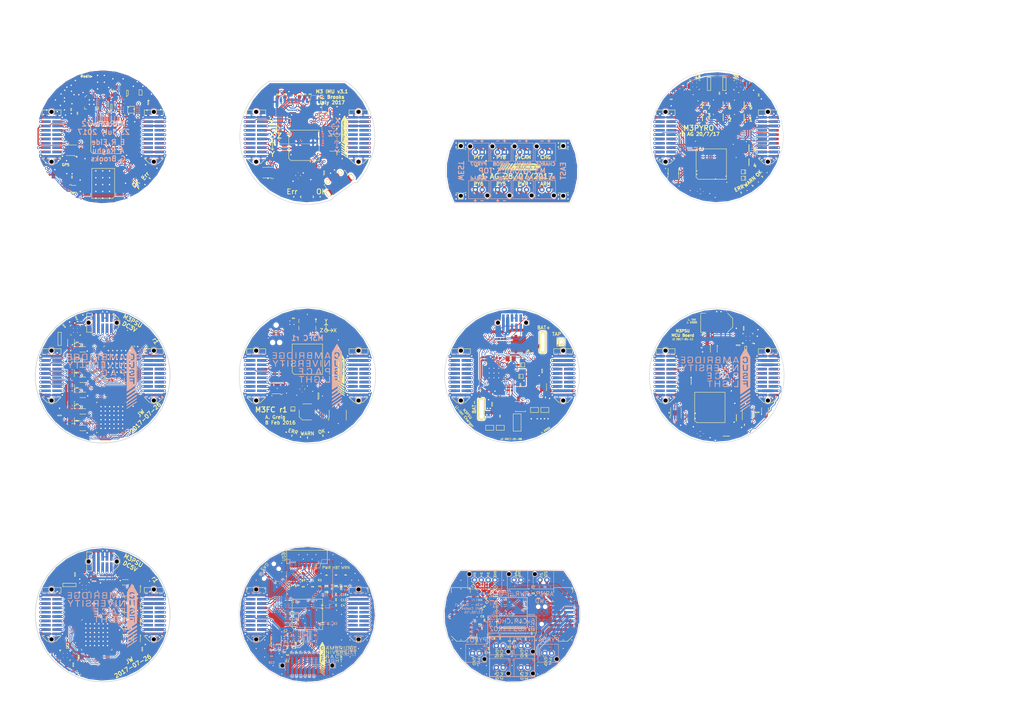
<source format=kicad_pcb>
(kicad_pcb (version 20170123) (host pcbnew no-vcs-found-d3b382c~59~ubuntu16.04.1)
  (title_block (title "M3PSU - MCU Board") (date 2016-06-29) (rev 1) (company "CU Spaceflight") (comment 1 "Drawn by: Levin Tan, Jamie Wood"))
  (layers (0 F.Cu signal) (31 B.Cu signal) (34 B.Paste user) (35 F.Paste user) (36 B.SilkS user) (37 F.SilkS user) (38 B.Mask user) (39 F.Mask user) (44 Edge.Cuts user))
  (net 0 "")
  (net 1 GND)
  (net 2 3v3)
  (net 3 "Net-(C110-Pad1)")
  (net 4 "Net-(C111-Pad1)")
  (net 5 /5v_CAN)
  (net 6 "Net-(D101-Pad2)")
  (net 7 "Net-(D102-Pad2)")
  (net 8 /LED_RED)
  (net 9 /LED_GRN)
  (net 10 /Radio/Radio_nSEL)
  (net 11 /JTMS)
  (net 12 /JTCK)
  (net 13 /JTDI)
  (net 14 /JTDO)
  (net 15 /CAN_RXD)
  (net 16 /CAN_TXD)
  (net 17 /CAN-)
  (net 18 /CAN+)
  (net 19 /3v3_IMU)
  (net 20 /3v3_FC)
  (net 21 /3v3_PYRO)
  (net 22 /JTDR)
  (net 23 /3v3_DL)
  (net 24 /RSVD1)
  (net 25 /3v3_AUX1)
  (net 26 /3v3_AUX2)
  (net 27 /RSVD2)
  (net 28 /PYRO_SO)
  (net 29 /PYRO_SI)
  (net 30 /5v_RADIO)
  (net 31 /PYRO1)
  (net 32 /5v_IMU)
  (net 33 /PYRO2)
  (net 34 /5v_AUX1)
  (net 35 /PYRO3)
  (net 36 /5v_AUX2)
  (net 37 /PYRO4)
  (net 38 /5v_CAM)
  (net 39 /PWR)
  (net 40 /CHARGE)
  (net 41 /Radio/RXp)
  (net 42 /Radio/RXn)
  (net 43 /Radio/TX_pin)
  (net 44 "Net-(C204-Pad2)")
  (net 45 "Net-(C205-Pad2)")
  (net 46 "Net-(C207-Pad1)")
  (net 47 "Net-(C1-Pad2)")
  (net 48 "Net-(C2-Pad1)")
  (net 49 "Net-(C3-Pad2)")
  (net 50 "Net-(C5-Pad1)")
  (net 51 "Net-(C5-Pad2)")
  (net 52 "Net-(D1-Pad1)")
  (net 53 "Net-(IC1-Pad2)")
  (net 54 /GPS_RX)
  (net 55 /GPS_TX)
  (net 56 /GPS_RESET_N)
  (net 57 "Net-(L1-Pad1)")
  (net 58 "Net-(L2-Pad1)")
  (net 59 1v8)
  (net 60 /ANT_~FLAG)
  (net 61 /ANT_~EN)
  (net 62 "Net-(IC2-Pad4)")
  (net 63 "Net-(IC3-Pad3)")
  (net 64 /GPS_TIM1)
  (net 65 /PLL_SCL)
  (net 66 /PLL_SDA)
  (net 67 /STM_HSE)
  (net 68 /GPS_PPS)
  (net 69 /Radio_GATE)
  (net 70 /Radio_nSEL)
  (net 71 /Radio_CLK)
  (net 72 /Radio_SCLK)
  (net 73 /Radio_SDO)
  (net 74 /Radio_SDI)
  (net 75 /Radio_SDN)
  (net 76 /Radio_nIRQ)
  (net 77 /Radio_GPIO1)
  (net 78 "Net-(IC201-Pad17)")
  (net 79 "Net-(Y1-Pad1)")
  (net 80 "Net-(IC2-Pad1)")
  (net 81 "Net-(U1-Pad2)")
  (net 82 "Net-(IC201-Pad5)")
  (net 83 "Net-(IC201-Pad7)")
  (net 84 "Net-(IC201-Pad9)")
  (net 85 "Net-(IC201-Pad16)")
  (net 86 "Net-(IC201-Pad19)")
  (net 87 "Net-(IC201-Pad20)")
  (net 88 "Net-(IC3-Pad4)")
  (net 89 "Net-(IC3-Pad6)")
  (net 90 "Net-(IC5-Pad5)")
  (net 91 "Net-(IC5-Pad13)")
  (net 92 "Net-(IC5-Pad15)")
  (net 93 "Net-(IC5-Pad16)")
  (net 94 "Net-(IC5-Pad17)")
  (net 95 "Net-(IC101-Pad2)")
  (net 96 "Net-(IC101-Pad6)")
  (net 97 "Net-(IC101-Pad7)")
  (net 98 "Net-(IC101-Pad8)")
  (net 99 "Net-(IC101-Pad9)")
  (net 100 "Net-(IC101-Pad10)")
  (net 101 "Net-(IC101-Pad11)")
  (net 102 "Net-(IC101-Pad23)")
  (net 103 "Net-(IC101-Pad24)")
  (net 104 "Net-(IC101-Pad25)")
  (net 105 "Net-(IC101-Pad26)")
  (net 106 "Net-(IC101-Pad27)")
  (net 107 "Net-(IC101-Pad28)")
  (net 108 "Net-(IC101-Pad33)")
  (net 109 "Net-(IC101-Pad38)")
  (net 110 "Net-(IC101-Pad39)")
  (net 111 "Net-(IC101-Pad40)")
  (net 112 "Net-(IC101-Pad42)")
  (net 113 "Net-(IC101-Pad43)")
  (net 114 "Net-(IC101-Pad51)")
  (net 115 "Net-(IC101-Pad52)")
  (net 116 "Net-(IC101-Pad53)")
  (net 117 "Net-(IC101-Pad54)")
  (net 118 "Net-(IC101-Pad56)")
  (net 119 "Net-(IC101-Pad57)")
  (net 120 "Net-(IC101-Pad58)")
  (net 121 "Net-(IC101-Pad59)")
  (net 122 "Net-(IC4-Pad4)")
  (net 123 "Net-(IC4-Pad5)")
  (net 124 "Net-(IC4-Pad10)")
  (net 125 "Net-(C10-Pad1)")
  (net 126 "Net-(C11-Pad1)")
  (net 127 "Net-(C16-Pad1)")
  (net 128 "Net-(D1-Pad2)")
  (net 129 "Net-(D3-Pad2)")
  (net 130 "Net-(IC1-Pad6)")
  (net 131 /BARO_SCLK)
  (net 132 /BARO_SDO)
  (net 133 /BARO_SDI)
  (net 134 /BARO_CS)
  (net 135 /MPU_IRQ)
  (net 136 /~MPU_SS)
  (net 137 /OTG_FS_DP)
  (net 138 /OTG_FS_DM)
  (net 139 /SCLK)
  (net 140 /MISO)
  (net 141 /MOSI)
  (net 142 /USB_DETECT)
  (net 143 "Net-(D2-Pad1)")
  (net 144 "Net-(D2-Pad3)")
  (net 145 /SDIO_D0)
  (net 146 /SDIO_D1)
  (net 147 /SDIO_D2)
  (net 148 /SDIO_D3)
  (net 149 /SDIO_CK)
  (net 150 /SDIO_CMD)
  (net 151 /3v3_RADIO)
  (net 152 5v)
  (net 153 /PYRO8)
  (net 154 /PYRO7)
  (net 155 /PYRO6)
  (net 156 /PYRO5)
  (net 157 "Net-(C6-Pad1)")
  (net 158 /BUS)
  (net 159 "Net-(IC4-Pad1)")
  (net 160 /CONT)
  (net 161 /CONT_EN)
  (net 162 "Net-(IC2-Pad9)")
  (net 163 /3A_EN)
  (net 164 /1A_EN)
  (net 165 "Net-(IC4-Pad9)")
  (net 166 "Net-(IC1-Pad3)")
  (net 167 "Net-(IC1-Pad4)")
  (net 168 "Net-(IC1-Pad8)")
  (net 169 "Net-(IC1-Pad9)")
  (net 170 "Net-(IC1-Pad10)")
  (net 171 "Net-(IC1-Pad11)")
  (net 172 "Net-(IC1-Pad17)")
  (net 173 "Net-(IC1-Pad26)")
  (net 174 "Net-(IC1-Pad27)")
  (net 175 "Net-(IC1-Pad28)")
  (net 176 "Net-(IC1-Pad29)")
  (net 177 "Net-(IC1-Pad51)")
  (net 178 "Net-(IC1-Pad52)")
  (net 179 "Net-(IC1-Pad53)")
  (net 180 "Net-(IC1-Pad54)")
  (net 181 "Net-(IC1-Pad56)")
  (net 182 "Net-(IC1-Pad57)")
  (net 183 "Net-(IC1-Pad58)")
  (net 184 /CH3)
  (net 185 "Net-(Q3-Pad4)")
  (net 186 "Net-(Q8-Pad4)")
  (net 187 /CH8)
  (net 188 /CH1)
  (net 189 "Net-(Q1-Pad4)")
  (net 190 "Net-(Q2-Pad4)")
  (net 191 /CH2)
  (net 192 /CH4)
  (net 193 "Net-(Q4-Pad4)")
  (net 194 "Net-(Q5-Pad4)")
  (net 195 /CH5)
  (net 196 /CH6)
  (net 197 "Net-(Q6-Pad4)")
  (net 198 "Net-(Q7-Pad4)")
  (net 199 /CH7)
  (net 200 "Net-(D2-Pad2)")
  (net 201 /SI_DIV)
  (net 202 /LED_YLW)
  (net 203 /BUS_DIV)
  (net 204 "Net-(IC1-Pad7)")
  (net 205 "Net-(IC1-Pad35)")
  (net 206 "Net-(IC1-Pad30)")
  (net 207 "Net-(C2-Pad2)")
  (net 208 VCC)
  (net 209 "Net-(IC1-Pad32)")
  (net 210 /VBATT)
  (net 211 /SDA)
  (net 212 /SCL)
  (net 213 /~ALERT)
  (net 214 "Net-(IC1-Pad24)")
  (net 215 /ISNS0+)
  (net 216 /VEN_0)
  (net 217 /VEN_1)
  (net 218 /VEN_2)
  (net 219 /VEN_3)
  (net 220 "Net-(IC1-Pad22)")
  (net 221 "Net-(IC1-Pad23)")
  (net 222 "Net-(IC1-Pad25)")
  (net 223 "Net-(IC1-Pad33)")
  (net 224 "Net-(C4-Pad1)")
  (net 225 "Net-(C4-Pad2)")
  (net 226 /ISNS1+)
  (net 227 /ISNS2+)
  (net 228 /ISNS3+)
  (net 229 /V_DIST)
  (net 230 "Net-(Q1-PadD)")
  (net 231 "Net-(Q2-PadD)")
  (net 232 "Net-(Q3-PadD)")
  (net 233 "Net-(Q4-PadD)")
  (net 234 "Net-(C7-Pad1)")
  (net 235 "Net-(IC3-Pad1)")
  (net 236 "Net-(IC1-Pad18)")
  (net 237 /PSU_RSVD)
  (net 238 "Net-(C10-Pad2)")
  (net 239 "Net-(C11-Pad2)")
  (net 240 "Net-(C12-Pad1)")
  (net 241 "Net-(C12-Pad2)")
  (net 242 /ISNS4+)
  (net 243 /VEN_4)
  (net 244 /VEN_5)
  (net 245 /ISNS5+)
  (net 246 /3v3_BASE)
  (net 247 "Net-(IC3-Pad18)")
  (net 248 "Net-(IC3-Pad22)")
  (net 249 "Net-(IC3-Pad23)")
  (net 250 "Net-(IC3-Pad24)")
  (net 251 "Net-(IC3-Pad25)")
  (net 252 "Net-(IC3-Pad26)")
  (net 253 "Net-(IC3-Pad32)")
  (net 254 "Net-(IC3-Pad33)")
  (net 255 /3v3_AUX)
  (net 256 "Net-(Q10-PadG)")
  (net 257 "Net-(Q11-PadD)")
  (net 258 /~RST)
  (net 259 "Net-(Q1-Pad1)")
  (net 260 "Net-(D4-Pad2)")
  (net 261 /ACCEL_CS)
  (net 262 /ACCEL_SCLK)
  (net 263 /ACCEL_SDO)
  (net 264 /ACCEL_SDI)
  (net 265 /ACCEL_INT)
  (net 266 /BEEPER)
  (net 267 /BATT2)
  (net 268 "Net-(C8-Pad1)")
  (net 269 /BATT1)
  (net 270 /V_MAIN)
  (net 271 /VOUT)
  (net 272 PGND)
  (net 273 /VCHARGE)
  (net 274 "Net-(C8-Pad2)")
  (net 275 "Net-(C9-Pad1)")
  (net 276 "Net-(C13-Pad1)")
  (net 277 "Net-(C15-Pad2)")
  (net 278 "Net-(C20-Pad2)")
  (net 279 "Net-(IC1-Pad16)")
  (net 280 /ACFET)
  (net 281 /DSG)
  (net 282 /ACP)
  (net 283 /CHG)
  (net 284 /V_SHORE)
  (net 285 "Net-(Q1-PadD1)")
  (net 286 "Net-(Q1-PadG2)")
  (net 287 "Net-(Q1-PadG1)")
  (net 288 VBATT)
  (net 289 "Net-(IC5-Pad10)")
  (net 290 /EN_PYRO)
  (net 291 "Net-(Q8-PadG)")
  (net 292 /~WAKE)
  (net 293 /EN_POWER)
  (net 294 "Net-(Q1-PadG)")
  (net 295 /STRAIN6)
  (net 296 /PRESSURE1)
  (net 297 /PRESSURE2)
  (net 298 /PRESSURE3)
  (net 299 /STRAIN1)
  (net 300 /STRAIN2)
  (net 301 /STRAIN3)
  (net 302 /STRAIN4)
  (net 303 /STRAIN5)
  (net 304 /SPI1_SCK)
  (net 305 /SPI1_MISO)
  (net 306 /SPI1_MOSI)
  (net 307 /OTG_HS_VBUS)
  (net 308 /OTG_HS_DM)
  (net 309 /OTG_HS_DP)
  (net 310 "Net-(IC1-Pad37)")
  (net 311 /SPI1_CS)
  (net 312 "Net-(IC1-Pad42)")
  (net 313 "Net-(IC1-Pad43)")
  (net 314 /TEMP_INT)
  (net 315 "Net-(P1-Pad6)")
  (net 316 /PRESSURE4)
  (net 317 /PRESSURE5)
  (net 318 "Net-(J6-Pad1)")
  (net 319 /LED1)
  (net 320 /LED2)
  (net 321 "Net-(IC1-Pad44)")
  (net 322 "Net-(IC1-Pad45)")
  (net 323 "Net-(IC1-Pad14)")
  (net 324 "Net-(IC1-Pad15)")
  (net 325 "Net-(IC1-Pad20)")
  (net 326 "Net-(IC1-Pad21)")
  (net 327 "Net-(IC1-Pad34)")
  (net 328 "Net-(IC1-Pad36)")
  (net 329 "Net-(IC1-Pad38)")
  (net 330 "Net-(IC1-Pad39)")
  (net 331 "Net-(IC1-Pad40)")
  (net 332 "Net-(IC1-Pad41)")
  (net 333 /SWDIO)
  (net 334 /SWCLK)
  (net 335 "Net-(IC1-Pad50)")
  (net 336 "Net-(IC1-Pad55)")
  (net 337 "Net-(IC1-Pad59)")
  (net 338 "Net-(D7-Pad1)")
  (module agg:LQFP-64 (layer F.Cu) (at 30.975 40.5 90)
    (fp_text reference IC101)
    (fp_text value STM32F405RxTx)
    (pad 1 smd rect (at -5.7 -3.75 90) (size 1.5 0.3) (layers F.Cu F.Paste F.Mask) (net 2 3v3))
    (pad 2 smd rect (at -5.7 -3.25 90) (size 1.5 0.3) (layers F.Cu F.Paste F.Mask) (net 95 "Net-(IC101-Pad2)"))
    (pad 3 smd rect (at -5.7 -2.75 90) (size 1.5 0.3) (layers F.Cu F.Paste F.Mask) (net 60 /ANT_~FLAG))
    (pad 4 smd rect (at -5.7 -2.25 90) (size 1.5 0.3) (layers F.Cu F.Paste F.Mask) (net 61 /ANT_~EN))
    (pad 5 smd rect (at -5.7 -1.75 90) (size 1.5 0.3) (layers F.Cu F.Paste F.Mask) (net 67 /STM_HSE))
    (pad 6 smd rect (at -5.7 -1.25 90) (size 1.5 0.3) (layers F.Cu F.Paste F.Mask) (net 96 "Net-(IC101-Pad6)"))
    (pad 7 smd rect (at -5.7 -0.75 90) (size 1.5 0.3) (layers F.Cu F.Paste F.Mask) (net 97 "Net-(IC101-Pad7)"))
    (pad 8 smd rect (at -5.7 -0.25 90) (size 1.5 0.3) (layers F.Cu F.Paste F.Mask) (net 98 "Net-(IC101-Pad8)"))
    (pad 9 smd rect (at -5.7 0.25 90) (size 1.5 0.3) (layers F.Cu F.Paste F.Mask) (net 99 "Net-(IC101-Pad9)"))
    (pad 10 smd rect (at -5.7 0.75 90) (size 1.5 0.3) (layers F.Cu F.Paste F.Mask) (net 100 "Net-(IC101-Pad10)"))
    (pad 11 smd rect (at -5.7 1.25 90) (size 1.5 0.3) (layers F.Cu F.Paste F.Mask) (net 101 "Net-(IC101-Pad11)"))
    (pad 12 smd rect (at -5.7 1.75 90) (size 1.5 0.3) (layers F.Cu F.Paste F.Mask) (net 1 GND))
    (pad 13 smd rect (at -5.7 2.25 90) (size 1.5 0.3) (layers F.Cu F.Paste F.Mask) (net 2 3v3))
    (pad 14 smd rect (at -5.7 2.75 90) (size 1.5 0.3) (layers F.Cu F.Paste F.Mask) (net 54 /GPS_RX))
    (pad 15 smd rect (at -5.7 3.25 90) (size 1.5 0.3) (layers F.Cu F.Paste F.Mask) (net 55 /GPS_TX))
    (pad 16 smd rect (at -5.7 3.75 90) (size 1.5 0.3) (layers F.Cu F.Paste F.Mask) (net 56 /GPS_RESET_N))
    (pad 17 smd rect (at -3.75 5.7 90) (size 0.3 1.5) (layers F.Cu F.Paste F.Mask) (net 70 /Radio_nSEL))
    (pad 18 smd rect (at -3.25 5.7 90) (size 0.3 1.5) (layers F.Cu F.Paste F.Mask) (net 1 GND))
    (pad 19 smd rect (at -2.75 5.7 90) (size 0.3 1.5) (layers F.Cu F.Paste F.Mask) (net 2 3v3))
    (pad 20 smd rect (at -2.25 5.7 90) (size 0.3 1.5) (layers F.Cu F.Paste F.Mask) (net 9 /LED_GRN))
    (pad 21 smd rect (at -1.75 5.7 90) (size 0.3 1.5) (layers F.Cu F.Paste F.Mask) (net 68 /GPS_PPS))
    (pad 22 smd rect (at -1.25 5.7 90) (size 0.3 1.5) (layers F.Cu F.Paste F.Mask) (net 8 /LED_RED))
    (pad 23 smd rect (at -0.75 5.7 90) (size 0.3 1.5) (layers F.Cu F.Paste F.Mask) (net 102 "Net-(IC101-Pad23)"))
    (pad 24 smd rect (at -0.25 5.7 90) (size 0.3 1.5) (layers F.Cu F.Paste F.Mask) (net 103 "Net-(IC101-Pad24)"))
    (pad 25 smd rect (at 0.25 5.7 90) (size 0.3 1.5) (layers F.Cu F.Paste F.Mask) (net 104 "Net-(IC101-Pad25)"))
    (pad 26 smd rect (at 0.75 5.7 90) (size 0.3 1.5) (layers F.Cu F.Paste F.Mask) (net 105 "Net-(IC101-Pad26)"))
    (pad 27 smd rect (at 1.25 5.7 90) (size 0.3 1.5) (layers F.Cu F.Paste F.Mask) (net 106 "Net-(IC101-Pad27)"))
    (pad 28 smd rect (at 1.75 5.7 90) (size 0.3 1.5) (layers F.Cu F.Paste F.Mask) (net 107 "Net-(IC101-Pad28)"))
    (pad 29 smd rect (at 2.25 5.7 90) (size 0.3 1.5) (layers F.Cu F.Paste F.Mask) (net 65 /PLL_SCL))
    (pad 30 smd rect (at 2.75 5.7 90) (size 0.3 1.5) (layers F.Cu F.Paste F.Mask) (net 66 /PLL_SDA))
    (pad 31 smd rect (at 3.25 5.7 90) (size 0.3 1.5) (layers F.Cu F.Paste F.Mask) (net 4 "Net-(C111-Pad1)"))
    (pad 32 smd rect (at 3.75 5.7 90) (size 0.3 1.5) (layers F.Cu F.Paste F.Mask) (net 2 3v3))
    (pad 33 smd rect (at 5.7 3.75 90) (size 1.5 0.3) (layers F.Cu F.Paste F.Mask) (net 108 "Net-(IC101-Pad33)"))
    (pad 34 smd rect (at 5.7 3.25 90) (size 1.5 0.3) (layers F.Cu F.Paste F.Mask) (net 72 /Radio_SCLK))
    (pad 35 smd rect (at 5.7 2.75 90) (size 1.5 0.3) (layers F.Cu F.Paste F.Mask) (net 73 /Radio_SDO))
    (pad 36 smd rect (at 5.7 2.25 90) (size 1.5 0.3) (layers F.Cu F.Paste F.Mask) (net 74 /Radio_SDI))
    (pad 37 smd rect (at 5.7 1.75 90) (size 1.5 0.3) (layers F.Cu F.Paste F.Mask) (net 75 /Radio_SDN))
    (pad 38 smd rect (at 5.7 1.25 90) (size 1.5 0.3) (layers F.Cu F.Paste F.Mask) (net 109 "Net-(IC101-Pad38)"))
    (pad 39 smd rect (at 5.7 0.75 90) (size 1.5 0.3) (layers F.Cu F.Paste F.Mask) (net 110 "Net-(IC101-Pad39)"))
    (pad 40 smd rect (at 5.7 0.25 90) (size 1.5 0.3) (layers F.Cu F.Paste F.Mask) (net 111 "Net-(IC101-Pad40)"))
    (pad 41 smd rect (at 5.7 -0.25 90) (size 1.5 0.3) (layers F.Cu F.Paste F.Mask) (net 69 /Radio_GATE))
    (pad 42 smd rect (at 5.7 -0.75 90) (size 1.5 0.3) (layers F.Cu F.Paste F.Mask) (net 112 "Net-(IC101-Pad42)"))
    (pad 43 smd rect (at 5.7 -1.25 90) (size 1.5 0.3) (layers F.Cu F.Paste F.Mask) (net 113 "Net-(IC101-Pad43)"))
    (pad 44 smd rect (at 5.7 -1.75 90) (size 1.5 0.3) (layers F.Cu F.Paste F.Mask) (net 76 /Radio_nIRQ))
    (pad 45 smd rect (at 5.7 -2.25 90) (size 1.5 0.3) (layers F.Cu F.Paste F.Mask) (net 77 /Radio_GPIO1))
    (pad 46 smd rect (at 5.7 -2.75 90) (size 1.5 0.3) (layers F.Cu F.Paste F.Mask) (net 11 /JTMS))
    (pad 47 smd rect (at 5.7 -3.25 90) (size 1.5 0.3) (layers F.Cu F.Paste F.Mask) (net 3 "Net-(C110-Pad1)"))
    (pad 48 smd rect (at 5.7 -3.75 90) (size 1.5 0.3) (layers F.Cu F.Paste F.Mask) (net 2 3v3))
    (pad 49 smd rect (at 3.75 -5.7 90) (size 0.3 1.5) (layers F.Cu F.Paste F.Mask) (net 12 /JTCK))
    (pad 50 smd rect (at 3.25 -5.7 90) (size 0.3 1.5) (layers F.Cu F.Paste F.Mask) (net 13 /JTDI))
    (pad 51 smd rect (at 2.75 -5.7 90) (size 0.3 1.5) (layers F.Cu F.Paste F.Mask) (net 114 "Net-(IC101-Pad51)"))
    (pad 52 smd rect (at 2.25 -5.7 90) (size 0.3 1.5) (layers F.Cu F.Paste F.Mask) (net 115 "Net-(IC101-Pad52)"))
    (pad 53 smd rect (at 1.75 -5.7 90) (size 0.3 1.5) (layers F.Cu F.Paste F.Mask) (net 116 "Net-(IC101-Pad53)"))
    (pad 54 smd rect (at 1.25 -5.7 90) (size 0.3 1.5) (layers F.Cu F.Paste F.Mask) (net 117 "Net-(IC101-Pad54)"))
    (pad 55 smd rect (at 0.75 -5.7 90) (size 0.3 1.5) (layers F.Cu F.Paste F.Mask) (net 14 /JTDO))
    (pad 56 smd rect (at 0.25 -5.7 90) (size 0.3 1.5) (layers F.Cu F.Paste F.Mask) (net 118 "Net-(IC101-Pad56)"))
    (pad 57 smd rect (at -0.25 -5.7 90) (size 0.3 1.5) (layers F.Cu F.Paste F.Mask) (net 119 "Net-(IC101-Pad57)"))
    (pad 58 smd rect (at -0.75 -5.7 90) (size 0.3 1.5) (layers F.Cu F.Paste F.Mask) (net 120 "Net-(IC101-Pad58)"))
    (pad 59 smd rect (at -1.25 -5.7 90) (size 0.3 1.5) (layers F.Cu F.Paste F.Mask) (net 121 "Net-(IC101-Pad59)"))
    (pad 60 smd rect (at -1.75 -5.7 90) (size 0.3 1.5) (layers F.Cu F.Paste F.Mask) (net 1 GND))
    (pad 61 smd rect (at -2.25 -5.7 90) (size 0.3 1.5) (layers F.Cu F.Paste F.Mask) (net 15 /CAN_RXD))
    (pad 62 smd rect (at -2.75 -5.7 90) (size 0.3 1.5) (layers F.Cu F.Paste F.Mask) (net 16 /CAN_TXD))
    (pad 63 smd rect (at -3.25 -5.7 90) (size 0.3 1.5) (layers F.Cu F.Paste F.Mask) (net 1 GND))
    (pad 64 smd rect (at -3.75 -5.7 90) (size 0.3 1.5) (layers F.Cu F.Paste F.Mask) (net 2 3v3))
  )
  (module agg:SC-70-6 (layer F.Cu) (at 33.5 26.65 270)
    (fp_text reference IC6)
    (fp_text value SN74LVC1G0832)
    (pad 1 smd rect (at -1.1 -0.65 270) (size 0.95 0.4) (layers F.Cu F.Paste F.Mask) (net 68 /GPS_PPS))
    (pad 2 smd rect (at -1.1 0 270) (size 0.95 0.4) (layers F.Cu F.Paste F.Mask) (net 1 GND))
    (pad 3 smd rect (at -1.1 0.65 270) (size 0.95 0.4) (layers F.Cu F.Paste F.Mask) (net 69 /Radio_GATE))
    (pad 4 smd rect (at 1.1 0.65 270) (size 0.95 0.4) (layers F.Cu F.Paste F.Mask) (net 10 /Radio/Radio_nSEL))
    (pad 5 smd rect (at 1.1 0 270) (size 0.95 0.4) (layers F.Cu F.Paste F.Mask) (net 2 3v3))
    (pad 6 smd rect (at 1.1 -0.65 270) (size 0.95 0.4) (layers F.Cu F.Paste F.Mask) (net 70 /Radio_nSEL))
  )
  (module agg:0402 (layer F.Cu) (at 19.3 30.8 180)
    (fp_text reference C206)
    (fp_text value 5.6p)
    (pad 1 smd rect (at -0.45 0 180) (size 0.62 0.62) (layers F.Cu F.Paste F.Mask) (net 45 "Net-(C205-Pad2)"))
    (pad 2 smd rect (at 0.45 0 180) (size 0.62 0.62) (layers F.Cu F.Paste F.Mask) (net 1 GND))
  )
  (module agg:0402 (layer F.Cu) (at 43.4 27.025 270)
    (fp_text reference C8)
    (fp_text value 1u)
    (pad 1 smd rect (at -0.45 0 270) (size 0.62 0.62) (layers F.Cu F.Paste F.Mask) (net 1 GND))
    (pad 2 smd rect (at 0.45 0 270) (size 0.62 0.62) (layers F.Cu F.Paste F.Mask) (net 59 1v8))
  )
  (module agg:0402 (layer F.Cu) (at 21.75 53.25 180)
    (fp_text reference C1)
    (fp_text value 100n)
    (pad 1 smd rect (at -0.45 0 180) (size 0.62 0.62) (layers F.Cu F.Paste F.Mask) (net 1 GND))
    (pad 2 smd rect (at 0.45 0 180) (size 0.62 0.62) (layers F.Cu F.Paste F.Mask) (net 47 "Net-(C1-Pad2)"))
  )
  (module M3radio:U.FL-R-SMT-1 (layer F.Cu) (at 17.05 51.1 180)
    (fp_text reference P101)
    (fp_text value COAX)
    (pad 1 smd rect (at 0 1.525 180) (size 1 1.05) (layers F.Cu F.Paste F.Mask) (net 52 "Net-(D1-Pad1)"))
    (pad 2 smd rect (at -1.475 0 180) (size 1.05 2.2) (layers F.Cu F.Paste F.Mask) (net 1 GND))
    (pad 2 smd rect (at 1.475 0 180) (size 1.05 2.2) (layers F.Cu F.Paste F.Mask) (net 1 GND))
  )
  (module agg:0402 (layer F.Cu) (at 38.3 36.15 90)
    (fp_text reference C111)
    (fp_text value 2u2)
    (pad 1 smd rect (at -0.45 0 90) (size 0.62 0.62) (layers F.Cu F.Paste F.Mask) (net 4 "Net-(C111-Pad1)"))
    (pad 2 smd rect (at 0.45 0 90) (size 0.62 0.62) (layers F.Cu F.Paste F.Mask) (net 1 GND))
  )
  (module agg:0402 (layer F.Cu) (at 36.87 52.11 270)
    (fp_text reference C113)
    (fp_text value 100n)
    (pad 1 smd rect (at -0.45 0 270) (size 0.62 0.62) (layers F.Cu F.Paste F.Mask) (net 2 3v3))
    (pad 2 smd rect (at 0.45 0 270) (size 0.62 0.62) (layers F.Cu F.Paste F.Mask) (net 1 GND))
  )
  (module agg:TFML-110-02-L-D (layer F.Cu) (at 15 40 270)
    (fp_text reference J101)
    (fp_text value "WEST TOP")
    (pad 1 smd rect (at -5.715 1.715 270) (size 0.74 2.92) (layers F.Cu F.Paste F.Mask) (net 1 GND))
    (pad 2 smd rect (at -5.715 -1.715 270) (size 0.74 2.92) (layers F.Cu F.Paste F.Mask) (net 1 GND))
    (pad 3 smd rect (at -4.445 1.715 270) (size 0.74 2.92) (layers F.Cu F.Paste F.Mask) (net 19 /3v3_IMU))
    (pad 4 smd rect (at -4.445 -1.715 270) (size 0.74 2.92) (layers F.Cu F.Paste F.Mask) (net 11 /JTMS))
    (pad 5 smd rect (at -3.175 1.715 270) (size 0.74 2.92) (layers F.Cu F.Paste F.Mask) (net 2 3v3))
    (pad 6 smd rect (at -3.175 -1.715 270) (size 0.74 2.92) (layers F.Cu F.Paste F.Mask) (net 12 /JTCK))
    (pad 7 smd rect (at -1.905 1.715 270) (size 0.74 2.92) (layers F.Cu F.Paste F.Mask) (net 20 /3v3_FC))
    (pad 8 smd rect (at -1.905 -1.715 270) (size 0.74 2.92) (layers F.Cu F.Paste F.Mask) (net 14 /JTDO))
    (pad 9 smd rect (at -0.635 1.715 270) (size 0.74 2.92) (layers F.Cu F.Paste F.Mask) (net 21 /3v3_PYRO))
    (pad 10 smd rect (at -0.635 -1.715 270) (size 0.74 2.92) (layers F.Cu F.Paste F.Mask) (net 22 /JTDR))
    (pad 11 smd rect (at 0.635 1.715 270) (size 0.74 2.92) (layers F.Cu F.Paste F.Mask) (net 23 /3v3_DL))
    (pad 12 smd rect (at 0.635 -1.715 270) (size 0.74 2.92) (layers F.Cu F.Paste F.Mask) (net 24 /RSVD1))
    (pad 13 smd rect (at 1.905 1.715 270) (size 0.74 2.92) (layers F.Cu F.Paste F.Mask) (net 25 /3v3_AUX1))
    (pad 14 smd rect (at 1.905 -1.715 270) (size 0.74 2.92) (layers F.Cu F.Paste F.Mask) (net 5 /5v_CAN))
    (pad 15 smd rect (at 3.175 1.715 270) (size 0.74 2.92) (layers F.Cu F.Paste F.Mask) (net 26 /3v3_AUX2))
    (pad 16 smd rect (at 3.175 -1.715 270) (size 0.74 2.92) (layers F.Cu F.Paste F.Mask) (net 17 /CAN-))
    (pad 17 smd rect (at 4.445 1.715 270) (size 0.74 2.92) (layers F.Cu F.Paste F.Mask) (net 27 /RSVD2))
    (pad 18 smd rect (at 4.445 -1.715 270) (size 0.74 2.92) (layers F.Cu F.Paste F.Mask) (net 18 /CAN+))
    (pad 19 smd rect (at 5.715 1.715 270) (size 0.74 2.92) (layers F.Cu F.Paste F.Mask) (net 1 GND))
    (pad 20 smd rect (at 5.715 -1.715 270) (size 0.74 2.92) (layers F.Cu F.Paste F.Mask) (net 1 GND))
  )
  (module agg:0402 (layer F.Cu) (at 38.3 46 90)
    (fp_text reference C103)
    (fp_text value 4u7)
    (pad 1 smd rect (at -0.45 0 90) (size 0.62 0.62) (layers F.Cu F.Paste F.Mask) (net 1 GND))
    (pad 2 smd rect (at 0.45 0 90) (size 0.62 0.62) (layers F.Cu F.Paste F.Mask) (net 2 3v3))
  )
  (module agg:0402 (layer F.Cu) (at 38.75 34.45 180)
    (fp_text reference C104)
    (fp_text value 100n)
    (pad 1 smd rect (at -0.45 0 180) (size 0.62 0.62) (layers F.Cu F.Paste F.Mask) (net 1 GND))
    (pad 2 smd rect (at 0.45 0 180) (size 0.62 0.62) (layers F.Cu F.Paste F.Mask) (net 2 3v3))
  )
  (module agg:0402 (layer F.Cu) (at 23.6 46.2 90)
    (fp_text reference C105)
    (fp_text value 100n)
    (pad 1 smd rect (at -0.45 0 90) (size 0.62 0.62) (layers F.Cu F.Paste F.Mask) (net 1 GND))
    (pad 2 smd rect (at 0.45 0 90) (size 0.62 0.62) (layers F.Cu F.Paste F.Mask) (net 2 3v3))
  )
  (module agg:0402 (layer F.Cu) (at 30.7 47.8)
    (fp_text reference C106)
    (fp_text value 1u)
    (pad 1 smd rect (at -0.45 0) (size 0.62 0.62) (layers F.Cu F.Paste F.Mask) (net 1 GND))
    (pad 2 smd rect (at 0.45 0) (size 0.62 0.62) (layers F.Cu F.Paste F.Mask) (net 2 3v3))
  )
  (module agg:0402 (layer F.Cu) (at 38.3 44 90)
    (fp_text reference C107)
    (fp_text value 100n)
    (pad 1 smd rect (at -0.45 0 90) (size 0.62 0.62) (layers F.Cu F.Paste F.Mask) (net 1 GND))
    (pad 2 smd rect (at 0.45 0 90) (size 0.62 0.62) (layers F.Cu F.Paste F.Mask) (net 2 3v3))
  )
  (module agg:0402 (layer F.Cu) (at 32.8 47.8)
    (fp_text reference C108)
    (fp_text value 100n)
    (pad 1 smd rect (at -0.45 0) (size 0.62 0.62) (layers F.Cu F.Paste F.Mask) (net 1 GND))
    (pad 2 smd rect (at 0.45 0) (size 0.62 0.62) (layers F.Cu F.Paste F.Mask) (net 2 3v3))
  )
  (module agg:0402 (layer F.Cu) (at 23.7 34.7 90)
    (fp_text reference C109)
    (fp_text value 100n)
    (pad 1 smd rect (at -0.45 0 90) (size 0.62 0.62) (layers F.Cu F.Paste F.Mask) (net 1 GND))
    (pad 2 smd rect (at 0.45 0 90) (size 0.62 0.62) (layers F.Cu F.Paste F.Mask) (net 2 3v3))
  )
  (module agg:0402 (layer F.Cu) (at 26.95 33.15 180)
    (fp_text reference C110)
    (fp_text value 2u2)
    (pad 1 smd rect (at -0.45 0 180) (size 0.62 0.62) (layers F.Cu F.Paste F.Mask) (net 3 "Net-(C110-Pad1)"))
    (pad 2 smd rect (at 0.45 0 180) (size 0.62 0.62) (layers F.Cu F.Paste F.Mask) (net 1 GND))
  )
  (module agg:0402 (layer F.Cu) (at 23.6 44 270)
    (fp_text reference C112)
    (fp_text value 100n)
    (pad 1 smd rect (at -0.45 0 270) (size 0.62 0.62) (layers F.Cu F.Paste F.Mask) (net 5 /5v_CAN))
    (pad 2 smd rect (at 0.45 0 270) (size 0.62 0.62) (layers F.Cu F.Paste F.Mask) (net 1 GND))
  )
  (module agg:0603-LED (layer F.Cu) (at 43.75 52.2 50)
    (fp_text reference D101)
    (fp_text value RED)
    (pad 1 smd rect (at -0.8 0 50) (size 0.95 1) (layers F.Cu F.Paste F.Mask) (net 1 GND))
    (pad 2 smd rect (at 0.8 0 50) (size 0.95 1) (layers F.Cu F.Paste F.Mask) (net 6 "Net-(D101-Pad2)"))
  )
  (module agg:0603-LED (layer F.Cu) (at 40.5 55 215)
    (fp_text reference D102)
    (fp_text value GRN)
    (pad 1 smd rect (at -0.8 0 215) (size 0.95 1) (layers F.Cu F.Paste F.Mask) (net 1 GND))
    (pad 2 smd rect (at 0.8 0 215) (size 0.95 1) (layers F.Cu F.Paste F.Mask) (net 7 "Net-(D102-Pad2)"))
  )
  (module agg:DFN-8-EP-MICROCHIP (layer F.Cu) (at 20.825 43.95 180)
    (fp_text reference IC102)
    (fp_text value MCP2562)
    (pad 1 smd rect (at -1.55 -0.975 180) (size 0.65 0.35) (layers F.Cu F.Paste F.Mask) (net 16 /CAN_TXD))
    (pad 2 smd rect (at -1.55 -0.325 180) (size 0.65 0.35) (layers F.Cu F.Paste F.Mask) (net 1 GND))
    (pad 3 smd rect (at -1.55 0.325 180) (size 0.65 0.35) (layers F.Cu F.Paste F.Mask) (net 5 /5v_CAN))
    (pad 4 smd rect (at -1.55 0.975 180) (size 0.65 0.35) (layers F.Cu F.Paste F.Mask) (net 15 /CAN_RXD))
    (pad 5 smd rect (at 1.55 0.975 180) (size 0.65 0.35) (layers F.Cu F.Paste F.Mask) (net 2 3v3))
    (pad 6 smd rect (at 1.55 0.325 180) (size 0.65 0.35) (layers F.Cu F.Paste F.Mask) (net 17 /CAN-))
    (pad 7 smd rect (at 1.55 -0.325 180) (size 0.65 0.35) (layers F.Cu F.Paste F.Mask) (net 18 /CAN+))
    (pad 8 smd rect (at 1.55 -0.975 180) (size 0.65 0.35) (layers F.Cu F.Paste F.Mask) (net 1 GND))
    (pad EP smd rect (at 0 -0.6 180) (size 0.8 0.8) (layers F.Cu F.Mask) (net 1 GND))
    (pad EP smd rect (at 0 0.6 180) (size 0.8 0.8) (layers F.Cu F.Mask) (net 1 GND))
    (pad EP smd rect (at 0 -0.6 180) (size 0.8 0.8) (layers F.Cu F.Paste) (net 1 GND))
    (pad EP smd rect (at 0 0.6 180) (size 0.8 0.8) (layers F.Cu F.Paste) (net 1 GND))
    (pad EP smd rect (at 0 0 180) (size 1.55 2.4) (layers F.Cu) (net 1 GND))
  )
  (module agg:QFN-20-EP-SI (layer F.Cu) (at 26.75 29.85)
    (fp_text reference IC201)
    (fp_text value Si4461)
    (pad 1 smd rect (at -2 -1) (size 0.75 0.3) (layers F.Cu F.Paste F.Mask) (net 75 /Radio_SDN))
    (pad 2 smd rect (at -2 -0.5) (size 0.75 0.3) (layers F.Cu F.Paste F.Mask) (net 41 /Radio/RXp))
    (pad 3 smd rect (at -2 0) (size 0.75 0.3) (layers F.Cu F.Paste F.Mask) (net 42 /Radio/RXn))
    (pad 4 smd rect (at -2 0.5) (size 0.75 0.3) (layers F.Cu F.Paste F.Mask) (net 43 /Radio/TX_pin))
    (pad 5 smd rect (at -2 1) (size 0.75 0.3) (layers F.Cu F.Paste F.Mask) (net 82 "Net-(IC201-Pad5)"))
    (pad 6 smd rect (at -1 2) (size 0.3 0.75) (layers F.Cu F.Paste F.Mask) (net 2 3v3))
    (pad 7 smd rect (at -0.5 2) (size 0.3 0.75) (layers F.Cu F.Paste F.Mask) (net 83 "Net-(IC201-Pad7)"))
    (pad 8 smd rect (at 0 2) (size 0.3 0.75) (layers F.Cu F.Paste F.Mask) (net 2 3v3))
    (pad 9 smd rect (at 0.5 2) (size 0.3 0.75) (layers F.Cu F.Paste F.Mask) (net 84 "Net-(IC201-Pad9)"))
    (pad 10 smd rect (at 1 2) (size 0.3 0.75) (layers F.Cu F.Paste F.Mask) (net 77 /Radio_GPIO1))
    (pad 11 smd rect (at 2 1) (size 0.75 0.3) (layers F.Cu F.Paste F.Mask) (net 76 /Radio_nIRQ))
    (pad 12 smd rect (at 2 0.5) (size 0.75 0.3) (layers F.Cu F.Paste F.Mask) (net 72 /Radio_SCLK))
    (pad 13 smd rect (at 2 0) (size 0.75 0.3) (layers F.Cu F.Paste F.Mask) (net 73 /Radio_SDO))
    (pad 14 smd rect (at 2 -0.5) (size 0.75 0.3) (layers F.Cu F.Paste F.Mask) (net 74 /Radio_SDI))
    (pad 15 smd rect (at 2 -1) (size 0.75 0.3) (layers F.Cu F.Paste F.Mask) (net 10 /Radio/Radio_nSEL))
    (pad 16 smd rect (at 1 -2) (size 0.3 0.75) (layers F.Cu F.Paste F.Mask) (net 85 "Net-(IC201-Pad16)"))
    (pad 17 smd rect (at 0.5 -2) (size 0.3 0.75) (layers F.Cu F.Paste F.Mask) (net 78 "Net-(IC201-Pad17)"))
    (pad 18 smd rect (at 0 -2) (size 0.3 0.75) (layers F.Cu F.Paste F.Mask) (net 1 GND))
    (pad 19 smd rect (at -0.5 -2) (size 0.3 0.75) (layers F.Cu F.Paste F.Mask) (net 86 "Net-(IC201-Pad19)"))
    (pad 20 smd rect (at -1 -2) (size 0.3 0.75) (layers F.Cu F.Paste F.Mask) (net 87 "Net-(IC201-Pad20)"))
    (pad EP smd rect (at -0.65 -0.65) (size 1.1 1.1) (layers F.Cu F.Paste) (net 1 GND))
    (pad EP smd rect (at -0.65 0.65) (size 1.1 1.1) (layers F.Cu F.Paste) (net 1 GND))
    (pad EP smd rect (at 0.65 -0.65) (size 1.1 1.1) (layers F.Cu F.Paste) (net 1 GND))
    (pad EP smd rect (at 0.65 0.65) (size 1.1 1.1) (layers F.Cu F.Paste) (net 1 GND))
    (pad EP smd rect (at 0 0) (size 2.6 2.6) (layers F.Cu F.Mask) (net 1 GND))
  )
  (module agg:SFML-110-02-L-D-LC (layer B.Cu) (at 15 40 270)
    (fp_text reference J102)
    (fp_text value "WEST BOT")
    (pad 1 smd rect (at -5.715 1.365 270) (size 0.74 2.22) (layers B.Cu B.Paste B.Mask) (net 1 GND))
    (pad 2 smd rect (at -5.715 -1.365 270) (size 0.74 2.22) (layers B.Cu B.Paste B.Mask) (net 1 GND))
    (pad 3 smd rect (at -4.445 1.365 270) (size 0.74 2.22) (layers B.Cu B.Paste B.Mask) (net 19 /3v3_IMU))
    (pad 4 smd rect (at -4.445 -1.365 270) (size 0.74 2.22) (layers B.Cu B.Paste B.Mask) (net 11 /JTMS))
    (pad 5 smd rect (at -3.175 1.365 270) (size 0.74 2.22) (layers B.Cu B.Paste B.Mask) (net 2 3v3))
    (pad 6 smd rect (at -3.175 -1.365 270) (size 0.74 2.22) (layers B.Cu B.Paste B.Mask) (net 12 /JTCK))
    (pad 7 smd rect (at -1.905 1.365 270) (size 0.74 2.22) (layers B.Cu B.Paste B.Mask) (net 20 /3v3_FC))
    (pad 8 smd rect (at -1.905 -1.365 270) (size 0.74 2.22) (layers B.Cu B.Paste B.Mask) (net 13 /JTDI))
    (pad 9 smd rect (at -0.635 1.365 270) (size 0.74 2.22) (layers B.Cu B.Paste B.Mask) (net 21 /3v3_PYRO))
    (pad 10 smd rect (at -0.635 -1.365 270) (size 0.74 2.22) (layers B.Cu B.Paste B.Mask) (net 22 /JTDR))
    (pad 11 smd rect (at 0.635 1.365 270) (size 0.74 2.22) (layers B.Cu B.Paste B.Mask) (net 23 /3v3_DL))
    (pad 12 smd rect (at 0.635 -1.365 270) (size 0.74 2.22) (layers B.Cu B.Paste B.Mask) (net 24 /RSVD1))
    (pad 13 smd rect (at 1.905 1.365 270) (size 0.74 2.22) (layers B.Cu B.Paste B.Mask) (net 25 /3v3_AUX1))
    (pad 14 smd rect (at 1.905 -1.365 270) (size 0.74 2.22) (layers B.Cu B.Paste B.Mask) (net 5 /5v_CAN))
    (pad 15 smd rect (at 3.175 1.365 270) (size 0.74 2.22) (layers B.Cu B.Paste B.Mask) (net 26 /3v3_AUX2))
    (pad 16 smd rect (at 3.175 -1.365 270) (size 0.74 2.22) (layers B.Cu B.Paste B.Mask) (net 17 /CAN-))
    (pad 17 smd rect (at 4.445 1.365 270) (size 0.74 2.22) (layers B.Cu B.Paste B.Mask) (net 27 /RSVD2))
    (pad 18 smd rect (at 4.445 -1.365 270) (size 0.74 2.22) (layers B.Cu B.Paste B.Mask) (net 18 /CAN+))
    (pad 19 smd rect (at 5.715 1.365 270) (size 0.74 2.22) (layers B.Cu B.Paste B.Mask) (net 1 GND))
    (pad 20 smd rect (at 5.715 -1.365 270) (size 0.74 2.22) (layers B.Cu B.Paste B.Mask) (net 1 GND))
    (pad "" np_thru_hole circle (at 7.305 0 270) (size 1.2 1.2) (drill 1.2) (layers *.Mask))
    (pad "" np_thru_hole circle (at -7.305 0 270) (size 1.2 1.2) (drill 1.2) (layers *.Mask))
  )
  (module agg:TFML-110-02-L-D (layer F.Cu) (at 45 40 270)
    (fp_text reference J103)
    (fp_text value "EAST TOP")
    (pad 1 smd rect (at -5.715 1.715 270) (size 0.74 2.92) (layers F.Cu F.Paste F.Mask) (net 1 GND))
    (pad 2 smd rect (at -5.715 -1.715 270) (size 0.74 2.92) (layers F.Cu F.Paste F.Mask) (net 1 GND))
    (pad 3 smd rect (at -4.445 1.715 270) (size 0.74 2.92) (layers F.Cu F.Paste F.Mask) (net 28 /PYRO_SO))
    (pad 4 smd rect (at -4.445 -1.715 270) (size 0.74 2.92) (layers F.Cu F.Paste F.Mask) (net 28 /PYRO_SO))
    (pad 5 smd rect (at -3.175 1.715 270) (size 0.74 2.92) (layers F.Cu F.Paste F.Mask) (net 29 /PYRO_SI))
    (pad 6 smd rect (at -3.175 -1.715 270) (size 0.74 2.92) (layers F.Cu F.Paste F.Mask) (net 29 /PYRO_SI))
    (pad 7 smd rect (at -1.905 1.715 270) (size 0.74 2.92) (layers F.Cu F.Paste F.Mask) (net 30 /5v_RADIO))
    (pad 8 smd rect (at -1.905 -1.715 270) (size 0.74 2.92) (layers F.Cu F.Paste F.Mask) (net 31 /PYRO1))
    (pad 9 smd rect (at -0.635 1.715 270) (size 0.74 2.92) (layers F.Cu F.Paste F.Mask) (net 32 /5v_IMU))
    (pad 10 smd rect (at -0.635 -1.715 270) (size 0.74 2.92) (layers F.Cu F.Paste F.Mask) (net 33 /PYRO2))
    (pad 11 smd rect (at 0.635 1.715 270) (size 0.74 2.92) (layers F.Cu F.Paste F.Mask) (net 34 /5v_AUX1))
    (pad 12 smd rect (at 0.635 -1.715 270) (size 0.74 2.92) (layers F.Cu F.Paste F.Mask) (net 35 /PYRO3))
    (pad 13 smd rect (at 1.905 1.715 270) (size 0.74 2.92) (layers F.Cu F.Paste F.Mask) (net 36 /5v_AUX2))
    (pad 14 smd rect (at 1.905 -1.715 270) (size 0.74 2.92) (layers F.Cu F.Paste F.Mask) (net 37 /PYRO4))
    (pad 15 smd rect (at 3.175 1.715 270) (size 0.74 2.92) (layers F.Cu F.Paste F.Mask) (net 38 /5v_CAM))
    (pad 16 smd rect (at 3.175 -1.715 270) (size 0.74 2.92) (layers F.Cu F.Paste F.Mask) (net 39 /PWR))
    (pad 17 smd rect (at 4.445 1.715 270) (size 0.74 2.92) (layers F.Cu F.Paste F.Mask) (net 40 /CHARGE))
    (pad 18 smd rect (at 4.445 -1.715 270) (size 0.74 2.92) (layers F.Cu F.Paste F.Mask) (net 40 /CHARGE))
    (pad 19 smd rect (at 5.715 1.715 270) (size 0.74 2.92) (layers F.Cu F.Paste F.Mask) (net 1 GND))
    (pad 20 smd rect (at 5.715 -1.715 270) (size 0.74 2.92) (layers F.Cu F.Paste F.Mask) (net 1 GND))
  )
  (module agg:SFML-110-02-L-D-LC (layer B.Cu) (at 45 40 270)
    (fp_text reference J104)
    (fp_text value "EAST BOT")
    (pad 1 smd rect (at -5.715 1.365 270) (size 0.74 2.22) (layers B.Cu B.Paste B.Mask) (net 1 GND))
    (pad 2 smd rect (at -5.715 -1.365 270) (size 0.74 2.22) (layers B.Cu B.Paste B.Mask) (net 1 GND))
    (pad 3 smd rect (at -4.445 1.365 270) (size 0.74 2.22) (layers B.Cu B.Paste B.Mask) (net 28 /PYRO_SO))
    (pad 4 smd rect (at -4.445 -1.365 270) (size 0.74 2.22) (layers B.Cu B.Paste B.Mask) (net 28 /PYRO_SO))
    (pad 5 smd rect (at -3.175 1.365 270) (size 0.74 2.22) (layers B.Cu B.Paste B.Mask) (net 29 /PYRO_SI))
    (pad 6 smd rect (at -3.175 -1.365 270) (size 0.74 2.22) (layers B.Cu B.Paste B.Mask) (net 29 /PYRO_SI))
    (pad 7 smd rect (at -1.905 1.365 270) (size 0.74 2.22) (layers B.Cu B.Paste B.Mask) (net 30 /5v_RADIO))
    (pad 8 smd rect (at -1.905 -1.365 270) (size 0.74 2.22) (layers B.Cu B.Paste B.Mask) (net 31 /PYRO1))
    (pad 9 smd rect (at -0.635 1.365 270) (size 0.74 2.22) (layers B.Cu B.Paste B.Mask) (net 32 /5v_IMU))
    (pad 10 smd rect (at -0.635 -1.365 270) (size 0.74 2.22) (layers B.Cu B.Paste B.Mask) (net 33 /PYRO2))
    (pad 11 smd rect (at 0.635 1.365 270) (size 0.74 2.22) (layers B.Cu B.Paste B.Mask) (net 34 /5v_AUX1))
    (pad 12 smd rect (at 0.635 -1.365 270) (size 0.74 2.22) (layers B.Cu B.Paste B.Mask) (net 35 /PYRO3))
    (pad 13 smd rect (at 1.905 1.365 270) (size 0.74 2.22) (layers B.Cu B.Paste B.Mask) (net 36 /5v_AUX2))
    (pad 14 smd rect (at 1.905 -1.365 270) (size 0.74 2.22) (layers B.Cu B.Paste B.Mask) (net 37 /PYRO4))
    (pad 15 smd rect (at 3.175 1.365 270) (size 0.74 2.22) (layers B.Cu B.Paste B.Mask) (net 38 /5v_CAM))
    (pad 16 smd rect (at 3.175 -1.365 270) (size 0.74 2.22) (layers B.Cu B.Paste B.Mask) (net 39 /PWR))
    (pad 17 smd rect (at 4.445 1.365 270) (size 0.74 2.22) (layers B.Cu B.Paste B.Mask) (net 40 /CHARGE))
    (pad 18 smd rect (at 4.445 -1.365 270) (size 0.74 2.22) (layers B.Cu B.Paste B.Mask) (net 40 /CHARGE))
    (pad 19 smd rect (at 5.715 1.365 270) (size 0.74 2.22) (layers B.Cu B.Paste B.Mask) (net 1 GND))
    (pad 20 smd rect (at 5.715 -1.365 270) (size 0.74 2.22) (layers B.Cu B.Paste B.Mask) (net 1 GND))
    (pad "" np_thru_hole circle (at 7.305 0 270) (size 1.2 1.2) (drill 1.2) (layers *.Mask))
    (pad "" np_thru_hole circle (at -7.305 0 270) (size 1.2 1.2) (drill 1.2) (layers *.Mask))
  )
  (module agg:0402 (layer F.Cu) (at 40.9 49.7 270)
    (fp_text reference R102)
    (fp_text value 100)
    (pad 1 smd rect (at -0.45 0 270) (size 0.62 0.62) (layers F.Cu F.Paste F.Mask) (net 8 /LED_RED))
    (pad 2 smd rect (at 0.45 0 270) (size 0.62 0.62) (layers F.Cu F.Paste F.Mask) (net 6 "Net-(D101-Pad2)"))
  )
  (module agg:0402 (layer F.Cu) (at 39.5 49.7 270)
    (fp_text reference R103)
    (fp_text value 100)
    (pad 1 smd rect (at -0.45 0 270) (size 0.62 0.62) (layers F.Cu F.Paste F.Mask) (net 9 /LED_GRN))
    (pad 2 smd rect (at 0.45 0 270) (size 0.62 0.62) (layers F.Cu F.Paste F.Mask) (net 7 "Net-(D102-Pad2)"))
  )
  (module agg:0402 (layer F.Cu) (at 24.85 33.15)
    (fp_text reference C201)
    (fp_text value 100p)
    (pad 1 smd rect (at -0.45 0) (size 0.62 0.62) (layers F.Cu F.Paste F.Mask) (net 2 3v3))
    (pad 2 smd rect (at 0.45 0) (size 0.62 0.62) (layers F.Cu F.Paste F.Mask) (net 1 GND))
  )
  (module agg:0402 (layer F.Cu) (at 21.3 34.7 270)
    (fp_text reference C202)
    (fp_text value 100n)
    (pad 1 smd rect (at -0.45 0 270) (size 0.62 0.62) (layers F.Cu F.Paste F.Mask) (net 2 3v3))
    (pad 2 smd rect (at 0.45 0 270) (size 0.62 0.62) (layers F.Cu F.Paste F.Mask) (net 1 GND))
  )
  (module agg:0402 (layer F.Cu) (at 21 29.1 270)
    (fp_text reference C203)
    (fp_text value 3p)
    (pad 1 smd rect (at -0.45 0 270) (size 0.62 0.62) (layers F.Cu F.Paste F.Mask) (net 41 /Radio/RXp))
    (pad 2 smd rect (at 0.45 0 270) (size 0.62 0.62) (layers F.Cu F.Paste F.Mask) (net 1 GND))
  )
  (module agg:0402 (layer F.Cu) (at 23.05 32.05 180)
    (fp_text reference C204)
    (fp_text value 22p)
    (pad 1 smd rect (at -0.45 0 180) (size 0.62 0.62) (layers F.Cu F.Paste F.Mask) (net 43 /Radio/TX_pin))
    (pad 2 smd rect (at 0.45 0 180) (size 0.62 0.62) (layers F.Cu F.Paste F.Mask) (net 44 "Net-(C204-Pad2)"))
  )
  (module agg:0402 (layer F.Cu) (at 22.3 30.8 180)
    (fp_text reference C205)
    (fp_text value 1p)
    (pad 1 smd rect (at -0.45 0 180) (size 0.62 0.62) (layers F.Cu F.Paste F.Mask) (net 42 /Radio/RXn))
    (pad 2 smd rect (at 0.45 0 180) (size 0.62 0.62) (layers F.Cu F.Paste F.Mask) (net 45 "Net-(C205-Pad2)"))
  )
  (module agg:0402 (layer F.Cu) (at 19.35 27.45 180)
    (fp_text reference C207)
    (fp_text value 5.6p)
    (pad 1 smd rect (at -0.45 0 180) (size 0.62 0.62) (layers F.Cu F.Paste F.Mask) (net 46 "Net-(C207-Pad1)"))
    (pad 2 smd rect (at 0.45 0 180) (size 0.62 0.62) (layers F.Cu F.Paste F.Mask) (net 1 GND))
  )
  (module agg:0603-L (layer F.Cu) (at 22.6 33.1)
    (fp_text reference L201)
    (fp_text value 120nH)
    (pad 1 smd rect (at -0.7 0) (size 0.75 0.9) (layers F.Cu F.Paste F.Mask) (net 2 3v3))
    (pad 2 smd rect (at 0.7 0) (size 0.75 0.9) (layers F.Cu F.Paste F.Mask) (net 43 /Radio/TX_pin))
  )
  (module agg:0603-L (layer F.Cu) (at 20.75 32 180)
    (fp_text reference L204)
    (fp_text value 8.2nH)
    (pad 1 smd rect (at -0.7 0 180) (size 0.75 0.9) (layers F.Cu F.Paste F.Mask) (net 44 "Net-(C204-Pad2)"))
    (pad 2 smd rect (at 0.7 0 180) (size 0.75 0.9) (layers F.Cu F.Paste F.Mask) (net 45 "Net-(C205-Pad2)"))
  )
  (module agg:0402 (layer F.Cu) (at 23.5 54.4 270)
    (fp_text reference C2)
    (fp_text value 1u)
    (pad 1 smd rect (at -0.45 0 270) (size 0.62 0.62) (layers F.Cu F.Paste F.Mask) (net 48 "Net-(C2-Pad1)"))
    (pad 2 smd rect (at 0.45 0 270) (size 0.62 0.62) (layers F.Cu F.Paste F.Mask) (net 1 GND))
  )
  (module agg:0402 (layer F.Cu) (at 19.4 53.35 270)
    (fp_text reference C3)
    (fp_text value 1u)
    (pad 1 smd rect (at -0.45 0 270) (size 0.62 0.62) (layers F.Cu F.Paste F.Mask) (net 1 GND))
    (pad 2 smd rect (at 0.45 0 270) (size 0.62 0.62) (layers F.Cu F.Paste F.Mask) (net 49 "Net-(C3-Pad2)"))
  )
  (module agg:0402 (layer F.Cu) (at 43.725 28.45)
    (fp_text reference C4)
    (fp_text value 100n)
    (pad 1 smd rect (at -0.45 0) (size 0.62 0.62) (layers F.Cu F.Paste F.Mask) (net 59 1v8))
    (pad 2 smd rect (at 0.45 0) (size 0.62 0.62) (layers F.Cu F.Paste F.Mask) (net 1 GND))
  )
  (module agg:0402 (layer F.Cu) (at 38.75 29.7)
    (fp_text reference C5)
    (fp_text value 1n)
    (pad 1 smd rect (at -0.45 0) (size 0.62 0.62) (layers F.Cu F.Paste F.Mask) (net 50 "Net-(C5-Pad1)"))
    (pad 2 smd rect (at 0.45 0) (size 0.62 0.62) (layers F.Cu F.Paste F.Mask) (net 51 "Net-(C5-Pad2)"))
  )
  (module agg:0402 (layer F.Cu) (at 20.25 49.85 270)
    (fp_text reference D1)
    (fp_text value ESD_DIODE)
    (pad 1 smd rect (at -0.45 0 270) (size 0.62 0.62) (layers F.Cu F.Paste F.Mask) (net 52 "Net-(D1-Pad1)"))
    (pad 2 smd rect (at 0.45 0 270) (size 0.62 0.62) (layers F.Cu F.Paste F.Mask) (net 1 GND))
  )
  (module agg:0402 (layer F.Cu) (at 21.95 25.35 90)
    (fp_text reference D2)
    (fp_text value ESD_DIODE)
    (pad 1 smd rect (at -0.45 0 90) (size 0.62 0.62) (layers F.Cu F.Paste F.Mask) (net 46 "Net-(C207-Pad1)"))
    (pad 2 smd rect (at 0.45 0 90) (size 0.62 0.62) (layers F.Cu F.Paste F.Mask) (net 1 GND))
  )
  (module agg:DFN-6-EP-ONSEMI (layer F.Cu) (at 21.25 55.25)
    (fp_text reference IC1)
    (fp_text value NCP380)
    (pad 1 smd rect (at -0.915 -0.65) (size 0.47 0.4) (layers F.Cu F.Paste F.Mask) (net 49 "Net-(C3-Pad2)"))
    (pad 2 smd rect (at -0.915 0) (size 0.47 0.4) (layers F.Cu F.Paste F.Mask) (net 53 "Net-(IC1-Pad2)"))
    (pad 3 smd rect (at -0.915 0.65) (size 0.47 0.4) (layers F.Cu F.Paste F.Mask) (net 60 /ANT_~FLAG))
    (pad 4 smd rect (at 0.915 0.65) (size 0.47 0.4) (layers F.Cu F.Paste F.Mask) (net 61 /ANT_~EN))
    (pad 5 smd rect (at 0.915 0) (size 0.47 0.4) (layers F.Cu F.Paste F.Mask) (net 1 GND))
    (pad 6 smd rect (at 0.915 -0.65) (size 0.47 0.4) (layers F.Cu F.Paste F.Mask) (net 48 "Net-(C2-Pad1)"))
    (pad EP smd rect (at 0 -0.35) (size 0.5 0.5) (layers F.Cu F.Paste) (net 1 GND))
    (pad EP smd rect (at 0 0.35) (size 0.5 0.5) (layers F.Cu F.Paste) (net 1 GND))
    (pad EP smd rect (at 0 0) (size 0.95 1.7) (layers F.Cu F.Mask) (net 1 GND))
  )
  (module agg:0402-L (layer F.Cu) (at 21.4 49.6 90)
    (fp_text reference L1)
    (fp_text value 91nH)
    (pad 1 smd rect (at -0.4 0 90) (size 0.52 0.52) (layers F.Cu F.Paste F.Mask) (net 57 "Net-(L1-Pad1)"))
    (pad 2 smd rect (at 0.4 0 90) (size 0.52 0.52) (layers F.Cu F.Paste F.Mask) (net 52 "Net-(D1-Pad1)"))
  )
  (module agg:0402-L (layer F.Cu) (at 22.7 50 180)
    (fp_text reference L2)
    (fp_text value 91nH)
    (pad 1 smd rect (at -0.4 0 180) (size 0.52 0.52) (layers F.Cu F.Paste F.Mask) (net 58 "Net-(L2-Pad1)"))
    (pad 2 smd rect (at 0.4 0 180) (size 0.52 0.52) (layers F.Cu F.Paste F.Mask) (net 57 "Net-(L1-Pad1)"))
  )
  (module agg:0402-L (layer F.Cu) (at 23.1 51.3 90)
    (fp_text reference L3)
    (fp_text value 91nH)
    (pad 1 smd rect (at -0.4 0 90) (size 0.52 0.52) (layers F.Cu F.Paste F.Mask) (net 47 "Net-(C1-Pad2)"))
    (pad 2 smd rect (at 0.4 0 90) (size 0.52 0.52) (layers F.Cu F.Paste F.Mask) (net 58 "Net-(L2-Pad1)"))
  )
  (module agg:0603 (layer F.Cu) (at 21 51.8)
    (fp_text reference R1)
    (fp_text value 10)
    (pad 1 smd rect (at -0.8 0) (size 0.95 1) (layers F.Cu F.Paste F.Mask) (net 49 "Net-(C3-Pad2)"))
    (pad 2 smd rect (at 0.8 0) (size 0.95 1) (layers F.Cu F.Paste F.Mask) (net 47 "Net-(C1-Pad2)"))
  )
  (module agg:0402 (layer F.Cu) (at 18.4 53.35 270)
    (fp_text reference R2)
    (fp_text value 110k)
    (pad 1 smd rect (at -0.45 0 270) (size 0.62 0.62) (layers F.Cu F.Paste F.Mask) (net 1 GND))
    (pad 2 smd rect (at 0.45 0 270) (size 0.62 0.62) (layers F.Cu F.Paste F.Mask) (net 53 "Net-(IC1-Pad2)"))
  )
  (module M3radio:U.FL-R-SMT-1 (layer F.Cu) (at 25.2 24.375)
    (fp_text reference P201)
    (fp_text value COAX)
    (pad 1 smd rect (at 0 1.525) (size 1 1.05) (layers F.Cu F.Paste F.Mask) (net 46 "Net-(C207-Pad1)"))
    (pad 2 smd rect (at -1.475 0) (size 1.05 2.2) (layers F.Cu F.Paste F.Mask) (net 1 GND))
    (pad 2 smd rect (at 1.475 0) (size 1.05 2.2) (layers F.Cu F.Paste F.Mask) (net 1 GND))
  )
  (module agg:0402 (layer F.Cu) (at 45.85 30.25 270)
    (fp_text reference C7)
    (fp_text value 1u)
    (pad 1 smd rect (at -0.45 0 270) (size 0.62 0.62) (layers F.Cu F.Paste F.Mask) (net 1 GND))
    (pad 2 smd rect (at 0.45 0 270) (size 0.62 0.62) (layers F.Cu F.Paste F.Mask) (net 2 3v3))
  )
  (module agg:SC-70-5 (layer F.Cu) (at 43.35 30 180)
    (fp_text reference U1)
    (fp_text value NCP4620)
    (pad 1 smd rect (at -1.1 -0.65 180) (size 0.95 0.4) (layers F.Cu F.Paste F.Mask) (net 2 3v3))
    (pad 2 smd rect (at -1.1 0 180) (size 0.95 0.4) (layers F.Cu F.Paste F.Mask) (net 81 "Net-(U1-Pad2)"))
    (pad 3 smd rect (at -1.1 0.65 180) (size 0.95 0.4) (layers F.Cu F.Paste F.Mask) (net 1 GND))
    (pad 4 smd rect (at 1.1 0.65 180) (size 0.95 0.4) (layers F.Cu F.Paste F.Mask) (net 59 1v8))
    (pad 5 smd rect (at 1.1 -0.65 180) (size 0.95 0.4) (layers F.Cu F.Paste F.Mask) (net 2 3v3))
  )
  (module agg:0402 (layer F.Cu) (at 34.65 30.7 270)
    (fp_text reference C9)
    (fp_text value 100n)
    (pad 1 smd rect (at -0.45 0 270) (size 0.62 0.62) (layers F.Cu F.Paste F.Mask) (net 2 3v3))
    (pad 2 smd rect (at 0.45 0 270) (size 0.62 0.62) (layers F.Cu F.Paste F.Mask) (net 1 GND))
  )
  (module agg:0402 (layer F.Cu) (at 33.6 29.25 180)
    (fp_text reference C10)
    (fp_text value 100n)
    (pad 1 smd rect (at -0.45 0 180) (size 0.62 0.62) (layers F.Cu F.Paste F.Mask) (net 2 3v3))
    (pad 2 smd rect (at 0.45 0 180) (size 0.62 0.62) (layers F.Cu F.Paste F.Mask) (net 1 GND))
  )
  (module agg:0402 (layer F.Cu) (at 36.4 29.7 180)
    (fp_text reference C11)
    (fp_text value 1n)
    (pad 1 smd rect (at -0.45 0 180) (size 0.62 0.62) (layers F.Cu F.Paste F.Mask) (net 1 GND))
    (pad 2 smd rect (at 0.45 0 180) (size 0.62 0.62) (layers F.Cu F.Paste F.Mask) (net 2 3v3))
  )
  (module agg:SOT-23-5 (layer F.Cu) (at 37.25 27.3 180)
    (fp_text reference IC2)
    (fp_text value NC7SZ04)
    (pad 1 smd rect (at -1.3 -0.95 180) (size 1.1 0.6) (layers F.Cu F.Paste F.Mask) (net 80 "Net-(IC2-Pad1)"))
    (pad 2 smd rect (at -1.3 0 180) (size 1.1 0.6) (layers F.Cu F.Paste F.Mask) (net 50 "Net-(C5-Pad1)"))
    (pad 3 smd rect (at -1.3 0.95 180) (size 1.1 0.6) (layers F.Cu F.Paste F.Mask) (net 1 GND))
    (pad 4 smd rect (at 1.3 0.95 180) (size 1.1 0.6) (layers F.Cu F.Paste F.Mask) (net 62 "Net-(IC2-Pad4)"))
    (pad 5 smd rect (at 1.3 -0.95 180) (size 1.1 0.6) (layers F.Cu F.Paste F.Mask) (net 2 3v3))
  )
  (module agg:MSOP-10 (layer F.Cu) (at 38.3 32.05)
    (fp_text reference IC3)
    (fp_text value CS2100-CP)
    (pad 1 smd rect (at -2.2 -1) (size 1.45 0.3) (layers F.Cu F.Paste F.Mask) (net 2 3v3))
    (pad 2 smd rect (at -2.2 -0.5) (size 1.45 0.3) (layers F.Cu F.Paste F.Mask) (net 1 GND))
    (pad 3 smd rect (at -2.2 0) (size 1.45 0.3) (layers F.Cu F.Paste F.Mask) (net 63 "Net-(IC3-Pad3)"))
    (pad 4 smd rect (at -2.2 0.5) (size 1.45 0.3) (layers F.Cu F.Paste F.Mask) (net 88 "Net-(IC3-Pad4)"))
    (pad 5 smd rect (at -2.2 1) (size 1.45 0.3) (layers F.Cu F.Paste F.Mask) (net 64 /GPS_TIM1))
    (pad 6 smd rect (at 2.2 1) (size 1.45 0.3) (layers F.Cu F.Paste F.Mask) (net 89 "Net-(IC3-Pad6)"))
    (pad 7 smd rect (at 2.2 0.5) (size 1.45 0.3) (layers F.Cu F.Paste F.Mask) (net 62 "Net-(IC2-Pad4)"))
    (pad 8 smd rect (at 2.2 0) (size 1.45 0.3) (layers F.Cu F.Paste F.Mask) (net 1 GND))
    (pad 9 smd rect (at 2.2 -0.5) (size 1.45 0.3) (layers F.Cu F.Paste F.Mask) (net 65 /PLL_SCL))
    (pad 10 smd rect (at 2.2 -1) (size 1.45 0.3) (layers F.Cu F.Paste F.Mask) (net 66 /PLL_SDA))
  )
  (module agg:DFN-10-SL18860DC (layer F.Cu) (at 32.55 31.2 180)
    (fp_text reference IC4)
    (fp_text value SL18860DC)
    (pad 1 smd rect (at -0.6 -0.8 180) (size 0.6 0.2) (layers F.Cu F.Paste F.Mask) (net 1 GND))
    (pad 2 smd rect (at -0.6 -0.4 180) (size 0.6 0.2) (layers F.Cu F.Paste F.Mask) (net 2 3v3))
    (pad 3 smd rect (at -0.6 0 180) (size 0.6 0.2) (layers F.Cu F.Paste F.Mask) (net 63 "Net-(IC3-Pad3)"))
    (pad 4 smd rect (at -0.6 0.4 180) (size 0.6 0.2) (layers F.Cu F.Paste F.Mask) (net 122 "Net-(IC4-Pad4)"))
    (pad 5 smd rect (at -0.6 0.8 180) (size 0.6 0.2) (layers F.Cu F.Paste F.Mask) (net 123 "Net-(IC4-Pad5)"))
    (pad 6 smd rect (at 0.6 0.8 180) (size 0.6 0.2) (layers F.Cu F.Paste F.Mask) (net 2 3v3))
    (pad 7 smd rect (at 0.6 0.4 180) (size 0.6 0.2) (layers F.Cu F.Paste F.Mask) (net 2 3v3))
    (pad 8 smd rect (at 0.6 0 180) (size 0.6 0.2) (layers F.Cu F.Paste F.Mask) (net 67 /STM_HSE))
    (pad 9 smd rect (at 0.6 -0.4 180) (size 0.6 0.2) (layers F.Cu F.Paste F.Mask) (net 71 /Radio_CLK))
    (pad 10 smd rect (at 0.6 -0.8 180) (size 0.6 0.2) (layers F.Cu F.Paste F.Mask) (net 124 "Net-(IC4-Pad10)"))
  )
  (module agg:MAX-M8Q (layer F.Cu) (at 30.15 53.675 180)
    (fp_text reference IC5)
    (fp_text value MAX_M8Q)
    (pad 1 smd rect (at -4.75 -4.4 180) (size 1.8 0.7) (layers F.Cu F.Paste F.Mask) (net 1 GND))
    (pad 2 smd rect (at -4.75 -3.3 180) (size 1.8 0.7) (layers F.Cu F.Paste F.Mask) (net 55 /GPS_TX))
    (pad 3 smd rect (at -4.75 -2.2 180) (size 1.8 0.7) (layers F.Cu F.Paste F.Mask) (net 54 /GPS_RX))
    (pad 4 smd rect (at -4.75 -1.1 180) (size 1.8 0.7) (layers F.Cu F.Paste F.Mask) (net 64 /GPS_TIM1))
    (pad 5 smd rect (at -4.75 0 180) (size 1.8 0.7) (layers F.Cu F.Paste F.Mask) (net 90 "Net-(IC5-Pad5)"))
    (pad 6 smd rect (at -4.75 1.1 180) (size 1.8 0.7) (layers F.Cu F.Paste F.Mask) (net 2 3v3))
    (pad 7 smd rect (at -4.75 2.2 180) (size 1.8 0.7) (layers F.Cu F.Paste F.Mask) (net 2 3v3))
    (pad 8 smd rect (at -4.75 3.3 180) (size 1.8 0.7) (layers F.Cu F.Paste F.Mask) (net 2 3v3))
    (pad 9 smd rect (at -4.75 4.4 180) (size 1.8 0.7) (layers F.Cu F.Paste F.Mask) (net 56 /GPS_RESET_N))
    (pad 10 smd rect (at 4.75 4.4 180) (size 1.8 0.7) (layers F.Cu F.Paste F.Mask) (net 1 GND))
    (pad 11 smd rect (at 4.75 3.3 180) (size 1.8 0.7) (layers F.Cu F.Paste F.Mask) (net 52 "Net-(D1-Pad1)"))
    (pad 12 smd rect (at 4.75 2.2 180) (size 1.8 0.7) (layers F.Cu F.Paste F.Mask) (net 1 GND))
    (pad 13 smd rect (at 4.75 1.1 180) (size 1.8 0.7) (layers F.Cu F.Paste F.Mask) (net 91 "Net-(IC5-Pad13)"))
    (pad 14 smd rect (at 4.75 0 180) (size 1.8 0.7) (layers F.Cu F.Paste F.Mask) (net 48 "Net-(C2-Pad1)"))
    (pad 15 smd rect (at 4.75 -1.1 180) (size 1.8 0.7) (layers F.Cu F.Paste F.Mask) (net 92 "Net-(IC5-Pad15)"))
    (pad 16 smd rect (at 4.75 -2.2 180) (size 1.8 0.7) (layers F.Cu F.Paste F.Mask) (net 93 "Net-(IC5-Pad16)"))
    (pad 17 smd rect (at 4.75 -3.3 180) (size 1.8 0.7) (layers F.Cu F.Paste F.Mask) (net 94 "Net-(IC5-Pad17)"))
    (pad 18 smd rect (at 4.75 -4.4 180) (size 1.8 0.7) (layers F.Cu F.Paste F.Mask) (net 68 /GPS_PPS))
  )
  (module agg:0402 (layer F.Cu) (at 37.25 24.85 180)
    (fp_text reference R3)
    (fp_text value 1M)
    (pad 1 smd rect (at -0.45 0 180) (size 0.62 0.62) (layers F.Cu F.Paste F.Mask) (net 50 "Net-(C5-Pad1)"))
    (pad 2 smd rect (at 0.45 0 180) (size 0.62 0.62) (layers F.Cu F.Paste F.Mask) (net 62 "Net-(IC2-Pad4)"))
  )
  (module agg:TG-5006CG (layer F.Cu) (at 41.1 27 270)
    (fp_text reference Y1)
    (fp_text value TCXO)
    (pad 1 smd rect (at -0.7 -1.05 270) (size 1 0.8) (layers F.Cu F.Paste F.Mask) (net 79 "Net-(Y1-Pad1)"))
    (pad 4 smd rect (at 0.7 -1.05 270) (size 1 0.8) (layers F.Cu F.Paste F.Mask) (net 59 1v8))
    (pad 2 smd rect (at -0.7 1.05 270) (size 1 0.8) (layers F.Cu F.Paste F.Mask) (net 1 GND))
    (pad 3 smd rect (at 0.7 1.05 270) (size 1 0.8) (layers F.Cu F.Paste F.Mask) (net 51 "Net-(C5-Pad2)"))
  )
  (module agg:0402 (layer F.Cu) (at 22.5 34.7 270)
    (fp_text reference C12)
    (fp_text value 220p)
    (pad 1 smd rect (at -0.45 0 270) (size 0.62 0.62) (layers F.Cu F.Paste F.Mask) (net 2 3v3))
    (pad 2 smd rect (at 0.45 0 270) (size 0.62 0.62) (layers F.Cu F.Paste F.Mask) (net 1 GND))
  )
  (module agg:0402 (layer F.Cu) (at 23.4 29.1 90)
    (fp_text reference L202)
    (fp_text value 20nH)
    (pad 1 smd rect (at -0.45 0 90) (size 0.62 0.62) (layers F.Cu F.Paste F.Mask) (net 42 /Radio/RXn))
    (pad 2 smd rect (at 0.45 0 90) (size 0.62 0.62) (layers F.Cu F.Paste F.Mask) (net 41 /Radio/RXp))
  )
  (module agg:0402 (layer F.Cu) (at 22.2 29.1 270)
    (fp_text reference L203)
    (fp_text value 24nH)
    (pad 2 smd rect (at 0.45 0 270) (size 0.62 0.62) (layers F.Cu F.Paste F.Mask) (net 45 "Net-(C205-Pad2)"))
    (pad 1 smd rect (at -0.45 0 270) (size 0.62 0.62) (layers F.Cu F.Paste F.Mask) (net 41 /Radio/RXp))
  )
  (module agg:0402 (layer F.Cu) (at 19.8 29.1 90)
    (fp_text reference L205)
    (fp_text value 6.8nH)
    (pad 2 smd rect (at 0.45 0 90) (size 0.62 0.62) (layers F.Cu F.Paste F.Mask) (net 46 "Net-(C207-Pad1)"))
    (pad 1 smd rect (at -0.45 0 90) (size 0.62 0.62) (layers F.Cu F.Paste F.Mask) (net 45 "Net-(C205-Pad2)"))
  )
  (module agg:0402 (layer F.Cu) (at 30.625 26.675 90)
    (fp_text reference R4)
    (fp_text value 10k)
    (pad 1 smd rect (at -0.45 0 90) (size 0.62 0.62) (layers F.Cu F.Paste F.Mask) (net 71 /Radio_CLK))
    (pad 2 smd rect (at 0.45 0 90) (size 0.62 0.62) (layers F.Cu F.Paste F.Mask) (net 78 "Net-(IC201-Pad17)"))
  )
  (module agg:0402 (layer F.Cu) (at 29.525 26.25 90)
    (fp_text reference R5)
    (fp_text value 10k)
    (pad 2 smd rect (at 0.45 0 90) (size 0.62 0.62) (layers F.Cu F.Paste F.Mask) (net 1 GND))
    (pad 1 smd rect (at -0.45 0 90) (size 0.62 0.62) (layers F.Cu F.Paste F.Mask) (net 78 "Net-(IC201-Pad17)"))
  )
  (module agg:0402 (layer F.Cu) (at 20.1 34.7 270)
    (fp_text reference C13)
    (fp_text value 2.2u)
    (pad 1 smd rect (at -0.45 0 270) (size 0.62 0.62) (layers F.Cu F.Paste F.Mask) (net 2 3v3))
    (pad 2 smd rect (at 0.45 0 270) (size 0.62 0.62) (layers F.Cu F.Paste F.Mask) (net 1 GND))
  )
  (module agg:SOT-666 (layer F.Cu) (at 94.902 50.49 180)
    (fp_text reference D2)
    (fp_text value USBLC6-2P6)
    (pad 1 smd rect (at -0.719999 -0.5 180) (size 0.71 0.3) (layers F.Cu F.Paste F.Mask) (net 143 "Net-(D2-Pad1)"))
    (pad 2 smd rect (at -0.72 0 180) (size 0.71 0.3) (layers F.Cu F.Paste F.Mask) (net 1 GND))
    (pad 3 smd rect (at -0.719999 0.5 180) (size 0.71 0.3) (layers F.Cu F.Paste F.Mask) (net 144 "Net-(D2-Pad3)"))
    (pad 4 smd rect (at 0.719999 0.5 180) (size 0.71 0.3) (layers F.Cu F.Paste F.Mask) (net 137 /OTG_FS_DP))
    (pad 5 smd rect (at 0.72 0 180) (size 0.71 0.3) (layers F.Cu F.Paste F.Mask) (net 142 /USB_DETECT))
    (pad 6 smd rect (at 0.719999 -0.5 180) (size 0.71 0.3) (layers F.Cu F.Paste F.Mask) (net 138 /OTG_FS_DM))
  )
  (module agg:MICROSD_MOLEX_503398-1892 (layer B.Cu) (at 87.48 31.97 180)
    (fp_text reference U2)
    (fp_text value MICROSD-RESCUE-main)
    (pad 1 smd rect (at -2.4 2.7 180) (size 0.7 1.1) (layers B.Cu B.Paste B.Mask) (net 147 /SDIO_D2))
    (pad 2 smd rect (at -1.3 2.7 180) (size 0.7 1.1) (layers B.Cu B.Paste B.Mask) (net 148 /SDIO_D3))
    (pad 3 smd rect (at -0.2 2.7 180) (size 0.7 1.1) (layers B.Cu B.Paste B.Mask) (net 150 /SDIO_CMD))
    (pad 4 smd rect (at 0.9 2.7 180) (size 0.7 1.1) (layers B.Cu B.Paste B.Mask) (net 2 3v3))
    (pad 5 smd rect (at 1.9 2.7 180) (size 0.7 1.1) (layers B.Cu B.Paste B.Mask) (net 149 /SDIO_CK))
    (pad 6 smd rect (at 3 2.7 180) (size 0.7 1.1) (layers B.Cu B.Paste B.Mask) (net 1 GND))
    (pad 7 smd rect (at 4.1 2.7 180) (size 0.7 1.1) (layers B.Cu B.Paste B.Mask) (net 145 /SDIO_D0))
    (pad 8 smd rect (at 5.2 2.7 180) (size 0.7 1.1) (layers B.Cu B.Paste B.Mask) (net 146 /SDIO_D1))
    (pad 9 smd rect (at -6.28 2.685 180) (size 1.14 1.83) (layers B.Cu B.Paste B.Mask) (net 1 GND))
    (pad 9 smd rect (at 6.38 2.2 180) (size 0.86 2.8) (layers B.Cu B.Paste B.Mask) (net 1 GND))
    (pad 9 smd rect (at 6.46 -8.565 180) (size 0.7 3.33) (layers B.Cu B.Paste B.Mask) (net 1 GND))
    (pad 9 smd rect (at -6.5 -8.565 180) (size 0.7 3.33) (layers B.Cu B.Paste B.Mask) (net 1 GND))
    (pad 10 smd rect (at -4.19 -9.765 180) (size 0.9 0.93) (layers B.Cu B.Paste B.Mask) (net 1 GND))
    (pad 11 smd rect (at 0.075 -9.84 180) (size 1.05 0.78) (layers B.Cu B.Paste B.Mask) (net 1 GND))
  )
  (module agg:MICROUSB_MOLEX_47589-0001 (layer F.Cu) (at 99.559409 54.2051 35.35)
    (fp_text reference J1)
    (fp_text value MICROUSB)
    (pad 3 smd rect (at 0 -2.675001 35.35) (size 0.4 1.35) (layers F.Cu F.Paste F.Mask) (net 144 "Net-(D2-Pad3)"))
    (pad 4 smd rect (at 0.65 -2.675 35.35) (size 0.4 1.35) (layers F.Cu F.Paste F.Mask))
    (pad 2 smd rect (at -0.65 -2.675 35.35) (size 0.4 1.35) (layers F.Cu F.Paste F.Mask) (net 143 "Net-(D2-Pad1)"))
    (pad 1 smd rect (at -1.3 -2.675 35.35) (size 0.4 1.35) (layers F.Cu F.Paste F.Mask) (net 142 /USB_DETECT))
    (pad 5 smd rect (at 1.3 -2.675 35.35) (size 0.4 1.35) (layers F.Cu F.Paste F.Mask) (net 1 GND))
    (pad S thru_hole oval (at 2.225 -2.999999 35.35) (size 1 1.25) (drill oval 0.65 0.85) (layers *.Cu *.Mask F.SilkS))
    (pad "" thru_hole oval (at -2.225 -3 35.35) (size 1 1.25) (drill oval 0.65 0.85) (layers *.Cu *.Mask F.SilkS))
    (pad "" smd rect (at 1.15 0 35.35) (size 1.8 1.9) (layers F.Cu F.Paste F.Mask))
    (pad "" smd rect (at -1.15 0 35.35) (size 1.8 1.9) (layers F.Cu F.Paste F.Mask))
    (pad "" smd rect (at 3.3875 0 35.35) (size 1.575 1.9) (layers F.Cu F.Paste F.Mask))
    (pad "" thru_hole oval (at 4.175 0 35.35) (size 1 1.9) (drill oval 0.6 1.3) (layers *.Cu *.Mask F.SilkS))
    (pad "" smd rect (at -3.3875 0 35.35) (size 1.575 1.9) (layers F.Cu F.Paste F.Mask))
    (pad "" thru_hole oval (at -4.175 0 35.35) (size 1 1.9) (drill oval 0.6 1.3) (layers *.Cu *.Mask F.SilkS))
  )
  (module M3_IMU:cusf_logo_small (layer F.Cu) (at 100.9 40)
    (fp_text reference X1 hide)
    (fp_text value PART hide)
  )
  (module agg:MS5611 (layer F.Cu) (at 98.05 41.7 180)
    (fp_text reference IC3)
    (fp_text value MS5611-01BA03)
    (pad 1 smd rect (at -1.1 -1.875 180) (size 1.1 0.6) (layers F.Cu F.Paste F.Mask) (net 2 3v3))
    (pad 2 smd rect (at -1.1 -0.625 180) (size 1.1 0.6) (layers F.Cu F.Paste F.Mask) (net 1 GND))
    (pad 3 smd rect (at -1.1 0.625 180) (size 1.1 0.6) (layers F.Cu F.Paste F.Mask) (net 1 GND))
    (pad 4 smd rect (at -1.1 1.875 180) (size 1.1 0.6) (layers F.Cu F.Paste F.Mask))
    (pad 5 smd rect (at 1.1 1.875 180) (size 1.1 0.6) (layers F.Cu F.Paste F.Mask) (net 134 /BARO_CS))
    (pad 6 smd rect (at 1.1 0.625 180) (size 1.1 0.6) (layers F.Cu F.Paste F.Mask) (net 132 /BARO_SDO))
    (pad 7 smd rect (at 1.1 -0.625 180) (size 1.1 0.6) (layers F.Cu F.Paste F.Mask) (net 133 /BARO_SDI))
    (pad 8 smd rect (at 1.1 -1.875 180) (size 1.1 0.6) (layers F.Cu F.Paste F.Mask) (net 131 /BARO_SCLK))
  )
  (module agg:0402 (layer F.Cu) (at 81.75 46.25 270)
    (fp_text reference C5)
    (fp_text value 100n)
    (pad 1 smd rect (at -0.45 0 270) (size 0.62 0.62) (layers F.Cu F.Paste F.Mask) (net 1 GND))
    (pad 2 smd rect (at 0.45 0 270) (size 0.62 0.62) (layers F.Cu F.Paste F.Mask) (net 2 3v3))
  )
  (module agg:TFML-110-02-L-D (layer F.Cu) (at 75 40 270)
    (fp_text reference J3)
    (fp_text value "WEST TOP")
    (pad 1 smd rect (at -5.715 1.715 270) (size 0.74 2.92) (layers F.Cu F.Paste F.Mask) (net 1 GND))
    (pad 2 smd rect (at -5.715 -1.715 270) (size 0.74 2.92) (layers F.Cu F.Paste F.Mask) (net 1 GND))
    (pad 3 smd rect (at -4.445 1.715 270) (size 0.74 2.92) (layers F.Cu F.Paste F.Mask) (net 2 3v3))
    (pad 4 smd rect (at -4.445 -1.715 270) (size 0.74 2.92) (layers F.Cu F.Paste F.Mask) (net 11 /JTMS))
    (pad 5 smd rect (at -3.175 1.715 270) (size 0.74 2.92) (layers F.Cu F.Paste F.Mask) (net 151 /3v3_RADIO))
    (pad 6 smd rect (at -3.175 -1.715 270) (size 0.74 2.92) (layers F.Cu F.Paste F.Mask) (net 12 /JTCK))
    (pad 7 smd rect (at -1.905 1.715 270) (size 0.74 2.92) (layers F.Cu F.Paste F.Mask) (net 20 /3v3_FC))
    (pad 8 smd rect (at -1.905 -1.715 270) (size 0.74 2.92) (layers F.Cu F.Paste F.Mask) (net 14 /JTDO))
    (pad 9 smd rect (at -0.635 1.715 270) (size 0.74 2.92) (layers F.Cu F.Paste F.Mask) (net 21 /3v3_PYRO))
    (pad 10 smd rect (at -0.635 -1.715 270) (size 0.74 2.92) (layers F.Cu F.Paste F.Mask) (net 22 /JTDR))
    (pad 11 smd rect (at 0.635 1.715 270) (size 0.74 2.92) (layers F.Cu F.Paste F.Mask) (net 23 /3v3_DL))
    (pad 12 smd rect (at 0.635 -1.715 270) (size 0.74 2.92) (layers F.Cu F.Paste F.Mask) (net 24 /RSVD1))
    (pad 13 smd rect (at 1.905 1.715 270) (size 0.74 2.92) (layers F.Cu F.Paste F.Mask) (net 25 /3v3_AUX1))
    (pad 14 smd rect (at 1.905 -1.715 270) (size 0.74 2.92) (layers F.Cu F.Paste F.Mask) (net 5 /5v_CAN))
    (pad 15 smd rect (at 3.175 1.715 270) (size 0.74 2.92) (layers F.Cu F.Paste F.Mask) (net 26 /3v3_AUX2))
    (pad 16 smd rect (at 3.175 -1.715 270) (size 0.74 2.92) (layers F.Cu F.Paste F.Mask) (net 17 /CAN-))
    (pad 17 smd rect (at 4.445 1.715 270) (size 0.74 2.92) (layers F.Cu F.Paste F.Mask) (net 27 /RSVD2))
    (pad 18 smd rect (at 4.445 -1.715 270) (size 0.74 2.92) (layers F.Cu F.Paste F.Mask) (net 18 /CAN+))
    (pad 19 smd rect (at 5.715 1.715 270) (size 0.74 2.92) (layers F.Cu F.Paste F.Mask) (net 1 GND))
    (pad 20 smd rect (at 5.715 -1.715 270) (size 0.74 2.92) (layers F.Cu F.Paste F.Mask) (net 1 GND))
  )
  (module agg:LQFP-64 (layer F.Cu) (at 89 42.5 90)
    (fp_text reference IC1)
    (fp_text value STM32F405RxTx)
    (pad 1 smd rect (at -5.7 -3.75 90) (size 1.5 0.3) (layers F.Cu F.Paste F.Mask) (net 2 3v3))
    (pad 2 smd rect (at -5.7 -3.25 90) (size 1.5 0.3) (layers F.Cu F.Paste F.Mask))
    (pad 3 smd rect (at -5.7 -2.75 90) (size 1.5 0.3) (layers F.Cu F.Paste F.Mask))
    (pad 4 smd rect (at -5.7 -2.25 90) (size 1.5 0.3) (layers F.Cu F.Paste F.Mask))
    (pad 5 smd rect (at -5.7 -1.75 90) (size 1.5 0.3) (layers F.Cu F.Paste F.Mask) (net 47 "Net-(C1-Pad2)"))
    (pad 6 smd rect (at -5.7 -1.25 90) (size 1.5 0.3) (layers F.Cu F.Paste F.Mask) (net 130 "Net-(IC1-Pad6)"))
    (pad 7 smd rect (at -5.7 -0.75 90) (size 1.5 0.3) (layers F.Cu F.Paste F.Mask))
    (pad 8 smd rect (at -5.7 -0.25 90) (size 1.5 0.3) (layers F.Cu F.Paste F.Mask))
    (pad 9 smd rect (at -5.7 0.25 90) (size 1.5 0.3) (layers F.Cu F.Paste F.Mask))
    (pad 10 smd rect (at -5.7 0.75 90) (size 1.5 0.3) (layers F.Cu F.Paste F.Mask))
    (pad 11 smd rect (at -5.7 1.25 90) (size 1.5 0.3) (layers F.Cu F.Paste F.Mask))
    (pad 12 smd rect (at -5.7 1.75 90) (size 1.5 0.3) (layers F.Cu F.Paste F.Mask) (net 1 GND))
    (pad 13 smd rect (at -5.7 2.25 90) (size 1.5 0.3) (layers F.Cu F.Paste F.Mask) (net 2 3v3))
    (pad 14 smd rect (at -5.7 2.75 90) (size 1.5 0.3) (layers F.Cu F.Paste F.Mask))
    (pad 15 smd rect (at -5.7 3.25 90) (size 1.5 0.3) (layers F.Cu F.Paste F.Mask) (net 8 /LED_RED))
    (pad 16 smd rect (at -5.7 3.75 90) (size 1.5 0.3) (layers F.Cu F.Paste F.Mask) (net 9 /LED_GRN))
    (pad 17 smd rect (at -3.75 5.7 90) (size 0.3 1.5) (layers F.Cu F.Paste F.Mask))
    (pad 18 smd rect (at -3.25 5.7 90) (size 0.3 1.5) (layers F.Cu F.Paste F.Mask) (net 1 GND))
    (pad 19 smd rect (at -2.75 5.7 90) (size 0.3 1.5) (layers F.Cu F.Paste F.Mask) (net 2 3v3))
    (pad 20 smd rect (at -2.25 5.7 90) (size 0.3 1.5) (layers F.Cu F.Paste F.Mask))
    (pad 21 smd rect (at -1.75 5.7 90) (size 0.3 1.5) (layers F.Cu F.Paste F.Mask) (net 131 /BARO_SCLK))
    (pad 22 smd rect (at -1.25 5.7 90) (size 0.3 1.5) (layers F.Cu F.Paste F.Mask) (net 132 /BARO_SDO))
    (pad 23 smd rect (at -0.75 5.7 90) (size 0.3 1.5) (layers F.Cu F.Paste F.Mask) (net 133 /BARO_SDI))
    (pad 24 smd rect (at -0.25 5.7 90) (size 0.3 1.5) (layers F.Cu F.Paste F.Mask) (net 134 /BARO_CS))
    (pad 25 smd rect (at 0.25 5.7 90) (size 0.3 1.5) (layers F.Cu F.Paste F.Mask))
    (pad 26 smd rect (at 0.75 5.7 90) (size 0.3 1.5) (layers F.Cu F.Paste F.Mask))
    (pad 27 smd rect (at 1.25 5.7 90) (size 0.3 1.5) (layers F.Cu F.Paste F.Mask))
    (pad 28 smd rect (at 1.75 5.7 90) (size 0.3 1.5) (layers F.Cu F.Paste F.Mask))
    (pad 29 smd rect (at 2.25 5.7 90) (size 0.3 1.5) (layers F.Cu F.Paste F.Mask))
    (pad 30 smd rect (at 2.75 5.7 90) (size 0.3 1.5) (layers F.Cu F.Paste F.Mask) (net 135 /MPU_IRQ))
    (pad 31 smd rect (at 3.25 5.7 90) (size 0.3 1.5) (layers F.Cu F.Paste F.Mask) (net 126 "Net-(C11-Pad1)"))
    (pad 32 smd rect (at 3.75 5.7 90) (size 0.3 1.5) (layers F.Cu F.Paste F.Mask) (net 2 3v3))
    (pad 33 smd rect (at 5.7 3.75 90) (size 1.5 0.3) (layers F.Cu F.Paste F.Mask) (net 136 /~MPU_SS))
    (pad 34 smd rect (at 5.7 3.25 90) (size 1.5 0.3) (layers F.Cu F.Paste F.Mask) (net 139 /SCLK))
    (pad 35 smd rect (at 5.7 2.75 90) (size 1.5 0.3) (layers F.Cu F.Paste F.Mask) (net 140 /MISO))
    (pad 36 smd rect (at 5.7 2.25 90) (size 1.5 0.3) (layers F.Cu F.Paste F.Mask) (net 141 /MOSI))
    (pad 37 smd rect (at 5.7 1.75 90) (size 1.5 0.3) (layers F.Cu F.Paste F.Mask))
    (pad 38 smd rect (at 5.7 1.25 90) (size 1.5 0.3) (layers F.Cu F.Paste F.Mask))
    (pad 39 smd rect (at 5.7 0.75 90) (size 1.5 0.3) (layers F.Cu F.Paste F.Mask) (net 145 /SDIO_D0))
    (pad 40 smd rect (at 5.7 0.25 90) (size 1.5 0.3) (layers F.Cu F.Paste F.Mask) (net 146 /SDIO_D1))
    (pad 41 smd rect (at 5.7 -0.25 90) (size 1.5 0.3) (layers F.Cu F.Paste F.Mask))
    (pad 42 smd rect (at 5.7 -0.75 90) (size 1.5 0.3) (layers F.Cu F.Paste F.Mask) (net 142 /USB_DETECT))
    (pad 43 smd rect (at 5.7 -1.25 90) (size 1.5 0.3) (layers F.Cu F.Paste F.Mask))
    (pad 44 smd rect (at 5.7 -1.75 90) (size 1.5 0.3) (layers F.Cu F.Paste F.Mask) (net 138 /OTG_FS_DM))
    (pad 45 smd rect (at 5.7 -2.25 90) (size 1.5 0.3) (layers F.Cu F.Paste F.Mask) (net 137 /OTG_FS_DP))
    (pad 46 smd rect (at 5.7 -2.75 90) (size 1.5 0.3) (layers F.Cu F.Paste F.Mask) (net 11 /JTMS))
    (pad 47 smd rect (at 5.7 -3.25 90) (size 1.5 0.3) (layers F.Cu F.Paste F.Mask) (net 125 "Net-(C10-Pad1)"))
    (pad 48 smd rect (at 5.7 -3.75 90) (size 1.5 0.3) (layers F.Cu F.Paste F.Mask) (net 2 3v3))
    (pad 49 smd rect (at 3.75 -5.7 90) (size 0.3 1.5) (layers F.Cu F.Paste F.Mask) (net 12 /JTCK))
    (pad 50 smd rect (at 3.25 -5.7 90) (size 0.3 1.5) (layers F.Cu F.Paste F.Mask) (net 13 /JTDI))
    (pad 51 smd rect (at 2.75 -5.7 90) (size 0.3 1.5) (layers F.Cu F.Paste F.Mask) (net 147 /SDIO_D2))
    (pad 52 smd rect (at 2.25 -5.7 90) (size 0.3 1.5) (layers F.Cu F.Paste F.Mask) (net 148 /SDIO_D3))
    (pad 53 smd rect (at 1.75 -5.7 90) (size 0.3 1.5) (layers F.Cu F.Paste F.Mask) (net 149 /SDIO_CK))
    (pad 54 smd rect (at 1.25 -5.7 90) (size 0.3 1.5) (layers F.Cu F.Paste F.Mask) (net 150 /SDIO_CMD))
    (pad 55 smd rect (at 0.75 -5.7 90) (size 0.3 1.5) (layers F.Cu F.Paste F.Mask) (net 14 /JTDO))
    (pad 56 smd rect (at 0.25 -5.7 90) (size 0.3 1.5) (layers F.Cu F.Paste F.Mask))
    (pad 57 smd rect (at -0.25 -5.7 90) (size 0.3 1.5) (layers F.Cu F.Paste F.Mask))
    (pad 58 smd rect (at -0.75 -5.7 90) (size 0.3 1.5) (layers F.Cu F.Paste F.Mask))
    (pad 59 smd rect (at -1.25 -5.7 90) (size 0.3 1.5) (layers F.Cu F.Paste F.Mask))
    (pad 60 smd rect (at -1.75 -5.7 90) (size 0.3 1.5) (layers F.Cu F.Paste F.Mask) (net 1 GND))
    (pad 61 smd rect (at -2.25 -5.7 90) (size 0.3 1.5) (layers F.Cu F.Paste F.Mask) (net 15 /CAN_RXD))
    (pad 62 smd rect (at -2.75 -5.7 90) (size 0.3 1.5) (layers F.Cu F.Paste F.Mask) (net 16 /CAN_TXD))
    (pad 63 smd rect (at -3.25 -5.7 90) (size 0.3 1.5) (layers F.Cu F.Paste F.Mask) (net 1 GND))
    (pad 64 smd rect (at -3.75 -5.7 90) (size 0.3 1.5) (layers F.Cu F.Paste F.Mask) (net 2 3v3))
  )
  (module agg:0603 (layer F.Cu) (at 81.31 27.57 270)
    (fp_text reference R6)
    (fp_text value 47K)
    (pad 1 smd rect (at -0.8 0 270) (size 0.95 1) (layers F.Cu F.Paste F.Mask) (net 2 3v3))
    (pad 2 smd rect (at 0.8 0 270) (size 0.95 1) (layers F.Cu F.Paste F.Mask) (net 146 /SDIO_D1))
  )
  (module agg:SFML-110-02-L-D-LC (layer B.Cu) (at 105 40 270)
    (fp_text reference J4)
    (fp_text value "EAST BOT")
    (pad 1 smd rect (at -5.715 1.365 270) (size 0.74 2.22) (layers B.Cu B.Paste B.Mask) (net 1 GND))
    (pad 2 smd rect (at -5.715 -1.365 270) (size 0.74 2.22) (layers B.Cu B.Paste B.Mask) (net 1 GND))
    (pad 3 smd rect (at -4.445 1.365 270) (size 0.74 2.22) (layers B.Cu B.Paste B.Mask) (net 28 /PYRO_SO))
    (pad 4 smd rect (at -4.445 -1.365 270) (size 0.74 2.22) (layers B.Cu B.Paste B.Mask) (net 28 /PYRO_SO))
    (pad 5 smd rect (at -3.175 1.365 270) (size 0.74 2.22) (layers B.Cu B.Paste B.Mask) (net 29 /PYRO_SI))
    (pad 6 smd rect (at -3.175 -1.365 270) (size 0.74 2.22) (layers B.Cu B.Paste B.Mask) (net 29 /PYRO_SI))
    (pad 7 smd rect (at -1.905 1.365 270) (size 0.74 2.22) (layers B.Cu B.Paste B.Mask) (net 30 /5v_RADIO))
    (pad 8 smd rect (at -1.905 -1.365 270) (size 0.74 2.22) (layers B.Cu B.Paste B.Mask) (net 31 /PYRO1))
    (pad 9 smd rect (at -0.635 1.365 270) (size 0.74 2.22) (layers B.Cu B.Paste B.Mask) (net 152 5v))
    (pad 10 smd rect (at -0.635 -1.365 270) (size 0.74 2.22) (layers B.Cu B.Paste B.Mask) (net 33 /PYRO2))
    (pad 11 smd rect (at 0.635 1.365 270) (size 0.74 2.22) (layers B.Cu B.Paste B.Mask) (net 34 /5v_AUX1))
    (pad 12 smd rect (at 0.635 -1.365 270) (size 0.74 2.22) (layers B.Cu B.Paste B.Mask) (net 35 /PYRO3))
    (pad 13 smd rect (at 1.905 1.365 270) (size 0.74 2.22) (layers B.Cu B.Paste B.Mask) (net 36 /5v_AUX2))
    (pad 14 smd rect (at 1.905 -1.365 270) (size 0.74 2.22) (layers B.Cu B.Paste B.Mask) (net 37 /PYRO4))
    (pad 15 smd rect (at 3.175 1.365 270) (size 0.74 2.22) (layers B.Cu B.Paste B.Mask) (net 38 /5v_CAM))
    (pad 16 smd rect (at 3.175 -1.365 270) (size 0.74 2.22) (layers B.Cu B.Paste B.Mask) (net 39 /PWR))
    (pad 17 smd rect (at 4.445 1.365 270) (size 0.74 2.22) (layers B.Cu B.Paste B.Mask) (net 40 /CHARGE))
    (pad 18 smd rect (at 4.445 -1.365 270) (size 0.74 2.22) (layers B.Cu B.Paste B.Mask) (net 40 /CHARGE))
    (pad 19 smd rect (at 5.715 1.365 270) (size 0.74 2.22) (layers B.Cu B.Paste B.Mask) (net 1 GND))
    (pad 20 smd rect (at 5.715 -1.365 270) (size 0.74 2.22) (layers B.Cu B.Paste B.Mask) (net 1 GND))
    (pad "" np_thru_hole circle (at 7.305 0 270) (size 1.2 1.2) (drill 1.2) (layers *.Mask))
    (pad "" np_thru_hole circle (at -7.305 0 270) (size 1.2 1.2) (drill 1.2) (layers *.Mask))
  )
  (module agg:0402 (layer F.Cu) (at 88 56.2)
    (fp_text reference R2)
    (fp_text value 100)
    (pad 1 smd rect (at -0.45 0) (size 0.62 0.62) (layers F.Cu F.Paste F.Mask) (net 8 /LED_RED))
    (pad 2 smd rect (at 0.45 0) (size 0.62 0.62) (layers F.Cu F.Paste F.Mask) (net 128 "Net-(D1-Pad2)"))
  )
  (module agg:QFN-24-MPU9250 (layer F.Cu) (at 95 33.7 90)
    (fp_text reference IC4)
    (fp_text value MPU-9250)
    (pad 1 smd rect (at -1.5 -1 90) (size 0.4 0.2) (layers F.Cu F.Paste F.Mask) (net 2 3v3))
    (pad 2 smd rect (at -1.5 -0.6 90) (size 0.4 0.2) (layers F.Cu F.Paste F.Mask))
    (pad 3 smd rect (at -1.5 -0.2 90) (size 0.4 0.2) (layers F.Cu F.Paste F.Mask))
    (pad 4 smd rect (at -1.5 0.2 90) (size 0.4 0.2) (layers F.Cu F.Paste F.Mask))
    (pad 5 smd rect (at -1.5 0.6 90) (size 0.4 0.2) (layers F.Cu F.Paste F.Mask))
    (pad 6 smd rect (at -1.5 1 90) (size 0.4 0.2) (layers F.Cu F.Paste F.Mask))
    (pad 7 smd rect (at -1 1.5 90) (size 0.2 0.4) (layers F.Cu F.Paste F.Mask))
    (pad 8 smd rect (at -0.6 1.5 90) (size 0.2 0.4) (layers F.Cu F.Paste F.Mask) (net 2 3v3))
    (pad 9 smd rect (at -0.2 1.5 90) (size 0.2 0.4) (layers F.Cu F.Paste F.Mask) (net 140 /MISO))
    (pad 10 smd rect (at 0.2 1.5 90) (size 0.2 0.4) (layers F.Cu F.Paste F.Mask) (net 127 "Net-(C16-Pad1)"))
    (pad 11 smd rect (at 0.6 1.5 90) (size 0.2 0.4) (layers F.Cu F.Paste F.Mask) (net 1 GND))
    (pad 12 smd rect (at 1 1.5 90) (size 0.2 0.4) (layers F.Cu F.Paste F.Mask) (net 135 /MPU_IRQ))
    (pad 13 smd rect (at 1.5 1 90) (size 0.4 0.2) (layers F.Cu F.Paste F.Mask) (net 2 3v3))
    (pad 14 smd rect (at 1.5 0.6 90) (size 0.4 0.2) (layers F.Cu F.Paste F.Mask))
    (pad 15 smd rect (at 1.5 0.2 90) (size 0.4 0.2) (layers F.Cu F.Paste F.Mask))
    (pad 16 smd rect (at 1.5 -0.2 90) (size 0.4 0.2) (layers F.Cu F.Paste F.Mask))
    (pad 17 smd rect (at 1.5 -0.6 90) (size 0.4 0.2) (layers F.Cu F.Paste F.Mask))
    (pad 18 smd rect (at 1.5 -1 90) (size 0.4 0.2) (layers F.Cu F.Paste F.Mask) (net 1 GND))
    (pad 19 smd rect (at 1 -1.5 90) (size 0.2 0.4) (layers F.Cu F.Paste F.Mask))
    (pad 20 smd rect (at 0.6 -1.5 90) (size 0.2 0.4) (layers F.Cu F.Paste F.Mask) (net 1 GND))
    (pad 21 smd rect (at 0.2 -1.5 90) (size 0.2 0.4) (layers F.Cu F.Paste F.Mask))
    (pad 22 smd rect (at -0.2 -1.5 90) (size 0.2 0.4) (layers F.Cu F.Paste F.Mask) (net 136 /~MPU_SS))
    (pad 23 smd rect (at -0.6 -1.5 90) (size 0.2 0.4) (layers F.Cu F.Paste F.Mask) (net 139 /SCLK))
    (pad 24 smd rect (at -1 -1.5 90) (size 0.2 0.4) (layers F.Cu F.Paste F.Mask) (net 141 /MOSI))
  )
  (module agg:0402 (layer F.Cu) (at 98.1 32.2 180)
    (fp_text reference C13)
    (fp_text value 100n)
    (pad 1 smd rect (at -0.45 0 180) (size 0.62 0.62) (layers F.Cu F.Paste F.Mask) (net 1 GND))
    (pad 2 smd rect (at 0.45 0 180) (size 0.62 0.62) (layers F.Cu F.Paste F.Mask) (net 2 3v3))
  )
  (module agg:SFML-110-02-L-D-LC (layer B.Cu) (at 75 40 270)
    (fp_text reference J2)
    (fp_text value "WEST BOT")
    (pad 1 smd rect (at -5.715 1.365 270) (size 0.74 2.22) (layers B.Cu B.Paste B.Mask) (net 1 GND))
    (pad 2 smd rect (at -5.715 -1.365 270) (size 0.74 2.22) (layers B.Cu B.Paste B.Mask) (net 1 GND))
    (pad 3 smd rect (at -4.445 1.365 270) (size 0.74 2.22) (layers B.Cu B.Paste B.Mask) (net 2 3v3))
    (pad 4 smd rect (at -4.445 -1.365 270) (size 0.74 2.22) (layers B.Cu B.Paste B.Mask) (net 11 /JTMS))
    (pad 5 smd rect (at -3.175 1.365 270) (size 0.74 2.22) (layers B.Cu B.Paste B.Mask) (net 151 /3v3_RADIO))
    (pad 6 smd rect (at -3.175 -1.365 270) (size 0.74 2.22) (layers B.Cu B.Paste B.Mask) (net 12 /JTCK))
    (pad 7 smd rect (at -1.905 1.365 270) (size 0.74 2.22) (layers B.Cu B.Paste B.Mask) (net 20 /3v3_FC))
    (pad 8 smd rect (at -1.905 -1.365 270) (size 0.74 2.22) (layers B.Cu B.Paste B.Mask) (net 13 /JTDI))
    (pad 9 smd rect (at -0.635 1.365 270) (size 0.74 2.22) (layers B.Cu B.Paste B.Mask) (net 21 /3v3_PYRO))
    (pad 10 smd rect (at -0.635 -1.365 270) (size 0.74 2.22) (layers B.Cu B.Paste B.Mask) (net 22 /JTDR))
    (pad 11 smd rect (at 0.635 1.365 270) (size 0.74 2.22) (layers B.Cu B.Paste B.Mask) (net 23 /3v3_DL))
    (pad 12 smd rect (at 0.635 -1.365 270) (size 0.74 2.22) (layers B.Cu B.Paste B.Mask) (net 24 /RSVD1))
    (pad 13 smd rect (at 1.905 1.365 270) (size 0.74 2.22) (layers B.Cu B.Paste B.Mask) (net 25 /3v3_AUX1))
    (pad 14 smd rect (at 1.905 -1.365 270) (size 0.74 2.22) (layers B.Cu B.Paste B.Mask) (net 5 /5v_CAN))
    (pad 15 smd rect (at 3.175 1.365 270) (size 0.74 2.22) (layers B.Cu B.Paste B.Mask) (net 26 /3v3_AUX2))
    (pad 16 smd rect (at 3.175 -1.365 270) (size 0.74 2.22) (layers B.Cu B.Paste B.Mask) (net 17 /CAN-))
    (pad 17 smd rect (at 4.445 1.365 270) (size 0.74 2.22) (layers B.Cu B.Paste B.Mask) (net 27 /RSVD2))
    (pad 18 smd rect (at 4.445 -1.365 270) (size 0.74 2.22) (layers B.Cu B.Paste B.Mask) (net 18 /CAN+))
    (pad 19 smd rect (at 5.715 1.365 270) (size 0.74 2.22) (layers B.Cu B.Paste B.Mask) (net 1 GND))
    (pad 20 smd rect (at 5.715 -1.365 270) (size 0.74 2.22) (layers B.Cu B.Paste B.Mask) (net 1 GND))
    (pad "" np_thru_hole circle (at 7.305 0 270) (size 1.2 1.2) (drill 1.2) (layers *.Mask))
    (pad "" np_thru_hole circle (at -7.305 0 270) (size 1.2 1.2) (drill 1.2) (layers *.Mask))
  )
  (module agg:DFN-8-EP-MICROCHIP (layer F.Cu) (at 78.45 50.5 180)
    (fp_text reference IC2)
    (fp_text value MCP2562)
    (pad 1 smd rect (at -1.55 -0.975 180) (size 0.65 0.35) (layers F.Cu F.Paste F.Mask) (net 16 /CAN_TXD))
    (pad 2 smd rect (at -1.55 -0.325 180) (size 0.65 0.35) (layers F.Cu F.Paste F.Mask) (net 1 GND))
    (pad 3 smd rect (at -1.55 0.325 180) (size 0.65 0.35) (layers F.Cu F.Paste F.Mask) (net 5 /5v_CAN))
    (pad 4 smd rect (at -1.55 0.975 180) (size 0.65 0.35) (layers F.Cu F.Paste F.Mask) (net 15 /CAN_RXD))
    (pad 5 smd rect (at 1.55 0.975 180) (size 0.65 0.35) (layers F.Cu F.Paste F.Mask) (net 2 3v3))
    (pad 6 smd rect (at 1.55 0.325 180) (size 0.65 0.35) (layers F.Cu F.Paste F.Mask) (net 17 /CAN-))
    (pad 7 smd rect (at 1.55 -0.325 180) (size 0.65 0.35) (layers F.Cu F.Paste F.Mask) (net 18 /CAN+))
    (pad 8 smd rect (at 1.55 -0.975 180) (size 0.65 0.35) (layers F.Cu F.Paste F.Mask) (net 1 GND))
    (pad EP smd rect (at 0 -0.6 180) (size 0.8 0.8) (layers F.Cu F.Mask) (net 1 GND))
    (pad EP smd rect (at 0 0.6 180) (size 0.8 0.8) (layers F.Cu F.Mask) (net 1 GND))
    (pad EP smd rect (at 0 -0.6 180) (size 0.8 0.8) (layers F.Cu F.Paste) (net 1 GND))
    (pad EP smd rect (at 0 0.6 180) (size 0.8 0.8) (layers F.Cu F.Paste) (net 1 GND))
    (pad EP smd rect (at 0 0 180) (size 1.55 2.4) (layers F.Cu) (net 1 GND))
  )
  (module agg:0402 (layer F.Cu) (at 91.441107 50.065147)
    (fp_text reference C9)
    (fp_text value 100n)
    (pad 1 smd rect (at -0.45 0) (size 0.62 0.62) (layers F.Cu F.Paste F.Mask) (net 1 GND))
    (pad 2 smd rect (at 0.45 0) (size 0.62 0.62) (layers F.Cu F.Paste F.Mask) (net 2 3v3))
  )
  (module agg:0402 (layer F.Cu) (at 91.441107 51.565147)
    (fp_text reference C6)
    (fp_text value 1µ)
    (pad 1 smd rect (at -0.45 0) (size 0.62 0.62) (layers F.Cu F.Paste F.Mask) (net 1 GND))
    (pad 2 smd rect (at 0.45 0) (size 0.62 0.62) (layers F.Cu F.Paste F.Mask) (net 2 3v3))
  )
  (module agg:0402 (layer F.Cu) (at 98.7 46.4 180)
    (fp_text reference C3)
    (fp_text value 4µ7)
    (pad 1 smd rect (at -0.45 0 180) (size 0.62 0.62) (layers F.Cu F.Paste F.Mask) (net 1 GND))
    (pad 2 smd rect (at 0.45 0 180) (size 0.62 0.62) (layers F.Cu F.Paste F.Mask) (net 2 3v3))
  )
  (module agg:0402 (layer F.Cu) (at 96.5 46.4)
    (fp_text reference C7)
    (fp_text value 100n)
    (pad 1 smd rect (at -0.45 0) (size 0.62 0.62) (layers F.Cu F.Paste F.Mask) (net 1 GND))
    (pad 2 smd rect (at 0.45 0) (size 0.62 0.62) (layers F.Cu F.Paste F.Mask) (net 2 3v3))
  )
  (module agg:0402 (layer F.Cu) (at 98.1 33.5)
    (fp_text reference C16)
    (fp_text value 100n)
    (pad 1 smd rect (at -0.45 0) (size 0.62 0.62) (layers F.Cu F.Paste F.Mask) (net 127 "Net-(C16-Pad1)"))
    (pad 2 smd rect (at 0.45 0) (size 0.62 0.62) (layers F.Cu F.Paste F.Mask) (net 1 GND))
  )
  (module agg:0402 (layer F.Cu) (at 98.1 34.8 180)
    (fp_text reference C14)
    (fp_text value 10n)
    (pad 1 smd rect (at -0.45 0 180) (size 0.62 0.62) (layers F.Cu F.Paste F.Mask) (net 1 GND))
    (pad 2 smd rect (at 0.45 0 180) (size 0.62 0.62) (layers F.Cu F.Paste F.Mask) (net 2 3v3))
  )
  (module agg:0402 (layer F.Cu) (at 85.25 51.4 90)
    (fp_text reference C1)
    (fp_text value 10p)
    (pad 1 smd rect (at -0.45 0 90) (size 0.62 0.62) (layers F.Cu F.Paste F.Mask) (net 1 GND))
    (pad 2 smd rect (at 0.45 0 90) (size 0.62 0.62) (layers F.Cu F.Paste F.Mask) (net 47 "Net-(C1-Pad2)"))
  )
  (module agg:0402 (layer F.Cu) (at 87.405047 53.866527 180)
    (fp_text reference C2)
    (fp_text value 10p)
    (pad 1 smd rect (at -0.45 0 180) (size 0.62 0.62) (layers F.Cu F.Paste F.Mask) (net 48 "Net-(C2-Pad1)"))
    (pad 2 smd rect (at 0.45 0 180) (size 0.62 0.62) (layers F.Cu F.Paste F.Mask) (net 1 GND))
  )
  (module agg:0402 (layer F.Cu) (at 97.025 37.05 180)
    (fp_text reference C4)
    (fp_text value 100n)
    (pad 1 smd rect (at -0.45 0 180) (size 0.62 0.62) (layers F.Cu F.Paste F.Mask) (net 1 GND))
    (pad 2 smd rect (at 0.45 0 180) (size 0.62 0.62) (layers F.Cu F.Paste F.Mask) (net 2 3v3))
  )
  (module agg:0402 (layer F.Cu) (at 84.7 34.675 270)
    (fp_text reference C8)
    (fp_text value 100n)
    (pad 1 smd rect (at -0.45 0 270) (size 0.62 0.62) (layers F.Cu F.Paste F.Mask) (net 1 GND))
    (pad 2 smd rect (at 0.45 0 270) (size 0.62 0.62) (layers F.Cu F.Paste F.Mask) (net 2 3v3))
  )
  (module agg:0402 (layer F.Cu) (at 86 34.675 90)
    (fp_text reference C10)
    (fp_text value 2µ2)
    (pad 1 smd rect (at -0.45 0 90) (size 0.62 0.62) (layers F.Cu F.Paste F.Mask) (net 125 "Net-(C10-Pad1)"))
    (pad 2 smd rect (at 0.45 0 90) (size 0.62 0.62) (layers F.Cu F.Paste F.Mask) (net 1 GND))
  )
  (module agg:0402 (layer F.Cu) (at 97 38.1)
    (fp_text reference C11)
    (fp_text value 2µ2)
    (pad 1 smd rect (at -0.45 0) (size 0.62 0.62) (layers F.Cu F.Paste F.Mask) (net 126 "Net-(C11-Pad1)"))
    (pad 2 smd rect (at 0.45 0) (size 0.62 0.62) (layers F.Cu F.Paste F.Mask) (net 1 GND))
  )
  (module agg:0402 (layer F.Cu) (at 81.25 50.6 270)
    (fp_text reference C12)
    (fp_text value 100n)
    (pad 1 smd rect (at -0.45 0 270) (size 0.62 0.62) (layers F.Cu F.Paste F.Mask) (net 5 /5v_CAN))
    (pad 2 smd rect (at 0.45 0 270) (size 0.62 0.62) (layers F.Cu F.Paste F.Mask) (net 1 GND))
  )
  (module agg:0402 (layer F.Cu) (at 98.7 45.15)
    (fp_text reference C15)
    (fp_text value 100n)
    (pad 1 smd rect (at -0.45 0) (size 0.62 0.62) (layers F.Cu F.Paste F.Mask) (net 2 3v3))
    (pad 2 smd rect (at 0.45 0) (size 0.62 0.62) (layers F.Cu F.Paste F.Mask) (net 1 GND))
  )
  (module agg:0603-LED (layer F.Cu) (at 88 57.6)
    (fp_text reference D1)
    (fp_text value RED)
    (pad 1 smd rect (at -0.8 0) (size 0.95 1) (layers F.Cu F.Paste F.Mask) (net 1 GND))
    (pad 2 smd rect (at 0.8 0) (size 0.95 1) (layers F.Cu F.Paste F.Mask) (net 128 "Net-(D1-Pad2)"))
  )
  (module agg:0603-LED (layer F.Cu) (at 91.8 57.6 180)
    (fp_text reference D3)
    (fp_text value GRN)
    (pad 1 smd rect (at -0.8 0 180) (size 0.95 1) (layers F.Cu F.Paste F.Mask) (net 1 GND))
    (pad 2 smd rect (at 0.8 0 180) (size 0.95 1) (layers F.Cu F.Paste F.Mask) (net 129 "Net-(D3-Pad2)"))
  )
  (module agg:0402 (layer F.Cu) (at 89.705047 51.366527 90)
    (fp_text reference R1)
    (fp_text value 100)
    (pad 1 smd rect (at -0.45 0 90) (size 0.62 0.62) (layers F.Cu F.Paste F.Mask) (net 48 "Net-(C2-Pad1)"))
    (pad 2 smd rect (at 0.45 0 90) (size 0.62 0.62) (layers F.Cu F.Paste F.Mask) (net 130 "Net-(IC1-Pad6)"))
  )
  (module agg:0402 (layer F.Cu) (at 91.8 56.2 180)
    (fp_text reference R4)
    (fp_text value 100)
    (pad 1 smd rect (at -0.45 0 180) (size 0.62 0.62) (layers F.Cu F.Paste F.Mask) (net 9 /LED_GRN))
    (pad 2 smd rect (at 0.45 0 180) (size 0.62 0.62) (layers F.Cu F.Paste F.Mask) (net 129 "Net-(D3-Pad2)"))
  )
  (module agg:XTAL-20x16 (layer F.Cu) (at 87.280047 51.341527)
    (fp_text reference Y1)
    (fp_text value 26M)
    (pad 1 smd rect (at -0.575 -0.725 270) (size 0.95 0.85) (layers F.Cu F.Paste F.Mask) (net 47 "Net-(C1-Pad2)"))
    (pad 2 smd rect (at -0.575 0.725 270) (size 0.95 0.85) (layers F.Cu F.Paste F.Mask) (net 1 GND))
    (pad 3 smd rect (at 0.575 0.725 270) (size 0.95 0.85) (layers F.Cu F.Paste F.Mask) (net 48 "Net-(C2-Pad1)"))
    (pad 4 smd rect (at 0.575 -0.725 270) (size 0.95 0.85) (layers F.Cu F.Paste F.Mask) (net 1 GND))
  )
  (module agg:0603 (layer F.Cu) (at 83.425 27.55 270)
    (fp_text reference R3)
    (fp_text value 47K)
    (pad 1 smd rect (at -0.8 0 270) (size 0.95 1) (layers F.Cu F.Paste F.Mask) (net 2 3v3))
    (pad 2 smd rect (at 0.8 0 270) (size 0.95 1) (layers F.Cu F.Paste F.Mask) (net 145 /SDIO_D0))
  )
  (module agg:0603 (layer F.Cu) (at 90.8 27.5 270)
    (fp_text reference R7)
    (fp_text value 47K)
    (pad 1 smd rect (at -0.8 0 270) (size 0.95 1) (layers F.Cu F.Paste F.Mask) (net 2 3v3))
    (pad 2 smd rect (at 0.8 0 270) (size 0.95 1) (layers F.Cu F.Paste F.Mask) (net 147 /SDIO_D2))
  )
  (module agg:0603 (layer F.Cu) (at 89.25 27.5 270)
    (fp_text reference R8)
    (fp_text value 47K)
    (pad 1 smd rect (at -0.8 0 270) (size 0.95 1) (layers F.Cu F.Paste F.Mask) (net 2 3v3))
    (pad 2 smd rect (at 0.8 0 270) (size 0.95 1) (layers F.Cu F.Paste F.Mask) (net 148 /SDIO_D3))
  )
  (module agg:0603 (layer F.Cu) (at 87.7 27.5 270)
    (fp_text reference R9)
    (fp_text value 47K)
    (pad 1 smd rect (at -0.8 0 270) (size 0.95 1) (layers F.Cu F.Paste F.Mask) (net 2 3v3))
    (pad 2 smd rect (at 0.8 0 270) (size 0.95 1) (layers F.Cu F.Paste F.Mask) (net 150 /SDIO_CMD))
  )
  (module agg:0402 (layer F.Cu) (at 85.675 26.75 180)
    (fp_text reference C17)
    (fp_text value 100n)
    (pad 1 smd rect (at -0.45 0 180) (size 0.62 0.62) (layers F.Cu F.Paste F.Mask) (net 2 3v3))
    (pad 2 smd rect (at 0.45 0 180) (size 0.62 0.62) (layers F.Cu F.Paste F.Mask) (net 1 GND))
  )
  (module agg:TFML-110-02-L-D (layer F.Cu) (at 105 40 270)
    (fp_text reference J5)
    (fp_text value "EAST TOP")
    (pad 1 smd rect (at -5.715 1.715 270) (size 0.74 2.92) (layers F.Cu F.Paste F.Mask) (net 1 GND))
    (pad 2 smd rect (at -5.715 -1.715 270) (size 0.74 2.92) (layers F.Cu F.Paste F.Mask) (net 1 GND))
    (pad 3 smd rect (at -4.445 1.715 270) (size 0.74 2.92) (layers F.Cu F.Paste F.Mask) (net 28 /PYRO_SO))
    (pad 4 smd rect (at -4.445 -1.715 270) (size 0.74 2.92) (layers F.Cu F.Paste F.Mask) (net 28 /PYRO_SO))
    (pad 5 smd rect (at -3.175 1.715 270) (size 0.74 2.92) (layers F.Cu F.Paste F.Mask) (net 29 /PYRO_SI))
    (pad 6 smd rect (at -3.175 -1.715 270) (size 0.74 2.92) (layers F.Cu F.Paste F.Mask) (net 29 /PYRO_SI))
    (pad 7 smd rect (at -1.905 1.715 270) (size 0.74 2.92) (layers F.Cu F.Paste F.Mask) (net 30 /5v_RADIO))
    (pad 8 smd rect (at -1.905 -1.715 270) (size 0.74 2.92) (layers F.Cu F.Paste F.Mask) (net 31 /PYRO1))
    (pad 9 smd rect (at -0.635 1.715 270) (size 0.74 2.92) (layers F.Cu F.Paste F.Mask) (net 152 5v))
    (pad 10 smd rect (at -0.635 -1.715 270) (size 0.74 2.92) (layers F.Cu F.Paste F.Mask) (net 33 /PYRO2))
    (pad 11 smd rect (at 0.635 1.715 270) (size 0.74 2.92) (layers F.Cu F.Paste F.Mask) (net 34 /5v_AUX1))
    (pad 12 smd rect (at 0.635 -1.715 270) (size 0.74 2.92) (layers F.Cu F.Paste F.Mask) (net 35 /PYRO3))
    (pad 13 smd rect (at 1.905 1.715 270) (size 0.74 2.92) (layers F.Cu F.Paste F.Mask) (net 36 /5v_AUX2))
    (pad 14 smd rect (at 1.905 -1.715 270) (size 0.74 2.92) (layers F.Cu F.Paste F.Mask) (net 37 /PYRO4))
    (pad 15 smd rect (at 3.175 1.715 270) (size 0.74 2.92) (layers F.Cu F.Paste F.Mask) (net 38 /5v_CAM))
    (pad 16 smd rect (at 3.175 -1.715 270) (size 0.74 2.92) (layers F.Cu F.Paste F.Mask) (net 39 /PWR))
    (pad 17 smd rect (at 4.445 1.715 270) (size 0.74 2.92) (layers F.Cu F.Paste F.Mask) (net 40 /CHARGE))
    (pad 18 smd rect (at 4.445 -1.715 270) (size 0.74 2.92) (layers F.Cu F.Paste F.Mask) (net 40 /CHARGE))
    (pad 19 smd rect (at 5.715 1.715 270) (size 0.74 2.92) (layers F.Cu F.Paste F.Mask) (net 1 GND))
    (pad 20 smd rect (at 5.715 -1.715 270) (size 0.74 2.92) (layers F.Cu F.Paste F.Mask) (net 1 GND))
  )
  (module m3fc:cusf_logo_small (layer F.Cu) (at 152.2 48.8 270)
    (fp_text reference G*** hide)
    (fp_text value LOGO hide)
  )
  (module agg:0402 (layer F.Cu) (at 157.25 55.5 270)
    (fp_text reference D6)
    (fp_text value ESD_DIODE)
    (pad 2 smd rect (at 0.45 0 270) (size 0.62 0.62) (layers F.Cu F.Paste F.Mask) (net 1 GND))
    (pad 1 smd rect (at -0.45 0 270) (size 0.62 0.62) (layers F.Cu F.Paste F.Mask) (net 29 /PYRO_SI))
  )
  (module agg:0603 (layer F.Cu) (at 139.55 48.6 90)
    (fp_text reference R1)
    (fp_text value 120)
    (pad 1 smd rect (at -0.8 0 90) (size 0.95 1) (layers F.Cu F.Paste F.Mask) (net 17 /CAN-))
    (pad 2 smd rect (at 0.8 0 90) (size 0.95 1) (layers F.Cu F.Paste F.Mask) (net 18 /CAN+))
  )
  (module agg:0402 (layer F.Cu) (at 159.75 57 180)
    (fp_text reference D7)
    (fp_text value ESD_DIODE)
    (pad 1 smd rect (at -0.45 0 180) (size 0.62 0.62) (layers F.Cu F.Paste F.Mask) (net 28 /PYRO_SO))
    (pad 2 smd rect (at 0.45 0 180) (size 0.62 0.62) (layers F.Cu F.Paste F.Mask) (net 1 GND))
  )
  (module agg:0402 (layer F.Cu) (at 153.25 56.75 180)
    (fp_text reference D8)
    (fp_text value ESD_DIODE)
    (pad 2 smd rect (at 0.45 0 180) (size 0.62 0.62) (layers F.Cu F.Paste F.Mask) (net 1 GND))
    (pad 1 smd rect (at -0.45 0 180) (size 0.62 0.62) (layers F.Cu F.Paste F.Mask) (net 39 /PWR))
  )
  (module agg:0402 (layer F.Cu) (at 159.75 43.25)
    (fp_text reference D9)
    (fp_text value ESD_DIODE)
    (pad 1 smd rect (at -0.45 0) (size 0.62 0.62) (layers F.Cu F.Paste F.Mask) (net 40 /CHARGE))
    (pad 2 smd rect (at 0.45 0) (size 0.62 0.62) (layers F.Cu F.Paste F.Mask) (net 1 GND))
  )
  (module agg:B02B-PASK (layer B.Cu) (at 159.75 44.5 180)
    (fp_text reference J10)
    (fp_text value CHARGE)
    (pad "" np_thru_hole circle (at 2.5 1.7 180) (size 1.2 1.2) (drill 1.2) (layers *.Mask))
    (pad 1 thru_hole circle (at 1 0 180) (size 1.6 1.6) (drill 0.8) (layers *.Cu *.Mask) (net 40 /CHARGE))
    (pad 2 thru_hole circle (at -1 0 180) (size 1.6 1.6) (drill 0.8) (layers *.Cu *.Mask) (net 1 GND))
  )
  (module agg:B02B-PASK (layer B.Cu) (at 153.25 55.5)
    (fp_text reference J9)
    (fp_text value PWR)
    (pad 2 thru_hole circle (at -1 0) (size 1.6 1.6) (drill 0.8) (layers *.Cu *.Mask) (net 1 GND))
    (pad 1 thru_hole circle (at 1 0) (size 1.6 1.6) (drill 0.8) (layers *.Cu *.Mask) (net 39 /PWR))
    (pad "" np_thru_hole circle (at 2.5 1.7) (size 1.2 1.2) (drill 1.2) (layers *.Mask))
  )
  (module agg:B02B-PASK (layer B.Cu) (at 159.75 55.5)
    (fp_text reference J8)
    (fp_text value ARM)
    (pad "" np_thru_hole circle (at 2.5 1.7) (size 1.2 1.2) (drill 1.2) (layers *.Mask))
    (pad 1 thru_hole circle (at 1 0) (size 1.6 1.6) (drill 0.8) (layers *.Cu *.Mask) (net 28 /PYRO_SO))
    (pad 2 thru_hole circle (at -1 0) (size 1.6 1.6) (drill 0.8) (layers *.Cu *.Mask) (net 29 /PYRO_SI))
  )
  (module agg:0402 (layer F.Cu) (at 153.25 43.25)
    (fp_text reference D5)
    (fp_text value ESD_DIODE)
    (pad 1 smd rect (at -0.45 0) (size 0.62 0.62) (layers F.Cu F.Paste F.Mask) (net 38 /5v_CAM))
    (pad 2 smd rect (at 0.45 0) (size 0.62 0.62) (layers F.Cu F.Paste F.Mask) (net 1 GND))
  )
  (module agg:0402 (layer F.Cu) (at 146.75 43.25)
    (fp_text reference D4)
    (fp_text value ESD_DIODE)
    (pad 2 smd rect (at 0.45 0) (size 0.62 0.62) (layers F.Cu F.Paste F.Mask) (net 1 GND))
    (pad 1 smd rect (at -0.45 0) (size 0.62 0.62) (layers F.Cu F.Paste F.Mask) (net 153 /PYRO8))
  )
  (module agg:0402 (layer F.Cu) (at 140.25 43.25)
    (fp_text reference D3)
    (fp_text value ESD_DIODE)
    (pad 1 smd rect (at -0.45 0) (size 0.62 0.62) (layers F.Cu F.Paste F.Mask) (net 154 /PYRO7))
    (pad 2 smd rect (at 0.45 0) (size 0.62 0.62) (layers F.Cu F.Paste F.Mask) (net 1 GND))
  )
  (module agg:0402 (layer F.Cu) (at 140.25 56.75 180)
    (fp_text reference D2)
    (fp_text value ESD_DIODE)
    (pad 2 smd rect (at 0.45 0 180) (size 0.62 0.62) (layers F.Cu F.Paste F.Mask) (net 1 GND))
    (pad 1 smd rect (at -0.45 0 180) (size 0.62 0.62) (layers F.Cu F.Paste F.Mask) (net 155 /PYRO6))
  )
  (module agg:0402 (layer F.Cu) (at 146.75 56.75 180)
    (fp_text reference D1)
    (fp_text value ESD_DIODE)
    (pad 1 smd rect (at -0.45 0 180) (size 0.62 0.62) (layers F.Cu F.Paste F.Mask) (net 156 /PYRO5))
    (pad 2 smd rect (at 0.45 0 180) (size 0.62 0.62) (layers F.Cu F.Paste F.Mask) (net 1 GND))
  )
  (module agg:B02B-PASK (layer B.Cu) (at 153.25 44.5 180)
    (fp_text reference J7)
    (fp_text value 5v_CAM)
    (pad "" np_thru_hole circle (at 2.5 1.7 180) (size 1.2 1.2) (drill 1.2) (layers *.Mask))
    (pad 1 thru_hole circle (at 1 0 180) (size 1.6 1.6) (drill 0.8) (layers *.Cu *.Mask) (net 38 /5v_CAM))
    (pad 2 thru_hole circle (at -1 0 180) (size 1.6 1.6) (drill 0.8) (layers *.Cu *.Mask) (net 1 GND))
  )
  (module agg:B02B-PASK (layer B.Cu) (at 146.75 44.5 180)
    (fp_text reference J6)
    (fp_text value PYRO8)
    (pad 2 thru_hole circle (at -1 0 180) (size 1.6 1.6) (drill 0.8) (layers *.Cu *.Mask) (net 1 GND))
    (pad 1 thru_hole circle (at 1 0 180) (size 1.6 1.6) (drill 0.8) (layers *.Cu *.Mask) (net 153 /PYRO8))
    (pad "" np_thru_hole circle (at 2.5 1.7 180) (size 1.2 1.2) (drill 1.2) (layers *.Mask))
  )
  (module agg:B02B-PASK (layer B.Cu) (at 140.25 44.5 180)
    (fp_text reference J5)
    (fp_text value PYRO7)
    (pad "" np_thru_hole circle (at 2.5 1.7 180) (size 1.2 1.2) (drill 1.2) (layers *.Mask))
    (pad 1 thru_hole circle (at 1 0 180) (size 1.6 1.6) (drill 0.8) (layers *.Cu *.Mask) (net 154 /PYRO7))
    (pad 2 thru_hole circle (at -1 0 180) (size 1.6 1.6) (drill 0.8) (layers *.Cu *.Mask) (net 1 GND))
  )
  (module agg:B02B-PASK (layer B.Cu) (at 140.25 55.5)
    (fp_text reference J3)
    (fp_text value PYRO6)
    (pad 2 thru_hole circle (at -1 0) (size 1.6 1.6) (drill 0.8) (layers *.Cu *.Mask) (net 1 GND))
    (pad 1 thru_hole circle (at 1 0) (size 1.6 1.6) (drill 0.8) (layers *.Cu *.Mask) (net 155 /PYRO6))
    (pad "" np_thru_hole circle (at 2.5 1.7) (size 1.2 1.2) (drill 1.2) (layers *.Mask))
  )
  (module agg:B02B-PASK (layer B.Cu) (at 146.75 55.5)
    (fp_text reference J1)
    (fp_text value PYRO5)
    (pad "" np_thru_hole circle (at 2.5 1.7) (size 1.2 1.2) (drill 1.2) (layers *.Mask))
    (pad 1 thru_hole circle (at 1 0) (size 1.6 1.6) (drill 0.8) (layers *.Cu *.Mask) (net 156 /PYRO5))
    (pad 2 thru_hole circle (at -1 0) (size 1.6 1.6) (drill 0.8) (layers *.Cu *.Mask) (net 1 GND))
  )
  (module agg:SFML-110-02-L-D-LC (layer F.Cu) (at 165 50 90)
    (fp_text reference J4)
    (fp_text value "EAST BOT")
    (pad "" np_thru_hole circle (at -7.305 0 90) (size 1.2 1.2) (drill 1.2) (layers *.Mask))
    (pad "" np_thru_hole circle (at 7.305 0 90) (size 1.2 1.2) (drill 1.2) (layers *.Mask))
    (pad 20 smd rect (at 5.715 1.365 90) (size 0.74 2.22) (layers F.Cu F.Paste F.Mask) (net 1 GND))
    (pad 19 smd rect (at 5.715 -1.365 90) (size 0.74 2.22) (layers F.Cu F.Paste F.Mask) (net 1 GND))
    (pad 18 smd rect (at 4.445 1.365 90) (size 0.74 2.22) (layers F.Cu F.Paste F.Mask) (net 40 /CHARGE))
    (pad 17 smd rect (at 4.445 -1.365 90) (size 0.74 2.22) (layers F.Cu F.Paste F.Mask) (net 40 /CHARGE))
    (pad 16 smd rect (at 3.175 1.365 90) (size 0.74 2.22) (layers F.Cu F.Paste F.Mask) (net 39 /PWR))
    (pad 15 smd rect (at 3.175 -1.365 90) (size 0.74 2.22) (layers F.Cu F.Paste F.Mask) (net 38 /5v_CAM))
    (pad 14 smd rect (at 1.905 1.365 90) (size 0.74 2.22) (layers F.Cu F.Paste F.Mask) (net 153 /PYRO8))
    (pad 13 smd rect (at 1.905 -1.365 90) (size 0.74 2.22) (layers F.Cu F.Paste F.Mask) (net 36 /5v_AUX2))
    (pad 12 smd rect (at 0.635 1.365 90) (size 0.74 2.22) (layers F.Cu F.Paste F.Mask) (net 154 /PYRO7))
    (pad 11 smd rect (at 0.635 -1.365 90) (size 0.74 2.22) (layers F.Cu F.Paste F.Mask) (net 34 /5v_AUX1))
    (pad 10 smd rect (at -0.635 1.365 90) (size 0.74 2.22) (layers F.Cu F.Paste F.Mask) (net 155 /PYRO6))
    (pad 9 smd rect (at -0.635 -1.365 90) (size 0.74 2.22) (layers F.Cu F.Paste F.Mask) (net 32 /5v_IMU))
    (pad 8 smd rect (at -1.905 1.365 90) (size 0.74 2.22) (layers F.Cu F.Paste F.Mask) (net 156 /PYRO5))
    (pad 7 smd rect (at -1.905 -1.365 90) (size 0.74 2.22) (layers F.Cu F.Paste F.Mask) (net 30 /5v_RADIO))
    (pad 6 smd rect (at -3.175 1.365 90) (size 0.74 2.22) (layers F.Cu F.Paste F.Mask) (net 29 /PYRO_SI))
    (pad 5 smd rect (at -3.175 -1.365 90) (size 0.74 2.22) (layers F.Cu F.Paste F.Mask) (net 29 /PYRO_SI))
    (pad 4 smd rect (at -4.445 1.365 90) (size 0.74 2.22) (layers F.Cu F.Paste F.Mask) (net 28 /PYRO_SO))
    (pad 3 smd rect (at -4.445 -1.365 90) (size 0.74 2.22) (layers F.Cu F.Paste F.Mask) (net 28 /PYRO_SO))
    (pad 2 smd rect (at -5.715 1.365 90) (size 0.74 2.22) (layers F.Cu F.Paste F.Mask) (net 1 GND))
    (pad 1 smd rect (at -5.715 -1.365 90) (size 0.74 2.22) (layers F.Cu F.Paste F.Mask) (net 1 GND))
  )
  (module agg:SFML-110-02-L-D-LC (layer F.Cu) (at 135 50 90)
    (fp_text reference J2)
    (fp_text value "WEST BOT")
    (pad 1 smd rect (at -5.715 -1.365 90) (size 0.74 2.22) (layers F.Cu F.Paste F.Mask) (net 1 GND))
    (pad 2 smd rect (at -5.715 1.365 90) (size 0.74 2.22) (layers F.Cu F.Paste F.Mask) (net 1 GND))
    (pad 3 smd rect (at -4.445 -1.365 90) (size 0.74 2.22) (layers F.Cu F.Paste F.Mask) (net 19 /3v3_IMU))
    (pad 4 smd rect (at -4.445 1.365 90) (size 0.74 2.22) (layers F.Cu F.Paste F.Mask) (net 11 /JTMS))
    (pad 5 smd rect (at -3.175 -1.365 90) (size 0.74 2.22) (layers F.Cu F.Paste F.Mask) (net 151 /3v3_RADIO))
    (pad 6 smd rect (at -3.175 1.365 90) (size 0.74 2.22) (layers F.Cu F.Paste F.Mask) (net 12 /JTCK))
    (pad 7 smd rect (at -1.905 -1.365 90) (size 0.74 2.22) (layers F.Cu F.Paste F.Mask) (net 20 /3v3_FC))
    (pad 8 smd rect (at -1.905 1.365 90) (size 0.74 2.22) (layers F.Cu F.Paste F.Mask) (net 13 /JTDI))
    (pad 9 smd rect (at -0.635 -1.365 90) (size 0.74 2.22) (layers F.Cu F.Paste F.Mask) (net 21 /3v3_PYRO))
    (pad 10 smd rect (at -0.635 1.365 90) (size 0.74 2.22) (layers F.Cu F.Paste F.Mask) (net 13 /JTDI))
    (pad 11 smd rect (at 0.635 -1.365 90) (size 0.74 2.22) (layers F.Cu F.Paste F.Mask) (net 23 /3v3_DL))
    (pad 12 smd rect (at 0.635 1.365 90) (size 0.74 2.22) (layers F.Cu F.Paste F.Mask) (net 24 /RSVD1))
    (pad 13 smd rect (at 1.905 -1.365 90) (size 0.74 2.22) (layers F.Cu F.Paste F.Mask) (net 25 /3v3_AUX1))
    (pad 14 smd rect (at 1.905 1.365 90) (size 0.74 2.22) (layers F.Cu F.Paste F.Mask) (net 5 /5v_CAN))
    (pad 15 smd rect (at 3.175 -1.365 90) (size 0.74 2.22) (layers F.Cu F.Paste F.Mask) (net 26 /3v3_AUX2))
    (pad 16 smd rect (at 3.175 1.365 90) (size 0.74 2.22) (layers F.Cu F.Paste F.Mask) (net 17 /CAN-))
    (pad 17 smd rect (at 4.445 -1.365 90) (size 0.74 2.22) (layers F.Cu F.Paste F.Mask) (net 27 /RSVD2))
    (pad 18 smd rect (at 4.445 1.365 90) (size 0.74 2.22) (layers F.Cu F.Paste F.Mask) (net 18 /CAN+))
    (pad 19 smd rect (at 5.715 -1.365 90) (size 0.74 2.22) (layers F.Cu F.Paste F.Mask) (net 1 GND))
    (pad 20 smd rect (at 5.715 1.365 90) (size 0.74 2.22) (layers F.Cu F.Paste F.Mask) (net 1 GND))
    (pad "" np_thru_hole circle (at 7.305 0 90) (size 1.2 1.2) (drill 1.2) (layers *.Mask))
    (pad "" np_thru_hole circle (at -7.305 0 90) (size 1.2 1.2) (drill 1.2) (layers *.Mask))
  )
  (module agg:0603 (layer F.Cu) (at 196.65 29 270)
    (fp_text reference C17)
    (fp_text value 10µ)
    (pad 1 smd rect (at -0.8 0 270) (size 0.95 1) (layers F.Cu F.Paste F.Mask) (net 29 /PYRO_SI))
    (pad 2 smd rect (at 0.8 0 270) (size 0.95 1) (layers F.Cu F.Paste F.Mask) (net 1 GND))
  )
  (module agg:ChipFET-1206-8 (layer F.Cu) (at 219.45 47.5)
    (fp_text reference Q8)
    (fp_text value Si5515CDC)
    (pad 8 smd rect (at 0.7365 -0.975) (size 0.559 0.406) (layers F.Cu F.Paste F.Mask) (net 186 "Net-(Q8-Pad4)"))
    (pad 7 smd rect (at 0.7365 -0.325) (size 0.559 0.406) (layers F.Cu F.Paste F.Mask) (net 186 "Net-(Q8-Pad4)"))
    (pad 6 smd rect (at 0.7365 0.325) (size 0.559 0.406) (layers F.Cu F.Paste F.Mask) (net 37 /PYRO4))
    (pad 5 smd rect (at 0.7365 0.975) (size 0.559 0.406) (layers F.Cu F.Paste F.Mask) (net 37 /PYRO4))
    (pad 4 smd rect (at -0.7365 0.975) (size 0.559 0.406) (layers F.Cu F.Paste F.Mask) (net 186 "Net-(Q8-Pad4)"))
    (pad 3 smd rect (at -0.7365 0.325) (size 0.559 0.406) (layers F.Cu F.Paste F.Mask) (net 158 /BUS))
    (pad 2 smd rect (at -0.7365 -0.325) (size 0.559 0.406) (layers F.Cu F.Paste F.Mask) (net 192 /CH4))
    (pad 1 smd rect (at -0.7365 -0.975) (size 0.559 0.406) (layers F.Cu F.Paste F.Mask) (net 1 GND))
  )
  (module agg:0603-LED (layer F.Cu) (at 223.35 51.65 230)
    (fp_text reference D3)
    (fp_text value GRN)
    (pad 1 smd rect (at -0.8 0 230) (size 0.95 1) (layers F.Cu F.Paste F.Mask) (net 1 GND))
    (pad 2 smd rect (at 0.8 0 230) (size 0.95 1) (layers F.Cu F.Paste F.Mask) (net 129 "Net-(D3-Pad2)"))
  )
  (module agg:ChipFET-1206-8 (layer F.Cu) (at 205.8 30.75)
    (fp_text reference Q1)
    (fp_text value Si5515CDC)
    (pad 1 smd rect (at -0.7365 -0.975) (size 0.559 0.406) (layers F.Cu F.Paste F.Mask) (net 1 GND))
    (pad 2 smd rect (at -0.7365 -0.325) (size 0.559 0.406) (layers F.Cu F.Paste F.Mask) (net 199 /CH7))
    (pad 3 smd rect (at -0.7365 0.325) (size 0.559 0.406) (layers F.Cu F.Paste F.Mask) (net 158 /BUS))
    (pad 4 smd rect (at -0.7365 0.975) (size 0.559 0.406) (layers F.Cu F.Paste F.Mask) (net 189 "Net-(Q1-Pad4)"))
    (pad 5 smd rect (at 0.7365 0.975) (size 0.559 0.406) (layers F.Cu F.Paste F.Mask) (net 154 /PYRO7))
    (pad 6 smd rect (at 0.7365 0.325) (size 0.559 0.406) (layers F.Cu F.Paste F.Mask) (net 154 /PYRO7))
    (pad 7 smd rect (at 0.7365 -0.325) (size 0.559 0.406) (layers F.Cu F.Paste F.Mask) (net 189 "Net-(Q1-Pad4)"))
    (pad 8 smd rect (at 0.7365 -0.975) (size 0.559 0.406) (layers F.Cu F.Paste F.Mask) (net 189 "Net-(Q1-Pad4)"))
  )
  (module agg:0402 (layer F.Cu) (at 204.85 40.7 180)
    (fp_text reference C10)
    (fp_text value 2µ2)
    (pad 1 smd rect (at -0.45 0 180) (size 0.62 0.62) (layers F.Cu F.Paste F.Mask) (net 125 "Net-(C10-Pad1)"))
    (pad 2 smd rect (at 0.45 0 180) (size 0.62 0.62) (layers F.Cu F.Paste F.Mask) (net 1 GND))
  )
  (module agg:0402 (layer F.Cu) (at 202.75 40.7 180)
    (fp_text reference C2)
    (fp_text value 4µ7)
    (pad 2 smd rect (at 0.45 0 180) (size 0.62 0.62) (layers F.Cu F.Paste F.Mask) (net 2 3v3))
    (pad 1 smd rect (at -0.45 0 180) (size 0.62 0.62) (layers F.Cu F.Paste F.Mask) (net 1 GND))
  )
  (module agg:0402 (layer F.Cu) (at 210 36 270)
    (fp_text reference R27)
    (fp_text value 10k)
    (pad 2 smd rect (at 0.45 0 270) (size 0.62 0.62) (layers F.Cu F.Paste F.Mask) (net 197 "Net-(Q6-Pad4)"))
    (pad 1 smd rect (at -0.45 0 270) (size 0.62 0.62) (layers F.Cu F.Paste F.Mask) (net 158 /BUS))
  )
  (module agg:0402 (layer F.Cu) (at 217.55 44.2 270)
    (fp_text reference R26)
    (fp_text value 10k)
    (pad 1 smd rect (at -0.45 0 270) (size 0.62 0.62) (layers F.Cu F.Paste F.Mask) (net 158 /BUS))
    (pad 2 smd rect (at 0.45 0 270) (size 0.62 0.62) (layers F.Cu F.Paste F.Mask) (net 193 "Net-(Q4-Pad4)"))
  )
  (module agg:0402 (layer F.Cu) (at 210 31.8 270)
    (fp_text reference R25)
    (fp_text value 10k)
    (pad 2 smd rect (at 0.45 0 270) (size 0.62 0.62) (layers F.Cu F.Paste F.Mask) (net 190 "Net-(Q2-Pad4)"))
    (pad 1 smd rect (at -0.45 0 270) (size 0.62 0.62) (layers F.Cu F.Paste F.Mask) (net 158 /BUS))
  )
  (module agg:0402 (layer F.Cu) (at 217.55 46.3 90)
    (fp_text reference R24)
    (fp_text value 10k)
    (pad 1 smd rect (at -0.45 0 90) (size 0.62 0.62) (layers F.Cu F.Paste F.Mask) (net 192 /CH4))
    (pad 2 smd rect (at 0.45 0 90) (size 0.62 0.62) (layers F.Cu F.Paste F.Mask) (net 1 GND))
  )
  (module agg:0402 (layer F.Cu) (at 210 33.9 90)
    (fp_text reference R23)
    (fp_text value 10k)
    (pad 2 smd rect (at 0.45 0 90) (size 0.62 0.62) (layers F.Cu F.Paste F.Mask) (net 1 GND))
    (pad 1 smd rect (at -0.45 0 90) (size 0.62 0.62) (layers F.Cu F.Paste F.Mask) (net 191 /CH2))
  )
  (module agg:0402 (layer F.Cu) (at 217.55 42.1 90)
    (fp_text reference R22)
    (fp_text value 10k)
    (pad 1 smd rect (at -0.45 0 90) (size 0.62 0.62) (layers F.Cu F.Paste F.Mask) (net 187 /CH8))
    (pad 2 smd rect (at 0.45 0 90) (size 0.62 0.62) (layers F.Cu F.Paste F.Mask) (net 1 GND))
  )
  (module agg:0402 (layer F.Cu) (at 210 29.7 90)
    (fp_text reference R21)
    (fp_text value 10k)
    (pad 2 smd rect (at 0.45 0 90) (size 0.62 0.62) (layers F.Cu F.Paste F.Mask) (net 1 GND))
    (pad 1 smd rect (at -0.45 0 90) (size 0.62 0.62) (layers F.Cu F.Paste F.Mask) (net 196 /CH6))
  )
  (module agg:0402 (layer F.Cu) (at 199.95 29.5 90)
    (fp_text reference R20)
    (fp_text value 3k3)
    (pad 1 smd rect (at -0.45 0 90) (size 0.62 0.62) (layers F.Cu F.Paste F.Mask) (net 160 /CONT))
    (pad 2 smd rect (at 0.45 0 90) (size 0.62 0.62) (layers F.Cu F.Paste F.Mask) (net 158 /BUS))
  )
  (module agg:0402 (layer F.Cu) (at 201.15 29.5 270)
    (fp_text reference R19)
    (fp_text value 3k3)
    (pad 2 smd rect (at 0.45 0 270) (size 0.62 0.62) (layers F.Cu F.Paste F.Mask) (net 161 /CONT_EN))
    (pad 1 smd rect (at -0.45 0 270) (size 0.62 0.62) (layers F.Cu F.Paste F.Mask) (net 158 /BUS))
  )
  (module agg:0402 (layer F.Cu) (at 217.55 48.4 270)
    (fp_text reference R28)
    (fp_text value 10k)
    (pad 1 smd rect (at -0.45 0 270) (size 0.62 0.62) (layers F.Cu F.Paste F.Mask) (net 158 /BUS))
    (pad 2 smd rect (at 0.45 0 270) (size 0.62 0.62) (layers F.Cu F.Paste F.Mask) (net 186 "Net-(Q8-Pad4)"))
  )
  (module agg:0402 (layer F.Cu) (at 203.9 35.1 270)
    (fp_text reference R17)
    (fp_text value 10k)
    (pad 2 smd rect (at 0.45 0 270) (size 0.62 0.62) (layers F.Cu F.Paste F.Mask) (net 194 "Net-(Q5-Pad4)"))
    (pad 1 smd rect (at -0.45 0 270) (size 0.62 0.62) (layers F.Cu F.Paste F.Mask) (net 158 /BUS))
  )
  (module agg:0402 (layer F.Cu) (at 216.15 31.8 270)
    (fp_text reference R16)
    (fp_text value 10k)
    (pad 1 smd rect (at -0.45 0 270) (size 0.62 0.62) (layers F.Cu F.Paste F.Mask) (net 158 /BUS))
    (pad 2 smd rect (at 0.45 0 270) (size 0.62 0.62) (layers F.Cu F.Paste F.Mask) (net 185 "Net-(Q3-Pad4)"))
  )
  (module agg:0402 (layer F.Cu) (at 203.45 31.15 180)
    (fp_text reference R15)
    (fp_text value 10k)
    (pad 2 smd rect (at 0.45 0 180) (size 0.62 0.62) (layers F.Cu F.Paste F.Mask) (net 189 "Net-(Q1-Pad4)"))
    (pad 1 smd rect (at -0.45 0 180) (size 0.62 0.62) (layers F.Cu F.Paste F.Mask) (net 158 /BUS))
  )
  (module agg:0402 (layer F.Cu) (at 216.15 33.9 90)
    (fp_text reference R14)
    (fp_text value 10k)
    (pad 1 smd rect (at -0.45 0 90) (size 0.62 0.62) (layers F.Cu F.Paste F.Mask) (net 188 /CH1))
    (pad 2 smd rect (at 0.45 0 90) (size 0.62 0.62) (layers F.Cu F.Paste F.Mask) (net 1 GND))
  )
  (module agg:0402 (layer F.Cu) (at 203.45 33.15)
    (fp_text reference R13)
    (fp_text value 10k)
    (pad 2 smd rect (at 0.45 0) (size 0.62 0.62) (layers F.Cu F.Paste F.Mask) (net 1 GND))
    (pad 1 smd rect (at -0.45 0) (size 0.62 0.62) (layers F.Cu F.Paste F.Mask) (net 184 /CH3))
  )
  (module agg:0402 (layer F.Cu) (at 216.15 29.7 90)
    (fp_text reference R12)
    (fp_text value 10k)
    (pad 1 smd rect (at -0.45 0 90) (size 0.62 0.62) (layers F.Cu F.Paste F.Mask) (net 195 /CH5))
    (pad 2 smd rect (at 0.45 0 90) (size 0.62 0.62) (layers F.Cu F.Paste F.Mask) (net 1 GND))
  )
  (module agg:0402 (layer F.Cu) (at 203.45 29.55)
    (fp_text reference R11)
    (fp_text value 10k)
    (pad 2 smd rect (at 0.45 0) (size 0.62 0.62) (layers F.Cu F.Paste F.Mask) (net 1 GND))
    (pad 1 smd rect (at -0.45 0) (size 0.62 0.62) (layers F.Cu F.Paste F.Mask) (net 199 /CH7))
  )
  (module agg:0402 (layer F.Cu) (at 206.1 27.4 180)
    (fp_text reference R10)
    (fp_text value 3k3)
    (pad 1 smd rect (at -0.45 0 180) (size 0.62 0.62) (layers F.Cu F.Paste F.Mask) (net 203 /BUS_DIV))
    (pad 2 smd rect (at 0.45 0 180) (size 0.62 0.62) (layers F.Cu F.Paste F.Mask) (net 1 GND))
  )
  (module agg:0402 (layer F.Cu) (at 208.2 27.4 180)
    (fp_text reference R9)
    (fp_text value 10k)
    (pad 1 smd rect (at -0.45 0 180) (size 0.62 0.62) (layers F.Cu F.Paste F.Mask) (net 158 /BUS))
    (pad 2 smd rect (at 0.45 0 180) (size 0.62 0.62) (layers F.Cu F.Paste F.Mask) (net 203 /BUS_DIV))
  )
  (module agg:0402 (layer F.Cu) (at 216.15 36 270)
    (fp_text reference R18)
    (fp_text value 10k)
    (pad 2 smd rect (at 0.45 0 270) (size 0.62 0.62) (layers F.Cu F.Paste F.Mask) (net 198 "Net-(Q7-Pad4)"))
    (pad 1 smd rect (at -0.45 0 270) (size 0.62 0.62) (layers F.Cu F.Paste F.Mask) (net 158 /BUS))
  )
  (module agg:0402 (layer F.Cu) (at 200.2 25.45 180)
    (fp_text reference R7)
    (fp_text value 10k)
    (pad 1 smd rect (at -0.45 0 180) (size 0.62 0.62) (layers F.Cu F.Paste F.Mask) (net 29 /PYRO_SI))
    (pad 2 smd rect (at 0.45 0 180) (size 0.62 0.62) (layers F.Cu F.Paste F.Mask) (net 201 /SI_DIV))
  )
  (module agg:0402 (layer F.Cu) (at 205.2 57.9)
    (fp_text reference R5)
    (fp_text value 100)
    (pad 1 smd rect (at -0.45 0) (size 0.62 0.62) (layers F.Cu F.Paste F.Mask) (net 157 "Net-(C6-Pad1)"))
    (pad 2 smd rect (at 0.45 0) (size 0.62 0.62) (layers F.Cu F.Paste F.Mask) (net 130 "Net-(IC1-Pad6)"))
  )
  (module agg:0402 (layer F.Cu) (at 214.05 55.3)
    (fp_text reference R4)
    (fp_text value 100)
    (pad 2 smd rect (at 0.45 0) (size 0.62 0.62) (layers F.Cu F.Paste F.Mask) (net 129 "Net-(D3-Pad2)"))
    (pad 1 smd rect (at -0.45 0) (size 0.62 0.62) (layers F.Cu F.Paste F.Mask) (net 9 /LED_GRN))
  )
  (module agg:0402 (layer F.Cu) (at 214.05 56.5)
    (fp_text reference R3)
    (fp_text value 100)
    (pad 1 smd rect (at -0.45 0) (size 0.62 0.62) (layers F.Cu F.Paste F.Mask) (net 202 /LED_YLW))
    (pad 2 smd rect (at 0.45 0) (size 0.62 0.62) (layers F.Cu F.Paste F.Mask) (net 200 "Net-(D2-Pad2)"))
  )
  (module agg:0402 (layer F.Cu) (at 214.05 57.7)
    (fp_text reference R2)
    (fp_text value 100)
    (pad 2 smd rect (at 0.45 0) (size 0.62 0.62) (layers F.Cu F.Paste F.Mask) (net 128 "Net-(D1-Pad2)"))
    (pad 1 smd rect (at -0.45 0) (size 0.62 0.62) (layers F.Cu F.Paste F.Mask) (net 8 /LED_RED))
  )
  (module agg:0402 (layer F.Cu) (at 215.7 42.65 270)
    (fp_text reference C3)
    (fp_text value 100n)
    (pad 2 smd rect (at 0.45 0 270) (size 0.62 0.62) (layers F.Cu F.Paste F.Mask) (net 2 3v3))
    (pad 1 smd rect (at -0.45 0 270) (size 0.62 0.62) (layers F.Cu F.Paste F.Mask) (net 1 GND))
  )
  (module agg:0402 (layer F.Cu) (at 198.85 27)
    (fp_text reference R8)
    (fp_text value 3k3)
    (pad 1 smd rect (at -0.45 0) (size 0.62 0.62) (layers F.Cu F.Paste F.Mask) (net 201 /SI_DIV))
    (pad 2 smd rect (at 0.45 0) (size 0.62 0.62) (layers F.Cu F.Paste F.Mask) (net 1 GND))
  )
  (module agg:0402 (layer F.Cu) (at 203.1 56.2 90)
    (fp_text reference C6)
    (fp_text value 10p)
    (pad 2 smd rect (at 0.45 0 90) (size 0.62 0.62) (layers F.Cu F.Paste F.Mask) (net 1 GND))
    (pad 1 smd rect (at -0.45 0 90) (size 0.62 0.62) (layers F.Cu F.Paste F.Mask) (net 157 "Net-(C6-Pad1)"))
  )
  (module agg:0402 (layer F.Cu) (at 214.05 54.1)
    (fp_text reference C7)
    (fp_text value 100n)
    (pad 1 smd rect (at -0.45 0) (size 0.62 0.62) (layers F.Cu F.Paste F.Mask) (net 1 GND))
    (pad 2 smd rect (at 0.45 0) (size 0.62 0.62) (layers F.Cu F.Paste F.Mask) (net 2 3v3))
  )
  (module agg:0402 (layer F.Cu) (at 207.3 56.2 90)
    (fp_text reference C1)
    (fp_text value 10p)
    (pad 2 smd rect (at 0.45 0 90) (size 0.62 0.62) (layers F.Cu F.Paste F.Mask) (net 47 "Net-(C1-Pad2)"))
    (pad 1 smd rect (at -0.45 0 90) (size 0.62 0.62) (layers F.Cu F.Paste F.Mask) (net 1 GND))
  )
  (module agg:0402 (layer F.Cu) (at 202.75 41.9 180)
    (fp_text reference C8)
    (fp_text value 100n)
    (pad 1 smd rect (at -0.45 0 180) (size 0.62 0.62) (layers F.Cu F.Paste F.Mask) (net 1 GND))
    (pad 2 smd rect (at 0.45 0 180) (size 0.62 0.62) (layers F.Cu F.Paste F.Mask) (net 2 3v3))
  )
  (module agg:0402 (layer F.Cu) (at 210 55.7)
    (fp_text reference C9)
    (fp_text value 100n)
    (pad 2 smd rect (at 0.45 0) (size 0.62 0.62) (layers F.Cu F.Paste F.Mask) (net 2 3v3))
    (pad 1 smd rect (at -0.45 0) (size 0.62 0.62) (layers F.Cu F.Paste F.Mask) (net 1 GND))
  )
  (module agg:0402 (layer F.Cu) (at 215.7 44.75 270)
    (fp_text reference C11)
    (fp_text value 2µ2)
    (pad 2 smd rect (at 0.45 0 270) (size 0.62 0.62) (layers F.Cu F.Paste F.Mask) (net 1 GND))
    (pad 1 smd rect (at -0.45 0 270) (size 0.62 0.62) (layers F.Cu F.Paste F.Mask) (net 126 "Net-(C11-Pad1)"))
  )
  (module agg:0402 (layer F.Cu) (at 219.45 26.35)
    (fp_text reference C13)
    (fp_text value 100n)
    (pad 1 smd rect (at -0.45 0) (size 0.62 0.62) (layers F.Cu F.Paste F.Mask) (net 29 /PYRO_SI))
    (pad 2 smd rect (at 0.45 0) (size 0.62 0.62) (layers F.Cu F.Paste F.Mask) (net 1 GND))
  )
  (module agg:0402 (layer F.Cu) (at 200.95 27 180)
    (fp_text reference C14)
    (fp_text value 100n)
    (pad 2 smd rect (at 0.45 0 180) (size 0.62 0.62) (layers F.Cu F.Paste F.Mask) (net 1 GND))
    (pad 1 smd rect (at -0.45 0 180) (size 0.62 0.62) (layers F.Cu F.Paste F.Mask) (net 29 /PYRO_SI))
  )
  (module agg:0402 (layer F.Cu) (at 199.75 54 270)
    (fp_text reference C15)
    (fp_text value 100n)
    (pad 1 smd rect (at -0.45 0 270) (size 0.62 0.62) (layers F.Cu F.Paste F.Mask) (net 5 /5v_CAN))
    (pad 2 smd rect (at 0.45 0 270) (size 0.62 0.62) (layers F.Cu F.Paste F.Mask) (net 1 GND))
  )
  (module agg:0402 (layer F.Cu) (at 210 56.9)
    (fp_text reference C5)
    (fp_text value 1µ)
    (pad 2 smd rect (at 0.45 0) (size 0.62 0.62) (layers F.Cu F.Paste F.Mask) (net 2 3v3))
    (pad 1 smd rect (at -0.45 0) (size 0.62 0.62) (layers F.Cu F.Paste F.Mask) (net 1 GND))
  )
  (module agg:0402 (layer F.Cu) (at 201.1 52.1 270)
    (fp_text reference C4)
    (fp_text value 100n)
    (pad 1 smd rect (at -0.45 0 270) (size 0.62 0.62) (layers F.Cu F.Paste F.Mask) (net 1 GND))
    (pad 2 smd rect (at 0.45 0 270) (size 0.62 0.62) (layers F.Cu F.Paste F.Mask) (net 2 3v3))
  )
  (module agg:0603 (layer F.Cu) (at 222.3 27.75)
    (fp_text reference C12)
    (fp_text value 10µ)
    (pad 2 smd rect (at 0.8 0) (size 0.95 1) (layers F.Cu F.Paste F.Mask) (net 1 GND))
    (pad 1 smd rect (at -0.8 0) (size 0.95 1) (layers F.Cu F.Paste F.Mask) (net 29 /PYRO_SI))
  )
  (module agg:0603 (layer F.Cu) (at 210.8 27.25)
    (fp_text reference C16)
    (fp_text value 22µ)
    (pad 1 smd rect (at -0.8 0) (size 0.95 1) (layers F.Cu F.Paste F.Mask) (net 158 /BUS))
    (pad 2 smd rect (at 0.8 0) (size 0.95 1) (layers F.Cu F.Paste F.Mask) (net 1 GND))
  )
  (module agg:0603-LED (layer F.Cu) (at 217.2 56.35 205)
    (fp_text reference D1)
    (fp_text value RED)
    (pad 1 smd rect (at -0.8 0 205) (size 0.95 1) (layers F.Cu F.Paste F.Mask) (net 1 GND))
    (pad 2 smd rect (at 0.8 0 205) (size 0.95 1) (layers F.Cu F.Paste F.Mask) (net 128 "Net-(D1-Pad2)"))
  )
  (module agg:0603-LED (layer F.Cu) (at 220.55 54.3 220)
    (fp_text reference D2)
    (fp_text value YLW)
    (pad 2 smd rect (at 0.8 0 220) (size 0.95 1) (layers F.Cu F.Paste F.Mask) (net 200 "Net-(D2-Pad2)"))
    (pad 1 smd rect (at -0.8 0 220) (size 0.95 1) (layers F.Cu F.Paste F.Mask) (net 1 GND))
  )
  (module agg:ChipFET-1206-8 (layer F.Cu) (at 218.05 34.35)
    (fp_text reference Q7)
    (fp_text value Si5515CDC)
    (pad 8 smd rect (at 0.7365 -0.975) (size 0.559 0.406) (layers F.Cu F.Paste F.Mask) (net 198 "Net-(Q7-Pad4)"))
    (pad 7 smd rect (at 0.7365 -0.325) (size 0.559 0.406) (layers F.Cu F.Paste F.Mask) (net 198 "Net-(Q7-Pad4)"))
    (pad 6 smd rect (at 0.7365 0.325) (size 0.559 0.406) (layers F.Cu F.Paste F.Mask) (net 31 /PYRO1))
    (pad 5 smd rect (at 0.7365 0.975) (size 0.559 0.406) (layers F.Cu F.Paste F.Mask) (net 31 /PYRO1))
    (pad 4 smd rect (at -0.7365 0.975) (size 0.559 0.406) (layers F.Cu F.Paste F.Mask) (net 198 "Net-(Q7-Pad4)"))
    (pad 3 smd rect (at -0.7365 0.325) (size 0.559 0.406) (layers F.Cu F.Paste F.Mask) (net 158 /BUS))
    (pad 2 smd rect (at -0.7365 -0.325) (size 0.559 0.406) (layers F.Cu F.Paste F.Mask) (net 188 /CH1))
    (pad 1 smd rect (at -0.7365 -0.975) (size 0.559 0.406) (layers F.Cu F.Paste F.Mask) (net 1 GND))
  )
  (module agg:ChipFET-1206-8 (layer F.Cu) (at 211.9 34.35)
    (fp_text reference Q6)
    (fp_text value Si5515CDC)
    (pad 1 smd rect (at -0.7365 -0.975) (size 0.559 0.406) (layers F.Cu F.Paste F.Mask) (net 1 GND))
    (pad 2 smd rect (at -0.7365 -0.325) (size 0.559 0.406) (layers F.Cu F.Paste F.Mask) (net 191 /CH2))
    (pad 3 smd rect (at -0.7365 0.325) (size 0.559 0.406) (layers F.Cu F.Paste F.Mask) (net 158 /BUS))
    (pad 4 smd rect (at -0.7365 0.975) (size 0.559 0.406) (layers F.Cu F.Paste F.Mask) (net 197 "Net-(Q6-Pad4)"))
    (pad 5 smd rect (at 0.7365 0.975) (size 0.559 0.406) (layers F.Cu F.Paste F.Mask) (net 33 /PYRO2))
    (pad 6 smd rect (at 0.7365 0.325) (size 0.559 0.406) (layers F.Cu F.Paste F.Mask) (net 33 /PYRO2))
    (pad 7 smd rect (at 0.7365 -0.325) (size 0.559 0.406) (layers F.Cu F.Paste F.Mask) (net 197 "Net-(Q6-Pad4)"))
    (pad 8 smd rect (at 0.7365 -0.975) (size 0.559 0.406) (layers F.Cu F.Paste F.Mask) (net 197 "Net-(Q6-Pad4)"))
  )
  (module agg:ChipFET-1206-8 (layer F.Cu) (at 205.8 34.35)
    (fp_text reference Q5)
    (fp_text value Si5515CDC)
    (pad 8 smd rect (at 0.7365 -0.975) (size 0.559 0.406) (layers F.Cu F.Paste F.Mask) (net 194 "Net-(Q5-Pad4)"))
    (pad 7 smd rect (at 0.7365 -0.325) (size 0.559 0.406) (layers F.Cu F.Paste F.Mask) (net 194 "Net-(Q5-Pad4)"))
    (pad 6 smd rect (at 0.7365 0.325) (size 0.559 0.406) (layers F.Cu F.Paste F.Mask) (net 35 /PYRO3))
    (pad 5 smd rect (at 0.7365 0.975) (size 0.559 0.406) (layers F.Cu F.Paste F.Mask) (net 35 /PYRO3))
    (pad 4 smd rect (at -0.7365 0.975) (size 0.559 0.406) (layers F.Cu F.Paste F.Mask) (net 194 "Net-(Q5-Pad4)"))
    (pad 3 smd rect (at -0.7365 0.325) (size 0.559 0.406) (layers F.Cu F.Paste F.Mask) (net 158 /BUS))
    (pad 2 smd rect (at -0.7365 -0.325) (size 0.559 0.406) (layers F.Cu F.Paste F.Mask) (net 184 /CH3))
    (pad 1 smd rect (at -0.7365 -0.975) (size 0.559 0.406) (layers F.Cu F.Paste F.Mask) (net 1 GND))
  )
  (module agg:ChipFET-1206-8 (layer F.Cu) (at 219.45 43.35)
    (fp_text reference Q4)
    (fp_text value Si5515CDC)
    (pad 8 smd rect (at 0.7365 -0.975) (size 0.559 0.406) (layers F.Cu F.Paste F.Mask) (net 193 "Net-(Q4-Pad4)"))
    (pad 7 smd rect (at 0.7365 -0.325) (size 0.559 0.406) (layers F.Cu F.Paste F.Mask) (net 193 "Net-(Q4-Pad4)"))
    (pad 6 smd rect (at 0.7365 0.325) (size 0.559 0.406) (layers F.Cu F.Paste F.Mask) (net 153 /PYRO8))
    (pad 5 smd rect (at 0.7365 0.975) (size 0.559 0.406) (layers F.Cu F.Paste F.Mask) (net 153 /PYRO8))
    (pad 4 smd rect (at -0.7365 0.975) (size 0.559 0.406) (layers F.Cu F.Paste F.Mask) (net 193 "Net-(Q4-Pad4)"))
    (pad 3 smd rect (at -0.7365 0.325) (size 0.559 0.406) (layers F.Cu F.Paste F.Mask) (net 158 /BUS))
    (pad 2 smd rect (at -0.7365 -0.325) (size 0.559 0.406) (layers F.Cu F.Paste F.Mask) (net 187 /CH8))
    (pad 1 smd rect (at -0.7365 -0.975) (size 0.559 0.406) (layers F.Cu F.Paste F.Mask) (net 1 GND))
  )
  (module agg:ChipFET-1206-8 (layer F.Cu) (at 211.9 30.75)
    (fp_text reference Q2)
    (fp_text value Si5515CDC)
    (pad 8 smd rect (at 0.7365 -0.975) (size 0.559 0.406) (layers F.Cu F.Paste F.Mask) (net 190 "Net-(Q2-Pad4)"))
    (pad 7 smd rect (at 0.7365 -0.325) (size 0.559 0.406) (layers F.Cu F.Paste F.Mask) (net 190 "Net-(Q2-Pad4)"))
    (pad 6 smd rect (at 0.7365 0.325) (size 0.559 0.406) (layers F.Cu F.Paste F.Mask) (net 155 /PYRO6))
    (pad 5 smd rect (at 0.7365 0.975) (size 0.559 0.406) (layers F.Cu F.Paste F.Mask) (net 155 /PYRO6))
    (pad 4 smd rect (at -0.7365 0.975) (size 0.559 0.406) (layers F.Cu F.Paste F.Mask) (net 190 "Net-(Q2-Pad4)"))
    (pad 3 smd rect (at -0.7365 0.325) (size 0.559 0.406) (layers F.Cu F.Paste F.Mask) (net 158 /BUS))
    (pad 2 smd rect (at -0.7365 -0.325) (size 0.559 0.406) (layers F.Cu F.Paste F.Mask) (net 196 /CH6))
    (pad 1 smd rect (at -0.7365 -0.975) (size 0.559 0.406) (layers F.Cu F.Paste F.Mask) (net 1 GND))
  )
  (module agg:ChipFET-1206-8 (layer F.Cu) (at 218.05 30.75)
    (fp_text reference Q3)
    (fp_text value Si5515CDC)
    (pad 1 smd rect (at -0.7365 -0.975) (size 0.559 0.406) (layers F.Cu F.Paste F.Mask) (net 1 GND))
    (pad 2 smd rect (at -0.7365 -0.325) (size 0.559 0.406) (layers F.Cu F.Paste F.Mask) (net 195 /CH5))
    (pad 3 smd rect (at -0.7365 0.325) (size 0.559 0.406) (layers F.Cu F.Paste F.Mask) (net 158 /BUS))
    (pad 4 smd rect (at -0.7365 0.975) (size 0.559 0.406) (layers F.Cu F.Paste F.Mask) (net 185 "Net-(Q3-Pad4)"))
    (pad 5 smd rect (at 0.7365 0.975) (size 0.559 0.406) (layers F.Cu F.Paste F.Mask) (net 156 /PYRO5))
    (pad 6 smd rect (at 0.7365 0.325) (size 0.559 0.406) (layers F.Cu F.Paste F.Mask) (net 156 /PYRO5))
    (pad 7 smd rect (at 0.7365 -0.325) (size 0.559 0.406) (layers F.Cu F.Paste F.Mask) (net 185 "Net-(Q3-Pad4)"))
    (pad 8 smd rect (at 0.7365 -0.975) (size 0.559 0.406) (layers F.Cu F.Paste F.Mask) (net 185 "Net-(Q3-Pad4)"))
  )
  (module agg:DFN-8-EP-MICROCHIP (layer F.Cu) (at 197.3 50.8 90)
    (fp_text reference IC3)
    (fp_text value MCP2562)
    (pad 1 smd rect (at -1.55 -0.975 90) (size 0.65 0.35) (layers F.Cu F.Paste F.Mask) (net 16 /CAN_TXD))
    (pad 2 smd rect (at -1.55 -0.325 90) (size 0.65 0.35) (layers F.Cu F.Paste F.Mask) (net 1 GND))
    (pad 3 smd rect (at -1.55 0.325 90) (size 0.65 0.35) (layers F.Cu F.Paste F.Mask) (net 5 /5v_CAN))
    (pad 4 smd rect (at -1.55 0.975 90) (size 0.65 0.35) (layers F.Cu F.Paste F.Mask) (net 15 /CAN_RXD))
    (pad 5 smd rect (at 1.55 0.975 90) (size 0.65 0.35) (layers F.Cu F.Paste F.Mask) (net 2 3v3))
    (pad 6 smd rect (at 1.55 0.325 90) (size 0.65 0.35) (layers F.Cu F.Paste F.Mask) (net 17 /CAN-))
    (pad 7 smd rect (at 1.55 -0.325 90) (size 0.65 0.35) (layers F.Cu F.Paste F.Mask) (net 18 /CAN+))
    (pad 8 smd rect (at 1.55 -0.975 90) (size 0.65 0.35) (layers F.Cu F.Paste F.Mask) (net 1 GND))
    (pad EP smd rect (at 0 0 90) (size 1.55 2.4) (layers F.Cu) (net 1 GND))
  )
  (module agg:LQFP-64 (layer F.Cu) (at 208.4 48 90)
    (fp_text reference IC1)
    (fp_text value STM32F405RxTx)
    (pad 1 smd rect (at -5.7 -3.75 90) (size 1.5 0.3) (layers F.Cu F.Paste F.Mask) (net 2 3v3))
    (pad 2 smd rect (at -5.7 -3.25 90) (size 1.5 0.3) (layers F.Cu F.Paste F.Mask) (net 53 "Net-(IC1-Pad2)"))
    (pad 3 smd rect (at -5.7 -2.75 90) (size 1.5 0.3) (layers F.Cu F.Paste F.Mask) (net 166 "Net-(IC1-Pad3)"))
    (pad 4 smd rect (at -5.7 -2.25 90) (size 1.5 0.3) (layers F.Cu F.Paste F.Mask) (net 167 "Net-(IC1-Pad4)"))
    (pad 5 smd rect (at -5.7 -1.75 90) (size 1.5 0.3) (layers F.Cu F.Paste F.Mask) (net 47 "Net-(C1-Pad2)"))
    (pad 6 smd rect (at -5.7 -1.25 90) (size 1.5 0.3) (layers F.Cu F.Paste F.Mask) (net 130 "Net-(IC1-Pad6)"))
    (pad 7 smd rect (at -5.7 -0.75 90) (size 1.5 0.3) (layers F.Cu F.Paste F.Mask) (net 204 "Net-(IC1-Pad7)"))
    (pad 8 smd rect (at -5.7 -0.25 90) (size 1.5 0.3) (layers F.Cu F.Paste F.Mask) (net 168 "Net-(IC1-Pad8)"))
    (pad 9 smd rect (at -5.7 0.25 90) (size 1.5 0.3) (layers F.Cu F.Paste F.Mask) (net 169 "Net-(IC1-Pad9)"))
    (pad 10 smd rect (at -5.7 0.75 90) (size 1.5 0.3) (layers F.Cu F.Paste F.Mask) (net 170 "Net-(IC1-Pad10)"))
    (pad 11 smd rect (at -5.7 1.25 90) (size 1.5 0.3) (layers F.Cu F.Paste F.Mask) (net 171 "Net-(IC1-Pad11)"))
    (pad 12 smd rect (at -5.7 1.75 90) (size 1.5 0.3) (layers F.Cu F.Paste F.Mask) (net 1 GND))
    (pad 13 smd rect (at -5.7 2.25 90) (size 1.5 0.3) (layers F.Cu F.Paste F.Mask) (net 2 3v3))
    (pad 14 smd rect (at -5.7 2.75 90) (size 1.5 0.3) (layers F.Cu F.Paste F.Mask) (net 8 /LED_RED))
    (pad 15 smd rect (at -5.7 3.25 90) (size 1.5 0.3) (layers F.Cu F.Paste F.Mask) (net 202 /LED_YLW))
    (pad 16 smd rect (at -5.7 3.75 90) (size 1.5 0.3) (layers F.Cu F.Paste F.Mask) (net 9 /LED_GRN))
    (pad 17 smd rect (at -3.75 5.7 90) (size 0.3 1.5) (layers F.Cu F.Paste F.Mask) (net 172 "Net-(IC1-Pad17)"))
    (pad 18 smd rect (at -3.25 5.7 90) (size 0.3 1.5) (layers F.Cu F.Paste F.Mask) (net 1 GND))
    (pad 19 smd rect (at -2.75 5.7 90) (size 0.3 1.5) (layers F.Cu F.Paste F.Mask) (net 2 3v3))
    (pad 20 smd rect (at -2.25 5.7 90) (size 0.3 1.5) (layers F.Cu F.Paste F.Mask) (net 201 /SI_DIV))
    (pad 21 smd rect (at -1.75 5.7 90) (size 0.3 1.5) (layers F.Cu F.Paste F.Mask) (net 203 /BUS_DIV))
    (pad 22 smd rect (at -1.25 5.7 90) (size 0.3 1.5) (layers F.Cu F.Paste F.Mask) (net 160 /CONT))
    (pad 23 smd rect (at -0.75 5.7 90) (size 0.3 1.5) (layers F.Cu F.Paste F.Mask) (net 161 /CONT_EN))
    (pad 24 smd rect (at -0.25 5.7 90) (size 0.3 1.5) (layers F.Cu F.Paste F.Mask) (net 192 /CH4))
    (pad 25 smd rect (at 0.25 5.7 90) (size 0.3 1.5) (layers F.Cu F.Paste F.Mask) (net 187 /CH8))
    (pad 26 smd rect (at 0.75 5.7 90) (size 0.3 1.5) (layers F.Cu F.Paste F.Mask) (net 173 "Net-(IC1-Pad26)"))
    (pad 27 smd rect (at 1.25 5.7 90) (size 0.3 1.5) (layers F.Cu F.Paste F.Mask) (net 174 "Net-(IC1-Pad27)"))
    (pad 28 smd rect (at 1.75 5.7 90) (size 0.3 1.5) (layers F.Cu F.Paste F.Mask) (net 175 "Net-(IC1-Pad28)"))
    (pad 29 smd rect (at 2.25 5.7 90) (size 0.3 1.5) (layers F.Cu F.Paste F.Mask) (net 176 "Net-(IC1-Pad29)"))
    (pad 30 smd rect (at 2.75 5.7 90) (size 0.3 1.5) (layers F.Cu F.Paste F.Mask) (net 206 "Net-(IC1-Pad30)"))
    (pad 31 smd rect (at 3.25 5.7 90) (size 0.3 1.5) (layers F.Cu F.Paste F.Mask) (net 126 "Net-(C11-Pad1)"))
    (pad 32 smd rect (at 3.75 5.7 90) (size 0.3 1.5) (layers F.Cu F.Paste F.Mask) (net 2 3v3))
    (pad 33 smd rect (at 5.7 3.75 90) (size 1.5 0.3) (layers F.Cu F.Paste F.Mask) (net 188 /CH1))
    (pad 34 smd rect (at 5.7 3.25 90) (size 1.5 0.3) (layers F.Cu F.Paste F.Mask) (net 195 /CH5))
    (pad 35 smd rect (at 5.7 2.75 90) (size 1.5 0.3) (layers F.Cu F.Paste F.Mask) (net 205 "Net-(IC1-Pad35)"))
    (pad 36 smd rect (at 5.7 2.25 90) (size 1.5 0.3) (layers F.Cu F.Paste F.Mask) (net 191 /CH2))
    (pad 37 smd rect (at 5.7 1.75 90) (size 1.5 0.3) (layers F.Cu F.Paste F.Mask) (net 196 /CH6))
    (pad 38 smd rect (at 5.7 1.25 90) (size 1.5 0.3) (layers F.Cu F.Paste F.Mask) (net 184 /CH3))
    (pad 39 smd rect (at 5.7 0.75 90) (size 1.5 0.3) (layers F.Cu F.Paste F.Mask) (net 199 /CH7))
    (pad 40 smd rect (at 5.7 0.25 90) (size 1.5 0.3) (layers F.Cu F.Paste F.Mask) (net 161 /CONT_EN))
    (pad 41 smd rect (at 5.7 -0.25 90) (size 1.5 0.3) (layers F.Cu F.Paste F.Mask) (net 160 /CONT))
    (pad 42 smd rect (at 5.7 -0.75 90) (size 1.5 0.3) (layers F.Cu F.Paste F.Mask) (net 203 /BUS_DIV))
    (pad 43 smd rect (at 5.7 -1.25 90) (size 1.5 0.3) (layers F.Cu F.Paste F.Mask) (net 164 /1A_EN))
    (pad 44 smd rect (at 5.7 -1.75 90) (size 1.5 0.3) (layers F.Cu F.Paste F.Mask) (net 201 /SI_DIV))
    (pad 45 smd rect (at 5.7 -2.25 90) (size 1.5 0.3) (layers F.Cu F.Paste F.Mask) (net 163 /3A_EN))
    (pad 46 smd rect (at 5.7 -2.75 90) (size 1.5 0.3) (layers F.Cu F.Paste F.Mask) (net 11 /JTMS))
    (pad 47 smd rect (at 5.7 -3.25 90) (size 1.5 0.3) (layers F.Cu F.Paste F.Mask) (net 125 "Net-(C10-Pad1)"))
    (pad 48 smd rect (at 5.7 -3.75 90) (size 1.5 0.3) (layers F.Cu F.Paste F.Mask) (net 2 3v3))
    (pad 49 smd rect (at 3.75 -5.7 90) (size 0.3 1.5) (layers F.Cu F.Paste F.Mask) (net 12 /JTCK))
    (pad 50 smd rect (at 3.25 -5.7 90) (size 0.3 1.5) (layers F.Cu F.Paste F.Mask) (net 13 /JTDI))
    (pad 51 smd rect (at 2.75 -5.7 90) (size 0.3 1.5) (layers F.Cu F.Paste F.Mask) (net 177 "Net-(IC1-Pad51)"))
    (pad 52 smd rect (at 2.25 -5.7 90) (size 0.3 1.5) (layers F.Cu F.Paste F.Mask) (net 178 "Net-(IC1-Pad52)"))
    (pad 53 smd rect (at 1.75 -5.7 90) (size 0.3 1.5) (layers F.Cu F.Paste F.Mask) (net 179 "Net-(IC1-Pad53)"))
    (pad 54 smd rect (at 1.25 -5.7 90) (size 0.3 1.5) (layers F.Cu F.Paste F.Mask) (net 180 "Net-(IC1-Pad54)"))
    (pad 55 smd rect (at 0.75 -5.7 90) (size 0.3 1.5) (layers F.Cu F.Paste F.Mask) (net 14 /JTDO))
    (pad 56 smd rect (at 0.25 -5.7 90) (size 0.3 1.5) (layers F.Cu F.Paste F.Mask) (net 181 "Net-(IC1-Pad56)"))
    (pad 57 smd rect (at -0.25 -5.7 90) (size 0.3 1.5) (layers F.Cu F.Paste F.Mask) (net 182 "Net-(IC1-Pad57)"))
    (pad 58 smd rect (at -0.75 -5.7 90) (size 0.3 1.5) (layers F.Cu F.Paste F.Mask) (net 183 "Net-(IC1-Pad58)"))
    (pad 59 smd rect (at -1.25 -5.7 90) (size 0.3 1.5) (layers F.Cu F.Paste F.Mask) (net 2 3v3))
    (pad 60 smd rect (at -1.75 -5.7 90) (size 0.3 1.5) (layers F.Cu F.Paste F.Mask) (net 1 GND))
    (pad 61 smd rect (at -2.25 -5.7 90) (size 0.3 1.5) (layers F.Cu F.Paste F.Mask) (net 15 /CAN_RXD))
    (pad 62 smd rect (at -2.75 -5.7 90) (size 0.3 1.5) (layers F.Cu F.Paste F.Mask) (net 16 /CAN_TXD))
    (pad 63 smd rect (at -3.25 -5.7 90) (size 0.3 1.5) (layers F.Cu F.Paste F.Mask) (net 1 GND))
    (pad 64 smd rect (at -3.75 -5.7 90) (size 0.3 1.5) (layers F.Cu F.Paste F.Mask) (net 2 3v3))
  )
  (module agg:QFN-16-EP-TI (layer F.Cu) (at 203.55 24.8 180)
    (fp_text reference IC4)
    (fp_text value TPS62150)
    (pad EP smd rect (at 0 0 180) (size 1.7 1.7) (layers F.Cu F.Mask) (net 1 GND))
    (pad EP thru_hole circle (at 0.6 0.6 180) (size 0.3 0.3) (drill 0.2) (layers *.Cu) (net 1 GND))
    (pad EP thru_hole circle (at 0.6 -0.6 180) (size 0.3 0.3) (drill 0.2) (layers *.Cu) (net 1 GND))
    (pad EP thru_hole circle (at -0.6 0.6 180) (size 0.3 0.3) (drill 0.2) (layers *.Cu) (net 1 GND))
    (pad EP thru_hole circle (at -0.6 -0.6 180) (size 0.3 0.3) (drill 0.2) (layers *.Cu) (net 1 GND))
    (pad 16 smd rect (at -0.75 -1.4 180) (size 0.25 0.6) (layers F.Cu F.Paste F.Mask) (net 1 GND))
    (pad 15 smd rect (at -0.25 -1.4 180) (size 0.25 0.6) (layers F.Cu F.Paste F.Mask) (net 1 GND))
    (pad 14 smd rect (at 0.25 -1.4 180) (size 0.25 0.6) (layers F.Cu F.Paste F.Mask) (net 158 /BUS))
    (pad 13 smd rect (at 0.75 -1.4 180) (size 0.25 0.6) (layers F.Cu F.Paste F.Mask) (net 164 /1A_EN))
    (pad 12 smd rect (at 1.4 -0.75 180) (size 0.6 0.25) (layers F.Cu F.Paste F.Mask) (net 29 /PYRO_SI))
    (pad 11 smd rect (at 1.4 -0.25 180) (size 0.6 0.25) (layers F.Cu F.Paste F.Mask) (net 29 /PYRO_SI))
    (pad 10 smd rect (at 1.4 0.25 180) (size 0.6 0.25) (layers F.Cu F.Paste F.Mask) (net 29 /PYRO_SI))
    (pad 9 smd rect (at 1.4 0.75 180) (size 0.6 0.25) (layers F.Cu F.Paste F.Mask) (net 165 "Net-(IC4-Pad9)"))
    (pad 8 smd rect (at 0.75 1.4 180) (size 0.25 0.6) (layers F.Cu F.Paste F.Mask) (net 1 GND))
    (pad 7 smd rect (at 0.25 1.4 180) (size 0.25 0.6) (layers F.Cu F.Paste F.Mask) (net 1 GND))
    (pad 6 smd rect (at -0.25 1.4 180) (size 0.25 0.6) (layers F.Cu F.Paste F.Mask) (net 1 GND))
    (pad 5 smd rect (at -0.75 1.4 180) (size 0.25 0.6) (layers F.Cu F.Paste F.Mask) (net 1 GND))
    (pad 4 smd rect (at -1.4 0.75 180) (size 0.6 0.25) (layers F.Cu F.Paste F.Mask) (net 122 "Net-(IC4-Pad4)"))
    (pad 3 smd rect (at -1.4 0.25 180) (size 0.6 0.25) (layers F.Cu F.Paste F.Mask) (net 159 "Net-(IC4-Pad1)"))
    (pad 2 smd rect (at -1.4 -0.25 180) (size 0.6 0.25) (layers F.Cu F.Paste F.Mask) (net 159 "Net-(IC4-Pad1)"))
    (pad 1 smd rect (at -1.4 -0.75 180) (size 0.6 0.25) (layers F.Cu F.Paste F.Mask) (net 159 "Net-(IC4-Pad1)"))
  )
  (module agg:QFN-16-EP-TI (layer F.Cu) (at 216.45 24.8)
    (fp_text reference IC2)
    (fp_text value TPS62130)
    (pad 1 smd rect (at -1.4 -0.75) (size 0.6 0.25) (layers F.Cu F.Paste F.Mask) (net 80 "Net-(IC2-Pad1)"))
    (pad 2 smd rect (at -1.4 -0.25) (size 0.6 0.25) (layers F.Cu F.Paste F.Mask) (net 80 "Net-(IC2-Pad1)"))
    (pad 3 smd rect (at -1.4 0.25) (size 0.6 0.25) (layers F.Cu F.Paste F.Mask) (net 80 "Net-(IC2-Pad1)"))
    (pad 4 smd rect (at -1.4 0.75) (size 0.6 0.25) (layers F.Cu F.Paste F.Mask) (net 62 "Net-(IC2-Pad4)"))
    (pad 5 smd rect (at -0.75 1.4) (size 0.25 0.6) (layers F.Cu F.Paste F.Mask) (net 1 GND))
    (pad 6 smd rect (at -0.25 1.4) (size 0.25 0.6) (layers F.Cu F.Paste F.Mask) (net 1 GND))
    (pad 7 smd rect (at 0.25 1.4) (size 0.25 0.6) (layers F.Cu F.Paste F.Mask) (net 1 GND))
    (pad 8 smd rect (at 0.75 1.4) (size 0.25 0.6) (layers F.Cu F.Paste F.Mask) (net 1 GND))
    (pad 9 smd rect (at 1.4 0.75) (size 0.6 0.25) (layers F.Cu F.Paste F.Mask) (net 162 "Net-(IC2-Pad9)"))
    (pad 10 smd rect (at 1.4 0.25) (size 0.6 0.25) (layers F.Cu F.Paste F.Mask) (net 29 /PYRO_SI))
    (pad 11 smd rect (at 1.4 -0.25) (size 0.6 0.25) (layers F.Cu F.Paste F.Mask) (net 29 /PYRO_SI))
    (pad 12 smd rect (at 1.4 -0.75) (size 0.6 0.25) (layers F.Cu F.Paste F.Mask) (net 29 /PYRO_SI))
    (pad 13 smd rect (at 0.75 -1.4) (size 0.25 0.6) (layers F.Cu F.Paste F.Mask) (net 163 /3A_EN))
    (pad 14 smd rect (at 0.25 -1.4) (size 0.25 0.6) (layers F.Cu F.Paste F.Mask) (net 158 /BUS))
    (pad 15 smd rect (at -0.25 -1.4) (size 0.25 0.6) (layers F.Cu F.Paste F.Mask) (net 1 GND))
    (pad 16 smd rect (at -0.75 -1.4) (size 0.25 0.6) (layers F.Cu F.Paste F.Mask) (net 1 GND))
    (pad EP thru_hole circle (at -0.6 -0.6) (size 0.3 0.3) (drill 0.2) (layers *.Cu) (net 1 GND))
    (pad EP thru_hole circle (at -0.6 0.6) (size 0.3 0.3) (drill 0.2) (layers *.Cu) (net 1 GND))
    (pad EP thru_hole circle (at 0.6 -0.6) (size 0.3 0.3) (drill 0.2) (layers *.Cu) (net 1 GND))
    (pad EP thru_hole circle (at 0.6 0.6) (size 0.3 0.3) (drill 0.2) (layers *.Cu) (net 1 GND))
    (pad EP smd rect (at 0 0) (size 1.7 1.7) (layers F.Cu F.Mask) (net 1 GND))
  )
  (module agg:SFML-110-02-L-D-LC (layer B.Cu) (at 225 40 270)
    (fp_text reference J4)
    (fp_text value "EAST BOT")
    (pad "" np_thru_hole circle (at -7.305 0 270) (size 1.2 1.2) (drill 1.2) (layers *.Mask))
    (pad "" np_thru_hole circle (at 7.305 0 270) (size 1.2 1.2) (drill 1.2) (layers *.Mask))
    (pad 20 smd rect (at 5.715 -1.365 270) (size 0.74 2.22) (layers B.Cu B.Paste B.Mask) (net 1 GND))
    (pad 19 smd rect (at 5.715 1.365 270) (size 0.74 2.22) (layers B.Cu B.Paste B.Mask) (net 1 GND))
    (pad 18 smd rect (at 4.445 -1.365 270) (size 0.74 2.22) (layers B.Cu B.Paste B.Mask) (net 40 /CHARGE))
    (pad 17 smd rect (at 4.445 1.365 270) (size 0.74 2.22) (layers B.Cu B.Paste B.Mask) (net 40 /CHARGE))
    (pad 16 smd rect (at 3.175 -1.365 270) (size 0.74 2.22) (layers B.Cu B.Paste B.Mask) (net 39 /PWR))
    (pad 15 smd rect (at 3.175 1.365 270) (size 0.74 2.22) (layers B.Cu B.Paste B.Mask) (net 38 /5v_CAM))
    (pad 14 smd rect (at 1.905 -1.365 270) (size 0.74 2.22) (layers B.Cu B.Paste B.Mask) (net 37 /PYRO4))
    (pad 13 smd rect (at 1.905 1.365 270) (size 0.74 2.22) (layers B.Cu B.Paste B.Mask) (net 36 /5v_AUX2))
    (pad 12 smd rect (at 0.635 -1.365 270) (size 0.74 2.22) (layers B.Cu B.Paste B.Mask) (net 35 /PYRO3))
    (pad 11 smd rect (at 0.635 1.365 270) (size 0.74 2.22) (layers B.Cu B.Paste B.Mask) (net 34 /5v_AUX1))
    (pad 10 smd rect (at -0.635 -1.365 270) (size 0.74 2.22) (layers B.Cu B.Paste B.Mask) (net 33 /PYRO2))
    (pad 9 smd rect (at -0.635 1.365 270) (size 0.74 2.22) (layers B.Cu B.Paste B.Mask) (net 32 /5v_IMU))
    (pad 8 smd rect (at -1.905 -1.365 270) (size 0.74 2.22) (layers B.Cu B.Paste B.Mask) (net 31 /PYRO1))
    (pad 7 smd rect (at -1.905 1.365 270) (size 0.74 2.22) (layers B.Cu B.Paste B.Mask) (net 30 /5v_RADIO))
    (pad 6 smd rect (at -3.175 -1.365 270) (size 0.74 2.22) (layers B.Cu B.Paste B.Mask) (net 29 /PYRO_SI))
    (pad 5 smd rect (at -3.175 1.365 270) (size 0.74 2.22) (layers B.Cu B.Paste B.Mask) (net 29 /PYRO_SI))
    (pad 4 smd rect (at -4.445 -1.365 270) (size 0.74 2.22) (layers B.Cu B.Paste B.Mask) (net 28 /PYRO_SO))
    (pad 3 smd rect (at -4.445 1.365 270) (size 0.74 2.22) (layers B.Cu B.Paste B.Mask) (net 28 /PYRO_SO))
    (pad 2 smd rect (at -5.715 -1.365 270) (size 0.74 2.22) (layers B.Cu B.Paste B.Mask) (net 1 GND))
    (pad 1 smd rect (at -5.715 1.365 270) (size 0.74 2.22) (layers B.Cu B.Paste B.Mask) (net 1 GND))
  )
  (module agg:SFML-110-02-L-D-LC (layer B.Cu) (at 195 40 270)
    (fp_text reference J2)
    (fp_text value "WEST BOT")
    (pad 1 smd rect (at -5.715 1.365 270) (size 0.74 2.22) (layers B.Cu B.Paste B.Mask) (net 1 GND))
    (pad 2 smd rect (at -5.715 -1.365 270) (size 0.74 2.22) (layers B.Cu B.Paste B.Mask) (net 1 GND))
    (pad 3 smd rect (at -4.445 1.365 270) (size 0.74 2.22) (layers B.Cu B.Paste B.Mask) (net 19 /3v3_IMU))
    (pad 4 smd rect (at -4.445 -1.365 270) (size 0.74 2.22) (layers B.Cu B.Paste B.Mask) (net 11 /JTMS))
    (pad 5 smd rect (at -3.175 1.365 270) (size 0.74 2.22) (layers B.Cu B.Paste B.Mask) (net 151 /3v3_RADIO))
    (pad 6 smd rect (at -3.175 -1.365 270) (size 0.74 2.22) (layers B.Cu B.Paste B.Mask) (net 12 /JTCK))
    (pad 7 smd rect (at -1.905 1.365 270) (size 0.74 2.22) (layers B.Cu B.Paste B.Mask) (net 20 /3v3_FC))
    (pad 8 smd rect (at -1.905 -1.365 270) (size 0.74 2.22) (layers B.Cu B.Paste B.Mask) (net 13 /JTDI))
    (pad 9 smd rect (at -0.635 1.365 270) (size 0.74 2.22) (layers B.Cu B.Paste B.Mask) (net 2 3v3))
    (pad 10 smd rect (at -0.635 -1.365 270) (size 0.74 2.22) (layers B.Cu B.Paste B.Mask) (net 22 /JTDR))
    (pad 11 smd rect (at 0.635 1.365 270) (size 0.74 2.22) (layers B.Cu B.Paste B.Mask) (net 23 /3v3_DL))
    (pad 12 smd rect (at 0.635 -1.365 270) (size 0.74 2.22) (layers B.Cu B.Paste B.Mask) (net 24 /RSVD1))
    (pad 13 smd rect (at 1.905 1.365 270) (size 0.74 2.22) (layers B.Cu B.Paste B.Mask) (net 25 /3v3_AUX1))
    (pad 14 smd rect (at 1.905 -1.365 270) (size 0.74 2.22) (layers B.Cu B.Paste B.Mask) (net 5 /5v_CAN))
    (pad 15 smd rect (at 3.175 1.365 270) (size 0.74 2.22) (layers B.Cu B.Paste B.Mask) (net 26 /3v3_AUX2))
    (pad 16 smd rect (at 3.175 -1.365 270) (size 0.74 2.22) (layers B.Cu B.Paste B.Mask) (net 17 /CAN-))
    (pad 17 smd rect (at 4.445 1.365 270) (size 0.74 2.22) (layers B.Cu B.Paste B.Mask) (net 27 /RSVD2))
    (pad 18 smd rect (at 4.445 -1.365 270) (size 0.74 2.22) (layers B.Cu B.Paste B.Mask) (net 18 /CAN+))
    (pad 19 smd rect (at 5.715 1.365 270) (size 0.74 2.22) (layers B.Cu B.Paste B.Mask) (net 1 GND))
    (pad 20 smd rect (at 5.715 -1.365 270) (size 0.74 2.22) (layers B.Cu B.Paste B.Mask) (net 1 GND))
    (pad "" np_thru_hole circle (at 7.305 0 270) (size 1.2 1.2) (drill 1.2) (layers *.Mask))
    (pad "" np_thru_hole circle (at -7.305 0 270) (size 1.2 1.2) (drill 1.2) (layers *.Mask))
  )
  (module agg:SOD-323 (layer F.Cu) (at 217.85 50.25 180)
    (fp_text reference D4)
    (fp_text value PMEG2005AEA)
    (pad 2 smd rect (at 1.3 0 180) (size 0.9 0.5) (layers F.Cu F.Paste F.Mask) (net 161 /CONT_EN))
    (pad 1 smd rect (at -1.3 0 180) (size 0.9 0.5) (layers F.Cu F.Paste F.Mask) (net 2 3v3))
  )
  (module agg:SOD-323 (layer F.Cu) (at 217.85 52.15 180)
    (fp_text reference D5)
    (fp_text value PMEG2005AEA)
    (pad 1 smd rect (at -1.3 0 180) (size 0.9 0.5) (layers F.Cu F.Paste F.Mask) (net 2 3v3))
    (pad 2 smd rect (at 1.3 0 180) (size 0.9 0.5) (layers F.Cu F.Paste F.Mask) (net 160 /CONT))
  )
  (module agg:TFML-110-02-L-D (layer F.Cu) (at 225 40 270)
    (fp_text reference J3)
    (fp_text value "EAST TOP")
    (pad 20 smd rect (at 5.715 -1.715 270) (size 0.74 2.92) (layers F.Cu F.Paste F.Mask) (net 1 GND))
    (pad 19 smd rect (at 5.715 1.715 270) (size 0.74 2.92) (layers F.Cu F.Paste F.Mask) (net 1 GND))
    (pad 18 smd rect (at 4.445 -1.715 270) (size 0.74 2.92) (layers F.Cu F.Paste F.Mask) (net 40 /CHARGE))
    (pad 17 smd rect (at 4.445 1.715 270) (size 0.74 2.92) (layers F.Cu F.Paste F.Mask) (net 40 /CHARGE))
    (pad 16 smd rect (at 3.175 -1.715 270) (size 0.74 2.92) (layers F.Cu F.Paste F.Mask) (net 39 /PWR))
    (pad 15 smd rect (at 3.175 1.715 270) (size 0.74 2.92) (layers F.Cu F.Paste F.Mask) (net 38 /5v_CAM))
    (pad 14 smd rect (at 1.905 -1.715 270) (size 0.74 2.92) (layers F.Cu F.Paste F.Mask) (net 153 /PYRO8))
    (pad 13 smd rect (at 1.905 1.715 270) (size 0.74 2.92) (layers F.Cu F.Paste F.Mask) (net 36 /5v_AUX2))
    (pad 12 smd rect (at 0.635 -1.715 270) (size 0.74 2.92) (layers F.Cu F.Paste F.Mask) (net 154 /PYRO7))
    (pad 11 smd rect (at 0.635 1.715 270) (size 0.74 2.92) (layers F.Cu F.Paste F.Mask) (net 34 /5v_AUX1))
    (pad 10 smd rect (at -0.635 -1.715 270) (size 0.74 2.92) (layers F.Cu F.Paste F.Mask) (net 155 /PYRO6))
    (pad 9 smd rect (at -0.635 1.715 270) (size 0.74 2.92) (layers F.Cu F.Paste F.Mask) (net 32 /5v_IMU))
    (pad 8 smd rect (at -1.905 -1.715 270) (size 0.74 2.92) (layers F.Cu F.Paste F.Mask) (net 156 /PYRO5))
    (pad 7 smd rect (at -1.905 1.715 270) (size 0.74 2.92) (layers F.Cu F.Paste F.Mask) (net 30 /5v_RADIO))
    (pad 6 smd rect (at -3.175 -1.715 270) (size 0.74 2.92) (layers F.Cu F.Paste F.Mask) (net 29 /PYRO_SI))
    (pad 5 smd rect (at -3.175 1.715 270) (size 0.74 2.92) (layers F.Cu F.Paste F.Mask) (net 29 /PYRO_SI))
    (pad 4 smd rect (at -4.445 -1.715 270) (size 0.74 2.92) (layers F.Cu F.Paste F.Mask) (net 28 /PYRO_SO))
    (pad 3 smd rect (at -4.445 1.715 270) (size 0.74 2.92) (layers F.Cu F.Paste F.Mask) (net 28 /PYRO_SO))
    (pad 2 smd rect (at -5.715 -1.715 270) (size 0.74 2.92) (layers F.Cu F.Paste F.Mask) (net 1 GND))
    (pad 1 smd rect (at -5.715 1.715 270) (size 0.74 2.92) (layers F.Cu F.Paste F.Mask) (net 1 GND))
  )
  (module agg:TFML-110-02-L-D (layer F.Cu) (at 195 40 270)
    (fp_text reference J1)
    (fp_text value "WEST TOP")
    (pad 1 smd rect (at -5.715 1.715 270) (size 0.74 2.92) (layers F.Cu F.Paste F.Mask) (net 1 GND))
    (pad 2 smd rect (at -5.715 -1.715 270) (size 0.74 2.92) (layers F.Cu F.Paste F.Mask) (net 1 GND))
    (pad 3 smd rect (at -4.445 1.715 270) (size 0.74 2.92) (layers F.Cu F.Paste F.Mask) (net 19 /3v3_IMU))
    (pad 4 smd rect (at -4.445 -1.715 270) (size 0.74 2.92) (layers F.Cu F.Paste F.Mask) (net 11 /JTMS))
    (pad 5 smd rect (at -3.175 1.715 270) (size 0.74 2.92) (layers F.Cu F.Paste F.Mask) (net 151 /3v3_RADIO))
    (pad 6 smd rect (at -3.175 -1.715 270) (size 0.74 2.92) (layers F.Cu F.Paste F.Mask) (net 12 /JTCK))
    (pad 7 smd rect (at -1.905 1.715 270) (size 0.74 2.92) (layers F.Cu F.Paste F.Mask) (net 20 /3v3_FC))
    (pad 8 smd rect (at -1.905 -1.715 270) (size 0.74 2.92) (layers F.Cu F.Paste F.Mask) (net 14 /JTDO))
    (pad 9 smd rect (at -0.635 1.715 270) (size 0.74 2.92) (layers F.Cu F.Paste F.Mask) (net 2 3v3))
    (pad 10 smd rect (at -0.635 -1.715 270) (size 0.74 2.92) (layers F.Cu F.Paste F.Mask) (net 22 /JTDR))
    (pad 11 smd rect (at 0.635 1.715 270) (size 0.74 2.92) (layers F.Cu F.Paste F.Mask) (net 23 /3v3_DL))
    (pad 12 smd rect (at 0.635 -1.715 270) (size 0.74 2.92) (layers F.Cu F.Paste F.Mask) (net 24 /RSVD1))
    (pad 13 smd rect (at 1.905 1.715 270) (size 0.74 2.92) (layers F.Cu F.Paste F.Mask) (net 25 /3v3_AUX1))
    (pad 14 smd rect (at 1.905 -1.715 270) (size 0.74 2.92) (layers F.Cu F.Paste F.Mask) (net 5 /5v_CAN))
    (pad 15 smd rect (at 3.175 1.715 270) (size 0.74 2.92) (layers F.Cu F.Paste F.Mask) (net 26 /3v3_AUX2))
    (pad 16 smd rect (at 3.175 -1.715 270) (size 0.74 2.92) (layers F.Cu F.Paste F.Mask) (net 17 /CAN-))
    (pad 17 smd rect (at 4.445 1.715 270) (size 0.74 2.92) (layers F.Cu F.Paste F.Mask) (net 27 /RSVD2))
    (pad 18 smd rect (at 4.445 -1.715 270) (size 0.74 2.92) (layers F.Cu F.Paste F.Mask) (net 18 /CAN+))
    (pad 19 smd rect (at 5.715 1.715 270) (size 0.74 2.92) (layers F.Cu F.Paste F.Mask) (net 1 GND))
    (pad 20 smd rect (at 5.715 -1.715 270) (size 0.74 2.92) (layers F.Cu F.Paste F.Mask) (net 1 GND))
  )
  (module agg:XFL4020 (layer F.Cu) (at 207.75 24.5)
    (fp_text reference L2)
    (fp_text value 2µ2)
    (pad 2 smd rect (at 1.185 0) (size 0.98 3.4) (layers F.Cu F.Paste F.Mask) (net 158 /BUS))
    (pad 1 smd rect (at -1.185 0) (size 0.98 3.4) (layers F.Cu F.Paste F.Mask) (net 159 "Net-(IC4-Pad1)"))
  )
  (module agg:XFL4020 (layer F.Cu) (at 212.25 24.5 180)
    (fp_text reference L1)
    (fp_text value 2µ2)
    (pad 1 smd rect (at -1.185 0 180) (size 0.98 3.4) (layers F.Cu F.Paste F.Mask) (net 80 "Net-(IC2-Pad1)"))
    (pad 2 smd rect (at 1.185 0 180) (size 0.98 3.4) (layers F.Cu F.Paste F.Mask) (net 158 /BUS))
  )
  (module agg:XTAL-20x16 (layer F.Cu) (at 205.2 56 270)
    (fp_text reference Y1)
    (fp_text value 26M)
    (pad 1 smd rect (at -0.575 -0.725 180) (size 0.95 0.85) (layers F.Cu F.Paste F.Mask) (net 47 "Net-(C1-Pad2)"))
    (pad 2 smd rect (at -0.575 0.725 180) (size 0.95 0.85) (layers F.Cu F.Paste F.Mask) (net 1 GND))
    (pad 3 smd rect (at 0.575 0.725 180) (size 0.95 0.85) (layers F.Cu F.Paste F.Mask) (net 157 "Net-(C6-Pad1)"))
    (pad 4 smd rect (at 0.575 -0.725 180) (size 0.95 0.85) (layers F.Cu F.Paste F.Mask) (net 1 GND))
  )
  (module agg:QFN-64-EP-LTC-UP (layer F.Cu) (at 28.245 185.955)
    (fp_text reference IC1)
    (fp_text value LTC2975)
    (pad EP smd rect (at 0 0) (size 7.15 7.15) (layers F.Cu) (net 1 GND))
    (pad EP thru_hole circle (at 3.175 3.175) (size 0.8 0.8) (drill 0.4) (layers *.Cu) (net 1 GND))
    (pad EP thru_hole circle (at 3.175 1.905) (size 0.8 0.8) (drill 0.4) (layers *.Cu) (net 1 GND))
    (pad EP thru_hole circle (at 3.175 0.635) (size 0.8 0.8) (drill 0.4) (layers *.Cu) (net 1 GND))
    (pad EP thru_hole circle (at 3.175 -0.635) (size 0.8 0.8) (drill 0.4) (layers *.Cu) (net 1 GND))
    (pad EP thru_hole circle (at 3.175 -1.905) (size 0.8 0.8) (drill 0.4) (layers *.Cu) (net 1 GND))
    (pad EP thru_hole circle (at 3.175 -3.175) (size 0.8 0.8) (drill 0.4) (layers *.Cu) (net 1 GND))
    (pad EP thru_hole circle (at 1.905 3.175) (size 0.8 0.8) (drill 0.4) (layers *.Cu) (net 1 GND))
    (pad EP thru_hole circle (at 1.905 1.905) (size 0.8 0.8) (drill 0.4) (layers *.Cu) (net 1 GND))
    (pad EP thru_hole circle (at 1.905 0.635) (size 0.8 0.8) (drill 0.4) (layers *.Cu) (net 1 GND))
    (pad EP thru_hole circle (at 1.905 -0.635) (size 0.8 0.8) (drill 0.4) (layers *.Cu) (net 1 GND))
    (pad EP thru_hole circle (at 1.905 -1.905) (size 0.8 0.8) (drill 0.4) (layers *.Cu) (net 1 GND))
    (pad EP thru_hole circle (at 1.905 -3.175) (size 0.8 0.8) (drill 0.4) (layers *.Cu) (net 1 GND))
    (pad EP thru_hole circle (at 0.635 3.175) (size 0.8 0.8) (drill 0.4) (layers *.Cu) (net 1 GND))
    (pad EP thru_hole circle (at 0.635 1.905) (size 0.8 0.8) (drill 0.4) (layers *.Cu) (net 1 GND))
    (pad EP thru_hole circle (at 0.635 0.635) (size 0.8 0.8) (drill 0.4) (layers *.Cu) (net 1 GND))
    (pad EP thru_hole circle (at 0.635 -0.635) (size 0.8 0.8) (drill 0.4) (layers *.Cu) (net 1 GND))
    (pad EP thru_hole circle (at 0.635 -1.905) (size 0.8 0.8) (drill 0.4) (layers *.Cu) (net 1 GND))
    (pad EP thru_hole circle (at 0.635 -3.175) (size 0.8 0.8) (drill 0.4) (layers *.Cu) (net 1 GND))
    (pad EP thru_hole circle (at -0.635 3.175) (size 0.8 0.8) (drill 0.4) (layers *.Cu) (net 1 GND))
    (pad EP thru_hole circle (at -0.635 1.905) (size 0.8 0.8) (drill 0.4) (layers *.Cu) (net 1 GND))
    (pad EP thru_hole circle (at -0.635 0.635) (size 0.8 0.8) (drill 0.4) (layers *.Cu) (net 1 GND))
    (pad EP thru_hole circle (at -0.635 -0.635) (size 0.8 0.8) (drill 0.4) (layers *.Cu) (net 1 GND))
    (pad EP thru_hole circle (at -0.635 -1.905) (size 0.8 0.8) (drill 0.4) (layers *.Cu) (net 1 GND))
    (pad EP thru_hole circle (at -0.635 -3.175) (size 0.8 0.8) (drill 0.4) (layers *.Cu) (net 1 GND))
    (pad EP thru_hole circle (at -1.905 3.175) (size 0.8 0.8) (drill 0.4) (layers *.Cu) (net 1 GND))
    (pad EP thru_hole circle (at -1.905 1.905) (size 0.8 0.8) (drill 0.4) (layers *.Cu) (net 1 GND))
    (pad EP thru_hole circle (at -1.905 0.635) (size 0.8 0.8) (drill 0.4) (layers *.Cu) (net 1 GND))
    (pad EP thru_hole circle (at -1.905 -0.635) (size 0.8 0.8) (drill 0.4) (layers *.Cu) (net 1 GND))
    (pad EP thru_hole circle (at -1.905 -1.905) (size 0.8 0.8) (drill 0.4) (layers *.Cu) (net 1 GND))
    (pad EP thru_hole circle (at -1.905 -3.175) (size 0.8 0.8) (drill 0.4) (layers *.Cu) (net 1 GND))
    (pad EP thru_hole circle (at -3.175 3.175) (size 0.8 0.8) (drill 0.4) (layers *.Cu) (net 1 GND))
    (pad EP thru_hole circle (at -3.175 1.905) (size 0.8 0.8) (drill 0.4) (layers *.Cu) (net 1 GND))
    (pad EP thru_hole circle (at -3.175 0.635) (size 0.8 0.8) (drill 0.4) (layers *.Cu) (net 1 GND))
    (pad EP thru_hole circle (at -3.175 -0.635) (size 0.8 0.8) (drill 0.4) (layers *.Cu) (net 1 GND))
    (pad EP thru_hole circle (at -3.175 -1.905) (size 0.8 0.8) (drill 0.4) (layers *.Cu) (net 1 GND))
    (pad EP thru_hole circle (at -3.175 -3.175) (size 0.8 0.8) (drill 0.4) (layers *.Cu) (net 1 GND))
    (pad 64 smd rect (at -3.75 -4.4) (size 0.25 0.7) (layers F.Cu F.Paste F.Mask) (net 1 GND))
    (pad 63 smd rect (at -3.25 -4.4) (size 0.25 0.7) (layers F.Cu F.Paste F.Mask) (net 226 /ISNS1+))
    (pad 62 smd rect (at -2.75 -4.4) (size 0.25 0.7) (layers F.Cu F.Paste F.Mask) (net 1 GND))
    (pad 61 smd rect (at -2.25 -4.4) (size 0.25 0.7) (layers F.Cu F.Paste F.Mask) (net 227 /ISNS2+))
    (pad 60 smd rect (at -1.75 -4.4) (size 0.25 0.7) (layers F.Cu F.Paste F.Mask) (net 1 GND))
    (pad 59 smd rect (at -1.25 -4.4) (size 0.25 0.7) (layers F.Cu F.Paste F.Mask) (net 1 GND))
    (pad 58 smd rect (at -0.75 -4.4) (size 0.25 0.7) (layers F.Cu F.Paste F.Mask))
    (pad 57 smd rect (at -0.25 -4.4) (size 0.25 0.7) (layers F.Cu F.Paste F.Mask))
    (pad 56 smd rect (at 0.25 -4.4) (size 0.25 0.7) (layers F.Cu F.Paste F.Mask) (net 229 /V_DIST))
    (pad 55 smd rect (at 0.75 -4.4) (size 0.25 0.7) (layers F.Cu F.Paste F.Mask) (net 229 /V_DIST))
    (pad 54 smd rect (at 1.25 -4.4) (size 0.25 0.7) (layers F.Cu F.Paste F.Mask))
    (pad 53 smd rect (at 1.75 -4.4) (size 0.25 0.7) (layers F.Cu F.Paste F.Mask))
    (pad 52 smd rect (at 2.25 -4.4) (size 0.25 0.7) (layers F.Cu F.Paste F.Mask) (net 1 GND))
    (pad 51 smd rect (at 2.75 -4.4) (size 0.25 0.7) (layers F.Cu F.Paste F.Mask) (net 207 "Net-(C2-Pad2)"))
    (pad 50 smd rect (at 3.25 -4.4) (size 0.25 0.7) (layers F.Cu F.Paste F.Mask) (net 1 GND))
    (pad 49 smd rect (at 3.75 -4.4) (size 0.25 0.7) (layers F.Cu F.Paste F.Mask) (net 228 /ISNS3+))
    (pad 48 smd rect (at 4.4 -3.75) (size 0.7 0.25) (layers F.Cu F.Paste F.Mask) (net 30 /5v_RADIO))
    (pad 47 smd rect (at 4.4 -3.25) (size 0.7 0.25) (layers F.Cu F.Paste F.Mask) (net 228 /ISNS3+))
    (pad 46 smd rect (at 4.4 -2.75) (size 0.7 0.25) (layers F.Cu F.Paste F.Mask) (net 32 /5v_IMU))
    (pad 45 smd rect (at 4.4 -2.25) (size 0.7 0.25) (layers F.Cu F.Paste F.Mask) (net 227 /ISNS2+))
    (pad 44 smd rect (at 4.4 -1.75) (size 0.7 0.25) (layers F.Cu F.Paste F.Mask) (net 38 /5v_CAM))
    (pad 43 smd rect (at 4.4 -1.25) (size 0.7 0.25) (layers F.Cu F.Paste F.Mask) (net 226 /ISNS1+))
    (pad 42 smd rect (at 4.4 -0.75) (size 0.7 0.25) (layers F.Cu F.Paste F.Mask) (net 5 /5v_CAN))
    (pad 41 smd rect (at 4.4 -0.25) (size 0.7 0.25) (layers F.Cu F.Paste F.Mask) (net 215 /ISNS0+))
    (pad 40 smd rect (at 4.4 0.25) (size 0.7 0.25) (layers F.Cu F.Paste F.Mask) (net 225 "Net-(C4-Pad2)"))
    (pad 39 smd rect (at 4.4 0.75) (size 0.7 0.25) (layers F.Cu F.Paste F.Mask) (net 1 GND))
    (pad 38 smd rect (at 4.4 1.25) (size 0.7 0.25) (layers F.Cu F.Paste F.Mask) (net 224 "Net-(C4-Pad1)"))
    (pad 37 smd rect (at 4.4 1.75) (size 0.7 0.25) (layers F.Cu F.Paste F.Mask) (net 1 GND))
    (pad 36 smd rect (at 4.4 2.25) (size 0.7 0.25) (layers F.Cu F.Paste F.Mask) (net 1 GND))
    (pad 35 smd rect (at 4.4 2.75) (size 0.7 0.25) (layers F.Cu F.Paste F.Mask) (net 1 GND))
    (pad 34 smd rect (at 4.4 3.25) (size 0.7 0.25) (layers F.Cu F.Paste F.Mask) (net 1 GND))
    (pad 33 smd rect (at 4.4 3.75) (size 0.7 0.25) (layers F.Cu F.Paste F.Mask) (net 223 "Net-(IC1-Pad33)"))
    (pad 32 smd rect (at 3.75 4.4) (size 0.25 0.7) (layers F.Cu F.Paste F.Mask) (net 209 "Net-(IC1-Pad32)"))
    (pad 31 smd rect (at 3.25 4.4) (size 0.25 0.7) (layers F.Cu F.Paste F.Mask) (net 213 /~ALERT))
    (pad 30 smd rect (at 2.75 4.4) (size 0.25 0.7) (layers F.Cu F.Paste F.Mask) (net 212 /SCL))
    (pad 29 smd rect (at 2.25 4.4) (size 0.25 0.7) (layers F.Cu F.Paste F.Mask) (net 211 /SDA))
    (pad 28 smd rect (at 1.75 4.4) (size 0.25 0.7) (layers F.Cu F.Paste F.Mask) (net 1 GND))
    (pad 27 smd rect (at 1.25 4.4) (size 0.25 0.7) (layers F.Cu F.Paste F.Mask) (net 1 GND))
    (pad 26 smd rect (at 0.75 4.4) (size 0.25 0.7) (layers F.Cu F.Paste F.Mask) (net 173 "Net-(IC1-Pad26)"))
    (pad 25 smd rect (at 0.25 4.4) (size 0.25 0.7) (layers F.Cu F.Paste F.Mask) (net 222 "Net-(IC1-Pad25)"))
    (pad 24 smd rect (at -0.25 4.4) (size 0.25 0.7) (layers F.Cu F.Paste F.Mask) (net 214 "Net-(IC1-Pad24)"))
    (pad 23 smd rect (at -0.75 4.4) (size 0.25 0.7) (layers F.Cu F.Paste F.Mask) (net 221 "Net-(IC1-Pad23)"))
    (pad 22 smd rect (at -1.25 4.4) (size 0.25 0.7) (layers F.Cu F.Paste F.Mask) (net 220 "Net-(IC1-Pad22)"))
    (pad 21 smd rect (at -1.75 4.4) (size 0.25 0.7) (layers F.Cu F.Paste F.Mask) (net 1 GND))
    (pad 20 smd rect (at -2.25 4.4) (size 0.25 0.7) (layers F.Cu F.Paste F.Mask) (net 1 GND))
    (pad 19 smd rect (at -2.75 4.4) (size 0.25 0.7) (layers F.Cu F.Paste F.Mask) (net 1 GND))
    (pad 18 smd rect (at -3.25 4.4) (size 0.25 0.7) (layers F.Cu F.Paste F.Mask) (net 236 "Net-(IC1-Pad18)"))
    (pad 17 smd rect (at -3.75 4.4) (size 0.25 0.7) (layers F.Cu F.Paste F.Mask))
    (pad 16 smd rect (at -4.4 3.75) (size 0.7 0.25) (layers F.Cu F.Paste F.Mask) (net 1 GND))
    (pad 15 smd rect (at -4.4 3.25) (size 0.7 0.25) (layers F.Cu F.Paste F.Mask) (net 1 GND))
    (pad 14 smd rect (at -4.4 2.75) (size 0.7 0.25) (layers F.Cu F.Paste F.Mask) (net 49 "Net-(C3-Pad2)"))
    (pad 13 smd rect (at -4.4 2.25) (size 0.7 0.25) (layers F.Cu F.Paste F.Mask) (net 49 "Net-(C3-Pad2)"))
    (pad 12 smd rect (at -4.4 1.75) (size 0.7 0.25) (layers F.Cu F.Paste F.Mask) (net 2 3v3))
    (pad 11 smd rect (at -4.4 1.25) (size 0.7 0.25) (layers F.Cu F.Paste F.Mask) (net 2 3v3))
    (pad 10 smd rect (at -4.4 0.75) (size 0.7 0.25) (layers F.Cu F.Paste F.Mask) (net 2 3v3))
    (pad 9 smd rect (at -4.4 0.25) (size 0.7 0.25) (layers F.Cu F.Paste F.Mask) (net 229 /V_DIST))
    (pad 8 smd rect (at -4.4 -0.25) (size 0.7 0.25) (layers F.Cu F.Paste F.Mask))
    (pad 7 smd rect (at -4.4 -0.75) (size 0.7 0.25) (layers F.Cu F.Paste F.Mask))
    (pad 6 smd rect (at -4.4 -1.25) (size 0.7 0.25) (layers F.Cu F.Paste F.Mask) (net 219 /VEN_3))
    (pad 5 smd rect (at -4.4 -1.75) (size 0.7 0.25) (layers F.Cu F.Paste F.Mask) (net 218 /VEN_2))
    (pad 4 smd rect (at -4.4 -2.25) (size 0.7 0.25) (layers F.Cu F.Paste F.Mask) (net 217 /VEN_1))
    (pad 3 smd rect (at -4.4 -2.75) (size 0.7 0.25) (layers F.Cu F.Paste F.Mask) (net 216 /VEN_0))
    (pad 2 smd rect (at -4.4 -3.25) (size 0.7 0.25) (layers F.Cu F.Paste F.Mask) (net 1 GND))
    (pad 1 smd rect (at -4.4 -3.75) (size 0.7 0.25) (layers F.Cu F.Paste F.Mask) (net 215 /ISNS0+))
  )
  (module agg:0402 (layer F.Cu) (at 36.65 183.85 180)
    (fp_text reference R21)
    (fp_text value 1M)
    (pad 1 smd rect (at -0.45 0 180) (size 0.62 0.62) (layers F.Cu F.Paste F.Mask) (net 216 /VEN_0))
    (pad 2 smd rect (at 0.45 0 180) (size 0.62 0.62) (layers F.Cu F.Paste F.Mask) (net 1 GND))
  )
  (module m3psu:cusf_logo_full (layer B.Cu) (at 29.925 180.325 180)
    (fp_text reference G*** hide)
    (fp_text value LOGO hide)
  )
  (module agg:XFL4020 (layer F.Cu) (at 20.25 171.375 90)
    (fp_text reference L1)
    (fp_text value 2u2)
    (pad 1 smd rect (at -1.185 0 90) (size 0.98 3.4) (layers F.Cu F.Paste F.Mask) (net 80 "Net-(IC2-Pad1)"))
    (pad 2 smd rect (at 1.185 0 90) (size 0.98 3.4) (layers F.Cu F.Paste F.Mask) (net 229 /V_DIST))
  )
  (module agg:TFML-105-02-L-D (layer F.Cu) (at 30 164.5)
    (fp_text reference J3)
    (fp_text value "NORTH TOP")
    (pad 1 smd rect (at -2.54 1.715) (size 0.74 2.92) (layers F.Cu F.Paste F.Mask) (net 208 VCC))
    (pad 2 smd rect (at -2.54 -1.715) (size 0.74 2.92) (layers F.Cu F.Paste F.Mask) (net 208 VCC))
    (pad 3 smd rect (at -1.27 1.715) (size 0.74 2.92) (layers F.Cu F.Paste F.Mask) (net 210 /VBATT))
    (pad 4 smd rect (at -1.27 -1.715) (size 0.74 2.92) (layers F.Cu F.Paste F.Mask) (net 210 /VBATT))
    (pad 5 smd rect (at 0 1.715) (size 0.74 2.92) (layers F.Cu F.Paste F.Mask) (net 237 /PSU_RSVD))
    (pad 6 smd rect (at 0 -1.715) (size 0.74 2.92) (layers F.Cu F.Paste F.Mask) (net 1 GND))
    (pad 7 smd rect (at 1.27 1.715) (size 0.74 2.92) (layers F.Cu F.Paste F.Mask) (net 211 /SDA))
    (pad 8 smd rect (at 1.27 -1.715) (size 0.74 2.92) (layers F.Cu F.Paste F.Mask) (net 1 GND))
    (pad 9 smd rect (at 2.54 1.715) (size 0.74 2.92) (layers F.Cu F.Paste F.Mask) (net 212 /SCL))
    (pad 10 smd rect (at 2.54 -1.715) (size 0.74 2.92) (layers F.Cu F.Paste F.Mask) (net 213 /~ALERT))
  )
  (module agg:SFML-110-02-L-D-LC (layer B.Cu) (at 45 180 270)
    (fp_text reference J5)
    (fp_text value "EAST BOT")
    (pad 1 smd rect (at -5.715 1.365 270) (size 0.74 2.22) (layers B.Cu B.Paste B.Mask) (net 1 GND))
    (pad 2 smd rect (at -5.715 -1.365 270) (size 0.74 2.22) (layers B.Cu B.Paste B.Mask) (net 1 GND))
    (pad 3 smd rect (at -4.445 1.365 270) (size 0.74 2.22) (layers B.Cu B.Paste B.Mask) (net 28 /PYRO_SO))
    (pad 4 smd rect (at -4.445 -1.365 270) (size 0.74 2.22) (layers B.Cu B.Paste B.Mask) (net 28 /PYRO_SO))
    (pad 5 smd rect (at -3.175 1.365 270) (size 0.74 2.22) (layers B.Cu B.Paste B.Mask) (net 29 /PYRO_SI))
    (pad 6 smd rect (at -3.175 -1.365 270) (size 0.74 2.22) (layers B.Cu B.Paste B.Mask) (net 29 /PYRO_SI))
    (pad 7 smd rect (at -1.905 1.365 270) (size 0.74 2.22) (layers B.Cu B.Paste B.Mask) (net 30 /5v_RADIO))
    (pad 8 smd rect (at -1.905 -1.365 270) (size 0.74 2.22) (layers B.Cu B.Paste B.Mask) (net 31 /PYRO1))
    (pad 9 smd rect (at -0.635 1.365 270) (size 0.74 2.22) (layers B.Cu B.Paste B.Mask) (net 32 /5v_IMU))
    (pad 10 smd rect (at -0.635 -1.365 270) (size 0.74 2.22) (layers B.Cu B.Paste B.Mask) (net 33 /PYRO2))
    (pad 11 smd rect (at 0.635 1.365 270) (size 0.74 2.22) (layers B.Cu B.Paste B.Mask) (net 34 /5v_AUX1))
    (pad 12 smd rect (at 0.635 -1.365 270) (size 0.74 2.22) (layers B.Cu B.Paste B.Mask) (net 35 /PYRO3))
    (pad 13 smd rect (at 1.905 1.365 270) (size 0.74 2.22) (layers B.Cu B.Paste B.Mask) (net 36 /5v_AUX2))
    (pad 14 smd rect (at 1.905 -1.365 270) (size 0.74 2.22) (layers B.Cu B.Paste B.Mask) (net 37 /PYRO4))
    (pad 15 smd rect (at 3.175 1.365 270) (size 0.74 2.22) (layers B.Cu B.Paste B.Mask) (net 38 /5v_CAM))
    (pad 16 smd rect (at 3.175 -1.365 270) (size 0.74 2.22) (layers B.Cu B.Paste B.Mask) (net 39 /PWR))
    (pad 17 smd rect (at 4.445 1.365 270) (size 0.74 2.22) (layers B.Cu B.Paste B.Mask) (net 40 /CHARGE))
    (pad 18 smd rect (at 4.445 -1.365 270) (size 0.74 2.22) (layers B.Cu B.Paste B.Mask) (net 40 /CHARGE))
    (pad 19 smd rect (at 5.715 1.365 270) (size 0.74 2.22) (layers B.Cu B.Paste B.Mask) (net 1 GND))
    (pad 20 smd rect (at 5.715 -1.365 270) (size 0.74 2.22) (layers B.Cu B.Paste B.Mask) (net 1 GND))
    (pad "" np_thru_hole circle (at 7.305 0 270) (size 1.2 1.2) (drill 1.2) (layers *.Mask))
    (pad "" np_thru_hole circle (at -7.305 0 270) (size 1.2 1.2) (drill 1.2) (layers *.Mask))
  )
  (module agg:TFML-110-02-L-D (layer F.Cu) (at 45 180 270)
    (fp_text reference J4)
    (fp_text value "EAST TOP")
    (pad 1 smd rect (at -5.715 1.715 270) (size 0.74 2.92) (layers F.Cu F.Paste F.Mask) (net 1 GND))
    (pad 2 smd rect (at -5.715 -1.715 270) (size 0.74 2.92) (layers F.Cu F.Paste F.Mask) (net 1 GND))
    (pad 3 smd rect (at -4.445 1.715 270) (size 0.74 2.92) (layers F.Cu F.Paste F.Mask) (net 28 /PYRO_SO))
    (pad 4 smd rect (at -4.445 -1.715 270) (size 0.74 2.92) (layers F.Cu F.Paste F.Mask) (net 28 /PYRO_SO))
    (pad 5 smd rect (at -3.175 1.715 270) (size 0.74 2.92) (layers F.Cu F.Paste F.Mask) (net 29 /PYRO_SI))
    (pad 6 smd rect (at -3.175 -1.715 270) (size 0.74 2.92) (layers F.Cu F.Paste F.Mask) (net 29 /PYRO_SI))
    (pad 7 smd rect (at -1.905 1.715 270) (size 0.74 2.92) (layers F.Cu F.Paste F.Mask) (net 30 /5v_RADIO))
    (pad 8 smd rect (at -1.905 -1.715 270) (size 0.74 2.92) (layers F.Cu F.Paste F.Mask) (net 31 /PYRO1))
    (pad 9 smd rect (at -0.635 1.715 270) (size 0.74 2.92) (layers F.Cu F.Paste F.Mask) (net 32 /5v_IMU))
    (pad 10 smd rect (at -0.635 -1.715 270) (size 0.74 2.92) (layers F.Cu F.Paste F.Mask) (net 33 /PYRO2))
    (pad 11 smd rect (at 0.635 1.715 270) (size 0.74 2.92) (layers F.Cu F.Paste F.Mask) (net 34 /5v_AUX1))
    (pad 12 smd rect (at 0.635 -1.715 270) (size 0.74 2.92) (layers F.Cu F.Paste F.Mask) (net 35 /PYRO3))
    (pad 13 smd rect (at 1.905 1.715 270) (size 0.74 2.92) (layers F.Cu F.Paste F.Mask) (net 36 /5v_AUX2))
    (pad 14 smd rect (at 1.905 -1.715 270) (size 0.74 2.92) (layers F.Cu F.Paste F.Mask) (net 37 /PYRO4))
    (pad 15 smd rect (at 3.175 1.715 270) (size 0.74 2.92) (layers F.Cu F.Paste F.Mask) (net 38 /5v_CAM))
    (pad 16 smd rect (at 3.175 -1.715 270) (size 0.74 2.92) (layers F.Cu F.Paste F.Mask) (net 39 /PWR))
    (pad 17 smd rect (at 4.445 1.715 270) (size 0.74 2.92) (layers F.Cu F.Paste F.Mask) (net 40 /CHARGE))
    (pad 18 smd rect (at 4.445 -1.715 270) (size 0.74 2.92) (layers F.Cu F.Paste F.Mask) (net 40 /CHARGE))
    (pad 19 smd rect (at 5.715 1.715 270) (size 0.74 2.92) (layers F.Cu F.Paste F.Mask) (net 1 GND))
    (pad 20 smd rect (at 5.715 -1.715 270) (size 0.74 2.92) (layers F.Cu F.Paste F.Mask) (net 1 GND))
  )
  (module agg:SFML-110-02-L-D-LC (layer B.Cu) (at 15 180 270)
    (fp_text reference J2)
    (fp_text value "WEST BOT")
    (pad 1 smd rect (at -5.715 1.365 270) (size 0.74 2.22) (layers B.Cu B.Paste B.Mask) (net 1 GND))
    (pad 2 smd rect (at -5.715 -1.365 270) (size 0.74 2.22) (layers B.Cu B.Paste B.Mask) (net 1 GND))
    (pad 3 smd rect (at -4.445 1.365 270) (size 0.74 2.22) (layers B.Cu B.Paste B.Mask) (net 19 /3v3_IMU))
    (pad 4 smd rect (at -4.445 -1.365 270) (size 0.74 2.22) (layers B.Cu B.Paste B.Mask) (net 11 /JTMS))
    (pad 5 smd rect (at -3.175 1.365 270) (size 0.74 2.22) (layers B.Cu B.Paste B.Mask) (net 151 /3v3_RADIO))
    (pad 6 smd rect (at -3.175 -1.365 270) (size 0.74 2.22) (layers B.Cu B.Paste B.Mask) (net 12 /JTCK))
    (pad 7 smd rect (at -1.905 1.365 270) (size 0.74 2.22) (layers B.Cu B.Paste B.Mask) (net 20 /3v3_FC))
    (pad 8 smd rect (at -1.905 -1.365 270) (size 0.74 2.22) (layers B.Cu B.Paste B.Mask) (net 13 /JTDI))
    (pad 9 smd rect (at -0.635 1.365 270) (size 0.74 2.22) (layers B.Cu B.Paste B.Mask) (net 21 /3v3_PYRO))
    (pad 10 smd rect (at -0.635 -1.365 270) (size 0.74 2.22) (layers B.Cu B.Paste B.Mask) (net 22 /JTDR))
    (pad 11 smd rect (at 0.635 1.365 270) (size 0.74 2.22) (layers B.Cu B.Paste B.Mask) (net 23 /3v3_DL))
    (pad 12 smd rect (at 0.635 -1.365 270) (size 0.74 2.22) (layers B.Cu B.Paste B.Mask) (net 24 /RSVD1))
    (pad 13 smd rect (at 1.905 1.365 270) (size 0.74 2.22) (layers B.Cu B.Paste B.Mask) (net 25 /3v3_AUX1))
    (pad 14 smd rect (at 1.905 -1.365 270) (size 0.74 2.22) (layers B.Cu B.Paste B.Mask) (net 5 /5v_CAN))
    (pad 15 smd rect (at 3.175 1.365 270) (size 0.74 2.22) (layers B.Cu B.Paste B.Mask) (net 26 /3v3_AUX2))
    (pad 16 smd rect (at 3.175 -1.365 270) (size 0.74 2.22) (layers B.Cu B.Paste B.Mask) (net 17 /CAN-))
    (pad 17 smd rect (at 4.445 1.365 270) (size 0.74 2.22) (layers B.Cu B.Paste B.Mask) (net 27 /RSVD2))
    (pad 18 smd rect (at 4.445 -1.365 270) (size 0.74 2.22) (layers B.Cu B.Paste B.Mask) (net 18 /CAN+))
    (pad 19 smd rect (at 5.715 1.365 270) (size 0.74 2.22) (layers B.Cu B.Paste B.Mask) (net 1 GND))
    (pad 20 smd rect (at 5.715 -1.365 270) (size 0.74 2.22) (layers B.Cu B.Paste B.Mask) (net 1 GND))
    (pad "" np_thru_hole circle (at 7.305 0 270) (size 1.2 1.2) (drill 1.2) (layers *.Mask))
    (pad "" np_thru_hole circle (at -7.305 0 270) (size 1.2 1.2) (drill 1.2) (layers *.Mask))
  )
  (module agg:TFML-110-02-L-D (layer F.Cu) (at 15 180 270)
    (fp_text reference J1)
    (fp_text value "WEST TOP")
    (pad 1 smd rect (at -5.715 1.715 270) (size 0.74 2.92) (layers F.Cu F.Paste F.Mask) (net 1 GND))
    (pad 2 smd rect (at -5.715 -1.715 270) (size 0.74 2.92) (layers F.Cu F.Paste F.Mask) (net 1 GND))
    (pad 3 smd rect (at -4.445 1.715 270) (size 0.74 2.92) (layers F.Cu F.Paste F.Mask) (net 19 /3v3_IMU))
    (pad 4 smd rect (at -4.445 -1.715 270) (size 0.74 2.92) (layers F.Cu F.Paste F.Mask) (net 11 /JTMS))
    (pad 5 smd rect (at -3.175 1.715 270) (size 0.74 2.92) (layers F.Cu F.Paste F.Mask) (net 151 /3v3_RADIO))
    (pad 6 smd rect (at -3.175 -1.715 270) (size 0.74 2.92) (layers F.Cu F.Paste F.Mask) (net 12 /JTCK))
    (pad 7 smd rect (at -1.905 1.715 270) (size 0.74 2.92) (layers F.Cu F.Paste F.Mask) (net 20 /3v3_FC))
    (pad 8 smd rect (at -1.905 -1.715 270) (size 0.74 2.92) (layers F.Cu F.Paste F.Mask) (net 13 /JTDI))
    (pad 9 smd rect (at -0.635 1.715 270) (size 0.74 2.92) (layers F.Cu F.Paste F.Mask) (net 21 /3v3_PYRO))
    (pad 10 smd rect (at -0.635 -1.715 270) (size 0.74 2.92) (layers F.Cu F.Paste F.Mask) (net 22 /JTDR))
    (pad 11 smd rect (at 0.635 1.715 270) (size 0.74 2.92) (layers F.Cu F.Paste F.Mask) (net 23 /3v3_DL))
    (pad 12 smd rect (at 0.635 -1.715 270) (size 0.74 2.92) (layers F.Cu F.Paste F.Mask) (net 24 /RSVD1))
    (pad 13 smd rect (at 1.905 1.715 270) (size 0.74 2.92) (layers F.Cu F.Paste F.Mask) (net 25 /3v3_AUX1))
    (pad 14 smd rect (at 1.905 -1.715 270) (size 0.74 2.92) (layers F.Cu F.Paste F.Mask) (net 5 /5v_CAN))
    (pad 15 smd rect (at 3.175 1.715 270) (size 0.74 2.92) (layers F.Cu F.Paste F.Mask) (net 26 /3v3_AUX2))
    (pad 16 smd rect (at 3.175 -1.715 270) (size 0.74 2.92) (layers F.Cu F.Paste F.Mask) (net 17 /CAN-))
    (pad 17 smd rect (at 4.445 1.715 270) (size 0.74 2.92) (layers F.Cu F.Paste F.Mask) (net 27 /RSVD2))
    (pad 18 smd rect (at 4.445 -1.715 270) (size 0.74 2.92) (layers F.Cu F.Paste F.Mask) (net 18 /CAN+))
    (pad 19 smd rect (at 5.715 1.715 270) (size 0.74 2.92) (layers F.Cu F.Paste F.Mask) (net 1 GND))
    (pad 20 smd rect (at 5.715 -1.715 270) (size 0.74 2.92) (layers F.Cu F.Paste F.Mask) (net 1 GND))
  )
  (module agg:SFML-105-02-L-D-LC (layer B.Cu) (at 30 164.5)
    (fp_text reference J6)
    (fp_text value "NORTH BOT")
    (pad 1 smd rect (at -2.54 1.365) (size 0.74 2.22) (layers B.Cu B.Paste B.Mask) (net 208 VCC))
    (pad 2 smd rect (at -2.54 -1.365) (size 0.74 2.22) (layers B.Cu B.Paste B.Mask) (net 208 VCC))
    (pad 3 smd rect (at -1.27 1.365) (size 0.74 2.22) (layers B.Cu B.Paste B.Mask) (net 210 /VBATT))
    (pad 4 smd rect (at -1.27 -1.365) (size 0.74 2.22) (layers B.Cu B.Paste B.Mask) (net 210 /VBATT))
    (pad 5 smd rect (at 0 1.365) (size 0.74 2.22) (layers B.Cu B.Paste B.Mask) (net 237 /PSU_RSVD))
    (pad 6 smd rect (at 0 -1.365) (size 0.74 2.22) (layers B.Cu B.Paste B.Mask) (net 1 GND))
    (pad 7 smd rect (at 1.27 1.365) (size 0.74 2.22) (layers B.Cu B.Paste B.Mask) (net 211 /SDA))
    (pad 8 smd rect (at 1.27 -1.365) (size 0.74 2.22) (layers B.Cu B.Paste B.Mask) (net 1 GND))
    (pad 9 smd rect (at 2.54 1.365) (size 0.74 2.22) (layers B.Cu B.Paste B.Mask) (net 212 /SCL))
    (pad 10 smd rect (at 2.54 -1.365) (size 0.74 2.22) (layers B.Cu B.Paste B.Mask) (net 213 /~ALERT))
    (pad "" np_thru_hole circle (at 4.13 0) (size 1.2 1.2) (drill 1.2) (layers *.Mask))
    (pad "" np_thru_hole circle (at -4.13 0) (size 1.2 1.2) (drill 1.2) (layers *.Mask))
  )
  (module agg:0402 (layer F.Cu) (at 22.85 187.375 90)
    (fp_text reference C1)
    (fp_text value 100n)
    (pad 2 smd rect (at 0.45 0 90) (size 0.62 0.62) (layers F.Cu F.Paste F.Mask) (net 2 3v3))
    (pad 1 smd rect (at -0.45 0 90) (size 0.62 0.62) (layers F.Cu F.Paste F.Mask) (net 1 GND))
  )
  (module agg:0402 (layer F.Cu) (at 30.525 180.4)
    (fp_text reference C2)
    (fp_text value 10n)
    (pad 2 smd rect (at 0.45 0) (size 0.62 0.62) (layers F.Cu F.Paste F.Mask) (net 207 "Net-(C2-Pad2)"))
    (pad 1 smd rect (at -0.45 0) (size 0.62 0.62) (layers F.Cu F.Paste F.Mask) (net 1 GND))
  )
  (module agg:0402 (layer F.Cu) (at 22.85 189.25 90)
    (fp_text reference C3)
    (fp_text value 100n)
    (pad 1 smd rect (at -0.45 0 90) (size 0.62 0.62) (layers F.Cu F.Paste F.Mask) (net 1 GND))
    (pad 2 smd rect (at 0.45 0 90) (size 0.62 0.62) (layers F.Cu F.Paste F.Mask) (net 49 "Net-(C3-Pad2)"))
  )
  (module agg:0402 (layer F.Cu) (at 33.75 186.8 90)
    (fp_text reference C4)
    (fp_text value 100n)
    (pad 2 smd rect (at 0.45 0 90) (size 0.62 0.62) (layers F.Cu F.Paste F.Mask) (net 225 "Net-(C4-Pad2)"))
    (pad 1 smd rect (at -0.45 0 90) (size 0.62 0.62) (layers F.Cu F.Paste F.Mask) (net 224 "Net-(C4-Pad1)"))
  )
  (module agg:0402 (layer F.Cu) (at 28.7 192.025 90)
    (fp_text reference R2)
    (fp_text value 10k)
    (pad 2 smd rect (at 0.45 0 90) (size 0.62 0.62) (layers F.Cu F.Paste F.Mask) (net 222 "Net-(IC1-Pad25)"))
    (pad 1 smd rect (at -0.45 0 90) (size 0.62 0.62) (layers F.Cu F.Paste F.Mask) (net 2 3v3))
  )
  (module agg:0402 (layer F.Cu) (at 34.1 189.325 180)
    (fp_text reference R3)
    (fp_text value 10k)
    (pad 2 smd rect (at 0.45 0 180) (size 0.62 0.62) (layers F.Cu F.Paste F.Mask) (net 223 "Net-(IC1-Pad33)"))
    (pad 1 smd rect (at -0.45 0 180) (size 0.62 0.62) (layers F.Cu F.Paste F.Mask) (net 2 3v3))
  )
  (module agg:0402 (layer F.Cu) (at 26.85 192.025 90)
    (fp_text reference R4)
    (fp_text value 10k)
    (pad 1 smd rect (at -0.45 0 90) (size 0.62 0.62) (layers F.Cu F.Paste F.Mask) (net 2 3v3))
    (pad 2 smd rect (at 0.45 0 90) (size 0.62 0.62) (layers F.Cu F.Paste F.Mask) (net 221 "Net-(IC1-Pad23)"))
  )
  (module agg:0402 (layer F.Cu) (at 34.1 190.275 180)
    (fp_text reference R5)
    (fp_text value 10k)
    (pad 1 smd rect (at -0.45 0 180) (size 0.62 0.62) (layers F.Cu F.Paste F.Mask) (net 2 3v3))
    (pad 2 smd rect (at 0.45 0 180) (size 0.62 0.62) (layers F.Cu F.Paste F.Mask) (net 209 "Net-(IC1-Pad32)"))
  )
  (module agg:0402 (layer F.Cu) (at 25.925 192.025 90)
    (fp_text reference R6)
    (fp_text value 10k)
    (pad 1 smd rect (at -0.45 0 90) (size 0.62 0.62) (layers F.Cu F.Paste F.Mask) (net 2 3v3))
    (pad 2 smd rect (at 0.45 0 90) (size 0.62 0.62) (layers F.Cu F.Paste F.Mask) (net 220 "Net-(IC1-Pad22)"))
  )
  (module agg:0402 (layer F.Cu) (at 27.775 192.025 90)
    (fp_text reference R7)
    (fp_text value 10k)
    (pad 1 smd rect (at -0.45 0 90) (size 0.62 0.62) (layers F.Cu F.Paste F.Mask) (net 2 3v3))
    (pad 2 smd rect (at 0.45 0 90) (size 0.62 0.62) (layers F.Cu F.Paste F.Mask) (net 214 "Net-(IC1-Pad24)"))
  )
  (module agg:0402 (layer F.Cu) (at 29.625 192.025 90)
    (fp_text reference R8)
    (fp_text value 10k)
    (pad 1 smd rect (at -0.45 0 90) (size 0.62 0.62) (layers F.Cu F.Paste F.Mask) (net 2 3v3))
    (pad 2 smd rect (at 0.45 0 90) (size 0.62 0.62) (layers F.Cu F.Paste F.Mask) (net 173 "Net-(IC1-Pad26)"))
  )
  (module agg:0402 (layer F.Cu) (at 40.25 184.35 180)
    (fp_text reference R9)
    (fp_text value 33k)
    (pad 2 smd rect (at 0.45 0 180) (size 0.62 0.62) (layers F.Cu F.Paste F.Mask) (net 216 /VEN_0))
    (pad 1 smd rect (at -0.45 0 180) (size 0.62 0.62) (layers F.Cu F.Paste F.Mask) (net 229 /V_DIST))
  )
  (module agg:0402 (layer F.Cu) (at 40.25 179.525 180)
    (fp_text reference R10)
    (fp_text value 33k)
    (pad 2 smd rect (at 0.45 0 180) (size 0.62 0.62) (layers F.Cu F.Paste F.Mask) (net 217 /VEN_1))
    (pad 1 smd rect (at -0.45 0 180) (size 0.62 0.62) (layers F.Cu F.Paste F.Mask) (net 229 /V_DIST))
  )
  (module agg:0402 (layer F.Cu) (at 40.25 174.7 180)
    (fp_text reference R11)
    (fp_text value 33k)
    (pad 2 smd rect (at 0.45 0 180) (size 0.62 0.62) (layers F.Cu F.Paste F.Mask) (net 218 /VEN_2))
    (pad 1 smd rect (at -0.45 0 180) (size 0.62 0.62) (layers F.Cu F.Paste F.Mask) (net 229 /V_DIST))
  )
  (module agg:0402 (layer F.Cu) (at 40.25 169.875 180)
    (fp_text reference R12)
    (fp_text value 33k)
    (pad 2 smd rect (at 0.45 0 180) (size 0.62 0.62) (layers F.Cu F.Paste F.Mask) (net 219 /VEN_3))
    (pad 1 smd rect (at -0.45 0 180) (size 0.62 0.62) (layers F.Cu F.Paste F.Mask) (net 229 /V_DIST))
  )
  (module agg:0402 (layer F.Cu) (at 40.25 185.275 180)
    (fp_text reference R13)
    (fp_text value 33k)
    (pad 1 smd rect (at -0.45 0 180) (size 0.62 0.62) (layers F.Cu F.Paste F.Mask) (net 229 /V_DIST))
    (pad 2 smd rect (at 0.45 0 180) (size 0.62 0.62) (layers F.Cu F.Paste F.Mask) (net 230 "Net-(Q1-PadD)"))
  )
  (module agg:0402 (layer F.Cu) (at 40.25 180.45 180)
    (fp_text reference R14)
    (fp_text value 33k)
    (pad 1 smd rect (at -0.45 0 180) (size 0.62 0.62) (layers F.Cu F.Paste F.Mask) (net 229 /V_DIST))
    (pad 2 smd rect (at 0.45 0 180) (size 0.62 0.62) (layers F.Cu F.Paste F.Mask) (net 231 "Net-(Q2-PadD)"))
  )
  (module agg:0402 (layer F.Cu) (at 40.25 175.625 180)
    (fp_text reference R15)
    (fp_text value 33k)
    (pad 1 smd rect (at -0.45 0 180) (size 0.62 0.62) (layers F.Cu F.Paste F.Mask) (net 229 /V_DIST))
    (pad 2 smd rect (at 0.45 0 180) (size 0.62 0.62) (layers F.Cu F.Paste F.Mask) (net 232 "Net-(Q3-PadD)"))
  )
  (module agg:0402 (layer F.Cu) (at 40.25 170.8 180)
    (fp_text reference R16)
    (fp_text value 33k)
    (pad 1 smd rect (at -0.45 0 180) (size 0.62 0.62) (layers F.Cu F.Paste F.Mask) (net 229 /V_DIST))
    (pad 2 smd rect (at 0.45 0 180) (size 0.62 0.62) (layers F.Cu F.Paste F.Mask) (net 233 "Net-(Q4-PadD)"))
  )
  (module agg:SON2x2 (layer F.Cu) (at 40.05 187.025 180)
    (fp_text reference Q5)
    (fp_text value PFET_GDS)
    (pad D smd rect (at 0.65 -0.096 180) (size 0.4 0.85) (layers F.Cu F.Paste F.Mask) (net 215 /ISNS0+))
    (pad D smd rect (at 0.65 -0.9225 180) (size 0.4 0.455) (layers F.Cu F.Paste F.Mask) (net 215 /ISNS0+))
    (pad G smd rect (at 0.65 0.9225 180) (size 0.4 0.455) (layers F.Cu F.Paste F.Mask) (net 230 "Net-(Q1-PadD)"))
    (pad S smd rect (at 0 -0.9225 180) (size 0.4 0.455) (layers F.Cu F.Paste F.Mask) (net 229 /V_DIST))
    (pad S smd rect (at -0.65 -0.9225 180) (size 0.4 0.455) (layers F.Cu F.Paste F.Mask) (net 229 /V_DIST))
    (pad S smd rect (at -0.65 0.9225 180) (size 0.4 0.455) (layers F.Cu F.Paste F.Mask) (net 229 /V_DIST))
    (pad S smd rect (at -0.325 0 180) (size 1.05 1.1) (layers F.Cu F.Paste F.Mask) (net 229 /V_DIST))
    (pad S smd rect (at 0 0.9225 180) (size 0.4 0.455) (layers F.Cu F.Paste F.Mask) (net 229 /V_DIST))
  )
  (module agg:0603 (layer F.Cu) (at 38.25 187.15 270)
    (fp_text reference R17)
    (fp_text value 10m)
    (pad 2 smd rect (at 0.8 0 270) (size 0.95 1) (layers F.Cu F.Paste F.Mask) (net 215 /ISNS0+))
    (pad 1 smd rect (at -0.8 0 270) (size 0.95 1) (layers F.Cu F.Paste F.Mask) (net 5 /5v_CAN))
  )
  (module agg:0603 (layer F.Cu) (at 38.25 182.325 270)
    (fp_text reference R18)
    (fp_text value 10m)
    (pad 2 smd rect (at 0.8 0 270) (size 0.95 1) (layers F.Cu F.Paste F.Mask) (net 226 /ISNS1+))
    (pad 1 smd rect (at -0.8 0 270) (size 0.95 1) (layers F.Cu F.Paste F.Mask) (net 38 /5v_CAM))
  )
  (module agg:0603 (layer F.Cu) (at 38.25 177.5 270)
    (fp_text reference R19)
    (fp_text value 10m)
    (pad 1 smd rect (at -0.8 0 270) (size 0.95 1) (layers F.Cu F.Paste F.Mask) (net 32 /5v_IMU))
    (pad 2 smd rect (at 0.8 0 270) (size 0.95 1) (layers F.Cu F.Paste F.Mask) (net 227 /ISNS2+))
  )
  (module agg:0603 (layer F.Cu) (at 38.25 172.675 270)
    (fp_text reference R20)
    (fp_text value 10m)
    (pad 1 smd rect (at -0.8 0 270) (size 0.95 1) (layers F.Cu F.Paste F.Mask) (net 30 /5v_RADIO))
    (pad 2 smd rect (at 0.8 0 270) (size 0.95 1) (layers F.Cu F.Paste F.Mask) (net 228 /ISNS3+))
  )
  (module agg:SON2x2 (layer F.Cu) (at 40.05 182.204 180)
    (fp_text reference Q6)
    (fp_text value PFET_GDS)
    (pad D smd rect (at 0.65 -0.096 180) (size 0.4 0.85) (layers F.Cu F.Paste F.Mask) (net 226 /ISNS1+))
    (pad D smd rect (at 0.65 -0.9225 180) (size 0.4 0.455) (layers F.Cu F.Paste F.Mask) (net 226 /ISNS1+))
    (pad G smd rect (at 0.65 0.9225 180) (size 0.4 0.455) (layers F.Cu F.Paste F.Mask) (net 231 "Net-(Q2-PadD)"))
    (pad S smd rect (at 0 -0.9225 180) (size 0.4 0.455) (layers F.Cu F.Paste F.Mask) (net 229 /V_DIST))
    (pad S smd rect (at -0.65 -0.9225 180) (size 0.4 0.455) (layers F.Cu F.Paste F.Mask) (net 229 /V_DIST))
    (pad S smd rect (at -0.65 0.9225 180) (size 0.4 0.455) (layers F.Cu F.Paste F.Mask) (net 229 /V_DIST))
    (pad S smd rect (at -0.325 0 180) (size 1.05 1.1) (layers F.Cu F.Paste F.Mask) (net 229 /V_DIST))
    (pad S smd rect (at 0 0.9225 180) (size 0.4 0.455) (layers F.Cu F.Paste F.Mask) (net 229 /V_DIST))
  )
  (module agg:SON2x2 (layer F.Cu) (at 40.05 177.379 180)
    (fp_text reference Q7)
    (fp_text value PFET_GDS)
    (pad S smd rect (at 0 0.9225 180) (size 0.4 0.455) (layers F.Cu F.Paste F.Mask) (net 229 /V_DIST))
    (pad S smd rect (at -0.325 0 180) (size 1.05 1.1) (layers F.Cu F.Paste F.Mask) (net 229 /V_DIST))
    (pad S smd rect (at -0.65 0.9225 180) (size 0.4 0.455) (layers F.Cu F.Paste F.Mask) (net 229 /V_DIST))
    (pad S smd rect (at -0.65 -0.9225 180) (size 0.4 0.455) (layers F.Cu F.Paste F.Mask) (net 229 /V_DIST))
    (pad S smd rect (at 0 -0.9225 180) (size 0.4 0.455) (layers F.Cu F.Paste F.Mask) (net 229 /V_DIST))
    (pad G smd rect (at 0.65 0.9225 180) (size 0.4 0.455) (layers F.Cu F.Paste F.Mask) (net 232 "Net-(Q3-PadD)"))
    (pad D smd rect (at 0.65 -0.9225 180) (size 0.4 0.455) (layers F.Cu F.Paste F.Mask) (net 227 /ISNS2+))
    (pad D smd rect (at 0.65 -0.096 180) (size 0.4 0.85) (layers F.Cu F.Paste F.Mask) (net 227 /ISNS2+))
  )
  (module agg:SON2x2 (layer F.Cu) (at 40.05 172.55 180)
    (fp_text reference Q8)
    (fp_text value PFET_GDS)
    (pad D smd rect (at 0.65 -0.096 180) (size 0.4 0.85) (layers F.Cu F.Paste F.Mask) (net 228 /ISNS3+))
    (pad D smd rect (at 0.65 -0.9225 180) (size 0.4 0.455) (layers F.Cu F.Paste F.Mask) (net 228 /ISNS3+))
    (pad G smd rect (at 0.65 0.9225 180) (size 0.4 0.455) (layers F.Cu F.Paste F.Mask) (net 233 "Net-(Q4-PadD)"))
    (pad S smd rect (at 0 -0.9225 180) (size 0.4 0.455) (layers F.Cu F.Paste F.Mask) (net 229 /V_DIST))
    (pad S smd rect (at -0.65 -0.9225 180) (size 0.4 0.455) (layers F.Cu F.Paste F.Mask) (net 229 /V_DIST))
    (pad S smd rect (at -0.65 0.9225 180) (size 0.4 0.455) (layers F.Cu F.Paste F.Mask) (net 229 /V_DIST))
    (pad S smd rect (at -0.325 0 180) (size 1.05 1.1) (layers F.Cu F.Paste F.Mask) (net 229 /V_DIST))
    (pad S smd rect (at 0 0.9225 180) (size 0.4 0.455) (layers F.Cu F.Paste F.Mask) (net 229 /V_DIST))
  )
  (module agg:0805 (layer F.Cu) (at 27.475 170.275 90)
    (fp_text reference C5)
    (fp_text value 10u)
    (pad 2 smd rect (at 0.9 0 90) (size 1.15 1.45) (layers F.Cu F.Paste F.Mask) (net 1 GND))
    (pad 1 smd rect (at -0.9 0 90) (size 1.15 1.45) (layers F.Cu F.Paste F.Mask) (net 208 VCC))
  )
  (module agg:0402 (layer F.Cu) (at 27.425 172.6)
    (fp_text reference C6)
    (fp_text value 100n)
    (pad 1 smd rect (at -0.45 0) (size 0.62 0.62) (layers F.Cu F.Paste F.Mask) (net 208 VCC))
    (pad 2 smd rect (at 0.45 0) (size 0.62 0.62) (layers F.Cu F.Paste F.Mask) (net 1 GND))
  )
  (module agg:0402 (layer F.Cu) (at 27.425 173.8)
    (fp_text reference C7)
    (fp_text value 3n3)
    (pad 2 smd rect (at 0.45 0) (size 0.62 0.62) (layers F.Cu F.Paste F.Mask) (net 1 GND))
    (pad 1 smd rect (at -0.45 0) (size 0.62 0.62) (layers F.Cu F.Paste F.Mask) (net 234 "Net-(C7-Pad1)"))
  )
  (module agg:0805 (layer F.Cu) (at 21.875 168.3)
    (fp_text reference C8)
    (fp_text value 22u)
    (pad 1 smd rect (at -0.9 0) (size 1.15 1.45) (layers F.Cu F.Paste F.Mask) (net 229 /V_DIST))
    (pad 2 smd rect (at 0.9 0) (size 1.15 1.45) (layers F.Cu F.Paste F.Mask) (net 1 GND))
  )
  (module agg:0805 (layer F.Cu) (at 21.375 194.75)
    (fp_text reference C9)
    (fp_text value 22u)
    (pad 1 smd rect (at -0.9 0) (size 1.15 1.45) (layers F.Cu F.Paste F.Mask) (net 208 VCC))
    (pad 2 smd rect (at 0.9 0) (size 1.15 1.45) (layers F.Cu F.Paste F.Mask) (net 1 GND))
  )
  (module agg:0402 (layer F.Cu) (at 19.25 194.8 270)
    (fp_text reference C10)
    (fp_text value 100n)
    (pad 2 smd rect (at 0.45 0 270) (size 0.62 0.62) (layers F.Cu F.Paste F.Mask) (net 1 GND))
    (pad 1 smd rect (at -0.45 0 270) (size 0.62 0.62) (layers F.Cu F.Paste F.Mask) (net 208 VCC))
  )
  (module agg:0402 (layer F.Cu) (at 16.725 193.625 135)
    (fp_text reference C11)
    (fp_text value 3n3)
    (pad 2 smd rect (at 0.45 0 135) (size 0.62 0.62) (layers F.Cu F.Paste F.Mask) (net 1 GND))
    (pad 1 smd rect (at -0.45 0 135) (size 0.62 0.62) (layers F.Cu F.Paste F.Mask) (net 126 "Net-(C11-Pad1)"))
  )
  (module agg:0805 (layer F.Cu) (at 22.95 192.55 180)
    (fp_text reference C12)
    (fp_text value 22u)
    (pad 2 smd rect (at 0.9 0 180) (size 1.15 1.45) (layers F.Cu F.Paste F.Mask) (net 1 GND))
    (pad 1 smd rect (at -0.9 0 180) (size 1.15 1.45) (layers F.Cu F.Paste F.Mask) (net 2 3v3))
  )
  (module agg:QFN-16-EP-TI (layer F.Cu) (at 24.6 172.075)
    (fp_text reference IC2)
    (fp_text value TPS62133)
    (pad EP smd rect (at 0 0) (size 1.7 1.7) (layers F.Cu F.Mask) (net 1 GND))
    (pad EP thru_hole circle (at 0.6 0.6) (size 0.3 0.3) (drill 0.2) (layers *.Cu) (net 1 GND))
    (pad EP thru_hole circle (at 0.6 -0.6) (size 0.3 0.3) (drill 0.2) (layers *.Cu) (net 1 GND))
    (pad EP thru_hole circle (at -0.6 0.6) (size 0.3 0.3) (drill 0.2) (layers *.Cu) (net 1 GND))
    (pad EP thru_hole circle (at -0.6 -0.6) (size 0.3 0.3) (drill 0.2) (layers *.Cu) (net 1 GND))
    (pad 16 smd rect (at -0.75 -1.4) (size 0.25 0.6) (layers F.Cu F.Paste F.Mask) (net 1 GND))
    (pad 15 smd rect (at -0.25 -1.4) (size 0.25 0.6) (layers F.Cu F.Paste F.Mask) (net 1 GND))
    (pad 14 smd rect (at 0.25 -1.4) (size 0.25 0.6) (layers F.Cu F.Paste F.Mask) (net 229 /V_DIST))
    (pad 13 smd rect (at 0.75 -1.4) (size 0.25 0.6) (layers F.Cu F.Paste F.Mask) (net 208 VCC))
    (pad 12 smd rect (at 1.4 -0.75) (size 0.6 0.25) (layers F.Cu F.Paste F.Mask) (net 208 VCC))
    (pad 11 smd rect (at 1.4 -0.25) (size 0.6 0.25) (layers F.Cu F.Paste F.Mask) (net 208 VCC))
    (pad 10 smd rect (at 1.4 0.25) (size 0.6 0.25) (layers F.Cu F.Paste F.Mask) (net 208 VCC))
    (pad 9 smd rect (at 1.4 0.75) (size 0.6 0.25) (layers F.Cu F.Paste F.Mask) (net 234 "Net-(C7-Pad1)"))
    (pad 8 smd rect (at 0.75 1.4) (size 0.25 0.6) (layers F.Cu F.Paste F.Mask) (net 1 GND))
    (pad 7 smd rect (at 0.25 1.4) (size 0.25 0.6) (layers F.Cu F.Paste F.Mask) (net 1 GND))
    (pad 6 smd rect (at -0.25 1.4) (size 0.25 0.6) (layers F.Cu F.Paste F.Mask) (net 1 GND))
    (pad 5 smd rect (at -0.75 1.4) (size 0.25 0.6) (layers F.Cu F.Paste F.Mask) (net 1 GND))
    (pad 4 smd rect (at -1.4 0.75) (size 0.6 0.25) (layers F.Cu F.Paste F.Mask))
    (pad 3 smd rect (at -1.4 0.25) (size 0.6 0.25) (layers F.Cu F.Paste F.Mask) (net 80 "Net-(IC2-Pad1)"))
    (pad 2 smd rect (at -1.4 -0.25) (size 0.6 0.25) (layers F.Cu F.Paste F.Mask) (net 80 "Net-(IC2-Pad1)"))
    (pad 1 smd rect (at -1.4 -0.75) (size 0.6 0.25) (layers F.Cu F.Paste F.Mask) (net 80 "Net-(IC2-Pad1)"))
  )
  (module agg:QFN-16-EP-TI (layer F.Cu) (at 19.024307 192.025693 270)
    (fp_text reference IC3)
    (fp_text value TPS62152)
    (pad 1 smd rect (at -1.4 -0.75 270) (size 0.6 0.25) (layers F.Cu F.Paste F.Mask) (net 235 "Net-(IC3-Pad1)"))
    (pad 2 smd rect (at -1.4 -0.25 270) (size 0.6 0.25) (layers F.Cu F.Paste F.Mask) (net 235 "Net-(IC3-Pad1)"))
    (pad 3 smd rect (at -1.4 0.25 270) (size 0.6 0.25) (layers F.Cu F.Paste F.Mask) (net 235 "Net-(IC3-Pad1)"))
    (pad 4 smd rect (at -1.4 0.75 270) (size 0.6 0.25) (layers F.Cu F.Paste F.Mask))
    (pad 5 smd rect (at -0.75 1.4 270) (size 0.25 0.6) (layers F.Cu F.Paste F.Mask) (net 1 GND))
    (pad 6 smd rect (at -0.25 1.4 270) (size 0.25 0.6) (layers F.Cu F.Paste F.Mask) (net 1 GND))
    (pad 7 smd rect (at 0.25 1.4 270) (size 0.25 0.6) (layers F.Cu F.Paste F.Mask) (net 2 3v3))
    (pad 8 smd rect (at 0.75 1.4 270) (size 0.25 0.6) (layers F.Cu F.Paste F.Mask) (net 1 GND))
    (pad 9 smd rect (at 1.4 0.75 270) (size 0.6 0.25) (layers F.Cu F.Paste F.Mask) (net 126 "Net-(C11-Pad1)"))
    (pad 10 smd rect (at 1.4 0.25 270) (size 0.6 0.25) (layers F.Cu F.Paste F.Mask) (net 208 VCC))
    (pad 11 smd rect (at 1.4 -0.25 270) (size 0.6 0.25) (layers F.Cu F.Paste F.Mask) (net 208 VCC))
    (pad 12 smd rect (at 1.4 -0.75 270) (size 0.6 0.25) (layers F.Cu F.Paste F.Mask) (net 208 VCC))
    (pad 13 smd rect (at 0.75 -1.4 270) (size 0.25 0.6) (layers F.Cu F.Paste F.Mask) (net 208 VCC))
    (pad 14 smd rect (at 0.25 -1.4 270) (size 0.25 0.6) (layers F.Cu F.Paste F.Mask) (net 2 3v3))
    (pad 15 smd rect (at -0.25 -1.4 270) (size 0.25 0.6) (layers F.Cu F.Paste F.Mask) (net 1 GND))
    (pad 16 smd rect (at -0.75 -1.4 270) (size 0.25 0.6) (layers F.Cu F.Paste F.Mask) (net 1 GND))
    (pad EP thru_hole circle (at -0.6 -0.6 270) (size 0.3 0.3) (drill 0.2) (layers *.Cu) (net 1 GND))
    (pad EP thru_hole circle (at -0.6 0.6 270) (size 0.3 0.3) (drill 0.2) (layers *.Cu) (net 1 GND))
    (pad EP thru_hole circle (at 0.6 -0.6 270) (size 0.3 0.3) (drill 0.2) (layers *.Cu) (net 1 GND))
    (pad EP thru_hole circle (at 0.6 0.6 270) (size 0.3 0.3) (drill 0.2) (layers *.Cu) (net 1 GND))
    (pad EP smd rect (at 0 0 270) (size 1.7 1.7) (layers F.Cu F.Mask) (net 1 GND))
  )
  (module agg:VLS201610HBX-1 (layer F.Cu) (at 19.674307 189.225693)
    (fp_text reference L2)
    (fp_text value 3u3)
    (pad 2 smd rect (at 0.75 0) (size 0.5 1.6) (layers F.Cu F.Paste F.Mask) (net 2 3v3))
    (pad 1 smd rect (at -0.75 0) (size 0.5 1.6) (layers F.Cu F.Paste F.Mask) (net 235 "Net-(IC3-Pad1)"))
  )
  (module agg:0402 (layer F.Cu) (at 25 191.875 90)
    (fp_text reference R1)
    (fp_text value 5k49)
    (pad 1 smd rect (at -0.45 0 90) (size 0.62 0.62) (layers F.Cu F.Paste F.Mask) (net 2 3v3))
    (pad 2 smd rect (at 0.45 0 90) (size 0.62 0.62) (layers F.Cu F.Paste F.Mask) (net 236 "Net-(IC1-Pad18)"))
  )
  (module agg:PowerPAK-SC-75-6L-Single (layer F.Cu) (at 36.65 185.1 90)
    (fp_text reference Q1)
    (fp_text value NFET_GDS)
    (pad G smd rect (at 0.5 0.7 90) (size 0.25 0.3) (layers F.Cu F.Paste F.Mask) (net 216 /VEN_0))
    (pad D smd rect (at 0 0.7 90) (size 0.25 0.3) (layers F.Cu F.Paste F.Mask) (net 230 "Net-(Q1-PadD)"))
    (pad D smd rect (at -0.5 0.7 90) (size 0.25 0.3) (layers F.Cu F.Paste F.Mask) (net 230 "Net-(Q1-PadD)"))
    (pad D smd rect (at -0.21 0 90) (size 0.67 1.1) (layers F.Cu F.Paste F.Mask) (net 230 "Net-(Q1-PadD)"))
    (pad S smd rect (at 0.5 -0.06 90) (size 0.2 0.62) (layers F.Cu F.Paste F.Mask) (net 1 GND))
    (pad S smd rect (at 0.5 -0.7 90) (size 0.25 0.3) (layers F.Cu F.Paste F.Mask) (net 1 GND))
    (pad D smd rect (at 0 -0.7 90) (size 0.25 0.3) (layers F.Cu F.Paste F.Mask) (net 230 "Net-(Q1-PadD)"))
    (pad D smd rect (at -0.5 -0.7 90) (size 0.25 0.3) (layers F.Cu F.Paste F.Mask) (net 230 "Net-(Q1-PadD)"))
  )
  (module agg:PowerPAK-SC-75-6L-Single (layer F.Cu) (at 36.65 180.24 90)
    (fp_text reference Q2)
    (fp_text value NFET_GDS)
    (pad G smd rect (at 0.5 0.7 90) (size 0.25 0.3) (layers F.Cu F.Paste F.Mask) (net 217 /VEN_1))
    (pad D smd rect (at 0 0.7 90) (size 0.25 0.3) (layers F.Cu F.Paste F.Mask) (net 231 "Net-(Q2-PadD)"))
    (pad D smd rect (at -0.5 0.7 90) (size 0.25 0.3) (layers F.Cu F.Paste F.Mask) (net 231 "Net-(Q2-PadD)"))
    (pad D smd rect (at -0.21 0 90) (size 0.67 1.1) (layers F.Cu F.Paste F.Mask) (net 231 "Net-(Q2-PadD)"))
    (pad S smd rect (at 0.5 -0.06 90) (size 0.2 0.62) (layers F.Cu F.Paste F.Mask) (net 1 GND))
    (pad S smd rect (at 0.5 -0.7 90) (size 0.25 0.3) (layers F.Cu F.Paste F.Mask) (net 1 GND))
    (pad D smd rect (at 0 -0.7 90) (size 0.25 0.3) (layers F.Cu F.Paste F.Mask) (net 231 "Net-(Q2-PadD)"))
    (pad D smd rect (at -0.5 -0.7 90) (size 0.25 0.3) (layers F.Cu F.Paste F.Mask) (net 231 "Net-(Q2-PadD)"))
  )
  (module agg:PowerPAK-SC-75-6L-Single (layer F.Cu) (at 36.65 175.44 90)
    (fp_text reference Q3)
    (fp_text value NFET_GDS)
    (pad D smd rect (at -0.5 -0.7 90) (size 0.25 0.3) (layers F.Cu F.Paste F.Mask) (net 232 "Net-(Q3-PadD)"))
    (pad D smd rect (at 0 -0.7 90) (size 0.25 0.3) (layers F.Cu F.Paste F.Mask) (net 232 "Net-(Q3-PadD)"))
    (pad S smd rect (at 0.5 -0.7 90) (size 0.25 0.3) (layers F.Cu F.Paste F.Mask) (net 1 GND))
    (pad S smd rect (at 0.5 -0.06 90) (size 0.2 0.62) (layers F.Cu F.Paste F.Mask) (net 1 GND))
    (pad D smd rect (at -0.21 0 90) (size 0.67 1.1) (layers F.Cu F.Paste F.Mask) (net 232 "Net-(Q3-PadD)"))
    (pad D smd rect (at -0.5 0.7 90) (size 0.25 0.3) (layers F.Cu F.Paste F.Mask) (net 232 "Net-(Q3-PadD)"))
    (pad D smd rect (at 0 0.7 90) (size 0.25 0.3) (layers F.Cu F.Paste F.Mask) (net 232 "Net-(Q3-PadD)"))
    (pad G smd rect (at 0.5 0.7 90) (size 0.25 0.3) (layers F.Cu F.Paste F.Mask) (net 218 /VEN_2))
  )
  (module agg:PowerPAK-SC-75-6L-Single (layer F.Cu) (at 36.65 170.6 90)
    (fp_text reference Q4)
    (fp_text value NFET_GDS)
    (pad D smd rect (at -0.5 -0.7 90) (size 0.25 0.3) (layers F.Cu F.Paste F.Mask) (net 233 "Net-(Q4-PadD)"))
    (pad D smd rect (at 0 -0.7 90) (size 0.25 0.3) (layers F.Cu F.Paste F.Mask) (net 233 "Net-(Q4-PadD)"))
    (pad S smd rect (at 0.5 -0.7 90) (size 0.25 0.3) (layers F.Cu F.Paste F.Mask) (net 1 GND))
    (pad S smd rect (at 0.5 -0.06 90) (size 0.2 0.62) (layers F.Cu F.Paste F.Mask) (net 1 GND))
    (pad D smd rect (at -0.21 0 90) (size 0.67 1.1) (layers F.Cu F.Paste F.Mask) (net 233 "Net-(Q4-PadD)"))
    (pad D smd rect (at -0.5 0.7 90) (size 0.25 0.3) (layers F.Cu F.Paste F.Mask) (net 233 "Net-(Q4-PadD)"))
    (pad D smd rect (at 0 0.7 90) (size 0.25 0.3) (layers F.Cu F.Paste F.Mask) (net 233 "Net-(Q4-PadD)"))
    (pad G smd rect (at 0.5 0.7 90) (size 0.25 0.3) (layers F.Cu F.Paste F.Mask) (net 219 /VEN_3))
  )
  (module agg:0402 (layer F.Cu) (at 36.65 179 180)
    (fp_text reference R22)
    (fp_text value 1M)
    (pad 2 smd rect (at 0.45 0 180) (size 0.62 0.62) (layers F.Cu F.Paste F.Mask) (net 1 GND))
    (pad 1 smd rect (at -0.45 0 180) (size 0.62 0.62) (layers F.Cu F.Paste F.Mask) (net 217 /VEN_1))
  )
  (module agg:0402 (layer F.Cu) (at 36.65 174.2 180)
    (fp_text reference R23)
    (fp_text value 1M)
    (pad 1 smd rect (at -0.45 0 180) (size 0.62 0.62) (layers F.Cu F.Paste F.Mask) (net 218 /VEN_2))
    (pad 2 smd rect (at 0.45 0 180) (size 0.62 0.62) (layers F.Cu F.Paste F.Mask) (net 1 GND))
  )
  (module agg:0402 (layer F.Cu) (at 36.65 169.35 180)
    (fp_text reference R24)
    (fp_text value 1M)
    (pad 2 smd rect (at 0.45 0 180) (size 0.62 0.62) (layers F.Cu F.Paste F.Mask) (net 1 GND))
    (pad 1 smd rect (at -0.45 0 180) (size 0.62 0.62) (layers F.Cu F.Paste F.Mask) (net 219 /VEN_3))
  )
  (module agg:TESTPAD (layer F.Cu) (at 30.2 171.6)
    (fp_text reference TP1 hide)
    (fp_text value TESTPAD hide)
    (pad 1 smd circle (at 0 0) (size 1 1) (layers F.Cu F.Mask) (net 211 /SDA))
  )
  (module agg:TESTPAD (layer F.Cu) (at 31.7 170.35)
    (fp_text reference TP2 hide)
    (fp_text value TESTPAD hide)
    (pad 1 smd circle (at 0 0) (size 1 1) (layers F.Cu F.Mask) (net 212 /SCL))
  )
  (module agg:TESTPAD (layer F.Cu) (at 36.45 166.75)
    (fp_text reference TP3 hide)
    (fp_text value TESTPAD hide)
    (pad 1 smd circle (at 0 0) (size 1 1) (layers F.Cu F.Mask) (net 213 /~ALERT))
  )
  (module agg:TESTPAD (layer F.Cu) (at 42.525 170.225)
    (fp_text reference TP4 hide)
    (fp_text value TESTPAD hide)
    (pad 1 smd circle (at 0 0) (size 1 1) (layers F.Cu F.Mask) (net 1 GND))
  )
  (module agg:0805 (layer F.Cu) (at 41.6 190.175)
    (fp_text reference C13)
    (fp_text value 22u)
    (pad 1 smd rect (at -0.9 0) (size 1.15 1.45) (layers F.Cu F.Paste F.Mask) (net 229 /V_DIST))
    (pad 2 smd rect (at 0.9 0) (size 1.15 1.45) (layers F.Cu F.Paste F.Mask) (net 1 GND))
  )
  (module agg:QFN-64-EP-LTC-UP (layer F.Cu) (at 32.68 122.295 180)
    (fp_text reference IC1)
    (fp_text value LTC2975)
    (pad EP smd rect (at 0 0 180) (size 7.15 7.15) (layers F.Cu) (net 1 GND))
    (pad EP thru_hole circle (at 3.175 3.175 180) (size 0.8 0.8) (drill 0.4) (layers *.Cu) (net 1 GND))
    (pad EP thru_hole circle (at 3.175 1.905 180) (size 0.8 0.8) (drill 0.4) (layers *.Cu) (net 1 GND))
    (pad EP thru_hole circle (at 3.175 0.635 180) (size 0.8 0.8) (drill 0.4) (layers *.Cu) (net 1 GND))
    (pad EP thru_hole circle (at 3.175 -0.635 180) (size 0.8 0.8) (drill 0.4) (layers *.Cu) (net 1 GND))
    (pad EP thru_hole circle (at 3.175 -1.905 180) (size 0.8 0.8) (drill 0.4) (layers *.Cu) (net 1 GND))
    (pad EP thru_hole circle (at 3.175 -3.175 180) (size 0.8 0.8) (drill 0.4) (layers *.Cu) (net 1 GND))
    (pad EP thru_hole circle (at 1.905 3.175 180) (size 0.8 0.8) (drill 0.4) (layers *.Cu) (net 1 GND))
    (pad EP thru_hole circle (at 1.905 1.905 180) (size 0.8 0.8) (drill 0.4) (layers *.Cu) (net 1 GND))
    (pad EP thru_hole circle (at 1.905 0.635 180) (size 0.8 0.8) (drill 0.4) (layers *.Cu) (net 1 GND))
    (pad EP thru_hole circle (at 1.905 -0.635 180) (size 0.8 0.8) (drill 0.4) (layers *.Cu) (net 1 GND))
    (pad EP thru_hole circle (at 1.905 -1.905 180) (size 0.8 0.8) (drill 0.4) (layers *.Cu) (net 1 GND))
    (pad EP thru_hole circle (at 1.905 -3.175 180) (size 0.8 0.8) (drill 0.4) (layers *.Cu) (net 1 GND))
    (pad EP thru_hole circle (at 0.635 3.175 180) (size 0.8 0.8) (drill 0.4) (layers *.Cu) (net 1 GND))
    (pad EP thru_hole circle (at 0.635 1.905 180) (size 0.8 0.8) (drill 0.4) (layers *.Cu) (net 1 GND))
    (pad EP thru_hole circle (at 0.635 0.635 180) (size 0.8 0.8) (drill 0.4) (layers *.Cu) (net 1 GND))
    (pad EP thru_hole circle (at 0.635 -0.635 180) (size 0.8 0.8) (drill 0.4) (layers *.Cu) (net 1 GND))
    (pad EP thru_hole circle (at 0.635 -1.905 180) (size 0.8 0.8) (drill 0.4) (layers *.Cu) (net 1 GND))
    (pad EP thru_hole circle (at 0.635 -3.175 180) (size 0.8 0.8) (drill 0.4) (layers *.Cu) (net 1 GND))
    (pad EP thru_hole circle (at -0.635 3.175 180) (size 0.8 0.8) (drill 0.4) (layers *.Cu) (net 1 GND))
    (pad EP thru_hole circle (at -0.635 1.905 180) (size 0.8 0.8) (drill 0.4) (layers *.Cu) (net 1 GND))
    (pad EP thru_hole circle (at -0.635 0.635 180) (size 0.8 0.8) (drill 0.4) (layers *.Cu) (net 1 GND))
    (pad EP thru_hole circle (at -0.635 -0.635 180) (size 0.8 0.8) (drill 0.4) (layers *.Cu) (net 1 GND))
    (pad EP thru_hole circle (at -0.635 -1.905 180) (size 0.8 0.8) (drill 0.4) (layers *.Cu) (net 1 GND))
    (pad EP thru_hole circle (at -0.635 -3.175 180) (size 0.8 0.8) (drill 0.4) (layers *.Cu) (net 1 GND))
    (pad EP thru_hole circle (at -1.905 3.175 180) (size 0.8 0.8) (drill 0.4) (layers *.Cu) (net 1 GND))
    (pad EP thru_hole circle (at -1.905 1.905 180) (size 0.8 0.8) (drill 0.4) (layers *.Cu) (net 1 GND))
    (pad EP thru_hole circle (at -1.905 0.635 180) (size 0.8 0.8) (drill 0.4) (layers *.Cu) (net 1 GND))
    (pad EP thru_hole circle (at -1.905 -0.635 180) (size 0.8 0.8) (drill 0.4) (layers *.Cu) (net 1 GND))
    (pad EP thru_hole circle (at -1.905 -1.905 180) (size 0.8 0.8) (drill 0.4) (layers *.Cu) (net 1 GND))
    (pad EP thru_hole circle (at -1.905 -3.175 180) (size 0.8 0.8) (drill 0.4) (layers *.Cu) (net 1 GND))
    (pad EP thru_hole circle (at -3.175 3.175 180) (size 0.8 0.8) (drill 0.4) (layers *.Cu) (net 1 GND))
    (pad EP thru_hole circle (at -3.175 1.905 180) (size 0.8 0.8) (drill 0.4) (layers *.Cu) (net 1 GND))
    (pad EP thru_hole circle (at -3.175 0.635 180) (size 0.8 0.8) (drill 0.4) (layers *.Cu) (net 1 GND))
    (pad EP thru_hole circle (at -3.175 -0.635 180) (size 0.8 0.8) (drill 0.4) (layers *.Cu) (net 1 GND))
    (pad EP thru_hole circle (at -3.175 -1.905 180) (size 0.8 0.8) (drill 0.4) (layers *.Cu) (net 1 GND))
    (pad EP thru_hole circle (at -3.175 -3.175 180) (size 0.8 0.8) (drill 0.4) (layers *.Cu) (net 1 GND))
    (pad 64 smd rect (at -3.75 -4.4 180) (size 0.25 0.7) (layers F.Cu F.Paste F.Mask) (net 1 GND))
    (pad 63 smd rect (at -3.25 -4.4 180) (size 0.25 0.7) (layers F.Cu F.Paste F.Mask) (net 245 /ISNS5+))
    (pad 62 smd rect (at -2.75 -4.4 180) (size 0.25 0.7) (layers F.Cu F.Paste F.Mask) (net 1 GND))
    (pad 61 smd rect (at -2.25 -4.4 180) (size 0.25 0.7) (layers F.Cu F.Paste F.Mask) (net 1 GND))
    (pad 60 smd rect (at -1.75 -4.4 180) (size 0.25 0.7) (layers F.Cu F.Paste F.Mask) (net 1 GND))
    (pad 59 smd rect (at -1.25 -4.4 180) (size 0.25 0.7) (layers F.Cu F.Paste F.Mask) (net 1 GND))
    (pad 58 smd rect (at -0.75 -4.4 180) (size 0.25 0.7) (layers F.Cu F.Paste F.Mask))
    (pad 57 smd rect (at -0.25 -4.4 180) (size 0.25 0.7) (layers F.Cu F.Paste F.Mask))
    (pad 56 smd rect (at 0.25 -4.4 180) (size 0.25 0.7) (layers F.Cu F.Paste F.Mask) (net 2 3v3))
    (pad 55 smd rect (at 0.75 -4.4 180) (size 0.25 0.7) (layers F.Cu F.Paste F.Mask) (net 2 3v3))
    (pad 54 smd rect (at 1.25 -4.4 180) (size 0.25 0.7) (layers F.Cu F.Paste F.Mask))
    (pad 53 smd rect (at 1.75 -4.4 180) (size 0.25 0.7) (layers F.Cu F.Paste F.Mask))
    (pad 52 smd rect (at 2.25 -4.4 180) (size 0.25 0.7) (layers F.Cu F.Paste F.Mask) (net 1 GND))
    (pad 51 smd rect (at 2.75 -4.4 180) (size 0.25 0.7) (layers F.Cu F.Paste F.Mask) (net 207 "Net-(C2-Pad2)"))
    (pad 50 smd rect (at 3.25 -4.4 180) (size 0.25 0.7) (layers F.Cu F.Paste F.Mask) (net 1 GND))
    (pad 49 smd rect (at 3.75 -4.4 180) (size 0.25 0.7) (layers F.Cu F.Paste F.Mask) (net 1 GND))
    (pad 48 smd rect (at 4.4 -3.75 180) (size 0.7 0.25) (layers F.Cu F.Paste F.Mask) (net 1 GND))
    (pad 47 smd rect (at 4.4 -3.25 180) (size 0.7 0.25) (layers F.Cu F.Paste F.Mask) (net 1 GND))
    (pad 46 smd rect (at 4.4 -2.75 180) (size 0.7 0.25) (layers F.Cu F.Paste F.Mask) (net 1 GND))
    (pad 45 smd rect (at 4.4 -2.25 180) (size 0.7 0.25) (layers F.Cu F.Paste F.Mask) (net 1 GND))
    (pad 44 smd rect (at 4.4 -1.75 180) (size 0.7 0.25) (layers F.Cu F.Paste F.Mask) (net 246 /3v3_BASE))
    (pad 43 smd rect (at 4.4 -1.25 180) (size 0.7 0.25) (layers F.Cu F.Paste F.Mask) (net 245 /ISNS5+))
    (pad 42 smd rect (at 4.4 -0.75 180) (size 0.7 0.25) (layers F.Cu F.Paste F.Mask) (net 23 /3v3_DL))
    (pad 41 smd rect (at 4.4 -0.25 180) (size 0.7 0.25) (layers F.Cu F.Paste F.Mask) (net 242 /ISNS4+))
    (pad 40 smd rect (at 4.4 0.25 180) (size 0.7 0.25) (layers F.Cu F.Paste F.Mask) (net 225 "Net-(C4-Pad2)"))
    (pad 39 smd rect (at 4.4 0.75 180) (size 0.7 0.25) (layers F.Cu F.Paste F.Mask) (net 1 GND))
    (pad 38 smd rect (at 4.4 1.25 180) (size 0.7 0.25) (layers F.Cu F.Paste F.Mask) (net 224 "Net-(C4-Pad1)"))
    (pad 37 smd rect (at 4.4 1.75 180) (size 0.7 0.25) (layers F.Cu F.Paste F.Mask) (net 1 GND))
    (pad 36 smd rect (at 4.4 2.25 180) (size 0.7 0.25) (layers F.Cu F.Paste F.Mask) (net 1 GND))
    (pad 35 smd rect (at 4.4 2.75 180) (size 0.7 0.25) (layers F.Cu F.Paste F.Mask) (net 2 3v3))
    (pad 34 smd rect (at 4.4 3.25 180) (size 0.7 0.25) (layers F.Cu F.Paste F.Mask) (net 1 GND))
    (pad 33 smd rect (at 4.4 3.75 180) (size 0.7 0.25) (layers F.Cu F.Paste F.Mask) (net 223 "Net-(IC1-Pad33)"))
    (pad 32 smd rect (at 3.75 4.4 180) (size 0.25 0.7) (layers F.Cu F.Paste F.Mask) (net 209 "Net-(IC1-Pad32)"))
    (pad 31 smd rect (at 3.25 4.4 180) (size 0.25 0.7) (layers F.Cu F.Paste F.Mask) (net 213 /~ALERT))
    (pad 30 smd rect (at 2.75 4.4 180) (size 0.25 0.7) (layers F.Cu F.Paste F.Mask) (net 212 /SCL))
    (pad 29 smd rect (at 2.25 4.4 180) (size 0.25 0.7) (layers F.Cu F.Paste F.Mask) (net 211 /SDA))
    (pad 28 smd rect (at 1.75 4.4 180) (size 0.25 0.7) (layers F.Cu F.Paste F.Mask) (net 1 GND))
    (pad 27 smd rect (at 1.25 4.4 180) (size 0.25 0.7) (layers F.Cu F.Paste F.Mask) (net 1 GND))
    (pad 26 smd rect (at 0.75 4.4 180) (size 0.25 0.7) (layers F.Cu F.Paste F.Mask) (net 173 "Net-(IC1-Pad26)"))
    (pad 25 smd rect (at 0.25 4.4 180) (size 0.25 0.7) (layers F.Cu F.Paste F.Mask) (net 222 "Net-(IC1-Pad25)"))
    (pad 24 smd rect (at -0.25 4.4 180) (size 0.25 0.7) (layers F.Cu F.Paste F.Mask) (net 214 "Net-(IC1-Pad24)"))
    (pad 23 smd rect (at -0.75 4.4 180) (size 0.25 0.7) (layers F.Cu F.Paste F.Mask) (net 221 "Net-(IC1-Pad23)"))
    (pad 22 smd rect (at -1.25 4.4 180) (size 0.25 0.7) (layers F.Cu F.Paste F.Mask) (net 220 "Net-(IC1-Pad22)"))
    (pad 21 smd rect (at -1.75 4.4 180) (size 0.25 0.7) (layers F.Cu F.Paste F.Mask) (net 1 GND))
    (pad 20 smd rect (at -2.25 4.4 180) (size 0.25 0.7) (layers F.Cu F.Paste F.Mask) (net 1 GND))
    (pad 19 smd rect (at -2.75 4.4 180) (size 0.25 0.7) (layers F.Cu F.Paste F.Mask) (net 1 GND))
    (pad 18 smd rect (at -3.25 4.4 180) (size 0.25 0.7) (layers F.Cu F.Paste F.Mask) (net 236 "Net-(IC1-Pad18)"))
    (pad 17 smd rect (at -3.75 4.4 180) (size 0.25 0.7) (layers F.Cu F.Paste F.Mask))
    (pad 16 smd rect (at -4.4 3.75 180) (size 0.7 0.25) (layers F.Cu F.Paste F.Mask) (net 1 GND))
    (pad 15 smd rect (at -4.4 3.25 180) (size 0.7 0.25) (layers F.Cu F.Paste F.Mask) (net 1 GND))
    (pad 14 smd rect (at -4.4 2.75 180) (size 0.7 0.25) (layers F.Cu F.Paste F.Mask) (net 49 "Net-(C3-Pad2)"))
    (pad 13 smd rect (at -4.4 2.25 180) (size 0.7 0.25) (layers F.Cu F.Paste F.Mask) (net 49 "Net-(C3-Pad2)"))
    (pad 12 smd rect (at -4.4 1.75 180) (size 0.7 0.25) (layers F.Cu F.Paste F.Mask) (net 2 3v3))
    (pad 11 smd rect (at -4.4 1.25 180) (size 0.7 0.25) (layers F.Cu F.Paste F.Mask) (net 2 3v3))
    (pad 10 smd rect (at -4.4 0.75 180) (size 0.7 0.25) (layers F.Cu F.Paste F.Mask) (net 2 3v3))
    (pad 9 smd rect (at -4.4 0.25 180) (size 0.7 0.25) (layers F.Cu F.Paste F.Mask) (net 2 3v3))
    (pad 8 smd rect (at -4.4 -0.25 180) (size 0.7 0.25) (layers F.Cu F.Paste F.Mask))
    (pad 7 smd rect (at -4.4 -0.75 180) (size 0.7 0.25) (layers F.Cu F.Paste F.Mask))
    (pad 6 smd rect (at -4.4 -1.25 180) (size 0.7 0.25) (layers F.Cu F.Paste F.Mask))
    (pad 5 smd rect (at -4.4 -1.75 180) (size 0.7 0.25) (layers F.Cu F.Paste F.Mask))
    (pad 4 smd rect (at -4.4 -2.25 180) (size 0.7 0.25) (layers F.Cu F.Paste F.Mask) (net 244 /VEN_5))
    (pad 3 smd rect (at -4.4 -2.75 180) (size 0.7 0.25) (layers F.Cu F.Paste F.Mask) (net 243 /VEN_4))
    (pad 2 smd rect (at -4.4 -3.25 180) (size 0.7 0.25) (layers F.Cu F.Paste F.Mask) (net 1 GND))
    (pad 1 smd rect (at -4.4 -3.75 180) (size 0.7 0.25) (layers F.Cu F.Paste F.Mask) (net 242 /ISNS4+))
  )
  (module agg:QFN-64-EP-LTC-UP (layer F.Cu) (at 34.85 105.84 180)
    (fp_text reference IC3)
    (fp_text value LTC2975)
    (pad EP smd rect (at 0 0 180) (size 7.15 7.15) (layers F.Cu) (net 1 GND))
    (pad EP thru_hole circle (at 3.175 3.175 180) (size 0.8 0.8) (drill 0.4) (layers *.Cu) (net 1 GND))
    (pad EP thru_hole circle (at 3.175 1.905 180) (size 0.8 0.8) (drill 0.4) (layers *.Cu) (net 1 GND))
    (pad EP thru_hole circle (at 3.175 0.635 180) (size 0.8 0.8) (drill 0.4) (layers *.Cu) (net 1 GND))
    (pad EP thru_hole circle (at 3.175 -0.635 180) (size 0.8 0.8) (drill 0.4) (layers *.Cu) (net 1 GND))
    (pad EP thru_hole circle (at 3.175 -1.905 180) (size 0.8 0.8) (drill 0.4) (layers *.Cu) (net 1 GND))
    (pad EP thru_hole circle (at 3.175 -3.175 180) (size 0.8 0.8) (drill 0.4) (layers *.Cu) (net 1 GND))
    (pad EP thru_hole circle (at 1.905 3.175 180) (size 0.8 0.8) (drill 0.4) (layers *.Cu) (net 1 GND))
    (pad EP thru_hole circle (at 1.905 1.905 180) (size 0.8 0.8) (drill 0.4) (layers *.Cu) (net 1 GND))
    (pad EP thru_hole circle (at 1.905 0.635 180) (size 0.8 0.8) (drill 0.4) (layers *.Cu) (net 1 GND))
    (pad EP thru_hole circle (at 1.905 -0.635 180) (size 0.8 0.8) (drill 0.4) (layers *.Cu) (net 1 GND))
    (pad EP thru_hole circle (at 1.905 -1.905 180) (size 0.8 0.8) (drill 0.4) (layers *.Cu) (net 1 GND))
    (pad EP thru_hole circle (at 1.905 -3.175 180) (size 0.8 0.8) (drill 0.4) (layers *.Cu) (net 1 GND))
    (pad EP thru_hole circle (at 0.635 3.175 180) (size 0.8 0.8) (drill 0.4) (layers *.Cu) (net 1 GND))
    (pad EP thru_hole circle (at 0.635 1.905 180) (size 0.8 0.8) (drill 0.4) (layers *.Cu) (net 1 GND))
    (pad EP thru_hole circle (at 0.635 0.635 180) (size 0.8 0.8) (drill 0.4) (layers *.Cu) (net 1 GND))
    (pad EP thru_hole circle (at 0.635 -0.635 180) (size 0.8 0.8) (drill 0.4) (layers *.Cu) (net 1 GND))
    (pad EP thru_hole circle (at 0.635 -1.905 180) (size 0.8 0.8) (drill 0.4) (layers *.Cu) (net 1 GND))
    (pad EP thru_hole circle (at 0.635 -3.175 180) (size 0.8 0.8) (drill 0.4) (layers *.Cu) (net 1 GND))
    (pad EP thru_hole circle (at -0.635 3.175 180) (size 0.8 0.8) (drill 0.4) (layers *.Cu) (net 1 GND))
    (pad EP thru_hole circle (at -0.635 1.905 180) (size 0.8 0.8) (drill 0.4) (layers *.Cu) (net 1 GND))
    (pad EP thru_hole circle (at -0.635 0.635 180) (size 0.8 0.8) (drill 0.4) (layers *.Cu) (net 1 GND))
    (pad EP thru_hole circle (at -0.635 -0.635 180) (size 0.8 0.8) (drill 0.4) (layers *.Cu) (net 1 GND))
    (pad EP thru_hole circle (at -0.635 -1.905 180) (size 0.8 0.8) (drill 0.4) (layers *.Cu) (net 1 GND))
    (pad EP thru_hole circle (at -0.635 -3.175 180) (size 0.8 0.8) (drill 0.4) (layers *.Cu) (net 1 GND))
    (pad EP thru_hole circle (at -1.905 3.175 180) (size 0.8 0.8) (drill 0.4) (layers *.Cu) (net 1 GND))
    (pad EP thru_hole circle (at -1.905 1.905 180) (size 0.8 0.8) (drill 0.4) (layers *.Cu) (net 1 GND))
    (pad EP thru_hole circle (at -1.905 0.635 180) (size 0.8 0.8) (drill 0.4) (layers *.Cu) (net 1 GND))
    (pad EP thru_hole circle (at -1.905 -0.635 180) (size 0.8 0.8) (drill 0.4) (layers *.Cu) (net 1 GND))
    (pad EP thru_hole circle (at -1.905 -1.905 180) (size 0.8 0.8) (drill 0.4) (layers *.Cu) (net 1 GND))
    (pad EP thru_hole circle (at -1.905 -3.175 180) (size 0.8 0.8) (drill 0.4) (layers *.Cu) (net 1 GND))
    (pad EP thru_hole circle (at -3.175 3.175 180) (size 0.8 0.8) (drill 0.4) (layers *.Cu) (net 1 GND))
    (pad EP thru_hole circle (at -3.175 1.905 180) (size 0.8 0.8) (drill 0.4) (layers *.Cu) (net 1 GND))
    (pad EP thru_hole circle (at -3.175 0.635 180) (size 0.8 0.8) (drill 0.4) (layers *.Cu) (net 1 GND))
    (pad EP thru_hole circle (at -3.175 -0.635 180) (size 0.8 0.8) (drill 0.4) (layers *.Cu) (net 1 GND))
    (pad EP thru_hole circle (at -3.175 -1.905 180) (size 0.8 0.8) (drill 0.4) (layers *.Cu) (net 1 GND))
    (pad EP thru_hole circle (at -3.175 -3.175 180) (size 0.8 0.8) (drill 0.4) (layers *.Cu) (net 1 GND))
    (pad 64 smd rect (at -3.75 -4.4 180) (size 0.25 0.7) (layers F.Cu F.Paste F.Mask) (net 1 GND))
    (pad 63 smd rect (at -3.25 -4.4 180) (size 0.25 0.7) (layers F.Cu F.Paste F.Mask) (net 226 /ISNS1+))
    (pad 62 smd rect (at -2.75 -4.4 180) (size 0.25 0.7) (layers F.Cu F.Paste F.Mask) (net 1 GND))
    (pad 61 smd rect (at -2.25 -4.4 180) (size 0.25 0.7) (layers F.Cu F.Paste F.Mask) (net 227 /ISNS2+))
    (pad 60 smd rect (at -1.75 -4.4 180) (size 0.25 0.7) (layers F.Cu F.Paste F.Mask) (net 1 GND))
    (pad 59 smd rect (at -1.25 -4.4 180) (size 0.25 0.7) (layers F.Cu F.Paste F.Mask) (net 1 GND))
    (pad 58 smd rect (at -0.75 -4.4 180) (size 0.25 0.7) (layers F.Cu F.Paste F.Mask))
    (pad 57 smd rect (at -0.25 -4.4 180) (size 0.25 0.7) (layers F.Cu F.Paste F.Mask))
    (pad 56 smd rect (at 0.25 -4.4 180) (size 0.25 0.7) (layers F.Cu F.Paste F.Mask) (net 2 3v3))
    (pad 55 smd rect (at 0.75 -4.4 180) (size 0.25 0.7) (layers F.Cu F.Paste F.Mask) (net 2 3v3))
    (pad 54 smd rect (at 1.25 -4.4 180) (size 0.25 0.7) (layers F.Cu F.Paste F.Mask))
    (pad 53 smd rect (at 1.75 -4.4 180) (size 0.25 0.7) (layers F.Cu F.Paste F.Mask))
    (pad 52 smd rect (at 2.25 -4.4 180) (size 0.25 0.7) (layers F.Cu F.Paste F.Mask) (net 1 GND))
    (pad 51 smd rect (at 2.75 -4.4 180) (size 0.25 0.7) (layers F.Cu F.Paste F.Mask) (net 238 "Net-(C10-Pad2)"))
    (pad 50 smd rect (at 3.25 -4.4 180) (size 0.25 0.7) (layers F.Cu F.Paste F.Mask) (net 1 GND))
    (pad 49 smd rect (at 3.75 -4.4 180) (size 0.25 0.7) (layers F.Cu F.Paste F.Mask) (net 228 /ISNS3+))
    (pad 48 smd rect (at 4.4 -3.75 180) (size 0.7 0.25) (layers F.Cu F.Paste F.Mask) (net 21 /3v3_PYRO))
    (pad 47 smd rect (at 4.4 -3.25 180) (size 0.7 0.25) (layers F.Cu F.Paste F.Mask) (net 228 /ISNS3+))
    (pad 46 smd rect (at 4.4 -2.75 180) (size 0.7 0.25) (layers F.Cu F.Paste F.Mask) (net 20 /3v3_FC))
    (pad 45 smd rect (at 4.4 -2.25 180) (size 0.7 0.25) (layers F.Cu F.Paste F.Mask) (net 227 /ISNS2+))
    (pad 44 smd rect (at 4.4 -1.75 180) (size 0.7 0.25) (layers F.Cu F.Paste F.Mask) (net 151 /3v3_RADIO))
    (pad 43 smd rect (at 4.4 -1.25 180) (size 0.7 0.25) (layers F.Cu F.Paste F.Mask) (net 226 /ISNS1+))
    (pad 42 smd rect (at 4.4 -0.75 180) (size 0.7 0.25) (layers F.Cu F.Paste F.Mask) (net 19 /3v3_IMU))
    (pad 41 smd rect (at 4.4 -0.25 180) (size 0.7 0.25) (layers F.Cu F.Paste F.Mask) (net 215 /ISNS0+))
    (pad 40 smd rect (at 4.4 0.25 180) (size 0.7 0.25) (layers F.Cu F.Paste F.Mask) (net 241 "Net-(C12-Pad2)"))
    (pad 39 smd rect (at 4.4 0.75 180) (size 0.7 0.25) (layers F.Cu F.Paste F.Mask) (net 1 GND))
    (pad 38 smd rect (at 4.4 1.25 180) (size 0.7 0.25) (layers F.Cu F.Paste F.Mask) (net 240 "Net-(C12-Pad1)"))
    (pad 37 smd rect (at 4.4 1.75 180) (size 0.7 0.25) (layers F.Cu F.Paste F.Mask) (net 1 GND))
    (pad 36 smd rect (at 4.4 2.25 180) (size 0.7 0.25) (layers F.Cu F.Paste F.Mask) (net 1 GND))
    (pad 35 smd rect (at 4.4 2.75 180) (size 0.7 0.25) (layers F.Cu F.Paste F.Mask))
    (pad 34 smd rect (at 4.4 3.25 180) (size 0.7 0.25) (layers F.Cu F.Paste F.Mask) (net 1 GND))
    (pad 33 smd rect (at 4.4 3.75 180) (size 0.7 0.25) (layers F.Cu F.Paste F.Mask) (net 254 "Net-(IC3-Pad33)"))
    (pad 32 smd rect (at 3.75 4.4 180) (size 0.25 0.7) (layers F.Cu F.Paste F.Mask) (net 253 "Net-(IC3-Pad32)"))
    (pad 31 smd rect (at 3.25 4.4 180) (size 0.25 0.7) (layers F.Cu F.Paste F.Mask) (net 213 /~ALERT))
    (pad 30 smd rect (at 2.75 4.4 180) (size 0.25 0.7) (layers F.Cu F.Paste F.Mask) (net 212 /SCL))
    (pad 29 smd rect (at 2.25 4.4 180) (size 0.25 0.7) (layers F.Cu F.Paste F.Mask) (net 211 /SDA))
    (pad 28 smd rect (at 1.75 4.4 180) (size 0.25 0.7) (layers F.Cu F.Paste F.Mask) (net 1 GND))
    (pad 27 smd rect (at 1.25 4.4 180) (size 0.25 0.7) (layers F.Cu F.Paste F.Mask) (net 1 GND))
    (pad 26 smd rect (at 0.75 4.4 180) (size 0.25 0.7) (layers F.Cu F.Paste F.Mask) (net 252 "Net-(IC3-Pad26)"))
    (pad 25 smd rect (at 0.25 4.4 180) (size 0.25 0.7) (layers F.Cu F.Paste F.Mask) (net 251 "Net-(IC3-Pad25)"))
    (pad 24 smd rect (at -0.25 4.4 180) (size 0.25 0.7) (layers F.Cu F.Paste F.Mask) (net 250 "Net-(IC3-Pad24)"))
    (pad 23 smd rect (at -0.75 4.4 180) (size 0.25 0.7) (layers F.Cu F.Paste F.Mask) (net 249 "Net-(IC3-Pad23)"))
    (pad 22 smd rect (at -1.25 4.4 180) (size 0.25 0.7) (layers F.Cu F.Paste F.Mask) (net 248 "Net-(IC3-Pad22)"))
    (pad 21 smd rect (at -1.75 4.4 180) (size 0.25 0.7) (layers F.Cu F.Paste F.Mask) (net 1 GND))
    (pad 20 smd rect (at -2.25 4.4 180) (size 0.25 0.7) (layers F.Cu F.Paste F.Mask) (net 1 GND))
    (pad 19 smd rect (at -2.75 4.4 180) (size 0.25 0.7) (layers F.Cu F.Paste F.Mask) (net 1 GND))
    (pad 18 smd rect (at -3.25 4.4 180) (size 0.25 0.7) (layers F.Cu F.Paste F.Mask) (net 247 "Net-(IC3-Pad18)"))
    (pad 17 smd rect (at -3.75 4.4 180) (size 0.25 0.7) (layers F.Cu F.Paste F.Mask))
    (pad 16 smd rect (at -4.4 3.75 180) (size 0.7 0.25) (layers F.Cu F.Paste F.Mask) (net 1 GND))
    (pad 15 smd rect (at -4.4 3.25 180) (size 0.7 0.25) (layers F.Cu F.Paste F.Mask) (net 1 GND))
    (pad 14 smd rect (at -4.4 2.75 180) (size 0.7 0.25) (layers F.Cu F.Paste F.Mask) (net 239 "Net-(C11-Pad2)"))
    (pad 13 smd rect (at -4.4 2.25 180) (size 0.7 0.25) (layers F.Cu F.Paste F.Mask) (net 239 "Net-(C11-Pad2)"))
    (pad 12 smd rect (at -4.4 1.75 180) (size 0.7 0.25) (layers F.Cu F.Paste F.Mask) (net 2 3v3))
    (pad 11 smd rect (at -4.4 1.25 180) (size 0.7 0.25) (layers F.Cu F.Paste F.Mask) (net 2 3v3))
    (pad 10 smd rect (at -4.4 0.75 180) (size 0.7 0.25) (layers F.Cu F.Paste F.Mask) (net 2 3v3))
    (pad 9 smd rect (at -4.4 0.25 180) (size 0.7 0.25) (layers F.Cu F.Paste F.Mask) (net 2 3v3))
    (pad 8 smd rect (at -4.4 -0.25 180) (size 0.7 0.25) (layers F.Cu F.Paste F.Mask))
    (pad 7 smd rect (at -4.4 -0.75 180) (size 0.7 0.25) (layers F.Cu F.Paste F.Mask))
    (pad 6 smd rect (at -4.4 -1.25 180) (size 0.7 0.25) (layers F.Cu F.Paste F.Mask) (net 219 /VEN_3))
    (pad 5 smd rect (at -4.4 -1.75 180) (size 0.7 0.25) (layers F.Cu F.Paste F.Mask) (net 218 /VEN_2))
    (pad 4 smd rect (at -4.4 -2.25 180) (size 0.7 0.25) (layers F.Cu F.Paste F.Mask) (net 217 /VEN_1))
    (pad 3 smd rect (at -4.4 -2.75 180) (size 0.7 0.25) (layers F.Cu F.Paste F.Mask) (net 216 /VEN_0))
    (pad 2 smd rect (at -4.4 -3.25 180) (size 0.7 0.25) (layers F.Cu F.Paste F.Mask) (net 1 GND))
    (pad 1 smd rect (at -4.4 -3.75 180) (size 0.7 0.25) (layers F.Cu F.Paste F.Mask) (net 215 /ISNS0+))
  )
  (module m3psu:cusf_logo_full (layer B.Cu) (at 29.85 110.425 180)
    (fp_text reference G*** hide)
    (fp_text value LOGO hide)
  )
  (module agg:PowerPAK-SC-75-6L-Single (layer F.Cu) (at 24.15 115.65 270)
    (fp_text reference Q4)
    (fp_text value NFET_GDS)
    (pad D smd rect (at -0.5 -0.7 270) (size 0.25 0.3) (layers F.Cu F.Paste F.Mask) (net 233 "Net-(Q4-PadD)"))
    (pad D smd rect (at 0 -0.7 270) (size 0.25 0.3) (layers F.Cu F.Paste F.Mask) (net 233 "Net-(Q4-PadD)"))
    (pad S smd rect (at 0.5 -0.7 270) (size 0.25 0.3) (layers F.Cu F.Paste F.Mask) (net 1 GND))
    (pad S smd rect (at 0.5 -0.06 270) (size 0.2 0.62) (layers F.Cu F.Paste F.Mask) (net 1 GND))
    (pad D smd rect (at -0.21 0 270) (size 0.67 1.1) (layers F.Cu F.Paste F.Mask) (net 233 "Net-(Q4-PadD)"))
    (pad D smd rect (at -0.5 0.7 270) (size 0.25 0.3) (layers F.Cu F.Paste F.Mask) (net 233 "Net-(Q4-PadD)"))
    (pad D smd rect (at 0 0.7 270) (size 0.25 0.3) (layers F.Cu F.Paste F.Mask) (net 233 "Net-(Q4-PadD)"))
    (pad G smd rect (at 0.5 0.7 270) (size 0.25 0.3) (layers F.Cu F.Paste F.Mask) (net 219 /VEN_3))
  )
  (module agg:PowerPAK-SC-75-6L-Single (layer F.Cu) (at 24.15 102.3 270)
    (fp_text reference Q1)
    (fp_text value NFET_GDS)
    (pad D smd rect (at -0.5 -0.7 270) (size 0.25 0.3) (layers F.Cu F.Paste F.Mask) (net 230 "Net-(Q1-PadD)"))
    (pad D smd rect (at 0 -0.7 270) (size 0.25 0.3) (layers F.Cu F.Paste F.Mask) (net 230 "Net-(Q1-PadD)"))
    (pad S smd rect (at 0.5 -0.7 270) (size 0.25 0.3) (layers F.Cu F.Paste F.Mask) (net 1 GND))
    (pad S smd rect (at 0.5 -0.06 270) (size 0.2 0.62) (layers F.Cu F.Paste F.Mask) (net 1 GND))
    (pad D smd rect (at -0.21 0 270) (size 0.67 1.1) (layers F.Cu F.Paste F.Mask) (net 230 "Net-(Q1-PadD)"))
    (pad D smd rect (at -0.5 0.7 270) (size 0.25 0.3) (layers F.Cu F.Paste F.Mask) (net 230 "Net-(Q1-PadD)"))
    (pad D smd rect (at 0 0.7 270) (size 0.25 0.3) (layers F.Cu F.Paste F.Mask) (net 230 "Net-(Q1-PadD)"))
    (pad G smd rect (at 0.5 0.7 270) (size 0.25 0.3) (layers F.Cu F.Paste F.Mask) (net 216 /VEN_0))
  )
  (module agg:XFL4020 (layer F.Cu) (at 17.375 99.25 180)
    (fp_text reference L1)
    (fp_text value 2u2)
    (pad 2 smd rect (at 1.185 0 180) (size 0.98 3.4) (layers F.Cu F.Paste F.Mask) (net 2 3v3))
    (pad 1 smd rect (at -1.185 0 180) (size 0.98 3.4) (layers F.Cu F.Paste F.Mask) (net 80 "Net-(IC2-Pad1)"))
  )
  (module agg:TFML-105-02-L-D (layer F.Cu) (at 30 94.5)
    (fp_text reference J3)
    (fp_text value "NORTH TOP")
    (pad 1 smd rect (at -2.54 1.715) (size 0.74 2.92) (layers F.Cu F.Paste F.Mask) (net 208 VCC))
    (pad 2 smd rect (at -2.54 -1.715) (size 0.74 2.92) (layers F.Cu F.Paste F.Mask) (net 208 VCC))
    (pad 3 smd rect (at -1.27 1.715) (size 0.74 2.92) (layers F.Cu F.Paste F.Mask) (net 210 /VBATT))
    (pad 4 smd rect (at -1.27 -1.715) (size 0.74 2.92) (layers F.Cu F.Paste F.Mask) (net 210 /VBATT))
    (pad 5 smd rect (at 0 1.715) (size 0.74 2.92) (layers F.Cu F.Paste F.Mask) (net 237 /PSU_RSVD))
    (pad 6 smd rect (at 0 -1.715) (size 0.74 2.92) (layers F.Cu F.Paste F.Mask) (net 1 GND))
    (pad 7 smd rect (at 1.27 1.715) (size 0.74 2.92) (layers F.Cu F.Paste F.Mask) (net 211 /SDA))
    (pad 8 smd rect (at 1.27 -1.715) (size 0.74 2.92) (layers F.Cu F.Paste F.Mask) (net 1 GND))
    (pad 9 smd rect (at 2.54 1.715) (size 0.74 2.92) (layers F.Cu F.Paste F.Mask) (net 212 /SCL))
    (pad 10 smd rect (at 2.54 -1.715) (size 0.74 2.92) (layers F.Cu F.Paste F.Mask) (net 213 /~ALERT))
  )
  (module agg:SFML-110-02-L-D-LC (layer B.Cu) (at 45 110 270)
    (fp_text reference J5)
    (fp_text value "EAST BOT")
    (pad 1 smd rect (at -5.715 1.365 270) (size 0.74 2.22) (layers B.Cu B.Paste B.Mask) (net 1 GND))
    (pad 2 smd rect (at -5.715 -1.365 270) (size 0.74 2.22) (layers B.Cu B.Paste B.Mask) (net 1 GND))
    (pad 3 smd rect (at -4.445 1.365 270) (size 0.74 2.22) (layers B.Cu B.Paste B.Mask) (net 28 /PYRO_SO))
    (pad 4 smd rect (at -4.445 -1.365 270) (size 0.74 2.22) (layers B.Cu B.Paste B.Mask) (net 28 /PYRO_SO))
    (pad 5 smd rect (at -3.175 1.365 270) (size 0.74 2.22) (layers B.Cu B.Paste B.Mask) (net 29 /PYRO_SI))
    (pad 6 smd rect (at -3.175 -1.365 270) (size 0.74 2.22) (layers B.Cu B.Paste B.Mask) (net 29 /PYRO_SI))
    (pad 7 smd rect (at -1.905 1.365 270) (size 0.74 2.22) (layers B.Cu B.Paste B.Mask) (net 30 /5v_RADIO))
    (pad 8 smd rect (at -1.905 -1.365 270) (size 0.74 2.22) (layers B.Cu B.Paste B.Mask) (net 31 /PYRO1))
    (pad 9 smd rect (at -0.635 1.365 270) (size 0.74 2.22) (layers B.Cu B.Paste B.Mask) (net 32 /5v_IMU))
    (pad 10 smd rect (at -0.635 -1.365 270) (size 0.74 2.22) (layers B.Cu B.Paste B.Mask) (net 33 /PYRO2))
    (pad 11 smd rect (at 0.635 1.365 270) (size 0.74 2.22) (layers B.Cu B.Paste B.Mask) (net 34 /5v_AUX1))
    (pad 12 smd rect (at 0.635 -1.365 270) (size 0.74 2.22) (layers B.Cu B.Paste B.Mask) (net 35 /PYRO3))
    (pad 13 smd rect (at 1.905 1.365 270) (size 0.74 2.22) (layers B.Cu B.Paste B.Mask) (net 36 /5v_AUX2))
    (pad 14 smd rect (at 1.905 -1.365 270) (size 0.74 2.22) (layers B.Cu B.Paste B.Mask) (net 37 /PYRO4))
    (pad 15 smd rect (at 3.175 1.365 270) (size 0.74 2.22) (layers B.Cu B.Paste B.Mask) (net 38 /5v_CAM))
    (pad 16 smd rect (at 3.175 -1.365 270) (size 0.74 2.22) (layers B.Cu B.Paste B.Mask) (net 39 /PWR))
    (pad 17 smd rect (at 4.445 1.365 270) (size 0.74 2.22) (layers B.Cu B.Paste B.Mask) (net 40 /CHARGE))
    (pad 18 smd rect (at 4.445 -1.365 270) (size 0.74 2.22) (layers B.Cu B.Paste B.Mask) (net 40 /CHARGE))
    (pad 19 smd rect (at 5.715 1.365 270) (size 0.74 2.22) (layers B.Cu B.Paste B.Mask) (net 1 GND))
    (pad 20 smd rect (at 5.715 -1.365 270) (size 0.74 2.22) (layers B.Cu B.Paste B.Mask) (net 1 GND))
    (pad "" np_thru_hole circle (at 7.305 0 270) (size 1.2 1.2) (drill 1.2) (layers *.Mask))
    (pad "" np_thru_hole circle (at -7.305 0 270) (size 1.2 1.2) (drill 1.2) (layers *.Mask))
  )
  (module agg:TFML-110-02-L-D (layer F.Cu) (at 45 110 270)
    (fp_text reference J4)
    (fp_text value "EAST TOP")
    (pad 1 smd rect (at -5.715 1.715 270) (size 0.74 2.92) (layers F.Cu F.Paste F.Mask) (net 1 GND))
    (pad 2 smd rect (at -5.715 -1.715 270) (size 0.74 2.92) (layers F.Cu F.Paste F.Mask) (net 1 GND))
    (pad 3 smd rect (at -4.445 1.715 270) (size 0.74 2.92) (layers F.Cu F.Paste F.Mask) (net 28 /PYRO_SO))
    (pad 4 smd rect (at -4.445 -1.715 270) (size 0.74 2.92) (layers F.Cu F.Paste F.Mask) (net 28 /PYRO_SO))
    (pad 5 smd rect (at -3.175 1.715 270) (size 0.74 2.92) (layers F.Cu F.Paste F.Mask) (net 29 /PYRO_SI))
    (pad 6 smd rect (at -3.175 -1.715 270) (size 0.74 2.92) (layers F.Cu F.Paste F.Mask) (net 29 /PYRO_SI))
    (pad 7 smd rect (at -1.905 1.715 270) (size 0.74 2.92) (layers F.Cu F.Paste F.Mask) (net 30 /5v_RADIO))
    (pad 8 smd rect (at -1.905 -1.715 270) (size 0.74 2.92) (layers F.Cu F.Paste F.Mask) (net 31 /PYRO1))
    (pad 9 smd rect (at -0.635 1.715 270) (size 0.74 2.92) (layers F.Cu F.Paste F.Mask) (net 32 /5v_IMU))
    (pad 10 smd rect (at -0.635 -1.715 270) (size 0.74 2.92) (layers F.Cu F.Paste F.Mask) (net 33 /PYRO2))
    (pad 11 smd rect (at 0.635 1.715 270) (size 0.74 2.92) (layers F.Cu F.Paste F.Mask) (net 34 /5v_AUX1))
    (pad 12 smd rect (at 0.635 -1.715 270) (size 0.74 2.92) (layers F.Cu F.Paste F.Mask) (net 35 /PYRO3))
    (pad 13 smd rect (at 1.905 1.715 270) (size 0.74 2.92) (layers F.Cu F.Paste F.Mask) (net 36 /5v_AUX2))
    (pad 14 smd rect (at 1.905 -1.715 270) (size 0.74 2.92) (layers F.Cu F.Paste F.Mask) (net 37 /PYRO4))
    (pad 15 smd rect (at 3.175 1.715 270) (size 0.74 2.92) (layers F.Cu F.Paste F.Mask) (net 38 /5v_CAM))
    (pad 16 smd rect (at 3.175 -1.715 270) (size 0.74 2.92) (layers F.Cu F.Paste F.Mask) (net 39 /PWR))
    (pad 17 smd rect (at 4.445 1.715 270) (size 0.74 2.92) (layers F.Cu F.Paste F.Mask) (net 40 /CHARGE))
    (pad 18 smd rect (at 4.445 -1.715 270) (size 0.74 2.92) (layers F.Cu F.Paste F.Mask) (net 40 /CHARGE))
    (pad 19 smd rect (at 5.715 1.715 270) (size 0.74 2.92) (layers F.Cu F.Paste F.Mask) (net 1 GND))
    (pad 20 smd rect (at 5.715 -1.715 270) (size 0.74 2.92) (layers F.Cu F.Paste F.Mask) (net 1 GND))
  )
  (module agg:SFML-110-02-L-D-LC (layer B.Cu) (at 15 110 270)
    (fp_text reference J2)
    (fp_text value "WEST BOT")
    (pad 1 smd rect (at -5.715 1.365 270) (size 0.74 2.22) (layers B.Cu B.Paste B.Mask) (net 1 GND))
    (pad 2 smd rect (at -5.715 -1.365 270) (size 0.74 2.22) (layers B.Cu B.Paste B.Mask) (net 1 GND))
    (pad 3 smd rect (at -4.445 1.365 270) (size 0.74 2.22) (layers B.Cu B.Paste B.Mask) (net 19 /3v3_IMU))
    (pad 4 smd rect (at -4.445 -1.365 270) (size 0.74 2.22) (layers B.Cu B.Paste B.Mask) (net 11 /JTMS))
    (pad 5 smd rect (at -3.175 1.365 270) (size 0.74 2.22) (layers B.Cu B.Paste B.Mask) (net 151 /3v3_RADIO))
    (pad 6 smd rect (at -3.175 -1.365 270) (size 0.74 2.22) (layers B.Cu B.Paste B.Mask) (net 12 /JTCK))
    (pad 7 smd rect (at -1.905 1.365 270) (size 0.74 2.22) (layers B.Cu B.Paste B.Mask) (net 20 /3v3_FC))
    (pad 8 smd rect (at -1.905 -1.365 270) (size 0.74 2.22) (layers B.Cu B.Paste B.Mask) (net 13 /JTDI))
    (pad 9 smd rect (at -0.635 1.365 270) (size 0.74 2.22) (layers B.Cu B.Paste B.Mask) (net 21 /3v3_PYRO))
    (pad 10 smd rect (at -0.635 -1.365 270) (size 0.74 2.22) (layers B.Cu B.Paste B.Mask) (net 22 /JTDR))
    (pad 11 smd rect (at 0.635 1.365 270) (size 0.74 2.22) (layers B.Cu B.Paste B.Mask) (net 23 /3v3_DL))
    (pad 12 smd rect (at 0.635 -1.365 270) (size 0.74 2.22) (layers B.Cu B.Paste B.Mask) (net 24 /RSVD1))
    (pad 13 smd rect (at 1.905 1.365 270) (size 0.74 2.22) (layers B.Cu B.Paste B.Mask) (net 246 /3v3_BASE))
    (pad 14 smd rect (at 1.905 -1.365 270) (size 0.74 2.22) (layers B.Cu B.Paste B.Mask) (net 5 /5v_CAN))
    (pad 15 smd rect (at 3.175 1.365 270) (size 0.74 2.22) (layers B.Cu B.Paste B.Mask) (net 255 /3v3_AUX))
    (pad 16 smd rect (at 3.175 -1.365 270) (size 0.74 2.22) (layers B.Cu B.Paste B.Mask) (net 17 /CAN-))
    (pad 17 smd rect (at 4.445 1.365 270) (size 0.74 2.22) (layers B.Cu B.Paste B.Mask) (net 27 /RSVD2))
    (pad 18 smd rect (at 4.445 -1.365 270) (size 0.74 2.22) (layers B.Cu B.Paste B.Mask) (net 18 /CAN+))
    (pad 19 smd rect (at 5.715 1.365 270) (size 0.74 2.22) (layers B.Cu B.Paste B.Mask) (net 1 GND))
    (pad 20 smd rect (at 5.715 -1.365 270) (size 0.74 2.22) (layers B.Cu B.Paste B.Mask) (net 1 GND))
    (pad "" np_thru_hole circle (at 7.305 0 270) (size 1.2 1.2) (drill 1.2) (layers *.Mask))
    (pad "" np_thru_hole circle (at -7.305 0 270) (size 1.2 1.2) (drill 1.2) (layers *.Mask))
  )
  (module agg:TFML-110-02-L-D (layer F.Cu) (at 15 110 270)
    (fp_text reference J1)
    (fp_text value "WEST TOP")
    (pad 1 smd rect (at -5.715 1.715 270) (size 0.74 2.92) (layers F.Cu F.Paste F.Mask) (net 1 GND))
    (pad 2 smd rect (at -5.715 -1.715 270) (size 0.74 2.92) (layers F.Cu F.Paste F.Mask) (net 1 GND))
    (pad 3 smd rect (at -4.445 1.715 270) (size 0.74 2.92) (layers F.Cu F.Paste F.Mask) (net 19 /3v3_IMU))
    (pad 4 smd rect (at -4.445 -1.715 270) (size 0.74 2.92) (layers F.Cu F.Paste F.Mask) (net 11 /JTMS))
    (pad 5 smd rect (at -3.175 1.715 270) (size 0.74 2.92) (layers F.Cu F.Paste F.Mask) (net 151 /3v3_RADIO))
    (pad 6 smd rect (at -3.175 -1.715 270) (size 0.74 2.92) (layers F.Cu F.Paste F.Mask) (net 12 /JTCK))
    (pad 7 smd rect (at -1.905 1.715 270) (size 0.74 2.92) (layers F.Cu F.Paste F.Mask) (net 20 /3v3_FC))
    (pad 8 smd rect (at -1.905 -1.715 270) (size 0.74 2.92) (layers F.Cu F.Paste F.Mask) (net 13 /JTDI))
    (pad 9 smd rect (at -0.635 1.715 270) (size 0.74 2.92) (layers F.Cu F.Paste F.Mask) (net 21 /3v3_PYRO))
    (pad 10 smd rect (at -0.635 -1.715 270) (size 0.74 2.92) (layers F.Cu F.Paste F.Mask) (net 22 /JTDR))
    (pad 11 smd rect (at 0.635 1.715 270) (size 0.74 2.92) (layers F.Cu F.Paste F.Mask) (net 23 /3v3_DL))
    (pad 12 smd rect (at 0.635 -1.715 270) (size 0.74 2.92) (layers F.Cu F.Paste F.Mask) (net 24 /RSVD1))
    (pad 13 smd rect (at 1.905 1.715 270) (size 0.74 2.92) (layers F.Cu F.Paste F.Mask) (net 246 /3v3_BASE))
    (pad 14 smd rect (at 1.905 -1.715 270) (size 0.74 2.92) (layers F.Cu F.Paste F.Mask) (net 5 /5v_CAN))
    (pad 15 smd rect (at 3.175 1.715 270) (size 0.74 2.92) (layers F.Cu F.Paste F.Mask) (net 255 /3v3_AUX))
    (pad 16 smd rect (at 3.175 -1.715 270) (size 0.74 2.92) (layers F.Cu F.Paste F.Mask) (net 17 /CAN-))
    (pad 17 smd rect (at 4.445 1.715 270) (size 0.74 2.92) (layers F.Cu F.Paste F.Mask) (net 27 /RSVD2))
    (pad 18 smd rect (at 4.445 -1.715 270) (size 0.74 2.92) (layers F.Cu F.Paste F.Mask) (net 18 /CAN+))
    (pad 19 smd rect (at 5.715 1.715 270) (size 0.74 2.92) (layers F.Cu F.Paste F.Mask) (net 1 GND))
    (pad 20 smd rect (at 5.715 -1.715 270) (size 0.74 2.92) (layers F.Cu F.Paste F.Mask) (net 1 GND))
  )
  (module agg:SFML-105-02-L-D-LC (layer B.Cu) (at 30 94.5)
    (fp_text reference J6)
    (fp_text value "NORTH BOT")
    (pad 1 smd rect (at -2.54 1.365) (size 0.74 2.22) (layers B.Cu B.Paste B.Mask) (net 208 VCC))
    (pad 2 smd rect (at -2.54 -1.365) (size 0.74 2.22) (layers B.Cu B.Paste B.Mask) (net 208 VCC))
    (pad 3 smd rect (at -1.27 1.365) (size 0.74 2.22) (layers B.Cu B.Paste B.Mask) (net 210 /VBATT))
    (pad 4 smd rect (at -1.27 -1.365) (size 0.74 2.22) (layers B.Cu B.Paste B.Mask) (net 210 /VBATT))
    (pad 5 smd rect (at 0 1.365) (size 0.74 2.22) (layers B.Cu B.Paste B.Mask) (net 237 /PSU_RSVD))
    (pad 6 smd rect (at 0 -1.365) (size 0.74 2.22) (layers B.Cu B.Paste B.Mask) (net 1 GND))
    (pad 7 smd rect (at 1.27 1.365) (size 0.74 2.22) (layers B.Cu B.Paste B.Mask) (net 211 /SDA))
    (pad 8 smd rect (at 1.27 -1.365) (size 0.74 2.22) (layers B.Cu B.Paste B.Mask) (net 1 GND))
    (pad 9 smd rect (at 2.54 1.365) (size 0.74 2.22) (layers B.Cu B.Paste B.Mask) (net 212 /SCL))
    (pad 10 smd rect (at 2.54 -1.365) (size 0.74 2.22) (layers B.Cu B.Paste B.Mask) (net 213 /~ALERT))
    (pad "" np_thru_hole circle (at 4.13 0) (size 1.2 1.2) (drill 1.2) (layers *.Mask))
    (pad "" np_thru_hole circle (at -4.13 0) (size 1.2 1.2) (drill 1.2) (layers *.Mask))
  )
  (module agg:0402 (layer F.Cu) (at 38.075 120.875 270)
    (fp_text reference C1)
    (fp_text value 100n)
    (pad 2 smd rect (at 0.45 0 270) (size 0.62 0.62) (layers F.Cu F.Paste F.Mask) (net 2 3v3))
    (pad 1 smd rect (at -0.45 0 270) (size 0.62 0.62) (layers F.Cu F.Paste F.Mask) (net 1 GND))
  )
  (module agg:0402 (layer F.Cu) (at 30.4 127.85 180)
    (fp_text reference C2)
    (fp_text value 10n)
    (pad 2 smd rect (at 0.45 0 180) (size 0.62 0.62) (layers F.Cu F.Paste F.Mask) (net 207 "Net-(C2-Pad2)"))
    (pad 1 smd rect (at -0.45 0 180) (size 0.62 0.62) (layers F.Cu F.Paste F.Mask) (net 1 GND))
  )
  (module agg:0402 (layer F.Cu) (at 38.075 119 270)
    (fp_text reference C3)
    (fp_text value 100n)
    (pad 1 smd rect (at -0.45 0 270) (size 0.62 0.62) (layers F.Cu F.Paste F.Mask) (net 1 GND))
    (pad 2 smd rect (at 0.45 0 270) (size 0.62 0.62) (layers F.Cu F.Paste F.Mask) (net 49 "Net-(C3-Pad2)"))
  )
  (module agg:0402 (layer F.Cu) (at 27.225 121.425 270)
    (fp_text reference C4)
    (fp_text value 100n)
    (pad 2 smd rect (at 0.45 0 270) (size 0.62 0.62) (layers F.Cu F.Paste F.Mask) (net 225 "Net-(C4-Pad2)"))
    (pad 1 smd rect (at -0.45 0 270) (size 0.62 0.62) (layers F.Cu F.Paste F.Mask) (net 224 "Net-(C4-Pad1)"))
  )
  (module agg:0402 (layer F.Cu) (at 32.225 116.225 270)
    (fp_text reference R2)
    (fp_text value 10k)
    (pad 2 smd rect (at 0.45 0 270) (size 0.62 0.62) (layers F.Cu F.Paste F.Mask) (net 222 "Net-(IC1-Pad25)"))
    (pad 1 smd rect (at -0.45 0 270) (size 0.62 0.62) (layers F.Cu F.Paste F.Mask) (net 2 3v3))
  )
  (module agg:0402 (layer F.Cu) (at 27.325 118.325 270)
    (fp_text reference R3)
    (fp_text value 10k)
    (pad 2 smd rect (at 0.45 0 270) (size 0.62 0.62) (layers F.Cu F.Paste F.Mask) (net 223 "Net-(IC1-Pad33)"))
    (pad 1 smd rect (at -0.45 0 270) (size 0.62 0.62) (layers F.Cu F.Paste F.Mask) (net 2 3v3))
  )
  (module agg:0402 (layer F.Cu) (at 34.075 116.225 270)
    (fp_text reference R4)
    (fp_text value 10k)
    (pad 1 smd rect (at -0.45 0 270) (size 0.62 0.62) (layers F.Cu F.Paste F.Mask) (net 2 3v3))
    (pad 2 smd rect (at 0.45 0 270) (size 0.62 0.62) (layers F.Cu F.Paste F.Mask) (net 221 "Net-(IC1-Pad23)"))
  )
  (module agg:0402 (layer F.Cu) (at 27.975 116.925)
    (fp_text reference R5)
    (fp_text value 10k)
    (pad 1 smd rect (at -0.45 0) (size 0.62 0.62) (layers F.Cu F.Paste F.Mask) (net 2 3v3))
    (pad 2 smd rect (at 0.45 0) (size 0.62 0.62) (layers F.Cu F.Paste F.Mask) (net 209 "Net-(IC1-Pad32)"))
  )
  (module agg:0402 (layer F.Cu) (at 35 116.225 270)
    (fp_text reference R6)
    (fp_text value 10k)
    (pad 1 smd rect (at -0.45 0 270) (size 0.62 0.62) (layers F.Cu F.Paste F.Mask) (net 2 3v3))
    (pad 2 smd rect (at 0.45 0 270) (size 0.62 0.62) (layers F.Cu F.Paste F.Mask) (net 220 "Net-(IC1-Pad22)"))
  )
  (module agg:0402 (layer F.Cu) (at 33.15 116.225 270)
    (fp_text reference R7)
    (fp_text value 10k)
    (pad 1 smd rect (at -0.45 0 270) (size 0.62 0.62) (layers F.Cu F.Paste F.Mask) (net 2 3v3))
    (pad 2 smd rect (at 0.45 0 270) (size 0.62 0.62) (layers F.Cu F.Paste F.Mask) (net 214 "Net-(IC1-Pad24)"))
  )
  (module agg:0402 (layer F.Cu) (at 31.3 116.225 270)
    (fp_text reference R8)
    (fp_text value 10k)
    (pad 1 smd rect (at -0.45 0 270) (size 0.62 0.62) (layers F.Cu F.Paste F.Mask) (net 2 3v3))
    (pad 2 smd rect (at 0.45 0 270) (size 0.62 0.62) (layers F.Cu F.Paste F.Mask) (net 173 "Net-(IC1-Pad26)"))
  )
  (module agg:0402 (layer F.Cu) (at 20.525 103.05)
    (fp_text reference R9)
    (fp_text value 33k)
    (pad 2 smd rect (at 0.45 0) (size 0.62 0.62) (layers F.Cu F.Paste F.Mask) (net 216 /VEN_0))
    (pad 1 smd rect (at -0.45 0) (size 0.62 0.62) (layers F.Cu F.Paste F.Mask) (net 2 3v3))
  )
  (module agg:0402 (layer F.Cu) (at 20.525 107.5)
    (fp_text reference R10)
    (fp_text value 33k)
    (pad 2 smd rect (at 0.45 0) (size 0.62 0.62) (layers F.Cu F.Paste F.Mask) (net 217 /VEN_1))
    (pad 1 smd rect (at -0.45 0) (size 0.62 0.62) (layers F.Cu F.Paste F.Mask) (net 2 3v3))
  )
  (module agg:0402 (layer F.Cu) (at 20.525 111.95)
    (fp_text reference R11)
    (fp_text value 33k)
    (pad 2 smd rect (at 0.45 0) (size 0.62 0.62) (layers F.Cu F.Paste F.Mask) (net 218 /VEN_2))
    (pad 1 smd rect (at -0.45 0) (size 0.62 0.62) (layers F.Cu F.Paste F.Mask) (net 2 3v3))
  )
  (module agg:0402 (layer F.Cu) (at 20.525 116.4)
    (fp_text reference R12)
    (fp_text value 33k)
    (pad 2 smd rect (at 0.45 0) (size 0.62 0.62) (layers F.Cu F.Paste F.Mask) (net 219 /VEN_3))
    (pad 1 smd rect (at -0.45 0) (size 0.62 0.62) (layers F.Cu F.Paste F.Mask) (net 2 3v3))
  )
  (module agg:0402 (layer F.Cu) (at 20.525 102.125)
    (fp_text reference R13)
    (fp_text value 33k)
    (pad 1 smd rect (at -0.45 0) (size 0.62 0.62) (layers F.Cu F.Paste F.Mask) (net 2 3v3))
    (pad 2 smd rect (at 0.45 0) (size 0.62 0.62) (layers F.Cu F.Paste F.Mask) (net 230 "Net-(Q1-PadD)"))
  )
  (module agg:0402 (layer F.Cu) (at 20.525 106.575)
    (fp_text reference R14)
    (fp_text value 33k)
    (pad 1 smd rect (at -0.45 0) (size 0.62 0.62) (layers F.Cu F.Paste F.Mask) (net 2 3v3))
    (pad 2 smd rect (at 0.45 0) (size 0.62 0.62) (layers F.Cu F.Paste F.Mask) (net 231 "Net-(Q2-PadD)"))
  )
  (module agg:0402 (layer F.Cu) (at 20.525 111.025)
    (fp_text reference R15)
    (fp_text value 33k)
    (pad 1 smd rect (at -0.45 0) (size 0.62 0.62) (layers F.Cu F.Paste F.Mask) (net 2 3v3))
    (pad 2 smd rect (at 0.45 0) (size 0.62 0.62) (layers F.Cu F.Paste F.Mask) (net 232 "Net-(Q3-PadD)"))
  )
  (module agg:0402 (layer F.Cu) (at 20.525 115.475)
    (fp_text reference R16)
    (fp_text value 33k)
    (pad 1 smd rect (at -0.45 0) (size 0.62 0.62) (layers F.Cu F.Paste F.Mask) (net 2 3v3))
    (pad 2 smd rect (at 0.45 0) (size 0.62 0.62) (layers F.Cu F.Paste F.Mask) (net 233 "Net-(Q4-PadD)"))
  )
  (module agg:SON2x2 (layer F.Cu) (at 20.725 100.375)
    (fp_text reference Q5)
    (fp_text value PFET_GDS)
    (pad D smd rect (at 0.65 -0.096) (size 0.4 0.85) (layers F.Cu F.Paste F.Mask) (net 215 /ISNS0+))
    (pad D smd rect (at 0.65 -0.9225) (size 0.4 0.455) (layers F.Cu F.Paste F.Mask) (net 215 /ISNS0+))
    (pad G smd rect (at 0.65 0.9225) (size 0.4 0.455) (layers F.Cu F.Paste F.Mask) (net 230 "Net-(Q1-PadD)"))
    (pad S smd rect (at 0 -0.9225) (size 0.4 0.455) (layers F.Cu F.Paste F.Mask) (net 2 3v3))
    (pad S smd rect (at -0.65 -0.9225) (size 0.4 0.455) (layers F.Cu F.Paste F.Mask) (net 2 3v3))
    (pad S smd rect (at -0.65 0.9225) (size 0.4 0.455) (layers F.Cu F.Paste F.Mask) (net 2 3v3))
    (pad S smd rect (at -0.325 0) (size 1.05 1.1) (layers F.Cu F.Paste F.Mask) (net 2 3v3))
    (pad S smd rect (at 0 0.9225) (size 0.4 0.455) (layers F.Cu F.Paste F.Mask) (net 2 3v3))
  )
  (module agg:0603 (layer F.Cu) (at 22.525 100.25 90)
    (fp_text reference R17)
    (fp_text value 10m)
    (pad 2 smd rect (at 0.8 0 90) (size 0.95 1) (layers F.Cu F.Paste F.Mask) (net 215 /ISNS0+))
    (pad 1 smd rect (at -0.8 0 90) (size 0.95 1) (layers F.Cu F.Paste F.Mask) (net 19 /3v3_IMU))
  )
  (module agg:0603 (layer F.Cu) (at 22.525 104.7 90)
    (fp_text reference R18)
    (fp_text value 10m)
    (pad 2 smd rect (at 0.8 0 90) (size 0.95 1) (layers F.Cu F.Paste F.Mask) (net 226 /ISNS1+))
    (pad 1 smd rect (at -0.8 0 90) (size 0.95 1) (layers F.Cu F.Paste F.Mask) (net 151 /3v3_RADIO))
  )
  (module agg:0603 (layer F.Cu) (at 22.525 109.15 90)
    (fp_text reference R19)
    (fp_text value 10m)
    (pad 1 smd rect (at -0.8 0 90) (size 0.95 1) (layers F.Cu F.Paste F.Mask) (net 20 /3v3_FC))
    (pad 2 smd rect (at 0.8 0 90) (size 0.95 1) (layers F.Cu F.Paste F.Mask) (net 227 /ISNS2+))
  )
  (module agg:0603 (layer F.Cu) (at 22.525 113.6 90)
    (fp_text reference R20)
    (fp_text value 10m)
    (pad 1 smd rect (at -0.8 0 90) (size 0.95 1) (layers F.Cu F.Paste F.Mask) (net 21 /3v3_PYRO))
    (pad 2 smd rect (at 0.8 0 90) (size 0.95 1) (layers F.Cu F.Paste F.Mask) (net 228 /ISNS3+))
  )
  (module agg:SON2x2 (layer F.Cu) (at 20.725 104.821)
    (fp_text reference Q6)
    (fp_text value PFET_GDS)
    (pad D smd rect (at 0.65 -0.096) (size 0.4 0.85) (layers F.Cu F.Paste F.Mask) (net 226 /ISNS1+))
    (pad D smd rect (at 0.65 -0.9225) (size 0.4 0.455) (layers F.Cu F.Paste F.Mask) (net 226 /ISNS1+))
    (pad G smd rect (at 0.65 0.9225) (size 0.4 0.455) (layers F.Cu F.Paste F.Mask) (net 231 "Net-(Q2-PadD)"))
    (pad S smd rect (at 0 -0.9225) (size 0.4 0.455) (layers F.Cu F.Paste F.Mask) (net 2 3v3))
    (pad S smd rect (at -0.65 -0.9225) (size 0.4 0.455) (layers F.Cu F.Paste F.Mask) (net 2 3v3))
    (pad S smd rect (at -0.65 0.9225) (size 0.4 0.455) (layers F.Cu F.Paste F.Mask) (net 2 3v3))
    (pad S smd rect (at -0.325 0) (size 1.05 1.1) (layers F.Cu F.Paste F.Mask) (net 2 3v3))
    (pad S smd rect (at 0 0.9225) (size 0.4 0.455) (layers F.Cu F.Paste F.Mask) (net 2 3v3))
  )
  (module agg:SON2x2 (layer F.Cu) (at 20.725 109.271)
    (fp_text reference Q7)
    (fp_text value PFET_GDS)
    (pad S smd rect (at 0 0.9225) (size 0.4 0.455) (layers F.Cu F.Paste F.Mask) (net 2 3v3))
    (pad S smd rect (at -0.325 0) (size 1.05 1.1) (layers F.Cu F.Paste F.Mask) (net 2 3v3))
    (pad S smd rect (at -0.65 0.9225) (size 0.4 0.455) (layers F.Cu F.Paste F.Mask) (net 2 3v3))
    (pad S smd rect (at -0.65 -0.9225) (size 0.4 0.455) (layers F.Cu F.Paste F.Mask) (net 2 3v3))
    (pad S smd rect (at 0 -0.9225) (size 0.4 0.455) (layers F.Cu F.Paste F.Mask) (net 2 3v3))
    (pad G smd rect (at 0.65 0.9225) (size 0.4 0.455) (layers F.Cu F.Paste F.Mask) (net 232 "Net-(Q3-PadD)"))
    (pad D smd rect (at 0.65 -0.9225) (size 0.4 0.455) (layers F.Cu F.Paste F.Mask) (net 227 /ISNS2+))
    (pad D smd rect (at 0.65 -0.096) (size 0.4 0.85) (layers F.Cu F.Paste F.Mask) (net 227 /ISNS2+))
  )
  (module agg:SON2x2 (layer F.Cu) (at 20.725 113.725)
    (fp_text reference Q8)
    (fp_text value PFET_GDS)
    (pad D smd rect (at 0.65 -0.096) (size 0.4 0.85) (layers F.Cu F.Paste F.Mask) (net 228 /ISNS3+))
    (pad D smd rect (at 0.65 -0.9225) (size 0.4 0.455) (layers F.Cu F.Paste F.Mask) (net 228 /ISNS3+))
    (pad G smd rect (at 0.65 0.9225) (size 0.4 0.455) (layers F.Cu F.Paste F.Mask) (net 233 "Net-(Q4-PadD)"))
    (pad S smd rect (at 0 -0.9225) (size 0.4 0.455) (layers F.Cu F.Paste F.Mask) (net 2 3v3))
    (pad S smd rect (at -0.65 -0.9225) (size 0.4 0.455) (layers F.Cu F.Paste F.Mask) (net 2 3v3))
    (pad S smd rect (at -0.65 0.9225) (size 0.4 0.455) (layers F.Cu F.Paste F.Mask) (net 2 3v3))
    (pad S smd rect (at -0.325 0) (size 1.05 1.1) (layers F.Cu F.Paste F.Mask) (net 2 3v3))
    (pad S smd rect (at 0 0.9225) (size 0.4 0.455) (layers F.Cu F.Paste F.Mask) (net 2 3v3))
  )
  (module agg:0805 (layer F.Cu) (at 22.3 93.175 25)
    (fp_text reference C5)
    (fp_text value 10u)
    (pad 1 smd rect (at -0.9 0 25) (size 1.15 1.45) (layers F.Cu F.Paste F.Mask) (net 208 VCC))
    (pad 2 smd rect (at 0.9 0 25) (size 1.15 1.45) (layers F.Cu F.Paste F.Mask) (net 1 GND))
  )
  (module agg:0402 (layer F.Cu) (at 23.7 94.4)
    (fp_text reference C6)
    (fp_text value 100n)
    (pad 2 smd rect (at 0.45 0) (size 0.62 0.62) (layers F.Cu F.Paste F.Mask) (net 1 GND))
    (pad 1 smd rect (at -0.45 0) (size 0.62 0.62) (layers F.Cu F.Paste F.Mask) (net 208 VCC))
  )
  (module agg:0402 (layer F.Cu) (at 24.32 96.7 270)
    (fp_text reference C7)
    (fp_text value 3n3)
    (pad 1 smd rect (at -0.45 0 270) (size 0.62 0.62) (layers F.Cu F.Paste F.Mask) (net 234 "Net-(C7-Pad1)"))
    (pad 2 smd rect (at 0.45 0 270) (size 0.62 0.62) (layers F.Cu F.Paste F.Mask) (net 1 GND))
  )
  (module agg:0805 (layer F.Cu) (at 18.7 95.46 40)
    (fp_text reference C8)
    (fp_text value 22u)
    (pad 2 smd rect (at 0.9 0 40) (size 1.15 1.45) (layers F.Cu F.Paste F.Mask) (net 1 GND))
    (pad 1 smd rect (at -0.9 0 40) (size 1.15 1.45) (layers F.Cu F.Paste F.Mask) (net 2 3v3))
  )
  (module agg:0402 (layer F.Cu) (at 32.375 111.375 180)
    (fp_text reference C10)
    (fp_text value 10n)
    (pad 1 smd rect (at -0.45 0 180) (size 0.62 0.62) (layers F.Cu F.Paste F.Mask) (net 1 GND))
    (pad 2 smd rect (at 0.45 0 180) (size 0.62 0.62) (layers F.Cu F.Paste F.Mask) (net 238 "Net-(C10-Pad2)"))
  )
  (module agg:0402 (layer F.Cu) (at 40.25 102.95 270)
    (fp_text reference C11)
    (fp_text value 100n)
    (pad 1 smd rect (at -0.45 0 270) (size 0.62 0.62) (layers F.Cu F.Paste F.Mask) (net 1 GND))
    (pad 2 smd rect (at 0.45 0 270) (size 0.62 0.62) (layers F.Cu F.Paste F.Mask) (net 239 "Net-(C11-Pad2)"))
  )
  (module agg:QFN-16-EP-TI (layer F.Cu) (at 22 96.749999 90)
    (fp_text reference IC2)
    (fp_text value TPS62132)
    (pad 1 smd rect (at -1.4 -0.750001 90) (size 0.6 0.25) (layers F.Cu F.Paste F.Mask) (net 80 "Net-(IC2-Pad1)"))
    (pad 2 smd rect (at -1.4 -0.25 90) (size 0.6 0.25) (layers F.Cu F.Paste F.Mask) (net 80 "Net-(IC2-Pad1)"))
    (pad 3 smd rect (at -1.4 0.25 90) (size 0.6 0.25) (layers F.Cu F.Paste F.Mask) (net 80 "Net-(IC2-Pad1)"))
    (pad 4 smd rect (at -1.4 0.750001 90) (size 0.6 0.25) (layers F.Cu F.Paste F.Mask))
    (pad 5 smd rect (at -0.750001 1.4 90) (size 0.25 0.6) (layers F.Cu F.Paste F.Mask) (net 1 GND))
    (pad 6 smd rect (at -0.25 1.4 90) (size 0.25 0.6) (layers F.Cu F.Paste F.Mask) (net 1 GND))
    (pad 7 smd rect (at 0.25 1.4 90) (size 0.25 0.6) (layers F.Cu F.Paste F.Mask) (net 1 GND))
    (pad 8 smd rect (at 0.750001 1.4 90) (size 0.25 0.6) (layers F.Cu F.Paste F.Mask) (net 1 GND))
    (pad 9 smd rect (at 1.4 0.750001 90) (size 0.6 0.25) (layers F.Cu F.Paste F.Mask) (net 234 "Net-(C7-Pad1)"))
    (pad 10 smd rect (at 1.4 0.25 90) (size 0.6 0.25) (layers F.Cu F.Paste F.Mask) (net 208 VCC))
    (pad 11 smd rect (at 1.4 -0.25 90) (size 0.6 0.25) (layers F.Cu F.Paste F.Mask) (net 208 VCC))
    (pad 12 smd rect (at 1.4 -0.750001 90) (size 0.6 0.25) (layers F.Cu F.Paste F.Mask) (net 208 VCC))
    (pad 13 smd rect (at 0.750001 -1.4 90) (size 0.25 0.6) (layers F.Cu F.Paste F.Mask) (net 208 VCC))
    (pad 14 smd rect (at 0.25 -1.4 90) (size 0.25 0.6) (layers F.Cu F.Paste F.Mask) (net 2 3v3))
    (pad 15 smd rect (at -0.25 -1.4 90) (size 0.25 0.6) (layers F.Cu F.Paste F.Mask) (net 1 GND))
    (pad 16 smd rect (at -0.750001 -1.4 90) (size 0.25 0.6) (layers F.Cu F.Paste F.Mask) (net 1 GND))
    (pad EP thru_hole circle (at -0.6 -0.6 90) (size 0.3 0.3) (drill 0.2) (layers *.Cu) (net 1 GND))
    (pad EP thru_hole circle (at -0.6 0.6 90) (size 0.3 0.3) (drill 0.2) (layers *.Cu) (net 1 GND))
    (pad EP thru_hole circle (at 0.6 -0.6 90) (size 0.3 0.3) (drill 0.2) (layers *.Cu) (net 1 GND))
    (pad EP thru_hole circle (at 0.6 0.6 90) (size 0.3 0.3) (drill 0.2) (layers *.Cu) (net 1 GND))
    (pad EP smd rect (at 0 0 90) (size 1.7 1.7) (layers F.Cu F.Mask) (net 1 GND))
  )
  (module agg:0402 (layer F.Cu) (at 35.925 116.225 270)
    (fp_text reference R1)
    (fp_text value 5k49)
    (pad 1 smd rect (at -0.45 0 270) (size 0.62 0.62) (layers F.Cu F.Paste F.Mask) (net 2 3v3))
    (pad 2 smd rect (at 0.45 0 270) (size 0.62 0.62) (layers F.Cu F.Paste F.Mask) (net 236 "Net-(IC1-Pad18)"))
  )
  (module agg:0402 (layer F.Cu) (at 40.25 104.825 270)
    (fp_text reference C9)
    (fp_text value 100n)
    (pad 1 smd rect (at -0.45 0 270) (size 0.62 0.62) (layers F.Cu F.Paste F.Mask) (net 1 GND))
    (pad 2 smd rect (at 0.45 0 270) (size 0.62 0.62) (layers F.Cu F.Paste F.Mask) (net 2 3v3))
  )
  (module agg:0402 (layer F.Cu) (at 29.45 105.1 270)
    (fp_text reference C12)
    (fp_text value 100n)
    (pad 1 smd rect (at -0.45 0 270) (size 0.62 0.62) (layers F.Cu F.Paste F.Mask) (net 240 "Net-(C12-Pad1)"))
    (pad 2 smd rect (at 0.45 0 270) (size 0.62 0.62) (layers F.Cu F.Paste F.Mask) (net 241 "Net-(C12-Pad2)"))
  )
  (module agg:SON2x2 (layer F.Cu) (at 20.725 118.5475)
    (fp_text reference Q10)
    (fp_text value PFET_GDS)
    (pad S smd rect (at 0 0.9225) (size 0.4 0.455) (layers F.Cu F.Paste F.Mask) (net 2 3v3))
    (pad S smd rect (at -0.325 0) (size 1.05 1.1) (layers F.Cu F.Paste F.Mask) (net 2 3v3))
    (pad S smd rect (at -0.65 0.9225) (size 0.4 0.455) (layers F.Cu F.Paste F.Mask) (net 2 3v3))
    (pad S smd rect (at -0.65 -0.9225) (size 0.4 0.455) (layers F.Cu F.Paste F.Mask) (net 2 3v3))
    (pad S smd rect (at 0 -0.9225) (size 0.4 0.455) (layers F.Cu F.Paste F.Mask) (net 2 3v3))
    (pad G smd rect (at 0.65 0.9225) (size 0.4 0.455) (layers F.Cu F.Paste F.Mask) (net 256 "Net-(Q10-PadG)"))
    (pad D smd rect (at 0.65 -0.9225) (size 0.4 0.455) (layers F.Cu F.Paste F.Mask) (net 242 /ISNS4+))
    (pad D smd rect (at 0.65 -0.096) (size 0.4 0.85) (layers F.Cu F.Paste F.Mask) (net 242 /ISNS4+))
  )
  (module agg:SON2x2 (layer F.Cu) (at 20.725 123.375)
    (fp_text reference Q12)
    (fp_text value PFET_GDS)
    (pad S smd rect (at 0 0.9225) (size 0.4 0.455) (layers F.Cu F.Paste F.Mask) (net 2 3v3))
    (pad S smd rect (at -0.325 0) (size 1.05 1.1) (layers F.Cu F.Paste F.Mask) (net 2 3v3))
    (pad S smd rect (at -0.65 0.9225) (size 0.4 0.455) (layers F.Cu F.Paste F.Mask) (net 2 3v3))
    (pad S smd rect (at -0.65 -0.9225) (size 0.4 0.455) (layers F.Cu F.Paste F.Mask) (net 2 3v3))
    (pad S smd rect (at 0 -0.9225) (size 0.4 0.455) (layers F.Cu F.Paste F.Mask) (net 2 3v3))
    (pad G smd rect (at 0.65 0.9225) (size 0.4 0.455) (layers F.Cu F.Paste F.Mask) (net 257 "Net-(Q11-PadD)"))
    (pad D smd rect (at 0.65 -0.9225) (size 0.4 0.455) (layers F.Cu F.Paste F.Mask) (net 245 /ISNS5+))
    (pad D smd rect (at 0.65 -0.096) (size 0.4 0.85) (layers F.Cu F.Paste F.Mask) (net 245 /ISNS5+))
  )
  (module agg:0402 (layer F.Cu) (at 34.425 99.775 270)
    (fp_text reference R21)
    (fp_text value 10k)
    (pad 1 smd rect (at -0.45 0 270) (size 0.62 0.62) (layers F.Cu F.Paste F.Mask) (net 2 3v3))
    (pad 2 smd rect (at 0.45 0 270) (size 0.62 0.62) (layers F.Cu F.Paste F.Mask) (net 251 "Net-(IC3-Pad25)"))
  )
  (module agg:0402 (layer F.Cu) (at 29 102.35)
    (fp_text reference R22)
    (fp_text value 10k)
    (pad 1 smd rect (at -0.45 0) (size 0.62 0.62) (layers F.Cu F.Paste F.Mask) (net 2 3v3))
    (pad 2 smd rect (at 0.45 0) (size 0.62 0.62) (layers F.Cu F.Paste F.Mask) (net 254 "Net-(IC3-Pad33)"))
  )
  (module agg:0402 (layer F.Cu) (at 36.275 99.775 270)
    (fp_text reference R23)
    (fp_text value 10k)
    (pad 1 smd rect (at -0.45 0 270) (size 0.62 0.62) (layers F.Cu F.Paste F.Mask) (net 2 3v3))
    (pad 2 smd rect (at 0.45 0 270) (size 0.62 0.62) (layers F.Cu F.Paste F.Mask) (net 249 "Net-(IC3-Pad23)"))
  )
  (module agg:0402 (layer F.Cu) (at 29 101.425)
    (fp_text reference R24)
    (fp_text value 10k)
    (pad 1 smd rect (at -0.45 0) (size 0.62 0.62) (layers F.Cu F.Paste F.Mask) (net 2 3v3))
    (pad 2 smd rect (at 0.45 0) (size 0.62 0.62) (layers F.Cu F.Paste F.Mask) (net 253 "Net-(IC3-Pad32)"))
  )
  (module agg:0402 (layer F.Cu) (at 37.2 99.775 270)
    (fp_text reference R25)
    (fp_text value 10k)
    (pad 1 smd rect (at -0.45 0 270) (size 0.62 0.62) (layers F.Cu F.Paste F.Mask) (net 2 3v3))
    (pad 2 smd rect (at 0.45 0 270) (size 0.62 0.62) (layers F.Cu F.Paste F.Mask) (net 248 "Net-(IC3-Pad22)"))
  )
  (module agg:0402 (layer F.Cu) (at 38.125 99.775 270)
    (fp_text reference R26)
    (fp_text value 5k49)
    (pad 1 smd rect (at -0.45 0 270) (size 0.62 0.62) (layers F.Cu F.Paste F.Mask) (net 2 3v3))
    (pad 2 smd rect (at 0.45 0 270) (size 0.62 0.62) (layers F.Cu F.Paste F.Mask) (net 247 "Net-(IC3-Pad18)"))
  )
  (module agg:0402 (layer F.Cu) (at 35.35 99.775 270)
    (fp_text reference R27)
    (fp_text value 10k)
    (pad 2 smd rect (at 0.45 0 270) (size 0.62 0.62) (layers F.Cu F.Paste F.Mask) (net 250 "Net-(IC3-Pad24)"))
    (pad 1 smd rect (at -0.45 0 270) (size 0.62 0.62) (layers F.Cu F.Paste F.Mask) (net 2 3v3))
  )
  (module agg:0402 (layer F.Cu) (at 33.5 99.775 270)
    (fp_text reference R28)
    (fp_text value 10k)
    (pad 2 smd rect (at 0.45 0 270) (size 0.62 0.62) (layers F.Cu F.Paste F.Mask) (net 252 "Net-(IC3-Pad26)"))
    (pad 1 smd rect (at -0.45 0 270) (size 0.62 0.62) (layers F.Cu F.Paste F.Mask) (net 2 3v3))
  )
  (module agg:0402 (layer F.Cu) (at 20.525 121.225)
    (fp_text reference R29)
    (fp_text value 33k)
    (pad 1 smd rect (at -0.45 0) (size 0.62 0.62) (layers F.Cu F.Paste F.Mask) (net 2 3v3))
    (pad 2 smd rect (at 0.45 0) (size 0.62 0.62) (layers F.Cu F.Paste F.Mask) (net 243 /VEN_4))
  )
  (module agg:0402 (layer F.Cu) (at 20.525 120.3)
    (fp_text reference R30)
    (fp_text value 33k)
    (pad 1 smd rect (at -0.45 0) (size 0.62 0.62) (layers F.Cu F.Paste F.Mask) (net 2 3v3))
    (pad 2 smd rect (at 0.45 0) (size 0.62 0.62) (layers F.Cu F.Paste F.Mask) (net 256 "Net-(Q10-PadG)"))
  )
  (module agg:0603 (layer F.Cu) (at 22.525 118.425 90)
    (fp_text reference R31)
    (fp_text value 10m)
    (pad 2 smd rect (at 0.8 0 90) (size 0.95 1) (layers F.Cu F.Paste F.Mask) (net 242 /ISNS4+))
    (pad 1 smd rect (at -0.8 0 90) (size 0.95 1) (layers F.Cu F.Paste F.Mask) (net 23 /3v3_DL))
  )
  (module agg:0402 (layer F.Cu) (at 20.525 126.05)
    (fp_text reference R32)
    (fp_text value 33k)
    (pad 2 smd rect (at 0.45 0) (size 0.62 0.62) (layers F.Cu F.Paste F.Mask) (net 244 /VEN_5))
    (pad 1 smd rect (at -0.45 0) (size 0.62 0.62) (layers F.Cu F.Paste F.Mask) (net 2 3v3))
  )
  (module agg:0402 (layer F.Cu) (at 20.525 125.125)
    (fp_text reference R33)
    (fp_text value 33k)
    (pad 2 smd rect (at 0.45 0) (size 0.62 0.62) (layers F.Cu F.Paste F.Mask) (net 257 "Net-(Q11-PadD)"))
    (pad 1 smd rect (at -0.45 0) (size 0.62 0.62) (layers F.Cu F.Paste F.Mask) (net 2 3v3))
  )
  (module agg:0603 (layer F.Cu) (at 22.525 123.25 90)
    (fp_text reference R34)
    (fp_text value 10m)
    (pad 2 smd rect (at 0.8 0 90) (size 0.95 1) (layers F.Cu F.Paste F.Mask) (net 245 /ISNS5+))
    (pad 1 smd rect (at -0.8 0 90) (size 0.95 1) (layers F.Cu F.Paste F.Mask) (net 246 /3v3_BASE))
  )
  (module agg:PowerPAK-SC-75-6L-Single (layer F.Cu) (at 24.15 106.785 270)
    (fp_text reference Q2)
    (fp_text value NFET_GDS)
    (pad G smd rect (at 0.5 0.7 270) (size 0.25 0.3) (layers F.Cu F.Paste F.Mask) (net 217 /VEN_1))
    (pad D smd rect (at 0 0.7 270) (size 0.25 0.3) (layers F.Cu F.Paste F.Mask) (net 231 "Net-(Q2-PadD)"))
    (pad D smd rect (at -0.5 0.7 270) (size 0.25 0.3) (layers F.Cu F.Paste F.Mask) (net 231 "Net-(Q2-PadD)"))
    (pad D smd rect (at -0.21 0 270) (size 0.67 1.1) (layers F.Cu F.Paste F.Mask) (net 231 "Net-(Q2-PadD)"))
    (pad S smd rect (at 0.5 -0.06 270) (size 0.2 0.62) (layers F.Cu F.Paste F.Mask) (net 1 GND))
    (pad S smd rect (at 0.5 -0.7 270) (size 0.25 0.3) (layers F.Cu F.Paste F.Mask) (net 1 GND))
    (pad D smd rect (at 0 -0.7 270) (size 0.25 0.3) (layers F.Cu F.Paste F.Mask) (net 231 "Net-(Q2-PadD)"))
    (pad D smd rect (at -0.5 -0.7 270) (size 0.25 0.3) (layers F.Cu F.Paste F.Mask) (net 231 "Net-(Q2-PadD)"))
  )
  (module agg:PowerPAK-SC-75-6L-Single (layer F.Cu) (at 24.15 111.225 270)
    (fp_text reference Q3)
    (fp_text value NFET_GDS)
    (pad G smd rect (at 0.5 0.7 270) (size 0.25 0.3) (layers F.Cu F.Paste F.Mask) (net 218 /VEN_2))
    (pad D smd rect (at 0 0.7 270) (size 0.25 0.3) (layers F.Cu F.Paste F.Mask) (net 232 "Net-(Q3-PadD)"))
    (pad D smd rect (at -0.5 0.7 270) (size 0.25 0.3) (layers F.Cu F.Paste F.Mask) (net 232 "Net-(Q3-PadD)"))
    (pad D smd rect (at -0.21 0 270) (size 0.67 1.1) (layers F.Cu F.Paste F.Mask) (net 232 "Net-(Q3-PadD)"))
    (pad S smd rect (at 0.5 -0.06 270) (size 0.2 0.62) (layers F.Cu F.Paste F.Mask) (net 1 GND))
    (pad S smd rect (at 0.5 -0.7 270) (size 0.25 0.3) (layers F.Cu F.Paste F.Mask) (net 1 GND))
    (pad D smd rect (at 0 -0.7 270) (size 0.25 0.3) (layers F.Cu F.Paste F.Mask) (net 232 "Net-(Q3-PadD)"))
    (pad D smd rect (at -0.5 -0.7 270) (size 0.25 0.3) (layers F.Cu F.Paste F.Mask) (net 232 "Net-(Q3-PadD)"))
  )
  (module agg:PowerPAK-SC-75-6L-Single (layer F.Cu) (at 24.15 120.5 270)
    (fp_text reference Q9)
    (fp_text value NFET_GDS)
    (pad G smd rect (at 0.5 0.7 270) (size 0.25 0.3) (layers F.Cu F.Paste F.Mask) (net 243 /VEN_4))
    (pad D smd rect (at 0 0.7 270) (size 0.25 0.3) (layers F.Cu F.Paste F.Mask) (net 256 "Net-(Q10-PadG)"))
    (pad D smd rect (at -0.5 0.7 270) (size 0.25 0.3) (layers F.Cu F.Paste F.Mask) (net 256 "Net-(Q10-PadG)"))
    (pad D smd rect (at -0.21 0 270) (size 0.67 1.1) (layers F.Cu F.Paste F.Mask) (net 256 "Net-(Q10-PadG)"))
    (pad S smd rect (at 0.5 -0.06 270) (size 0.2 0.62) (layers F.Cu F.Paste F.Mask) (net 1 GND))
    (pad S smd rect (at 0.5 -0.7 270) (size 0.25 0.3) (layers F.Cu F.Paste F.Mask) (net 1 GND))
    (pad D smd rect (at 0 -0.7 270) (size 0.25 0.3) (layers F.Cu F.Paste F.Mask) (net 256 "Net-(Q10-PadG)"))
    (pad D smd rect (at -0.5 -0.7 270) (size 0.25 0.3) (layers F.Cu F.Paste F.Mask) (net 256 "Net-(Q10-PadG)"))
  )
  (module agg:PowerPAK-SC-75-6L-Single (layer F.Cu) (at 24.15 125.35 270)
    (fp_text reference Q11)
    (fp_text value NFET_GDS)
    (pad D smd rect (at -0.5 -0.7 270) (size 0.25 0.3) (layers F.Cu F.Paste F.Mask) (net 257 "Net-(Q11-PadD)"))
    (pad D smd rect (at 0 -0.7 270) (size 0.25 0.3) (layers F.Cu F.Paste F.Mask) (net 257 "Net-(Q11-PadD)"))
    (pad S smd rect (at 0.5 -0.7 270) (size 0.25 0.3) (layers F.Cu F.Paste F.Mask) (net 1 GND))
    (pad S smd rect (at 0.5 -0.06 270) (size 0.2 0.62) (layers F.Cu F.Paste F.Mask) (net 1 GND))
    (pad D smd rect (at -0.21 0 270) (size 0.67 1.1) (layers F.Cu F.Paste F.Mask) (net 257 "Net-(Q11-PadD)"))
    (pad D smd rect (at -0.5 0.7 270) (size 0.25 0.3) (layers F.Cu F.Paste F.Mask) (net 257 "Net-(Q11-PadD)"))
    (pad D smd rect (at 0 0.7 270) (size 0.25 0.3) (layers F.Cu F.Paste F.Mask) (net 257 "Net-(Q11-PadD)"))
    (pad G smd rect (at 0.5 0.7 270) (size 0.25 0.3) (layers F.Cu F.Paste F.Mask) (net 244 /VEN_5))
  )
  (module agg:0402 (layer F.Cu) (at 24.125 103.55)
    (fp_text reference R35)
    (fp_text value 1M)
    (pad 1 smd rect (at -0.45 0) (size 0.62 0.62) (layers F.Cu F.Paste F.Mask) (net 216 /VEN_0))
    (pad 2 smd rect (at 0.45 0) (size 0.62 0.62) (layers F.Cu F.Paste F.Mask) (net 1 GND))
  )
  (module agg:0402 (layer F.Cu) (at 24.125 108.025)
    (fp_text reference R36)
    (fp_text value 1M)
    (pad 2 smd rect (at 0.45 0) (size 0.62 0.62) (layers F.Cu F.Paste F.Mask) (net 1 GND))
    (pad 1 smd rect (at -0.45 0) (size 0.62 0.62) (layers F.Cu F.Paste F.Mask) (net 217 /VEN_1))
  )
  (module agg:0402 (layer F.Cu) (at 24.125 112.475)
    (fp_text reference R37)
    (fp_text value 1M)
    (pad 1 smd rect (at -0.45 0) (size 0.62 0.62) (layers F.Cu F.Paste F.Mask) (net 218 /VEN_2))
    (pad 2 smd rect (at 0.45 0) (size 0.62 0.62) (layers F.Cu F.Paste F.Mask) (net 1 GND))
  )
  (module agg:0402 (layer F.Cu) (at 24.675 116.875)
    (fp_text reference R38)
    (fp_text value 1M)
    (pad 2 smd rect (at 0.45 0) (size 0.62 0.62) (layers F.Cu F.Paste F.Mask) (net 1 GND))
    (pad 1 smd rect (at -0.45 0) (size 0.62 0.62) (layers F.Cu F.Paste F.Mask) (net 219 /VEN_3))
  )
  (module agg:0402 (layer F.Cu) (at 24.125 121.875)
    (fp_text reference R39)
    (fp_text value 1M)
    (pad 1 smd rect (at -0.45 0) (size 0.62 0.62) (layers F.Cu F.Paste F.Mask) (net 243 /VEN_4))
    (pad 2 smd rect (at 0.45 0) (size 0.62 0.62) (layers F.Cu F.Paste F.Mask) (net 1 GND))
  )
  (module agg:0402 (layer F.Cu) (at 24.15 126.775)
    (fp_text reference R40)
    (fp_text value 1M)
    (pad 2 smd rect (at 0.45 0) (size 0.62 0.62) (layers F.Cu F.Paste F.Mask) (net 1 GND))
    (pad 1 smd rect (at -0.45 0) (size 0.62 0.62) (layers F.Cu F.Paste F.Mask) (net 244 /VEN_5))
  )
  (module agg:0805 (layer F.Cu) (at 17.35 121.675 90)
    (fp_text reference C13)
    (fp_text value 22u)
    (pad 1 smd rect (at -0.9 0 90) (size 1.15 1.45) (layers F.Cu F.Paste F.Mask) (net 2 3v3))
    (pad 2 smd rect (at 0.9 0 90) (size 1.15 1.45) (layers F.Cu F.Paste F.Mask) (net 1 GND))
  )
  (module agg:TESTPAD (layer F.Cu) (at 43.95 100.475)
    (fp_text reference TP1 hide)
    (fp_text value TESTPAD hide)
    (pad 1 smd circle (at 0 0) (size 1 1) (layers F.Cu F.Mask) (net 211 /SDA))
  )
  (module agg:TESTPAD (layer F.Cu) (at 42.425 98.825)
    (fp_text reference TP2 hide)
    (fp_text value TESTPAD hide)
    (pad 1 smd circle (at 0 0) (size 1 1) (layers F.Cu F.Mask) (net 212 /SCL))
  )
  (module agg:TESTPAD (layer F.Cu) (at 40.825 97.425)
    (fp_text reference TP3 hide)
    (fp_text value TESTPAD hide)
    (pad 1 smd circle (at 0 0) (size 1 1) (layers F.Cu F.Mask) (net 213 /~ALERT))
  )
  (module agg:TESTPAD (layer F.Cu) (at 36.25 96.775)
    (fp_text reference TP4 hide)
    (fp_text value TESTPAD hide)
    (pad 1 smd circle (at 0 0) (size 1 1) (layers F.Cu F.Mask) (net 1 GND))
  )
  (module agg:0402 (layer F.Cu) (at 83.9 113.8 270)
    (fp_text reference C15)
    (fp_text value 100n)
    (pad 1 smd rect (at -0.45 0 270) (size 0.62 0.62) (layers F.Cu F.Paste F.Mask) (net 5 /5v_CAN))
    (pad 2 smd rect (at 0.45 0 270) (size 0.62 0.62) (layers F.Cu F.Paste F.Mask) (net 1 GND))
  )
  (module agg:0603 (layer F.Cu) (at 85.9 93.2 270)
    (fp_text reference C13)
    (fp_text value 10µ)
    (pad 1 smd rect (at -0.8 0 270) (size 0.95 1) (layers F.Cu F.Paste F.Mask) (net 2 3v3))
    (pad 2 smd rect (at 0.8 0 270) (size 0.95 1) (layers F.Cu F.Paste F.Mask) (net 1 GND))
  )
  (module agg:0402 (layer F.Cu) (at 88.4 92.05)
    (fp_text reference C14)
    (fp_text value 100n)
    (pad 1 smd rect (at -0.45 0) (size 0.62 0.62) (layers F.Cu F.Paste F.Mask) (net 2 3v3))
    (pad 2 smd rect (at 0.45 0) (size 0.62 0.62) (layers F.Cu F.Paste F.Mask) (net 1 GND))
  )
  (module agg:0402 (layer F.Cu) (at 91.6 92.05 180)
    (fp_text reference C16)
    (fp_text value 100n)
    (pad 1 smd rect (at -0.45 0 180) (size 0.62 0.62) (layers F.Cu F.Paste F.Mask) (net 2 3v3))
    (pad 2 smd rect (at 0.45 0 180) (size 0.62 0.62) (layers F.Cu F.Paste F.Mask) (net 1 GND))
  )
  (module agg:0402 (layer F.Cu) (at 97.7 124.1)
    (fp_text reference C17)
    (fp_text value 100n)
    (pad 1 smd rect (at -0.45 0) (size 0.62 0.62) (layers F.Cu F.Paste F.Mask) (net 2 3v3))
    (pad 2 smd rect (at 0.45 0) (size 0.62 0.62) (layers F.Cu F.Paste F.Mask) (net 1 GND))
  )
  (module agg:0603-LED (layer F.Cu) (at 85.4 127.6 345)
    (fp_text reference D1)
    (fp_text value RED)
    (pad 1 smd rect (at -0.8 0 345) (size 0.95 1) (layers F.Cu F.Paste F.Mask) (net 1 GND))
    (pad 2 smd rect (at 0.8 0 345) (size 0.95 1) (layers F.Cu F.Paste F.Mask) (net 128 "Net-(D1-Pad2)"))
  )
  (module agg:0603-LED (layer F.Cu) (at 90 128.2)
    (fp_text reference D2)
    (fp_text value YLW)
    (pad 1 smd rect (at -0.8 0) (size 0.95 1) (layers F.Cu F.Paste F.Mask) (net 1 GND))
    (pad 2 smd rect (at 0.8 0) (size 0.95 1) (layers F.Cu F.Paste F.Mask) (net 200 "Net-(D2-Pad2)"))
  )
  (module agg:0603-LED (layer F.Cu) (at 94.6 127.6 195)
    (fp_text reference D3)
    (fp_text value GRN)
    (pad 1 smd rect (at -0.8 0 195) (size 0.95 1) (layers F.Cu F.Paste F.Mask) (net 1 GND))
    (pad 2 smd rect (at 0.8 0 195) (size 0.95 1) (layers F.Cu F.Paste F.Mask) (net 129 "Net-(D3-Pad2)"))
  )
  (module agg:DFN-8-EP-MICROCHIP (layer F.Cu) (at 81.15 113.775 180)
    (fp_text reference IC3)
    (fp_text value MCP2562)
    (pad 1 smd rect (at -1.55 -0.975 180) (size 0.65 0.35) (layers F.Cu F.Paste F.Mask) (net 16 /CAN_TXD))
    (pad 2 smd rect (at -1.55 -0.325 180) (size 0.65 0.35) (layers F.Cu F.Paste F.Mask) (net 1 GND))
    (pad 3 smd rect (at -1.55 0.325 180) (size 0.65 0.35) (layers F.Cu F.Paste F.Mask) (net 5 /5v_CAN))
    (pad 4 smd rect (at -1.55 0.975 180) (size 0.65 0.35) (layers F.Cu F.Paste F.Mask) (net 15 /CAN_RXD))
    (pad 5 smd rect (at 1.55 0.975 180) (size 0.65 0.35) (layers F.Cu F.Paste F.Mask) (net 2 3v3))
    (pad 6 smd rect (at 1.55 0.325 180) (size 0.65 0.35) (layers F.Cu F.Paste F.Mask) (net 17 /CAN-))
    (pad 7 smd rect (at 1.55 -0.325 180) (size 0.65 0.35) (layers F.Cu F.Paste F.Mask) (net 18 /CAN+))
    (pad 8 smd rect (at 1.55 -0.975 180) (size 0.65 0.35) (layers F.Cu F.Paste F.Mask) (net 1 GND))
    (pad EP smd rect (at 0 -0.6 180) (size 0.8 0.8) (layers F.Cu F.Mask) (net 1 GND))
    (pad EP smd rect (at 0 0.6 180) (size 0.8 0.8) (layers F.Cu F.Mask) (net 1 GND))
    (pad EP smd rect (at 0 -0.6 180) (size 0.8 0.8) (layers F.Cu F.Paste) (net 1 GND))
    (pad EP smd rect (at 0 0.6 180) (size 0.8 0.8) (layers F.Cu F.Paste) (net 1 GND))
    (pad EP smd rect (at 0 0 180) (size 1.55 2.4) (layers F.Cu) (net 1 GND))
  )
  (module agg:ADXL3x5 (layer F.Cu) (at 90 95 270)
    (fp_text reference IC4)
    (fp_text value ADXL345)
    (pad 1 smd rect (at -1.1 -2 270) (size 1.545 0.55) (drill (offset -0.2 0)) (layers F.Cu F.Paste F.Mask) (net 2 3v3))
    (pad 2 smd rect (at -1.1 -1.2 270) (size 1.545 0.55) (drill (offset -0.2 0)) (layers F.Cu F.Paste F.Mask) (net 1 GND))
    (pad 3 smd rect (at -1.1 -0.4 270) (size 1.545 0.55) (drill (offset -0.2 0)) (layers F.Cu F.Paste F.Mask))
    (pad 4 smd rect (at -1.1 0.4 270) (size 1.545 0.55) (drill (offset -0.2 0)) (layers F.Cu F.Paste F.Mask) (net 1 GND))
    (pad 5 smd rect (at -1.1 1.2 270) (size 1.545 0.55) (drill (offset -0.2 0)) (layers F.Cu F.Paste F.Mask) (net 1 GND))
    (pad 6 smd rect (at -1.1 2 270) (size 1.545 0.55) (drill (offset -0.2 0)) (layers F.Cu F.Paste F.Mask) (net 2 3v3))
    (pad 8 smd rect (at 1.095 2 270) (size 1.545 0.55) (drill (offset 0.2 0)) (layers F.Cu F.Paste F.Mask) (net 265 /ACCEL_INT))
    (pad 9 smd rect (at 1.095 1.2 270) (size 1.545 0.55) (drill (offset 0.2 0)) (layers F.Cu F.Paste F.Mask))
    (pad 10 smd rect (at 1.095 0.4 270) (size 1.545 0.55) (drill (offset 0.2 0)) (layers F.Cu F.Paste F.Mask))
    (pad 11 smd rect (at 1.095 -0.4 270) (size 1.545 0.55) (drill (offset 0.2 0)) (layers F.Cu F.Paste F.Mask))
    (pad 12 smd rect (at 1.095 -1.2 270) (size 1.545 0.55) (drill (offset 0.2 0)) (layers F.Cu F.Paste F.Mask) (net 263 /ACCEL_SDO))
    (pad 13 smd rect (at 1.095 -2 270) (size 1.545 0.55) (drill (offset 0.2 0)) (layers F.Cu F.Paste F.Mask) (net 264 /ACCEL_SDI))
    (pad 14 smd rect (at 0 -2.0975 270) (size 0.55 1.545) (drill (offset 0 -0.2)) (layers F.Cu F.Paste F.Mask) (net 262 /ACCEL_SCLK))
    (pad 7 smd rect (at 0 2.0975 270) (size 0.55 1.545) (drill (offset 0 0.2)) (layers F.Cu F.Paste F.Mask) (net 261 /ACCEL_CS))
  )
  (module agg:MS5611 (layer F.Cu) (at 98.9 121.6 90)
    (fp_text reference IC2)
    (fp_text value MS5611-01BA03)
    (pad 1 smd rect (at -1.1 -1.875 90) (size 1.1 0.6) (layers F.Cu F.Paste F.Mask) (net 2 3v3))
    (pad 2 smd rect (at -1.1 -0.625 90) (size 1.1 0.6) (layers F.Cu F.Paste F.Mask) (net 1 GND))
    (pad 3 smd rect (at -1.1 0.625 90) (size 1.1 0.6) (layers F.Cu F.Paste F.Mask) (net 1 GND))
    (pad 4 smd rect (at -1.1 1.875 90) (size 1.1 0.6) (layers F.Cu F.Paste F.Mask))
    (pad 5 smd rect (at 1.1 1.875 90) (size 1.1 0.6) (layers F.Cu F.Paste F.Mask) (net 134 /BARO_CS))
    (pad 6 smd rect (at 1.1 0.625 90) (size 1.1 0.6) (layers F.Cu F.Paste F.Mask) (net 132 /BARO_SDO))
    (pad 7 smd rect (at 1.1 -0.625 90) (size 1.1 0.6) (layers F.Cu F.Paste F.Mask) (net 133 /BARO_SDI))
    (pad 8 smd rect (at 1.1 -1.875 90) (size 1.1 0.6) (layers F.Cu F.Paste F.Mask) (net 131 /BARO_SCLK))
  )
  (module agg:TC2030-NL (layer F.Cu) (at 80.85 97.75 270)
    (fp_text reference P1)
    (fp_text value SWD_TC)
    (pad 1 smd circle (at -1.27 0.64 270) (size 0.787 0.787) (layers F.Cu F.Mask) (net 2 3v3))
    (pad 2 smd circle (at -1.27 -0.63 270) (size 0.787 0.787) (layers F.Cu F.Mask) (net 11 /JTMS))
    (pad 3 smd circle (at 0 0.64 270) (size 0.787 0.787) (layers F.Cu F.Mask) (net 258 /~RST))
    (pad 4 smd circle (at 0 -0.63 270) (size 0.787 0.787) (layers F.Cu F.Mask) (net 12 /JTCK))
    (pad 5 smd circle (at 1.27 0.64 270) (size 0.787 0.787) (layers F.Cu F.Mask) (net 1 GND))
    (pad 6 smd circle (at 1.27 -0.63 270) (size 0.787 0.787) (layers F.Cu F.Mask))
    (pad "" np_thru_hole circle (at -2.54 0.005 270) (size 1 1) (drill 1) (layers *.Cu *.Mask F.SilkS))
    (pad "" np_thru_hole circle (at 2.54 1.021 270) (size 1 1) (drill 1) (layers *.Cu *.Mask F.SilkS))
    (pad "" np_thru_hole circle (at 2.54 -1.011 270) (size 1 1) (drill 1) (layers *.Cu *.Mask F.SilkS))
  )
  (module agg:SOT-23 (layer F.Cu) (at 93.25 116.05 180)
    (fp_text reference Q1)
    (fp_text value NFET)
    (pad 1 smd rect (at -1.15 -0.95 180) (size 1 0.6) (layers F.Cu F.Paste F.Mask) (net 259 "Net-(Q1-Pad1)"))
    (pad 2 smd rect (at -1.15 0.95 180) (size 1 0.6) (layers F.Cu F.Paste F.Mask) (net 1 GND))
    (pad 3 smd rect (at 1.15 0 180) (size 1 0.6) (layers F.Cu F.Paste F.Mask) (net 260 "Net-(D4-Pad2)"))
  )
  (module agg:0402 (layer F.Cu) (at 94.1 113.7)
    (fp_text reference R1)
    (fp_text value 100)
    (pad 1 smd rect (at -0.45 0) (size 0.62 0.62) (layers F.Cu F.Paste F.Mask) (net 266 /BEEPER))
    (pad 2 smd rect (at 0.45 0) (size 0.62 0.62) (layers F.Cu F.Paste F.Mask) (net 259 "Net-(Q1-Pad1)"))
  )
  (module agg:0402 (layer F.Cu) (at 88.75 125.5 270)
    (fp_text reference R2)
    (fp_text value 100)
    (pad 1 smd rect (at -0.45 0 270) (size 0.62 0.62) (layers F.Cu F.Paste F.Mask) (net 8 /LED_RED))
    (pad 2 smd rect (at 0.45 0 270) (size 0.62 0.62) (layers F.Cu F.Paste F.Mask) (net 128 "Net-(D1-Pad2)"))
  )
  (module agg:0402 (layer F.Cu) (at 90 125.5 270)
    (fp_text reference R3)
    (fp_text value 100)
    (pad 1 smd rect (at -0.45 0 270) (size 0.62 0.62) (layers F.Cu F.Paste F.Mask) (net 202 /LED_YLW))
    (pad 2 smd rect (at 0.45 0 270) (size 0.62 0.62) (layers F.Cu F.Paste F.Mask) (net 200 "Net-(D2-Pad2)"))
  )
  (module agg:0402 (layer F.Cu) (at 91.25 125.5 270)
    (fp_text reference R4)
    (fp_text value 100)
    (pad 1 smd rect (at -0.45 0 270) (size 0.62 0.62) (layers F.Cu F.Paste F.Mask) (net 9 /LED_GRN))
    (pad 2 smd rect (at 0.45 0 270) (size 0.62 0.62) (layers F.Cu F.Paste F.Mask) (net 129 "Net-(D3-Pad2)"))
  )
  (module agg:TFML-110-02-L-D (layer F.Cu) (at 105 110 270)
    (fp_text reference J3)
    (fp_text value "EAST TOP")
    (pad 1 smd rect (at -5.715 1.715 270) (size 0.74 2.92) (layers F.Cu F.Paste F.Mask) (net 1 GND))
    (pad 2 smd rect (at -5.715 -1.715 270) (size 0.74 2.92) (layers F.Cu F.Paste F.Mask) (net 1 GND))
    (pad 3 smd rect (at -4.445 1.715 270) (size 0.74 2.92) (layers F.Cu F.Paste F.Mask) (net 28 /PYRO_SO))
    (pad 4 smd rect (at -4.445 -1.715 270) (size 0.74 2.92) (layers F.Cu F.Paste F.Mask) (net 28 /PYRO_SO))
    (pad 5 smd rect (at -3.175 1.715 270) (size 0.74 2.92) (layers F.Cu F.Paste F.Mask) (net 29 /PYRO_SI))
    (pad 6 smd rect (at -3.175 -1.715 270) (size 0.74 2.92) (layers F.Cu F.Paste F.Mask) (net 29 /PYRO_SI))
    (pad 7 smd rect (at -1.905 1.715 270) (size 0.74 2.92) (layers F.Cu F.Paste F.Mask) (net 30 /5v_RADIO))
    (pad 8 smd rect (at -1.905 -1.715 270) (size 0.74 2.92) (layers F.Cu F.Paste F.Mask) (net 31 /PYRO1))
    (pad 9 smd rect (at -0.635 1.715 270) (size 0.74 2.92) (layers F.Cu F.Paste F.Mask) (net 32 /5v_IMU))
    (pad 10 smd rect (at -0.635 -1.715 270) (size 0.74 2.92) (layers F.Cu F.Paste F.Mask) (net 33 /PYRO2))
    (pad 11 smd rect (at 0.635 1.715 270) (size 0.74 2.92) (layers F.Cu F.Paste F.Mask) (net 34 /5v_AUX1))
    (pad 12 smd rect (at 0.635 -1.715 270) (size 0.74 2.92) (layers F.Cu F.Paste F.Mask) (net 35 /PYRO3))
    (pad 13 smd rect (at 1.905 1.715 270) (size 0.74 2.92) (layers F.Cu F.Paste F.Mask) (net 36 /5v_AUX2))
    (pad 14 smd rect (at 1.905 -1.715 270) (size 0.74 2.92) (layers F.Cu F.Paste F.Mask) (net 37 /PYRO4))
    (pad 15 smd rect (at 3.175 1.715 270) (size 0.74 2.92) (layers F.Cu F.Paste F.Mask) (net 38 /5v_CAM))
    (pad 16 smd rect (at 3.175 -1.715 270) (size 0.74 2.92) (layers F.Cu F.Paste F.Mask) (net 39 /PWR))
    (pad 17 smd rect (at 4.445 1.715 270) (size 0.74 2.92) (layers F.Cu F.Paste F.Mask) (net 40 /CHARGE))
    (pad 18 smd rect (at 4.445 -1.715 270) (size 0.74 2.92) (layers F.Cu F.Paste F.Mask) (net 40 /CHARGE))
    (pad 19 smd rect (at 5.715 1.715 270) (size 0.74 2.92) (layers F.Cu F.Paste F.Mask) (net 1 GND))
    (pad 20 smd rect (at 5.715 -1.715 270) (size 0.74 2.92) (layers F.Cu F.Paste F.Mask) (net 1 GND))
  )
  (module agg:SFML-110-02-L-D-LC (layer B.Cu) (at 105 110 270)
    (fp_text reference J4)
    (fp_text value "EAST BOT")
    (pad 1 smd rect (at -5.715 1.365 270) (size 0.74 2.22) (layers B.Cu B.Paste B.Mask) (net 1 GND))
    (pad 2 smd rect (at -5.715 -1.365 270) (size 0.74 2.22) (layers B.Cu B.Paste B.Mask) (net 1 GND))
    (pad 3 smd rect (at -4.445 1.365 270) (size 0.74 2.22) (layers B.Cu B.Paste B.Mask) (net 28 /PYRO_SO))
    (pad 4 smd rect (at -4.445 -1.365 270) (size 0.74 2.22) (layers B.Cu B.Paste B.Mask) (net 28 /PYRO_SO))
    (pad 5 smd rect (at -3.175 1.365 270) (size 0.74 2.22) (layers B.Cu B.Paste B.Mask) (net 29 /PYRO_SI))
    (pad 6 smd rect (at -3.175 -1.365 270) (size 0.74 2.22) (layers B.Cu B.Paste B.Mask) (net 29 /PYRO_SI))
    (pad 7 smd rect (at -1.905 1.365 270) (size 0.74 2.22) (layers B.Cu B.Paste B.Mask) (net 30 /5v_RADIO))
    (pad 8 smd rect (at -1.905 -1.365 270) (size 0.74 2.22) (layers B.Cu B.Paste B.Mask) (net 31 /PYRO1))
    (pad 9 smd rect (at -0.635 1.365 270) (size 0.74 2.22) (layers B.Cu B.Paste B.Mask) (net 32 /5v_IMU))
    (pad 10 smd rect (at -0.635 -1.365 270) (size 0.74 2.22) (layers B.Cu B.Paste B.Mask) (net 33 /PYRO2))
    (pad 11 smd rect (at 0.635 1.365 270) (size 0.74 2.22) (layers B.Cu B.Paste B.Mask) (net 34 /5v_AUX1))
    (pad 12 smd rect (at 0.635 -1.365 270) (size 0.74 2.22) (layers B.Cu B.Paste B.Mask) (net 35 /PYRO3))
    (pad 13 smd rect (at 1.905 1.365 270) (size 0.74 2.22) (layers B.Cu B.Paste B.Mask) (net 36 /5v_AUX2))
    (pad 14 smd rect (at 1.905 -1.365 270) (size 0.74 2.22) (layers B.Cu B.Paste B.Mask) (net 37 /PYRO4))
    (pad 15 smd rect (at 3.175 1.365 270) (size 0.74 2.22) (layers B.Cu B.Paste B.Mask) (net 38 /5v_CAM))
    (pad 16 smd rect (at 3.175 -1.365 270) (size 0.74 2.22) (layers B.Cu B.Paste B.Mask) (net 39 /PWR))
    (pad 17 smd rect (at 4.445 1.365 270) (size 0.74 2.22) (layers B.Cu B.Paste B.Mask) (net 40 /CHARGE))
    (pad 18 smd rect (at 4.445 -1.365 270) (size 0.74 2.22) (layers B.Cu B.Paste B.Mask) (net 40 /CHARGE))
    (pad 19 smd rect (at 5.715 1.365 270) (size 0.74 2.22) (layers B.Cu B.Paste B.Mask) (net 1 GND))
    (pad 20 smd rect (at 5.715 -1.365 270) (size 0.74 2.22) (layers B.Cu B.Paste B.Mask) (net 1 GND))
    (pad "" np_thru_hole circle (at 7.305 0 270) (size 1.2 1.2) (drill 1.2) (layers *.Mask))
    (pad "" np_thru_hole circle (at -7.305 0 270) (size 1.2 1.2) (drill 1.2) (layers *.Mask))
  )
  (module agg:0402 (layer F.Cu) (at 86.65 113.95 90)
    (fp_text reference C1)
    (fp_text value 10p)
    (pad 1 smd rect (at -0.45 0 90) (size 0.62 0.62) (layers F.Cu F.Paste F.Mask) (net 1 GND))
    (pad 2 smd rect (at 0.45 0 90) (size 0.62 0.62) (layers F.Cu F.Paste F.Mask) (net 47 "Net-(C1-Pad2)"))
  )
  (module agg:0402 (layer F.Cu) (at 97.75 100.75 180)
    (fp_text reference C3)
    (fp_text value 100n)
    (pad 1 smd rect (at -0.45 0 180) (size 0.62 0.62) (layers F.Cu F.Paste F.Mask) (net 1 GND))
    (pad 2 smd rect (at 0.45 0 180) (size 0.62 0.62) (layers F.Cu F.Paste F.Mask) (net 2 3v3))
  )
  (module agg:0402 (layer F.Cu) (at 82.7 109.1 270)
    (fp_text reference C4)
    (fp_text value 100n)
    (pad 1 smd rect (at -0.45 0 270) (size 0.62 0.62) (layers F.Cu F.Paste F.Mask) (net 1 GND))
    (pad 2 smd rect (at 0.45 0 270) (size 0.62 0.62) (layers F.Cu F.Paste F.Mask) (net 2 3v3))
  )
  (module agg:0402 (layer F.Cu) (at 92 113.7)
    (fp_text reference C5)
    (fp_text value 1µ)
    (pad 1 smd rect (at -0.45 0) (size 0.62 0.62) (layers F.Cu F.Paste F.Mask) (net 1 GND))
    (pad 2 smd rect (at 0.45 0) (size 0.62 0.62) (layers F.Cu F.Paste F.Mask) (net 2 3v3))
  )
  (module agg:0402 (layer F.Cu) (at 88.5 116 180)
    (fp_text reference C6)
    (fp_text value 10p)
    (pad 1 smd rect (at -0.45 0 180) (size 0.62 0.62) (layers F.Cu F.Paste F.Mask) (net 157 "Net-(C6-Pad1)"))
    (pad 2 smd rect (at 0.45 0 180) (size 0.62 0.62) (layers F.Cu F.Paste F.Mask) (net 1 GND))
  )
  (module agg:0402 (layer F.Cu) (at 97.55 108.55 90)
    (fp_text reference C7)
    (fp_text value 100n)
    (pad 1 smd rect (at -0.45 0 90) (size 0.62 0.62) (layers F.Cu F.Paste F.Mask) (net 1 GND))
    (pad 2 smd rect (at 0.45 0 90) (size 0.62 0.62) (layers F.Cu F.Paste F.Mask) (net 2 3v3))
  )
  (module agg:0402 (layer F.Cu) (at 84.85 96.3 270)
    (fp_text reference C8)
    (fp_text value 100n)
    (pad 1 smd rect (at -0.45 0 270) (size 0.62 0.62) (layers F.Cu F.Paste F.Mask) (net 1 GND))
    (pad 2 smd rect (at 0.45 0 270) (size 0.62 0.62) (layers F.Cu F.Paste F.Mask) (net 2 3v3))
  )
  (module agg:0402 (layer F.Cu) (at 92 112.5)
    (fp_text reference C9)
    (fp_text value 100n)
    (pad 1 smd rect (at -0.45 0) (size 0.62 0.62) (layers F.Cu F.Paste F.Mask) (net 1 GND))
    (pad 2 smd rect (at 0.45 0) (size 0.62 0.62) (layers F.Cu F.Paste F.Mask) (net 2 3v3))
  )
  (module agg:LQFP-64 (layer F.Cu) (at 90 105.2 90)
    (fp_text reference IC1)
    (fp_text value STM32F405RxTx)
    (pad 1 smd rect (at -5.7 -3.75 90) (size 1.5 0.3) (layers F.Cu F.Paste F.Mask) (net 2 3v3))
    (pad 2 smd rect (at -5.7 -3.25 90) (size 1.5 0.3) (layers F.Cu F.Paste F.Mask))
    (pad 3 smd rect (at -5.7 -2.75 90) (size 1.5 0.3) (layers F.Cu F.Paste F.Mask))
    (pad 4 smd rect (at -5.7 -2.25 90) (size 1.5 0.3) (layers F.Cu F.Paste F.Mask))
    (pad 5 smd rect (at -5.7 -1.75 90) (size 1.5 0.3) (layers F.Cu F.Paste F.Mask) (net 47 "Net-(C1-Pad2)"))
    (pad 6 smd rect (at -5.7 -1.25 90) (size 1.5 0.3) (layers F.Cu F.Paste F.Mask) (net 130 "Net-(IC1-Pad6)"))
    (pad 7 smd rect (at -5.7 -0.75 90) (size 1.5 0.3) (layers F.Cu F.Paste F.Mask) (net 258 /~RST))
    (pad 8 smd rect (at -5.7 -0.25 90) (size 1.5 0.3) (layers F.Cu F.Paste F.Mask))
    (pad 9 smd rect (at -5.7 0.25 90) (size 1.5 0.3) (layers F.Cu F.Paste F.Mask))
    (pad 10 smd rect (at -5.7 0.75 90) (size 1.5 0.3) (layers F.Cu F.Paste F.Mask))
    (pad 11 smd rect (at -5.7 1.25 90) (size 1.5 0.3) (layers F.Cu F.Paste F.Mask))
    (pad 12 smd rect (at -5.7 1.75 90) (size 1.5 0.3) (layers F.Cu F.Paste F.Mask) (net 1 GND))
    (pad 13 smd rect (at -5.7 2.25 90) (size 1.5 0.3) (layers F.Cu F.Paste F.Mask) (net 2 3v3))
    (pad 14 smd rect (at -5.7 2.75 90) (size 1.5 0.3) (layers F.Cu F.Paste F.Mask) (net 266 /BEEPER))
    (pad 15 smd rect (at -5.7 3.25 90) (size 1.5 0.3) (layers F.Cu F.Paste F.Mask) (net 8 /LED_RED))
    (pad 16 smd rect (at -5.7 3.75 90) (size 1.5 0.3) (layers F.Cu F.Paste F.Mask) (net 202 /LED_YLW))
    (pad 17 smd rect (at -3.75 5.7 90) (size 0.3 1.5) (layers F.Cu F.Paste F.Mask) (net 9 /LED_GRN))
    (pad 18 smd rect (at -3.25 5.7 90) (size 0.3 1.5) (layers F.Cu F.Paste F.Mask) (net 1 GND))
    (pad 19 smd rect (at -2.75 5.7 90) (size 0.3 1.5) (layers F.Cu F.Paste F.Mask) (net 2 3v3))
    (pad 20 smd rect (at -2.25 5.7 90) (size 0.3 1.5) (layers F.Cu F.Paste F.Mask))
    (pad 21 smd rect (at -1.75 5.7 90) (size 0.3 1.5) (layers F.Cu F.Paste F.Mask) (net 131 /BARO_SCLK))
    (pad 22 smd rect (at -1.25 5.7 90) (size 0.3 1.5) (layers F.Cu F.Paste F.Mask) (net 132 /BARO_SDO))
    (pad 23 smd rect (at -0.75 5.7 90) (size 0.3 1.5) (layers F.Cu F.Paste F.Mask) (net 133 /BARO_SDI))
    (pad 24 smd rect (at -0.25 5.7 90) (size 0.3 1.5) (layers F.Cu F.Paste F.Mask) (net 134 /BARO_CS))
    (pad 25 smd rect (at 0.25 5.7 90) (size 0.3 1.5) (layers F.Cu F.Paste F.Mask))
    (pad 26 smd rect (at 0.75 5.7 90) (size 0.3 1.5) (layers F.Cu F.Paste F.Mask))
    (pad 27 smd rect (at 1.25 5.7 90) (size 0.3 1.5) (layers F.Cu F.Paste F.Mask))
    (pad 28 smd rect (at 1.75 5.7 90) (size 0.3 1.5) (layers F.Cu F.Paste F.Mask))
    (pad 29 smd rect (at 2.25 5.7 90) (size 0.3 1.5) (layers F.Cu F.Paste F.Mask))
    (pad 30 smd rect (at 2.75 5.7 90) (size 0.3 1.5) (layers F.Cu F.Paste F.Mask))
    (pad 31 smd rect (at 3.25 5.7 90) (size 0.3 1.5) (layers F.Cu F.Paste F.Mask) (net 126 "Net-(C11-Pad1)"))
    (pad 32 smd rect (at 3.75 5.7 90) (size 0.3 1.5) (layers F.Cu F.Paste F.Mask) (net 2 3v3))
    (pad 33 smd rect (at 5.7 3.75 90) (size 1.5 0.3) (layers F.Cu F.Paste F.Mask))
    (pad 34 smd rect (at 5.7 3.25 90) (size 1.5 0.3) (layers F.Cu F.Paste F.Mask) (net 262 /ACCEL_SCLK))
    (pad 35 smd rect (at 5.7 2.75 90) (size 1.5 0.3) (layers F.Cu F.Paste F.Mask) (net 263 /ACCEL_SDO))
    (pad 36 smd rect (at 5.7 2.25 90) (size 1.5 0.3) (layers F.Cu F.Paste F.Mask) (net 264 /ACCEL_SDI))
    (pad 37 smd rect (at 5.7 1.75 90) (size 1.5 0.3) (layers F.Cu F.Paste F.Mask))
    (pad 38 smd rect (at 5.7 1.25 90) (size 1.5 0.3) (layers F.Cu F.Paste F.Mask))
    (pad 39 smd rect (at 5.7 0.75 90) (size 1.5 0.3) (layers F.Cu F.Paste F.Mask))
    (pad 40 smd rect (at 5.7 0.25 90) (size 1.5 0.3) (layers F.Cu F.Paste F.Mask))
    (pad 41 smd rect (at 5.7 -0.25 90) (size 1.5 0.3) (layers F.Cu F.Paste F.Mask))
    (pad 42 smd rect (at 5.7 -0.75 90) (size 1.5 0.3) (layers F.Cu F.Paste F.Mask))
    (pad 43 smd rect (at 5.7 -1.25 90) (size 1.5 0.3) (layers F.Cu F.Paste F.Mask))
    (pad 44 smd rect (at 5.7 -1.75 90) (size 1.5 0.3) (layers F.Cu F.Paste F.Mask) (net 265 /ACCEL_INT))
    (pad 45 smd rect (at 5.7 -2.25 90) (size 1.5 0.3) (layers F.Cu F.Paste F.Mask) (net 261 /ACCEL_CS))
    (pad 46 smd rect (at 5.7 -2.75 90) (size 1.5 0.3) (layers F.Cu F.Paste F.Mask) (net 11 /JTMS))
    (pad 47 smd rect (at 5.7 -3.25 90) (size 1.5 0.3) (layers F.Cu F.Paste F.Mask) (net 125 "Net-(C10-Pad1)"))
    (pad 48 smd rect (at 5.7 -3.75 90) (size 1.5 0.3) (layers F.Cu F.Paste F.Mask) (net 2 3v3))
    (pad 49 smd rect (at 3.75 -5.7 90) (size 0.3 1.5) (layers F.Cu F.Paste F.Mask) (net 12 /JTCK))
    (pad 50 smd rect (at 3.25 -5.7 90) (size 0.3 1.5) (layers F.Cu F.Paste F.Mask) (net 13 /JTDI))
    (pad 51 smd rect (at 2.75 -5.7 90) (size 0.3 1.5) (layers F.Cu F.Paste F.Mask))
    (pad 52 smd rect (at 2.25 -5.7 90) (size 0.3 1.5) (layers F.Cu F.Paste F.Mask))
    (pad 53 smd rect (at 1.75 -5.7 90) (size 0.3 1.5) (layers F.Cu F.Paste F.Mask))
    (pad 54 smd rect (at 1.25 -5.7 90) (size 0.3 1.5) (layers F.Cu F.Paste F.Mask))
    (pad 55 smd rect (at 0.75 -5.7 90) (size 0.3 1.5) (layers F.Cu F.Paste F.Mask) (net 14 /JTDO))
    (pad 56 smd rect (at 0.25 -5.7 90) (size 0.3 1.5) (layers F.Cu F.Paste F.Mask))
    (pad 57 smd rect (at -0.25 -5.7 90) (size 0.3 1.5) (layers F.Cu F.Paste F.Mask))
    (pad 58 smd rect (at -0.75 -5.7 90) (size 0.3 1.5) (layers F.Cu F.Paste F.Mask))
    (pad 59 smd rect (at -1.25 -5.7 90) (size 0.3 1.5) (layers F.Cu F.Paste F.Mask))
    (pad 60 smd rect (at -1.75 -5.7 90) (size 0.3 1.5) (layers F.Cu F.Paste F.Mask) (net 1 GND))
    (pad 61 smd rect (at -2.25 -5.7 90) (size 0.3 1.5) (layers F.Cu F.Paste F.Mask) (net 15 /CAN_RXD))
    (pad 62 smd rect (at -2.75 -5.7 90) (size 0.3 1.5) (layers F.Cu F.Paste F.Mask) (net 16 /CAN_TXD))
    (pad 63 smd rect (at -3.25 -5.7 90) (size 0.3 1.5) (layers F.Cu F.Paste F.Mask) (net 1 GND))
    (pad 64 smd rect (at -3.75 -5.7 90) (size 0.3 1.5) (layers F.Cu F.Paste F.Mask) (net 2 3v3))
  )
  (module agg:TFML-110-02-L-D (layer F.Cu) (at 75 110 270)
    (fp_text reference J1)
    (fp_text value "WEST TOP")
    (pad 1 smd rect (at -5.715 1.715 270) (size 0.74 2.92) (layers F.Cu F.Paste F.Mask) (net 1 GND))
    (pad 2 smd rect (at -5.715 -1.715 270) (size 0.74 2.92) (layers F.Cu F.Paste F.Mask) (net 1 GND))
    (pad 3 smd rect (at -4.445 1.715 270) (size 0.74 2.92) (layers F.Cu F.Paste F.Mask) (net 19 /3v3_IMU))
    (pad 4 smd rect (at -4.445 -1.715 270) (size 0.74 2.92) (layers F.Cu F.Paste F.Mask) (net 11 /JTMS))
    (pad 5 smd rect (at -3.175 1.715 270) (size 0.74 2.92) (layers F.Cu F.Paste F.Mask) (net 151 /3v3_RADIO))
    (pad 6 smd rect (at -3.175 -1.715 270) (size 0.74 2.92) (layers F.Cu F.Paste F.Mask) (net 12 /JTCK))
    (pad 7 smd rect (at -1.905 1.715 270) (size 0.74 2.92) (layers F.Cu F.Paste F.Mask) (net 2 3v3))
    (pad 8 smd rect (at -1.905 -1.715 270) (size 0.74 2.92) (layers F.Cu F.Paste F.Mask) (net 14 /JTDO))
    (pad 9 smd rect (at -0.635 1.715 270) (size 0.74 2.92) (layers F.Cu F.Paste F.Mask) (net 21 /3v3_PYRO))
    (pad 10 smd rect (at -0.635 -1.715 270) (size 0.74 2.92) (layers F.Cu F.Paste F.Mask) (net 22 /JTDR))
    (pad 11 smd rect (at 0.635 1.715 270) (size 0.74 2.92) (layers F.Cu F.Paste F.Mask) (net 23 /3v3_DL))
    (pad 12 smd rect (at 0.635 -1.715 270) (size 0.74 2.92) (layers F.Cu F.Paste F.Mask) (net 24 /RSVD1))
    (pad 13 smd rect (at 1.905 1.715 270) (size 0.74 2.92) (layers F.Cu F.Paste F.Mask) (net 25 /3v3_AUX1))
    (pad 14 smd rect (at 1.905 -1.715 270) (size 0.74 2.92) (layers F.Cu F.Paste F.Mask) (net 5 /5v_CAN))
    (pad 15 smd rect (at 3.175 1.715 270) (size 0.74 2.92) (layers F.Cu F.Paste F.Mask) (net 26 /3v3_AUX2))
    (pad 16 smd rect (at 3.175 -1.715 270) (size 0.74 2.92) (layers F.Cu F.Paste F.Mask) (net 17 /CAN-))
    (pad 17 smd rect (at 4.445 1.715 270) (size 0.74 2.92) (layers F.Cu F.Paste F.Mask) (net 27 /RSVD2))
    (pad 18 smd rect (at 4.445 -1.715 270) (size 0.74 2.92) (layers F.Cu F.Paste F.Mask) (net 18 /CAN+))
    (pad 19 smd rect (at 5.715 1.715 270) (size 0.74 2.92) (layers F.Cu F.Paste F.Mask) (net 1 GND))
    (pad 20 smd rect (at 5.715 -1.715 270) (size 0.74 2.92) (layers F.Cu F.Paste F.Mask) (net 1 GND))
  )
  (module agg:XTAL-20x16 (layer F.Cu) (at 88.5 113.95)
    (fp_text reference Y1)
    (fp_text value 26M)
    (pad 1 smd rect (at -0.575 -0.725 270) (size 0.95 0.85) (layers F.Cu F.Paste F.Mask) (net 47 "Net-(C1-Pad2)"))
    (pad 2 smd rect (at -0.575 0.725 270) (size 0.95 0.85) (layers F.Cu F.Paste F.Mask) (net 1 GND))
    (pad 3 smd rect (at 0.575 0.725 270) (size 0.95 0.85) (layers F.Cu F.Paste F.Mask) (net 157 "Net-(C6-Pad1)"))
    (pad 4 smd rect (at 0.575 -0.725 270) (size 0.95 0.85) (layers F.Cu F.Paste F.Mask) (net 1 GND))
  )
  (module agg:SFML-110-02-L-D-LC (layer B.Cu) (at 75 110 270)
    (fp_text reference J2)
    (fp_text value "WEST BOT")
    (pad 1 smd rect (at -5.715 1.365 270) (size 0.74 2.22) (layers B.Cu B.Paste B.Mask) (net 1 GND))
    (pad 2 smd rect (at -5.715 -1.365 270) (size 0.74 2.22) (layers B.Cu B.Paste B.Mask) (net 1 GND))
    (pad 3 smd rect (at -4.445 1.365 270) (size 0.74 2.22) (layers B.Cu B.Paste B.Mask) (net 19 /3v3_IMU))
    (pad 4 smd rect (at -4.445 -1.365 270) (size 0.74 2.22) (layers B.Cu B.Paste B.Mask) (net 11 /JTMS))
    (pad 5 smd rect (at -3.175 1.365 270) (size 0.74 2.22) (layers B.Cu B.Paste B.Mask) (net 151 /3v3_RADIO))
    (pad 6 smd rect (at -3.175 -1.365 270) (size 0.74 2.22) (layers B.Cu B.Paste B.Mask) (net 12 /JTCK))
    (pad 7 smd rect (at -1.905 1.365 270) (size 0.74 2.22) (layers B.Cu B.Paste B.Mask) (net 2 3v3))
    (pad 8 smd rect (at -1.905 -1.365 270) (size 0.74 2.22) (layers B.Cu B.Paste B.Mask) (net 13 /JTDI))
    (pad 9 smd rect (at -0.635 1.365 270) (size 0.74 2.22) (layers B.Cu B.Paste B.Mask) (net 21 /3v3_PYRO))
    (pad 10 smd rect (at -0.635 -1.365 270) (size 0.74 2.22) (layers B.Cu B.Paste B.Mask) (net 22 /JTDR))
    (pad 11 smd rect (at 0.635 1.365 270) (size 0.74 2.22) (layers B.Cu B.Paste B.Mask) (net 23 /3v3_DL))
    (pad 12 smd rect (at 0.635 -1.365 270) (size 0.74 2.22) (layers B.Cu B.Paste B.Mask) (net 24 /RSVD1))
    (pad 13 smd rect (at 1.905 1.365 270) (size 0.74 2.22) (layers B.Cu B.Paste B.Mask) (net 25 /3v3_AUX1))
    (pad 14 smd rect (at 1.905 -1.365 270) (size 0.74 2.22) (layers B.Cu B.Paste B.Mask) (net 5 /5v_CAN))
    (pad 15 smd rect (at 3.175 1.365 270) (size 0.74 2.22) (layers B.Cu B.Paste B.Mask) (net 26 /3v3_AUX2))
    (pad 16 smd rect (at 3.175 -1.365 270) (size 0.74 2.22) (layers B.Cu B.Paste B.Mask) (net 17 /CAN-))
    (pad 17 smd rect (at 4.445 1.365 270) (size 0.74 2.22) (layers B.Cu B.Paste B.Mask) (net 27 /RSVD2))
    (pad 18 smd rect (at 4.445 -1.365 270) (size 0.74 2.22) (layers B.Cu B.Paste B.Mask) (net 18 /CAN+))
    (pad 19 smd rect (at 5.715 1.365 270) (size 0.74 2.22) (layers B.Cu B.Paste B.Mask) (net 1 GND))
    (pad 20 smd rect (at 5.715 -1.365 270) (size 0.74 2.22) (layers B.Cu B.Paste B.Mask) (net 1 GND))
    (pad "" np_thru_hole circle (at 7.305 0 270) (size 1.2 1.2) (drill 1.2) (layers *.Mask))
    (pad "" np_thru_hole circle (at -7.305 0 270) (size 1.2 1.2) (drill 1.2) (layers *.Mask))
  )
  (module agg:0402 (layer F.Cu) (at 90.35 114.35 90)
    (fp_text reference R5)
    (fp_text value 100)
    (pad 1 smd rect (at -0.45 0 90) (size 0.62 0.62) (layers F.Cu F.Paste F.Mask) (net 157 "Net-(C6-Pad1)"))
    (pad 2 smd rect (at 0.45 0 90) (size 0.62 0.62) (layers F.Cu F.Paste F.Mask) (net 130 "Net-(IC1-Pad6)"))
  )
  (module agg:KSSG13J12-N (layer F.Cu) (at 89.95 120.65 180)
    (fp_text reference LS1)
    (fp_text value SOUNDER)
    (pad 1 smd rect (at -2.3 1.75 180) (size 1.4 1.7) (layers F.Cu F.Paste F.Mask) (net 2 3v3))
    (pad 2 smd rect (at 2.3 1.75 180) (size 1.4 1.7) (layers F.Cu F.Paste F.Mask) (net 260 "Net-(D4-Pad2)"))
    (pad 3 smd rect (at -2.3 -1.75 180) (size 1.4 1.7) (layers F.Cu F.Paste F.Mask))
  )
  (module agg:0402 (layer F.Cu) (at 97.75 99.55 180)
    (fp_text reference C2)
    (fp_text value 4µ7)
    (pad 1 smd rect (at -0.45 0 180) (size 0.62 0.62) (layers F.Cu F.Paste F.Mask) (net 1 GND))
    (pad 2 smd rect (at 0.45 0 180) (size 0.62 0.62) (layers F.Cu F.Paste F.Mask) (net 2 3v3))
  )
  (module agg:0402 (layer F.Cu) (at 86.05 96.3 90)
    (fp_text reference C10)
    (fp_text value 2µ2)
    (pad 1 smd rect (at -0.45 0 90) (size 0.62 0.62) (layers F.Cu F.Paste F.Mask) (net 125 "Net-(C10-Pad1)"))
    (pad 2 smd rect (at 0.45 0 90) (size 0.62 0.62) (layers F.Cu F.Paste F.Mask) (net 1 GND))
  )
  (module agg:0402 (layer F.Cu) (at 97.75 101.95)
    (fp_text reference C11)
    (fp_text value 2µ2)
    (pad 1 smd rect (at -0.45 0) (size 0.62 0.62) (layers F.Cu F.Paste F.Mask) (net 126 "Net-(C11-Pad1)"))
    (pad 2 smd rect (at 0.45 0) (size 0.62 0.62) (layers F.Cu F.Paste F.Mask) (net 1 GND))
  )
  (module agg:SOD-323 (layer F.Cu) (at 85.75 119.8 90)
    (fp_text reference D4)
    (fp_text value D)
    (pad 1 smd rect (at -1.3 0 90) (size 0.9 0.5) (layers F.Cu F.Paste F.Mask) (net 2 3v3))
    (pad 2 smd rect (at 1.3 0 90) (size 0.9 0.5) (layers F.Cu F.Paste F.Mask) (net 260 "Net-(D4-Pad2)"))
  )
  (module m3fc:cusf_logo_small (layer F.Cu) (at 99.9 109.7)
    (fp_text reference G*** hide)
    (fp_text value LOGO hide)
  )
  (module m3fc:cusf_logo_full (layer B.Cu) (at 90 110 180)
    (fp_text reference G*** hide)
    (fp_text value LOGO hide)
  )
  (module agg:QFN-32-EP-TI (layer F.Cu) (at 144.7 109.25 270)
    (fp_text reference IC1)
    (fp_text value BQ40Z60)
    (pad EP smd rect (at 0 0 270) (size 3.45 3.45) (layers F.Cu) (net 1 GND))
    (pad EP thru_hole circle (at 1.4 1.4 270) (size 0.4 0.4) (drill 0.3) (layers *.Cu) (net 1 GND))
    (pad EP thru_hole circle (at 1.4 0 270) (size 0.4 0.4) (drill 0.3) (layers *.Cu) (net 1 GND))
    (pad EP thru_hole circle (at 1.4 -1.4 270) (size 0.4 0.4) (drill 0.3) (layers *.Cu) (net 1 GND))
    (pad EP thru_hole circle (at 0 1.4 270) (size 0.4 0.4) (drill 0.3) (layers *.Cu) (net 1 GND))
    (pad EP thru_hole circle (at 0 0 270) (size 0.4 0.4) (drill 0.3) (layers *.Cu) (net 1 GND))
    (pad EP thru_hole circle (at 0 -1.4 270) (size 0.4 0.4) (drill 0.3) (layers *.Cu) (net 1 GND))
    (pad EP thru_hole circle (at -1.4 1.4 270) (size 0.4 0.4) (drill 0.3) (layers *.Cu) (net 1 GND))
    (pad EP thru_hole circle (at -1.4 0 270) (size 0.4 0.4) (drill 0.3) (layers *.Cu) (net 1 GND))
    (pad EP thru_hole circle (at -1.4 -1.4 270) (size 0.4 0.4) (drill 0.3) (layers *.Cu) (net 1 GND))
    (pad 32 smd rect (at -1.75 -2.475 270) (size 0.28 0.85) (layers F.Cu F.Paste F.Mask) (net 283 /CHG))
    (pad 31 smd rect (at -1.25 -2.475 270) (size 0.28 0.85) (layers F.Cu F.Paste F.Mask) (net 282 /ACP))
    (pad 30 smd rect (at -0.75 -2.475 270) (size 0.28 0.85) (layers F.Cu F.Paste F.Mask) (net 281 /DSG))
    (pad 29 smd rect (at -0.25 -2.475 270) (size 0.28 0.85) (layers F.Cu F.Paste F.Mask) (net 280 /ACFET))
    (pad 28 smd rect (at 0.25 -2.475 270) (size 0.28 0.85) (layers F.Cu F.Paste F.Mask) (net 268 "Net-(C8-Pad1)"))
    (pad 27 smd rect (at 0.75 -2.475 270) (size 0.28 0.85) (layers F.Cu F.Paste F.Mask) (net 174 "Net-(IC1-Pad27)"))
    (pad 26 smd rect (at 1.25 -2.475 270) (size 0.28 0.85) (layers F.Cu F.Paste F.Mask) (net 274 "Net-(C8-Pad2)"))
    (pad 25 smd rect (at 1.75 -2.475 270) (size 0.28 0.85) (layers F.Cu F.Paste F.Mask) (net 222 "Net-(IC1-Pad25)"))
    (pad 24 smd rect (at 2.475 -1.75 270) (size 0.85 0.28) (layers F.Cu F.Paste F.Mask) (net 272 PGND))
    (pad 23 smd rect (at 2.475 -1.25 270) (size 0.85 0.28) (layers F.Cu F.Paste F.Mask) (net 275 "Net-(C9-Pad1)"))
    (pad 22 smd rect (at 2.475 -0.75 270) (size 0.85 0.28) (layers F.Cu F.Paste F.Mask) (net 208 VCC))
    (pad 21 smd rect (at 2.475 -0.25 270) (size 0.85 0.28) (layers F.Cu F.Paste F.Mask) (net 1 GND))
    (pad 20 smd rect (at 2.475 0.25 270) (size 0.85 0.28) (layers F.Cu F.Paste F.Mask) (net 277 "Net-(C15-Pad2)"))
    (pad 19 smd rect (at 2.475 0.75 270) (size 0.85 0.28) (layers F.Cu F.Paste F.Mask) (net 271 /VOUT))
    (pad 18 smd rect (at 2.475 1.25 270) (size 0.85 0.28) (layers F.Cu F.Paste F.Mask) (net 278 "Net-(C20-Pad2)"))
    (pad 17 smd rect (at 2.475 1.75 270) (size 0.85 0.28) (layers F.Cu F.Paste F.Mask) (net 172 "Net-(IC1-Pad17)"))
    (pad 16 smd rect (at 1.75 2.475 270) (size 0.28 0.85) (layers F.Cu F.Paste F.Mask) (net 279 "Net-(IC1-Pad16)"))
    (pad 15 smd rect (at 1.25 2.475 270) (size 0.28 0.85) (layers F.Cu F.Paste F.Mask))
    (pad 14 smd rect (at 0.75 2.475 270) (size 0.28 0.85) (layers F.Cu F.Paste F.Mask) (net 213 /~ALERT))
    (pad 13 smd rect (at 0.25 2.475 270) (size 0.28 0.85) (layers F.Cu F.Paste F.Mask))
    (pad 12 smd rect (at -0.25 2.475 270) (size 0.28 0.85) (layers F.Cu F.Paste F.Mask))
    (pad 11 smd rect (at -0.75 2.475 270) (size 0.28 0.85) (layers F.Cu F.Paste F.Mask))
    (pad 10 smd rect (at -1.25 2.475 270) (size 0.28 0.85) (layers F.Cu F.Paste F.Mask))
    (pad 9 smd rect (at -1.75 2.475 270) (size 0.28 0.85) (layers F.Cu F.Paste F.Mask) (net 1 GND))
    (pad 8 smd rect (at -2.475 1.75 270) (size 0.85 0.28) (layers F.Cu F.Paste F.Mask) (net 1 GND))
    (pad 7 smd rect (at -2.475 1.25 270) (size 0.85 0.28) (layers F.Cu F.Paste F.Mask) (net 272 PGND))
    (pad 6 smd rect (at -2.475 0.75 270) (size 0.85 0.28) (layers F.Cu F.Paste F.Mask) (net 238 "Net-(C10-Pad2)"))
    (pad 5 smd rect (at -2.475 0.25 270) (size 0.85 0.28) (layers F.Cu F.Paste F.Mask) (net 125 "Net-(C10-Pad1)"))
    (pad 4 smd rect (at -2.475 -0.25 270) (size 0.85 0.28) (layers F.Cu F.Paste F.Mask) (net 125 "Net-(C10-Pad1)"))
    (pad 3 smd rect (at -2.475 -0.75 270) (size 0.85 0.28) (layers F.Cu F.Paste F.Mask) (net 125 "Net-(C10-Pad1)"))
    (pad 2 smd rect (at -2.475 -1.25 270) (size 0.85 0.28) (layers F.Cu F.Paste F.Mask) (net 225 "Net-(C4-Pad2)"))
    (pad 1 smd rect (at -2.475 -1.75 270) (size 0.85 0.28) (layers F.Cu F.Paste F.Mask) (net 276 "Net-(C13-Pad1)"))
  )
  (module agg:SOD-323 (layer F.Cu) (at 153.05 106.85)
    (fp_text reference D4)
    (fp_text value SCHOTTKY)
    (pad 1 smd rect (at -1.3 0) (size 0.9 0.5) (layers F.Cu F.Paste F.Mask) (net 276 "Net-(C13-Pad1)"))
    (pad 2 smd rect (at 1.3 0) (size 0.9 0.5) (layers F.Cu F.Paste F.Mask) (net 260 "Net-(D4-Pad2)"))
  )
  (module agg:0805 (layer F.Cu) (at 144.15 118.4 180)
    (fp_text reference R17)
    (fp_text value 5m)
    (pad 2 smd rect (at 0.9 0 180) (size 1.15 1.45) (layers F.Cu F.Paste F.Mask) (net 272 PGND))
    (pad 1 smd rect (at -0.9 0 180) (size 1.15 1.45) (layers F.Cu F.Paste F.Mask) (net 1 GND))
  )
  (module agg:PowerPair-3x3 (layer F.Cu) (at 152.5 119.05 270)
    (fp_text reference Q4)
    (fp_text value SiZ340DT)
    (pad D1 smd rect (at 0 0.671 270) (size 2.45 0.562) (layers F.Cu F.Paste F.Mask) (net 273 /VCHARGE))
    (pad S1D2 smd rect (at 0 -0.434 270) (size 2.45 1.036) (layers F.Cu F.Paste F.Mask) (net 274 "Net-(C8-Pad2)"))
    (pad S2 smd rect (at 0.975 -1.386 270) (size 0.45 0.45) (layers F.Cu F.Paste F.Mask) (net 272 PGND))
    (pad S2 smd rect (at 0.325 -1.386 270) (size 0.45 0.45) (layers F.Cu F.Paste F.Mask) (net 272 PGND))
    (pad S2 smd rect (at -0.325 -1.386 270) (size 0.45 0.45) (layers F.Cu F.Paste F.Mask) (net 272 PGND))
    (pad G2 smd rect (at -0.975 -1.386 270) (size 0.45 0.45) (layers F.Cu F.Paste F.Mask) (net 222 "Net-(IC1-Pad25)"))
    (pad D1 smd rect (at -0.325 1.386 270) (size 0.45 0.45) (layers F.Cu F.Paste F.Mask) (net 273 /VCHARGE))
    (pad G1 smd rect (at -0.975 1.386 270) (size 0.45 0.45) (layers F.Cu F.Paste F.Mask) (net 174 "Net-(IC1-Pad27)"))
    (pad D1 smd rect (at 0.325 1.386 270) (size 0.45 0.45) (layers F.Cu F.Paste F.Mask) (net 273 /VCHARGE))
    (pad D1 smd rect (at 0.975 1.386 270) (size 0.45 0.45) (layers F.Cu F.Paste F.Mask) (net 273 /VCHARGE))
  )
  (module agg:0402 (layer F.Cu) (at 141.5 105.05 90)
    (fp_text reference C12)
    (fp_text value 100p)
    (pad 1 smd rect (at -0.45 0 90) (size 0.62 0.62) (layers F.Cu F.Paste F.Mask) (net 1 GND))
    (pad 2 smd rect (at 0.45 0 90) (size 0.62 0.62) (layers F.Cu F.Paste F.Mask) (net 272 PGND))
  )
  (module agg:0603 (layer F.Cu) (at 146.45 121.9 180)
    (fp_text reference R18)
    (fp_text value 10m)
    (pad 1 smd rect (at -0.8 0 180) (size 0.95 1) (layers F.Cu F.Paste F.Mask) (net 277 "Net-(C15-Pad2)"))
    (pad 2 smd rect (at 0.8 0 180) (size 0.95 1) (layers F.Cu F.Paste F.Mask) (net 271 /VOUT))
  )
  (module agg:1210 (layer F.Cu) (at 146.55 125.3 270)
    (fp_text reference C19)
    (fp_text value 10µ)
    (pad 2 smd rect (at 1.5 0 270) (size 1.15 2.7) (layers F.Cu F.Paste F.Mask) (net 272 PGND))
    (pad 1 smd rect (at -1.5 0 270) (size 1.15 2.7) (layers F.Cu F.Paste F.Mask) (net 271 /VOUT))
  )
  (module agg:SFML-105-02-L-D-LC (layer B.Cu) (at 150 94.5)
    (fp_text reference J6)
    (fp_text value "NORTH BOT")
    (pad 1 smd rect (at -2.54 1.365) (size 0.74 2.22) (layers B.Cu B.Paste B.Mask) (net 270 /V_MAIN))
    (pad 2 smd rect (at -2.54 -1.365) (size 0.74 2.22) (layers B.Cu B.Paste B.Mask) (net 270 /V_MAIN))
    (pad 3 smd rect (at -1.27 1.365) (size 0.74 2.22) (layers B.Cu B.Paste B.Mask) (net 271 /VOUT))
    (pad 4 smd rect (at -1.27 -1.365) (size 0.74 2.22) (layers B.Cu B.Paste B.Mask) (net 271 /VOUT))
    (pad 5 smd rect (at 0 1.365) (size 0.74 2.22) (layers B.Cu B.Paste B.Mask))
    (pad 6 smd rect (at 0 -1.365) (size 0.74 2.22) (layers B.Cu B.Paste B.Mask) (net 272 PGND))
    (pad 7 smd rect (at 1.27 1.365) (size 0.74 2.22) (layers B.Cu B.Paste B.Mask) (net 211 /SDA))
    (pad 8 smd rect (at 1.27 -1.365) (size 0.74 2.22) (layers B.Cu B.Paste B.Mask) (net 272 PGND))
    (pad 9 smd rect (at 2.54 1.365) (size 0.74 2.22) (layers B.Cu B.Paste B.Mask) (net 212 /SCL))
    (pad 10 smd rect (at 2.54 -1.365) (size 0.74 2.22) (layers B.Cu B.Paste B.Mask) (net 213 /~ALERT))
    (pad "" np_thru_hole circle (at 4.13 0) (size 1.2 1.2) (drill 1.2) (layers *.Mask))
    (pad "" np_thru_hole circle (at -4.13 0) (size 1.2 1.2) (drill 1.2) (layers *.Mask))
  )
  (module agg:SIL-254P-01 (layer F.Cu) (at 139 119.8)
    (fp_text reference J8)
    (fp_text value BAT-)
    (pad 1 thru_hole roundrect (at 2 0) (size 2 6.5) (drill oval 1 5.5) (layers *.Cu *.Mask F.SilkS) (net 1 GND))
  )
  (module agg:SIL-254P-01 (layer F.Cu) (at 161 100.2)
    (fp_text reference J7)
    (fp_text value BAT+)
    (pad 1 thru_hole roundrect (at -2 0) (size 2 6.5) (drill oval 1 5.5) (layers *.Cu *.Mask F.SilkS) (net 267 /BATT2))
  )
  (module agg:TFML-110-02-L-D (layer F.Cu) (at 135 110 270)
    (fp_text reference J1)
    (fp_text value "WEST TOP")
    (pad 1 smd rect (at -5.715 1.715 270) (size 0.74 2.92) (layers F.Cu F.Paste F.Mask) (net 272 PGND))
    (pad 2 smd rect (at -5.715 -1.715 270) (size 0.74 2.92) (layers F.Cu F.Paste F.Mask) (net 272 PGND))
    (pad 3 smd rect (at -4.445 1.715 270) (size 0.74 2.92) (layers F.Cu F.Paste F.Mask) (net 19 /3v3_IMU))
    (pad 4 smd rect (at -4.445 -1.715 270) (size 0.74 2.92) (layers F.Cu F.Paste F.Mask) (net 11 /JTMS))
    (pad 5 smd rect (at -3.175 1.715 270) (size 0.74 2.92) (layers F.Cu F.Paste F.Mask) (net 151 /3v3_RADIO))
    (pad 6 smd rect (at -3.175 -1.715 270) (size 0.74 2.92) (layers F.Cu F.Paste F.Mask) (net 12 /JTCK))
    (pad 7 smd rect (at -1.905 1.715 270) (size 0.74 2.92) (layers F.Cu F.Paste F.Mask) (net 20 /3v3_FC))
    (pad 8 smd rect (at -1.905 -1.715 270) (size 0.74 2.92) (layers F.Cu F.Paste F.Mask) (net 13 /JTDI))
    (pad 9 smd rect (at -0.635 1.715 270) (size 0.74 2.92) (layers F.Cu F.Paste F.Mask) (net 21 /3v3_PYRO))
    (pad 10 smd rect (at -0.635 -1.715 270) (size 0.74 2.92) (layers F.Cu F.Paste F.Mask) (net 22 /JTDR))
    (pad 11 smd rect (at 0.635 1.715 270) (size 0.74 2.92) (layers F.Cu F.Paste F.Mask) (net 23 /3v3_DL))
    (pad 12 smd rect (at 0.635 -1.715 270) (size 0.74 2.92) (layers F.Cu F.Paste F.Mask) (net 24 /RSVD1))
    (pad 13 smd rect (at 1.905 1.715 270) (size 0.74 2.92) (layers F.Cu F.Paste F.Mask) (net 25 /3v3_AUX1))
    (pad 14 smd rect (at 1.905 -1.715 270) (size 0.74 2.92) (layers F.Cu F.Paste F.Mask) (net 5 /5v_CAN))
    (pad 15 smd rect (at 3.175 1.715 270) (size 0.74 2.92) (layers F.Cu F.Paste F.Mask) (net 26 /3v3_AUX2))
    (pad 16 smd rect (at 3.175 -1.715 270) (size 0.74 2.92) (layers F.Cu F.Paste F.Mask) (net 17 /CAN-))
    (pad 17 smd rect (at 4.445 1.715 270) (size 0.74 2.92) (layers F.Cu F.Paste F.Mask) (net 27 /RSVD2))
    (pad 18 smd rect (at 4.445 -1.715 270) (size 0.74 2.92) (layers F.Cu F.Paste F.Mask) (net 18 /CAN+))
    (pad 19 smd rect (at 5.715 1.715 270) (size 0.74 2.92) (layers F.Cu F.Paste F.Mask) (net 272 PGND))
    (pad 20 smd rect (at 5.715 -1.715 270) (size 0.74 2.92) (layers F.Cu F.Paste F.Mask) (net 272 PGND))
  )
  (module agg:SFML-110-02-L-D-LC (layer B.Cu) (at 135 110 270)
    (fp_text reference J2)
    (fp_text value "WEST BOT")
    (pad 1 smd rect (at -5.715 1.365 270) (size 0.74 2.22) (layers B.Cu B.Paste B.Mask) (net 272 PGND))
    (pad 2 smd rect (at -5.715 -1.365 270) (size 0.74 2.22) (layers B.Cu B.Paste B.Mask) (net 272 PGND))
    (pad 3 smd rect (at -4.445 1.365 270) (size 0.74 2.22) (layers B.Cu B.Paste B.Mask) (net 19 /3v3_IMU))
    (pad 4 smd rect (at -4.445 -1.365 270) (size 0.74 2.22) (layers B.Cu B.Paste B.Mask) (net 11 /JTMS))
    (pad 5 smd rect (at -3.175 1.365 270) (size 0.74 2.22) (layers B.Cu B.Paste B.Mask) (net 151 /3v3_RADIO))
    (pad 6 smd rect (at -3.175 -1.365 270) (size 0.74 2.22) (layers B.Cu B.Paste B.Mask) (net 12 /JTCK))
    (pad 7 smd rect (at -1.905 1.365 270) (size 0.74 2.22) (layers B.Cu B.Paste B.Mask) (net 20 /3v3_FC))
    (pad 8 smd rect (at -1.905 -1.365 270) (size 0.74 2.22) (layers B.Cu B.Paste B.Mask) (net 13 /JTDI))
    (pad 9 smd rect (at -0.635 1.365 270) (size 0.74 2.22) (layers B.Cu B.Paste B.Mask) (net 21 /3v3_PYRO))
    (pad 10 smd rect (at -0.635 -1.365 270) (size 0.74 2.22) (layers B.Cu B.Paste B.Mask) (net 22 /JTDR))
    (pad 11 smd rect (at 0.635 1.365 270) (size 0.74 2.22) (layers B.Cu B.Paste B.Mask) (net 23 /3v3_DL))
    (pad 12 smd rect (at 0.635 -1.365 270) (size 0.74 2.22) (layers B.Cu B.Paste B.Mask) (net 24 /RSVD1))
    (pad 13 smd rect (at 1.905 1.365 270) (size 0.74 2.22) (layers B.Cu B.Paste B.Mask) (net 25 /3v3_AUX1))
    (pad 14 smd rect (at 1.905 -1.365 270) (size 0.74 2.22) (layers B.Cu B.Paste B.Mask) (net 5 /5v_CAN))
    (pad 15 smd rect (at 3.175 1.365 270) (size 0.74 2.22) (layers B.Cu B.Paste B.Mask) (net 26 /3v3_AUX2))
    (pad 16 smd rect (at 3.175 -1.365 270) (size 0.74 2.22) (layers B.Cu B.Paste B.Mask) (net 17 /CAN-))
    (pad 17 smd rect (at 4.445 1.365 270) (size 0.74 2.22) (layers B.Cu B.Paste B.Mask) (net 27 /RSVD2))
    (pad 18 smd rect (at 4.445 -1.365 270) (size 0.74 2.22) (layers B.Cu B.Paste B.Mask) (net 18 /CAN+))
    (pad 19 smd rect (at 5.715 1.365 270) (size 0.74 2.22) (layers B.Cu B.Paste B.Mask) (net 272 PGND))
    (pad 20 smd rect (at 5.715 -1.365 270) (size 0.74 2.22) (layers B.Cu B.Paste B.Mask) (net 272 PGND))
    (pad "" np_thru_hole circle (at 7.305 0 270) (size 1.2 1.2) (drill 1.2) (layers *.Mask))
    (pad "" np_thru_hole circle (at -7.305 0 270) (size 1.2 1.2) (drill 1.2) (layers *.Mask))
  )
  (module agg:TFML-110-02-L-D (layer F.Cu) (at 165 110 270)
    (fp_text reference J4)
    (fp_text value "EAST TOP")
    (pad 1 smd rect (at -5.715 1.715 270) (size 0.74 2.92) (layers F.Cu F.Paste F.Mask) (net 272 PGND))
    (pad 2 smd rect (at -5.715 -1.715 270) (size 0.74 2.92) (layers F.Cu F.Paste F.Mask) (net 272 PGND))
    (pad 3 smd rect (at -4.445 1.715 270) (size 0.74 2.92) (layers F.Cu F.Paste F.Mask) (net 28 /PYRO_SO))
    (pad 4 smd rect (at -4.445 -1.715 270) (size 0.74 2.92) (layers F.Cu F.Paste F.Mask) (net 28 /PYRO_SO))
    (pad 5 smd rect (at -3.175 1.715 270) (size 0.74 2.92) (layers F.Cu F.Paste F.Mask) (net 29 /PYRO_SI))
    (pad 6 smd rect (at -3.175 -1.715 270) (size 0.74 2.92) (layers F.Cu F.Paste F.Mask) (net 29 /PYRO_SI))
    (pad 7 smd rect (at -1.905 1.715 270) (size 0.74 2.92) (layers F.Cu F.Paste F.Mask) (net 30 /5v_RADIO))
    (pad 8 smd rect (at -1.905 -1.715 270) (size 0.74 2.92) (layers F.Cu F.Paste F.Mask) (net 31 /PYRO1))
    (pad 9 smd rect (at -0.635 1.715 270) (size 0.74 2.92) (layers F.Cu F.Paste F.Mask) (net 32 /5v_IMU))
    (pad 10 smd rect (at -0.635 -1.715 270) (size 0.74 2.92) (layers F.Cu F.Paste F.Mask) (net 33 /PYRO2))
    (pad 11 smd rect (at 0.635 1.715 270) (size 0.74 2.92) (layers F.Cu F.Paste F.Mask) (net 34 /5v_AUX1))
    (pad 12 smd rect (at 0.635 -1.715 270) (size 0.74 2.92) (layers F.Cu F.Paste F.Mask) (net 35 /PYRO3))
    (pad 13 smd rect (at 1.905 1.715 270) (size 0.74 2.92) (layers F.Cu F.Paste F.Mask) (net 36 /5v_AUX2))
    (pad 14 smd rect (at 1.905 -1.715 270) (size 0.74 2.92) (layers F.Cu F.Paste F.Mask) (net 37 /PYRO4))
    (pad 15 smd rect (at 3.175 1.715 270) (size 0.74 2.92) (layers F.Cu F.Paste F.Mask) (net 38 /5v_CAM))
    (pad 16 smd rect (at 3.175 -1.715 270) (size 0.74 2.92) (layers F.Cu F.Paste F.Mask) (net 39 /PWR))
    (pad 17 smd rect (at 4.445 1.715 270) (size 0.74 2.92) (layers F.Cu F.Paste F.Mask) (net 284 /V_SHORE))
    (pad 18 smd rect (at 4.445 -1.715 270) (size 0.74 2.92) (layers F.Cu F.Paste F.Mask) (net 284 /V_SHORE))
    (pad 19 smd rect (at 5.715 1.715 270) (size 0.74 2.92) (layers F.Cu F.Paste F.Mask) (net 272 PGND))
    (pad 20 smd rect (at 5.715 -1.715 270) (size 0.74 2.92) (layers F.Cu F.Paste F.Mask) (net 272 PGND))
  )
  (module agg:SFML-110-02-L-D-LC (layer B.Cu) (at 165 110 270)
    (fp_text reference J5)
    (fp_text value "EAST BOT")
    (pad 1 smd rect (at -5.715 1.365 270) (size 0.74 2.22) (layers B.Cu B.Paste B.Mask) (net 272 PGND))
    (pad 2 smd rect (at -5.715 -1.365 270) (size 0.74 2.22) (layers B.Cu B.Paste B.Mask) (net 272 PGND))
    (pad 3 smd rect (at -4.445 1.365 270) (size 0.74 2.22) (layers B.Cu B.Paste B.Mask) (net 28 /PYRO_SO))
    (pad 4 smd rect (at -4.445 -1.365 270) (size 0.74 2.22) (layers B.Cu B.Paste B.Mask) (net 28 /PYRO_SO))
    (pad 5 smd rect (at -3.175 1.365 270) (size 0.74 2.22) (layers B.Cu B.Paste B.Mask) (net 29 /PYRO_SI))
    (pad 6 smd rect (at -3.175 -1.365 270) (size 0.74 2.22) (layers B.Cu B.Paste B.Mask) (net 29 /PYRO_SI))
    (pad 7 smd rect (at -1.905 1.365 270) (size 0.74 2.22) (layers B.Cu B.Paste B.Mask) (net 30 /5v_RADIO))
    (pad 8 smd rect (at -1.905 -1.365 270) (size 0.74 2.22) (layers B.Cu B.Paste B.Mask) (net 31 /PYRO1))
    (pad 9 smd rect (at -0.635 1.365 270) (size 0.74 2.22) (layers B.Cu B.Paste B.Mask) (net 32 /5v_IMU))
    (pad 10 smd rect (at -0.635 -1.365 270) (size 0.74 2.22) (layers B.Cu B.Paste B.Mask) (net 33 /PYRO2))
    (pad 11 smd rect (at 0.635 1.365 270) (size 0.74 2.22) (layers B.Cu B.Paste B.Mask) (net 34 /5v_AUX1))
    (pad 12 smd rect (at 0.635 -1.365 270) (size 0.74 2.22) (layers B.Cu B.Paste B.Mask) (net 35 /PYRO3))
    (pad 13 smd rect (at 1.905 1.365 270) (size 0.74 2.22) (layers B.Cu B.Paste B.Mask) (net 36 /5v_AUX2))
    (pad 14 smd rect (at 1.905 -1.365 270) (size 0.74 2.22) (layers B.Cu B.Paste B.Mask) (net 37 /PYRO4))
    (pad 15 smd rect (at 3.175 1.365 270) (size 0.74 2.22) (layers B.Cu B.Paste B.Mask) (net 38 /5v_CAM))
    (pad 16 smd rect (at 3.175 -1.365 270) (size 0.74 2.22) (layers B.Cu B.Paste B.Mask) (net 39 /PWR))
    (pad 17 smd rect (at 4.445 1.365 270) (size 0.74 2.22) (layers B.Cu B.Paste B.Mask) (net 284 /V_SHORE))
    (pad 18 smd rect (at 4.445 -1.365 270) (size 0.74 2.22) (layers B.Cu B.Paste B.Mask) (net 284 /V_SHORE))
    (pad 19 smd rect (at 5.715 1.365 270) (size 0.74 2.22) (layers B.Cu B.Paste B.Mask) (net 272 PGND))
    (pad 20 smd rect (at 5.715 -1.365 270) (size 0.74 2.22) (layers B.Cu B.Paste B.Mask) (net 272 PGND))
    (pad "" np_thru_hole circle (at 7.305 0 270) (size 1.2 1.2) (drill 1.2) (layers *.Mask))
    (pad "" np_thru_hole circle (at -7.305 0 270) (size 1.2 1.2) (drill 1.2) (layers *.Mask))
  )
  (module agg:SIL-254P-01 (layer F.Cu) (at 164.4 100.1)
    (fp_text reference J3)
    (fp_text value TAP)
    (pad 1 thru_hole roundrect (at 0 0) (size 1.9 1.9) (drill 1) (layers *.Cu *.Mask F.SilkS) (net 269 /BATT1))
  )
  (module agg:0402 (layer F.Cu) (at 146.6 101.45 180)
    (fp_text reference C1)
    (fp_text value 100n)
    (pad 2 smd rect (at 0.45 0 180) (size 0.62 0.62) (layers F.Cu F.Paste F.Mask) (net 47 "Net-(C1-Pad2)"))
    (pad 1 smd rect (at -0.45 0 180) (size 0.62 0.62) (layers F.Cu F.Paste F.Mask) (net 267 /BATT2))
  )
  (module agg:0402 (layer F.Cu) (at 146.6 99.25)
    (fp_text reference C2)
    (fp_text value 100n)
    (pad 1 smd rect (at -0.45 0) (size 0.62 0.62) (layers F.Cu F.Paste F.Mask) (net 47 "Net-(C1-Pad2)"))
    (pad 2 smd rect (at 0.45 0) (size 0.62 0.62) (layers F.Cu F.Paste F.Mask) (net 271 /VOUT))
  )
  (module agg:0402 (layer F.Cu) (at 149 113.85 90)
    (fp_text reference C3)
    (fp_text value 1µ)
    (pad 1 smd rect (at -0.45 0 90) (size 0.62 0.62) (layers F.Cu F.Paste F.Mask) (net 1 GND))
    (pad 2 smd rect (at 0.45 0 90) (size 0.62 0.62) (layers F.Cu F.Paste F.Mask) (net 208 VCC))
  )
  (module agg:0805 (layer F.Cu) (at 149.6 105.1 180)
    (fp_text reference C4)
    (fp_text value 2µ2)
    (pad 1 smd rect (at -0.9 0 180) (size 1.15 1.45) (layers F.Cu F.Paste F.Mask) (net 1 GND))
    (pad 2 smd rect (at 0.9 0 180) (size 1.15 1.45) (layers F.Cu F.Paste F.Mask) (net 225 "Net-(C4-Pad2)"))
  )
  (module agg:1210 (layer F.Cu) (at 156.578206 120.077916 90)
    (fp_text reference C5)
    (fp_text value 10µ)
    (pad 1 smd rect (at -1.5 0 90) (size 1.15 2.7) (layers F.Cu F.Paste F.Mask) (net 272 PGND))
    (pad 2 smd rect (at 1.5 0 90) (size 1.15 2.7) (layers F.Cu F.Paste F.Mask) (net 273 /VCHARGE))
  )
  (module agg:1210 (layer F.Cu) (at 159.622756 120.077916 90)
    (fp_text reference C6)
    (fp_text value 10µ)
    (pad 1 smd rect (at -1.5 0 90) (size 1.15 2.7) (layers F.Cu F.Paste F.Mask) (net 272 PGND))
    (pad 2 smd rect (at 1.5 0 90) (size 1.15 2.7) (layers F.Cu F.Paste F.Mask) (net 273 /VCHARGE))
  )
  (module agg:0805 (layer F.Cu) (at 158.8 108.65 180)
    (fp_text reference C7)
    (fp_text value 2µ2)
    (pad 1 smd rect (at -0.9 0 180) (size 1.15 1.45) (layers F.Cu F.Paste F.Mask) (net 234 "Net-(C7-Pad1)"))
    (pad 2 smd rect (at 0.9 0 180) (size 1.15 1.45) (layers F.Cu F.Paste F.Mask) (net 272 PGND))
  )
  (module agg:0402 (layer F.Cu) (at 149.6 110.15 270)
    (fp_text reference C8)
    (fp_text value 100n)
    (pad 2 smd rect (at 0.45 0 270) (size 0.62 0.62) (layers F.Cu F.Paste F.Mask) (net 274 "Net-(C8-Pad2)"))
    (pad 1 smd rect (at -0.45 0 270) (size 0.62 0.62) (layers F.Cu F.Paste F.Mask) (net 268 "Net-(C8-Pad1)"))
  )
  (module agg:0603 (layer F.Cu) (at 152.45 112.6)
    (fp_text reference C9)
    (fp_text value 1µ5)
    (pad 2 smd rect (at 0.8 0) (size 0.95 1) (layers F.Cu F.Paste F.Mask) (net 1 GND))
    (pad 1 smd rect (at -0.8 0) (size 0.95 1) (layers F.Cu F.Paste F.Mask) (net 275 "Net-(C9-Pad1)"))
  )
  (module agg:0402 (layer F.Cu) (at 145.95 104.85 180)
    (fp_text reference C10)
    (fp_text value 100n)
    (pad 1 smd rect (at -0.45 0 180) (size 0.62 0.62) (layers F.Cu F.Paste F.Mask) (net 125 "Net-(C10-Pad1)"))
    (pad 2 smd rect (at 0.45 0 180) (size 0.62 0.62) (layers F.Cu F.Paste F.Mask) (net 238 "Net-(C10-Pad2)"))
  )
  (module agg:0402 (layer F.Cu) (at 144.5 105.05 90)
    (fp_text reference C11)
    (fp_text value 100n)
    (pad 2 smd rect (at 0.45 0 90) (size 0.62 0.62) (layers F.Cu F.Paste F.Mask) (net 1 GND))
    (pad 1 smd rect (at -0.45 0 90) (size 0.62 0.62) (layers F.Cu F.Paste F.Mask) (net 238 "Net-(C10-Pad2)"))
  )
  (module agg:0402 (layer F.Cu) (at 149.05 106.7)
    (fp_text reference C13)
    (fp_text value 1µ)
    (pad 1 smd rect (at -0.45 0) (size 0.62 0.62) (layers F.Cu F.Paste F.Mask) (net 276 "Net-(C13-Pad1)"))
    (pad 2 smd rect (at 0.45 0) (size 0.62 0.62) (layers F.Cu F.Paste F.Mask) (net 1 GND))
  )
  (module agg:0402 (layer F.Cu) (at 142.45 105.05 90)
    (fp_text reference C14)
    (fp_text value 100n)
    (pad 2 smd rect (at 0.45 0 90) (size 0.62 0.62) (layers F.Cu F.Paste F.Mask) (net 272 PGND))
    (pad 1 smd rect (at -0.45 0 90) (size 0.62 0.62) (layers F.Cu F.Paste F.Mask) (net 1 GND))
  )
  (module agg:0402 (layer F.Cu) (at 147.2 115.35 180)
    (fp_text reference C15)
    (fp_text value 100n)
    (pad 1 smd rect (at -0.45 0 180) (size 0.62 0.62) (layers F.Cu F.Paste F.Mask) (net 1 GND))
    (pad 2 smd rect (at 0.45 0 180) (size 0.62 0.62) (layers F.Cu F.Paste F.Mask) (net 277 "Net-(C15-Pad2)"))
  )
  (module agg:0402 (layer F.Cu) (at 146.3 114.3 180)
    (fp_text reference C16)
    (fp_text value 100n)
    (pad 2 smd rect (at 0.45 0 180) (size 0.62 0.62) (layers F.Cu F.Paste F.Mask) (net 271 /VOUT))
    (pad 1 smd rect (at -0.45 0 180) (size 0.62 0.62) (layers F.Cu F.Paste F.Mask) (net 277 "Net-(C15-Pad2)"))
  )
  (module agg:0402 (layer F.Cu) (at 145.35 115.35)
    (fp_text reference C17)
    (fp_text value 100n)
    (pad 2 smd rect (at 0.45 0) (size 0.62 0.62) (layers F.Cu F.Paste F.Mask) (net 271 /VOUT))
    (pad 1 smd rect (at -0.45 0) (size 0.62 0.62) (layers F.Cu F.Paste F.Mask) (net 1 GND))
  )
  (module agg:1210 (layer F.Cu) (at 143.45 125.3 270)
    (fp_text reference C18)
    (fp_text value 10µ)
    (pad 1 smd rect (at -1.5 0 270) (size 1.15 2.7) (layers F.Cu F.Paste F.Mask) (net 271 /VOUT))
    (pad 2 smd rect (at 1.5 0 270) (size 1.15 2.7) (layers F.Cu F.Paste F.Mask) (net 272 PGND))
  )
  (module agg:0402 (layer F.Cu) (at 142.7 114.75 90)
    (fp_text reference C20)
    (fp_text value 22p)
    (pad 1 smd rect (at -0.45 0 90) (size 0.62 0.62) (layers F.Cu F.Paste F.Mask) (net 271 /VOUT))
    (pad 2 smd rect (at 0.45 0 90) (size 0.62 0.62) (layers F.Cu F.Paste F.Mask) (net 278 "Net-(C20-Pad2)"))
  )
  (module agg:SOD-323 (layer F.Cu) (at 152.6 110.2)
    (fp_text reference D3)
    (fp_text value SCHOTTKY)
    (pad 2 smd rect (at 1.3 0) (size 0.9 0.5) (layers F.Cu F.Paste F.Mask) (net 275 "Net-(C9-Pad1)"))
    (pad 1 smd rect (at -1.3 0) (size 0.9 0.5) (layers F.Cu F.Paste F.Mask) (net 268 "Net-(C8-Pad1)"))
  )
  (module agg:SRP5030T (layer F.Cu) (at 151.5 123.75)
    (fp_text reference L1)
    (fp_text value 2µ2)
    (pad 1 smd rect (at -2.25 0) (size 1.8 2) (layers F.Cu F.Paste F.Mask) (net 277 "Net-(C15-Pad2)"))
    (pad 2 smd rect (at 2.25 0) (size 1.8 2) (layers F.Cu F.Paste F.Mask) (net 274 "Net-(C8-Pad2)"))
  )
  (module agg:PowerFLAT-5x6 (layer F.Cu) (at 153 100.75 90)
    (fp_text reference Q1)
    (fp_text value NFET2)
    (pad D2 smd rect (at -2.4625 0.56 90) (size 0.475 0.8) (layers F.Cu F.Paste F.Mask) (net 285 "Net-(Q1-PadD1)"))
    (pad D2 smd rect (at -2.4625 -1.89 90) (size 0.475 0.8) (layers F.Cu F.Paste F.Mask) (net 285 "Net-(Q1-PadD1)"))
    (pad D1 smd rect (at 2.4625 0.56 90) (size 0.475 0.8) (layers F.Cu F.Paste F.Mask) (net 285 "Net-(Q1-PadD1)"))
    (pad D2 smd rect (at -1.9 -3.02 90) (size 0.65 0.55) (layers F.Cu F.Paste F.Mask) (net 285 "Net-(Q1-PadD1)"))
    (pad D2 smd rect (at -0.575 -3.025 90) (size 0.75 0.55) (layers F.Cu F.Paste F.Mask) (net 285 "Net-(Q1-PadD1)"))
    (pad D2 smd rect (at -1.2125 -0.8 90) (size 2.025 3.9) (layers F.Cu F.Paste F.Mask) (net 285 "Net-(Q1-PadD1)"))
    (pad S2 smd rect (at -1.905 2.675 90) (size 0.65 1.25) (layers F.Cu F.Paste F.Mask) (net 267 /BATT2))
    (pad G2 smd rect (at -0.635 2.675 90) (size 0.65 1.25) (layers F.Cu F.Paste F.Mask) (net 286 "Net-(Q1-PadG2)"))
    (pad S1 smd rect (at 0.635 2.675 90) (size 0.65 1.25) (layers F.Cu F.Paste F.Mask) (net 271 /VOUT))
    (pad G1 smd rect (at 1.905 2.675 90) (size 0.65 1.25) (layers F.Cu F.Paste F.Mask) (net 287 "Net-(Q1-PadG1)"))
    (pad D1 smd rect (at 0.575 -3.025 90) (size 0.75 0.55) (layers F.Cu F.Paste F.Mask) (net 285 "Net-(Q1-PadD1)"))
    (pad D1 smd rect (at 1.2125 -0.8 90) (size 2.025 3.9) (layers F.Cu F.Paste F.Mask) (net 285 "Net-(Q1-PadD1)"))
    (pad D1 smd rect (at 1.9 -3.02 90) (size 0.65 0.55) (layers F.Cu F.Paste F.Mask) (net 285 "Net-(Q1-PadD1)"))
    (pad D1 smd rect (at 2.4625 -1.89 90) (size 0.475 0.8) (layers F.Cu F.Paste F.Mask) (net 285 "Net-(Q1-PadD1)"))
  )
  (module agg:SOT-883-B (layer F.Cu) (at 159.8 116.45 90)
    (fp_text reference Q2)
    (fp_text value NFET)
    (pad S smd rect (at 0.225 0.35 90) (size 0.25 0.4) (layers F.Cu F.Paste F.Mask) (net 284 /V_SHORE))
    (pad G smd rect (at -0.225 0.35 90) (size 0.25 0.4) (layers F.Cu F.Paste F.Mask) (net 272 PGND))
    (pad D smd rect (at 0 -0.35 90) (size 0.7 0.4) (layers F.Cu F.Paste F.Mask) (net 231 "Net-(Q2-PadD)"))
  )
  (module agg:0402 (layer F.Cu) (at 156.5 112.6)
    (fp_text reference R1)
    (fp_text value 10K)
    (pad 2 smd rect (at 0.45 0) (size 0.62 0.62) (layers F.Cu F.Paste F.Mask) (net 284 /V_SHORE))
    (pad 1 smd rect (at -0.45 0) (size 0.62 0.62) (layers F.Cu F.Paste F.Mask) (net 282 /ACP))
  )
  (module agg:0402 (layer F.Cu) (at 148 101.9 270)
    (fp_text reference R2)
    (fp_text value 10M)
    (pad 1 smd rect (at -0.45 0 270) (size 0.62 0.62) (layers F.Cu F.Paste F.Mask) (net 267 /BATT2))
    (pad 2 smd rect (at 0.45 0 270) (size 0.62 0.62) (layers F.Cu F.Paste F.Mask) (net 286 "Net-(Q1-PadG2)"))
  )
  (module agg:0402 (layer F.Cu) (at 156.5 113.9 180)
    (fp_text reference R3)
    (fp_text value 5K1)
    (pad 1 smd rect (at -0.45 0 180) (size 0.62 0.62) (layers F.Cu F.Paste F.Mask) (net 231 "Net-(Q2-PadD)"))
    (pad 2 smd rect (at 0.45 0 180) (size 0.62 0.62) (layers F.Cu F.Paste F.Mask) (net 280 /ACFET))
  )
  (module agg:0402 (layer F.Cu) (at 146.6 102.4 180)
    (fp_text reference R4)
    (fp_text value 5K1)
    (pad 2 smd rect (at 0.45 0 180) (size 0.62 0.62) (layers F.Cu F.Paste F.Mask) (net 283 /CHG))
    (pad 1 smd rect (at -0.45 0 180) (size 0.62 0.62) (layers F.Cu F.Paste F.Mask) (net 286 "Net-(Q1-PadG2)"))
  )
  (module agg:0402 (layer F.Cu) (at 159.85 115.5 180)
    (fp_text reference R7)
    (fp_text value 10M)
    (pad 2 smd rect (at 0.45 0 180) (size 0.62 0.62) (layers F.Cu F.Paste F.Mask) (net 231 "Net-(Q2-PadD)"))
    (pad 1 smd rect (at -0.45 0 180) (size 0.62 0.62) (layers F.Cu F.Paste F.Mask) (net 284 /V_SHORE))
  )
  (module agg:0402 (layer F.Cu) (at 146.6 100.2 180)
    (fp_text reference R8)
    (fp_text value 5K1)
    (pad 2 smd rect (at 0.45 0 180) (size 0.62 0.62) (layers F.Cu F.Paste F.Mask) (net 281 /DSG))
    (pad 1 smd rect (at -0.45 0 180) (size 0.62 0.62) (layers F.Cu F.Paste F.Mask) (net 287 "Net-(Q1-PadG1)"))
  )
  (module agg:0402 (layer F.Cu) (at 148 99.7 270)
    (fp_text reference R9)
    (fp_text value 10M)
    (pad 1 smd rect (at -0.45 0 270) (size 0.62 0.62) (layers F.Cu F.Paste F.Mask) (net 271 /VOUT))
    (pad 2 smd rect (at 0.45 0 270) (size 0.62 0.62) (layers F.Cu F.Paste F.Mask) (net 287 "Net-(Q1-PadG1)"))
  )
  (module agg:0402 (layer F.Cu) (at 142 100.3 270)
    (fp_text reference R10)
    (fp_text value 100R)
    (pad 2 smd rect (at 0.45 0 270) (size 0.62 0.62) (layers F.Cu F.Paste F.Mask) (net 279 "Net-(IC1-Pad16)"))
    (pad 1 smd rect (at -0.45 0 270) (size 0.62 0.62) (layers F.Cu F.Paste F.Mask) (net 211 /SDA))
  )
  (module agg:0402 (layer F.Cu) (at 141.05 100.3 270)
    (fp_text reference R11)
    (fp_text value 100R)
    (pad 1 smd rect (at -0.45 0 270) (size 0.62 0.62) (layers F.Cu F.Paste F.Mask) (net 212 /SCL))
    (pad 2 smd rect (at 0.45 0 270) (size 0.62 0.62) (layers F.Cu F.Paste F.Mask) (net 172 "Net-(IC1-Pad17)"))
  )
  (module agg:0402 (layer F.Cu) (at 159.3 111 180)
    (fp_text reference R12)
    (fp_text value 100K)
    (pad 2 smd rect (at 0.45 0 180) (size 0.62 0.62) (layers F.Cu F.Paste F.Mask) (net 272 PGND))
    (pad 1 smd rect (at -0.45 0 180) (size 0.62 0.62) (layers F.Cu F.Paste F.Mask) (net 284 /V_SHORE))
  )
  (module agg:0402 (layer F.Cu) (at 159.3 110.05 180)
    (fp_text reference R13)
    (fp_text value 2R)
    (pad 1 smd rect (at -0.45 0 180) (size 0.62 0.62) (layers F.Cu F.Paste F.Mask) (net 284 /V_SHORE))
    (pad 2 smd rect (at 0.45 0 180) (size 0.62 0.62) (layers F.Cu F.Paste F.Mask) (net 234 "Net-(C7-Pad1)"))
  )
  (module agg:0402 (layer F.Cu) (at 150 113.85 270)
    (fp_text reference R14)
    (fp_text value 10R)
    (pad 2 smd rect (at 0.45 0 270) (size 0.62 0.62) (layers F.Cu F.Paste F.Mask) (net 273 /VCHARGE))
    (pad 1 smd rect (at -0.45 0 270) (size 0.62 0.62) (layers F.Cu F.Paste F.Mask) (net 208 VCC))
  )
  (module agg:0402 (layer F.Cu) (at 158.5 105 90)
    (fp_text reference R15)
    (fp_text value 100R)
    (pad 1 smd rect (at -0.45 0 90) (size 0.62 0.62) (layers F.Cu F.Paste F.Mask) (net 125 "Net-(C10-Pad1)"))
    (pad 2 smd rect (at 0.45 0 90) (size 0.62 0.62) (layers F.Cu F.Paste F.Mask) (net 267 /BATT2))
  )
  (module agg:0402 (layer F.Cu) (at 159.5 105 90)
    (fp_text reference R16)
    (fp_text value 100R)
    (pad 2 smd rect (at 0.45 0 90) (size 0.62 0.62) (layers F.Cu F.Paste F.Mask) (net 269 /BATT1))
    (pad 1 smd rect (at -0.45 0 90) (size 0.62 0.62) (layers F.Cu F.Paste F.Mask) (net 238 "Net-(C10-Pad2)"))
  )
  (module agg:0402 (layer F.Cu) (at 153.1 105.4 180)
    (fp_text reference R19)
    (fp_text value 10R)
    (pad 1 smd rect (at -0.45 0 180) (size 0.62 0.62) (layers F.Cu F.Paste F.Mask) (net 260 "Net-(D4-Pad2)"))
    (pad 2 smd rect (at 0.45 0 180) (size 0.62 0.62) (layers F.Cu F.Paste F.Mask) (net 267 /BATT2))
  )
  (module agg:0402 (layer F.Cu) (at 143.7 114.75 90)
    (fp_text reference R20)
    (fp_text value 330K)
    (pad 1 smd rect (at -0.45 0 90) (size 0.62 0.62) (layers F.Cu F.Paste F.Mask) (net 271 /VOUT))
    (pad 2 smd rect (at 0.45 0 90) (size 0.62 0.62) (layers F.Cu F.Paste F.Mask) (net 278 "Net-(C20-Pad2)"))
  )
  (module agg:0402 (layer F.Cu) (at 143.15 113.3 180)
    (fp_text reference R21)
    (fp_text value 56K2)
    (pad 2 smd rect (at 0.45 0 180) (size 0.62 0.62) (layers F.Cu F.Paste F.Mask) (net 1 GND))
    (pad 1 smd rect (at -0.45 0 180) (size 0.62 0.62) (layers F.Cu F.Paste F.Mask) (net 278 "Net-(C20-Pad2)"))
  )
  (module agg:SON2x2N (layer F.Cu) (at 159.1 113.4)
    (fp_text reference Q3)
    (fp_text value NFET_GDS)
    (pad S smd rect (at 0.65 -0.096) (size 0.4 0.85) (layers F.Cu F.Paste F.Mask) (net 284 /V_SHORE))
    (pad S smd rect (at 0.65 -0.9225) (size 0.4 0.455) (layers F.Cu F.Paste F.Mask) (net 284 /V_SHORE))
    (pad G smd rect (at 0.65 0.9225) (size 0.4 0.455) (layers F.Cu F.Paste F.Mask) (net 231 "Net-(Q2-PadD)"))
    (pad D smd rect (at 0 -0.9225) (size 0.4 0.455) (layers F.Cu F.Paste F.Mask) (net 273 /VCHARGE))
    (pad D smd rect (at -0.65 -0.9225) (size 0.4 0.455) (layers F.Cu F.Paste F.Mask) (net 273 /VCHARGE))
    (pad D smd rect (at -0.65 0.9225) (size 0.4 0.455) (layers F.Cu F.Paste F.Mask) (net 273 /VCHARGE))
    (pad D smd rect (at -0.325 0) (size 1.05 1.1) (layers F.Cu F.Paste F.Mask) (net 273 /VCHARGE))
    (pad D smd rect (at 0 0.9225) (size 0.4 0.455) (layers F.Cu F.Paste F.Mask) (net 273 /VCHARGE))
  )
  (module agg:0402 (layer F.Cu) (at 215.2 108.4 180)
    (fp_text reference R7)
    (fp_text value 4k7)
    (pad 1 smd rect (at -0.45 0 180) (size 0.62 0.62) (layers F.Cu F.Paste F.Mask) (net 2 3v3))
    (pad 2 smd rect (at 0.45 0 180) (size 0.62 0.62) (layers F.Cu F.Paste F.Mask) (net 211 /SDA))
  )
  (module agg:QFN-16-EP-TI (layer F.Cu) (at 219.15 99.1 90)
    (fp_text reference IC2)
    (fp_text value TPS62152)
    (pad 1 smd rect (at -1.4 -0.75 90) (size 0.6 0.25) (layers F.Cu F.Paste F.Mask) (net 80 "Net-(IC2-Pad1)"))
    (pad 2 smd rect (at -1.4 -0.25 90) (size 0.6 0.25) (layers F.Cu F.Paste F.Mask) (net 80 "Net-(IC2-Pad1)"))
    (pad 3 smd rect (at -1.4 0.25 90) (size 0.6 0.25) (layers F.Cu F.Paste F.Mask) (net 80 "Net-(IC2-Pad1)"))
    (pad 4 smd rect (at -1.4 0.75 90) (size 0.6 0.25) (layers F.Cu F.Paste F.Mask))
    (pad 5 smd rect (at -0.75 1.4 90) (size 0.25 0.6) (layers F.Cu F.Paste F.Mask) (net 1 GND))
    (pad 6 smd rect (at -0.25 1.4 90) (size 0.25 0.6) (layers F.Cu F.Paste F.Mask) (net 1 GND))
    (pad 7 smd rect (at 0.25 1.4 90) (size 0.25 0.6) (layers F.Cu F.Paste F.Mask) (net 2 3v3))
    (pad 8 smd rect (at 0.75 1.4 90) (size 0.25 0.6) (layers F.Cu F.Paste F.Mask) (net 1 GND))
    (pad 9 smd rect (at 1.4 0.75 90) (size 0.6 0.25) (layers F.Cu F.Paste F.Mask) (net 276 "Net-(C13-Pad1)"))
    (pad 10 smd rect (at 1.4 0.25 90) (size 0.6 0.25) (layers F.Cu F.Paste F.Mask) (net 288 VBATT))
    (pad 11 smd rect (at 1.4 -0.25 90) (size 0.6 0.25) (layers F.Cu F.Paste F.Mask) (net 288 VBATT))
    (pad 12 smd rect (at 1.4 -0.75 90) (size 0.6 0.25) (layers F.Cu F.Paste F.Mask) (net 288 VBATT))
    (pad 13 smd rect (at 0.75 -1.4 90) (size 0.25 0.6) (layers F.Cu F.Paste F.Mask) (net 288 VBATT))
    (pad 14 smd rect (at 0.25 -1.4 90) (size 0.25 0.6) (layers F.Cu F.Paste F.Mask) (net 2 3v3))
    (pad 15 smd rect (at -0.25 -1.4 90) (size 0.25 0.6) (layers F.Cu F.Paste F.Mask) (net 1 GND))
    (pad 16 smd rect (at -0.75 -1.4 90) (size 0.25 0.6) (layers F.Cu F.Paste F.Mask) (net 1 GND))
    (pad EP smd rect (at 0 0 90) (size 1.5 1.5) (layers F.Cu F.Paste) (net 1 GND))
    (pad EP thru_hole circle (at -0.6 -0.6 90) (size 0.3 0.3) (drill 0.2) (layers *.Cu) (net 1 GND))
    (pad EP thru_hole circle (at -0.6 0.6 90) (size 0.3 0.3) (drill 0.2) (layers *.Cu) (net 1 GND))
    (pad EP thru_hole circle (at 0.6 -0.6 90) (size 0.3 0.3) (drill 0.2) (layers *.Cu) (net 1 GND))
    (pad EP thru_hole circle (at 0.6 0.6 90) (size 0.3 0.3) (drill 0.2) (layers *.Cu) (net 1 GND))
    (pad EP smd rect (at 0 0 90) (size 1.7 1.7) (layers F.Cu F.Mask) (net 1 GND))
  )
  (module agg:0402 (layer F.Cu) (at 207.34 127.76 90)
    (fp_text reference C1)
    (fp_text value 10p)
    (pad 1 smd rect (at -0.45 0 90) (size 0.62 0.62) (layers F.Cu F.Paste F.Mask) (net 1 GND))
    (pad 2 smd rect (at 0.45 0 90) (size 0.62 0.62) (layers F.Cu F.Paste F.Mask) (net 47 "Net-(C1-Pad2)"))
  )
  (module agg:0402 (layer F.Cu) (at 203.15 126.82 90)
    (fp_text reference C2)
    (fp_text value 10p)
    (pad 1 smd rect (at -0.45 0 90) (size 0.62 0.62) (layers F.Cu F.Paste F.Mask) (net 48 "Net-(C2-Pad1)"))
    (pad 2 smd rect (at 0.45 0 90) (size 0.62 0.62) (layers F.Cu F.Paste F.Mask) (net 1 GND))
  )
  (module agg:0402 (layer F.Cu) (at 216.23 122.34 90)
    (fp_text reference C3)
    (fp_text value 4µ7)
    (pad 1 smd rect (at -0.45 0 90) (size 0.62 0.62) (layers F.Cu F.Paste F.Mask) (net 1 GND))
    (pad 2 smd rect (at 0.45 0 90) (size 0.62 0.62) (layers F.Cu F.Paste F.Mask) (net 2 3v3))
  )
  (module agg:0402 (layer F.Cu) (at 215.3 114.94 270)
    (fp_text reference C4)
    (fp_text value 100n)
    (pad 1 smd rect (at -0.45 0 270) (size 0.62 0.62) (layers F.Cu F.Paste F.Mask) (net 1 GND))
    (pad 2 smd rect (at 0.45 0 270) (size 0.62 0.62) (layers F.Cu F.Paste F.Mask) (net 2 3v3))
  )
  (module agg:0402 (layer F.Cu) (at 201.94 124.55 90)
    (fp_text reference C5)
    (fp_text value 100n)
    (pad 1 smd rect (at -0.45 0 90) (size 0.62 0.62) (layers F.Cu F.Paste F.Mask) (net 1 GND))
    (pad 2 smd rect (at 0.45 0 90) (size 0.62 0.62) (layers F.Cu F.Paste F.Mask) (net 2 3v3))
  )
  (module agg:0402 (layer F.Cu) (at 210.05 126.88)
    (fp_text reference C6)
    (fp_text value 1µ)
    (pad 1 smd rect (at -0.45 0) (size 0.62 0.62) (layers F.Cu F.Paste F.Mask) (net 1 GND))
    (pad 2 smd rect (at 0.45 0) (size 0.62 0.62) (layers F.Cu F.Paste F.Mask) (net 2 3v3))
  )
  (module agg:0402 (layer F.Cu) (at 215.29 122.34 90)
    (fp_text reference C7)
    (fp_text value 100n)
    (pad 1 smd rect (at -0.45 0 90) (size 0.62 0.62) (layers F.Cu F.Paste F.Mask) (net 1 GND))
    (pad 2 smd rect (at 0.45 0 90) (size 0.62 0.62) (layers F.Cu F.Paste F.Mask) (net 2 3v3))
  )
  (module agg:0402 (layer F.Cu) (at 201.92 111.69 270)
    (fp_text reference C8)
    (fp_text value 100n)
    (pad 1 smd rect (at -0.45 0 270) (size 0.62 0.62) (layers F.Cu F.Paste F.Mask) (net 1 GND))
    (pad 2 smd rect (at 0.45 0 270) (size 0.62 0.62) (layers F.Cu F.Paste F.Mask) (net 2 3v3))
  )
  (module agg:0402 (layer F.Cu) (at 210.05 128.08)
    (fp_text reference C9)
    (fp_text value 100n)
    (pad 1 smd rect (at -0.45 0) (size 0.62 0.62) (layers F.Cu F.Paste F.Mask) (net 1 GND))
    (pad 2 smd rect (at 0.45 0) (size 0.62 0.62) (layers F.Cu F.Paste F.Mask) (net 2 3v3))
  )
  (module agg:0402 (layer F.Cu) (at 203.13 111.69 90)
    (fp_text reference C10)
    (fp_text value 2µ2)
    (pad 1 smd rect (at -0.45 0 90) (size 0.62 0.62) (layers F.Cu F.Paste F.Mask) (net 125 "Net-(C10-Pad1)"))
    (pad 2 smd rect (at 0.45 0 90) (size 0.62 0.62) (layers F.Cu F.Paste F.Mask) (net 1 GND))
  )
  (module agg:0402 (layer F.Cu) (at 215.3 116.86 270)
    (fp_text reference C11)
    (fp_text value 2µ2)
    (pad 1 smd rect (at -0.45 0 270) (size 0.62 0.62) (layers F.Cu F.Paste F.Mask) (net 126 "Net-(C11-Pad1)"))
    (pad 2 smd rect (at 0.45 0 270) (size 0.62 0.62) (layers F.Cu F.Paste F.Mask) (net 1 GND))
  )
  (module agg:0805 (layer F.Cu) (at 217.9 96.15 180)
    (fp_text reference C12)
    (fp_text value 22µ)
    (pad 1 smd rect (at -0.9 0 180) (size 1.15 1.45) (layers F.Cu F.Paste F.Mask) (net 288 VBATT))
    (pad 2 smd rect (at 0.9 0 180) (size 1.15 1.45) (layers F.Cu F.Paste F.Mask) (net 1 GND))
  )
  (module agg:0402 (layer F.Cu) (at 221.95 97.5)
    (fp_text reference C13)
    (fp_text value 3n3)
    (pad 1 smd rect (at -0.45 0) (size 0.62 0.62) (layers F.Cu F.Paste F.Mask) (net 276 "Net-(C13-Pad1)"))
    (pad 2 smd rect (at 0.45 0) (size 0.62 0.62) (layers F.Cu F.Paste F.Mask) (net 1 GND))
  )
  (module agg:0805 (layer F.Cu) (at 216.25 101.1 90)
    (fp_text reference C14)
    (fp_text value 22µ)
    (pad 1 smd rect (at -0.9 0 90) (size 1.15 1.45) (layers F.Cu F.Paste F.Mask) (net 2 3v3))
    (pad 2 smd rect (at 0.9 0 90) (size 1.15 1.45) (layers F.Cu F.Paste F.Mask) (net 1 GND))
  )
  (module agg:0402 (layer F.Cu) (at 198.98 123.69)
    (fp_text reference C16)
    (fp_text value 100n)
    (pad 1 smd rect (at -0.45 0) (size 0.62 0.62) (layers F.Cu F.Paste F.Mask) (net 5 /5v_CAN))
    (pad 2 smd rect (at 0.45 0) (size 0.62 0.62) (layers F.Cu F.Paste F.Mask) (net 1 GND))
  )
  (module agg:LQFP-64 (layer F.Cu) (at 207.986 119.332 90)
    (fp_text reference IC1)
    (fp_text value STM32F405RxTx)
    (pad 1 smd rect (at -5.7 -3.75 90) (size 1.5 0.3) (layers F.Cu F.Paste F.Mask) (net 2 3v3))
    (pad 2 smd rect (at -5.7 -3.25 90) (size 1.5 0.3) (layers F.Cu F.Paste F.Mask))
    (pad 3 smd rect (at -5.7 -2.75 90) (size 1.5 0.3) (layers F.Cu F.Paste F.Mask))
    (pad 4 smd rect (at -5.7 -2.25 90) (size 1.5 0.3) (layers F.Cu F.Paste F.Mask))
    (pad 5 smd rect (at -5.7 -1.75 90) (size 1.5 0.3) (layers F.Cu F.Paste F.Mask) (net 47 "Net-(C1-Pad2)"))
    (pad 6 smd rect (at -5.7 -1.25 90) (size 1.5 0.3) (layers F.Cu F.Paste F.Mask) (net 130 "Net-(IC1-Pad6)"))
    (pad 7 smd rect (at -5.7 -0.75 90) (size 1.5 0.3) (layers F.Cu F.Paste F.Mask))
    (pad 8 smd rect (at -5.7 -0.25 90) (size 1.5 0.3) (layers F.Cu F.Paste F.Mask))
    (pad 9 smd rect (at -5.7 0.25 90) (size 1.5 0.3) (layers F.Cu F.Paste F.Mask))
    (pad 10 smd rect (at -5.7 0.75 90) (size 1.5 0.3) (layers F.Cu F.Paste F.Mask))
    (pad 11 smd rect (at -5.7 1.25 90) (size 1.5 0.3) (layers F.Cu F.Paste F.Mask))
    (pad 12 smd rect (at -5.7 1.75 90) (size 1.5 0.3) (layers F.Cu F.Paste F.Mask) (net 1 GND))
    (pad 13 smd rect (at -5.7 2.25 90) (size 1.5 0.3) (layers F.Cu F.Paste F.Mask) (net 2 3v3))
    (pad 14 smd rect (at -5.7 2.75 90) (size 1.5 0.3) (layers F.Cu F.Paste F.Mask) (net 292 /~WAKE))
    (pad 15 smd rect (at -5.7 3.25 90) (size 1.5 0.3) (layers F.Cu F.Paste F.Mask))
    (pad 16 smd rect (at -5.7 3.75 90) (size 1.5 0.3) (layers F.Cu F.Paste F.Mask) (net 290 /EN_PYRO))
    (pad 17 smd rect (at -3.75 5.7 90) (size 0.3 1.5) (layers F.Cu F.Paste F.Mask))
    (pad 18 smd rect (at -3.25 5.7 90) (size 0.3 1.5) (layers F.Cu F.Paste F.Mask) (net 1 GND))
    (pad 19 smd rect (at -2.75 5.7 90) (size 0.3 1.5) (layers F.Cu F.Paste F.Mask) (net 2 3v3))
    (pad 20 smd rect (at -2.25 5.7 90) (size 0.3 1.5) (layers F.Cu F.Paste F.Mask))
    (pad 21 smd rect (at -1.75 5.7 90) (size 0.3 1.5) (layers F.Cu F.Paste F.Mask))
    (pad 22 smd rect (at -1.25 5.7 90) (size 0.3 1.5) (layers F.Cu F.Paste F.Mask))
    (pad 23 smd rect (at -0.75 5.7 90) (size 0.3 1.5) (layers F.Cu F.Paste F.Mask))
    (pad 24 smd rect (at -0.25 5.7 90) (size 0.3 1.5) (layers F.Cu F.Paste F.Mask))
    (pad 25 smd rect (at 0.25 5.7 90) (size 0.3 1.5) (layers F.Cu F.Paste F.Mask))
    (pad 26 smd rect (at 0.75 5.7 90) (size 0.3 1.5) (layers F.Cu F.Paste F.Mask))
    (pad 27 smd rect (at 1.25 5.7 90) (size 0.3 1.5) (layers F.Cu F.Paste F.Mask))
    (pad 28 smd rect (at 1.75 5.7 90) (size 0.3 1.5) (layers F.Cu F.Paste F.Mask))
    (pad 29 smd rect (at 2.25 5.7 90) (size 0.3 1.5) (layers F.Cu F.Paste F.Mask))
    (pad 30 smd rect (at 2.75 5.7 90) (size 0.3 1.5) (layers F.Cu F.Paste F.Mask))
    (pad 31 smd rect (at 3.25 5.7 90) (size 0.3 1.5) (layers F.Cu F.Paste F.Mask) (net 126 "Net-(C11-Pad1)"))
    (pad 32 smd rect (at 3.75 5.7 90) (size 0.3 1.5) (layers F.Cu F.Paste F.Mask) (net 2 3v3))
    (pad 33 smd rect (at 5.7 3.75 90) (size 1.5 0.3) (layers F.Cu F.Paste F.Mask))
    (pad 34 smd rect (at 5.7 3.25 90) (size 1.5 0.3) (layers F.Cu F.Paste F.Mask))
    (pad 35 smd rect (at 5.7 2.75 90) (size 1.5 0.3) (layers F.Cu F.Paste F.Mask))
    (pad 36 smd rect (at 5.7 2.25 90) (size 1.5 0.3) (layers F.Cu F.Paste F.Mask))
    (pad 37 smd rect (at 5.7 1.75 90) (size 1.5 0.3) (layers F.Cu F.Paste F.Mask))
    (pad 38 smd rect (at 5.7 1.25 90) (size 1.5 0.3) (layers F.Cu F.Paste F.Mask))
    (pad 39 smd rect (at 5.7 0.75 90) (size 1.5 0.3) (layers F.Cu F.Paste F.Mask))
    (pad 40 smd rect (at 5.7 0.25 90) (size 1.5 0.3) (layers F.Cu F.Paste F.Mask) (net 211 /SDA))
    (pad 41 smd rect (at 5.7 -0.25 90) (size 1.5 0.3) (layers F.Cu F.Paste F.Mask) (net 212 /SCL))
    (pad 42 smd rect (at 5.7 -0.75 90) (size 1.5 0.3) (layers F.Cu F.Paste F.Mask) (net 213 /~ALERT))
    (pad 43 smd rect (at 5.7 -1.25 90) (size 1.5 0.3) (layers F.Cu F.Paste F.Mask) (net 293 /EN_POWER))
    (pad 44 smd rect (at 5.7 -1.75 90) (size 1.5 0.3) (layers F.Cu F.Paste F.Mask))
    (pad 45 smd rect (at 5.7 -2.25 90) (size 1.5 0.3) (layers F.Cu F.Paste F.Mask))
    (pad 46 smd rect (at 5.7 -2.75 90) (size 1.5 0.3) (layers F.Cu F.Paste F.Mask) (net 11 /JTMS))
    (pad 47 smd rect (at 5.7 -3.25 90) (size 1.5 0.3) (layers F.Cu F.Paste F.Mask) (net 125 "Net-(C10-Pad1)"))
    (pad 48 smd rect (at 5.7 -3.75 90) (size 1.5 0.3) (layers F.Cu F.Paste F.Mask) (net 2 3v3))
    (pad 49 smd rect (at 3.75 -5.7 90) (size 0.3 1.5) (layers F.Cu F.Paste F.Mask) (net 12 /JTCK))
    (pad 50 smd rect (at 3.25 -5.7 90) (size 0.3 1.5) (layers F.Cu F.Paste F.Mask) (net 13 /JTDI))
    (pad 51 smd rect (at 2.75 -5.7 90) (size 0.3 1.5) (layers F.Cu F.Paste F.Mask))
    (pad 52 smd rect (at 2.25 -5.7 90) (size 0.3 1.5) (layers F.Cu F.Paste F.Mask))
    (pad 53 smd rect (at 1.75 -5.7 90) (size 0.3 1.5) (layers F.Cu F.Paste F.Mask))
    (pad 54 smd rect (at 1.25 -5.7 90) (size 0.3 1.5) (layers F.Cu F.Paste F.Mask))
    (pad 55 smd rect (at 0.75 -5.7 90) (size 0.3 1.5) (layers F.Cu F.Paste F.Mask) (net 14 /JTDO))
    (pad 56 smd rect (at 0.25 -5.7 90) (size 0.3 1.5) (layers F.Cu F.Paste F.Mask))
    (pad 57 smd rect (at -0.25 -5.7 90) (size 0.3 1.5) (layers F.Cu F.Paste F.Mask))
    (pad 58 smd rect (at -0.75 -5.7 90) (size 0.3 1.5) (layers F.Cu F.Paste F.Mask))
    (pad 59 smd rect (at -1.25 -5.7 90) (size 0.3 1.5) (layers F.Cu F.Paste F.Mask))
    (pad 60 smd rect (at -1.75 -5.7 90) (size 0.3 1.5) (layers F.Cu F.Paste F.Mask) (net 1 GND))
    (pad 61 smd rect (at -2.25 -5.7 90) (size 0.3 1.5) (layers F.Cu F.Paste F.Mask) (net 15 /CAN_RXD))
    (pad 62 smd rect (at -2.75 -5.7 90) (size 0.3 1.5) (layers F.Cu F.Paste F.Mask) (net 16 /CAN_TXD))
    (pad 63 smd rect (at -3.25 -5.7 90) (size 0.3 1.5) (layers F.Cu F.Paste F.Mask) (net 1 GND))
    (pad 64 smd rect (at -3.75 -5.7 90) (size 0.3 1.5) (layers F.Cu F.Paste F.Mask) (net 2 3v3))
  )
  (module agg:DFN-8-EP-MICROCHIP (layer F.Cu) (at 198.04 120.92 90)
    (fp_text reference IC3)
    (fp_text value MCP2562)
    (pad 1 smd rect (at -1.55 -0.975 90) (size 0.65 0.35) (layers F.Cu F.Paste F.Mask) (net 16 /CAN_TXD))
    (pad 2 smd rect (at -1.55 -0.325 90) (size 0.65 0.35) (layers F.Cu F.Paste F.Mask) (net 1 GND))
    (pad 3 smd rect (at -1.55 0.325 90) (size 0.65 0.35) (layers F.Cu F.Paste F.Mask) (net 5 /5v_CAN))
    (pad 4 smd rect (at -1.55 0.975 90) (size 0.65 0.35) (layers F.Cu F.Paste F.Mask) (net 15 /CAN_RXD))
    (pad 5 smd rect (at 1.55 0.975 90) (size 0.65 0.35) (layers F.Cu F.Paste F.Mask) (net 2 3v3))
    (pad 6 smd rect (at 1.55 0.325 90) (size 0.65 0.35) (layers F.Cu F.Paste F.Mask) (net 17 /CAN-))
    (pad 7 smd rect (at 1.55 -0.325 90) (size 0.65 0.35) (layers F.Cu F.Paste F.Mask) (net 18 /CAN+))
    (pad 8 smd rect (at 1.55 -0.975 90) (size 0.65 0.35) (layers F.Cu F.Paste F.Mask) (net 1 GND))
    (pad EP smd rect (at 0 -0.6 90) (size 0.8 0.8) (layers F.Cu F.Mask) (net 1 GND))
    (pad EP smd rect (at 0 0.6 90) (size 0.8 0.8) (layers F.Cu F.Mask) (net 1 GND))
    (pad EP smd rect (at 0 -0.6 90) (size 0.8 0.8) (layers F.Cu F.Paste) (net 1 GND))
    (pad EP smd rect (at 0 0.6 90) (size 0.8 0.8) (layers F.Cu F.Paste) (net 1 GND))
    (pad EP smd rect (at 0 0 90) (size 1.55 2.4) (layers F.Cu) (net 1 GND))
  )
  (module agg:DFN-10-EP-LT (layer F.Cu) (at 219.05 121.44 270)
    (fp_text reference IC5)
    (fp_text value LTC4151)
    (pad 1 smd rect (at -1.425 -1 270) (size 0.7 0.25) (layers F.Cu F.Paste F.Mask) (net 208 VCC))
    (pad 2 smd rect (at -1.425 -0.5 270) (size 0.7 0.25) (layers F.Cu F.Paste F.Mask) (net 208 VCC))
    (pad 3 smd rect (at -1.425 0 270) (size 0.7 0.25) (layers F.Cu F.Paste F.Mask) (net 1 GND))
    (pad 4 smd rect (at -1.425 0.5 270) (size 0.7 0.25) (layers F.Cu F.Paste F.Mask) (net 1 GND))
    (pad 5 smd rect (at -1.425 1 270) (size 0.7 0.25) (layers F.Cu F.Paste F.Mask) (net 1 GND))
    (pad 6 smd rect (at 1.425 1 270) (size 0.7 0.25) (layers F.Cu F.Paste F.Mask) (net 212 /SCL))
    (pad 7 smd rect (at 1.425 0.5 270) (size 0.7 0.25) (layers F.Cu F.Paste F.Mask) (net 211 /SDA))
    (pad 8 smd rect (at 1.425 0 270) (size 0.7 0.25) (layers F.Cu F.Paste F.Mask))
    (pad 9 smd rect (at 1.425 -0.5 270) (size 0.7 0.25) (layers F.Cu F.Paste F.Mask) (net 1 GND))
    (pad 10 smd rect (at 1.425 -1 270) (size 0.7 0.25) (layers F.Cu F.Paste F.Mask) (net 289 "Net-(IC5-Pad10)"))
    (pad EP smd rect (at 0 -0.6 270) (size 1.2 0.8) (layers F.Cu F.Paste) (net 1 GND))
    (pad EP smd rect (at 0 0.6 270) (size 1.2 0.8) (layers F.Cu F.Paste) (net 1 GND))
    (pad EP smd rect (at 0 0 270) (size 1.65 2.38) (layers F.Cu F.Mask) (net 1 GND))
  )
  (module agg:TFML-110-02-L-D (layer F.Cu) (at 195 110 270)
    (fp_text reference J1)
    (fp_text value "WEST TOP")
    (pad 1 smd rect (at -5.715 1.715 270) (size 0.74 2.92) (layers F.Cu F.Paste F.Mask) (net 1 GND))
    (pad 2 smd rect (at -5.715 -1.715 270) (size 0.74 2.92) (layers F.Cu F.Paste F.Mask) (net 1 GND))
    (pad 3 smd rect (at -4.445 1.715 270) (size 0.74 2.92) (layers F.Cu F.Paste F.Mask) (net 19 /3v3_IMU))
    (pad 4 smd rect (at -4.445 -1.715 270) (size 0.74 2.92) (layers F.Cu F.Paste F.Mask) (net 11 /JTMS))
    (pad 5 smd rect (at -3.175 1.715 270) (size 0.74 2.92) (layers F.Cu F.Paste F.Mask) (net 151 /3v3_RADIO))
    (pad 6 smd rect (at -3.175 -1.715 270) (size 0.74 2.92) (layers F.Cu F.Paste F.Mask) (net 12 /JTCK))
    (pad 7 smd rect (at -1.905 1.715 270) (size 0.74 2.92) (layers F.Cu F.Paste F.Mask) (net 20 /3v3_FC))
    (pad 8 smd rect (at -1.905 -1.715 270) (size 0.74 2.92) (layers F.Cu F.Paste F.Mask) (net 14 /JTDO))
    (pad 9 smd rect (at -0.635 1.715 270) (size 0.74 2.92) (layers F.Cu F.Paste F.Mask) (net 21 /3v3_PYRO))
    (pad 10 smd rect (at -0.635 -1.715 270) (size 0.74 2.92) (layers F.Cu F.Paste F.Mask) (net 22 /JTDR))
    (pad 11 smd rect (at 0.635 1.715 270) (size 0.74 2.92) (layers F.Cu F.Paste F.Mask) (net 23 /3v3_DL))
    (pad 12 smd rect (at 0.635 -1.715 270) (size 0.74 2.92) (layers F.Cu F.Paste F.Mask) (net 24 /RSVD1))
    (pad 13 smd rect (at 1.905 1.715 270) (size 0.74 2.92) (layers F.Cu F.Paste F.Mask) (net 25 /3v3_AUX1))
    (pad 14 smd rect (at 1.905 -1.715 270) (size 0.74 2.92) (layers F.Cu F.Paste F.Mask) (net 5 /5v_CAN))
    (pad 15 smd rect (at 3.175 1.715 270) (size 0.74 2.92) (layers F.Cu F.Paste F.Mask) (net 26 /3v3_AUX2))
    (pad 16 smd rect (at 3.175 -1.715 270) (size 0.74 2.92) (layers F.Cu F.Paste F.Mask) (net 17 /CAN-))
    (pad 17 smd rect (at 4.445 1.715 270) (size 0.74 2.92) (layers F.Cu F.Paste F.Mask) (net 27 /RSVD2))
    (pad 18 smd rect (at 4.445 -1.715 270) (size 0.74 2.92) (layers F.Cu F.Paste F.Mask) (net 18 /CAN+))
    (pad 19 smd rect (at 5.715 1.715 270) (size 0.74 2.92) (layers F.Cu F.Paste F.Mask) (net 1 GND))
    (pad 20 smd rect (at 5.715 -1.715 270) (size 0.74 2.92) (layers F.Cu F.Paste F.Mask) (net 1 GND))
  )
  (module agg:SFML-110-02-L-D-LC (layer B.Cu) (at 195 110 270)
    (fp_text reference J2)
    (fp_text value "WEST BOT")
    (pad 1 smd rect (at -5.715 1.365 270) (size 0.74 2.22) (layers B.Cu B.Paste B.Mask) (net 1 GND))
    (pad 2 smd rect (at -5.715 -1.365 270) (size 0.74 2.22) (layers B.Cu B.Paste B.Mask) (net 1 GND))
    (pad 3 smd rect (at -4.445 1.365 270) (size 0.74 2.22) (layers B.Cu B.Paste B.Mask) (net 19 /3v3_IMU))
    (pad 4 smd rect (at -4.445 -1.365 270) (size 0.74 2.22) (layers B.Cu B.Paste B.Mask) (net 11 /JTMS))
    (pad 5 smd rect (at -3.175 1.365 270) (size 0.74 2.22) (layers B.Cu B.Paste B.Mask) (net 151 /3v3_RADIO))
    (pad 6 smd rect (at -3.175 -1.365 270) (size 0.74 2.22) (layers B.Cu B.Paste B.Mask) (net 12 /JTCK))
    (pad 7 smd rect (at -1.905 1.365 270) (size 0.74 2.22) (layers B.Cu B.Paste B.Mask) (net 20 /3v3_FC))
    (pad 8 smd rect (at -1.905 -1.365 270) (size 0.74 2.22) (layers B.Cu B.Paste B.Mask) (net 13 /JTDI))
    (pad 9 smd rect (at -0.635 1.365 270) (size 0.74 2.22) (layers B.Cu B.Paste B.Mask) (net 21 /3v3_PYRO))
    (pad 10 smd rect (at -0.635 -1.365 270) (size 0.74 2.22) (layers B.Cu B.Paste B.Mask) (net 22 /JTDR))
    (pad 11 smd rect (at 0.635 1.365 270) (size 0.74 2.22) (layers B.Cu B.Paste B.Mask) (net 23 /3v3_DL))
    (pad 12 smd rect (at 0.635 -1.365 270) (size 0.74 2.22) (layers B.Cu B.Paste B.Mask) (net 24 /RSVD1))
    (pad 13 smd rect (at 1.905 1.365 270) (size 0.74 2.22) (layers B.Cu B.Paste B.Mask) (net 25 /3v3_AUX1))
    (pad 14 smd rect (at 1.905 -1.365 270) (size 0.74 2.22) (layers B.Cu B.Paste B.Mask) (net 5 /5v_CAN))
    (pad 15 smd rect (at 3.175 1.365 270) (size 0.74 2.22) (layers B.Cu B.Paste B.Mask) (net 26 /3v3_AUX2))
    (pad 16 smd rect (at 3.175 -1.365 270) (size 0.74 2.22) (layers B.Cu B.Paste B.Mask) (net 17 /CAN-))
    (pad 17 smd rect (at 4.445 1.365 270) (size 0.74 2.22) (layers B.Cu B.Paste B.Mask) (net 27 /RSVD2))
    (pad 18 smd rect (at 4.445 -1.365 270) (size 0.74 2.22) (layers B.Cu B.Paste B.Mask) (net 18 /CAN+))
    (pad 19 smd rect (at 5.715 1.365 270) (size 0.74 2.22) (layers B.Cu B.Paste B.Mask) (net 1 GND))
    (pad 20 smd rect (at 5.715 -1.365 270) (size 0.74 2.22) (layers B.Cu B.Paste B.Mask) (net 1 GND))
    (pad "" np_thru_hole circle (at 7.305 0 270) (size 1.2 1.2) (drill 1.2) (layers *.Mask))
    (pad "" np_thru_hole circle (at -7.305 0 270) (size 1.2 1.2) (drill 1.2) (layers *.Mask))
  )
  (module agg:TFML-110-02-L-D (layer F.Cu) (at 225 110 270)
    (fp_text reference J4)
    (fp_text value "EAST TOP")
    (pad 1 smd rect (at -5.715 1.715 270) (size 0.74 2.92) (layers F.Cu F.Paste F.Mask) (net 1 GND))
    (pad 2 smd rect (at -5.715 -1.715 270) (size 0.74 2.92) (layers F.Cu F.Paste F.Mask) (net 1 GND))
    (pad 3 smd rect (at -4.445 1.715 270) (size 0.74 2.92) (layers F.Cu F.Paste F.Mask) (net 28 /PYRO_SO))
    (pad 4 smd rect (at -4.445 -1.715 270) (size 0.74 2.92) (layers F.Cu F.Paste F.Mask) (net 28 /PYRO_SO))
    (pad 5 smd rect (at -3.175 1.715 270) (size 0.74 2.92) (layers F.Cu F.Paste F.Mask) (net 29 /PYRO_SI))
    (pad 6 smd rect (at -3.175 -1.715 270) (size 0.74 2.92) (layers F.Cu F.Paste F.Mask) (net 29 /PYRO_SI))
    (pad 7 smd rect (at -1.905 1.715 270) (size 0.74 2.92) (layers F.Cu F.Paste F.Mask) (net 30 /5v_RADIO))
    (pad 8 smd rect (at -1.905 -1.715 270) (size 0.74 2.92) (layers F.Cu F.Paste F.Mask) (net 31 /PYRO1))
    (pad 9 smd rect (at -0.635 1.715 270) (size 0.74 2.92) (layers F.Cu F.Paste F.Mask) (net 32 /5v_IMU))
    (pad 10 smd rect (at -0.635 -1.715 270) (size 0.74 2.92) (layers F.Cu F.Paste F.Mask) (net 33 /PYRO2))
    (pad 11 smd rect (at 0.635 1.715 270) (size 0.74 2.92) (layers F.Cu F.Paste F.Mask) (net 34 /5v_AUX1))
    (pad 12 smd rect (at 0.635 -1.715 270) (size 0.74 2.92) (layers F.Cu F.Paste F.Mask) (net 35 /PYRO3))
    (pad 13 smd rect (at 1.905 1.715 270) (size 0.74 2.92) (layers F.Cu F.Paste F.Mask) (net 36 /5v_AUX2))
    (pad 14 smd rect (at 1.905 -1.715 270) (size 0.74 2.92) (layers F.Cu F.Paste F.Mask) (net 37 /PYRO4))
    (pad 15 smd rect (at 3.175 1.715 270) (size 0.74 2.92) (layers F.Cu F.Paste F.Mask) (net 38 /5v_CAM))
    (pad 16 smd rect (at 3.175 -1.715 270) (size 0.74 2.92) (layers F.Cu F.Paste F.Mask) (net 39 /PWR))
    (pad 17 smd rect (at 4.445 1.715 270) (size 0.74 2.92) (layers F.Cu F.Paste F.Mask) (net 40 /CHARGE))
    (pad 18 smd rect (at 4.445 -1.715 270) (size 0.74 2.92) (layers F.Cu F.Paste F.Mask) (net 40 /CHARGE))
    (pad 19 smd rect (at 5.715 1.715 270) (size 0.74 2.92) (layers F.Cu F.Paste F.Mask) (net 1 GND))
    (pad 20 smd rect (at 5.715 -1.715 270) (size 0.74 2.92) (layers F.Cu F.Paste F.Mask) (net 1 GND))
  )
  (module agg:SFML-110-02-L-D-LC (layer B.Cu) (at 225 110 270)
    (fp_text reference J5)
    (fp_text value "EAST BOT")
    (pad 1 smd rect (at -5.715 1.365 270) (size 0.74 2.22) (layers B.Cu B.Paste B.Mask) (net 1 GND))
    (pad 2 smd rect (at -5.715 -1.365 270) (size 0.74 2.22) (layers B.Cu B.Paste B.Mask) (net 1 GND))
    (pad 3 smd rect (at -4.445 1.365 270) (size 0.74 2.22) (layers B.Cu B.Paste B.Mask) (net 28 /PYRO_SO))
    (pad 4 smd rect (at -4.445 -1.365 270) (size 0.74 2.22) (layers B.Cu B.Paste B.Mask) (net 28 /PYRO_SO))
    (pad 5 smd rect (at -3.175 1.365 270) (size 0.74 2.22) (layers B.Cu B.Paste B.Mask) (net 29 /PYRO_SI))
    (pad 6 smd rect (at -3.175 -1.365 270) (size 0.74 2.22) (layers B.Cu B.Paste B.Mask) (net 29 /PYRO_SI))
    (pad 7 smd rect (at -1.905 1.365 270) (size 0.74 2.22) (layers B.Cu B.Paste B.Mask) (net 30 /5v_RADIO))
    (pad 8 smd rect (at -1.905 -1.365 270) (size 0.74 2.22) (layers B.Cu B.Paste B.Mask) (net 31 /PYRO1))
    (pad 9 smd rect (at -0.635 1.365 270) (size 0.74 2.22) (layers B.Cu B.Paste B.Mask) (net 32 /5v_IMU))
    (pad 10 smd rect (at -0.635 -1.365 270) (size 0.74 2.22) (layers B.Cu B.Paste B.Mask) (net 33 /PYRO2))
    (pad 11 smd rect (at 0.635 1.365 270) (size 0.74 2.22) (layers B.Cu B.Paste B.Mask) (net 34 /5v_AUX1))
    (pad 12 smd rect (at 0.635 -1.365 270) (size 0.74 2.22) (layers B.Cu B.Paste B.Mask) (net 35 /PYRO3))
    (pad 13 smd rect (at 1.905 1.365 270) (size 0.74 2.22) (layers B.Cu B.Paste B.Mask) (net 36 /5v_AUX2))
    (pad 14 smd rect (at 1.905 -1.365 270) (size 0.74 2.22) (layers B.Cu B.Paste B.Mask) (net 37 /PYRO4))
    (pad 15 smd rect (at 3.175 1.365 270) (size 0.74 2.22) (layers B.Cu B.Paste B.Mask) (net 38 /5v_CAM))
    (pad 16 smd rect (at 3.175 -1.365 270) (size 0.74 2.22) (layers B.Cu B.Paste B.Mask) (net 39 /PWR))
    (pad 17 smd rect (at 4.445 1.365 270) (size 0.74 2.22) (layers B.Cu B.Paste B.Mask) (net 40 /CHARGE))
    (pad 18 smd rect (at 4.445 -1.365 270) (size 0.74 2.22) (layers B.Cu B.Paste B.Mask) (net 40 /CHARGE))
    (pad 19 smd rect (at 5.715 1.365 270) (size 0.74 2.22) (layers B.Cu B.Paste B.Mask) (net 1 GND))
    (pad 20 smd rect (at 5.715 -1.365 270) (size 0.74 2.22) (layers B.Cu B.Paste B.Mask) (net 1 GND))
    (pad "" np_thru_hole circle (at 7.305 0 270) (size 1.2 1.2) (drill 1.2) (layers *.Mask))
    (pad "" np_thru_hole circle (at -7.305 0 270) (size 1.2 1.2) (drill 1.2) (layers *.Mask))
  )
  (module agg:VLS201610HBX-1 (layer F.Cu) (at 218.5 102.1 180)
    (fp_text reference L1)
    (fp_text value 3µ3)
    (pad 1 smd rect (at -0.75 0 180) (size 0.5 1.6) (layers F.Cu F.Paste F.Mask) (net 80 "Net-(IC2-Pad1)"))
    (pad 2 smd rect (at 0.75 0 180) (size 0.5 1.6) (layers F.Cu F.Paste F.Mask) (net 2 3v3))
  )
  (module agg:SOT-883-B (layer F.Cu) (at 218.13 124.39 270)
    (fp_text reference Q9)
    (fp_text value NFET)
    (pad S smd rect (at 0.225 0.35 270) (size 0.25 0.4) (layers F.Cu F.Paste F.Mask) (net 1 GND))
    (pad G smd rect (at -0.225 0.35 270) (size 0.25 0.4) (layers F.Cu F.Paste F.Mask) (net 290 /EN_PYRO))
    (pad D smd rect (at 0 -0.35 270) (size 0.7 0.4) (layers F.Cu F.Paste F.Mask) (net 291 "Net-(Q8-PadG)"))
  )
  (module agg:0402 (layer F.Cu) (at 207.7 126.39 180)
    (fp_text reference R3)
    (fp_text value 100)
    (pad 1 smd rect (at -0.45 0 180) (size 0.62 0.62) (layers F.Cu F.Paste F.Mask) (net 48 "Net-(C2-Pad1)"))
    (pad 2 smd rect (at 0.45 0 180) (size 0.62 0.62) (layers F.Cu F.Paste F.Mask) (net 130 "Net-(IC1-Pad6)"))
  )
  (module agg:0402 (layer F.Cu) (at 215.2 107.45 180)
    (fp_text reference R8)
    (fp_text value 4k7)
    (pad 1 smd rect (at -0.45 0 180) (size 0.62 0.62) (layers F.Cu F.Paste F.Mask) (net 2 3v3))
    (pad 2 smd rect (at 0.45 0 180) (size 0.62 0.62) (layers F.Cu F.Paste F.Mask) (net 212 /SCL))
  )
  (module agg:0402 (layer F.Cu) (at 215.2 106.5 180)
    (fp_text reference R10)
    (fp_text value 4k7)
    (pad 1 smd rect (at -0.45 0 180) (size 0.62 0.62) (layers F.Cu F.Paste F.Mask) (net 2 3v3))
    (pad 2 smd rect (at 0.45 0 180) (size 0.62 0.62) (layers F.Cu F.Paste F.Mask) (net 213 /~ALERT))
  )
  (module agg:0805 (layer F.Cu) (at 221.88 120.78 270)
    (fp_text reference R15)
    (fp_text value 10m)
    (pad 1 smd rect (at -0.9 0 270) (size 1.15 1.45) (layers F.Cu F.Paste F.Mask) (net 208 VCC))
    (pad 2 smd rect (at 0.9 0 270) (size 1.15 1.45) (layers F.Cu F.Paste F.Mask) (net 289 "Net-(IC5-Pad10)"))
  )
  (module agg:0402 (layer F.Cu) (at 219.95 124.38 180)
    (fp_text reference R16)
    (fp_text value 33k)
    (pad 1 smd rect (at -0.45 0 180) (size 0.62 0.62) (layers F.Cu F.Paste F.Mask) (net 208 VCC))
    (pad 2 smd rect (at 0.45 0 180) (size 0.62 0.62) (layers F.Cu F.Paste F.Mask) (net 291 "Net-(Q8-PadG)"))
  )
  (module agg:XTAL-20x16 (layer F.Cu) (at 205.2 127.04 270)
    (fp_text reference Y1)
    (fp_text value 26M)
    (pad 1 smd rect (at -0.575 -0.725 180) (size 0.95 0.85) (layers F.Cu F.Paste F.Mask) (net 47 "Net-(C1-Pad2)"))
    (pad 2 smd rect (at -0.575 0.725 180) (size 0.95 0.85) (layers F.Cu F.Paste F.Mask) (net 1 GND))
    (pad 3 smd rect (at 0.575 0.725 180) (size 0.95 0.85) (layers F.Cu F.Paste F.Mask) (net 48 "Net-(C2-Pad1)"))
    (pad 4 smd rect (at 0.575 -0.725 180) (size 0.95 0.85) (layers F.Cu F.Paste F.Mask) (net 1 GND))
  )
  (module agg:TFML-105-02-L-D (layer F.Cu) (at 210 94.5)
    (fp_text reference J3)
    (fp_text value "NORTH TOP")
    (pad 1 smd rect (at -2.54 1.715) (size 0.74 2.92) (layers F.Cu F.Paste F.Mask) (net 208 VCC))
    (pad 2 smd rect (at -2.54 -1.715) (size 0.74 2.92) (layers F.Cu F.Paste F.Mask) (net 208 VCC))
    (pad 3 smd rect (at -1.27 1.715) (size 0.74 2.92) (layers F.Cu F.Paste F.Mask) (net 288 VBATT))
    (pad 4 smd rect (at -1.27 -1.715) (size 0.74 2.92) (layers F.Cu F.Paste F.Mask) (net 288 VBATT))
    (pad 5 smd rect (at 0 1.715) (size 0.74 2.92) (layers F.Cu F.Paste F.Mask))
    (pad 6 smd rect (at 0 -1.715) (size 0.74 2.92) (layers F.Cu F.Paste F.Mask) (net 1 GND))
    (pad 7 smd rect (at 1.27 1.715) (size 0.74 2.92) (layers F.Cu F.Paste F.Mask) (net 211 /SDA))
    (pad 8 smd rect (at 1.27 -1.715) (size 0.74 2.92) (layers F.Cu F.Paste F.Mask) (net 1 GND))
    (pad 9 smd rect (at 2.54 1.715) (size 0.74 2.92) (layers F.Cu F.Paste F.Mask) (net 212 /SCL))
    (pad 10 smd rect (at 2.54 -1.715) (size 0.74 2.92) (layers F.Cu F.Paste F.Mask) (net 213 /~ALERT))
  )
  (module agg:0402 (layer F.Cu) (at 220.7 96.55)
    (fp_text reference C19)
    (fp_text value 100n)
    (pad 1 smd rect (at -0.45 0) (size 0.62 0.62) (layers F.Cu F.Paste F.Mask) (net 288 VBATT))
    (pad 2 smd rect (at 0.45 0) (size 0.62 0.62) (layers F.Cu F.Paste F.Mask) (net 1 GND))
  )
  (module agg:0402 (layer F.Cu) (at 218.95 118.95 180)
    (fp_text reference C20)
    (fp_text value 100n)
    (pad 1 smd rect (at -0.45 0 180) (size 0.62 0.62) (layers F.Cu F.Paste F.Mask) (net 208 VCC))
    (pad 2 smd rect (at 0.45 0 180) (size 0.62 0.62) (layers F.Cu F.Paste F.Mask) (net 1 GND))
  )
  (module m3psu:cusf_logo_full (layer B.Cu) (at 209.7 111.3 180)
    (fp_text reference G*** hide)
    (fp_text value LOGO hide)
  )
  (module agg:SON2x2 (layer F.Cu) (at 224.14 120.5)
    (fp_text reference Q8)
    (fp_text value PFET)
    (pad D smd rect (at 0.65 -0.096) (size 0.4 0.85) (layers F.Cu F.Paste F.Mask) (net 28 /PYRO_SO))
    (pad D smd rect (at 0.65 -0.9225) (size 0.4 0.455) (layers F.Cu F.Paste F.Mask) (net 28 /PYRO_SO))
    (pad G smd rect (at 0.65 0.9225) (size 0.4 0.455) (layers F.Cu F.Paste F.Mask) (net 291 "Net-(Q8-PadG)"))
    (pad S smd rect (at 0 -0.9225) (size 0.4 0.455) (layers F.Cu F.Paste F.Mask) (net 289 "Net-(IC5-Pad10)"))
    (pad S smd rect (at -0.65 -0.9225) (size 0.4 0.455) (layers F.Cu F.Paste F.Mask) (net 289 "Net-(IC5-Pad10)"))
    (pad S smd rect (at -0.65 0.9225) (size 0.4 0.455) (layers F.Cu F.Paste F.Mask) (net 289 "Net-(IC5-Pad10)"))
    (pad S smd rect (at -0.325 0) (size 1.05 1.1) (layers F.Cu F.Paste F.Mask) (net 289 "Net-(IC5-Pad10)"))
    (pad S smd rect (at 0 0.9225) (size 0.4 0.455) (layers F.Cu F.Paste F.Mask) (net 289 "Net-(IC5-Pad10)"))
  )
  (module agg:0402 (layer F.Cu) (at 216.25 124.75 270)
    (fp_text reference R23)
    (fp_text value 33k)
    (pad 1 smd rect (at -0.45 0 270) (size 0.62 0.62) (layers F.Cu F.Paste F.Mask) (net 290 /EN_PYRO))
    (pad 2 smd rect (at 0.45 0 270) (size 0.62 0.62) (layers F.Cu F.Paste F.Mask) (net 1 GND))
  )
  (module agg:SON2x2 (layer F.Cu) (at 209.15 102.1 180)
    (fp_text reference Q1)
    (fp_text value PFET)
    (pad S smd rect (at 0 0.9225 180) (size 0.4 0.455) (layers F.Cu F.Paste F.Mask) (net 288 VBATT))
    (pad S smd rect (at -0.325 0 180) (size 1.05 1.1) (layers F.Cu F.Paste F.Mask) (net 288 VBATT))
    (pad S smd rect (at -0.65 0.9225 180) (size 0.4 0.455) (layers F.Cu F.Paste F.Mask) (net 288 VBATT))
    (pad S smd rect (at -0.65 -0.9225 180) (size 0.4 0.455) (layers F.Cu F.Paste F.Mask) (net 288 VBATT))
    (pad S smd rect (at 0 -0.9225 180) (size 0.4 0.455) (layers F.Cu F.Paste F.Mask) (net 288 VBATT))
    (pad G smd rect (at 0.65 0.9225 180) (size 0.4 0.455) (layers F.Cu F.Paste F.Mask) (net 294 "Net-(Q1-PadG)"))
    (pad D smd rect (at 0.65 -0.9225 180) (size 0.4 0.455) (layers F.Cu F.Paste F.Mask) (net 208 VCC))
    (pad D smd rect (at 0.65 -0.096 180) (size 0.4 0.85) (layers F.Cu F.Paste F.Mask) (net 208 VCC))
  )
  (module agg:SOT-883-B (layer F.Cu) (at 205.55 101.85)
    (fp_text reference Q2)
    (fp_text value NFET)
    (pad S smd rect (at 0.225 0.35) (size 0.25 0.4) (layers F.Cu F.Paste F.Mask) (net 1 GND))
    (pad G smd rect (at -0.225 0.35) (size 0.25 0.4) (layers F.Cu F.Paste F.Mask) (net 293 /EN_POWER))
    (pad D smd rect (at 0 -0.35) (size 0.7 0.4) (layers F.Cu F.Paste F.Mask) (net 294 "Net-(Q1-PadG)"))
  )
  (module agg:0402 (layer F.Cu) (at 212.8 128.25)
    (fp_text reference R1)
    (fp_text value 100k)
    (pad 1 smd rect (at -0.45 0) (size 0.62 0.62) (layers F.Cu F.Paste F.Mask) (net 2 3v3))
    (pad 2 smd rect (at 0.45 0) (size 0.62 0.62) (layers F.Cu F.Paste F.Mask) (net 39 /PWR))
  )
  (module agg:0402 (layer F.Cu) (at 212.8 127.25)
    (fp_text reference R2)
    (fp_text value 100k)
    (pad 1 smd rect (at -0.45 0) (size 0.62 0.62) (layers F.Cu F.Paste F.Mask) (net 292 /~WAKE))
    (pad 2 smd rect (at 0.45 0) (size 0.62 0.62) (layers F.Cu F.Paste F.Mask) (net 39 /PWR))
  )
  (module agg:0402 (layer F.Cu) (at 205.1 99.9 270)
    (fp_text reference R4)
    (fp_text value 33k)
    (pad 1 smd rect (at -0.45 0 270) (size 0.62 0.62) (layers F.Cu F.Paste F.Mask) (net 288 VBATT))
    (pad 2 smd rect (at 0.45 0 270) (size 0.62 0.62) (layers F.Cu F.Paste F.Mask) (net 294 "Net-(Q1-PadG)"))
  )
  (module agg:0402 (layer F.Cu) (at 205.35 104.05)
    (fp_text reference R5)
    (fp_text value 33k)
    (pad 2 smd rect (at 0.45 0) (size 0.62 0.62) (layers F.Cu F.Paste F.Mask) (net 1 GND))
    (pad 1 smd rect (at -0.45 0) (size 0.62 0.62) (layers F.Cu F.Paste F.Mask) (net 293 /EN_POWER))
  )
  (module Connectors_Molex:Connector_Molex_PicoBlade_53261-0471 (layer F.Cu) (at 89.875 163.1 180)
    (fp_text reference J6 hide)
    (fp_text value USB)
    (pad 1 smd rect (at -1.875 -2.9 180) (size 0.8 1.6) (layers F.Cu F.Paste F.Mask) (net 318 "Net-(J6-Pad1)"))
    (pad 2 smd rect (at -0.625 -2.9 180) (size 0.8 1.6) (layers F.Cu F.Paste F.Mask) (net 308 /OTG_HS_DM))
    (pad 3 smd rect (at 0.625 -2.9 180) (size 0.8 1.6) (layers F.Cu F.Paste F.Mask) (net 309 /OTG_HS_DP))
    (pad 4 smd rect (at 1.875 -2.9 180) (size 0.8 1.6) (layers F.Cu F.Paste F.Mask) (net 1 GND))
    (pad "" smd rect (at -4.425 0 180) (size 2.1 3) (layers F.Cu F.Paste F.Mask))
    (pad "" smd rect (at 4.425 0 180) (size 2.1 3) (layers F.Cu F.Paste F.Mask))
  )
  (module agg:MICROSD_MOLEX_503398-1892 (layer B.Cu) (at 90.6 168 180)
    (fp_text reference U1)
    (fp_text value MICROSD)
    (pad 1 smd rect (at -2.4 2.7 180) (size 0.7 1.1) (layers B.Cu B.Paste B.Mask) (net 147 /SDIO_D2))
    (pad 2 smd rect (at -1.3 2.7 180) (size 0.7 1.1) (layers B.Cu B.Paste B.Mask) (net 148 /SDIO_D3))
    (pad 3 smd rect (at -0.2 2.7 180) (size 0.7 1.1) (layers B.Cu B.Paste B.Mask) (net 150 /SDIO_CMD))
    (pad 4 smd rect (at 0.9 2.7 180) (size 0.7 1.1) (layers B.Cu B.Paste B.Mask) (net 2 3v3))
    (pad 5 smd rect (at 1.9 2.7 180) (size 0.7 1.1) (layers B.Cu B.Paste B.Mask) (net 149 /SDIO_CK))
    (pad 6 smd rect (at 3 2.7 180) (size 0.7 1.1) (layers B.Cu B.Paste B.Mask) (net 1 GND))
    (pad 7 smd rect (at 4.1 2.7 180) (size 0.7 1.1) (layers B.Cu B.Paste B.Mask) (net 145 /SDIO_D0))
    (pad 8 smd rect (at 5.2 2.7 180) (size 0.7 1.1) (layers B.Cu B.Paste B.Mask) (net 146 /SDIO_D1))
    (pad 9 smd rect (at -6.28 2.685 180) (size 1.14 1.83) (layers B.Cu B.Paste B.Mask) (net 1 GND))
    (pad 9 smd rect (at 6.38 2.2 180) (size 0.86 2.8) (layers B.Cu B.Paste B.Mask) (net 1 GND))
    (pad 9 smd rect (at 6.46 -8.565 180) (size 0.7 3.33) (layers B.Cu B.Paste B.Mask) (net 1 GND))
    (pad 9 smd rect (at -6.5 -8.565 180) (size 0.7 3.33) (layers B.Cu B.Paste B.Mask) (net 1 GND))
    (pad 10 smd rect (at -4.19 -9.765 180) (size 0.9 0.93) (layers B.Cu B.Paste B.Mask) (net 1 GND))
    (pad 11 smd rect (at 0.075 -9.84 180) (size 1.05 0.78) (layers B.Cu B.Paste B.Mask) (net 1 GND))
  )
  (module agg:DFN-8-EP-MICROCHIP (layer F.Cu) (at 80.8 187.8 90)
    (fp_text reference IC2)
    (fp_text value MCP2562)
    (pad 1 smd rect (at -1.55 -0.975 90) (size 0.65 0.35) (layers F.Cu F.Paste F.Mask) (net 16 /CAN_TXD))
    (pad 2 smd rect (at -1.55 -0.325 90) (size 0.65 0.35) (layers F.Cu F.Paste F.Mask) (net 1 GND))
    (pad 3 smd rect (at -1.55 0.325 90) (size 0.65 0.35) (layers F.Cu F.Paste F.Mask) (net 5 /5v_CAN))
    (pad 4 smd rect (at -1.55 0.975 90) (size 0.65 0.35) (layers F.Cu F.Paste F.Mask) (net 15 /CAN_RXD))
    (pad 5 smd rect (at 1.55 0.975 90) (size 0.65 0.35) (layers F.Cu F.Paste F.Mask) (net 2 3v3))
    (pad 6 smd rect (at 1.55 0.325 90) (size 0.65 0.35) (layers F.Cu F.Paste F.Mask) (net 17 /CAN-))
    (pad 7 smd rect (at 1.55 -0.325 90) (size 0.65 0.35) (layers F.Cu F.Paste F.Mask) (net 18 /CAN+))
    (pad 8 smd rect (at 1.55 -0.975 90) (size 0.65 0.35) (layers F.Cu F.Paste F.Mask) (net 1 GND))
    (pad EP smd rect (at 0 -0.6 90) (size 0.8 0.8) (layers F.Cu F.Mask) (net 1 GND))
    (pad EP smd rect (at 0 0.6 90) (size 0.8 0.8) (layers F.Cu F.Mask) (net 1 GND))
    (pad EP smd rect (at 0 -0.6 90) (size 0.8 0.8) (layers F.Cu F.Paste) (net 1 GND))
    (pad EP smd rect (at 0 0.6 90) (size 0.8 0.8) (layers F.Cu F.Paste) (net 1 GND))
    (pad EP smd rect (at 0 0 90) (size 1.55 2.4) (layers F.Cu) (net 1 GND))
  )
  (module agg:LQFP-64 (layer F.Cu) (at 90 180 90)
    (fp_text reference IC1)
    (fp_text value STM32F405RxTx)
    (pad 1 smd rect (at -5.7 -3.75 90) (size 1.5 0.3) (layers F.Cu F.Paste F.Mask) (net 2 3v3))
    (pad 2 smd rect (at -5.7 -3.25 90) (size 1.5 0.3) (layers F.Cu F.Paste F.Mask) (net 53 "Net-(IC1-Pad2)"))
    (pad 3 smd rect (at -5.7 -2.75 90) (size 1.5 0.3) (layers F.Cu F.Paste F.Mask) (net 166 "Net-(IC1-Pad3)"))
    (pad 4 smd rect (at -5.7 -2.25 90) (size 1.5 0.3) (layers F.Cu F.Paste F.Mask) (net 167 "Net-(IC1-Pad4)"))
    (pad 5 smd rect (at -5.7 -1.75 90) (size 1.5 0.3) (layers F.Cu F.Paste F.Mask) (net 207 "Net-(C2-Pad2)"))
    (pad 6 smd rect (at -5.7 -1.25 90) (size 1.5 0.3) (layers F.Cu F.Paste F.Mask) (net 130 "Net-(IC1-Pad6)"))
    (pad 7 smd rect (at -5.7 -0.75 90) (size 1.5 0.3) (layers F.Cu F.Paste F.Mask) (net 258 /~RST))
    (pad 8 smd rect (at -5.7 -0.25 90) (size 1.5 0.3) (layers F.Cu F.Paste F.Mask) (net 299 /STRAIN1))
    (pad 9 smd rect (at -5.7 0.25 90) (size 1.5 0.3) (layers F.Cu F.Paste F.Mask) (net 300 /STRAIN2))
    (pad 10 smd rect (at -5.7 0.75 90) (size 1.5 0.3) (layers F.Cu F.Paste F.Mask) (net 301 /STRAIN3))
    (pad 11 smd rect (at -5.7 1.25 90) (size 1.5 0.3) (layers F.Cu F.Paste F.Mask) (net 302 /STRAIN4))
    (pad 12 smd rect (at -5.7 1.75 90) (size 1.5 0.3) (layers F.Cu F.Paste F.Mask) (net 1 GND))
    (pad 13 smd rect (at -5.7 2.25 90) (size 1.5 0.3) (layers F.Cu F.Paste F.Mask) (net 2 3v3))
    (pad 14 smd rect (at -5.7 2.75 90) (size 1.5 0.3) (layers F.Cu F.Paste F.Mask) (net 303 /STRAIN5))
    (pad 15 smd rect (at -5.7 3.25 90) (size 1.5 0.3) (layers F.Cu F.Paste F.Mask) (net 295 /STRAIN6))
    (pad 16 smd rect (at -5.7 3.75 90) (size 1.5 0.3) (layers F.Cu F.Paste F.Mask) (net 296 /PRESSURE1))
    (pad 17 smd rect (at -3.75 5.7 90) (size 0.3 1.5) (layers F.Cu F.Paste F.Mask) (net 297 /PRESSURE2))
    (pad 18 smd rect (at -3.25 5.7 90) (size 0.3 1.5) (layers F.Cu F.Paste F.Mask) (net 1 GND))
    (pad 19 smd rect (at -2.75 5.7 90) (size 0.3 1.5) (layers F.Cu F.Paste F.Mask) (net 2 3v3))
    (pad 20 smd rect (at -2.25 5.7 90) (size 0.3 1.5) (layers F.Cu F.Paste F.Mask) (net 298 /PRESSURE3))
    (pad 21 smd rect (at -1.75 5.7 90) (size 0.3 1.5) (layers F.Cu F.Paste F.Mask) (net 304 /SPI1_SCK))
    (pad 22 smd rect (at -1.25 5.7 90) (size 0.3 1.5) (layers F.Cu F.Paste F.Mask) (net 305 /SPI1_MISO))
    (pad 23 smd rect (at -0.75 5.7 90) (size 0.3 1.5) (layers F.Cu F.Paste F.Mask) (net 306 /SPI1_MOSI))
    (pad 24 smd rect (at -0.25 5.7 90) (size 0.3 1.5) (layers F.Cu F.Paste F.Mask) (net 316 /PRESSURE4))
    (pad 25 smd rect (at 0.25 5.7 90) (size 0.3 1.5) (layers F.Cu F.Paste F.Mask) (net 317 /PRESSURE5))
    (pad 26 smd rect (at 0.75 5.7 90) (size 0.3 1.5) (layers F.Cu F.Paste F.Mask) (net 173 "Net-(IC1-Pad26)"))
    (pad 27 smd rect (at 1.25 5.7 90) (size 0.3 1.5) (layers F.Cu F.Paste F.Mask) (net 174 "Net-(IC1-Pad27)"))
    (pad 28 smd rect (at 1.75 5.7 90) (size 0.3 1.5) (layers F.Cu F.Paste F.Mask) (net 175 "Net-(IC1-Pad28)"))
    (pad 29 smd rect (at 2.25 5.7 90) (size 0.3 1.5) (layers F.Cu F.Paste F.Mask) (net 176 "Net-(IC1-Pad29)"))
    (pad 30 smd rect (at 2.75 5.7 90) (size 0.3 1.5) (layers F.Cu F.Paste F.Mask) (net 206 "Net-(IC1-Pad30)"))
    (pad 31 smd rect (at 3.25 5.7 90) (size 0.3 1.5) (layers F.Cu F.Paste F.Mask) (net 225 "Net-(C4-Pad2)"))
    (pad 32 smd rect (at 3.75 5.7 90) (size 0.3 1.5) (layers F.Cu F.Paste F.Mask) (net 2 3v3))
    (pad 33 smd rect (at 5.7 3.75 90) (size 1.5 0.3) (layers F.Cu F.Paste F.Mask) (net 319 /LED1))
    (pad 34 smd rect (at 5.7 3.25 90) (size 1.5 0.3) (layers F.Cu F.Paste F.Mask) (net 307 /OTG_HS_VBUS))
    (pad 35 smd rect (at 5.7 2.75 90) (size 1.5 0.3) (layers F.Cu F.Paste F.Mask) (net 308 /OTG_HS_DM))
    (pad 36 smd rect (at 5.7 2.25 90) (size 1.5 0.3) (layers F.Cu F.Paste F.Mask) (net 309 /OTG_HS_DP))
    (pad 37 smd rect (at 5.7 1.75 90) (size 1.5 0.3) (layers F.Cu F.Paste F.Mask) (net 310 "Net-(IC1-Pad37)"))
    (pad 38 smd rect (at 5.7 1.25 90) (size 1.5 0.3) (layers F.Cu F.Paste F.Mask) (net 320 /LED2))
    (pad 39 smd rect (at 5.7 0.75 90) (size 1.5 0.3) (layers F.Cu F.Paste F.Mask) (net 145 /SDIO_D0))
    (pad 40 smd rect (at 5.7 0.25 90) (size 1.5 0.3) (layers F.Cu F.Paste F.Mask) (net 146 /SDIO_D1))
    (pad 41 smd rect (at 5.7 -0.25 90) (size 1.5 0.3) (layers F.Cu F.Paste F.Mask) (net 311 /SPI1_CS))
    (pad 42 smd rect (at 5.7 -0.75 90) (size 1.5 0.3) (layers F.Cu F.Paste F.Mask) (net 312 "Net-(IC1-Pad42)"))
    (pad 43 smd rect (at 5.7 -1.25 90) (size 1.5 0.3) (layers F.Cu F.Paste F.Mask) (net 313 "Net-(IC1-Pad43)"))
    (pad 44 smd rect (at 5.7 -1.75 90) (size 1.5 0.3) (layers F.Cu F.Paste F.Mask) (net 321 "Net-(IC1-Pad44)"))
    (pad 45 smd rect (at 5.7 -2.25 90) (size 1.5 0.3) (layers F.Cu F.Paste F.Mask) (net 322 "Net-(IC1-Pad45)"))
    (pad 46 smd rect (at 5.7 -2.75 90) (size 1.5 0.3) (layers F.Cu F.Paste F.Mask) (net 11 /JTMS))
    (pad 47 smd rect (at 5.7 -3.25 90) (size 1.5 0.3) (layers F.Cu F.Paste F.Mask) (net 51 "Net-(C5-Pad2)"))
    (pad 48 smd rect (at 5.7 -3.75 90) (size 1.5 0.3) (layers F.Cu F.Paste F.Mask) (net 2 3v3))
    (pad 49 smd rect (at 3.75 -5.7 90) (size 0.3 1.5) (layers F.Cu F.Paste F.Mask) (net 12 /JTCK))
    (pad 50 smd rect (at 3.25 -5.7 90) (size 0.3 1.5) (layers F.Cu F.Paste F.Mask) (net 13 /JTDI))
    (pad 51 smd rect (at 2.75 -5.7 90) (size 0.3 1.5) (layers F.Cu F.Paste F.Mask) (net 147 /SDIO_D2))
    (pad 52 smd rect (at 2.25 -5.7 90) (size 0.3 1.5) (layers F.Cu F.Paste F.Mask) (net 148 /SDIO_D3))
    (pad 53 smd rect (at 1.75 -5.7 90) (size 0.3 1.5) (layers F.Cu F.Paste F.Mask) (net 149 /SDIO_CK))
    (pad 54 smd rect (at 1.25 -5.7 90) (size 0.3 1.5) (layers F.Cu F.Paste F.Mask) (net 150 /SDIO_CMD))
    (pad 55 smd rect (at 0.75 -5.7 90) (size 0.3 1.5) (layers F.Cu F.Paste F.Mask) (net 14 /JTDO))
    (pad 56 smd rect (at 0.25 -5.7 90) (size 0.3 1.5) (layers F.Cu F.Paste F.Mask) (net 181 "Net-(IC1-Pad56)"))
    (pad 57 smd rect (at -0.25 -5.7 90) (size 0.3 1.5) (layers F.Cu F.Paste F.Mask) (net 182 "Net-(IC1-Pad57)"))
    (pad 58 smd rect (at -0.75 -5.7 90) (size 0.3 1.5) (layers F.Cu F.Paste F.Mask) (net 183 "Net-(IC1-Pad58)"))
    (pad 59 smd rect (at -1.25 -5.7 90) (size 0.3 1.5) (layers F.Cu F.Paste F.Mask) (net 314 /TEMP_INT))
    (pad 60 smd rect (at -1.75 -5.7 90) (size 0.3 1.5) (layers F.Cu F.Paste F.Mask) (net 1 GND))
    (pad 61 smd rect (at -2.25 -5.7 90) (size 0.3 1.5) (layers F.Cu F.Paste F.Mask) (net 15 /CAN_RXD))
    (pad 62 smd rect (at -2.75 -5.7 90) (size 0.3 1.5) (layers F.Cu F.Paste F.Mask) (net 16 /CAN_TXD))
    (pad 63 smd rect (at -3.25 -5.7 90) (size 0.3 1.5) (layers F.Cu F.Paste F.Mask) (net 1 GND))
    (pad 64 smd rect (at -3.75 -5.7 90) (size 0.3 1.5) (layers F.Cu F.Paste F.Mask) (net 2 3v3))
  )
  (module agg:TFML-110-02-L-D (layer F.Cu) (at 75 180 270)
    (fp_text reference J1)
    (fp_text value "WEST TOP")
    (pad 1 smd rect (at -5.715 1.715 270) (size 0.74 2.92) (layers F.Cu F.Paste F.Mask) (net 1 GND))
    (pad 2 smd rect (at -5.715 -1.715 270) (size 0.74 2.92) (layers F.Cu F.Paste F.Mask) (net 1 GND))
    (pad 3 smd rect (at -4.445 1.715 270) (size 0.74 2.92) (layers F.Cu F.Paste F.Mask) (net 19 /3v3_IMU))
    (pad 4 smd rect (at -4.445 -1.715 270) (size 0.74 2.92) (layers F.Cu F.Paste F.Mask) (net 11 /JTMS))
    (pad 5 smd rect (at -3.175 1.715 270) (size 0.74 2.92) (layers F.Cu F.Paste F.Mask) (net 151 /3v3_RADIO))
    (pad 6 smd rect (at -3.175 -1.715 270) (size 0.74 2.92) (layers F.Cu F.Paste F.Mask) (net 12 /JTCK))
    (pad 7 smd rect (at -1.905 1.715 270) (size 0.74 2.92) (layers F.Cu F.Paste F.Mask) (net 20 /3v3_FC))
    (pad 8 smd rect (at -1.905 -1.715 270) (size 0.74 2.92) (layers F.Cu F.Paste F.Mask) (net 14 /JTDO))
    (pad 9 smd rect (at -0.635 1.715 270) (size 0.74 2.92) (layers F.Cu F.Paste F.Mask) (net 21 /3v3_PYRO))
    (pad 10 smd rect (at -0.635 -1.715 270) (size 0.74 2.92) (layers F.Cu F.Paste F.Mask) (net 22 /JTDR))
    (pad 11 smd rect (at 0.635 1.715 270) (size 0.74 2.92) (layers F.Cu F.Paste F.Mask) (net 2 3v3))
    (pad 12 smd rect (at 0.635 -1.715 270) (size 0.74 2.92) (layers F.Cu F.Paste F.Mask) (net 24 /RSVD1))
    (pad 13 smd rect (at 1.905 1.715 270) (size 0.74 2.92) (layers F.Cu F.Paste F.Mask) (net 25 /3v3_AUX1))
    (pad 14 smd rect (at 1.905 -1.715 270) (size 0.74 2.92) (layers F.Cu F.Paste F.Mask) (net 5 /5v_CAN))
    (pad 15 smd rect (at 3.175 1.715 270) (size 0.74 2.92) (layers F.Cu F.Paste F.Mask) (net 26 /3v3_AUX2))
    (pad 16 smd rect (at 3.175 -1.715 270) (size 0.74 2.92) (layers F.Cu F.Paste F.Mask) (net 17 /CAN-))
    (pad 17 smd rect (at 4.445 1.715 270) (size 0.74 2.92) (layers F.Cu F.Paste F.Mask) (net 27 /RSVD2))
    (pad 18 smd rect (at 4.445 -1.715 270) (size 0.74 2.92) (layers F.Cu F.Paste F.Mask) (net 18 /CAN+))
    (pad 19 smd rect (at 5.715 1.715 270) (size 0.74 2.92) (layers F.Cu F.Paste F.Mask) (net 1 GND))
    (pad 20 smd rect (at 5.715 -1.715 270) (size 0.74 2.92) (layers F.Cu F.Paste F.Mask) (net 1 GND))
  )
  (module agg:TFML-110-02-L-D (layer F.Cu) (at 105 180 270)
    (fp_text reference J2)
    (fp_text value "EAST TOP")
    (pad 1 smd rect (at -5.715 1.715 270) (size 0.74 2.92) (layers F.Cu F.Paste F.Mask) (net 1 GND))
    (pad 2 smd rect (at -5.715 -1.715 270) (size 0.74 2.92) (layers F.Cu F.Paste F.Mask) (net 1 GND))
    (pad 3 smd rect (at -4.445 1.715 270) (size 0.74 2.92) (layers F.Cu F.Paste F.Mask) (net 28 /PYRO_SO))
    (pad 4 smd rect (at -4.445 -1.715 270) (size 0.74 2.92) (layers F.Cu F.Paste F.Mask) (net 28 /PYRO_SO))
    (pad 5 smd rect (at -3.175 1.715 270) (size 0.74 2.92) (layers F.Cu F.Paste F.Mask) (net 29 /PYRO_SI))
    (pad 6 smd rect (at -3.175 -1.715 270) (size 0.74 2.92) (layers F.Cu F.Paste F.Mask) (net 29 /PYRO_SI))
    (pad 7 smd rect (at -1.905 1.715 270) (size 0.74 2.92) (layers F.Cu F.Paste F.Mask) (net 30 /5v_RADIO))
    (pad 8 smd rect (at -1.905 -1.715 270) (size 0.74 2.92) (layers F.Cu F.Paste F.Mask) (net 31 /PYRO1))
    (pad 9 smd rect (at -0.635 1.715 270) (size 0.74 2.92) (layers F.Cu F.Paste F.Mask) (net 32 /5v_IMU))
    (pad 10 smd rect (at -0.635 -1.715 270) (size 0.74 2.92) (layers F.Cu F.Paste F.Mask) (net 33 /PYRO2))
    (pad 11 smd rect (at 0.635 1.715 270) (size 0.74 2.92) (layers F.Cu F.Paste F.Mask) (net 34 /5v_AUX1))
    (pad 12 smd rect (at 0.635 -1.715 270) (size 0.74 2.92) (layers F.Cu F.Paste F.Mask) (net 35 /PYRO3))
    (pad 13 smd rect (at 1.905 1.715 270) (size 0.74 2.92) (layers F.Cu F.Paste F.Mask) (net 36 /5v_AUX2))
    (pad 14 smd rect (at 1.905 -1.715 270) (size 0.74 2.92) (layers F.Cu F.Paste F.Mask) (net 37 /PYRO4))
    (pad 15 smd rect (at 3.175 1.715 270) (size 0.74 2.92) (layers F.Cu F.Paste F.Mask) (net 38 /5v_CAM))
    (pad 16 smd rect (at 3.175 -1.715 270) (size 0.74 2.92) (layers F.Cu F.Paste F.Mask) (net 39 /PWR))
    (pad 17 smd rect (at 4.445 1.715 270) (size 0.74 2.92) (layers F.Cu F.Paste F.Mask) (net 40 /CHARGE))
    (pad 18 smd rect (at 4.445 -1.715 270) (size 0.74 2.92) (layers F.Cu F.Paste F.Mask) (net 40 /CHARGE))
    (pad 19 smd rect (at 5.715 1.715 270) (size 0.74 2.92) (layers F.Cu F.Paste F.Mask) (net 1 GND))
    (pad 20 smd rect (at 5.715 -1.715 270) (size 0.74 2.92) (layers F.Cu F.Paste F.Mask) (net 1 GND))
  )
  (module agg:SFML-110-02-L-D-LC (layer B.Cu) (at 75 180 270)
    (fp_text reference J3)
    (fp_text value "WEST BOT")
    (pad 1 smd rect (at -5.715 1.365 270) (size 0.74 2.22) (layers B.Cu B.Paste B.Mask) (net 1 GND))
    (pad 2 smd rect (at -5.715 -1.365 270) (size 0.74 2.22) (layers B.Cu B.Paste B.Mask) (net 1 GND))
    (pad 3 smd rect (at -4.445 1.365 270) (size 0.74 2.22) (layers B.Cu B.Paste B.Mask) (net 19 /3v3_IMU))
    (pad 4 smd rect (at -4.445 -1.365 270) (size 0.74 2.22) (layers B.Cu B.Paste B.Mask) (net 11 /JTMS))
    (pad 5 smd rect (at -3.175 1.365 270) (size 0.74 2.22) (layers B.Cu B.Paste B.Mask) (net 151 /3v3_RADIO))
    (pad 6 smd rect (at -3.175 -1.365 270) (size 0.74 2.22) (layers B.Cu B.Paste B.Mask) (net 12 /JTCK))
    (pad 7 smd rect (at -1.905 1.365 270) (size 0.74 2.22) (layers B.Cu B.Paste B.Mask) (net 20 /3v3_FC))
    (pad 8 smd rect (at -1.905 -1.365 270) (size 0.74 2.22) (layers B.Cu B.Paste B.Mask) (net 13 /JTDI))
    (pad 9 smd rect (at -0.635 1.365 270) (size 0.74 2.22) (layers B.Cu B.Paste B.Mask) (net 21 /3v3_PYRO))
    (pad 10 smd rect (at -0.635 -1.365 270) (size 0.74 2.22) (layers B.Cu B.Paste B.Mask) (net 22 /JTDR))
    (pad 11 smd rect (at 0.635 1.365 270) (size 0.74 2.22) (layers B.Cu B.Paste B.Mask) (net 2 3v3))
    (pad 12 smd rect (at 0.635 -1.365 270) (size 0.74 2.22) (layers B.Cu B.Paste B.Mask) (net 24 /RSVD1))
    (pad 13 smd rect (at 1.905 1.365 270) (size 0.74 2.22) (layers B.Cu B.Paste B.Mask) (net 25 /3v3_AUX1))
    (pad 14 smd rect (at 1.905 -1.365 270) (size 0.74 2.22) (layers B.Cu B.Paste B.Mask) (net 5 /5v_CAN))
    (pad 15 smd rect (at 3.175 1.365 270) (size 0.74 2.22) (layers B.Cu B.Paste B.Mask) (net 26 /3v3_AUX2))
    (pad 16 smd rect (at 3.175 -1.365 270) (size 0.74 2.22) (layers B.Cu B.Paste B.Mask) (net 17 /CAN-))
    (pad 17 smd rect (at 4.445 1.365 270) (size 0.74 2.22) (layers B.Cu B.Paste B.Mask) (net 27 /RSVD2))
    (pad 18 smd rect (at 4.445 -1.365 270) (size 0.74 2.22) (layers B.Cu B.Paste B.Mask) (net 18 /CAN+))
    (pad 19 smd rect (at 5.715 1.365 270) (size 0.74 2.22) (layers B.Cu B.Paste B.Mask) (net 1 GND))
    (pad 20 smd rect (at 5.715 -1.365 270) (size 0.74 2.22) (layers B.Cu B.Paste B.Mask) (net 1 GND))
    (pad "" np_thru_hole circle (at 7.305 0 270) (size 1.2 1.2) (drill 1.2) (layers *.Mask))
    (pad "" np_thru_hole circle (at -7.305 0 270) (size 1.2 1.2) (drill 1.2) (layers *.Mask))
  )
  (module agg:SFML-110-02-L-D-LC (layer B.Cu) (at 105 180 270)
    (fp_text reference J4)
    (fp_text value "EAST BOT")
    (pad 1 smd rect (at -5.715 1.365 270) (size 0.74 2.22) (layers B.Cu B.Paste B.Mask) (net 1 GND))
    (pad 2 smd rect (at -5.715 -1.365 270) (size 0.74 2.22) (layers B.Cu B.Paste B.Mask) (net 1 GND))
    (pad 3 smd rect (at -4.445 1.365 270) (size 0.74 2.22) (layers B.Cu B.Paste B.Mask) (net 28 /PYRO_SO))
    (pad 4 smd rect (at -4.445 -1.365 270) (size 0.74 2.22) (layers B.Cu B.Paste B.Mask) (net 28 /PYRO_SO))
    (pad 5 smd rect (at -3.175 1.365 270) (size 0.74 2.22) (layers B.Cu B.Paste B.Mask) (net 29 /PYRO_SI))
    (pad 6 smd rect (at -3.175 -1.365 270) (size 0.74 2.22) (layers B.Cu B.Paste B.Mask) (net 29 /PYRO_SI))
    (pad 7 smd rect (at -1.905 1.365 270) (size 0.74 2.22) (layers B.Cu B.Paste B.Mask) (net 30 /5v_RADIO))
    (pad 8 smd rect (at -1.905 -1.365 270) (size 0.74 2.22) (layers B.Cu B.Paste B.Mask) (net 31 /PYRO1))
    (pad 9 smd rect (at -0.635 1.365 270) (size 0.74 2.22) (layers B.Cu B.Paste B.Mask) (net 32 /5v_IMU))
    (pad 10 smd rect (at -0.635 -1.365 270) (size 0.74 2.22) (layers B.Cu B.Paste B.Mask) (net 33 /PYRO2))
    (pad 11 smd rect (at 0.635 1.365 270) (size 0.74 2.22) (layers B.Cu B.Paste B.Mask) (net 34 /5v_AUX1))
    (pad 12 smd rect (at 0.635 -1.365 270) (size 0.74 2.22) (layers B.Cu B.Paste B.Mask) (net 35 /PYRO3))
    (pad 13 smd rect (at 1.905 1.365 270) (size 0.74 2.22) (layers B.Cu B.Paste B.Mask) (net 36 /5v_AUX2))
    (pad 14 smd rect (at 1.905 -1.365 270) (size 0.74 2.22) (layers B.Cu B.Paste B.Mask) (net 37 /PYRO4))
    (pad 15 smd rect (at 3.175 1.365 270) (size 0.74 2.22) (layers B.Cu B.Paste B.Mask) (net 38 /5v_CAM))
    (pad 16 smd rect (at 3.175 -1.365 270) (size 0.74 2.22) (layers B.Cu B.Paste B.Mask) (net 39 /PWR))
    (pad 17 smd rect (at 4.445 1.365 270) (size 0.74 2.22) (layers B.Cu B.Paste B.Mask) (net 40 /CHARGE))
    (pad 18 smd rect (at 4.445 -1.365 270) (size 0.74 2.22) (layers B.Cu B.Paste B.Mask) (net 40 /CHARGE))
    (pad 19 smd rect (at 5.715 1.365 270) (size 0.74 2.22) (layers B.Cu B.Paste B.Mask) (net 1 GND))
    (pad 20 smd rect (at 5.715 -1.365 270) (size 0.74 2.22) (layers B.Cu B.Paste B.Mask) (net 1 GND))
    (pad "" np_thru_hole circle (at 7.305 0 270) (size 1.2 1.2) (drill 1.2) (layers *.Mask))
    (pad "" np_thru_hole circle (at -7.305 0 270) (size 1.2 1.2) (drill 1.2) (layers *.Mask))
  )
  (module agg:SFML-110-02-L-D-LC (layer B.Cu) (at 90 195)
    (fp_text reference J7)
    (fp_text value "SOUTH BOT")
    (pad 1 smd rect (at -5.715 1.365) (size 0.74 2.22) (layers B.Cu B.Paste B.Mask) (net 1 GND))
    (pad 2 smd rect (at -5.715 -1.365) (size 0.74 2.22) (layers B.Cu B.Paste B.Mask) (net 1 GND))
    (pad 3 smd rect (at -4.445 1.365) (size 0.74 2.22) (layers B.Cu B.Paste B.Mask) (net 298 /PRESSURE3))
    (pad 4 smd rect (at -4.445 -1.365) (size 0.74 2.22) (layers B.Cu B.Paste B.Mask) (net 299 /STRAIN1))
    (pad 5 smd rect (at -3.175 1.365) (size 0.74 2.22) (layers B.Cu B.Paste B.Mask) (net 304 /SPI1_SCK))
    (pad 6 smd rect (at -3.175 -1.365) (size 0.74 2.22) (layers B.Cu B.Paste B.Mask) (net 300 /STRAIN2))
    (pad 7 smd rect (at -1.905 1.365) (size 0.74 2.22) (layers B.Cu B.Paste B.Mask) (net 305 /SPI1_MISO))
    (pad 8 smd rect (at -1.905 -1.365) (size 0.74 2.22) (layers B.Cu B.Paste B.Mask) (net 301 /STRAIN3))
    (pad 9 smd rect (at -0.635 1.365) (size 0.74 2.22) (layers B.Cu B.Paste B.Mask) (net 306 /SPI1_MOSI))
    (pad 10 smd rect (at -0.635 -1.365) (size 0.74 2.22) (layers B.Cu B.Paste B.Mask) (net 302 /STRAIN4))
    (pad 11 smd rect (at 0.635 1.365) (size 0.74 2.22) (layers B.Cu B.Paste B.Mask) (net 316 /PRESSURE4))
    (pad 12 smd rect (at 0.635 -1.365) (size 0.74 2.22) (layers B.Cu B.Paste B.Mask) (net 303 /STRAIN5))
    (pad 13 smd rect (at 1.905 1.365) (size 0.74 2.22) (layers B.Cu B.Paste B.Mask) (net 317 /PRESSURE5))
    (pad 14 smd rect (at 1.905 -1.365) (size 0.74 2.22) (layers B.Cu B.Paste B.Mask) (net 295 /STRAIN6))
    (pad 15 smd rect (at 3.175 1.365) (size 0.74 2.22) (layers B.Cu B.Paste B.Mask) (net 314 /TEMP_INT))
    (pad 16 smd rect (at 3.175 -1.365) (size 0.74 2.22) (layers B.Cu B.Paste B.Mask) (net 296 /PRESSURE1))
    (pad 17 smd rect (at 4.445 1.365) (size 0.74 2.22) (layers B.Cu B.Paste B.Mask) (net 311 /SPI1_CS))
    (pad 18 smd rect (at 4.445 -1.365) (size 0.74 2.22) (layers B.Cu B.Paste B.Mask) (net 297 /PRESSURE2))
    (pad 19 smd rect (at 5.715 1.365) (size 0.74 2.22) (layers B.Cu B.Paste B.Mask) (net 1 GND))
    (pad 20 smd rect (at 5.715 -1.365) (size 0.74 2.22) (layers B.Cu B.Paste B.Mask) (net 1 GND))
    (pad "" np_thru_hole circle (at 7.305 0) (size 1.2 1.2) (drill 1.2) (layers *.Mask))
    (pad "" np_thru_hole circle (at -7.305 0) (size 1.2 1.2) (drill 1.2) (layers *.Mask))
  )
  (module agg:TC2030-NL (layer F.Cu) (at 79.1 167.7 45)
    (fp_text reference P1)
    (fp_text value SWD_TC)
    (pad 1 smd circle (at -1.27 0.64 45) (size 0.787 0.787) (layers F.Cu F.Mask) (net 2 3v3))
    (pad 2 smd circle (at -1.27 -0.63 45) (size 0.787 0.787) (layers F.Cu F.Mask) (net 11 /JTMS))
    (pad 3 smd circle (at 0 0.64 45) (size 0.787 0.787) (layers F.Cu F.Mask) (net 258 /~RST))
    (pad 4 smd circle (at 0 -0.63 45) (size 0.787 0.787) (layers F.Cu F.Mask) (net 12 /JTCK))
    (pad 5 smd circle (at 1.27 0.64 45) (size 0.787 0.787) (layers F.Cu F.Mask) (net 1 GND))
    (pad 6 smd circle (at 1.27 -0.63 45) (size 0.787 0.787) (layers F.Cu F.Mask) (net 315 "Net-(P1-Pad6)"))
    (pad "" np_thru_hole circle (at -2.54 0.005 45) (size 1 1) (drill 1) (layers *.Cu *.Mask F.SilkS))
    (pad "" np_thru_hole circle (at 2.54 1.021 45) (size 1 1) (drill 1) (layers *.Cu *.Mask F.SilkS))
    (pad "" np_thru_hole circle (at 2.54 -1.011 45) (size 1 1) (drill 1) (layers *.Cu *.Mask F.SilkS))
  )
  (module agg:XTAL-20x16 (layer F.Cu) (at 84.3 187.8 180)
    (fp_text reference Y1)
    (fp_text value 26MHz)
    (pad 1 smd rect (at -0.575 -0.725 90) (size 0.95 0.85) (layers F.Cu F.Paste F.Mask) (net 49 "Net-(C3-Pad2)"))
    (pad 2 smd rect (at -0.575 0.725 90) (size 0.95 0.85) (layers F.Cu F.Paste F.Mask) (net 207 "Net-(C2-Pad2)"))
    (pad 3 smd rect (at 0.575 0.725 90) (size 0.95 0.85) (layers F.Cu F.Paste F.Mask))
    (pad 4 smd rect (at 0.575 -0.725 90) (size 0.95 0.85) (layers F.Cu F.Paste F.Mask))
  )
  (module agg:0603-L (layer F.Cu) (at 93.6 171.75 270)
    (fp_text reference R3)
    (fp_text value 1k)
    (pad 1 smd rect (at -0.7 0 270) (size 0.75 0.9) (layers F.Cu F.Paste F.Mask) (net 318 "Net-(J6-Pad1)"))
    (pad 2 smd rect (at 0.7 0 270) (size 0.75 0.9) (layers F.Cu F.Paste F.Mask) (net 307 /OTG_HS_VBUS))
  )
  (module agg:0603-L (layer F.Cu) (at 91.55 171.9 90)
    (fp_text reference R1)
    (fp_text value 47K)
    (pad 1 smd rect (at -0.7 0 90) (size 0.75 0.9) (layers F.Cu F.Paste F.Mask) (net 145 /SDIO_D0))
    (pad 2 smd rect (at 0.7 0 90) (size 0.75 0.9) (layers F.Cu F.Paste F.Mask) (net 2 3v3))
  )
  (module agg:0603-L (layer F.Cu) (at 86.6 188.5)
    (fp_text reference R2)
    (fp_text value 100R)
    (pad 1 smd rect (at -0.7 0) (size 0.75 0.9) (layers F.Cu F.Paste F.Mask) (net 49 "Net-(C3-Pad2)"))
    (pad 2 smd rect (at 0.7 0) (size 0.75 0.9) (layers F.Cu F.Paste F.Mask) (net 130 "Net-(IC1-Pad6)"))
  )
  (module agg:0603-L (layer F.Cu) (at 88.8 171.9 270)
    (fp_text reference R4)
    (fp_text value 47K)
    (pad 1 smd rect (at -0.7 0 270) (size 0.75 0.9) (layers F.Cu F.Paste F.Mask) (net 146 /SDIO_D1))
    (pad 2 smd rect (at 0.7 0 270) (size 0.75 0.9) (layers F.Cu F.Paste F.Mask) (net 2 3v3))
  )
  (module agg:0603-L (layer B.Cu) (at 84.9 179.7)
    (fp_text reference R5)
    (fp_text value 47K)
    (pad 1 smd rect (at -0.7 0) (size 0.75 0.9) (layers B.Cu B.Paste B.Mask) (net 147 /SDIO_D2))
    (pad 2 smd rect (at 0.7 0) (size 0.75 0.9) (layers B.Cu B.Paste B.Mask) (net 2 3v3))
  )
  (module agg:0603-L (layer B.Cu) (at 84.9 181.3)
    (fp_text reference R6)
    (fp_text value 47K)
    (pad 1 smd rect (at -0.7 0) (size 0.75 0.9) (layers B.Cu B.Paste B.Mask) (net 148 /SDIO_D3))
    (pad 2 smd rect (at 0.7 0) (size 0.75 0.9) (layers B.Cu B.Paste B.Mask) (net 2 3v3))
  )
  (module agg:0603-L (layer B.Cu) (at 84.9 183)
    (fp_text reference R7)
    (fp_text value 47K)
    (pad 1 smd rect (at -0.7 0) (size 0.75 0.9) (layers B.Cu B.Paste B.Mask) (net 150 /SDIO_CMD))
    (pad 2 smd rect (at 0.7 0) (size 0.75 0.9) (layers B.Cu B.Paste B.Mask) (net 2 3v3))
  )
  (module agg:0603-L (layer B.Cu) (at 79.5 192.25 270)
    (fp_text reference C16)
    (fp_text value 100n)
    (pad 1 smd rect (at -0.7 0 270) (size 0.75 0.9) (layers B.Cu B.Paste B.Mask) (net 5 /5v_CAN))
    (pad 2 smd rect (at 0.7 0 270) (size 0.75 0.9) (layers B.Cu B.Paste B.Mask) (net 1 GND))
  )
  (module agg:0603-L (layer B.Cu) (at 89.5 186.1 270)
    (fp_text reference C15)
    (fp_text value 1u)
    (pad 1 smd rect (at -0.7 0 270) (size 0.75 0.9) (layers B.Cu B.Paste B.Mask) (net 2 3v3))
    (pad 2 smd rect (at 0.7 0 270) (size 0.75 0.9) (layers B.Cu B.Paste B.Mask) (net 1 GND))
  )
  (module agg:0603-L (layer B.Cu) (at 85.6 186.1 270)
    (fp_text reference C14)
    (fp_text value 100n)
    (pad 1 smd rect (at -0.7 0 270) (size 0.75 0.9) (layers B.Cu B.Paste B.Mask) (net 2 3v3))
    (pad 2 smd rect (at 0.7 0 270) (size 0.75 0.9) (layers B.Cu B.Paste B.Mask) (net 1 GND))
  )
  (module agg:0603-L (layer F.Cu) (at 98.4 175.7)
    (fp_text reference C13)
    (fp_text value 100n)
    (pad 1 smd rect (at -0.7 0) (size 0.75 0.9) (layers F.Cu F.Paste F.Mask) (net 2 3v3))
    (pad 2 smd rect (at 0.7 0) (size 0.75 0.9) (layers F.Cu F.Paste F.Mask) (net 1 GND))
  )
  (module agg:0603-L (layer F.Cu) (at 88.4 168.6 225)
    (fp_text reference C12)
    (fp_text value 100n)
    (pad 1 smd rect (at -0.7 0 225) (size 0.75 0.9) (layers F.Cu F.Paste F.Mask) (net 2 3v3))
    (pad 2 smd rect (at 0.7 0 225) (size 0.75 0.9) (layers F.Cu F.Paste F.Mask) (net 1 GND))
  )
  (module agg:0603-L (layer F.Cu) (at 98.4 174.1)
    (fp_text reference C10)
    (fp_text value 4u7)
    (pad 1 smd rect (at -0.7 0) (size 0.75 0.9) (layers F.Cu F.Paste F.Mask) (net 2 3v3))
    (pad 2 smd rect (at 0.7 0) (size 0.75 0.9) (layers F.Cu F.Paste F.Mask) (net 1 GND))
  )
  (module agg:0603-L (layer B.Cu) (at 96.1 182.7)
    (fp_text reference C9)
    (fp_text value 100n)
    (pad 1 smd rect (at -0.7 0) (size 0.75 0.9) (layers B.Cu B.Paste B.Mask) (net 2 3v3))
    (pad 2 smd rect (at 0.7 0) (size 0.75 0.9) (layers B.Cu B.Paste B.Mask) (net 1 GND))
  )
  (module agg:0603-L (layer B.Cu) (at 83.75 186.1 270)
    (fp_text reference C8)
    (fp_text value 100n)
    (pad 1 smd rect (at -0.7 0 270) (size 0.75 0.9) (layers B.Cu B.Paste B.Mask) (net 2 3v3))
    (pad 2 smd rect (at 0.7 0 270) (size 0.75 0.9) (layers B.Cu B.Paste B.Mask) (net 1 GND))
  )
  (module agg:0603-L (layer B.Cu) (at 92.3 186.1 270)
    (fp_text reference C7)
    (fp_text value 100n)
    (pad 1 smd rect (at -0.7 0 270) (size 0.75 0.9) (layers B.Cu B.Paste B.Mask) (net 2 3v3))
    (pad 2 smd rect (at 0.7 0 270) (size 0.75 0.9) (layers B.Cu B.Paste B.Mask) (net 1 GND))
  )
  (module agg:0603-L (layer F.Cu) (at 85.7 171.5 90)
    (fp_text reference C6)
    (fp_text value 100n)
    (pad 1 smd rect (at -0.7 0 90) (size 0.75 0.9) (layers F.Cu F.Paste F.Mask) (net 2 3v3))
    (pad 2 smd rect (at 0.7 0 90) (size 0.75 0.9) (layers F.Cu F.Paste F.Mask) (net 1 GND))
  )
  (module agg:0603-L (layer F.Cu) (at 87.3 171.5 270)
    (fp_text reference C5)
    (fp_text value 2u2)
    (pad 1 smd rect (at -0.7 0 270) (size 0.75 0.9) (layers F.Cu F.Paste F.Mask) (net 1 GND))
    (pad 2 smd rect (at 0.7 0 270) (size 0.75 0.9) (layers F.Cu F.Paste F.Mask) (net 51 "Net-(C5-Pad2)"))
  )
  (module agg:0603-L (layer F.Cu) (at 98.4 177.3 180)
    (fp_text reference C4)
    (fp_text value 2u2)
    (pad 1 smd rect (at -0.7 0 180) (size 0.75 0.9) (layers F.Cu F.Paste F.Mask) (net 1 GND))
    (pad 2 smd rect (at 0.7 0 180) (size 0.75 0.9) (layers F.Cu F.Paste F.Mask) (net 225 "Net-(C4-Pad2)"))
  )
  (module agg:0603-L (layer F.Cu) (at 84.15 185.9)
    (fp_text reference C2)
    (fp_text value 10p)
    (pad 1 smd rect (at -0.7 0) (size 0.75 0.9) (layers F.Cu F.Paste F.Mask) (net 1 GND))
    (pad 2 smd rect (at 0.7 0) (size 0.75 0.9) (layers F.Cu F.Paste F.Mask) (net 207 "Net-(C2-Pad2)"))
  )
  (module agg:0603-L (layer F.Cu) (at 84.2 191.9 90)
    (fp_text reference C1)
    (fp_text value 100n)
    (pad 1 smd rect (at -0.7 0 90) (size 0.75 0.9) (layers F.Cu F.Paste F.Mask) (net 1 GND))
    (pad 2 smd rect (at 0.7 0 90) (size 0.75 0.9) (layers F.Cu F.Paste F.Mask) (net 258 /~RST))
  )
  (module agg:0603-L (layer F.Cu) (at 84.15 189.7)
    (fp_text reference C3)
    (fp_text value 10p)
    (pad 1 smd rect (at -0.7 0) (size 0.75 0.9) (layers F.Cu F.Paste F.Mask) (net 1 GND))
    (pad 2 smd rect (at 0.7 0) (size 0.75 0.9) (layers F.Cu F.Paste F.Mask) (net 49 "Net-(C3-Pad2)"))
  )
  (module agg:0603-L (layer F.Cu) (at 101.2 171.7 90)
    (fp_text reference R9)
    (fp_text value 1k)
    (pad 1 smd rect (at -0.7 0 90) (size 0.75 0.9) (layers F.Cu F.Paste F.Mask) (net 319 /LED1))
    (pad 2 smd rect (at 0.7 0 90) (size 0.75 0.9) (layers F.Cu F.Paste F.Mask) (net 200 "Net-(D2-Pad2)"))
  )
  (module agg:0603-L (layer F.Cu) (at 98.4 171.7 90)
    (fp_text reference R10)
    (fp_text value 1k)
    (pad 1 smd rect (at -0.7 0 90) (size 0.75 0.9) (layers F.Cu F.Paste F.Mask) (net 320 /LED2))
    (pad 2 smd rect (at 0.7 0 90) (size 0.75 0.9) (layers F.Cu F.Paste F.Mask) (net 129 "Net-(D3-Pad2)"))
  )
  (module agg:0603-L (layer F.Cu) (at 95.6 171.7 90)
    (fp_text reference R8)
    (fp_text value 1k)
    (pad 1 smd rect (at -0.7 0 90) (size 0.75 0.9) (layers F.Cu F.Paste F.Mask) (net 2 3v3))
    (pad 2 smd rect (at 0.7 0 90) (size 0.75 0.9) (layers F.Cu F.Paste F.Mask) (net 128 "Net-(D1-Pad2)"))
  )
  (module logos:cusf_logo_full (layer F.Cu) (at 99 193)
    (fp_text reference G*** hide)
    (fp_text value LOGO hide)
  )
  (module agg:0603-LED (layer F.Cu) (at 95.6 168.450001 270)
    (fp_text reference D1)
    (fp_text value LED)
    (pad 1 smd rect (at -0.8 0 270) (size 0.95 1) (layers F.Cu F.Paste F.Mask) (net 1 GND))
    (pad 2 smd rect (at 0.8 0 270) (size 0.95 1) (layers F.Cu F.Paste F.Mask) (net 128 "Net-(D1-Pad2)"))
  )
  (module agg:0603-LED (layer F.Cu) (at 101.2 168.400001 270)
    (fp_text reference D2)
    (fp_text value LED)
    (pad 1 smd rect (at -0.8 0 270) (size 0.95 1) (layers F.Cu F.Paste F.Mask) (net 1 GND))
    (pad 2 smd rect (at 0.8 0 270) (size 0.95 1) (layers F.Cu F.Paste F.Mask) (net 200 "Net-(D2-Pad2)"))
  )
  (module agg:0603-LED (layer F.Cu) (at 98.4 168.400001 270)
    (fp_text reference D3)
    (fp_text value LED)
    (pad 1 smd rect (at -0.8 0 270) (size 0.95 1) (layers F.Cu F.Paste F.Mask) (net 1 GND))
    (pad 2 smd rect (at 0.8 0 270) (size 0.95 1) (layers F.Cu F.Paste F.Mask) (net 129 "Net-(D3-Pad2)"))
  )
  (module agg:B04B-PASK (layer B.Cu) (at 142 169.9 180)
    (fp_text reference J13)
    (fp_text value USB)
    (pad "" np_thru_hole circle (at 4.5 1.7 180) (size 1.2 1.2) (drill 1.2) (layers *.Mask))
    (pad 1 thru_hole circle (at 3 0 180) (size 1.6 1.6) (drill 0.8) (layers *.Cu *.Mask) (net 338 "Net-(D7-Pad1)"))
    (pad 2 thru_hole circle (at 1 0 180) (size 1.6 1.6) (drill 0.8) (layers *.Cu *.Mask) (net 308 /OTG_HS_DM))
    (pad 3 thru_hole circle (at -1 0 180) (size 1.6 1.6) (drill 0.8) (layers *.Cu *.Mask) (net 309 /OTG_HS_DP))
    (pad 4 thru_hole circle (at -3 0 180) (size 1.6 1.6) (drill 0.8) (layers *.Cu *.Mask) (net 1 GND))
  )
  (module agg:LQFP-64 (layer F.Cu) (at 150 179.5)
    (fp_text reference IC1)
    (fp_text value STM32F405RxTx)
    (pad 1 smd rect (at -5.7 -3.75) (size 1.5 0.3) (layers F.Cu F.Paste F.Mask) (net 2 3v3))
    (pad 2 smd rect (at -5.7 -3.25) (size 1.5 0.3) (layers F.Cu F.Paste F.Mask) (net 53 "Net-(IC1-Pad2)"))
    (pad 3 smd rect (at -5.7 -2.75) (size 1.5 0.3) (layers F.Cu F.Paste F.Mask) (net 166 "Net-(IC1-Pad3)"))
    (pad 4 smd rect (at -5.7 -2.25) (size 1.5 0.3) (layers F.Cu F.Paste F.Mask) (net 167 "Net-(IC1-Pad4)"))
    (pad 5 smd rect (at -5.7 -1.75) (size 1.5 0.3) (layers F.Cu F.Paste F.Mask) (net 207 "Net-(C2-Pad2)"))
    (pad 6 smd rect (at -5.7 -1.25) (size 1.5 0.3) (layers F.Cu F.Paste F.Mask) (net 130 "Net-(IC1-Pad6)"))
    (pad 7 smd rect (at -5.7 -0.75) (size 1.5 0.3) (layers F.Cu F.Paste F.Mask) (net 258 /~RST))
    (pad 8 smd rect (at -5.7 -0.25) (size 1.5 0.3) (layers F.Cu F.Paste F.Mask) (net 11 /JTMS))
    (pad 9 smd rect (at -5.7 0.25) (size 1.5 0.3) (layers F.Cu F.Paste F.Mask) (net 12 /JTCK))
    (pad 10 smd rect (at -5.7 0.75) (size 1.5 0.3) (layers F.Cu F.Paste F.Mask) (net 14 /JTDO))
    (pad 11 smd rect (at -5.7 1.25) (size 1.5 0.3) (layers F.Cu F.Paste F.Mask) (net 22 /JTDR))
    (pad 12 smd rect (at -5.7 1.75) (size 1.5 0.3) (layers F.Cu F.Paste F.Mask) (net 1 GND))
    (pad 13 smd rect (at -5.7 2.25) (size 1.5 0.3) (layers F.Cu F.Paste F.Mask) (net 2 3v3))
    (pad 14 smd rect (at -5.7 2.75) (size 1.5 0.3) (layers F.Cu F.Paste F.Mask) (net 323 "Net-(IC1-Pad14)"))
    (pad 15 smd rect (at -5.7 3.25) (size 1.5 0.3) (layers F.Cu F.Paste F.Mask) (net 324 "Net-(IC1-Pad15)"))
    (pad 16 smd rect (at -5.7 3.75) (size 1.5 0.3) (layers F.Cu F.Paste F.Mask) (net 279 "Net-(IC1-Pad16)"))
    (pad 17 smd rect (at -3.75 5.7) (size 0.3 1.5) (layers F.Cu F.Paste F.Mask) (net 172 "Net-(IC1-Pad17)"))
    (pad 18 smd rect (at -3.25 5.7) (size 0.3 1.5) (layers F.Cu F.Paste F.Mask) (net 1 GND))
    (pad 19 smd rect (at -2.75 5.7) (size 0.3 1.5) (layers F.Cu F.Paste F.Mask) (net 2 3v3))
    (pad 20 smd rect (at -2.25 5.7) (size 0.3 1.5) (layers F.Cu F.Paste F.Mask) (net 325 "Net-(IC1-Pad20)"))
    (pad 21 smd rect (at -1.75 5.7) (size 0.3 1.5) (layers F.Cu F.Paste F.Mask) (net 326 "Net-(IC1-Pad21)"))
    (pad 22 smd rect (at -1.25 5.7) (size 0.3 1.5) (layers F.Cu F.Paste F.Mask) (net 220 "Net-(IC1-Pad22)"))
    (pad 23 smd rect (at -0.75 5.7) (size 0.3 1.5) (layers F.Cu F.Paste F.Mask) (net 221 "Net-(IC1-Pad23)"))
    (pad 24 smd rect (at -0.25 5.7) (size 0.3 1.5) (layers F.Cu F.Paste F.Mask) (net 214 "Net-(IC1-Pad24)"))
    (pad 25 smd rect (at 0.25 5.7) (size 0.3 1.5) (layers F.Cu F.Paste F.Mask) (net 222 "Net-(IC1-Pad25)"))
    (pad 26 smd rect (at 0.75 5.7) (size 0.3 1.5) (layers F.Cu F.Paste F.Mask) (net 173 "Net-(IC1-Pad26)"))
    (pad 27 smd rect (at 1.25 5.7) (size 0.3 1.5) (layers F.Cu F.Paste F.Mask) (net 174 "Net-(IC1-Pad27)"))
    (pad 28 smd rect (at 1.75 5.7) (size 0.3 1.5) (layers F.Cu F.Paste F.Mask) (net 175 "Net-(IC1-Pad28)"))
    (pad 29 smd rect (at 2.25 5.7) (size 0.3 1.5) (layers F.Cu F.Paste F.Mask) (net 176 "Net-(IC1-Pad29)"))
    (pad 30 smd rect (at 2.75 5.7) (size 0.3 1.5) (layers F.Cu F.Paste F.Mask) (net 206 "Net-(IC1-Pad30)"))
    (pad 31 smd rect (at 3.25 5.7) (size 0.3 1.5) (layers F.Cu F.Paste F.Mask) (net 225 "Net-(C4-Pad2)"))
    (pad 32 smd rect (at 3.75 5.7) (size 0.3 1.5) (layers F.Cu F.Paste F.Mask) (net 2 3v3))
    (pad 33 smd rect (at 5.7 3.75) (size 1.5 0.3) (layers F.Cu F.Paste F.Mask) (net 223 "Net-(IC1-Pad33)"))
    (pad 34 smd rect (at 5.7 3.25) (size 1.5 0.3) (layers F.Cu F.Paste F.Mask) (net 327 "Net-(IC1-Pad34)"))
    (pad 35 smd rect (at 5.7 2.75) (size 1.5 0.3) (layers F.Cu F.Paste F.Mask) (net 205 "Net-(IC1-Pad35)"))
    (pad 36 smd rect (at 5.7 2.25) (size 1.5 0.3) (layers F.Cu F.Paste F.Mask) (net 328 "Net-(IC1-Pad36)"))
    (pad 37 smd rect (at 5.7 1.75) (size 1.5 0.3) (layers F.Cu F.Paste F.Mask) (net 310 "Net-(IC1-Pad37)"))
    (pad 38 smd rect (at 5.7 1.25) (size 1.5 0.3) (layers F.Cu F.Paste F.Mask) (net 329 "Net-(IC1-Pad38)"))
    (pad 39 smd rect (at 5.7 0.75) (size 1.5 0.3) (layers F.Cu F.Paste F.Mask) (net 330 "Net-(IC1-Pad39)"))
    (pad 40 smd rect (at 5.7 0.25) (size 1.5 0.3) (layers F.Cu F.Paste F.Mask) (net 331 "Net-(IC1-Pad40)"))
    (pad 41 smd rect (at 5.7 -0.25) (size 1.5 0.3) (layers F.Cu F.Paste F.Mask) (net 332 "Net-(IC1-Pad41)"))
    (pad 42 smd rect (at 5.7 -0.75) (size 1.5 0.3) (layers F.Cu F.Paste F.Mask) (net 307 /OTG_HS_VBUS))
    (pad 43 smd rect (at 5.7 -1.25) (size 1.5 0.3) (layers F.Cu F.Paste F.Mask) (net 313 "Net-(IC1-Pad43)"))
    (pad 44 smd rect (at 5.7 -1.75) (size 1.5 0.3) (layers F.Cu F.Paste F.Mask) (net 308 /OTG_HS_DM))
    (pad 45 smd rect (at 5.7 -2.25) (size 1.5 0.3) (layers F.Cu F.Paste F.Mask) (net 309 /OTG_HS_DP))
    (pad 46 smd rect (at 5.7 -2.75) (size 1.5 0.3) (layers F.Cu F.Paste F.Mask) (net 333 /SWDIO))
    (pad 47 smd rect (at 5.7 -3.25) (size 1.5 0.3) (layers F.Cu F.Paste F.Mask) (net 51 "Net-(C5-Pad2)"))
    (pad 48 smd rect (at 5.7 -3.75) (size 1.5 0.3) (layers F.Cu F.Paste F.Mask) (net 2 3v3))
    (pad 49 smd rect (at 3.75 -5.7) (size 0.3 1.5) (layers F.Cu F.Paste F.Mask) (net 334 /SWCLK))
    (pad 50 smd rect (at 3.25 -5.7) (size 0.3 1.5) (layers F.Cu F.Paste F.Mask) (net 335 "Net-(IC1-Pad50)"))
    (pad 51 smd rect (at 2.75 -5.7) (size 0.3 1.5) (layers F.Cu F.Paste F.Mask) (net 177 "Net-(IC1-Pad51)"))
    (pad 52 smd rect (at 2.25 -5.7) (size 0.3 1.5) (layers F.Cu F.Paste F.Mask) (net 178 "Net-(IC1-Pad52)"))
    (pad 53 smd rect (at 1.75 -5.7) (size 0.3 1.5) (layers F.Cu F.Paste F.Mask) (net 179 "Net-(IC1-Pad53)"))
    (pad 54 smd rect (at 1.25 -5.7) (size 0.3 1.5) (layers F.Cu F.Paste F.Mask) (net 180 "Net-(IC1-Pad54)"))
    (pad 55 smd rect (at 0.75 -5.7) (size 0.3 1.5) (layers F.Cu F.Paste F.Mask) (net 336 "Net-(IC1-Pad55)"))
    (pad 56 smd rect (at 0.25 -5.7) (size 0.3 1.5) (layers F.Cu F.Paste F.Mask) (net 181 "Net-(IC1-Pad56)"))
    (pad 57 smd rect (at -0.25 -5.7) (size 0.3 1.5) (layers F.Cu F.Paste F.Mask) (net 182 "Net-(IC1-Pad57)"))
    (pad 58 smd rect (at -0.75 -5.7) (size 0.3 1.5) (layers F.Cu F.Paste F.Mask) (net 183 "Net-(IC1-Pad58)"))
    (pad 59 smd rect (at -1.25 -5.7) (size 0.3 1.5) (layers F.Cu F.Paste F.Mask) (net 337 "Net-(IC1-Pad59)"))
    (pad 60 smd rect (at -1.75 -5.7) (size 0.3 1.5) (layers F.Cu F.Paste F.Mask) (net 1 GND))
    (pad 61 smd rect (at -2.25 -5.7) (size 0.3 1.5) (layers F.Cu F.Paste F.Mask) (net 15 /CAN_RXD))
    (pad 62 smd rect (at -2.75 -5.7) (size 0.3 1.5) (layers F.Cu F.Paste F.Mask) (net 16 /CAN_TXD))
    (pad 63 smd rect (at -3.25 -5.7) (size 0.3 1.5) (layers F.Cu F.Paste F.Mask) (net 1 GND))
    (pad 64 smd rect (at -3.75 -5.7) (size 0.3 1.5) (layers F.Cu F.Paste F.Mask) (net 2 3v3))
  )
  (module agg:0603-L (layer F.Cu) (at 141.2 184.1 180)
    (fp_text reference R5)
    (fp_text value 120R)
    (pad 1 smd rect (at -0.7 0 180) (size 0.75 0.9) (layers F.Cu F.Paste F.Mask) (net 17 /CAN-))
    (pad 2 smd rect (at 0.7 0 180) (size 0.75 0.9) (layers F.Cu F.Paste F.Mask) (net 18 /CAN+))
  )
  (module agg:DFN-8-EP-MICROCHIP (layer F.Cu) (at 141.225 187.25 90)
    (fp_text reference IC2)
    (fp_text value MCP2562)
    (pad 1 smd rect (at -1.55 -0.975 90) (size 0.65 0.35) (layers F.Cu F.Paste F.Mask) (net 16 /CAN_TXD))
    (pad 2 smd rect (at -1.55 -0.325 90) (size 0.65 0.35) (layers F.Cu F.Paste F.Mask) (net 1 GND))
    (pad 3 smd rect (at -1.55 0.325 90) (size 0.65 0.35) (layers F.Cu F.Paste F.Mask) (net 5 /5v_CAN))
    (pad 4 smd rect (at -1.55 0.975 90) (size 0.65 0.35) (layers F.Cu F.Paste F.Mask) (net 15 /CAN_RXD))
    (pad 5 smd rect (at 1.55 0.975 90) (size 0.65 0.35) (layers F.Cu F.Paste F.Mask) (net 2 3v3))
    (pad 6 smd rect (at 1.55 0.325 90) (size 0.65 0.35) (layers F.Cu F.Paste F.Mask) (net 17 /CAN-))
    (pad 7 smd rect (at 1.55 -0.325 90) (size 0.65 0.35) (layers F.Cu F.Paste F.Mask) (net 18 /CAN+))
    (pad 8 smd rect (at 1.55 -0.975 90) (size 0.65 0.35) (layers F.Cu F.Paste F.Mask) (net 1 GND))
    (pad EP smd rect (at 0 -0.6 90) (size 0.8 0.8) (layers F.Cu F.Mask) (net 1 GND))
    (pad EP smd rect (at 0 0.6 90) (size 0.8 0.8) (layers F.Cu F.Mask) (net 1 GND))
    (pad EP smd rect (at 0 -0.6 90) (size 0.8 0.8) (layers F.Cu F.Paste) (net 1 GND))
    (pad EP smd rect (at 0 0.6 90) (size 0.8 0.8) (layers F.Cu F.Paste) (net 1 GND))
    (pad EP smd rect (at 0 0 90) (size 1.55 2.4) (layers F.Cu) (net 1 GND))
  )
  (module agg:TFML-110-02-L-D (layer F.Cu) (at 135 180 270)
    (fp_text reference J1)
    (fp_text value "WEST TOP")
    (pad 1 smd rect (at -5.715 1.715 270) (size 0.74 2.92) (layers F.Cu F.Paste F.Mask) (net 1 GND))
    (pad 2 smd rect (at -5.715 -1.715 270) (size 0.74 2.92) (layers F.Cu F.Paste F.Mask) (net 1 GND))
    (pad 3 smd rect (at -4.445 1.715 270) (size 0.74 2.92) (layers F.Cu F.Paste F.Mask) (net 19 /3v3_IMU))
    (pad 4 smd rect (at -4.445 -1.715 270) (size 0.74 2.92) (layers F.Cu F.Paste F.Mask) (net 11 /JTMS))
    (pad 5 smd rect (at -3.175 1.715 270) (size 0.74 2.92) (layers F.Cu F.Paste F.Mask) (net 151 /3v3_RADIO))
    (pad 6 smd rect (at -3.175 -1.715 270) (size 0.74 2.92) (layers F.Cu F.Paste F.Mask) (net 12 /JTCK))
    (pad 7 smd rect (at -1.905 1.715 270) (size 0.74 2.92) (layers F.Cu F.Paste F.Mask) (net 20 /3v3_FC))
    (pad 8 smd rect (at -1.905 -1.715 270) (size 0.74 2.92) (layers F.Cu F.Paste F.Mask) (net 14 /JTDO))
    (pad 9 smd rect (at -0.635 1.715 270) (size 0.74 2.92) (layers F.Cu F.Paste F.Mask) (net 21 /3v3_PYRO))
    (pad 10 smd rect (at -0.635 -1.715 270) (size 0.74 2.92) (layers F.Cu F.Paste F.Mask) (net 22 /JTDR))
    (pad 11 smd rect (at 0.635 1.715 270) (size 0.74 2.92) (layers F.Cu F.Paste F.Mask) (net 2 3v3))
    (pad 12 smd rect (at 0.635 -1.715 270) (size 0.74 2.92) (layers F.Cu F.Paste F.Mask) (net 24 /RSVD1))
    (pad 13 smd rect (at 1.905 1.715 270) (size 0.74 2.92) (layers F.Cu F.Paste F.Mask) (net 25 /3v3_AUX1))
    (pad 14 smd rect (at 1.905 -1.715 270) (size 0.74 2.92) (layers F.Cu F.Paste F.Mask) (net 5 /5v_CAN))
    (pad 15 smd rect (at 3.175 1.715 270) (size 0.74 2.92) (layers F.Cu F.Paste F.Mask) (net 26 /3v3_AUX2))
    (pad 16 smd rect (at 3.175 -1.715 270) (size 0.74 2.92) (layers F.Cu F.Paste F.Mask) (net 17 /CAN-))
    (pad 17 smd rect (at 4.445 1.715 270) (size 0.74 2.92) (layers F.Cu F.Paste F.Mask) (net 27 /RSVD2))
    (pad 18 smd rect (at 4.445 -1.715 270) (size 0.74 2.92) (layers F.Cu F.Paste F.Mask) (net 18 /CAN+))
    (pad 19 smd rect (at 5.715 1.715 270) (size 0.74 2.92) (layers F.Cu F.Paste F.Mask) (net 1 GND))
    (pad 20 smd rect (at 5.715 -1.715 270) (size 0.74 2.92) (layers F.Cu F.Paste F.Mask) (net 1 GND))
  )
  (module agg:TFML-110-02-L-D (layer F.Cu) (at 165 180 270)
    (fp_text reference J2)
    (fp_text value "EAST TOP")
    (pad 1 smd rect (at -5.715 1.715 270) (size 0.74 2.92) (layers F.Cu F.Paste F.Mask) (net 1 GND))
    (pad 2 smd rect (at -5.715 -1.715 270) (size 0.74 2.92) (layers F.Cu F.Paste F.Mask) (net 1 GND))
    (pad 3 smd rect (at -4.445 1.715 270) (size 0.74 2.92) (layers F.Cu F.Paste F.Mask) (net 28 /PYRO_SO))
    (pad 4 smd rect (at -4.445 -1.715 270) (size 0.74 2.92) (layers F.Cu F.Paste F.Mask) (net 28 /PYRO_SO))
    (pad 5 smd rect (at -3.175 1.715 270) (size 0.74 2.92) (layers F.Cu F.Paste F.Mask) (net 29 /PYRO_SI))
    (pad 6 smd rect (at -3.175 -1.715 270) (size 0.74 2.92) (layers F.Cu F.Paste F.Mask) (net 29 /PYRO_SI))
    (pad 7 smd rect (at -1.905 1.715 270) (size 0.74 2.92) (layers F.Cu F.Paste F.Mask) (net 30 /5v_RADIO))
    (pad 8 smd rect (at -1.905 -1.715 270) (size 0.74 2.92) (layers F.Cu F.Paste F.Mask) (net 31 /PYRO1))
    (pad 9 smd rect (at -0.635 1.715 270) (size 0.74 2.92) (layers F.Cu F.Paste F.Mask) (net 32 /5v_IMU))
    (pad 10 smd rect (at -0.635 -1.715 270) (size 0.74 2.92) (layers F.Cu F.Paste F.Mask) (net 33 /PYRO2))
    (pad 11 smd rect (at 0.635 1.715 270) (size 0.74 2.92) (layers F.Cu F.Paste F.Mask) (net 34 /5v_AUX1))
    (pad 12 smd rect (at 0.635 -1.715 270) (size 0.74 2.92) (layers F.Cu F.Paste F.Mask) (net 35 /PYRO3))
    (pad 13 smd rect (at 1.905 1.715 270) (size 0.74 2.92) (layers F.Cu F.Paste F.Mask) (net 36 /5v_AUX2))
    (pad 14 smd rect (at 1.905 -1.715 270) (size 0.74 2.92) (layers F.Cu F.Paste F.Mask) (net 37 /PYRO4))
    (pad 15 smd rect (at 3.175 1.715 270) (size 0.74 2.92) (layers F.Cu F.Paste F.Mask) (net 38 /5v_CAM))
    (pad 16 smd rect (at 3.175 -1.715 270) (size 0.74 2.92) (layers F.Cu F.Paste F.Mask) (net 39 /PWR))
    (pad 17 smd rect (at 4.445 1.715 270) (size 0.74 2.92) (layers F.Cu F.Paste F.Mask) (net 40 /CHARGE))
    (pad 18 smd rect (at 4.445 -1.715 270) (size 0.74 2.92) (layers F.Cu F.Paste F.Mask) (net 40 /CHARGE))
    (pad 19 smd rect (at 5.715 1.715 270) (size 0.74 2.92) (layers F.Cu F.Paste F.Mask) (net 1 GND))
    (pad 20 smd rect (at 5.715 -1.715 270) (size 0.74 2.92) (layers F.Cu F.Paste F.Mask) (net 1 GND))
  )
  (module agg:B02B-PASK (layer B.Cu) (at 139.4 191.4)
    (fp_text reference J5)
    (fp_text value PYRO1)
    (pad "" np_thru_hole circle (at 2.5 1.7) (size 1.2 1.2) (drill 1.2) (layers *.Mask))
    (pad 1 thru_hole circle (at 1 0) (size 1.6 1.6) (drill 0.8) (layers *.Cu *.Mask) (net 31 /PYRO1))
    (pad 2 thru_hole circle (at -1 0) (size 1.6 1.6) (drill 0.8) (layers *.Cu *.Mask) (net 1 GND))
  )
  (module agg:B02B-PASK (layer B.Cu) (at 153.6 195.6)
    (fp_text reference J6)
    (fp_text value PYRO3)
    (pad "" np_thru_hole circle (at 2.5 1.7) (size 1.2 1.2) (drill 1.2) (layers *.Mask))
    (pad 1 thru_hole circle (at 1 0) (size 1.6 1.6) (drill 0.8) (layers *.Cu *.Mask) (net 35 /PYRO3))
    (pad 2 thru_hole circle (at -1 0) (size 1.6 1.6) (drill 0.8) (layers *.Cu *.Mask) (net 1 GND))
  )
  (module agg:B02B-PASK (layer B.Cu) (at 159.2 169.9 180)
    (fp_text reference J7)
    (fp_text value ARM)
    (pad "" np_thru_hole circle (at 2.5 1.7 180) (size 1.2 1.2) (drill 1.2) (layers *.Mask))
    (pad 1 thru_hole circle (at 1 0 180) (size 1.6 1.6) (drill 0.8) (layers *.Cu *.Mask) (net 29 /PYRO_SI))
    (pad 2 thru_hole circle (at -1 0 180) (size 1.6 1.6) (drill 0.8) (layers *.Cu *.Mask) (net 28 /PYRO_SO))
  )
  (module agg:B02B-PASK (layer B.Cu) (at 146.4 195.6)
    (fp_text reference J8)
    (fp_text value PYRO2)
    (pad "" np_thru_hole circle (at 2.5 1.7) (size 1.2 1.2) (drill 1.2) (layers *.Mask))
    (pad 1 thru_hole circle (at 1 0) (size 1.6 1.6) (drill 0.8) (layers *.Cu *.Mask) (net 33 /PYRO2))
    (pad 2 thru_hole circle (at -1 0) (size 1.6 1.6) (drill 0.8) (layers *.Cu *.Mask) (net 1 GND))
  )
  (module agg:B02B-PASK (layer B.Cu) (at 160.6 191.4)
    (fp_text reference J9)
    (fp_text value PYRO4)
    (pad "" np_thru_hole circle (at 2.5 1.7) (size 1.2 1.2) (drill 1.2) (layers *.Mask))
    (pad 1 thru_hole circle (at 1 0) (size 1.6 1.6) (drill 0.8) (layers *.Cu *.Mask) (net 37 /PYRO4))
    (pad 2 thru_hole circle (at -1 0) (size 1.6 1.6) (drill 0.8) (layers *.Cu *.Mask) (net 1 GND))
  )
  (module agg:B02B-PASK (layer B.Cu) (at 151.6 169.9 180)
    (fp_text reference J10)
    (fp_text value PWR)
    (pad "" np_thru_hole circle (at 2.5 1.7 180) (size 1.2 1.2) (drill 1.2) (layers *.Mask))
    (pad 1 thru_hole circle (at 1 0 180) (size 1.6 1.6) (drill 0.8) (layers *.Cu *.Mask) (net 39 /PWR))
    (pad 2 thru_hole circle (at -1 0 180) (size 1.6 1.6) (drill 0.8) (layers *.Cu *.Mask) (net 1 GND))
  )
  (module agg:B02B-PASK (layer B.Cu) (at 146.4 189.2)
    (fp_text reference J11)
    (fp_text value CHG)
    (pad "" np_thru_hole circle (at 2.5 1.7) (size 1.2 1.2) (drill 1.2) (layers *.Mask))
    (pad 1 thru_hole circle (at 1 0) (size 1.6 1.6) (drill 0.8) (layers *.Cu *.Mask) (net 40 /CHARGE))
    (pad 2 thru_hole circle (at -1 0) (size 1.6 1.6) (drill 0.8) (layers *.Cu *.Mask) (net 1 GND))
  )
  (module agg:B02B-PASK (layer B.Cu) (at 153.6 189.2)
    (fp_text reference J12)
    (fp_text value CAM)
    (pad "" np_thru_hole circle (at 2.5 1.7) (size 1.2 1.2) (drill 1.2) (layers *.Mask))
    (pad 1 thru_hole circle (at 1 0) (size 1.6 1.6) (drill 0.8) (layers *.Cu *.Mask) (net 38 /5v_CAM))
    (pad 2 thru_hole circle (at -1 0) (size 1.6 1.6) (drill 0.8) (layers *.Cu *.Mask) (net 1 GND))
  )
  (module agg:TC2030-NL (layer B.Cu) (at 158.7 180.3 90)
    (fp_text reference P1)
    (fp_text value SWD_TC)
    (pad 1 smd circle (at -1.27 -0.64 90) (size 0.787 0.787) (layers B.Cu B.Mask) (net 2 3v3))
    (pad 2 smd circle (at -1.27 0.63 90) (size 0.787 0.787) (layers B.Cu B.Mask) (net 333 /SWDIO))
    (pad 3 smd circle (at 0 -0.64 90) (size 0.787 0.787) (layers B.Cu B.Mask) (net 258 /~RST))
    (pad 4 smd circle (at 0 0.63 90) (size 0.787 0.787) (layers B.Cu B.Mask) (net 334 /SWCLK))
    (pad 5 smd circle (at 1.27 -0.64 90) (size 0.787 0.787) (layers B.Cu B.Mask) (net 1 GND))
    (pad 6 smd circle (at 1.27 0.63 90) (size 0.787 0.787) (layers B.Cu B.Mask) (net 315 "Net-(P1-Pad6)"))
    (pad "" np_thru_hole circle (at -2.54 -0.005 90) (size 1 1) (drill 1) (layers *.Cu *.Mask B.SilkS))
    (pad "" np_thru_hole circle (at 2.54 -1.021 90) (size 1 1) (drill 1) (layers *.Cu *.Mask B.SilkS))
    (pad "" np_thru_hole circle (at 2.54 1.011 90) (size 1 1) (drill 1) (layers *.Cu *.Mask B.SilkS))
  )
  (module agg:XTAL-20x16 (layer F.Cu) (at 140.5 174.2 45)
    (fp_text reference Y1)
    (fp_text value 26MHz)
    (pad 1 smd rect (at -0.575 -0.725 315) (size 0.95 0.85) (layers F.Cu F.Paste F.Mask) (net 49 "Net-(C3-Pad2)"))
    (pad 2 smd rect (at -0.575 0.725 315) (size 0.95 0.85) (layers F.Cu F.Paste F.Mask) (net 207 "Net-(C2-Pad2)"))
    (pad 3 smd rect (at 0.575 0.725 315) (size 0.95 0.85) (layers F.Cu F.Paste F.Mask))
    (pad 4 smd rect (at 0.575 -0.725 315) (size 0.95 0.85) (layers F.Cu F.Paste F.Mask))
  )
  (module agg:0603-L (layer B.Cu) (at 144.9 176.6 180)
    (fp_text reference C15)
    (fp_text value 4u7)
    (pad 1 smd rect (at -0.7 0 180) (size 0.75 0.9) (layers B.Cu B.Paste B.Mask) (net 2 3v3))
    (pad 2 smd rect (at 0.7 0 180) (size 0.75 0.9) (layers B.Cu B.Paste B.Mask) (net 1 GND))
  )
  (module agg:0603-L (layer F.Cu) (at 155.8 185.6)
    (fp_text reference C13)
    (fp_text value 100n)
    (pad 1 smd rect (at -0.7 0) (size 0.75 0.9) (layers F.Cu F.Paste F.Mask) (net 2 3v3))
    (pad 2 smd rect (at 0.7 0) (size 0.75 0.9) (layers F.Cu F.Paste F.Mask) (net 1 GND))
  )
  (module agg:0603-L (layer F.Cu) (at 143.7 173.8 135)
    (fp_text reference C12)
    (fp_text value 100n)
    (pad 1 smd rect (at -0.7 0 135) (size 0.75 0.9) (layers F.Cu F.Paste F.Mask) (net 2 3v3))
    (pad 2 smd rect (at 0.7 0 135) (size 0.75 0.9) (layers F.Cu F.Paste F.Mask) (net 1 GND))
  )
  (module agg:0603-L (layer F.Cu) (at 144.6 172.9 135)
    (fp_text reference C11)
    (fp_text value 100n)
    (pad 1 smd rect (at -0.7 0 135) (size 0.75 0.9) (layers F.Cu F.Paste F.Mask) (net 2 3v3))
    (pad 2 smd rect (at 0.7 0 135) (size 0.75 0.9) (layers F.Cu F.Paste F.Mask) (net 1 GND))
  )
  (module agg:0603-L (layer F.Cu) (at 146.5 187 180)
    (fp_text reference C8)
    (fp_text value 100n)
    (pad 1 smd rect (at -0.7 0 180) (size 0.75 0.9) (layers F.Cu F.Paste F.Mask) (net 2 3v3))
    (pad 2 smd rect (at 0.7 0 180) (size 0.75 0.9) (layers F.Cu F.Paste F.Mask) (net 1 GND))
  )
  (module agg:0603-L (layer F.Cu) (at 156.2 173.8 90)
    (fp_text reference C7)
    (fp_text value 100n)
    (pad 1 smd rect (at -0.7 0 90) (size 0.75 0.9) (layers F.Cu F.Paste F.Mask) (net 2 3v3))
    (pad 2 smd rect (at 0.7 0 90) (size 0.75 0.9) (layers F.Cu F.Paste F.Mask) (net 1 GND))
  )
  (module agg:0603-L (layer F.Cu) (at 141.9 181.7 180)
    (fp_text reference C6)
    (fp_text value 1u)
    (pad 1 smd rect (at -0.7 0 180) (size 0.75 0.9) (layers F.Cu F.Paste F.Mask) (net 2 3v3))
    (pad 2 smd rect (at 0.7 0 180) (size 0.75 0.9) (layers F.Cu F.Paste F.Mask) (net 1 GND))
  )
  (module agg:0603-L (layer F.Cu) (at 157.7 175.3 270)
    (fp_text reference C5)
    (fp_text value 2u2)
    (pad 1 smd rect (at -0.7 0 270) (size 0.75 0.9) (layers F.Cu F.Paste F.Mask) (net 1 GND))
    (pad 2 smd rect (at 0.7 0 270) (size 0.75 0.9) (layers F.Cu F.Paste F.Mask) (net 51 "Net-(C5-Pad2)"))
  )
  (module agg:0603-L (layer F.Cu) (at 154 187.2 180)
    (fp_text reference C4)
    (fp_text value 2u2)
    (pad 1 smd rect (at -0.7 0 180) (size 0.75 0.9) (layers F.Cu F.Paste F.Mask) (net 1 GND))
    (pad 2 smd rect (at 0.7 0 180) (size 0.75 0.9) (layers F.Cu F.Paste F.Mask) (net 225 "Net-(C4-Pad2)"))
  )
  (module agg:0603-L (layer B.Cu) (at 148.16967 179.03033 225)
    (fp_text reference C1)
    (fp_text value 100n)
    (pad 1 smd rect (at -0.7 0 225) (size 0.75 0.9) (layers B.Cu B.Paste B.Mask) (net 1 GND))
    (pad 2 smd rect (at 0.7 0 225) (size 0.75 0.9) (layers B.Cu B.Paste B.Mask) (net 258 /~RST))
  )
  (module agg:0603-L (layer F.Cu) (at 143.1 190)
    (fp_text reference C16)
    (fp_text value 100n)
    (pad 1 smd rect (at -0.7 0) (size 0.75 0.9) (layers F.Cu F.Paste F.Mask) (net 5 /5v_CAN))
    (pad 2 smd rect (at 0.7 0) (size 0.75 0.9) (layers F.Cu F.Paste F.Mask) (net 1 GND))
  )
  (module agg:0603-L (layer F.Cu) (at 139.4 172.4 225)
    (fp_text reference C3)
    (fp_text value 10p)
    (pad 1 smd rect (at -0.7 0 225) (size 0.75 0.9) (layers F.Cu F.Paste F.Mask) (net 1 GND))
    (pad 2 smd rect (at 0.7 0 225) (size 0.75 0.9) (layers F.Cu F.Paste F.Mask) (net 49 "Net-(C3-Pad2)"))
  )
  (module agg:0603-L (layer F.Cu) (at 142.3 175.3 225)
    (fp_text reference C2)
    (fp_text value 10p)
    (pad 1 smd rect (at -0.7 0 225) (size 0.75 0.9) (layers F.Cu F.Paste F.Mask) (net 1 GND))
    (pad 2 smd rect (at 0.7 0 225) (size 0.75 0.9) (layers F.Cu F.Paste F.Mask) (net 207 "Net-(C2-Pad2)"))
  )
  (module agg:0603-L (layer F.Cu) (at 150.75 187.8 90)
    (fp_text reference R3)
    (fp_text value 10K)
    (pad 1 smd rect (at -0.7 0 90) (size 0.75 0.9) (layers F.Cu F.Paste F.Mask) (net 1 GND))
    (pad 2 smd rect (at 0.7 0 90) (size 0.75 0.9) (layers F.Cu F.Paste F.Mask) (net 173 "Net-(IC1-Pad26)"))
  )
  (module agg:0603-L (layer F.Cu) (at 149.25 187.8 90)
    (fp_text reference R2)
    (fp_text value 4K7)
    (pad 1 smd rect (at -0.7 0 90) (size 0.75 0.9) (layers F.Cu F.Paste F.Mask) (net 173 "Net-(IC1-Pad26)"))
    (pad 2 smd rect (at 0.7 0 90) (size 0.75 0.9) (layers F.Cu F.Paste F.Mask) (net 2 3v3))
  )
  (module agg:0603-L (layer B.Cu) (at 141.8 173.9)
    (fp_text reference R4)
    (fp_text value 1K)
    (pad 1 smd rect (at -0.7 0) (size 0.75 0.9) (layers B.Cu B.Paste B.Mask) (net 338 "Net-(D7-Pad1)"))
    (pad 2 smd rect (at 0.7 0) (size 0.75 0.9) (layers B.Cu B.Paste B.Mask) (net 307 /OTG_HS_VBUS))
  )
  (module agg:0603-L (layer F.Cu) (at 141.9 177.7 315)
    (fp_text reference R1)
    (fp_text value 100R)
    (pad 1 smd rect (at -0.7 0 315) (size 0.75 0.9) (layers F.Cu F.Paste F.Mask) (net 49 "Net-(C3-Pad2)"))
    (pad 2 smd rect (at 0.7 0 315) (size 0.75 0.9) (layers F.Cu F.Paste F.Mask) (net 130 "Net-(IC1-Pad6)"))
  )
  (module agg:0402 (layer F.Cu) (at 136.8 191.4 90)
    (fp_text reference D1)
    (fp_text value ESD_DIODE)
    (pad 1 smd rect (at -0.45 0 90) (size 0.62 0.62) (layers F.Cu F.Paste F.Mask) (net 31 /PYRO1))
    (pad 2 smd rect (at 0.45 0 90) (size 0.62 0.62) (layers F.Cu F.Paste F.Mask) (net 1 GND))
  )
  (module agg:0402 (layer F.Cu) (at 146.4 194.2 180)
    (fp_text reference D2)
    (fp_text value ESD_DIODE)
    (pad 1 smd rect (at -0.45 0 180) (size 0.62 0.62) (layers F.Cu F.Paste F.Mask) (net 33 /PYRO2))
    (pad 2 smd rect (at 0.45 0 180) (size 0.62 0.62) (layers F.Cu F.Paste F.Mask) (net 1 GND))
  )
  (module agg:0402 (layer F.Cu) (at 153.605 194.2 180)
    (fp_text reference D3)
    (fp_text value ESD_DIODE)
    (pad 1 smd rect (at -0.45 0 180) (size 0.62 0.62) (layers F.Cu F.Paste F.Mask) (net 35 /PYRO3))
    (pad 2 smd rect (at 0.45 0 180) (size 0.62 0.62) (layers F.Cu F.Paste F.Mask) (net 1 GND))
  )
  (module agg:0402 (layer F.Cu) (at 160.6 190 180)
    (fp_text reference D4)
    (fp_text value ESD_DIODE)
    (pad 1 smd rect (at -0.45 0 180) (size 0.62 0.62) (layers F.Cu F.Paste F.Mask) (net 37 /PYRO4))
    (pad 2 smd rect (at 0.45 0 180) (size 0.62 0.62) (layers F.Cu F.Paste F.Mask) (net 1 GND))
  )
  (module agg:0402 (layer F.Cu) (at 142.7 171.75 270)
    (fp_text reference D5)
    (fp_text value ESD_DIODE)
    (pad 1 smd rect (at -0.45 0 270) (size 0.62 0.62) (layers F.Cu F.Paste F.Mask) (net 309 /OTG_HS_DP))
    (pad 2 smd rect (at 0.45 0 270) (size 0.62 0.62) (layers F.Cu F.Paste F.Mask) (net 1 GND))
  )
  (module agg:0402 (layer F.Cu) (at 141.3 171.75 270)
    (fp_text reference D6)
    (fp_text value ESD_DIODE)
    (pad 1 smd rect (at -0.45 0 270) (size 0.62 0.62) (layers F.Cu F.Paste F.Mask) (net 308 /OTG_HS_DM))
    (pad 2 smd rect (at 0.45 0 270) (size 0.62 0.62) (layers F.Cu F.Paste F.Mask) (net 1 GND))
  )
  (module agg:0402 (layer F.Cu) (at 136.95 169.9 180)
    (fp_text reference D7)
    (fp_text value ESD_DIODE)
    (pad 1 smd rect (at -0.45 0 180) (size 0.62 0.62) (layers F.Cu F.Paste F.Mask) (net 338 "Net-(D7-Pad1)"))
    (pad 2 smd rect (at 0.45 0 180) (size 0.62 0.62) (layers F.Cu F.Paste F.Mask) (net 1 GND))
  )
  (module agg:0402 (layer F.Cu) (at 151.6 171.35)
    (fp_text reference D8)
    (fp_text value ESD_DIODE)
    (pad 1 smd rect (at -0.45 0) (size 0.62 0.62) (layers F.Cu F.Paste F.Mask) (net 39 /PWR))
    (pad 2 smd rect (at 0.45 0) (size 0.62 0.62) (layers F.Cu F.Paste F.Mask) (net 1 GND))
  )
  (module agg:0402 (layer F.Cu) (at 156.718198 187.181802 45)
    (fp_text reference D9)
    (fp_text value ESD_DIODE)
    (pad 1 smd rect (at -0.45 0 45) (size 0.62 0.62) (layers F.Cu F.Paste F.Mask) (net 38 /5v_CAM))
    (pad 2 smd rect (at 0.45 0 45) (size 0.62 0.62) (layers F.Cu F.Paste F.Mask) (net 1 GND))
  )
  (module agg:0402 (layer F.Cu) (at 150.4 191.4 90)
    (fp_text reference D10)
    (fp_text value ESD_DIODE)
    (pad 1 smd rect (at -0.45 0 90) (size 0.62 0.62) (layers F.Cu F.Paste F.Mask) (net 40 /CHARGE))
    (pad 2 smd rect (at 0.45 0 90) (size 0.62 0.62) (layers F.Cu F.Paste F.Mask) (net 1 GND))
  )
  (module agg:0402 (layer F.Cu) (at 162.15 169.9)
    (fp_text reference D11)
    (fp_text value ESD_DIODE)
    (pad 1 smd rect (at -0.45 0) (size 0.62 0.62) (layers F.Cu F.Paste F.Mask) (net 28 /PYRO_SO))
    (pad 2 smd rect (at 0.45 0) (size 0.62 0.62) (layers F.Cu F.Paste F.Mask) (net 1 GND))
  )
  (module agg:0402 (layer F.Cu) (at 156.3 169.9 180)
    (fp_text reference D12)
    (fp_text value ESD_DIODE)
    (pad 1 smd rect (at -0.45 0 180) (size 0.62 0.62) (layers F.Cu F.Paste F.Mask) (net 29 /PYRO_SI))
    (pad 2 smd rect (at 0.45 0 180) (size 0.62 0.62) (layers F.Cu F.Paste F.Mask) (net 1 GND))
  )
  (gr_text "M3Radio r2\n23 July 2017" (at 30.3 37.4) (layer B.SilkS) (effects (font (size 1.5 1.5) (thickness 0.3)) (justify mirror)))
  (gr_circle (center 30 40) (end 49.75 40) (layer Edge.Cuts) (width 0.01))
  (gr_text Err (at 42.5 51.5 50) (layer F.SilkS) (effects (font (size 1.2 1.2) (thickness 0.25))))
  (gr_text OK (at 39.75 53.75 35) (layer F.SilkS) (effects (font (size 1.2 1.2) (thickness 0.25))))
  (gr_text "E R Eide\nA Raghu\nG Brooks" (at 31.6 44) (layer B.SilkS) (effects (font (size 1.5 1.5) (thickness 0.3)) (justify mirror)))
  (gr_text GPS (at 19.15 48.2) (layer F.SilkS) (effects (font (size 0.75 0.75) (thickness 0.1875))))
  (gr_text Radio (at 25.1 22.25) (layer F.SilkS) (effects (font (size 0.75 0.75) (thickness 0.1875))))
  (gr_arc (start 90 40) (end 97.214358 58.419977) (angle 166.870791) (layer Edge.Cuts) (width 0.15))
  (gr_text "M3 IMU v3.1\nG. Brooks\nJuly 2017\n\n" (at 97.188 29.154) (layer F.SilkS) (effects (font (size 1 1) (thickness 0.25))))
  (gr_line (start 79.49 39.72) (end 80.06 39.1) (layer F.SilkS) (width 0.2))
  (gr_line (start 79.47 39.1) (end 80.06 39.73) (layer F.SilkS) (width 0.2))
  (gr_line (start 79.18344 42.462614) (end 79.38344 42.262614) (layer F.SilkS) (width 0.2))
  (gr_line (start 79.78344 43.881194) (end 80.18344 43.481194) (layer F.SilkS) (width 0.2))
  (gr_line (start 78.98344 42.262614) (end 79.18344 42.462614) (layer F.SilkS) (width 0.2))
  (gr_line (start 79.78344 43.837614) (end 79.78344 41.837614) (layer F.SilkS) (width 0.2))
  (gr_arc (start 79.78344 42.237614) (end 80.38344 42.437614) (angle -216.8698976) (layer F.SilkS) (width 0.2))
  (gr_text Y (at 79.78344 45.112614) (layer F.SilkS) (effects (font (size 1.5 1.5) (thickness 0.3))))
  (gr_line (start 79.78344 43.881194) (end 79.38344 43.481194) (layer F.SilkS) (width 0.2))
  (gr_line (start 79.15844 37.437614) (end 81.15844 37.437614) (layer F.SilkS) (width 0.2))
  (gr_line (start 82.03 37.46) (end 82.43 37.46) (layer F.SilkS) (width 0.2))
  (gr_line (start 80.96844 38.037614) (end 81.16844 38.237614) (layer F.SilkS) (width 0.2))
  (gr_line (start 81.15486 37.437614) (end 80.75486 37.837614) (layer F.SilkS) (width 0.2))
  (gr_arc (start 81.16844 37.437614) (end 80.96844 38.037614) (angle -216.8698976) (layer F.SilkS) (width 0.2))
  (gr_line (start 81.15486 37.437614) (end 80.75486 37.037614) (layer F.SilkS) (width 0.2))
  (gr_text X (at 79.58344 35.787614 180) (layer F.SilkS) (effects (font (size 1.5 1.5) (thickness 0.3))))
  (gr_line (start 81.16844 37.837614) (end 80.96844 38.037614) (layer F.SilkS) (width 0.2))
  (gr_line (start 78.78 39.44) (end 79.01 39.62) (layer F.SilkS) (width 0.2))
  (gr_arc (start 79.78344 39.437614) (end 78.78344 39.437614) (angle -270) (layer F.SilkS) (width 0.2))
  (gr_line (start 78.6 39.66) (end 78.78344 39.437614) (layer F.SilkS) (width 0.2))
  (gr_text Z (at 81.78344 39.587614 180) (layer F.SilkS) (effects (font (size 1.5 1.5) (thickness 0.3))))
  (gr_line (start 79.78344 41.237614) (end 79.78344 40.837614) (layer F.SilkS) (width 0.2))
  (gr_line (start 97.289376 57.982705) (end 97.214358 58.419977) (layer Edge.Cuts) (width 0.15))
  (gr_arc (start 90 40) (end 101.2 23.7) (angle 98.55) (layer Edge.Cuts) (width 0.15))
  (gr_line (start 97.289376 57.982705) (end 103.74886 53.400668) (layer Edge.Cuts) (width 0.15))
  (gr_line (start 104.45 53.5) (end 103.74886 53.400668) (layer Edge.Cuts) (width 0.15))
  (gr_line (start 78.79 23.7) (end 101.2 23.7) (layer Edge.Cuts) (width 0.15))
  (gr_text Err (at 85.504 56.078) (layer F.SilkS) (effects (font (size 1.5 1.5) (thickness 0.25))))
  (gr_text OK (at 94.14 56.078) (layer F.SilkS) (effects (font (size 1.5 1.5) (thickness 0.25))))
  (gr_line (start 97.905 36.33) (end 97.705 36.53) (layer B.SilkS) (width 0.2))
  (gr_text Z (at 96.68 39.08) (layer B.SilkS) (effects (font (size 1.5 1.5) (thickness 0.3)) (justify mirror)))
  (gr_text X (at 98.88 35.28) (layer B.SilkS) (effects (font (size 1.5 1.5) (thickness 0.3)) (justify mirror)))
  (gr_text Y (at 98.68 44.605) (layer B.SilkS) (effects (font (size 1.5 1.5) (thickness 0.3)) (justify mirror)))
  (gr_line (start 99.34858 36.93) (end 98.94858 36.53) (layer B.SilkS) (width 0.2))
  (gr_line (start 99.34858 36.93) (end 98.94858 37.33) (layer B.SilkS) (width 0.2))
  (gr_line (start 99.305 36.93) (end 97.305 36.93) (layer B.SilkS) (width 0.2))
  (gr_line (start 97.705 36.13) (end 97.905 36.33) (layer B.SilkS) (width 0.2))
  (gr_arc (start 97.705 36.93) (end 97.905 37.53) (angle 216.8698976) (layer B.SilkS) (width 0.2))
  (gr_line (start 96.705 36.93) (end 96.305 36.93) (layer B.SilkS) (width 0.2))
  (gr_line (start 98.68 37.93) (end 98.53 38.13) (layer B.SilkS) (width 0.2))
  (gr_line (start 98.68 37.93) (end 98.48 37.73) (layer B.SilkS) (width 0.2))
  (gr_arc (start 98.68 38.93) (end 99.68 38.93) (angle 270) (layer B.SilkS) (width 0.2))
  (gr_circle (center 98.68 38.93) (end 98.88 38.93) (layer B.SilkS) (width 0.2))
  (gr_line (start 98.68 40.73) (end 98.68 40.33) (layer B.SilkS) (width 0.2))
  (gr_line (start 99.28 41.955) (end 99.08 41.755) (layer B.SilkS) (width 0.2))
  (gr_line (start 99.48 41.755) (end 99.28 41.955) (layer B.SilkS) (width 0.2))
  (gr_arc (start 98.68 41.73) (end 98.08 41.93) (angle 216.8698976) (layer B.SilkS) (width 0.2))
  (gr_line (start 98.68 43.37358) (end 99.08 42.97358) (layer B.SilkS) (width 0.2))
  (gr_line (start 98.68 43.37358) (end 98.28 42.97358) (layer B.SilkS) (width 0.2))
  (gr_line (start 98.68 43.33) (end 98.68 41.33) (layer B.SilkS) (width 0.2))
  (gr_text PY7 (at 140.2 46) (layer F.SilkS) (effects (font (size 1 1) (thickness 0.25))))
  (gr_text PY8 (at 146.8 46) (layer F.SilkS) (effects (font (size 1 1) (thickness 0.25))))
  (gr_text 5vCAM (at 153.2 46) (layer F.SilkS) (effects (font (size 1 1) (thickness 0.25))))
  (gr_text CHG (at 159.8 46) (layer F.SilkS) (effects (font (size 1 1) (thickness 0.25))))
  (gr_text ARM (at 159.8 53.8) (layer F.SilkS) (effects (font (size 1 1) (thickness 0.25))))
  (gr_text PWR (at 153.2 53.8) (layer F.SilkS) (effects (font (size 1 1) (thickness 0.25))))
  (gr_text PY5 (at 146.8 53.8) (layer F.SilkS) (effects (font (size 1 1) (thickness 0.25))))
  (gr_text PY6 (at 140.2 53.8) (layer F.SilkS) (effects (font (size 1 1) (thickness 0.25))))
  (gr_text "+ -" (at 146.8 58.8 180) (layer B.SilkS) (effects (font (size 1 1) (thickness 0.25)) (justify mirror)))
  (gr_text "+ -" (at 140.2 58.8 180) (layer B.SilkS) (effects (font (size 1 1) (thickness 0.25)) (justify mirror)))
  (gr_text "+ -" (at 159.8 41.2) (layer B.SilkS) (effects (font (size 1 1) (thickness 0.25)) (justify mirror)))
  (gr_text "+ -" (at 153.2 41.2) (layer B.SilkS) (effects (font (size 1 1) (thickness 0.25)) (justify mirror)))
  (gr_text "+ -" (at 140.2 41.2) (layer B.SilkS) (effects (font (size 1 1) (thickness 0.25)) (justify mirror)))
  (gr_text "+ -" (at 146.8 41.2) (layer B.SilkS) (effects (font (size 1 1) (thickness 0.25)) (justify mirror)))
  (gr_text "r1 AG 28/07/2017" (at 151 51.6) (layer F.SilkS) (effects (font (size 1.5 1.5) (thickness 0.3))))
  (gr_text "M3 AVIONICS TOP" (at 150 50) (layer B.SilkS) (effects (font (size 1.5 1.5) (thickness 0.3)) (justify mirror)))
  (gr_text "ARM SW" (at 159.8 52 180) (layer B.SilkS) (effects (font (size 1 1) (thickness 0.25)) (justify mirror)))
  (gr_text "PWR SW" (at 153.2 52 180) (layer B.SilkS) (effects (font (size 1 1) (thickness 0.25)) (justify mirror)))
  (gr_text PYRO5 (at 146.8 52 180) (layer B.SilkS) (effects (font (size 1 1) (thickness 0.25)) (justify mirror)))
  (gr_text PYRO6 (at 140.2 52 180) (layer B.SilkS) (effects (font (size 1 1) (thickness 0.25)) (justify mirror)))
  (gr_text CHARGE (at 159.8 48) (layer B.SilkS) (effects (font (size 1 1) (thickness 0.25)) (justify mirror)))
  (gr_text 5VCAM (at 153.2 48) (layer B.SilkS) (effects (font (size 1 1) (thickness 0.25)) (justify mirror)))
  (gr_text PYRO8 (at 146.8 48) (layer B.SilkS) (effects (font (size 1 1) (thickness 0.25)) (justify mirror)))
  (gr_text PYRO7 (at 140.2 48) (layer B.SilkS) (effects (font (size 1 1) (thickness 0.25)) (justify mirror)))
  (gr_text WEST (at 135 50 270) (layer B.SilkS) (effects (font (size 1.5 1.5) (thickness 0.3)) (justify mirror)))
  (gr_text EAST (at 165 50 90) (layer B.SilkS) (effects (font (size 1.5 1.5) (thickness 0.3)) (justify mirror)))
  (gr_line (start 167 40.5) (end 167 40.5) (layer Edge.Cuts) (width 0.1))
  (gr_line (start 133 40.5) (end 167 40.5) (layer Edge.Cuts) (width 0.1))
  (gr_line (start 133 59.5) (end 133 59.5) (layer Edge.Cuts) (width 0.1))
  (gr_line (start 167 59.5) (end 133 59.5) (layer Edge.Cuts) (width 0.1))
  (gr_arc (start 150 50) (end 166.999999 40.500001) (angle 58.39497209) (layer Edge.Cuts) (width 0.1))
  (gr_arc (start 150 50) (end 133.000001 59.499999) (angle 58.39497209) (layer Edge.Cuts) (width 0.1))
  (gr_text ERR (at 216.6 55.1 25) (layer F.SilkS) (effects (font (size 1 1) (thickness 0.25))))
  (gr_text WARN (at 219.7 53.15 40) (layer F.SilkS) (effects (font (size 1 1) (thickness 0.25))))
  (gr_text OK (at 222.35 50.75 50) (layer F.SilkS) (effects (font (size 1 1) (thickness 0.25))))
  (gr_text 1A (at 205.5 22.25) (layer F.SilkS) (effects (font (size 1 1) (thickness 0.25)) (justify right)))
  (gr_text 3A (at 214.5 22.25) (layer F.SilkS) (effects (font (size 1 1) (thickness 0.25)) (justify left)))
  (gr_text 4 (at 220.55 48.45) (layer F.SilkS) (effects (font (size 1 1) (thickness 0.25)) (justify left)))
  (gr_text 8 (at 220.55 43.75) (layer F.SilkS) (effects (font (size 1 1) (thickness 0.25)) (justify left)))
  (gr_text 1 (at 219.35 35) (layer F.SilkS) (effects (font (size 1 1) (thickness 0.25)) (justify left)))
  (gr_text 5 (at 219.35 31.4) (layer F.SilkS) (effects (font (size 1 1) (thickness 0.25)) (justify left)))
  (gr_text 2 (at 213.2 35) (layer F.SilkS) (effects (font (size 1 1) (thickness 0.25)) (justify left)))
  (gr_text 6 (at 213.2 31.4) (layer F.SilkS) (effects (font (size 1 1) (thickness 0.25)) (justify left)))
  (gr_text 3 (at 207.1 33.7) (layer F.SilkS) (effects (font (size 1 1) (thickness 0.25)) (justify left)))
  (gr_text 7 (at 207.1 31.4) (layer F.SilkS) (effects (font (size 1 1) (thickness 0.25)) (justify left)))
  (gr_text "r2 AG 20/7/17" (at 198.85 39.2) (layer F.SilkS) (effects (font (size 1 1) (thickness 0.25)) (justify left)))
  (gr_text M3PYRO (at 200 37.45) (layer F.SilkS) (effects (font (size 1.5 1.5) (thickness 0.3)) (justify left)))
  (gr_circle (center 210 40) (end 229.5 40) (layer Edge.Cuts) (width 0.1))
  (gr_text r1 (at 45.3 169.775 300) (layer F.SilkS) (effects (font (size 1.2 1.2) (thickness 0.25))))
  (gr_text "JW\n2017-07-26" (at 38.35 194.35 30) (layer F.SilkS) (effects (font (size 1.2 1.2) (thickness 0.25))))
  (gr_text "M3PSU\nDC5V" (at 38.5 165.075 330) (layer F.SilkS) (effects (font (size 1.2 1.2) (thickness 0.25))))
  (gr_circle (center 30 180) (end 49.75 180) (layer Edge.Cuts) (width 0.2))
  (gr_text "JW\n2017-07-26" (at 41.85 121.7 45) (layer F.SilkS) (effects (font (size 1.2 1.2) (thickness 0.25))))
  (gr_text r1 (at 45.475 99.85 300) (layer F.SilkS) (effects (font (size 1.2 1.2) (thickness 0.25))))
  (gr_text "M3PSU\nDC3V" (at 38.3 94.85 331) (layer F.SilkS) (effects (font (size 1.2 1.2) (thickness 0.25))))
  (gr_circle (center 30 110) (end 49.75 110) (layer Edge.Cuts) (width 0.2))
  (gr_text "M3FC r1" (at 90 99) (layer B.SilkS) (effects (font (size 1.5 1.5) (thickness 0.3)) (justify mirror)))
  (gr_text OK (at 94.2 126.4 15) (layer F.SilkS) (effects (font (size 1 1) (thickness 0.2))))
  (gr_text WARN (at 90 127) (layer F.SilkS) (effects (font (size 1 1) (thickness 0.2))))
  (gr_text ERR (at 85.8 126.4 345) (layer F.SilkS) (effects (font (size 1 1) (thickness 0.2))))
  (gr_text Z (at 94.75 96.75) (layer F.SilkS) (effects (font (size 1 1) (thickness 0.2)) (justify right)))
  (gr_text Y (at 95.5 94) (layer F.SilkS) (effects (font (size 1 1) (thickness 0.2))))
  (gr_text X (at 97.5 96.75) (layer F.SilkS) (effects (font (size 1 1) (thickness 0.2)) (justify left)))
  (gr_circle (center 95.5 96.75) (end 95.5 97.25) (layer F.SilkS) (width 0.2))
  (gr_line (start 95.5 94.75) (end 96 95.25) (layer F.SilkS) (width 0.2))
  (gr_line (start 95.5 94.75) (end 95 95.25) (layer F.SilkS) (width 0.2))
  (gr_line (start 95.5 96.75) (end 95.5 94.75) (layer F.SilkS) (width 0.2))
  (gr_line (start 97.5 96.75) (end 97 97.25) (layer F.SilkS) (width 0.2))
  (gr_line (start 97.5 96.75) (end 97 96.25) (layer F.SilkS) (width 0.2))
  (gr_line (start 95.5 96.75) (end 97.5 96.75) (layer F.SilkS) (width 0.2))
  (gr_text "A. Greig\n8 Feb 2016" (at 77.5 123) (layer F.SilkS) (effects (font (size 1 1) (thickness 0.2)) (justify left)))
  (gr_text "M3FC r1" (at 74.5 120) (layer F.SilkS) (effects (font (size 1.5 1.5) (thickness 0.3)) (justify left)))
  (gr_circle (center 90 110) (end 110 110) (layer Edge.Cuts) (width 0.15))
  (gr_text BAT- (at 138.9 119.2 90) (layer F.SilkS) (effects (font (size 1 1) (thickness 0.2))))
  (gr_text BAT+ (at 159.3 95.95) (layer F.SilkS) (effects (font (size 1 1) (thickness 0.2))))
  (gr_text TAP (at 163.05 97.85) (layer F.SilkS) (effects (font (size 1 1) (thickness 0.2))))
  (gr_line (start 158.6 102.8) (end 158.6 97.6) (layer Edge.Cuts) (width 0.2))
  (gr_line (start 159.4 102.8) (end 158.6 102.8) (layer Edge.Cuts) (width 0.2))
  (gr_line (start 159.4 97.6) (end 159.4 102.8) (layer Edge.Cuts) (width 0.2))
  (gr_line (start 158.6 97.6) (end 159.4 97.6) (layer Edge.Cuts) (width 0.2))
  (gr_text "J. WOOD" (at 159.8 126 30) (layer F.SilkS) (effects (font (size 0.5 0.5) (thickness 0.125))))
  (gr_text "r2 2017-01-08" (at 149.75 128.6) (layer F.SilkS) (effects (font (size 0.5 0.5) (thickness 0.125))))
  (gr_text "M3PSU\nLi-Ion Charger" (at 136.5 121.6 310) (layer F.SilkS) (effects (font (size 0.7 0.7))))
  (gr_circle (center 150 110) (end 169.75 110) (layer Edge.Cuts) (width 0.15))
  (gr_line (start 211.86 127.75) (end 213.78 127.75) (angle 90) (layer F.SilkS) (width 0.2))
  (gr_text "L. TAN\nJ. WOOD" (at 202.7 94) (layer F.SilkS) (effects (font (size 0.5 0.5) (thickness 0.125))))
  (gr_text "r2 2017-01-11" (at 200.05 99.35) (layer F.SilkS) (effects (font (size 0.5 0.5) (thickness 0.125))))
  (gr_text "M3PSU\nMCU Board" (at 200.05 97.55) (layer F.SilkS) (effects (font (size 0.8 0.8) (thickness 0.2))))
  (gr_line (start 202.52 110.73) (end 202.52 112.63) (angle 90) (layer F.SilkS) (width 0.2))
  (gr_line (start 215.76 121.38) (end 215.76 123.3) (angle 90) (layer F.SilkS) (width 0.2))
  (gr_circle (center 210 110) (end 229.75 110) (layer Edge.Cuts) (width 0.15))
  (gr_text R5 (at 87 179.7) (layer B.SilkS) (effects (font (size 0.6 0.6) (thickness 0.12)) (justify mirror)))
  (gr_text "m3dl - Main r1\nMatt Coates\n12/06/16" (at 104.4 190.65) (layer B.SilkS) (effects (font (size 0.7 0.7) (thickness 0.1)) (justify left mirror)))
  (gr_text SWD (at 77.5 166.1 45) (layer F.SilkS) (effects (font (size 0.9 0.9) (thickness 0.12))))
  (gr_text USB (at 83.1 163.1 90) (layer F.SilkS) (effects (font (size 0.9 0.9) (thickness 0.12))))
  (gr_circle (center 90 180) (end 110 180) (layer Edge.Cuts) (width 0.15))
  (gr_text R9 (at 100 172.3 90) (layer F.SilkS) (effects (font (size 0.6 0.6) (thickness 0.12))))
  (gr_text WRN (at 101.2 166.3) (layer F.SilkS) (effects (font (size 0.8 0.8) (thickness 0.12))))
  (gr_text HBT (at 98.4 166.3) (layer F.SilkS) (effects (font (size 0.8 0.8) (thickness 0.12))))
  (gr_text PWR (at 95.6 166.3) (layer F.SilkS) (effects (font (size 0.8 0.8) (thickness 0.12))))
  (gr_text R10 (at 97.3 172 90) (layer F.SilkS) (effects (font (size 0.6 0.6) (thickness 0.12))))
  (gr_text R8 (at 95.6 173.5) (layer F.SilkS) (effects (font (size 0.6 0.6) (thickness 0.12))))
  (gr_text C9 (at 98.2 182.7) (layer B.SilkS) (effects (font (size 0.6 0.6) (thickness 0.12)) (justify mirror)))
  (gr_text C12 (at 87.2 168 45) (layer F.SilkS) (effects (font (size 0.6 0.6) (thickness 0.12))))
  (gr_text R6 (at 87 181.3) (layer B.SilkS) (effects (font (size 0.6 0.6) (thickness 0.12)) (justify mirror)))
  (gr_text R7 (at 87 183) (layer B.SilkS) (effects (font (size 0.6 0.6) (thickness 0.12)) (justify mirror)))
  (gr_text C7 (at 92.3 188) (layer B.SilkS) (effects (font (size 0.6 0.6) (thickness 0.12)) (justify mirror)))
  (gr_text C15 (at 89.5 188) (layer B.SilkS) (effects (font (size 0.6 0.6) (thickness 0.12)) (justify mirror)))
  (gr_text C14 (at 85.6 188) (layer B.SilkS) (effects (font (size 0.6 0.6) (thickness 0.12)) (justify mirror)))
  (gr_text C8 (at 83.7 188) (layer B.SilkS) (effects (font (size 0.6 0.6) (thickness 0.12)) (justify mirror)))
  (gr_text C16 (at 79.5 194.1) (layer B.SilkS) (effects (font (size 0.6 0.6) (thickness 0.12)) (justify mirror)))
  (gr_text C4 (at 100.4 177.4) (layer F.SilkS) (effects (font (size 0.6 0.6) (thickness 0.12))))
  (gr_text C13 (at 100.6 175.8) (layer F.SilkS) (effects (font (size 0.6 0.6) (thickness 0.12))))
  (gr_text C10 (at 100.6 174.2) (layer F.SilkS) (effects (font (size 0.6 0.6) (thickness 0.12))))
  (gr_text R3 (at 93.6 170) (layer F.SilkS) (effects (font (size 0.6 0.6) (thickness 0.12))))
  (gr_text R1 (at 91.5 170.1) (layer F.SilkS) (effects (font (size 0.6 0.6) (thickness 0.12))))
  (gr_text R4 (at 88.8 170.1) (layer F.SilkS) (effects (font (size 0.6 0.6) (thickness 0.12))))
  (gr_text C5 (at 84.6 170.6 90) (layer F.SilkS) (effects (font (size 0.6 0.6) (thickness 0.12))))
  (gr_text C6 (at 84.6 172.2 90) (layer F.SilkS) (effects (font (size 0.6 0.6) (thickness 0.12))))
  (gr_text C3 (at 86.1 189.8) (layer F.SilkS) (effects (font (size 0.6 0.6) (thickness 0.12))))
  (gr_text C2 (at 83.6 184.8) (layer F.SilkS) (effects (font (size 0.6 0.6) (thickness 0.12))))
  (gr_text R2 (at 88.5 188.6) (layer F.SilkS) (effects (font (size 0.6 0.6) (thickness 0.12))))
  (gr_text C1 (at 84.2 193.7) (layer F.SilkS) (effects (font (size 0.6 0.6) (thickness 0.12))))
  (gr_line (start 156.6 198.25) (end 156.6 186.55) (layer B.SilkS) (width 0.2))
  (gr_line (start 143.4 198.25) (end 156.6 198.25) (layer B.SilkS) (width 0.2))
  (gr_line (start 143.4 186.5) (end 143.4 198.25) (layer B.SilkS) (width 0.2))
  (gr_line (start 156.125 186.475) (end 156.625 186.475) (layer B.SilkS) (width 0.2))
  (gr_line (start 152.65 186.475) (end 156.125 186.475) (layer B.SilkS) (width 0.2))
  (gr_line (start 143.4 186.475) (end 152.65 186.475) (layer B.SilkS) (width 0.2))
  (gr_text "m3a - Base r1\nMatt Coates\n12/06/16" (at 141.55 178.25) (layer B.SilkS) (effects (font (size 0.7 0.7) (thickness 0.1)) (justify left mirror)))
  (gr_text SWD (at 158.725 176.025) (layer B.SilkS) (effects (font (size 1.3 1.3) (thickness 0.17)) (justify mirror)))
  (gr_line (start 157.1 180.5) (end 142.9 180.5) (layer B.SilkS) (width 0.2))
  (gr_line (start 156.6 186.6) (end 157.1 185.5) (layer B.SilkS) (width 0.2))
  (gr_line (start 143.4 186.6) (end 156.6 186.6) (layer B.SilkS) (width 0.2))
  (gr_line (start 142.9 185.5) (end 143.4 186.6) (layer B.SilkS) (width 0.2))
  (gr_line (start 157.1 185.5) (end 142.9 185.5) (layer B.SilkS) (width 0.2))
  (gr_line (start 157.1 180.5) (end 157.1 185.5) (layer B.SilkS) (width 0.2))
  (gr_line (start 142.9 185.5) (end 142.9 180.5) (layer B.SilkS) (width 0.2))
  (gr_text GND (at 145 167.2 270) (layer F.SilkS) (effects (font (size 0.6 0.6) (thickness 0.12)) (justify left)))
  (gr_text D+ (at 143 167.6 270) (layer F.SilkS) (effects (font (size 0.6 0.6) (thickness 0.12)) (justify left)))
  (gr_text D- (at 141 167.6 270) (layer F.SilkS) (effects (font (size 0.6 0.6) (thickness 0.12)) (justify left)))
  (gr_text 5V (at 139 167.6 270) (layer F.SilkS) (effects (font (size 0.6 0.6) (thickness 0.12)) (justify left)))
  (gr_text "GND\nPWR" (at 151.6 169 270) (layer F.SilkS) (effects (font (size 0.6 0.6) (thickness 0.12)) (justify right)))
  (gr_text "SO\nSI" (at 159.2 169 270) (layer F.SilkS) (effects (font (size 0.8 0.8) (thickness 0.12)) (justify right)))
  (gr_text "CHG\nGND" (at 146.25 191.5 270) (layer F.SilkS) (effects (font (size 0.8 0.8) (thickness 0.12))))
  (gr_text "CAM\nGND" (at 153.5 191.5 270) (layer F.SilkS) (effects (font (size 0.8 0.8) (thickness 0.12))))
  (gr_text "PY4\nGND" (at 160.5 193.75 270) (layer F.SilkS) (effects (font (size 0.8 0.8) (thickness 0.12))))
  (gr_text "PY3\nGND" (at 153.5 198 270) (layer F.SilkS) (effects (font (size 0.8 0.8) (thickness 0.12))))
  (gr_text "PY2\nGND" (at 146.25 198 270) (layer F.SilkS) (effects (font (size 0.8 0.8) (thickness 0.12))))
  (gr_text "PY1\nGND" (at 139.5 193.75 270) (layer F.SilkS) (effects (font (size 0.8 0.8) (thickness 0.12))))
  (gr_text PYRO4 (at 160.75 187.5) (layer B.SilkS) (effects (font (size 1.3 1.3) (thickness 0.17)) (justify mirror)))
  (gr_text PYRO3 (at 153.6 184.25) (layer B.SilkS) (effects (font (size 1.3 1.3) (thickness 0.17)) (justify mirror)))
  (gr_text 5vCAM (at 153.6 182) (layer B.SilkS) (effects (font (size 1.3 1.3) (thickness 0.17)) (justify mirror)))
  (gr_text CHG (at 147.7 182) (layer B.SilkS) (effects (font (size 1.3 1.3) (thickness 0.17)) (justify mirror)))
  (gr_text PYRO2 (at 146.5 184.25) (layer B.SilkS) (effects (font (size 1.3 1.3) (thickness 0.17)) (justify mirror)))
  (gr_text PYRO1 (at 139.5 187.5) (layer B.SilkS) (effects (font (size 1.3 1.3) (thickness 0.17)) (justify mirror)))
  (gr_text ARM (at 160.25 174) (layer B.SilkS) (effects (font (size 1.3 1.3) (thickness 0.17)) (justify mirror)))
  (gr_text PWR (at 153 174) (layer B.SilkS) (effects (font (size 1.3 1.3) (thickness 0.17)) (justify mirror)))
  (gr_text USB (at 145.5 174) (layer B.SilkS) (effects (font (size 1.3 1.3) (thickness 0.17)) (justify mirror)))
  (gr_text C15 (at 145.2 177.8) (layer B.SilkS) (effects (font (size 0.6 0.6) (thickness 0.12)) (justify mirror)))
  (gr_text C16 (at 142.8 191.2) (layer F.SilkS) (effects (font (size 0.6 0.6) (thickness 0.12))))
  (gr_text C1 (at 149.5 179.5 45) (layer B.SilkS) (effects (font (size 0.6 0.6) (thickness 0.12)) (justify mirror)))
  (gr_text R4 (at 142.3 175.1) (layer B.SilkS) (effects (font (size 0.6 0.6) (thickness 0.12)) (justify mirror)))
  (gr_text C5 (at 157.7 173.6) (layer F.SilkS) (effects (font (size 0.6 0.6) (thickness 0.12))))
  (gr_text C7 (at 156.2 172) (layer F.SilkS) (effects (font (size 0.6 0.6) (thickness 0.12))))
  (gr_text C13 (at 155.8 184.5) (layer F.SilkS) (effects (font (size 0.6 0.6) (thickness 0.12))))
  (gr_text C4 (at 152.1 187.2) (layer F.SilkS) (effects (font (size 0.6 0.6) (thickness 0.12))))
  (gr_text R3 (at 150.7 189.6) (layer F.SilkS) (effects (font (size 0.6 0.6) (thickness 0.12))))
  (gr_text R2 (at 149.2 189.6) (layer F.SilkS) (effects (font (size 0.6 0.6) (thickness 0.12))))
  (gr_text C8 (at 144.5 187.1) (layer F.SilkS) (effects (font (size 0.6 0.6) (thickness 0.12))))
  (gr_text R5 (at 140.6 183) (layer F.SilkS) (effects (font (size 0.6 0.6) (thickness 0.12))))
  (gr_text C6 (at 141.3 180.6) (layer F.SilkS) (effects (font (size 0.6 0.6) (thickness 0.12))))
  (gr_text R1 (at 141.1 178.5 315) (layer F.SilkS) (effects (font (size 0.6 0.6) (thickness 0.12))))
  (gr_text C2 (at 142.7 176.4 45) (layer F.SilkS) (effects (font (size 0.6 0.6) (thickness 0.12))))
  (gr_text C3 (at 138.6 171.6 45) (layer F.SilkS) (effects (font (size 0.6 0.6) (thickness 0.12))))
  (gr_text C11 (at 145.2 171.8 315) (layer F.SilkS) (effects (font (size 0.6 0.6) (thickness 0.12))))
  (gr_line (start 134.8 167) (end 165.2 167) (layer Edge.Cuts) (width 0.15))
  (gr_arc (start 150 180) (end 165.2 167) (angle 261.0783035) (layer Edge.Cuts) (width 0.15))
  (via (at 23.45 56.05) (size 0.8) (drill 0.4) (layers F.Cu B.Cu) (net 1))
  (via (at 44.3 27.5) (size 0.8) (drill 0.4) (layers F.Cu B.Cu) (net 1))
  (via (at 19.1 33.65) (size 0.8) (drill 0.4) (layers F.Cu B.Cu) (net 1))
  (via (at 23 27.65) (size 0.8) (drill 0.4) (layers F.Cu B.Cu) (net 1))
  (via (at 21.6 27.65) (size 0.8) (drill 0.4) (layers F.Cu B.Cu) (net 1))
  (via (at 24.25 27) (size 0.8) (drill 0.4) (layers F.Cu B.Cu) (net 1))
  (via (at 20.85 26.65) (size 0.8) (drill 0.4) (layers F.Cu B.Cu) (net 1))
  (via (at 16.15 29.2) (size 0.8) (drill 0.4) (layers F.Cu B.Cu) (net 1))
  (via (at 18.8 29.6) (size 0.8) (drill 0.4) (layers F.Cu B.Cu) (net 1))
  (via (at 18.8 28.6) (size 0.8) (drill 0.4) (layers F.Cu B.Cu) (net 1))
  (via (at 17.8 27.45) (size 0.8) (drill 0.4) (layers F.Cu B.Cu) (net 1))
  (via (at 18.9 26.35) (size 0.8) (drill 0.4) (layers F.Cu B.Cu) (net 1))
  (via (at 19.5 25.45) (size 0.8) (drill 0.4) (layers F.Cu B.Cu) (net 1))
  (via (at 20.75 24.9) (size 0.8) (drill 0.4) (layers F.Cu B.Cu) (net 1))
  (via (at 20.8 33.2) (size 0.8) (drill 0.4) (layers F.Cu B.Cu) (net 1))
  (via (at 18.8 32.1) (size 0.8) (drill 0.4) (layers F.Cu B.Cu) (net 1))
  (via (at 17.6 30.8) (size 0.8) (drill 0.4) (layers F.Cu B.Cu) (net 1))
  (segment (start 21 29.55) (end 21 30.3) (width 0.28) (layer F.Cu) (net 1))
  (via (at 21 30.3) (size 0.8) (drill 0.4) (layers F.Cu B.Cu) (net 1))
  (segment (start 23.7 35.15) (end 24.55 35.15) (width 0.28) (layer F.Cu) (net 1))
  (segment (start 24.55 35.15) (end 24.8 34.9) (width 0.28) (layer F.Cu) (net 1))
  (via (at 24.8 34.9) (size 0.8) (drill 0.4) (layers F.Cu B.Cu) (net 1))
  (segment (start 26.15 33.15) (end 25.9 33.4) (width 0.28) (layer F.Cu) (net 1))
  (segment (start 25.9 33.4) (end 25.9 33.8) (width 0.28) (layer F.Cu) (net 1))
  (via (at 25.9 33.8) (size 0.8) (drill 0.4) (layers F.Cu B.Cu) (net 1))
  (segment (start 26.5 33.15) (end 26.15 33.15) (width 0.28) (layer F.Cu) (net 1))
  (segment (start 25.9 33.15) (end 25.3 33.15) (width 0.35) (layer F.Cu) (net 1))
  (segment (start 19.85 35.15) (end 19 34.3) (width 0.28) (layer F.Cu) (net 1))
  (segment (start 19 34.3) (end 18.175 34.3) (width 0.28) (layer F.Cu) (net 1))
  (segment (start 20.1 35.15) (end 19.85 35.15) (width 0.28) (layer F.Cu) (net 1))
  (segment (start 30.5 24) (end 30.5 24.275) (width 0.28) (layer F.Cu) (net 1))
  (segment (start 30.5 24.275) (end 31.75 25.525) (width 0.28) (layer F.Cu) (net 1))
  (via (at 31.75 25.525) (size 0.8) (drill 0.4) (layers F.Cu B.Cu) (net 1))
  (segment (start 30.5 24) (end 28.5 24) (width 0.35) (layer F.Cu) (net 1))
  (segment (start 18.740685 34.3) (end 18.175 34.3) (width 0.35) (layer F.Cu) (net 1))
  (segment (start 18.908354 34.3) (end 18.740685 34.3) (width 0.35) (layer F.Cu) (net 1))
  (segment (start 22.825 35.2) (end 22.85 35.175) (width 0.28) (layer F.Cu) (net 1))
  (segment (start 21.85 35.225) (end 21.875 35.2) (width 0.28) (layer F.Cu) (net 1))
  (segment (start 22.875 35.15) (end 22.85 35.175) (width 0.28) (layer F.Cu) (net 1))
  (via (at 32.45 29.35) (size 0.8) (drill 0.4) (layers F.Cu B.Cu) (net 1))
  (segment (start 32.45 30.45) (end 33 31) (width 0.5) (layer B.Cu) (net 1))
  (segment (start 32.45 29.35) (end 32.45 30.45) (width 0.5) (layer B.Cu) (net 1))
  (segment (start 33 31) (end 33 32.1476) (width 0.5) (layer B.Cu) (net 1))
  (segment (start 33 32.1476) (end 33.056697 32.204297) (width 0.5) (layer B.Cu) (net 1))
  (segment (start 33.056697 32.204297) (end 33.056697 32.769982) (width 0.5) (layer B.Cu) (net 1))
  (segment (start 32.45 29.35) (end 32.55 29.25) (width 0.28) (layer F.Cu) (net 1))
  (segment (start 32.55 29.25) (end 33.15 29.25) (width 0.28) (layer F.Cu) (net 1))
  (segment (start 43.960001 26.925) (end 43.960001 26.625001) (width 0.2) (layer F.Cu) (net 1))
  (segment (start 43.960001 26.625001) (end 43.91 26.575) (width 0.2) (layer F.Cu) (net 1))
  (segment (start 43.91 26.575) (end 43.4 26.575) (width 0.2) (layer F.Cu) (net 1))
  (segment (start 44.175 27.139999) (end 43.960001 26.925) (width 0.28) (layer F.Cu) (net 1))
  (segment (start 44.175 28.45) (end 44.175 27.139999) (width 0.28) (layer F.Cu) (net 1))
  (segment (start 43.4 26.575) (end 43.4 26.5) (width 0.28) (layer F.Cu) (net 1))
  (segment (start 42.099999 25.499999) (end 41.8 25.2) (width 0.28) (layer F.Cu) (net 1))
  (segment (start 43.4 26.5) (end 42.875 25.975) (width 0.28) (layer F.Cu) (net 1))
  (segment (start 42.875 25.975) (end 42.875 25.584998) (width 0.28) (layer F.Cu) (net 1))
  (segment (start 42.875 25.584998) (end 42.790001 25.499999) (width 0.28) (layer F.Cu) (net 1))
  (segment (start 42.790001 25.499999) (end 42.099999 25.499999) (width 0.28) (layer F.Cu) (net 1))
  (segment (start 44.175 28.45) (end 44.175 29.075) (width 0.28) (layer F.Cu) (net 1))
  (segment (start 44.175 29.075) (end 44.45 29.35) (width 0.28) (layer F.Cu) (net 1))
  (segment (start 13.3 47.6) (end 14.558994 48.858994) (width 0.5) (layer B.Cu) (net 1))
  (segment (start 14.558994 48.858994) (end 15.208994 48.858994) (width 0.5) (layer B.Cu) (net 1))
  (segment (start 15.208994 48.858994) (end 15.972381 49.622381) (width 0.5) (layer B.Cu) (net 1))
  (segment (start 19.4 47) (end 21.325 47) (width 0.5) (layer F.Cu) (net 1))
  (segment (start 21.325 47) (end 22.425 45.9) (width 0.5) (layer F.Cu) (net 1))
  (via (at 22.425 45.9) (size 0.8) (drill 0.4) (layers F.Cu B.Cu) (net 1))
  (segment (start 23.4 52.691998) (end 23.770001 52.321997) (width 0.5) (layer F.Cu) (net 1))
  (segment (start 22.841998 53.25) (end 23.4 52.691998) (width 0.5) (layer F.Cu) (net 1))
  (via (at 23.4 52.691998) (size 0.8) (drill 0.4) (layers F.Cu B.Cu) (net 1))
  (segment (start 18.297822 49.622381) (end 19.47456 50.799119) (width 0.5) (layer B.Cu) (net 1))
  (segment (start 15.972381 49.622381) (end 18.297822 49.622381) (width 0.5) (layer B.Cu) (net 1))
  (segment (start 18.4 52.9) (end 19.4 52.9) (width 0.28) (layer F.Cu) (net 1))
  (segment (start 18.4 52.9) (end 18.4 51.225) (width 0.28) (layer F.Cu) (net 1))
  (segment (start 18.4 51.225) (end 18.525 51.1) (width 0.28) (layer F.Cu) (net 1))
  (segment (start 21.25 55.25) (end 21.25 54.523002) (width 0.35) (layer F.Cu) (net 1))
  (segment (start 21.25 54.523002) (end 22.2 53.573002) (width 0.35) (layer F.Cu) (net 1))
  (segment (start 22.2 53.573002) (end 22.2 53.25) (width 0.35) (layer F.Cu) (net 1))
  (segment (start 48.2 34.3) (end 46.38 34.3) (width 0.7) (layer B.Cu) (net 1))
  (segment (start 46.38 34.3) (end 46.365 34.285) (width 0.5) (layer B.Cu) (net 1))
  (segment (start 46.715 34.285) (end 48.185 34.285) (width 0.7) (layer F.Cu) (net 1))
  (segment (start 48.185 34.285) (end 48.2 34.3) (width 0.5) (layer F.Cu) (net 1))
  (via (at 48.2 34.3) (size 0.8) (drill 0.4) (layers F.Cu B.Cu) (net 1))
  (segment (start 46.715 45.715) (end 48.085 45.715) (width 0.28) (layer F.Cu) (net 1))
  (segment (start 48.085 45.715) (end 48.2 45.6) (width 0.28) (layer F.Cu) (net 1))
  (via (at 48.2 45.6) (size 0.8) (drill 0.4) (layers F.Cu B.Cu) (net 1))
  (segment (start 41.155322 54.541139) (end 41.858861 54.541139) (width 0.28) (layer F.Cu) (net 1))
  (segment (start 41.858861 54.541139) (end 42.4 54) (width 0.28) (layer F.Cu) (net 1))
  (via (at 42.4 54) (size 0.8) (drill 0.4) (layers F.Cu B.Cu) (net 1))
  (segment (start 35.634315 58.1) (end 35.534315 58) (width 0.28) (layer B.Cu) (net 1))
  (segment (start 35.534315 58) (end 32 58) (width 0.28) (layer B.Cu) (net 1))
  (segment (start 36.4 57.9) (end 35.834315 57.9) (width 0.28) (layer B.Cu) (net 1))
  (segment (start 35.834315 57.9) (end 35.634315 58.1) (width 0.28) (layer B.Cu) (net 1))
  (segment (start 34.9 58.075) (end 36.225 58.075) (width 0.28) (layer F.Cu) (net 1))
  (segment (start 36.225 58.075) (end 36.4 57.9) (width 0.28) (layer F.Cu) (net 1))
  (via (at 36.4 57.9) (size 0.8) (drill 0.4) (layers F.Cu B.Cu) (net 1))
  (segment (start 33 23) (end 36 23) (width 0.2) (layer F.Cu) (net 1))
  (via (at 36 23) (size 0.8) (drill 0.4) (layers F.Cu B.Cu) (net 1))
  (segment (start 30.5 22) (end 32 22) (width 0.2) (layer B.Cu) (net 1))
  (segment (start 32 22) (end 33 23) (width 0.2) (layer B.Cu) (net 1))
  (via (at 33 23) (size 0.8) (drill 0.4) (layers F.Cu B.Cu) (net 1))
  (segment (start 30.5 24) (end 30.5 22) (width 0.2) (layer F.Cu) (net 1))
  (via (at 30.5 22) (size 0.8) (drill 0.4) (layers F.Cu B.Cu) (net 1))
  (via (at 30.5 24) (size 0.8) (drill 0.4) (layers F.Cu B.Cu) (net 1))
  (segment (start 28.5 24) (end 28.5 25.964989) (width 0.2) (layer B.Cu) (net 1))
  (via (at 28.5 25.964989) (size 0.8) (drill 0.4) (layers F.Cu B.Cu) (net 1))
  (segment (start 28.5 22) (end 28.5 24) (width 0.2) (layer F.Cu) (net 1))
  (via (at 28.5 24) (size 0.8) (drill 0.4) (layers F.Cu B.Cu) (net 1))
  (segment (start 26.75 22.35) (end 28.15 22.35) (width 0.2) (layer B.Cu) (net 1))
  (segment (start 28.15 22.35) (end 28.5 22) (width 0.2) (layer B.Cu) (net 1))
  (via (at 28.5 22) (size 0.8) (drill 0.4) (layers F.Cu B.Cu) (net 1))
  (via (at 25.25 22.35) (size 0.8) (drill 0.4) (layers F.Cu B.Cu) (net 1))
  (segment (start 29.45 47.8) (end 29.45 46.25) (width 0.5) (layer B.Cu) (net 1))
  (segment (start 29.45 46.25) (end 30.5 45.2) (width 0.5) (layer B.Cu) (net 1))
  (segment (start 30.5 45.2) (end 30.5 44.3) (width 0.5) (layer B.Cu) (net 1))
  (segment (start 32.4 44.8) (end 32 44.4) (width 0.28) (layer F.Cu) (net 1))
  (segment (start 32 44.4) (end 31.91 44.31) (width 0.28) (layer F.Cu) (net 1))
  (segment (start 30.5 44.3) (end 31.9 44.3) (width 0.28) (layer F.Cu) (net 1))
  (segment (start 31.9 44.3) (end 32 44.4) (width 0.28) (layer F.Cu) (net 1))
  (segment (start 47.95 45.715) (end 46.365 45.715) (width 0.5) (layer B.Cu) (net 1))
  (segment (start 40.146231 23.853769) (end 39.828034 23.853769) (width 0.35) (layer F.Cu) (net 1))
  (segment (start 39.174265 23.2) (end 38.4 23.2) (width 0.35) (layer F.Cu) (net 1))
  (segment (start 39.828034 23.853769) (end 39.174265 23.2) (width 0.35) (layer F.Cu) (net 1))
  (segment (start 12.675 33.475) (end 12.675 33.075) (width 0.5) (layer B.Cu) (net 1))
  (segment (start 12.675 33.075) (end 13.6 32.15) (width 0.5) (layer B.Cu) (net 1))
  (segment (start 13.285 34.285) (end 13.285 34.085) (width 0.5) (layer F.Cu) (net 1))
  (segment (start 13.285 34.085) (end 12.675 33.475) (width 0.5) (layer F.Cu) (net 1))
  (via (at 12.675 33.475) (size 0.8) (drill 0.4) (layers F.Cu B.Cu) (net 1))
  (segment (start 34 24) (end 32.5 24) (width 0.5) (layer B.Cu) (net 1))
  (segment (start 35.2 23.8) (end 36 23.8) (width 0.28) (layer B.Cu) (net 1))
  (segment (start 36 23.8) (end 36.8 23) (width 0.28) (layer B.Cu) (net 1))
  (segment (start 35.2 23.8) (end 34.2 23.8) (width 0.28) (layer B.Cu) (net 1))
  (segment (start 34.2 23.8) (end 34 24) (width 0.28) (layer B.Cu) (net 1))
  (segment (start 43.23577 52.812836) (end 43.062836 52.812836) (width 0.28) (layer F.Cu) (net 1))
  (segment (start 43.062836 52.812836) (end 42 51.75) (width 0.28) (layer F.Cu) (net 1))
  (segment (start 40.575 53.175) (end 42 51.75) (width 0.28) (layer B.Cu) (net 1))
  (via (at 42 51.75) (size 0.8) (drill 0.4) (layers F.Cu B.Cu) (net 1))
  (segment (start 41.155322 54.541139) (end 41.155322 54.230322) (width 0.28) (layer F.Cu) (net 1))
  (segment (start 22.375 44.275) (end 23.425 44.275) (width 0.28) (layer F.Cu) (net 1))
  (segment (start 23.425 44.275) (end 23.6 44.45) (width 0.28) (layer F.Cu) (net 1))
  (segment (start 27.9 55.9) (end 28 56) (width 0.28) (layer B.Cu) (net 1))
  (segment (start 33.55 26.6) (end 33.55 24.45) (width 0.28) (layer B.Cu) (net 1))
  (segment (start 33.55 24.45) (end 34 24) (width 0.28) (layer B.Cu) (net 1))
  (segment (start 23.6 46.65) (end 24.55 46.65) (width 0.2) (layer F.Cu) (net 1))
  (segment (start 24.55 46.65) (end 24.8 46.4) (width 0.2) (layer F.Cu) (net 1))
  (via (at 24.8 46.4) (size 0.8) (drill 0.4) (layers F.Cu B.Cu) (net 1))
  (segment (start 18.86 34.3) (end 18.740685 34.3) (width 0.35) (layer F.Cu) (net 1))
  (segment (start 37 45.8) (end 37 45.4) (width 0.2) (layer F.Cu) (net 1))
  (segment (start 37.65 46.45) (end 37 45.8) (width 0.2) (layer F.Cu) (net 1))
  (segment (start 38.3 46.45) (end 37.65 46.45) (width 0.2) (layer F.Cu) (net 1))
  (segment (start 37.2 45) (end 37.2 45.2) (width 0.2) (layer F.Cu) (net 1))
  (segment (start 37.2 45.2) (end 37 45.4) (width 0.2) (layer F.Cu) (net 1))
  (via (at 37 45.4) (size 0.8) (drill 0.4) (layers F.Cu B.Cu) (net 1))
  (segment (start 37.75 44.45) (end 37.2 45) (width 0.2) (layer F.Cu) (net 1))
  (segment (start 37.79 44.45) (end 37.75 44.45) (width 0.2) (layer F.Cu) (net 1))
  (segment (start 45.9 49.2) (end 43.6 49.2) (width 0.5) (layer F.Cu) (net 1))
  (segment (start 43.6 49.2) (end 42.6 48.2) (width 0.5) (layer F.Cu) (net 1))
  (via (at 42.6 48.2) (size 0.8) (drill 0.4) (layers F.Cu B.Cu) (net 1))
  (segment (start 19.4 47) (end 20.6 47) (width 0.5) (layer B.Cu) (net 1))
  (segment (start 20.6 47) (end 21.2 46.4) (width 0.5) (layer B.Cu) (net 1))
  (segment (start 17 47) (end 19.4 47) (width 0.5) (layer F.Cu) (net 1))
  (via (at 19.4 47) (size 0.8) (drill 0.4) (layers F.Cu B.Cu) (net 1))
  (segment (start 33.2 33.47897) (end 33.2 34.2) (width 0.5) (layer B.Cu) (net 1))
  (segment (start 33.056697 32.769982) (end 33.056697 33.335667) (width 0.5) (layer B.Cu) (net 1))
  (segment (start 33.056697 33.335667) (end 33.2 33.47897) (width 0.5) (layer B.Cu) (net 1))
  (segment (start 41.825 34.275) (end 41.825 33.375) (width 0.5) (layer B.Cu) (net 1))
  (segment (start 41.825 33.375) (end 43 32.2) (width 0.5) (layer B.Cu) (net 1))
  (via (at 43 32.2) (size 0.8) (drill 0.4) (layers F.Cu B.Cu) (net 1))
  (segment (start 41.825 34.275) (end 40.5 35.6) (width 0.5) (layer B.Cu) (net 1))
  (segment (start 40.5 35.6) (end 39.4 35.6) (width 0.5) (layer B.Cu) (net 1))
  (segment (start 36.8 23) (end 38.2 23) (width 0.5) (layer F.Cu) (net 1))
  (segment (start 38.2 23) (end 38.4 23.2) (width 0.5) (layer F.Cu) (net 1))
  (segment (start 35.2 22.4) (end 35.2 23.8) (width 0.5) (layer B.Cu) (net 1))
  (segment (start 38.3 35.7) (end 39.3 35.7) (width 0.35) (layer F.Cu) (net 1))
  (segment (start 39.3 35.7) (end 39.4 35.6) (width 0.35) (layer F.Cu) (net 1))
  (via (at 39.4 35.6) (size 0.8) (drill 0.4) (layers F.Cu B.Cu) (net 1))
  (segment (start 37.6 33.4) (end 37.6 31.4) (width 0.35) (layer F.Cu) (net 1))
  (segment (start 37.6 31.4) (end 37.4 31.2) (width 0.35) (layer F.Cu) (net 1))
  (via (at 37.4 31.2) (size 0.8) (drill 0.4) (layers F.Cu B.Cu) (net 1))
  (segment (start 39.2 33.4) (end 37.6 33.4) (width 0.35) (layer B.Cu) (net 1))
  (via (at 37.6 33.4) (size 0.8) (drill 0.4) (layers F.Cu B.Cu) (net 1))
  (segment (start 39.2 34.45) (end 39.2 33.4) (width 0.35) (layer F.Cu) (net 1))
  (via (at 39.2 33.4) (size 0.8) (drill 0.4) (layers F.Cu B.Cu) (net 1))
  (segment (start 38.55 26.35) (end 38.55 25.65) (width 0.2) (layer F.Cu) (net 1))
  (segment (start 38.55 25.65) (end 39 25.2) (width 0.2) (layer F.Cu) (net 1))
  (via (at 39 25.2) (size 0.8) (drill 0.4) (layers F.Cu B.Cu) (net 1))
  (segment (start 44.45 29.35) (end 43.504023 29.35) (width 0.2) (layer F.Cu) (net 1))
  (via (at 43.491821 29.362202) (size 0.8) (drill 0.4) (layers F.Cu B.Cu) (net 1))
  (segment (start 43.504023 29.35) (end 43.491821 29.362202) (width 0.2) (layer F.Cu) (net 1))
  (segment (start 41.8 25.2) (end 41.492462 25.2) (width 0.5) (layer B.Cu) (net 1))
  (segment (start 41.492462 25.2) (end 40.146231 23.853769) (width 0.5) (layer B.Cu) (net 1))
  (via (at 40.146231 23.853769) (size 0.8) (drill 0.4) (layers F.Cu B.Cu) (net 1))
  (via (at 41.8 25.2) (size 0.8) (drill 0.4) (layers F.Cu B.Cu) (net 1))
  (segment (start 26.75 22.35) (end 28.25 22.35) (width 0.5) (layer B.Cu) (net 1))
  (segment (start 25.25 22.35) (end 26.75 22.35) (width 0.5) (layer F.Cu) (net 1))
  (via (at 26.75 22.35) (size 0.8) (drill 0.4) (layers F.Cu B.Cu) (net 1))
  (segment (start 24.315685 22.35) (end 25.25 22.35) (width 0.5) (layer B.Cu) (net 1))
  (segment (start 23.75 22.35) (end 24.315685 22.35) (width 0.5) (layer B.Cu) (net 1))
  (segment (start 23.725 24.375) (end 23.725 22.375) (width 0.5) (layer F.Cu) (net 1))
  (segment (start 23.725 22.375) (end 23.75 22.35) (width 0.5) (layer F.Cu) (net 1))
  (via (at 23.75 22.35) (size 0.8) (drill 0.4) (layers F.Cu B.Cu) (net 1))
  (segment (start 21.95 24.9) (end 21.95 23.55) (width 0.5) (layer F.Cu) (net 1))
  (segment (start 21.95 23.55) (end 22 23.5) (width 0.5) (layer F.Cu) (net 1))
  (via (at 22 23.5) (size 0.8) (drill 0.4) (layers F.Cu B.Cu) (net 1))
  (segment (start 34.65 31.15) (end 35.1 31.15) (width 0.2) (layer F.Cu) (net 1))
  (segment (start 35.1 31.15) (end 35.114999 31.164999) (width 0.2) (layer F.Cu) (net 1))
  (segment (start 35.114999 31.164999) (end 35.114999 31.489999) (width 0.2) (layer F.Cu) (net 1))
  (segment (start 35.114999 31.489999) (end 35.175 31.55) (width 0.2) (layer F.Cu) (net 1))
  (segment (start 35.175 31.55) (end 36.1 31.55) (width 0.2) (layer F.Cu) (net 1))
  (segment (start 30.25 47.8) (end 29.45 47.8) (width 0.2) (layer F.Cu) (net 1))
  (via (at 29.45 47.8) (size 0.8) (drill 0.4) (layers F.Cu B.Cu) (net 1))
  (segment (start 32.35 47.8) (end 32.35 47.45) (width 0.2) (layer F.Cu) (net 1))
  (segment (start 32.35 47.45) (end 32.725 47.075) (width 0.2) (layer F.Cu) (net 1))
  (segment (start 32.725 47.075) (end 32.725 46.2) (width 0.2) (layer F.Cu) (net 1))
  (segment (start 30.25 47.8) (end 30.25 49.75) (width 0.28) (layer F.Cu) (net 1))
  (segment (start 30.25 49.75) (end 30 50) (width 0.28) (layer F.Cu) (net 1))
  (segment (start 33.15 32) (end 33.15 32.676679) (width 0.2) (layer F.Cu) (net 1))
  (segment (start 33.15 32.676679) (end 33.056697 32.769982) (width 0.2) (layer F.Cu) (net 1))
  (via (at 33.056697 32.769982) (size 0.8) (drill 0.4) (layers F.Cu B.Cu) (net 1))
  (segment (start 21.95 24.9) (end 23.2 24.9) (width 0.28) (layer F.Cu) (net 1))
  (segment (start 23.2 24.9) (end 23.725 24.375) (width 0.28) (layer F.Cu) (net 1))
  (segment (start 37.015002 31.55) (end 37.2 31.365002) (width 0.28) (layer F.Cu) (net 1))
  (segment (start 37.2 31.365002) (end 37.2 30.64) (width 0.28) (layer F.Cu) (net 1))
  (segment (start 37.2 30.64) (end 36.85 30.29) (width 0.28) (layer F.Cu) (net 1))
  (segment (start 40.5 32.05) (end 39.421565 32.05) (width 0.28) (layer F.Cu) (net 1))
  (segment (start 39.421565 32.05) (end 39.24136 31.869795) (width 0.28) (layer F.Cu) (net 1))
  (via (at 39.24136 31.869795) (size 0.8) (drill 0.4) (layers F.Cu B.Cu) (net 1))
  (segment (start 33.5 25.55) (end 33.5 26.55) (width 0.28) (layer F.Cu) (net 1))
  (segment (start 33.5 26.55) (end 33.55 26.6) (width 0.28) (layer F.Cu) (net 1))
  (via (at 33.55 26.6) (size 0.8) (drill 0.4) (layers F.Cu B.Cu) (net 1))
  (segment (start 36.675 43.75) (end 37.543002 43.75) (width 0.2) (layer F.Cu) (net 1))
  (segment (start 37.543002 43.75) (end 37.685001 43.891999) (width 0.2) (layer F.Cu) (net 1))
  (segment (start 37.685001 43.891999) (end 37.685001 44.345001) (width 0.2) (layer F.Cu) (net 1))
  (segment (start 37.685001 44.345001) (end 37.79 44.45) (width 0.2) (layer F.Cu) (net 1))
  (segment (start 37.79 44.45) (end 38.3 44.45) (width 0.2) (layer F.Cu) (net 1))
  (segment (start 34.95 58.1) (end 32.1 58.1) (width 0.5) (layer F.Cu) (net 1))
  (segment (start 32.1 58.1) (end 32 58) (width 0.5) (layer F.Cu) (net 1))
  (segment (start 36.85 29.7) (end 36.85 30.29) (width 0.28) (layer F.Cu) (net 1))
  (segment (start 38.55 26.35) (end 40 26.35) (width 0.28) (layer F.Cu) (net 1))
  (segment (start 40 26.35) (end 40.05 26.3) (width 0.28) (layer F.Cu) (net 1))
  (segment (start 44.3 29.2) (end 44.45 29.35) (width 0.28) (layer F.Cu) (net 1))
  (segment (start 44.45 29.35) (end 45 29.35) (width 0.28) (layer F.Cu) (net 1))
  (segment (start 45 29.35) (end 45.45 29.8) (width 0.28) (layer F.Cu) (net 1))
  (segment (start 45.45 29.8) (end 45.85 29.8) (width 0.28) (layer F.Cu) (net 1))
  (segment (start 38.3 35.7) (end 38.96 35.7) (width 0.35) (layer F.Cu) (net 1))
  (segment (start 38.96 35.7) (end 39.2 35.46) (width 0.35) (layer F.Cu) (net 1))
  (segment (start 39.2 35.46) (end 39.2 34.45) (width 0.35) (layer F.Cu) (net 1))
  (segment (start 37.015002 31.55) (end 36.1 31.55) (width 0.28) (layer F.Cu) (net 1))
  (segment (start 28.01 49.99) (end 28 50) (width 0.2) (layer F.Cu) (net 1))
  (via (at 32 58) (size 0.8) (drill 0.4) (layers F.Cu B.Cu) (net 1))
  (segment (start 30 58) (end 32 58) (width 0.5) (layer F.Cu) (net 1))
  (segment (start 28 58) (end 30 58) (width 0.5) (layer B.Cu) (net 1))
  (via (at 30 58) (size 0.8) (drill 0.4) (layers F.Cu B.Cu) (net 1))
  (segment (start 28 56) (end 28 58) (width 0.5) (layer F.Cu) (net 1))
  (via (at 28 58) (size 0.8) (drill 0.4) (layers F.Cu B.Cu) (net 1))
  (segment (start 30 56) (end 28 56) (width 0.5) (layer B.Cu) (net 1))
  (via (at 28 56) (size 0.8) (drill 0.4) (layers F.Cu B.Cu) (net 1))
  (segment (start 32 56) (end 30 56) (width 0.5) (layer F.Cu) (net 1))
  (via (at 30 56) (size 0.8) (drill 0.4) (layers F.Cu B.Cu) (net 1))
  (segment (start 32 54) (end 32 56) (width 0.5) (layer B.Cu) (net 1))
  (via (at 32 56) (size 0.8) (drill 0.4) (layers F.Cu B.Cu) (net 1))
  (segment (start 30 54) (end 32 54) (width 0.5) (layer F.Cu) (net 1))
  (via (at 32 54) (size 0.8) (drill 0.4) (layers F.Cu B.Cu) (net 1))
  (segment (start 28 54) (end 30 54) (width 0.5) (layer B.Cu) (net 1))
  (via (at 30 54) (size 0.8) (drill 0.4) (layers F.Cu B.Cu) (net 1))
  (segment (start 28 52) (end 28 54) (width 0.5) (layer F.Cu) (net 1))
  (via (at 28 54) (size 0.8) (drill 0.4) (layers F.Cu B.Cu) (net 1))
  (segment (start 30 52) (end 28 52) (width 0.5) (layer B.Cu) (net 1))
  (via (at 28 52) (size 0.8) (drill 0.4) (layers F.Cu B.Cu) (net 1))
  (segment (start 32 52) (end 30 52) (width 0.5) (layer F.Cu) (net 1))
  (via (at 30 52) (size 0.8) (drill 0.4) (layers F.Cu B.Cu) (net 1))
  (segment (start 32 50) (end 32 52) (width 0.5) (layer B.Cu) (net 1))
  (via (at 32 52) (size 0.8) (drill 0.4) (layers F.Cu B.Cu) (net 1))
  (segment (start 30 50) (end 32 50) (width 0.5) (layer F.Cu) (net 1))
  (via (at 32 50) (size 0.8) (drill 0.4) (layers F.Cu B.Cu) (net 1))
  (segment (start 28 50) (end 30 50) (width 0.5) (layer B.Cu) (net 1))
  (via (at 30 50) (size 0.8) (drill 0.4) (layers F.Cu B.Cu) (net 1))
  (segment (start 25.5 49.3) (end 27.3 49.3) (width 0.5) (layer F.Cu) (net 1))
  (segment (start 27.3 49.3) (end 28 50) (width 0.5) (layer F.Cu) (net 1))
  (via (at 28 50) (size 0.8) (drill 0.4) (layers F.Cu B.Cu) (net 1))
  (segment (start 22.2 53.25) (end 22.841998 53.25) (width 0.5) (layer F.Cu) (net 1))
  (segment (start 23.770001 51.829999) (end 24.1 51.5) (width 0.5) (layer F.Cu) (net 1))
  (segment (start 23.770001 52.321997) (end 23.770001 51.829999) (width 0.5) (layer F.Cu) (net 1))
  (segment (start 24.1 51.5) (end 25.5 51.5) (width 0.5) (layer F.Cu) (net 1))
  (segment (start 25.5 51.5) (end 24.32 51.5) (width 0.5) (layer F.Cu) (net 1))
  (segment (start 13.200001 32.600001) (end 13.285 32.685) (width 0.5) (layer F.Cu) (net 1))
  (segment (start 13.285 32.685) (end 13.285 34.285) (width 0.5) (layer F.Cu) (net 1))
  (segment (start 13.6 32.15) (end 13.200001 32.549999) (width 0.5) (layer F.Cu) (net 1))
  (segment (start 13.200001 32.549999) (end 13.200001 32.600001) (width 0.5) (layer F.Cu) (net 1))
  (segment (start 13.635 34.285) (end 13.635 32.185) (width 0.5) (layer B.Cu) (net 1))
  (segment (start 13.635 32.185) (end 13.6 32.15) (width 0.5) (layer B.Cu) (net 1))
  (via (at 13.6 32.15) (size 0.8) (drill 0.4) (layers F.Cu B.Cu) (net 1))
  (segment (start 16.715 34.285) (end 16.715 32.615) (width 0.5) (layer F.Cu) (net 1))
  (segment (start 16.715 32.615) (end 16.7 32.6) (width 0.5) (layer F.Cu) (net 1))
  (via (at 16.7 32.6) (size 0.8) (drill 0.4) (layers F.Cu B.Cu) (net 1))
  (segment (start 15.972381 49.622381) (end 15.972381 49.727619) (width 0.5) (layer B.Cu) (net 1))
  (segment (start 15.575 51.15) (end 15.575 50.019762) (width 0.5) (layer F.Cu) (net 1))
  (segment (start 15.575 50.019762) (end 15.972381 49.622381) (width 0.5) (layer F.Cu) (net 1))
  (via (at 15.972381 49.622381) (size 0.8) (drill 0.4) (layers F.Cu B.Cu) (net 1))
  (segment (start 21.047937 50.812383) (end 19.487824 50.812383) (width 0.35) (layer B.Cu) (net 1))
  (segment (start 19.487824 50.812383) (end 19.47456 50.799119) (width 0.35) (layer B.Cu) (net 1))
  (segment (start 20.25 50.3) (end 20.535554 50.3) (width 0.35) (layer F.Cu) (net 1))
  (segment (start 20.535554 50.3) (end 21.047937 50.812383) (width 0.35) (layer F.Cu) (net 1))
  (via (at 21.047937 50.812383) (size 0.8) (drill 0.4) (layers F.Cu B.Cu) (net 1))
  (segment (start 19.47456 50.799119) (end 19.47456 52.345499) (width 0.35) (layer B.Cu) (net 1))
  (segment (start 19.39 50.56) (end 19.39 50.714559) (width 0.35) (layer F.Cu) (net 1))
  (segment (start 19.39 50.714559) (end 19.47456 50.799119) (width 0.35) (layer F.Cu) (net 1))
  (via (at 19.47456 50.799119) (size 0.8) (drill 0.4) (layers F.Cu B.Cu) (net 1))
  (via (at 30.5 44.3) (size 0.8) (drill 0.4) (layers F.Cu B.Cu) (net 1))
  (segment (start 47 32) (end 46.9 32) (width 0.5) (layer F.Cu) (net 1))
  (segment (start 46.715 34.285) (end 46.715 32.285) (width 0.5) (layer F.Cu) (net 1))
  (segment (start 46.715 32.285) (end 47 32) (width 0.5) (layer F.Cu) (net 1))
  (via (at 47 32) (size 0.8) (drill 0.4) (layers F.Cu B.Cu) (net 1))
  (segment (start 26.8 43.015143) (end 26.8 42.745) (width 0.28) (layer F.Cu) (net 1))
  (segment (start 26.8 43.255) (end 26.8 43.015143) (width 0.28) (layer F.Cu) (net 1))
  (segment (start 26.8 43.015143) (end 27.284857 43.015143) (width 0.28) (layer F.Cu) (net 1))
  (segment (start 27.284857 43.015143) (end 27.4 42.9) (width 0.28) (layer F.Cu) (net 1))
  (via (at 27.4 42.9) (size 0.8) (drill 0.4) (layers F.Cu B.Cu) (net 1))
  (segment (start 16.365 45.715) (end 16.365 46.365) (width 0.28) (layer B.Cu) (net 1))
  (segment (start 16.365 46.365) (end 17 47) (width 0.28) (layer B.Cu) (net 1))
  (via (at 17 47) (size 0.8) (drill 0.4) (layers F.Cu B.Cu) (net 1))
  (segment (start 13.285 45.715) (end 13.285 47.585) (width 0.28) (layer F.Cu) (net 1))
  (segment (start 13.285 47.585) (end 13.3 47.6) (width 0.28) (layer F.Cu) (net 1))
  (via (at 13.3 47.6) (size 0.8) (drill 0.4) (layers F.Cu B.Cu) (net 1))
  (via (at 45.9 49.2) (size 0.8) (drill 0.4) (layers F.Cu B.Cu) (net 1))
  (segment (start 46.715 48.385) (end 45.9 49.2) (width 0.5) (layer F.Cu) (net 1))
  (segment (start 46.715 45.715) (end 46.715 48.385) (width 0.5) (layer F.Cu) (net 1))
  (segment (start 26.305 42.25) (end 25.275 42.25) (width 0.28) (layer F.Cu) (net 1))
  (segment (start 26.8 42.745) (end 26.305 42.25) (width 0.28) (layer F.Cu) (net 1))
  (segment (start 25.275 43.75) (end 26.305 43.75) (width 0.28) (layer F.Cu) (net 1))
  (segment (start 26.305 43.75) (end 26.8 43.255) (width 0.28) (layer F.Cu) (net 1))
  (segment (start 36.7 52.55) (end 36.7 53.6) (width 0.28) (layer F.Cu) (net 1))
  (via (at 36.7 53.6) (size 0.8) (drill 0.4) (layers F.Cu B.Cu) (net 1))
  (segment (start 32.725 46.2) (end 32.725 45.125) (width 0.28) (layer F.Cu) (net 1))
  (segment (start 32.725 45.125) (end 32.4 44.8) (width 0.28) (layer F.Cu) (net 1))
  (segment (start 26.75 27.85) (end 26.75 29.85) (width 0.28) (layer F.Cu) (net 1))
  (segment (start 23.05 54.85) (end 23.05 54.88) (width 0.28) (layer F.Cu) (net 1))
  (segment (start 23.05 54.88) (end 22.68 55.25) (width 0.28) (layer F.Cu) (net 1))
  (segment (start 22.68 55.25) (end 22.165 55.25) (width 0.28) (layer F.Cu) (net 1))
  (segment (start 23.5 54.85) (end 23.05 54.85) (width 0.28) (layer F.Cu) (net 1))
  (segment (start 20.25 50.3) (end 19.66 50.3) (width 0.35) (layer F.Cu) (net 1))
  (segment (start 19.66 50.3) (end 19.4 50.56) (width 0.35) (layer F.Cu) (net 1))
  (segment (start 19.4 50.56) (end 19.39 50.56) (width 0.28) (layer F.Cu) (net 1))
  (segment (start 19.39 50.56) (end 18.8 51.15) (width 0.35) (layer F.Cu) (net 1))
  (segment (start 18.8 51.15) (end 18.525 51.15) (width 0.28) (layer F.Cu) (net 1))
  (segment (start 21.4 55.4) (end 21.25 55.25) (width 0.28) (layer F.Cu) (net 1))
  (segment (start 22.165 55.25) (end 21.25 55.25) (width 0.28) (layer F.Cu) (net 1))
  (segment (start 22.375 44.275) (end 21.15 44.275) (width 0.2) (layer F.Cu) (net 1))
  (segment (start 21.15 44.275) (end 20.825 43.95) (width 0.2) (layer F.Cu) (net 1))
  (segment (start 26.75 29.85) (end 26.75 29.949942) (width 0.28) (layer F.Cu) (net 1))
  (via (at 26.1 29.2) (size 0.8) (drill 0.4) (layers F.Cu B.Cu) (net 1))
  (segment (start 26.1 29.2) (end 26.75 29.85) (width 0.28) (layer F.Cu) (net 1))
  (via (at 26.1 30.5) (size 0.8) (drill 0.4) (layers F.Cu B.Cu) (net 1))
  (segment (start 26.499941 30.200001) (end 26.099942 30.6) (width 0.28) (layer F.Cu) (net 1))
  (segment (start 26.75 29.949942) (end 26.499941 30.200001) (width 0.28) (layer F.Cu) (net 1))
  (via (at 27.4 29.2) (size 0.8) (drill 0.4) (layers F.Cu B.Cu) (net 1))
  (segment (start 26.83 30.6) (end 26.665627 30.6) (width 0.28) (layer F.Cu) (net 1))
  (segment (start 26.665627 30.6) (end 26.099942 30.6) (width 0.28) (layer F.Cu) (net 1))
  (segment (start 27.4 29.2) (end 27.4 30.03) (width 0.28) (layer F.Cu) (net 1))
  (segment (start 27.4 30.03) (end 26.83 30.6) (width 0.28) (layer F.Cu) (net 1))
  (segment (start 26.1 29.2) (end 26.1 30.5) (width 0.28) (layer F.Cu) (net 1))
  (via (at 27.4 30.5) (size 0.8) (drill 0.4) (layers F.Cu B.Cu) (net 1))
  (segment (start 26.1 30.5) (end 27.4 30.5) (width 0.28) (layer F.Cu) (net 1))
  (segment (start 27.4 30.5) (end 27.4 29.2) (width 0.28) (layer F.Cu) (net 1))
  (segment (start 26.1 29.1) (end 26.1 29.2) (width 0.28) (layer F.Cu) (net 1))
  (segment (start 26.1 29.2) (end 26.1 30.599942) (width 0.28) (layer F.Cu) (net 1))
  (segment (start 26.1 30.599942) (end 26.099942 30.6) (width 0.28) (layer F.Cu) (net 1))
  (segment (start 27.3 30.6) (end 27.4 30.5) (width 0.28) (layer F.Cu) (net 1))
  (segment (start 26.099942 30.6) (end 27.3 30.6) (width 0.28) (layer F.Cu) (net 1))
  (segment (start 27.4 29.2) (end 26.1 29.2) (width 0.28) (layer F.Cu) (net 1))
  (segment (start 27.4 29.2) (end 26.75 29.85) (width 0.28) (layer F.Cu) (net 1))
  (segment (start 19.275 44.925) (end 19.85 44.925) (width 0.5) (layer F.Cu) (net 1))
  (segment (start 19.85 44.925) (end 20.825 43.95) (width 0.5) (layer F.Cu) (net 1))
  (segment (start 18.2 45.725) (end 18.475 45.725) (width 0.5) (layer F.Cu) (net 1))
  (segment (start 18.475 45.725) (end 19.275 44.925) (width 0.5) (layer F.Cu) (net 1))
  (segment (start 41.825 34.275) (end 43.625 34.275) (width 0.74) (layer B.Cu) (net 1))
  (segment (start 43.625 34.275) (end 43.635 34.285) (width 0.74) (layer B.Cu) (net 1))
  (segment (start 43.285 34.285) (end 41.835 34.285) (width 0.74) (layer F.Cu) (net 1))
  (segment (start 41.835 34.285) (end 41.825 34.275) (width 0.74) (layer F.Cu) (net 1))
  (via (at 41.825 34.275) (size 0.8) (drill 0.4) (layers F.Cu B.Cu) (net 1))
  (segment (start 46.365 45.715) (end 43.635 45.715) (width 0.74) (layer B.Cu) (net 1))
  (segment (start 41.4 45.7) (end 43.62 45.7) (width 0.74) (layer B.Cu) (net 1))
  (segment (start 43.62 45.7) (end 43.635 45.715) (width 0.74) (layer B.Cu) (net 1))
  (segment (start 43.285 45.715) (end 41.415 45.715) (width 0.74) (layer F.Cu) (net 1))
  (segment (start 41.415 45.715) (end 41.4 45.7) (width 0.74) (layer F.Cu) (net 1))
  (via (at 41.4 45.7) (size 0.8) (drill 0.4) (layers F.Cu B.Cu) (net 1))
  (segment (start 43.62 34.3) (end 43.635 34.285) (width 0.74) (layer B.Cu) (net 1))
  (segment (start 46.365 34.285) (end 43.635 34.285) (width 0.74) (layer B.Cu) (net 1))
  (segment (start 43.285 34.285) (end 46.715 34.285) (width 0.74) (layer F.Cu) (net 1))
  (segment (start 16.715 34.285) (end 13.285 34.285) (width 0.74) (layer F.Cu) (net 1))
  (segment (start 18.175 34.3) (end 16.73 34.3) (width 0.74) (layer F.Cu) (net 1))
  (segment (start 16.73 34.3) (end 16.715 34.285) (width 0.74) (layer F.Cu) (net 1))
  (segment (start 18.175 34.3) (end 16.38 34.3) (width 0.74) (layer B.Cu) (net 1))
  (segment (start 16.38 34.3) (end 16.365 34.285) (width 0.74) (layer B.Cu) (net 1))
  (segment (start 13.635 34.285) (end 16.365 34.285) (width 0.74) (layer B.Cu) (net 1))
  (segment (start 13.625 34.275) (end 13.635 34.285) (width 0.74) (layer B.Cu) (net 1))
  (via (at 18.175 34.3) (size 0.8) (drill 0.4) (layers F.Cu B.Cu) (net 1))
  (segment (start 16.715 45.715) (end 18.19 45.715) (width 0.74) (layer F.Cu) (net 1))
  (segment (start 18.19 45.715) (end 18.2 45.725) (width 0.74) (layer F.Cu) (net 1))
  (segment (start 13.285 45.715) (end 16.715 45.715) (width 0.74) (layer F.Cu) (net 1))
  (segment (start 11.8 45.725) (end 13.275 45.725) (width 0.74) (layer F.Cu) (net 1))
  (segment (start 13.275 45.725) (end 13.285 45.715) (width 0.74) (layer F.Cu) (net 1))
  (segment (start 11.8 45.725) (end 13.625 45.725) (width 0.74) (layer B.Cu) (net 1))
  (segment (start 13.625 45.725) (end 13.635 45.715) (width 0.74) (layer B.Cu) (net 1))
  (segment (start 16.365 45.715) (end 13.635 45.715) (width 0.74) (layer B.Cu) (net 1))
  (segment (start 18.2 45.725) (end 16.375 45.725) (width 0.74) (layer B.Cu) (net 1))
  (segment (start 16.375 45.725) (end 16.365 45.715) (width 0.74) (layer B.Cu) (net 1))
  (segment (start 16.365 45.715) (end 18.19 45.715) (width 0.5) (layer B.Cu) (net 1))
  (segment (start 18.19 45.715) (end 18.2 45.725) (width 0.5) (layer B.Cu) (net 1))
  (segment (start 13.635 45.715) (end 18.19 45.715) (width 0.5) (layer B.Cu) (net 1))
  (segment (start 11.8 45.725) (end 16.355 45.725) (width 0.5) (layer B.Cu) (net 1))
  (segment (start 16.355 45.725) (end 16.365 45.715) (width 0.5) (layer B.Cu) (net 1))
  (segment (start 13.625 45.725) (end 13.635 45.715) (width 0.5) (layer B.Cu) (net 1))
  (segment (start 13.285 45.715) (end 11.81 45.715) (width 0.5) (layer F.Cu) (net 1))
  (segment (start 11.81 45.715) (end 11.8 45.725) (width 0.5) (layer F.Cu) (net 1))
  (via (at 11.8 45.725) (size 0.8) (drill 0.4) (layers F.Cu B.Cu) (net 1))
  (segment (start 18.19 45.715) (end 18.2 45.725) (width 0.5) (layer F.Cu) (net 1))
  (via (at 18.2 45.725) (size 0.8) (drill 0.4) (layers F.Cu B.Cu) (net 1))
  (segment (start 16.365 45.715) (end 16.38 45.7) (width 0.5) (layer B.Cu) (net 1))
  (segment (start 18.5 36.2) (end 18.610011 36.310011) (width 0.2) (layer F.Cu) (net 2))
  (segment (start 18.610011 36.310011) (end 18.853761 36.310011) (width 0.2) (layer F.Cu) (net 2))
  (segment (start 18.5 36.185001) (end 14.964999 36.185001) (width 0.2) (layer F.Cu) (net 2))
  (segment (start 18.728751 36.185001) (end 18.5 36.185001) (width 0.2) (layer F.Cu) (net 2))
  (segment (start 18.5 36.185001) (end 18.5 36.2) (width 0.2) (layer F.Cu) (net 2))
  (segment (start 18.853761 36.310011) (end 18.728751 36.185001) (width 0.2) (layer F.Cu) (net 2))
  (segment (start 14.964999 36.185001) (end 14.325 36.825) (width 0.2) (layer F.Cu) (net 2))
  (segment (start 14.325 36.825) (end 13.285 36.825) (width 0.2) (layer F.Cu) (net 2))
  (segment (start 24.2 33.7) (end 24.4 33.5) (width 0.28) (layer F.Cu) (net 2))
  (segment (start 23.7 34.2) (end 24.2 33.7) (width 0.28) (layer F.Cu) (net 2))
  (segment (start 25.9 34.8) (end 24.8 33.7) (width 0.28) (layer F.Cu) (net 2))
  (segment (start 24.8 33.7) (end 24.4 33.3) (width 0.28) (layer F.Cu) (net 2))
  (segment (start 24.2 33.7) (end 24.8 33.7) (width 0.28) (layer F.Cu) (net 2))
  (segment (start 24.4 33.5) (end 24.4 33.15) (width 0.28) (layer F.Cu) (net 2))
  (segment (start 23.7 34.25) (end 23.7 34.2) (width 0.28) (layer F.Cu) (net 2))
  (segment (start 24.4 33.3) (end 24.4 33.15) (width 0.28) (layer F.Cu) (net 2))
  (segment (start 26.36 34.8) (end 25.9 34.8) (width 0.28) (layer F.Cu) (net 2))
  (segment (start 22.5 34.25) (end 21.9 34.25) (width 0.28) (layer F.Cu) (net 2))
  (segment (start 21.9 34.25) (end 21.3 34.25) (width 0.28) (layer F.Cu) (net 2))
  (segment (start 21.9 33.1) (end 21.9 34.25) (width 0.28) (layer F.Cu) (net 2))
  (segment (start 21.3 34.25) (end 20.1 34.25) (width 0.28) (layer F.Cu) (net 2))
  (segment (start 23.7 34.25) (end 22.5 34.25) (width 0.28) (layer F.Cu) (net 2))
  (segment (start 31.95 30.4) (end 31.95 30.1932) (width 0.2) (layer F.Cu) (net 2))
  (segment (start 31.95 30.1932) (end 32.033199 30.110001) (width 0.2) (layer F.Cu) (net 2))
  (segment (start 32.033199 30.110001) (end 32.589999 30.110001) (width 0.2) (layer F.Cu) (net 2))
  (segment (start 32.589999 30.110001) (end 32.665866 30.034134) (width 0.2) (layer F.Cu) (net 2))
  (segment (start 32.665866 30.034134) (end 33.99 30.034134) (width 0.2) (layer F.Cu) (net 2))
  (segment (start 18.853761 36.310011) (end 19.158798 36.310011) (width 0.35) (layer F.Cu) (net 2))
  (segment (start 24.314998 36.210012) (end 26.250001 36.210012) (width 0.35) (layer F.Cu) (net 2))
  (segment (start 19.158798 36.310011) (end 19.183798 36.335011) (width 0.35) (layer F.Cu) (net 2))
  (segment (start 19.183798 36.335011) (end 24.189999 36.335011) (width 0.35) (layer F.Cu) (net 2))
  (segment (start 24.189999 36.335011) (end 24.314998 36.210012) (width 0.35) (layer F.Cu) (net 2))
  (segment (start 26.250001 36.210012) (end 26.65 36.610011) (width 0.35) (layer F.Cu) (net 2))
  (segment (start 26.35 36.310011) (end 26.65 36.610011) (width 0.2) (layer F.Cu) (net 2))
  (segment (start 11.356099 42.493901) (end 11.397199 42.535001) (width 0.2) (layer F.Cu) (net 2))
  (segment (start 11.397199 42.535001) (end 18.685001 42.535001) (width 0.2) (layer F.Cu) (net 2))
  (segment (start 11.064999 42.202801) (end 11.356099 42.493901) (width 0.35) (layer F.Cu) (net 2))
  (segment (start 11.775 36.825) (end 11.064999 37.535001) (width 0.35) (layer F.Cu) (net 2))
  (segment (start 11.064999 37.535001) (end 11.064999 42.202801) (width 0.35) (layer F.Cu) (net 2))
  (segment (start 11.356099 42.493901) (end 11.342205 42.480007) (width 0.35) (layer F.Cu) (net 2))
  (segment (start 34.720019 43.25) (end 32.25 43.25) (width 0.5) (layer B.Cu) (net 2))
  (segment (start 32.25 43.25) (end 31.5 42.5) (width 0.5) (layer B.Cu) (net 2))
  (segment (start 33.225 45.17) (end 33.225 44.725) (width 0.28) (layer F.Cu) (net 2))
  (segment (start 33.225 44.725) (end 31.5 43) (width 0.28) (layer F.Cu) (net 2))
  (segment (start 31.5 43) (end 31.5 42.5) (width 0.28) (layer F.Cu) (net 2))
  (segment (start 31.5 42.5) (end 31.5 37.368537) (width 0.5) (layer F.Cu) (net 2))
  (via (at 31.5 42.5) (size 0.8) (drill 0.4) (layers F.Cu B.Cu) (net 2))
  (segment (start 27.408526 37.368537) (end 31.5 37.368537) (width 0.5) (layer F.Cu) (net 2))
  (segment (start 31.5 37.368537) (end 33.696453 37.368537) (width 0.5) (layer F.Cu) (net 2))
  (segment (start 24.629999 32.520001) (end 25.775001 32.520001) (width 0.2) (layer F.Cu) (net 2))
  (segment (start 25.775001 32.520001) (end 25.810001 32.485001) (width 0.2) (layer F.Cu) (net 2))
  (segment (start 33.886758 37.178232) (end 34.71499 36.35) (width 0.5) (layer F.Cu) (net 2))
  (segment (start 26.65 36.610011) (end 27.408526 37.368537) (width 0.5) (layer F.Cu) (net 2))
  (segment (start 33.696453 37.368537) (end 33.886758 37.178232) (width 0.5) (layer F.Cu) (net 2))
  (segment (start 35.487205 34.136688) (end 35.487205 36.102195) (width 0.35) (layer B.Cu) (net 2))
  (segment (start 35.487205 36.102195) (end 35.73501 36.35) (width 0.35) (layer B.Cu) (net 2))
  (segment (start 33.97768 32.499068) (end 34.543365 32.499068) (width 0.35) (layer F.Cu) (net 2))
  (segment (start 34.543365 32.499068) (end 34.984084 32.939787) (width 0.35) (layer F.Cu) (net 2))
  (segment (start 34.984084 32.939787) (end 34.984084 33.539711) (width 0.35) (layer F.Cu) (net 2))
  (segment (start 34.984084 33.539711) (end 35.487205 34.042832) (width 0.35) (layer F.Cu) (net 2))
  (segment (start 35.487205 34.042832) (end 35.487205 34.136688) (width 0.35) (layer F.Cu) (net 2))
  (via (at 35.487205 34.136688) (size 0.8) (drill 0.4) (layers F.Cu B.Cu) (net 2))
  (segment (start 38.649759 48.6) (end 38.649759 47.323243) (width 0.35) (layer F.Cu) (net 2))
  (segment (start 38.649759 47.323243) (end 39.25 46.723002) (width 0.35) (layer F.Cu) (net 2))
  (segment (start 39.25 46.723002) (end 39.25 45.26) (width 0.35) (layer F.Cu) (net 2))
  (segment (start 36.68177 50.21823) (end 37.031529 50.21823) (width 0.35) (layer B.Cu) (net 2))
  (segment (start 37.031529 50.21823) (end 38.649759 48.6) (width 0.35) (layer B.Cu) (net 2))
  (via (at 38.649759 48.6) (size 0.8) (drill 0.4) (layers F.Cu B.Cu) (net 2))
  (segment (start 36.153094 50.653094) (end 36.246906 50.653094) (width 0.35) (layer F.Cu) (net 2))
  (segment (start 36.246906 50.653094) (end 36.68177 50.21823) (width 0.35) (layer F.Cu) (net 2))
  (via (at 36.68177 50.21823) (size 0.8) (drill 0.4) (layers F.Cu B.Cu) (net 2))
  (segment (start 36.18501 35.9) (end 36.585009 35.500001) (width 0.28) (layer F.Cu) (net 2))
  (segment (start 36.585009 35.500001) (end 36.589999 35.500001) (width 0.28) (layer F.Cu) (net 2))
  (segment (start 36.589999 35.500001) (end 36.675 35.415) (width 0.28) (layer F.Cu) (net 2))
  (segment (start 34.71499 36.35) (end 35.73501 36.35) (width 0.5) (layer B.Cu) (net 2))
  (segment (start 35.73501 36.35) (end 36.18501 35.9) (width 0.5) (layer B.Cu) (net 2))
  (via (at 36.18501 35.9) (size 0.8) (drill 0.4) (layers F.Cu B.Cu) (net 2))
  (via (at 34.71499 36.35) (size 0.8) (drill 0.4) (layers F.Cu B.Cu) (net 2))
  (segment (start 35.725 43.25) (end 34.720019 43.25) (width 0.35) (layer F.Cu) (net 2))
  (via (at 34.720019 43.25) (size 0.8) (drill 0.4) (layers F.Cu B.Cu) (net 2))
  (segment (start 36.675 43.25) (end 35.725 43.25) (width 0.2) (layer F.Cu) (net 2))
  (segment (start 26.65 36.610011) (end 26.65 35.863222) (width 0.5) (layer B.Cu) (net 2))
  (segment (start 26.36 34.8) (end 26.36 35.365685) (width 0.5) (layer B.Cu) (net 2))
  (segment (start 26.36 35.365685) (end 26.65 35.655685) (width 0.5) (layer B.Cu) (net 2))
  (segment (start 26.65 35.655685) (end 26.65 35.863222) (width 0.5) (layer B.Cu) (net 2))
  (via (at 26.36 34.8) (size 0.8) (drill 0.4) (layers F.Cu B.Cu) (net 2))
  (segment (start 26.65 38.518763) (end 26.65 36.610011) (width 0.5) (layer F.Cu) (net 2))
  (via (at 26.65 36.610011) (size 0.8) (drill 0.4) (layers F.Cu B.Cu) (net 2))
  (segment (start 28.210001 41.660001) (end 28.210001 40.078764) (width 0.5) (layer F.Cu) (net 2))
  (segment (start 28.210001 40.078764) (end 26.65 38.518763) (width 0.5) (layer F.Cu) (net 2))
  (segment (start 27.005 44.95) (end 28.210001 43.744999) (width 0.5) (layer F.Cu) (net 2))
  (segment (start 28.210001 43.744999) (end 28.210001 41.660001) (width 0.5) (layer F.Cu) (net 2))
  (segment (start 25.75 31.85) (end 25.75 32.425) (width 0.2) (layer F.Cu) (net 2))
  (segment (start 25.75 32.425) (end 25.810001 32.485001) (width 0.2) (layer F.Cu) (net 2))
  (segment (start 25.810001 32.485001) (end 26.689999 32.485001) (width 0.2) (layer F.Cu) (net 2))
  (segment (start 26.689999 32.485001) (end 26.75 32.425) (width 0.2) (layer F.Cu) (net 2))
  (segment (start 26.75 32.425) (end 26.75 31.85) (width 0.2) (layer F.Cu) (net 2))
  (segment (start 24.729999 32.520001) (end 24.629999 32.520001) (width 0.2) (layer F.Cu) (net 2))
  (segment (start 24.629999 32.520001) (end 24.4 32.75) (width 0.2) (layer F.Cu) (net 2))
  (segment (start 24.4 32.75) (end 24.4 33.15) (width 0.2) (layer F.Cu) (net 2))
  (segment (start 31.15 47.8) (end 31.15 48.39) (width 0.28) (layer F.Cu) (net 2))
  (segment (start 31.15 48.39) (end 31.170001 48.410001) (width 0.28) (layer F.Cu) (net 2))
  (segment (start 31.170001 48.410001) (end 33.229999 48.410001) (width 0.28) (layer F.Cu) (net 2))
  (segment (start 33.229999 48.410001) (end 33.25 48.39) (width 0.28) (layer F.Cu) (net 2))
  (segment (start 33.25 48.39) (end 33.25 47.8) (width 0.28) (layer F.Cu) (net 2))
  (segment (start 33.225 46.2) (end 33.225 47.775) (width 0.2) (layer F.Cu) (net 2))
  (segment (start 33.225 47.775) (end 33.25 47.8) (width 0.2) (layer F.Cu) (net 2))
  (segment (start 33.97768 32.499068) (end 33.97768 30.046454) (width 0.35) (layer B.Cu) (net 2))
  (segment (start 33.97768 30.046454) (end 33.99 30.034134) (width 0.2) (layer B.Cu) (net 2))
  (segment (start 33.710001 31.660001) (end 33.710001 32.231389) (width 0.2) (layer F.Cu) (net 2))
  (segment (start 33.710001 32.231389) (end 33.97768 32.499068) (width 0.2) (layer F.Cu) (net 2))
  (via (at 33.97768 32.499068) (size 0.8) (drill 0.4) (layers F.Cu B.Cu) (net 2))
  (segment (start 35.708084 30.55) (end 35.408084 30.25) (width 0.28) (layer F.Cu) (net 2))
  (segment (start 35.408084 30.25) (end 34.65 30.25) (width 0.28) (layer F.Cu) (net 2))
  (segment (start 25.01475 44.92525) (end 25.0395 44.95) (width 0.28) (layer F.Cu) (net 2))
  (segment (start 25.0395 44.95) (end 27.005 44.95) (width 0.5) (layer F.Cu) (net 2))
  (segment (start 27.005 44.95) (end 27.225 45.17) (width 0.28) (layer F.Cu) (net 2))
  (segment (start 27.225 45.17) (end 27.225 46.2) (width 0.28) (layer F.Cu) (net 2))
  (segment (start 24.19 45.75) (end 25.01475 44.92525) (width 0.35) (layer F.Cu) (net 2))
  (segment (start 25.01475 44.92525) (end 25.275 44.665) (width 0.35) (layer F.Cu) (net 2))
  (segment (start 23.6 45.75) (end 24.19 45.75) (width 0.28) (layer F.Cu) (net 2))
  (segment (start 25.275 44.665) (end 25.275 44.575) (width 0.28) (layer F.Cu) (net 2))
  (segment (start 34.05 30.094134) (end 33.99 30.034134) (width 0.2) (layer B.Cu) (net 2))
  (segment (start 34.65 30.25) (end 34.205866 30.25) (width 0.2) (layer F.Cu) (net 2))
  (segment (start 34.205866 30.25) (end 33.99 30.034134) (width 0.2) (layer F.Cu) (net 2))
  (segment (start 33.99 30.09) (end 33.99 30.034134) (width 0.2) (layer F.Cu) (net 2))
  (via (at 33.99 30.034134) (size 0.8) (drill 0.4) (layers F.Cu B.Cu) (net 2))
  (segment (start 33.15 31.6) (end 33.65 31.6) (width 0.2) (layer F.Cu) (net 2))
  (segment (start 33.65 31.6) (end 33.710001 31.660001) (width 0.2) (layer F.Cu) (net 2))
  (segment (start 33.99 29.82) (end 33.99 30.034134) (width 0.2) (layer F.Cu) (net 2))
  (segment (start 37.85 43.475) (end 38.225 43.475) (width 0.2) (layer F.Cu) (net 2))
  (segment (start 38.225 43.475) (end 38.3 43.55) (width 0.2) (layer F.Cu) (net 2))
  (segment (start 36.675 43.25) (end 37.625 43.25) (width 0.2) (layer F.Cu) (net 2))
  (segment (start 37.625 43.25) (end 37.85 43.475) (width 0.2) (layer F.Cu) (net 2))
  (segment (start 39.25 45.26) (end 39.25 43.84) (width 0.35) (layer F.Cu) (net 2))
  (segment (start 39.25 43.84) (end 38.96 43.55) (width 0.35) (layer F.Cu) (net 2))
  (segment (start 38.96 43.55) (end 38.3 43.55) (width 0.35) (layer F.Cu) (net 2))
  (segment (start 38.3 45.55) (end 38.96 45.55) (width 0.35) (layer F.Cu) (net 2))
  (segment (start 38.96 45.55) (end 39.25 45.26) (width 0.35) (layer F.Cu) (net 2))
  (segment (start 39.458001 24.204999) (end 41.019332 25.76633) (width 0.35) (layer F.Cu) (net 2))
  (segment (start 41.393001 29.793001) (end 41.019332 29.419332) (width 0.35) (layer F.Cu) (net 2))
  (segment (start 41.019332 29.419332) (end 41.019332 25.76633) (width 0.35) (layer F.Cu) (net 2))
  (segment (start 41.414999 29.793001) (end 41.393001 29.793001) (width 0.35) (layer F.Cu) (net 2))
  (segment (start 44.45 30.65) (end 43.36857 30.65) (width 0.28) (layer F.Cu) (net 2))
  (segment (start 43.36857 30.65) (end 42.25 30.65) (width 0.28) (layer F.Cu) (net 2))
  (segment (start 35.05 25.338236) (end 36.183237 24.204999) (width 0.35) (layer F.Cu) (net 2))
  (segment (start 35.95 28.25) (end 35.95 27.7) (width 0.35) (layer F.Cu) (net 2))
  (segment (start 35.95 27.7) (end 35.05 26.8) (width 0.35) (layer F.Cu) (net 2))
  (segment (start 35.05 26.8) (end 35.05 25.338236) (width 0.35) (layer F.Cu) (net 2))
  (segment (start 36.183237 24.204999) (end 39.458001 24.204999) (width 0.35) (layer F.Cu) (net 2))
  (segment (start 41.414999 29.793001) (end 41.721998 30.1) (width 0.35) (layer F.Cu) (net 2))
  (segment (start 41.721998 30.1) (end 42.95 30.1) (width 0.35) (layer F.Cu) (net 2))
  (segment (start 42.95 30.1) (end 43.36857 30.51857) (width 0.35) (layer F.Cu) (net 2))
  (segment (start 43.36857 30.51857) (end 43.36857 30.65) (width 0.35) (layer F.Cu) (net 2))
  (segment (start 34.05 29.25) (end 34.05 29.76) (width 0.2) (layer F.Cu) (net 2))
  (segment (start 34.05 29.76) (end 33.99 29.82) (width 0.2) (layer F.Cu) (net 2))
  (segment (start 31.95 30.4) (end 31.95 30.8) (width 0.2) (layer F.Cu) (net 2))
  (segment (start 34.05 29.25) (end 34.05 28.85) (width 0.35) (layer F.Cu) (net 2))
  (segment (start 34.05 28.85) (end 33.5 28.3) (width 0.35) (layer F.Cu) (net 2))
  (segment (start 33.5 28.3) (end 33.5 27.75) (width 0.35) (layer F.Cu) (net 2))
  (segment (start 27.225 34.8) (end 26.36 34.8) (width 0.28) (layer F.Cu) (net 2))
  (segment (start 35.95 29.7) (end 35.95 30.49) (width 0.28) (layer F.Cu) (net 2))
  (segment (start 35.95 30.49) (end 35.89 30.55) (width 0.28) (layer F.Cu) (net 2))
  (segment (start 35.95 29.7) (end 35.95 28.25) (width 0.28) (layer F.Cu) (net 2))
  (segment (start 44.45 30.65) (end 45.8 30.65) (width 0.28) (layer F.Cu) (net 2))
  (segment (start 45.8 30.65) (end 45.85 30.7) (width 0.28) (layer F.Cu) (net 2))
  (segment (start 36.675 36.75) (end 36.675 35.415) (width 0.28) (layer F.Cu) (net 2))
  (segment (start 36.675 35.415) (end 37.64 34.45) (width 0.35) (layer F.Cu) (net 2))
  (segment (start 37.64 34.45) (end 38.3 34.45) (width 0.35) (layer F.Cu) (net 2))
  (segment (start 35.708084 30.55) (end 36.03 30.55) (width 0.28) (layer F.Cu) (net 2))
  (segment (start 35.89 30.55) (end 35.708084 30.55) (width 0.28) (layer F.Cu) (net 2))
  (segment (start 36.03 30.55) (end 36.1 30.62) (width 0.28) (layer F.Cu) (net 2))
  (segment (start 36.1 30.62) (end 36.1 31.05) (width 0.28) (layer F.Cu) (net 2))
  (segment (start 36.87 51.66) (end 36.163094 51.66) (width 0.28) (layer F.Cu) (net 2))
  (segment (start 36.163094 51.66) (end 36.153094 51.65) (width 0.28) (layer F.Cu) (net 2))
  (segment (start 36.089999 51.713095) (end 36.089999 51.670001) (width 0.28) (layer F.Cu) (net 2))
  (segment (start 36.089999 51.670001) (end 36.11 51.65) (width 0.28) (layer F.Cu) (net 2))
  (segment (start 35 52.6) (end 36 52.6) (width 0.28) (layer F.Cu) (net 2))
  (segment (start 36 52.6) (end 36.089999 52.510001) (width 0.28) (layer F.Cu) (net 2))
  (segment (start 36.089999 52.510001) (end 36.089999 51.713095) (width 0.28) (layer F.Cu) (net 2))
  (segment (start 36.089999 51.713095) (end 36.153094 51.65) (width 0.28) (layer F.Cu) (net 2))
  (segment (start 36.153094 51.65) (end 35.15 51.65) (width 0.28) (layer F.Cu) (net 2))
  (segment (start 35.9 50.4) (end 36.153094 50.653094) (width 0.28) (layer F.Cu) (net 2))
  (segment (start 36.153094 50.653094) (end 36.153094 51.65) (width 0.28) (layer F.Cu) (net 2))
  (segment (start 35 50.4) (end 35.9 50.4) (width 0.28) (layer F.Cu) (net 2))
  (segment (start 35.15 51.65) (end 35 51.5) (width 0.28) (layer F.Cu) (net 2))
  (segment (start 18.685001 42.535001) (end 19.125 42.975) (width 0.2) (layer F.Cu) (net 2))
  (segment (start 19.125 42.975) (end 19.275 42.975) (width 0.2) (layer F.Cu) (net 2))
  (segment (start 13.285 36.825) (end 13.285 36.985) (width 0.2) (layer F.Cu) (net 2))
  (segment (start 33.225 46.2) (end 33.225 45.17) (width 0.2) (layer F.Cu) (net 2))
  (segment (start 25.275 44.25) (end 25.275 44.575) (width 0.28) (layer F.Cu) (net 2))
  (segment (start 35.05 52.55) (end 35 52.6) (width 0.28) (layer F.Cu) (net 2))
  (segment (start 13.285 36.825) (end 14.375 36.825) (width 0.2) (layer F.Cu) (net 2))
  (segment (start 13.635 36.825) (end 11.775 36.825) (width 0.28) (layer B.Cu) (net 2))
  (segment (start 13.285 36.825) (end 11.775 36.825) (width 0.28) (layer F.Cu) (net 2))
  (via (at 11.775 36.825) (size 0.8) (drill 0.4) (layers F.Cu B.Cu) (net 2))
  (segment (start 14.375 36.825) (end 13.635 36.825) (width 0.2) (layer B.Cu) (net 2))
  (segment (start 27.4 33.5) (end 27.675001 33.775001) (width 0.28) (layer F.Cu) (net 3))
  (segment (start 27.675001 34.750001) (end 27.725 34.8) (width 0.28) (layer F.Cu) (net 3))
  (segment (start 27.675001 33.775001) (end 27.675001 34.750001) (width 0.28) (layer F.Cu) (net 3))
  (segment (start 27.4 33.15) (end 27.4 33.5) (width 0.28) (layer F.Cu) (net 3))
  (segment (start 27.742 34.783) (end 27.725 34.8) (width 0.28) (layer F.Cu) (net 3))
  (segment (start 38.3 37) (end 38.05 37.25) (width 0.28) (layer F.Cu) (net 4))
  (segment (start 38.05 37.25) (end 36.675 37.25) (width 0.28) (layer F.Cu) (net 4))
  (segment (start 38.3 36.6) (end 38.3 37) (width 0.28) (layer F.Cu) (net 4))
  (segment (start 22.375 43.625) (end 23.525 43.625) (width 0.28) (layer F.Cu) (net 5))
  (segment (start 23.525 43.625) (end 23.6 43.55) (width 0.28) (layer F.Cu) (net 5))
  (segment (start 23.6 42.85) (end 23.6 41.529989) (width 0.28) (layer B.Cu) (net 5))
  (segment (start 23.6 41.529989) (end 23.6 41.55) (width 0.28) (layer B.Cu) (net 5))
  (segment (start 19.65 41.55) (end 23.579989 41.55) (width 0.28) (layer F.Cu) (net 5))
  (segment (start 23.579989 41.55) (end 23.6 41.529989) (width 0.28) (layer F.Cu) (net 5))
  (via (at 23.6 41.529989) (size 0.8) (drill 0.4) (layers F.Cu B.Cu) (net 5))
  (segment (start 19.65 41.55) (end 19.31 41.89) (width 0.28) (layer F.Cu) (net 5))
  (segment (start 23.6 43.55) (end 23.6 42.85) (width 0.28) (layer F.Cu) (net 5))
  (via (at 23.6 42.85) (size 0.8) (drill 0.4) (layers F.Cu B.Cu) (net 5))
  (segment (start 19.31 41.89) (end 19.302686 41.882686) (width 0.28) (layer B.Cu) (net 5))
  (segment (start 19.302686 41.882686) (end 16.387314 41.882686) (width 0.28) (layer B.Cu) (net 5))
  (segment (start 16.387314 41.882686) (end 16.365 41.905) (width 0.28) (layer B.Cu) (net 5))
  (segment (start 18.763172 41.905) (end 19.295 41.905) (width 0.28) (layer F.Cu) (net 5))
  (segment (start 19.295 41.905) (end 19.31 41.89) (width 0.28) (layer F.Cu) (net 5))
  (via (at 19.31 41.89) (size 0.8) (drill 0.4) (layers F.Cu B.Cu) (net 5))
  (segment (start 16.715 41.905) (end 18.763172 41.905) (width 0.28) (layer F.Cu) (net 5))
  (segment (start 42.827066 50.15) (end 44.26423 51.587164) (width 0.28) (layer F.Cu) (net 6))
  (segment (start 40.9 50.15) (end 42.827066 50.15) (width 0.28) (layer F.Cu) (net 6))
  (segment (start 39.387024 52.787024) (end 39.387024 53.987024) (width 0.28) (layer B.Cu) (net 7))
  (segment (start 39.387024 53.987024) (end 39.8 54.4) (width 0.28) (layer B.Cu) (net 7))
  (segment (start 39.5 50.15) (end 39.5 52.674048) (width 0.28) (layer F.Cu) (net 7))
  (segment (start 39.5 52.674048) (end 39.387024 52.787024) (width 0.28) (layer F.Cu) (net 7))
  (via (at 39.387024 52.787024) (size 0.8) (drill 0.4) (layers F.Cu B.Cu) (net 7))
  (segment (start 39.844678 55.458861) (end 39.844678 54.444678) (width 0.28) (layer F.Cu) (net 7))
  (via (at 39.8 54.4) (size 0.8) (drill 0.4) (layers F.Cu B.Cu) (net 7))
  (segment (start 39.844678 54.444678) (end 39.8 54.4) (width 0.28) (layer F.Cu) (net 7))
  (segment (start 36.675 41.75) (end 39.172268 41.75) (width 0.2) (layer F.Cu) (net 8))
  (segment (start 39.172268 41.75) (end 40.699999 43.277731) (width 0.28) (layer F.Cu) (net 8))
  (segment (start 40.699999 43.277731) (end 40.699999 48.099999) (width 0.28) (layer F.Cu) (net 8))
  (segment (start 40.699999 48.099999) (end 40.9 48.3) (width 0.28) (layer F.Cu) (net 8))
  (segment (start 40.9 48.3) (end 40.9 49.25) (width 0.28) (layer F.Cu) (net 8))
  (segment (start 39.72501 43.75) (end 39.72501 48.43499) (width 0.28) (layer F.Cu) (net 9))
  (segment (start 36.675 42.75) (end 38.831765 42.75) (width 0.28) (layer F.Cu) (net 9))
  (segment (start 38.831765 42.75) (end 39.72501 43.643245) (width 0.28) (layer F.Cu) (net 9))
  (segment (start 39.72501 43.643245) (end 39.72501 43.75) (width 0.28) (layer F.Cu) (net 9))
  (segment (start 39.5 48.66) (end 39.72501 48.43499) (width 0.28) (layer F.Cu) (net 9))
  (segment (start 39.5 49.25) (end 39.5 48.66) (width 0.28) (layer F.Cu) (net 9))
  (segment (start 30.092918 28.097736) (end 30.658603 28.097736) (width 0.28) (layer F.Cu) (net 10))
  (segment (start 30.658603 28.097736) (end 31.006339 27.75) (width 0.28) (layer F.Cu) (net 10))
  (segment (start 31.006339 27.75) (end 32.284998 27.75) (width 0.28) (layer F.Cu) (net 10))
  (segment (start 32.284998 27.75) (end 32.435075 27.75) (width 0.28) (layer F.Cu) (net 10))
  (segment (start 28.665653 28.234347) (end 29.956307 28.234347) (width 0.28) (layer B.Cu) (net 10))
  (segment (start 29.956307 28.234347) (end 30.092918 28.097736) (width 0.28) (layer B.Cu) (net 10))
  (via (at 30.092918 28.097736) (size 0.8) (drill 0.4) (layers F.Cu B.Cu) (net 10))
  (segment (start 32.435075 27.75) (end 32.85 27.75) (width 0.2) (layer F.Cu) (net 10))
  (segment (start 28.75 28.85) (end 28.75 28.318694) (width 0.2) (layer F.Cu) (net 10))
  (segment (start 28.75 28.318694) (end 28.665653 28.234347) (width 0.2) (layer F.Cu) (net 10))
  (via (at 28.665653 28.234347) (size 0.8) (drill 0.4) (layers F.Cu B.Cu) (net 10))
  (segment (start 24.1 35.8) (end 19.320552 35.8) (width 0.2) (layer F.Cu) (net 11))
  (segment (start 19.320552 35.8) (end 19.072776 35.552224) (width 0.2) (layer F.Cu) (net 11))
  (segment (start 24.2 35.7) (end 24.1 35.8) (width 0.2) (layer F.Cu) (net 11))
  (segment (start 26.4 35.7) (end 24.2 35.7) (width 0.2) (layer F.Cu) (net 11))
  (segment (start 26.6 35.9) (end 26.4 35.7) (width 0.2) (layer F.Cu) (net 11))
  (segment (start 27.9 35.9) (end 26.6 35.9) (width 0.2) (layer F.Cu) (net 11))
  (segment (start 28.225 35.575) (end 27.9 35.9) (width 0.2) (layer F.Cu) (net 11))
  (segment (start 28.225 34.8) (end 28.225 35.575) (width 0.2) (layer F.Cu) (net 11))
  (segment (start 19.152224 35.552224) (end 19.072776 35.552224) (width 0.28) (layer F.Cu) (net 11))
  (segment (start 19.072776 35.552224) (end 16.367776 35.552224) (width 0.5) (layer B.Cu) (net 11))
  (segment (start 16.367776 35.552224) (end 16.365 35.555) (width 0.2) (layer B.Cu) (net 11))
  (segment (start 16.715 35.555) (end 19.07 35.555) (width 0.5) (layer F.Cu) (net 11))
  (segment (start 19.07 35.555) (end 19.072776 35.552224) (width 0.2) (layer F.Cu) (net 11))
  (via (at 19.072776 35.552224) (size 0.8) (drill 0.4) (layers F.Cu B.Cu) (net 11))
  (segment (start 18.816399 37.044061) (end 20.44024 37.044061) (width 0.2) (layer F.Cu) (net 12))
  (segment (start 20.44024 37.044061) (end 20.644302 36.839999) (width 0.2) (layer F.Cu) (net 12))
  (segment (start 20.644302 36.839999) (end 24.235001 36.839999) (width 0.2) (layer F.Cu) (net 12))
  (segment (start 24.235001 36.839999) (end 24.325 36.75) (width 0.2) (layer F.Cu) (net 12))
  (segment (start 24.325 36.75) (end 25.275 36.75) (width 0.2) (layer F.Cu) (net 12))
  (segment (start 18.275 36.825) (end 16.365 36.825) (width 0.5) (layer B.Cu) (net 12))
  (segment (start 18.494061 37.044061) (end 18.275 36.825) (width 0.5) (layer B.Cu) (net 12))
  (segment (start 18.816399 37.044061) (end 18.494061 37.044061) (width 0.5) (layer B.Cu) (net 12))
  (segment (start 16.715 36.825) (end 18.597338 36.825) (width 0.2) (layer F.Cu) (net 12))
  (segment (start 18.597338 36.825) (end 18.816399 37.044061) (width 0.2) (layer F.Cu) (net 12))
  (via (at 18.816399 37.044061) (size 0.8) (drill 0.4) (layers F.Cu B.Cu) (net 12))
  (segment (start 25.2 36.825) (end 25.275 36.75) (width 0.2) (layer F.Cu) (net 12))
  (segment (start 16.465 36.725) (end 16.365 36.825) (width 0.28) (layer B.Cu) (net 12))
  (segment (start 17.775 37.975) (end 17.775 38.075) (width 0.28) (layer B.Cu) (net 13))
  (segment (start 17.775 38.075) (end 17.755 38.095) (width 0.28) (layer B.Cu) (net 13))
  (segment (start 17.755 38.095) (end 16.365 38.095) (width 0.28) (layer B.Cu) (net 13))
  (segment (start 20.075 37.975) (end 17.775 37.975) (width 0.28) (layer B.Cu) (net 13))
  (segment (start 20.815685 37.25) (end 20.8 37.25) (width 0.28) (layer F.Cu) (net 13))
  (segment (start 20.8 37.25) (end 20.075 37.975) (width 0.28) (layer F.Cu) (net 13))
  (via (at 20.075 37.975) (size 0.8) (drill 0.4) (layers F.Cu B.Cu) (net 13))
  (segment (start 20.815685 37.25) (end 24.367268 37.25) (width 0.28) (layer F.Cu) (net 13))
  (segment (start 24.367268 37.25) (end 25.275 37.25) (width 0.2) (layer F.Cu) (net 13))
  (segment (start 20.340036 39.75) (end 24.05 39.75) (width 0.28) (layer F.Cu) (net 14))
  (segment (start 24.05 39.75) (end 25.275 39.75) (width 0.2) (layer F.Cu) (net 14))
  (segment (start 18.815018 38.224982) (end 20.340036 39.75) (width 0.28) (layer F.Cu) (net 14))
  (segment (start 16.715 38.095) (end 18.685036 38.095) (width 0.28) (layer F.Cu) (net 14))
  (segment (start 18.685036 38.095) (end 18.815018 38.224982) (width 0.28) (layer F.Cu) (net 14))
  (segment (start 24.260001 42.533199) (end 24.260001 42.685001) (width 0.2) (layer F.Cu) (net 15))
  (segment (start 24.260001 42.685001) (end 24.325 42.75) (width 0.2) (layer F.Cu) (net 15))
  (segment (start 24.325 42.75) (end 25.275 42.75) (width 0.2) (layer F.Cu) (net 15))
  (segment (start 22.828458 42.45) (end 23.023198 42.45) (width 0.2) (layer F.Cu) (net 15))
  (segment (start 23.916801 42.189999) (end 24.260001 42.533199) (width 0.2) (layer F.Cu) (net 15))
  (segment (start 23.023198 42.45) (end 23.283199 42.189999) (width 0.2) (layer F.Cu) (net 15))
  (segment (start 23.283199 42.189999) (end 23.916801 42.189999) (width 0.2) (layer F.Cu) (net 15))
  (segment (start 22.828458 42.45) (end 22.6 42.45) (width 0.28) (layer F.Cu) (net 15))
  (segment (start 22.6 42.45) (end 22.375 42.675) (width 0.28) (layer F.Cu) (net 15))
  (segment (start 22.375 42.675) (end 22.375 42.975) (width 0.28) (layer F.Cu) (net 15))
  (segment (start 25.255001 42.730001) (end 25.275 42.75) (width 0.28) (layer F.Cu) (net 15))
  (segment (start 22.375 42.975) (end 22.525 42.975) (width 0.28) (layer F.Cu) (net 15))
  (segment (start 25.275 43.25) (end 24.245 43.25) (width 0.28) (layer F.Cu) (net 16))
  (segment (start 24.245 43.25) (end 24.224999 43.270001) (width 0.28) (layer F.Cu) (net 16))
  (segment (start 24.224999 43.270001) (end 24.224999 44.985003) (width 0.28) (layer F.Cu) (net 16))
  (segment (start 23.115001 45.060001) (end 22.98 44.925) (width 0.28) (layer F.Cu) (net 16))
  (segment (start 24.224999 44.985003) (end 24.150001 45.060001) (width 0.28) (layer F.Cu) (net 16))
  (segment (start 22.98 44.925) (end 22.375 44.925) (width 0.28) (layer F.Cu) (net 16))
  (segment (start 24.150001 45.060001) (end 23.115001 45.060001) (width 0.28) (layer F.Cu) (net 16))
  (segment (start 18.625 43.625) (end 18.625 43.545) (width 0.28) (layer F.Cu) (net 17))
  (segment (start 18.625 43.545) (end 18.3 43.22) (width 0.28) (layer F.Cu) (net 17))
  (segment (start 18.3 43.22) (end 16.41 43.22) (width 0.28) (layer B.Cu) (net 17))
  (segment (start 16.41 43.22) (end 16.365 43.175) (width 0.2) (layer B.Cu) (net 17))
  (segment (start 16.715 43.175) (end 18.255 43.175) (width 0.28) (layer F.Cu) (net 17))
  (segment (start 18.255 43.175) (end 18.3 43.22) (width 0.2) (layer F.Cu) (net 17))
  (via (at 18.3 43.22) (size 0.8) (drill 0.4) (layers F.Cu B.Cu) (net 17))
  (segment (start 18.625 43.625) (end 19.275 43.625) (width 0.28) (layer F.Cu) (net 17))
  (segment (start 18.4 44.45) (end 18.575 44.275) (width 0.28) (layer F.Cu) (net 18))
  (segment (start 18.575 44.275) (end 19.275 44.275) (width 0.28) (layer F.Cu) (net 18))
  (segment (start 18.175 44.45) (end 18.4 44.45) (width 0.28) (layer F.Cu) (net 18))
  (segment (start 18.175 44.45) (end 16.37 44.45) (width 0.28) (layer B.Cu) (net 18))
  (segment (start 16.37 44.45) (end 16.365 44.445) (width 0.28) (layer B.Cu) (net 18))
  (segment (start 16.715 44.445) (end 18.17 44.445) (width 0.28) (layer F.Cu) (net 18))
  (segment (start 18.17 44.445) (end 18.175 44.45) (width 0.28) (layer F.Cu) (net 18))
  (via (at 18.175 44.45) (size 0.8) (drill 0.4) (layers F.Cu B.Cu) (net 18))
  (segment (start 13.635 35.555) (end 11.805 35.555) (width 0.28) (layer B.Cu) (net 19))
  (segment (start 11.805 35.555) (end 11.8 35.55) (width 0.28) (layer B.Cu) (net 19))
  (segment (start 13.285 35.555) (end 11.805 35.555) (width 0.28) (layer F.Cu) (net 19))
  (segment (start 11.805 35.555) (end 11.8 35.55) (width 0.28) (layer F.Cu) (net 19))
  (via (at 11.8 35.55) (size 0.8) (drill 0.4) (layers F.Cu B.Cu) (net 19))
  (segment (start 11.825 38.1) (end 13.63 38.1) (width 0.28) (layer B.Cu) (net 20))
  (segment (start 13.63 38.1) (end 13.635 38.095) (width 0.28) (layer B.Cu) (net 20))
  (segment (start 13.285 38.095) (end 11.83 38.095) (width 0.28) (layer F.Cu) (net 20))
  (segment (start 11.83 38.095) (end 11.825 38.1) (width 0.28) (layer F.Cu) (net 20))
  (via (at 11.825 38.1) (size 0.8) (drill 0.4) (layers F.Cu B.Cu) (net 20))
  (segment (start 11.825 39.375) (end 13.625 39.375) (width 0.28) (layer B.Cu) (net 21))
  (segment (start 13.625 39.375) (end 13.635 39.365) (width 0.28) (layer B.Cu) (net 21))
  (segment (start 13.285 39.365) (end 11.835 39.365) (width 0.28) (layer F.Cu) (net 21))
  (segment (start 11.835 39.365) (end 11.825 39.375) (width 0.28) (layer F.Cu) (net 21))
  (via (at 11.825 39.375) (size 0.8) (drill 0.4) (layers F.Cu B.Cu) (net 21))
  (segment (start 18.2 39.375) (end 16.375 39.375) (width 0.28) (layer B.Cu) (net 22))
  (segment (start 16.375 39.375) (end 16.365 39.365) (width 0.28) (layer B.Cu) (net 22))
  (segment (start 16.715 39.365) (end 18.19 39.365) (width 0.28) (layer F.Cu) (net 22))
  (segment (start 18.19 39.365) (end 18.2 39.375) (width 0.28) (layer F.Cu) (net 22))
  (via (at 18.2 39.375) (size 0.8) (drill 0.4) (layers F.Cu B.Cu) (net 22))
  (segment (start 13.285 40.635) (end 11.815 40.635) (width 0.28) (layer F.Cu) (net 23))
  (segment (start 11.815 40.635) (end 11.8 40.65) (width 0.28) (layer F.Cu) (net 23))
  (segment (start 13.635 40.635) (end 11.815 40.635) (width 0.28) (layer B.Cu) (net 23))
  (segment (start 11.815 40.635) (end 11.8 40.65) (width 0.28) (layer B.Cu) (net 23))
  (via (at 11.8 40.65) (size 0.8) (drill 0.4) (layers F.Cu B.Cu) (net 23))
  (segment (start 16.365 40.635) (end 18.16 40.635) (width 0.28) (layer B.Cu) (net 24))
  (segment (start 18.16 40.635) (end 18.175 40.65) (width 0.28) (layer B.Cu) (net 24))
  (segment (start 16.715 40.635) (end 18.16 40.635) (width 0.28) (layer F.Cu) (net 24))
  (via (at 18.175 40.65) (size 0.8) (drill 0.4) (layers F.Cu B.Cu) (net 24))
  (segment (start 18.16 40.635) (end 18.175 40.65) (width 0.28) (layer F.Cu) (net 24))
  (segment (start 11.825 41.875) (end 13.605 41.875) (width 0.35) (layer B.Cu) (net 25))
  (segment (start 13.605 41.875) (end 13.635 41.905) (width 0.35) (layer B.Cu) (net 25))
  (segment (start 13.285 41.905) (end 11.855 41.905) (width 0.35) (layer F.Cu) (net 25))
  (segment (start 11.855 41.905) (end 11.825 41.875) (width 0.35) (layer F.Cu) (net 25))
  (via (at 11.825 41.875) (size 0.8) (drill 0.4) (layers F.Cu B.Cu) (net 25))
  (segment (start 11.18 43.215008) (end 13.594992 43.215008) (width 0.28) (layer B.Cu) (net 26))
  (segment (start 13.594992 43.215008) (end 13.635 43.175) (width 0.28) (layer B.Cu) (net 26))
  (segment (start 11.8 43.175) (end 11.220008 43.175) (width 0.28) (layer F.Cu) (net 26))
  (segment (start 11.220008 43.175) (end 11.18 43.215008) (width 0.28) (layer F.Cu) (net 26))
  (via (at 11.18 43.215008) (size 0.8) (drill 0.4) (layers F.Cu B.Cu) (net 26))
  (segment (start 13.285 43.175) (end 11.8 43.175) (width 0.28) (layer F.Cu) (net 26))
  (segment (start 11.8 44.45) (end 13.63 44.45) (width 0.28) (layer B.Cu) (net 27))
  (segment (start 13.63 44.45) (end 13.635 44.445) (width 0.28) (layer B.Cu) (net 27))
  (segment (start 13.285 44.445) (end 11.805 44.445) (width 0.28) (layer F.Cu) (net 27))
  (segment (start 11.805 44.445) (end 11.8 44.45) (width 0.28) (layer F.Cu) (net 27))
  (via (at 11.8 44.45) (size 0.8) (drill 0.4) (layers F.Cu B.Cu) (net 27))
  (segment (start 41.775 35.55) (end 43.63 35.55) (width 0.5) (layer B.Cu) (net 28))
  (segment (start 43.63 35.55) (end 43.635 35.555) (width 0.5) (layer B.Cu) (net 28))
  (segment (start 43.285 35.555) (end 41.78 35.555) (width 0.5) (layer F.Cu) (net 28))
  (segment (start 41.78 35.555) (end 41.775 35.55) (width 0.5) (layer F.Cu) (net 28))
  (via (at 41.775 35.55) (size 0.8) (drill 0.4) (layers F.Cu B.Cu) (net 28))
  (segment (start 48.2 35.55) (end 46.72 35.55) (width 0.5) (layer F.Cu) (net 28))
  (segment (start 46.72 35.55) (end 46.715 35.555) (width 0.5) (layer F.Cu) (net 28))
  (segment (start 46.365 35.555) (end 48.195 35.555) (width 0.5) (layer B.Cu) (net 28))
  (segment (start 48.195 35.555) (end 48.2 35.55) (width 0.5) (layer B.Cu) (net 28))
  (via (at 48.2 35.55) (size 0.8) (drill 0.4) (layers F.Cu B.Cu) (net 28))
  (segment (start 43.635 35.555) (end 46.365 35.555) (width 0.5) (layer B.Cu) (net 28))
  (segment (start 48.2 36.8) (end 46.74 36.8) (width 0.5) (layer F.Cu) (net 29))
  (segment (start 46.74 36.8) (end 46.715 36.825) (width 0.5) (layer F.Cu) (net 29))
  (segment (start 46.365 36.825) (end 48.175 36.825) (width 0.5) (layer B.Cu) (net 29))
  (segment (start 48.175 36.825) (end 48.2 36.8) (width 0.5) (layer B.Cu) (net 29))
  (via (at 48.2 36.8) (size 0.8) (drill 0.4) (layers F.Cu B.Cu) (net 29))
  (segment (start 41.8 36.8) (end 43.61 36.8) (width 0.5) (layer B.Cu) (net 29))
  (segment (start 43.61 36.8) (end 43.635 36.825) (width 0.28) (layer B.Cu) (net 29))
  (segment (start 43.285 36.825) (end 41.825 36.825) (width 0.28) (layer F.Cu) (net 29))
  (segment (start 41.825 36.825) (end 41.8 36.8) (width 0.28) (layer F.Cu) (net 29))
  (via (at 41.8 36.8) (size 0.8) (drill 0.4) (layers F.Cu B.Cu) (net 29))
  (segment (start 43.635 36.825) (end 46.365 36.825) (width 0.5) (layer B.Cu) (net 29))
  (segment (start 41.825 38.1) (end 43.63 38.1) (width 0.5) (layer B.Cu) (net 30))
  (segment (start 43.63 38.1) (end 43.635 38.095) (width 0.5) (layer B.Cu) (net 30))
  (segment (start 43.285 38.095) (end 41.83 38.095) (width 0.5) (layer F.Cu) (net 30))
  (segment (start 41.83 38.095) (end 41.825 38.1) (width 0.5) (layer F.Cu) (net 30))
  (via (at 41.825 38.1) (size 0.8) (drill 0.4) (layers F.Cu B.Cu) (net 30))
  (segment (start 46.365 38.095) (end 48.195 38.095) (width 0.5) (layer B.Cu) (net 31))
  (segment (start 48.195 38.095) (end 48.2 38.1) (width 0.5) (layer B.Cu) (net 31))
  (segment (start 46.715 38.095) (end 48.195 38.095) (width 0.5) (layer F.Cu) (net 31))
  (via (at 48.2 38.1) (size 0.8) (drill 0.4) (layers F.Cu B.Cu) (net 31))
  (segment (start 48.195 38.095) (end 48.2 38.1) (width 0.5) (layer F.Cu) (net 31))
  (segment (start 41.825 39.35) (end 43.27 39.35) (width 0.5) (layer F.Cu) (net 32))
  (segment (start 43.27 39.35) (end 43.285 39.365) (width 0.5) (layer F.Cu) (net 32))
  (segment (start 43.635 39.365) (end 41.84 39.365) (width 0.5) (layer B.Cu) (net 32))
  (segment (start 41.84 39.365) (end 41.825 39.35) (width 0.5) (layer B.Cu) (net 32))
  (via (at 41.825 39.35) (size 0.8) (drill 0.4) (layers F.Cu B.Cu) (net 32))
  (segment (start 48.2 39.4) (end 46.75 39.4) (width 0.28) (layer F.Cu) (net 33))
  (segment (start 46.75 39.4) (end 46.715 39.365) (width 0.28) (layer F.Cu) (net 33))
  (segment (start 46.365 39.365) (end 48.165 39.365) (width 0.5) (layer B.Cu) (net 33))
  (segment (start 48.165 39.365) (end 48.2 39.4) (width 0.28) (layer B.Cu) (net 33))
  (via (at 48.2 39.4) (size 0.8) (drill 0.4) (layers F.Cu B.Cu) (net 33))
  (segment (start 46.37 39.37) (end 46.365 39.365) (width 0.5) (layer B.Cu) (net 33))
  (segment (start 41.8 40.625) (end 43.625 40.625) (width 0.5) (layer B.Cu) (net 34))
  (segment (start 43.625 40.625) (end 43.635 40.635) (width 0.5) (layer B.Cu) (net 34))
  (segment (start 43.285 40.635) (end 41.81 40.635) (width 0.5) (layer F.Cu) (net 34))
  (segment (start 41.81 40.635) (end 41.8 40.625) (width 0.5) (layer F.Cu) (net 34))
  (via (at 41.8 40.625) (size 0.8) (drill 0.4) (layers F.Cu B.Cu) (net 34))
  (segment (start 46.715 40.635) (end 48.16 40.635) (width 0.5) (layer F.Cu) (net 35))
  (segment (start 48.16 40.635) (end 48.175 40.65) (width 0.5) (layer F.Cu) (net 35))
  (segment (start 46.365 40.635) (end 48.16 40.635) (width 0.5) (layer B.Cu) (net 35))
  (segment (start 48.16 40.635) (end 48.175 40.65) (width 0.5) (layer B.Cu) (net 35))
  (via (at 48.175 40.65) (size 0.8) (drill 0.4) (layers F.Cu B.Cu) (net 35))
  (segment (start 41.825 41.9) (end 43.63 41.9) (width 0.5) (layer B.Cu) (net 36))
  (segment (start 43.63 41.9) (end 43.635 41.905) (width 0.5) (layer B.Cu) (net 36))
  (segment (start 43.285 41.905) (end 41.83 41.905) (width 0.5) (layer F.Cu) (net 36))
  (segment (start 41.83 41.905) (end 41.825 41.9) (width 0.5) (layer F.Cu) (net 36))
  (via (at 41.825 41.9) (size 0.8) (drill 0.4) (layers F.Cu B.Cu) (net 36))
  (segment (start 46.365 41.905) (end 48.17 41.905) (width 0.5) (layer B.Cu) (net 37))
  (segment (start 48.17 41.905) (end 48.175 41.9) (width 0.5) (layer B.Cu) (net 37))
  (segment (start 46.715 41.905) (end 48.17 41.905) (width 0.5) (layer F.Cu) (net 37))
  (segment (start 48.17 41.905) (end 48.175 41.9) (width 0.5) (layer F.Cu) (net 37))
  (via (at 48.175 41.9) (size 0.8) (drill 0.4) (layers F.Cu B.Cu) (net 37))
  (segment (start 41.8 43.175) (end 43.635 43.175) (width 0.5) (layer B.Cu) (net 38))
  (segment (start 43.285 43.175) (end 41.8 43.175) (width 0.5) (layer F.Cu) (net 38))
  (via (at 41.8 43.175) (size 0.8) (drill 0.4) (layers F.Cu B.Cu) (net 38))
  (segment (start 46.715 43.175) (end 48.175 43.175) (width 0.5) (layer F.Cu) (net 39))
  (segment (start 46.365 43.175) (end 48.175 43.175) (width 0.5) (layer B.Cu) (net 39))
  (via (at 48.175 43.175) (size 0.8) (drill 0.4) (layers F.Cu B.Cu) (net 39))
  (segment (start 43.285 44.445) (end 46.715 44.445) (width 0.5) (layer F.Cu) (net 40))
  (segment (start 43.635 44.445) (end 41.83 44.445) (width 0.5) (layer B.Cu) (net 40))
  (segment (start 41.83 44.445) (end 41.825 44.45) (width 0.5) (layer B.Cu) (net 40))
  (segment (start 43.285 44.445) (end 41.83 44.445) (width 0.5) (layer F.Cu) (net 40))
  (segment (start 41.83 44.445) (end 41.825 44.45) (width 0.5) (layer F.Cu) (net 40))
  (via (at 41.825 44.45) (size 0.8) (drill 0.4) (layers F.Cu B.Cu) (net 40))
  (segment (start 46.365 44.445) (end 48.17 44.445) (width 0.5) (layer B.Cu) (net 40))
  (segment (start 48.17 44.445) (end 48.175 44.45) (width 0.5) (layer B.Cu) (net 40))
  (segment (start 46.715 44.445) (end 48.17 44.445) (width 0.5) (layer F.Cu) (net 40))
  (segment (start 48.17 44.445) (end 48.175 44.45) (width 0.5) (layer F.Cu) (net 40))
  (via (at 48.175 44.45) (size 0.8) (drill 0.4) (layers F.Cu B.Cu) (net 40))
  (segment (start 22.2 28.65) (end 21 28.65) (width 0.28) (layer F.Cu) (net 41))
  (segment (start 23.4 28.65) (end 22.2 28.65) (width 0.28) (layer F.Cu) (net 41))
  (segment (start 24.25 29.35) (end 23.55 28.65) (width 0.28) (layer F.Cu) (net 41))
  (segment (start 23.55 28.65) (end 23.4 28.65) (width 0.28) (layer F.Cu) (net 41))
  (segment (start 24.75 29.35) (end 24.25 29.35) (width 0.28) (layer F.Cu) (net 41))
  (segment (start 21.15 28.5) (end 21 28.65) (width 0.28) (layer F.Cu) (net 41))
  (segment (start 23.4 30.15) (end 23.7 29.85) (width 0.28) (layer F.Cu) (net 42))
  (segment (start 23.4 29.55) (end 23.4 30.15) (width 0.28) (layer F.Cu) (net 42))
  (segment (start 23.4 30.15) (end 22.75 30.8) (width 0.28) (layer F.Cu) (net 42))
  (segment (start 24.75 29.85) (end 23.7 29.85) (width 0.28) (layer F.Cu) (net 42))
  (segment (start 23.7 29.85) (end 23.4 29.55) (width 0.28) (layer F.Cu) (net 42))
  (segment (start 23.5 32.05) (end 23.5 32.9) (width 0.28) (layer F.Cu) (net 43))
  (segment (start 23.5 32.9) (end 23.3 33.1) (width 0.28) (layer F.Cu) (net 43))
  (segment (start 24.2 30.35) (end 23.5 31.05) (width 0.28) (layer F.Cu) (net 43))
  (segment (start 23.5 31.05) (end 23.5 32.05) (width 0.28) (layer F.Cu) (net 43))
  (segment (start 24.75 30.35) (end 24.2 30.35) (width 0.28) (layer F.Cu) (net 43))
  (segment (start 22.6 32.05) (end 21.5 32.05) (width 0.28) (layer F.Cu) (net 44))
  (segment (start 21.5 32.05) (end 21.45 32) (width 0.28) (layer F.Cu) (net 44))
  (segment (start 19.8 29.55) (end 19.8 30.75) (width 0.28) (layer F.Cu) (net 45))
  (segment (start 19.8 30.75) (end 19.75 30.8) (width 0.28) (layer F.Cu) (net 45))
  (segment (start 19.75 30.8) (end 19.75 30.65) (width 0.28) (layer F.Cu) (net 45))
  (segment (start 20.2 31.1) (end 21.55 31.1) (width 0.28) (layer F.Cu) (net 45))
  (segment (start 21.55 31.1) (end 21.85 30.8) (width 0.28) (layer F.Cu) (net 45))
  (segment (start 19.9 30.8) (end 20.2 31.1) (width 0.28) (layer F.Cu) (net 45))
  (segment (start 19.75 30.8) (end 19.9 30.8) (width 0.28) (layer F.Cu) (net 45))
  (segment (start 20.05 32) (end 20.05 31.1) (width 0.28) (layer F.Cu) (net 45))
  (segment (start 20.05 31.1) (end 19.75 30.8) (width 0.28) (layer F.Cu) (net 45))
  (segment (start 21.85 30.8) (end 21.85 30.377732) (width 0.28) (layer F.Cu) (net 45))
  (segment (start 21.85 30.377732) (end 21.887733 30.339999) (width 0.28) (layer F.Cu) (net 45))
  (segment (start 21.887733 30.339999) (end 22.2 30.027732) (width 0.28) (layer F.Cu) (net 45))
  (segment (start 22.2 30.027732) (end 22.2 29.65) (width 0.28) (layer F.Cu) (net 45))
  (segment (start 25.2 25.9) (end 22.05 25.9) (width 0.28) (layer F.Cu) (net 46))
  (segment (start 22.05 25.9) (end 21.95 25.8) (width 0.28) (layer F.Cu) (net 46))
  (segment (start 19.8 26.4) (end 20.4 25.8) (width 0.28) (layer F.Cu) (net 46))
  (segment (start 20.4 25.8) (end 21.95 25.8) (width 0.28) (layer F.Cu) (net 46))
  (segment (start 19.8 27.45) (end 19.8 26.4) (width 0.28) (layer F.Cu) (net 46))
  (segment (start 19.8 28.65) (end 19.8 27.45) (width 0.28) (layer F.Cu) (net 46))
  (segment (start 22.1 25.95) (end 21.95 25.8) (width 0.28) (layer F.Cu) (net 46))
  (segment (start 21.3 53.25) (end 21.3 52.3) (width 0.5) (layer F.Cu) (net 47))
  (segment (start 21.3 52.3) (end 21.8 51.8) (width 0.5) (layer F.Cu) (net 47))
  (segment (start 21.8 51.8) (end 23 51.8) (width 0.5) (layer F.Cu) (net 47))
  (segment (start 23 51.8) (end 23.1 51.7) (width 0.28) (layer F.Cu) (net 47))
  (segment (start 23.1 54.05) (end 23.4 54.05) (width 0.28) (layer F.Cu) (net 48))
  (segment (start 23.4 54.05) (end 23.5 53.95) (width 0.28) (layer F.Cu) (net 48))
  (segment (start 22.76 54.39) (end 23.1 54.05) (width 0.28) (layer F.Cu) (net 48))
  (segment (start 22.76 54.45) (end 22.76 54.39) (width 0.28) (layer F.Cu) (net 48))
  (segment (start 24.1 53.95) (end 24.1 53.92) (width 0.28) (layer F.Cu) (net 48))
  (segment (start 24.1 53.92) (end 24.32 53.7) (width 0.28) (layer F.Cu) (net 48))
  (segment (start 24.32 53.7) (end 25.5 53.7) (width 0.28) (layer F.Cu) (net 48))
  (segment (start 23.5 53.95) (end 24.1 53.95) (width 0.28) (layer F.Cu) (net 48))
  (segment (start 22.6 54.61) (end 22.175 54.61) (width 0.28) (layer F.Cu) (net 48))
  (segment (start 22.175 54.61) (end 22.165 54.6) (width 0.28) (layer F.Cu) (net 48))
  (segment (start 22.76 54.45) (end 22.6 54.61) (width 0.28) (layer F.Cu) (net 48))
  (segment (start 19.4 53.8) (end 19.99 53.8) (width 0.28) (layer F.Cu) (net 49))
  (segment (start 19.99 53.8) (end 20.174982 53.615018) (width 0.28) (layer F.Cu) (net 49))
  (segment (start 20.174982 53.615018) (end 20.335 53.615018) (width 0.28) (layer F.Cu) (net 49))
  (segment (start 20.335 54.6) (end 20.335 54) (width 0.2) (layer F.Cu) (net 49))
  (segment (start 20.335 54) (end 20.335 53.615018) (width 0.35) (layer F.Cu) (net 49))
  (segment (start 20.335 53.615018) (end 20.309991 53.590009) (width 0.2) (layer F.Cu) (net 49))
  (segment (start 20.2 51.8) (end 20.2 52.36121) (width 0.5) (layer F.Cu) (net 49))
  (segment (start 20.2 52.36121) (end 20.309991 52.471201) (width 0.5) (layer F.Cu) (net 49))
  (segment (start 20.309991 52.471201) (end 20.309991 53.590009) (width 0.5) (layer F.Cu) (net 49))
  (segment (start 20.285 54.65) (end 20.335 54.6) (width 0.28) (layer F.Cu) (net 49))
  (segment (start 37.7 24.85) (end 37.7 25.5) (width 0.28) (layer F.Cu) (net 50))
  (segment (start 37.7 25.5) (end 37.4 25.8) (width 0.28) (layer F.Cu) (net 50))
  (segment (start 37.4 26.98) (end 37.699999 27.279999) (width 0.28) (layer F.Cu) (net 50))
  (segment (start 37.4 25.8) (end 37.4 26.98) (width 0.28) (layer F.Cu) (net 50))
  (segment (start 38.3 29.7) (end 38.3 29.3) (width 0.28) (layer F.Cu) (net 50))
  (segment (start 38.3 29.3) (end 37.699999 28.699999) (width 0.28) (layer F.Cu) (net 50))
  (segment (start 37.699999 28.699999) (end 37.699999 27.279999) (width 0.28) (layer F.Cu) (net 50))
  (segment (start 37.72 27.3) (end 38.55 27.3) (width 0.28) (layer F.Cu) (net 50))
  (segment (start 37.699999 27.279999) (end 37.72 27.3) (width 0.28) (layer F.Cu) (net 50))
  (segment (start 38.2 29.6) (end 38.3 29.7) (width 0.28) (layer F.Cu) (net 50))
  (segment (start 40.05 29.44) (end 40.05 27.7) (width 0.28) (layer F.Cu) (net 51))
  (segment (start 39.2 29.7) (end 39.79 29.7) (width 0.28) (layer F.Cu) (net 51))
  (segment (start 39.79 29.7) (end 40.05 29.44) (width 0.28) (layer F.Cu) (net 51))
  (segment (start 20.25 49.4) (end 17.275 49.4) (width 0.5) (layer F.Cu) (net 52))
  (segment (start 17.275 49.4) (end 17.05 49.625) (width 0.5) (layer F.Cu) (net 52))
  (segment (start 22.695501 49.190009) (end 23.566011 49.190009) (width 0.5) (layer F.Cu) (net 52))
  (segment (start 23.566011 49.190009) (end 23.780001 49.403999) (width 0.5) (layer F.Cu) (net 52))
  (segment (start 23.780001 49.403999) (end 23.780001 49.780001) (width 0.5) (layer F.Cu) (net 52))
  (segment (start 23.780001 49.780001) (end 24.4 50.4) (width 0.5) (layer F.Cu) (net 52))
  (segment (start 24.4 50.4) (end 25.5 50.4) (width 0.5) (layer F.Cu) (net 52))
  (segment (start 23.548011 49.190009) (end 22.695501 49.190009) (width 0.5) (layer F.Cu) (net 52))
  (segment (start 22.695501 49.190009) (end 22.1 49.190009) (width 0.5) (layer F.Cu) (net 52))
  (segment (start 20.8 49.4) (end 20.25 49.4) (width 0.5) (layer F.Cu) (net 52))
  (segment (start 21 49.2) (end 20.8 49.4) (width 0.5) (layer F.Cu) (net 52))
  (segment (start 21.4 49.2) (end 21 49.2) (width 0.5) (layer F.Cu) (net 52))
  (segment (start 21.4 49.2) (end 22.090009 49.2) (width 0.5) (layer F.Cu) (net 52))
  (segment (start 22.090009 49.2) (end 22.1 49.190009) (width 0.35) (layer F.Cu) (net 52))
  (segment (start 19.5 54.85) (end 19.9 55.25) (width 0.28) (layer F.Cu) (net 53))
  (segment (start 19.9 55.25) (end 20.335 55.25) (width 0.28) (layer F.Cu) (net 53))
  (segment (start 18.86 54.85) (end 19.5 54.85) (width 0.28) (layer F.Cu) (net 53))
  (segment (start 18.4 53.8) (end 18.4 54.39) (width 0.28) (layer F.Cu) (net 53))
  (segment (start 18.4 54.39) (end 18.86 54.85) (width 0.28) (layer F.Cu) (net 53))
  (segment (start 20.130837 55.25) (end 20.335 55.25) (width 0.2) (layer F.Cu) (net 53))
  (segment (start 35 55.9) (end 36.771765 55.9) (width 0.28) (layer F.Cu) (net 54))
  (segment (start 38.22501 54.446755) (end 38.22501 50.050243) (width 0.28) (layer F.Cu) (net 54))
  (segment (start 36.771765 55.9) (end 38.22501 54.446755) (width 0.28) (layer F.Cu) (net 54))
  (segment (start 38.22501 50.050243) (end 37.249748 49.074982) (width 0.28) (layer F.Cu) (net 54))
  (segment (start 37.249748 49.074982) (end 37.249748 48.350252) (width 0.28) (layer F.Cu) (net 54))
  (segment (start 34.35 48.1) (end 36.999496 48.1) (width 0.2) (layer B.Cu) (net 54))
  (segment (start 36.999496 48.1) (end 37.249748 48.350252) (width 0.2) (layer B.Cu) (net 54))
  (via (at 37.249748 48.350252) (size 0.8) (drill 0.4) (layers F.Cu B.Cu) (net 54))
  (segment (start 33.725 46.2) (end 33.725 47.229999) (width 0.2) (layer F.Cu) (net 54))
  (segment (start 34.35 47.854999) (end 34.35 48.1) (width 0.2) (layer F.Cu) (net 54))
  (segment (start 33.725 47.229999) (end 34.35 47.854999) (width 0.2) (layer F.Cu) (net 54))
  (via (at 34.35 48.1) (size 0.8) (drill 0.4) (layers F.Cu B.Cu) (net 54))
  (segment (start 37.3 47.25) (end 37.949749 47.899749) (width 0.28) (layer F.Cu) (net 55))
  (segment (start 37.949749 47.899749) (end 37.949749 49.149749) (width 0.28) (layer F.Cu) (net 55))
  (segment (start 37.949749 49.149749) (end 38.45 49.65) (width 0.28) (layer F.Cu) (net 55))
  (segment (start 38.45 49.65) (end 38.45 49.652965) (width 0.28) (layer F.Cu) (net 55))
  (segment (start 38.45 49.652965) (end 38.678398 49.881363) (width 0.28) (layer F.Cu) (net 55))
  (segment (start 38.678398 49.881363) (end 38.678398 54.621602) (width 0.28) (layer F.Cu) (net 55))
  (segment (start 38.678398 54.621602) (end 36.3 57) (width 0.28) (layer F.Cu) (net 55))
  (segment (start 36.3 57) (end 35 57) (width 0.28) (layer F.Cu) (net 55))
  (segment (start 37.3 47.25) (end 35.358498 47.25) (width 0.28) (layer B.Cu) (net 55))
  (segment (start 35.358498 47.25) (end 35.209009 47.399489) (width 0.28) (layer B.Cu) (net 55))
  (via (at 37.3 47.25) (size 0.8) (drill 0.4) (layers F.Cu B.Cu) (net 55))
  (segment (start 34.225 46.2) (end 34.225 47.15) (width 0.2) (layer F.Cu) (net 55))
  (segment (start 34.225 47.15) (end 34.474489 47.399489) (width 0.2) (layer F.Cu) (net 55))
  (segment (start 34.474489 47.399489) (end 35.209009 47.399489) (width 0.2) (layer F.Cu) (net 55))
  (via (at 35.209009 47.399489) (size 0.8) (drill 0.4) (layers F.Cu B.Cu) (net 55))
  (segment (start 35.3 48.1) (end 34.95 48.45) (width 0.2) (layer F.Cu) (net 56))
  (segment (start 34.95 48.45) (end 34.95 49.3) (width 0.2) (layer F.Cu) (net 56))
  (segment (start 35.4853 48.1) (end 35.3 48.1) (width 0.2) (layer F.Cu) (net 56))
  (segment (start 34.725 46.2) (end 35.075 46.2) (width 0.2) (layer F.Cu) (net 56))
  (segment (start 35.075 46.2) (end 36.1 47.225) (width 0.2) (layer F.Cu) (net 56))
  (segment (start 36.1 47.225) (end 36.1 47.4853) (width 0.2) (layer F.Cu) (net 56))
  (segment (start 36.1 47.4853) (end 35.4853 48.1) (width 0.2) (layer F.Cu) (net 56))
  (segment (start 22.3 50) (end 21.4 50) (width 0.5) (layer F.Cu) (net 57))
  (segment (start 23.1 50.9) (end 23.1 50) (width 0.5) (layer F.Cu) (net 58))
  (segment (start 43.4 27.475) (end 43.4 28.325) (width 0.28) (layer F.Cu) (net 59))
  (segment (start 43.4 28.325) (end 43.275 28.45) (width 0.28) (layer F.Cu) (net 59))
  (segment (start 42.25 29.35) (end 42.25 28.753028) (width 0.28) (layer F.Cu) (net 59))
  (segment (start 42.25 28.753028) (end 42.25 27.8) (width 0.28) (layer F.Cu) (net 59))
  (segment (start 43.146972 28.753028) (end 42.25 28.753028) (width 0.28) (layer F.Cu) (net 59))
  (segment (start 42.25 27.8) (end 42.15 27.7) (width 0.28) (layer F.Cu) (net 59))
  (segment (start 13.483299 49.217635) (end 14.117635 49.217635) (width 0.2) (layer B.Cu) (net 60))
  (segment (start 14.117635 49.217635) (end 14.65 49.75) (width 0.2) (layer B.Cu) (net 60))
  (segment (start 14.65 49.75) (end 14.65 50.4) (width 0.2) (layer B.Cu) (net 60))
  (segment (start 14.65 50.4) (end 17.2 52.95) (width 0.2) (layer B.Cu) (net 60))
  (segment (start 17.2 52.95) (end 17.45 52.95) (width 0.2) (layer B.Cu) (net 60))
  (segment (start 17.829999 53.870868) (end 17.829999 53.329999) (width 0.2) (layer F.Cu) (net 60))
  (segment (start 17.829999 53.329999) (end 17.45 52.95) (width 0.2) (layer F.Cu) (net 60))
  (via (at 17.45 52.95) (size 0.8) (drill 0.4) (layers F.Cu B.Cu) (net 60))
  (segment (start 20.335 55.9) (end 19.833382 55.9) (width 0.2) (layer F.Cu) (net 60))
  (segment (start 19.833382 55.9) (end 19.233382 55.3) (width 0.2) (layer F.Cu) (net 60))
  (segment (start 19.233382 55.3) (end 18.744301 55.3) (width 0.2) (layer F.Cu) (net 60))
  (segment (start 18.744301 55.3) (end 17.829999 54.385698) (width 0.2) (layer F.Cu) (net 60))
  (segment (start 17.829999 54.385698) (end 17.829999 53.870868) (width 0.2) (layer F.Cu) (net 60))
  (segment (start 16.068351 48.23165) (end 14.469284 48.23165) (width 0.2) (layer F.Cu) (net 60))
  (segment (start 14.469284 48.23165) (end 13.483299 49.217635) (width 0.2) (layer F.Cu) (net 60))
  (via (at 13.483299 49.217635) (size 0.8) (drill 0.4) (layers F.Cu B.Cu) (net 60))
  (segment (start 28.225 47.23) (end 28.225 46.2) (width 0.28) (layer F.Cu) (net 60))
  (segment (start 27.754999 47.700001) (end 28.225 47.23) (width 0.28) (layer F.Cu) (net 60))
  (segment (start 16.6 47.700001) (end 27.754999 47.700001) (width 0.28) (layer F.Cu) (net 60))
  (segment (start 16.068351 48.23165) (end 16.6 47.700001) (width 0.2) (layer F.Cu) (net 60))
  (segment (start 13.95 50.25) (end 16.75 53.05) (width 0.2) (layer B.Cu) (net 61))
  (segment (start 21.2 56.85) (end 22 56.85) (width 0.2) (layer B.Cu) (net 61))
  (segment (start 16.75 53.05) (end 16.75 53.2) (width 0.2) (layer B.Cu) (net 61))
  (segment (start 16.75 53.2) (end 19.55 56) (width 0.2) (layer B.Cu) (net 61))
  (segment (start 19.55 56) (end 20.35 56) (width 0.2) (layer B.Cu) (net 61))
  (segment (start 20.35 56) (end 21.2 56.85) (width 0.2) (layer B.Cu) (net 61))
  (segment (start 22.165 55.9) (end 22.165 56.685) (width 0.2) (layer F.Cu) (net 61))
  (segment (start 22.165 56.685) (end 22 56.85) (width 0.2) (layer F.Cu) (net 61))
  (via (at 22 56.85) (size 0.8) (drill 0.4) (layers F.Cu B.Cu) (net 61))
  (via (at 13.95 50.25) (size 0.8) (drill 0.4) (layers F.Cu B.Cu) (net 61))
  (segment (start 13.95 50.25) (end 13.95 49.684315) (width 0.2) (layer F.Cu) (net 61))
  (segment (start 13.95 49.684315) (end 15.042655 48.59166) (width 0.2) (layer F.Cu) (net 61))
  (segment (start 15.042655 48.59166) (end 27.429038 48.59166) (width 0.2) (layer F.Cu) (net 61))
  (segment (start 27.429038 48.59166) (end 28.725 47.295698) (width 0.2) (layer F.Cu) (net 61))
  (segment (start 28.725 47.295698) (end 28.725 47.15) (width 0.2) (layer F.Cu) (net 61))
  (segment (start 28.725 47.15) (end 28.725 46.2) (width 0.2) (layer F.Cu) (net 61))
  (segment (start 40.5 32.55) (end 39.495 32.55) (width 0.28) (layer F.Cu) (net 62))
  (segment (start 39.495 32.55) (end 39.395 32.65) (width 0.28) (layer F.Cu) (net 62))
  (segment (start 39.395 32.65) (end 38.985563 32.65) (width 0.28) (layer F.Cu) (net 62))
  (segment (start 36.800001 28.422269) (end 36.800001 27.780001) (width 0.28) (layer F.Cu) (net 62))
  (segment (start 38.985563 32.65) (end 38.15 31.814437) (width 0.28) (layer F.Cu) (net 62))
  (segment (start 38.139998 30.7) (end 37.5 30.060002) (width 0.28) (layer F.Cu) (net 62))
  (segment (start 38.15 31.814437) (end 38.15 30.7) (width 0.28) (layer F.Cu) (net 62))
  (segment (start 37.5 29.122268) (end 36.800001 28.422269) (width 0.28) (layer F.Cu) (net 62))
  (segment (start 38.15 30.7) (end 38.139998 30.7) (width 0.28) (layer F.Cu) (net 62))
  (segment (start 37.5 30.060002) (end 37.5 29.122268) (width 0.28) (layer F.Cu) (net 62))
  (segment (start 36.800001 27.780001) (end 35.95 26.93) (width 0.28) (layer F.Cu) (net 62))
  (segment (start 35.95 26.93) (end 35.95 26.35) (width 0.28) (layer F.Cu) (net 62))
  (segment (start 35.95 26.35) (end 35.95 25.11) (width 0.28) (layer F.Cu) (net 62))
  (segment (start 35.95 25.11) (end 36.21 24.85) (width 0.28) (layer F.Cu) (net 62))
  (segment (start 36.21 24.85) (end 36.8 24.85) (width 0.28) (layer F.Cu) (net 62))
  (segment (start 33.15 31.2) (end 33.759131 31.2) (width 0.2) (layer F.Cu) (net 63))
  (segment (start 33.759131 31.2) (end 34.079999 31.520868) (width 0.2) (layer F.Cu) (net 63))
  (segment (start 34.079999 31.520868) (end 34.079999 31.668001) (width 0.2) (layer F.Cu) (net 63))
  (segment (start 34.079999 31.668001) (end 34.461998 32.05) (width 0.2) (layer F.Cu) (net 63))
  (segment (start 34.461998 32.05) (end 35.175 32.05) (width 0.2) (layer F.Cu) (net 63))
  (segment (start 35.175 32.05) (end 36.1 32.05) (width 0.2) (layer F.Cu) (net 63))
  (segment (start 37.2 54.8) (end 37.75 54.25) (width 0.28) (layer F.Cu) (net 64))
  (segment (start 37.75 54.25) (end 37.75 50.246998) (width 0.35) (layer F.Cu) (net 64))
  (segment (start 37.75 50.246998) (end 36.514747 49.011745) (width 0.35) (layer F.Cu) (net 64))
  (segment (start 36.514747 49.011745) (end 36.514747 47.997451) (width 0.35) (layer F.Cu) (net 64))
  (segment (start 33.70001 44.30001) (end 32.6 43.2) (width 0.35) (layer F.Cu) (net 64))
  (segment (start 36.514747 47.997451) (end 36.53501 47.977188) (width 0.35) (layer F.Cu) (net 64))
  (segment (start 33.70001 44.70001) (end 33.70001 44.30001) (width 0.35) (layer F.Cu) (net 64))
  (segment (start 36.53501 47.977188) (end 36.53501 46.507008) (width 0.35) (layer F.Cu) (net 64))
  (segment (start 35.028002 45) (end 34 45) (width 0.35) (layer F.Cu) (net 64))
  (segment (start 32.6 43.2) (end 32.6 39.75) (width 0.35) (layer F.Cu) (net 64))
  (segment (start 36.53501 46.507008) (end 35.028002 45) (width 0.35) (layer F.Cu) (net 64))
  (segment (start 34 45) (end 33.70001 44.70001) (width 0.35) (layer F.Cu) (net 64))
  (segment (start 32.6 39.75) (end 33.150995 39.199005) (width 0.35) (layer F.Cu) (net 64))
  (segment (start 33.150995 39.199005) (end 35.45 36.9) (width 0.35) (layer F.Cu) (net 64))
  (segment (start 35.45 36.9) (end 35.45 35.599008) (width 0.28) (layer F.Cu) (net 64))
  (segment (start 35.45 35.599008) (end 36.187206 34.861802) (width 0.28) (layer F.Cu) (net 64))
  (segment (start 36.187206 34.861802) (end 36.187206 33.487206) (width 0.28) (layer F.Cu) (net 64))
  (segment (start 36.187206 33.487206) (end 36.1 33.4) (width 0.28) (layer F.Cu) (net 64))
  (segment (start 36.1 33.4) (end 36.1 33.05) (width 0.2) (layer F.Cu) (net 64))
  (segment (start 36.13 54.8) (end 37.2 54.8) (width 0.28) (layer F.Cu) (net 64))
  (segment (start 34.95 54.8) (end 36.13 54.8) (width 0.28) (layer F.Cu) (net 64))
  (segment (start 37.625 38.25) (end 38.43227 38.25) (width 0.28) (layer F.Cu) (net 65))
  (segment (start 38.43227 38.25) (end 41.05 35.63227) (width 0.28) (layer F.Cu) (net 65))
  (segment (start 41.05 35.63227) (end 41.05 33.915002) (width 0.28) (layer F.Cu) (net 65))
  (segment (start 36.675 38.25) (end 37.625 38.25) (width 0.2) (layer F.Cu) (net 65))
  (segment (start 41.525001 33.440001) (end 41.525001 31.570001) (width 0.28) (layer F.Cu) (net 65))
  (segment (start 41.505 31.55) (end 40.5 31.55) (width 0.28) (layer F.Cu) (net 65))
  (segment (start 41.05 33.915002) (end 41.525001 33.440001) (width 0.28) (layer F.Cu) (net 65))
  (segment (start 41.525001 31.570001) (end 41.505 31.55) (width 0.28) (layer F.Cu) (net 65))
  (segment (start 40.55 30.3) (end 40.55 31) (width 0.28) (layer F.Cu) (net 66))
  (segment (start 40.55 31) (end 40.5 31.05) (width 0.28) (layer F.Cu) (net 66))
  (segment (start 40.34999 34.05) (end 40.34999 30.50001) (width 0.28) (layer B.Cu) (net 66))
  (segment (start 40.34999 30.50001) (end 40.55 30.3) (width 0.28) (layer B.Cu) (net 66))
  (via (at 40.55 30.3) (size 0.8) (drill 0.4) (layers F.Cu B.Cu) (net 66))
  (segment (start 36.675 37.75) (end 38.310002 37.75) (width 0.2) (layer F.Cu) (net 66))
  (segment (start 38.310002 37.75) (end 40.34999 35.710012) (width 0.28) (layer F.Cu) (net 66))
  (segment (start 40.34999 35.710012) (end 40.34999 34.05) (width 0.28) (layer F.Cu) (net 66))
  (via (at 40.34999 34.05) (size 0.8) (drill 0.4) (layers F.Cu B.Cu) (net 66))
  (segment (start 30.421453 38.178547) (end 32.09496 36.50504) (width 0.5) (layer B.Cu) (net 67))
  (segment (start 32.09496 36.50504) (end 32.09496 32.70557) (width 0.5) (layer B.Cu) (net 67))
  (via (at 30.421453 38.178547) (size 0.8) (drill 0.4) (layers F.Cu B.Cu) (net 67))
  (segment (start 30.421453 38.178547) (end 29.380021 39.219979) (width 0.5) (layer F.Cu) (net 67))
  (segment (start 29.380021 44.297308) (end 29.225 44.452329) (width 0.5) (layer F.Cu) (net 67))
  (segment (start 29.380021 39.219979) (end 29.380021 44.297308) (width 0.5) (layer F.Cu) (net 67))
  (segment (start 29.225 46.2) (end 29.225 45.061998) (width 0.2) (layer F.Cu) (net 67))
  (segment (start 29.225 45.061998) (end 29.225 44.452329) (width 0.2) (layer F.Cu) (net 67))
  (via (at 32.09496 32.70557) (size 0.8) (drill 0.4) (layers F.Cu B.Cu) (net 67))
  (segment (start 32.45 31.2) (end 32.510001 31.260001) (width 0.2) (layer F.Cu) (net 67))
  (segment (start 32.510001 31.260001) (end 32.510001 32.290529) (width 0.2) (layer F.Cu) (net 67))
  (segment (start 32.510001 32.290529) (end 32.09496 32.70557) (width 0.2) (layer F.Cu) (net 67))
  (segment (start 31.95 31.2) (end 32.45 31.2) (width 0.2) (layer F.Cu) (net 67))
  (segment (start 39.3 53.863998) (end 40.259989 52.904009) (width 0.28) (layer F.Cu) (net 68))
  (segment (start 40.259989 52.904009) (end 40.259989 43.555956) (width 0.28) (layer F.Cu) (net 68))
  (segment (start 40.259989 43.555956) (end 38.954033 42.25) (width 0.28) (layer F.Cu) (net 68))
  (segment (start 23.818519 58.1) (end 23.843519 58.075) (width 0.28) (layer F.Cu) (net 68))
  (segment (start 23.843519 58.075) (end 25.4 58.075) (width 0.28) (layer F.Cu) (net 68))
  (segment (start 23.651851 57.933332) (end 23.818519 58.1) (width 0.28) (layer F.Cu) (net 68))
  (segment (start 37.4 57.1) (end 24.485183 57.1) (width 0.28) (layer B.Cu) (net 68))
  (segment (start 24.485183 57.1) (end 23.651851 57.933332) (width 0.28) (layer B.Cu) (net 68))
  (via (at 23.651851 57.933332) (size 0.8) (drill 0.4) (layers F.Cu B.Cu) (net 68))
  (segment (start 38.5 55.5) (end 38.5 56) (width 0.28) (layer F.Cu) (net 68))
  (via (at 37.4 57.1) (size 0.8) (drill 0.4) (layers F.Cu B.Cu) (net 68))
  (segment (start 38.5 56) (end 37.4 57.1) (width 0.28) (layer F.Cu) (net 68))
  (segment (start 39.139999 54.860001) (end 38.5 55.5) (width 0.2) (layer F.Cu) (net 68))
  (segment (start 39.3 53.863998) (end 39.139999 54.023999) (width 0.2) (layer F.Cu) (net 68))
  (segment (start 39.139999 54.023999) (end 39.139999 54.860001) (width 0.2) (layer F.Cu) (net 68))
  (segment (start 35.5 42.25) (end 36.675 42.25) (width 0.2) (layer F.Cu) (net 68))
  (segment (start 35.199235 41.949235) (end 35.5 42.25) (width 0.28) (layer F.Cu) (net 68))
  (segment (start 35.199235 38.369551) (end 35.199235 41.949235) (width 0.28) (layer F.Cu) (net 68))
  (segment (start 36.018259 33.63174) (end 36.885011 34.498492) (width 0.28) (layer B.Cu) (net 68))
  (segment (start 36.885011 34.498492) (end 36.885011 36.683775) (width 0.28) (layer B.Cu) (net 68))
  (segment (start 36.885011 36.683775) (end 35.199235 38.369551) (width 0.28) (layer B.Cu) (net 68))
  (via (at 35.199235 38.369551) (size 0.8) (drill 0.4) (layers F.Cu B.Cu) (net 68))
  (segment (start 35.823206 33.436687) (end 36.018259 33.63174) (width 0.28) (layer B.Cu) (net 68))
  (segment (start 34.580212 24.764825) (end 34.580212 27.872256) (width 0.28) (layer B.Cu) (net 68))
  (segment (start 34.580212 27.872256) (end 35.761166 29.05321) (width 0.28) (layer B.Cu) (net 68))
  (segment (start 35.761166 29.05321) (end 35.761166 33.436687) (width 0.28) (layer B.Cu) (net 68))
  (segment (start 35.761166 33.436687) (end 35.823206 33.436687) (width 0.28) (layer B.Cu) (net 68))
  (segment (start 34.15 24.9) (end 34.285175 24.764825) (width 0.28) (layer F.Cu) (net 68))
  (segment (start 34.285175 24.764825) (end 34.580212 24.764825) (width 0.28) (layer F.Cu) (net 68))
  (via (at 34.580212 24.764825) (size 0.8) (drill 0.4) (layers F.Cu B.Cu) (net 68))
  (segment (start 34.15 25.55) (end 34.15 24.9) (width 0.28) (layer F.Cu) (net 68))
  (segment (start 38.954033 42.25) (end 37.705 42.25) (width 0.2) (layer F.Cu) (net 68))
  (segment (start 37.705 42.25) (end 36.675 42.25) (width 0.2) (layer F.Cu) (net 68))
  (segment (start 30.5 33.5) (end 31.241483 32.758517) (width 0.28) (layer B.Cu) (net 69))
  (segment (start 31.241483 32.758517) (end 31.241483 29.508517) (width 0.28) (layer B.Cu) (net 69))
  (segment (start 31.241483 29.508517) (end 32.589997 28.160003) (width 0.28) (layer B.Cu) (net 69))
  (segment (start 32.589997 28.160003) (end 32.589997 26.6) (width 0.28) (layer B.Cu) (net 69))
  (segment (start 32.85 26.25) (end 32.85 25.55) (width 0.28) (layer F.Cu) (net 69))
  (segment (start 32.589997 26.510003) (end 32.85 26.25) (width 0.28) (layer F.Cu) (net 69))
  (segment (start 32.589997 26.6) (end 32.589997 26.510003) (width 0.28) (layer F.Cu) (net 69))
  (via (at 32.589997 26.6) (size 0.8) (drill 0.4) (layers F.Cu B.Cu) (net 69))
  (segment (start 30.725 34.8) (end 30.725 33.725) (width 0.2) (layer F.Cu) (net 69))
  (segment (start 30.725 33.725) (end 30.5 33.5) (width 0.2) (layer F.Cu) (net 69))
  (via (at 30.5 33.5) (size 0.8) (drill 0.4) (layers F.Cu B.Cu) (net 69))
  (segment (start 32.85 25.55) (end 32.85 25.825) (width 0.2) (layer F.Cu) (net 69))
  (segment (start 36.675 44.25) (end 34.55 44.25) (width 0.2) (layer F.Cu) (net 70))
  (segment (start 34.55 44.25) (end 33.7 43.4) (width 0.2) (layer F.Cu) (net 70))
  (segment (start 33.7 43.4) (end 33.7 42.7) (width 0.2) (layer F.Cu) (net 70))
  (segment (start 33.7 42.7) (end 34.3 42.1) (width 0.2) (layer F.Cu) (net 70))
  (segment (start 34.3 39.965685) (end 34.3 42.1) (width 0.28) (layer F.Cu) (net 70))
  (segment (start 34.3 39.4) (end 34.3 39.965685) (width 0.28) (layer F.Cu) (net 70))
  (segment (start 33.9 39) (end 34.3 39.4) (width 0.28) (layer B.Cu) (net 70))
  (via (at 34.3 39.4) (size 0.8) (drill 0.4) (layers F.Cu B.Cu) (net 70))
  (segment (start 33.9 38.4) (end 33.9 39) (width 0.28) (layer B.Cu) (net 70))
  (segment (start 35 29.3) (end 35 33) (width 0.28) (layer B.Cu) (net 70))
  (segment (start 35 33) (end 33.9 34.1) (width 0.28) (layer B.Cu) (net 70))
  (segment (start 33.9 34.1) (end 33.9 38.4) (width 0.28) (layer B.Cu) (net 70))
  (segment (start 35 28.05) (end 35 29.3) (width 0.28) (layer F.Cu) (net 70))
  (via (at 35 29.3) (size 0.8) (drill 0.4) (layers F.Cu B.Cu) (net 70))
  (segment (start 34.7 27.75) (end 35 28.05) (width 0.28) (layer F.Cu) (net 70))
  (segment (start 34.15 27.75) (end 34.7 27.75) (width 0.35) (layer F.Cu) (net 70))
  (segment (start 30.075001 27.310001) (end 30.260002 27.125) (width 0.28) (layer F.Cu) (net 71))
  (segment (start 30.260002 27.125) (end 30.625 27.125) (width 0.28) (layer F.Cu) (net 71))
  (segment (start 29.764999 27.310001) (end 30.075001 27.310001) (width 0.28) (layer F.Cu) (net 71))
  (segment (start 30.075001 27.310001) (end 30.15 27.235002) (width 0.28) (layer F.Cu) (net 71))
  (segment (start 29.365654 28.360422) (end 29.365654 27.709346) (width 0.28) (layer F.Cu) (net 71))
  (segment (start 29.365654 27.709346) (end 29.764999 27.310001) (width 0.28) (layer F.Cu) (net 71))
  (segment (start 29.365654 28.360422) (end 30.463749 29.458517) (width 0.28) (layer F.Cu) (net 71))
  (segment (start 30.463749 29.458517) (end 30.929283 29.458517) (width 0.28) (layer F.Cu) (net 71))
  (segment (start 30.929283 29.458517) (end 31.276483 29.805717) (width 0.28) (layer F.Cu) (net 71))
  (segment (start 31.4 31.55) (end 31.276483 31.426483) (width 0.35) (layer F.Cu) (net 71))
  (segment (start 31.276483 31.426483) (end 31.276483 29.805717) (width 0.35) (layer F.Cu) (net 71))
  (segment (start 31.95 31.6) (end 31.4 31.6) (width 0.2) (layer F.Cu) (net 71))
  (segment (start 30.080014 36.230025) (end 29.771112 35.921123) (width 0.28) (layer B.Cu) (net 72))
  (segment (start 30.080014 36.290011) (end 30.080014 36.230025) (width 0.28) (layer B.Cu) (net 72))
  (segment (start 30.340014 36.550011) (end 30.080014 36.290011) (width 0.28) (layer B.Cu) (net 72))
  (segment (start 29.771112 35.921123) (end 29.771112 32.875239) (width 0.28) (layer B.Cu) (net 72))
  (segment (start 33.835431 36.108068) (end 33.68539 36.258109) (width 0.28) (layer F.Cu) (net 72))
  (segment (start 30.759989 36.290011) (end 33.653488 36.290011) (width 0.28) (layer F.Cu) (net 72))
  (segment (start 33.653488 36.290011) (end 33.68539 36.258109) (width 0.28) (layer F.Cu) (net 72))
  (segment (start 30.340014 36.550011) (end 30.499989 36.550011) (width 0.28) (layer F.Cu) (net 72))
  (segment (start 30.499989 36.550011) (end 30.759989 36.290011) (width 0.28) (layer F.Cu) (net 72))
  (segment (start 30.420971 36.630968) (end 30.340014 36.550011) (width 0.28) (layer F.Cu) (net 72))
  (via (at 30.340014 36.550011) (size 0.8) (drill 0.4) (layers F.Cu B.Cu) (net 72))
  (segment (start 29.45 30.85) (end 29.45 32.554127) (width 0.28) (layer F.Cu) (net 72))
  (segment (start 29.45 32.554127) (end 29.771112 32.875239) (width 0.28) (layer F.Cu) (net 72))
  (segment (start 29.45 30.622696) (end 29.45 30.85) (width 0.2) (layer F.Cu) (net 72))
  (segment (start 29.177304 30.35) (end 29.45 30.622696) (width 0.2) (layer F.Cu) (net 72))
  (via (at 29.771112 32.875239) (size 0.8) (drill 0.4) (layers F.Cu B.Cu) (net 72))
  (segment (start 34.2 35.743499) (end 34.2 34.825) (width 0.2) (layer F.Cu) (net 72))
  (segment (start 33.835431 36.108068) (end 34.2 35.743499) (width 0.28) (layer F.Cu) (net 72))
  (segment (start 34.2 34.825) (end 34.225 34.8) (width 0.2) (layer F.Cu) (net 72))
  (segment (start 29.177304 30.35) (end 28.75 30.35) (width 0.2) (layer F.Cu) (net 72))
  (segment (start 34.225 34.8) (end 34.225 34.175) (width 0.2) (layer F.Cu) (net 72))
  (segment (start 34.225 34.175) (end 34.2 34.15) (width 0.2) (layer F.Cu) (net 72))
  (segment (start 33.725 34.8) (end 33.725 33.821093) (width 0.2) (layer F.Cu) (net 73))
  (segment (start 33.725 33.821093) (end 33.705224 33.821093) (width 0.2) (layer F.Cu) (net 73))
  (segment (start 33.705224 33.821093) (end 33.31412 33.429989) (width 0.2) (layer F.Cu) (net 73))
  (segment (start 33.31412 33.429989) (end 31.879989 33.429989) (width 0.2) (layer F.Cu) (net 73))
  (segment (start 31.389999 32.939999) (end 31.389999 32.155195) (width 0.2) (layer F.Cu) (net 73))
  (segment (start 31.879989 33.429989) (end 31.389999 32.939999) (width 0.2) (layer F.Cu) (net 73))
  (segment (start 31.389999 32.155195) (end 30.841474 31.60667) (width 0.2) (layer F.Cu) (net 73))
  (segment (start 30.841474 31.60667) (end 30.841474 31.448472) (width 0.2) (layer F.Cu) (net 73))
  (segment (start 30.841474 31.448472) (end 30.75 31.356998) (width 0.2) (layer F.Cu) (net 73))
  (segment (start 30.75 31.356998) (end 30.703144 31.310142) (width 0.28) (layer F.Cu) (net 73))
  (segment (start 29.243002 29.85) (end 30.703144 31.310142) (width 0.28) (layer F.Cu) (net 73))
  (segment (start 28.75 29.85) (end 29.243002 29.85) (width 0.2) (layer F.Cu) (net 73))
  (segment (start 30.201519 31.407748) (end 30.201519 30.498481) (width 0.28) (layer B.Cu) (net 74))
  (segment (start 30.233109 31.862611) (end 30.201519 31.831021) (width 0.2) (layer B.Cu) (net 74))
  (segment (start 30.201519 31.831021) (end 30.201519 31.407748) (width 0.28) (layer B.Cu) (net 74))
  (segment (start 31.029989 33.08912) (end 31.029989 32.659491) (width 0.2) (layer F.Cu) (net 74))
  (segment (start 31.029989 32.659491) (end 30.233109 31.862611) (width 0.2) (layer F.Cu) (net 74))
  (via (at 30.233109 31.862611) (size 0.8) (drill 0.4) (layers F.Cu B.Cu) (net 74))
  (segment (start 33.164999 33.789999) (end 31.730868 33.789999) (width 0.2) (layer F.Cu) (net 74))
  (segment (start 31.730868 33.789999) (end 31.029989 33.08912) (width 0.2) (layer F.Cu) (net 74))
  (segment (start 33.164999 33.789999) (end 33.225 33.85) (width 0.2) (layer F.Cu) (net 74))
  (segment (start 33.225 33.85) (end 33.225 34.8) (width 0.2) (layer F.Cu) (net 74))
  (segment (start 30.201519 30.498481) (end 30.541482 30.158518) (width 0.28) (layer B.Cu) (net 74))
  (segment (start 30.541482 30.158518) (end 29.732964 29.35) (width 0.28) (layer F.Cu) (net 74))
  (segment (start 29.732964 29.35) (end 29.325 29.35) (width 0.28) (layer F.Cu) (net 74))
  (via (at 30.541482 30.158518) (size 0.8) (drill 0.4) (layers F.Cu B.Cu) (net 74))
  (segment (start 28.75 29.35) (end 29.325 29.35) (width 0.2) (layer F.Cu) (net 74))
  (segment (start 33.225 34.8) (end 33.225 34.175) (width 0.2) (layer F.Cu) (net 74))
  (segment (start 33.225 34.175) (end 33.2 34.15) (width 0.2) (layer F.Cu) (net 74))
  (segment (start 26.838961 26.834655) (end 27.23896 27.234654) (width 0.28) (layer B.Cu) (net 75))
  (segment (start 27.23896 27.234654) (end 27.30196 27.234654) (width 0.28) (layer B.Cu) (net 75))
  (segment (start 27.30196 27.234654) (end 27.965652 27.898346) (width 0.28) (layer B.Cu) (net 75))
  (segment (start 25.591754 26.943244) (end 26.730372 26.943244) (width 0.28) (layer F.Cu) (net 75))
  (segment (start 26.730372 26.943244) (end 26.838961 26.834655) (width 0.28) (layer F.Cu) (net 75))
  (via (at 26.838961 26.834655) (size 0.8) (drill 0.4) (layers F.Cu B.Cu) (net 75))
  (segment (start 27.965652 27.898346) (end 27.965652 28.570348) (width 0.28) (layer B.Cu) (net 75))
  (segment (start 27.965652 28.570348) (end 28.303467 28.908163) (width 0.28) (layer B.Cu) (net 75))
  (segment (start 28.303467 28.908163) (end 28.303467 36.558536) (width 0.28) (layer B.Cu) (net 75))
  (segment (start 31.029915 35.850001) (end 29.012002 35.850001) (width 0.28) (layer F.Cu) (net 75))
  (via (at 28.303467 36.558536) (size 0.8) (drill 0.4) (layers F.Cu B.Cu) (net 75))
  (segment (start 29.012002 35.850001) (end 28.303467 36.558536) (width 0.28) (layer F.Cu) (net 75))
  (segment (start 31.252816 35.850001) (end 32.704999 35.850001) (width 0.28) (layer F.Cu) (net 75))
  (segment (start 31.252816 35.850001) (end 31.029915 35.850001) (width 0.28) (layer F.Cu) (net 75))
  (segment (start 32.704999 35.850001) (end 32.725 35.83) (width 0.28) (layer F.Cu) (net 75))
  (segment (start 32.725 35.83) (end 32.725 34.8) (width 0.2) (layer F.Cu) (net 75))
  (segment (start 24.75 28.85) (end 24.75 27.784998) (width 0.28) (layer F.Cu) (net 75))
  (segment (start 24.75 27.784998) (end 25.591754 26.943244) (width 0.28) (layer F.Cu) (net 75))
  (segment (start 28.75 32.00868) (end 28.75 31.288405) (width 0.2) (layer F.Cu) (net 76))
  (segment (start 28.75 33.375) (end 28.759999 33.365001) (width 0.28) (layer F.Cu) (net 76))
  (segment (start 28.75 31.288405) (end 28.75 30.85) (width 0.2) (layer F.Cu) (net 76))
  (segment (start 28.759999 33.365001) (end 28.759999 31.298404) (width 0.28) (layer F.Cu) (net 76))
  (segment (start 28.759999 31.298404) (end 28.75 31.288405) (width 0.28) (layer F.Cu) (net 76))
  (segment (start 28.925 33.55) (end 28.75 33.375) (width 0.28) (layer F.Cu) (net 76))
  (segment (start 29.225 34.8) (end 29.225 33.85) (width 0.2) (layer F.Cu) (net 76))
  (segment (start 29.225 33.85) (end 28.925 33.55) (width 0.2) (layer F.Cu) (net 76))
  (segment (start 27.75 31.85) (end 27.75 32.425) (width 0.2) (layer F.Cu) (net 77))
  (segment (start 27.75 32.425) (end 28.349992 33.024992) (width 0.2) (layer F.Cu) (net 77))
  (segment (start 28.349992 33.024992) (end 28.349992 33.55699) (width 0.2) (layer F.Cu) (net 77))
  (segment (start 28.349992 33.55699) (end 28.725 33.931998) (width 0.2) (layer F.Cu) (net 77))
  (segment (start 28.725 33.931998) (end 28.725 34.8) (width 0.2) (layer F.Cu) (net 77))
  (segment (start 27.481998 27.125) (end 27.906998 26.7) (width 0.28) (layer F.Cu) (net 78))
  (segment (start 27.906998 26.7) (end 29.525 26.7) (width 0.28) (layer F.Cu) (net 78))
  (segment (start 27.25 27.85) (end 27.25 27.356998) (width 0.2) (layer F.Cu) (net 78))
  (segment (start 27.25 27.356998) (end 27.481998 27.125) (width 0.2) (layer F.Cu) (net 78))
  (segment (start 30.625 26.225) (end 30.115 26.225) (width 0.2) (layer F.Cu) (net 78))
  (segment (start 30.115 26.225) (end 29.64 26.7) (width 0.2) (layer F.Cu) (net 78))
  (segment (start 29.64 26.7) (end 29.525 26.7) (width 0.2) (layer F.Cu) (net 78))
  (segment (start 78.9 34.05) (end 78.665 34.285) (width 0.5) (layer B.Cu) (net 1))
  (segment (start 76.715 34.285) (end 78.665 34.285) (width 0.5) (layer F.Cu) (net 1))
  (via (at 78.9 34.05) (size 0.8) (drill 0.4) (layers F.Cu B.Cu) (net 1))
  (segment (start 79.05 34.2) (end 78.9 34.05) (width 0.3) (layer B.Cu) (net 1))
  (segment (start 78.665 34.285) (end 78.9 34.05) (width 0.5) (layer F.Cu) (net 1))
  (segment (start 78.665 34.285) (end 76.365 34.285) (width 0.5) (layer B.Cu) (net 1))
  (segment (start 99.15 46.4) (end 100.2 46.4) (width 0.3) (layer F.Cu) (net 1))
  (via (at 100.2 46.4) (size 0.8) (drill 0.4) (layers F.Cu B.Cu) (net 1))
  (segment (start 99.15 45.15) (end 100.2 45.15) (width 0.3) (layer F.Cu) (net 1))
  (via (at 100.2 45.15) (size 0.8) (drill 0.4) (layers F.Cu B.Cu) (net 1))
  (segment (start 97.95 49.728) (end 97.73734 49.728) (width 0.2) (layer B.Cu) (net 1))
  (segment (start 97.73734 49.728) (end 96.785789 50.679551) (width 0.2) (layer B.Cu) (net 1))
  (segment (start 99.072058 51.271141) (end 97.95 50.149083) (width 0.2) (layer F.Cu) (net 1))
  (segment (start 97.95 50.149083) (end 97.95 49.728) (width 0.2) (layer F.Cu) (net 1))
  (via (at 97.95 49.728) (size 0.8) (drill 0.4) (layers F.Cu B.Cu) (net 1))
  (segment (start 95.622 50.49) (end 96.596238 50.49) (width 0.2) (layer F.Cu) (net 1))
  (segment (start 96.596238 50.49) (end 96.785789 50.679551) (width 0.2) (layer F.Cu) (net 1))
  (via (at 96.785789 50.679551) (size 0.8) (drill 0.4) (layers F.Cu B.Cu) (net 1))
  (segment (start 98.55 34.8) (end 99.416 34.8) (width 0.5) (layer F.Cu) (net 1))
  (segment (start 99.416 34.8) (end 99.474 34.742) (width 0.5) (layer F.Cu) (net 1))
  (via (at 99.474 34.742) (size 0.8) (drill 0.4) (layers F.Cu B.Cu) (net 1))
  (segment (start 99.474 33.472) (end 98.578 33.472) (width 0.5) (layer F.Cu) (net 1))
  (segment (start 98.578 33.472) (end 98.55 33.5) (width 0.5) (layer F.Cu) (net 1))
  (segment (start 98.712 31.186) (end 98.712 32.71) (width 0.5) (layer B.Cu) (net 1))
  (segment (start 98.712 32.71) (end 99.474 33.472) (width 0.5) (layer B.Cu) (net 1))
  (via (at 99.474 33.472) (size 0.8) (drill 0.4) (layers F.Cu B.Cu) (net 1))
  (segment (start 98.55 32.2) (end 98.55 31.348) (width 0.5) (layer F.Cu) (net 1))
  (segment (start 98.55 31.348) (end 98.712 31.186) (width 0.5) (layer F.Cu) (net 1))
  (via (at 98.712 31.186) (size 0.8) (drill 0.4) (layers F.Cu B.Cu) (net 1))
  (via (at 108.25 34.3) (size 0.8) (drill 0.4) (layers F.Cu B.Cu) (net 1))
  (via (at 101.75 34.3) (size 0.8) (drill 0.4) (layers F.Cu B.Cu) (net 1))
  (via (at 101.75 45.725) (size 0.8) (drill 0.4) (layers F.Cu B.Cu) (net 1))
  (via (at 71.75 34.3) (size 0.8) (drill 0.4) (layers F.Cu B.Cu) (net 1))
  (via (at 71.75 45.725) (size 0.8) (drill 0.4) (layers F.Cu B.Cu) (net 1))
  (via (at 85.2 45.25) (size 0.8) (drill 0.4) (layers F.Cu B.Cu) (net 1))
  (via (at 78.45 52.2) (size 0.8) (drill 0.4) (layers F.Cu B.Cu) (net 1))
  (via (at 98.65 37.55) (size 0.8) (drill 0.4) (layers F.Cu B.Cu) (net 1))
  (via (at 99.6 41.7) (size 0.8) (drill 0.4) (layers F.Cu B.Cu) (net 1))
  (via (at 93.975 31.375) (size 0.8) (drill 0.4) (layers F.Cu B.Cu) (net 1))
  (via (at 84.6 26.75) (size 0.8) (drill 0.4) (layers F.Cu B.Cu) (net 1))
  (via (at 88.8 50.6) (size 0.8) (drill 0.4) (layers F.Cu B.Cu) (net 1))
  (via (at 91 52.55) (size 0.8) (drill 0.4) (layers F.Cu B.Cu) (net 1))
  (via (at 85.8 53.025) (size 0.8) (drill 0.4) (layers F.Cu B.Cu) (net 1))
  (via (at 78.25 45.725) (size 0.8) (drill 0.4) (layers F.Cu B.Cu) (net 1))
  (via (at 86.025 57.6) (size 0.8) (drill 0.4) (layers F.Cu B.Cu) (net 1))
  (via (at 108.25 45.725) (size 0.8) (drill 0.4) (layers F.Cu B.Cu) (net 1))
  (via (at 93.75 57.575) (size 0.8) (drill 0.4) (layers F.Cu B.Cu) (net 1))
  (via (at 85.375 33.625) (size 0.8) (drill 0.4) (layers F.Cu B.Cu) (net 1))
  (segment (start 106.365 34.285) (end 108.235 34.285) (width 0.5) (layer B.Cu) (net 1))
  (segment (start 108.25 34.3) (end 106.73 34.3) (width 0.5) (layer F.Cu) (net 1))
  (segment (start 103.635 34.285) (end 106.365 34.285) (width 0.5) (layer B.Cu) (net 1))
  (segment (start 101.765 34.285) (end 101.75 34.3) (width 0.5) (layer B.Cu) (net 1))
  (segment (start 103.635 34.285) (end 101.765 34.285) (width 0.5) (layer B.Cu) (net 1))
  (segment (start 101.75 34.3) (end 103.27 34.3) (width 0.5) (layer F.Cu) (net 1))
  (segment (start 108.24 45.715) (end 108.25 45.725) (width 0.5) (layer B.Cu) (net 1))
  (segment (start 106.365 45.715) (end 108.24 45.715) (width 0.5) (layer B.Cu) (net 1))
  (segment (start 106.725 45.725) (end 106.715 45.715) (width 0.5) (layer F.Cu) (net 1))
  (segment (start 101.76 45.715) (end 101.75 45.725) (width 0.5) (layer F.Cu) (net 1))
  (segment (start 103.285 45.715) (end 101.76 45.715) (width 0.5) (layer F.Cu) (net 1))
  (segment (start 71.75 45.725) (end 73.625 45.725) (width 0.5) (layer B.Cu) (net 1))
  (segment (start 78.24 45.715) (end 78.25 45.725) (width 0.5) (layer B.Cu) (net 1))
  (segment (start 78.25 45.725) (end 76.725 45.725) (width 0.5) (layer F.Cu) (net 1))
  (segment (start 106.73 34.3) (end 106.715 34.285) (width 0.5) (layer F.Cu) (net 1))
  (segment (start 90.75 49.4) (end 90.991107 49.641107) (width 0.3) (layer F.Cu) (net 1))
  (segment (start 80 50.825) (end 78.775 50.825) (width 0.3) (layer F.Cu) (net 1))
  (segment (start 76.9 51.475) (end 77.575 51.475) (width 0.3) (layer F.Cu) (net 1))
  (segment (start 86.705047 52.066527) (end 86.705047 53.005047) (width 0.3) (layer F.Cu) (net 1))
  (segment (start 86.705047 53.005047) (end 86.955047 53.255047) (width 0.3) (layer F.Cu) (net 1))
  (segment (start 84.7 45.75) (end 85.2 45.25) (width 0.3) (layer F.Cu) (net 1))
  (segment (start 83.3 45.75) (end 84.7 45.75) (width 0.3) (layer F.Cu) (net 1))
  (segment (start 84.2 44.25) (end 85.2 45.25) (width 0.3) (layer F.Cu) (net 1))
  (segment (start 86.48852 51.85) (end 86.705047 52.066527) (width 0.3) (layer F.Cu) (net 1))
  (segment (start 85.25 51.85) (end 86.48852 51.85) (width 0.3) (layer F.Cu) (net 1))
  (segment (start 73.285 45.715) (end 71.76 45.715) (width 0.5) (layer F.Cu) (net 1))
  (segment (start 78.25 46.6) (end 78.25 45.725) (width 0.3) (layer B.Cu) (net 1))
  (segment (start 78.01759 46.83241) (end 78.25 46.6) (width 0.3) (layer B.Cu) (net 1))
  (segment (start 77.875 34.3) (end 77.85 34.275) (width 0.5) (layer B.Cu) (net 1))
  (segment (start 76.725 45.725) (end 76.715 45.715) (width 0.5) (layer F.Cu) (net 1))
  (segment (start 78.775 50.825) (end 78.45 50.5) (width 0.3) (layer F.Cu) (net 1))
  (segment (start 108.235 34.285) (end 108.25 34.3) (width 0.5) (layer B.Cu) (net 1))
  (segment (start 77.85 34.275) (end 76.375 34.275) (width 0.5) (layer B.Cu) (net 1))
  (segment (start 73.635 34.285) (end 71.765 34.285) (width 0.5) (layer B.Cu) (net 1))
  (segment (start 78.45 50.5) (end 78.45 52.2) (width 0.5) (layer F.Cu) (net 1))
  (segment (start 90.75 49.15) (end 90.75 49.4) (width 0.2) (layer F.Cu) (net 1))
  (segment (start 77.575 51.475) (end 78.45 50.6) (width 0.3) (layer F.Cu) (net 1))
  (segment (start 103.625 45.725) (end 103.635 45.715) (width 0.5) (layer B.Cu) (net 1))
  (segment (start 71.75 34.3) (end 73.27 34.3) (width 0.5) (layer F.Cu) (net 1))
  (segment (start 90.75 48.2) (end 90.75 49.15) (width 0.2) (layer F.Cu) (net 1))
  (segment (start 96.05 45.89) (end 96.05 46.4) (width 0.2) (layer F.Cu) (net 1))
  (segment (start 97.139999 32.939999) (end 98.499999 32.939999) (width 0.2) (layer F.Cu) (net 1))
  (segment (start 90.991107 50.065147) (end 90.991107 51.565147) (width 0.3) (layer F.Cu) (net 1))
  (segment (start 96.979998 33.1) (end 97.139999 32.939999) (width 0.2) (layer F.Cu) (net 1))
  (segment (start 96.5 33.1) (end 96.979998 33.1) (width 0.2) (layer F.Cu) (net 1))
  (segment (start 98.499999 33.449999) (end 98.55 33.5) (width 0.5) (layer F.Cu) (net 1))
  (segment (start 97.45 38.1) (end 98.26 38.1) (width 0.5) (layer F.Cu) (net 1))
  (segment (start 108.25 45.725) (end 106.725 45.725) (width 0.5) (layer F.Cu) (net 1))
  (segment (start 98.3 37.55) (end 98.65 37.55) (width 0.5) (layer F.Cu) (net 1))
  (segment (start 98.55 32.99) (end 98.55 33.5) (width 0.2) (layer F.Cu) (net 1))
  (segment (start 90.991107 52.541107) (end 91 52.55) (width 0.5) (layer F.Cu) (net 1))
  (segment (start 98.26 38.1) (end 98.3 38.06) (width 0.5) (layer F.Cu) (net 1))
  (segment (start 81.8 45.75) (end 81.75 45.8) (width 0.2) (layer F.Cu) (net 1))
  (segment (start 99.15 41.7) (end 99.6 41.7) (width 0.3) (layer F.Cu) (net 1))
  (segment (start 99.15 41.075) (end 99.15 41.7) (width 0.3) (layer F.Cu) (net 1))
  (segment (start 99.15 41.7) (end 99.15 42.325) (width 0.3) (layer F.Cu) (net 1))
  (segment (start 85.325 34.225) (end 84.7 34.225) (width 0.3) (layer F.Cu) (net 1))
  (segment (start 86.955047 53.255047) (end 86.955047 53.866527) (width 0.3) (layer F.Cu) (net 1))
  (segment (start 94 32.6) (end 94 32.2) (width 0.2) (layer F.Cu) (net 1))
  (segment (start 80.6 51.05) (end 81.25 51.05) (width 0.3) (layer F.Cu) (net 1))
  (segment (start 93.850002 33.1) (end 94 32.950002) (width 0.2) (layer F.Cu) (net 1))
  (segment (start 93.5 33.1) (end 93.850002 33.1) (width 0.2) (layer F.Cu) (net 1))
  (segment (start 94 31.4) (end 93.975 31.375) (width 0.2) (layer F.Cu) (net 1))
  (segment (start 94 32.2) (end 94 31.4) (width 0.2) (layer F.Cu) (net 1))
  (segment (start 73.625 45.725) (end 73.635 45.715) (width 0.5) (layer B.Cu) (net 1))
  (segment (start 98.825 31.375) (end 101.75 34.3) (width 0.2) (layer B.Cu) (net 1))
  (segment (start 87.855047 50.616527) (end 88.783473 50.616527) (width 0.3) (layer F.Cu) (net 1))
  (segment (start 98.3 38.06) (end 98.3 37.55) (width 0.5) (layer F.Cu) (net 1))
  (segment (start 101.75 45.725) (end 103.625 45.725) (width 0.5) (layer B.Cu) (net 1))
  (segment (start 84.525 28.275) (end 84.5 28.3) (width 0.2) (layer B.Cu) (net 1))
  (segment (start 94 32.950002) (end 94 32.6) (width 0.2) (layer F.Cu) (net 1))
  (segment (start 80 50.825) (end 80.375 50.825) (width 0.3) (layer F.Cu) (net 1))
  (segment (start 85.225 26.75) (end 84.6 26.75) (width 0.2) (layer F.Cu) (net 1))
  (segment (start 103.27 34.3) (end 103.285 34.285) (width 0.5) (layer F.Cu) (net 1))
  (segment (start 98.499999 32.939999) (end 98.55 32.99) (width 0.2) (layer F.Cu) (net 1))
  (segment (start 84.6 28.2) (end 84.5 28.3) (width 0.2) (layer B.Cu) (net 1))
  (segment (start 84.6 26.75) (end 84.6 28.2) (width 0.2) (layer B.Cu) (net 1))
  (segment (start 83.3 45.75) (end 81.8 45.75) (width 0.2) (layer F.Cu) (net 1))
  (segment (start 83.3 44.25) (end 84.2 44.25) (width 0.3) (layer F.Cu) (net 1))
  (segment (start 73.27 34.3) (end 73.285 34.285) (width 0.5) (layer F.Cu) (net 1))
  (segment (start 99.15 47.01) (end 99.15 46.4) (width 0.3) (layer F.Cu) (net 1))
  (segment (start 96.05 46.4) (end 96.050001 47.010001) (width 0.3) (layer F.Cu) (net 1))
  (segment (start 88.783473 50.616527) (end 88.8 50.6) (width 0.3) (layer F.Cu) (net 1))
  (segment (start 76.375 34.275) (end 76.365 34.285) (width 0.5) (layer B.Cu) (net 1))
  (segment (start 80.375 50.825) (end 80.6 51.05) (width 0.3) (layer F.Cu) (net 1))
  (segment (start 76.365 45.715) (end 78.24 45.715) (width 0.5) (layer B.Cu) (net 1))
  (segment (start 85.8 53.025) (end 86.275 52.55) (width 0.3) (layer B.Cu) (net 1))
  (segment (start 90.991107 49.641107) (end 90.991107 50.065147) (width 0.3) (layer F.Cu) (net 1))
  (segment (start 71.76 45.715) (end 71.75 45.725) (width 0.5) (layer F.Cu) (net 1))
  (segment (start 85.325 34.225) (end 85.325 33.675) (width 0.3) (layer F.Cu) (net 1))
  (segment (start 94.7 45.75) (end 95.91 45.75) (width 0.2) (layer F.Cu) (net 1))
  (segment (start 87.2 57.6) (end 86.025 57.6) (width 0.3) (layer F.Cu) (net 1))
  (segment (start 90.991107 51.565147) (end 90.991107 52.541107) (width 0.5) (layer F.Cu) (net 1))
  (segment (start 86.275 52.55) (end 91 52.55) (width 0.3) (layer B.Cu) (net 1))
  (segment (start 92.6 57.6) (end 93.725 57.6) (width 0.3) (layer F.Cu) (net 1))
  (segment (start 85.819953 53.005047) (end 85.8 53.025) (width 0.3) (layer F.Cu) (net 1))
  (segment (start 86.05 57.575) (end 86.025 57.6) (width 0.3) (layer B.Cu) (net 1))
  (segment (start 85.325 33.675) (end 85.375 33.625) (width 0.3) (layer F.Cu) (net 1))
  (segment (start 93.75 57.575) (end 86.05 57.575) (width 0.3) (layer B.Cu) (net 1))
  (segment (start 78.45 50.6) (end 78.45 50.5) (width 0.3) (layer F.Cu) (net 1))
  (segment (start 86.705047 53.005047) (end 85.819953 53.005047) (width 0.3) (layer F.Cu) (net 1))
  (segment (start 98.3 37.065) (end 98.3 37.55) (width 0.5) (layer F.Cu) (net 1))
  (segment (start 98.285 37.05) (end 98.3 37.065) (width 0.5) (layer F.Cu) (net 1))
  (segment (start 97.475 37.05) (end 98.285 37.05) (width 0.5) (layer F.Cu) (net 1))
  (segment (start 95.91 45.75) (end 96.05 45.89) (width 0.2) (layer F.Cu) (net 1))
  (segment (start 86 34.225) (end 85.325 34.225) (width 0.3) (layer F.Cu) (net 1))
  (segment (start 101.350001 46.124999) (end 101.350001 46.150001) (width 0.3) (layer B.Cu) (net 1))
  (segment (start 101.75 45.725) (end 101.350001 46.124999) (width 0.3) (layer B.Cu) (net 1))
  (segment (start 96.050001 47.010001) (end 99.15 47.01) (width 0.3) (layer F.Cu) (net 1))
  (segment (start 101.350001 46.150001) (end 103.3 48.1) (width 0.3) (layer B.Cu) (net 1))
  (segment (start 71.765 34.285) (end 71.75 34.3) (width 0.5) (layer B.Cu) (net 1))
  (segment (start 93.725 57.6) (end 93.75 57.575) (width 0.3) (layer F.Cu) (net 1))
  (segment (start 87.25 48.2) (end 87.25 49.15) (width 0.2) (layer F.Cu) (net 47))
  (segment (start 85.25 50.95) (end 86.371574 50.95) (width 0.3) (layer F.Cu) (net 47))
  (segment (start 86.371574 50.95) (end 86.705047 50.616527) (width 0.3) (layer F.Cu) (net 47))
  (segment (start 87.25 49.15) (end 86.705047 49.694953) (width 0.3) (layer F.Cu) (net 47))
  (segment (start 86.705047 49.694953) (end 86.705047 49.941527) (width 0.3) (layer F.Cu) (net 47))
  (segment (start 86.705047 49.941527) (end 86.705047 50.616527) (width 0.3) (layer F.Cu) (net 47))
  (segment (start 87.855047 52.066527) (end 87.855047 53.866527) (width 0.3) (layer F.Cu) (net 48))
  (segment (start 88.833473 52.066527) (end 89.083473 51.816527) (width 0.3) (layer F.Cu) (net 48))
  (segment (start 89.083473 51.816527) (end 89.705047 51.816527) (width 0.3) (layer F.Cu) (net 48))
  (segment (start 87.855047 52.066527) (end 88.833473 52.066527) (width 0.3) (layer F.Cu) (net 48))
  (segment (start 91.71 25.65) (end 96.8 30.74) (width 0.5) (layer F.Cu) (net 2))
  (segment (start 96.8 30.74) (end 97.409999 31.349999) (width 0.5) (layer F.Cu) (net 2))
  (segment (start 96 31.575) (end 96 31.54) (width 0.3) (layer F.Cu) (net 2))
  (segment (start 96 31.54) (end 96.8 30.74) (width 0.3) (layer F.Cu) (net 2))
  (segment (start 84.5 35.95) (end 84.6 35.85) (width 0.3) (layer F.Cu) (net 2))
  (segment (start 84.6 35.85) (end 84.815 35.85) (width 0.3) (layer F.Cu) (net 2))
  (segment (start 84.5 36.35) (end 84.5 35.95) (width 0.3) (layer F.Cu) (net 2))
  (segment (start 79.9 34.8) (end 79.784999 34.915001) (width 0.3) (layer F.Cu) (net 2))
  (segment (start 79.784999 34.915001) (end 79.384999 34.915001) (width 0.3) (layer F.Cu) (net 2))
  (segment (start 84.2 34.75) (end 79.95 34.75) (width 0.3) (layer B.Cu) (net 2))
  (segment (start 79.95 34.75) (end 79.9 34.8) (width 0.3) (layer B.Cu) (net 2))
  (via (at 79.9 34.8) (size 0.8) (drill 0.4) (layers F.Cu B.Cu) (net 2))
  (segment (start 84.5 35.05) (end 84.2 34.75) (width 0.3) (layer B.Cu) (net 2))
  (segment (start 84.5 36.35) (end 84.5 35.05) (width 0.3) (layer B.Cu) (net 2))
  (segment (start 84.815 35.85) (end 84.815 36.035) (width 0.2) (layer F.Cu) (net 2))
  (segment (start 84.815 36.035) (end 84.5 36.35) (width 0.2) (layer F.Cu) (net 2))
  (via (at 84.5 36.35) (size 0.8) (drill 0.4) (layers F.Cu B.Cu) (net 2))
  (segment (start 79.384999 34.915001) (end 79.700001 34.599999) (width 0.2) (layer F.Cu) (net 2))
  (segment (start 74.375 35.555) (end 75.014999 34.915001) (width 0.2) (layer F.Cu) (net 2))
  (segment (start 73.285 35.555) (end 74.375 35.555) (width 0.2) (layer F.Cu) (net 2))
  (segment (start 79.700001 26.474999) (end 79.700001 34.599999) (width 0.5) (layer F.Cu) (net 2))
  (segment (start 79.700001 26.474999) (end 80.525 25.65) (width 0.5) (layer F.Cu) (net 2))
  (segment (start 81.325 25.65) (end 80.525 25.65) (width 0.5) (layer F.Cu) (net 2))
  (segment (start 75.014999 34.915001) (end 79.384999 34.915001) (width 0.2) (layer F.Cu) (net 2))
  (segment (start 81.31 26.77) (end 81.31 25.665) (width 0.5) (layer F.Cu) (net 2))
  (segment (start 81.31 25.665) (end 81.325 25.65) (width 0.5) (layer F.Cu) (net 2))
  (segment (start 93.22212 45.12788) (end 93.22212 45.17788) (width 0.3) (layer B.Cu) (net 2))
  (segment (start 93.22212 45.17788) (end 91.6 46.8) (width 0.3) (layer B.Cu) (net 2))
  (segment (start 91.25 47.15) (end 91.6 46.8) (width 0.3) (layer F.Cu) (net 2))
  (via (at 91.6 46.8) (size 0.8) (drill 0.4) (layers F.Cu B.Cu) (net 2))
  (segment (start 79.700001 34.599999) (end 79.699999 34.600001) (width 0.5) (layer F.Cu) (net 2))
  (segment (start 86.125 26.75) (end 86.125 27.36) (width 0.3) (layer F.Cu) (net 2))
  (segment (start 86.125 27.36) (end 86.319315 27.554315) (width 0.3) (layer F.Cu) (net 2))
  (segment (start 86.319315 27.554315) (end 86.53 27.554315) (width 0.3) (layer F.Cu) (net 2))
  (segment (start 86.53 28.12) (end 86.53 27.554315) (width 0.5) (layer F.Cu) (net 2))
  (segment (start 86.849999 25.699999) (end 86.8 25.65) (width 0.5) (layer F.Cu) (net 2))
  (segment (start 86.53 27.554315) (end 86.849999 27.234316) (width 0.5) (layer F.Cu) (net 2))
  (segment (start 86.849999 27.234316) (end 86.849999 25.699999) (width 0.5) (layer F.Cu) (net 2))
  (segment (start 86.53 28.12) (end 86.53 29.22) (width 0.3) (layer B.Cu) (net 2))
  (via (at 86.53 28.12) (size 0.8) (drill 0.4) (layers F.Cu B.Cu) (net 2))
  (segment (start 86.200011 46.199989) (end 90.299989 46.199989) (width 0.5) (layer F.Cu) (net 2))
  (segment (start 90.299989 46.199989) (end 90.599999 46.499999) (width 0.5) (layer F.Cu) (net 2))
  (segment (start 86.200011 38.636178) (end 86.200011 43.4) (width 0.5) (layer F.Cu) (net 2))
  (segment (start 86.200011 43.4) (end 86.200011 46.199989) (width 0.5) (layer F.Cu) (net 2))
  (segment (start 84.600002 43.4) (end 85.165687 43.4) (width 0.5) (layer F.Cu) (net 2))
  (segment (start 85.165687 43.4) (end 86.200011 43.4) (width 0.5) (layer F.Cu) (net 2))
  (segment (start 86.200011 46.199989) (end 85.900001 46.499999) (width 0.5) (layer F.Cu) (net 2))
  (segment (start 85.25 36.8) (end 85.25 37.740002) (width 0.3) (layer F.Cu) (net 2))
  (segment (start 85.25 37.740002) (end 86.146176 38.636178) (width 0.3) (layer F.Cu) (net 2))
  (segment (start 86.146176 38.636178) (end 86.200011 38.636178) (width 0.3) (layer F.Cu) (net 2))
  (segment (start 89.1 25.65) (end 87.825 25.65) (width 0.5) (layer F.Cu) (net 2))
  (segment (start 87.825 25.65) (end 86.8 25.65) (width 0.5) (layer F.Cu) (net 2))
  (segment (start 87.7 26.7) (end 87.7 25.725) (width 0.5) (layer F.Cu) (net 2))
  (segment (start 87.7 25.725) (end 87.775 25.65) (width 0.5) (layer F.Cu) (net 2))
  (segment (start 87.775 25.65) (end 87.825 25.65) (width 0.5) (layer F.Cu) (net 2))
  (segment (start 91.71 25.65) (end 90.85 25.65) (width 0.5) (layer F.Cu) (net 2))
  (segment (start 90.85 25.65) (end 89.1 25.65) (width 0.5) (layer F.Cu) (net 2))
  (segment (start 90.8 26.7) (end 90.8 25.7) (width 0.5) (layer F.Cu) (net 2))
  (segment (start 90.8 25.7) (end 90.85 25.65) (width 0.5) (layer F.Cu) (net 2))
  (segment (start 89.25 26.7) (end 89.25 25.725) (width 0.5) (layer F.Cu) (net 2))
  (segment (start 89.25 25.725) (end 89.175 25.65) (width 0.5) (layer F.Cu) (net 2))
  (segment (start 89.175 25.65) (end 89.1 25.65) (width 0.5) (layer F.Cu) (net 2))
  (segment (start 86.8 25.65) (end 83.4 25.65) (width 0.5) (layer F.Cu) (net 2))
  (segment (start 83.4 25.65) (end 81.325 25.65) (width 0.5) (layer F.Cu) (net 2))
  (segment (start 83.425 26.75) (end 83.425 25.675) (width 0.5) (layer F.Cu) (net 2))
  (segment (start 83.425 25.675) (end 83.4 25.65) (width 0.5) (layer F.Cu) (net 2))
  (segment (start 96 31.575) (end 96 32.2) (width 0.2) (layer F.Cu) (net 2))
  (segment (start 97.65 32.2) (end 97.65 31.59) (width 0.3) (layer F.Cu) (net 2))
  (segment (start 97.65 31.59) (end 97.409999 31.349999) (width 0.3) (layer F.Cu) (net 2))
  (segment (start 97 34.66) (end 97 35.577604) (width 0.2) (layer F.Cu) (net 2))
  (segment (start 97 35.577604) (end 95.79 36.787604) (width 0.3) (layer F.Cu) (net 2))
  (segment (start 95.79 36.787604) (end 95.79 37.05) (width 0.3) (layer F.Cu) (net 2))
  (segment (start 96.575 37.05) (end 95.79 37.05) (width 0.3) (layer F.Cu) (net 2))
  (segment (start 95.79 37.05) (end 94.7 38.14) (width 0.3) (layer F.Cu) (net 2))
  (segment (start 84.7 35.125) (end 84.7 35.735) (width 0.3) (layer F.Cu) (net 2))
  (segment (start 84.7 35.735) (end 84.815 35.85) (width 0.3) (layer F.Cu) (net 2))
  (segment (start 84.815 35.85) (end 85.25 35.85) (width 0.3) (layer F.Cu) (net 2))
  (segment (start 93.22212 45.12788) (end 93.34424 45.25) (width 0.3) (layer F.Cu) (net 2))
  (segment (start 93.34424 45.25) (end 94.7 45.25) (width 0.3) (layer F.Cu) (net 2))
  (via (at 93.22212 45.12788) (size 0.8) (drill 0.4) (layers F.Cu B.Cu) (net 2))
  (segment (start 91.25 47.15) (end 91.25 47.125) (width 0.3) (layer F.Cu) (net 2))
  (segment (start 91.25 48.2) (end 91.25 47.15) (width 0.3) (layer F.Cu) (net 2))
  (segment (start 91.25 47.15) (end 90.599999 46.499999) (width 0.3) (layer F.Cu) (net 2))
  (segment (start 85.25 35.85) (end 85.25 36.8) (width 0.2) (layer F.Cu) (net 2))
  (segment (start 96 32.2) (end 96 32.6) (width 0.2) (layer F.Cu) (net 2))
  (segment (start 96 32.6) (end 95.750001 32.849999) (width 0.2) (layer F.Cu) (net 2))
  (segment (start 95.750001 32.849999) (end 95.337999 32.849999) (width 0.2) (layer F.Cu) (net 2))
  (segment (start 95.337999 32.849999) (end 94.96569 33.222308) (width 0.2) (layer F.Cu) (net 2))
  (segment (start 94.96569 33.222308) (end 94.96569 34.583806) (width 0.2) (layer F.Cu) (net 2))
  (segment (start 94.200502 34.649496) (end 94.9 34.649496) (width 0.2) (layer F.Cu) (net 2))
  (segment (start 94.96569 34.583806) (end 94.9 34.649496) (width 0.2) (layer F.Cu) (net 2))
  (segment (start 94.9 34.649496) (end 95.750504 34.649496) (width 0.2) (layer F.Cu) (net 2))
  (segment (start 85.900001 46.499999) (end 85.25 47.15) (width 0.3) (layer F.Cu) (net 2))
  (segment (start 81.95 43.4) (end 84.600002 43.4) (width 0.5) (layer B.Cu) (net 2))
  (via (at 84.600002 43.4) (size 0.8) (drill 0.4) (layers F.Cu B.Cu) (net 2))
  (segment (start 80.75 43.9) (end 80.75 43.45) (width 0.5) (layer F.Cu) (net 2))
  (segment (start 80.75 43.45) (end 81.9 43.45) (width 0.5) (layer F.Cu) (net 2))
  (segment (start 81.9 43.45) (end 81.95 43.4) (width 0.3) (layer F.Cu) (net 2))
  (via (at 81.95 43.4) (size 0.8) (drill 0.4) (layers F.Cu B.Cu) (net 2))
  (segment (start 80.75 44.437889) (end 80.75 43.9) (width 0.2) (layer F.Cu) (net 2))
  (segment (start 98.25 45.15) (end 96.51 45.15) (width 0.3) (layer F.Cu) (net 2))
  (segment (start 96.51 45.15) (end 96.41 45.25) (width 0.3) (layer F.Cu) (net 2))
  (segment (start 96.41 45.25) (end 94.7 45.25) (width 0.2) (layer F.Cu) (net 2))
  (segment (start 99.15 43.575) (end 98.4 43.575) (width 0.2) (layer F.Cu) (net 2))
  (segment (start 98.4 43.575) (end 98.25 43.725) (width 0.2) (layer F.Cu) (net 2))
  (segment (start 98.25 43.725) (end 98.25 45.15) (width 0.2) (layer F.Cu) (net 2))
  (segment (start 83.3 46.25) (end 83.3 46.6) (width 0.2) (layer F.Cu) (net 2))
  (segment (start 83.3 46.6) (end 83.2 46.7) (width 0.2) (layer F.Cu) (net 2))
  (segment (start 83.2 46.7) (end 82.85 46.7) (width 0.2) (layer F.Cu) (net 2))
  (segment (start 81.75 46.7) (end 82.85 46.7) (width 0.2) (layer F.Cu) (net 2))
  (segment (start 97 34.66) (end 97 34.4) (width 0.2) (layer F.Cu) (net 2))
  (segment (start 97 34.4) (end 96.9 34.3) (width 0.2) (layer F.Cu) (net 2))
  (segment (start 96.9 34.3) (end 96.5 34.3) (width 0.2) (layer F.Cu) (net 2))
  (segment (start 97.65 34.8) (end 97.14 34.8) (width 0.2) (layer F.Cu) (net 2))
  (segment (start 97.14 34.8) (end 97 34.66) (width 0.2) (layer F.Cu) (net 2))
  (segment (start 94 35.2) (end 94 34.849998) (width 0.2) (layer F.Cu) (net 2))
  (segment (start 94 34.849998) (end 94.200502 34.649496) (width 0.2) (layer F.Cu) (net 2))
  (segment (start 95.750504 34.649496) (end 96.1 34.3) (width 0.2) (layer F.Cu) (net 2))
  (segment (start 96.1 34.3) (end 96.5 34.3) (width 0.2) (layer F.Cu) (net 2))
  (segment (start 94.7 38.14) (end 94.7 38.4) (width 0.2) (layer F.Cu) (net 2))
  (segment (start 94.7 38.4) (end 94.7 38.75) (width 0.2) (layer F.Cu) (net 2))
  (segment (start 96.95 45.79) (end 96.41 45.25) (width 0.3) (layer F.Cu) (net 2))
  (segment (start 91.25 48.2) (end 91.25 49.140002) (width 0.2) (layer F.Cu) (net 2))
  (segment (start 80.75 44.437889) (end 80.75 44.35) (width 0.2) (layer F.Cu) (net 2))
  (segment (start 80.289979 46.760021) (end 80.289979 44.89791) (width 0.2) (layer F.Cu) (net 2))
  (segment (start 80.289979 44.89791) (end 80.75 44.437889) (width 0.2) (layer F.Cu) (net 2))
  (segment (start 80.08998 46.96002) (end 80.289979 46.760021) (width 0.2) (layer F.Cu) (net 2))
  (segment (start 80.08998 46.966095) (end 80.08998 46.96002) (width 0.2) (layer F.Cu) (net 2))
  (segment (start 79.756075 47.3) (end 80.08998 46.966095) (width 0.3) (layer F.Cu) (net 2))
  (segment (start 79.4 47.656075) (end 79.756075 47.3) (width 0.3) (layer F.Cu) (net 2))
  (segment (start 76.9 49.525) (end 76.9 49.05) (width 0.3) (layer F.Cu) (net 2))
  (segment (start 76.9 49.05) (end 77.504174 48.445826) (width 0.3) (layer F.Cu) (net 2))
  (segment (start 77.504174 48.445826) (end 79.009841 48.445826) (width 0.3) (layer F.Cu) (net 2))
  (segment (start 79.009841 48.445826) (end 79.4 48.055667) (width 0.3) (layer F.Cu) (net 2))
  (segment (start 79.4 48.055667) (end 79.4 47.656075) (width 0.3) (layer F.Cu) (net 2))
  (segment (start 85.25 48.2) (end 85.25 47.15) (width 0.3) (layer F.Cu) (net 2))
  (segment (start 85.25 47.15) (end 84.35 46.25) (width 0.3) (layer F.Cu) (net 2))
  (segment (start 84.35 46.25) (end 83.3 46.25) (width 0.3) (layer F.Cu) (net 2))
  (segment (start 91.25 49.140002) (end 91.559998 49.45) (width 0.3) (layer F.Cu) (net 2))
  (segment (start 91.559998 49.45) (end 91.559998 49.459998) (width 0.3) (layer F.Cu) (net 2))
  (segment (start 91.559998 49.459998) (end 91.891107 49.791107) (width 0.3) (layer F.Cu) (net 2))
  (segment (start 91.891107 49.791107) (end 91.891107 50.065147) (width 0.3) (layer F.Cu) (net 2))
  (segment (start 91.891107 50.065147) (end 91.891107 51.565147) (width 0.3) (layer F.Cu) (net 2))
  (segment (start 91.949932 51.623972) (end 91.891107 51.565147) (width 0.2) (layer F.Cu) (net 2))
  (segment (start 96.95 45.79) (end 96.95 46.4) (width 0.3) (layer F.Cu) (net 2))
  (segment (start 98.25 46.4) (end 96.95 46.4) (width 0.3) (layer F.Cu) (net 2))
  (segment (start 71.775 35.575) (end 71.795 35.555) (width 0.5) (layer B.Cu) (net 2))
  (segment (start 71.795 35.555) (end 73.635 35.555) (width 0.5) (layer B.Cu) (net 2))
  (segment (start 71.75 35.55) (end 71.775 35.575) (width 0.5) (layer B.Cu) (net 2))
  (segment (start 73.285 35.555) (end 71.755 35.555) (width 0.5) (layer F.Cu) (net 2))
  (segment (start 71.755 35.555) (end 71.75 35.55) (width 0.5) (layer F.Cu) (net 2))
  (via (at 71.75 35.55) (size 0.8) (drill 0.4) (layers F.Cu B.Cu) (net 2))
  (segment (start 85.75 35.775) (end 85.75 36.8) (width 0.2) (layer F.Cu) (net 125))
  (segment (start 86 35.125) (end 86 35.525) (width 0.2) (layer F.Cu) (net 125))
  (segment (start 86 35.525) (end 85.75 35.775) (width 0.2) (layer F.Cu) (net 125))
  (segment (start 94.7 39.25) (end 95.91 39.25) (width 0.2) (layer F.Cu) (net 126))
  (segment (start 95.91 39.25) (end 96.55 38.61) (width 0.2) (layer F.Cu) (net 126))
  (segment (start 96.55 38.61) (end 96.55 38.1) (width 0.2) (layer F.Cu) (net 126))
  (segment (start 80.9 48.5) (end 80.9 49.065685) (width 0.3) (layer F.Cu) (net 5))
  (segment (start 80.9 49.065685) (end 81.25 49.415685) (width 0.3) (layer F.Cu) (net 5))
  (segment (start 81.25 49.415685) (end 81.25 49.5) (width 0.3) (layer F.Cu) (net 5))
  (segment (start 80.7 48.3) (end 80.9 48.5) (width 0.3) (layer B.Cu) (net 5))
  (via (at 80.9 48.5) (size 0.8) (drill 0.4) (layers F.Cu B.Cu) (net 5))
  (segment (start 79.85002 43.50002) (end 79.85002 46.569645) (width 0.2) (layer F.Cu) (net 5))
  (segment (start 79.85002 46.569645) (end 78.67384 47.745825) (width 0.2) (layer F.Cu) (net 5))
  (segment (start 78.67384 47.745825) (end 80.145825 47.745825) (width 0.3) (layer B.Cu) (net 5))
  (segment (start 80.145825 47.745825) (end 80.7 48.3) (width 0.3) (layer B.Cu) (net 5))
  (via (at 78.67384 47.745825) (size 0.8) (drill 0.4) (layers F.Cu B.Cu) (net 5))
  (segment (start 81.25 49.5) (end 81.25 50.15) (width 0.3) (layer F.Cu) (net 5))
  (segment (start 78.25 41.9) (end 79.85002 43.50002) (width 0.3) (layer F.Cu) (net 5))
  (segment (start 78.25 41.9) (end 76.37 41.9) (width 0.3) (layer B.Cu) (net 5))
  (segment (start 76.37 41.9) (end 76.365 41.905) (width 0.3) (layer B.Cu) (net 5))
  (segment (start 76.715 41.905) (end 78.245 41.905) (width 0.3) (layer F.Cu) (net 5))
  (segment (start 78.245 41.905) (end 78.25 41.9) (width 0.3) (layer F.Cu) (net 5))
  (via (at 78.25 41.9) (size 0.8) (drill 0.4) (layers F.Cu B.Cu) (net 5))
  (segment (start 80 50.175) (end 81.225 50.175) (width 0.3) (layer F.Cu) (net 5))
  (segment (start 81.225 50.175) (end 81.25 50.15) (width 0.3) (layer F.Cu) (net 5))
  (segment (start 97.65 33.5) (end 96.5 33.5) (width 0.2) (layer F.Cu) (net 127))
  (segment (start 88.625 56.8) (end 88.625 57.425) (width 0.3) (layer F.Cu) (net 128))
  (segment (start 88.625 57.425) (end 88.8 57.6) (width 0.3) (layer F.Cu) (net 128))
  (segment (start 88.45 56.625) (end 88.625 56.8) (width 0.3) (layer F.Cu) (net 128))
  (segment (start 88.45 56.2) (end 88.45 56.625) (width 0.3) (layer F.Cu) (net 128))
  (segment (start 91.35 56.2) (end 91.35 56.6) (width 0.3) (layer F.Cu) (net 129))
  (segment (start 91.35 56.6) (end 91 56.95) (width 0.3) (layer F.Cu) (net 129))
  (segment (start 91 56.95) (end 91 57.6) (width 0.3) (layer F.Cu) (net 129))
  (segment (start 87.75 48.2) (end 87.75 49.15) (width 0.2) (layer F.Cu) (net 130))
  (segment (start 88.886002 49.65) (end 88.25 49.65) (width 0.3) (layer F.Cu) (net 130))
  (segment (start 88.25 49.65) (end 87.75 49.15) (width 0.3) (layer F.Cu) (net 130))
  (segment (start 89.705047 50.406527) (end 89.642529 50.406527) (width 0.3) (layer F.Cu) (net 130))
  (segment (start 89.642529 50.406527) (end 88.886002 49.65) (width 0.3) (layer F.Cu) (net 130))
  (segment (start 89.705047 50.916527) (end 89.705047 50.406527) (width 0.3) (layer F.Cu) (net 130))
  (segment (start 88.275 54.725) (end 87.55 55.45) (width 0.3) (layer F.Cu) (net 8))
  (segment (start 87.55 55.45) (end 87.55 55.59) (width 0.3) (layer F.Cu) (net 8))
  (segment (start 87.55 55.59) (end 87.55 56.2) (width 0.3) (layer F.Cu) (net 8))
  (segment (start 90.55 54.725) (end 88.275 54.725) (width 0.3) (layer F.Cu) (net 8))
  (segment (start 92.501108 52.773892) (end 90.55 54.725) (width 0.3) (layer F.Cu) (net 8))
  (segment (start 92.25 48.2) (end 92.25 49.25) (width 0.3) (layer F.Cu) (net 8))
  (segment (start 92.25 49.25) (end 92.501108 49.501108) (width 0.3) (layer F.Cu) (net 8))
  (segment (start 92.501108 49.501108) (end 92.501108 52.773892) (width 0.3) (layer F.Cu) (net 8))
  (segment (start 92.951118 49.314708) (end 92.951118 54.888882) (width 0.3) (layer F.Cu) (net 9))
  (segment (start 92.951118 54.888882) (end 92.25 55.59) (width 0.3) (layer F.Cu) (net 9))
  (segment (start 92.25 55.59) (end 92.25 56.2) (width 0.3) (layer F.Cu) (net 9))
  (segment (start 92.75 48.2) (end 92.75 49.11359) (width 0.3) (layer F.Cu) (net 9))
  (segment (start 92.75 49.11359) (end 92.951118 49.314708) (width 0.3) (layer F.Cu) (net 9))
  (segment (start 94.7 44.25) (end 96.775 44.25) (width 0.2) (layer F.Cu) (net 131))
  (segment (start 96.775 44.25) (end 96.95 44.075) (width 0.2) (layer F.Cu) (net 131))
  (segment (start 96.95 44.075) (end 96.95 43.575) (width 0.2) (layer F.Cu) (net 131))
  (segment (start 94.7 43.75) (end 95.65 43.75) (width 0.2) (layer F.Cu) (net 132))
  (segment (start 95.65 43.75) (end 96.149999 43.250001) (width 0.2) (layer F.Cu) (net 132))
  (segment (start 96.149999 43.250001) (end 96.149999 43.074999) (width 0.2) (layer F.Cu) (net 132))
  (segment (start 97.7 41.075) (end 96.95 41.075) (width 0.2) (layer F.Cu) (net 132))
  (segment (start 96.149999 43.074999) (end 96.199999 43.024999) (width 0.2) (layer F.Cu) (net 132))
  (segment (start 96.199999 43.024999) (end 97.550003 43.024999) (width 0.2) (layer F.Cu) (net 132))
  (segment (start 97.750001 41.125001) (end 97.7 41.075) (width 0.2) (layer F.Cu) (net 132))
  (segment (start 97.550003 43.024999) (end 97.750001 42.825001) (width 0.2) (layer F.Cu) (net 132))
  (segment (start 97.750001 42.825001) (end 97.750001 41.125001) (width 0.2) (layer F.Cu) (net 132))
  (segment (start 95.575 43.25) (end 95.575 43.15501) (width 0.2) (layer F.Cu) (net 133))
  (segment (start 95.575 43.15501) (end 96.40501 42.325) (width 0.2) (layer F.Cu) (net 133))
  (segment (start 96.40501 42.325) (end 96.95 42.325) (width 0.2) (layer F.Cu) (net 133))
  (segment (start 95.575 43.25) (end 94.7 43.25) (width 0.2) (layer F.Cu) (net 133))
  (segment (start 96.324998 40.4) (end 96.875 40.4) (width 0.2) (layer F.Cu) (net 134))
  (segment (start 96.95 40.325) (end 96.95 39.825) (width 0.2) (layer F.Cu) (net 134))
  (segment (start 96.875 40.4) (end 96.95 40.325) (width 0.2) (layer F.Cu) (net 134))
  (segment (start 94.7 42.75) (end 95.485022 42.75) (width 0.2) (layer F.Cu) (net 134))
  (segment (start 95.485022 42.75) (end 96.149999 42.085023) (width 0.2) (layer F.Cu) (net 134))
  (segment (start 96.149999 42.085023) (end 96.149999 40.574999) (width 0.2) (layer F.Cu) (net 134))
  (segment (start 96.149999 40.574999) (end 96.324998 40.4) (width 0.2) (layer F.Cu) (net 134))
  (segment (start 95.5916 35.950002) (end 95.191601 36.350001) (width 0.3) (layer F.Cu) (net 135))
  (segment (start 95.191601 36.350001) (end 95.081384 36.350001) (width 0.3) (layer F.Cu) (net 135))
  (segment (start 95.081384 36.350001) (end 93.649983 37.781402) (width 0.3) (layer F.Cu) (net 135))
  (segment (start 95.581384 35.85) (end 95.5916 35.950002) (width 0.3) (layer F.Cu) (net 135))
  (segment (start 96.775 32.05) (end 96.775 34.766602) (width 0.3) (layer B.Cu) (net 135))
  (segment (start 96.775 34.766602) (end 95.5916 35.950002) (width 0.3) (layer B.Cu) (net 135))
  (via (at 95.5916 35.950002) (size 0.8) (drill 0.4) (layers F.Cu B.Cu) (net 135))
  (segment (start 93.649983 37.781402) (end 93.65 39.75) (width 0.3) (layer F.Cu) (net 135))
  (segment (start 93.65 39.75) (end 94.7 39.75) (width 0.3) (layer F.Cu) (net 135))
  (segment (start 96.5 32.7) (end 96.5 32.325) (width 0.2) (layer F.Cu) (net 135))
  (segment (start 96.5 32.325) (end 96.775 32.05) (width 0.2) (layer F.Cu) (net 135))
  (via (at 96.775 32.05) (size 0.8) (drill 0.4) (layers F.Cu B.Cu) (net 135))
  (segment (start 94.11 36.16) (end 93.47 36.8) (width 0.2) (layer F.Cu) (net 136))
  (segment (start 93.47 36.8) (end 93.1 36.8) (width 0.2) (layer F.Cu) (net 136))
  (segment (start 94.35 34.4) (end 94.35 35.92) (width 0.2) (layer B.Cu) (net 136))
  (segment (start 94.35 35.92) (end 94.11 36.16) (width 0.2) (layer B.Cu) (net 136))
  (via (at 94.11 36.16) (size 0.8) (drill 0.4) (layers F.Cu B.Cu) (net 136))
  (segment (start 94.315689 33.999495) (end 94.35 34.033806) (width 0.2) (layer B.Cu) (net 136))
  (segment (start 94.35 34.033806) (end 94.35 34.4) (width 0.2) (layer B.Cu) (net 136))
  (segment (start 93.85 33.9) (end 94.216194 33.9) (width 0.2) (layer F.Cu) (net 136))
  (segment (start 94.216194 33.9) (end 94.315689 33.999495) (width 0.2) (layer F.Cu) (net 136))
  (via (at 94.315689 33.999495) (size 0.8) (drill 0.4) (layers F.Cu B.Cu) (net 136))
  (segment (start 93.1 36.8) (end 92.75 36.8) (width 0.2) (layer F.Cu) (net 136))
  (segment (start 93.5 33.9) (end 93.85 33.9) (width 0.2) (layer F.Cu) (net 136))
  (segment (start 82.6 35.75) (end 83.479501 35.75) (width 0.3) (layer B.Cu) (net 11))
  (segment (start 83.479501 35.75) (end 83.664103 35.565398) (width 0.3) (layer B.Cu) (net 11))
  (segment (start 82.913816 35.75) (end 82.6 35.75) (width 0.3) (layer B.Cu) (net 11))
  (segment (start 83.666287 34.961338) (end 83.666287 35.563214) (width 0.3) (layer F.Cu) (net 11))
  (segment (start 83.666287 35.563214) (end 83.664103 35.565398) (width 0.3) (layer F.Cu) (net 11))
  (via (at 83.664103 35.565398) (size 0.8) (drill 0.4) (layers F.Cu B.Cu) (net 11))
  (segment (start 83.666287 34.961338) (end 83.666287 34.098711) (width 0.3) (layer F.Cu) (net 11))
  (segment (start 86.499999 32.924999) (end 86.75 33.175) (width 0.3) (layer F.Cu) (net 11))
  (segment (start 86.75 33.175) (end 86.75 35.5) (width 0.3) (layer F.Cu) (net 11))
  (segment (start 83.666287 34.098711) (end 84.839999 32.924999) (width 0.3) (layer F.Cu) (net 11))
  (segment (start 84.839999 32.924999) (end 86.499999 32.924999) (width 0.3) (layer F.Cu) (net 11))
  (segment (start 86.500001 35.749999) (end 86.359999 35.749999) (width 0.3) (layer F.Cu) (net 11))
  (segment (start 86.75 35.5) (end 86.500001 35.749999) (width 0.3) (layer F.Cu) (net 11))
  (segment (start 86.359999 35.749999) (end 86.25 35.859998) (width 0.3) (layer F.Cu) (net 11))
  (segment (start 86.25 35.859998) (end 86.25 36.8) (width 0.2) (layer F.Cu) (net 11))
  (segment (start 78.65 35.75) (end 82.6 35.75) (width 0.3) (layer B.Cu) (net 11))
  (segment (start 78.5 35.75) (end 78.305 35.555) (width 0.5) (layer F.Cu) (net 11))
  (segment (start 78.305 35.555) (end 76.715 35.555) (width 0.5) (layer F.Cu) (net 11))
  (segment (start 78.65 35.75) (end 78.5 35.75) (width 0.5) (layer F.Cu) (net 11))
  (segment (start 76.365 35.555) (end 78.455 35.555) (width 0.5) (layer B.Cu) (net 11))
  (segment (start 78.455 35.555) (end 78.65 35.75) (width 0.5) (layer B.Cu) (net 11))
  (via (at 78.65 35.75) (size 0.8) (drill 0.4) (layers F.Cu B.Cu) (net 11))
  (segment (start 76.72 35.55) (end 76.715 35.555) (width 0.5) (layer F.Cu) (net 11))
  (segment (start 83.3 38.75) (end 83.3 37.1) (width 0.3) (layer F.Cu) (net 12))
  (segment (start 82.975 36.825) (end 78.25 36.825) (width 0.3) (layer B.Cu) (net 12))
  (segment (start 83 36.8) (end 82.975 36.825) (width 0.3) (layer B.Cu) (net 12))
  (via (at 83 36.8) (size 0.8) (drill 0.4) (layers F.Cu B.Cu) (net 12))
  (segment (start 83.3 37.1) (end 83 36.8) (width 0.3) (layer F.Cu) (net 12))
  (segment (start 78.286668 36.861668) (end 78.25 36.825) (width 0.3) (layer B.Cu) (net 12))
  (segment (start 77.575 36.825) (end 76.365 36.825) (width 0.5) (layer B.Cu) (net 12))
  (segment (start 78.25 36.825) (end 77.575 36.825) (width 0.5) (layer B.Cu) (net 12))
  (segment (start 76.715 36.825) (end 78.25 36.825) (width 0.5) (layer F.Cu) (net 12))
  (via (at 78.25 36.825) (size 0.8) (drill 0.4) (layers F.Cu B.Cu) (net 12))
  (segment (start 84.95 39.2) (end 83.349999 37.599999) (width 0.3) (layer B.Cu) (net 13))
  (segment (start 83.349999 37.599999) (end 79.750001 37.599999) (width 0.3) (layer B.Cu) (net 13))
  (segment (start 79.359975 37.990025) (end 76.469975 37.990025) (width 0.3) (layer B.Cu) (net 13))
  (segment (start 79.750001 37.599999) (end 79.359975 37.990025) (width 0.3) (layer B.Cu) (net 13))
  (segment (start 76.469975 37.990025) (end 76.365 38.095) (width 0.3) (layer B.Cu) (net 13))
  (segment (start 83.3 39.25) (end 84.9 39.25) (width 0.2) (layer F.Cu) (net 13))
  (segment (start 84.9 39.25) (end 84.95 39.2) (width 0.2) (layer F.Cu) (net 13))
  (via (at 84.95 39.2) (size 0.8) (drill 0.4) (layers F.Cu B.Cu) (net 13))
  (segment (start 83.3 44.75) (end 82.9 44.75) (width 0.3) (layer F.Cu) (net 15))
  (segment (start 82.9 44.75) (end 82.889989 44.739989) (width 0.3) (layer F.Cu) (net 15))
  (segment (start 82.889989 44.739989) (end 81.013598 44.73999) (width 0.3) (layer F.Cu) (net 15))
  (segment (start 81.013598 44.73999) (end 80.689989 45.063599) (width 0.3) (layer F.Cu) (net 15))
  (segment (start 80.689989 45.063599) (end 80.689989 47.25) (width 0.3) (layer F.Cu) (net 15))
  (segment (start 80.689989 47.25) (end 80 47.939989) (width 0.3) (layer F.Cu) (net 15))
  (segment (start 80 49.525) (end 80 47.939989) (width 0.3) (layer F.Cu) (net 15))
  (segment (start 83.3 45.25) (end 82.360002 45.25) (width 0.3) (layer F.Cu) (net 16))
  (segment (start 81.860001 51.600001) (end 81.560002 51.9) (width 0.3) (layer F.Cu) (net 16))
  (segment (start 82.360002 45.25) (end 82.300001 45.189999) (width 0.3) (layer F.Cu) (net 16))
  (segment (start 81.139999 45.249999) (end 81.139999 47.250001) (width 0.3) (layer F.Cu) (net 16))
  (segment (start 82.300001 45.189999) (end 81.199999 45.189999) (width 0.3) (layer F.Cu) (net 16))
  (segment (start 81.199999 45.189999) (end 81.139999 45.249999) (width 0.3) (layer F.Cu) (net 16))
  (segment (start 81.139999 47.250001) (end 81.860001 47.970003) (width 0.3) (layer F.Cu) (net 16))
  (segment (start 81.860001 47.970003) (end 81.860001 51.600001) (width 0.3) (layer F.Cu) (net 16))
  (segment (start 81.560002 51.9) (end 80.1 51.9) (width 0.3) (layer F.Cu) (net 16))
  (segment (start 80.1 51.9) (end 80 51.8) (width 0.3) (layer F.Cu) (net 16))
  (segment (start 80 51.8) (end 80 51.475) (width 0.3) (layer F.Cu) (net 16))
  (segment (start 78.25 43.175) (end 79.400011 44.325011) (width 0.3) (layer F.Cu) (net 17))
  (segment (start 77.6864 47.05001) (end 76.011391 48.725019) (width 0.3) (layer F.Cu) (net 17))
  (segment (start 79.400011 44.325011) (end 79.400011 46.247401) (width 0.3) (layer F.Cu) (net 17))
  (segment (start 79.400011 46.247401) (end 78.597402 47.05001) (width 0.3) (layer F.Cu) (net 17))
  (segment (start 78.597402 47.05001) (end 77.6864 47.05001) (width 0.3) (layer F.Cu) (net 17))
  (segment (start 76.011391 48.725019) (end 76.011391 49.911391) (width 0.3) (layer F.Cu) (net 17))
  (segment (start 76.011391 49.911391) (end 76.275 50.175) (width 0.3) (layer F.Cu) (net 17))
  (segment (start 76.275 50.175) (end 76.9 50.175) (width 0.3) (layer F.Cu) (net 17))
  (segment (start 78.25 43.175) (end 76.715 43.175) (width 0.5) (layer F.Cu) (net 17))
  (segment (start 76.365 43.175) (end 78.25 43.175) (width 0.5) (layer B.Cu) (net 17))
  (via (at 78.25 43.175) (size 0.8) (drill 0.4) (layers F.Cu B.Cu) (net 17))
  (segment (start 78.25 44.45) (end 78.950001 45.150001) (width 0.3) (layer F.Cu) (net 18))
  (segment (start 78.950001 45.150001) (end 78.950001 46.061001) (width 0.3) (layer F.Cu) (net 18))
  (segment (start 76.275 50.825) (end 76.9 50.825) (width 0.3) (layer F.Cu) (net 18))
  (segment (start 78.950001 46.061001) (end 78.411002 46.6) (width 0.3) (layer F.Cu) (net 18))
  (segment (start 78.411002 46.6) (end 77.5 46.6) (width 0.3) (layer F.Cu) (net 18))
  (segment (start 77.5 46.6) (end 75.561381 48.538619) (width 0.3) (layer F.Cu) (net 18))
  (segment (start 75.561381 48.538619) (end 75.561381 50.111381) (width 0.3) (layer F.Cu) (net 18))
  (segment (start 75.561381 50.111381) (end 76.275 50.825) (width 0.3) (layer F.Cu) (net 18))
  (segment (start 78.25 44.45) (end 76.37 44.45) (width 0.5) (layer B.Cu) (net 18))
  (segment (start 76.37 44.45) (end 76.365 44.445) (width 0.5) (layer B.Cu) (net 18))
  (segment (start 76.715 44.445) (end 78.245 44.445) (width 0.5) (layer F.Cu) (net 18))
  (segment (start 78.245 44.445) (end 78.25 44.45) (width 0.5) (layer F.Cu) (net 18))
  (via (at 78.25 44.45) (size 0.8) (drill 0.4) (layers F.Cu B.Cu) (net 18))
  (segment (start 78.9 39.3) (end 76.43 39.3) (width 0.5) (layer B.Cu) (net 22))
  (segment (start 76.43 39.3) (end 76.365 39.365) (width 0.5) (layer B.Cu) (net 22))
  (segment (start 76.715 39.365) (end 78.835 39.365) (width 0.5) (layer F.Cu) (net 22))
  (segment (start 78.835 39.365) (end 78.9 39.3) (width 0.5) (layer F.Cu) (net 22))
  (via (at 78.9 39.3) (size 0.8) (drill 0.4) (layers F.Cu B.Cu) (net 22))
  (segment (start 76.715001 39.364999) (end 76.715 39.365) (width 0.5) (layer F.Cu) (net 22))
  (segment (start 76.73 39.35) (end 76.715 39.365) (width 0.5) (layer F.Cu) (net 22))
  (segment (start 106.365 35.555) (end 108.245 35.555) (width 0.5) (layer B.Cu) (net 28))
  (segment (start 108.245 35.555) (end 108.25 35.55) (width 0.3) (layer B.Cu) (net 28))
  (segment (start 103.635 35.555) (end 106.365 35.555) (width 0.5) (layer B.Cu) (net 28))
  (segment (start 101.75 35.55) (end 103.63 35.55) (width 0.5) (layer B.Cu) (net 28))
  (segment (start 103.63 35.55) (end 103.635 35.555) (width 0.5) (layer B.Cu) (net 28))
  (segment (start 103.285 35.555) (end 101.755 35.555) (width 0.5) (layer F.Cu) (net 28))
  (segment (start 101.755 35.555) (end 101.75 35.55) (width 0.5) (layer F.Cu) (net 28))
  (via (at 101.75 35.55) (size 0.8) (drill 0.4) (layers F.Cu B.Cu) (net 28))
  (segment (start 106.715 35.555) (end 108.245 35.555) (width 0.5) (layer F.Cu) (net 28))
  (segment (start 108.245 35.555) (end 108.25 35.55) (width 0.5) (layer F.Cu) (net 28))
  (via (at 108.25 35.55) (size 0.8) (drill 0.4) (layers F.Cu B.Cu) (net 28))
  (segment (start 103.635 36.825) (end 106.365 36.825) (width 0.5) (layer B.Cu) (net 29))
  (segment (start 101.75 36.825) (end 103.285 36.825) (width 0.5) (layer F.Cu) (net 29))
  (segment (start 103.635 36.825) (end 101.75 36.825) (width 0.5) (layer B.Cu) (net 29))
  (via (at 101.75 36.825) (size 0.8) (drill 0.4) (layers F.Cu B.Cu) (net 29))
  (segment (start 108.25 36.825) (end 106.365 36.825) (width 0.5) (layer B.Cu) (net 29))
  (segment (start 106.715 36.825) (end 108.25 36.825) (width 0.5) (layer F.Cu) (net 29))
  (via (at 108.25 36.825) (size 0.8) (drill 0.4) (layers F.Cu B.Cu) (net 29))
  (segment (start 103.635 44.445) (end 106.365 44.445) (width 0.5) (layer B.Cu) (net 40))
  (segment (start 101.75 44.45) (end 103.28 44.45) (width 0.5) (layer F.Cu) (net 40))
  (segment (start 103.28 44.45) (end 103.285 44.445) (width 0.5) (layer F.Cu) (net 40))
  (segment (start 103.635 44.445) (end 101.755 44.445) (width 0.5) (layer B.Cu) (net 40))
  (segment (start 101.755 44.445) (end 101.75 44.45) (width 0.5) (layer B.Cu) (net 40))
  (via (at 101.75 44.45) (size 0.8) (drill 0.4) (layers F.Cu B.Cu) (net 40))
  (segment (start 108.25 44.45) (end 106.37 44.45) (width 0.5) (layer B.Cu) (net 40))
  (segment (start 106.37 44.45) (end 106.365 44.445) (width 0.5) (layer B.Cu) (net 40))
  (segment (start 106.715 44.445) (end 108.245 44.445) (width 0.5) (layer F.Cu) (net 40))
  (segment (start 108.245 44.445) (end 108.25 44.45) (width 0.5) (layer F.Cu) (net 40))
  (via (at 108.25 44.45) (size 0.8) (drill 0.4) (layers F.Cu B.Cu) (net 40))
  (segment (start 86.75 37.75) (end 86.750021 37.750021) (width 0.3) (layer F.Cu) (net 137))
  (segment (start 86.750021 37.750021) (end 86.750021 40.796017) (width 0.3) (layer F.Cu) (net 137))
  (segment (start 86.750021 40.796017) (end 91.110004 45.156) (width 0.3) (layer F.Cu) (net 137))
  (segment (start 94.182001 49.99) (end 94.182001 48.227997) (width 0.2) (layer F.Cu) (net 137))
  (segment (start 94.182001 48.227997) (end 91.110004 45.156) (width 0.2) (layer F.Cu) (net 137))
  (segment (start 86.75 37.75) (end 86.75 36.8) (width 0.2) (layer F.Cu) (net 137))
  (segment (start 87.25 40.623588) (end 87.260838 40.623588) (width 0.3) (layer F.Cu) (net 138))
  (segment (start 87.260838 40.623588) (end 91.346 44.70875) (width 0.3) (layer F.Cu) (net 138))
  (segment (start 94.902 49.474) (end 94.902 48.26475) (width 0.2) (layer F.Cu) (net 138))
  (segment (start 94.902 48.26475) (end 91.346 44.70875) (width 0.2) (layer F.Cu) (net 138))
  (segment (start 94.902 50.825001) (end 94.902 49.474) (width 0.2) (layer F.Cu) (net 138))
  (segment (start 87.25 37.75) (end 87.25 40.623588) (width 0.3) (layer F.Cu) (net 138))
  (segment (start 94.182001 50.99) (end 94.737001 50.99) (width 0.2) (layer F.Cu) (net 138))
  (segment (start 94.737001 50.99) (end 94.902 50.825001) (width 0.2) (layer F.Cu) (net 138))
  (segment (start 87.25 37.75) (end 87.25 36.8) (width 0.2) (layer F.Cu) (net 138))
  (segment (start 93.5 34.3) (end 93.149998 34.3) (width 0.2) (layer F.Cu) (net 139))
  (segment (start 93.149998 34.3) (end 92.25 35.199998) (width 0.2) (layer F.Cu) (net 139))
  (segment (start 92.25 35.199998) (end 92.25 35.85) (width 0.2) (layer F.Cu) (net 139))
  (segment (start 92.25 35.85) (end 92.25 36.8) (width 0.2) (layer F.Cu) (net 139))
  (segment (start 95.65 33.5) (end 95.250001 33.100001) (width 0.2) (layer B.Cu) (net 140))
  (segment (start 95.250001 33.100001) (end 93.099999 33.100001) (width 0.2) (layer B.Cu) (net 140))
  (segment (start 93.099999 33.100001) (end 92.7 33.5) (width 0.2) (layer B.Cu) (net 140))
  (segment (start 96.5 33.9) (end 96.05 33.9) (width 0.2) (layer F.Cu) (net 140))
  (segment (start 96.05 33.9) (end 95.65 33.5) (width 0.2) (layer F.Cu) (net 140))
  (via (at 95.65 33.5) (size 0.8) (drill 0.4) (layers F.Cu B.Cu) (net 140))
  (segment (start 92.7 33.5) (end 91.75 34.45) (width 0.2) (layer F.Cu) (net 140))
  (segment (start 91.75 34.45) (end 91.75 36.8) (width 0.2) (layer F.Cu) (net 140))
  (segment (start 92.730001 33.530001) (end 92.7 33.5) (width 0.2) (layer B.Cu) (net 140))
  (via (at 92.7 33.5) (size 0.8) (drill 0.4) (layers F.Cu B.Cu) (net 140))
  (segment (start 91.07 35.45) (end 93.15 35.45) (width 0.2) (layer B.Cu) (net 141))
  (segment (start 91.25 35.85) (end 91.25 35.63) (width 0.2) (layer F.Cu) (net 141))
  (segment (start 91.25 35.63) (end 91.07 35.45) (width 0.2) (layer F.Cu) (net 141))
  (via (at 91.07 35.45) (size 0.8) (drill 0.4) (layers F.Cu B.Cu) (net 141))
  (segment (start 93.5 34.7) (end 93.5 35.1) (width 0.2) (layer F.Cu) (net 141))
  (segment (start 93.5 35.1) (end 93.15 35.45) (width 0.2) (layer F.Cu) (net 141))
  (via (at 93.15 35.45) (size 0.8) (drill 0.4) (layers F.Cu B.Cu) (net 141))
  (segment (start 91.25 35.85) (end 91.25 36.8) (width 0.2) (layer F.Cu) (net 141))
  (segment (start 91.63383 44.36017) (end 92.362 45.08834) (width 0.2) (layer F.Cu) (net 142))
  (segment (start 92.362 45.229762) (end 94.320238 47.188) (width 0.2) (layer F.Cu) (net 142))
  (segment (start 92.362 45.08834) (end 92.362 45.229762) (width 0.2) (layer F.Cu) (net 142))
  (segment (start 94.336315 47.188) (end 94.902 47.188) (width 0.2) (layer F.Cu) (net 142))
  (segment (start 94.320238 47.188) (end 94.336315 47.188) (width 0.2) (layer F.Cu) (net 142))
  (segment (start 88.25 40.97634) (end 91.63383 44.36017) (width 0.3) (layer F.Cu) (net 142))
  (segment (start 88.25 37.75) (end 88.25 40.97634) (width 0.3) (layer F.Cu) (net 142))
  (segment (start 93.450002 48.458) (end 93.632 48.458) (width 0.2) (layer B.Cu) (net 142))
  (segment (start 93.632 48.458) (end 94.902 47.188) (width 0.2) (layer B.Cu) (net 142))
  (via (at 94.902 47.188) (size 0.8) (drill 0.4) (layers F.Cu B.Cu) (net 142))
  (segment (start 93.378 50.739) (end 93.378 48.530002) (width 0.2) (layer F.Cu) (net 142))
  (segment (start 93.378 48.530002) (end 93.450002 48.458) (width 0.2) (layer F.Cu) (net 142))
  (via (at 93.450002 48.458) (size 0.8) (drill 0.4) (layers F.Cu B.Cu) (net 142))
  (segment (start 96.951412 52.775422) (end 95.918 51.74201) (width 0.2) (layer F.Cu) (net 142))
  (segment (start 93.378 50.739) (end 93.378 51.506) (width 0.2) (layer F.Cu) (net 142))
  (segment (start 94.182 50.49) (end 93.627 50.49) (width 0.2) (layer F.Cu) (net 142))
  (segment (start 93.627 50.49) (end 93.378 50.739) (width 0.2) (layer F.Cu) (net 142))
  (segment (start 93.378 51.506) (end 93.61401 51.74201) (width 0.2) (layer F.Cu) (net 142))
  (segment (start 93.61401 51.74201) (end 95.918 51.74201) (width 0.2) (layer F.Cu) (net 142))
  (segment (start 88.25 37.75) (end 88.25 36.8) (width 0.2) (layer F.Cu) (net 142))
  (segment (start 95.621999 50.99) (end 95.621999 51.34) (width 0.2) (layer F.Cu) (net 143))
  (segment (start 95.621999 51.34) (end 95.673999 51.392) (width 0.2) (layer F.Cu) (net 143))
  (segment (start 95.673999 51.392) (end 96.474222 51.392) (width 0.2) (layer F.Cu) (net 143))
  (segment (start 96.474222 51.392) (end 96.926717 51.844495) (width 0.2) (layer F.Cu) (net 143))
  (segment (start 96.926717 51.844495) (end 97.481574 52.399352) (width 0.2) (layer F.Cu) (net 143))
  (segment (start 97.481574 52.294575) (end 97.481574 52.399352) (width 0.2) (layer F.Cu) (net 143))
  (segment (start 95.621999 49.99) (end 97.05824 49.99) (width 0.2) (layer F.Cu) (net 144))
  (segment (start 97.05824 49.99) (end 97.456878 50.388638) (width 0.2) (layer F.Cu) (net 144))
  (segment (start 97.456878 50.388638) (end 97.456878 51.468424) (width 0.2) (layer F.Cu) (net 144))
  (segment (start 97.456878 51.468424) (end 98.011735 52.023281) (width 0.2) (layer F.Cu) (net 144))
  (segment (start 83.38 29.935059) (end 85.044941 31.6) (width 0.3) (layer B.Cu) (net 145))
  (segment (start 85.044941 31.6) (end 86.32 31.6) (width 0.3) (layer B.Cu) (net 145))
  (segment (start 86.499989 31.420011) (end 87.14 30.78) (width 0.3) (layer B.Cu) (net 145))
  (segment (start 86.32 31.6) (end 86.499989 31.420011) (width 0.3) (layer B.Cu) (net 145))
  (segment (start 89.75 34.06) (end 89.75 34.25) (width 0.3) (layer F.Cu) (net 145))
  (segment (start 89.75 34.25) (end 89.75 35.1) (width 0.3) (layer F.Cu) (net 145))
  (segment (start 87.14 30.78) (end 89.75 33.39) (width 0.3) (layer F.Cu) (net 145))
  (segment (start 89.75 33.39) (end 89.75 34.25) (width 0.3) (layer F.Cu) (net 145))
  (via (at 87.14 30.78) (size 0.8) (drill 0.4) (layers F.Cu B.Cu) (net 145))
  (segment (start 89.75 35.1) (end 89.75 35.75) (width 0.3) (layer F.Cu) (net 145))
  (segment (start 82.374998 26.7) (end 83.38 27.705002) (width 0.3) (layer B.Cu) (net 145))
  (segment (start 83.38 27.705002) (end 83.38 29.27) (width 0.3) (layer B.Cu) (net 145))
  (segment (start 83.425 27.575) (end 82.734998 27.575) (width 0.3) (layer F.Cu) (net 145))
  (segment (start 82.734998 27.575) (end 82.374998 27.215) (width 0.3) (layer F.Cu) (net 145))
  (segment (start 82.374998 27.215) (end 82.374998 26.7) (width 0.3) (layer F.Cu) (net 145))
  (via (at 82.374998 26.7) (size 0.8) (drill 0.4) (layers F.Cu B.Cu) (net 145))
  (segment (start 83.425 28.35) (end 83.425 27.575) (width 0.3) (layer F.Cu) (net 145))
  (segment (start 83.425 27.575) (end 83.4 27.55) (width 0.3) (layer F.Cu) (net 145))
  (segment (start 83.38 29.935059) (end 83.38 29.935062) (width 0.3) (layer B.Cu) (net 145))
  (segment (start 83.38 29.27) (end 83.38 29.935059) (width 0.3) (layer B.Cu) (net 145))
  (segment (start 83.38 28.62) (end 83.38 29.27) (width 0.3) (layer B.Cu) (net 145))
  (segment (start 83.425 28.35) (end 83.11 28.35) (width 0.3) (layer F.Cu) (net 145))
  (segment (start 89.75 36.8) (end 89.75 35.75) (width 0.2) (layer F.Cu) (net 145))
  (segment (start 89.75 35.75) (end 89.75 34.975) (width 0.2) (layer F.Cu) (net 145))
  (segment (start 89.25 35.75) (end 89.25 33.87995) (width 0.3) (layer F.Cu) (net 146))
  (segment (start 89.25 33.87995) (end 87.57005 32.2) (width 0.3) (layer F.Cu) (net 146))
  (segment (start 87.57005 32.2) (end 87.1 32.2) (width 0.3) (layer F.Cu) (net 146))
  (segment (start 87.1 32.2) (end 84.36 32.2) (width 0.3) (layer B.Cu) (net 146))
  (segment (start 84.36 32.2) (end 82.28 30.12) (width 0.3) (layer B.Cu) (net 146))
  (segment (start 82.28 30.12) (end 82.28 29.27) (width 0.3) (layer B.Cu) (net 146))
  (via (at 87.1 32.2) (size 0.8) (drill 0.4) (layers F.Cu B.Cu) (net 146))
  (segment (start 82.271864 28.099888) (end 81.580112 28.099888) (width 0.3) (layer F.Cu) (net 146))
  (segment (start 81.580112 28.099888) (end 81.31 28.37) (width 0.3) (layer F.Cu) (net 146))
  (segment (start 82.28 29.27) (end 82.28 28.108024) (width 0.3) (layer B.Cu) (net 146))
  (segment (start 82.28 28.108024) (end 82.271864 28.099888) (width 0.3) (layer B.Cu) (net 146))
  (via (at 82.271864 28.099888) (size 0.8) (drill 0.4) (layers F.Cu B.Cu) (net 146))
  (segment (start 89.25 35.75) (end 89.25 36.8) (width 0.2) (layer F.Cu) (net 146))
  (segment (start 82.249976 37.06) (end 82.249976 32.400024) (width 0.3) (layer F.Cu) (net 147))
  (segment (start 82.249976 32.400024) (end 84.62999 30.02001) (width 0.3) (layer F.Cu) (net 147))
  (segment (start 84.62999 30.02001) (end 87.534008 30.02001) (width 0.3) (layer F.Cu) (net 147))
  (segment (start 89.219999 30.910001) (end 89.490001 30.639999) (width 0.3) (layer F.Cu) (net 147))
  (segment (start 87.534008 30.02001) (end 88.423999 30.910001) (width 0.3) (layer F.Cu) (net 147))
  (segment (start 88.423999 30.910001) (end 89.219999 30.910001) (width 0.3) (layer F.Cu) (net 147))
  (segment (start 89.490001 30.639999) (end 89.89 30.24) (width 0.3) (layer F.Cu) (net 147))
  (segment (start 82.25 39.75) (end 82.249976 37.06) (width 0.3) (layer F.Cu) (net 147))
  (segment (start 82.249976 37.06) (end 82.249972 36.664027) (width 0.3) (layer F.Cu) (net 147))
  (segment (start 83.3 39.75) (end 82.25 39.75) (width 0.3) (layer F.Cu) (net 147))
  (segment (start 89.89 30.24) (end 90.8 29.33) (width 0.3) (layer F.Cu) (net 147))
  (segment (start 90.8 29.33) (end 90.8 28.3) (width 0.3) (layer F.Cu) (net 147))
  (segment (start 89.88 29.27) (end 89.88 30.23) (width 0.3) (layer B.Cu) (net 147))
  (segment (start 89.88 30.23) (end 89.89 30.24) (width 0.3) (layer B.Cu) (net 147))
  (via (at 89.89 30.24) (size 0.8) (drill 0.4) (layers F.Cu B.Cu) (net 147))
  (segment (start 90.8 28.3) (end 90.8 28.575) (width 0.3) (layer F.Cu) (net 147))
  (segment (start 88.76 30.21) (end 88.76 29.29) (width 0.3) (layer B.Cu) (net 148))
  (segment (start 88.76 29.29) (end 88.78 29.27) (width 0.3) (layer B.Cu) (net 148))
  (segment (start 88.83499 29.49001) (end 88.83499 30.13501) (width 0.3) (layer F.Cu) (net 148))
  (segment (start 88.83499 30.13501) (end 88.76 30.21) (width 0.3) (layer F.Cu) (net 148))
  (via (at 88.76 30.21) (size 0.8) (drill 0.4) (layers F.Cu B.Cu) (net 148))
  (segment (start 89.25 28.3) (end 89.25 29.075) (width 0.3) (layer F.Cu) (net 148))
  (segment (start 81.799962 32.12645) (end 81.799962 36.477632) (width 0.3) (layer F.Cu) (net 148))
  (segment (start 89.25 29.075) (end 88.83499 29.49001) (width 0.3) (layer F.Cu) (net 148))
  (segment (start 88.83499 29.49001) (end 86.7536 29.49001) (width 0.3) (layer F.Cu) (net 148))
  (segment (start 86.7536 29.49001) (end 86.670002 29.406412) (width 0.3) (layer F.Cu) (net 148))
  (segment (start 86.670002 29.406412) (end 84.52 29.406412) (width 0.3) (layer F.Cu) (net 148))
  (segment (start 84.52 29.406412) (end 81.799962 32.12645) (width 0.3) (layer F.Cu) (net 148))
  (segment (start 81.799962 36.477632) (end 81.799992 39.936403) (width 0.3) (layer F.Cu) (net 148))
  (segment (start 81.799992 39.936403) (end 82.11359 40.25) (width 0.3) (layer F.Cu) (net 148))
  (segment (start 82.11359 40.25) (end 83.3 40.25) (width 0.3) (layer F.Cu) (net 148))
  (segment (start 84.089999 37.303997) (end 84.089999 36.927997) (width 0.2) (layer F.Cu) (net 149))
  (segment (start 84.089999 36.927997) (end 82.699986 35.537984) (width 0.2) (layer F.Cu) (net 149))
  (segment (start 82.699986 35.537984) (end 82.699986 35.41) (width 0.2) (layer F.Cu) (net 149))
  (segment (start 85.58 29.27) (end 85.58 30.68) (width 0.3) (layer B.Cu) (net 149))
  (segment (start 84.48641 30.8) (end 84.4 30.88641) (width 0.3) (layer F.Cu) (net 149))
  (segment (start 85.7 30.8) (end 84.48641 30.8) (width 0.3) (layer F.Cu) (net 149))
  (via (at 85.7 30.8) (size 0.8) (drill 0.4) (layers F.Cu B.Cu) (net 149))
  (segment (start 85.58 30.68) (end 85.7 30.8) (width 0.3) (layer B.Cu) (net 149))
  (segment (start 84.4 30.88641) (end 84.4 30.9) (width 0.3) (layer F.Cu) (net 149))
  (segment (start 84.4 30.9) (end 84.4 30.88641) (width 0.3) (layer F.Cu) (net 149))
  (segment (start 82.699986 32.586424) (end 82.699986 35.41) (width 0.3) (layer F.Cu) (net 149))
  (segment (start 84.4 30.88641) (end 82.699986 32.586424) (width 0.3) (layer F.Cu) (net 149))
  (segment (start 84.436002 40.75) (end 83.3 40.75) (width 0.3) (layer F.Cu) (net 149))
  (segment (start 85.650001 39.536001) (end 84.436002 40.75) (width 0.3) (layer F.Cu) (net 149))
  (segment (start 84.089999 37.303997) (end 85.650001 38.863999) (width 0.3) (layer F.Cu) (net 149))
  (segment (start 85.650001 38.863999) (end 85.650001 39.536001) (width 0.3) (layer F.Cu) (net 149))
  (segment (start 82.699986 35.469986) (end 82.699986 35.41) (width 0.3) (layer F.Cu) (net 149))
  (segment (start 87.7 28.3) (end 87.7 29.04) (width 0.3) (layer F.Cu) (net 150))
  (segment (start 86.856402 28.956402) (end 86.94 29.04) (width 0.3) (layer F.Cu) (net 150))
  (segment (start 86.94 29.04) (end 87.7 29.04) (width 0.3) (layer F.Cu) (net 150))
  (segment (start 84.3336 28.956402) (end 86.856402 28.956402) (width 0.3) (layer F.Cu) (net 150))
  (segment (start 88.20918 27.724925) (end 87.68 28.254105) (width 0.3) (layer B.Cu) (net 150))
  (segment (start 87.68 28.254105) (end 87.68 29.27) (width 0.3) (layer B.Cu) (net 150))
  (segment (start 87.7 28.3) (end 87.7 28.234105) (width 0.3) (layer F.Cu) (net 150))
  (segment (start 87.7 28.234105) (end 88.20918 27.724925) (width 0.3) (layer F.Cu) (net 150))
  (via (at 88.20918 27.724925) (size 0.8) (drill 0.4) (layers F.Cu B.Cu) (net 150))
  (segment (start 83.3 41.25) (end 82.359998 41.25) (width 0.3) (layer F.Cu) (net 150))
  (segment (start 82.359998 41.25) (end 81.349952 40.239954) (width 0.3) (layer F.Cu) (net 150))
  (segment (start 81.349952 40.239954) (end 81.349952 31.94005) (width 0.3) (layer F.Cu) (net 150))
  (segment (start 81.349952 31.94005) (end 84.3336 28.956402) (width 0.3) (layer F.Cu) (net 150))
  (segment (start 87.7 28.3) (end 87.675 28.3) (width 0.3) (layer F.Cu) (net 150))
  (segment (start 71.75 36.825) (end 73.285 36.825) (width 0.5) (layer F.Cu) (net 151))
  (segment (start 73.635 36.825) (end 71.75 36.825) (width 0.5) (layer B.Cu) (net 151))
  (via (at 71.75 36.825) (size 0.8) (drill 0.4) (layers F.Cu B.Cu) (net 151))
  (segment (start 71.75 38.075) (end 73.615 38.075) (width 0.5) (layer B.Cu) (net 20))
  (segment (start 73.615 38.075) (end 73.635 38.095) (width 0.5) (layer B.Cu) (net 20))
  (segment (start 73.285 38.095) (end 71.77 38.095) (width 0.5) (layer F.Cu) (net 20))
  (segment (start 71.77 38.095) (end 71.75 38.075) (width 0.5) (layer F.Cu) (net 20))
  (via (at 71.75 38.075) (size 0.8) (drill 0.4) (layers F.Cu B.Cu) (net 20))
  (segment (start 71.75 39.375) (end 73.275 39.375) (width 0.5) (layer F.Cu) (net 21))
  (segment (start 73.275 39.375) (end 73.285 39.365) (width 0.5) (layer F.Cu) (net 21))
  (segment (start 73.635 39.365) (end 71.76 39.365) (width 0.5) (layer B.Cu) (net 21))
  (segment (start 71.76 39.365) (end 71.75 39.375) (width 0.5) (layer B.Cu) (net 21))
  (via (at 71.75 39.375) (size 0.8) (drill 0.4) (layers F.Cu B.Cu) (net 21))
  (segment (start 71.75 40.625) (end 73.625 40.625) (width 0.5) (layer B.Cu) (net 23))
  (segment (start 73.625 40.625) (end 73.635 40.635) (width 0.5) (layer B.Cu) (net 23))
  (segment (start 73.285 40.635) (end 71.76 40.635) (width 0.5) (layer F.Cu) (net 23))
  (segment (start 71.76 40.635) (end 71.75 40.625) (width 0.5) (layer F.Cu) (net 23))
  (via (at 71.75 40.625) (size 0.8) (drill 0.4) (layers F.Cu B.Cu) (net 23))
  (segment (start 77.600001 40.600001) (end 77.565002 40.635) (width 0.5) (layer B.Cu) (net 24))
  (segment (start 77.565002 40.635) (end 76.365 40.635) (width 0.5) (layer B.Cu) (net 24))
  (segment (start 79 41) (end 78.600001 40.600001) (width 0.5) (layer B.Cu) (net 24))
  (segment (start 78.600001 40.600001) (end 77.600001 40.600001) (width 0.5) (layer B.Cu) (net 24))
  (segment (start 76.715 40.635) (end 78.635 40.635) (width 0.5) (layer F.Cu) (net 24))
  (segment (start 78.635 40.635) (end 79 41) (width 0.5) (layer F.Cu) (net 24))
  (via (at 79 41) (size 0.8) (drill 0.4) (layers F.Cu B.Cu) (net 24))
  (segment (start 76.725 40.625) (end 76.715 40.635) (width 0.5) (layer F.Cu) (net 24))
  (segment (start 71.75 41.9) (end 73.28 41.9) (width 0.5) (layer F.Cu) (net 25))
  (segment (start 73.28 41.9) (end 73.285 41.905) (width 0.5) (layer F.Cu) (net 25))
  (segment (start 73.635 41.905) (end 71.755 41.905) (width 0.5) (layer B.Cu) (net 25))
  (segment (start 71.755 41.905) (end 71.75 41.9) (width 0.5) (layer B.Cu) (net 25))
  (via (at 71.75 41.9) (size 0.8) (drill 0.4) (layers F.Cu B.Cu) (net 25))
  (segment (start 71.75 43.175) (end 73.635 43.175) (width 0.5) (layer B.Cu) (net 26))
  (segment (start 73.285 43.175) (end 71.75 43.175) (width 0.5) (layer F.Cu) (net 26))
  (via (at 71.75 43.175) (size 0.8) (drill 0.4) (layers F.Cu B.Cu) (net 26))
  (segment (start 71.75 44.45) (end 73.28 44.45) (width 0.5) (layer F.Cu) (net 27))
  (segment (start 73.28 44.45) (end 73.285 44.445) (width 0.5) (layer F.Cu) (net 27))
  (segment (start 73.635 44.445) (end 71.755 44.445) (width 0.5) (layer B.Cu) (net 27))
  (segment (start 71.755 44.445) (end 71.75 44.45) (width 0.5) (layer B.Cu) (net 27))
  (via (at 71.75 44.45) (size 0.8) (drill 0.4) (layers F.Cu B.Cu) (net 27))
  (segment (start 101.75 38.1) (end 103.63 38.1) (width 0.5) (layer B.Cu) (net 30))
  (segment (start 103.63 38.1) (end 103.635 38.095) (width 0.5) (layer B.Cu) (net 30))
  (segment (start 103.285 38.095) (end 101.755 38.095) (width 0.5) (layer F.Cu) (net 30))
  (segment (start 101.755 38.095) (end 101.75 38.1) (width 0.5) (layer F.Cu) (net 30))
  (via (at 101.75 38.1) (size 0.8) (drill 0.4) (layers F.Cu B.Cu) (net 30))
  (segment (start 108.25 38.1) (end 106.72 38.1) (width 0.5) (layer F.Cu) (net 31))
  (segment (start 106.72 38.1) (end 106.715 38.095) (width 0.5) (layer F.Cu) (net 31))
  (segment (start 106.365 38.095) (end 108.245 38.095) (width 0.5) (layer B.Cu) (net 31))
  (segment (start 108.245 38.095) (end 108.25 38.1) (width 0.5) (layer B.Cu) (net 31))
  (via (at 108.25 38.1) (size 0.8) (drill 0.4) (layers F.Cu B.Cu) (net 31))
  (segment (start 101.75 39.375) (end 103.275 39.375) (width 0.5) (layer F.Cu) (net 152))
  (segment (start 103.275 39.375) (end 103.285 39.365) (width 0.5) (layer F.Cu) (net 152))
  (segment (start 103.635 39.365) (end 101.76 39.365) (width 0.5) (layer B.Cu) (net 152))
  (segment (start 101.76 39.365) (end 101.75 39.375) (width 0.5) (layer B.Cu) (net 152))
  (via (at 101.75 39.375) (size 0.8) (drill 0.4) (layers F.Cu B.Cu) (net 152))
  (segment (start 108.25 39.35) (end 106.38 39.35) (width 0.5) (layer B.Cu) (net 33))
  (segment (start 106.38 39.35) (end 106.365 39.365) (width 0.5) (layer B.Cu) (net 33))
  (segment (start 106.715 39.365) (end 108.235 39.365) (width 0.5) (layer F.Cu) (net 33))
  (segment (start 108.235 39.365) (end 108.25 39.35) (width 0.5) (layer F.Cu) (net 33))
  (via (at 108.25 39.35) (size 0.8) (drill 0.4) (layers F.Cu B.Cu) (net 33))
  (segment (start 101.75 40.65) (end 103.62 40.65) (width 0.5) (layer B.Cu) (net 34))
  (segment (start 103.62 40.65) (end 103.635 40.635) (width 0.5) (layer B.Cu) (net 34))
  (segment (start 103.285 40.635) (end 101.765 40.635) (width 0.5) (layer F.Cu) (net 34))
  (segment (start 101.765 40.635) (end 101.75 40.65) (width 0.5) (layer F.Cu) (net 34))
  (via (at 101.75 40.65) (size 0.8) (drill 0.4) (layers F.Cu B.Cu) (net 34))
  (segment (start 108.25 40.625) (end 106.725 40.625) (width 0.5) (layer F.Cu) (net 35))
  (segment (start 106.725 40.625) (end 106.715 40.635) (width 0.5) (layer F.Cu) (net 35))
  (segment (start 106.365 40.635) (end 108.24 40.635) (width 0.5) (layer B.Cu) (net 35))
  (via (at 108.25 40.625) (size 0.8) (drill 0.4) (layers F.Cu B.Cu) (net 35))
  (segment (start 108.24 40.635) (end 108.25 40.625) (width 0.5) (layer B.Cu) (net 35))
  (segment (start 101.75 41.9) (end 103.28 41.9) (width 0.5) (layer F.Cu) (net 36))
  (segment (start 103.28 41.9) (end 103.285 41.905) (width 0.5) (layer F.Cu) (net 36))
  (segment (start 103.635 41.905) (end 101.755 41.905) (width 0.5) (layer B.Cu) (net 36))
  (via (at 101.75 41.9) (size 0.8) (drill 0.4) (layers F.Cu B.Cu) (net 36))
  (segment (start 101.755 41.905) (end 101.75 41.9) (width 0.5) (layer B.Cu) (net 36))
  (segment (start 108.25 41.9) (end 106.37 41.9) (width 0.5) (layer B.Cu) (net 37))
  (segment (start 106.37 41.9) (end 106.365 41.905) (width 0.5) (layer B.Cu) (net 37))
  (segment (start 106.715 41.905) (end 108.245 41.905) (width 0.5) (layer F.Cu) (net 37))
  (segment (start 108.245 41.905) (end 108.25 41.9) (width 0.5) (layer F.Cu) (net 37))
  (via (at 108.25 41.9) (size 0.8) (drill 0.4) (layers F.Cu B.Cu) (net 37))
  (segment (start 101.75 43.175) (end 103.635 43.175) (width 0.5) (layer B.Cu) (net 38))
  (segment (start 103.285 43.175) (end 101.75 43.175) (width 0.5) (layer F.Cu) (net 38))
  (via (at 101.75 43.175) (size 0.8) (drill 0.4) (layers F.Cu B.Cu) (net 38))
  (segment (start 108.25 43.175) (end 106.715 43.175) (width 0.5) (layer F.Cu) (net 39))
  (segment (start 106.365 43.175) (end 108.25 43.175) (width 0.5) (layer B.Cu) (net 39))
  (via (at 108.25 43.175) (size 0.8) (drill 0.4) (layers F.Cu B.Cu) (net 39))
  (segment (start 83.3 41.75) (end 82.13 41.75) (width 0.3) (layer F.Cu) (net 14))
  (segment (start 82.13 41.75) (end 80.899942 40.519942) (width 0.3) (layer F.Cu) (net 14))
  (segment (start 80.899942 40.519942) (end 80.899942 39.899942) (width 0.3) (layer F.Cu) (net 14))
  (segment (start 80.899942 39.899942) (end 79.095 38.095) (width 0.3) (layer F.Cu) (net 14))
  (segment (start 79.095 38.095) (end 78.731002 38.095) (width 0.3) (layer F.Cu) (net 14))
  (segment (start 78.731002 38.095) (end 76.715 38.095) (width 0.3) (layer F.Cu) (net 14))
  (via (at 136.4 58.2) (size 0.8) (drill 0.4) (layers F.Cu B.Cu) (net 1))
  (via (at 133.6 58.2) (size 0.8) (drill 0.4) (layers F.Cu B.Cu) (net 1))
  (via (at 136.4 41.8) (size 0.8) (drill 0.4) (layers F.Cu B.Cu) (net 1))
  (via (at 133.6 41.8) (size 0.8) (drill 0.4) (layers F.Cu B.Cu) (net 1))
  (via (at 163.6 41.8) (size 0.8) (drill 0.4) (layers F.Cu B.Cu) (net 1))
  (via (at 166.4 41.8) (size 0.8) (drill 0.4) (layers F.Cu B.Cu) (net 1))
  (via (at 166.4 58.2) (size 0.8) (drill 0.4) (layers F.Cu B.Cu) (net 1))
  (via (at 163.6 58.2) (size 0.8) (drill 0.4) (layers F.Cu B.Cu) (net 1))
  (via (at 155.4 53.6) (size 0.8) (drill 0.4) (layers F.Cu B.Cu) (net 1))
  (via (at 157.8 53.4) (size 0.8) (drill 0.4) (layers F.Cu B.Cu) (net 1))
  (via (at 153.6 53) (size 0.8) (drill 0.4) (layers F.Cu B.Cu) (net 1))
  (via (at 144.6 46.2) (size 0.8) (drill 0.4) (layers F.Cu B.Cu) (net 1))
  (via (at 157.6 45.6) (size 0.8) (drill 0.4) (layers F.Cu B.Cu) (net 1))
  (via (at 151.2 46.8) (size 0.8) (drill 0.4) (layers F.Cu B.Cu) (net 1))
  (via (at 157.8 57.2) (size 0.8) (drill 0.4) (layers F.Cu B.Cu) (net 1))
  (via (at 149 53) (size 0.8) (drill 0.4) (layers F.Cu B.Cu) (net 1))
  (via (at 142.6 51.8) (size 0.8) (drill 0.4) (layers F.Cu B.Cu) (net 1))
  (via (at 147.4 51.6) (size 0.8) (drill 0.4) (layers F.Cu B.Cu) (net 1))
  (via (at 142.4 47) (size 0.8) (drill 0.4) (layers F.Cu B.Cu) (net 1))
  (via (at 144.6 49.4) (size 0.8) (drill 0.4) (layers F.Cu B.Cu) (net 1))
  (via (at 133.6 57) (size 0.8) (drill 0.4) (layers F.Cu B.Cu) (net 1))
  (via (at 136.4 57) (size 0.8) (drill 0.4) (layers F.Cu B.Cu) (net 1))
  (via (at 136.4 43) (size 0.8) (drill 0.4) (layers F.Cu B.Cu) (net 1))
  (via (at 133.6 43) (size 0.8) (drill 0.4) (layers F.Cu B.Cu) (net 1))
  (via (at 166.4 43) (size 0.8) (drill 0.4) (layers F.Cu B.Cu) (net 1))
  (via (at 163.6 43) (size 0.8) (drill 0.4) (layers F.Cu B.Cu) (net 1))
  (via (at 166.4 57) (size 0.8) (drill 0.4) (layers F.Cu B.Cu) (net 1))
  (via (at 163.6 57) (size 0.8) (drill 0.4) (layers F.Cu B.Cu) (net 1))
  (segment (start 152.25 55.5) (end 152.25 56.2) (width 0.5) (layer F.Cu) (net 1))
  (segment (start 152.25 56.2) (end 152.8 56.75) (width 0.5) (layer F.Cu) (net 1))
  (segment (start 145.75 55.5) (end 145.75 56.2) (width 0.5) (layer F.Cu) (net 1))
  (segment (start 145.75 56.2) (end 146.3 56.75) (width 0.5) (layer F.Cu) (net 1))
  (segment (start 139.25 55.5) (end 139.25 56.2) (width 0.5) (layer F.Cu) (net 1))
  (segment (start 139.25 56.2) (end 139.8 56.75) (width 0.5) (layer F.Cu) (net 1))
  (segment (start 141.25 44.5) (end 141.25 43.8) (width 0.5) (layer F.Cu) (net 1))
  (segment (start 141.25 43.8) (end 140.7 43.25) (width 0.5) (layer F.Cu) (net 1))
  (segment (start 147.75 44.5) (end 147.75 43.8) (width 0.5) (layer F.Cu) (net 1))
  (segment (start 147.75 43.8) (end 147.2 43.25) (width 0.5) (layer F.Cu) (net 1))
  (segment (start 154.25 44.5) (end 154.25 43.8) (width 0.5) (layer F.Cu) (net 1))
  (segment (start 154.25 43.8) (end 153.7 43.25) (width 0.5) (layer F.Cu) (net 1))
  (segment (start 160.75 44.5) (end 160.75 43.8) (width 0.5) (layer F.Cu) (net 1))
  (segment (start 160.75 43.8) (end 160.2 43.25) (width 0.5) (layer F.Cu) (net 1))
  (segment (start 136.365 50.635) (end 138.785 50.635) (width 0.5) (layer F.Cu) (net 13))
  (segment (start 138.785 50.635) (end 139.05 50.9) (width 0.5) (layer F.Cu) (net 13))
  (segment (start 139.05 50.9) (end 139.05 51.65) (width 0.5) (layer F.Cu) (net 13))
  (segment (start 139.05 51.65) (end 138.795 51.905) (width 0.5) (layer F.Cu) (net 13))
  (segment (start 138.795 51.905) (end 136.365 51.905) (width 0.5) (layer F.Cu) (net 13))
  (segment (start 138 49.05) (end 138.35 49.4) (width 0.5) (layer F.Cu) (net 17))
  (segment (start 138.35 49.4) (end 139.55 49.4) (width 0.5) (layer F.Cu) (net 17))
  (segment (start 138 47.45) (end 138 49.05) (width 0.5) (layer F.Cu) (net 17))
  (segment (start 137.375 46.825) (end 138 47.45) (width 0.5) (layer F.Cu) (net 17))
  (segment (start 136.365 46.825) (end 137.375 46.825) (width 0.5) (layer F.Cu) (net 17))
  (segment (start 139.55 47.8) (end 139.525 47.8) (width 0.5) (layer F.Cu) (net 18))
  (segment (start 139.525 47.8) (end 138.4 46.675) (width 0.5) (layer F.Cu) (net 18))
  (segment (start 138.4 46.675) (end 138.4 45.98) (width 0.5) (layer F.Cu) (net 18))
  (segment (start 138.4 45.98) (end 137.975 45.555) (width 0.5) (layer F.Cu) (net 18))
  (segment (start 137.975 45.555) (end 136.365 45.555) (width 0.5) (layer F.Cu) (net 18))
  (segment (start 158.75 44.5) (end 158.75 45.63137) (width 0.74) (layer F.Cu) (net 40))
  (segment (start 158.75 45.63137) (end 159.01863 45.9) (width 0.74) (layer F.Cu) (net 40))
  (segment (start 159.01863 45.9) (end 161.75 45.9) (width 0.74) (layer F.Cu) (net 40))
  (segment (start 161.75 45.9) (end 162.095 45.555) (width 0.74) (layer F.Cu) (net 40))
  (segment (start 162.095 45.555) (end 163.635 45.555) (width 0.74) (layer F.Cu) (net 40))
  (segment (start 158.75 44.5) (end 158.75 43.8) (width 0.5) (layer F.Cu) (net 40))
  (segment (start 158.75 43.8) (end 159.3 43.25) (width 0.5) (layer F.Cu) (net 40))
  (segment (start 166.365 45.555) (end 163.635 45.555) (width 0.74) (layer F.Cu) (net 40))
  (segment (start 155.25501 52.54499) (end 154.25 53.55) (width 0.2) (layer F.Cu) (net 39))
  (segment (start 154.25 53.55) (end 154.25 55.5) (width 0.2) (layer F.Cu) (net 39))
  (segment (start 168 47.15) (end 168 52.218002) (width 0.2) (layer F.Cu) (net 39))
  (segment (start 168 52.218002) (end 167.673012 52.54499) (width 0.2) (layer F.Cu) (net 39))
  (segment (start 167.673012 52.54499) (end 155.25501 52.54499) (width 0.2) (layer F.Cu) (net 39))
  (segment (start 166.365 46.825) (end 167.675 46.825) (width 0.2) (layer F.Cu) (net 39))
  (segment (start 167.675 46.825) (end 168 47.15) (width 0.2) (layer F.Cu) (net 39))
  (segment (start 154.25 55.5) (end 154.25 56.2) (width 0.5) (layer F.Cu) (net 39))
  (segment (start 154.25 56.2) (end 153.7 56.75) (width 0.5) (layer F.Cu) (net 39))
  (segment (start 152.25 44.5) (end 152.25 43.8) (width 0.5) (layer F.Cu) (net 38))
  (segment (start 152.25 43.8) (end 152.8 43.25) (width 0.5) (layer F.Cu) (net 38))
  (segment (start 152.975 46.825) (end 152.25 46.1) (width 0.74) (layer F.Cu) (net 38))
  (segment (start 152.25 46.1) (end 152.25 44.5) (width 0.74) (layer F.Cu) (net 38))
  (segment (start 163.635 46.825) (end 152.975 46.825) (width 0.74) (layer F.Cu) (net 38))
  (segment (start 161.7 48) (end 147.35 48) (width 0.74) (layer F.Cu) (net 153))
  (segment (start 147.35 48) (end 145.75 46.4) (width 0.74) (layer F.Cu) (net 153))
  (segment (start 145.75 46.4) (end 145.75 44.5) (width 0.74) (layer F.Cu) (net 153))
  (segment (start 162.24499 47.45501) (end 161.7 48) (width 0.2) (layer F.Cu) (net 153))
  (segment (start 166.365 48.095) (end 165.625 48.095) (width 0.2) (layer F.Cu) (net 153))
  (segment (start 165.625 48.095) (end 164.98501 47.45501) (width 0.2) (layer F.Cu) (net 153))
  (segment (start 164.98501 47.45501) (end 162.24499 47.45501) (width 0.2) (layer F.Cu) (net 153))
  (segment (start 145.75 44.5) (end 145.75 43.8) (width 0.5) (layer F.Cu) (net 153))
  (segment (start 145.75 43.8) (end 146.3 43.25) (width 0.5) (layer F.Cu) (net 153))
  (segment (start 139.25 44.5) (end 139.25 45.63137) (width 0.74) (layer F.Cu) (net 154))
  (segment (start 139.25 45.63137) (end 139.56863 45.95) (width 0.74) (layer F.Cu) (net 154))
  (segment (start 139.56863 45.95) (end 142.75 45.95) (width 0.74) (layer F.Cu) (net 154))
  (segment (start 142.75 45.95) (end 146.05 49.25) (width 0.74) (layer F.Cu) (net 154))
  (segment (start 146.05 49.25) (end 157.4 49.25) (width 0.74) (layer F.Cu) (net 154))
  (segment (start 157.4 49.25) (end 161.9 49.25) (width 0.74) (layer F.Cu) (net 154))
  (segment (start 162.424999 48.725001) (end 161.9 49.25) (width 0.2) (layer F.Cu) (net 154))
  (segment (start 166.365 49.365) (end 165.625 49.365) (width 0.2) (layer F.Cu) (net 154))
  (segment (start 165.625 49.365) (end 164.985001 48.725001) (width 0.2) (layer F.Cu) (net 154))
  (segment (start 164.985001 48.725001) (end 162.424999 48.725001) (width 0.2) (layer F.Cu) (net 154))
  (segment (start 139.25 44.5) (end 139.25 43.8) (width 0.5) (layer F.Cu) (net 154))
  (segment (start 139.25 43.8) (end 139.8 43.25) (width 0.5) (layer F.Cu) (net 154))
  (segment (start 161.85 50.55) (end 142.4 50.55) (width 0.74) (layer F.Cu) (net 155))
  (segment (start 142.4 50.55) (end 141.25 51.7) (width 0.74) (layer F.Cu) (net 155))
  (segment (start 141.25 51.7) (end 141.25 55.5) (width 0.74) (layer F.Cu) (net 155))
  (segment (start 162.395001 50.004999) (end 161.85 50.55) (width 0.2) (layer F.Cu) (net 155))
  (segment (start 166.365 50.635) (end 165.625 50.635) (width 0.2) (layer F.Cu) (net 155))
  (segment (start 165.625 50.635) (end 164.994999 50.004999) (width 0.2) (layer F.Cu) (net 155))
  (segment (start 164.994999 50.004999) (end 162.395001 50.004999) (width 0.2) (layer F.Cu) (net 155))
  (segment (start 141.25 55.5) (end 141.25 56.2) (width 0.5) (layer F.Cu) (net 155))
  (segment (start 141.25 56.2) (end 140.7 56.75) (width 0.5) (layer F.Cu) (net 155))
  (segment (start 161.75 51.8) (end 148.75 51.8) (width 0.74) (layer F.Cu) (net 156))
  (segment (start 148.75 51.8) (end 147.75 52.8) (width 0.74) (layer F.Cu) (net 156))
  (segment (start 147.75 52.8) (end 147.75 55.5) (width 0.74) (layer F.Cu) (net 156))
  (segment (start 162.275001 51.274999) (end 161.75 51.8) (width 0.2) (layer F.Cu) (net 156))
  (segment (start 166.365 51.905) (end 165.625 51.905) (width 0.2) (layer F.Cu) (net 156))
  (segment (start 165.625 51.905) (end 164.994999 51.274999) (width 0.2) (layer F.Cu) (net 156))
  (segment (start 164.994999 51.274999) (end 162.275001 51.274999) (width 0.2) (layer F.Cu) (net 156))
  (segment (start 147.75 55.5) (end 147.75 56.2) (width 0.5) (layer F.Cu) (net 156))
  (segment (start 147.75 56.2) (end 147.2 56.75) (width 0.5) (layer F.Cu) (net 156))
  (segment (start 159.425 53.175) (end 158.75 53.85) (width 0.74) (layer F.Cu) (net 29))
  (segment (start 158.75 53.85) (end 158.75 55.5) (width 0.74) (layer F.Cu) (net 29))
  (segment (start 163.635 53.175) (end 159.425 53.175) (width 0.74) (layer F.Cu) (net 29))
  (segment (start 157.25 55.05) (end 158.3 55.05) (width 0.5) (layer F.Cu) (net 29))
  (segment (start 158.3 55.05) (end 158.75 55.5) (width 0.5) (layer F.Cu) (net 29))
  (segment (start 166.365 53.175) (end 163.635 53.175) (width 0.74) (layer F.Cu) (net 29))
  (segment (start 160.75 55.5) (end 160.75 56.45) (width 0.5) (layer F.Cu) (net 28))
  (segment (start 160.75 56.45) (end 160.2 57) (width 0.5) (layer F.Cu) (net 28))
  (segment (start 161.1 55.85) (end 160.75 55.5) (width 0.5) (layer F.Cu) (net 28))
  (segment (start 163.635 54.445) (end 161.805 54.445) (width 0.74) (layer F.Cu) (net 28))
  (segment (start 161.805 54.445) (end 160.75 55.5) (width 0.74) (layer F.Cu) (net 28))
  (segment (start 166.365 54.445) (end 163.635 54.445) (width 0.74) (layer F.Cu) (net 28))
  (segment (start 205.925 55.425) (end 206.6 55.425) (width 0.28) (layer F.Cu) (net 47))
  (segment (start 206.6 55.425) (end 206.975 55.425) (width 0.28) (layer F.Cu) (net 47))
  (segment (start 206.65 53.7) (end 206.65 55.375) (width 0.28) (layer F.Cu) (net 47))
  (segment (start 206.65 55.375) (end 206.6 55.425) (width 0.28) (layer F.Cu) (net 47))
  (segment (start 206.975 55.425) (end 207.3 55.75) (width 0.28) (layer F.Cu) (net 47))
  (segment (start 223.1 27.75) (end 223.1 28.9) (width 0.74) (layer F.Cu) (net 1))
  (via (at 223.1 28.9) (size 0.8) (drill 0.4) (layers F.Cu B.Cu) (net 1))
  (segment (start 219.9 26.35) (end 220.8 26.35) (width 0.74) (layer F.Cu) (net 1))
  (via (at 220.8 26.35) (size 0.8) (drill 0.4) (layers F.Cu B.Cu) (net 1))
  (segment (start 196.65 29.8) (end 196.65 30.9) (width 0.74) (layer F.Cu) (net 1))
  (via (at 196.65 30.9) (size 0.8) (drill 0.4) (layers F.Cu B.Cu) (net 1))
  (segment (start 216.15 29.25) (end 215.2 29.25) (width 0.28) (layer F.Cu) (net 1))
  (via (at 215.2 29.25) (size 0.6) (drill 0.3) (layers F.Cu B.Cu) (net 1))
  (segment (start 216.15 33.45) (end 215.2 33.45) (width 0.28) (layer F.Cu) (net 1))
  (via (at 215.2 33.45) (size 0.6) (drill 0.3) (layers F.Cu B.Cu) (net 1))
  (segment (start 217.3135 33.375) (end 216.225 33.375) (width 0.2) (layer F.Cu) (net 1))
  (segment (start 216.225 33.375) (end 216.15 33.45) (width 0.2) (layer F.Cu) (net 1))
  (segment (start 217.3135 29.775) (end 216.7885 29.25) (width 0.2) (layer F.Cu) (net 1))
  (segment (start 216.7885 29.25) (end 216.15 29.25) (width 0.2) (layer F.Cu) (net 1))
  (segment (start 210 33.45) (end 209.05 33.45) (width 0.28) (layer F.Cu) (net 1))
  (via (at 209.05 33.45) (size 0.6) (drill 0.3) (layers F.Cu B.Cu) (net 1))
  (segment (start 210 29.25) (end 209.05 29.25) (width 0.28) (layer F.Cu) (net 1))
  (via (at 209.05 29.25) (size 0.6) (drill 0.3) (layers F.Cu B.Cu) (net 1))
  (segment (start 211.1635 33.375) (end 210.075 33.375) (width 0.2) (layer F.Cu) (net 1))
  (segment (start 210.075 33.375) (end 210 33.45) (width 0.2) (layer F.Cu) (net 1))
  (segment (start 210 29.25) (end 210.6385 29.25) (width 0.2) (layer F.Cu) (net 1))
  (segment (start 210.6385 29.25) (end 211.1635 29.775) (width 0.2) (layer F.Cu) (net 1))
  (segment (start 204.45 29.45) (end 204.35 29.55) (width 0.28) (layer F.Cu) (net 1))
  (segment (start 204.35 29.55) (end 203.9 29.55) (width 0.28) (layer F.Cu) (net 1))
  (segment (start 204.5 29.45) (end 204.45 29.45) (width 0.28) (layer F.Cu) (net 1))
  (segment (start 205.0635 29.775) (end 204.825 29.775) (width 0.28) (layer F.Cu) (net 1))
  (segment (start 204.825 29.775) (end 204.5 29.45) (width 0.28) (layer F.Cu) (net 1))
  (via (at 204.5 29.45) (size 0.6) (drill 0.3) (layers F.Cu B.Cu) (net 1))
  (segment (start 205.0635 33.375) (end 205.0635 32.6135) (width 0.28) (layer F.Cu) (net 1))
  (via (at 205.05 32.6) (size 0.6) (drill 0.3) (layers F.Cu B.Cu) (net 1))
  (segment (start 205.0635 32.6135) (end 205.05 32.6) (width 0.28) (layer F.Cu) (net 1))
  (segment (start 205.0635 33.375) (end 204.125 33.375) (width 0.2) (layer F.Cu) (net 1))
  (segment (start 204.125 33.375) (end 203.9 33.15) (width 0.2) (layer F.Cu) (net 1))
  (segment (start 205.0635 29.775) (end 204.125 29.775) (width 0.2) (layer F.Cu) (net 1))
  (segment (start 204.125 29.775) (end 203.9 29.55) (width 0.2) (layer F.Cu) (net 1))
  (segment (start 217.9 45.8) (end 217.6 45.8) (width 0.2) (layer F.Cu) (net 1))
  (segment (start 217.6 45.8) (end 217.55 45.85) (width 0.2) (layer F.Cu) (net 1))
  (segment (start 217.55 45.85) (end 217.85 45.85) (width 0.2) (layer F.Cu) (net 1))
  (segment (start 217.85 45.85) (end 218.0385 45.85) (width 0.2) (layer F.Cu) (net 1))
  (segment (start 218.55 45.8) (end 217.9 45.8) (width 0.2) (layer F.Cu) (net 1))
  (segment (start 217.9 45.8) (end 217.85 45.85) (width 0.2) (layer F.Cu) (net 1))
  (segment (start 218.0385 45.85) (end 218.15 45.9615) (width 0.2) (layer F.Cu) (net 1))
  (segment (start 218.15 45.9615) (end 218.2 46.0115) (width 0.2) (layer F.Cu) (net 1))
  (segment (start 218.55 45.8) (end 218.3115 45.8) (width 0.2) (layer F.Cu) (net 1))
  (segment (start 218.3115 45.8) (end 218.15 45.9615) (width 0.2) (layer F.Cu) (net 1))
  (segment (start 218.2 46.0115) (end 218.4 46.2115) (width 0.2) (layer F.Cu) (net 1))
  (segment (start 218.4115 45.8) (end 218.2 46.0115) (width 0.2) (layer F.Cu) (net 1))
  (segment (start 218.55 45.8) (end 218.4115 45.8) (width 0.2) (layer F.Cu) (net 1))
  (segment (start 218.4 46.2115) (end 218.7135 46.525) (width 0.2) (layer F.Cu) (net 1))
  (segment (start 218.4 46.2115) (end 218.4 45.95) (width 0.2) (layer F.Cu) (net 1))
  (segment (start 218.4 45.95) (end 218.55 45.8) (width 0.2) (layer F.Cu) (net 1))
  (segment (start 218.7135 46.3635) (end 218.689236 46.3635) (width 0.2) (layer F.Cu) (net 1))
  (segment (start 218.689236 46.3635) (end 218.55 46.224264) (width 0.2) (layer F.Cu) (net 1))
  (segment (start 218.55 46.224264) (end 218.55 45.8) (width 0.2) (layer F.Cu) (net 1))
  (segment (start 218.7135 46.525) (end 218.7135 46.3635) (width 0.2) (layer F.Cu) (net 1))
  (segment (start 218.7135 46.525) (end 218.7135 45.9635) (width 0.2) (layer F.Cu) (net 1))
  (segment (start 218.7135 45.9635) (end 218.55 45.8) (width 0.2) (layer F.Cu) (net 1))
  (via (at 218.55 45.8) (size 0.6) (drill 0.3) (layers F.Cu B.Cu) (net 1))
  (segment (start 223.285 45.715) (end 226.715 45.715) (width 0.28) (layer F.Cu) (net 1))
  (segment (start 218.7135 42.375) (end 218.7135 41.4635) (width 0.2) (layer F.Cu) (net 1))
  (segment (start 218.7135 41.4635) (end 218.7 41.45) (width 0.2) (layer F.Cu) (net 1))
  (via (at 218.7 41.45) (size 0.6) (drill 0.3) (layers F.Cu B.Cu) (net 1))
  (segment (start 217.55 41.65) (end 217.9885 41.65) (width 0.2) (layer F.Cu) (net 1))
  (segment (start 217.9885 41.65) (end 218.7135 42.375) (width 0.2) (layer F.Cu) (net 1))
  (segment (start 215.7 42.2) (end 214.85 42.2) (width 0.28) (layer F.Cu) (net 1))
  (via (at 214.85 42.2) (size 0.6) (drill 0.3) (layers F.Cu B.Cu) (net 1))
  (segment (start 215.7 45.2) (end 215.7 46.05) (width 0.28) (layer F.Cu) (net 1))
  (via (at 215.7 46.05) (size 0.6) (drill 0.3) (layers F.Cu B.Cu) (net 1))
  (segment (start 210.15 53.7) (end 210.15 52.67) (width 0.28) (layer F.Cu) (net 1))
  (segment (start 210.15 52.67) (end 209.83 52.35) (width 0.28) (layer F.Cu) (net 1))
  (segment (start 209.83 52.35) (end 209.65 52.35) (width 0.28) (layer F.Cu) (net 1))
  (via (at 209.65 52.35) (size 0.6) (drill 0.3) (layers F.Cu B.Cu) (net 1))
  (segment (start 214.1 51.25) (end 213 51.25) (width 0.28) (layer F.Cu) (net 1))
  (segment (start 213 51.25) (end 212.7 51.55) (width 0.28) (layer F.Cu) (net 1))
  (via (at 212.7 51.55) (size 0.6) (drill 0.3) (layers F.Cu B.Cu) (net 1))
  (segment (start 213.6 54.1) (end 213.6 54) (width 0.28) (layer F.Cu) (net 1))
  (segment (start 213.6 54) (end 212.95 53.35) (width 0.28) (layer F.Cu) (net 1))
  (via (at 212.95 53.35) (size 0.6) (drill 0.3) (layers F.Cu B.Cu) (net 1))
  (via (at 203.8 41.3) (size 0.6) (drill 0.3) (layers F.Cu B.Cu) (net 1))
  (segment (start 203.8 40.7) (end 203.8 41.3) (width 0.28) (layer F.Cu) (net 1))
  (segment (start 203.2 41.3) (end 203.8 41.3) (width 0.28) (layer F.Cu) (net 1))
  (segment (start 203.8 40.7) (end 204.4 40.7) (width 0.28) (layer F.Cu) (net 1))
  (segment (start 203.2 40.7) (end 203.8 40.7) (width 0.28) (layer F.Cu) (net 1))
  (segment (start 203.2 41.3) (end 203.2 41.9) (width 0.28) (layer F.Cu) (net 1))
  (segment (start 203.2 40.7) (end 203.2 41.3) (width 0.28) (layer F.Cu) (net 1))
  (segment (start 209.55 56.9) (end 209.55 57.75) (width 0.28) (layer F.Cu) (net 1))
  (via (at 209.55 57.75) (size 0.6) (drill 0.3) (layers F.Cu B.Cu) (net 1))
  (segment (start 209.55 55.7) (end 209.55 56.9) (width 0.28) (layer F.Cu) (net 1))
  (segment (start 209.55 55.45) (end 210.15 54.85) (width 0.28) (layer F.Cu) (net 1))
  (segment (start 210.15 54.85) (end 210.15 53.7) (width 0.28) (layer F.Cu) (net 1))
  (segment (start 209.55 55.7) (end 209.55 55.45) (width 0.28) (layer F.Cu) (net 1))
  (segment (start 205.3 27.75) (end 203.2 27.75) (width 0.28) (layer F.Cu) (net 1))
  (segment (start 203.2 27.75) (end 203.1 27.65) (width 0.28) (layer F.Cu) (net 1))
  (via (at 203.1 27.65) (size 0.6) (drill 0.3) (layers F.Cu B.Cu) (net 1))
  (segment (start 205.65 27.4) (end 205.3 27.75) (width 0.28) (layer F.Cu) (net 1))
  (segment (start 199.3 27) (end 200.5 27) (width 0.28) (layer F.Cu) (net 1))
  (segment (start 200.5 27) (end 200.5 26.3) (width 0.5) (layer F.Cu) (net 1))
  (via (at 200.5 26.3) (size 0.6) (drill 0.3) (layers F.Cu B.Cu) (net 1))
  (segment (start 204.3 23.4) (end 204.3 24.05) (width 0.28) (layer F.Cu) (net 1))
  (segment (start 204.3 24.05) (end 204.15 24.2) (width 0.28) (layer F.Cu) (net 1))
  (segment (start 203.8 23.4) (end 203.8 24.55) (width 0.28) (layer F.Cu) (net 1))
  (segment (start 203.8 24.55) (end 203.55 24.8) (width 0.28) (layer F.Cu) (net 1))
  (segment (start 203.3 23.4) (end 203.3 24.55) (width 0.28) (layer F.Cu) (net 1))
  (segment (start 203.3 24.55) (end 203.55 24.8) (width 0.28) (layer F.Cu) (net 1))
  (segment (start 202.8 23.4) (end 202.8 24.05) (width 0.28) (layer F.Cu) (net 1))
  (segment (start 202.8 24.05) (end 202.95 24.2) (width 0.28) (layer F.Cu) (net 1))
  (segment (start 211.6 27.25) (end 212.75 27.25) (width 0.74) (layer F.Cu) (net 1))
  (via (at 212.75 27.25) (size 0.8) (drill 0.4) (layers F.Cu B.Cu) (net 1))
  (segment (start 204.3 26.2) (end 204.3 25.55) (width 0.28) (layer F.Cu) (net 1))
  (segment (start 204.3 25.55) (end 204.15 25.4) (width 0.28) (layer F.Cu) (net 1))
  (segment (start 204.2 26.75) (end 204.3 26.65) (width 0.28) (layer F.Cu) (net 1))
  (segment (start 204.3 26.65) (end 204.3 26.2) (width 0.28) (layer F.Cu) (net 1))
  (segment (start 203.9 26.75) (end 204.2 26.75) (width 0.28) (layer F.Cu) (net 1))
  (segment (start 203.8 26.65) (end 203.9 26.75) (width 0.28) (layer F.Cu) (net 1))
  (segment (start 203.8 26.2) (end 203.8 26.65) (width 0.28) (layer F.Cu) (net 1))
  (segment (start 216.2 23.4) (end 216.2 24.55) (width 0.28) (layer F.Cu) (net 1))
  (segment (start 216.2 24.55) (end 216.45 24.8) (width 0.28) (layer F.Cu) (net 1))
  (segment (start 215.7 23.4) (end 215.7 24.05) (width 0.28) (layer F.Cu) (net 1))
  (segment (start 215.7 24.05) (end 215.85 24.2) (width 0.28) (layer F.Cu) (net 1))
  (segment (start 216.45 26.9) (end 216.7 26.9) (width 0.28) (layer F.Cu) (net 1))
  (segment (start 216.2 26.9) (end 216.45 26.9) (width 0.28) (layer F.Cu) (net 1))
  (segment (start 216.45 26.9) (end 216.45 27.05) (width 0.28) (layer F.Cu) (net 1))
  (via (at 216.45 27.05) (size 0.6) (drill 0.3) (layers F.Cu B.Cu) (net 1))
  (segment (start 215.8 26.9) (end 216.2 26.9) (width 0.28) (layer F.Cu) (net 1))
  (segment (start 216.2 26.2) (end 216.2 26.9) (width 0.28) (layer F.Cu) (net 1))
  (segment (start 216.7 26.9) (end 217.1 26.9) (width 0.28) (layer F.Cu) (net 1))
  (segment (start 216.7 26.2) (end 216.7 26.9) (width 0.28) (layer F.Cu) (net 1))
  (segment (start 217.1 26.9) (end 217.2 26.8) (width 0.28) (layer F.Cu) (net 1))
  (segment (start 217.2 26.8) (end 217.2 26.2) (width 0.28) (layer F.Cu) (net 1))
  (segment (start 215.7 26.8) (end 215.8 26.9) (width 0.28) (layer F.Cu) (net 1))
  (segment (start 215.7 26.2) (end 215.7 26.8) (width 0.28) (layer F.Cu) (net 1))
  (segment (start 197.3 50.8) (end 195.7 50.8) (width 0.28) (layer F.Cu) (net 1))
  (via (at 195.7 50.8) (size 0.6) (drill 0.3) (layers F.Cu B.Cu) (net 1))
  (segment (start 197.3 50.8) (end 198.8 50.8) (width 0.28) (layer F.Cu) (net 1))
  (segment (start 198.8 50.8) (end 198.85 50.75) (width 0.28) (layer F.Cu) (net 1))
  (via (at 198.85 50.75) (size 0.6) (drill 0.3) (layers F.Cu B.Cu) (net 1))
  (segment (start 199.75 54.45) (end 198.95 54.45) (width 0.28) (layer F.Cu) (net 1))
  (via (at 198.95 54.45) (size 0.6) (drill 0.3) (layers F.Cu B.Cu) (net 1))
  (segment (start 223.86423 51.037164) (end 224.212836 51.037164) (width 0.28) (layer F.Cu) (net 1))
  (segment (start 224.212836 51.037164) (end 224.75 50.5) (width 0.28) (layer F.Cu) (net 1))
  (via (at 224.75 50.5) (size 0.6) (drill 0.3) (layers F.Cu B.Cu) (net 1))
  (segment (start 221.162836 53.78577) (end 221.71423 53.78577) (width 0.28) (layer F.Cu) (net 1))
  (segment (start 221.71423 53.78577) (end 222.2 53.3) (width 0.28) (layer F.Cu) (net 1))
  (via (at 222.2 53.3) (size 0.6) (drill 0.3) (layers F.Cu B.Cu) (net 1))
  (segment (start 217.925046 56.011905) (end 218.638095 56.011905) (width 0.28) (layer F.Cu) (net 1))
  (segment (start 218.638095 56.011905) (end 218.9 55.75) (width 0.28) (layer F.Cu) (net 1))
  (via (at 218.9 55.75) (size 0.6) (drill 0.3) (layers F.Cu B.Cu) (net 1))
  (segment (start 226.75 33.225) (end 226.75 33.9) (width 0.74) (layer B.Cu) (net 1))
  (segment (start 226.75 33.9) (end 226.365 34.285) (width 0.74) (layer B.Cu) (net 1))
  (segment (start 226.715 34.285) (end 226.715 33.26) (width 0.74) (layer F.Cu) (net 1))
  (segment (start 226.715 33.26) (end 226.75 33.225) (width 0.74) (layer F.Cu) (net 1))
  (via (at 226.75 33.225) (size 0.8) (drill 0.4) (layers F.Cu B.Cu) (net 1))
  (segment (start 226.375 34.275) (end 226.365 34.285) (width 0.74) (layer B.Cu) (net 1))
  (segment (start 221.825 34.275) (end 223.625 34.275) (width 0.74) (layer B.Cu) (net 1))
  (segment (start 223.625 34.275) (end 223.635 34.285) (width 0.74) (layer B.Cu) (net 1))
  (segment (start 223.285 34.285) (end 221.835 34.285) (width 0.74) (layer F.Cu) (net 1))
  (segment (start 221.835 34.285) (end 221.825 34.275) (width 0.74) (layer F.Cu) (net 1))
  (via (at 221.825 34.275) (size 0.8) (drill 0.4) (layers F.Cu B.Cu) (net 1))
  (segment (start 196.715 45.715) (end 194.975 45.715) (width 0.28) (layer F.Cu) (net 1))
  (segment (start 194.975 45.715) (end 193.285 45.715) (width 0.28) (layer F.Cu) (net 1))
  (segment (start 193.285 34.285) (end 196.715 34.285) (width 0.28) (layer F.Cu) (net 1))
  (segment (start 223.285 34.285) (end 226.715 34.285) (width 0.28) (layer F.Cu) (net 1))
  (segment (start 226.725 46.775) (end 226.725 46.075) (width 0.74) (layer B.Cu) (net 1))
  (segment (start 226.725 46.075) (end 226.365 45.715) (width 0.74) (layer B.Cu) (net 1))
  (segment (start 226.715 45.715) (end 226.715 46.765) (width 0.74) (layer F.Cu) (net 1))
  (via (at 226.725 46.775) (size 0.8) (drill 0.4) (layers F.Cu B.Cu) (net 1))
  (segment (start 226.715 46.765) (end 226.725 46.775) (width 0.74) (layer F.Cu) (net 1))
  (segment (start 223.275 46.775) (end 223.275 46.075) (width 0.74) (layer B.Cu) (net 1))
  (segment (start 223.275 46.075) (end 223.635 45.715) (width 0.74) (layer B.Cu) (net 1))
  (segment (start 223.285 45.715) (end 223.285 46.765) (width 0.74) (layer F.Cu) (net 1))
  (segment (start 223.285 46.765) (end 223.275 46.775) (width 0.74) (layer F.Cu) (net 1))
  (via (at 223.275 46.775) (size 0.8) (drill 0.4) (layers F.Cu B.Cu) (net 1))
  (segment (start 196.725 33.2) (end 196.725 33.925) (width 0.74) (layer B.Cu) (net 1))
  (segment (start 196.725 33.925) (end 196.365 34.285) (width 0.74) (layer B.Cu) (net 1))
  (segment (start 196.715 34.285) (end 196.715 33.21) (width 0.74) (layer F.Cu) (net 1))
  (segment (start 196.715 33.21) (end 196.725 33.2) (width 0.74) (layer F.Cu) (net 1))
  (via (at 196.725 33.2) (size 0.8) (drill 0.4) (layers F.Cu B.Cu) (net 1))
  (segment (start 193.3 33.2) (end 193.3 33.95) (width 0.74) (layer B.Cu) (net 1))
  (segment (start 193.3 33.95) (end 193.635 34.285) (width 0.74) (layer B.Cu) (net 1))
  (segment (start 193.285 34.285) (end 193.285 33.215) (width 0.74) (layer F.Cu) (net 1))
  (segment (start 193.285 33.215) (end 193.3 33.2) (width 0.74) (layer F.Cu) (net 1))
  (via (at 193.3 33.2) (size 0.8) (drill 0.4) (layers F.Cu B.Cu) (net 1))
  (segment (start 196.725 46.775) (end 196.725 46.075) (width 0.74) (layer B.Cu) (net 1))
  (segment (start 196.725 46.075) (end 196.365 45.715) (width 0.74) (layer B.Cu) (net 1))
  (segment (start 196.715 45.715) (end 196.715 46.765) (width 0.74) (layer F.Cu) (net 1))
  (segment (start 196.715 46.765) (end 196.725 46.775) (width 0.74) (layer F.Cu) (net 1))
  (via (at 196.725 46.775) (size 0.8) (drill 0.4) (layers F.Cu B.Cu) (net 1))
  (segment (start 193.3 46.775) (end 193.3 46.05) (width 0.74) (layer B.Cu) (net 1))
  (segment (start 193.3 46.05) (end 193.635 45.715) (width 0.74) (layer B.Cu) (net 1))
  (segment (start 193.285 45.715) (end 193.285 46.76) (width 0.74) (layer F.Cu) (net 1))
  (segment (start 193.285 46.76) (end 193.3 46.775) (width 0.74) (layer F.Cu) (net 1))
  (via (at 193.3 46.775) (size 0.8) (drill 0.4) (layers F.Cu B.Cu) (net 1))
  (segment (start 202.7 49.75) (end 203.95 49.75) (width 0.28) (layer F.Cu) (net 1))
  (segment (start 203.95 49.75) (end 204.2 50) (width 0.28) (layer F.Cu) (net 1))
  (via (at 204.2 50) (size 0.6) (drill 0.3) (layers F.Cu B.Cu) (net 1))
  (segment (start 202.7 51.25) (end 204 51.25) (width 0.28) (layer F.Cu) (net 1))
  (segment (start 204 51.25) (end 204.2 51.05) (width 0.28) (layer F.Cu) (net 1))
  (via (at 204.2 51.05) (size 0.6) (drill 0.3) (layers F.Cu B.Cu) (net 1))
  (segment (start 207.3 56.65) (end 207.95 56.65) (width 0.28) (layer F.Cu) (net 1))
  (via (at 207.95 56.65) (size 0.6) (drill 0.3) (layers F.Cu B.Cu) (net 1))
  (segment (start 203.1 55.75) (end 202.25 55.75) (width 0.28) (layer F.Cu) (net 1))
  (via (at 202.25 55.75) (size 0.6) (drill 0.3) (layers F.Cu B.Cu) (net 1))
  (segment (start 196.325 49.975) (end 197.15 50.8) (width 0.28) (layer F.Cu) (net 1))
  (segment (start 197.15 50.8) (end 197.3 50.8) (width 0.28) (layer F.Cu) (net 1))
  (segment (start 196.325 49.25) (end 196.325 49.975) (width 0.28) (layer F.Cu) (net 1))
  (segment (start 196.325 49.25) (end 195 49.25) (width 0.28) (layer F.Cu) (net 1))
  (via (at 195 49.25) (size 0.6) (drill 0.3) (layers F.Cu B.Cu) (net 1))
  (segment (start 196.975 52.35) (end 196.975 51.125) (width 0.28) (layer F.Cu) (net 1))
  (segment (start 196.975 51.125) (end 197.3 50.8) (width 0.28) (layer F.Cu) (net 1))
  (segment (start 202.7 51.25) (end 201.5 51.25) (width 0.28) (layer F.Cu) (net 1))
  (segment (start 201.5 51.25) (end 201.1 51.65) (width 0.28) (layer F.Cu) (net 1))
  (segment (start 204.475 55.425) (end 203.425 55.425) (width 0.28) (layer F.Cu) (net 1))
  (segment (start 203.425 55.425) (end 203.1 55.75) (width 0.28) (layer F.Cu) (net 1))
  (segment (start 207.3 56.65) (end 206 56.65) (width 0.28) (layer F.Cu) (net 1))
  (segment (start 206 56.65) (end 205.925 56.575) (width 0.28) (layer F.Cu) (net 1))
  (segment (start 204.475 56.575) (end 203.175 56.575) (width 0.28) (layer F.Cu) (net 157))
  (segment (start 203.175 56.575) (end 203.1 56.65) (width 0.28) (layer F.Cu) (net 157))
  (segment (start 204.75 57.9) (end 204.75 56.85) (width 0.28) (layer F.Cu) (net 157))
  (segment (start 204.75 56.85) (end 204.475 56.575) (width 0.28) (layer F.Cu) (net 157))
  (segment (start 213.95 25.05) (end 213.95 25.015) (width 0.28) (layer F.Cu) (net 80))
  (segment (start 213.95 25.015) (end 213.435 24.5) (width 0.28) (layer F.Cu) (net 80))
  (segment (start 215.05 25.05) (end 213.95 25.05) (width 0.28) (layer F.Cu) (net 80))
  (segment (start 215.05 24.55) (end 213.485 24.55) (width 0.28) (layer F.Cu) (net 80))
  (segment (start 213.485 24.55) (end 213.435 24.5) (width 0.28) (layer F.Cu) (net 80))
  (segment (start 215.05 24.05) (end 213.885 24.05) (width 0.28) (layer F.Cu) (net 80))
  (segment (start 213.885 24.05) (end 213.435 24.5) (width 0.28) (layer F.Cu) (net 80))
  (segment (start 209.4 28.35) (end 209.68 28.35) (width 0.28) (layer F.Cu) (net 158))
  (segment (start 206.85 28.35) (end 209.4 28.35) (width 0.28) (layer F.Cu) (net 158))
  (segment (start 210.6 28.35) (end 209.9 28.35) (width 0.28) (layer F.Cu) (net 158))
  (segment (start 209.9 28.35) (end 209.78 28.35) (width 0.28) (layer F.Cu) (net 158))
  (segment (start 209.4 28.35) (end 209.9 28.35) (width 0.28) (layer F.Cu) (net 158))
  (segment (start 205.8 28.8) (end 206.4 28.8) (width 0.28) (layer F.Cu) (net 158))
  (segment (start 206.4 28.8) (end 206.85 28.35) (width 0.28) (layer F.Cu) (net 158))
  (segment (start 209.68 28.35) (end 209.73 28.3) (width 0.28) (layer F.Cu) (net 158))
  (segment (start 210.6 28.35) (end 211.9 28.35) (width 0.28) (layer F.Cu) (net 158))
  (segment (start 210.32 28.35) (end 210.6 28.35) (width 0.28) (layer F.Cu) (net 158))
  (segment (start 209.78 28.35) (end 209.73 28.3) (width 0.28) (layer F.Cu) (net 158))
  (segment (start 211.9 29.416998) (end 211.9 28.35) (width 0.28) (layer F.Cu) (net 158))
  (segment (start 211.9 28.35) (end 217.15 28.35) (width 0.28) (layer F.Cu) (net 158))
  (segment (start 210 28.03) (end 210.32 28.35) (width 0.28) (layer F.Cu) (net 158))
  (segment (start 217.15 28.35) (end 218.05 29.25) (width 0.28) (layer F.Cu) (net 158))
  (segment (start 218.05 29.25) (end 218.05 31.1) (width 0.28) (layer F.Cu) (net 158))
  (segment (start 209.73 28.3) (end 210 28.03) (width 0.28) (layer F.Cu) (net 158))
  (segment (start 218.05 34.7) (end 218.05 36.05) (width 0.28) (layer F.Cu) (net 158))
  (segment (start 220.059999 41.140001) (end 219.45 41.75) (width 0.28) (layer F.Cu) (net 158))
  (segment (start 219.45 41.75) (end 219.45 43.7) (width 0.28) (layer F.Cu) (net 158))
  (segment (start 218.05 36.05) (end 220.059999 38.059999) (width 0.28) (layer F.Cu) (net 158))
  (segment (start 220.059999 38.059999) (end 220.059999 41.140001) (width 0.28) (layer F.Cu) (net 158))
  (segment (start 218.05 31.1) (end 218.05 34.7) (width 0.28) (layer F.Cu) (net 158))
  (segment (start 217.3135 34.675) (end 218.025 34.675) (width 0.28) (layer F.Cu) (net 158))
  (segment (start 218.025 34.675) (end 218.05 34.7) (width 0.28) (layer F.Cu) (net 158))
  (segment (start 217.3135 34.675) (end 217.025 34.675) (width 0.2) (layer F.Cu) (net 158))
  (segment (start 217.025 34.675) (end 216.15 35.55) (width 0.2) (layer F.Cu) (net 158))
  (segment (start 217.3135 31.075) (end 216.425 31.075) (width 0.2) (layer F.Cu) (net 158))
  (segment (start 216.425 31.075) (end 216.15 31.35) (width 0.2) (layer F.Cu) (net 158))
  (segment (start 218.025 31.075) (end 217.3135 31.075) (width 0.28) (layer F.Cu) (net 158))
  (segment (start 218.05 31.1) (end 218.025 31.075) (width 0.28) (layer F.Cu) (net 158))
  (segment (start 211.9 34.498) (end 211.9 31.05) (width 0.28) (layer F.Cu) (net 158))
  (segment (start 211.9 31.05) (end 211.9 29.416998) (width 0.28) (layer F.Cu) (net 158))
  (segment (start 211.1635 31.075) (end 211.875 31.075) (width 0.28) (layer F.Cu) (net 158))
  (segment (start 211.875 31.075) (end 211.9 31.05) (width 0.28) (layer F.Cu) (net 158))
  (segment (start 211.1635 34.675) (end 211.723 34.675) (width 0.28) (layer F.Cu) (net 158))
  (segment (start 211.723 34.675) (end 211.9 34.498) (width 0.28) (layer F.Cu) (net 158))
  (segment (start 211.1635 34.675) (end 210.875 34.675) (width 0.2) (layer F.Cu) (net 158))
  (segment (start 210.875 34.675) (end 210 35.55) (width 0.2) (layer F.Cu) (net 158))
  (segment (start 211.1635 31.075) (end 210.275 31.075) (width 0.2) (layer F.Cu) (net 158))
  (segment (start 210.275 31.075) (end 210 31.35) (width 0.2) (layer F.Cu) (net 158))
  (segment (start 210 28.03) (end 210 27.25) (width 0.28) (layer F.Cu) (net 158))
  (segment (start 201.15 29.05) (end 199.95 29.05) (width 0.28) (layer F.Cu) (net 158))
  (segment (start 205.8 28.8) (end 201.4 28.8) (width 0.28) (layer F.Cu) (net 158))
  (segment (start 201.4 28.8) (end 201.15 29.05) (width 0.28) (layer F.Cu) (net 158))
  (segment (start 205.8 34.498) (end 205.8 31.05) (width 0.28) (layer F.Cu) (net 158))
  (segment (start 205.8 31.05) (end 205.8 28.8) (width 0.28) (layer F.Cu) (net 158))
  (segment (start 205.0635 31.075) (end 205.775 31.075) (width 0.28) (layer F.Cu) (net 158))
  (segment (start 205.775 31.075) (end 205.8 31.05) (width 0.28) (layer F.Cu) (net 158))
  (segment (start 205.0635 34.675) (end 205.623 34.675) (width 0.28) (layer F.Cu) (net 158))
  (segment (start 205.623 34.675) (end 205.8 34.498) (width 0.28) (layer F.Cu) (net 158))
  (segment (start 205.0635 31.075) (end 203.975 31.075) (width 0.2) (layer F.Cu) (net 158))
  (segment (start 203.975 31.075) (end 203.9 31.15) (width 0.2) (layer F.Cu) (net 158))
  (segment (start 205.0635 34.675) (end 203.925 34.675) (width 0.2) (layer F.Cu) (net 158))
  (segment (start 203.925 34.675) (end 203.9 34.65) (width 0.2) (layer F.Cu) (net 158))
  (segment (start 219.45 44.85) (end 219.45 43.7) (width 0.28) (layer F.Cu) (net 158))
  (segment (start 218.7135 43.675) (end 219.425 43.675) (width 0.28) (layer F.Cu) (net 158))
  (segment (start 219.425 43.675) (end 219.45 43.7) (width 0.28) (layer F.Cu) (net 158))
  (segment (start 219.45 47.533002) (end 219.45 44.85) (width 0.28) (layer F.Cu) (net 158))
  (segment (start 218.7135 47.825) (end 219.158002 47.825) (width 0.28) (layer F.Cu) (net 158))
  (segment (start 219.158002 47.825) (end 219.45 47.533002) (width 0.28) (layer F.Cu) (net 158))
  (segment (start 218.7135 43.675) (end 217.625 43.675) (width 0.2) (layer F.Cu) (net 158))
  (segment (start 217.625 43.675) (end 217.55 43.75) (width 0.2) (layer F.Cu) (net 158))
  (segment (start 218.7135 47.825) (end 217.675 47.825) (width 0.2) (layer F.Cu) (net 158))
  (segment (start 217.675 47.825) (end 217.55 47.95) (width 0.2) (layer F.Cu) (net 158))
  (segment (start 208.65 27.4) (end 209.85 27.4) (width 0.5) (layer F.Cu) (net 158))
  (segment (start 209.85 27.4) (end 210 27.25) (width 0.28) (layer F.Cu) (net 158))
  (segment (start 210 25.2) (end 209.635 25.2) (width 1) (layer F.Cu) (net 158))
  (segment (start 209.635 25.2) (end 208.935 24.5) (width 1) (layer F.Cu) (net 158))
  (segment (start 210 25.2) (end 210.365 25.2) (width 1) (layer F.Cu) (net 158))
  (segment (start 210.365 25.2) (end 211.065 24.5) (width 1) (layer F.Cu) (net 158))
  (segment (start 210 25.2) (end 210.5 25.7) (width 1) (layer F.Cu) (net 158))
  (segment (start 210 24.5) (end 210 25.2) (width 1) (layer F.Cu) (net 158))
  (segment (start 210 25.15) (end 209.45 25.7) (width 1) (layer F.Cu) (net 158))
  (segment (start 210 24.5) (end 210 25.15) (width 1) (layer F.Cu) (net 158))
  (segment (start 210 24.5) (end 211.065 24.5) (width 1) (layer F.Cu) (net 158))
  (segment (start 208.935 24.5) (end 210 24.5) (width 1) (layer F.Cu) (net 158))
  (segment (start 210 24.5) (end 210 27.25) (width 1) (layer F.Cu) (net 158))
  (segment (start 208.75 26.6) (end 208.935 26.415) (width 0.28) (layer F.Cu) (net 158))
  (segment (start 208.935 26.415) (end 208.935 24.5) (width 0.28) (layer F.Cu) (net 158))
  (segment (start 205.1 26.6) (end 208.75 26.6) (width 0.28) (layer F.Cu) (net 158))
  (segment (start 204.45 27.25) (end 205.1 26.6) (width 0.28) (layer F.Cu) (net 158))
  (segment (start 203.7 27.25) (end 204.45 27.25) (width 0.28) (layer F.Cu) (net 158))
  (segment (start 203.3 26.85) (end 203.7 27.25) (width 0.28) (layer F.Cu) (net 158))
  (segment (start 203.3 26.2) (end 203.3 26.85) (width 0.28) (layer F.Cu) (net 158))
  (segment (start 211.2 22.4) (end 211.065 22.535) (width 0.28) (layer F.Cu) (net 158))
  (segment (start 211.065 22.535) (end 211.065 24.5) (width 0.28) (layer F.Cu) (net 158))
  (segment (start 214.2 22.4) (end 211.2 22.4) (width 0.28) (layer F.Cu) (net 158))
  (segment (start 214.5 22.7) (end 214.2 22.4) (width 0.28) (layer F.Cu) (net 158))
  (segment (start 216.5 22.7) (end 214.5 22.7) (width 0.28) (layer F.Cu) (net 158))
  (segment (start 216.7 22.9) (end 216.5 22.7) (width 0.28) (layer F.Cu) (net 158))
  (segment (start 216.7 23.4) (end 216.7 22.9) (width 0.28) (layer F.Cu) (net 158))
  (segment (start 206.05 25.55) (end 206.05 25.015) (width 0.28) (layer F.Cu) (net 159))
  (segment (start 204.95 25.55) (end 206.05 25.55) (width 0.28) (layer F.Cu) (net 159))
  (segment (start 206.05 25.05) (end 206.05 25.015) (width 0.28) (layer F.Cu) (net 159))
  (segment (start 206.05 25.015) (end 206.565 24.5) (width 0.28) (layer F.Cu) (net 159))
  (segment (start 204.95 25.05) (end 206.05 25.05) (width 0.28) (layer F.Cu) (net 159))
  (segment (start 204.95 24.55) (end 206.515 24.55) (width 0.28) (layer F.Cu) (net 159))
  (segment (start 206.515 24.55) (end 206.565 24.5) (width 0.28) (layer F.Cu) (net 159))
  (segment (start 191.825 35.575) (end 193.615 35.575) (width 0.74) (layer B.Cu) (net 19))
  (segment (start 193.615 35.575) (end 193.635 35.555) (width 0.74) (layer B.Cu) (net 19))
  (segment (start 193.285 35.555) (end 191.845 35.555) (width 0.74) (layer F.Cu) (net 19))
  (segment (start 191.845 35.555) (end 191.825 35.575) (width 0.74) (layer F.Cu) (net 19))
  (via (at 191.825 35.575) (size 0.8) (drill 0.4) (layers F.Cu B.Cu) (net 19))
  (segment (start 205.65 43.6) (end 201 43.6) (width 0.28) (layer B.Cu) (net 11))
  (segment (start 205.65 42.3) (end 205.65 43.6) (width 0.28) (layer F.Cu) (net 11))
  (via (at 205.65 43.6) (size 0.6) (drill 0.3) (layers F.Cu B.Cu) (net 11))
  (segment (start 200.3 42.9) (end 201 43.6) (width 0.28) (layer B.Cu) (net 11))
  (segment (start 200.3 37.675) (end 200.3 42.9) (width 0.28) (layer B.Cu) (net 11))
  (segment (start 200.2 37.575) (end 200.3 37.675) (width 0.28) (layer B.Cu) (net 11))
  (segment (start 200.2 37.575) (end 198.175 35.55) (width 0.28) (layer B.Cu) (net 11))
  (segment (start 198.175 35.55) (end 198.35 35.55) (width 0.28) (layer B.Cu) (net 11))
  (segment (start 198.175 35.55) (end 196.37 35.55) (width 0.74) (layer B.Cu) (net 11))
  (segment (start 196.37 35.55) (end 196.365 35.555) (width 0.74) (layer B.Cu) (net 11))
  (segment (start 196.715 35.555) (end 198.17 35.555) (width 0.74) (layer F.Cu) (net 11))
  (segment (start 198.17 35.555) (end 198.175 35.55) (width 0.74) (layer F.Cu) (net 11))
  (via (at 198.175 35.55) (size 0.8) (drill 0.4) (layers F.Cu B.Cu) (net 11))
  (segment (start 196.715 35.555) (end 198.031038 35.555) (width 0.28) (layer F.Cu) (net 11))
  (segment (start 191.825 36.825) (end 193.635 36.825) (width 0.74) (layer B.Cu) (net 151))
  (segment (start 193.285 36.825) (end 191.825 36.825) (width 0.74) (layer F.Cu) (net 151))
  (via (at 191.825 36.825) (size 0.8) (drill 0.4) (layers F.Cu B.Cu) (net 151))
  (segment (start 202.7 44.25) (end 201.525 44.25) (width 0.28) (layer F.Cu) (net 12))
  (segment (start 201.525 44.25) (end 201.025 43.75) (width 0.28) (layer F.Cu) (net 12))
  (segment (start 201.025 43.75) (end 201.025 42.675) (width 0.28) (layer F.Cu) (net 12))
  (segment (start 201.025 42.675) (end 200.3 41.95) (width 0.28) (layer F.Cu) (net 12))
  (segment (start 200.3 41.95) (end 200.3 40.527798) (width 0.28) (layer F.Cu) (net 12))
  (segment (start 200.3 40.527798) (end 199.55 39.777798) (width 0.28) (layer F.Cu) (net 12))
  (segment (start 199.55 39.777798) (end 199.55 38.2) (width 0.28) (layer F.Cu) (net 12))
  (segment (start 199.55 38.2) (end 198.175 36.825) (width 0.28) (layer F.Cu) (net 12))
  (segment (start 198.175 36.825) (end 196.365 36.825) (width 0.74) (layer B.Cu) (net 12))
  (segment (start 196.715 36.825) (end 198.175 36.825) (width 0.74) (layer F.Cu) (net 12))
  (via (at 198.175 36.825) (size 0.8) (drill 0.4) (layers F.Cu B.Cu) (net 12))
  (segment (start 191.825 38.1) (end 193.63 38.1) (width 0.74) (layer B.Cu) (net 20))
  (segment (start 193.63 38.1) (end 193.635 38.095) (width 0.74) (layer B.Cu) (net 20))
  (segment (start 193.285 38.095) (end 191.83 38.095) (width 0.74) (layer F.Cu) (net 20))
  (via (at 191.825 38.1) (size 0.8) (drill 0.4) (layers F.Cu B.Cu) (net 20))
  (segment (start 191.83 38.095) (end 191.825 38.1) (width 0.74) (layer F.Cu) (net 20))
  (segment (start 201.55 47) (end 201.8 47.25) (width 0.28) (layer F.Cu) (net 14))
  (segment (start 201.8 47.25) (end 202.7 47.25) (width 0.28) (layer F.Cu) (net 14))
  (segment (start 201.55 45.75) (end 201.55 47) (width 0.28) (layer F.Cu) (net 14))
  (segment (start 200.01002 44.21002) (end 201.55 45.75) (width 0.28) (layer F.Cu) (net 14))
  (segment (start 200.01002 43.081184) (end 200.01002 44.21002) (width 0.28) (layer F.Cu) (net 14))
  (segment (start 196.715 38.095) (end 198.455 38.095) (width 0.28) (layer F.Cu) (net 14))
  (segment (start 198.455 38.095) (end 199.025 38.665) (width 0.28) (layer F.Cu) (net 14))
  (segment (start 199.025 38.665) (end 199.025 42.096164) (width 0.28) (layer F.Cu) (net 14))
  (segment (start 199.025 42.096164) (end 200.01002 43.081184) (width 0.28) (layer F.Cu) (net 14))
  (segment (start 196.715 38.095) (end 197.805 38.095) (width 0.28) (layer F.Cu) (net 14))
  (segment (start 209.3 45.85) (end 209.724264 45.85) (width 0.28) (layer F.Cu) (net 2))
  (segment (start 209.724264 45.85) (end 211.324264 44.25) (width 0.28) (layer F.Cu) (net 2))
  (segment (start 213.07 44.25) (end 214.1 44.25) (width 0.28) (layer F.Cu) (net 2))
  (segment (start 211.324264 44.25) (end 213.07 44.25) (width 0.28) (layer F.Cu) (net 2))
  (segment (start 206 45.85) (end 209.3 45.85) (width 0.28) (layer B.Cu) (net 2))
  (via (at 209.3 45.85) (size 0.6) (drill 0.3) (layers F.Cu B.Cu) (net 2))
  (segment (start 204.65 45.85) (end 204.65 49.1) (width 0.28) (layer F.Cu) (net 2))
  (segment (start 204.65 43.45) (end 204.65 45.85) (width 0.28) (layer F.Cu) (net 2))
  (segment (start 204.65 45.85) (end 206 45.85) (width 0.28) (layer F.Cu) (net 2))
  (via (at 206 45.85) (size 0.6) (drill 0.3) (layers F.Cu B.Cu) (net 2))
  (segment (start 214.1 44.25) (end 214.55 44.25) (width 0.28) (layer F.Cu) (net 2))
  (segment (start 214.55 44.25) (end 215.7 43.1) (width 0.28) (layer F.Cu) (net 2))
  (segment (start 214.1 44.25) (end 214.7 44.25) (width 0.2) (layer F.Cu) (net 2))
  (segment (start 215.7 43.25) (end 215.7 43.1) (width 0.2) (layer F.Cu) (net 2))
  (segment (start 205.4 51.3) (end 205 51.3) (width 0.28) (layer F.Cu) (net 2))
  (segment (start 210.65 51.3) (end 205.4 51.3) (width 0.28) (layer F.Cu) (net 2))
  (segment (start 205.4 51.3) (end 205.15 51.3) (width 0.28) (layer F.Cu) (net 2))
  (segment (start 205.15 51.3) (end 205 51.45) (width 0.28) (layer F.Cu) (net 2))
  (segment (start 202.55 52.2) (end 204.25 52.2) (width 0.28) (layer F.Cu) (net 2))
  (segment (start 204.25 52.2) (end 205 51.45) (width 0.28) (layer F.Cu) (net 2))
  (segment (start 211.25 51.3) (end 210.65 51.3) (width 0.28) (layer F.Cu) (net 2))
  (segment (start 210.65 53.7) (end 210.65 52.75) (width 0.28) (layer F.Cu) (net 2))
  (segment (start 210.65 52.75) (end 210.65 51.3) (width 0.28) (layer F.Cu) (net 2))
  (segment (start 205 49.75) (end 205 51.3) (width 0.28) (layer F.Cu) (net 2))
  (segment (start 205 51.3) (end 205 51.45) (width 0.28) (layer F.Cu) (net 2))
  (segment (start 219.15 52.15) (end 219.15 52.68) (width 0.28) (layer F.Cu) (net 2))
  (segment (start 219.15 52.68) (end 218.73 53.1) (width 0.28) (layer F.Cu) (net 2))
  (segment (start 218.73 53.1) (end 218.502691 53.1) (width 0.28) (layer F.Cu) (net 2))
  (segment (start 219.15 52.15) (end 219.15 50.25) (width 0.28) (layer F.Cu) (net 2))
  (segment (start 214.5 53.1) (end 218.502691 53.1) (width 0.28) (layer F.Cu) (net 2))
  (segment (start 213.75 52.35) (end 212.3 52.35) (width 0.28) (layer F.Cu) (net 2))
  (segment (start 212.3 52.35) (end 211.25 51.3) (width 0.28) (layer F.Cu) (net 2))
  (segment (start 214.5 53.1) (end 213.75 52.35) (width 0.28) (layer F.Cu) (net 2))
  (segment (start 214.5 54.1) (end 214.5 53.1) (width 0.28) (layer F.Cu) (net 2))
  (segment (start 211.8 50.75) (end 211.6 50.95) (width 0.28) (layer F.Cu) (net 2))
  (segment (start 211.6 50.95) (end 211.25 51.3) (width 0.28) (layer F.Cu) (net 2))
  (segment (start 204.65 42.3) (end 204.65 43.45) (width 0.28) (layer F.Cu) (net 2))
  (segment (start 203.26 43.45) (end 204.65 43.45) (width 0.28) (layer F.Cu) (net 2))
  (segment (start 202.3 41.9) (end 202.3 42.49) (width 0.28) (layer F.Cu) (net 2))
  (segment (start 202.3 42.49) (end 203.26 43.45) (width 0.28) (layer F.Cu) (net 2))
  (segment (start 205 49.75) (end 205 49.45) (width 0.28) (layer F.Cu) (net 2))
  (segment (start 205 49.45) (end 204.65 49.1) (width 0.28) (layer F.Cu) (net 2))
  (segment (start 204.65 49.1) (end 204.5 49.25) (width 0.28) (layer F.Cu) (net 2))
  (segment (start 202.3 40.7) (end 202.3 41.9) (width 0.28) (layer F.Cu) (net 2))
  (segment (start 202.7 49.25) (end 203.95 49.25) (width 0.28) (layer F.Cu) (net 2))
  (segment (start 203.95 49.25) (end 204.5 49.25) (width 0.28) (layer F.Cu) (net 2))
  (segment (start 198.95 39) (end 198.95 41.55) (width 0.28) (layer B.Cu) (net 2))
  (segment (start 198.95 41.55) (end 198.95 44.1) (width 0.28) (layer B.Cu) (net 2))
  (segment (start 199 41.5) (end 198.95 41.55) (width 0.28) (layer B.Cu) (net 2))
  (segment (start 204.65 42.3) (end 204.65 42.5) (width 0.28) (layer F.Cu) (net 2))
  (segment (start 210.45 55.7) (end 210.45 56.9) (width 0.28) (layer F.Cu) (net 2))
  (segment (start 210.65 53.7) (end 210.65 55.5) (width 0.28) (layer F.Cu) (net 2))
  (segment (start 210.65 55.5) (end 210.45 55.7) (width 0.28) (layer F.Cu) (net 2))
  (segment (start 200.15 49.7) (end 201.15 49.7) (width 0.28) (layer F.Cu) (net 2))
  (segment (start 201.15 49.7) (end 201.6 49.25) (width 0.28) (layer F.Cu) (net 2))
  (segment (start 199.65 50.2) (end 200.15 49.7) (width 0.28) (layer F.Cu) (net 2))
  (segment (start 199.3 50.2) (end 199.65 50.2) (width 0.28) (layer F.Cu) (net 2))
  (segment (start 198.35 49.25) (end 199.3 50.2) (width 0.28) (layer F.Cu) (net 2))
  (segment (start 198.275 49.25) (end 198.35 49.25) (width 0.28) (layer F.Cu) (net 2))
  (segment (start 201.05 48.7) (end 201.6 49.25) (width 0.28) (layer F.Cu) (net 2))
  (segment (start 201.6 49.25) (end 202.7 49.25) (width 0.28) (layer F.Cu) (net 2))
  (segment (start 201.05 46.2) (end 201.05 48.7) (width 0.28) (layer F.Cu) (net 2))
  (segment (start 200.2 45.35) (end 201.05 46.2) (width 0.28) (layer F.Cu) (net 2))
  (via (at 200.2 45.35) (size 0.6) (drill 0.3) (layers F.Cu B.Cu) (net 2))
  (segment (start 198.95 44.1) (end 200.2 45.35) (width 0.28) (layer B.Cu) (net 2))
  (segment (start 202.35 54.55) (end 201.1 53.3) (width 0.28) (layer F.Cu) (net 2))
  (segment (start 201.1 53.3) (end 201.1 52.55) (width 0.28) (layer F.Cu) (net 2))
  (segment (start 204.55 54.55) (end 202.35 54.55) (width 0.28) (layer F.Cu) (net 2))
  (segment (start 204.65 54.45) (end 204.55 54.55) (width 0.28) (layer F.Cu) (net 2))
  (segment (start 204.65 53.7) (end 204.65 54.45) (width 0.28) (layer F.Cu) (net 2))
  (segment (start 202.55 52.2) (end 202.2 52.55) (width 0.28) (layer F.Cu) (net 2))
  (segment (start 202.2 52.55) (end 201.6 52.55) (width 0.28) (layer F.Cu) (net 2))
  (segment (start 201.75 52.4) (end 201.6 52.55) (width 0.28) (layer F.Cu) (net 2))
  (segment (start 201.6 52.55) (end 201.1 52.55) (width 0.28) (layer F.Cu) (net 2))
  (segment (start 201.75 52) (end 201.75 52.4) (width 0.28) (layer F.Cu) (net 2))
  (segment (start 202 51.75) (end 201.75 52) (width 0.28) (layer F.Cu) (net 2))
  (segment (start 202.7 51.75) (end 202 51.75) (width 0.28) (layer F.Cu) (net 2))
  (segment (start 204.5 49.25) (end 205 49.75) (width 0.28) (layer F.Cu) (net 2))
  (segment (start 198.85 39) (end 198.95 39) (width 0.2) (layer B.Cu) (net 2))
  (segment (start 198.58 38.73) (end 198.85 39) (width 0.2) (layer B.Cu) (net 2))
  (segment (start 194.27 38.73) (end 198.58 38.73) (width 0.2) (layer B.Cu) (net 2))
  (segment (start 193.635 39.365) (end 194.27 38.73) (width 0.2) (layer B.Cu) (net 2))
  (segment (start 191.825 39.375) (end 193.625 39.375) (width 0.74) (layer B.Cu) (net 2))
  (segment (start 193.625 39.375) (end 193.635 39.365) (width 0.74) (layer B.Cu) (net 2))
  (segment (start 193.285 39.365) (end 191.835 39.365) (width 0.74) (layer F.Cu) (net 2))
  (segment (start 191.835 39.365) (end 191.825 39.375) (width 0.74) (layer F.Cu) (net 2))
  (via (at 191.825 39.375) (size 0.8) (drill 0.4) (layers F.Cu B.Cu) (net 2))
  (segment (start 214.1 50.75) (end 211.8 50.75) (width 0.28) (layer F.Cu) (net 2))
  (segment (start 202.7 51.75) (end 202.2 51.75) (width 0.28) (layer F.Cu) (net 2))
  (segment (start 196.365 39.365) (end 198.135 39.365) (width 0.74) (layer B.Cu) (net 22))
  (segment (start 198.135 39.365) (end 198.17 39.4) (width 0.74) (layer B.Cu) (net 22))
  (via (at 198.17 39.4) (size 0.8) (drill 0.4) (layers F.Cu B.Cu) (net 22))
  (segment (start 198.135 39.365) (end 196.715 39.365) (width 0.74) (layer F.Cu) (net 22))
  (segment (start 198.17 39.4) (end 198.135 39.365) (width 0.74) (layer F.Cu) (net 22))
  (segment (start 191.825 40.65) (end 193.62 40.65) (width 0.74) (layer B.Cu) (net 23))
  (segment (start 193.62 40.65) (end 193.635 40.635) (width 0.74) (layer B.Cu) (net 23))
  (segment (start 193.285 40.635) (end 191.84 40.635) (width 0.74) (layer F.Cu) (net 23))
  (segment (start 191.84 40.635) (end 191.825 40.65) (width 0.74) (layer F.Cu) (net 23))
  (via (at 191.825 40.65) (size 0.8) (drill 0.4) (layers F.Cu B.Cu) (net 23))
  (segment (start 198.175 40.625) (end 196.375 40.625) (width 0.74) (layer B.Cu) (net 24))
  (segment (start 196.375 40.625) (end 196.365 40.635) (width 0.74) (layer B.Cu) (net 24))
  (segment (start 196.715 40.635) (end 198.165 40.635) (width 0.74) (layer F.Cu) (net 24))
  (segment (start 198.165 40.635) (end 198.175 40.625) (width 0.74) (layer F.Cu) (net 24))
  (via (at 198.175 40.625) (size 0.8) (drill 0.4) (layers F.Cu B.Cu) (net 24))
  (segment (start 191.825 41.9) (end 193.63 41.9) (width 0.74) (layer B.Cu) (net 25))
  (segment (start 193.63 41.9) (end 193.635 41.905) (width 0.74) (layer B.Cu) (net 25))
  (segment (start 193.285 41.905) (end 191.83 41.905) (width 0.74) (layer F.Cu) (net 25))
  (segment (start 191.83 41.905) (end 191.825 41.9) (width 0.74) (layer F.Cu) (net 25))
  (via (at 191.825 41.9) (size 0.8) (drill 0.4) (layers F.Cu B.Cu) (net 25))
  (segment (start 199.5 49.4) (end 199.75 49.65) (width 0.28) (layer B.Cu) (net 5))
  (segment (start 199.75 49.65) (end 199.75 52.8) (width 0.28) (layer B.Cu) (net 5))
  (segment (start 199.53001 47.61999) (end 199.53001 49.36999) (width 0.28) (layer F.Cu) (net 5))
  (segment (start 199.53001 49.36999) (end 199.5 49.4) (width 0.28) (layer F.Cu) (net 5))
  (via (at 199.5 49.4) (size 0.6) (drill 0.3) (layers F.Cu B.Cu) (net 5))
  (segment (start 199.75 52.8) (end 199.75 53.55) (width 0.28) (layer F.Cu) (net 5))
  (segment (start 197.65 53.15) (end 199.4 53.15) (width 0.28) (layer B.Cu) (net 5))
  (segment (start 199.4 53.15) (end 199.75 52.8) (width 0.28) (layer B.Cu) (net 5))
  (via (at 199.75 52.8) (size 0.6) (drill 0.3) (layers F.Cu B.Cu) (net 5))
  (segment (start 197.625 52.35) (end 197.625 53.125) (width 0.28) (layer F.Cu) (net 5))
  (segment (start 197.625 53.125) (end 197.65 53.15) (width 0.28) (layer F.Cu) (net 5))
  (via (at 197.65 53.15) (size 0.6) (drill 0.3) (layers F.Cu B.Cu) (net 5))
  (segment (start 199.53001 43.851174) (end 199.53001 47.61999) (width 0.28) (layer F.Cu) (net 5))
  (segment (start 198.175 41.925) (end 199.530009 43.280009) (width 0.28) (layer F.Cu) (net 5))
  (segment (start 199.530009 43.280009) (end 199.53001 43.851174) (width 0.28) (layer F.Cu) (net 5))
  (segment (start 198.175 41.925) (end 196.385 41.925) (width 0.74) (layer B.Cu) (net 5))
  (segment (start 196.385 41.925) (end 196.365 41.905) (width 0.74) (layer B.Cu) (net 5))
  (segment (start 196.715 41.905) (end 198.155 41.905) (width 0.74) (layer F.Cu) (net 5))
  (segment (start 198.155 41.905) (end 198.175 41.925) (width 0.74) (layer F.Cu) (net 5))
  (via (at 198.175 41.925) (size 0.8) (drill 0.4) (layers F.Cu B.Cu) (net 5))
  (segment (start 191.825 43.175) (end 193.635 43.175) (width 0.74) (layer B.Cu) (net 26))
  (segment (start 193.285 43.175) (end 191.825 43.175) (width 0.74) (layer F.Cu) (net 26))
  (via (at 191.825 43.175) (size 0.8) (drill 0.4) (layers F.Cu B.Cu) (net 26))
  (segment (start 199.025 46.85) (end 199.025 44.025) (width 0.2) (layer F.Cu) (net 17))
  (segment (start 199.025 44.025) (end 198.175 43.175) (width 0.2) (layer F.Cu) (net 17))
  (segment (start 197.625 48.25) (end 199.025 46.85) (width 0.2) (layer F.Cu) (net 17))
  (segment (start 197.625 49.25) (end 197.625 48.25) (width 0.2) (layer F.Cu) (net 17))
  (segment (start 198.175 43.175) (end 196.365 43.175) (width 0.74) (layer B.Cu) (net 17))
  (segment (start 196.715 43.175) (end 198.175 43.175) (width 0.74) (layer F.Cu) (net 17))
  (via (at 198.175 43.175) (size 0.8) (drill 0.4) (layers F.Cu B.Cu) (net 17))
  (segment (start 191.825 44.45) (end 193.63 44.45) (width 0.74) (layer B.Cu) (net 27))
  (segment (start 193.63 44.45) (end 193.635 44.445) (width 0.74) (layer B.Cu) (net 27))
  (segment (start 193.285 44.445) (end 191.83 44.445) (width 0.74) (layer F.Cu) (net 27))
  (segment (start 191.83 44.445) (end 191.825 44.45) (width 0.74) (layer F.Cu) (net 27))
  (via (at 191.825 44.45) (size 0.8) (drill 0.4) (layers F.Cu B.Cu) (net 27))
  (segment (start 198.574999 46.425001) (end 196.975 48.025) (width 0.2) (layer F.Cu) (net 18))
  (segment (start 196.975 48.025) (end 196.975 49.25) (width 0.2) (layer F.Cu) (net 18))
  (segment (start 198.175 44.425) (end 198.574999 44.824999) (width 0.2) (layer F.Cu) (net 18))
  (segment (start 198.574999 44.824999) (end 198.574999 46.425001) (width 0.2) (layer F.Cu) (net 18))
  (segment (start 198.175 44.425) (end 196.385 44.425) (width 0.74) (layer B.Cu) (net 18))
  (segment (start 196.385 44.425) (end 196.365 44.445) (width 0.74) (layer B.Cu) (net 18))
  (segment (start 196.715 44.445) (end 198.155 44.445) (width 0.74) (layer F.Cu) (net 18))
  (segment (start 198.155 44.445) (end 198.175 44.425) (width 0.74) (layer F.Cu) (net 18))
  (via (at 198.175 44.425) (size 0.8) (drill 0.4) (layers F.Cu B.Cu) (net 18))
  (segment (start 223.285 44.445) (end 225.025 44.445) (width 0.28) (layer F.Cu) (net 40))
  (segment (start 225.025 44.445) (end 226.715 44.445) (width 0.28) (layer F.Cu) (net 40))
  (segment (start 223.635 44.445) (end 226.365 44.445) (width 0.28) (layer B.Cu) (net 40))
  (segment (start 221.825 44.45) (end 223.63 44.45) (width 0.74) (layer B.Cu) (net 40))
  (segment (start 223.63 44.45) (end 223.635 44.445) (width 0.74) (layer B.Cu) (net 40))
  (segment (start 223.285 44.445) (end 221.83 44.445) (width 0.74) (layer F.Cu) (net 40))
  (segment (start 221.83 44.445) (end 221.825 44.45) (width 0.74) (layer F.Cu) (net 40))
  (via (at 221.825 44.45) (size 0.8) (drill 0.4) (layers F.Cu B.Cu) (net 40))
  (segment (start 228.175 44.45) (end 226.37 44.45) (width 0.74) (layer B.Cu) (net 40))
  (segment (start 226.37 44.45) (end 226.365 44.445) (width 0.74) (layer B.Cu) (net 40))
  (segment (start 226.715 44.445) (end 228.17 44.445) (width 0.74) (layer F.Cu) (net 40))
  (segment (start 228.17 44.445) (end 228.175 44.45) (width 0.74) (layer F.Cu) (net 40))
  (via (at 228.175 44.45) (size 0.8) (drill 0.4) (layers F.Cu B.Cu) (net 40))
  (segment (start 228.175 43.175) (end 226.365 43.175) (width 0.74) (layer B.Cu) (net 39))
  (segment (start 226.715 43.175) (end 228.175 43.175) (width 0.74) (layer F.Cu) (net 39))
  (via (at 228.175 43.175) (size 0.8) (drill 0.4) (layers F.Cu B.Cu) (net 39))
  (segment (start 223.635 43.175) (end 221.855 43.175) (width 0.74) (layer B.Cu) (net 38))
  (segment (start 221.855 43.175) (end 221.82 43.21) (width 0.74) (layer B.Cu) (net 38))
  (segment (start 223.285 43.175) (end 221.855 43.175) (width 0.74) (layer F.Cu) (net 38))
  (segment (start 221.855 43.175) (end 221.82 43.21) (width 0.74) (layer F.Cu) (net 38))
  (via (at 221.82 43.21) (size 0.8) (drill 0.4) (layers F.Cu B.Cu) (net 38))
  (segment (start 221.1 43.891) (end 221.1 43.65) (width 0.2) (layer F.Cu) (net 153))
  (segment (start 221.1 43.65) (end 221.1 42.953198) (width 0.2) (layer F.Cu) (net 153))
  (segment (start 221.075 43.675) (end 221.1 43.65) (width 0.2) (layer F.Cu) (net 153))
  (segment (start 220.1865 43.675) (end 221.075 43.675) (width 0.2) (layer F.Cu) (net 153))
  (segment (start 221.1 42.953198) (end 221.518197 42.535001) (width 0.2) (layer F.Cu) (net 153))
  (segment (start 220.1865 44.325) (end 220.666 44.325) (width 0.2) (layer F.Cu) (net 153))
  (segment (start 220.666 44.325) (end 221.1 43.891) (width 0.2) (layer F.Cu) (net 153))
  (segment (start 220.1865 44.325) (end 220.263 44.325) (width 0.2) (layer F.Cu) (net 153))
  (segment (start 225.625 41.905) (end 226.715 41.905) (width 0.2) (layer F.Cu) (net 153))
  (segment (start 221.518197 42.535001) (end 224.994999 42.535001) (width 0.2) (layer F.Cu) (net 153))
  (segment (start 224.994999 42.535001) (end 225.625 41.905) (width 0.2) (layer F.Cu) (net 153))
  (segment (start 223.635 41.905) (end 221.825 41.905) (width 0.74) (layer B.Cu) (net 36))
  (segment (start 223.285 41.905) (end 221.83 41.905) (width 0.74) (layer F.Cu) (net 36))
  (via (at 221.825 41.905) (size 0.74) (drill 0.4) (layers F.Cu B.Cu) (net 36))
  (segment (start 211.49 37.32) (end 209.41 35.24) (width 0.28) (layer B.Cu) (net 154))
  (segment (start 209.41 35.24) (end 207.79 35.24) (width 0.28) (layer B.Cu) (net 154))
  (segment (start 207.79 35.24) (end 207.4 34.85) (width 0.28) (layer B.Cu) (net 154))
  (segment (start 214.45 39.45) (end 213.62 39.45) (width 0.28) (layer F.Cu) (net 154))
  (segment (start 213.62 39.45) (end 211.49 37.32) (width 0.28) (layer F.Cu) (net 154))
  (via (at 211.49 37.32) (size 0.6) (drill 0.3) (layers F.Cu B.Cu) (net 154))
  (segment (start 214.45 39.45) (end 216.89 39.45) (width 0.28) (layer F.Cu) (net 154))
  (segment (start 216.89 39.45) (end 217.2 39.76) (width 0.28) (layer F.Cu) (net 154))
  (segment (start 220.85 40.65) (end 219.96 39.76) (width 0.28) (layer B.Cu) (net 154))
  (segment (start 219.96 39.76) (end 217.2 39.76) (width 0.28) (layer B.Cu) (net 154))
  (via (at 217.2 39.76) (size 0.6) (drill 0.3) (layers F.Cu B.Cu) (net 154))
  (segment (start 221.165001 41.265001) (end 220.85 40.95) (width 0.2) (layer F.Cu) (net 154))
  (segment (start 220.85 40.95) (end 220.85 40.65) (width 0.2) (layer F.Cu) (net 154))
  (via (at 220.85 40.65) (size 0.6) (drill 0.3) (layers F.Cu B.Cu) (net 154))
  (segment (start 225.625 40.635) (end 224.994999 41.265001) (width 0.2) (layer F.Cu) (net 154))
  (segment (start 224.994999 41.265001) (end 221.165001 41.265001) (width 0.2) (layer F.Cu) (net 154))
  (segment (start 207.4 34.85) (end 207.4 31.75) (width 0.28) (layer F.Cu) (net 154))
  (segment (start 207.4 31.75) (end 207.4 31.379) (width 0.28) (layer F.Cu) (net 154))
  (segment (start 206.5365 31.725) (end 207.375 31.725) (width 0.28) (layer F.Cu) (net 154))
  (segment (start 207.375 31.725) (end 207.4 31.75) (width 0.28) (layer F.Cu) (net 154))
  (segment (start 207.096 31.075) (end 206.5365 31.075) (width 0.28) (layer F.Cu) (net 154))
  (segment (start 207.4 31.379) (end 207.096 31.075) (width 0.28) (layer F.Cu) (net 154))
  (via (at 207.4 34.85) (size 0.6) (drill 0.3) (layers F.Cu B.Cu) (net 154))
  (segment (start 226.715 40.635) (end 225.625 40.635) (width 0.2) (layer F.Cu) (net 154))
  (segment (start 223.635 40.635) (end 221.825 40.635) (width 0.74) (layer B.Cu) (net 34))
  (segment (start 223.285 40.635) (end 221.835 40.635) (width 0.74) (layer F.Cu) (net 34))
  (via (at 221.825 40.635) (size 0.74) (drill 0.4) (layers F.Cu B.Cu) (net 34))
  (segment (start 214.01999 31.61999) (end 214.01999 37.99999) (width 0.28) (layer F.Cu) (net 155))
  (segment (start 214.01999 37.99999) (end 214.430018 38.410018) (width 0.28) (layer F.Cu) (net 155))
  (segment (start 214.430018 38.410018) (end 217.912459 38.410018) (width 0.28) (layer F.Cu) (net 155))
  (segment (start 220.95 38.9) (end 220.650001 38.600001) (width 0.28) (layer B.Cu) (net 155))
  (segment (start 220.650001 38.600001) (end 218.102442 38.600001) (width 0.28) (layer B.Cu) (net 155))
  (segment (start 218.102442 38.600001) (end 218.072451 38.57001) (width 0.28) (layer B.Cu) (net 155))
  (via (at 218.072451 38.57001) (size 0.6) (drill 0.3) (layers F.Cu B.Cu) (net 155))
  (segment (start 217.912459 38.410018) (end 218.072451 38.57001) (width 0.2) (layer F.Cu) (net 155))
  (segment (start 225.625 39.365) (end 224.994999 38.734999) (width 0.2) (layer F.Cu) (net 155))
  (segment (start 224.994999 38.734999) (end 221.115001 38.734999) (width 0.2) (layer F.Cu) (net 155))
  (segment (start 221.115001 38.734999) (end 220.95 38.9) (width 0.2) (layer F.Cu) (net 155))
  (via (at 220.95 38.9) (size 0.6) (drill 0.3) (layers F.Cu B.Cu) (net 155))
  (segment (start 214.01999 31.61999) (end 213.91498 31.725) (width 0.28) (layer F.Cu) (net 155))
  (segment (start 213.91498 31.725) (end 212.6365 31.725) (width 0.28) (layer F.Cu) (net 155))
  (segment (start 212.6365 31.075) (end 213.475 31.075) (width 0.28) (layer F.Cu) (net 155))
  (segment (start 213.475 31.075) (end 214.01999 31.61999) (width 0.28) (layer F.Cu) (net 155))
  (segment (start 226.715 39.365) (end 225.625 39.365) (width 0.2) (layer F.Cu) (net 155))
  (segment (start 223.635 39.365) (end 221.825 39.365) (width 0.74) (layer B.Cu) (net 32))
  (segment (start 223.285 39.365) (end 221.835 39.365) (width 0.74) (layer F.Cu) (net 32))
  (via (at 221.825 39.365) (size 0.74) (drill 0.4) (layers F.Cu B.Cu) (net 32))
  (segment (start 220.793389 37.306611) (end 220.12999 36.643212) (width 0.28) (layer F.Cu) (net 156))
  (segment (start 220.12999 36.643212) (end 220.12999 31.90099) (width 0.28) (layer F.Cu) (net 156))
  (segment (start 220.12999 31.90099) (end 219.65 31.421) (width 0.28) (layer F.Cu) (net 156))
  (segment (start 219.346 31.075) (end 219.65 31.379001) (width 0.28) (layer F.Cu) (net 156))
  (segment (start 218.7865 31.725) (end 219.346 31.725) (width 0.28) (layer F.Cu) (net 156))
  (segment (start 219.65 31.421) (end 219.65 31.379001) (width 0.28) (layer F.Cu) (net 156))
  (segment (start 219.346 31.725) (end 219.65 31.421) (width 0.28) (layer F.Cu) (net 156))
  (segment (start 220.793389 37.306611) (end 220.951768 37.46499) (width 0.2) (layer F.Cu) (net 156))
  (segment (start 220.951768 37.46499) (end 224.99499 37.46499) (width 0.2) (layer F.Cu) (net 156))
  (segment (start 224.99499 37.46499) (end 225.625 38.095) (width 0.2) (layer F.Cu) (net 156))
  (segment (start 225.625 38.095) (end 226.715 38.095) (width 0.2) (layer F.Cu) (net 156))
  (segment (start 218.7865 31.075) (end 219.346 31.075) (width 0.28) (layer F.Cu) (net 156))
  (segment (start 223.635 38.095) (end 221.825 38.095) (width 0.74) (layer B.Cu) (net 30))
  (segment (start 223.285 38.095) (end 221.83 38.095) (width 0.74) (layer F.Cu) (net 30))
  (via (at 221.825 38.095) (size 0.74) (drill 0.4) (layers F.Cu B.Cu) (net 30))
  (segment (start 220.55 27.75) (end 219.35 27.75) (width 0.74) (layer F.Cu) (net 29))
  (segment (start 221.5 27.75) (end 220.55 27.75) (width 0.74) (layer F.Cu) (net 29))
  (segment (start 220.55 27.75) (end 220.55 28.95) (width 0.74) (layer F.Cu) (net 29))
  (segment (start 220.55 28.95) (end 220.8 29.2) (width 0.74) (layer F.Cu) (net 29))
  (segment (start 219.35 27.75) (end 219 27.4) (width 0.74) (layer F.Cu) (net 29))
  (segment (start 220.8 36.365685) (end 220.8 29.2) (width 0.74) (layer F.Cu) (net 29))
  (segment (start 219 26.35) (end 219 25.729999) (width 0.74) (layer F.Cu) (net 29))
  (segment (start 219 25.729999) (end 218.720001 25.45) (width 0.74) (layer F.Cu) (net 29))
  (segment (start 223.285 36.825) (end 221.259315 36.825) (width 0.74) (layer F.Cu) (net 29))
  (segment (start 221.259315 36.825) (end 220.8 36.365685) (width 0.74) (layer F.Cu) (net 29))
  (segment (start 220.8 29.2) (end 219 27.4) (width 0.74) (layer F.Cu) (net 29))
  (segment (start 219 27.4) (end 219 26.35) (width 0.74) (layer F.Cu) (net 29))
  (segment (start 218.7 24.25) (end 219.65 24.235771) (width 0.74) (layer F.Cu) (net 29))
  (via (at 219.65 24.235771) (size 0.6) (drill 0.3) (layers F.Cu B.Cu) (net 29))
  (segment (start 219.5 24.7) (end 218.7 24.85) (width 0.5) (layer F.Cu) (net 29))
  (segment (start 196.7 27.05) (end 196.65 28.2) (width 0.74) (layer F.Cu) (net 29))
  (segment (start 197.25 26.45) (end 196.7 27.05) (width 0.74) (layer B.Cu) (net 29))
  (via (at 196.7 27.05) (size 0.8) (drill 0.4) (layers F.Cu B.Cu) (net 29))
  (segment (start 199.925 24.425) (end 197.25 26.45) (width 0.74) (layer B.Cu) (net 29))
  (segment (start 201.4 25.75) (end 201.1 25.45) (width 0.28) (layer F.Cu) (net 29))
  (segment (start 200.65 25.45) (end 201.1 25.45) (width 0.28) (layer F.Cu) (net 29))
  (segment (start 201.1 25.45) (end 201.4 25.15) (width 0.28) (layer F.Cu) (net 29))
  (segment (start 201.4 27) (end 201.4 25.75) (width 0.28) (layer F.Cu) (net 29))
  (segment (start 219 26.35) (end 219 25.75) (width 0.28) (layer F.Cu) (net 29))
  (segment (start 219 25.75) (end 218.7 25.45) (width 0.28) (layer F.Cu) (net 29))
  (segment (start 200.7 24.025578) (end 199.925 24.425) (width 0.74) (layer B.Cu) (net 29))
  (segment (start 201.4 24.8) (end 200.95 24.35) (width 0.28) (layer B.Cu) (net 29))
  (segment (start 201.4 25.15) (end 201.4 24.8) (width 0.28) (layer B.Cu) (net 29))
  (segment (start 201.4 25.45) (end 200.5 24.55) (width 0.28) (layer B.Cu) (net 29))
  (segment (start 201.4 25.75) (end 201.4 25.45) (width 0.28) (layer B.Cu) (net 29))
  (segment (start 201.4 25.75) (end 200.075 24.425) (width 0.28) (layer B.Cu) (net 29))
  (segment (start 200.075 24.425) (end 199.925 24.425) (width 0.28) (layer B.Cu) (net 29))
  (segment (start 202.15 25.55) (end 201.6 25.55) (width 0.28) (layer F.Cu) (net 29))
  (segment (start 201.6 25.55) (end 201.4 25.75) (width 0.28) (layer F.Cu) (net 29))
  (via (at 201.4 25.75) (size 0.6) (drill 0.3) (layers F.Cu B.Cu) (net 29))
  (segment (start 200.85 23.94827) (end 200.7 24.025578) (width 0.74) (layer B.Cu) (net 29))
  (segment (start 201.4 25.15) (end 200.7 24.45) (width 0.28) (layer B.Cu) (net 29))
  (segment (start 200.7 24.45) (end 200.7 24.025578) (width 0.28) (layer B.Cu) (net 29))
  (segment (start 202.15 25.05) (end 201.5 25.05) (width 0.28) (layer F.Cu) (net 29))
  (via (at 201.4 25.15) (size 0.6) (drill 0.3) (layers F.Cu B.Cu) (net 29))
  (segment (start 201.5 25.05) (end 201.4 25.15) (width 0.28) (layer F.Cu) (net 29))
  (segment (start 203.175 22.75) (end 200.85 23.94827) (width 0.74) (layer B.Cu) (net 29))
  (segment (start 201.4 24.55) (end 201.4 24.49827) (width 0.28) (layer B.Cu) (net 29))
  (segment (start 201.4 24.49827) (end 200.85 23.94827) (width 0.28) (layer B.Cu) (net 29))
  (segment (start 202.15 24.55) (end 201.4 24.55) (width 0.28) (layer F.Cu) (net 29))
  (via (at 201.4 24.55) (size 0.6) (drill 0.3) (layers F.Cu B.Cu) (net 29))
  (segment (start 218.8 25.45) (end 219.65 24.6) (width 0.28) (layer B.Cu) (net 29))
  (segment (start 219.65 24.6) (end 219.65 24.235771) (width 0.28) (layer B.Cu) (net 29))
  (segment (start 218.7 25.45) (end 218.8 25.45) (width 0.28) (layer B.Cu) (net 29))
  (segment (start 219.65 24.235771) (end 219.4 24.099232) (width 0.74) (layer B.Cu) (net 29))
  (segment (start 218.7 25.45) (end 218.7 25.185771) (width 0.28) (layer B.Cu) (net 29))
  (segment (start 218.7 25.185771) (end 219.65 24.235771) (width 0.28) (layer B.Cu) (net 29))
  (segment (start 219.4 24.099232) (end 218.85 23.798847) (width 0.74) (layer B.Cu) (net 29))
  (segment (start 218.7 24.85) (end 218.7 24.799232) (width 0.28) (layer B.Cu) (net 29))
  (segment (start 218.7 24.799232) (end 219.4 24.099232) (width 0.28) (layer B.Cu) (net 29))
  (segment (start 218.7 24.85) (end 218.7 24.25) (width 0.28) (layer B.Cu) (net 29))
  (segment (start 218.7 24.25) (end 218.7 23.948847) (width 0.28) (layer B.Cu) (net 29))
  (segment (start 218.7 23.948847) (end 218.85 23.798847) (width 0.28) (layer B.Cu) (net 29))
  (segment (start 217.85 25.05) (end 218.3 25.05) (width 0.28) (layer F.Cu) (net 29))
  (segment (start 218.3 25.05) (end 218.7 25.45) (width 0.28) (layer F.Cu) (net 29))
  (via (at 218.7 25.45) (size 0.6) (drill 0.3) (layers F.Cu B.Cu) (net 29))
  (segment (start 217.85 24.55) (end 218.4 24.55) (width 0.28) (layer F.Cu) (net 29))
  (segment (start 218.4 24.55) (end 218.7 24.85) (width 0.28) (layer F.Cu) (net 29))
  (via (at 218.7 24.85) (size 0.6) (drill 0.3) (layers F.Cu B.Cu) (net 29))
  (segment (start 218.85 23.798847) (end 217.25 22.925) (width 0.74) (layer B.Cu) (net 29))
  (segment (start 218.7 24.25) (end 218.85 24.1) (width 0.28) (layer B.Cu) (net 29))
  (segment (start 218.85 24.1) (end 218.85 23.798847) (width 0.28) (layer B.Cu) (net 29))
  (segment (start 217.85 24.05) (end 218.5 24.05) (width 0.28) (layer F.Cu) (net 29))
  (segment (start 218.5 24.05) (end 218.7 24.25) (width 0.28) (layer F.Cu) (net 29))
  (via (at 218.7 24.25) (size 0.6) (drill 0.3) (layers F.Cu B.Cu) (net 29))
  (segment (start 206.55 21.775) (end 203.175 22.75) (width 0.74) (layer B.Cu) (net 29))
  (segment (start 210.25 21.45) (end 206.55 21.775) (width 0.74) (layer B.Cu) (net 29))
  (segment (start 213.825 21.85) (end 210.25 21.45) (width 0.74) (layer B.Cu) (net 29))
  (segment (start 217.25 22.925) (end 213.825 21.85) (width 0.74) (layer B.Cu) (net 29))
  (segment (start 223.285 36.825) (end 226.715 36.825) (width 0.5) (layer F.Cu) (net 29))
  (segment (start 223.635 36.825) (end 226.365 36.825) (width 0.5) (layer B.Cu) (net 29))
  (segment (start 228.175 36.825) (end 226.365 36.825) (width 0.74) (layer B.Cu) (net 29))
  (segment (start 226.715 36.825) (end 228.175 36.825) (width 0.74) (layer F.Cu) (net 29))
  (via (at 228.175 36.825) (size 0.8) (drill 0.4) (layers F.Cu B.Cu) (net 29))
  (segment (start 221.825 36.825) (end 223.635 36.825) (width 0.74) (layer B.Cu) (net 29))
  (via (at 221.825 36.8) (size 0.8) (drill 0.4) (layers F.Cu B.Cu) (net 29))
  (segment (start 223.285 35.555) (end 226.715 35.555) (width 0.28) (layer F.Cu) (net 28))
  (segment (start 223.635 35.555) (end 226.365 35.555) (width 0.28) (layer B.Cu) (net 28))
  (segment (start 228.175 35.55) (end 226.37 35.55) (width 0.74) (layer B.Cu) (net 28))
  (segment (start 226.37 35.55) (end 226.365 35.555) (width 0.74) (layer B.Cu) (net 28))
  (segment (start 226.715 35.555) (end 228.17 35.555) (width 0.74) (layer F.Cu) (net 28))
  (via (at 228.175 35.55) (size 0.8) (drill 0.4) (layers F.Cu B.Cu) (net 28))
  (segment (start 228.17 35.555) (end 228.175 35.55) (width 0.74) (layer F.Cu) (net 28))
  (segment (start 221.825 35.55) (end 223.63 35.55) (width 0.74) (layer B.Cu) (net 28))
  (segment (start 223.63 35.55) (end 223.635 35.555) (width 0.74) (layer B.Cu) (net 28))
  (segment (start 223.285 35.555) (end 221.83 35.555) (width 0.74) (layer F.Cu) (net 28))
  (segment (start 221.83 35.555) (end 221.825 35.55) (width 0.74) (layer F.Cu) (net 28))
  (via (at 221.825 35.55) (size 0.8) (drill 0.4) (layers F.Cu B.Cu) (net 28))
  (segment (start 208.15 42.3) (end 208.15 39.35) (width 0.28) (layer F.Cu) (net 160))
  (segment (start 208.15 39.35) (end 206.8 38) (width 0.28) (layer F.Cu) (net 160))
  (segment (start 206.8 38) (end 202.765344 38) (width 0.28) (layer F.Cu) (net 160))
  (segment (start 202.765344 38) (end 200.92004 36.154696) (width 0.28) (layer F.Cu) (net 160))
  (segment (start 200.92004 31.07004) (end 199.95 30.1) (width 0.28) (layer F.Cu) (net 160))
  (segment (start 200.92004 36.154696) (end 200.92004 31.07004) (width 0.28) (layer F.Cu) (net 160))
  (segment (start 199.95 30.1) (end 199.95 29.95) (width 0.28) (layer F.Cu) (net 160))
  (segment (start 215.45 51.9) (end 215.7 52.15) (width 0.28) (layer F.Cu) (net 160))
  (segment (start 215.7 52.15) (end 216.55 52.15) (width 0.28) (layer F.Cu) (net 160))
  (segment (start 215.45 49.57) (end 215.45 51.9) (width 0.28) (layer F.Cu) (net 160))
  (segment (start 214.1 49.25) (end 215.13 49.25) (width 0.28) (layer F.Cu) (net 160))
  (segment (start 215.13 49.25) (end 215.45 49.57) (width 0.28) (layer F.Cu) (net 160))
  (segment (start 214.1 49.25) (end 208.85 49.25) (width 0.28) (layer F.Cu) (net 160))
  (segment (start 208.85 49.25) (end 208.15 48.55) (width 0.28) (layer F.Cu) (net 160))
  (segment (start 208.15 48.55) (end 208.15 42.3) (width 0.28) (layer F.Cu) (net 160))
  (segment (start 208.65 42.3) (end 208.65 39.1) (width 0.28) (layer F.Cu) (net 161))
  (segment (start 201.15 30.05) (end 201.15 29.95) (width 0.28) (layer F.Cu) (net 161))
  (segment (start 208.65 39.1) (end 207.05 37.5) (width 0.28) (layer F.Cu) (net 161))
  (segment (start 207.05 37.5) (end 202.944178 37.5) (width 0.28) (layer F.Cu) (net 161))
  (segment (start 202.944178 37.5) (end 201.40005 35.955872) (width 0.28) (layer F.Cu) (net 161))
  (segment (start 201.40005 35.955872) (end 201.40005 30.30005) (width 0.28) (layer F.Cu) (net 161))
  (segment (start 201.40005 30.30005) (end 201.15 30.05) (width 0.28) (layer F.Cu) (net 161))
  (segment (start 215.95 49.05) (end 215.65 48.75) (width 0.28) (layer F.Cu) (net 161))
  (segment (start 215.65 48.75) (end 214.1 48.75) (width 0.28) (layer F.Cu) (net 161))
  (segment (start 215.95 50.1) (end 215.95 49.05) (width 0.28) (layer F.Cu) (net 161))
  (segment (start 216.55 50.25) (end 216.1 50.25) (width 0.28) (layer F.Cu) (net 161))
  (segment (start 216.1 50.25) (end 215.95 50.1) (width 0.28) (layer F.Cu) (net 161))
  (segment (start 208.65 48.2) (end 209.2 48.75) (width 0.28) (layer F.Cu) (net 161))
  (segment (start 209.2 48.75) (end 214.1 48.75) (width 0.28) (layer F.Cu) (net 161))
  (segment (start 208.65 42.3) (end 208.65 48.2) (width 0.28) (layer F.Cu) (net 161))
  (segment (start 198.995 38.095) (end 199.625 38.725) (width 0.28) (layer B.Cu) (net 13))
  (segment (start 199.625 38.725) (end 199.625 40.8) (width 0.28) (layer B.Cu) (net 13))
  (segment (start 196.365 38.095) (end 198.995 38.095) (width 0.28) (layer B.Cu) (net 13))
  (segment (start 202.7 44.75) (end 201.25 44.75) (width 0.28) (layer F.Cu) (net 13))
  (segment (start 201.25 44.75) (end 200.49003 43.99003) (width 0.28) (layer F.Cu) (net 13))
  (segment (start 200.49003 42.86503) (end 199.575 41.95) (width 0.28) (layer F.Cu) (net 13))
  (segment (start 200.49003 43.99003) (end 200.49003 42.86503) (width 0.28) (layer F.Cu) (net 13))
  (segment (start 199.575 41.95) (end 199.575 40.85) (width 0.28) (layer F.Cu) (net 13))
  (segment (start 199.575 40.85) (end 199.625 40.8) (width 0.28) (layer F.Cu) (net 13))
  (segment (start 199.545 40.72) (end 199.625 40.8) (width 0.28) (layer B.Cu) (net 13))
  (via (at 199.625 40.8) (size 0.6) (drill 0.3) (layers F.Cu B.Cu) (net 13))
  (segment (start 221.065576 42.987622) (end 221.065576 45.274424) (width 0.28) (layer B.Cu) (net 37))
  (segment (start 221.065576 45.274424) (end 220.84 45.5) (width 0.28) (layer B.Cu) (net 37))
  (segment (start 221.025 47.825) (end 221.025 45.685) (width 0.28) (layer F.Cu) (net 37))
  (segment (start 221.025 45.685) (end 220.84 45.5) (width 0.28) (layer F.Cu) (net 37))
  (via (at 220.84 45.5) (size 0.6) (drill 0.3) (layers F.Cu B.Cu) (net 37))
  (segment (start 221.518197 42.535001) (end 221.065576 42.987622) (width 0.2) (layer B.Cu) (net 37))
  (segment (start 221.065576 42.987622) (end 221.065576 43.018774) (width 0.2) (layer B.Cu) (net 37))
  (segment (start 221.025 47.825) (end 221.05 47.85) (width 0.28) (layer F.Cu) (net 37))
  (segment (start 221.05 47.85) (end 221.05 48.091) (width 0.28) (layer F.Cu) (net 37))
  (segment (start 220.1865 47.825) (end 221.025 47.825) (width 0.28) (layer F.Cu) (net 37))
  (segment (start 221.05 48.091) (end 220.666 48.475) (width 0.28) (layer F.Cu) (net 37))
  (segment (start 220.666 48.475) (end 220.1865 48.475) (width 0.28) (layer F.Cu) (net 37))
  (segment (start 224.994999 42.535001) (end 221.518197 42.535001) (width 0.2) (layer B.Cu) (net 37))
  (segment (start 225.625 41.905) (end 224.994999 42.535001) (width 0.2) (layer B.Cu) (net 37))
  (segment (start 226.365 41.905) (end 225.625 41.905) (width 0.2) (layer B.Cu) (net 37))
  (segment (start 210.59 37.32) (end 209.07 35.8) (width 0.28) (layer B.Cu) (net 35))
  (segment (start 209.07 35.8) (end 207.4 35.8) (width 0.28) (layer B.Cu) (net 35))
  (segment (start 214.15 40.05) (end 213.32 40.05) (width 0.28) (layer F.Cu) (net 35))
  (segment (start 213.32 40.05) (end 210.59 37.32) (width 0.28) (layer F.Cu) (net 35))
  (via (at 210.59 37.32) (size 0.6) (drill 0.3) (layers F.Cu B.Cu) (net 35))
  (segment (start 214.15 40.05) (end 216.45 40.05) (width 0.28) (layer F.Cu) (net 35))
  (segment (start 219.7 40.4) (end 220.565001 41.265001) (width 0.28) (layer B.Cu) (net 35))
  (segment (start 220.565001 41.265001) (end 220.965001 41.265001) (width 0.28) (layer B.Cu) (net 35))
  (segment (start 216.8 40.4) (end 219.7 40.4) (width 0.28) (layer B.Cu) (net 35))
  (segment (start 216.45 40.05) (end 216.8 40.4) (width 0.28) (layer B.Cu) (net 35))
  (via (at 216.45 40.05) (size 0.6) (drill 0.3) (layers F.Cu B.Cu) (net 35))
  (segment (start 225.625 40.635) (end 224.994999 41.265001) (width 0.2) (layer B.Cu) (net 35))
  (segment (start 224.994999 41.265001) (end 220.965001 41.265001) (width 0.2) (layer B.Cu) (net 35))
  (segment (start 206.5365 34.675) (end 206.5365 35.325) (width 0.28) (layer F.Cu) (net 35))
  (segment (start 206.5365 35.325) (end 206.925 35.325) (width 0.28) (layer F.Cu) (net 35))
  (segment (start 206.925 35.325) (end 207.4 35.8) (width 0.28) (layer F.Cu) (net 35))
  (via (at 207.4 35.8) (size 0.6) (drill 0.3) (layers F.Cu B.Cu) (net 35))
  (segment (start 226.365 40.635) (end 225.625 40.635) (width 0.2) (layer B.Cu) (net 35))
  (segment (start 213.5 35.35) (end 213.5 38.3) (width 0.28) (layer F.Cu) (net 33))
  (segment (start 213.5 38.3) (end 214.1 38.9) (width 0.28) (layer F.Cu) (net 33))
  (segment (start 214.1 38.9) (end 217.329235 38.9) (width 0.28) (layer F.Cu) (net 33))
  (segment (start 217.439253 39.010018) (end 217.599246 39.170011) (width 0.28) (layer B.Cu) (net 33))
  (segment (start 217.599246 39.170011) (end 220.270011 39.170011) (width 0.28) (layer B.Cu) (net 33))
  (segment (start 220.270011 39.170011) (end 221.1 40) (width 0.28) (layer B.Cu) (net 33))
  (segment (start 217.329235 38.9) (end 217.439253 39.010018) (width 0.2) (layer F.Cu) (net 33))
  (via (at 217.439253 39.010018) (size 0.6) (drill 0.3) (layers F.Cu B.Cu) (net 33))
  (segment (start 224.99 40) (end 221.1 40) (width 0.2) (layer B.Cu) (net 33))
  (segment (start 225.625 39.365) (end 224.99 40) (width 0.2) (layer B.Cu) (net 33))
  (segment (start 213.5 34.979) (end 213.5 35.35) (width 0.28) (layer F.Cu) (net 33))
  (segment (start 213.5 35.35) (end 213.475 35.325) (width 0.28) (layer F.Cu) (net 33))
  (segment (start 213.475 35.325) (end 212.6365 35.325) (width 0.28) (layer F.Cu) (net 33))
  (segment (start 212.6365 34.675) (end 213.196 34.675) (width 0.28) (layer F.Cu) (net 33))
  (segment (start 213.196 34.675) (end 213.5 34.979) (width 0.28) (layer F.Cu) (net 33))
  (segment (start 226.365 39.365) (end 225.625 39.365) (width 0.2) (layer B.Cu) (net 33))
  (segment (start 219.68998 35.35) (end 219.68998 36.93998) (width 0.28) (layer F.Cu) (net 31))
  (segment (start 219.68998 35.01898) (end 219.68998 35.35) (width 0.28) (layer F.Cu) (net 31))
  (segment (start 219.68998 35.35) (end 219.66498 35.325) (width 0.28) (layer F.Cu) (net 31))
  (segment (start 219.66498 35.325) (end 218.7865 35.325) (width 0.28) (layer F.Cu) (net 31))
  (segment (start 218.7865 34.675) (end 219.346 34.675) (width 0.28) (layer F.Cu) (net 31))
  (segment (start 219.346 34.675) (end 219.68998 35.01898) (width 0.28) (layer F.Cu) (net 31))
  (segment (start 219.68998 36.93998) (end 220.75 38) (width 0.28) (layer F.Cu) (net 31))
  (segment (start 226.365 38.095) (end 225.625 38.095) (width 0.2) (layer B.Cu) (net 31))
  (segment (start 225.625 38.095) (end 224.994999 37.464999) (width 0.2) (layer B.Cu) (net 31))
  (segment (start 224.994999 37.464999) (end 221.285001 37.464999) (width 0.2) (layer B.Cu) (net 31))
  (segment (start 221.285001 37.464999) (end 220.75 38) (width 0.2) (layer B.Cu) (net 31))
  (via (at 220.75 38) (size 0.6) (drill 0.3) (layers F.Cu B.Cu) (net 31))
  (segment (start 206.15 42.3) (end 206.15 40.2) (width 0.28) (layer F.Cu) (net 163))
  (segment (start 206.15 40.2) (end 205.95 40) (width 0.28) (layer F.Cu) (net 163))
  (segment (start 202.65 22.7) (end 203.15 22.55) (width 0.28) (layer F.Cu) (net 163))
  (segment (start 205.95 40) (end 202.05 40) (width 0.28) (layer F.Cu) (net 163))
  (segment (start 205.2 21.9) (end 214.4 21.9) (width 0.28) (layer F.Cu) (net 163))
  (segment (start 202.05 40) (end 199 36.95) (width 0.28) (layer F.Cu) (net 163))
  (segment (start 199 32.236508) (end 197.7 30.936506) (width 0.28) (layer F.Cu) (net 163))
  (segment (start 199 36.95) (end 199 32.236508) (width 0.28) (layer F.Cu) (net 163))
  (segment (start 202.25 22.9) (end 202.65 22.7) (width 0.28) (layer F.Cu) (net 163))
  (segment (start 197.7 30.936506) (end 197.7 25.95) (width 0.28) (layer F.Cu) (net 163))
  (segment (start 197.7 25.95) (end 198.3 25.35) (width 0.28) (layer F.Cu) (net 163))
  (segment (start 201.4 23.4) (end 202.25 22.9) (width 0.28) (layer F.Cu) (net 163))
  (segment (start 217.2 22.7) (end 217.2 23.4) (width 0.28) (layer F.Cu) (net 163))
  (segment (start 198.3 25.35) (end 199.9 24.25) (width 0.28) (layer F.Cu) (net 163))
  (segment (start 199.9 24.25) (end 201.4 23.4) (width 0.28) (layer F.Cu) (net 163))
  (segment (start 203.15 22.55) (end 205.2 21.9) (width 0.28) (layer F.Cu) (net 163))
  (segment (start 214.4 21.9) (end 214.7 22.2) (width 0.28) (layer F.Cu) (net 163))
  (segment (start 214.7 22.2) (end 216.7 22.2) (width 0.28) (layer F.Cu) (net 163))
  (segment (start 216.7 22.2) (end 217.2 22.7) (width 0.28) (layer F.Cu) (net 163))
  (segment (start 207.15 42.3) (end 207.15 39.75) (width 0.28) (layer F.Cu) (net 164))
  (segment (start 201.95 27.8) (end 202.8 26.95) (width 0.28) (layer F.Cu) (net 164))
  (segment (start 207.15 39.75) (end 206.4 39) (width 0.28) (layer F.Cu) (net 164))
  (segment (start 198.76999 30.648826) (end 198.769991 28.401173) (width 0.28) (layer F.Cu) (net 164))
  (segment (start 206.4 39) (end 202.407672 39) (width 0.28) (layer F.Cu) (net 164))
  (segment (start 202.407672 39) (end 199.96002 36.552348) (width 0.28) (layer F.Cu) (net 164))
  (segment (start 199.96002 31.838856) (end 198.76999 30.648826) (width 0.28) (layer F.Cu) (net 164))
  (segment (start 199.96002 36.552348) (end 199.96002 31.838856) (width 0.28) (layer F.Cu) (net 164))
  (segment (start 198.769991 28.401173) (end 199.371164 27.8) (width 0.28) (layer F.Cu) (net 164))
  (segment (start 199.371164 27.8) (end 201.95 27.8) (width 0.28) (layer F.Cu) (net 164))
  (segment (start 202.8 26.95) (end 202.8 26.2) (width 0.28) (layer F.Cu) (net 164))
  (segment (start 208.122202 57.425) (end 206.125 57.425) (width 0.28) (layer F.Cu) (net 130))
  (segment (start 206.125 57.425) (end 205.65 57.9) (width 0.28) (layer F.Cu) (net 130))
  (segment (start 208.6 55.575) (end 208.6 56.947202) (width 0.28) (layer F.Cu) (net 130))
  (segment (start 208.6 56.947202) (end 208.122202 57.425) (width 0.28) (layer F.Cu) (net 130))
  (segment (start 208.1 55.075) (end 208.6 55.575) (width 0.28) (layer F.Cu) (net 130))
  (segment (start 207.495 55.075) (end 208.1 55.075) (width 0.28) (layer F.Cu) (net 130))
  (segment (start 207.15 53.7) (end 207.15 54.73) (width 0.28) (layer F.Cu) (net 130))
  (segment (start 207.15 54.73) (end 207.495 55.075) (width 0.28) (layer F.Cu) (net 130))
  (segment (start 214.1 44.75) (end 214.990001 44.75) (width 0.28) (layer F.Cu) (net 126))
  (segment (start 214.990001 44.75) (end 215.440001 44.3) (width 0.28) (layer F.Cu) (net 126))
  (segment (start 215.440001 44.3) (end 215.7 44.3) (width 0.28) (layer F.Cu) (net 126))
  (segment (start 215.5 44.3) (end 215.7 44.3) (width 0.2) (layer F.Cu) (net 126))
  (segment (start 205.15 42.3) (end 205.15 40.85) (width 0.28) (layer F.Cu) (net 125))
  (segment (start 205.15 40.85) (end 205.3 40.7) (width 0.28) (layer F.Cu) (net 125))
  (segment (start 200.35 50.25) (end 198.275 52.325) (width 0.28) (layer F.Cu) (net 15))
  (segment (start 198.275 52.325) (end 198.275 52.35) (width 0.28) (layer F.Cu) (net 15))
  (segment (start 202.7 50.25) (end 200.35 50.25) (width 0.28) (layer F.Cu) (net 15))
  (segment (start 197.4 53.85) (end 196.325 52.775) (width 0.28) (layer F.Cu) (net 16))
  (segment (start 196.325 52.775) (end 196.325 52.35) (width 0.28) (layer F.Cu) (net 16))
  (segment (start 198.35 53.85) (end 197.4 53.85) (width 0.28) (layer F.Cu) (net 16))
  (segment (start 198.85 53.35) (end 198.35 53.85) (width 0.28) (layer F.Cu) (net 16))
  (segment (start 198.85 52.45) (end 198.85 53.35) (width 0.28) (layer F.Cu) (net 16))
  (segment (start 200.55 50.75) (end 198.85 52.45) (width 0.28) (layer F.Cu) (net 16))
  (segment (start 202.7 50.75) (end 200.55 50.75) (width 0.28) (layer F.Cu) (net 16))
  (segment (start 219.4 29.909) (end 219.4 30.4) (width 0.2) (layer F.Cu) (net 185))
  (segment (start 218.7865 29.775) (end 219.266 29.775) (width 0.2) (layer F.Cu) (net 185))
  (segment (start 219.266 29.775) (end 219.4 29.909) (width 0.2) (layer F.Cu) (net 185))
  (segment (start 219.4 30.4) (end 218.8115 30.4) (width 0.2) (layer F.Cu) (net 185))
  (segment (start 218.8115 30.4) (end 218.7865 30.425) (width 0.2) (layer F.Cu) (net 185))
  (segment (start 217.3 32.45) (end 219.35 30.4) (width 0.2) (layer B.Cu) (net 185))
  (segment (start 219.35 30.4) (end 219.4 30.4) (width 0.2) (layer B.Cu) (net 185))
  (via (at 219.4 30.4) (size 0.6) (drill 0.3) (layers F.Cu B.Cu) (net 185))
  (segment (start 216.7885 32.25) (end 217.1 32.25) (width 0.2) (layer F.Cu) (net 185))
  (segment (start 217.1 32.25) (end 217.3 32.45) (width 0.2) (layer F.Cu) (net 185))
  (via (at 217.3 32.45) (size 0.6) (drill 0.3) (layers F.Cu B.Cu) (net 185))
  (segment (start 218.7 49.2) (end 221.15 49.2) (width 0.2) (layer F.Cu) (net 186))
  (segment (start 221.15 49.2) (end 221.9 48.45) (width 0.2) (layer F.Cu) (net 186))
  (segment (start 221.9 48.45) (end 221.9 46.67) (width 0.2) (layer F.Cu) (net 186))
  (segment (start 221.9 46.67) (end 221.51 46.28) (width 0.2) (layer F.Cu) (net 186))
  (segment (start 221.51 46.28) (end 221.51 45.18) (width 0.2) (layer F.Cu) (net 186))
  (segment (start 221.19 44.86) (end 220.51 44.86) (width 0.2) (layer F.Cu) (net 186))
  (segment (start 221.51 45.18) (end 221.19 44.86) (width 0.2) (layer F.Cu) (net 186))
  (segment (start 220.51 44.86) (end 220.1865 45.1835) (width 0.2) (layer F.Cu) (net 186))
  (segment (start 220.1865 45.1835) (end 220.1865 46.525) (width 0.2) (layer F.Cu) (net 186))
  (segment (start 211.65 42.3) (end 211.65 41.05) (width 0.28) (layer F.Cu) (net 195))
  (segment (start 211.65 41.05) (end 212 40.7) (width 0.28) (layer F.Cu) (net 195))
  (segment (start 212 40.7) (end 216.747202 40.7) (width 0.28) (layer F.Cu) (net 195))
  (segment (start 216.747202 40.7) (end 217.047202 40.4) (width 0.28) (layer F.Cu) (net 195))
  (segment (start 217.047202 40.4) (end 218.05 40.4) (width 0.28) (layer F.Cu) (net 195))
  (segment (start 218.05 40.4) (end 218.75 39.7) (width 0.28) (layer F.Cu) (net 195))
  (segment (start 214.55 37.6) (end 214.55 30.9) (width 0.28) (layer F.Cu) (net 195))
  (segment (start 218.75 39.7) (end 218.75 38.3) (width 0.28) (layer F.Cu) (net 195))
  (segment (start 218.75 38.3) (end 218.38001 37.93001) (width 0.28) (layer F.Cu) (net 195))
  (segment (start 218.38001 37.93001) (end 214.88001 37.93001) (width 0.28) (layer F.Cu) (net 195))
  (segment (start 214.88001 37.93001) (end 214.55 37.6) (width 0.28) (layer F.Cu) (net 195))
  (segment (start 214.55 30.9) (end 215.3 30.15) (width 0.28) (layer F.Cu) (net 195))
  (segment (start 215.3 30.15) (end 216.15 30.15) (width 0.28) (layer F.Cu) (net 195))
  (segment (start 217.3135 30.425) (end 216.425 30.425) (width 0.2) (layer F.Cu) (net 195))
  (segment (start 216.425 30.425) (end 216.15 30.15) (width 0.2) (layer F.Cu) (net 195))
  (segment (start 217.3135 31.725) (end 216.7885 32.25) (width 0.2) (layer F.Cu) (net 185))
  (segment (start 216.7885 32.25) (end 216.15 32.25) (width 0.2) (layer F.Cu) (net 185))
  (segment (start 217.85 49.2) (end 218.7 49.2) (width 0.2) (layer F.Cu) (net 186))
  (segment (start 218.7135 48.475) (end 218.7135 49.1865) (width 0.2) (layer F.Cu) (net 186))
  (segment (start 218.7135 49.1865) (end 218.7 49.2) (width 0.2) (layer F.Cu) (net 186))
  (segment (start 217.55 48.9) (end 217.85 49.2) (width 0.2) (layer F.Cu) (net 186))
  (segment (start 217.55 48.85) (end 217.55 48.9) (width 0.2) (layer F.Cu) (net 186))
  (segment (start 218.7135 48.475) (end 218.79 48.475) (width 0.2) (layer F.Cu) (net 186))
  (segment (start 220.1865 47.175) (end 220.1865 46.525) (width 0.2) (layer F.Cu) (net 186))
  (segment (start 214.1 48.25) (end 216.05 48.25) (width 0.28) (layer F.Cu) (net 192))
  (segment (start 216.05 48.25) (end 217.55 46.75) (width 0.28) (layer F.Cu) (net 192))
  (segment (start 218.7135 47.175) (end 217.975 47.175) (width 0.2) (layer F.Cu) (net 192))
  (segment (start 217.975 47.175) (end 217.55 46.75) (width 0.2) (layer F.Cu) (net 192))
  (segment (start 201.88006 35.73006) (end 201.88006 30.45) (width 0.28) (layer F.Cu) (net 199))
  (segment (start 201.88006 30.45) (end 201.88006 30.06994) (width 0.28) (layer F.Cu) (net 199))
  (segment (start 201.90506 30.425) (end 201.88006 30.45) (width 0.2) (layer F.Cu) (net 199))
  (segment (start 205.0635 30.425) (end 201.90506 30.425) (width 0.2) (layer F.Cu) (net 199))
  (segment (start 201.88006 30.06994) (end 202.4 29.55) (width 0.28) (layer F.Cu) (net 199))
  (segment (start 202.4 29.55) (end 203 29.55) (width 0.28) (layer F.Cu) (net 199))
  (segment (start 209.15 42.3) (end 209.15 38.921164) (width 0.28) (layer F.Cu) (net 199))
  (segment (start 209.15 38.921164) (end 207.248826 37.01999) (width 0.28) (layer F.Cu) (net 199))
  (segment (start 207.248826 37.01999) (end 203.16999 37.01999) (width 0.28) (layer F.Cu) (net 199))
  (segment (start 203.16999 37.01999) (end 201.88006 35.73006) (width 0.28) (layer F.Cu) (net 199))
  (segment (start 207.2 29.879) (end 207.2 30.3) (width 0.28) (layer F.Cu) (net 189))
  (segment (start 206.5365 29.775) (end 207.096 29.775) (width 0.28) (layer F.Cu) (net 189))
  (segment (start 207.096 29.775) (end 207.2 29.879) (width 0.28) (layer F.Cu) (net 189))
  (segment (start 207.2 30.3) (end 206.6615 30.3) (width 0.28) (layer F.Cu) (net 189))
  (segment (start 206.6615 30.3) (end 206.5365 30.425) (width 0.28) (layer F.Cu) (net 189))
  (segment (start 204.35 32.05) (end 206.1 30.3) (width 0.28) (layer B.Cu) (net 189))
  (segment (start 206.1 30.3) (end 207.2 30.3) (width 0.28) (layer B.Cu) (net 189))
  (via (at 207.2 30.3) (size 0.6) (drill 0.3) (layers F.Cu B.Cu) (net 189))
  (segment (start 204.5 31.8) (end 204.9885 31.8) (width 0.2) (layer F.Cu) (net 189))
  (segment (start 204.5 31.8) (end 204.5 31.9) (width 0.28) (layer F.Cu) (net 189))
  (segment (start 204.4 31.8) (end 204.5 31.8) (width 0.2) (layer F.Cu) (net 189))
  (segment (start 204.5 31.9) (end 204.35 32.05) (width 0.28) (layer F.Cu) (net 189))
  (via (at 204.35 32.05) (size 0.6) (drill 0.3) (layers F.Cu B.Cu) (net 189))
  (segment (start 206.5 29.8115) (end 206.5365 29.775) (width 0.28) (layer F.Cu) (net 189))
  (segment (start 206.5 30.3885) (end 206.5365 30.425) (width 0.28) (layer F.Cu) (net 189))
  (segment (start 203.14 31.8) (end 204.4 31.8) (width 0.2) (layer F.Cu) (net 189))
  (segment (start 203 31.15) (end 203 31.66) (width 0.2) (layer F.Cu) (net 189))
  (segment (start 203 31.66) (end 203.14 31.8) (width 0.2) (layer F.Cu) (net 189))
  (segment (start 204.9885 31.8) (end 205.0635 31.725) (width 0.2) (layer F.Cu) (net 189))
  (segment (start 213.3 29.879) (end 213.3 30.435) (width 0.28) (layer F.Cu) (net 190))
  (segment (start 212.6365 29.775) (end 213.196 29.775) (width 0.28) (layer F.Cu) (net 190))
  (segment (start 213.196 29.775) (end 213.3 29.879) (width 0.28) (layer F.Cu) (net 190))
  (segment (start 213.3 30.435) (end 212.6465 30.435) (width 0.28) (layer F.Cu) (net 190))
  (segment (start 212.6465 30.435) (end 212.6365 30.425) (width 0.28) (layer F.Cu) (net 190))
  (segment (start 211.05 32.4) (end 213.015 30.435) (width 0.28) (layer B.Cu) (net 190))
  (segment (start 213.015 30.435) (end 213.3 30.435) (width 0.28) (layer B.Cu) (net 190))
  (via (at 213.3 30.435) (size 0.6) (drill 0.3) (layers F.Cu B.Cu) (net 190))
  (segment (start 210.7885 32.1) (end 210.6385 32.25) (width 0.2) (layer F.Cu) (net 190))
  (segment (start 211.1635 31.725) (end 210.7885 32.1) (width 0.2) (layer F.Cu) (net 190))
  (segment (start 210.7885 32.1) (end 210.7885 32.1385) (width 0.28) (layer F.Cu) (net 190))
  (segment (start 210.7885 32.1385) (end 211.05 32.4) (width 0.28) (layer F.Cu) (net 190))
  (via (at 211.05 32.4) (size 0.6) (drill 0.3) (layers F.Cu B.Cu) (net 190))
  (segment (start 210.6385 32.25) (end 210 32.25) (width 0.2) (layer F.Cu) (net 190))
  (segment (start 211.1635 30.425) (end 210.275 30.425) (width 0.2) (layer F.Cu) (net 196))
  (segment (start 210.275 30.425) (end 210 30.15) (width 0.2) (layer F.Cu) (net 196))
  (segment (start 208.1 31) (end 208.95 30.15) (width 0.28) (layer F.Cu) (net 196))
  (segment (start 208.95 30.15) (end 210 30.15) (width 0.28) (layer F.Cu) (net 196))
  (segment (start 208.1 36.513492) (end 208.1 31) (width 0.28) (layer F.Cu) (net 196))
  (segment (start 210.15 42.3) (end 210.15 38.563492) (width 0.28) (layer F.Cu) (net 196))
  (segment (start 210.15 38.563492) (end 208.1 36.513492) (width 0.28) (layer F.Cu) (net 196))
  (segment (start 216.65 46.23) (end 216.65 42.86) (width 0.28) (layer F.Cu) (net 187))
  (segment (start 216.65 42.86) (end 216.96 42.55) (width 0.28) (layer F.Cu) (net 187))
  (segment (start 216.96 42.55) (end 217.55 42.55) (width 0.28) (layer F.Cu) (net 187))
  (segment (start 214.1 47.75) (end 215.13 47.75) (width 0.28) (layer F.Cu) (net 187))
  (segment (start 215.13 47.75) (end 216.65 46.23) (width 0.28) (layer F.Cu) (net 187))
  (segment (start 218.7135 43.025) (end 218.025 43.025) (width 0.2) (layer F.Cu) (net 187))
  (segment (start 218.025 43.025) (end 217.55 42.55) (width 0.2) (layer F.Cu) (net 187))
  (segment (start 220.1865 42.375) (end 220.775 42.375) (width 0.2) (layer F.Cu) (net 193))
  (segment (start 220.775 42.375) (end 220.95 42.2) (width 0.2) (layer F.Cu) (net 193))
  (segment (start 220.1865 43.025) (end 220.1865 42.375) (width 0.2) (layer F.Cu) (net 193))
  (segment (start 220.6 44.7) (end 220.6 42.55) (width 0.2) (layer B.Cu) (net 193))
  (segment (start 220.6 42.55) (end 220.95 42.2) (width 0.2) (layer B.Cu) (net 193))
  (via (at 220.95 42.2) (size 0.6) (drill 0.3) (layers F.Cu B.Cu) (net 193))
  (segment (start 220.3 45) (end 220.6 44.7) (width 0.2) (layer B.Cu) (net 193))
  (segment (start 218.75 45) (end 220.3 45) (width 0.2) (layer B.Cu) (net 193))
  (segment (start 218.4885 44.5885) (end 218.6 44.7) (width 0.2) (layer F.Cu) (net 193))
  (segment (start 218.4885 44.55) (end 218.3885 44.65) (width 0.2) (layer F.Cu) (net 193))
  (segment (start 218.7135 44.325) (end 218.4885 44.55) (width 0.2) (layer F.Cu) (net 193))
  (segment (start 218.4885 44.55) (end 218.4885 44.5885) (width 0.2) (layer F.Cu) (net 193))
  (segment (start 218.7135 44.325) (end 218.7135 44.9635) (width 0.2) (layer F.Cu) (net 193))
  (segment (start 218.7135 44.9635) (end 218.75 45) (width 0.2) (layer F.Cu) (net 193))
  (segment (start 218.3885 44.65) (end 218.4 44.65) (width 0.2) (layer F.Cu) (net 193))
  (segment (start 218.4 44.65) (end 218.75 45) (width 0.2) (layer F.Cu) (net 193))
  (via (at 218.75 45) (size 0.6) (drill 0.3) (layers F.Cu B.Cu) (net 193))
  (segment (start 218.3885 44.65) (end 217.55 44.65) (width 0.2) (layer F.Cu) (net 193))
  (segment (start 206.5365 34.025) (end 206.5365 33.375) (width 0.28) (layer F.Cu) (net 194))
  (segment (start 203.9 35.55) (end 204.6 35.55) (width 0.2) (layer F.Cu) (net 194))
  (segment (start 204.6 35.55) (end 204.8385 35.55) (width 0.2) (layer F.Cu) (net 194))
  (segment (start 204.6 35.860001) (end 204.6 35.55) (width 0.28) (layer F.Cu) (net 194))
  (segment (start 206.55 32.7) (end 204.6 34.65) (width 0.28) (layer B.Cu) (net 194))
  (segment (start 204.6 34.65) (end 204.6 35.860001) (width 0.28) (layer B.Cu) (net 194))
  (via (at 204.6 35.860001) (size 0.6) (drill 0.3) (layers F.Cu B.Cu) (net 194))
  (segment (start 206.5365 33.375) (end 206.5365 32.7135) (width 0.28) (layer F.Cu) (net 194))
  (segment (start 206.5365 32.7135) (end 206.55 32.7) (width 0.28) (layer F.Cu) (net 194))
  (via (at 206.55 32.7) (size 0.6) (drill 0.3) (layers F.Cu B.Cu) (net 194))
  (segment (start 206.55 33.3885) (end 206.5365 33.375) (width 0.28) (layer F.Cu) (net 194))
  (segment (start 205.0635 35.325) (end 205.225 35.325) (width 0.28) (layer F.Cu) (net 194))
  (segment (start 204.8385 35.55) (end 205.0635 35.325) (width 0.2) (layer F.Cu) (net 194))
  (segment (start 218.2 40.95) (end 219.35 39.8) (width 0.28) (layer F.Cu) (net 188))
  (segment (start 219.35 39.8) (end 219.35 38.15) (width 0.28) (layer F.Cu) (net 188))
  (segment (start 215.13 37.17) (end 215.13 34.78) (width 0.28) (layer F.Cu) (net 188))
  (segment (start 215.13 34.78) (end 215.56 34.35) (width 0.28) (layer F.Cu) (net 188))
  (segment (start 219.35 38.15) (end 218.65 37.45) (width 0.28) (layer F.Cu) (net 188))
  (segment (start 218.65 37.45) (end 215.41 37.45) (width 0.28) (layer F.Cu) (net 188))
  (segment (start 215.41 37.45) (end 215.13 37.17) (width 0.28) (layer F.Cu) (net 188))
  (segment (start 215.56 34.35) (end 216.15 34.35) (width 0.28) (layer F.Cu) (net 188))
  (segment (start 216.4 41.2) (end 212.22 41.2) (width 0.28) (layer F.Cu) (net 188))
  (segment (start 212.22 41.2) (end 212.15 41.27) (width 0.28) (layer F.Cu) (net 188))
  (segment (start 212.15 41.27) (end 212.15 42.3) (width 0.28) (layer F.Cu) (net 188))
  (segment (start 216.889999 41.2) (end 216.4 41.2) (width 0.2) (layer F.Cu) (net 188))
  (segment (start 218.2 40.95) (end 217.139999 40.95) (width 0.2) (layer F.Cu) (net 188))
  (segment (start 217.139999 40.95) (end 216.889999 41.2) (width 0.2) (layer F.Cu) (net 188))
  (segment (start 213.35 33.529) (end 213.35 34.05) (width 0.28) (layer F.Cu) (net 197))
  (segment (start 212.6365 33.375) (end 213.196 33.375) (width 0.28) (layer F.Cu) (net 197))
  (segment (start 213.196 33.375) (end 213.35 33.529) (width 0.28) (layer F.Cu) (net 197))
  (segment (start 213.35 34.05) (end 212.6615 34.05) (width 0.28) (layer F.Cu) (net 197))
  (segment (start 212.6615 34.05) (end 212.6365 34.025) (width 0.28) (layer F.Cu) (net 197))
  (segment (start 212.85 36.1) (end 212.85 34.55) (width 0.28) (layer B.Cu) (net 197))
  (segment (start 212.85 34.55) (end 213.35 34.05) (width 0.28) (layer B.Cu) (net 197))
  (via (at 213.35 34.05) (size 0.6) (drill 0.3) (layers F.Cu B.Cu) (net 197))
  (segment (start 211.1635 35.7965) (end 211.467 36.1) (width 0.28) (layer F.Cu) (net 197))
  (segment (start 211.467 36.1) (end 212.85 36.1) (width 0.28) (layer F.Cu) (net 197))
  (via (at 212.85 36.1) (size 0.6) (drill 0.3) (layers F.Cu B.Cu) (net 197))
  (segment (start 219.45 33.559) (end 219.45 34) (width 0.2) (layer F.Cu) (net 198))
  (segment (start 218.7865 33.375) (end 219.266 33.375) (width 0.2) (layer F.Cu) (net 198))
  (segment (start 219.266 33.375) (end 219.45 33.559) (width 0.2) (layer F.Cu) (net 198))
  (segment (start 219.45 34) (end 218.8115 34) (width 0.2) (layer F.Cu) (net 198))
  (segment (start 218.8115 34) (end 218.7865 34.025) (width 0.2) (layer F.Cu) (net 198))
  (segment (start 217.3 36.4) (end 219.45 34.25) (width 0.2) (layer B.Cu) (net 198))
  (segment (start 219.45 34.25) (end 219.45 34) (width 0.2) (layer B.Cu) (net 198))
  (via (at 219.45 34) (size 0.6) (drill 0.3) (layers F.Cu B.Cu) (net 198))
  (segment (start 217 36.11) (end 217.3135 35.7965) (width 0.2) (layer F.Cu) (net 198))
  (segment (start 216.66 36.45) (end 217 36.11) (width 0.2) (layer F.Cu) (net 198))
  (segment (start 217 36.11) (end 217.01 36.11) (width 0.2) (layer F.Cu) (net 198))
  (segment (start 217.01 36.11) (end 217.3 36.4) (width 0.2) (layer F.Cu) (net 198))
  (via (at 217.3 36.4) (size 0.6) (drill 0.3) (layers F.Cu B.Cu) (net 198))
  (segment (start 203 36.1) (end 203 34.39) (width 0.28) (layer F.Cu) (net 184))
  (segment (start 203 34.39) (end 203.365 34.025) (width 0.28) (layer F.Cu) (net 184))
  (segment (start 203 33.15) (end 203 33.66) (width 0.28) (layer F.Cu) (net 184))
  (segment (start 203 33.66) (end 203.365 34.025) (width 0.28) (layer F.Cu) (net 184))
  (segment (start 203.365 34.025) (end 204.584 34.025) (width 0.2) (layer F.Cu) (net 184))
  (segment (start 204.584 34.025) (end 205.0635 34.025) (width 0.2) (layer F.Cu) (net 184))
  (segment (start 203 36.1) (end 203.400001 36.500001) (width 0.28) (layer F.Cu) (net 184))
  (segment (start 203.400001 36.500001) (end 207.407672 36.5) (width 0.28) (layer F.Cu) (net 184))
  (segment (start 207.407672 36.5) (end 209.65 38.742328) (width 0.28) (layer F.Cu) (net 184))
  (segment (start 209.65 38.742328) (end 209.65 42.3) (width 0.28) (layer F.Cu) (net 184))
  (segment (start 211.1635 34.025) (end 210.684 34.025) (width 0.2) (layer F.Cu) (net 191))
  (segment (start 210.684 34.025) (end 210.359 34.35) (width 0.2) (layer F.Cu) (net 191))
  (segment (start 210.359 34.35) (end 210 34.35) (width 0.2) (layer F.Cu) (net 191))
  (segment (start 208.6 34.8) (end 209.05 34.35) (width 0.28) (layer F.Cu) (net 191))
  (segment (start 209.05 34.35) (end 210 34.35) (width 0.28) (layer F.Cu) (net 191))
  (segment (start 208.6 36.3) (end 208.6 34.8) (width 0.28) (layer F.Cu) (net 191))
  (segment (start 210.65 38.35) (end 208.6 36.3) (width 0.28) (layer F.Cu) (net 191))
  (segment (start 210.65 42.3) (end 210.65 38.35) (width 0.28) (layer F.Cu) (net 191))
  (segment (start 210 36.45) (end 210.51 36.45) (width 0.2) (layer F.Cu) (net 197))
  (segment (start 211.1635 35.728) (end 211.1635 35.325) (width 0.2) (layer F.Cu) (net 197))
  (segment (start 210.51 36.45) (end 211.1635 35.7965) (width 0.2) (layer F.Cu) (net 197))
  (segment (start 211.1635 35.7965) (end 211.1635 35.728) (width 0.2) (layer F.Cu) (net 197))
  (segment (start 216.15 36.45) (end 216.66 36.45) (width 0.2) (layer F.Cu) (net 198))
  (segment (start 217.3135 35.7965) (end 217.3135 35.728) (width 0.2) (layer F.Cu) (net 198))
  (segment (start 217.3135 35.728) (end 217.3135 35.325) (width 0.2) (layer F.Cu) (net 198))
  (segment (start 217.3135 34.025) (end 216.834 34.025) (width 0.2) (layer F.Cu) (net 188))
  (segment (start 216.834 34.025) (end 216.509 34.35) (width 0.2) (layer F.Cu) (net 188))
  (segment (start 216.509 34.35) (end 216.15 34.35) (width 0.2) (layer F.Cu) (net 188))
  (segment (start 219.3 53.7) (end 220.737164 52.262836) (width 0.28) (layer F.Cu) (net 129))
  (segment (start 220.737164 52.262836) (end 222.83577 52.262836) (width 0.28) (layer F.Cu) (net 129))
  (segment (start 216.69 53.7) (end 219.3 53.7) (width 0.28) (layer F.Cu) (net 129))
  (segment (start 214.5 55.3) (end 215.09 55.3) (width 0.28) (layer F.Cu) (net 129))
  (segment (start 215.09 55.3) (end 216.69 53.7) (width 0.28) (layer F.Cu) (net 129))
  (segment (start 214.5 56.5) (end 215.09 56.5) (width 0.28) (layer F.Cu) (net 200))
  (segment (start 215.09 56.5) (end 216.77577 54.81423) (width 0.28) (layer F.Cu) (net 200))
  (segment (start 216.77577 54.81423) (end 219.217096 54.81423) (width 0.28) (layer F.Cu) (net 200))
  (segment (start 219.217096 54.81423) (end 219.937164 54.81423) (width 0.28) (layer F.Cu) (net 200))
  (segment (start 215.463049 57.7) (end 214.5 57.7) (width 0.28) (layer F.Cu) (net 128))
  (segment (start 216.474954 56.688095) (end 215.463049 57.7) (width 0.28) (layer F.Cu) (net 128))
  (segment (start 216.286859 56.5) (end 216.474954 56.688095) (width 0.28) (layer F.Cu) (net 128))
  (segment (start 214.1 50.25) (end 208.15 50.25) (width 0.28) (layer F.Cu) (net 201))
  (segment (start 208.15 50.25) (end 206.65 48.75) (width 0.28) (layer F.Cu) (net 201))
  (segment (start 206.65 48.75) (end 206.65 42.3) (width 0.28) (layer F.Cu) (net 201))
  (segment (start 206.65 42.3) (end 206.65 40) (width 0.28) (layer F.Cu) (net 201))
  (segment (start 206.65 40) (end 206.15 39.5) (width 0.28) (layer F.Cu) (net 201))
  (segment (start 199.48001 32.037682) (end 198.289981 30.847651) (width 0.28) (layer F.Cu) (net 201))
  (segment (start 206.15 39.5) (end 202.228836 39.5) (width 0.28) (layer F.Cu) (net 201))
  (segment (start 198.289981 30.847651) (end 198.289981 27.360019) (width 0.28) (layer F.Cu) (net 201))
  (segment (start 202.228836 39.5) (end 199.48001 36.751174) (width 0.28) (layer F.Cu) (net 201))
  (segment (start 199.48001 36.751174) (end 199.48001 32.037682) (width 0.28) (layer F.Cu) (net 201))
  (segment (start 198.289981 27.360019) (end 198.4 27.25) (width 0.28) (layer F.Cu) (net 201))
  (segment (start 198.4 27.25) (end 198.4 27) (width 0.28) (layer F.Cu) (net 201))
  (segment (start 199.2 25.45) (end 198.4 26.25) (width 0.28) (layer F.Cu) (net 201))
  (segment (start 198.4 26.25) (end 198.4 27) (width 0.28) (layer F.Cu) (net 201))
  (segment (start 199.75 25.45) (end 199.2 25.45) (width 0.28) (layer F.Cu) (net 201))
  (segment (start 211.15 57.05) (end 211.8 57.7) (width 0.28) (layer F.Cu) (net 8))
  (segment (start 211.8 57.7) (end 213.6 57.7) (width 0.28) (layer F.Cu) (net 8))
  (segment (start 211.15 53.7) (end 211.15 57.05) (width 0.28) (layer F.Cu) (net 8))
  (segment (start 211.65 55.75) (end 212.4 56.5) (width 0.28) (layer F.Cu) (net 202))
  (segment (start 212.4 56.5) (end 213.6 56.5) (width 0.28) (layer F.Cu) (net 202))
  (segment (start 211.65 53.7) (end 211.65 55.75) (width 0.28) (layer F.Cu) (net 202))
  (segment (start 212.15 54.7) (end 212.75 55.3) (width 0.28) (layer F.Cu) (net 9))
  (segment (start 212.75 55.3) (end 213.6 55.3) (width 0.28) (layer F.Cu) (net 9))
  (segment (start 212.15 53.7) (end 212.15 54.7) (width 0.28) (layer F.Cu) (net 9))
  (segment (start 206.55 27.4) (end 206.55 27.85) (width 0.28) (layer F.Cu) (net 203))
  (segment (start 206.55 27.85) (end 206.1 28.3) (width 0.28) (layer F.Cu) (net 203))
  (segment (start 199.25 28.6) (end 199.25 30.45) (width 0.28) (layer F.Cu) (net 203))
  (segment (start 206.1 28.3) (end 199.55 28.3) (width 0.28) (layer F.Cu) (net 203))
  (segment (start 199.55 28.3) (end 199.25 28.6) (width 0.28) (layer F.Cu) (net 203))
  (segment (start 199.25 30.45) (end 200.44003 31.64003) (width 0.28) (layer F.Cu) (net 203))
  (segment (start 200.44003 31.64003) (end 200.44003 36.353522) (width 0.28) (layer F.Cu) (net 203))
  (segment (start 200.44003 36.353522) (end 202.586508 38.5) (width 0.28) (layer F.Cu) (net 203))
  (segment (start 202.586508 38.5) (end 206.6 38.5) (width 0.28) (layer F.Cu) (net 203))
  (segment (start 206.6 38.5) (end 207.65 39.55) (width 0.28) (layer F.Cu) (net 203))
  (segment (start 207.65 39.55) (end 207.65 42.3) (width 0.28) (layer F.Cu) (net 203))
  (segment (start 208.5 49.75) (end 207.65 48.9) (width 0.28) (layer F.Cu) (net 203))
  (segment (start 207.65 48.9) (end 207.65 42.3) (width 0.28) (layer F.Cu) (net 203))
  (segment (start 214.1 49.75) (end 208.5 49.75) (width 0.28) (layer F.Cu) (net 203))
  (segment (start 206.55 27.4) (end 207.75 27.4) (width 0.28) (layer F.Cu) (net 203))
  (segment (start 42.5 190.175) (end 42.5 188.825) (width 0.6) (layer F.Cu) (net 1))
  (via (at 42.5 188.825) (size 0.7) (drill 0.4) (layers F.Cu B.Cu) (net 1))
  (segment (start 22.85 189.7) (end 22.34 189.7) (width 0.2) (layer F.Cu) (net 1))
  (segment (start 22.34 189.7) (end 22.05 189.41) (width 0.2) (layer F.Cu) (net 1))
  (segment (start 22.05 189.41) (end 22.05 188.749264) (width 0.2) (layer F.Cu) (net 1))
  (segment (start 22.05 188.749264) (end 22.05 188.325) (width 0.2) (layer F.Cu) (net 1))
  (segment (start 22.85 187.825) (end 22.55 187.825) (width 0.2) (layer F.Cu) (net 1))
  (segment (start 22.55 187.825) (end 22.05 188.325) (width 0.2) (layer F.Cu) (net 1))
  (via (at 22.05 188.325) (size 0.6) (drill 0.3) (layers F.Cu B.Cu) (net 1))
  (segment (start 42.525 170.225) (end 43.75 170.225) (width 0.2) (layer F.Cu) (net 1))
  (via (at 43.75 170.225) (size 0.6) (drill 0.3) (layers F.Cu B.Cu) (net 1))
  (segment (start 27.475 169.375) (end 28.25 169.375) (width 0.6) (layer F.Cu) (net 1))
  (segment (start 28.25 169.375) (end 28.25 169.65) (width 0.6) (layer F.Cu) (net 1))
  (segment (start 28.25 169.65) (end 29.35 170.75) (width 0.6) (layer F.Cu) (net 1))
  (via (at 29.35 170.75) (size 0.7) (drill 0.4) (layers F.Cu B.Cu) (net 1))
  (segment (start 19.25 195.25) (end 19.25 195.76) (width 0.2) (layer F.Cu) (net 1))
  (segment (start 19.25 195.76) (end 20.04 196.55) (width 0.2) (layer F.Cu) (net 1))
  (segment (start 20.04 196.55) (end 22.475 196.55) (width 0.2) (layer F.Cu) (net 1))
  (via (at 22.475 196.55) (size 0.6) (drill 0.3) (layers F.Cu B.Cu) (net 1))
  (segment (start 22.275 194.75) (end 22.825 194.75) (width 0.6) (layer F.Cu) (net 1))
  (segment (start 22.825 194.75) (end 23.775 193.8) (width 0.6) (layer F.Cu) (net 1))
  (via (at 23.775 193.8) (size 0.7) (drill 0.4) (layers F.Cu B.Cu) (net 1))
  (segment (start 22.05 192.55) (end 22.05 192.3) (width 0.6) (layer F.Cu) (net 1))
  (segment (start 22.05 192.3) (end 20.5 190.75) (width 0.6) (layer F.Cu) (net 1))
  (via (at 20.5 190.75) (size 0.7) (drill 0.4) (layers F.Cu B.Cu) (net 1))
  (segment (start 16.949307 192.775693) (end 16.575 192.401386) (width 0.2) (layer F.Cu) (net 1))
  (segment (start 16.575 192.401386) (end 16.199307 192.025693) (width 0.2) (layer F.Cu) (net 1))
  (segment (start 16.406802 193.306802) (end 16.696715 193.016889) (width 0.2) (layer F.Cu) (net 1))
  (segment (start 16.696715 193.016889) (end 16.696715 192.523101) (width 0.2) (layer F.Cu) (net 1))
  (segment (start 16.696715 192.523101) (end 16.575 192.401386) (width 0.2) (layer F.Cu) (net 1))
  (segment (start 20.424307 191.525) (end 20.424307 191.275693) (width 0.25) (layer F.Cu) (net 1))
  (segment (start 20.424307 191.775693) (end 20.424307 191.525) (width 0.25) (layer F.Cu) (net 1))
  (segment (start 20.424307 191.525) (end 20.699307 191.25) (width 0.25) (layer F.Cu) (net 1))
  (segment (start 35.95 184.6) (end 34.95 184.6) (width 0.2) (layer F.Cu) (net 1))
  (via (at 34.95 184.6) (size 0.7) (drill 0.4) (layers F.Cu B.Cu) (net 1))
  (segment (start 35.95 184.3) (end 35.95 184.1) (width 0.2) (layer F.Cu) (net 1))
  (segment (start 35.95 184.6) (end 35.95 184.3) (width 0.2) (layer F.Cu) (net 1))
  (segment (start 35.95 184.6) (end 35.95 184.55) (width 0.2) (layer F.Cu) (net 1))
  (segment (start 23.85 173.475) (end 23.25 173.475) (width 0.2) (layer F.Cu) (net 1))
  (segment (start 23.25 173.475) (end 23.175 173.55) (width 0.2) (layer F.Cu) (net 1))
  (via (at 23.175 173.55) (size 0.6) (drill 0.3) (layers F.Cu B.Cu) (net 1))
  (segment (start 27.875 173.2) (end 27.875 173.8) (width 0.2) (layer F.Cu) (net 1))
  (segment (start 27.875 172.6) (end 27.875 173.2) (width 0.2) (layer F.Cu) (net 1))
  (segment (start 27.875 173.2) (end 28.525 173.2) (width 0.2) (layer F.Cu) (net 1))
  (via (at 28.525 173.2) (size 0.6) (drill 0.3) (layers F.Cu B.Cu) (net 1))
  (segment (start 35.95 184.1) (end 36.2 183.85) (width 0.2) (layer F.Cu) (net 1))
  (segment (start 36.59 184.6) (end 35.95 184.6) (width 0.2) (layer F.Cu) (net 1))
  (segment (start 35.95 179.74) (end 35.95 179.25) (width 0.2) (layer F.Cu) (net 1))
  (segment (start 35.95 179.25) (end 36.2 179) (width 0.2) (layer F.Cu) (net 1))
  (segment (start 35.95 179.74) (end 35.21 179.74) (width 0.2) (layer F.Cu) (net 1))
  (segment (start 35.21 179.74) (end 35.2 179.75) (width 0.2) (layer F.Cu) (net 1))
  (via (at 35.2 179.75) (size 0.7) (drill 0.4) (layers F.Cu B.Cu) (net 1))
  (segment (start 36.59 179.74) (end 35.95 179.74) (width 0.2) (layer F.Cu) (net 1))
  (segment (start 35.95 174.94) (end 35.95 174.45) (width 0.2) (layer F.Cu) (net 1))
  (segment (start 35.95 174.45) (end 36.2 174.2) (width 0.2) (layer F.Cu) (net 1))
  (segment (start 35.95 174.94) (end 35.16 174.94) (width 0.2) (layer F.Cu) (net 1))
  (via (at 35.15 174.95) (size 0.7) (drill 0.4) (layers F.Cu B.Cu) (net 1))
  (segment (start 35.16 174.94) (end 35.15 174.95) (width 0.2) (layer F.Cu) (net 1))
  (segment (start 36.59 174.94) (end 35.95 174.94) (width 0.2) (layer F.Cu) (net 1))
  (segment (start 35.95 170.1) (end 35.95 169.6) (width 0.2) (layer F.Cu) (net 1))
  (segment (start 35.95 169.6) (end 36.2 169.35) (width 0.2) (layer F.Cu) (net 1))
  (segment (start 35.95 170.1) (end 35.15 170.1) (width 0.2) (layer F.Cu) (net 1))
  (via (at 35.15 170.1) (size 0.7) (drill 0.4) (layers F.Cu B.Cu) (net 1))
  (segment (start 36.59 170.1) (end 35.95 170.1) (width 0.2) (layer F.Cu) (net 1))
  (segment (start 23.275 169.675) (end 23.85 169.1) (width 0.6) (layer F.Cu) (net 1))
  (segment (start 23.85 169.1) (end 23.85 168.925) (width 0.6) (layer F.Cu) (net 1))
  (segment (start 23.85 170.675) (end 23.85 170.25) (width 0.6) (layer F.Cu) (net 1))
  (segment (start 23.85 170.25) (end 23.275 169.675) (width 0.6) (layer F.Cu) (net 1))
  (via (at 23.275 169.675) (size 0.7) (drill 0.4) (layers F.Cu B.Cu) (net 1))
  (segment (start 23.225 168.3) (end 23.85 168.925) (width 0.6) (layer F.Cu) (net 1))
  (segment (start 23.85 168.925) (end 23.85 170.675) (width 0.6) (layer F.Cu) (net 1))
  (segment (start 22.775 168.3) (end 23.225 168.3) (width 0.6) (layer F.Cu) (net 1))
  (segment (start 23.85 170.675) (end 23.85 170.5) (width 0.2) (layer F.Cu) (net 1))
  (segment (start 23.85 170.675) (end 24.35 170.675) (width 0.2) (layer F.Cu) (net 1))
  (segment (start 24.35 173.475) (end 23.85 173.475) (width 0.2) (layer F.Cu) (net 1))
  (segment (start 25.35 173.475) (end 24.85 173.475) (width 0.2) (layer F.Cu) (net 1))
  (segment (start 24.35 173.475) (end 24.85 173.475) (width 0.2) (layer F.Cu) (net 1))
  (via (at 16.199307 192.025693) (size 0.7) (drill 0.4) (layers F.Cu B.Cu) (net 1))
  (segment (start 17.624307 192.775693) (end 16.949307 192.775693) (width 0.2) (layer F.Cu) (net 1))
  (segment (start 30.495 181.555) (end 30.495 181.053002) (width 0.25) (layer F.Cu) (net 1))
  (segment (start 30.495 181.053002) (end 30.075 180.633002) (width 0.25) (layer F.Cu) (net 1))
  (segment (start 30.075 180.633002) (end 30.075 180.4) (width 0.25) (layer F.Cu) (net 1))
  (segment (start 32.645 189.205) (end 32.645 188.705) (width 0.25) (layer F.Cu) (net 1))
  (segment (start 29.495 190.355) (end 29.995 190.355) (width 0.25) (layer F.Cu) (net 1))
  (segment (start 23.845 189.205) (end 24.995 189.205) (width 0.25) (layer F.Cu) (net 1))
  (segment (start 24.995 189.205) (end 25.17 189.03) (width 0.25) (layer F.Cu) (net 1))
  (segment (start 23.845 189.205) (end 23.845 189.705) (width 0.25) (layer F.Cu) (net 1))
  (segment (start 17.624307 191.275693) (end 17.624307 190.650693) (width 0.25) (layer F.Cu) (net 1))
  (segment (start 17.624307 190.650693) (end 17.499307 190.525693) (width 0.25) (layer F.Cu) (net 1))
  (via (at 17.499307 190.525693) (size 0.7) (drill 0.4) (layers F.Cu B.Cu) (net 1))
  (segment (start 17.624307 191.275693) (end 17.624307 191.775693) (width 0.25) (layer F.Cu) (net 1))
  (segment (start 19.024307 192.025693) (end 19.274307 191.775693) (width 0.2) (layer F.Cu) (net 1))
  (segment (start 23.845 182.705) (end 24.995 182.705) (width 0.2) (layer F.Cu) (net 1))
  (segment (start 24.995 182.705) (end 25.17 182.88) (width 0.2) (layer F.Cu) (net 1))
  (segment (start 24.495 181.555) (end 24.495 182.205) (width 0.2) (layer F.Cu) (net 1))
  (segment (start 24.495 182.205) (end 25.17 182.88) (width 0.2) (layer F.Cu) (net 1))
  (segment (start 25.495 181.555) (end 25.495 182.555) (width 0.2) (layer F.Cu) (net 1))
  (segment (start 25.495 182.555) (end 25.17 182.88) (width 0.2) (layer F.Cu) (net 1))
  (segment (start 26.495 181.555) (end 26.495 182.785) (width 0.2) (layer F.Cu) (net 1))
  (segment (start 26.495 182.785) (end 26.4 182.88) (width 0.2) (layer F.Cu) (net 1))
  (segment (start 26.995 181.555) (end 26.495 181.555) (width 0.2) (layer F.Cu) (net 1))
  (segment (start 31.495 181.555) (end 31.495 182.705) (width 0.2) (layer F.Cu) (net 1))
  (segment (start 31.495 182.705) (end 31.32 182.88) (width 0.2) (layer F.Cu) (net 1))
  (segment (start 30.495 181.555) (end 30.495 182.475) (width 0.2) (layer F.Cu) (net 1))
  (segment (start 30.495 182.475) (end 30.09 182.88) (width 0.2) (layer F.Cu) (net 1))
  (segment (start 32.645 186.705) (end 31.455 186.705) (width 0.2) (layer F.Cu) (net 1))
  (segment (start 31.455 186.705) (end 31.32 186.57) (width 0.2) (layer F.Cu) (net 1))
  (segment (start 32.645 188.205) (end 31.725 188.205) (width 0.2) (layer F.Cu) (net 1))
  (segment (start 31.725 188.205) (end 31.32 187.8) (width 0.2) (layer F.Cu) (net 1))
  (segment (start 32.645 188.205) (end 32.645 187.705) (width 0.2) (layer F.Cu) (net 1))
  (segment (start 32.645 188.705) (end 32.645 188.205) (width 0.2) (layer F.Cu) (net 1))
  (segment (start 29.995 190.355) (end 29.995 189.125) (width 0.2) (layer F.Cu) (net 1))
  (segment (start 29.995 189.125) (end 30.09 189.03) (width 0.2) (layer F.Cu) (net 1))
  (segment (start 25.995 190.355) (end 25.995 189.435) (width 0.2) (layer F.Cu) (net 1))
  (segment (start 25.995 189.435) (end 26.4 189.03) (width 0.2) (layer F.Cu) (net 1))
  (segment (start 25.995 190.355) (end 25.495 190.355) (width 0.2) (layer F.Cu) (net 1))
  (segment (start 26.495 190.355) (end 25.995 190.355) (width 0.2) (layer F.Cu) (net 1))
  (segment (start 13.285 185.715) (end 13.285 185.985) (width 0.74) (layer F.Cu) (net 1))
  (segment (start 13.285 185.985) (end 14 186.7) (width 0.74) (layer F.Cu) (net 1))
  (via (at 43.9 173.3) (size 0.7) (drill 0.4) (layers F.Cu B.Cu) (net 1))
  (segment (start 43.9 173.3) (end 43.9 173.67) (width 0.74) (layer F.Cu) (net 1))
  (segment (start 43.9 173.67) (end 43.285 174.285) (width 0.74) (layer F.Cu) (net 1))
  (segment (start 46.715 185.715) (end 46.715 186.685) (width 0.74) (layer F.Cu) (net 1))
  (segment (start 46.715 186.685) (end 46.7 186.7) (width 0.74) (layer F.Cu) (net 1))
  (via (at 46.7 186.7) (size 0.7) (drill 0.4) (layers F.Cu B.Cu) (net 1))
  (segment (start 14 186.7) (end 14 186.08) (width 0.74) (layer B.Cu) (net 1))
  (segment (start 14 186.08) (end 13.635 185.715) (width 0.74) (layer B.Cu) (net 1))
  (via (at 14 186.7) (size 0.7) (drill 0.4) (layers F.Cu B.Cu) (net 1))
  (segment (start 13.285 174.285) (end 16.715 174.285) (width 0.74) (layer F.Cu) (net 1))
  (segment (start 43.285 174.285) (end 46.715 174.285) (width 0.74) (layer F.Cu) (net 1))
  (segment (start 43.285 185.715) (end 46.715 185.715) (width 0.74) (layer F.Cu) (net 1))
  (segment (start 43.64 186.66) (end 43.64 186.07) (width 0.6) (layer F.Cu) (net 1))
  (segment (start 43.64 186.07) (end 43.285 185.715) (width 0.6) (layer F.Cu) (net 1))
  (segment (start 43.635 185.715) (end 43.635 186.655) (width 0.74) (layer B.Cu) (net 1))
  (segment (start 43.635 186.655) (end 43.64 186.66) (width 0.74) (layer B.Cu) (net 1))
  (via (at 43.64 186.66) (size 0.7) (drill 0.4) (layers F.Cu B.Cu) (net 1))
  (segment (start 46.37 185.72) (end 46.365 185.715) (width 0.74) (layer B.Cu) (net 1))
  (segment (start 48.18 174.29) (end 46.72 174.29) (width 0.74) (layer F.Cu) (net 1))
  (segment (start 46.72 174.29) (end 46.715 174.285) (width 0.74) (layer F.Cu) (net 1))
  (segment (start 46.365 174.285) (end 48.175 174.285) (width 0.74) (layer B.Cu) (net 1))
  (segment (start 48.175 174.285) (end 48.18 174.29) (width 0.74) (layer B.Cu) (net 1))
  (via (at 48.18 174.29) (size 0.7) (drill 0.4) (layers F.Cu B.Cu) (net 1))
  (segment (start 16.715 174.285) (end 16.715 173.315) (width 0.74) (layer F.Cu) (net 1))
  (segment (start 16.715 173.315) (end 16.7 173.3) (width 0.74) (layer F.Cu) (net 1))
  (via (at 16.7 173.3) (size 0.7) (drill 0.4) (layers F.Cu B.Cu) (net 1))
  (segment (start 18.18 185.72) (end 16.37 185.72) (width 0.7) (layer B.Cu) (net 1))
  (segment (start 16.37 185.72) (end 16.365 185.715) (width 0.4) (layer B.Cu) (net 1))
  (segment (start 18.175 185.715) (end 18.18 185.72) (width 0.4) (layer F.Cu) (net 1))
  (via (at 18.18 185.72) (size 0.7) (drill 0.4) (layers F.Cu B.Cu) (net 1))
  (segment (start 11.82 174.29) (end 13.28 174.29) (width 0.4) (layer F.Cu) (net 1))
  (segment (start 13.28 174.29) (end 13.285 174.285) (width 0.4) (layer F.Cu) (net 1))
  (segment (start 13.635 174.285) (end 11.825 174.285) (width 0.7) (layer B.Cu) (net 1))
  (segment (start 11.825 174.285) (end 11.82 174.29) (width 0.4) (layer B.Cu) (net 1))
  (via (at 11.82 174.29) (size 0.7) (drill 0.4) (layers F.Cu B.Cu) (net 1))
  (segment (start 13.63 185.72) (end 13.635 185.715) (width 0.4) (layer B.Cu) (net 1))
  (segment (start 30 161.32) (end 30 162.785) (width 0.74) (layer F.Cu) (net 1))
  (segment (start 30 163.135) (end 30 161.32) (width 0.74) (layer B.Cu) (net 1))
  (via (at 30 161.32) (size 0.7) (drill 0.4) (layers F.Cu B.Cu) (net 1))
  (segment (start 31.27 161.32) (end 31.27 163.135) (width 0.74) (layer B.Cu) (net 1))
  (segment (start 31.27 162.785) (end 31.27 161.32) (width 0.74) (layer F.Cu) (net 1))
  (via (at 31.27 161.32) (size 0.7) (drill 0.4) (layers F.Cu B.Cu) (net 1))
  (segment (start 30.995 181.555) (end 30.995 180.42) (width 0.25) (layer F.Cu) (net 207))
  (segment (start 30.995 180.42) (end 30.975 180.4) (width 0.25) (layer F.Cu) (net 207))
  (segment (start 23.845 188.705) (end 22.945 188.705) (width 0.2) (layer F.Cu) (net 49))
  (segment (start 22.945 188.705) (end 22.85 188.8) (width 0.2) (layer F.Cu) (net 49))
  (segment (start 23.845 188.205) (end 23.845 188.705) (width 0.2) (layer F.Cu) (net 49))
  (segment (start 22.759308 188.660694) (end 22.724307 188.625693) (width 0.25) (layer F.Cu) (net 49))
  (segment (start 27.475 171.175) (end 28.6 171.175) (width 0.4) (layer F.Cu) (net 208))
  (segment (start 28.6 171.175) (end 29.275 171.85) (width 0.4) (layer F.Cu) (net 208))
  (segment (start 29.275 171.85) (end 29.275 173.95) (width 0.4) (layer F.Cu) (net 208))
  (segment (start 29.275 173.95) (end 28.754999 174.470001) (width 0.4) (layer F.Cu) (net 208))
  (segment (start 28.754999 174.470001) (end 20.929999 174.470001) (width 0.4) (layer F.Cu) (net 208))
  (segment (start 20.929999 174.470001) (end 19.66001 175.73999) (width 0.4) (layer F.Cu) (net 208))
  (segment (start 26 170.625) (end 26 168.925) (width 0.6) (layer F.Cu) (net 208))
  (segment (start 26 168.925) (end 26 168.655026) (width 0.6) (layer F.Cu) (net 208))
  (segment (start 26 168.655026) (end 26.955026 167.7) (width 0.6) (layer F.Cu) (net 208))
  (segment (start 26.955026 167.7) (end 27.45 167.7) (width 0.6) (layer F.Cu) (net 208))
  (segment (start 24.9 193.675) (end 24.314999 193.089999) (width 0.4) (layer B.Cu) (net 208))
  (segment (start 19.66001 188.859208) (end 19.66001 187.01499) (width 0.4) (layer B.Cu) (net 208))
  (segment (start 24.314999 193.089999) (end 22.789999 193.089999) (width 0.4) (layer B.Cu) (net 208))
  (segment (start 22.789999 193.089999) (end 21.225 191.525) (width 0.4) (layer B.Cu) (net 208))
  (segment (start 21.225 191.525) (end 21.225 190.424198) (width 0.4) (layer B.Cu) (net 208))
  (segment (start 21.225 190.424198) (end 19.66001 188.859208) (width 0.4) (layer B.Cu) (net 208))
  (via (at 19.66001 187.01499) (size 0.7) (drill 0.4) (layers F.Cu B.Cu) (net 208))
  (segment (start 23.389999 195.835001) (end 24.9 194.325) (width 0.4) (layer F.Cu) (net 208))
  (segment (start 24.9 194.325) (end 24.9 193.675) (width 0.4) (layer F.Cu) (net 208))
  (via (at 24.9 193.675) (size 0.7) (drill 0.4) (layers F.Cu B.Cu) (net 208))
  (segment (start 20.475 194.75) (end 20.475 194.9) (width 0.4) (layer F.Cu) (net 208))
  (segment (start 20.475 194.9) (end 21.410001 195.835001) (width 0.4) (layer F.Cu) (net 208))
  (segment (start 21.410001 195.835001) (end 23.389999 195.835001) (width 0.4) (layer F.Cu) (net 208))
  (segment (start 19.25 194.35) (end 19.25 193.45) (width 0.25) (layer F.Cu) (net 208))
  (segment (start 19.25 193.45) (end 19.274307 193.425693) (width 0.25) (layer F.Cu) (net 208))
  (segment (start 20.475 194.75) (end 20.475 193.775) (width 0.25) (layer F.Cu) (net 208))
  (segment (start 20.475 193.775) (end 20.125693 193.425693) (width 0.25) (layer F.Cu) (net 208))
  (segment (start 20.125693 193.425693) (end 20.099307 193.425693) (width 0.25) (layer F.Cu) (net 208))
  (segment (start 19.66001 175.73999) (end 19.66001 187.01499) (width 0.4) (layer F.Cu) (net 208))
  (segment (start 19 193.651386) (end 18.774307 193.425693) (width 0.2) (layer F.Cu) (net 208))
  (segment (start 27.625 171.175) (end 27.475 171.175) (width 0.4) (layer F.Cu) (net 208))
  (segment (start 27.475 171.175) (end 27.45 171.15) (width 0.6) (layer F.Cu) (net 208))
  (segment (start 27.45 171.15) (end 26.525 171.15) (width 0.6) (layer F.Cu) (net 208))
  (segment (start 26.525 171.15) (end 26 170.625) (width 0.6) (layer F.Cu) (net 208))
  (segment (start 19.274307 193.425693) (end 19.774307 193.425693) (width 0.2) (layer F.Cu) (net 208))
  (segment (start 18.774307 193.425693) (end 19.274307 193.425693) (width 0.2) (layer F.Cu) (net 208))
  (segment (start 26 171.325) (end 27.325 171.325) (width 0.2) (layer F.Cu) (net 208))
  (segment (start 27.325 171.325) (end 27.475 171.175) (width 0.2) (layer F.Cu) (net 208))
  (segment (start 25.775 170.675) (end 26 170.9) (width 0.2) (layer F.Cu) (net 208))
  (segment (start 26 170.9) (end 26 171.325) (width 0.2) (layer F.Cu) (net 208))
  (segment (start 25.35 170.675) (end 25.775 170.675) (width 0.2) (layer F.Cu) (net 208))
  (segment (start 26 172.325) (end 26.7 172.325) (width 0.2) (layer F.Cu) (net 208))
  (segment (start 26.7 172.325) (end 26.975 172.6) (width 0.2) (layer F.Cu) (net 208))
  (segment (start 26 171.825) (end 26 172.325) (width 0.2) (layer F.Cu) (net 208))
  (segment (start 26 171.325) (end 26 171.825) (width 0.2) (layer F.Cu) (net 208))
  (segment (start 20.424307 192.775693) (end 20.424307 193.100693) (width 0.2) (layer F.Cu) (net 208))
  (segment (start 20.424307 193.100693) (end 20.099307 193.425693) (width 0.2) (layer F.Cu) (net 208))
  (segment (start 20.099307 193.425693) (end 19.774307 193.425693) (width 0.2) (layer F.Cu) (net 208))
  (segment (start 26.575 163.15) (end 27.095 163.15) (width 0.74) (layer F.Cu) (net 208))
  (segment (start 27.095 163.15) (end 27.46 162.785) (width 0.74) (layer F.Cu) (net 208))
  (segment (start 27.46 163.135) (end 26.59 163.135) (width 0.74) (layer B.Cu) (net 208))
  (segment (start 26.59 163.135) (end 26.575 163.15) (width 0.74) (layer B.Cu) (net 208))
  (via (at 26.575 163.15) (size 0.7) (drill 0.4) (layers F.Cu B.Cu) (net 208))
  (segment (start 27.46 165.865) (end 27.46 167.69) (width 0.74) (layer B.Cu) (net 208))
  (segment (start 27.46 167.69) (end 27.45 167.7) (width 0.74) (layer B.Cu) (net 208))
  (segment (start 27.46 166.215) (end 27.46 167.69) (width 0.74) (layer F.Cu) (net 208))
  (segment (start 27.46 167.69) (end 27.45 167.7) (width 0.74) (layer F.Cu) (net 208))
  (via (at 27.45 167.7) (size 0.7) (drill 0.4) (layers F.Cu B.Cu) (net 208))
  (segment (start 27.46 163.135) (end 27.46 165.865) (width 0.74) (layer B.Cu) (net 208))
  (segment (start 27.46 162.785) (end 27.46 166.215) (width 0.74) (layer F.Cu) (net 208))
  (segment (start 31.995 190.355) (end 33.57 190.355) (width 0.2) (layer F.Cu) (net 209))
  (segment (start 33.57 190.355) (end 33.65 190.275) (width 0.2) (layer F.Cu) (net 209))
  (segment (start 18.18 175.55) (end 16.72 175.55) (width 0.4) (layer F.Cu) (net 11))
  (segment (start 16.72 175.55) (end 16.715 175.555) (width 0.4) (layer F.Cu) (net 11))
  (segment (start 16.365 175.555) (end 18.175 175.555) (width 0.7) (layer B.Cu) (net 11))
  (segment (start 18.175 175.555) (end 18.18 175.55) (width 0.4) (layer B.Cu) (net 11))
  (via (at 18.18 175.55) (size 0.7) (drill 0.4) (layers F.Cu B.Cu) (net 11))
  (segment (start 13.285 176.825) (end 11.825 176.825) (width 0.74) (layer F.Cu) (net 151))
  (segment (start 11.825 176.825) (end 11.8 176.85) (width 0.74) (layer F.Cu) (net 151))
  (segment (start 13.635 176.825) (end 11.825 176.825) (width 0.74) (layer B.Cu) (net 151))
  (segment (start 11.825 176.825) (end 11.8 176.85) (width 0.74) (layer B.Cu) (net 151))
  (via (at 11.8 176.85) (size 0.7) (drill 0.4) (layers F.Cu B.Cu) (net 151))
  (segment (start 18.18 176.83) (end 16.37 176.83) (width 0.7) (layer B.Cu) (net 12))
  (segment (start 16.37 176.83) (end 16.365 176.825) (width 0.4) (layer B.Cu) (net 12))
  (segment (start 18.175 176.825) (end 18.18 176.83) (width 0.4) (layer F.Cu) (net 12))
  (via (at 18.18 176.83) (size 0.7) (drill 0.4) (layers F.Cu B.Cu) (net 12))
  (segment (start 11.8 178.1) (end 13.63 178.1) (width 0.74) (layer B.Cu) (net 20))
  (segment (start 13.63 178.1) (end 13.635 178.095) (width 0.74) (layer B.Cu) (net 20))
  (segment (start 13.285 178.095) (end 11.805 178.095) (width 0.74) (layer F.Cu) (net 20))
  (segment (start 11.805 178.095) (end 11.8 178.1) (width 0.74) (layer F.Cu) (net 20))
  (via (at 11.8 178.1) (size 0.7) (drill 0.4) (layers F.Cu B.Cu) (net 20))
  (segment (start 13.285 179.365) (end 11.815 179.365) (width 0.74) (layer F.Cu) (net 21))
  (segment (start 11.815 179.365) (end 11.8 179.35) (width 0.74) (layer F.Cu) (net 21))
  (segment (start 13.635 179.365) (end 11.815 179.365) (width 0.74) (layer B.Cu) (net 21))
  (segment (start 11.815 179.365) (end 11.8 179.35) (width 0.74) (layer B.Cu) (net 21))
  (via (at 11.8 179.35) (size 0.7) (drill 0.4) (layers F.Cu B.Cu) (net 21))
  (segment (start 16.365 179.365) (end 18.185 179.365) (width 0.74) (layer B.Cu) (net 22))
  (segment (start 18.185 179.365) (end 18.2 179.35) (width 0.74) (layer B.Cu) (net 22))
  (segment (start 16.715 179.365) (end 18.185 179.365) (width 0.74) (layer F.Cu) (net 22))
  (via (at 18.2 179.35) (size 0.7) (drill 0.4) (layers F.Cu B.Cu) (net 22))
  (segment (start 18.185 179.365) (end 18.2 179.35) (width 0.74) (layer F.Cu) (net 22))
  (segment (start 13.635 180.635) (end 11.815 180.635) (width 0.74) (layer B.Cu) (net 23))
  (segment (start 11.815 180.635) (end 11.8 180.65) (width 0.74) (layer B.Cu) (net 23))
  (segment (start 13.285 180.635) (end 11.815 180.635) (width 0.74) (layer F.Cu) (net 23))
  (segment (start 11.815 180.635) (end 11.8 180.65) (width 0.74) (layer F.Cu) (net 23))
  (via (at 11.8 180.65) (size 0.7) (drill 0.4) (layers F.Cu B.Cu) (net 23))
  (segment (start 16.365 180.635) (end 18.185 180.635) (width 0.74) (layer B.Cu) (net 24))
  (segment (start 18.185 180.635) (end 18.2 180.65) (width 0.74) (layer B.Cu) (net 24))
  (segment (start 16.715 180.635) (end 18.185 180.635) (width 0.74) (layer F.Cu) (net 24))
  (segment (start 18.185 180.635) (end 18.2 180.65) (width 0.74) (layer F.Cu) (net 24))
  (via (at 18.2 180.65) (size 0.7) (drill 0.4) (layers F.Cu B.Cu) (net 24))
  (segment (start 13.285 181.905) (end 11.805 181.905) (width 0.74) (layer F.Cu) (net 25))
  (segment (start 11.805 181.905) (end 11.8 181.9) (width 0.74) (layer F.Cu) (net 25))
  (segment (start 13.635 181.905) (end 11.805 181.905) (width 0.74) (layer B.Cu) (net 25))
  (segment (start 11.805 181.905) (end 11.8 181.9) (width 0.74) (layer B.Cu) (net 25))
  (via (at 11.8 181.9) (size 0.7) (drill 0.4) (layers F.Cu B.Cu) (net 25))
  (segment (start 13.635 183.175) (end 11.825 183.175) (width 0.74) (layer B.Cu) (net 26))
  (segment (start 11.825 183.175) (end 11.8 183.15) (width 0.74) (layer B.Cu) (net 26))
  (segment (start 13.285 183.175) (end 11.825 183.175) (width 0.74) (layer F.Cu) (net 26))
  (segment (start 11.825 183.175) (end 11.8 183.15) (width 0.74) (layer F.Cu) (net 26))
  (via (at 11.8 183.15) (size 0.7) (drill 0.4) (layers F.Cu B.Cu) (net 26))
  (segment (start 16.715 183.175) (end 18.175 183.175) (width 0.74) (layer F.Cu) (net 17))
  (segment (start 18.175 183.175) (end 18.2 183.15) (width 0.74) (layer F.Cu) (net 17))
  (segment (start 16.365 183.175) (end 18.175 183.175) (width 0.74) (layer B.Cu) (net 17))
  (segment (start 18.175 183.175) (end 18.2 183.15) (width 0.74) (layer B.Cu) (net 17))
  (via (at 18.2 183.15) (size 0.7) (drill 0.4) (layers F.Cu B.Cu) (net 17))
  (segment (start 11.8 184.45) (end 13.28 184.45) (width 0.74) (layer F.Cu) (net 27))
  (segment (start 13.28 184.45) (end 13.285 184.445) (width 0.74) (layer F.Cu) (net 27))
  (segment (start 13.635 184.445) (end 11.805 184.445) (width 0.74) (layer B.Cu) (net 27))
  (segment (start 11.805 184.445) (end 11.8 184.45) (width 0.74) (layer B.Cu) (net 27))
  (via (at 11.8 184.45) (size 0.7) (drill 0.4) (layers F.Cu B.Cu) (net 27))
  (segment (start 16.365 184.445) (end 18.195 184.445) (width 0.74) (layer B.Cu) (net 18))
  (segment (start 18.195 184.445) (end 18.2 184.45) (width 0.74) (layer B.Cu) (net 18))
  (segment (start 16.715 184.445) (end 18.195 184.445) (width 0.74) (layer F.Cu) (net 18))
  (segment (start 18.195 184.445) (end 18.2 184.45) (width 0.74) (layer F.Cu) (net 18))
  (via (at 18.2 184.45) (size 0.7) (drill 0.4) (layers F.Cu B.Cu) (net 18))
  (segment (start 18.18 178.1) (end 16.72 178.1) (width 0.4) (layer F.Cu) (net 13))
  (segment (start 16.72 178.1) (end 16.715 178.095) (width 0.4) (layer F.Cu) (net 13))
  (segment (start 16.365 178.095) (end 18.175 178.095) (width 0.7) (layer B.Cu) (net 13))
  (segment (start 18.175 178.095) (end 18.18 178.1) (width 0.4) (layer B.Cu) (net 13))
  (via (at 18.18 178.1) (size 0.7) (drill 0.4) (layers F.Cu B.Cu) (net 13))
  (segment (start 28.725 168.25) (end 28.725 167.685) (width 0.74) (layer F.Cu) (net 210))
  (segment (start 28.725 167.685) (end 28.73 167.68) (width 0.74) (layer F.Cu) (net 210))
  (via (at 28.725 168.25) (size 0.7) (drill 0.4) (layers F.Cu B.Cu) (net 210))
  (segment (start 28.725 163.13) (end 28.73 163.135) (width 0.74) (layer B.Cu) (net 210))
  (segment (start 28.73 162.785) (end 28.73 166.215) (width 0.74) (layer F.Cu) (net 210))
  (segment (start 28.73 165.865) (end 28.73 163.135) (width 0.74) (layer B.Cu) (net 210))
  (segment (start 28.73 167.68) (end 28.73 165.865) (width 0.74) (layer B.Cu) (net 210))
  (segment (start 28.73 166.215) (end 28.73 167.68) (width 0.74) (layer F.Cu) (net 210))
  (via (at 28.73 167.68) (size 0.7) (drill 0.4) (layers F.Cu B.Cu) (net 210))
  (segment (start 22.85 186.925) (end 22.175 186.925) (width 0.2) (layer F.Cu) (net 2))
  (segment (start 22.175 186.925) (end 20.424307 188.675693) (width 0.2) (layer F.Cu) (net 2))
  (segment (start 20.424307 188.675693) (end 20.424307 189.225693) (width 0.2) (layer F.Cu) (net 2))
  (segment (start 25 192.325) (end 24.075 192.325) (width 0.25) (layer F.Cu) (net 2))
  (segment (start 24.075 192.325) (end 23.85 192.55) (width 0.25) (layer F.Cu) (net 2))
  (segment (start 20.424307 192.275693) (end 20.862309 192.275693) (width 0.25) (layer F.Cu) (net 2))
  (segment (start 20.862309 192.275693) (end 21.05 192.463384) (width 0.25) (layer F.Cu) (net 2))
  (segment (start 21.05 192.463384) (end 21.05 193.4) (width 0.25) (layer F.Cu) (net 2))
  (segment (start 21.05 193.4) (end 21.35 193.7) (width 0.25) (layer F.Cu) (net 2))
  (segment (start 21.35 193.7) (end 22.85 193.7) (width 0.25) (layer F.Cu) (net 2))
  (segment (start 22.85 193.7) (end 23.85 192.7) (width 0.25) (layer F.Cu) (net 2))
  (segment (start 23.85 192.7) (end 23.85 192.55) (width 0.25) (layer F.Cu) (net 2))
  (segment (start 23.153002 191.525) (end 23.15 191.525) (width 0.6) (layer F.Cu) (net 2))
  (segment (start 23.15 191.525) (end 22.725 191.1) (width 0.6) (layer F.Cu) (net 2))
  (segment (start 23.85 192.55) (end 23.85 192.221998) (width 0.6) (layer F.Cu) (net 2))
  (segment (start 23.85 192.221998) (end 23.153002 191.525) (width 0.6) (layer F.Cu) (net 2))
  (segment (start 22.025 191.1) (end 22.725 191.1) (width 0.6) (layer F.Cu) (net 2))
  (segment (start 21.275 190.35) (end 22.025 191.1) (width 0.6) (layer F.Cu) (net 2))
  (segment (start 21.275 190.25) (end 21.275 190.35) (width 0.6) (layer F.Cu) (net 2))
  (segment (start 20.424307 189.225693) (end 20.424307 189.399307) (width 0.6) (layer F.Cu) (net 2))
  (segment (start 20.424307 189.399307) (end 21.275 190.25) (width 0.6) (layer F.Cu) (net 2))
  (segment (start 23.85 192.3) (end 23.85 192.55) (width 0.6) (layer F.Cu) (net 2))
  (segment (start 34.55 191.25) (end 34.55 191.674264) (width 0.2) (layer B.Cu) (net 2))
  (segment (start 34.55 191.674264) (end 33.724264 192.5) (width 0.2) (layer B.Cu) (net 2))
  (segment (start 33.724264 192.5) (end 32.65 192.5) (width 0.2) (layer B.Cu) (net 2))
  (segment (start 34.55 190.275) (end 34.55 191.25) (width 0.2) (layer F.Cu) (net 2))
  (via (at 34.55 191.25) (size 0.6) (drill 0.3) (layers F.Cu B.Cu) (net 2))
  (segment (start 30.55 192.5) (end 32.65 192.5) (width 0.2) (layer B.Cu) (net 2))
  (segment (start 29.625 192.475) (end 30.525 192.475) (width 0.2) (layer F.Cu) (net 2))
  (segment (start 30.525 192.475) (end 30.55 192.5) (width 0.2) (layer F.Cu) (net 2))
  (via (at 30.55 192.5) (size 0.6) (drill 0.3) (layers F.Cu B.Cu) (net 2))
  (segment (start 34.575 189.3) (end 34.55 189.325) (width 0.2) (layer F.Cu) (net 2))
  (segment (start 34.55 189.325) (end 34.55 190.275) (width 0.2) (layer F.Cu) (net 2))
  (segment (start 25.925 192.475) (end 25.15 192.475) (width 0.25) (layer F.Cu) (net 2))
  (segment (start 25.15 192.475) (end 25 192.325) (width 0.25) (layer F.Cu) (net 2))
  (segment (start 17.624307 192.275693) (end 17.186305 192.275693) (width 0.25) (layer F.Cu) (net 2))
  (segment (start 17.186305 192.275693) (end 16.864306 191.953694) (width 0.25) (layer F.Cu) (net 2))
  (segment (start 19.889306 188.140692) (end 20.424307 188.675693) (width 0.25) (layer F.Cu) (net 2))
  (segment (start 16.864306 191.953694) (end 16.864306 189.722692) (width 0.25) (layer F.Cu) (net 2))
  (segment (start 16.864306 189.722692) (end 18.446306 188.140692) (width 0.25) (layer F.Cu) (net 2))
  (segment (start 18.446306 188.140692) (end 19.889306 188.140692) (width 0.25) (layer F.Cu) (net 2))
  (segment (start 22.85 186.925) (end 22.73087 186.925) (width 0.2) (layer F.Cu) (net 2))
  (segment (start 23.845 187.205) (end 23.13 187.205) (width 0.2) (layer F.Cu) (net 2))
  (segment (start 23.13 187.205) (end 22.85 186.925) (width 0.2) (layer F.Cu) (net 2))
  (segment (start 28.7 192.475) (end 29.625 192.475) (width 0.2) (layer F.Cu) (net 2))
  (segment (start 27.775 192.475) (end 28.7 192.475) (width 0.2) (layer F.Cu) (net 2))
  (segment (start 26.85 192.475) (end 27.775 192.475) (width 0.2) (layer F.Cu) (net 2))
  (segment (start 25.925 192.475) (end 26.85 192.475) (width 0.2) (layer F.Cu) (net 2))
  (segment (start 23.845 187.205) (end 23.845 186.705) (width 0.2) (layer F.Cu) (net 2))
  (segment (start 23.845 187.205) (end 23.845 187.705) (width 0.2) (layer F.Cu) (net 2))
  (segment (start 41.82 175.55) (end 43.63 175.55) (width 0.74) (layer B.Cu) (net 28))
  (segment (start 43.63 175.55) (end 43.635 175.555) (width 0.74) (layer B.Cu) (net 28))
  (segment (start 43.285 175.555) (end 41.825 175.555) (width 0.74) (layer F.Cu) (net 28))
  (segment (start 41.825 175.555) (end 41.82 175.55) (width 0.74) (layer F.Cu) (net 28))
  (via (at 41.82 175.55) (size 0.7) (drill 0.4) (layers F.Cu B.Cu) (net 28))
  (segment (start 46.365 175.555) (end 43.635 175.555) (width 0.74) (layer B.Cu) (net 28))
  (segment (start 43.285 175.555) (end 46.715 175.555) (width 0.74) (layer F.Cu) (net 28))
  (segment (start 48.18 175.56) (end 46.37 175.56) (width 0.74) (layer B.Cu) (net 28))
  (segment (start 46.37 175.56) (end 46.365 175.555) (width 0.74) (layer B.Cu) (net 28))
  (segment (start 46.715 175.555) (end 48.175 175.555) (width 0.74) (layer F.Cu) (net 28))
  (segment (start 48.175 175.555) (end 48.18 175.56) (width 0.74) (layer F.Cu) (net 28))
  (via (at 48.18 175.56) (size 0.7) (drill 0.4) (layers F.Cu B.Cu) (net 28))
  (segment (start 41.82 176.83) (end 43.28 176.83) (width 0.74) (layer F.Cu) (net 29))
  (segment (start 43.28 176.83) (end 43.285 176.825) (width 0.74) (layer F.Cu) (net 29))
  (segment (start 43.635 176.825) (end 41.825 176.825) (width 0.74) (layer B.Cu) (net 29))
  (segment (start 41.825 176.825) (end 41.82 176.83) (width 0.74) (layer B.Cu) (net 29))
  (via (at 41.82 176.83) (size 0.7) (drill 0.4) (layers F.Cu B.Cu) (net 29))
  (segment (start 46.715 176.825) (end 43.285 176.825) (width 0.74) (layer F.Cu) (net 29))
  (segment (start 43.635 176.825) (end 46.365 176.825) (width 0.74) (layer B.Cu) (net 29))
  (segment (start 48.18 176.83) (end 46.72 176.83) (width 0.74) (layer F.Cu) (net 29))
  (segment (start 46.72 176.83) (end 46.715 176.825) (width 0.74) (layer F.Cu) (net 29))
  (segment (start 46.365 176.825) (end 48.175 176.825) (width 0.74) (layer B.Cu) (net 29))
  (segment (start 48.175 176.825) (end 48.18 176.83) (width 0.74) (layer B.Cu) (net 29))
  (via (at 48.18 176.83) (size 0.7) (drill 0.4) (layers F.Cu B.Cu) (net 29))
  (segment (start 32.645 182.205) (end 33.195 182.205) (width 0.2) (layer F.Cu) (net 30))
  (segment (start 33.195 182.205) (end 33.38999 182.01001) (width 0.2) (layer F.Cu) (net 30))
  (segment (start 33.38999 182.01001) (end 33.38999 174.348077) (width 0.2) (layer F.Cu) (net 30))
  (segment (start 33.38999 174.348077) (end 33.638068 174.1) (width 0.2) (layer F.Cu) (net 30))
  (segment (start 33.638068 174.1) (end 35.248077 172.489991) (width 0.2) (layer F.Cu) (net 30))
  (segment (start 35.248077 172.489991) (end 38.185009 172.489991) (width 0.2) (layer F.Cu) (net 30))
  (segment (start 38.185009 172.489991) (end 38.25 172.425) (width 0.2) (layer F.Cu) (net 30))
  (segment (start 38.25 172.425) (end 38.25 171.875) (width 0.2) (layer F.Cu) (net 30))
  (segment (start 32.645 182.18) (end 32.645 182.205) (width 0.2) (layer F.Cu) (net 30))
  (segment (start 37.4 171.875) (end 40.989991 175.464991) (width 0.6) (layer B.Cu) (net 30))
  (segment (start 40.989991 175.464991) (end 40.989991 177.259991) (width 0.6) (layer B.Cu) (net 30))
  (segment (start 40.989991 177.259991) (end 41.470001 177.740001) (width 0.6) (layer B.Cu) (net 30))
  (segment (start 41.470001 177.740001) (end 41.82 178.09) (width 0.6) (layer B.Cu) (net 30))
  (segment (start 38.25 171.875) (end 37.4 171.875) (width 0.6) (layer F.Cu) (net 30))
  (via (at 37.4 171.875) (size 0.7) (drill 0.4) (layers F.Cu B.Cu) (net 30))
  (segment (start 41.82 178.09) (end 43.63 178.09) (width 0.74) (layer B.Cu) (net 30))
  (segment (start 43.285 178.095) (end 41.825 178.095) (width 0.74) (layer F.Cu) (net 30))
  (via (at 41.82 178.09) (size 0.7) (drill 0.4) (layers F.Cu B.Cu) (net 30))
  (segment (start 41.825 178.095) (end 41.82 178.09) (width 0.74) (layer F.Cu) (net 30))
  (segment (start 48.18 178.09) (end 46.37 178.09) (width 0.74) (layer B.Cu) (net 31))
  (segment (start 46.37 178.09) (end 46.365 178.095) (width 0.74) (layer B.Cu) (net 31))
  (segment (start 46.715 178.095) (end 48.175 178.095) (width 0.74) (layer F.Cu) (net 31))
  (segment (start 48.175 178.095) (end 48.18 178.09) (width 0.74) (layer F.Cu) (net 31))
  (via (at 48.18 178.09) (size 0.7) (drill 0.4) (layers F.Cu B.Cu) (net 31))
  (segment (start 48.18 179.36) (end 46.72 179.36) (width 0.74) (layer F.Cu) (net 33))
  (segment (start 46.72 179.36) (end 46.715 179.365) (width 0.74) (layer F.Cu) (net 33))
  (segment (start 46.365 179.365) (end 48.175 179.365) (width 0.74) (layer B.Cu) (net 33))
  (segment (start 48.175 179.365) (end 48.18 179.36) (width 0.74) (layer B.Cu) (net 33))
  (via (at 48.18 179.36) (size 0.7) (drill 0.4) (layers F.Cu B.Cu) (net 33))
  (segment (start 48.18 180.63) (end 46.37 180.63) (width 0.74) (layer B.Cu) (net 35))
  (segment (start 46.37 180.63) (end 46.365 180.635) (width 0.74) (layer B.Cu) (net 35))
  (segment (start 46.715 180.635) (end 48.175 180.635) (width 0.74) (layer F.Cu) (net 35))
  (segment (start 48.175 180.635) (end 48.18 180.63) (width 0.74) (layer F.Cu) (net 35))
  (via (at 48.18 180.63) (size 0.7) (drill 0.4) (layers F.Cu B.Cu) (net 35))
  (segment (start 41.82 181.9) (end 43.63 181.9) (width 0.74) (layer B.Cu) (net 36))
  (segment (start 43.285 181.905) (end 41.825 181.905) (width 0.74) (layer F.Cu) (net 36))
  (segment (start 41.825 181.905) (end 41.82 181.9) (width 0.74) (layer F.Cu) (net 36))
  (via (at 41.82 181.9) (size 0.7) (drill 0.4) (layers F.Cu B.Cu) (net 36))
  (segment (start 46.365 181.905) (end 48.175 181.905) (width 0.74) (layer B.Cu) (net 37))
  (via (at 48.18 181.9) (size 0.7) (drill 0.4) (layers F.Cu B.Cu) (net 37))
  (segment (start 48.175 181.905) (end 48.18 181.9) (width 0.74) (layer B.Cu) (net 37))
  (segment (start 48.18 181.9) (end 46.72 181.9) (width 0.74) (layer F.Cu) (net 37))
  (segment (start 46.72 181.9) (end 46.715 181.905) (width 0.74) (layer F.Cu) (net 37))
  (segment (start 32.645 184.205) (end 33.522392 184.205) (width 0.2) (layer F.Cu) (net 38))
  (segment (start 38.25 182.075) (end 38.25 181.525) (width 0.2) (layer F.Cu) (net 38))
  (segment (start 33.522392 184.205) (end 35.577392 182.15) (width 0.2) (layer F.Cu) (net 38))
  (segment (start 35.577392 182.15) (end 38.175 182.15) (width 0.2) (layer F.Cu) (net 38))
  (segment (start 38.175 182.15) (end 38.25 182.075) (width 0.2) (layer F.Cu) (net 38))
  (segment (start 37.4 181.525) (end 40.165 181.525) (width 0.6) (layer B.Cu) (net 38))
  (segment (start 40.165 181.525) (end 41.82 183.18) (width 0.6) (layer B.Cu) (net 38))
  (segment (start 38.25 181.525) (end 37.4 181.525) (width 0.6) (layer F.Cu) (net 38))
  (via (at 37.4 181.525) (size 0.7) (drill 0.4) (layers F.Cu B.Cu) (net 38))
  (segment (start 41.82 183.18) (end 43.63 183.18) (width 0.74) (layer B.Cu) (net 38))
  (segment (start 43.63 183.18) (end 43.635 183.175) (width 0.74) (layer B.Cu) (net 38))
  (segment (start 43.285 183.175) (end 41.825 183.175) (width 0.74) (layer F.Cu) (net 38))
  (segment (start 41.825 183.175) (end 41.82 183.18) (width 0.74) (layer F.Cu) (net 38))
  (via (at 41.82 183.18) (size 0.7) (drill 0.4) (layers F.Cu B.Cu) (net 38))
  (segment (start 48.18 183.18) (end 46.37 183.18) (width 0.74) (layer B.Cu) (net 39))
  (segment (start 46.37 183.18) (end 46.365 183.175) (width 0.74) (layer B.Cu) (net 39))
  (segment (start 46.715 183.175) (end 48.175 183.175) (width 0.74) (layer F.Cu) (net 39))
  (segment (start 48.175 183.175) (end 48.18 183.18) (width 0.74) (layer F.Cu) (net 39))
  (via (at 48.18 183.18) (size 0.7) (drill 0.4) (layers F.Cu B.Cu) (net 39))
  (segment (start 41.82 184.44) (end 43.63 184.44) (width 0.74) (layer B.Cu) (net 40))
  (segment (start 43.63 184.44) (end 43.635 184.445) (width 0.74) (layer B.Cu) (net 40))
  (segment (start 43.285 184.445) (end 41.825 184.445) (width 0.74) (layer F.Cu) (net 40))
  (segment (start 41.825 184.445) (end 41.82 184.44) (width 0.74) (layer F.Cu) (net 40))
  (via (at 41.82 184.44) (size 0.7) (drill 0.4) (layers F.Cu B.Cu) (net 40))
  (segment (start 46.365 184.445) (end 43.635 184.445) (width 0.74) (layer B.Cu) (net 40))
  (segment (start 43.285 184.445) (end 46.715 184.445) (width 0.74) (layer F.Cu) (net 40))
  (segment (start 48.18 184.44) (end 46.72 184.44) (width 0.74) (layer F.Cu) (net 40))
  (segment (start 46.72 184.44) (end 46.715 184.445) (width 0.74) (layer F.Cu) (net 40))
  (segment (start 46.365 184.445) (end 48.175 184.445) (width 0.74) (layer B.Cu) (net 40))
  (segment (start 48.175 184.445) (end 48.18 184.44) (width 0.74) (layer B.Cu) (net 40))
  (via (at 48.18 184.44) (size 0.7) (drill 0.4) (layers F.Cu B.Cu) (net 40))
  (segment (start 38.25 176.7) (end 38.25 177.225) (width 0.2) (layer F.Cu) (net 32))
  (segment (start 38.25 177.225) (end 38.15 177.325) (width 0.2) (layer F.Cu) (net 32))
  (segment (start 38.15 177.325) (end 34.58501 177.325) (width 0.2) (layer F.Cu) (net 32))
  (segment (start 34.58501 177.325) (end 34.11001 177.8) (width 0.2) (layer F.Cu) (net 32))
  (segment (start 34.11001 177.8) (end 34.11001 182.599121) (width 0.2) (layer F.Cu) (net 32))
  (segment (start 34.11001 182.599121) (end 33.504131 183.205) (width 0.2) (layer F.Cu) (net 32))
  (segment (start 33.504131 183.205) (end 32.645 183.205) (width 0.2) (layer F.Cu) (net 32))
  (segment (start 41.82 179.36) (end 40.06 179.36) (width 0.6) (layer B.Cu) (net 32))
  (segment (start 40.06 179.36) (end 37.4 176.7) (width 0.6) (layer B.Cu) (net 32))
  (segment (start 38.25 176.7) (end 37.4 176.7) (width 0.6) (layer F.Cu) (net 32))
  (via (at 37.4 176.7) (size 0.7) (drill 0.4) (layers F.Cu B.Cu) (net 32))
  (segment (start 41.82 179.36) (end 43.63 179.36) (width 0.74) (layer B.Cu) (net 32))
  (segment (start 43.285 179.365) (end 41.825 179.365) (width 0.74) (layer F.Cu) (net 32))
  (segment (start 41.825 179.365) (end 41.82 179.36) (width 0.74) (layer F.Cu) (net 32))
  (via (at 41.82 179.36) (size 0.7) (drill 0.4) (layers F.Cu B.Cu) (net 32))
  (segment (start 41.82 180.64) (end 43.63 180.64) (width 0.74) (layer B.Cu) (net 34))
  (segment (start 43.63 180.64) (end 43.635 180.635) (width 0.74) (layer B.Cu) (net 34))
  (segment (start 43.285 180.635) (end 41.825 180.635) (width 0.74) (layer F.Cu) (net 34))
  (segment (start 41.825 180.635) (end 41.82 180.64) (width 0.74) (layer F.Cu) (net 34))
  (via (at 41.82 180.64) (size 0.7) (drill 0.4) (layers F.Cu B.Cu) (net 34))
  (segment (start 11.82 175.56) (end 13.63 175.56) (width 0.7) (layer B.Cu) (net 19))
  (segment (start 13.63 175.56) (end 13.635 175.555) (width 0.4) (layer B.Cu) (net 19))
  (segment (start 13.285 175.555) (end 11.825 175.555) (width 0.4) (layer F.Cu) (net 19))
  (segment (start 11.825 175.555) (end 11.82 175.56) (width 0.4) (layer F.Cu) (net 19))
  (via (at 11.82 175.56) (size 0.7) (drill 0.4) (layers F.Cu B.Cu) (net 19))
  (segment (start 37.05 188.324264) (end 37.05 188.75) (width 0.4) (layer F.Cu) (net 5))
  (segment (start 32.275 195.275) (end 37.05 190.5) (width 0.4) (layer F.Cu) (net 5))
  (segment (start 37.05 188.75) (end 37.05 189.1) (width 0.4) (layer F.Cu) (net 5))
  (segment (start 37.05 190.5) (end 37.05 188.75) (width 0.4) (layer F.Cu) (net 5))
  (segment (start 25.225 195.275) (end 32.275 195.275) (width 0.4) (layer F.Cu) (net 5))
  (segment (start 22.9 197.6) (end 25.225 195.275) (width 0.4) (layer F.Cu) (net 5))
  (segment (start 21.575001 196.825001) (end 22.35 197.6) (width 0.4) (layer B.Cu) (net 5))
  (segment (start 22.35 197.6) (end 22.9 197.6) (width 0.4) (layer B.Cu) (net 5))
  (via (at 22.9 197.6) (size 0.7) (drill 0.4) (layers F.Cu B.Cu) (net 5))
  (segment (start 15.15 191.675) (end 15.15 192.05) (width 0.4) (layer B.Cu) (net 5))
  (segment (start 19.425 195.975) (end 19.75 195.975) (width 0.4) (layer B.Cu) (net 5))
  (segment (start 20.950001 196.825001) (end 21.575001 196.825001) (width 0.4) (layer B.Cu) (net 5))
  (segment (start 15.15 192.05) (end 17.775 194.675) (width 0.4) (layer B.Cu) (net 5))
  (segment (start 18.775 195.525) (end 18.975 195.525) (width 0.4) (layer B.Cu) (net 5))
  (segment (start 17.775 194.675) (end 17.925 194.675) (width 0.4) (layer B.Cu) (net 5))
  (segment (start 17.925 194.675) (end 18.775 195.525) (width 0.4) (layer B.Cu) (net 5))
  (segment (start 19.75 195.975) (end 20.125 196.35) (width 0.4) (layer B.Cu) (net 5))
  (segment (start 18.975 195.525) (end 19.425 195.975) (width 0.4) (layer B.Cu) (net 5))
  (segment (start 20.125 196.35) (end 20.475 196.35) (width 0.4) (layer B.Cu) (net 5))
  (segment (start 20.475 196.35) (end 20.950001 196.825001) (width 0.4) (layer B.Cu) (net 5))
  (segment (start 15.15 191.675) (end 15.15 190.25) (width 0.4) (layer F.Cu) (net 5))
  (segment (start 15.15 190.25) (end 19.1 186.3) (width 0.4) (layer F.Cu) (net 5))
  (segment (start 19.1 186.3) (end 19.1 182.305026) (width 0.4) (layer F.Cu) (net 5))
  (segment (start 19.1 182.305026) (end 18.694974 181.9) (width 0.4) (layer F.Cu) (net 5))
  (segment (start 18.694974 181.9) (end 18.2 181.9) (width 0.4) (layer F.Cu) (net 5))
  (via (at 15.15 191.675) (size 0.6) (drill 0.3) (layers F.Cu B.Cu) (net 5))
  (segment (start 37.05 187.9) (end 37.05 188.324264) (width 0.4) (layer B.Cu) (net 5))
  (via (at 37.05 188.324264) (size 0.7) (drill 0.4) (layers F.Cu B.Cu) (net 5))
  (segment (start 37.05 186.35) (end 37.05 187.9) (width 0.4) (layer B.Cu) (net 5))
  (segment (start 37.05 186.35) (end 38.25 186.35) (width 0.4) (layer F.Cu) (net 5))
  (via (at 37.05 186.35) (size 0.7) (drill 0.4) (layers F.Cu B.Cu) (net 5))
  (segment (start 38.25 186.35) (end 38.25 186.9) (width 0.2) (layer F.Cu) (net 5))
  (segment (start 38.25 186.9) (end 38.175 186.975) (width 0.2) (layer F.Cu) (net 5))
  (segment (start 33.195 185.205) (end 32.645 185.205) (width 0.2) (layer F.Cu) (net 5))
  (segment (start 38.175 186.975) (end 35.08413 186.975) (width 0.2) (layer F.Cu) (net 5))
  (segment (start 35.08413 186.975) (end 34.91001 186.80088) (width 0.2) (layer F.Cu) (net 5))
  (segment (start 34.91001 186.80088) (end 34.91001 185.650879) (width 0.2) (layer F.Cu) (net 5))
  (segment (start 34.91001 185.650879) (end 34.464131 185.205) (width 0.2) (layer F.Cu) (net 5))
  (segment (start 34.464131 185.205) (end 33.195 185.205) (width 0.2) (layer F.Cu) (net 5))
  (segment (start 16.365 181.905) (end 18.195 181.905) (width 0.74) (layer B.Cu) (net 5))
  (segment (start 18.195 181.905) (end 18.2 181.9) (width 0.74) (layer B.Cu) (net 5))
  (segment (start 16.715 181.905) (end 18.195 181.905) (width 0.74) (layer F.Cu) (net 5))
  (segment (start 18.195 181.905) (end 18.2 181.9) (width 0.74) (layer F.Cu) (net 5))
  (via (at 18.2 181.9) (size 0.7) (drill 0.4) (layers F.Cu B.Cu) (net 5))
  (segment (start 31.125 171.65) (end 31.125 171.2) (width 0.2) (layer F.Cu) (net 211))
  (segment (start 31.125 172.1) (end 31.125 171.65) (width 0.2) (layer F.Cu) (net 211))
  (segment (start 31.125 171.65) (end 31.075 171.6) (width 0.2) (layer F.Cu) (net 211))
  (segment (start 31.075 171.6) (end 30.2 171.6) (width 0.2) (layer F.Cu) (net 211))
  (segment (start 20.425 183.85) (end 20.425 180.608951) (width 0.2) (layer F.Cu) (net 211))
  (segment (start 20.425 180.608951) (end 25.353971 175.679981) (width 0.2) (layer F.Cu) (net 211))
  (segment (start 25.353971 175.679981) (end 26.620019 175.679981) (width 0.2) (layer F.Cu) (net 211))
  (segment (start 31.125 171.2) (end 30.8 170.875) (width 0.2) (layer F.Cu) (net 211))
  (segment (start 26.620019 175.679981) (end 26.625 175.675) (width 0.2) (layer F.Cu) (net 211))
  (segment (start 26.625 175.675) (end 29.400545 175.675) (width 0.2) (layer F.Cu) (net 211))
  (segment (start 29.400545 175.675) (end 30.758938 174.316607) (width 0.2) (layer F.Cu) (net 211))
  (segment (start 30.8 169.85) (end 31.27 169.38) (width 0.2) (layer F.Cu) (net 211))
  (segment (start 30.758938 174.316607) (end 30.758938 172.466062) (width 0.2) (layer F.Cu) (net 211))
  (segment (start 30.8 170.875) (end 30.8 169.85) (width 0.2) (layer F.Cu) (net 211))
  (segment (start 30.758938 172.466062) (end 31.125 172.1) (width 0.2) (layer F.Cu) (net 211))
  (segment (start 31.27 169.38) (end 31.27 167.69) (width 0.2) (layer F.Cu) (net 211))
  (segment (start 20.990031 186.484969) (end 21.270011 186.204989) (width 0.2) (layer B.Cu) (net 211))
  (segment (start 21.270011 186.204989) (end 21.270011 184.695011) (width 0.2) (layer B.Cu) (net 211))
  (segment (start 21.270011 184.695011) (end 20.425 183.85) (width 0.2) (layer B.Cu) (net 211))
  (via (at 20.425 183.85) (size 0.6) (drill 0.3) (layers F.Cu B.Cu) (net 211))
  (segment (start 20.990031 188.520415) (end 20.990031 186.925) (width 0.2) (layer B.Cu) (net 211))
  (segment (start 20.990031 186.925) (end 20.990031 186.484969) (width 0.2) (layer B.Cu) (net 211))
  (segment (start 27.3 193.325) (end 26.54326 193.325) (width 0.2) (layer B.Cu) (net 211))
  (segment (start 26.54326 193.325) (end 25.023242 191.80498) (width 0.2) (layer B.Cu) (net 211))
  (segment (start 25.023242 191.80498) (end 23.32324 191.80498) (width 0.2) (layer B.Cu) (net 211))
  (segment (start 23.32324 191.80498) (end 22.405028 190.886768) (width 0.2) (layer B.Cu) (net 211))
  (segment (start 22.405028 190.886768) (end 22.405028 189.935413) (width 0.2) (layer B.Cu) (net 211))
  (segment (start 22.405028 189.935413) (end 20.990031 188.520415) (width 0.2) (layer B.Cu) (net 211))
  (segment (start 31.110001 192.889999) (end 30.675 193.325) (width 0.2) (layer F.Cu) (net 211))
  (via (at 27.3 193.325) (size 0.6) (drill 0.3) (layers F.Cu B.Cu) (net 211))
  (segment (start 30.675 193.325) (end 27.3 193.325) (width 0.2) (layer F.Cu) (net 211))
  (segment (start 30.495 190.355) (end 30.495 191.616198) (width 0.2) (layer F.Cu) (net 211))
  (segment (start 30.495 191.616198) (end 31.110001 192.231199) (width 0.2) (layer F.Cu) (net 211))
  (segment (start 31.110001 192.231199) (end 31.110001 192.889999) (width 0.2) (layer F.Cu) (net 211))
  (segment (start 31.27 167.69) (end 31.27 165.865) (width 0.74) (layer B.Cu) (net 211))
  (segment (start 31.27 166.215) (end 31.27 167.69) (width 0.74) (layer F.Cu) (net 211))
  (via (at 31.27 167.69) (size 0.7) (drill 0.4) (layers F.Cu B.Cu) (net 211))
  (segment (start 32.54 170.375) (end 32.54 167.69) (width 0.2) (layer F.Cu) (net 212))
  (segment (start 32.54 171.344675) (end 32.54 170.375) (width 0.2) (layer F.Cu) (net 212))
  (segment (start 32.54 170.375) (end 32.515 170.35) (width 0.2) (layer F.Cu) (net 212))
  (segment (start 32.515 170.35) (end 31.7 170.35) (width 0.2) (layer F.Cu) (net 212))
  (segment (start 29.544685 176.03999) (end 31.118948 174.465727) (width 0.2) (layer F.Cu) (net 212))
  (segment (start 31.118948 174.465727) (end 31.118948 172.765726) (width 0.2) (layer F.Cu) (net 212))
  (segment (start 31.118948 172.765726) (end 32.54 171.344675) (width 0.2) (layer F.Cu) (net 212))
  (segment (start 28.975 176.03999) (end 29.544685 176.03999) (width 0.2) (layer F.Cu) (net 212))
  (segment (start 25.503092 176.03999) (end 28.975 176.03999) (width 0.2) (layer F.Cu) (net 212))
  (segment (start 29.544685 176.03999) (end 30.292337 175.292339) (width 0.2) (layer F.Cu) (net 212))
  (segment (start 21.975 179.568081) (end 21.975002 179.568081) (width 0.2) (layer F.Cu) (net 212))
  (segment (start 21.975002 179.568081) (end 25.503092 176.03999) (width 0.2) (layer F.Cu) (net 212))
  (segment (start 21.06494 184.459324) (end 21.06494 180.478141) (width 0.2) (layer F.Cu) (net 212))
  (segment (start 21.06494 180.478141) (end 21.975 179.568081) (width 0.2) (layer F.Cu) (net 212))
  (segment (start 20.4 184.7) (end 20.824264 184.7) (width 0.2) (layer F.Cu) (net 212))
  (segment (start 20.824264 184.7) (end 21.06494 184.459324) (width 0.2) (layer F.Cu) (net 212))
  (segment (start 20.630021 186.255868) (end 20.910001 185.975888) (width 0.2) (layer B.Cu) (net 212))
  (segment (start 20.910001 185.975888) (end 20.910001 185.210001) (width 0.2) (layer B.Cu) (net 212))
  (segment (start 20.910001 185.210001) (end 20.4 184.7) (width 0.2) (layer B.Cu) (net 212))
  (via (at 20.4 184.7) (size 0.6) (drill 0.3) (layers F.Cu B.Cu) (net 212))
  (segment (start 27.95 193.9) (end 26.609131 193.9) (width 0.2) (layer B.Cu) (net 212))
  (segment (start 26.609131 193.9) (end 24.874121 192.16499) (width 0.2) (layer B.Cu) (net 212))
  (segment (start 22.045018 190.084534) (end 20.630021 188.669535) (width 0.2) (layer B.Cu) (net 212))
  (segment (start 20.630021 188.669535) (end 20.630021 186.255868) (width 0.2) (layer B.Cu) (net 212))
  (segment (start 24.874121 192.16499) (end 23.17412 192.16499) (width 0.2) (layer B.Cu) (net 212))
  (segment (start 23.17412 192.16499) (end 22.045018 191.035888) (width 0.2) (layer B.Cu) (net 212))
  (segment (start 22.045018 191.035888) (end 22.045018 190.084534) (width 0.2) (layer B.Cu) (net 212))
  (segment (start 30.824121 193.68501) (end 28.16499 193.68501) (width 0.2) (layer F.Cu) (net 212))
  (segment (start 28.16499 193.68501) (end 27.95 193.9) (width 0.2) (layer F.Cu) (net 212))
  (via (at 27.95 193.9) (size 0.6) (drill 0.3) (layers F.Cu B.Cu) (net 212))
  (segment (start 30.995 190.355) (end 30.995 191.607067) (width 0.2) (layer F.Cu) (net 212))
  (segment (start 30.995 191.607067) (end 31.470011 192.082078) (width 0.2) (layer F.Cu) (net 212))
  (segment (start 31.470011 192.082078) (end 31.470011 193.03912) (width 0.2) (layer F.Cu) (net 212))
  (segment (start 31.470011 193.03912) (end 30.824121 193.68501) (width 0.2) (layer F.Cu) (net 212))
  (segment (start 32.54 167.69) (end 32.54 166.215) (width 0.74) (layer F.Cu) (net 212))
  (segment (start 32.54 165.865) (end 32.54 167.69) (width 0.74) (layer B.Cu) (net 212))
  (via (at 32.54 167.69) (size 0.7) (drill 0.4) (layers F.Cu B.Cu) (net 212))
  (segment (start 35.3 166.425) (end 35.3 166.1) (width 0.2) (layer F.Cu) (net 213))
  (segment (start 36.45 166.75) (end 35.742894 166.75) (width 0.2) (layer F.Cu) (net 213))
  (segment (start 35.3 166.1) (end 35.3 163.65) (width 0.2) (layer F.Cu) (net 213))
  (segment (start 35.742894 166.75) (end 35.3 166.307106) (width 0.2) (layer F.Cu) (net 213))
  (segment (start 35.3 166.307106) (end 35.3 166.1) (width 0.2) (layer F.Cu) (net 213))
  (segment (start 20.35 185.6) (end 21.175 185.6) (width 0.2) (layer F.Cu) (net 213))
  (segment (start 21.175 185.6) (end 21.42495 185.35005) (width 0.2) (layer F.Cu) (net 213))
  (segment (start 21.42495 185.35005) (end 21.42495 180.627262) (width 0.2) (layer F.Cu) (net 213))
  (segment (start 21.42495 180.627262) (end 21.877213 180.175) (width 0.2) (layer F.Cu) (net 213))
  (segment (start 21.877213 180.175) (end 25.652213 176.4) (width 0.2) (layer F.Cu) (net 213))
  (segment (start 25.652213 176.4) (end 29.693805 176.4) (width 0.2) (layer F.Cu) (net 213))
  (segment (start 29.693805 176.4) (end 31.478958 174.614848) (width 0.2) (layer F.Cu) (net 213))
  (segment (start 31.478958 174.614848) (end 31.478958 172.914847) (width 0.2) (layer F.Cu) (net 213))
  (segment (start 31.478958 172.914847) (end 33.1 171.293805) (width 0.2) (layer F.Cu) (net 213))
  (segment (start 33.1 171.293805) (end 33.1 168.2) (width 0.2) (layer F.Cu) (net 213))
  (segment (start 33.1 168.2) (end 34.2 167.1) (width 0.2) (layer F.Cu) (net 213))
  (segment (start 34.2 167.1) (end 34.625 167.1) (width 0.2) (layer F.Cu) (net 213))
  (segment (start 34.625 167.1) (end 35.3 166.425) (width 0.2) (layer F.Cu) (net 213))
  (segment (start 35.3 163.65) (end 34.45 162.8) (width 0.2) (layer F.Cu) (net 213))
  (segment (start 34.45 162.8) (end 33.375 162.8) (width 0.2) (layer F.Cu) (net 213))
  (segment (start 20.270011 186.404989) (end 20.270011 185.679989) (width 0.2) (layer B.Cu) (net 213))
  (segment (start 20.270011 185.679989) (end 20.35 185.6) (width 0.2) (layer B.Cu) (net 213))
  (via (at 20.35 185.6) (size 0.6) (drill 0.3) (layers F.Cu B.Cu) (net 213))
  (segment (start 31.830021 193.18824) (end 31.175 193.843262) (width 0.2) (layer F.Cu) (net 213))
  (segment (start 28.675 194.425) (end 28.974999 194.125001) (width 0.2) (layer F.Cu) (net 213))
  (segment (start 28.974999 194.125001) (end 30.893261 194.125001) (width 0.2) (layer F.Cu) (net 213))
  (segment (start 30.893261 194.125001) (end 31.175 193.843262) (width 0.2) (layer F.Cu) (net 213))
  (segment (start 25.6 193.4) (end 26.660001 194.460001) (width 0.2) (layer B.Cu) (net 213))
  (segment (start 26.660001 194.460001) (end 28.639999 194.460001) (width 0.2) (layer B.Cu) (net 213))
  (segment (start 28.639999 194.460001) (end 28.675 194.425) (width 0.2) (layer B.Cu) (net 213))
  (via (at 28.675 194.425) (size 0.6) (drill 0.3) (layers F.Cu B.Cu) (net 213))
  (segment (start 25.6 193.4) (end 24.725 192.525) (width 0.2) (layer B.Cu) (net 213))
  (segment (start 24.725 192.525) (end 23.025 192.525) (width 0.2) (layer B.Cu) (net 213))
  (segment (start 23.025 192.525) (end 21.68501 191.18501) (width 0.2) (layer B.Cu) (net 213))
  (segment (start 20.270011 188.4) (end 20.270011 186.404989) (width 0.2) (layer B.Cu) (net 213))
  (segment (start 21.68501 191.18501) (end 21.685009 190.233655) (width 0.2) (layer B.Cu) (net 213))
  (segment (start 21.685009 190.233655) (end 20.270011 188.818656) (width 0.2) (layer B.Cu) (net 213))
  (segment (start 20.270011 188.818656) (end 20.270011 188.4) (width 0.2) (layer B.Cu) (net 213))
  (segment (start 31.495 190.355) (end 31.495 191.597937) (width 0.2) (layer F.Cu) (net 213))
  (segment (start 31.495 191.597937) (end 31.830021 191.932957) (width 0.2) (layer F.Cu) (net 213))
  (segment (start 31.830021 191.932957) (end 31.830021 193.18824) (width 0.2) (layer F.Cu) (net 213))
  (segment (start 33.375 162.8) (end 32.875 162.8) (width 0.74) (layer B.Cu) (net 213))
  (segment (start 32.875 162.8) (end 32.54 163.135) (width 0.74) (layer B.Cu) (net 213))
  (segment (start 32.54 162.785) (end 33.36 162.785) (width 0.74) (layer F.Cu) (net 213))
  (segment (start 33.36 162.785) (end 33.375 162.8) (width 0.74) (layer F.Cu) (net 213))
  (via (at 33.375 162.8) (size 0.7) (drill 0.4) (layers F.Cu B.Cu) (net 213))
  (segment (start 32.54 163.875) (end 32.54 163.135) (width 0.16) (layer B.Cu) (net 213))
  (segment (start 27.995 190.355) (end 27.995 191.355) (width 0.2) (layer F.Cu) (net 214))
  (segment (start 27.995 191.355) (end 27.775 191.575) (width 0.2) (layer F.Cu) (net 214))
  (segment (start 31.05 178.85) (end 31.05 180.6) (width 0.2) (layer B.Cu) (net 215))
  (segment (start 31.05 180.6) (end 32.5 182.05) (width 0.2) (layer B.Cu) (net 215))
  (segment (start 35 183) (end 36.35 184.35) (width 0.2) (layer B.Cu) (net 215))
  (segment (start 36.35 187.6) (end 35.9 188.05) (width 0.2) (layer B.Cu) (net 215))
  (segment (start 32.5 182.05) (end 34.6 182.05) (width 0.2) (layer B.Cu) (net 215))
  (segment (start 34.6 182.05) (end 35 182.45) (width 0.2) (layer B.Cu) (net 215))
  (segment (start 35 182.45) (end 35 183) (width 0.2) (layer B.Cu) (net 215))
  (segment (start 36.35 184.35) (end 36.35 187.6) (width 0.2) (layer B.Cu) (net 215))
  (segment (start 34.93501 187.33501) (end 35.4 187.33501) (width 0.2) (layer F.Cu) (net 215))
  (segment (start 35.4 187.33501) (end 36 187.33501) (width 0.2) (layer F.Cu) (net 215))
  (segment (start 35.9 188.05) (end 35.9 187.625736) (width 0.2) (layer F.Cu) (net 215))
  (segment (start 35.9 187.625736) (end 35.609274 187.33501) (width 0.2) (layer F.Cu) (net 215))
  (segment (start 35.609274 187.33501) (end 35.4 187.33501) (width 0.2) (layer F.Cu) (net 215))
  (via (at 35.9 188.05) (size 0.6) (drill 0.3) (layers F.Cu B.Cu) (net 215))
  (segment (start 36 187.33501) (end 38.18501 187.33501) (width 0.2) (layer F.Cu) (net 215))
  (segment (start 26.517887 179.07998) (end 30.82002 179.07998) (width 0.2) (layer F.Cu) (net 215))
  (segment (start 30.82002 179.07998) (end 31.05 178.85) (width 0.2) (layer F.Cu) (net 215))
  (via (at 31.05 178.85) (size 0.6) (drill 0.3) (layers F.Cu B.Cu) (net 215))
  (segment (start 32.645 185.705) (end 34.455 185.705) (width 0.2) (layer F.Cu) (net 215))
  (segment (start 34.455 185.705) (end 34.55 185.8) (width 0.2) (layer F.Cu) (net 215))
  (segment (start 34.55 185.8) (end 34.55 186.95) (width 0.2) (layer F.Cu) (net 215))
  (segment (start 34.55 186.95) (end 34.93501 187.33501) (width 0.2) (layer F.Cu) (net 215))
  (segment (start 38.18501 187.33501) (end 38.2 187.35) (width 0.2) (layer F.Cu) (net 215))
  (segment (start 38.2 187.35) (end 38.225 187.35) (width 0.2) (layer F.Cu) (net 215))
  (segment (start 38.225 187.35) (end 38.25 187.375) (width 0.2) (layer F.Cu) (net 215))
  (segment (start 38.25 187.375) (end 38.25 187.95) (width 0.2) (layer F.Cu) (net 215))
  (segment (start 26.027018 179.07998) (end 26.517887 179.07998) (width 0.2) (layer F.Cu) (net 215))
  (segment (start 23.845 182.205) (end 23.845 181.261998) (width 0.2) (layer F.Cu) (net 215))
  (segment (start 23.845 181.261998) (end 26.027018 179.07998) (width 0.2) (layer F.Cu) (net 215))
  (segment (start 34.75 181.55) (end 32.85 181.55) (width 0.2) (layer B.Cu) (net 216))
  (segment (start 31.45 179.6) (end 31.45 180.328802) (width 0.2) (layer B.Cu) (net 216))
  (segment (start 32.85 181.55) (end 32.65 181.55) (width 0.2) (layer B.Cu) (net 216))
  (segment (start 31.45 180.328802) (end 32.671198 181.55) (width 0.2) (layer B.Cu) (net 216))
  (segment (start 32.671198 181.55) (end 32.85 181.55) (width 0.2) (layer B.Cu) (net 216))
  (segment (start 31.75 179.3) (end 31.45 179.6) (width 0.2) (layer B.Cu) (net 216))
  (segment (start 31.75 178.65) (end 31.75 179.3) (width 0.2) (layer B.Cu) (net 216))
  (segment (start 31.9 178.5) (end 31.75 178.65) (width 0.2) (layer B.Cu) (net 216))
  (segment (start 30.75 178.2) (end 31.6 178.2) (width 0.2) (layer F.Cu) (net 216))
  (segment (start 31.6 178.2) (end 31.9 178.5) (width 0.2) (layer F.Cu) (net 216))
  (via (at 31.9 178.5) (size 0.6) (drill 0.3) (layers F.Cu B.Cu) (net 216))
  (segment (start 30.23003 178.71997) (end 30.75 178.2) (width 0.2) (layer F.Cu) (net 216))
  (segment (start 29.23003 178.71997) (end 30.23003 178.71997) (width 0.2) (layer F.Cu) (net 216))
  (segment (start 35.5 182.3) (end 34.75 181.55) (width 0.2) (layer B.Cu) (net 216))
  (segment (start 35.5 182.778802) (end 35.5 182.3) (width 0.2) (layer B.Cu) (net 216))
  (segment (start 38.05 184.15) (end 36.871198 184.15) (width 0.2) (layer B.Cu) (net 216))
  (segment (start 36.871198 184.15) (end 35.5 182.778802) (width 0.2) (layer B.Cu) (net 216))
  (segment (start 38.05 184.6) (end 39.55 184.6) (width 0.2) (layer F.Cu) (net 216))
  (segment (start 38.05 184.6) (end 38.05 184.15) (width 0.2) (layer F.Cu) (net 216))
  (segment (start 37.35 184.6) (end 38.05 184.6) (width 0.2) (layer F.Cu) (net 216))
  (via (at 38.05 184.15) (size 0.6) (drill 0.3) (layers F.Cu B.Cu) (net 216))
  (segment (start 37.35 184.6) (end 37.35 184.1) (width 0.2) (layer F.Cu) (net 216))
  (segment (start 37.35 184.1) (end 37.1 183.85) (width 0.2) (layer F.Cu) (net 216))
  (segment (start 39.55 184.6) (end 39.8 184.35) (width 0.2) (layer F.Cu) (net 216))
  (segment (start 28.75503 178.71997) (end 29.23003 178.71997) (width 0.2) (layer F.Cu) (net 216))
  (segment (start 23.401998 183.205) (end 23.225 183.028002) (width 0.2) (layer F.Cu) (net 216))
  (segment (start 23.845 183.205) (end 23.401998 183.205) (width 0.2) (layer F.Cu) (net 216))
  (segment (start 23.225 183.028002) (end 23.225 181.375) (width 0.2) (layer F.Cu) (net 216))
  (segment (start 25.877897 178.71997) (end 26.368766 178.71997) (width 0.2) (layer F.Cu) (net 216))
  (segment (start 23.225 181.372867) (end 25.877897 178.71997) (width 0.2) (layer F.Cu) (net 216))
  (segment (start 23.225 181.375) (end 23.225 181.372867) (width 0.2) (layer F.Cu) (net 216))
  (segment (start 26.368766 178.71997) (end 28.63003 178.71997) (width 0.2) (layer F.Cu) (net 216))
  (segment (start 28.63003 178.71997) (end 28.75503 178.71997) (width 0.2) (layer F.Cu) (net 216))
  (segment (start 31.175 177.8) (end 30.64087 177.8) (width 0.2) (layer F.Cu) (net 217))
  (segment (start 32.4 176.05) (end 32.4 176.78413) (width 0.2) (layer F.Cu) (net 217))
  (segment (start 32.4 176.78413) (end 31.38413 177.8) (width 0.2) (layer F.Cu) (net 217))
  (segment (start 31.38413 177.8) (end 31.175 177.8) (width 0.2) (layer F.Cu) (net 217))
  (segment (start 30.64087 177.8) (end 30.08091 178.35996) (width 0.2) (layer F.Cu) (net 217))
  (segment (start 30.08091 178.35996) (end 25.728776 178.35996) (width 0.2) (layer F.Cu) (net 217))
  (segment (start 25.728776 178.35996) (end 22.86499 181.223746) (width 0.2) (layer F.Cu) (net 217))
  (segment (start 22.86499 181.223746) (end 22.86499 183.177123) (width 0.2) (layer F.Cu) (net 217))
  (segment (start 22.86499 183.177123) (end 23.392867 183.705) (width 0.2) (layer F.Cu) (net 217))
  (segment (start 23.392867 183.705) (end 23.845 183.705) (width 0.2) (layer F.Cu) (net 217))
  (segment (start 32.95 176.6) (end 33.05 176.7) (width 0.2) (layer B.Cu) (net 217))
  (segment (start 33.05 176.7) (end 35.2 178.85) (width 0.2) (layer B.Cu) (net 217))
  (segment (start 32.4 176.05) (end 33.05 176.7) (width 0.2) (layer B.Cu) (net 217))
  (via (at 32.4 176.05) (size 0.6) (drill 0.3) (layers F.Cu B.Cu) (net 217))
  (segment (start 37.1 179) (end 37.1 178.49) (width 0.2) (layer F.Cu) (net 217))
  (segment (start 37.1 178.49) (end 37.039999 178.429999) (width 0.2) (layer F.Cu) (net 217))
  (segment (start 37.039999 178.429999) (end 35.620001 178.429999) (width 0.2) (layer F.Cu) (net 217))
  (segment (start 35.620001 178.429999) (end 35.2 178.85) (width 0.2) (layer F.Cu) (net 217))
  (via (at 35.2 178.85) (size 0.7) (drill 0.4) (layers F.Cu B.Cu) (net 217))
  (segment (start 37.35 179.74) (end 37.35 179.25) (width 0.2) (layer F.Cu) (net 217))
  (segment (start 37.35 179.25) (end 37.1 179) (width 0.2) (layer F.Cu) (net 217))
  (segment (start 37.35 179.74) (end 39.585 179.74) (width 0.2) (layer F.Cu) (net 217))
  (segment (start 39.585 179.74) (end 39.8 179.525) (width 0.2) (layer F.Cu) (net 217))
  (segment (start 29.93179 177.99995) (end 30.40674 177.525) (width 0.2) (layer F.Cu) (net 218))
  (segment (start 30.40674 177.525) (end 30.491749 177.43999) (width 0.2) (layer F.Cu) (net 218))
  (segment (start 32.639999 173.281199) (end 32.639999 174.981199) (width 0.2) (layer F.Cu) (net 218))
  (segment (start 30.49175 177.43999) (end 30.40674 177.525) (width 0.2) (layer F.Cu) (net 218))
  (segment (start 33.125 172.9) (end 33.021198 172.9) (width 0.2) (layer F.Cu) (net 218))
  (segment (start 33.021198 172.9) (end 32.639999 173.281199) (width 0.2) (layer F.Cu) (net 218))
  (segment (start 32.639999 174.981199) (end 31.8 175.821198) (width 0.2) (layer F.Cu) (net 218))
  (segment (start 31.8 176.875) (end 31.23501 177.43999) (width 0.2) (layer F.Cu) (net 218))
  (segment (start 31.8 175.821198) (end 31.8 176.875) (width 0.2) (layer F.Cu) (net 218))
  (segment (start 31.23501 177.43999) (end 30.49175 177.43999) (width 0.2) (layer F.Cu) (net 218))
  (segment (start 33.95 172.9) (end 33.125 172.9) (width 0.2) (layer F.Cu) (net 218))
  (segment (start 29.021113 177.99995) (end 29.93179 177.99995) (width 0.2) (layer F.Cu) (net 218))
  (segment (start 28.35 177.99995) (end 25.579655 177.99995) (width 0.2) (layer F.Cu) (net 218))
  (segment (start 28.35 177.99995) (end 29.021113 177.99995) (width 0.2) (layer F.Cu) (net 218))
  (segment (start 22.50498 181.074625) (end 22.50498 183.326244) (width 0.2) (layer F.Cu) (net 218))
  (segment (start 25.579655 177.99995) (end 22.50498 181.074625) (width 0.2) (layer F.Cu) (net 218))
  (segment (start 22.50498 183.326244) (end 23.383739 184.205) (width 0.2) (layer F.Cu) (net 218))
  (segment (start 23.383739 184.205) (end 23.845 184.205) (width 0.2) (layer F.Cu) (net 218))
  (segment (start 35.15 174) (end 35.05 174) (width 0.2) (layer B.Cu) (net 218))
  (segment (start 35.05 174) (end 33.95 172.9) (width 0.2) (layer B.Cu) (net 218))
  (via (at 33.95 172.9) (size 0.6) (drill 0.3) (layers F.Cu B.Cu) (net 218))
  (segment (start 35.520001 173.629999) (end 35.15 174) (width 0.2) (layer F.Cu) (net 218))
  (via (at 35.15 174) (size 0.6) (drill 0.3) (layers F.Cu B.Cu) (net 218))
  (segment (start 37.1 174.2) (end 37.1 173.69) (width 0.2) (layer F.Cu) (net 218))
  (segment (start 37.1 173.69) (end 37.039999 173.629999) (width 0.2) (layer F.Cu) (net 218))
  (segment (start 37.039999 173.629999) (end 35.520001 173.629999) (width 0.2) (layer F.Cu) (net 218))
  (segment (start 37.35 174.94) (end 37.35 174.45) (width 0.2) (layer F.Cu) (net 218))
  (segment (start 37.35 174.45) (end 37.1 174.2) (width 0.2) (layer F.Cu) (net 218))
  (segment (start 37.35 174.94) (end 39.56 174.94) (width 0.2) (layer F.Cu) (net 218))
  (segment (start 39.56 174.94) (end 39.8 174.7) (width 0.2) (layer F.Cu) (net 218))
  (segment (start 28.6 177.63994) (end 29.78267 177.63994) (width 0.2) (layer F.Cu) (net 219))
  (segment (start 33.41001 172.53999) (end 34.310001 171.639999) (width 0.2) (layer F.Cu) (net 219))
  (segment (start 31.08589 177.07998) (end 31.425 176.74087) (width 0.2) (layer F.Cu) (net 219))
  (segment (start 30.342629 177.079981) (end 31.08589 177.07998) (width 0.2) (layer F.Cu) (net 219))
  (segment (start 29.78267 177.63994) (end 30.342629 177.079981) (width 0.2) (layer F.Cu) (net 219))
  (segment (start 32.279989 173.132078) (end 32.872077 172.53999) (width 0.2) (layer F.Cu) (net 219))
  (segment (start 31.425 176.74087) (end 31.425 175.687067) (width 0.2) (layer F.Cu) (net 219))
  (segment (start 31.425 175.687067) (end 32.279989 174.832079) (width 0.2) (layer F.Cu) (net 219))
  (segment (start 35.520001 168.779999) (end 37.039999 168.779999) (width 0.2) (layer F.Cu) (net 219))
  (segment (start 32.279989 174.832079) (end 32.279989 173.132078) (width 0.2) (layer F.Cu) (net 219))
  (segment (start 32.872077 172.53999) (end 33.41001 172.53999) (width 0.2) (layer F.Cu) (net 219))
  (segment (start 34.310001 171.639999) (end 34.539999 171.639999) (width 0.2) (layer F.Cu) (net 219))
  (segment (start 34.539999 171.639999) (end 34.539999 169.807199) (width 0.2) (layer F.Cu) (net 219))
  (segment (start 35.15 169.197198) (end 35.15 169.15) (width 0.2) (layer F.Cu) (net 219))
  (segment (start 37.039999 168.779999) (end 37.1 168.84) (width 0.2) (layer F.Cu) (net 219))
  (segment (start 35.15 169.15) (end 35.520001 168.779999) (width 0.2) (layer F.Cu) (net 219))
  (segment (start 34.539999 169.807199) (end 35.15 169.197198) (width 0.2) (layer F.Cu) (net 219))
  (segment (start 37.1 168.84) (end 37.1 169.35) (width 0.2) (layer F.Cu) (net 219))
  (segment (start 25.430534 177.63994) (end 28.6 177.63994) (width 0.2) (layer F.Cu) (net 219))
  (segment (start 28.6 177.63994) (end 28.85 177.63994) (width 0.2) (layer F.Cu) (net 219))
  (segment (start 28.85 177.63994) (end 28.871992 177.63994) (width 0.2) (layer F.Cu) (net 219))
  (segment (start 23.845 184.705) (end 23.374608 184.705) (width 0.2) (layer F.Cu) (net 219))
  (segment (start 23.374608 184.705) (end 22.14497 183.475365) (width 0.2) (layer F.Cu) (net 219))
  (segment (start 22.14497 183.475365) (end 22.14497 180.925504) (width 0.2) (layer F.Cu) (net 219))
  (segment (start 22.14497 180.925504) (end 25.430534 177.63994) (width 0.2) (layer F.Cu) (net 219))
  (segment (start 37.35 170.1) (end 37.35 169.6) (width 0.2) (layer F.Cu) (net 219))
  (segment (start 37.35 169.6) (end 37.1 169.35) (width 0.2) (layer F.Cu) (net 219))
  (segment (start 37.35 170.1) (end 39.575 170.1) (width 0.2) (layer F.Cu) (net 219))
  (segment (start 39.575 170.1) (end 39.8 169.875) (width 0.2) (layer F.Cu) (net 219))
  (segment (start 26.995 190.355) (end 26.995 190.798002) (width 0.2) (layer F.Cu) (net 220))
  (segment (start 26.995 190.798002) (end 26.788003 191.004999) (width 0.2) (layer F.Cu) (net 220))
  (segment (start 26.788003 191.004999) (end 25.985001 191.004999) (width 0.2) (layer F.Cu) (net 220))
  (segment (start 25.985001 191.004999) (end 25.925 191.065) (width 0.2) (layer F.Cu) (net 220))
  (segment (start 25.925 191.065) (end 25.925 191.575) (width 0.2) (layer F.Cu) (net 220))
  (segment (start 27.495 190.355) (end 27.495 190.807133) (width 0.2) (layer F.Cu) (net 221))
  (segment (start 27.495 190.807133) (end 26.85 191.452133) (width 0.2) (layer F.Cu) (net 221))
  (segment (start 26.85 191.452133) (end 26.85 191.575) (width 0.2) (layer F.Cu) (net 221))
  (segment (start 28.495 190.355) (end 28.495 191.37) (width 0.2) (layer F.Cu) (net 222))
  (segment (start 28.495 191.37) (end 28.7 191.575) (width 0.2) (layer F.Cu) (net 222))
  (segment (start 28.995 190.355) (end 28.995 190.781998) (width 0.2) (layer F.Cu) (net 173))
  (segment (start 28.995 190.781998) (end 29.625 191.411998) (width 0.2) (layer F.Cu) (net 173))
  (segment (start 29.625 191.411998) (end 29.625 191.575) (width 0.2) (layer F.Cu) (net 173))
  (segment (start 32.645 189.705) (end 33.27 189.705) (width 0.2) (layer F.Cu) (net 223))
  (segment (start 33.27 189.705) (end 33.65 189.325) (width 0.2) (layer F.Cu) (net 223))
  (segment (start 32.645 187.205) (end 33.705 187.205) (width 0.2) (layer F.Cu) (net 224))
  (segment (start 33.705 187.205) (end 33.75 187.25) (width 0.2) (layer F.Cu) (net 224))
  (segment (start 32.645 186.205) (end 33.605 186.205) (width 0.2) (layer F.Cu) (net 225))
  (segment (start 33.605 186.205) (end 33.75 186.35) (width 0.2) (layer F.Cu) (net 225))
  (segment (start 34.1 180.360001) (end 34.907199 180.360001) (width 0.2) (layer B.Cu) (net 226))
  (segment (start 32.35 179.2) (end 33.510001 180.360001) (width 0.2) (layer B.Cu) (net 226))
  (segment (start 33.510001 180.360001) (end 34.1 180.360001) (width 0.2) (layer B.Cu) (net 226))
  (segment (start 27.127878 179.469989) (end 32.080011 179.469989) (width 0.2) (layer F.Cu) (net 226))
  (via (at 32.35 179.2) (size 0.6) (drill 0.3) (layers F.Cu B.Cu) (net 226))
  (segment (start 32.080011 179.469989) (end 32.35 179.2) (width 0.2) (layer F.Cu) (net 226))
  (segment (start 38.18501 182.51001) (end 36.65 182.51001) (width 0.2) (layer F.Cu) (net 226))
  (segment (start 36.65 182.51001) (end 35.726512 182.51001) (width 0.2) (layer F.Cu) (net 226))
  (segment (start 36.65 183.1) (end 36.65 182.675736) (width 0.2) (layer F.Cu) (net 226))
  (segment (start 36.65 182.675736) (end 36.65 182.51001) (width 0.2) (layer F.Cu) (net 226))
  (segment (start 36 181) (end 36 182.45) (width 0.2) (layer B.Cu) (net 226))
  (segment (start 36 182.45) (end 36.65 183.1) (width 0.2) (layer B.Cu) (net 226))
  (via (at 36.65 183.1) (size 0.6) (drill 0.3) (layers F.Cu B.Cu) (net 226))
  (segment (start 35.726512 182.51001) (end 34.786522 183.45) (width 0.2) (layer F.Cu) (net 226))
  (segment (start 34.786522 183.45) (end 33.531522 184.705) (width 0.2) (layer F.Cu) (net 226))
  (segment (start 35.360001 180.360001) (end 36 181) (width 0.2) (layer B.Cu) (net 226))
  (segment (start 34.907199 180.360001) (end 35.360001 180.360001) (width 0.2) (layer B.Cu) (net 226))
  (segment (start 24.995 181.555) (end 24.995 181.111998) (width 0.2) (layer F.Cu) (net 226))
  (segment (start 24.995 181.111998) (end 26.637009 179.469989) (width 0.2) (layer F.Cu) (net 226))
  (segment (start 26.637009 179.469989) (end 27.127878 179.469989) (width 0.2) (layer F.Cu) (net 226))
  (segment (start 38.25 183.125) (end 38.25 182.575) (width 0.2) (layer F.Cu) (net 226))
  (segment (start 38.25 182.575) (end 38.18501 182.51001) (width 0.2) (layer F.Cu) (net 226))
  (segment (start 33.531522 184.705) (end 32.645 184.705) (width 0.2) (layer F.Cu) (net 226))
  (segment (start 38.15 183.225) (end 38.25 183.125) (width 0.2) (layer F.Cu) (net 226))
  (segment (start 33 181.05) (end 35.05 181.05) (width 0.2) (layer B.Cu) (net 227))
  (segment (start 32.05 180.1) (end 33 181.05) (width 0.2) (layer B.Cu) (net 227))
  (segment (start 27.276999 179.829999) (end 31.779999 179.829999) (width 0.2) (layer F.Cu) (net 227))
  (segment (start 31.779999 179.829999) (end 32.05 180.1) (width 0.2) (layer F.Cu) (net 227))
  (via (at 32.05 180.1) (size 0.6) (drill 0.3) (layers F.Cu B.Cu) (net 227))
  (segment (start 34.47002 178.07998) (end 34.47002 181.05) (width 0.2) (layer F.Cu) (net 227))
  (segment (start 34.47002 181.05) (end 34.47002 182.748242) (width 0.2) (layer F.Cu) (net 227))
  (segment (start 35.05 181.05) (end 34.47002 181.05) (width 0.2) (layer F.Cu) (net 227))
  (via (at 35.05 181.05) (size 0.6) (drill 0.3) (layers F.Cu B.Cu) (net 227))
  (segment (start 25.995 181.555) (end 25.995 181.111998) (width 0.2) (layer F.Cu) (net 227))
  (segment (start 25.995 181.111998) (end 27.276999 179.829999) (width 0.2) (layer F.Cu) (net 227))
  (segment (start 38.25 178.3) (end 38.25 177.75) (width 0.2) (layer F.Cu) (net 227))
  (segment (start 38.25 177.75) (end 38.18501 177.68501) (width 0.2) (layer F.Cu) (net 227))
  (segment (start 38.18501 177.68501) (end 34.86499 177.68501) (width 0.2) (layer F.Cu) (net 227))
  (segment (start 34.86499 177.68501) (end 34.47002 178.07998) (width 0.2) (layer F.Cu) (net 227))
  (segment (start 34.47002 182.748242) (end 33.513261 183.705) (width 0.2) (layer F.Cu) (net 227))
  (segment (start 33.513261 183.705) (end 32.645 183.705) (width 0.2) (layer F.Cu) (net 227))
  (segment (start 33.2 173.55) (end 33.02998 173.72002) (width 0.2) (layer F.Cu) (net 228))
  (segment (start 33.02998 173.72002) (end 33.02998 180.84502) (width 0.2) (layer F.Cu) (net 228))
  (segment (start 33.02998 180.84502) (end 32.32 181.555) (width 0.2) (layer F.Cu) (net 228))
  (segment (start 32.32 181.555) (end 31.995 181.555) (width 0.2) (layer F.Cu) (net 228))
  (segment (start 34.35 174.7) (end 33.2 173.55) (width 0.2) (layer B.Cu) (net 228))
  (via (at 33.2 173.55) (size 0.6) (drill 0.3) (layers F.Cu B.Cu) (net 228))
  (segment (start 35.372198 172.875) (end 33.947198 174.3) (width 0.2) (layer F.Cu) (net 228))
  (segment (start 33.947198 174.3) (end 33.75 174.497198) (width 0.2) (layer F.Cu) (net 228))
  (segment (start 34.35 174.7) (end 33.95 174.3) (width 0.2) (layer F.Cu) (net 228))
  (segment (start 33.95 174.3) (end 33.947198 174.3) (width 0.2) (layer F.Cu) (net 228))
  (via (at 34.35 174.7) (size 0.6) (drill 0.3) (layers F.Cu B.Cu) (net 228))
  (segment (start 33.75 174.497198) (end 33.75 175.25) (width 0.2) (layer F.Cu) (net 228))
  (segment (start 33.75 175.25) (end 33.75 182.45) (width 0.2) (layer F.Cu) (net 228))
  (segment (start 33.750001 175.250001) (end 33.75 175.25) (width 0.2) (layer F.Cu) (net 228))
  (segment (start 38.25 173.475) (end 38.25 172.95) (width 0.2) (layer F.Cu) (net 228))
  (segment (start 38.25 172.95) (end 38.175 172.875) (width 0.2) (layer F.Cu) (net 228))
  (segment (start 38.175 172.875) (end 35.372198 172.875) (width 0.2) (layer F.Cu) (net 228))
  (segment (start 33.75 182.45) (end 33.495 182.705) (width 0.2) (layer F.Cu) (net 228))
  (segment (start 33.495 182.705) (end 32.645 182.705) (width 0.2) (layer F.Cu) (net 228))
  (segment (start 40.7 190.175) (end 40.7 187.35) (width 0.6) (layer F.Cu) (net 229))
  (segment (start 40.7 187.35) (end 40.375 187.025) (width 0.6) (layer F.Cu) (net 229))
  (segment (start 34 168.85) (end 33.45 169.4) (width 0.6) (layer B.Cu) (net 229))
  (segment (start 33.45 169.4) (end 26.525 169.4) (width 0.6) (layer B.Cu) (net 229))
  (segment (start 26.525 169.4) (end 25.675 168.55) (width 0.6) (layer B.Cu) (net 229))
  (segment (start 25.675 168.55) (end 25.075 167.95) (width 0.6) (layer B.Cu) (net 229))
  (segment (start 33.26089 172.17998) (end 33.875 171.56587) (width 0.2) (layer F.Cu) (net 229))
  (segment (start 34 168.85) (end 34 171.44087) (width 0.2) (layer F.Cu) (net 229))
  (segment (start 34 171.44087) (end 33.875 171.56587) (width 0.2) (layer F.Cu) (net 229))
  (segment (start 32.130869 172.772068) (end 32.722956 172.17998) (width 0.2) (layer F.Cu) (net 229))
  (segment (start 32.722956 172.17998) (end 33.26089 172.17998) (width 0.2) (layer F.Cu) (net 229))
  (segment (start 31.838968 174.76397) (end 31.838968 173.063968) (width 0.2) (layer F.Cu) (net 229))
  (segment (start 31.838968 173.063968) (end 32.130869 172.772068) (width 0.2) (layer F.Cu) (net 229))
  (segment (start 30.95674 176.7) (end 31.06499 176.59175) (width 0.2) (layer F.Cu) (net 229))
  (segment (start 31.06499 176.59175) (end 31.06499 175.537946) (width 0.2) (layer F.Cu) (net 229))
  (segment (start 31.06499 175.537946) (end 31.838968 174.76397) (width 0.2) (layer F.Cu) (net 229))
  (segment (start 29.05 177.27993) (end 29.63355 177.27993) (width 0.2) (layer F.Cu) (net 229))
  (segment (start 28.450879 177.27993) (end 29.05 177.27993) (width 0.2) (layer F.Cu) (net 229))
  (segment (start 29.63355 177.27993) (end 30.21348 176.7) (width 0.2) (layer F.Cu) (net 229))
  (segment (start 30.21348 176.7) (end 30.95674 176.7) (width 0.2) (layer F.Cu) (net 229))
  (segment (start 27.425 177.025) (end 27.55 177.025) (width 0.2) (layer F.Cu) (net 229))
  (segment (start 27.55 177.025) (end 27.80493 177.27993) (width 0.2) (layer F.Cu) (net 229))
  (segment (start 27.80493 177.27993) (end 28.450879 177.27993) (width 0.2) (layer F.Cu) (net 229))
  (segment (start 27.425 177.025) (end 27.425 178.7) (width 0.2) (layer B.Cu) (net 229))
  (segment (start 25.125 177.436343) (end 21.78496 180.776383) (width 0.2) (layer F.Cu) (net 229))
  (segment (start 25.125 177.436343) (end 25.281413 177.27993) (width 0.2) (layer F.Cu) (net 229))
  (segment (start 25.281413 177.27993) (end 27.17007 177.27993) (width 0.2) (layer F.Cu) (net 229))
  (segment (start 27.17007 177.27993) (end 27.425 177.025) (width 0.2) (layer F.Cu) (net 229))
  (via (at 27.425 177.025) (size 0.6) (drill 0.3) (layers F.Cu B.Cu) (net 229))
  (segment (start 21.78496 180.776383) (end 21.78496 184.69496) (width 0.2) (layer F.Cu) (net 229))
  (segment (start 21.78496 184.69496) (end 23.295 186.205) (width 0.2) (layer F.Cu) (net 229))
  (segment (start 23.295 186.205) (end 23.845 186.205) (width 0.2) (layer F.Cu) (net 229))
  (segment (start 34.8 168.05) (end 39.423002 168.05) (width 0.6) (layer F.Cu) (net 229))
  (segment (start 39.423002 168.05) (end 40.7 169.326998) (width 0.6) (layer F.Cu) (net 229))
  (segment (start 34 168.85) (end 34.8 168.05) (width 0.6) (layer F.Cu) (net 229))
  (segment (start 40.7 169.326998) (end 40.7 169.875) (width 0.6) (layer F.Cu) (net 229))
  (via (at 34 168.85) (size 0.7) (drill 0.4) (layers F.Cu B.Cu) (net 229))
  (segment (start 24.85 170.675) (end 24.85 168.175) (width 0.2) (layer F.Cu) (net 229))
  (segment (start 24.85 168.175) (end 25.075 167.95) (width 0.2) (layer F.Cu) (net 229))
  (segment (start 23.7 166.775) (end 23.9 166.775) (width 0.6) (layer F.Cu) (net 229))
  (segment (start 23.9 166.775) (end 25.075 167.95) (width 0.6) (layer F.Cu) (net 229))
  (via (at 25.075 167.95) (size 0.7) (drill 0.4) (layers F.Cu B.Cu) (net 229))
  (segment (start 21.175 166.775) (end 23.7 166.775) (width 0.6) (layer F.Cu) (net 229))
  (segment (start 20.975 168.3) (end 20.975 166.975) (width 0.6) (layer F.Cu) (net 229))
  (segment (start 20.975 166.975) (end 21.175 166.775) (width 0.6) (layer F.Cu) (net 229))
  (segment (start 29.175 180.45) (end 27.425 178.7) (width 0.2) (layer B.Cu) (net 229))
  (segment (start 28.995 181.555) (end 28.995 180.63) (width 0.2) (layer F.Cu) (net 229))
  (segment (start 28.995 180.63) (end 29.175 180.45) (width 0.2) (layer F.Cu) (net 229))
  (via (at 29.175 180.45) (size 0.7) (drill 0.4) (layers F.Cu B.Cu) (net 229))
  (segment (start 40.7 170.8) (end 40.7 172.225) (width 0.6) (layer F.Cu) (net 229))
  (segment (start 40.7 172.225) (end 40.375 172.55) (width 0.6) (layer F.Cu) (net 229))
  (segment (start 40.7 174.7) (end 40.7 172.875) (width 0.6) (layer F.Cu) (net 229))
  (segment (start 40.7 172.875) (end 40.375 172.55) (width 0.6) (layer F.Cu) (net 229))
  (segment (start 40.7 175.625) (end 40.7 177.054) (width 0.6) (layer F.Cu) (net 229))
  (segment (start 40.7 177.054) (end 40.375 177.379) (width 0.6) (layer F.Cu) (net 229))
  (segment (start 40.7 179.525) (end 40.7 177.704) (width 0.6) (layer F.Cu) (net 229))
  (segment (start 40.7 177.704) (end 40.375 177.379) (width 0.6) (layer F.Cu) (net 229))
  (segment (start 40.7 180.45) (end 40.7 181.879) (width 0.6) (layer F.Cu) (net 229))
  (segment (start 40.7 181.879) (end 40.375 182.204) (width 0.6) (layer F.Cu) (net 229))
  (segment (start 40.7 184.35) (end 40.7 182.529) (width 0.6) (layer F.Cu) (net 229))
  (segment (start 40.7 182.529) (end 40.375 182.204) (width 0.6) (layer F.Cu) (net 229))
  (segment (start 40.7 185.275) (end 40.7 186.7) (width 0.6) (layer F.Cu) (net 229))
  (segment (start 40.7 186.7) (end 40.375 187.025) (width 0.6) (layer F.Cu) (net 229))
  (segment (start 40.375 172.55) (end 40.375 171.9525) (width 0.2) (layer F.Cu) (net 229))
  (segment (start 40.375 171.9525) (end 40.7 171.6275) (width 0.2) (layer F.Cu) (net 229))
  (segment (start 40.375 171.9525) (end 40.05 171.6275) (width 0.2) (layer F.Cu) (net 229))
  (segment (start 40.375 172.55) (end 40.375 173.1475) (width 0.2) (layer F.Cu) (net 229))
  (segment (start 40.375 173.1475) (end 40.7 173.4725) (width 0.2) (layer F.Cu) (net 229))
  (segment (start 40.375 173.1475) (end 40.05 173.4725) (width 0.2) (layer F.Cu) (net 229))
  (segment (start 40.375 177.379) (end 40.375 176.7815) (width 0.2) (layer F.Cu) (net 229))
  (segment (start 40.375 176.7815) (end 40.05 176.4565) (width 0.2) (layer F.Cu) (net 229))
  (segment (start 40.375 176.7815) (end 40.7 176.4565) (width 0.2) (layer F.Cu) (net 229))
  (segment (start 40.375 177.379) (end 40.375 177.9765) (width 0.2) (layer F.Cu) (net 229))
  (segment (start 40.375 177.9765) (end 40.7 178.3015) (width 0.2) (layer F.Cu) (net 229))
  (segment (start 40.375 177.9765) (end 40.05 178.3015) (width 0.2) (layer F.Cu) (net 229))
  (segment (start 40.375 182.204) (end 40.375 181.6065) (width 0.2) (layer F.Cu) (net 229))
  (segment (start 40.375 181.6065) (end 40.7 181.2815) (width 0.2) (layer F.Cu) (net 229))
  (segment (start 40.375 181.6065) (end 40.05 181.2815) (width 0.2) (layer F.Cu) (net 229))
  (segment (start 40.375 182.204) (end 40.375 182.8015) (width 0.2) (layer F.Cu) (net 229))
  (segment (start 40.375 182.8015) (end 40.7 183.1265) (width 0.2) (layer F.Cu) (net 229))
  (segment (start 40.375 182.8015) (end 40.05 183.1265) (width 0.2) (layer F.Cu) (net 229))
  (segment (start 40.375 187.025) (end 40.375 187.6225) (width 0.2) (layer F.Cu) (net 229))
  (segment (start 40.375 187.6225) (end 40.7 187.9475) (width 0.2) (layer F.Cu) (net 229))
  (segment (start 40.375 187.6225) (end 40.05 187.9475) (width 0.2) (layer F.Cu) (net 229))
  (segment (start 40.375 187.025) (end 40.375 186.4275) (width 0.2) (layer F.Cu) (net 229))
  (segment (start 40.375 186.4275) (end 40.7 186.1025) (width 0.2) (layer F.Cu) (net 229))
  (segment (start 40.375 186.4275) (end 40.05 186.1025) (width 0.2) (layer F.Cu) (net 229))
  (segment (start 40.7 170.8) (end 40.7 169.875) (width 0.6) (layer F.Cu) (net 229))
  (segment (start 40.7 175.625) (end 40.7 174.7) (width 0.6) (layer F.Cu) (net 229))
  (segment (start 40.7 180.45) (end 40.7 179.525) (width 0.6) (layer F.Cu) (net 229))
  (segment (start 40.7 184.35) (end 40.7 185.275) (width 0.6) (layer F.Cu) (net 229))
  (segment (start 28.495 181.555) (end 28.995 181.555) (width 0.2) (layer F.Cu) (net 229))
  (segment (start 37.35 185.6) (end 39.325 185.6) (width 0.2) (layer F.Cu) (net 230))
  (segment (start 39.325 185.6) (end 39.4 185.675) (width 0.2) (layer F.Cu) (net 230))
  (segment (start 37.35 185.6) (end 36.94 185.6) (width 0.2) (layer F.Cu) (net 230))
  (segment (start 36.94 185.6) (end 36.65 185.31) (width 0.2) (layer F.Cu) (net 230))
  (segment (start 37.35 185.1) (end 36.86 185.1) (width 0.2) (layer F.Cu) (net 230))
  (segment (start 36.86 185.1) (end 36.65 185.31) (width 0.2) (layer F.Cu) (net 230))
  (segment (start 35.95 185.1) (end 36.44 185.1) (width 0.2) (layer F.Cu) (net 230))
  (segment (start 36.44 185.1) (end 36.65 185.31) (width 0.2) (layer F.Cu) (net 230))
  (segment (start 35.95 185.6) (end 36.36 185.6) (width 0.2) (layer F.Cu) (net 230))
  (segment (start 36.36 185.6) (end 36.65 185.31) (width 0.2) (layer F.Cu) (net 230))
  (segment (start 39.4 186.1025) (end 39.4 185.675) (width 0.2) (layer F.Cu) (net 230))
  (segment (start 39.4 185.675) (end 39.8 185.275) (width 0.2) (layer F.Cu) (net 230))
  (segment (start 39.7 185.375) (end 39.8 185.275) (width 0.2) (layer F.Cu) (net 230))
  (segment (start 37.35 180.74) (end 39.29 180.74) (width 0.2) (layer F.Cu) (net 231))
  (segment (start 39.29 180.74) (end 39.4 180.85) (width 0.2) (layer F.Cu) (net 231))
  (segment (start 37.35 180.24) (end 36.86 180.24) (width 0.2) (layer F.Cu) (net 231))
  (segment (start 36.86 180.24) (end 36.65 180.45) (width 0.2) (layer F.Cu) (net 231))
  (segment (start 37.35 180.74) (end 36.94 180.74) (width 0.2) (layer F.Cu) (net 231))
  (segment (start 36.94 180.74) (end 36.65 180.45) (width 0.2) (layer F.Cu) (net 231))
  (segment (start 35.95 180.74) (end 36.36 180.74) (width 0.2) (layer F.Cu) (net 231))
  (segment (start 36.36 180.74) (end 36.65 180.45) (width 0.2) (layer F.Cu) (net 231))
  (segment (start 35.95 180.24) (end 36.44 180.24) (width 0.2) (layer F.Cu) (net 231))
  (segment (start 36.44 180.24) (end 36.65 180.45) (width 0.2) (layer F.Cu) (net 231))
  (segment (start 39.4 181.2815) (end 39.4 180.85) (width 0.2) (layer F.Cu) (net 231))
  (segment (start 39.4 180.85) (end 39.8 180.45) (width 0.2) (layer F.Cu) (net 231))
  (segment (start 39.7 180.55) (end 39.8 180.45) (width 0.2) (layer F.Cu) (net 231))
  (segment (start 37.35 175.94) (end 39.315 175.94) (width 0.2) (layer F.Cu) (net 232))
  (segment (start 39.315 175.94) (end 39.4 176.025) (width 0.2) (layer F.Cu) (net 232))
  (segment (start 37.35 175.44) (end 36.86 175.44) (width 0.2) (layer F.Cu) (net 232))
  (segment (start 36.86 175.44) (end 36.65 175.65) (width 0.2) (layer F.Cu) (net 232))
  (segment (start 37.35 175.94) (end 36.94 175.94) (width 0.2) (layer F.Cu) (net 232))
  (segment (start 36.94 175.94) (end 36.65 175.65) (width 0.2) (layer F.Cu) (net 232))
  (segment (start 35.95 175.94) (end 36.36 175.94) (width 0.2) (layer F.Cu) (net 232))
  (segment (start 36.36 175.94) (end 36.65 175.65) (width 0.2) (layer F.Cu) (net 232))
  (segment (start 35.95 175.44) (end 36.44 175.44) (width 0.2) (layer F.Cu) (net 232))
  (segment (start 36.44 175.44) (end 36.65 175.65) (width 0.2) (layer F.Cu) (net 232))
  (segment (start 39.4 176.4565) (end 39.4 176.025) (width 0.2) (layer F.Cu) (net 232))
  (segment (start 39.4 176.025) (end 39.8 175.625) (width 0.2) (layer F.Cu) (net 232))
  (segment (start 39.7 175.725) (end 39.8 175.625) (width 0.2) (layer F.Cu) (net 232))
  (segment (start 37.35 171.1) (end 39.3 171.1) (width 0.2) (layer F.Cu) (net 233))
  (segment (start 39.3 171.1) (end 39.4 171.2) (width 0.2) (layer F.Cu) (net 233))
  (segment (start 35.95 171.1) (end 36.36 171.1) (width 0.2) (layer F.Cu) (net 233))
  (segment (start 36.36 171.1) (end 36.65 170.81) (width 0.2) (layer F.Cu) (net 233))
  (segment (start 35.95 170.6) (end 36.44 170.6) (width 0.2) (layer F.Cu) (net 233))
  (segment (start 36.44 170.6) (end 36.65 170.81) (width 0.2) (layer F.Cu) (net 233))
  (segment (start 37.35 170.6) (end 36.86 170.6) (width 0.2) (layer F.Cu) (net 233))
  (segment (start 36.86 170.6) (end 36.65 170.81) (width 0.2) (layer F.Cu) (net 233))
  (segment (start 37.35 171.1) (end 36.94 171.1) (width 0.2) (layer F.Cu) (net 233))
  (segment (start 36.94 171.1) (end 36.65 170.81) (width 0.2) (layer F.Cu) (net 233))
  (segment (start 39.4 171.6275) (end 39.4 171.2) (width 0.2) (layer F.Cu) (net 233))
  (segment (start 39.4 171.2) (end 39.8 170.8) (width 0.2) (layer F.Cu) (net 233))
  (segment (start 39.7 170.9) (end 39.8 170.8) (width 0.2) (layer F.Cu) (net 233))
  (segment (start 26.975 173.8) (end 26 172.825) (width 0.2) (layer F.Cu) (net 234))
  (segment (start 17.043198 193.943198) (end 17.560703 193.425693) (width 0.2) (layer F.Cu) (net 126))
  (segment (start 17.560703 193.425693) (end 18.274307 193.425693) (width 0.2) (layer F.Cu) (net 126))
  (segment (start 23.2 171.825) (end 23.2 172.325) (width 0.2) (layer F.Cu) (net 80))
  (segment (start 23.2 171.325) (end 23.2 171.825) (width 0.2) (layer F.Cu) (net 80))
  (segment (start 19.774307 190.625693) (end 19.274307 190.625693) (width 0.2) (layer F.Cu) (net 235))
  (segment (start 18.774307 190.625693) (end 19.274307 190.625693) (width 0.25) (layer F.Cu) (net 235))
  (segment (start 24.995 190.355) (end 24.995 191.42) (width 0.25) (layer F.Cu) (net 236))
  (segment (start 24.995 191.42) (end 25 191.425) (width 0.25) (layer F.Cu) (net 236))
  (segment (start 30 167.68) (end 30 166.215) (width 0.74) (layer F.Cu) (net 237))
  (segment (start 30 165.865) (end 30 167.68) (width 0.74) (layer B.Cu) (net 237))
  (via (at 30 167.68) (size 0.7) (drill 0.4) (layers F.Cu B.Cu) (net 237))
  (segment (start 17.35 120.775) (end 17.35 119.575) (width 0.6) (layer F.Cu) (net 1))
  (via (at 17.35 119.575) (size 0.7) (drill 0.4) (layers F.Cu B.Cu) (net 1))
  (segment (start 36.25 96.775) (end 37.275 96.775) (width 0.2) (layer F.Cu) (net 1))
  (segment (start 37.275 96.775) (end 37.3 96.75) (width 0.2) (layer F.Cu) (net 1))
  (via (at 37.3 96.75) (size 0.6) (drill 0.3) (layers F.Cu B.Cu) (net 1))
  (segment (start 24.575 121.875) (end 24.775 121.875) (width 0.2) (layer F.Cu) (net 1))
  (segment (start 24.775 121.875) (end 25.3 122.4) (width 0.2) (layer F.Cu) (net 1))
  (via (at 25.3 122.4) (size 0.7) (drill 0.4) (layers F.Cu B.Cu) (net 1))
  (segment (start 24.85 121) (end 24.85 121.6) (width 0.2) (layer F.Cu) (net 1))
  (segment (start 24.85 121.6) (end 24.575 121.875) (width 0.2) (layer F.Cu) (net 1))
  (segment (start 24.21 121) (end 24.85 121) (width 0.2) (layer F.Cu) (net 1))
  (segment (start 24.6 126.775) (end 25.45 126.775) (width 0.2) (layer F.Cu) (net 1))
  (via (at 25.45 126.775) (size 0.7) (drill 0.4) (layers F.Cu B.Cu) (net 1))
  (segment (start 24.85 125.85) (end 24.85 126.525) (width 0.2) (layer F.Cu) (net 1))
  (segment (start 24.85 126.525) (end 24.6 126.775) (width 0.2) (layer F.Cu) (net 1))
  (segment (start 24.21 125.85) (end 24.85 125.85) (width 0.2) (layer F.Cu) (net 1))
  (segment (start 25.125 116.425) (end 25.6 115.95) (width 0.2) (layer F.Cu) (net 1))
  (via (at 25.6 115.95) (size 0.7) (drill 0.4) (layers F.Cu B.Cu) (net 1))
  (segment (start 25.125 116.875) (end 25.125 116.425) (width 0.2) (layer F.Cu) (net 1))
  (segment (start 25.125 116.425) (end 24.85 116.15) (width 0.2) (layer F.Cu) (net 1))
  (segment (start 24.21 116.15) (end 24.85 116.15) (width 0.2) (layer F.Cu) (net 1))
  (segment (start 24.85 111.725) (end 25.525 111.725) (width 0.2) (layer F.Cu) (net 1))
  (segment (start 25.525 111.725) (end 25.675 111.575) (width 0.2) (layer F.Cu) (net 1))
  (via (at 25.675 111.575) (size 0.7) (drill 0.4) (layers F.Cu B.Cu) (net 1))
  (segment (start 24.85 111.725) (end 24.85 112.2) (width 0.2) (layer F.Cu) (net 1))
  (segment (start 24.85 112.2) (end 24.575 112.475) (width 0.2) (layer F.Cu) (net 1))
  (segment (start 24.85 107.285) (end 25.615 107.285) (width 0.2) (layer F.Cu) (net 1))
  (segment (start 25.615 107.285) (end 25.65 107.25) (width 0.2) (layer F.Cu) (net 1))
  (via (at 25.65 107.25) (size 0.7) (drill 0.4) (layers F.Cu B.Cu) (net 1))
  (segment (start 24.21 111.725) (end 24.85 111.725) (width 0.2) (layer F.Cu) (net 1))
  (segment (start 24.85 107.285) (end 24.85 107.75) (width 0.2) (layer F.Cu) (net 1))
  (segment (start 24.85 107.75) (end 24.575 108.025) (width 0.2) (layer F.Cu) (net 1))
  (segment (start 24.85 102.8) (end 24.85 103.275) (width 0.2) (layer F.Cu) (net 1))
  (segment (start 24.85 103.275) (end 24.575 103.55) (width 0.2) (layer F.Cu) (net 1))
  (segment (start 24.21 107.285) (end 24.85 107.285) (width 0.2) (layer F.Cu) (net 1))
  (segment (start 24.85 102.8) (end 25.5 102.8) (width 0.2) (layer F.Cu) (net 1))
  (via (at 25.5 102.8) (size 0.7) (drill 0.4) (layers F.Cu B.Cu) (net 1))
  (segment (start 24.21 102.8) (end 24.85 102.8) (width 0.2) (layer F.Cu) (net 1))
  (segment (start 40.820001 104.314999) (end 40.820001 102.045001) (width 0.2) (layer F.Cu) (net 1))
  (segment (start 40.25 101.475) (end 40.820001 102.045001) (width 0.2) (layer F.Cu) (net 1))
  (segment (start 40.25 102.5) (end 40.25 101.475) (width 0.2) (layer F.Cu) (net 1))
  (via (at 40.25 101.475) (size 0.7) (drill 0.4) (layers F.Cu B.Cu) (net 1))
  (segment (start 19.38944 94.881491) (end 19.708509 94.881491) (width 0.6) (layer F.Cu) (net 1))
  (segment (start 19.708509 94.881491) (end 20.31 94.28) (width 0.6) (layer F.Cu) (net 1))
  (via (at 20.31 94.28) (size 0.7) (drill 0.4) (layers F.Cu B.Cu) (net 1))
  (segment (start 24.32 97.15) (end 24.508002 97.15) (width 0.2) (layer F.Cu) (net 1))
  (segment (start 24.508002 97.15) (end 24.97 96.688002) (width 0.2) (layer F.Cu) (net 1))
  (segment (start 24.97 96.688002) (end 24.97 95.37) (width 0.2) (layer F.Cu) (net 1))
  (segment (start 24.15 94.4) (end 24.15 94.55) (width 0.2) (layer F.Cu) (net 1))
  (segment (start 24.15 94.55) (end 24.97 95.37) (width 0.2) (layer F.Cu) (net 1))
  (via (at 24.97 95.37) (size 0.7) (drill 0.4) (layers F.Cu B.Cu) (net 1))
  (segment (start 23.4 96.999999) (end 22.25 96.999999) (width 0.2) (layer F.Cu) (net 1))
  (segment (start 22.25 96.999999) (end 22 96.749999) (width 0.2) (layer F.Cu) (net 1))
  (segment (start 23.4 96.999999) (end 23.4 97.5) (width 0.2) (layer F.Cu) (net 1))
  (segment (start 23.4 96.499999) (end 23.4 96.999999) (width 0.2) (layer F.Cu) (net 1))
  (segment (start 23.4 95.999998) (end 23.4 96.499999) (width 0.2) (layer F.Cu) (net 1))
  (segment (start 20.6 97.5) (end 21.249999 97.5) (width 0.2) (layer F.Cu) (net 1))
  (segment (start 21.249999 97.5) (end 21.4 97.349999) (width 0.2) (layer F.Cu) (net 1))
  (segment (start 20.6 96.999999) (end 20.6 97.5) (width 0.2) (layer F.Cu) (net 1))
  (segment (start 23.115677 92.794644) (end 23.635356 92.794644) (width 0.6) (layer F.Cu) (net 1))
  (segment (start 23.635356 92.794644) (end 24.21 92.22) (width 0.6) (layer F.Cu) (net 1))
  (via (at 24.21 92.22) (size 0.7) (drill 0.4) (layers F.Cu B.Cu) (net 1))
  (segment (start 40.25 104.375) (end 40.76 104.375) (width 0.2) (layer F.Cu) (net 1))
  (segment (start 40.76 104.375) (end 40.820001 104.314999) (width 0.2) (layer F.Cu) (net 1))
  (segment (start 30.45 103.59) (end 31.37 103.59) (width 0.2) (layer F.Cu) (net 1))
  (segment (start 31.37 103.59) (end 31.775 103.995) (width 0.2) (layer F.Cu) (net 1))
  (segment (start 30.45 103.59) (end 30.45 104.09) (width 0.2) (layer F.Cu) (net 1))
  (segment (start 30.45 102.59) (end 31.6 102.59) (width 0.2) (layer F.Cu) (net 1))
  (segment (start 31.6 102.59) (end 31.775 102.765) (width 0.2) (layer F.Cu) (net 1))
  (segment (start 33.1 101.44) (end 33.6 101.44) (width 0.2) (layer F.Cu) (net 1))
  (segment (start 33.1 101.44) (end 33.1 102.67) (width 0.2) (layer F.Cu) (net 1))
  (segment (start 33.1 102.67) (end 33.005 102.765) (width 0.2) (layer F.Cu) (net 1))
  (segment (start 37.1 101.44) (end 37.1 102.36) (width 0.2) (layer F.Cu) (net 1))
  (segment (start 37.1 102.36) (end 36.695 102.765) (width 0.2) (layer F.Cu) (net 1))
  (segment (start 37.1 101.44) (end 37.6 101.44) (width 0.2) (layer F.Cu) (net 1))
  (segment (start 36.6 101.44) (end 37.1 101.44) (width 0.2) (layer F.Cu) (net 1))
  (segment (start 39.25 102.09) (end 39.25 102.59) (width 0.2) (layer F.Cu) (net 1))
  (segment (start 39.25 102.59) (end 38.1 102.59) (width 0.2) (layer F.Cu) (net 1))
  (segment (start 38.1 102.59) (end 37.925 102.765) (width 0.2) (layer F.Cu) (net 1))
  (segment (start 39.25 109.09) (end 38.1 109.09) (width 0.2) (layer F.Cu) (net 1))
  (segment (start 38.1 109.09) (end 37.925 108.915) (width 0.2) (layer F.Cu) (net 1))
  (segment (start 38.6 110.24) (end 38.6 109.59) (width 0.2) (layer F.Cu) (net 1))
  (segment (start 38.6 109.59) (end 37.925 108.915) (width 0.2) (layer F.Cu) (net 1))
  (segment (start 37.6 110.24) (end 37.6 109.24) (width 0.2) (layer F.Cu) (net 1))
  (segment (start 37.6 109.24) (end 37.925 108.915) (width 0.2) (layer F.Cu) (net 1))
  (segment (start 36.6 110.24) (end 36.6 109.01) (width 0.2) (layer F.Cu) (net 1))
  (segment (start 36.6 109.01) (end 36.695 108.915) (width 0.2) (layer F.Cu) (net 1))
  (segment (start 36.1 110.24) (end 36.6 110.24) (width 0.2) (layer F.Cu) (net 1))
  (segment (start 32.6 110.24) (end 32.6 109.32) (width 0.2) (layer F.Cu) (net 1))
  (segment (start 32.6 109.32) (end 33.005 108.915) (width 0.2) (layer F.Cu) (net 1))
  (segment (start 32.6 110.24) (end 32.6 111.15) (width 0.2) (layer F.Cu) (net 1))
  (segment (start 32.6 111.15) (end 32.825 111.375) (width 0.2) (layer F.Cu) (net 1))
  (segment (start 31.6 110.24) (end 31.6 109.09) (width 0.2) (layer F.Cu) (net 1))
  (segment (start 31.6 109.09) (end 31.775 108.915) (width 0.2) (layer F.Cu) (net 1))
  (segment (start 30.45 105.09) (end 31.64 105.09) (width 0.2) (layer F.Cu) (net 1))
  (segment (start 31.64 105.09) (end 31.775 105.225) (width 0.2) (layer F.Cu) (net 1))
  (segment (start 34.93 126.695) (end 34.43 126.695) (width 0.2) (layer F.Cu) (net 1))
  (segment (start 28.28 119.045) (end 29.43 119.045) (width 0.2) (layer F.Cu) (net 1))
  (segment (start 29.43 119.045) (end 29.605 119.22) (width 0.2) (layer F.Cu) (net 1))
  (segment (start 28.28 125.545) (end 29.43 125.545) (width 0.2) (layer F.Cu) (net 1))
  (segment (start 29.43 125.545) (end 29.605 125.37) (width 0.2) (layer F.Cu) (net 1))
  (segment (start 28.28 125.045) (end 28.28 124.545) (width 0.2) (layer F.Cu) (net 1))
  (segment (start 28.28 125.545) (end 28.28 125.045) (width 0.2) (layer F.Cu) (net 1))
  (segment (start 28.28 126.045) (end 28.28 125.545) (width 0.2) (layer F.Cu) (net 1))
  (segment (start 28.93 126.695) (end 29.43 126.695) (width 0.2) (layer F.Cu) (net 1))
  (segment (start 37.08 125.545) (end 35.93 125.545) (width 0.2) (layer F.Cu) (net 1))
  (segment (start 35.93 125.545) (end 35.755 125.37) (width 0.2) (layer F.Cu) (net 1))
  (segment (start 36.43 126.695) (end 36.43 126.045) (width 0.2) (layer F.Cu) (net 1))
  (segment (start 36.43 126.045) (end 35.755 125.37) (width 0.2) (layer F.Cu) (net 1))
  (segment (start 34.93 126.695) (end 35.43 126.695) (width 0.2) (layer F.Cu) (net 1))
  (segment (start 38.075 120.425) (end 38.585 120.425) (width 0.2) (layer F.Cu) (net 1))
  (segment (start 38.585 120.425) (end 38.925 120.085) (width 0.2) (layer F.Cu) (net 1))
  (segment (start 38.925 120.085) (end 38.925 119) (width 0.2) (layer F.Cu) (net 1))
  (segment (start 38.075 118.55) (end 38.475 118.55) (width 0.2) (layer F.Cu) (net 1))
  (segment (start 38.475 118.55) (end 38.925 119) (width 0.2) (layer F.Cu) (net 1))
  (via (at 38.925 119) (size 0.7) (drill 0.4) (layers F.Cu B.Cu) (net 1))
  (segment (start 30.43 126.695) (end 30.43 127.196998) (width 0.25) (layer F.Cu) (net 1))
  (segment (start 30.43 127.196998) (end 30.85 127.616998) (width 0.25) (layer F.Cu) (net 1))
  (segment (start 30.85 127.616998) (end 30.85 127.85) (width 0.25) (layer F.Cu) (net 1))
  (segment (start 31.43 117.895) (end 30.93 117.895) (width 0.25) (layer F.Cu) (net 1))
  (segment (start 37.08 119.045) (end 35.93 119.045) (width 0.25) (layer F.Cu) (net 1))
  (segment (start 35.93 119.045) (end 35.755 119.22) (width 0.25) (layer F.Cu) (net 1))
  (segment (start 37.08 119.045) (end 37.08 118.545) (width 0.25) (layer F.Cu) (net 1))
  (segment (start 34.43 126.695) (end 34.43 125.465) (width 0.2) (layer F.Cu) (net 1))
  (segment (start 34.43 125.465) (end 34.525 125.37) (width 0.2) (layer F.Cu) (net 1))
  (segment (start 33.93 126.695) (end 34.43 126.695) (width 0.2) (layer F.Cu) (net 1))
  (segment (start 29.43 126.695) (end 29.43 125.545) (width 0.2) (layer F.Cu) (net 1))
  (segment (start 30.43 126.695) (end 30.43 125.775) (width 0.2) (layer F.Cu) (net 1))
  (segment (start 30.43 125.775) (end 30.835 125.37) (width 0.2) (layer F.Cu) (net 1))
  (segment (start 28.28 121.545) (end 29.47 121.545) (width 0.2) (layer F.Cu) (net 1))
  (segment (start 29.47 121.545) (end 29.605 121.68) (width 0.2) (layer F.Cu) (net 1))
  (segment (start 28.28 120.045) (end 29.2 120.045) (width 0.2) (layer F.Cu) (net 1))
  (segment (start 29.2 120.045) (end 29.605 120.45) (width 0.2) (layer F.Cu) (net 1))
  (segment (start 28.28 120.045) (end 28.28 120.545) (width 0.2) (layer F.Cu) (net 1))
  (segment (start 30.93 117.895) (end 30.93 119.125) (width 0.2) (layer F.Cu) (net 1))
  (segment (start 30.93 119.125) (end 30.835 119.22) (width 0.2) (layer F.Cu) (net 1))
  (segment (start 34.93 117.895) (end 34.93 118.815) (width 0.2) (layer F.Cu) (net 1))
  (segment (start 34.93 118.815) (end 34.525 119.22) (width 0.2) (layer F.Cu) (net 1))
  (segment (start 34.93 117.895) (end 35.43 117.895) (width 0.2) (layer F.Cu) (net 1))
  (segment (start 34.43 117.895) (end 34.93 117.895) (width 0.2) (layer F.Cu) (net 1))
  (segment (start 13.285 115.715) (end 13.285 115.985) (width 0.74) (layer F.Cu) (net 1))
  (segment (start 13.285 115.985) (end 14 116.7) (width 0.74) (layer F.Cu) (net 1))
  (via (at 43.9 103.3) (size 0.7) (drill 0.4) (layers F.Cu B.Cu) (net 1))
  (segment (start 43.9 103.3) (end 43.9 103.67) (width 0.74) (layer F.Cu) (net 1))
  (segment (start 43.9 103.67) (end 43.285 104.285) (width 0.74) (layer F.Cu) (net 1))
  (segment (start 46.715 115.715) (end 46.715 116.685) (width 0.74) (layer F.Cu) (net 1))
  (segment (start 46.715 116.685) (end 46.7 116.7) (width 0.74) (layer F.Cu) (net 1))
  (via (at 46.7 116.7) (size 0.7) (drill 0.4) (layers F.Cu B.Cu) (net 1))
  (segment (start 14 116.7) (end 14 116.08) (width 0.74) (layer B.Cu) (net 1))
  (segment (start 14 116.08) (end 13.635 115.715) (width 0.74) (layer B.Cu) (net 1))
  (via (at 14 116.7) (size 0.7) (drill 0.4) (layers F.Cu B.Cu) (net 1))
  (segment (start 13.285 104.285) (end 16.715 104.285) (width 0.74) (layer F.Cu) (net 1))
  (segment (start 43.285 104.285) (end 46.715 104.285) (width 0.74) (layer F.Cu) (net 1))
  (segment (start 43.285 115.715) (end 46.715 115.715) (width 0.74) (layer F.Cu) (net 1))
  (segment (start 43.64 116.66) (end 43.64 116.07) (width 0.6) (layer F.Cu) (net 1))
  (segment (start 43.64 116.07) (end 43.285 115.715) (width 0.6) (layer F.Cu) (net 1))
  (segment (start 43.635 115.715) (end 43.635 116.655) (width 0.74) (layer B.Cu) (net 1))
  (segment (start 43.635 116.655) (end 43.64 116.66) (width 0.74) (layer B.Cu) (net 1))
  (via (at 43.64 116.66) (size 0.7) (drill 0.4) (layers F.Cu B.Cu) (net 1))
  (segment (start 46.37 115.72) (end 46.365 115.715) (width 0.74) (layer B.Cu) (net 1))
  (segment (start 48.18 104.29) (end 46.72 104.29) (width 0.74) (layer F.Cu) (net 1))
  (segment (start 46.72 104.29) (end 46.715 104.285) (width 0.74) (layer F.Cu) (net 1))
  (segment (start 46.365 104.285) (end 48.175 104.285) (width 0.74) (layer B.Cu) (net 1))
  (segment (start 48.175 104.285) (end 48.18 104.29) (width 0.74) (layer B.Cu) (net 1))
  (via (at 48.18 104.29) (size 0.7) (drill 0.4) (layers F.Cu B.Cu) (net 1))
  (segment (start 16.715 104.285) (end 16.715 103.315) (width 0.74) (layer F.Cu) (net 1))
  (segment (start 16.715 103.315) (end 16.7 103.3) (width 0.74) (layer F.Cu) (net 1))
  (via (at 16.7 103.3) (size 0.7) (drill 0.4) (layers F.Cu B.Cu) (net 1))
  (segment (start 18.18 115.72) (end 16.37 115.72) (width 0.7) (layer B.Cu) (net 1))
  (segment (start 16.37 115.72) (end 16.365 115.715) (width 0.4) (layer B.Cu) (net 1))
  (segment (start 18.175 115.715) (end 18.18 115.72) (width 0.4) (layer F.Cu) (net 1))
  (via (at 18.18 115.72) (size 0.7) (drill 0.4) (layers F.Cu B.Cu) (net 1))
  (segment (start 11.82 104.29) (end 13.28 104.29) (width 0.4) (layer F.Cu) (net 1))
  (segment (start 13.28 104.29) (end 13.285 104.285) (width 0.4) (layer F.Cu) (net 1))
  (segment (start 13.635 104.285) (end 11.825 104.285) (width 0.7) (layer B.Cu) (net 1))
  (segment (start 11.825 104.285) (end 11.82 104.29) (width 0.4) (layer B.Cu) (net 1))
  (via (at 11.82 104.29) (size 0.7) (drill 0.4) (layers F.Cu B.Cu) (net 1))
  (segment (start 13.63 115.72) (end 13.635 115.715) (width 0.4) (layer B.Cu) (net 1))
  (segment (start 30 91.32) (end 30 92.785) (width 0.74) (layer F.Cu) (net 1))
  (segment (start 30 93.135) (end 30 91.32) (width 0.74) (layer B.Cu) (net 1))
  (via (at 30 91.32) (size 0.7) (drill 0.4) (layers F.Cu B.Cu) (net 1))
  (segment (start 31.27 91.32) (end 31.27 93.135) (width 0.74) (layer B.Cu) (net 1))
  (segment (start 31.27 92.785) (end 31.27 91.32) (width 0.74) (layer F.Cu) (net 1))
  (via (at 31.27 91.32) (size 0.7) (drill 0.4) (layers F.Cu B.Cu) (net 1))
  (segment (start 28.28 126.07) (end 28.28 126.045) (width 0.2) (layer F.Cu) (net 1))
  (segment (start 29.93 126.695) (end 29.93 127.83) (width 0.25) (layer F.Cu) (net 207))
  (segment (start 29.93 127.83) (end 29.95 127.85) (width 0.25) (layer F.Cu) (net 207))
  (segment (start 37.08 119.545) (end 37.98 119.545) (width 0.2) (layer F.Cu) (net 49))
  (segment (start 37.98 119.545) (end 38.075 119.45) (width 0.2) (layer F.Cu) (net 49))
  (segment (start 37.08 120.045) (end 37.08 119.545) (width 0.2) (layer F.Cu) (net 49))
  (segment (start 21.8 94.61) (end 24.22 94.61) (width 0.6) (layer B.Cu) (net 208))
  (segment (start 24.22 94.61) (end 24.81 94.02) (width 0.6) (layer B.Cu) (net 208))
  (segment (start 24.81 94.02) (end 24.81 93.91) (width 0.6) (layer B.Cu) (net 208))
  (segment (start 24.81 93.91) (end 25.57 93.15) (width 0.6) (layer B.Cu) (net 208))
  (segment (start 25.57 93.15) (end 26.575 93.15) (width 0.6) (layer B.Cu) (net 208))
  (segment (start 21.484323 93.555356) (end 21.484323 94.294323) (width 0.6) (layer F.Cu) (net 208))
  (segment (start 21.484323 94.294323) (end 21.8 94.61) (width 0.6) (layer F.Cu) (net 208))
  (via (at 21.8 94.61) (size 0.7) (drill 0.4) (layers F.Cu B.Cu) (net 208))
  (segment (start 22.25 95.349999) (end 22.25 94.849999) (width 0.2) (layer F.Cu) (net 208))
  (segment (start 22.25 94.849999) (end 22.699999 94.4) (width 0.2) (layer F.Cu) (net 208))
  (segment (start 22.699999 94.4) (end 23.25 94.4) (width 0.2) (layer F.Cu) (net 208))
  (segment (start 21.75 95.349999) (end 22.25 95.349999) (width 0.2) (layer F.Cu) (net 208))
  (segment (start 21.249999 95.349999) (end 21.75 95.349999) (width 0.2) (layer F.Cu) (net 208))
  (segment (start 20.6 95.999998) (end 21.249999 95.349999) (width 0.2) (layer F.Cu) (net 208))
  (segment (start 26.575 93.15) (end 27.095 93.15) (width 0.74) (layer F.Cu) (net 208))
  (segment (start 27.095 93.15) (end 27.46 92.785) (width 0.74) (layer F.Cu) (net 208))
  (segment (start 27.46 93.135) (end 26.59 93.135) (width 0.74) (layer B.Cu) (net 208))
  (segment (start 26.59 93.135) (end 26.575 93.15) (width 0.74) (layer B.Cu) (net 208))
  (via (at 26.575 93.15) (size 0.7) (drill 0.4) (layers F.Cu B.Cu) (net 208))
  (segment (start 27.46 95.865) (end 27.46 97.69) (width 0.74) (layer B.Cu) (net 208))
  (segment (start 27.46 97.69) (end 27.45 97.7) (width 0.74) (layer B.Cu) (net 208))
  (segment (start 27.46 96.215) (end 27.46 97.69) (width 0.74) (layer F.Cu) (net 208))
  (segment (start 27.46 97.69) (end 27.45 97.7) (width 0.74) (layer F.Cu) (net 208))
  (via (at 27.45 97.7) (size 0.7) (drill 0.4) (layers F.Cu B.Cu) (net 208))
  (segment (start 27.46 93.135) (end 27.46 95.865) (width 0.74) (layer B.Cu) (net 208))
  (segment (start 27.46 92.785) (end 27.46 96.215) (width 0.74) (layer F.Cu) (net 208))
  (segment (start 28.93 117.895) (end 28.93 117.43) (width 0.2) (layer F.Cu) (net 209))
  (segment (start 28.93 117.43) (end 28.425 116.925) (width 0.2) (layer F.Cu) (net 209))
  (segment (start 18.18 105.55) (end 16.72 105.55) (width 0.74) (layer F.Cu) (net 11))
  (segment (start 16.72 105.55) (end 16.715 105.555) (width 0.4) (layer F.Cu) (net 11))
  (segment (start 16.365 105.555) (end 18.175 105.555) (width 0.74) (layer B.Cu) (net 11))
  (segment (start 18.175 105.555) (end 18.18 105.55) (width 0.4) (layer B.Cu) (net 11))
  (via (at 18.18 105.55) (size 0.7) (drill 0.4) (layers F.Cu B.Cu) (net 11))
  (segment (start 28.874606 107.59) (end 30.45 107.59) (width 0.2) (layer F.Cu) (net 151))
  (segment (start 22.525 105.5) (end 22.525 104.925) (width 0.2) (layer F.Cu) (net 151))
  (segment (start 22.525 104.925) (end 22.575 104.875) (width 0.2) (layer F.Cu) (net 151))
  (segment (start 22.575 104.875) (end 26.159606 104.875) (width 0.2) (layer F.Cu) (net 151))
  (segment (start 26.159606 104.875) (end 28.874606 107.59) (width 0.2) (layer F.Cu) (net 151))
  (segment (start 18.925 106.2) (end 19.6 105.525) (width 0.6) (layer B.Cu) (net 151))
  (segment (start 19.6 105.525) (end 23.625 105.525) (width 0.6) (layer B.Cu) (net 151))
  (via (at 23.625 105.525) (size 0.7) (drill 0.4) (layers F.Cu B.Cu) (net 151))
  (segment (start 23.625 105.525) (end 22.55 105.525) (width 0.6) (layer F.Cu) (net 151))
  (segment (start 22.55 105.525) (end 22.525 105.5) (width 0.6) (layer F.Cu) (net 151))
  (segment (start 13.635 106.825) (end 14.375 106.825) (width 0.2) (layer B.Cu) (net 151))
  (segment (start 14.375 106.825) (end 15.005001 106.194999) (width 0.2) (layer B.Cu) (net 151))
  (segment (start 15.005001 106.194999) (end 18.425025 106.194999) (width 0.2) (layer B.Cu) (net 151))
  (segment (start 18.425025 106.194999) (end 18.430026 106.2) (width 0.2) (layer B.Cu) (net 151))
  (segment (start 18.430026 106.2) (end 18.925 106.2) (width 0.2) (layer B.Cu) (net 151))
  (segment (start 13.285 106.825) (end 14.375 106.825) (width 0.2) (layer F.Cu) (net 151))
  (segment (start 14.375 106.825) (end 15.00501 106.19499) (width 0.2) (layer F.Cu) (net 151))
  (segment (start 15.00501 106.19499) (end 18.91999 106.19499) (width 0.2) (layer F.Cu) (net 151))
  (segment (start 18.91999 106.19499) (end 18.925 106.2) (width 0.2) (layer F.Cu) (net 151))
  (via (at 18.925 106.2) (size 0.7) (drill 0.4) (layers F.Cu B.Cu) (net 151))
  (segment (start 13.285 106.825) (end 11.825 106.825) (width 0.74) (layer F.Cu) (net 151))
  (segment (start 11.825 106.825) (end 11.8 106.85) (width 0.74) (layer F.Cu) (net 151))
  (segment (start 13.635 106.825) (end 11.825 106.825) (width 0.74) (layer B.Cu) (net 151))
  (segment (start 11.825 106.825) (end 11.8 106.85) (width 0.74) (layer B.Cu) (net 151))
  (via (at 11.8 106.85) (size 0.7) (drill 0.4) (layers F.Cu B.Cu) (net 151))
  (segment (start 16.715 106.825) (end 18.175 106.825) (width 0.74) (layer F.Cu) (net 12))
  (segment (start 18.175 106.825) (end 18.18 106.83) (width 0.74) (layer F.Cu) (net 12))
  (segment (start 18.18 106.83) (end 16.37 106.83) (width 0.74) (layer B.Cu) (net 12))
  (segment (start 16.37 106.83) (end 16.365 106.825) (width 0.4) (layer B.Cu) (net 12))
  (via (at 18.18 106.83) (size 0.7) (drill 0.4) (layers F.Cu B.Cu) (net 12))
  (segment (start 22.525 109.95) (end 22.525 109.4) (width 0.2) (layer F.Cu) (net 20))
  (segment (start 22.525 109.4) (end 22.6 109.325) (width 0.2) (layer F.Cu) (net 20))
  (segment (start 22.6 109.325) (end 27.3 109.325) (width 0.2) (layer F.Cu) (net 20))
  (segment (start 27.3 109.325) (end 28.035 108.59) (width 0.2) (layer F.Cu) (net 20))
  (segment (start 28.035 108.59) (end 30.45 108.59) (width 0.2) (layer F.Cu) (net 20))
  (segment (start 18.925 108.725) (end 22.375 108.725) (width 0.6) (layer B.Cu) (net 20))
  (segment (start 22.375 108.725) (end 23.625 109.975) (width 0.6) (layer B.Cu) (net 20))
  (via (at 23.625 109.975) (size 0.7) (drill 0.4) (layers F.Cu B.Cu) (net 20))
  (segment (start 18.415001 108.734999) (end 18.425 108.725) (width 0.2) (layer B.Cu) (net 20))
  (segment (start 18.425 108.725) (end 18.925 108.725) (width 0.2) (layer B.Cu) (net 20))
  (segment (start 14.709999 108.734999) (end 18.415001 108.734999) (width 0.2) (layer B.Cu) (net 20))
  (segment (start 14.07 108.095) (end 14.709999 108.734999) (width 0.2) (layer B.Cu) (net 20))
  (segment (start 13.635 108.095) (end 14.07 108.095) (width 0.2) (layer B.Cu) (net 20))
  (segment (start 14.07 108.095) (end 14.70999 108.73499) (width 0.2) (layer F.Cu) (net 20))
  (segment (start 14.70999 108.73499) (end 18.420036 108.73499) (width 0.2) (layer F.Cu) (net 20))
  (segment (start 18.420036 108.73499) (end 18.430026 108.725) (width 0.2) (layer F.Cu) (net 20))
  (segment (start 18.430026 108.725) (end 18.925 108.725) (width 0.2) (layer F.Cu) (net 20))
  (segment (start 13.285 108.095) (end 14.07 108.095) (width 0.2) (layer F.Cu) (net 20))
  (segment (start 23.625 109.975) (end 22.55 109.975) (width 0.6) (layer F.Cu) (net 20))
  (via (at 18.925 108.725) (size 0.7) (drill 0.4) (layers F.Cu B.Cu) (net 20))
  (segment (start 22.55 109.975) (end 22.525 109.95) (width 0.6) (layer F.Cu) (net 20))
  (segment (start 11.8 108.1) (end 13.63 108.1) (width 0.74) (layer B.Cu) (net 20))
  (segment (start 13.63 108.1) (end 13.635 108.095) (width 0.74) (layer B.Cu) (net 20))
  (segment (start 13.285 108.095) (end 11.805 108.095) (width 0.74) (layer F.Cu) (net 20))
  (segment (start 11.805 108.095) (end 11.8 108.1) (width 0.74) (layer F.Cu) (net 20))
  (via (at 11.8 108.1) (size 0.7) (drill 0.4) (layers F.Cu B.Cu) (net 20))
  (segment (start 22.525 114.4) (end 22.525 113.825) (width 0.2) (layer F.Cu) (net 21))
  (segment (start 25.561933 113.775) (end 29.746933 109.59) (width 0.2) (layer F.Cu) (net 21))
  (segment (start 22.525 113.825) (end 22.575 113.775) (width 0.2) (layer F.Cu) (net 21))
  (segment (start 22.575 113.775) (end 25.561933 113.775) (width 0.2) (layer F.Cu) (net 21))
  (segment (start 29.746933 109.59) (end 30.45 109.59) (width 0.2) (layer F.Cu) (net 21))
  (segment (start 30.225 109.59) (end 30.45 109.59) (width 0.2) (layer F.Cu) (net 21))
  (segment (start 23.625 114.4) (end 22.525 114.4) (width 0.6) (layer F.Cu) (net 21))
  (segment (start 20.65 113.475) (end 21.575 114.4) (width 0.6) (layer B.Cu) (net 21))
  (segment (start 21.575 114.4) (end 23.625 114.4) (width 0.6) (layer B.Cu) (net 21))
  (via (at 23.625 114.4) (size 0.7) (drill 0.4) (layers F.Cu B.Cu) (net 21))
  (segment (start 20.65 111.725) (end 20.65 113.475) (width 0.6) (layer B.Cu) (net 21))
  (segment (start 18.925 110) (end 20.65 111.725) (width 0.6) (layer B.Cu) (net 21))
  (segment (start 13.635 109.365) (end 14.375 109.365) (width 0.2) (layer B.Cu) (net 21))
  (segment (start 14.375 109.365) (end 15.01 110) (width 0.2) (layer B.Cu) (net 21))
  (segment (start 15.01 110) (end 18.925 110) (width 0.2) (layer B.Cu) (net 21))
  (segment (start 13.285 109.365) (end 14.375 109.365) (width 0.2) (layer F.Cu) (net 21))
  (segment (start 14.375 109.365) (end 15.01 110) (width 0.2) (layer F.Cu) (net 21))
  (segment (start 15.01 110) (end 18.925 110) (width 0.2) (layer F.Cu) (net 21))
  (via (at 18.925 110) (size 0.7) (drill 0.4) (layers F.Cu B.Cu) (net 21))
  (segment (start 13.285 109.365) (end 11.815 109.365) (width 0.74) (layer F.Cu) (net 21))
  (segment (start 11.815 109.365) (end 11.8 109.35) (width 0.74) (layer F.Cu) (net 21))
  (segment (start 13.635 109.365) (end 11.815 109.365) (width 0.74) (layer B.Cu) (net 21))
  (segment (start 11.815 109.365) (end 11.8 109.35) (width 0.74) (layer B.Cu) (net 21))
  (via (at 11.8 109.35) (size 0.7) (drill 0.4) (layers F.Cu B.Cu) (net 21))
  (segment (start 16.715 109.365) (end 18.165 109.365) (width 0.74) (layer F.Cu) (net 22))
  (via (at 18.165 109.365) (size 0.7) (drill 0.4) (layers F.Cu B.Cu) (net 22))
  (segment (start 16.365 109.365) (end 18.165 109.365) (width 0.74) (layer B.Cu) (net 22))
  (segment (start 28.28 123.045) (end 26.797802 123.045) (width 0.2) (layer F.Cu) (net 23))
  (segment (start 26.797802 123.045) (end 25.910001 122.157199) (width 0.2) (layer F.Cu) (net 23))
  (segment (start 25.910001 122.157199) (end 25.910001 122.010001) (width 0.2) (layer F.Cu) (net 23))
  (segment (start 25.910001 122.010001) (end 25.35 121.45) (width 0.2) (layer F.Cu) (net 23))
  (segment (start 25.35 121.45) (end 25.35 119.756998) (width 0.2) (layer F.Cu) (net 23))
  (segment (start 25.35 119.756998) (end 24.193002 118.6) (width 0.2) (layer F.Cu) (net 23))
  (segment (start 24.193002 118.6) (end 22.6 118.6) (width 0.2) (layer F.Cu) (net 23))
  (segment (start 22.6 118.6) (end 22.525 118.675) (width 0.2) (layer F.Cu) (net 23))
  (segment (start 22.525 118.675) (end 22.525 119.225) (width 0.2) (layer F.Cu) (net 23))
  (segment (start 23.55 119.225) (end 22.525 119.225) (width 0.6) (layer F.Cu) (net 23))
  (segment (start 19.775 118.6) (end 20.4 119.225) (width 0.6) (layer B.Cu) (net 23))
  (segment (start 20.4 119.225) (end 23.55 119.225) (width 0.6) (layer B.Cu) (net 23))
  (via (at 23.55 119.225) (size 0.7) (drill 0.4) (layers F.Cu B.Cu) (net 23))
  (segment (start 18.95999 111.26501) (end 19.775 112.08002) (width 0.6) (layer B.Cu) (net 23))
  (segment (start 19.775 112.08002) (end 19.775 118.6) (width 0.6) (layer B.Cu) (net 23))
  (segment (start 18.95999 111.26501) (end 15.014972 111.26501) (width 0.2) (layer B.Cu) (net 23))
  (segment (start 15.014972 111.26501) (end 15.009991 111.269991) (width 0.2) (layer B.Cu) (net 23))
  (via (at 18.95999 111.26501) (size 0.7) (drill 0.4) (layers F.Cu B.Cu) (net 23))
  (segment (start 13.635 110.635) (end 14.375 110.635) (width 0.2) (layer B.Cu) (net 23))
  (segment (start 14.375 110.635) (end 15.009991 111.269991) (width 0.2) (layer B.Cu) (net 23))
  (segment (start 13.285 110.635) (end 14.375 110.635) (width 0.2) (layer F.Cu) (net 23))
  (segment (start 14.375 110.635) (end 15.00501 111.26501) (width 0.2) (layer F.Cu) (net 23))
  (segment (start 15.00501 111.26501) (end 18.95999 111.26501) (width 0.2) (layer F.Cu) (net 23))
  (segment (start 13.635 110.635) (end 11.815 110.635) (width 0.74) (layer B.Cu) (net 23))
  (segment (start 11.815 110.635) (end 11.8 110.65) (width 0.74) (layer B.Cu) (net 23))
  (segment (start 13.285 110.635) (end 11.815 110.635) (width 0.74) (layer F.Cu) (net 23))
  (segment (start 11.815 110.635) (end 11.8 110.65) (width 0.74) (layer F.Cu) (net 23))
  (via (at 11.8 110.65) (size 0.7) (drill 0.4) (layers F.Cu B.Cu) (net 23))
  (via (at 18.185 110.635) (size 0.7) (drill 0.4) (layers F.Cu B.Cu) (net 24))
  (segment (start 16.365 110.635) (end 18.185 110.635) (width 0.74) (layer B.Cu) (net 24))
  (segment (start 16.715 110.635) (end 18.185 110.635) (width 0.74) (layer F.Cu) (net 24))
  (segment (start 16.715 113.175) (end 18.175 113.175) (width 0.74) (layer F.Cu) (net 17))
  (via (at 18.175 113.175) (size 0.7) (drill 0.4) (layers F.Cu B.Cu) (net 17))
  (segment (start 16.365 113.175) (end 18.175 113.175) (width 0.74) (layer B.Cu) (net 17))
  (segment (start 11.8 114.45) (end 13.28 114.45) (width 0.74) (layer F.Cu) (net 27))
  (segment (start 13.28 114.45) (end 13.285 114.445) (width 0.74) (layer F.Cu) (net 27))
  (segment (start 13.635 114.445) (end 11.805 114.445) (width 0.74) (layer B.Cu) (net 27))
  (segment (start 11.805 114.445) (end 11.8 114.45) (width 0.74) (layer B.Cu) (net 27))
  (via (at 11.8 114.45) (size 0.7) (drill 0.4) (layers F.Cu B.Cu) (net 27))
  (segment (start 16.365 114.445) (end 18.195 114.445) (width 0.74) (layer B.Cu) (net 18))
  (segment (start 18.195 114.445) (end 18.2 114.45) (width 0.74) (layer B.Cu) (net 18))
  (segment (start 16.715 114.445) (end 18.195 114.445) (width 0.74) (layer F.Cu) (net 18))
  (segment (start 18.195 114.445) (end 18.2 114.45) (width 0.74) (layer F.Cu) (net 18))
  (via (at 18.2 114.45) (size 0.7) (drill 0.4) (layers F.Cu B.Cu) (net 18))
  (segment (start 18.18 108.1) (end 16.72 108.1) (width 0.74) (layer F.Cu) (net 13))
  (segment (start 16.72 108.1) (end 16.715 108.095) (width 0.4) (layer F.Cu) (net 13))
  (segment (start 16.365 108.095) (end 18.175 108.095) (width 0.74) (layer B.Cu) (net 13))
  (segment (start 18.175 108.095) (end 18.18 108.1) (width 0.4) (layer B.Cu) (net 13))
  (via (at 18.18 108.1) (size 0.7) (drill 0.4) (layers F.Cu B.Cu) (net 13))
  (segment (start 28.725 93.13) (end 28.73 93.135) (width 0.74) (layer B.Cu) (net 210))
  (segment (start 28.73 92.785) (end 28.73 96.215) (width 0.74) (layer F.Cu) (net 210))
  (segment (start 28.73 95.865) (end 28.73 93.135) (width 0.74) (layer B.Cu) (net 210))
  (segment (start 28.73 97.68) (end 28.73 95.865) (width 0.74) (layer B.Cu) (net 210))
  (segment (start 28.73 96.215) (end 28.73 97.68) (width 0.74) (layer F.Cu) (net 210))
  (via (at 28.73 97.68) (size 0.7) (drill 0.4) (layers F.Cu B.Cu) (net 210))
  (segment (start 17.35 122.575) (end 17.35 123.125) (width 0.6) (layer F.Cu) (net 2))
  (segment (start 20.025 123.75) (end 20.4 123.375) (width 0.6) (layer F.Cu) (net 2))
  (segment (start 17.35 123.125) (end 17.975 123.75) (width 0.6) (layer F.Cu) (net 2))
  (segment (start 17.975 123.75) (end 20.025 123.75) (width 0.6) (layer F.Cu) (net 2))
  (segment (start 31.8 127.625) (end 34.35 127.625) (width 0.2) (layer B.Cu) (net 2))
  (segment (start 34.35 127.625) (end 35.075 126.9) (width 0.2) (layer B.Cu) (net 2))
  (segment (start 35.075 126.9) (end 36.3 126.9) (width 0.2) (layer B.Cu) (net 2))
  (segment (start 36.3 126.9) (end 37.2 126) (width 0.2) (layer B.Cu) (net 2))
  (segment (start 37.2 126) (end 39.075 126) (width 0.2) (layer B.Cu) (net 2))
  (segment (start 26.46998 117.87998) (end 26.47496 117.875) (width 0.2) (layer F.Cu) (net 2))
  (segment (start 26.47496 117.875) (end 27.325 117.875) (width 0.2) (layer F.Cu) (net 2))
  (segment (start 26.754999 117.935001) (end 26.815 117.875) (width 0.2) (layer F.Cu) (net 2))
  (segment (start 26.754999 119.293001) (end 26.754999 117.935001) (width 0.2) (layer F.Cu) (net 2))
  (segment (start 24.210849 117.87998) (end 26.46998 117.87998) (width 0.2) (layer F.Cu) (net 2))
  (segment (start 26.815 117.875) (end 27.325 117.875) (width 0.2) (layer F.Cu) (net 2))
  (segment (start 20.075 116.95) (end 20.095001 116.970001) (width 0.2) (layer F.Cu) (net 2))
  (segment (start 20.095001 116.970001) (end 21.629999 116.970001) (width 0.2) (layer F.Cu) (net 2))
  (segment (start 21.629999 116.970001) (end 21.710001 116.889999) (width 0.2) (layer F.Cu) (net 2))
  (segment (start 21.710001 116.889999) (end 23.220868 116.889999) (width 0.2) (layer F.Cu) (net 2))
  (segment (start 23.220868 116.889999) (end 24.210849 117.87998) (width 0.2) (layer F.Cu) (net 2))
  (segment (start 28.28 119.545) (end 27.006998 119.545) (width 0.2) (layer F.Cu) (net 2))
  (segment (start 27.006998 119.545) (end 26.754999 119.293001) (width 0.2) (layer F.Cu) (net 2))
  (segment (start 28.475 116.05) (end 27.89 116.05) (width 0.2) (layer F.Cu) (net 2))
  (segment (start 27.89 116.05) (end 27.525 116.415) (width 0.2) (layer F.Cu) (net 2))
  (segment (start 27.525 116.415) (end 27.525 116.925) (width 0.2) (layer F.Cu) (net 2))
  (segment (start 30.475 116.175) (end 28.6 116.175) (width 0.2) (layer B.Cu) (net 2))
  (segment (start 28.6 116.175) (end 28.475 116.05) (width 0.2) (layer B.Cu) (net 2))
  (via (at 28.475 116.05) (size 0.7) (drill 0.4) (layers F.Cu B.Cu) (net 2))
  (segment (start 27.325 117.875) (end 27.325 117.125) (width 0.2) (layer F.Cu) (net 2))
  (segment (start 27.325 117.125) (end 27.525 116.925) (width 0.2) (layer F.Cu) (net 2))
  (segment (start 20.725 99.4525) (end 20.725 99.206998) (width 0.2) (layer F.Cu) (net 2))
  (segment (start 20.725 99.206998) (end 21.216999 98.714999) (width 0.2) (layer F.Cu) (net 2))
  (segment (start 21.216999 98.714999) (end 26.945025 98.714999) (width 0.2) (layer F.Cu) (net 2))
  (segment (start 26.945025 98.714999) (end 28.55 100.319974) (width 0.2) (layer F.Cu) (net 2))
  (segment (start 31.3 115.775) (end 30.875 115.775) (width 0.2) (layer F.Cu) (net 2))
  (segment (start 30.875 115.775) (end 30.475 116.175) (width 0.2) (layer F.Cu) (net 2))
  (via (at 30.475 116.175) (size 0.7) (drill 0.4) (layers F.Cu B.Cu) (net 2))
  (segment (start 30.075 109.95) (end 31.325 111.2) (width 0.2) (layer B.Cu) (net 2))
  (segment (start 31.325 111.2) (end 33.725 111.2) (width 0.2) (layer B.Cu) (net 2))
  (segment (start 30.075 104.125) (end 30.075 109.95) (width 0.2) (layer B.Cu) (net 2))
  (segment (start 29.5 103.55) (end 30.075 104.125) (width 0.2) (layer B.Cu) (net 2))
  (segment (start 28.55 102.35) (end 28.55 102.6) (width 0.2) (layer F.Cu) (net 2))
  (segment (start 28.55 102.6) (end 29.5 103.55) (width 0.2) (layer F.Cu) (net 2))
  (via (at 29.5 103.55) (size 0.7) (drill 0.4) (layers F.Cu B.Cu) (net 2))
  (segment (start 29.375 99) (end 29.375 99.494974) (width 0.2) (layer F.Cu) (net 2))
  (segment (start 29.375 99.494974) (end 28.55 100.319974) (width 0.2) (layer F.Cu) (net 2))
  (segment (start 28.55 100.319974) (end 28.55 101.425) (width 0.2) (layer F.Cu) (net 2))
  (segment (start 32.625 99.5) (end 32.275001 99.849999) (width 0.2) (layer B.Cu) (net 2))
  (segment (start 32.275001 99.849999) (end 30.224999 99.849999) (width 0.2) (layer B.Cu) (net 2))
  (segment (start 30.224999 99.849999) (end 29.375 99) (width 0.2) (layer B.Cu) (net 2))
  (via (at 29.375 99) (size 0.7) (drill 0.4) (layers F.Cu B.Cu) (net 2))
  (segment (start 33.5 99.325) (end 32.8 99.325) (width 0.2) (layer F.Cu) (net 2))
  (segment (start 32.8 99.325) (end 32.625 99.5) (width 0.2) (layer F.Cu) (net 2))
  (via (at 32.625 99.5) (size 0.7) (drill 0.4) (layers F.Cu B.Cu) (net 2))
  (segment (start 34.1 110.24) (end 34.1 110.825) (width 0.2) (layer F.Cu) (net 2))
  (segment (start 34.1 110.825) (end 33.725 111.2) (width 0.2) (layer F.Cu) (net 2))
  (via (at 33.725 111.2) (size 0.7) (drill 0.4) (layers F.Cu B.Cu) (net 2))
  (segment (start 28.55 102.35) (end 28.55 101.425) (width 0.2) (layer F.Cu) (net 2))
  (segment (start 20.6 96.499999) (end 20.1 96.499999) (width 0.2) (layer F.Cu) (net 2))
  (segment (start 20.1 96.499999) (end 19.97617 96.623829) (width 0.2) (layer F.Cu) (net 2))
  (segment (start 19.97617 96.623829) (end 18.59588 96.623829) (width 0.2) (layer F.Cu) (net 2))
  (segment (start 18.59588 96.623829) (end 18.01056 96.038509) (width 0.2) (layer F.Cu) (net 2))
  (segment (start 16.19 99.25) (end 16.19 97.859069) (width 0.6) (layer F.Cu) (net 2))
  (segment (start 16.19 97.859069) (end 18.01056 96.038509) (width 0.6) (layer F.Cu) (net 2))
  (segment (start 20.075 102.125) (end 20.075 101.675) (width 0.6) (layer F.Cu) (net 2))
  (segment (start 20.075 101.675) (end 20.075 100.7) (width 0.6) (layer F.Cu) (net 2))
  (segment (start 16.19 99.25) (end 16.19 100.46) (width 0.6) (layer F.Cu) (net 2))
  (segment (start 16.19 100.46) (end 17.405 101.675) (width 0.6) (layer F.Cu) (net 2))
  (segment (start 17.405 101.675) (end 20.075 101.675) (width 0.6) (layer F.Cu) (net 2))
  (segment (start 39.075 126) (end 39.075 121.815) (width 0.2) (layer F.Cu) (net 2))
  (segment (start 39.075 121.815) (end 38.585 121.325) (width 0.2) (layer F.Cu) (net 2))
  (via (at 39.075 126) (size 0.7) (drill 0.4) (layers F.Cu B.Cu) (net 2))
  (segment (start 20.075 111.95) (end 20.075 113.4) (width 0.6) (layer F.Cu) (net 2))
  (segment (start 20.075 113.4) (end 20.4 113.725) (width 0.6) (layer F.Cu) (net 2))
  (segment (start 20.075 107.5) (end 20.075 108.946) (width 0.6) (layer F.Cu) (net 2))
  (segment (start 20.075 108.946) (end 20.4 109.271) (width 0.6) (layer F.Cu) (net 2))
  (segment (start 20.075 103.05) (end 20.075 104.496) (width 0.6) (layer F.Cu) (net 2))
  (segment (start 20.075 104.496) (end 20.4 104.821) (width 0.6) (layer F.Cu) (net 2))
  (segment (start 20.075 116.4) (end 20.075 116.95) (width 0.6) (layer F.Cu) (net 2))
  (segment (start 20.075 116.95) (end 20.075 118.2225) (width 0.6) (layer F.Cu) (net 2))
  (segment (start 31.93 126.695) (end 31.93 127.495) (width 0.2) (layer F.Cu) (net 2))
  (segment (start 31.93 127.495) (end 31.8 127.625) (width 0.2) (layer F.Cu) (net 2))
  (via (at 31.8 127.625) (size 0.7) (drill 0.4) (layers F.Cu B.Cu) (net 2))
  (segment (start 37.2 99.325) (end 38.125 99.325) (width 0.2) (layer F.Cu) (net 2))
  (segment (start 36.275 99.325) (end 37.2 99.325) (width 0.2) (layer F.Cu) (net 2))
  (segment (start 35.35 99.325) (end 36.275 99.325) (width 0.2) (layer F.Cu) (net 2))
  (segment (start 34.425 99.325) (end 35.35 99.325) (width 0.2) (layer F.Cu) (net 2))
  (segment (start 33.5 99.325) (end 34.425 99.325) (width 0.2) (layer F.Cu) (net 2))
  (segment (start 41.225 104.81) (end 41.225 101.472198) (width 0.2) (layer F.Cu) (net 2))
  (segment (start 41.225 101.472198) (end 39.077802 99.325) (width 0.2) (layer F.Cu) (net 2))
  (segment (start 39.077802 99.325) (end 38.125 99.325) (width 0.2) (layer F.Cu) (net 2))
  (segment (start 40.25 105.275) (end 40.76 105.275) (width 0.2) (layer F.Cu) (net 2))
  (segment (start 40.76 105.275) (end 41.225 104.81) (width 0.2) (layer F.Cu) (net 2))
  (segment (start 39.25 105.09) (end 40.065 105.09) (width 0.2) (layer F.Cu) (net 2))
  (segment (start 40.065 105.09) (end 40.25 105.275) (width 0.2) (layer F.Cu) (net 2))
  (segment (start 39.25 104.59) (end 39.25 104.09) (width 0.2) (layer F.Cu) (net 2))
  (segment (start 39.25 105.09) (end 39.25 104.59) (width 0.2) (layer F.Cu) (net 2))
  (segment (start 39.25 105.59) (end 39.25 105.09) (width 0.2) (layer F.Cu) (net 2))
  (segment (start 34.1 110.24) (end 34.6 110.24) (width 0.2) (layer F.Cu) (net 2))
  (segment (start 37.08 121.545) (end 37.08 122.045) (width 0.2) (layer F.Cu) (net 2))
  (segment (start 38.075 121.325) (end 38.585 121.325) (width 0.2) (layer F.Cu) (net 2))
  (segment (start 38.585 121.325) (end 39.535001 120.374999) (width 0.2) (layer F.Cu) (net 2))
  (segment (start 36.602802 115.775) (end 35.925 115.775) (width 0.2) (layer F.Cu) (net 2))
  (segment (start 39.535001 120.374999) (end 39.535001 118.707199) (width 0.2) (layer F.Cu) (net 2))
  (segment (start 39.535001 118.707199) (end 36.602802 115.775) (width 0.2) (layer F.Cu) (net 2))
  (segment (start 35 115.775) (end 35.925 115.775) (width 0.2) (layer F.Cu) (net 2))
  (segment (start 37.08 121.045) (end 37.795 121.045) (width 0.2) (layer F.Cu) (net 2))
  (segment (start 33.15 115.775) (end 32.225 115.775) (width 0.2) (layer F.Cu) (net 2))
  (segment (start 38.075 121.325) (end 38.19413 121.325) (width 0.2) (layer F.Cu) (net 2))
  (segment (start 37.795 121.045) (end 38.075 121.325) (width 0.2) (layer F.Cu) (net 2))
  (segment (start 32.225 115.775) (end 31.3 115.775) (width 0.2) (layer F.Cu) (net 2))
  (segment (start 34.075 115.775) (end 33.15 115.775) (width 0.2) (layer F.Cu) (net 2))
  (segment (start 35 115.775) (end 34.075 115.775) (width 0.2) (layer F.Cu) (net 2))
  (segment (start 37.08 121.045) (end 37.08 121.545) (width 0.2) (layer F.Cu) (net 2))
  (segment (start 37.08 121.045) (end 37.08 120.545) (width 0.2) (layer F.Cu) (net 2))
  (segment (start 20.075 126.05) (end 20.075 125.125) (width 0.6) (layer F.Cu) (net 2))
  (segment (start 20.075 125.125) (end 20.075 123.7) (width 0.6) (layer F.Cu) (net 2))
  (segment (start 20.075 123.7) (end 20.4 123.375) (width 0.6) (layer F.Cu) (net 2))
  (segment (start 20.075 121.225) (end 20.075 123.05) (width 0.6) (layer F.Cu) (net 2))
  (segment (start 20.075 123.05) (end 20.4 123.375) (width 0.6) (layer F.Cu) (net 2))
  (segment (start 20.075 121.225) (end 20.075 120.3) (width 0.6) (layer F.Cu) (net 2))
  (segment (start 20.075 120.3) (end 20.075 118.8725) (width 0.6) (layer F.Cu) (net 2))
  (segment (start 20.075 118.8725) (end 20.4 118.5475) (width 0.6) (layer F.Cu) (net 2))
  (segment (start 20.075 118.2225) (end 20.4 118.5475) (width 0.6) (layer F.Cu) (net 2))
  (segment (start 20.075 115.475) (end 20.075 114.05) (width 0.6) (layer F.Cu) (net 2))
  (segment (start 20.075 114.05) (end 20.4 113.725) (width 0.6) (layer F.Cu) (net 2))
  (segment (start 20.075 111.025) (end 20.075 109.596) (width 0.6) (layer F.Cu) (net 2))
  (segment (start 20.075 109.596) (end 20.4 109.271) (width 0.6) (layer F.Cu) (net 2))
  (segment (start 20.075 106.575) (end 20.075 105.146) (width 0.6) (layer F.Cu) (net 2))
  (segment (start 20.075 105.146) (end 20.4 104.821) (width 0.6) (layer F.Cu) (net 2))
  (segment (start 20.075 100.7) (end 20.4 100.375) (width 0.6) (layer F.Cu) (net 2))
  (segment (start 20.4 113.725) (end 20.4 114.3225) (width 0.2) (layer F.Cu) (net 2))
  (segment (start 20.4 114.3225) (end 20.075 114.6475) (width 0.2) (layer F.Cu) (net 2))
  (segment (start 20.4 114.3225) (end 20.725 114.6475) (width 0.2) (layer F.Cu) (net 2))
  (segment (start 20.4 113.725) (end 20.4 113.1275) (width 0.2) (layer F.Cu) (net 2))
  (segment (start 20.4 113.1275) (end 20.075 112.8025) (width 0.2) (layer F.Cu) (net 2))
  (segment (start 20.4 113.1275) (end 20.725 112.8025) (width 0.2) (layer F.Cu) (net 2))
  (segment (start 20.4 109.271) (end 20.4 109.8685) (width 0.2) (layer F.Cu) (net 2))
  (segment (start 20.4 109.8685) (end 20.725 110.1935) (width 0.2) (layer F.Cu) (net 2))
  (segment (start 20.4 109.8685) (end 20.075 110.1935) (width 0.2) (layer F.Cu) (net 2))
  (segment (start 20.4 109.271) (end 20.4 108.6735) (width 0.2) (layer F.Cu) (net 2))
  (segment (start 20.4 108.6735) (end 20.075 108.3485) (width 0.2) (layer F.Cu) (net 2))
  (segment (start 20.4 108.6735) (end 20.725 108.3485) (width 0.2) (layer F.Cu) (net 2))
  (segment (start 20.4 104.821) (end 20.4 105.4185) (width 0.2) (layer F.Cu) (net 2))
  (segment (start 20.4 105.4185) (end 20.075 105.7435) (width 0.2) (layer F.Cu) (net 2))
  (segment (start 20.4 105.4185) (end 20.725 105.7435) (width 0.2) (layer F.Cu) (net 2))
  (segment (start 20.4 104.821) (end 20.4 104.2235) (width 0.2) (layer F.Cu) (net 2))
  (segment (start 20.4 104.2235) (end 20.075 103.8985) (width 0.2) (layer F.Cu) (net 2))
  (segment (start 20.4 104.2235) (end 20.725 103.8985) (width 0.2) (layer F.Cu) (net 2))
  (segment (start 20.4 100.375) (end 20.4 99.7775) (width 0.2) (layer F.Cu) (net 2))
  (segment (start 20.4 99.7775) (end 20.075 99.4525) (width 0.2) (layer F.Cu) (net 2))
  (segment (start 20.4 99.7775) (end 20.725 99.4525) (width 0.2) (layer F.Cu) (net 2))
  (segment (start 20.4 100.375) (end 20.4 100.9725) (width 0.2) (layer F.Cu) (net 2))
  (segment (start 20.4 100.9725) (end 20.075 101.2975) (width 0.2) (layer F.Cu) (net 2))
  (segment (start 20.4 100.9725) (end 20.725 101.2975) (width 0.2) (layer F.Cu) (net 2))
  (segment (start 20.075 115.475) (end 20.075 116.4) (width 0.6) (layer F.Cu) (net 2))
  (segment (start 20.075 111.025) (end 20.075 111.95) (width 0.6) (layer F.Cu) (net 2))
  (segment (start 20.075 106.575) (end 20.075 107.5) (width 0.6) (layer F.Cu) (net 2))
  (segment (start 20.075 103.05) (end 20.075 102.125) (width 0.6) (layer F.Cu) (net 2))
  (segment (start 32.43 126.695) (end 31.93 126.695) (width 0.2) (layer F.Cu) (net 2))
  (segment (start 41.82 105.55) (end 43.63 105.55) (width 0.74) (layer B.Cu) (net 28))
  (segment (start 43.63 105.55) (end 43.635 105.555) (width 0.74) (layer B.Cu) (net 28))
  (segment (start 43.285 105.555) (end 41.825 105.555) (width 0.74) (layer F.Cu) (net 28))
  (segment (start 41.825 105.555) (end 41.82 105.55) (width 0.74) (layer F.Cu) (net 28))
  (via (at 41.82 105.55) (size 0.7) (drill 0.4) (layers F.Cu B.Cu) (net 28))
  (segment (start 46.365 105.555) (end 43.635 105.555) (width 0.74) (layer B.Cu) (net 28))
  (segment (start 43.285 105.555) (end 46.715 105.555) (width 0.74) (layer F.Cu) (net 28))
  (segment (start 48.18 105.56) (end 46.37 105.56) (width 0.74) (layer B.Cu) (net 28))
  (segment (start 46.37 105.56) (end 46.365 105.555) (width 0.74) (layer B.Cu) (net 28))
  (segment (start 46.715 105.555) (end 48.175 105.555) (width 0.74) (layer F.Cu) (net 28))
  (segment (start 48.175 105.555) (end 48.18 105.56) (width 0.74) (layer F.Cu) (net 28))
  (via (at 48.18 105.56) (size 0.7) (drill 0.4) (layers F.Cu B.Cu) (net 28))
  (segment (start 41.82 106.83) (end 43.28 106.83) (width 0.74) (layer F.Cu) (net 29))
  (segment (start 43.28 106.83) (end 43.285 106.825) (width 0.74) (layer F.Cu) (net 29))
  (segment (start 43.635 106.825) (end 41.825 106.825) (width 0.74) (layer B.Cu) (net 29))
  (segment (start 41.825 106.825) (end 41.82 106.83) (width 0.74) (layer B.Cu) (net 29))
  (via (at 41.82 106.83) (size 0.7) (drill 0.4) (layers F.Cu B.Cu) (net 29))
  (segment (start 46.715 106.825) (end 43.285 106.825) (width 0.74) (layer F.Cu) (net 29))
  (segment (start 43.635 106.825) (end 46.365 106.825) (width 0.74) (layer B.Cu) (net 29))
  (segment (start 48.18 106.83) (end 46.72 106.83) (width 0.74) (layer F.Cu) (net 29))
  (segment (start 46.72 106.83) (end 46.715 106.825) (width 0.74) (layer F.Cu) (net 29))
  (segment (start 46.365 106.825) (end 48.175 106.825) (width 0.74) (layer B.Cu) (net 29))
  (segment (start 48.175 106.825) (end 48.18 106.83) (width 0.74) (layer B.Cu) (net 29))
  (via (at 48.18 106.83) (size 0.7) (drill 0.4) (layers F.Cu B.Cu) (net 29))
  (via (at 41.82 108.09) (size 0.7) (drill 0.4) (layers F.Cu B.Cu) (net 30))
  (segment (start 41.82 108.09) (end 43.63 108.09) (width 0.74) (layer B.Cu) (net 30))
  (segment (start 43.285 108.095) (end 41.825 108.095) (width 0.74) (layer F.Cu) (net 30))
  (segment (start 41.825 108.095) (end 41.82 108.09) (width 0.74) (layer F.Cu) (net 30))
  (segment (start 48.18 108.09) (end 46.37 108.09) (width 0.74) (layer B.Cu) (net 31))
  (segment (start 46.37 108.09) (end 46.365 108.095) (width 0.74) (layer B.Cu) (net 31))
  (segment (start 46.715 108.095) (end 48.175 108.095) (width 0.74) (layer F.Cu) (net 31))
  (segment (start 48.175 108.095) (end 48.18 108.09) (width 0.74) (layer F.Cu) (net 31))
  (via (at 48.18 108.09) (size 0.7) (drill 0.4) (layers F.Cu B.Cu) (net 31))
  (segment (start 48.18 109.36) (end 46.72 109.36) (width 0.74) (layer F.Cu) (net 33))
  (segment (start 46.72 109.36) (end 46.715 109.365) (width 0.74) (layer F.Cu) (net 33))
  (segment (start 46.365 109.365) (end 48.175 109.365) (width 0.74) (layer B.Cu) (net 33))
  (segment (start 48.175 109.365) (end 48.18 109.36) (width 0.74) (layer B.Cu) (net 33))
  (via (at 48.18 109.36) (size 0.7) (drill 0.4) (layers F.Cu B.Cu) (net 33))
  (segment (start 48.18 110.63) (end 46.37 110.63) (width 0.74) (layer B.Cu) (net 35))
  (segment (start 46.37 110.63) (end 46.365 110.635) (width 0.74) (layer B.Cu) (net 35))
  (segment (start 46.715 110.635) (end 48.175 110.635) (width 0.74) (layer F.Cu) (net 35))
  (segment (start 48.175 110.635) (end 48.18 110.63) (width 0.74) (layer F.Cu) (net 35))
  (via (at 48.18 110.63) (size 0.7) (drill 0.4) (layers F.Cu B.Cu) (net 35))
  (segment (start 41.82 111.9) (end 43.63 111.9) (width 0.74) (layer B.Cu) (net 36))
  (segment (start 43.285 111.905) (end 41.825 111.905) (width 0.74) (layer F.Cu) (net 36))
  (segment (start 41.825 111.905) (end 41.82 111.9) (width 0.74) (layer F.Cu) (net 36))
  (via (at 41.82 111.9) (size 0.7) (drill 0.4) (layers F.Cu B.Cu) (net 36))
  (segment (start 46.365 111.905) (end 48.175 111.905) (width 0.74) (layer B.Cu) (net 37))
  (via (at 48.18 111.9) (size 0.7) (drill 0.4) (layers F.Cu B.Cu) (net 37))
  (segment (start 48.175 111.905) (end 48.18 111.9) (width 0.74) (layer B.Cu) (net 37))
  (segment (start 48.18 111.9) (end 46.72 111.9) (width 0.74) (layer F.Cu) (net 37))
  (segment (start 46.72 111.9) (end 46.715 111.905) (width 0.74) (layer F.Cu) (net 37))
  (via (at 41.82 113.18) (size 0.7) (drill 0.4) (layers F.Cu B.Cu) (net 38))
  (segment (start 41.82 113.18) (end 43.63 113.18) (width 0.74) (layer B.Cu) (net 38))
  (segment (start 43.63 113.18) (end 43.635 113.175) (width 0.74) (layer B.Cu) (net 38))
  (segment (start 43.285 113.175) (end 41.825 113.175) (width 0.74) (layer F.Cu) (net 38))
  (segment (start 41.825 113.175) (end 41.82 113.18) (width 0.74) (layer F.Cu) (net 38))
  (segment (start 48.18 113.18) (end 46.37 113.18) (width 0.74) (layer B.Cu) (net 39))
  (segment (start 46.37 113.18) (end 46.365 113.175) (width 0.74) (layer B.Cu) (net 39))
  (segment (start 46.715 113.175) (end 48.175 113.175) (width 0.74) (layer F.Cu) (net 39))
  (segment (start 48.175 113.175) (end 48.18 113.18) (width 0.74) (layer F.Cu) (net 39))
  (via (at 48.18 113.18) (size 0.7) (drill 0.4) (layers F.Cu B.Cu) (net 39))
  (segment (start 41.82 114.44) (end 43.63 114.44) (width 0.74) (layer B.Cu) (net 40))
  (segment (start 43.63 114.44) (end 43.635 114.445) (width 0.74) (layer B.Cu) (net 40))
  (segment (start 43.285 114.445) (end 41.825 114.445) (width 0.74) (layer F.Cu) (net 40))
  (segment (start 41.825 114.445) (end 41.82 114.44) (width 0.74) (layer F.Cu) (net 40))
  (via (at 41.82 114.44) (size 0.7) (drill 0.4) (layers F.Cu B.Cu) (net 40))
  (segment (start 46.365 114.445) (end 43.635 114.445) (width 0.74) (layer B.Cu) (net 40))
  (segment (start 43.285 114.445) (end 46.715 114.445) (width 0.74) (layer F.Cu) (net 40))
  (segment (start 48.18 114.44) (end 46.72 114.44) (width 0.74) (layer F.Cu) (net 40))
  (segment (start 46.72 114.44) (end 46.715 114.445) (width 0.74) (layer F.Cu) (net 40))
  (segment (start 46.365 114.445) (end 48.175 114.445) (width 0.74) (layer B.Cu) (net 40))
  (segment (start 48.175 114.445) (end 48.18 114.44) (width 0.74) (layer B.Cu) (net 40))
  (via (at 48.18 114.44) (size 0.7) (drill 0.4) (layers F.Cu B.Cu) (net 40))
  (via (at 41.82 109.36) (size 0.7) (drill 0.4) (layers F.Cu B.Cu) (net 32))
  (segment (start 41.82 109.36) (end 43.63 109.36) (width 0.74) (layer B.Cu) (net 32))
  (segment (start 43.285 109.365) (end 41.825 109.365) (width 0.74) (layer F.Cu) (net 32))
  (segment (start 41.825 109.365) (end 41.82 109.36) (width 0.74) (layer F.Cu) (net 32))
  (segment (start 41.82 110.64) (end 43.63 110.64) (width 0.74) (layer B.Cu) (net 34))
  (segment (start 43.63 110.64) (end 43.635 110.635) (width 0.74) (layer B.Cu) (net 34))
  (segment (start 43.285 110.635) (end 41.825 110.635) (width 0.74) (layer F.Cu) (net 34))
  (segment (start 41.825 110.635) (end 41.82 110.64) (width 0.74) (layer F.Cu) (net 34))
  (via (at 41.82 110.64) (size 0.7) (drill 0.4) (layers F.Cu B.Cu) (net 34))
  (segment (start 22.525 101.05) (end 22.525 100.525) (width 0.2) (layer F.Cu) (net 19))
  (segment (start 22.525 100.525) (end 22.625 100.425) (width 0.2) (layer F.Cu) (net 19))
  (segment (start 22.625 100.425) (end 25.05 100.425) (width 0.2) (layer F.Cu) (net 19))
  (segment (start 25.05 100.425) (end 28.41499 103.78999) (width 0.2) (layer F.Cu) (net 19))
  (segment (start 28.41499 103.78999) (end 28.41499 106.112123) (width 0.2) (layer F.Cu) (net 19))
  (segment (start 28.41499 106.112123) (end 28.892867 106.59) (width 0.2) (layer F.Cu) (net 19))
  (segment (start 28.892867 106.59) (end 30.45 106.59) (width 0.2) (layer F.Cu) (net 19))
  (segment (start 19.049999 103.600001) (end 21.6 101.05) (width 0.6) (layer B.Cu) (net 19))
  (segment (start 21.6 101.05) (end 23.65 101.05) (width 0.6) (layer B.Cu) (net 19))
  (segment (start 18.7 104.675) (end 19.049999 104.325001) (width 0.6) (layer B.Cu) (net 19))
  (segment (start 19.049999 104.325001) (end 19.049999 103.600001) (width 0.6) (layer B.Cu) (net 19))
  (segment (start 23.65 101.05) (end 22.525 101.05) (width 0.6) (layer F.Cu) (net 19))
  (via (at 23.65 101.05) (size 0.7) (drill 0.4) (layers F.Cu B.Cu) (net 19))
  (segment (start 13.635 105.555) (end 14.375 105.555) (width 0.2) (layer B.Cu) (net 19))
  (segment (start 14.375 105.555) (end 15.00501 104.92499) (width 0.2) (layer B.Cu) (net 19))
  (segment (start 15.00501 104.92499) (end 17.955036 104.92499) (width 0.2) (layer B.Cu) (net 19))
  (segment (start 17.955036 104.92499) (end 18.205026 104.675) (width 0.2) (layer B.Cu) (net 19))
  (segment (start 18.205026 104.675) (end 18.7 104.675) (width 0.2) (layer B.Cu) (net 19))
  (segment (start 13.285 105.555) (end 14.375 105.555) (width 0.2) (layer F.Cu) (net 19))
  (segment (start 14.375 105.555) (end 15.01001 104.91999) (width 0.2) (layer F.Cu) (net 19))
  (segment (start 15.01001 104.91999) (end 18.45501 104.91999) (width 0.2) (layer F.Cu) (net 19))
  (segment (start 18.45501 104.91999) (end 18.7 104.675) (width 0.2) (layer F.Cu) (net 19))
  (via (at 18.7 104.675) (size 0.7) (drill 0.4) (layers F.Cu B.Cu) (net 19))
  (segment (start 11.82 105.56) (end 13.63 105.56) (width 0.7) (layer B.Cu) (net 19))
  (segment (start 13.63 105.56) (end 13.635 105.555) (width 0.4) (layer B.Cu) (net 19))
  (segment (start 13.285 105.555) (end 11.825 105.555) (width 0.4) (layer F.Cu) (net 19))
  (segment (start 11.825 105.555) (end 11.82 105.56) (width 0.4) (layer F.Cu) (net 19))
  (via (at 11.82 105.56) (size 0.7) (drill 0.4) (layers F.Cu B.Cu) (net 19))
  (segment (start 16.365 111.905) (end 18.195 111.905) (width 0.74) (layer B.Cu) (net 5))
  (segment (start 18.195 111.905) (end 18.2 111.9) (width 0.74) (layer B.Cu) (net 5))
  (segment (start 16.715 111.905) (end 18.195 111.905) (width 0.74) (layer F.Cu) (net 5))
  (segment (start 18.195 111.905) (end 18.2 111.9) (width 0.74) (layer F.Cu) (net 5))
  (via (at 18.2 111.9) (size 0.7) (drill 0.4) (layers F.Cu B.Cu) (net 5))
  (segment (start 43.95 100.475) (end 43.95 102.029105) (width 0.2) (layer F.Cu) (net 211))
  (segment (start 42.469974 103.325) (end 41.975 103.325) (width 0.2) (layer F.Cu) (net 211))
  (segment (start 43.95 102.029105) (end 42.654105 103.325) (width 0.2) (layer F.Cu) (net 211))
  (segment (start 42.654105 103.325) (end 42.469974 103.325) (width 0.2) (layer F.Cu) (net 211))
  (segment (start 41.189991 103.615035) (end 41.189991 114.685009) (width 0.2) (layer B.Cu) (net 211))
  (segment (start 41.025 115.075) (end 41.025 114.85) (width 0.2) (layer B.Cu) (net 211))
  (segment (start 41.025 114.85) (end 41.189991 114.685009) (width 0.2) (layer B.Cu) (net 211))
  (segment (start 30.542199 115.204999) (end 40.895001 115.204999) (width 0.2) (layer F.Cu) (net 211))
  (segment (start 40.895001 115.204999) (end 41.025 115.075) (width 0.2) (layer F.Cu) (net 211))
  (via (at 41.025 115.075) (size 0.7) (drill 0.4) (layers F.Cu B.Cu) (net 211))
  (segment (start 30.43 117.895) (end 30.43 117.032802) (width 0.2) (layer F.Cu) (net 211))
  (segment (start 30.43 117.032802) (end 29.864999 116.467801) (width 0.2) (layer F.Cu) (net 211))
  (segment (start 29.864999 116.467801) (end 29.864999 115.882199) (width 0.2) (layer F.Cu) (net 211))
  (segment (start 29.864999 115.882199) (end 30.542199 115.204999) (width 0.2) (layer F.Cu) (net 211))
  (segment (start 41.975 103.325) (end 41.480026 103.325) (width 0.2) (layer B.Cu) (net 211))
  (segment (start 41.480026 103.325) (end 41.189991 103.615035) (width 0.2) (layer B.Cu) (net 211))
  (segment (start 38.911933 98.65) (end 41.58501 101.323077) (width 0.2) (layer F.Cu) (net 211))
  (segment (start 41.975 103.325) (end 41.58501 102.93501) (width 0.2) (layer F.Cu) (net 211))
  (segment (start 41.58501 102.93501) (end 41.58501 101.323077) (width 0.2) (layer F.Cu) (net 211))
  (via (at 41.975 103.325) (size 0.7) (drill 0.4) (layers F.Cu B.Cu) (net 211))
  (segment (start 32.6 101.44) (end 32.6 100.377802) (width 0.2) (layer F.Cu) (net 211))
  (segment (start 32.6 100.377802) (end 32.014999 99.792801) (width 0.2) (layer F.Cu) (net 211))
  (segment (start 32.014999 99.792801) (end 32.014999 98.865001) (width 0.2) (layer F.Cu) (net 211))
  (segment (start 32.014999 98.865001) (end 32.23 98.65) (width 0.2) (layer F.Cu) (net 211))
  (segment (start 31.27 97.69) (end 32.23 98.65) (width 0.2) (layer F.Cu) (net 211))
  (segment (start 32.23 98.65) (end 38.911933 98.65) (width 0.2) (layer F.Cu) (net 211))
  (segment (start 31.27 97.69) (end 31.27 95.865) (width 0.74) (layer B.Cu) (net 211))
  (segment (start 31.27 96.215) (end 31.27 97.69) (width 0.74) (layer F.Cu) (net 211))
  (via (at 31.27 97.69) (size 0.7) (drill 0.4) (layers F.Cu B.Cu) (net 211))
  (segment (start 42.425 98.825) (end 42.425 100.422198) (width 0.2) (layer F.Cu) (net 212))
  (segment (start 42.425 100.422198) (end 43.235001 101.232199) (width 0.2) (layer F.Cu) (net 212))
  (segment (start 43.235001 101.232199) (end 43.235001 102.234973) (width 0.2) (layer F.Cu) (net 212))
  (segment (start 43.235001 102.234973) (end 42.969974 102.5) (width 0.2) (layer F.Cu) (net 212))
  (segment (start 42.969974 102.5) (end 42.475 102.5) (width 0.2) (layer F.Cu) (net 212))
  (segment (start 40.829981 113.920019) (end 40.829981 103.452217) (width 0.2) (layer B.Cu) (net 212))
  (segment (start 40.25 114.5) (end 40.829981 113.920019) (width 0.2) (layer B.Cu) (net 212))
  (segment (start 30.393078 114.844989) (end 39.905011 114.844989) (width 0.2) (layer F.Cu) (net 212))
  (segment (start 39.905011 114.844989) (end 40.25 114.5) (width 0.2) (layer F.Cu) (net 212))
  (via (at 40.25 114.5) (size 0.7) (drill 0.4) (layers F.Cu B.Cu) (net 212))
  (segment (start 29.93 117.895) (end 29.93 117.041932) (width 0.2) (layer F.Cu) (net 212))
  (segment (start 29.93 117.041932) (end 29.504989 116.616921) (width 0.2) (layer F.Cu) (net 212))
  (segment (start 29.504989 116.616921) (end 29.504989 115.733078) (width 0.2) (layer F.Cu) (net 212))
  (segment (start 29.504989 115.733078) (end 30.393078 114.844989) (width 0.2) (layer F.Cu) (net 212))
  (segment (start 38.971065 98.2) (end 41.94502 101.173955) (width 0.2) (layer F.Cu) (net 212))
  (segment (start 42.475 102.5) (end 41.94502 101.97002) (width 0.2) (layer F.Cu) (net 212))
  (segment (start 41.94502 101.97002) (end 41.94502 101.173955) (width 0.2) (layer F.Cu) (net 212))
  (segment (start 41.782198 102.5) (end 42.475 102.5) (width 0.2) (layer B.Cu) (net 212))
  (via (at 42.475 102.5) (size 0.7) (drill 0.4) (layers F.Cu B.Cu) (net 212))
  (segment (start 40.829981 103.452217) (end 41.782198 102.5) (width 0.2) (layer B.Cu) (net 212))
  (segment (start 32.1 101.44) (end 32.1 100.386932) (width 0.2) (layer F.Cu) (net 212))
  (segment (start 32.1 100.386932) (end 31.25 99.536932) (width 0.2) (layer F.Cu) (net 212))
  (segment (start 31.25 99.536932) (end 31.25 98.65) (width 0.2) (layer F.Cu) (net 212))
  (segment (start 33.544974 98.2) (end 38.971065 98.2) (width 0.2) (layer F.Cu) (net 212))
  (segment (start 32.54 97.69) (end 33.034974 97.69) (width 0.2) (layer F.Cu) (net 212))
  (segment (start 33.034974 97.69) (end 33.544974 98.2) (width 0.2) (layer F.Cu) (net 212))
  (segment (start 31.25 98.65) (end 31.58 98.65) (width 0.2) (layer B.Cu) (net 212))
  (segment (start 31.58 98.65) (end 32.54 97.69) (width 0.2) (layer B.Cu) (net 212))
  (via (at 31.25 98.65) (size 0.7) (drill 0.4) (layers F.Cu B.Cu) (net 212))
  (segment (start 32.54 97.69) (end 32.54 96.215) (width 0.74) (layer F.Cu) (net 212))
  (segment (start 32.54 95.865) (end 32.54 97.69) (width 0.74) (layer B.Cu) (net 212))
  (via (at 32.54 97.69) (size 0.7) (drill 0.4) (layers F.Cu B.Cu) (net 212))
  (segment (start 39.120186 97.839991) (end 39.755195 98.475) (width 0.2) (layer F.Cu) (net 213))
  (segment (start 39.755195 98.475) (end 42.625 101.344805) (width 0.2) (layer F.Cu) (net 213))
  (segment (start 40.825 97.425) (end 39.775 98.475) (width 0.2) (layer F.Cu) (net 213))
  (segment (start 39.775 98.475) (end 39.755195 98.475) (width 0.2) (layer F.Cu) (net 213))
  (segment (start 30.243957 114.484979) (end 39.240021 114.484979) (width 0.2) (layer F.Cu) (net 213))
  (segment (start 39.240021 114.484979) (end 40.1 113.625) (width 0.2) (layer F.Cu) (net 213))
  (segment (start 29.43 117.895) (end 29.43 117.051062) (width 0.2) (layer F.Cu) (net 213))
  (segment (start 29.43 117.051062) (end 29.144979 116.766042) (width 0.2) (layer F.Cu) (net 213))
  (segment (start 29.144979 116.766042) (end 29.144979 115.583957) (width 0.2) (layer F.Cu) (net 213))
  (segment (start 29.144979 115.583957) (end 30.243957 114.484979) (width 0.2) (layer F.Cu) (net 213))
  (segment (start 40.469971 103.303096) (end 40.725 103.048068) (width 0.2) (layer B.Cu) (net 213))
  (segment (start 42.625 101.525) (end 42.248067 101.525) (width 0.2) (layer B.Cu) (net 213))
  (segment (start 42.248067 101.525) (end 40.725 103.048067) (width 0.2) (layer B.Cu) (net 213))
  (segment (start 40.725 103.048067) (end 40.725 103.048068) (width 0.2) (layer B.Cu) (net 213))
  (segment (start 42.625 101.344805) (end 42.625 101.525) (width 0.2) (layer F.Cu) (net 213))
  (via (at 42.625 101.525) (size 0.7) (drill 0.4) (layers F.Cu B.Cu) (net 213))
  (segment (start 34.46499 97.83999) (end 39.120186 97.839991) (width 0.2) (layer F.Cu) (net 213))
  (segment (start 40.1 113.625) (end 40.1 113.130026) (width 0.2) (layer B.Cu) (net 213))
  (segment (start 40.1 113.130026) (end 40.469971 112.760055) (width 0.2) (layer B.Cu) (net 213))
  (segment (start 40.469971 112.760055) (end 40.469971 103.303096) (width 0.2) (layer B.Cu) (net 213))
  (via (at 40.1 113.625) (size 0.7) (drill 0.4) (layers F.Cu B.Cu) (net 213))
  (segment (start 33.525 96.9) (end 34.46499 97.83999) (width 0.2) (layer F.Cu) (net 213))
  (segment (start 30.25 98.65) (end 30.88999 99.28999) (width 0.2) (layer F.Cu) (net 213))
  (segment (start 30.88999 99.28999) (end 30.88999 99.686053) (width 0.2) (layer F.Cu) (net 213))
  (segment (start 30.88999 99.686053) (end 31.6 100.396062) (width 0.2) (layer F.Cu) (net 213))
  (segment (start 31.6 100.396062) (end 31.6 101.44) (width 0.2) (layer F.Cu) (net 213))
  (segment (start 31.845968 99.275) (end 30.875 99.275) (width 0.2) (layer B.Cu) (net 213))
  (segment (start 30.875 99.275) (end 30.25 98.65) (width 0.2) (layer B.Cu) (net 213))
  (via (at 30.25 98.65) (size 0.7) (drill 0.4) (layers F.Cu B.Cu) (net 213))
  (segment (start 33.525 96.9) (end 33.525 97.595968) (width 0.2) (layer B.Cu) (net 213))
  (segment (start 33.525 97.595968) (end 31.845968 99.275) (width 0.2) (layer B.Cu) (net 213))
  (segment (start 35.125 93.925) (end 35.125 95.35) (width 0.2) (layer F.Cu) (net 213))
  (segment (start 34.005026 95.925) (end 34.55 95.925) (width 0.2) (layer F.Cu) (net 213))
  (segment (start 34.55 95.925) (end 35.125 95.35) (width 0.2) (layer F.Cu) (net 213))
  (segment (start 33.525 96.9) (end 33.525 96.405026) (width 0.2) (layer F.Cu) (net 213))
  (segment (start 33.525 96.405026) (end 34.005026 95.925) (width 0.2) (layer F.Cu) (net 213))
  (via (at 33.525 96.9) (size 0.7) (drill 0.4) (layers F.Cu B.Cu) (net 213))
  (segment (start 34 92.8) (end 35.125 93.925) (width 0.2) (layer F.Cu) (net 213))
  (segment (start 33.3 92.8) (end 34 92.8) (width 0.2) (layer F.Cu) (net 213))
  (segment (start 33.3 92.8) (end 32.875 92.8) (width 0.74) (layer B.Cu) (net 213))
  (segment (start 32.875 92.8) (end 32.54 93.135) (width 0.74) (layer B.Cu) (net 213))
  (segment (start 32.54 92.785) (end 33.285 92.785) (width 0.74) (layer F.Cu) (net 213))
  (segment (start 33.285 92.785) (end 33.3 92.8) (width 0.74) (layer F.Cu) (net 213))
  (via (at 33.3 92.8) (size 0.7) (drill 0.4) (layers F.Cu B.Cu) (net 213))
  (segment (start 32.54 93.875) (end 32.54 93.135) (width 0.16) (layer B.Cu) (net 213))
  (segment (start 32.93 117.895) (end 32.93 116.895) (width 0.2) (layer F.Cu) (net 214))
  (segment (start 32.93 116.895) (end 33.15 116.675) (width 0.2) (layer F.Cu) (net 214))
  (segment (start 36.25 112.35) (end 37.55 112.35) (width 0.2) (layer F.Cu) (net 215))
  (segment (start 37.55 112.35) (end 39.25 110.65) (width 0.2) (layer F.Cu) (net 215))
  (segment (start 39.25 110.65) (end 39.25 109.59) (width 0.2) (layer F.Cu) (net 215))
  (segment (start 31.127629 112.530021) (end 36.069979 112.530021) (width 0.2) (layer B.Cu) (net 215))
  (via (at 36.25 112.35) (size 0.7) (drill 0.4) (layers F.Cu B.Cu) (net 215))
  (segment (start 36.069979 112.530021) (end 36.25 112.35) (width 0.2) (layer B.Cu) (net 215))
  (segment (start 28.775 103.625) (end 27.1 101.95) (width 0.2) (layer F.Cu) (net 215))
  (segment (start 27.1 101.95) (end 25.21499 100.06499) (width 0.2) (layer F.Cu) (net 215))
  (segment (start 27.6 101.475) (end 27.125 101.95) (width 0.2) (layer F.Cu) (net 215))
  (segment (start 27.125 101.95) (end 27.1 101.95) (width 0.2) (layer F.Cu) (net 215))
  (segment (start 27.697198 104.3) (end 27.697198 101.572198) (width 0.2) (layer B.Cu) (net 215))
  (segment (start 27.697198 101.572198) (end 27.6 101.475) (width 0.2) (layer B.Cu) (net 215))
  (via (at 27.6 101.475) (size 0.7) (drill 0.4) (layers F.Cu B.Cu) (net 215))
  (segment (start 26.704989 106.295011) (end 27.189999 105.810001) (width 0.2) (layer B.Cu) (net 215))
  (segment (start 27.189999 105.810001) (end 27.189999 104.807199) (width 0.2) (layer B.Cu) (net 215))
  (segment (start 27.189999 104.807199) (end 27.697198 104.3) (width 0.2) (layer B.Cu) (net 215))
  (segment (start 28.4 109.536932) (end 26.704989 107.841922) (width 0.2) (layer B.Cu) (net 215))
  (segment (start 26.704989 107.841922) (end 26.704989 106.295011) (width 0.2) (layer B.Cu) (net 215))
  (segment (start 30.15 111.552391) (end 28.4 109.802391) (width 0.2) (layer B.Cu) (net 215))
  (segment (start 28.4 109.802391) (end 28.4 109.536932) (width 0.2) (layer B.Cu) (net 215))
  (segment (start 31.127629 112.530021) (end 30.15 111.552391) (width 0.2) (layer B.Cu) (net 215))
  (segment (start 30.45 106.09) (end 30.16 106.09) (width 0.2) (layer F.Cu) (net 215))
  (segment (start 30.16 106.09) (end 30.1 106.15) (width 0.2) (layer F.Cu) (net 215))
  (segment (start 30.1 106.15) (end 28.961998 106.15) (width 0.2) (layer F.Cu) (net 215))
  (segment (start 28.961998 106.15) (end 28.775 105.963002) (width 0.2) (layer F.Cu) (net 215))
  (segment (start 28.775 105.963002) (end 28.775 103.625) (width 0.2) (layer F.Cu) (net 215))
  (segment (start 25.21499 100.06499) (end 22.53999 100.06499) (width 0.2) (layer F.Cu) (net 215))
  (segment (start 22.53999 100.06499) (end 22.525 100.05) (width 0.2) (layer F.Cu) (net 215))
  (segment (start 22.525 100.05) (end 22.525 99.45) (width 0.2) (layer F.Cu) (net 215))
  (segment (start 23.45 102.8) (end 21.225 102.8) (width 0.2) (layer F.Cu) (net 216))
  (segment (start 21.225 102.8) (end 20.975 103.05) (width 0.2) (layer F.Cu) (net 216))
  (segment (start 26.975 104) (end 26.480026 104) (width 0.2) (layer F.Cu) (net 216))
  (segment (start 26.480026 104) (end 26.360025 104.120001) (width 0.2) (layer F.Cu) (net 216))
  (segment (start 26.360025 104.120001) (end 23.735001 104.120001) (width 0.2) (layer F.Cu) (net 216))
  (segment (start 23.735001 104.120001) (end 23.675 104.06) (width 0.2) (layer F.Cu) (net 216))
  (segment (start 23.675 104.06) (end 23.675 103.55) (width 0.2) (layer F.Cu) (net 216))
  (segment (start 23.675 103.55) (end 23.45 103.325) (width 0.2) (layer F.Cu) (net 216))
  (segment (start 23.45 103.325) (end 23.45 102.8) (width 0.2) (layer F.Cu) (net 216))
  (segment (start 30.3 112.7) (end 30.794974 112.7) (width 0.2) (layer F.Cu) (net 216))
  (segment (start 30.794974 112.7) (end 31.054975 112.960001) (width 0.2) (layer F.Cu) (net 216))
  (segment (start 31.054975 112.960001) (end 37.449129 112.960001) (width 0.2) (layer F.Cu) (net 216))
  (segment (start 39.85913 110.55) (end 37.449129 112.960001) (width 0.2) (layer F.Cu) (net 216))
  (segment (start 28.175 110.105026) (end 28.175 110.575) (width 0.2) (layer B.Cu) (net 216))
  (segment (start 28.175 110.575) (end 30.3 112.7) (width 0.2) (layer B.Cu) (net 216))
  (via (at 30.3 112.7) (size 0.7) (drill 0.4) (layers F.Cu B.Cu) (net 216))
  (segment (start 28.175 110.105026) (end 26.344979 108.275005) (width 0.2) (layer B.Cu) (net 216))
  (segment (start 39.25 108.59) (end 39.693002 108.59) (width 0.2) (layer F.Cu) (net 216))
  (segment (start 39.693002 108.59) (end 39.860001 108.756999) (width 0.2) (layer F.Cu) (net 216))
  (segment (start 39.860001 108.756999) (end 39.860001 110.55) (width 0.2) (layer F.Cu) (net 216))
  (segment (start 39.860001 110.55) (end 39.85913 110.55) (width 0.2) (layer F.Cu) (net 216))
  (via (at 26.975 104) (size 0.7) (drill 0.4) (layers F.Cu B.Cu) (net 216))
  (segment (start 26.975 104.513068) (end 26.975 104) (width 0.2) (layer B.Cu) (net 216))
  (segment (start 26.829989 104.658079) (end 26.975 104.513068) (width 0.2) (layer B.Cu) (net 216))
  (segment (start 26.344979 108.275005) (end 26.344979 106.145891) (width 0.2) (layer B.Cu) (net 216))
  (segment (start 26.344979 106.145891) (end 26.829989 105.660881) (width 0.2) (layer B.Cu) (net 216))
  (segment (start 26.829989 105.660881) (end 26.829989 104.658079) (width 0.2) (layer B.Cu) (net 216))
  (segment (start 25.65 108.2) (end 25.999999 108.549999) (width 0.2) (layer B.Cu) (net 217))
  (segment (start 25.999999 108.549999) (end 26.110843 108.549999) (width 0.2) (layer B.Cu) (net 217))
  (segment (start 26.110843 108.549999) (end 27.8 110.239156) (width 0.2) (layer B.Cu) (net 217))
  (segment (start 24.056999 108.595001) (end 25.254999 108.595001) (width 0.2) (layer F.Cu) (net 217))
  (segment (start 25.254999 108.595001) (end 25.65 108.2) (width 0.2) (layer F.Cu) (net 217))
  (via (at 25.65 108.2) (size 0.7) (drill 0.4) (layers F.Cu B.Cu) (net 217))
  (segment (start 27.8 110.70913) (end 27.8 110.239156) (width 0.2) (layer B.Cu) (net 217))
  (segment (start 23.675 108.025) (end 23.675 108.213002) (width 0.2) (layer F.Cu) (net 217))
  (segment (start 23.675 108.213002) (end 24.056999 108.595001) (width 0.2) (layer F.Cu) (net 217))
  (segment (start 23.675 108.025) (end 23.45 107.8) (width 0.2) (layer F.Cu) (net 217))
  (segment (start 23.45 107.8) (end 23.45 107.285) (width 0.2) (layer F.Cu) (net 217))
  (segment (start 29.325 112.75) (end 29.325 112.23413) (width 0.2) (layer B.Cu) (net 217))
  (segment (start 29.325 112.23413) (end 27.8 110.70913) (width 0.2) (layer B.Cu) (net 217))
  (segment (start 37.59825 113.320011) (end 29.895011 113.320011) (width 0.2) (layer F.Cu) (net 217))
  (segment (start 29.895011 113.320011) (end 29.325 112.75) (width 0.2) (layer F.Cu) (net 217))
  (via (at 29.325 112.75) (size 0.7) (drill 0.4) (layers F.Cu B.Cu) (net 217))
  (segment (start 23.45 107.285) (end 21.19 107.285) (width 0.2) (layer F.Cu) (net 217))
  (segment (start 21.19 107.285) (end 20.975 107.5) (width 0.2) (layer F.Cu) (net 217))
  (segment (start 39.25 108.09) (end 39.702133 108.09) (width 0.2) (layer F.Cu) (net 217))
  (segment (start 39.702133 108.09) (end 40.220011 108.607878) (width 0.2) (layer F.Cu) (net 217))
  (segment (start 39.01826 111.9) (end 37.59825 113.320011) (width 0.2) (layer F.Cu) (net 217))
  (segment (start 40.220011 108.607878) (end 40.220011 110.699121) (width 0.2) (layer F.Cu) (net 217))
  (segment (start 40.220011 110.699121) (end 39.019132 111.9) (width 0.2) (layer F.Cu) (net 217))
  (segment (start 39.019132 111.9) (end 39.01826 111.9) (width 0.2) (layer F.Cu) (net 217))
  (segment (start 37.747371 113.680021) (end 26.6 113.680021) (width 0.2) (layer F.Cu) (net 218))
  (segment (start 25.425 112.5) (end 25.425 112.505021) (width 0.2) (layer B.Cu) (net 218))
  (segment (start 25.425 112.505021) (end 26.6 113.680021) (width 0.2) (layer B.Cu) (net 218))
  (via (at 26.6 113.680021) (size 0.7) (drill 0.4) (layers F.Cu B.Cu) (net 218))
  (segment (start 23.675 112.475) (end 23.675 112.985) (width 0.2) (layer F.Cu) (net 218))
  (segment (start 23.675 112.985) (end 23.735001 113.045001) (width 0.2) (layer F.Cu) (net 218))
  (via (at 25.425 112.5) (size 0.7) (drill 0.4) (layers F.Cu B.Cu) (net 218))
  (segment (start 23.735001 113.045001) (end 25.093001 113.045001) (width 0.2) (layer F.Cu) (net 218))
  (segment (start 25.093001 113.045001) (end 25.425 112.713002) (width 0.2) (layer F.Cu) (net 218))
  (segment (start 25.425 112.713002) (end 25.425 112.5) (width 0.2) (layer F.Cu) (net 218))
  (segment (start 23.45 111.725) (end 23.45 112.25) (width 0.2) (layer F.Cu) (net 218))
  (segment (start 23.45 112.25) (end 23.675 112.475) (width 0.2) (layer F.Cu) (net 218))
  (segment (start 23.45 111.725) (end 21.2 111.725) (width 0.2) (layer F.Cu) (net 218))
  (segment (start 21.2 111.725) (end 20.975 111.95) (width 0.2) (layer F.Cu) (net 218))
  (segment (start 39.25 107.59) (end 39.8 107.59) (width 0.2) (layer F.Cu) (net 218))
  (segment (start 39.8 107.59) (end 40.580021 108.370021) (width 0.2) (layer F.Cu) (net 218))
  (segment (start 40.580021 108.370021) (end 40.580021 110.848242) (width 0.2) (layer F.Cu) (net 218))
  (segment (start 40.580021 110.848242) (end 38.952068 112.476195) (width 0.2) (layer F.Cu) (net 218))
  (segment (start 38.952068 112.476195) (end 38.951196 112.476195) (width 0.2) (layer F.Cu) (net 218))
  (segment (start 38.951196 112.476195) (end 37.747371 113.680021) (width 0.2) (layer F.Cu) (net 218))
  (segment (start 24.225 116.875) (end 23.715 116.875) (width 0.2) (layer F.Cu) (net 219))
  (segment (start 23.715 116.875) (end 23.45 116.61) (width 0.2) (layer F.Cu) (net 219))
  (segment (start 23.45 116.61) (end 23.45 116.15) (width 0.2) (layer F.Cu) (net 219))
  (segment (start 27.609969 114.040031) (end 26.5 115.15) (width 0.2) (layer F.Cu) (net 219))
  (segment (start 24.225 116.875) (end 24.225 117.385) (width 0.2) (layer F.Cu) (net 219))
  (segment (start 24.225 117.385) (end 24.285001 117.445001) (width 0.2) (layer F.Cu) (net 219))
  (segment (start 24.285001 117.445001) (end 25.643001 117.445001) (width 0.2) (layer F.Cu) (net 219))
  (segment (start 25.643001 117.445001) (end 26.5 116.588002) (width 0.2) (layer F.Cu) (net 219))
  (segment (start 26.5 116.588002) (end 26.5 115.15) (width 0.2) (layer F.Cu) (net 219))
  (segment (start 23.45 116.15) (end 21.225 116.15) (width 0.2) (layer F.Cu) (net 219))
  (segment (start 21.225 116.15) (end 20.975 116.4) (width 0.2) (layer F.Cu) (net 219))
  (segment (start 39.25 107.09) (end 39.80913 107.09) (width 0.2) (layer F.Cu) (net 219))
  (segment (start 39.80913 107.09) (end 40.940031 108.2209) (width 0.2) (layer F.Cu) (net 219))
  (segment (start 40.940031 108.2209) (end 40.940031 110.997363) (width 0.2) (layer F.Cu) (net 219))
  (segment (start 40.940031 110.997363) (end 37.897363 114.040031) (width 0.2) (layer F.Cu) (net 219))
  (segment (start 37.897363 114.040031) (end 27.609969 114.040031) (width 0.2) (layer F.Cu) (net 219))
  (segment (start 33.93 117.895) (end 33.93 117.451998) (width 0.2) (layer F.Cu) (net 220))
  (segment (start 33.93 117.451998) (end 34.136997 117.245001) (width 0.2) (layer F.Cu) (net 220))
  (segment (start 34.136997 117.245001) (end 34.939999 117.245001) (width 0.2) (layer F.Cu) (net 220))
  (segment (start 34.939999 117.245001) (end 35 117.185) (width 0.2) (layer F.Cu) (net 220))
  (segment (start 35 117.185) (end 35 116.675) (width 0.2) (layer F.Cu) (net 220))
  (segment (start 33.43 117.895) (end 33.43 117.442867) (width 0.2) (layer F.Cu) (net 221))
  (segment (start 33.43 117.442867) (end 34.075 116.797867) (width 0.2) (layer F.Cu) (net 221))
  (segment (start 34.075 116.797867) (end 34.075 116.675) (width 0.2) (layer F.Cu) (net 221))
  (segment (start 32.43 117.895) (end 32.43 116.88) (width 0.2) (layer F.Cu) (net 222))
  (segment (start 32.43 116.88) (end 32.225 116.675) (width 0.2) (layer F.Cu) (net 222))
  (segment (start 31.93 117.895) (end 31.93 117.468002) (width 0.2) (layer F.Cu) (net 173))
  (segment (start 31.93 117.468002) (end 31.3 116.838002) (width 0.2) (layer F.Cu) (net 173))
  (segment (start 31.3 116.838002) (end 31.3 116.675) (width 0.2) (layer F.Cu) (net 173))
  (segment (start 28.28 118.545) (end 27.555 118.545) (width 0.2) (layer F.Cu) (net 223))
  (segment (start 27.555 118.545) (end 27.325 118.775) (width 0.2) (layer F.Cu) (net 223))
  (segment (start 28.28 121.045) (end 27.295 121.045) (width 0.2) (layer F.Cu) (net 224))
  (segment (start 27.295 121.045) (end 27.225 120.975) (width 0.2) (layer F.Cu) (net 224))
  (segment (start 28.28 122.045) (end 27.395 122.045) (width 0.2) (layer F.Cu) (net 225))
  (segment (start 27.395 122.045) (end 27.225 121.875) (width 0.2) (layer F.Cu) (net 225))
  (segment (start 22.525 104.325) (end 22.525 103.9) (width 0.2) (layer F.Cu) (net 226))
  (segment (start 22.525 104.425) (end 22.525 104.325) (width 0.2) (layer F.Cu) (net 226))
  (segment (start 22.61499 104.51499) (end 22.525 104.425) (width 0.2) (layer F.Cu) (net 226))
  (segment (start 26.308726 104.51499) (end 22.61499 104.51499) (width 0.2) (layer F.Cu) (net 226))
  (segment (start 28.175 106.381264) (end 26.308726 104.51499) (width 0.2) (layer F.Cu) (net 226))
  (segment (start 35.525 111.725) (end 37.1 111.725) (width 0.2) (layer F.Cu) (net 226))
  (segment (start 37.1 111.725) (end 38.1 110.725) (width 0.2) (layer F.Cu) (net 226))
  (segment (start 38.1 110.725) (end 38.1 110.24) (width 0.2) (layer F.Cu) (net 226))
  (segment (start 31.27675 112.170011) (end 35.079989 112.170011) (width 0.2) (layer B.Cu) (net 226))
  (segment (start 35.079989 112.170011) (end 35.525 111.725) (width 0.2) (layer B.Cu) (net 226))
  (via (at 35.525 111.725) (size 0.7) (drill 0.4) (layers F.Cu B.Cu) (net 226))
  (segment (start 28.883736 107.09) (end 28.175 106.381264) (width 0.2) (layer F.Cu) (net 226))
  (segment (start 27.8 105.1) (end 27.8 106.006264) (width 0.2) (layer F.Cu) (net 226))
  (segment (start 27.8 106.006264) (end 28.175 106.381264) (width 0.2) (layer F.Cu) (net 226))
  (segment (start 27.064999 106.585001) (end 27.8 105.85) (width 0.2) (layer B.Cu) (net 226))
  (segment (start 27.8 105.85) (end 27.8 105.1) (width 0.2) (layer B.Cu) (net 226))
  (via (at 27.8 105.1) (size 0.7) (drill 0.4) (layers F.Cu B.Cu) (net 226))
  (segment (start 29.05 109.943261) (end 29.05 109.677802) (width 0.2) (layer B.Cu) (net 226))
  (segment (start 29.05 109.677802) (end 27.064999 107.692801) (width 0.2) (layer B.Cu) (net 226))
  (segment (start 27.064999 107.692801) (end 27.064999 106.585001) (width 0.2) (layer B.Cu) (net 226))
  (segment (start 31.27675 112.170011) (end 29.05 109.943261) (width 0.2) (layer B.Cu) (net 226))
  (segment (start 30.45 107.09) (end 28.883736 107.09) (width 0.2) (layer F.Cu) (net 226))
  (segment (start 22.625 103.8) (end 22.525 103.9) (width 0.2) (layer F.Cu) (net 226))
  (segment (start 29.478066 109.862196) (end 31.425871 111.810001) (width 0.2) (layer B.Cu) (net 227))
  (segment (start 29.478066 109.103066) (end 29.478066 109.862196) (width 0.2) (layer B.Cu) (net 227))
  (segment (start 28.02587 108.09) (end 29.3 108.09) (width 0.2) (layer F.Cu) (net 227))
  (segment (start 29.3 108.09) (end 30.45 108.09) (width 0.2) (layer F.Cu) (net 227))
  (segment (start 27.825 107.45) (end 28.465 108.09) (width 0.2) (layer F.Cu) (net 227))
  (segment (start 28.465 108.09) (end 29.3 108.09) (width 0.2) (layer F.Cu) (net 227))
  (segment (start 29.478066 109.103066) (end 27.825 107.45) (width 0.2) (layer B.Cu) (net 227))
  (via (at 27.825 107.45) (size 0.7) (drill 0.4) (layers F.Cu B.Cu) (net 227))
  (segment (start 28.02587 108.09) (end 27.15088 108.96499) (width 0.2) (layer F.Cu) (net 227))
  (segment (start 22.525 108.35) (end 22.525 108.85) (width 0.2) (layer F.Cu) (net 227))
  (segment (start 22.525 108.85) (end 22.63999 108.96499) (width 0.2) (layer F.Cu) (net 227))
  (segment (start 22.63999 108.96499) (end 27.15088 108.96499) (width 0.2) (layer F.Cu) (net 227))
  (segment (start 31.425871 111.810001) (end 34.114999 111.810001) (width 0.2) (layer B.Cu) (net 227))
  (segment (start 34.114999 111.810001) (end 34.825 111.1) (width 0.2) (layer B.Cu) (net 227))
  (segment (start 37.1 110.24) (end 37.1 110.79) (width 0.2) (layer F.Cu) (net 227))
  (segment (start 37.1 110.79) (end 36.79 111.1) (width 0.2) (layer F.Cu) (net 227))
  (segment (start 36.79 111.1) (end 34.825 111.1) (width 0.2) (layer F.Cu) (net 227))
  (via (at 34.825 111.1) (size 0.7) (drill 0.4) (layers F.Cu B.Cu) (net 227))
  (segment (start 28.45 112.35) (end 30.56 110.24) (width 0.2) (layer F.Cu) (net 228))
  (segment (start 30.56 110.24) (end 31.1 110.24) (width 0.2) (layer F.Cu) (net 228))
  (segment (start 27.1 110.55) (end 28.45 111.9) (width 0.2) (layer B.Cu) (net 228))
  (via (at 28.45 112.35) (size 0.7) (drill 0.4) (layers F.Cu B.Cu) (net 228))
  (segment (start 28.45 111.9) (end 28.45 112.35) (width 0.2) (layer B.Cu) (net 228))
  (segment (start 28.177802 110.65) (end 29.737802 109.09) (width 0.2) (layer F.Cu) (net 228))
  (segment (start 25.412812 113.41499) (end 28.177802 110.65) (width 0.2) (layer F.Cu) (net 228))
  (segment (start 28.177802 110.65) (end 27.2 110.65) (width 0.2) (layer F.Cu) (net 228))
  (segment (start 27.2 110.65) (end 27.1 110.55) (width 0.2) (layer F.Cu) (net 228))
  (via (at 27.1 110.55) (size 0.7) (drill 0.4) (layers F.Cu B.Cu) (net 228))
  (segment (start 22.525 112.8) (end 22.525 113.4) (width 0.2) (layer F.Cu) (net 228))
  (segment (start 22.525 113.4) (end 22.53999 113.41499) (width 0.2) (layer F.Cu) (net 228))
  (segment (start 22.53999 113.41499) (end 25.412812 113.41499) (width 0.2) (layer F.Cu) (net 228))
  (segment (start 29.737802 109.09) (end 30.45 109.09) (width 0.2) (layer F.Cu) (net 228))
  (segment (start 23.45 101.8) (end 21.45 101.8) (width 0.2) (layer F.Cu) (net 230))
  (segment (start 21.45 101.8) (end 21.375 101.725) (width 0.2) (layer F.Cu) (net 230))
  (segment (start 24.85 102.3) (end 24.36 102.3) (width 0.2) (layer F.Cu) (net 230))
  (segment (start 24.36 102.3) (end 24.15 102.09) (width 0.2) (layer F.Cu) (net 230))
  (segment (start 23.45 102.3) (end 23.94 102.3) (width 0.2) (layer F.Cu) (net 230))
  (segment (start 23.94 102.3) (end 24.15 102.09) (width 0.2) (layer F.Cu) (net 230))
  (segment (start 24.85 101.8) (end 24.44 101.8) (width 0.2) (layer F.Cu) (net 230))
  (segment (start 24.44 101.8) (end 24.15 102.09) (width 0.2) (layer F.Cu) (net 230))
  (segment (start 23.45 101.8) (end 23.86 101.8) (width 0.2) (layer F.Cu) (net 230))
  (segment (start 23.86 101.8) (end 24.15 102.09) (width 0.2) (layer F.Cu) (net 230))
  (segment (start 21.375 101.2975) (end 21.375 101.725) (width 0.2) (layer F.Cu) (net 230))
  (segment (start 21.375 101.725) (end 20.975 102.125) (width 0.2) (layer F.Cu) (net 230))
  (segment (start 21.075 102.025) (end 20.975 102.125) (width 0.2) (layer F.Cu) (net 230))
  (segment (start 23.45 106.285) (end 21.485 106.285) (width 0.2) (layer F.Cu) (net 231))
  (segment (start 21.485 106.285) (end 21.375 106.175) (width 0.2) (layer F.Cu) (net 231))
  (segment (start 24.85 106.285) (end 24.44 106.285) (width 0.2) (layer F.Cu) (net 231))
  (segment (start 24.44 106.285) (end 24.15 106.575) (width 0.2) (layer F.Cu) (net 231))
  (segment (start 23.45 106.285) (end 23.86 106.285) (width 0.2) (layer F.Cu) (net 231))
  (segment (start 23.86 106.285) (end 24.15 106.575) (width 0.2) (layer F.Cu) (net 231))
  (segment (start 24.85 106.785) (end 24.36 106.785) (width 0.2) (layer F.Cu) (net 231))
  (segment (start 24.36 106.785) (end 24.15 106.575) (width 0.2) (layer F.Cu) (net 231))
  (segment (start 23.45 106.785) (end 23.94 106.785) (width 0.2) (layer F.Cu) (net 231))
  (segment (start 23.94 106.785) (end 24.15 106.575) (width 0.2) (layer F.Cu) (net 231))
  (segment (start 21.375 105.7435) (end 21.375 106.175) (width 0.2) (layer F.Cu) (net 231))
  (segment (start 21.375 106.175) (end 20.975 106.575) (width 0.2) (layer F.Cu) (net 231))
  (segment (start 21.075 106.475) (end 20.975 106.575) (width 0.2) (layer F.Cu) (net 231))
  (segment (start 23.45 110.725) (end 21.475 110.725) (width 0.2) (layer F.Cu) (net 232))
  (segment (start 21.475 110.725) (end 21.375 110.625) (width 0.2) (layer F.Cu) (net 232))
  (segment (start 24.85 111.225) (end 24.36 111.225) (width 0.2) (layer F.Cu) (net 232))
  (segment (start 24.36 111.225) (end 24.15 111.015) (width 0.2) (layer F.Cu) (net 232))
  (segment (start 23.45 111.225) (end 23.94 111.225) (width 0.2) (layer F.Cu) (net 232))
  (segment (start 23.94 111.225) (end 24.15 111.015) (width 0.2) (layer F.Cu) (net 232))
  (segment (start 24.85 110.725) (end 24.44 110.725) (width 0.2) (layer F.Cu) (net 232))
  (segment (start 24.44 110.725) (end 24.15 111.015) (width 0.2) (layer F.Cu) (net 232))
  (segment (start 23.45 110.725) (end 23.86 110.725) (width 0.2) (layer F.Cu) (net 232))
  (segment (start 23.86 110.725) (end 24.15 111.015) (width 0.2) (layer F.Cu) (net 232))
  (segment (start 21.375 110.1935) (end 21.375 110.625) (width 0.2) (layer F.Cu) (net 232))
  (segment (start 21.375 110.625) (end 20.975 111.025) (width 0.2) (layer F.Cu) (net 232))
  (segment (start 21.075 110.925) (end 20.975 111.025) (width 0.2) (layer F.Cu) (net 232))
  (segment (start 23.45 115.15) (end 21.45 115.15) (width 0.2) (layer F.Cu) (net 233))
  (segment (start 21.45 115.15) (end 21.375 115.075) (width 0.2) (layer F.Cu) (net 233))
  (segment (start 24.85 115.15) (end 24.44 115.15) (width 0.2) (layer F.Cu) (net 233))
  (segment (start 24.44 115.15) (end 24.15 115.44) (width 0.2) (layer F.Cu) (net 233))
  (segment (start 24.85 115.65) (end 24.36 115.65) (width 0.2) (layer F.Cu) (net 233))
  (segment (start 24.36 115.65) (end 24.15 115.44) (width 0.2) (layer F.Cu) (net 233))
  (segment (start 23.45 115.65) (end 23.94 115.65) (width 0.2) (layer F.Cu) (net 233))
  (segment (start 23.94 115.65) (end 24.15 115.44) (width 0.2) (layer F.Cu) (net 233))
  (segment (start 23.45 115.15) (end 23.86 115.15) (width 0.2) (layer F.Cu) (net 233))
  (segment (start 23.86 115.15) (end 24.15 115.44) (width 0.2) (layer F.Cu) (net 233))
  (segment (start 21.375 114.6475) (end 21.375 115.075) (width 0.2) (layer F.Cu) (net 233))
  (segment (start 21.375 115.075) (end 20.975 115.475) (width 0.2) (layer F.Cu) (net 233))
  (segment (start 21.075 115.375) (end 20.975 115.475) (width 0.2) (layer F.Cu) (net 233))
  (segment (start 22.750001 95.349999) (end 23.929999 95.349999) (width 0.2) (layer F.Cu) (net 234))
  (segment (start 23.929999 95.349999) (end 24.32 95.74) (width 0.2) (layer F.Cu) (net 234))
  (segment (start 24.32 95.74) (end 24.32 96.25) (width 0.2) (layer F.Cu) (net 234))
  (segment (start 21.75 98.149999) (end 22.165 98.149999) (width 0.6) (layer F.Cu) (net 80))
  (segment (start 21.249999 98.149999) (end 21.75 98.149999) (width 0.6) (layer F.Cu) (net 80))
  (segment (start 18.56 99.25) (end 19.660001 98.149999) (width 0.6) (layer F.Cu) (net 80))
  (segment (start 19.660001 98.149999) (end 21.249999 98.149999) (width 0.6) (layer F.Cu) (net 80))
  (segment (start 35.93 117.895) (end 35.93 116.68) (width 0.2) (layer F.Cu) (net 236))
  (segment (start 35.93 116.68) (end 35.925 116.675) (width 0.2) (layer F.Cu) (net 236))
  (segment (start 30 97.68) (end 30 96.215) (width 0.74) (layer F.Cu) (net 237))
  (segment (start 30 95.865) (end 30 97.68) (width 0.74) (layer B.Cu) (net 237))
  (via (at 30 97.68) (size 0.7) (drill 0.4) (layers F.Cu B.Cu) (net 237))
  (segment (start 32.1 110.24) (end 32.1 111.2) (width 0.2) (layer F.Cu) (net 238))
  (segment (start 32.1 111.2) (end 31.925 111.375) (width 0.2) (layer F.Cu) (net 238))
  (segment (start 39.25 103.59) (end 40.06 103.59) (width 0.2) (layer F.Cu) (net 239))
  (segment (start 40.06 103.59) (end 40.25 103.4) (width 0.2) (layer F.Cu) (net 239))
  (segment (start 39.25 103.59) (end 39.25 103.09) (width 0.2) (layer F.Cu) (net 239))
  (segment (start 30.45 104.59) (end 29.51 104.59) (width 0.2) (layer F.Cu) (net 240))
  (segment (start 29.51 104.59) (end 29.45 104.65) (width 0.2) (layer F.Cu) (net 240))
  (segment (start 30.45 105.59) (end 29.49 105.59) (width 0.2) (layer F.Cu) (net 241))
  (segment (start 29.49 105.59) (end 29.45 105.55) (width 0.2) (layer F.Cu) (net 241))
  (segment (start 29.337877 128.83501) (end 27.65 127.147133) (width 0.2) (layer F.Cu) (net 242))
  (segment (start 26.85 125.575) (end 26.85 126.347132) (width 0.2) (layer F.Cu) (net 242))
  (segment (start 26.85 126.347132) (end 27.65 127.147132) (width 0.2) (layer F.Cu) (net 242))
  (segment (start 27.65 127.147132) (end 27.65 127.147133) (width 0.2) (layer F.Cu) (net 242))
  (segment (start 28.025 125.025) (end 27.475 125.575) (width 0.2) (layer B.Cu) (net 242))
  (segment (start 27.475 125.575) (end 26.85 125.575) (width 0.2) (layer B.Cu) (net 242))
  (via (at 26.85 125.575) (size 0.7) (drill 0.4) (layers F.Cu B.Cu) (net 242))
  (segment (start 28.025 124.15) (end 28.025 125.025) (width 0.2) (layer B.Cu) (net 242))
  (segment (start 26.375 122.5) (end 28.025 124.15) (width 0.2) (layer B.Cu) (net 242))
  (segment (start 26.375 121.025) (end 26.375 122.5) (width 0.2) (layer B.Cu) (net 242))
  (segment (start 26.270011 121.86088) (end 26.270011 121.129989) (width 0.2) (layer F.Cu) (net 242))
  (segment (start 26.270011 121.129989) (end 26.375 121.025) (width 0.2) (layer F.Cu) (net 242))
  (via (at 26.375 121.025) (size 0.7) (drill 0.4) (layers F.Cu B.Cu) (net 242))
  (segment (start 22.68999 118.23999) (end 24.342122 118.23999) (width 0.2) (layer F.Cu) (net 242))
  (segment (start 28.28 122.545) (end 26.806998 122.545) (width 0.2) (layer F.Cu) (net 242))
  (segment (start 26.806998 122.545) (end 26.270011 122.008013) (width 0.2) (layer F.Cu) (net 242))
  (segment (start 26.270011 122.008013) (end 26.270011 121.86088) (width 0.2) (layer F.Cu) (net 242))
  (segment (start 26.270011 121.86088) (end 25.71001 121.300879) (width 0.2) (layer F.Cu) (net 242))
  (segment (start 25.71001 121.300879) (end 25.71001 119.607877) (width 0.2) (layer F.Cu) (net 242))
  (segment (start 25.71001 119.607877) (end 24.342122 118.23999) (width 0.2) (layer F.Cu) (net 242))
  (segment (start 22.525 117.625) (end 22.525 118.075) (width 0.2) (layer F.Cu) (net 242))
  (segment (start 22.525 118.075) (end 22.68999 118.23999) (width 0.2) (layer F.Cu) (net 242))
  (segment (start 32.31499 128.83501) (end 29.337877 128.83501) (width 0.2) (layer F.Cu) (net 242))
  (segment (start 33.05 128.1) (end 32.31499 128.83501) (width 0.2) (layer F.Cu) (net 242))
  (segment (start 35.968002 128.1) (end 33.05 128.1) (width 0.2) (layer F.Cu) (net 242))
  (segment (start 37.08 126.045) (end 37.08 126.988002) (width 0.2) (layer F.Cu) (net 242))
  (segment (start 37.08 126.988002) (end 35.968002 128.1) (width 0.2) (layer F.Cu) (net 242))
  (segment (start 36.55 127.375) (end 37.275 126.65) (width 0.2) (layer B.Cu) (net 243))
  (segment (start 37.275 126.65) (end 37.825 126.65) (width 0.2) (layer B.Cu) (net 243))
  (segment (start 35.3 127.375) (end 36.55 127.375) (width 0.2) (layer B.Cu) (net 243))
  (segment (start 34.439999 128.235001) (end 35.3 127.375) (width 0.2) (layer B.Cu) (net 243))
  (segment (start 27.45 127.85) (end 27.835001 128.235001) (width 0.2) (layer B.Cu) (net 243))
  (segment (start 27.835001 128.235001) (end 34.439999 128.235001) (width 0.2) (layer B.Cu) (net 243))
  (segment (start 26.175 124.875) (end 26.175 126.575) (width 0.2) (layer F.Cu) (net 243))
  (segment (start 26.175 126.575) (end 27.45 127.85) (width 0.2) (layer F.Cu) (net 243))
  (via (at 27.45 127.85) (size 0.7) (drill 0.4) (layers F.Cu B.Cu) (net 243))
  (segment (start 24.955901 123.209099) (end 26.175 124.428198) (width 0.2) (layer B.Cu) (net 243))
  (segment (start 26.175 124.428198) (end 26.175 124.875) (width 0.2) (layer B.Cu) (net 243))
  (via (at 26.175 124.875) (size 0.7) (drill 0.4) (layers F.Cu B.Cu) (net 243))
  (segment (start 23.943213 122.653213) (end 24.400015 122.653213) (width 0.2) (layer F.Cu) (net 243))
  (segment (start 24.400015 122.653213) (end 24.955901 123.209099) (width 0.2) (layer F.Cu) (net 243))
  (via (at 24.955901 123.209099) (size 0.7) (drill 0.4) (layers F.Cu B.Cu) (net 243))
  (segment (start 23.675 121.875) (end 23.675 122.385) (width 0.2) (layer F.Cu) (net 243))
  (segment (start 23.675 122.385) (end 23.943213 122.653213) (width 0.2) (layer F.Cu) (net 243))
  (segment (start 23.45 121) (end 23.45 121.65) (width 0.2) (layer F.Cu) (net 243))
  (segment (start 23.45 121.65) (end 23.675 121.875) (width 0.2) (layer F.Cu) (net 243))
  (segment (start 23.45 121) (end 21.2 121) (width 0.2) (layer F.Cu) (net 243))
  (segment (start 21.2 121) (end 20.975 121.225) (width 0.2) (layer F.Cu) (net 243))
  (segment (start 37.08 125.045) (end 37.63 125.045) (width 0.2) (layer F.Cu) (net 243))
  (segment (start 37.63 125.045) (end 37.825 125.24) (width 0.2) (layer F.Cu) (net 243))
  (segment (start 37.825 125.24) (end 37.825 126.65) (width 0.2) (layer F.Cu) (net 243))
  (via (at 37.825 126.65) (size 0.7) (drill 0.4) (layers F.Cu B.Cu) (net 243))
  (segment (start 26.55 128.25) (end 26.899999 128.599999) (width 0.2) (layer B.Cu) (net 244))
  (segment (start 26.899999 128.599999) (end 32.725001 128.599999) (width 0.2) (layer B.Cu) (net 244))
  (segment (start 32.725001 128.599999) (end 32.72999 128.59501) (width 0.2) (layer B.Cu) (net 244))
  (segment (start 34.58912 128.59501) (end 35.40913 127.775) (width 0.2) (layer B.Cu) (net 244))
  (segment (start 34.58912 128.59501) (end 32.72999 128.59501) (width 0.2) (layer B.Cu) (net 244))
  (segment (start 38.435001 125.34087) (end 38.435001 126.942801) (width 0.2) (layer F.Cu) (net 244))
  (segment (start 37.475648 127.455025) (end 37.922777 127.455025) (width 0.2) (layer F.Cu) (net 244))
  (segment (start 37.922777 127.455025) (end 38.435001 126.942801) (width 0.2) (layer F.Cu) (net 244))
  (segment (start 35.40913 127.775) (end 37.155673 127.775) (width 0.2) (layer B.Cu) (net 244))
  (segment (start 37.155673 127.775) (end 37.475648 127.455025) (width 0.2) (layer B.Cu) (net 244))
  (via (at 37.475648 127.455025) (size 0.7) (drill 0.4) (layers F.Cu B.Cu) (net 244))
  (segment (start 26.55 128.25) (end 24.665 128.25) (width 0.2) (layer F.Cu) (net 244))
  (segment (start 24.665 128.25) (end 23.7 127.285) (width 0.2) (layer F.Cu) (net 244))
  (segment (start 23.7 127.285) (end 23.7 126.775) (width 0.2) (layer F.Cu) (net 244))
  (via (at 26.55 128.25) (size 0.7) (drill 0.4) (layers F.Cu B.Cu) (net 244))
  (segment (start 23.45 125.85) (end 23.45 126.525) (width 0.2) (layer F.Cu) (net 244))
  (segment (start 23.45 126.525) (end 23.7 126.775) (width 0.2) (layer F.Cu) (net 244))
  (segment (start 23.45 125.85) (end 21.175 125.85) (width 0.2) (layer F.Cu) (net 244))
  (segment (start 21.175 125.85) (end 20.975 126.05) (width 0.2) (layer F.Cu) (net 244))
  (segment (start 37.639131 124.545) (end 38.435001 125.34087) (width 0.2) (layer F.Cu) (net 244))
  (segment (start 37.08 124.545) (end 37.639131 124.545) (width 0.2) (layer F.Cu) (net 244))
  (segment (start 23.94912 123.06499) (end 22.58999 123.06499) (width 0.2) (layer F.Cu) (net 245))
  (segment (start 26.5 123.545) (end 26.455 123.545) (width 0.2) (layer F.Cu) (net 245))
  (segment (start 24.70913 123.825) (end 23.94912 123.06499) (width 0.2) (layer F.Cu) (net 245))
  (segment (start 26.455 123.545) (end 26.175 123.825) (width 0.2) (layer F.Cu) (net 245))
  (segment (start 26.175 123.825) (end 24.70913 123.825) (width 0.2) (layer F.Cu) (net 245))
  (segment (start 27.325 124.725) (end 25.95 123.35) (width 0.2) (layer B.Cu) (net 245))
  (segment (start 25.95 123.35) (end 25.95 123.1) (width 0.2) (layer B.Cu) (net 245))
  (segment (start 27.611998 126.6) (end 27.611998 125.011998) (width 0.2) (layer F.Cu) (net 245))
  (segment (start 27.611998 125.011998) (end 27.325 124.725) (width 0.2) (layer F.Cu) (net 245))
  (via (at 27.325 124.725) (size 0.7) (drill 0.4) (layers F.Cu B.Cu) (net 245))
  (segment (start 22.58999 123.06499) (end 22.525 123) (width 0.2) (layer F.Cu) (net 245))
  (segment (start 22.525 123) (end 22.525 122.45) (width 0.2) (layer F.Cu) (net 245))
  (segment (start 26.5 123.545) (end 26.395 123.545) (width 0.2) (layer F.Cu) (net 245))
  (segment (start 28.28 123.545) (end 26.5 123.545) (width 0.2) (layer F.Cu) (net 245))
  (segment (start 26.395 123.545) (end 25.95 123.1) (width 0.2) (layer F.Cu) (net 245))
  (via (at 25.95 123.1) (size 0.7) (drill 0.4) (layers F.Cu B.Cu) (net 245))
  (segment (start 27.611998 126.6) (end 29.486998 128.475) (width 0.2) (layer F.Cu) (net 245))
  (segment (start 29.486998 128.475) (end 31.852802 128.475) (width 0.2) (layer F.Cu) (net 245))
  (segment (start 35.93 127.138002) (end 35.93 126.695) (width 0.2) (layer F.Cu) (net 245))
  (segment (start 31.852802 128.475) (end 32.702802 127.625) (width 0.2) (layer F.Cu) (net 245))
  (segment (start 32.702802 127.625) (end 35.443002 127.625) (width 0.2) (layer F.Cu) (net 245))
  (segment (start 35.443002 127.625) (end 35.93 127.138002) (width 0.2) (layer F.Cu) (net 245))
  (segment (start 20.475 123.675) (end 23.175 123.675) (width 0.6) (layer B.Cu) (net 246))
  (segment (start 19.125 122.7) (end 19.125 123.194974) (width 0.6) (layer B.Cu) (net 246))
  (segment (start 19.125 123.194974) (end 19.605026 123.675) (width 0.6) (layer B.Cu) (net 246))
  (segment (start 19.605026 123.675) (end 20.475 123.675) (width 0.6) (layer B.Cu) (net 246))
  (segment (start 19.274999 112.899999) (end 19.274999 122.550001) (width 0.6) (layer F.Cu) (net 246))
  (segment (start 19.274999 122.550001) (end 19.125 122.7) (width 0.6) (layer F.Cu) (net 246))
  (via (at 19.125 122.7) (size 0.7) (drill 0.4) (layers F.Cu B.Cu) (net 246))
  (segment (start 23.175 123.675) (end 23.575 124.075) (width 0.6) (layer B.Cu) (net 246))
  (segment (start 18.925 112.55) (end 19.274999 112.899999) (width 0.6) (layer F.Cu) (net 246))
  (segment (start 22.6 123.425) (end 23.8 123.425) (width 0.2) (layer F.Cu) (net 246))
  (segment (start 28.28 124.045) (end 26.464131 124.045) (width 0.2) (layer F.Cu) (net 246))
  (segment (start 26.464131 124.045) (end 26.324121 124.18501) (width 0.2) (layer F.Cu) (net 246))
  (segment (start 26.324121 124.18501) (end 24.56001 124.18501) (width 0.2) (layer F.Cu) (net 246))
  (segment (start 24.56001 124.18501) (end 23.8 123.425) (width 0.2) (layer F.Cu) (net 246))
  (segment (start 22.525 124.05) (end 22.525 123.5) (width 0.2) (layer F.Cu) (net 246))
  (segment (start 22.525 123.5) (end 22.6 123.425) (width 0.2) (layer F.Cu) (net 246))
  (segment (start 23.575 124.075) (end 22.55 124.075) (width 0.6) (layer F.Cu) (net 246))
  (segment (start 22.55 124.075) (end 22.525 124.05) (width 0.6) (layer F.Cu) (net 246))
  (via (at 23.575 124.075) (size 0.7) (drill 0.4) (layers F.Cu B.Cu) (net 246))
  (segment (start 13.285 111.905) (end 14.375 111.905) (width 0.2) (layer F.Cu) (net 246))
  (segment (start 14.375 111.905) (end 15.00501 112.53501) (width 0.2) (layer F.Cu) (net 246))
  (segment (start 15.00501 112.53501) (end 18.91001 112.53501) (width 0.2) (layer F.Cu) (net 246))
  (segment (start 18.91001 112.53501) (end 18.925 112.55) (width 0.2) (layer F.Cu) (net 246))
  (segment (start 13.635 111.905) (end 14.375 111.905) (width 0.2) (layer B.Cu) (net 246))
  (segment (start 14.375 111.905) (end 15.00501 112.53501) (width 0.2) (layer B.Cu) (net 246))
  (segment (start 15.00501 112.53501) (end 18.91001 112.53501) (width 0.2) (layer B.Cu) (net 246))
  (segment (start 18.91001 112.53501) (end 18.925 112.55) (width 0.2) (layer B.Cu) (net 246))
  (via (at 18.925 112.55) (size 0.7) (drill 0.4) (layers F.Cu B.Cu) (net 246))
  (segment (start 13.285 111.905) (end 11.805 111.905) (width 0.74) (layer F.Cu) (net 246))
  (segment (start 11.805 111.905) (end 11.8 111.9) (width 0.74) (layer F.Cu) (net 246))
  (segment (start 13.635 111.905) (end 11.805 111.905) (width 0.74) (layer B.Cu) (net 246))
  (segment (start 11.805 111.905) (end 11.8 111.9) (width 0.74) (layer B.Cu) (net 246))
  (via (at 11.8 111.9) (size 0.7) (drill 0.4) (layers F.Cu B.Cu) (net 246))
  (segment (start 38.1 101.44) (end 38.1 100.25) (width 0.2) (layer F.Cu) (net 247))
  (segment (start 38.1 100.25) (end 38.125 100.225) (width 0.2) (layer F.Cu) (net 247))
  (segment (start 36.1 101.44) (end 36.1 100.996998) (width 0.2) (layer F.Cu) (net 248))
  (segment (start 36.1 100.996998) (end 36.301997 100.795001) (width 0.2) (layer F.Cu) (net 248))
  (segment (start 36.301997 100.795001) (end 37.139999 100.795001) (width 0.2) (layer F.Cu) (net 248))
  (segment (start 37.139999 100.795001) (end 37.2 100.735) (width 0.2) (layer F.Cu) (net 248))
  (segment (start 37.2 100.735) (end 37.2 100.225) (width 0.2) (layer F.Cu) (net 248))
  (segment (start 35.6 101.44) (end 35.6 100.987867) (width 0.2) (layer F.Cu) (net 249))
  (segment (start 35.6 100.987867) (end 36.275 100.312867) (width 0.2) (layer F.Cu) (net 249))
  (segment (start 36.275 100.312867) (end 36.275 100.225) (width 0.2) (layer F.Cu) (net 249))
  (segment (start 35.1 101.44) (end 35.1 100.475) (width 0.2) (layer F.Cu) (net 250))
  (segment (start 35.1 100.475) (end 35.35 100.225) (width 0.2) (layer F.Cu) (net 250))
  (segment (start 34.6 101.44) (end 34.6 100.4) (width 0.2) (layer F.Cu) (net 251))
  (segment (start 34.6 100.4) (end 34.425 100.225) (width 0.2) (layer F.Cu) (net 251))
  (segment (start 34.1 101.44) (end 34.1 100.89) (width 0.2) (layer F.Cu) (net 252))
  (segment (start 34.1 100.89) (end 33.5 100.29) (width 0.2) (layer F.Cu) (net 252))
  (segment (start 33.5 100.29) (end 33.5 100.225) (width 0.2) (layer F.Cu) (net 252))
  (segment (start 31.1 101.44) (end 29.465 101.44) (width 0.2) (layer F.Cu) (net 253))
  (segment (start 29.465 101.44) (end 29.45 101.425) (width 0.2) (layer F.Cu) (net 253))
  (segment (start 30.45 102.09) (end 29.71 102.09) (width 0.2) (layer F.Cu) (net 254))
  (segment (start 29.71 102.09) (end 29.45 102.35) (width 0.2) (layer F.Cu) (net 254))
  (segment (start 13.635 113.175) (end 11.825 113.175) (width 0.74) (layer B.Cu) (net 255))
  (segment (start 11.825 113.175) (end 11.8 113.15) (width 0.74) (layer B.Cu) (net 255))
  (segment (start 13.285 113.175) (end 11.825 113.175) (width 0.74) (layer F.Cu) (net 255))
  (segment (start 11.825 113.175) (end 11.8 113.15) (width 0.74) (layer F.Cu) (net 255))
  (via (at 11.8 113.15) (size 0.7) (drill 0.4) (layers F.Cu B.Cu) (net 255))
  (segment (start 23.45 120) (end 21.475 120) (width 0.2) (layer F.Cu) (net 256))
  (segment (start 21.475 120) (end 21.375 119.9) (width 0.2) (layer F.Cu) (net 256))
  (segment (start 24.85 120.5) (end 24.36 120.5) (width 0.2) (layer F.Cu) (net 256))
  (segment (start 24.36 120.5) (end 24.15 120.29) (width 0.2) (layer F.Cu) (net 256))
  (segment (start 23.45 120.5) (end 23.94 120.5) (width 0.2) (layer F.Cu) (net 256))
  (segment (start 23.94 120.5) (end 24.15 120.29) (width 0.2) (layer F.Cu) (net 256))
  (segment (start 24.85 120) (end 24.44 120) (width 0.2) (layer F.Cu) (net 256))
  (segment (start 24.44 120) (end 24.15 120.29) (width 0.2) (layer F.Cu) (net 256))
  (segment (start 23.45 120) (end 23.86 120) (width 0.2) (layer F.Cu) (net 256))
  (segment (start 23.86 120) (end 24.15 120.29) (width 0.2) (layer F.Cu) (net 256))
  (segment (start 21.075 120.2) (end 20.975 120.3) (width 0.2) (layer F.Cu) (net 256))
  (segment (start 20.975 120.3) (end 21.375 119.9) (width 0.2) (layer F.Cu) (net 256))
  (segment (start 21.375 119.9) (end 21.375 119.47) (width 0.2) (layer F.Cu) (net 256))
  (segment (start 23.45 124.85) (end 21.5 124.85) (width 0.2) (layer F.Cu) (net 257))
  (segment (start 21.5 124.85) (end 21.375 124.725) (width 0.2) (layer F.Cu) (net 257))
  (segment (start 24.85 124.85) (end 24.44 124.85) (width 0.2) (layer F.Cu) (net 257))
  (segment (start 24.44 124.85) (end 24.15 125.14) (width 0.2) (layer F.Cu) (net 257))
  (segment (start 24.85 125.35) (end 24.36 125.35) (width 0.2) (layer F.Cu) (net 257))
  (segment (start 24.36 125.35) (end 24.15 125.14) (width 0.2) (layer F.Cu) (net 257))
  (segment (start 23.45 125.35) (end 23.94 125.35) (width 0.2) (layer F.Cu) (net 257))
  (segment (start 23.94 125.35) (end 24.15 125.14) (width 0.2) (layer F.Cu) (net 257))
  (segment (start 23.45 124.85) (end 23.86 124.85) (width 0.2) (layer F.Cu) (net 257))
  (segment (start 23.86 124.85) (end 24.15 125.14) (width 0.2) (layer F.Cu) (net 257))
  (segment (start 20.975 125.125) (end 21.375 124.725) (width 0.2) (layer F.Cu) (net 257))
  (segment (start 21.375 124.725) (end 21.375 124.2975) (width 0.2) (layer F.Cu) (net 257))
  (segment (start 21.075 125.025) (end 20.975 125.125) (width 0.2) (layer F.Cu) (net 257))
  (segment (start 83.9 112.45) (end 78.75 112.45) (width 0.28) (layer B.Cu) (net 5))
  (segment (start 78.75 112.45) (end 78.2 111.9) (width 0.28) (layer B.Cu) (net 5))
  (segment (start 83.9 113.35) (end 83.9 112.45) (width 0.28) (layer F.Cu) (net 5))
  (via (at 83.9 112.45) (size 0.6) (drill 0.3) (layers F.Cu B.Cu) (net 5))
  (segment (start 82.7 113.45) (end 83.8 113.45) (width 0.28) (layer F.Cu) (net 5))
  (segment (start 83.8 113.45) (end 83.9 113.35) (width 0.28) (layer F.Cu) (net 5))
  (segment (start 78.2 111.9) (end 78.195 111.905) (width 0.74) (layer B.Cu) (net 5))
  (segment (start 78.195 111.905) (end 76.365 111.905) (width 0.74) (layer B.Cu) (net 5))
  (segment (start 76.715 111.905) (end 78.195 111.905) (width 0.74) (layer F.Cu) (net 5))
  (segment (start 78.195 111.905) (end 78.2 111.9) (width 0.74) (layer F.Cu) (net 5))
  (via (at 78.2 111.9) (size 0.8) (drill 0.4) (layers F.Cu B.Cu) (net 5))
  (segment (start 84.627259 127.392945) (end 84.592945 127.392945) (width 0.2) (layer F.Cu) (net 1))
  (segment (start 84.592945 127.392945) (end 83.8 126.6) (width 0.2) (layer F.Cu) (net 1))
  (via (at 83.8 126.6) (size 0.6) (drill 0.4) (layers F.Cu B.Cu) (net 1))
  (segment (start 95.372741 127.392945) (end 95.407055 127.392945) (width 0.2) (layer F.Cu) (net 1))
  (segment (start 95.407055 127.392945) (end 96.2 126.6) (width 0.2) (layer F.Cu) (net 1))
  (via (at 96.2 126.6) (size 0.6) (drill 0.4) (layers F.Cu B.Cu) (net 1))
  (segment (start 89.2 128.2) (end 88.2 128.2) (width 0.2) (layer F.Cu) (net 1))
  (segment (start 88.2 128.2) (end 88 128) (width 0.2) (layer F.Cu) (net 1))
  (via (at 88 128) (size 0.6) (drill 0.4) (layers F.Cu B.Cu) (net 1))
  (segment (start 97.55 109.9) (end 97.55 109) (width 0.28) (layer F.Cu) (net 1))
  (segment (start 88.85 92.05) (end 89.55 92.05) (width 0.28) (layer F.Cu) (net 1))
  (segment (start 89.55 92.05) (end 90 92.05) (width 0.28) (layer F.Cu) (net 1))
  (segment (start 89.6 93.9) (end 89.6 92.1) (width 0.28) (layer F.Cu) (net 1))
  (segment (start 89.6 92.1) (end 89.55 92.05) (width 0.28) (layer F.Cu) (net 1))
  (segment (start 90 92.05) (end 91.15 92.05) (width 0.28) (layer F.Cu) (net 1))
  (via (at 90 92.05) (size 0.6) (drill 0.3) (layers F.Cu B.Cu) (net 1))
  (segment (start 91.2 93.9) (end 91.2 92.1) (width 0.28) (layer F.Cu) (net 1))
  (segment (start 91.2 92.1) (end 91.15 92.05) (width 0.28) (layer F.Cu) (net 1))
  (segment (start 88.8 93.9) (end 88.8 92.1) (width 0.28) (layer F.Cu) (net 1))
  (segment (start 88.8 92.1) (end 88.85 92.05) (width 0.28) (layer F.Cu) (net 1))
  (segment (start 84.85 95.85) (end 84.85 95) (width 0.5) (layer F.Cu) (net 1))
  (via (at 84.85 95) (size 0.6) (drill 0.3) (layers F.Cu B.Cu) (net 1))
  (segment (start 86.05 95.85) (end 86.05 95) (width 0.5) (layer F.Cu) (net 1))
  (via (at 86.05 95) (size 0.6) (drill 0.3) (layers F.Cu B.Cu) (net 1))
  (segment (start 98.2 101.95) (end 99.1 101.95) (width 0.5) (layer F.Cu) (net 1))
  (via (at 99.1 101.95) (size 0.6) (drill 0.3) (layers F.Cu B.Cu) (net 1))
  (segment (start 98.2 99.55) (end 99.1 99.55) (width 0.5) (layer F.Cu) (net 1))
  (via (at 99.1 99.55) (size 0.6) (drill 0.3) (layers F.Cu B.Cu) (net 1))
  (segment (start 98.2 99.55) (end 98.2 100.75) (width 0.5) (layer F.Cu) (net 1))
  (segment (start 83.9 114.25) (end 83.9 115.15) (width 0.28) (layer F.Cu) (net 1))
  (via (at 83.9 115.15) (size 0.6) (drill 0.3) (layers F.Cu B.Cu) (net 1))
  (segment (start 84.3 106.95) (end 83.14001 106.95) (width 0.28) (layer F.Cu) (net 1))
  (via (at 83 106.80999) (size 0.6) (drill 0.3) (layers F.Cu B.Cu) (net 1))
  (segment (start 83.14001 106.95) (end 83 106.80999) (width 0.28) (layer F.Cu) (net 1))
  (segment (start 82.7 108.65) (end 81.8 108.65) (width 0.28) (layer F.Cu) (net 1))
  (via (at 81.8 108.65) (size 0.6) (drill 0.3) (layers F.Cu B.Cu) (net 1))
  (via (at 97.55 109.9) (size 0.6) (drill 0.3) (layers F.Cu B.Cu) (net 1))
  (segment (start 82.7 108.65) (end 82.9 108.45) (width 0.28) (layer F.Cu) (net 1))
  (segment (start 82.9 108.45) (end 84.3 108.45) (width 0.28) (layer F.Cu) (net 1))
  (segment (start 91.55 112.5) (end 91.55 113.7) (width 0.28) (layer F.Cu) (net 1))
  (segment (start 91.75 110.9) (end 91.75 112.3) (width 0.28) (layer F.Cu) (net 1))
  (segment (start 91.75 112.3) (end 91.55 112.5) (width 0.28) (layer F.Cu) (net 1))
  (via (at 81.15 113.775) (size 0.6) (drill 0.3) (layers F.Cu B.Cu) (net 1))
  (via (at 86.9 115.75) (size 0.6) (drill 0.3) (layers F.Cu B.Cu) (net 1))
  (segment (start 86.65 115.5) (end 86.9 115.75) (width 0.28) (layer F.Cu) (net 1))
  (segment (start 86.9 115.75) (end 87.15 116) (width 0.28) (layer F.Cu) (net 1))
  (segment (start 87.925 114.725) (end 86.9 115.75) (width 0.28) (layer F.Cu) (net 1))
  (segment (start 86.65 114.4) (end 86.65 115.5) (width 0.28) (layer F.Cu) (net 1))
  (segment (start 87.15 116) (end 88.05 116) (width 0.28) (layer F.Cu) (net 1))
  (segment (start 87.925 114.675) (end 87.925 114.725) (width 0.28) (layer F.Cu) (net 1))
  (segment (start 89.075 113.225) (end 89.825 113.225) (width 0.28) (layer F.Cu) (net 1))
  (segment (start 89.825 113.225) (end 90 113.05) (width 0.28) (layer F.Cu) (net 1))
  (via (at 90 113.05) (size 0.6) (drill 0.3) (layers F.Cu B.Cu) (net 1))
  (segment (start 94.4 115.1) (end 94.4 116) (width 0.28) (layer F.Cu) (net 1))
  (via (at 94.4 116) (size 0.6) (drill 0.3) (layers F.Cu B.Cu) (net 1))
  (segment (start 98.2 100.75) (end 98.2 100.65) (width 0.28) (layer F.Cu) (net 1))
  (segment (start 95.7 108.45) (end 96.73 108.45) (width 0.28) (layer F.Cu) (net 1))
  (segment (start 96.73 108.45) (end 97.28 109) (width 0.28) (layer F.Cu) (net 1))
  (segment (start 97.28 109) (end 97.65 109) (width 0.28) (layer F.Cu) (net 1))
  (segment (start 99.525 122.7) (end 99.525 123.575) (width 0.28) (layer F.Cu) (net 1))
  (segment (start 99.525 123.575) (end 99.05 124.05) (width 0.28) (layer F.Cu) (net 1))
  (segment (start 98.15 124.1) (end 99 124.1) (width 0.28) (layer F.Cu) (net 1))
  (segment (start 99 124.1) (end 99.05 124.05) (width 0.28) (layer F.Cu) (net 1))
  (via (at 99.05 124.05) (size 0.6) (drill 0.3) (layers F.Cu B.Cu) (net 1))
  (segment (start 79.6 114.75) (end 79.6 115.9) (width 0.28) (layer F.Cu) (net 1))
  (via (at 79.6 115.9) (size 0.6) (drill 0.3) (layers F.Cu B.Cu) (net 1))
  (segment (start 82.7 114.1) (end 83.75 114.1) (width 0.28) (layer F.Cu) (net 1))
  (segment (start 83.75 114.1) (end 83.9 114.25) (width 0.28) (layer F.Cu) (net 1))
  (segment (start 98.275 122.7) (end 98.275 123.975) (width 0.28) (layer F.Cu) (net 1))
  (segment (start 98.275 123.975) (end 98.15 124.1) (width 0.28) (layer F.Cu) (net 1))
  (segment (start 88.05 114.8) (end 87.925 114.675) (width 0.28) (layer F.Cu) (net 1))
  (segment (start 87.65 114.4) (end 87.925 114.675) (width 0.28) (layer F.Cu) (net 1))
  (segment (start 91.55 113.7) (end 91.55 114.6) (width 0.28) (layer F.Cu) (net 1))
  (via (at 91.55 114.6) (size 0.6) (drill 0.3) (layers F.Cu B.Cu) (net 1))
  (segment (start 80.21 99.02) (end 78.57 99.02) (width 0.5) (layer F.Cu) (net 1))
  (segment (start 78.57 99.02) (end 78.55 99) (width 0.5) (layer F.Cu) (net 1))
  (via (at 78.55 99) (size 0.6) (drill 0.3) (layers F.Cu B.Cu) (net 1))
  (segment (start 85.9 94) (end 84.85 94) (width 0.5) (layer F.Cu) (net 1))
  (via (at 84.85 94) (size 0.6) (drill 0.3) (layers F.Cu B.Cu) (net 1))
  (segment (start 101.8 115.7) (end 101.815 115.715) (width 0.74) (layer B.Cu) (net 1))
  (segment (start 101.815 115.715) (end 103.635 115.715) (width 0.74) (layer B.Cu) (net 1))
  (segment (start 103.285 115.715) (end 101.815 115.715) (width 0.74) (layer F.Cu) (net 1))
  (segment (start 101.815 115.715) (end 101.8 115.7) (width 0.74) (layer F.Cu) (net 1))
  (via (at 101.8 115.7) (size 0.8) (drill 0.4) (layers F.Cu B.Cu) (net 1))
  (segment (start 108.2 115.7) (end 108.185 115.715) (width 0.74) (layer F.Cu) (net 1))
  (segment (start 108.185 115.715) (end 106.715 115.715) (width 0.74) (layer F.Cu) (net 1))
  (segment (start 106.365 115.715) (end 108.185 115.715) (width 0.74) (layer B.Cu) (net 1))
  (segment (start 108.185 115.715) (end 108.2 115.7) (width 0.74) (layer B.Cu) (net 1))
  (via (at 108.2 115.7) (size 0.8) (drill 0.4) (layers F.Cu B.Cu) (net 1))
  (segment (start 108.2 104.25) (end 108.165 104.285) (width 0.74) (layer B.Cu) (net 1))
  (segment (start 108.165 104.285) (end 106.365 104.285) (width 0.74) (layer B.Cu) (net 1))
  (segment (start 106.715 104.285) (end 108.165 104.285) (width 0.74) (layer F.Cu) (net 1))
  (segment (start 108.165 104.285) (end 108.2 104.25) (width 0.74) (layer F.Cu) (net 1))
  (via (at 108.2 104.25) (size 0.8) (drill 0.4) (layers F.Cu B.Cu) (net 1))
  (segment (start 101.8 104.25) (end 101.835 104.285) (width 0.74) (layer F.Cu) (net 1))
  (segment (start 101.835 104.285) (end 103.285 104.285) (width 0.74) (layer F.Cu) (net 1))
  (segment (start 103.635 104.285) (end 101.835 104.285) (width 0.74) (layer B.Cu) (net 1))
  (segment (start 101.835 104.285) (end 101.8 104.25) (width 0.74) (layer B.Cu) (net 1))
  (via (at 101.8 104.25) (size 0.8) (drill 0.4) (layers F.Cu B.Cu) (net 1))
  (segment (start 78.2 115.75) (end 78.165 115.715) (width 0.74) (layer F.Cu) (net 1))
  (segment (start 78.165 115.715) (end 76.715 115.715) (width 0.74) (layer F.Cu) (net 1))
  (segment (start 76.365 115.715) (end 78.165 115.715) (width 0.74) (layer B.Cu) (net 1))
  (segment (start 78.165 115.715) (end 78.2 115.75) (width 0.74) (layer B.Cu) (net 1))
  (via (at 78.2 115.75) (size 0.8) (drill 0.4) (layers F.Cu B.Cu) (net 1))
  (segment (start 71.8 115.75) (end 71.835 115.715) (width 0.74) (layer B.Cu) (net 1))
  (segment (start 71.835 115.715) (end 73.635 115.715) (width 0.74) (layer B.Cu) (net 1))
  (segment (start 73.285 115.715) (end 71.835 115.715) (width 0.74) (layer F.Cu) (net 1))
  (via (at 71.8 115.75) (size 0.8) (drill 0.4) (layers F.Cu B.Cu) (net 1))
  (segment (start 71.835 115.715) (end 71.8 115.75) (width 0.74) (layer F.Cu) (net 1))
  (segment (start 78.2 104.3) (end 78.185 104.285) (width 0.74) (layer F.Cu) (net 1))
  (segment (start 78.185 104.285) (end 76.715 104.285) (width 0.74) (layer F.Cu) (net 1))
  (segment (start 76.365 104.285) (end 78.185 104.285) (width 0.74) (layer B.Cu) (net 1))
  (segment (start 78.185 104.285) (end 78.2 104.3) (width 0.74) (layer B.Cu) (net 1))
  (via (at 78.2 104.3) (size 0.8) (drill 0.4) (layers F.Cu B.Cu) (net 1))
  (segment (start 71.8 104.3) (end 71.815 104.285) (width 0.74) (layer B.Cu) (net 1))
  (segment (start 71.815 104.285) (end 73.635 104.285) (width 0.74) (layer B.Cu) (net 1))
  (segment (start 73.285 104.285) (end 71.815 104.285) (width 0.74) (layer F.Cu) (net 1))
  (segment (start 71.815 104.285) (end 71.8 104.3) (width 0.74) (layer F.Cu) (net 1))
  (via (at 71.8 104.3) (size 0.8) (drill 0.4) (layers F.Cu B.Cu) (net 1))
  (segment (start 76.365 115.715) (end 73.635 115.715) (width 0.74) (layer B.Cu) (net 1))
  (segment (start 76.365 104.285) (end 73.635 104.285) (width 0.74) (layer B.Cu) (net 1))
  (segment (start 106.365 115.715) (end 103.635 115.715) (width 0.74) (layer B.Cu) (net 1))
  (segment (start 106.365 104.285) (end 103.635 104.285) (width 0.74) (layer B.Cu) (net 1))
  (segment (start 106.715 104.285) (end 103.285 104.285) (width 0.74) (layer F.Cu) (net 1))
  (segment (start 106.715 115.715) (end 103.285 115.715) (width 0.74) (layer F.Cu) (net 1))
  (segment (start 73.285 115.715) (end 76.715 115.715) (width 0.74) (layer F.Cu) (net 1))
  (segment (start 76.715 104.285) (end 73.285 104.285) (width 0.74) (layer F.Cu) (net 1))
  (segment (start 92.7 120.25) (end 92.8 120.35) (width 0.5) (layer F.Cu) (net 2))
  (segment (start 92.25 119.35) (end 92.7 119.8) (width 0.5) (layer F.Cu) (net 2))
  (segment (start 92.7 119.8) (end 92.7 120.25) (width 0.5) (layer F.Cu) (net 2))
  (segment (start 92.25 118.9) (end 92.25 119.35) (width 0.5) (layer F.Cu) (net 2))
  (segment (start 95.7 107.95) (end 94.67 107.95) (width 0.28) (layer F.Cu) (net 2))
  (segment (start 94.67 107.95) (end 93.9 107.18) (width 0.5) (layer F.Cu) (net 2))
  (segment (start 93.9 107.18) (end 93.9 101.3) (width 0.5) (layer F.Cu) (net 2))
  (segment (start 97.6 117.7) (end 97.6 112.34001) (width 0.28) (layer F.Cu) (net 2))
  (segment (start 97.6 112.34001) (end 98.260001 111.680009) (width 0.28) (layer F.Cu) (net 2))
  (segment (start 98.260001 111.680009) (end 98.260001 108.449999) (width 0.28) (layer F.Cu) (net 2))
  (segment (start 98.260001 108.449999) (end 97.910002 108.1) (width 0.28) (layer F.Cu) (net 2))
  (segment (start 97.910002 108.1) (end 97.65 108.1) (width 0.28) (layer F.Cu) (net 2))
  (segment (start 95.250028 120.049972) (end 97.6 117.7) (width 0.28) (layer F.Cu) (net 2))
  (segment (start 95.250028 122) (end 95.250028 120.049972) (width 0.28) (layer F.Cu) (net 2))
  (segment (start 83.6 108.95) (end 83.29 109.26) (width 0.28) (layer F.Cu) (net 2))
  (segment (start 83.29 109.26) (end 83.29 109.55) (width 0.28) (layer F.Cu) (net 2))
  (segment (start 84.3 108.95) (end 83.6 108.95) (width 0.28) (layer F.Cu) (net 2))
  (segment (start 85.49 111.75) (end 85.49 112.05) (width 0.5) (layer F.Cu) (net 2))
  (segment (start 85.49 112.05) (end 85.49 116.81) (width 0.5) (layer F.Cu) (net 2))
  (segment (start 86.25 111.75) (end 85.95 112.05) (width 0.28) (layer F.Cu) (net 2))
  (segment (start 85.95 112.05) (end 85.49 112.05) (width 0.28) (layer F.Cu) (net 2))
  (segment (start 86.25 110.9) (end 86.25 111.75) (width 0.28) (layer F.Cu) (net 2))
  (segment (start 84.5 120.65) (end 84.95 121.1) (width 0.5) (layer F.Cu) (net 2))
  (segment (start 85.49 116.81) (end 84.5 117.8) (width 0.5) (layer F.Cu) (net 2))
  (segment (start 84.5 117.8) (end 84.5 120.65) (width 0.5) (layer F.Cu) (net 2))
  (segment (start 84.95 121.1) (end 85.75 121.1) (width 0.5) (layer F.Cu) (net 2))
  (segment (start 85.75 121.1) (end 90.05 121.1) (width 0.5) (layer F.Cu) (net 2))
  (segment (start 90.05 121.1) (end 92.25 118.9) (width 0.5) (layer F.Cu) (net 2))
  (segment (start 78.525001 108.725001) (end 79.35 109.55) (width 0.2) (layer B.Cu) (net 2))
  (segment (start 78.525001 108.725001) (end 79.35 109.55) (width 0.2) (layer F.Cu) (net 2))
  (segment (start 79.6 112.8) (end 79.6 109.8) (width 0.28) (layer F.Cu) (net 2))
  (segment (start 79.6 109.8) (end 79.35 109.55) (width 0.28) (layer F.Cu) (net 2))
  (segment (start 81.65 109.55) (end 79.35 109.55) (width 0.5) (layer B.Cu) (net 2))
  (via (at 79.35 109.55) (size 0.8) (drill 0.4) (layers F.Cu B.Cu) (net 2))
  (segment (start 92 93.9) (end 92 92.1) (width 0.28) (layer F.Cu) (net 2))
  (segment (start 92 92.1) (end 92.05 92.05) (width 0.28) (layer F.Cu) (net 2))
  (segment (start 88 93.9) (end 88 92.1) (width 0.28) (layer F.Cu) (net 2))
  (segment (start 88 92.1) (end 87.95 92.05) (width 0.28) (layer F.Cu) (net 2))
  (segment (start 88.35 91.2) (end 91.65 91.2) (width 0.5) (layer F.Cu) (net 2))
  (segment (start 91.65 91.2) (end 92.05 91.6) (width 0.5) (layer F.Cu) (net 2))
  (segment (start 92.05 92.05) (end 92.05 91.6) (width 0.5) (layer F.Cu) (net 2))
  (segment (start 87.95 91.6) (end 88.35 91.2) (width 0.5) (layer F.Cu) (net 2))
  (segment (start 87.95 92.05) (end 87.95 91.6) (width 0.5) (layer F.Cu) (net 2))
  (segment (start 92.05 92.05) (end 94.06 92.05) (width 0.5) (layer F.Cu) (net 2))
  (segment (start 94.06 92.05) (end 97.3 95.29) (width 0.5) (layer F.Cu) (net 2))
  (segment (start 97.3 95.29) (end 97.3 99.55) (width 0.5) (layer F.Cu) (net 2))
  (segment (start 87.95 92.05) (end 86.25 92.05) (width 0.5) (layer F.Cu) (net 2))
  (segment (start 86.25 92.05) (end 85.9 92.4) (width 0.5) (layer F.Cu) (net 2))
  (segment (start 83.3 95.8) (end 84.25 96.75) (width 0.5) (layer F.Cu) (net 2))
  (segment (start 84.25 96.75) (end 84.85 96.75) (width 0.5) (layer F.Cu) (net 2))
  (segment (start 83.3 93.7) (end 83.3 95.8) (width 0.5) (layer F.Cu) (net 2))
  (segment (start 86.25 98.5) (end 84.85 97.1) (width 0.28) (layer F.Cu) (net 2))
  (segment (start 84.85 97.1) (end 84.85 96.75) (width 0.28) (layer F.Cu) (net 2))
  (segment (start 86.25 99.5) (end 86.25 98.5) (width 0.28) (layer F.Cu) (net 2))
  (segment (start 97.3 100.75) (end 97.3 99.55) (width 0.5) (layer F.Cu) (net 2))
  (segment (start 97.3 99.55) (end 95.65 99.55) (width 0.5) (layer F.Cu) (net 2))
  (segment (start 95.65 99.55) (end 93.9 101.3) (width 0.5) (layer F.Cu) (net 2))
  (segment (start 74.375 108.095) (end 75.005001 108.725001) (width 0.2) (layer B.Cu) (net 2))
  (segment (start 75.005001 108.725001) (end 78.525001 108.725001) (width 0.2) (layer B.Cu) (net 2))
  (segment (start 73.635 108.095) (end 74.375 108.095) (width 0.2) (layer B.Cu) (net 2))
  (segment (start 73.285 108.095) (end 74.375 108.095) (width 0.2) (layer F.Cu) (net 2))
  (segment (start 74.375 108.095) (end 75.005001 108.725001) (width 0.2) (layer F.Cu) (net 2))
  (segment (start 75.005001 108.725001) (end 78.525001 108.725001) (width 0.2) (layer F.Cu) (net 2))
  (segment (start 86.1 92.2) (end 85.9 92.4) (width 0.5) (layer F.Cu) (net 2))
  (segment (start 84.6 92.4) (end 83.3 93.7) (width 0.5) (layer F.Cu) (net 2))
  (segment (start 86.25 99.5) (end 86.25 98.9) (width 0.28) (layer F.Cu) (net 2))
  (segment (start 82.7 109.55) (end 81.65 109.55) (width 0.5) (layer F.Cu) (net 2))
  (via (at 81.65 109.55) (size 0.8) (drill 0.4) (layers F.Cu B.Cu) (net 2))
  (segment (start 85.49 111.75) (end 83.29 109.55) (width 0.5) (layer F.Cu) (net 2))
  (segment (start 83.29 109.55) (end 82.7 109.55) (width 0.5) (layer F.Cu) (net 2))
  (segment (start 92.45 112.5) (end 92.45 113.7) (width 0.28) (layer F.Cu) (net 2))
  (segment (start 92.25 110.9) (end 92.25 112.3) (width 0.28) (layer F.Cu) (net 2))
  (segment (start 92.25 112.3) (end 92.45 112.5) (width 0.28) (layer F.Cu) (net 2))
  (segment (start 92.8 119.45) (end 92.25 118.9) (width 0.28) (layer F.Cu) (net 2))
  (segment (start 95.250028 122) (end 94.45 122) (width 0.5) (layer B.Cu) (net 2))
  (segment (start 94.45 122) (end 92.8 120.35) (width 0.5) (layer B.Cu) (net 2))
  (via (at 92.8 120.35) (size 0.6) (drill 0.3) (layers F.Cu B.Cu) (net 2))
  (segment (start 95.75 124.1) (end 95.250028 123.600028) (width 0.28) (layer F.Cu) (net 2))
  (via (at 95.250028 122) (size 0.6) (drill 0.3) (layers F.Cu B.Cu) (net 2))
  (segment (start 95.250028 123.600028) (end 95.250028 122) (width 0.28) (layer F.Cu) (net 2))
  (segment (start 97.25 124.1) (end 95.75 124.1) (width 0.28) (layer F.Cu) (net 2))
  (segment (start 92.45 113.7) (end 92.45 114.29) (width 0.5) (layer F.Cu) (net 2))
  (segment (start 92.45 114.29) (end 93.2 115.04) (width 0.5) (layer F.Cu) (net 2))
  (segment (start 93.2 115.04) (end 93.2 117.8) (width 0.5) (layer F.Cu) (net 2))
  (segment (start 93.2 117.8) (end 92.25 118.75) (width 0.5) (layer F.Cu) (net 2))
  (segment (start 97.45 100.6) (end 97.3 100.75) (width 0.28) (layer F.Cu) (net 2))
  (segment (start 95.7 107.95) (end 97.5 107.95) (width 0.28) (layer F.Cu) (net 2))
  (segment (start 97.5 107.95) (end 97.65 108.1) (width 0.28) (layer F.Cu) (net 2))
  (segment (start 97.025 122.7) (end 97.025 123.875) (width 0.28) (layer F.Cu) (net 2))
  (segment (start 97.025 123.875) (end 97.25 124.1) (width 0.28) (layer F.Cu) (net 2))
  (segment (start 85.9 92.4) (end 84.6 92.4) (width 0.5) (layer F.Cu) (net 2))
  (segment (start 79.5 95.77) (end 80.21 96.48) (width 0.5) (layer F.Cu) (net 2))
  (segment (start 83.3 93.7) (end 80.5 93.7) (width 0.5) (layer F.Cu) (net 2))
  (segment (start 80.5 93.7) (end 79.5 94.7) (width 0.5) (layer F.Cu) (net 2))
  (segment (start 79.5 94.7) (end 79.5 95.77) (width 0.5) (layer F.Cu) (net 2))
  (segment (start 95.7 101.45) (end 96.6 101.45) (width 0.28) (layer F.Cu) (net 2))
  (segment (start 96.6 101.45) (end 97.3 100.75) (width 0.28) (layer F.Cu) (net 2))
  (segment (start 71.8 108.1) (end 71.805 108.095) (width 0.74) (layer B.Cu) (net 2))
  (segment (start 71.805 108.095) (end 73.635 108.095) (width 0.74) (layer B.Cu) (net 2))
  (segment (start 73.285 108.095) (end 71.805 108.095) (width 0.74) (layer F.Cu) (net 2))
  (segment (start 71.805 108.095) (end 71.8 108.1) (width 0.74) (layer F.Cu) (net 2))
  (via (at 71.8 108.1) (size 0.8) (drill 0.4) (layers F.Cu B.Cu) (net 2))
  (segment (start 95.7 101.95) (end 97.3 101.95) (width 0.28) (layer F.Cu) (net 126))
  (segment (start 88.75 125.95) (end 88.029796 125.95) (width 0.2) (layer F.Cu) (net 128))
  (segment (start 88.029796 125.95) (end 86.172741 127.807055) (width 0.2) (layer F.Cu) (net 128))
  (segment (start 90.8 128.2) (end 90.8 126.75) (width 0.2) (layer F.Cu) (net 200))
  (segment (start 90.8 126.75) (end 90 125.95) (width 0.2) (layer F.Cu) (net 200))
  (segment (start 91.25 125.95) (end 91.970204 125.95) (width 0.2) (layer F.Cu) (net 129))
  (segment (start 91.970204 125.95) (end 93.827259 127.807055) (width 0.2) (layer F.Cu) (net 129))
  (segment (start 79.6 113.45) (end 78.45 113.45) (width 0.28) (layer F.Cu) (net 17))
  (segment (start 78.45 113.45) (end 78.2 113.2) (width 0.28) (layer F.Cu) (net 17))
  (segment (start 78.2 113.2) (end 78.175 113.175) (width 0.74) (layer F.Cu) (net 17))
  (segment (start 78.175 113.175) (end 76.715 113.175) (width 0.74) (layer F.Cu) (net 17))
  (segment (start 76.365 113.175) (end 78.175 113.175) (width 0.74) (layer B.Cu) (net 17))
  (segment (start 78.175 113.175) (end 78.2 113.2) (width 0.74) (layer B.Cu) (net 17))
  (via (at 78.2 113.2) (size 0.8) (drill 0.4) (layers F.Cu B.Cu) (net 17))
  (segment (start 79.6 114.1) (end 78.55 114.1) (width 0.28) (layer F.Cu) (net 18))
  (segment (start 78.55 114.1) (end 78.2 114.45) (width 0.28) (layer F.Cu) (net 18))
  (segment (start 78.2 114.45) (end 78.195 114.445) (width 0.74) (layer B.Cu) (net 18))
  (segment (start 78.195 114.445) (end 76.365 114.445) (width 0.74) (layer B.Cu) (net 18))
  (segment (start 76.715 114.445) (end 78.195 114.445) (width 0.74) (layer F.Cu) (net 18))
  (segment (start 78.195 114.445) (end 78.2 114.45) (width 0.74) (layer F.Cu) (net 18))
  (via (at 78.2 114.45) (size 0.8) (drill 0.4) (layers F.Cu B.Cu) (net 18))
  (segment (start 89.25 110.9) (end 89.25 109.87) (width 0.28) (layer F.Cu) (net 258))
  (segment (start 89.25 109.87) (end 88.78 109.4) (width 0.28) (layer F.Cu) (net 258))
  (segment (start 88.78 109.4) (end 86.25 109.4) (width 0.28) (layer F.Cu) (net 258))
  (segment (start 85.8 101.527998) (end 85.022002 100.75) (width 0.28) (layer F.Cu) (net 258))
  (segment (start 86.25 109.4) (end 85.8 108.95) (width 0.28) (layer F.Cu) (net 258))
  (segment (start 85.8 108.95) (end 85.8 101.527998) (width 0.28) (layer F.Cu) (net 258))
  (segment (start 85.022002 100.75) (end 83.85 100.75) (width 0.28) (layer F.Cu) (net 258))
  (segment (start 83.46999 99.044254) (end 82.6 98.174264) (width 0.28) (layer F.Cu) (net 258))
  (segment (start 82.6 98.174264) (end 82.6 97.75) (width 0.28) (layer F.Cu) (net 258))
  (segment (start 83.85 100.75) (end 83.85 100.7) (width 0.28) (layer F.Cu) (net 258))
  (segment (start 83.85 100.7) (end 83.46999 100.31999) (width 0.28) (layer F.Cu) (net 258))
  (segment (start 83.46999 100.31999) (end 83.46999 99.044254) (width 0.28) (layer F.Cu) (net 258))
  (segment (start 82.6 97.75) (end 79.25 97.75) (width 0.28) (layer B.Cu) (net 258))
  (segment (start 79.25 97.75) (end 79.1 97.9) (width 0.28) (layer B.Cu) (net 258))
  (via (at 82.6 97.75) (size 0.6) (drill 0.3) (layers F.Cu B.Cu) (net 258))
  (segment (start 79.1 97.9) (end 80.06 97.9) (width 0.28) (layer F.Cu) (net 258))
  (segment (start 80.06 97.9) (end 80.21 97.75) (width 0.28) (layer F.Cu) (net 258))
  (via (at 79.1 97.9) (size 0.6) (drill 0.3) (layers F.Cu B.Cu) (net 258))
  (segment (start 82.33 96.48) (end 82.45 96.6) (width 0.28) (layer F.Cu) (net 11))
  (segment (start 79.65 97.15) (end 81.9 97.15) (width 0.28) (layer B.Cu) (net 11))
  (segment (start 82.45 96.6) (end 83.3 97.45) (width 0.28) (layer F.Cu) (net 11))
  (via (at 82.45 96.6) (size 0.6) (drill 0.3) (layers F.Cu B.Cu) (net 11))
  (segment (start 79.25 96.75) (end 79.65 97.15) (width 0.28) (layer B.Cu) (net 11))
  (segment (start 81.9 97.15) (end 82.45 96.6) (width 0.28) (layer B.Cu) (net 11))
  (segment (start 81.48 96.48) (end 82.33 96.48) (width 0.28) (layer F.Cu) (net 11))
  (segment (start 83.3 97.45) (end 83.3 98.05) (width 0.28) (layer F.Cu) (net 11))
  (segment (start 83.3 98.05) (end 83.95 98.7) (width 0.28) (layer F.Cu) (net 11))
  (segment (start 83.95 98.7) (end 83.95 100) (width 0.28) (layer F.Cu) (net 11))
  (segment (start 87.25 100.53) (end 87.25 99.5) (width 0.28) (layer F.Cu) (net 11))
  (segment (start 83.95 100) (end 84.15 100.2) (width 0.28) (layer F.Cu) (net 11))
  (segment (start 84.15 100.2) (end 85.3 100.2) (width 0.28) (layer F.Cu) (net 11))
  (segment (start 85.3 100.2) (end 86 100.9) (width 0.28) (layer F.Cu) (net 11))
  (segment (start 86 100.9) (end 86.88 100.9) (width 0.28) (layer F.Cu) (net 11))
  (segment (start 86.88 100.9) (end 87.25 100.53) (width 0.28) (layer F.Cu) (net 11))
  (segment (start 77.8 97.7) (end 78.75 96.75) (width 0.28) (layer F.Cu) (net 11))
  (segment (start 78.75 96.75) (end 79.25 96.75) (width 0.28) (layer F.Cu) (net 11))
  (via (at 79.25 96.75) (size 0.6) (drill 0.3) (layers F.Cu B.Cu) (net 11))
  (segment (start 77.8 100.05) (end 77.8 97.7) (width 0.28) (layer F.Cu) (net 11))
  (segment (start 79.15 101.4) (end 77.8 100.05) (width 0.28) (layer F.Cu) (net 11))
  (segment (start 81.35 101.4) (end 79.15 101.4) (width 0.28) (layer F.Cu) (net 11))
  (segment (start 81.6 101.65) (end 81.35 101.4) (width 0.28) (layer F.Cu) (net 11))
  (segment (start 81.6 103.75) (end 81.6 101.65) (width 0.28) (layer F.Cu) (net 11))
  (segment (start 79.8 105.55) (end 81.6 103.75) (width 0.28) (layer F.Cu) (net 11))
  (segment (start 78.8 105.55) (end 79.8 105.55) (width 0.28) (layer F.Cu) (net 11))
  (segment (start 78.8 105.55) (end 78.2 105.55) (width 0.28) (layer F.Cu) (net 11))
  (segment (start 78.2 105.55) (end 78.195 105.555) (width 0.74) (layer F.Cu) (net 11))
  (segment (start 78.195 105.555) (end 76.715 105.555) (width 0.74) (layer F.Cu) (net 11))
  (segment (start 76.365 105.555) (end 78.195 105.555) (width 0.74) (layer B.Cu) (net 11))
  (segment (start 78.195 105.555) (end 78.2 105.55) (width 0.74) (layer B.Cu) (net 11))
  (via (at 78.2 105.55) (size 0.8) (drill 0.4) (layers F.Cu B.Cu) (net 11))
  (segment (start 82.9 101.1) (end 82.2 101.8) (width 0.28) (layer F.Cu) (net 12))
  (segment (start 82.2 101.8) (end 82.2 103.9) (width 0.28) (layer F.Cu) (net 12))
  (segment (start 82.2 103.9) (end 79.6 106.5) (width 0.28) (layer F.Cu) (net 12))
  (segment (start 79.6 106.5) (end 78.6 106.5) (width 0.28) (layer F.Cu) (net 12))
  (segment (start 78.6 106.5) (end 78.3 106.8) (width 0.28) (layer F.Cu) (net 12))
  (segment (start 78.3 106.8) (end 78.2 106.8) (width 0.28) (layer F.Cu) (net 12))
  (segment (start 82.9 101.1) (end 83.25 101.45) (width 0.28) (layer F.Cu) (net 12))
  (segment (start 83.25 101.45) (end 84.3 101.45) (width 0.28) (layer F.Cu) (net 12))
  (segment (start 82.9 99.17) (end 82.9 101.1) (width 0.28) (layer F.Cu) (net 12))
  (segment (start 81.48 97.75) (end 82.9 99.17) (width 0.28) (layer F.Cu) (net 12))
  (segment (start 78.2 106.8) (end 78.175 106.825) (width 0.74) (layer B.Cu) (net 12))
  (segment (start 78.175 106.825) (end 76.365 106.825) (width 0.74) (layer B.Cu) (net 12))
  (segment (start 76.715 106.825) (end 78.175 106.825) (width 0.74) (layer F.Cu) (net 12))
  (segment (start 78.175 106.825) (end 78.2 106.8) (width 0.74) (layer F.Cu) (net 12))
  (via (at 78.2 106.8) (size 0.8) (drill 0.4) (layers F.Cu B.Cu) (net 12))
  (segment (start 78.3 108.1) (end 78.295 108.095) (width 0.28) (layer B.Cu) (net 13))
  (segment (start 78.295 108.095) (end 76.365 108.095) (width 0.28) (layer B.Cu) (net 13))
  (segment (start 79 107.4) (end 78.3 108.1) (width 0.28) (layer B.Cu) (net 13))
  (segment (start 82.8 104.1) (end 79.5 107.4) (width 0.28) (layer F.Cu) (net 13))
  (segment (start 79.5 107.4) (end 79 107.4) (width 0.28) (layer F.Cu) (net 13))
  (via (at 79 107.4) (size 0.6) (drill 0.3) (layers F.Cu B.Cu) (net 13))
  (segment (start 82.8 102.35) (end 82.8 104.1) (width 0.28) (layer F.Cu) (net 13))
  (segment (start 83.2 101.95) (end 82.8 102.35) (width 0.28) (layer F.Cu) (net 13))
  (segment (start 84.3 101.95) (end 83.2 101.95) (width 0.28) (layer F.Cu) (net 13))
  (segment (start 83.25 104.45) (end 79.605 108.095) (width 0.28) (layer F.Cu) (net 14))
  (segment (start 79.605 108.095) (end 76.715 108.095) (width 0.28) (layer F.Cu) (net 14))
  (segment (start 84.3 104.45) (end 83.25 104.45) (width 0.28) (layer F.Cu) (net 14))
  (segment (start 95.55 114.2) (end 95.05 113.7) (width 0.28) (layer F.Cu) (net 259))
  (segment (start 95.05 113.7) (end 94.55 113.7) (width 0.28) (layer F.Cu) (net 259))
  (segment (start 95.55 116.63) (end 95.55 114.2) (width 0.28) (layer F.Cu) (net 259))
  (segment (start 94.4 117) (end 95.18 117) (width 0.28) (layer F.Cu) (net 259))
  (segment (start 95.18 117) (end 95.55 116.63) (width 0.28) (layer F.Cu) (net 259))
  (segment (start 101.8 105.55) (end 101.805 105.555) (width 0.74) (layer B.Cu) (net 28))
  (segment (start 101.805 105.555) (end 103.635 105.555) (width 0.74) (layer B.Cu) (net 28))
  (segment (start 103.285 105.555) (end 101.805 105.555) (width 0.74) (layer F.Cu) (net 28))
  (segment (start 101.805 105.555) (end 101.8 105.55) (width 0.74) (layer F.Cu) (net 28))
  (via (at 101.8 105.55) (size 0.8) (drill 0.4) (layers F.Cu B.Cu) (net 28))
  (segment (start 108.2 105.55) (end 108.195 105.555) (width 0.74) (layer F.Cu) (net 28))
  (segment (start 108.195 105.555) (end 106.715 105.555) (width 0.74) (layer F.Cu) (net 28))
  (segment (start 106.365 105.555) (end 108.195 105.555) (width 0.74) (layer B.Cu) (net 28))
  (segment (start 108.195 105.555) (end 108.2 105.55) (width 0.74) (layer B.Cu) (net 28))
  (via (at 108.2 105.55) (size 0.8) (drill 0.4) (layers F.Cu B.Cu) (net 28))
  (segment (start 106.365 105.555) (end 103.635 105.555) (width 0.74) (layer B.Cu) (net 28))
  (segment (start 106.715 105.555) (end 103.285 105.555) (width 0.74) (layer F.Cu) (net 28))
  (segment (start 101.8 106.8) (end 101.825 106.825) (width 0.74) (layer F.Cu) (net 29))
  (segment (start 101.825 106.825) (end 103.285 106.825) (width 0.74) (layer F.Cu) (net 29))
  (segment (start 103.635 106.825) (end 101.825 106.825) (width 0.74) (layer B.Cu) (net 29))
  (segment (start 101.825 106.825) (end 101.8 106.8) (width 0.74) (layer B.Cu) (net 29))
  (via (at 101.8 106.8) (size 0.8) (drill 0.4) (layers F.Cu B.Cu) (net 29))
  (segment (start 108.2 106.85) (end 108.175 106.825) (width 0.74) (layer B.Cu) (net 29))
  (segment (start 108.175 106.825) (end 106.365 106.825) (width 0.74) (layer B.Cu) (net 29))
  (segment (start 106.715 106.825) (end 108.175 106.825) (width 0.74) (layer F.Cu) (net 29))
  (segment (start 108.175 106.825) (end 108.2 106.85) (width 0.74) (layer F.Cu) (net 29))
  (via (at 108.2 106.85) (size 0.8) (drill 0.4) (layers F.Cu B.Cu) (net 29))
  (segment (start 106.365 106.825) (end 103.635 106.825) (width 0.74) (layer B.Cu) (net 29))
  (segment (start 106.715 106.825) (end 103.285 106.825) (width 0.74) (layer F.Cu) (net 29))
  (segment (start 101.8 108.1) (end 101.805 108.095) (width 0.74) (layer B.Cu) (net 30))
  (segment (start 101.805 108.095) (end 103.635 108.095) (width 0.74) (layer B.Cu) (net 30))
  (segment (start 103.285 108.095) (end 101.805 108.095) (width 0.74) (layer F.Cu) (net 30))
  (segment (start 101.805 108.095) (end 101.8 108.1) (width 0.74) (layer F.Cu) (net 30))
  (via (at 101.8 108.1) (size 0.8) (drill 0.4) (layers F.Cu B.Cu) (net 30))
  (segment (start 108.2 108.1) (end 108.195 108.095) (width 0.74) (layer F.Cu) (net 31))
  (segment (start 108.195 108.095) (end 106.715 108.095) (width 0.74) (layer F.Cu) (net 31))
  (segment (start 106.365 108.095) (end 108.195 108.095) (width 0.74) (layer B.Cu) (net 31))
  (segment (start 108.195 108.095) (end 108.2 108.1) (width 0.74) (layer B.Cu) (net 31))
  (via (at 108.2 108.1) (size 0.8) (drill 0.4) (layers F.Cu B.Cu) (net 31))
  (segment (start 101.8 109.35) (end 101.815 109.365) (width 0.74) (layer F.Cu) (net 32))
  (segment (start 101.815 109.365) (end 103.285 109.365) (width 0.74) (layer F.Cu) (net 32))
  (segment (start 103.635 109.365) (end 101.815 109.365) (width 0.74) (layer B.Cu) (net 32))
  (segment (start 101.815 109.365) (end 101.8 109.35) (width 0.74) (layer B.Cu) (net 32))
  (via (at 101.8 109.35) (size 0.8) (drill 0.4) (layers F.Cu B.Cu) (net 32))
  (segment (start 108.2 109.4) (end 108.165 109.365) (width 0.74) (layer B.Cu) (net 33))
  (segment (start 108.165 109.365) (end 106.365 109.365) (width 0.74) (layer B.Cu) (net 33))
  (segment (start 106.715 109.365) (end 108.165 109.365) (width 0.74) (layer F.Cu) (net 33))
  (segment (start 108.165 109.365) (end 108.2 109.4) (width 0.74) (layer F.Cu) (net 33))
  (via (at 108.2 109.4) (size 0.8) (drill 0.4) (layers F.Cu B.Cu) (net 33))
  (segment (start 101.8 110.65) (end 101.815 110.635) (width 0.74) (layer B.Cu) (net 34))
  (segment (start 101.815 110.635) (end 103.635 110.635) (width 0.74) (layer B.Cu) (net 34))
  (segment (start 103.285 110.635) (end 101.815 110.635) (width 0.74) (layer F.Cu) (net 34))
  (segment (start 101.815 110.635) (end 101.8 110.65) (width 0.74) (layer F.Cu) (net 34))
  (via (at 101.8 110.65) (size 0.8) (drill 0.4) (layers F.Cu B.Cu) (net 34))
  (segment (start 108.2 110.65) (end 108.185 110.635) (width 0.74) (layer F.Cu) (net 35))
  (segment (start 108.185 110.635) (end 106.715 110.635) (width 0.74) (layer F.Cu) (net 35))
  (segment (start 106.365 110.635) (end 108.185 110.635) (width 0.74) (layer B.Cu) (net 35))
  (segment (start 108.185 110.635) (end 108.2 110.65) (width 0.74) (layer B.Cu) (net 35))
  (via (at 108.2 110.65) (size 0.8) (drill 0.4) (layers F.Cu B.Cu) (net 35))
  (segment (start 101.8 111.9) (end 101.805 111.905) (width 0.74) (layer F.Cu) (net 36))
  (segment (start 101.805 111.905) (end 103.285 111.905) (width 0.74) (layer F.Cu) (net 36))
  (segment (start 103.635 111.905) (end 101.805 111.905) (width 0.74) (layer B.Cu) (net 36))
  (segment (start 101.805 111.905) (end 101.8 111.9) (width 0.74) (layer B.Cu) (net 36))
  (via (at 101.8 111.9) (size 0.8) (drill 0.4) (layers F.Cu B.Cu) (net 36))
  (segment (start 108.2 111.9) (end 108.195 111.905) (width 0.74) (layer B.Cu) (net 37))
  (segment (start 108.195 111.905) (end 106.365 111.905) (width 0.74) (layer B.Cu) (net 37))
  (segment (start 106.715 111.905) (end 108.195 111.905) (width 0.74) (layer F.Cu) (net 37))
  (segment (start 108.195 111.905) (end 108.2 111.9) (width 0.74) (layer F.Cu) (net 37))
  (via (at 108.2 111.9) (size 0.8) (drill 0.4) (layers F.Cu B.Cu) (net 37))
  (segment (start 101.8 113.15) (end 101.825 113.175) (width 0.74) (layer B.Cu) (net 38))
  (segment (start 101.825 113.175) (end 103.635 113.175) (width 0.74) (layer B.Cu) (net 38))
  (segment (start 103.285 113.175) (end 101.825 113.175) (width 0.74) (layer F.Cu) (net 38))
  (segment (start 101.825 113.175) (end 101.8 113.15) (width 0.74) (layer F.Cu) (net 38))
  (via (at 101.8 113.15) (size 0.8) (drill 0.4) (layers F.Cu B.Cu) (net 38))
  (segment (start 108.2 113.2) (end 108.175 113.175) (width 0.74) (layer F.Cu) (net 39))
  (segment (start 108.175 113.175) (end 106.715 113.175) (width 0.74) (layer F.Cu) (net 39))
  (segment (start 106.365 113.175) (end 108.175 113.175) (width 0.74) (layer B.Cu) (net 39))
  (segment (start 108.175 113.175) (end 108.2 113.2) (width 0.74) (layer B.Cu) (net 39))
  (via (at 108.2 113.2) (size 0.8) (drill 0.4) (layers F.Cu B.Cu) (net 39))
  (segment (start 101.8 114.45) (end 101.805 114.445) (width 0.74) (layer F.Cu) (net 40))
  (segment (start 101.805 114.445) (end 103.285 114.445) (width 0.74) (layer F.Cu) (net 40))
  (segment (start 103.635 114.445) (end 101.805 114.445) (width 0.74) (layer B.Cu) (net 40))
  (segment (start 101.805 114.445) (end 101.8 114.45) (width 0.74) (layer B.Cu) (net 40))
  (via (at 101.8 114.45) (size 0.8) (drill 0.4) (layers F.Cu B.Cu) (net 40))
  (segment (start 108.2 114.45) (end 108.195 114.445) (width 0.74) (layer B.Cu) (net 40))
  (segment (start 108.195 114.445) (end 106.365 114.445) (width 0.74) (layer B.Cu) (net 40))
  (segment (start 106.715 114.445) (end 108.195 114.445) (width 0.74) (layer F.Cu) (net 40))
  (segment (start 108.195 114.445) (end 108.2 114.45) (width 0.74) (layer F.Cu) (net 40))
  (via (at 108.2 114.45) (size 0.8) (drill 0.4) (layers F.Cu B.Cu) (net 40))
  (segment (start 106.365 114.445) (end 103.635 114.445) (width 0.74) (layer B.Cu) (net 40))
  (segment (start 106.715 114.445) (end 103.285 114.445) (width 0.74) (layer F.Cu) (net 40))
  (segment (start 71.8 110.65) (end 71.815 110.635) (width 0.74) (layer B.Cu) (net 23))
  (segment (start 71.815 110.635) (end 73.635 110.635) (width 0.74) (layer B.Cu) (net 23))
  (segment (start 73.285 110.635) (end 71.815 110.635) (width 0.74) (layer F.Cu) (net 23))
  (segment (start 71.815 110.635) (end 71.8 110.65) (width 0.74) (layer F.Cu) (net 23))
  (via (at 71.8 110.65) (size 0.8) (drill 0.4) (layers F.Cu B.Cu) (net 23))
  (segment (start 71.8 109.35) (end 71.815 109.365) (width 0.74) (layer F.Cu) (net 21))
  (segment (start 71.815 109.365) (end 73.285 109.365) (width 0.74) (layer F.Cu) (net 21))
  (segment (start 73.635 109.365) (end 71.815 109.365) (width 0.74) (layer B.Cu) (net 21))
  (segment (start 71.815 109.365) (end 71.8 109.35) (width 0.74) (layer B.Cu) (net 21))
  (via (at 71.8 109.35) (size 0.8) (drill 0.4) (layers F.Cu B.Cu) (net 21))
  (segment (start 71.8 106.85) (end 71.825 106.825) (width 0.74) (layer F.Cu) (net 151))
  (segment (start 71.825 106.825) (end 73.285 106.825) (width 0.74) (layer F.Cu) (net 151))
  (segment (start 73.635 106.825) (end 71.825 106.825) (width 0.74) (layer B.Cu) (net 151))
  (segment (start 71.825 106.825) (end 71.8 106.85) (width 0.74) (layer B.Cu) (net 151))
  (via (at 71.8 106.85) (size 0.8) (drill 0.4) (layers F.Cu B.Cu) (net 151))
  (segment (start 76.365 109.365) (end 78.165 109.365) (width 0.74) (layer B.Cu) (net 22))
  (segment (start 78.165 109.365) (end 78.2 109.4) (width 0.74) (layer B.Cu) (net 22))
  (segment (start 76.715 109.365) (end 78.165 109.365) (width 0.74) (layer F.Cu) (net 22))
  (via (at 78.2 109.4) (size 0.8) (drill 0.4) (layers F.Cu B.Cu) (net 22))
  (segment (start 78.165 109.365) (end 78.2 109.4) (width 0.74) (layer F.Cu) (net 22))
  (segment (start 71.8 105.55) (end 71.805 105.555) (width 0.74) (layer B.Cu) (net 19))
  (segment (start 71.805 105.555) (end 73.635 105.555) (width 0.74) (layer B.Cu) (net 19))
  (segment (start 73.285 105.555) (end 71.805 105.555) (width 0.74) (layer F.Cu) (net 19))
  (segment (start 71.805 105.555) (end 71.8 105.55) (width 0.74) (layer F.Cu) (net 19))
  (via (at 71.8 105.55) (size 0.8) (drill 0.4) (layers F.Cu B.Cu) (net 19))
  (segment (start 87.925 113.225) (end 86.925 113.225) (width 0.28) (layer F.Cu) (net 47))
  (segment (start 86.925 113.225) (end 86.65 113.5) (width 0.28) (layer F.Cu) (net 47))
  (segment (start 88.25 110.9) (end 88.25 112.9) (width 0.28) (layer F.Cu) (net 47))
  (segment (start 88.25 112.9) (end 87.925 113.225) (width 0.28) (layer F.Cu) (net 47))
  (segment (start 88.95 116) (end 88.95 114.8) (width 0.28) (layer F.Cu) (net 157))
  (segment (start 88.95 114.8) (end 89.075 114.675) (width 0.28) (layer F.Cu) (net 157))
  (segment (start 90.35 114.8) (end 89.2 114.8) (width 0.28) (layer F.Cu) (net 157))
  (segment (start 89.2 114.8) (end 89.075 114.675) (width 0.28) (layer F.Cu) (net 157))
  (segment (start 86.75 98.1) (end 86.05 97.4) (width 0.28) (layer F.Cu) (net 125))
  (segment (start 86.05 97.4) (end 86.05 96.75) (width 0.28) (layer F.Cu) (net 125))
  (segment (start 86.75 99.5) (end 86.75 98.1) (width 0.28) (layer F.Cu) (net 125))
  (segment (start 78.2 110.65) (end 78.185 110.635) (width 0.74) (layer F.Cu) (net 24))
  (segment (start 78.185 110.635) (end 76.715 110.635) (width 0.74) (layer F.Cu) (net 24))
  (segment (start 76.365 110.635) (end 78.185 110.635) (width 0.74) (layer B.Cu) (net 24))
  (segment (start 78.185 110.635) (end 78.2 110.65) (width 0.74) (layer B.Cu) (net 24))
  (via (at 78.2 110.65) (size 0.8) (drill 0.4) (layers F.Cu B.Cu) (net 24))
  (segment (start 71.8 111.9) (end 71.805 111.905) (width 0.74) (layer F.Cu) (net 25))
  (segment (start 71.805 111.905) (end 73.285 111.905) (width 0.74) (layer F.Cu) (net 25))
  (segment (start 73.635 111.905) (end 71.805 111.905) (width 0.74) (layer B.Cu) (net 25))
  (segment (start 71.805 111.905) (end 71.8 111.9) (width 0.74) (layer B.Cu) (net 25))
  (via (at 71.8 111.9) (size 0.8) (drill 0.4) (layers F.Cu B.Cu) (net 25))
  (segment (start 71.8 113.2) (end 71.825 113.175) (width 0.74) (layer B.Cu) (net 26))
  (segment (start 71.825 113.175) (end 73.635 113.175) (width 0.74) (layer B.Cu) (net 26))
  (segment (start 73.285 113.175) (end 71.825 113.175) (width 0.74) (layer F.Cu) (net 26))
  (segment (start 71.825 113.175) (end 71.8 113.2) (width 0.74) (layer F.Cu) (net 26))
  (via (at 71.8 113.2) (size 0.8) (drill 0.4) (layers F.Cu B.Cu) (net 26))
  (segment (start 71.8 114.45) (end 71.805 114.445) (width 0.74) (layer F.Cu) (net 27))
  (segment (start 71.805 114.445) (end 73.285 114.445) (width 0.74) (layer F.Cu) (net 27))
  (segment (start 73.635 114.445) (end 71.805 114.445) (width 0.74) (layer B.Cu) (net 27))
  (segment (start 71.805 114.445) (end 71.8 114.45) (width 0.74) (layer B.Cu) (net 27))
  (via (at 71.8 114.45) (size 0.8) (drill 0.4) (layers F.Cu B.Cu) (net 27))
  (segment (start 89.1 112.35) (end 88.75 112) (width 0.28) (layer F.Cu) (net 130))
  (segment (start 88.75 112) (end 88.75 110.9) (width 0.28) (layer F.Cu) (net 130))
  (segment (start 90.247202 112.35) (end 89.1 112.35) (width 0.28) (layer F.Cu) (net 130))
  (segment (start 90.35 113.9) (end 90.35 113.647202) (width 0.28) (layer F.Cu) (net 130))
  (segment (start 90.35 113.647202) (end 90.640001 113.357201) (width 0.28) (layer F.Cu) (net 130))
  (segment (start 90.640001 113.357201) (end 90.640001 112.742799) (width 0.28) (layer F.Cu) (net 130))
  (segment (start 90.640001 112.742799) (end 90.247202 112.35) (width 0.28) (layer F.Cu) (net 130))
  (segment (start 85.75 118.5) (end 87.25 118.5) (width 0.5) (layer F.Cu) (net 260))
  (segment (start 87.25 118.5) (end 87.65 118.9) (width 0.5) (layer F.Cu) (net 260))
  (segment (start 87.65 118.9) (end 89.25 118.9) (width 0.5) (layer F.Cu) (net 260))
  (segment (start 89.25 118.9) (end 92.1 116.05) (width 0.5) (layer F.Cu) (net 260))
  (segment (start 92.912002 123.9) (end 89.31 123.9) (width 0.28) (layer F.Cu) (net 8))
  (segment (start 89.31 123.9) (end 88.75 124.46) (width 0.28) (layer F.Cu) (net 8))
  (segment (start 88.75 124.46) (end 88.75 125.05) (width 0.28) (layer F.Cu) (net 8))
  (segment (start 93.25 110.9) (end 93.25 111.93) (width 0.28) (layer F.Cu) (net 8))
  (segment (start 93.25 111.93) (end 94.369999 113.049999) (width 0.28) (layer F.Cu) (net 8))
  (segment (start 94.369999 113.049999) (end 95.132001 113.049999) (width 0.28) (layer F.Cu) (net 8))
  (segment (start 93.65 119.55) (end 93.65 123.162002) (width 0.28) (layer F.Cu) (net 8))
  (segment (start 93.65 123.162002) (end 92.912002 123.9) (width 0.28) (layer F.Cu) (net 8))
  (segment (start 96.090001 117.109999) (end 93.65 119.55) (width 0.28) (layer F.Cu) (net 8))
  (segment (start 95.132001 113.049999) (end 96.090001 114.007999) (width 0.28) (layer F.Cu) (net 8))
  (segment (start 96.090001 114.007999) (end 96.090001 117.109999) (width 0.28) (layer F.Cu) (net 8))
  (segment (start 90 125.05) (end 90 124.46) (width 0.28) (layer F.Cu) (net 202))
  (segment (start 90 124.46) (end 90.07999 124.38001) (width 0.28) (layer F.Cu) (net 202))
  (segment (start 94.130009 123.360829) (end 94.13001 119.748826) (width 0.28) (layer F.Cu) (net 202))
  (segment (start 96.570011 113.670011) (end 95.46999 112.56999) (width 0.28) (layer F.Cu) (net 202))
  (segment (start 90.07999 124.38001) (end 93.110828 124.38001) (width 0.28) (layer F.Cu) (net 202))
  (segment (start 93.110828 124.38001) (end 94.130009 123.360829) (width 0.28) (layer F.Cu) (net 202))
  (segment (start 94.13001 119.748826) (end 96.57001 117.308826) (width 0.28) (layer F.Cu) (net 202))
  (segment (start 96.57001 117.308826) (end 96.570011 113.670011) (width 0.28) (layer F.Cu) (net 202))
  (segment (start 93.75 111.5) (end 93.75 110.9) (width 0.28) (layer F.Cu) (net 202))
  (segment (start 95.46999 112.56999) (end 94.81999 112.56999) (width 0.28) (layer F.Cu) (net 202))
  (segment (start 94.81999 112.56999) (end 93.75 111.5) (width 0.28) (layer F.Cu) (net 202))
  (segment (start 91.25 125.05) (end 93.119674 125.05) (width 0.28) (layer F.Cu) (net 9))
  (segment (start 93.119674 125.05) (end 94.610018 123.559656) (width 0.28) (layer F.Cu) (net 9))
  (segment (start 94.610018 123.559656) (end 94.610019 119.947653) (width 0.28) (layer F.Cu) (net 9))
  (segment (start 97.050019 117.507653) (end 97.050019 110.650019) (width 0.28) (layer F.Cu) (net 9))
  (segment (start 94.610019 119.947653) (end 97.050019 117.507653) (width 0.28) (layer F.Cu) (net 9))
  (segment (start 97.050019 110.650019) (end 96.8 110.4) (width 0.28) (layer F.Cu) (net 9))
  (segment (start 96.8 110.4) (end 96.8 109.45) (width 0.28) (layer F.Cu) (net 9))
  (segment (start 96.8 109.45) (end 96.3 108.95) (width 0.28) (layer F.Cu) (net 9))
  (segment (start 96.3 108.95) (end 95.7 108.95) (width 0.28) (layer F.Cu) (net 9))
  (segment (start 87.75 99.5) (end 87.75 98.05) (width 0.28) (layer F.Cu) (net 261))
  (segment (start 87.75 98.05) (end 87 97.3) (width 0.28) (layer F.Cu) (net 261))
  (segment (start 87 97.3) (end 87 95.3) (width 0.28) (layer F.Cu) (net 261))
  (segment (start 87 95.3) (end 87.3 95) (width 0.28) (layer F.Cu) (net 261))
  (segment (start 87.3 95) (end 87.9025 95) (width 0.28) (layer F.Cu) (net 261))
  (segment (start 87.45 95) (end 87.9025 95) (width 0.28) (layer F.Cu) (net 261))
  (segment (start 93.25 99.5) (end 93.25 98.47) (width 0.28) (layer F.Cu) (net 262))
  (segment (start 92.8 95) (end 92.0975 95) (width 0.28) (layer F.Cu) (net 262))
  (segment (start 93.25 98.47) (end 93.45 98.27) (width 0.28) (layer F.Cu) (net 262))
  (segment (start 93.45 98.27) (end 93.45 95.65) (width 0.28) (layer F.Cu) (net 262))
  (segment (start 93.45 95.65) (end 92.8 95) (width 0.28) (layer F.Cu) (net 262))
  (segment (start 92.7 97.7) (end 91.3 97.7) (width 0.28) (layer B.Cu) (net 263))
  (segment (start 92.75 99.5) (end 92.75 97.75) (width 0.28) (layer F.Cu) (net 263))
  (segment (start 92.75 97.75) (end 92.7 97.7) (width 0.28) (layer F.Cu) (net 263))
  (via (at 92.7 97.7) (size 0.6) (drill 0.3) (layers F.Cu B.Cu) (net 263))
  (segment (start 91.2 96.095) (end 91.2 97.6) (width 0.28) (layer F.Cu) (net 263))
  (segment (start 91.2 97.6) (end 91.3 97.7) (width 0.28) (layer F.Cu) (net 263))
  (via (at 91.3 97.7) (size 0.6) (drill 0.3) (layers F.Cu B.Cu) (net 263))
  (segment (start 92 98.2) (end 92.25 98.45) (width 0.28) (layer F.Cu) (net 264))
  (segment (start 92.25 98.45) (end 92.25 99.5) (width 0.28) (layer F.Cu) (net 264))
  (segment (start 92 96.095) (end 92 98.2) (width 0.28) (layer F.Cu) (net 264))
  (segment (start 88 97.3) (end 88.25 97.55) (width 0.28) (layer F.Cu) (net 265))
  (segment (start 88.25 97.55) (end 88.25 99.5) (width 0.28) (layer F.Cu) (net 265))
  (segment (start 88 96.095) (end 88 97.3) (width 0.28) (layer F.Cu) (net 265))
  (segment (start 94.7 111.5) (end 94.7 110.15) (width 0.28) (layer F.Cu) (net 266))
  (segment (start 94.7 110.15) (end 94.05 109.5) (width 0.28) (layer F.Cu) (net 266))
  (segment (start 94.05 109.5) (end 93.12 109.5) (width 0.28) (layer F.Cu) (net 266))
  (segment (start 92.75 109.87) (end 92.75 110.9) (width 0.28) (layer F.Cu) (net 266))
  (segment (start 93.12 109.5) (end 92.75 109.87) (width 0.28) (layer F.Cu) (net 266))
  (segment (start 93.3 112.9) (end 94.7 111.5) (width 0.28) (layer B.Cu) (net 266))
  (via (at 94.7 111.5) (size 0.6) (drill 0.3) (layers F.Cu B.Cu) (net 266))
  (segment (start 93.65 113.7) (end 93.65 113.25) (width 0.28) (layer F.Cu) (net 266))
  (segment (start 93.65 113.25) (end 93.3 112.9) (width 0.28) (layer F.Cu) (net 266))
  (via (at 93.3 112.9) (size 0.6) (drill 0.3) (layers F.Cu B.Cu) (net 266))
  (segment (start 95.7 105.45) (end 98.26851 105.45) (width 0.28) (layer F.Cu) (net 134))
  (segment (start 98.26851 105.45) (end 100.55 107.73149) (width 0.28) (layer F.Cu) (net 134))
  (segment (start 100.55 107.73149) (end 100.55 120.275) (width 0.28) (layer F.Cu) (net 134))
  (segment (start 100.55 120.275) (end 100.775 120.5) (width 0.28) (layer F.Cu) (net 134))
  (segment (start 95.7 106.95) (end 97.732002 106.95) (width 0.28) (layer F.Cu) (net 131))
  (segment (start 97.732002 106.95) (end 98.780011 107.998009) (width 0.28) (layer F.Cu) (net 131))
  (segment (start 98.780011 107.998009) (end 98.780011 117.319989) (width 0.28) (layer F.Cu) (net 131))
  (segment (start 97.025 120.5) (end 97.025 119.075) (width 0.28) (layer F.Cu) (net 131))
  (segment (start 97.025 119.075) (end 98.780011 117.319989) (width 0.28) (layer F.Cu) (net 131))
  (segment (start 95.7 106.45) (end 97.910838 106.45) (width 0.28) (layer F.Cu) (net 132))
  (segment (start 97.910838 106.45) (end 99.342799 107.881961) (width 0.28) (layer F.Cu) (net 132))
  (segment (start 99.342799 107.881961) (end 99.342799 117.559999) (width 0.28) (layer F.Cu) (net 132))
  (segment (start 99.342799 117.559999) (end 99.009999 117.892799) (width 0.28) (layer F.Cu) (net 132))
  (segment (start 99.009999 117.892799) (end 99.009999 118.509999) (width 0.28) (layer F.Cu) (net 132))
  (segment (start 99.009999 118.509999) (end 99.525 119.025) (width 0.28) (layer F.Cu) (net 132))
  (segment (start 99.525 119.025) (end 99.525 120.5) (width 0.28) (layer F.Cu) (net 132))
  (segment (start 95.7 105.95) (end 98.089674 105.95) (width 0.28) (layer F.Cu) (net 133))
  (segment (start 98.089674 105.95) (end 99.949999 107.810325) (width 0.28) (layer F.Cu) (net 133))
  (segment (start 99.949999 107.810325) (end 99.949999 117.900001) (width 0.28) (layer F.Cu) (net 133))
  (segment (start 99.949999 117.900001) (end 99.65 118.2) (width 0.28) (layer F.Cu) (net 133))
  (segment (start 98.697445 119.102555) (end 98.275 119.525) (width 0.28) (layer F.Cu) (net 133))
  (segment (start 98.275 119.525) (end 98.275 120.5) (width 0.28) (layer F.Cu) (net 133))
  (segment (start 99.65 118.2) (end 99.6 118.2) (width 0.28) (layer B.Cu) (net 133))
  (segment (start 99.6 118.2) (end 98.697445 119.102555) (width 0.28) (layer B.Cu) (net 133))
  (via (at 98.697445 119.102555) (size 0.6) (drill 0.3) (layers F.Cu B.Cu) (net 133))
  (via (at 99.65 118.2) (size 0.6) (drill 0.3) (layers F.Cu B.Cu) (net 133))
  (segment (start 80.2 110.75) (end 80.902798 111.452798) (width 0.28) (layer F.Cu) (net 15))
  (segment (start 80.902798 111.452798) (end 82.702798 111.452798) (width 0.28) (layer F.Cu) (net 15))
  (segment (start 80.2 108.25) (end 80.2 110.75) (width 0.28) (layer F.Cu) (net 15))
  (segment (start 81 107.45) (end 80.2 108.25) (width 0.28) (layer F.Cu) (net 15))
  (segment (start 84.3 107.45) (end 81 107.45) (width 0.28) (layer F.Cu) (net 15))
  (segment (start 82.7 111.452798) (end 82.702798 111.452798) (width 0.28) (layer F.Cu) (net 15))
  (segment (start 83.259999 112.640001) (end 83.1 112.8) (width 0.28) (layer F.Cu) (net 15))
  (segment (start 82.702798 111.452798) (end 83.259999 112.009999) (width 0.28) (layer F.Cu) (net 15))
  (segment (start 83.259999 112.009999) (end 83.259999 112.640001) (width 0.28) (layer F.Cu) (net 15))
  (segment (start 83.1 112.8) (end 82.7 112.8) (width 0.28) (layer F.Cu) (net 15))
  (segment (start 84.3 107.95) (end 81.178836 107.95) (width 0.28) (layer F.Cu) (net 16))
  (segment (start 81.178836 107.95) (end 80.68001 108.448826) (width 0.28) (layer F.Cu) (net 16))
  (segment (start 80.68001 108.448826) (end 80.68001 110.551174) (width 0.28) (layer F.Cu) (net 16))
  (segment (start 83.347202 110.95) (end 84.65 112.252798) (width 0.28) (layer F.Cu) (net 16))
  (segment (start 80.68001 110.551174) (end 81.078836 110.95) (width 0.28) (layer F.Cu) (net 16))
  (segment (start 82.7 115.205) (end 82.7 114.75) (width 0.28) (layer F.Cu) (net 16))
  (segment (start 81.078836 110.95) (end 83.347202 110.95) (width 0.28) (layer F.Cu) (net 16))
  (segment (start 84.65 112.252798) (end 84.65 115.55) (width 0.28) (layer F.Cu) (net 16))
  (segment (start 84.65 115.55) (end 84.3 115.9) (width 0.28) (layer F.Cu) (net 16))
  (segment (start 84.3 115.9) (end 83.4 115.9) (width 0.28) (layer F.Cu) (net 16))
  (segment (start 83.4 115.9) (end 83.240001 115.740001) (width 0.28) (layer F.Cu) (net 16))
  (segment (start 83.240001 115.740001) (end 83.235001 115.740001) (width 0.28) (layer F.Cu) (net 16))
  (segment (start 83.235001 115.740001) (end 82.7 115.205) (width 0.28) (layer F.Cu) (net 16))
  (segment (start 150.5 105.1) (end 150.5 106.4) (width 0.2) (layer F.Cu) (net 1))
  (segment (start 150.5 106.4) (end 150.45 106.45) (width 0.2) (layer F.Cu) (net 1))
  (segment (start 149.5 106.7) (end 150.2 106.7) (width 0.2) (layer F.Cu) (net 1))
  (segment (start 150.2 106.7) (end 150.45 106.45) (width 0.2) (layer F.Cu) (net 1))
  (via (at 150.45 106.45) (size 0.7) (drill 0.4) (layers F.Cu B.Cu) (net 1))
  (segment (start 142.6 121.5) (end 143.65 121.5) (width 1) (layer B.Cu) (net 1))
  (segment (start 143.2 120.87071) (end 143.2 121.05) (width 1) (layer F.Cu) (net 1))
  (segment (start 143.2 121.05) (end 143.65 121.5) (width 1) (layer F.Cu) (net 1))
  (segment (start 143.65 121.5) (end 143.65 121.32071) (width 1) (layer B.Cu) (net 1))
  (segment (start 143.65 121.32071) (end 143.2 120.87071) (width 1) (layer B.Cu) (net 1))
  (via (at 143.65 121.5) (size 0.8) (drill 0.4) (layers F.Cu B.Cu) (net 1))
  (segment (start 143.2 120.87071) (end 143.2 120.9) (width 1) (layer F.Cu) (net 1))
  (via (at 142.6 121.5) (size 0.8) (drill 0.4) (layers F.Cu B.Cu) (net 1))
  (segment (start 143.2 120.9) (end 142.6 121.5) (width 1) (layer F.Cu) (net 1))
  (segment (start 144.30429 120.87071) (end 143.2 120.87071) (width 1) (layer F.Cu) (net 1))
  (segment (start 143.2 120.87071) (end 142.07071 120.87071) (width 1) (layer F.Cu) (net 1))
  (segment (start 141 119.8) (end 142.07071 120.87071) (width 1) (layer B.Cu) (net 1))
  (segment (start 142.07071 120.87071) (end 143.2 120.87071) (width 1) (layer B.Cu) (net 1))
  (segment (start 145.05 118.4) (end 145.05 120.125) (width 1) (layer F.Cu) (net 1))
  (segment (start 145.05 120.125) (end 144.30429 120.87071) (width 1) (layer F.Cu) (net 1))
  (segment (start 142.07071 120.87071) (end 141 119.8) (width 1) (layer F.Cu) (net 1))
  (segment (start 145.05 118.4) (end 145.05 118.1) (width 0.2) (layer F.Cu) (net 1))
  (segment (start 145.05 118.1) (end 144.4 117.45) (width 0.2) (layer F.Cu) (net 1))
  (segment (start 144.4 117.45) (end 144.4 116.25) (width 0.2) (layer F.Cu) (net 1))
  (segment (start 144.4 116.25) (end 144 115.85) (width 0.2) (layer F.Cu) (net 1))
  (segment (start 144 115.85) (end 142.189998 115.85) (width 0.2) (layer F.Cu) (net 1))
  (segment (start 141.50001 115.15001) (end 141.50001 113.934311) (width 0.2) (layer F.Cu) (net 1))
  (segment (start 142.189998 115.85) (end 142 115.660002) (width 0.2) (layer F.Cu) (net 1))
  (segment (start 142 115.660002) (end 142 115.65) (width 0.2) (layer F.Cu) (net 1))
  (segment (start 142 115.65) (end 141.50001 115.15001) (width 0.2) (layer F.Cu) (net 1))
  (segment (start 140.95 113.384302) (end 140.95 105.54) (width 0.2) (layer F.Cu) (net 1))
  (segment (start 141.50001 113.934311) (end 140.95 113.384302) (width 0.2) (layer F.Cu) (net 1))
  (segment (start 140.95 105.54) (end 140.99 105.5) (width 0.2) (layer F.Cu) (net 1))
  (segment (start 140.99 105.5) (end 141.5 105.5) (width 0.2) (layer F.Cu) (net 1))
  (segment (start 140.3 114.35) (end 140.3 113.55) (width 0.45) (layer B.Cu) (net 1))
  (segment (start 140.3 116.15) (end 140.3 114.35) (width 0.45) (layer F.Cu) (net 1))
  (via (at 140.3 114.35) (size 0.7) (drill 0.4) (layers F.Cu B.Cu) (net 1))
  (segment (start 141.05 112.8) (end 141.149999 112.700001) (width 0.2) (layer B.Cu) (net 1))
  (segment (start 141.149999 112.700001) (end 141.400001 112.700001) (width 0.2) (layer B.Cu) (net 1))
  (segment (start 141.400001 112.700001) (end 141.75 113.05) (width 0.2) (layer B.Cu) (net 1))
  (segment (start 142.7 113.3) (end 142 113.3) (width 0.2) (layer F.Cu) (net 1))
  (segment (start 142 113.3) (end 141.75 113.05) (width 0.2) (layer F.Cu) (net 1))
  (via (at 141.75 113.05) (size 0.7) (drill 0.4) (layers F.Cu B.Cu) (net 1))
  (segment (start 140.3 113.55) (end 141.05 112.8) (width 0.45) (layer B.Cu) (net 1))
  (segment (start 141 116.85) (end 140.3 116.15) (width 0.45) (layer F.Cu) (net 1))
  (segment (start 144.9 115.35) (end 144.9 114.639998) (width 0.2) (layer F.Cu) (net 1))
  (segment (start 144.9 114.639998) (end 144.989998 114.55) (width 0.2) (layer F.Cu) (net 1))
  (via (at 144.989998 114.55) (size 0.7) (drill 0.4) (layers F.Cu B.Cu) (net 1))
  (segment (start 153.25 112.6) (end 153.25 111.75) (width 0.2) (layer F.Cu) (net 1))
  (segment (start 153.25 111.75) (end 153.5 111.5) (width 0.2) (layer F.Cu) (net 1))
  (via (at 153.5 111.5) (size 0.7) (drill 0.4) (layers F.Cu B.Cu) (net 1))
  (segment (start 140.97929 119.82071) (end 140.97929 120.72929) (width 0.2) (layer F.Cu) (net 1))
  (segment (start 141 119.8) (end 140.97929 119.82071) (width 0.2) (layer F.Cu) (net 1))
  (segment (start 141 119.8) (end 141 120.70858) (width 0.2) (layer F.Cu) (net 1))
  (segment (start 141.5 105.5) (end 142.45 105.5) (width 0.2) (layer F.Cu) (net 1))
  (segment (start 142.95 106.775) (end 142.95 106) (width 0.2) (layer F.Cu) (net 1))
  (segment (start 142.95 106) (end 142.45 105.5) (width 0.2) (layer F.Cu) (net 1))
  (segment (start 149.35 106.7) (end 149.35 106.710057) (width 0.2) (layer F.Cu) (net 1))
  (segment (start 144.5 104.6) (end 143.75 104.6) (width 0.2) (layer F.Cu) (net 1))
  (via (at 143.7 104.55) (size 0.7) (drill 0.4) (layers F.Cu B.Cu) (net 1))
  (segment (start 143.75 104.6) (end 143.7 104.55) (width 0.2) (layer F.Cu) (net 1))
  (segment (start 149 114.3) (end 147.9 114.3) (width 0.2) (layer F.Cu) (net 1))
  (segment (start 147.9 114.3) (end 147.85 114.35) (width 0.2) (layer F.Cu) (net 1))
  (segment (start 147.65 115.35) (end 147.65 114.55) (width 0.2) (layer F.Cu) (net 1))
  (segment (start 147.65 114.55) (end 147.85 114.35) (width 0.2) (layer F.Cu) (net 1))
  (via (at 147.85 114.35) (size 0.7) (drill 0.4) (layers F.Cu B.Cu) (net 1))
  (segment (start 142.225 107.5) (end 142.95 107.5) (width 0.2) (layer F.Cu) (net 1))
  (segment (start 142.95 107.5) (end 143.3 107.85) (width 0.2) (layer F.Cu) (net 1))
  (segment (start 144.95 111.725) (end 144.95 110.9) (width 0.2) (layer F.Cu) (net 1))
  (segment (start 144.95 110.9) (end 144.7 110.65) (width 0.2) (layer F.Cu) (net 1))
  (segment (start 145.95 106.775) (end 145.95 106.15) (width 0.2) (layer F.Cu) (net 225))
  (segment (start 146.5 106) (end 147.1 105.4) (width 0.2) (layer F.Cu) (net 225))
  (segment (start 145.95 106.15) (end 146.1 106) (width 0.2) (layer F.Cu) (net 225))
  (segment (start 146.1 106) (end 146.5 106) (width 0.2) (layer F.Cu) (net 225))
  (segment (start 147.1 105.4) (end 147.45 105.4) (width 0.2) (layer F.Cu) (net 225))
  (segment (start 147.45 105.4) (end 147.75 105.1) (width 0.2) (layer F.Cu) (net 225))
  (segment (start 147.75 105.1) (end 148.7 105.1) (width 0.2) (layer F.Cu) (net 225))
  (segment (start 152.65 104.65) (end 152.65 105.4) (width 0.2) (layer F.Cu) (net 267))
  (segment (start 155.65 103.45) (end 155.350001 103.150001) (width 0.2) (layer B.Cu) (net 267))
  (segment (start 155.350001 103.150001) (end 149.500001 103.150001) (width 0.2) (layer B.Cu) (net 267))
  (segment (start 149.500001 103.150001) (end 149 102.65) (width 0.2) (layer B.Cu) (net 267))
  (segment (start 149 103.3) (end 149 102.65) (width 0.2) (layer F.Cu) (net 267))
  (segment (start 149 101.94) (end 149 102.65) (width 0.2) (layer F.Cu) (net 267))
  (via (at 149 102.65) (size 0.7) (drill 0.4) (layers F.Cu B.Cu) (net 267))
  (segment (start 149 103.3) (end 149.6 103.9) (width 0.2) (layer F.Cu) (net 267))
  (segment (start 149.6 103.9) (end 151.9 103.9) (width 0.2) (layer F.Cu) (net 267))
  (segment (start 151.9 103.9) (end 152.65 104.65) (width 0.2) (layer F.Cu) (net 267))
  (segment (start 149 101.94) (end 148.51 101.45) (width 0.2) (layer F.Cu) (net 267))
  (segment (start 148.51 101.45) (end 148 101.45) (width 0.2) (layer F.Cu) (net 267))
  (segment (start 155.675 102.655) (end 155.675 103.425) (width 0.2) (layer F.Cu) (net 267))
  (segment (start 155.675 103.425) (end 155.65 103.45) (width 0.2) (layer F.Cu) (net 267))
  (via (at 155.65 103.45) (size 0.7) (drill 0.4) (layers F.Cu B.Cu) (net 267))
  (segment (start 158.5 104.55) (end 157.99 104.55) (width 0.2) (layer F.Cu) (net 267))
  (segment (start 157.99 104.55) (end 156.545 103.105) (width 0.2) (layer F.Cu) (net 267))
  (segment (start 156.545 103.105) (end 156.545 102.655) (width 0.2) (layer F.Cu) (net 267))
  (segment (start 155.675 102.655) (end 156.545 102.655) (width 0.8) (layer F.Cu) (net 267))
  (segment (start 156.545 102.655) (end 159 100.2) (width 0.8) (layer F.Cu) (net 267))
  (segment (start 147.05 101.45) (end 148 101.45) (width 0.2) (layer F.Cu) (net 267))
  (segment (start 149.6 109.7) (end 151.25 109.7) (width 0.2) (layer F.Cu) (net 268))
  (segment (start 151.25 109.7) (end 151.3 109.75) (width 0.2) (layer F.Cu) (net 268))
  (segment (start 151.3 109.75) (end 151.3 110.2) (width 0.2) (layer F.Cu) (net 268))
  (segment (start 147.175 109.5) (end 148.001996 109.5) (width 0.2) (layer F.Cu) (net 268))
  (segment (start 148.001996 109.5) (end 148.101997 109.399999) (width 0.2) (layer F.Cu) (net 268))
  (segment (start 148.101997 109.399999) (end 149.299999 109.399999) (width 0.2) (layer F.Cu) (net 268))
  (segment (start 149.299999 109.399999) (end 149.6 109.7) (width 0.2) (layer F.Cu) (net 268))
  (segment (start 151.45 99.3) (end 152.54 98.21) (width 0.2) (layer B.Cu) (net 212))
  (segment (start 152.54 98.21) (end 152.54 95.865) (width 0.2) (layer B.Cu) (net 212))
  (segment (start 148.85 99.3) (end 151.45 99.3) (width 0.2) (layer B.Cu) (net 212))
  (segment (start 148.65 99.5) (end 148.85 99.3) (width 0.2) (layer B.Cu) (net 212))
  (segment (start 142.955026 99.5) (end 148.65 99.5) (width 0.2) (layer B.Cu) (net 212))
  (segment (start 142.2 98.25) (end 142.2 98.744974) (width 0.2) (layer B.Cu) (net 212))
  (segment (start 142.2 98.744974) (end 142.955026 99.5) (width 0.2) (layer B.Cu) (net 212))
  (via (at 142.2 98.25) (size 0.7) (drill 0.4) (layers F.Cu B.Cu) (net 212))
  (segment (start 142.14 98.25) (end 142.2 98.25) (width 0.2) (layer F.Cu) (net 212))
  (segment (start 141.05 99.34) (end 142.14 98.25) (width 0.2) (layer F.Cu) (net 212))
  (segment (start 141.05 99.85) (end 141.05 99.34) (width 0.2) (layer F.Cu) (net 212))
  (segment (start 152.54 96.605) (end 152.54 95.865) (width 0.2) (layer B.Cu) (net 212))
  (segment (start 148.484311 99.09999) (end 144.14999 99.09999) (width 0.2) (layer B.Cu) (net 211))
  (segment (start 144.14999 99.09999) (end 143.35 98.3) (width 0.2) (layer B.Cu) (net 211))
  (segment (start 151.27 95.865) (end 151.27 97.175) (width 0.2) (layer B.Cu) (net 211))
  (segment (start 151.27 97.175) (end 149.54501 98.89999) (width 0.2) (layer B.Cu) (net 211))
  (segment (start 149.54501 98.89999) (end 148.684311 98.89999) (width 0.2) (layer B.Cu) (net 211))
  (segment (start 148.684311 98.89999) (end 148.484311 99.09999) (width 0.2) (layer B.Cu) (net 211))
  (via (at 143.35 98.3) (size 0.7) (drill 0.4) (layers F.Cu B.Cu) (net 211))
  (segment (start 143.35 99.01) (end 143.35 98.3) (width 0.2) (layer F.Cu) (net 211))
  (segment (start 142.51 99.85) (end 143.35 99.01) (width 0.2) (layer F.Cu) (net 211))
  (segment (start 142 99.85) (end 142.51 99.85) (width 0.2) (layer F.Cu) (net 211))
  (segment (start 133.285 105.555) (end 131.825 105.555) (width 0.8) (layer F.Cu) (net 19))
  (segment (start 131.825 105.555) (end 131.82 105.56) (width 0.28) (layer F.Cu) (net 19))
  (via (at 131.82 105.56) (size 0.7) (drill 0.4) (layers F.Cu B.Cu) (net 19))
  (segment (start 131.82 105.56) (end 131.825 105.555) (width 0.28) (layer B.Cu) (net 19))
  (segment (start 131.825 105.555) (end 133.635 105.555) (width 0.8) (layer B.Cu) (net 19))
  (segment (start 136.715 105.555) (end 138.165 105.555) (width 0.8) (layer F.Cu) (net 11))
  (segment (start 138.165 105.555) (end 138.18 105.57) (width 0.28) (layer F.Cu) (net 11))
  (via (at 138.18 105.57) (size 0.7) (drill 0.4) (layers F.Cu B.Cu) (net 11))
  (segment (start 138.18 105.57) (end 138.165 105.555) (width 0.28) (layer B.Cu) (net 11))
  (segment (start 138.165 105.555) (end 136.365 105.555) (width 0.8) (layer B.Cu) (net 11))
  (segment (start 133.635 106.825) (end 131.825 106.825) (width 0.8) (layer B.Cu) (net 151))
  (segment (start 131.825 106.825) (end 131.82 106.82) (width 0.28) (layer B.Cu) (net 151))
  (via (at 131.82 106.82) (size 0.7) (drill 0.4) (layers F.Cu B.Cu) (net 151))
  (segment (start 131.82 106.82) (end 131.825 106.825) (width 0.28) (layer F.Cu) (net 151))
  (segment (start 131.825 106.825) (end 133.285 106.825) (width 0.8) (layer F.Cu) (net 151))
  (segment (start 136.365 106.825) (end 138.175 106.825) (width 0.8) (layer B.Cu) (net 12))
  (segment (start 138.175 106.825) (end 138.18 106.82) (width 0.28) (layer B.Cu) (net 12))
  (via (at 138.18 106.82) (size 0.7) (drill 0.4) (layers F.Cu B.Cu) (net 12))
  (segment (start 138.18 106.82) (end 138.175 106.825) (width 0.28) (layer F.Cu) (net 12))
  (segment (start 138.175 106.825) (end 136.715 106.825) (width 0.8) (layer F.Cu) (net 12))
  (segment (start 133.285 108.095) (end 131.825 108.095) (width 0.8) (layer F.Cu) (net 20))
  (segment (start 131.825 108.095) (end 131.82 108.09) (width 0.28) (layer F.Cu) (net 20))
  (via (at 131.82 108.09) (size 0.7) (drill 0.4) (layers F.Cu B.Cu) (net 20))
  (segment (start 131.82 108.09) (end 131.825 108.095) (width 0.28) (layer B.Cu) (net 20))
  (segment (start 131.825 108.095) (end 133.635 108.095) (width 0.8) (layer B.Cu) (net 20))
  (segment (start 133.635 109.365) (end 131.765 109.365) (width 0.8) (layer B.Cu) (net 21))
  (segment (start 131.765 109.365) (end 131.75 109.35) (width 0.8) (layer B.Cu) (net 21))
  (segment (start 133.285 109.365) (end 131.765 109.365) (width 0.8) (layer F.Cu) (net 21))
  (segment (start 131.765 109.365) (end 131.75 109.35) (width 0.8) (layer F.Cu) (net 21))
  (via (at 131.75 109.35) (size 0.7) (drill 0.4) (layers F.Cu B.Cu) (net 21))
  (segment (start 138.2 109.35) (end 136.73 109.35) (width 0.8) (layer F.Cu) (net 22))
  (segment (start 136.73 109.35) (end 136.715 109.365) (width 0.8) (layer F.Cu) (net 22))
  (segment (start 136.365 109.365) (end 138.185 109.365) (width 0.8) (layer B.Cu) (net 22))
  (segment (start 138.185 109.365) (end 138.2 109.35) (width 0.8) (layer B.Cu) (net 22))
  (via (at 138.2 109.35) (size 0.7) (drill 0.4) (layers F.Cu B.Cu) (net 22))
  (segment (start 133.285 110.635) (end 131.765 110.635) (width 0.8) (layer F.Cu) (net 23))
  (segment (start 131.765 110.635) (end 131.75 110.65) (width 0.8) (layer F.Cu) (net 23))
  (segment (start 133.635 110.635) (end 131.765 110.635) (width 0.8) (layer B.Cu) (net 23))
  (segment (start 131.765 110.635) (end 131.75 110.65) (width 0.8) (layer B.Cu) (net 23))
  (via (at 131.75 110.65) (size 0.7) (drill 0.4) (layers F.Cu B.Cu) (net 23))
  (segment (start 136.715 110.635) (end 138.175 110.635) (width 0.8) (layer F.Cu) (net 24))
  (segment (start 138.175 110.635) (end 138.18 110.64) (width 0.28) (layer F.Cu) (net 24))
  (via (at 138.18 110.64) (size 0.7) (drill 0.4) (layers F.Cu B.Cu) (net 24))
  (segment (start 138.18 110.64) (end 138.175 110.635) (width 0.28) (layer B.Cu) (net 24))
  (segment (start 138.175 110.635) (end 136.365 110.635) (width 0.8) (layer B.Cu) (net 24))
  (segment (start 133.285 111.905) (end 131.805 111.905) (width 0.8) (layer F.Cu) (net 25))
  (segment (start 131.805 111.905) (end 131.8 111.9) (width 0.8) (layer F.Cu) (net 25))
  (segment (start 133.635 111.905) (end 131.805 111.905) (width 0.8) (layer B.Cu) (net 25))
  (segment (start 131.805 111.905) (end 131.8 111.9) (width 0.8) (layer B.Cu) (net 25))
  (via (at 131.8 111.9) (size 0.7) (drill 0.4) (layers F.Cu B.Cu) (net 25))
  (segment (start 136.365 111.905) (end 138.175 111.905) (width 0.8) (layer B.Cu) (net 5))
  (segment (start 138.175 111.905) (end 138.18 111.91) (width 0.28) (layer B.Cu) (net 5))
  (via (at 138.18 111.91) (size 0.7) (drill 0.4) (layers F.Cu B.Cu) (net 5))
  (segment (start 138.18 111.91) (end 138.175 111.905) (width 0.28) (layer F.Cu) (net 5))
  (segment (start 138.175 111.905) (end 136.715 111.905) (width 0.8) (layer F.Cu) (net 5))
  (segment (start 133.285 113.175) (end 131.825 113.175) (width 0.8) (layer F.Cu) (net 26))
  (segment (start 131.825 113.175) (end 131.82 113.18) (width 0.28) (layer F.Cu) (net 26))
  (via (at 131.82 113.18) (size 0.7) (drill 0.4) (layers F.Cu B.Cu) (net 26))
  (segment (start 131.82 113.18) (end 131.825 113.175) (width 0.28) (layer B.Cu) (net 26))
  (segment (start 131.825 113.175) (end 133.635 113.175) (width 0.8) (layer B.Cu) (net 26))
  (segment (start 136.365 113.175) (end 138.175 113.175) (width 0.8) (layer B.Cu) (net 17))
  (segment (start 138.175 113.175) (end 138.2 113.2) (width 0.8) (layer B.Cu) (net 17))
  (segment (start 136.715 113.175) (end 138.175 113.175) (width 0.8) (layer F.Cu) (net 17))
  (segment (start 138.175 113.175) (end 138.2 113.2) (width 0.8) (layer F.Cu) (net 17))
  (via (at 138.2 113.2) (size 0.7) (drill 0.4) (layers F.Cu B.Cu) (net 17))
  (segment (start 133.635 114.445) (end 131.825 114.445) (width 0.8) (layer B.Cu) (net 27))
  (segment (start 131.825 114.445) (end 131.82 114.45) (width 0.28) (layer B.Cu) (net 27))
  (via (at 131.82 114.45) (size 0.7) (drill 0.4) (layers F.Cu B.Cu) (net 27))
  (segment (start 131.82 114.45) (end 131.825 114.445) (width 0.28) (layer F.Cu) (net 27))
  (segment (start 131.825 114.445) (end 133.285 114.445) (width 0.8) (layer F.Cu) (net 27))
  (segment (start 136.715 114.445) (end 138.195 114.445) (width 0.8) (layer F.Cu) (net 18))
  (segment (start 138.195 114.445) (end 138.2 114.45) (width 0.8) (layer F.Cu) (net 18))
  (segment (start 136.365 114.445) (end 138.195 114.445) (width 0.8) (layer B.Cu) (net 18))
  (segment (start 138.195 114.445) (end 138.2 114.45) (width 0.8) (layer B.Cu) (net 18))
  (via (at 138.2 114.45) (size 0.7) (drill 0.4) (layers F.Cu B.Cu) (net 18))
  (segment (start 136.715 108.095) (end 138.175 108.095) (width 0.8) (layer F.Cu) (net 13))
  (segment (start 138.175 108.095) (end 138.18 108.1) (width 0.28) (layer F.Cu) (net 13))
  (via (at 138.18 108.1) (size 0.7) (drill 0.4) (layers F.Cu B.Cu) (net 13))
  (segment (start 138.18 108.1) (end 138.175 108.095) (width 0.28) (layer B.Cu) (net 13))
  (segment (start 138.175 108.095) (end 136.365 108.095) (width 0.8) (layer B.Cu) (net 13))
  (segment (start 163.635 105.555) (end 166.365 105.555) (width 0.8) (layer B.Cu) (net 28))
  (segment (start 166.715 105.555) (end 163.285 105.555) (width 0.8) (layer F.Cu) (net 28))
  (segment (start 163.635 105.555) (end 161.825 105.555) (width 0.8) (layer B.Cu) (net 28))
  (segment (start 161.825 105.555) (end 161.82 105.55) (width 0.28) (layer B.Cu) (net 28))
  (via (at 161.82 105.55) (size 0.7) (drill 0.4) (layers F.Cu B.Cu) (net 28))
  (segment (start 161.82 105.55) (end 161.825 105.555) (width 0.28) (layer F.Cu) (net 28))
  (segment (start 161.825 105.555) (end 163.285 105.555) (width 0.8) (layer F.Cu) (net 28))
  (segment (start 166.715 105.555) (end 168.175 105.555) (width 0.8) (layer F.Cu) (net 28))
  (segment (start 168.175 105.555) (end 168.18 105.56) (width 0.28) (layer F.Cu) (net 28))
  (via (at 168.18 105.56) (size 0.7) (drill 0.4) (layers F.Cu B.Cu) (net 28))
  (segment (start 168.18 105.56) (end 168.175 105.555) (width 0.28) (layer B.Cu) (net 28))
  (segment (start 168.175 105.555) (end 166.365 105.555) (width 0.8) (layer B.Cu) (net 28))
  (segment (start 166.365 106.825) (end 163.635 106.825) (width 0.8) (layer B.Cu) (net 29))
  (segment (start 166.715 106.825) (end 163.285 106.825) (width 0.8) (layer F.Cu) (net 29))
  (segment (start 163.635 106.825) (end 161.825 106.825) (width 0.8) (layer B.Cu) (net 29))
  (segment (start 161.825 106.825) (end 161.82 106.83) (width 0.28) (layer B.Cu) (net 29))
  (via (at 161.82 106.83) (size 0.7) (drill 0.4) (layers F.Cu B.Cu) (net 29))
  (segment (start 161.82 106.83) (end 161.825 106.825) (width 0.28) (layer F.Cu) (net 29))
  (segment (start 161.825 106.825) (end 163.285 106.825) (width 0.8) (layer F.Cu) (net 29))
  (segment (start 166.365 106.825) (end 168.175 106.825) (width 0.8) (layer B.Cu) (net 29))
  (segment (start 168.175 106.825) (end 168.18 106.82) (width 0.28) (layer B.Cu) (net 29))
  (via (at 168.18 106.82) (size 0.7) (drill 0.4) (layers F.Cu B.Cu) (net 29))
  (segment (start 168.18 106.82) (end 168.175 106.825) (width 0.28) (layer F.Cu) (net 29))
  (segment (start 168.175 106.825) (end 166.715 106.825) (width 0.8) (layer F.Cu) (net 29))
  (segment (start 163.635 108.095) (end 161.825 108.095) (width 0.8) (layer B.Cu) (net 30))
  (segment (start 161.825 108.095) (end 161.82 108.09) (width 0.28) (layer B.Cu) (net 30))
  (via (at 161.82 108.09) (size 0.7) (drill 0.4) (layers F.Cu B.Cu) (net 30))
  (segment (start 161.82 108.09) (end 161.825 108.095) (width 0.28) (layer F.Cu) (net 30))
  (segment (start 161.825 108.095) (end 163.285 108.095) (width 0.8) (layer F.Cu) (net 30))
  (segment (start 168.2 108.1) (end 166.72 108.1) (width 0.8) (layer F.Cu) (net 31))
  (segment (start 166.72 108.1) (end 166.715 108.095) (width 0.8) (layer F.Cu) (net 31))
  (segment (start 166.365 108.095) (end 168.195 108.095) (width 0.8) (layer B.Cu) (net 31))
  (via (at 168.2 108.1) (size 0.7) (drill 0.4) (layers F.Cu B.Cu) (net 31))
  (segment (start 168.195 108.095) (end 168.2 108.1) (width 0.8) (layer B.Cu) (net 31))
  (segment (start 163.635 109.365) (end 161.825 109.365) (width 0.8) (layer B.Cu) (net 32))
  (segment (start 161.825 109.365) (end 161.82 109.37) (width 0.28) (layer B.Cu) (net 32))
  (via (at 161.82 109.37) (size 0.7) (drill 0.4) (layers F.Cu B.Cu) (net 32))
  (segment (start 161.82 109.37) (end 161.825 109.365) (width 0.28) (layer F.Cu) (net 32))
  (segment (start 161.825 109.365) (end 163.285 109.365) (width 0.8) (layer F.Cu) (net 32))
  (segment (start 166.365 109.365) (end 168.175 109.365) (width 0.8) (layer B.Cu) (net 33))
  (segment (start 168.175 109.365) (end 168.18 109.36) (width 0.28) (layer B.Cu) (net 33))
  (via (at 168.18 109.36) (size 0.7) (drill 0.4) (layers F.Cu B.Cu) (net 33))
  (segment (start 168.18 109.36) (end 168.175 109.365) (width 0.28) (layer F.Cu) (net 33))
  (segment (start 168.175 109.365) (end 166.715 109.365) (width 0.8) (layer F.Cu) (net 33))
  (segment (start 163.635 110.635) (end 161.825 110.635) (width 0.8) (layer B.Cu) (net 34))
  (segment (start 161.825 110.635) (end 161.82 110.64) (width 0.28) (layer B.Cu) (net 34))
  (via (at 161.82 110.64) (size 0.7) (drill 0.4) (layers F.Cu B.Cu) (net 34))
  (segment (start 161.82 110.64) (end 161.825 110.635) (width 0.28) (layer F.Cu) (net 34))
  (segment (start 161.825 110.635) (end 163.285 110.635) (width 0.8) (layer F.Cu) (net 34))
  (segment (start 166.715 110.635) (end 168.175 110.635) (width 0.8) (layer F.Cu) (net 35))
  (segment (start 168.175 110.635) (end 168.18 110.64) (width 0.28) (layer F.Cu) (net 35))
  (via (at 168.18 110.64) (size 0.7) (drill 0.4) (layers F.Cu B.Cu) (net 35))
  (segment (start 168.18 110.64) (end 168.175 110.635) (width 0.28) (layer B.Cu) (net 35))
  (segment (start 168.175 110.635) (end 166.365 110.635) (width 0.8) (layer B.Cu) (net 35))
  (segment (start 161.8 111.9) (end 163.63 111.9) (width 0.8) (layer B.Cu) (net 36))
  (segment (start 163.63 111.9) (end 163.635 111.905) (width 0.8) (layer B.Cu) (net 36))
  (segment (start 163.285 111.905) (end 161.805 111.905) (width 0.8) (layer F.Cu) (net 36))
  (segment (start 161.805 111.905) (end 161.8 111.9) (width 0.8) (layer F.Cu) (net 36))
  (via (at 161.8 111.9) (size 0.7) (drill 0.4) (layers F.Cu B.Cu) (net 36))
  (segment (start 166.365 111.905) (end 168.175 111.905) (width 0.8) (layer B.Cu) (net 37))
  (segment (start 168.175 111.905) (end 168.18 111.91) (width 0.28) (layer B.Cu) (net 37))
  (via (at 168.18 111.91) (size 0.7) (drill 0.4) (layers F.Cu B.Cu) (net 37))
  (segment (start 168.18 111.91) (end 168.175 111.905) (width 0.28) (layer F.Cu) (net 37))
  (segment (start 168.175 111.905) (end 166.715 111.905) (width 0.8) (layer F.Cu) (net 37))
  (segment (start 163.635 113.175) (end 161.825 113.175) (width 0.8) (layer B.Cu) (net 38))
  (segment (start 161.825 113.175) (end 161.82 113.18) (width 0.28) (layer B.Cu) (net 38))
  (via (at 161.82 113.18) (size 0.7) (drill 0.4) (layers F.Cu B.Cu) (net 38))
  (segment (start 161.82 113.18) (end 161.825 113.175) (width 0.28) (layer F.Cu) (net 38))
  (segment (start 161.825 113.175) (end 163.285 113.175) (width 0.8) (layer F.Cu) (net 38))
  (segment (start 166.365 113.175) (end 168.175 113.175) (width 0.8) (layer B.Cu) (net 39))
  (segment (start 168.175 113.175) (end 168.18 113.17) (width 0.28) (layer B.Cu) (net 39))
  (via (at 168.18 113.17) (size 0.7) (drill 0.4) (layers F.Cu B.Cu) (net 39))
  (segment (start 168.18 113.17) (end 168.175 113.175) (width 0.28) (layer F.Cu) (net 39))
  (segment (start 168.175 113.175) (end 166.715 113.175) (width 0.8) (layer F.Cu) (net 39))
  (segment (start 157.65 113.35) (end 158.7 114.4) (width 0.2) (layer B.Cu) (net 231))
  (segment (start 158.7 114.4) (end 158.7 115.75) (width 0.2) (layer B.Cu) (net 231))
  (segment (start 158.7 115.75) (end 158.5 115.95) (width 0.2) (layer B.Cu) (net 231))
  (segment (start 156.95 113.9) (end 157.1 113.9) (width 0.2) (layer F.Cu) (net 231))
  (segment (start 157.1 113.9) (end 157.65 113.35) (width 0.2) (layer F.Cu) (net 231))
  (via (at 157.65 113.35) (size 0.7) (drill 0.4) (layers F.Cu B.Cu) (net 231))
  (segment (start 158.5 115.95) (end 158.95 115.95) (width 0.2) (layer F.Cu) (net 231))
  (segment (start 158.95 115.95) (end 159.4 115.5) (width 0.2) (layer F.Cu) (net 231))
  (via (at 158.5 115.95) (size 0.7) (drill 0.4) (layers F.Cu B.Cu) (net 231))
  (segment (start 159.35 115.55) (end 159.4 115.5) (width 0.2) (layer F.Cu) (net 231))
  (segment (start 159.4 115.5) (end 159.4 114.99) (width 0.2) (layer F.Cu) (net 231))
  (segment (start 159.4 114.99) (end 159.75 114.64) (width 0.2) (layer F.Cu) (net 231))
  (segment (start 159.75 114.64) (end 159.75 114.3225) (width 0.2) (layer F.Cu) (net 231))
  (segment (start 159.4 115.5) (end 159.4 116.4) (width 0.2) (layer F.Cu) (net 231))
  (segment (start 159.4 116.4) (end 159.45 116.45) (width 0.2) (layer F.Cu) (net 231))
  (segment (start 159.5 104.55) (end 160.01 104.55) (width 0.2) (layer F.Cu) (net 269))
  (segment (start 160.01 104.55) (end 164.4 100.16) (width 0.2) (layer F.Cu) (net 269))
  (segment (start 164.4 100.16) (end 164.4 100.1) (width 0.2) (layer F.Cu) (net 269))
  (segment (start 147.445 93.135) (end 147.46 93.135) (width 0.6) (layer B.Cu) (net 270))
  (segment (start 147.46 93.135) (end 147.46 95.865) (width 0.8) (layer B.Cu) (net 270))
  (segment (start 144.750001 99.749999) (end 145.25 99.25) (width 0.2) (layer F.Cu) (net 47))
  (segment (start 145.25 99.25) (end 146.15 99.25) (width 0.2) (layer F.Cu) (net 47))
  (segment (start 145.64 101.45) (end 144.750001 100.560001) (width 0.2) (layer F.Cu) (net 47))
  (segment (start 144.750001 100.560001) (end 144.750001 99.749999) (width 0.2) (layer F.Cu) (net 47))
  (segment (start 146.15 101.45) (end 145.64 101.45) (width 0.2) (layer F.Cu) (net 47))
  (segment (start 143.7 115.2) (end 143.960002 115.2) (width 0.2) (layer F.Cu) (net 271))
  (segment (start 143.960002 115.2) (end 144.310001 114.850001) (width 0.2) (layer F.Cu) (net 271))
  (segment (start 144.310001 114.850001) (end 144.310001 113.760001) (width 0.2) (layer F.Cu) (net 271))
  (segment (start 144.310001 113.760001) (end 144.210001 113.660001) (width 0.2) (layer F.Cu) (net 271))
  (segment (start 143.7 115.2) (end 143.85 115.2) (width 0.2) (layer F.Cu) (net 271))
  (segment (start 141.5 97.15) (end 147.13 97.15) (width 0.8) (layer F.Cu) (net 271))
  (segment (start 147.13 97.15) (end 147.67 97.69) (width 0.8) (layer F.Cu) (net 271))
  (segment (start 139.20001 99.44999) (end 141.5 97.15) (width 0.8) (layer F.Cu) (net 271))
  (segment (start 139.20001 123.25) (end 139.20001 99.44999) (width 0.8) (layer F.Cu) (net 271))
  (segment (start 157.05 98.189998) (end 155.560002 96.7) (width 0.8) (layer F.Cu) (net 271))
  (segment (start 155.560002 96.7) (end 149.72 96.7) (width 0.8) (layer F.Cu) (net 271))
  (segment (start 149.72 96.7) (end 148.73 97.69) (width 0.8) (layer F.Cu) (net 271))
  (segment (start 157.05 98.189998) (end 157.05 99.500002) (width 0.8) (layer F.Cu) (net 271))
  (segment (start 157.05 99.500002) (end 156.435002 100.115) (width 0.8) (layer F.Cu) (net 271))
  (segment (start 156.435002 100.115) (end 155.675 100.115) (width 0.8) (layer F.Cu) (net 271))
  (segment (start 148 99.25) (end 148 98.02) (width 0.2) (layer F.Cu) (net 271))
  (segment (start 148 98.02) (end 147.67 97.69) (width 0.2) (layer F.Cu) (net 271))
  (segment (start 143.95 111.725) (end 143.95 112.395701) (width 0.2) (layer F.Cu) (net 271))
  (segment (start 143.95 112.395701) (end 144.210001 112.655702) (width 0.2) (layer F.Cu) (net 271))
  (segment (start 144.210001 112.655702) (end 144.210001 113.660001) (width 0.2) (layer F.Cu) (net 271))
  (segment (start 144.210001 113.660001) (end 144.399999 113.849999) (width 0.2) (layer F.Cu) (net 271))
  (segment (start 144.399999 113.849999) (end 145.4 113.85) (width 0.2) (layer F.Cu) (net 271))
  (segment (start 145.4 113.85) (end 145.85 114.3) (width 0.2) (layer F.Cu) (net 271))
  (segment (start 145.65 121.9) (end 145.7 121.9) (width 0.2) (layer F.Cu) (net 271))
  (segment (start 145.7 121.9) (end 146.24999 121.35001) (width 0.2) (layer F.Cu) (net 271))
  (segment (start 145.8 115.86) (end 145.8 115.35) (width 0.2) (layer F.Cu) (net 271))
  (segment (start 146.24999 121.35001) (end 146.24999 116.10001) (width 0.2) (layer F.Cu) (net 271))
  (segment (start 146.24999 116.10001) (end 146.04001 116.10001) (width 0.2) (layer F.Cu) (net 271))
  (segment (start 146.04001 116.10001) (end 145.8 115.86) (width 0.2) (layer F.Cu) (net 271))
  (segment (start 143.45 123.8) (end 139.75001 123.8) (width 0.8) (layer F.Cu) (net 271))
  (segment (start 139.75001 123.8) (end 139.20001 123.25) (width 0.8) (layer F.Cu) (net 271))
  (segment (start 145.65 121.9) (end 145.65 122.9) (width 1) (layer F.Cu) (net 271))
  (segment (start 145.65 122.9) (end 146.55 123.8) (width 1) (layer F.Cu) (net 271))
  (segment (start 143.45 123.8) (end 146.55 123.8) (width 1) (layer F.Cu) (net 271))
  (segment (start 147.05 99.25) (end 148 99.25) (width 0.2) (layer F.Cu) (net 271))
  (segment (start 145.85 114.3) (end 145.85 115.3) (width 0.2) (layer F.Cu) (net 271))
  (segment (start 145.85 115.3) (end 145.8 115.35) (width 0.2) (layer F.Cu) (net 271))
  (segment (start 142.7 115.2) (end 143.7 115.2) (width 0.2) (layer F.Cu) (net 271))
  (segment (start 148.73 95.865) (end 148.73 93.135) (width 1) (layer B.Cu) (net 271))
  (segment (start 148.73 97.69) (end 147.67 97.69) (width 1) (layer B.Cu) (net 271))
  (segment (start 147.67 97.69) (end 148.73 97.69) (width 1) (layer F.Cu) (net 271))
  (via (at 147.67 97.69) (size 0.7) (drill 0.4) (layers F.Cu B.Cu) (net 271))
  (via (at 148.73 97.69) (size 0.7) (drill 0.4) (layers F.Cu B.Cu) (net 271))
  (segment (start 148.73 95.865) (end 148.73 97.69) (width 1) (layer B.Cu) (net 271))
  (segment (start 145.45 111.725) (end 145.45 112.95) (width 0.2) (layer F.Cu) (net 208))
  (segment (start 145.45 112.95) (end 145.54998 113.04998) (width 0.2) (layer F.Cu) (net 208))
  (segment (start 145.54998 113.04998) (end 146.575679 113.04998) (width 0.2) (layer F.Cu) (net 208))
  (segment (start 146.575679 113.04998) (end 146.925699 113.4) (width 0.2) (layer F.Cu) (net 208))
  (segment (start 146.925699 113.4) (end 149 113.4) (width 0.2) (layer F.Cu) (net 208))
  (segment (start 150 113.4) (end 149 113.4) (width 0.2) (layer F.Cu) (net 208))
  (segment (start 143.65 119.6) (end 143.25 119.6) (width 0.8) (layer F.Cu) (net 272))
  (segment (start 142.8 119.6) (end 143.65 119.6) (width 0.8) (layer B.Cu) (net 272))
  (via (at 143.65 119.6) (size 0.8) (drill 0.4) (layers F.Cu B.Cu) (net 272))
  (segment (start 143.25 119.6) (end 142.8 119.6) (width 0.8) (layer F.Cu) (net 272))
  (via (at 142.8 119.6) (size 0.8) (drill 0.4) (layers F.Cu B.Cu) (net 272))
  (segment (start 149.25 112.6) (end 149.25 117.1) (width 0.2) (layer B.Cu) (net 272))
  (segment (start 141.5 104.6) (end 140.99 104.6) (width 0.2) (layer F.Cu) (net 272))
  (segment (start 140.99 104.6) (end 140.54999 105.04001) (width 0.2) (layer F.Cu) (net 272))
  (segment (start 140.54999 105.04001) (end 140.54999 113.54999) (width 0.2) (layer F.Cu) (net 272))
  (segment (start 141.1 114.1) (end 141.1 115.325701) (width 0.2) (layer F.Cu) (net 272))
  (segment (start 143.95 116.4) (end 143.95 117.55) (width 0.2) (layer F.Cu) (net 272))
  (segment (start 140.54999 113.54999) (end 141.1 114.1) (width 0.2) (layer F.Cu) (net 272))
  (segment (start 141.1 115.325701) (end 142.024309 116.25001) (width 0.2) (layer F.Cu) (net 272))
  (segment (start 142.024309 116.25001) (end 143.80001 116.25001) (width 0.2) (layer F.Cu) (net 272))
  (segment (start 143.80001 116.25001) (end 143.95 116.4) (width 0.2) (layer F.Cu) (net 272))
  (segment (start 143.95 117.55) (end 143.25 118.25) (width 0.2) (layer F.Cu) (net 272))
  (segment (start 143.25 118.25) (end 143.25 118.4) (width 0.2) (layer F.Cu) (net 272))
  (segment (start 148.65 112) (end 149.25 112.6) (width 0.2) (layer B.Cu) (net 272))
  (segment (start 148.375 111.725) (end 148.65 112) (width 0.2) (layer F.Cu) (net 272))
  (via (at 148.65 112) (size 0.7) (drill 0.4) (layers F.Cu B.Cu) (net 272))
  (segment (start 146.45 111.725) (end 148.375 111.725) (width 0.2) (layer F.Cu) (net 272))
  (segment (start 160.15 116.675) (end 160.975 116.675) (width 0.2) (layer F.Cu) (net 272))
  (segment (start 160.975 116.675) (end 161 116.7) (width 0.2) (layer F.Cu) (net 272))
  (via (at 161 116.7) (size 0.7) (drill 0.4) (layers F.Cu B.Cu) (net 272))
  (segment (start 156.578206 122.65) (end 156.578206 121.577916) (width 1.5) (layer F.Cu) (net 272))
  (segment (start 157.4 122.65) (end 155.65 122.65) (width 0.2) (layer F.Cu) (net 272))
  (via (at 155.65 122.65) (size 0.8) (drill 0.4) (layers F.Cu B.Cu) (net 272))
  (segment (start 158.45 122.65) (end 157.4 122.65) (width 0.2) (layer B.Cu) (net 272))
  (via (at 157.4 122.65) (size 0.8) (drill 0.4) (layers F.Cu B.Cu) (net 272))
  (segment (start 159.5 122.65) (end 158.45 122.65) (width 0.2) (layer F.Cu) (net 272))
  (via (at 158.45 122.65) (size 0.8) (drill 0.4) (layers F.Cu B.Cu) (net 272))
  (segment (start 160.55 122.65) (end 159.5 122.65) (width 0.2) (layer B.Cu) (net 272))
  (via (at 159.5 122.65) (size 0.8) (drill 0.4) (layers F.Cu B.Cu) (net 272))
  (segment (start 159.622756 121.577916) (end 159.622756 121.722756) (width 0.2) (layer F.Cu) (net 272))
  (segment (start 159.622756 121.722756) (end 160.55 122.65) (width 0.2) (layer F.Cu) (net 272))
  (via (at 160.55 122.65) (size 0.8) (drill 0.4) (layers F.Cu B.Cu) (net 272))
  (segment (start 143.25 118.4) (end 143.25 119.6) (width 0.8) (layer F.Cu) (net 272))
  (segment (start 143.25 118.4) (end 143.25 117.2) (width 0.8) (layer F.Cu) (net 272))
  (segment (start 143.25 117.2) (end 143.1 117.05) (width 0.8) (layer F.Cu) (net 272))
  (via (at 143.1 117.05) (size 0.8) (drill 0.4) (layers F.Cu B.Cu) (net 272))
  (segment (start 141.5 104.6) (end 142.45 104.6) (width 0.2) (layer F.Cu) (net 272))
  (segment (start 143.45 106.775) (end 143.45 105.339998) (width 0.2) (layer F.Cu) (net 272))
  (segment (start 143.45 105.339998) (end 142.710002 104.6) (width 0.2) (layer F.Cu) (net 272))
  (segment (start 142.710002 104.6) (end 142.45 104.6) (width 0.2) (layer F.Cu) (net 272))
  (segment (start 143.65 118) (end 143.25 118.4) (width 0.2) (layer F.Cu) (net 272))
  (segment (start 154.310002 126.8) (end 156.578206 124.531796) (width 1.5) (layer F.Cu) (net 272))
  (segment (start 146.55 126.8) (end 154.310002 126.8) (width 1.5) (layer F.Cu) (net 272))
  (segment (start 143.45 126.8) (end 146.55 126.8) (width 1.5) (layer F.Cu) (net 272))
  (segment (start 158.85 111) (end 158.34 111) (width 0.2) (layer F.Cu) (net 272))
  (segment (start 158.34 111) (end 157.95 110.61) (width 0.2) (layer F.Cu) (net 272))
  (segment (start 157.95 110.61) (end 157.95 110) (width 0.2) (layer F.Cu) (net 272))
  (segment (start 157.9 108.65) (end 157.9 109.95) (width 0.2) (layer F.Cu) (net 272))
  (segment (start 157.9 109.95) (end 157.95 110) (width 0.2) (layer F.Cu) (net 272))
  (via (at 157.95 110) (size 0.7) (drill 0.4) (layers F.Cu B.Cu) (net 272))
  (segment (start 156.578206 124.531796) (end 156.578206 121.577916) (width 1.5) (layer F.Cu) (net 272))
  (segment (start 156.578206 121.577916) (end 156.578206 121.671794) (width 0.2) (layer F.Cu) (net 272))
  (segment (start 156.578206 121.577916) (end 159.622756 121.577916) (width 1.5) (layer F.Cu) (net 272))
  (segment (start 133.285 104.285) (end 136.715 104.285) (width 0.8) (layer F.Cu) (net 272))
  (segment (start 136.365 104.285) (end 133.635 104.285) (width 0.8) (layer B.Cu) (net 272))
  (segment (start 163.635 115.715) (end 161.815 115.715) (width 0.8) (layer B.Cu) (net 272))
  (segment (start 161.815 115.715) (end 161.8 115.7) (width 0.8) (layer B.Cu) (net 272))
  (via (at 161.8 115.7) (size 0.7) (drill 0.4) (layers F.Cu B.Cu) (net 272))
  (segment (start 136.365 115.715) (end 138.185 115.715) (width 0.8) (layer B.Cu) (net 272))
  (segment (start 138.185 115.715) (end 138.2 115.7) (width 0.8) (layer B.Cu) (net 272))
  (via (at 138.2 115.7) (size 0.7) (drill 0.4) (layers F.Cu B.Cu) (net 272))
  (segment (start 133.635 115.715) (end 136.365 115.715) (width 0.8) (layer B.Cu) (net 272))
  (segment (start 133.285 115.715) (end 136.715 115.715) (width 0.8) (layer F.Cu) (net 272))
  (segment (start 163.285 115.715) (end 166.715 115.715) (width 0.8) (layer F.Cu) (net 272))
  (segment (start 163.635 115.715) (end 166.365 115.715) (width 0.8) (layer B.Cu) (net 272))
  (segment (start 163.635 104.285) (end 166.365 104.285) (width 0.8) (layer B.Cu) (net 272))
  (segment (start 163.285 104.285) (end 166.715 104.285) (width 0.8) (layer F.Cu) (net 272))
  (segment (start 133.635 104.285) (end 131.825 104.285) (width 0.8) (layer B.Cu) (net 272))
  (segment (start 131.825 104.285) (end 131.82 104.28) (width 0.6) (layer B.Cu) (net 272))
  (via (at 131.82 104.28) (size 0.7) (drill 0.4) (layers F.Cu B.Cu) (net 272))
  (segment (start 131.82 104.28) (end 131.825 104.285) (width 0.6) (layer F.Cu) (net 272))
  (segment (start 131.825 104.285) (end 133.285 104.285) (width 0.8) (layer F.Cu) (net 272))
  (segment (start 163.635 104.285) (end 161.825 104.285) (width 0.8) (layer B.Cu) (net 272))
  (segment (start 161.825 104.285) (end 161.82 104.29) (width 0.8) (layer B.Cu) (net 272))
  (via (at 161.82 104.29) (size 0.7) (drill 0.4) (layers F.Cu B.Cu) (net 272))
  (segment (start 161.82 104.29) (end 161.825 104.285) (width 0.8) (layer F.Cu) (net 272))
  (segment (start 161.825 104.285) (end 163.285 104.285) (width 0.8) (layer F.Cu) (net 272))
  (segment (start 166.365 104.285) (end 168.175 104.285) (width 0.8) (layer B.Cu) (net 272))
  (segment (start 168.175 104.285) (end 168.18 104.29) (width 0.8) (layer B.Cu) (net 272))
  (via (at 168.18 104.29) (size 0.7) (drill 0.4) (layers F.Cu B.Cu) (net 272))
  (segment (start 168.18 104.29) (end 168.175 104.285) (width 0.8) (layer F.Cu) (net 272))
  (segment (start 168.175 104.285) (end 166.715 104.285) (width 0.8) (layer F.Cu) (net 272))
  (segment (start 166.715 115.715) (end 168.175 115.715) (width 0.8) (layer F.Cu) (net 272))
  (segment (start 168.175 115.715) (end 168.18 115.72) (width 0.8) (layer F.Cu) (net 272))
  (via (at 168.18 115.72) (size 0.7) (drill 0.4) (layers F.Cu B.Cu) (net 272))
  (segment (start 168.18 115.72) (end 168.175 115.715) (width 0.8) (layer B.Cu) (net 272))
  (segment (start 168.175 115.715) (end 166.365 115.715) (width 0.8) (layer B.Cu) (net 272))
  (segment (start 133.285 115.715) (end 131.825 115.715) (width 0.8) (layer F.Cu) (net 272))
  (segment (start 131.825 115.715) (end 131.82 115.72) (width 0.8) (layer F.Cu) (net 272))
  (via (at 131.82 115.72) (size 0.7) (drill 0.4) (layers F.Cu B.Cu) (net 272))
  (segment (start 131.82 115.72) (end 131.825 115.715) (width 0.8) (layer B.Cu) (net 272))
  (segment (start 131.825 115.715) (end 133.635 115.715) (width 0.8) (layer B.Cu) (net 272))
  (segment (start 136.715 104.285) (end 138.175 104.285) (width 0.8) (layer F.Cu) (net 272))
  (segment (start 138.175 104.285) (end 138.18 104.29) (width 0.28) (layer F.Cu) (net 272))
  (via (at 138.18 104.29) (size 0.7) (drill 0.4) (layers F.Cu B.Cu) (net 272))
  (segment (start 138.18 104.29) (end 138.175 104.285) (width 0.28) (layer B.Cu) (net 272))
  (segment (start 138.175 104.285) (end 136.365 104.285) (width 0.8) (layer B.Cu) (net 272))
  (segment (start 151.85 117.5) (end 151.85 116.5) (width 0.8) (layer F.Cu) (net 273))
  (segment (start 151.85 116.5) (end 152.4 115.95) (width 0.8) (layer F.Cu) (net 273))
  (segment (start 152.4 115.95) (end 156.209208 115.95) (width 0.8) (layer F.Cu) (net 273))
  (segment (start 156.209208 115.95) (end 156.559208 116.3) (width 0.8) (layer F.Cu) (net 273))
  (segment (start 156.578206 118.577916) (end 156.578206 116.318998) (width 0.8) (layer F.Cu) (net 273))
  (segment (start 156.578206 116.318998) (end 156.559208 116.3) (width 0.8) (layer F.Cu) (net 273))
  (segment (start 156.559208 116.3) (end 158.775 114.084208) (width 0.8) (layer F.Cu) (net 273))
  (segment (start 158.775 114.084208) (end 158.775 113.4) (width 0.8) (layer F.Cu) (net 273))
  (segment (start 150 114.3) (end 150 116.35) (width 0.2) (layer F.Cu) (net 273))
  (segment (start 150 116.35) (end 151.15 117.5) (width 0.2) (layer F.Cu) (net 273))
  (segment (start 151.15 117.5) (end 151.85 117.5) (width 0.2) (layer F.Cu) (net 273))
  (segment (start 151.829 119.05) (end 151.85 119.029) (width 0.6) (layer F.Cu) (net 273))
  (segment (start 151.85 119.029) (end 151.85 117.5) (width 0.6) (layer F.Cu) (net 273))
  (segment (start 158.775 114.025) (end 158.775 113.4) (width 0.8) (layer F.Cu) (net 273))
  (segment (start 159.622756 118.577916) (end 156.578206 118.577916) (width 0.8) (layer F.Cu) (net 273))
  (segment (start 159.7 108.85) (end 159.54 108.85) (width 0.2) (layer F.Cu) (net 234))
  (segment (start 159.54 108.85) (end 158.85 109.54) (width 0.2) (layer F.Cu) (net 234))
  (segment (start 158.85 109.54) (end 158.85 110.05) (width 0.2) (layer F.Cu) (net 234))
  (segment (start 159.7 108.65) (end 159.7 108.85) (width 0.2) (layer F.Cu) (net 234))
  (segment (start 150.65 112.494974) (end 150.65 114.894974) (width 0.2) (layer B.Cu) (net 274))
  (segment (start 153.25 117) (end 152.755026 117) (width 0.2) (layer B.Cu) (net 274))
  (segment (start 152.755026 117) (end 150.65 114.894974) (width 0.2) (layer B.Cu) (net 274))
  (segment (start 152.934 119.05) (end 152.934 117.316) (width 0.2) (layer F.Cu) (net 274))
  (segment (start 152.934 117.316) (end 153.25 117) (width 0.2) (layer F.Cu) (net 274))
  (via (at 153.25 117) (size 0.7) (drill 0.4) (layers F.Cu B.Cu) (net 274))
  (segment (start 150.65 112.494974) (end 150.6 112.444974) (width 0.2) (layer B.Cu) (net 274))
  (segment (start 150.6 112.444974) (end 150.6 111.9) (width 0.2) (layer B.Cu) (net 274))
  (segment (start 149.6 110.6) (end 150.11 110.6) (width 0.2) (layer F.Cu) (net 274))
  (segment (start 150.11 110.6) (end 150.6 111.09) (width 0.2) (layer F.Cu) (net 274))
  (segment (start 150.6 111.09) (end 150.6 111.9) (width 0.2) (layer F.Cu) (net 274))
  (via (at 150.6 111.9) (size 0.7) (drill 0.4) (layers F.Cu B.Cu) (net 274))
  (segment (start 147.175 110.5) (end 147.8 110.5) (width 0.2) (layer F.Cu) (net 274))
  (segment (start 147.8 110.5) (end 147.9 110.6) (width 0.2) (layer F.Cu) (net 274))
  (segment (start 147.9 110.6) (end 147.9 110.634596) (width 0.2) (layer F.Cu) (net 274))
  (segment (start 147.9 110.634596) (end 148.015404 110.75) (width 0.2) (layer F.Cu) (net 274))
  (segment (start 148.015404 110.75) (end 149.45 110.75) (width 0.2) (layer F.Cu) (net 274))
  (segment (start 149.45 110.75) (end 149.6 110.6) (width 0.2) (layer F.Cu) (net 274))
  (segment (start 152.934 119.05) (end 152.934 122.934) (width 0.8) (layer F.Cu) (net 274))
  (segment (start 152.934 122.934) (end 153.75 123.75) (width 0.8) (layer F.Cu) (net 274))
  (segment (start 150.639999 112.789999) (end 150.829998 112.6) (width 0.2) (layer F.Cu) (net 275))
  (segment (start 150.829998 112.6) (end 151.65 112.6) (width 0.2) (layer F.Cu) (net 275))
  (segment (start 147.05 112.6) (end 147.239999 112.789999) (width 0.2) (layer F.Cu) (net 275))
  (segment (start 147.239999 112.789999) (end 150.639999 112.789999) (width 0.2) (layer F.Cu) (net 275))
  (segment (start 146.05 112.6) (end 147.05 112.6) (width 0.2) (layer F.Cu) (net 275))
  (segment (start 151.65 111.65) (end 153.1 110.2) (width 0.2) (layer F.Cu) (net 275))
  (segment (start 153.1 110.2) (end 153.9 110.2) (width 0.2) (layer F.Cu) (net 275))
  (segment (start 151.65 112.6) (end 151.65 111.65) (width 0.2) (layer F.Cu) (net 275))
  (segment (start 146.05 112.6) (end 145.95 112.5) (width 0.2) (layer F.Cu) (net 275))
  (segment (start 145.95 112.5) (end 145.95 111.725) (width 0.2) (layer F.Cu) (net 275))
  (segment (start 156.3 104.65) (end 157.1 105.45) (width 0.2) (layer F.Cu) (net 125))
  (segment (start 157.1 105.45) (end 158.5 105.45) (width 0.2) (layer F.Cu) (net 125))
  (segment (start 155.25 105.7) (end 156.3 104.65) (width 0.2) (layer B.Cu) (net 125))
  (via (at 156.3 104.65) (size 0.7) (drill 0.4) (layers F.Cu B.Cu) (net 125))
  (segment (start 147.15 104.65) (end 147.574264 104.65) (width 0.2) (layer B.Cu) (net 125))
  (segment (start 147.574264 104.65) (end 147.674264 104.75) (width 0.2) (layer B.Cu) (net 125))
  (segment (start 147.674264 104.75) (end 153.55 104.75) (width 0.2) (layer B.Cu) (net 125))
  (segment (start 153.55 104.75) (end 154.5 105.7) (width 0.2) (layer B.Cu) (net 125))
  (segment (start 154.5 105.7) (end 155.25 105.7) (width 0.2) (layer B.Cu) (net 125))
  (segment (start 145.75 105.55) (end 146.21 105.55) (width 0.2) (layer F.Cu) (net 125))
  (segment (start 146.21 105.55) (end 146.4 105.36) (width 0.2) (layer F.Cu) (net 125))
  (segment (start 146.4 105.36) (end 146.4 104.85) (width 0.2) (layer F.Cu) (net 125))
  (segment (start 145.45 105.85) (end 145.75 105.55) (width 0.2) (layer F.Cu) (net 125))
  (segment (start 145.45 106.775) (end 145.45 105.85) (width 0.2) (layer F.Cu) (net 125))
  (segment (start 146.95 104.85) (end 147.15 104.65) (width 0.2) (layer F.Cu) (net 125))
  (via (at 147.15 104.65) (size 0.7) (drill 0.4) (layers F.Cu B.Cu) (net 125))
  (segment (start 146.4 104.85) (end 146.95 104.85) (width 0.2) (layer F.Cu) (net 125))
  (segment (start 144.95 106.775) (end 144.45 106.775) (width 0.28) (layer F.Cu) (net 125))
  (segment (start 144.95 106.775) (end 145.45 106.775) (width 0.28) (layer F.Cu) (net 125))
  (segment (start 154.95 104.95) (end 155.374264 104.95) (width 0.2) (layer F.Cu) (net 238))
  (segment (start 155.374264 104.95) (end 156.484265 106.060001) (width 0.2) (layer F.Cu) (net 238))
  (segment (start 156.484265 106.060001) (end 159.399999 106.060001) (width 0.2) (layer F.Cu) (net 238))
  (segment (start 159.399999 106.060001) (end 159.5 105.96) (width 0.2) (layer F.Cu) (net 238))
  (segment (start 159.5 105.96) (end 159.5 105.45) (width 0.2) (layer F.Cu) (net 238))
  (segment (start 154 104.2) (end 154.75 104.95) (width 0.2) (layer B.Cu) (net 238))
  (segment (start 154.75 104.95) (end 154.95 104.95) (width 0.2) (layer B.Cu) (net 238))
  (via (at 154.95 104.95) (size 0.7) (drill 0.4) (layers F.Cu B.Cu) (net 238))
  (segment (start 147.85 104.2) (end 154 104.2) (width 0.2) (layer B.Cu) (net 238))
  (segment (start 147.55 103.9) (end 147.85 104.2) (width 0.2) (layer B.Cu) (net 238))
  (segment (start 146.374264 103.9) (end 147.55 103.9) (width 0.2) (layer B.Cu) (net 238))
  (segment (start 145.75 104.1) (end 146.174264 104.1) (width 0.2) (layer B.Cu) (net 238))
  (segment (start 146.174264 104.1) (end 146.374264 103.9) (width 0.2) (layer B.Cu) (net 238))
  (segment (start 144.5 105.5) (end 144.85 105.5) (width 0.2) (layer F.Cu) (net 238))
  (segment (start 144.85 105.5) (end 145.5 104.85) (width 0.2) (layer F.Cu) (net 238))
  (segment (start 145.5 104.35) (end 145.75 104.1) (width 0.2) (layer F.Cu) (net 238))
  (via (at 145.75 104.1) (size 0.7) (drill 0.4) (layers F.Cu B.Cu) (net 238))
  (segment (start 145.5 104.85) (end 145.5 104.35) (width 0.2) (layer F.Cu) (net 238))
  (segment (start 143.95 106.775) (end 143.95 106.15) (width 0.2) (layer F.Cu) (net 238))
  (segment (start 143.95 106.15) (end 144.5 105.6) (width 0.2) (layer F.Cu) (net 238))
  (segment (start 144.5 105.6) (end 144.5 105.5) (width 0.2) (layer F.Cu) (net 238))
  (segment (start 148.6 106.7) (end 148.6 107.21) (width 0.2) (layer F.Cu) (net 276))
  (segment (start 148.6 107.21) (end 148.74 107.35) (width 0.2) (layer F.Cu) (net 276))
  (segment (start 148.74 107.35) (end 150.6 107.35) (width 0.2) (layer F.Cu) (net 276))
  (segment (start 150.6 107.35) (end 151.1 106.85) (width 0.2) (layer F.Cu) (net 276))
  (segment (start 151.1 106.85) (end 151.75 106.85) (width 0.2) (layer F.Cu) (net 276))
  (segment (start 148.2 106.45) (end 148.35 106.45) (width 0.2) (layer F.Cu) (net 276))
  (segment (start 148.35 106.45) (end 148.6 106.7) (width 0.2) (layer F.Cu) (net 276))
  (segment (start 147.9 106.15) (end 148.2 106.45) (width 0.2) (layer F.Cu) (net 276))
  (segment (start 147.05 106.15) (end 147.9 106.15) (width 0.2) (layer F.Cu) (net 276))
  (segment (start 146.45 106.75) (end 147.05 106.15) (width 0.2) (layer F.Cu) (net 276))
  (segment (start 146.45 106.775) (end 146.45 106.75) (width 0.2) (layer F.Cu) (net 276))
  (segment (start 144.45 111.725) (end 144.45 112.330002) (width 0.2) (layer F.Cu) (net 277))
  (segment (start 144.45 112.330002) (end 144.610011 112.490013) (width 0.2) (layer F.Cu) (net 277))
  (segment (start 146.75 113.79) (end 146.75 114.3) (width 0.2) (layer F.Cu) (net 277))
  (segment (start 144.610011 112.490013) (end 144.610011 113.110011) (width 0.2) (layer F.Cu) (net 277))
  (segment (start 144.94999 113.44999) (end 146.40999 113.44999) (width 0.2) (layer F.Cu) (net 277))
  (segment (start 144.610011 113.110011) (end 144.94999 113.44999) (width 0.2) (layer F.Cu) (net 277))
  (segment (start 146.40999 113.44999) (end 146.75 113.79) (width 0.2) (layer F.Cu) (net 277))
  (segment (start 147.25 121.9) (end 147.25 121.85) (width 0.2) (layer F.Cu) (net 277))
  (segment (start 147.25 121.85) (end 146.65 121.25) (width 0.2) (layer F.Cu) (net 277))
  (segment (start 146.65 121.25) (end 146.65 115.45) (width 0.2) (layer F.Cu) (net 277))
  (segment (start 146.65 115.45) (end 146.75 115.35) (width 0.2) (layer F.Cu) (net 277))
  (segment (start 147.25 121.9) (end 148.725 121.9) (width 1) (layer F.Cu) (net 277))
  (segment (start 148.725 121.9) (end 149.25 122.425) (width 1) (layer F.Cu) (net 277))
  (segment (start 149.25 122.425) (end 149.25 123.75) (width 1) (layer F.Cu) (net 277))
  (segment (start 146.75 114.3) (end 146.75 115.35) (width 0.2) (layer F.Cu) (net 277))
  (segment (start 143.6 113.3) (end 143.6 114.2) (width 0.2) (layer F.Cu) (net 278))
  (segment (start 143.6 114.2) (end 143.7 114.3) (width 0.2) (layer F.Cu) (net 278))
  (segment (start 143.45 111.725) (end 143.45 113.15) (width 0.2) (layer F.Cu) (net 278))
  (segment (start 143.45 113.15) (end 143.6 113.3) (width 0.2) (layer F.Cu) (net 278))
  (segment (start 142.7 114.3) (end 143.7 114.3) (width 0.2) (layer F.Cu) (net 278))
  (segment (start 153.55 105.4) (end 153.55 106.05) (width 0.2) (layer F.Cu) (net 260))
  (segment (start 153.55 106.05) (end 154.35 106.85) (width 0.2) (layer F.Cu) (net 260))
  (segment (start 141.15 110.6) (end 141.15 103.4) (width 0.2) (layer B.Cu) (net 279))
  (segment (start 142.15 111.6) (end 141.15 110.6) (width 0.2) (layer B.Cu) (net 279))
  (segment (start 142.225 111) (end 142.225 111.525) (width 0.2) (layer F.Cu) (net 279))
  (segment (start 142.225 111.525) (end 142.15 111.6) (width 0.2) (layer F.Cu) (net 279))
  (via (at 142.15 111.6) (size 0.7) (drill 0.4) (layers F.Cu B.Cu) (net 279))
  (segment (start 141.65 102.9) (end 141.65 102.405026) (width 0.2) (layer F.Cu) (net 279))
  (segment (start 141.65 102.405026) (end 142 102.055026) (width 0.2) (layer F.Cu) (net 279))
  (segment (start 142 102.055026) (end 142 100.75) (width 0.2) (layer F.Cu) (net 279))
  (segment (start 141.15 103.4) (end 141.65 102.9) (width 0.2) (layer B.Cu) (net 279))
  (via (at 141.65 102.9) (size 0.7) (drill 0.4) (layers F.Cu B.Cu) (net 279))
  (segment (start 140.5 102.75) (end 140.5 110.934972) (width 0.2) (layer B.Cu) (net 172))
  (segment (start 142.5 112.439998) (end 142.005026 112.439998) (width 0.2) (layer B.Cu) (net 172))
  (segment (start 142.005026 112.439998) (end 140.5 110.934972) (width 0.2) (layer B.Cu) (net 172))
  (segment (start 142.95 111.725) (end 142.95 111.989998) (width 0.2) (layer F.Cu) (net 172))
  (segment (start 142.95 111.989998) (end 142.5 112.439998) (width 0.2) (layer F.Cu) (net 172))
  (via (at 142.5 112.439998) (size 0.7) (drill 0.4) (layers F.Cu B.Cu) (net 172))
  (segment (start 140.5 102.75) (end 141.05 102.2) (width 0.2) (layer F.Cu) (net 172))
  (segment (start 141.05 102.2) (end 141.05 100.75) (width 0.2) (layer F.Cu) (net 172))
  (via (at 140.5 102.75) (size 0.7) (drill 0.4) (layers F.Cu B.Cu) (net 172))
  (segment (start 154.6 117.5) (end 154.149999 117.950001) (width 0.2) (layer B.Cu) (net 222))
  (segment (start 154.149999 117.950001) (end 152.800001 117.950001) (width 0.2) (layer B.Cu) (net 222))
  (segment (start 152.800001 117.950001) (end 150.1 115.25) (width 0.2) (layer B.Cu) (net 222))
  (segment (start 150.1 115.25) (end 150.1 112.404976) (width 0.2) (layer B.Cu) (net 222))
  (segment (start 150.1 112.404976) (end 149.949999 112.254975) (width 0.2) (layer B.Cu) (net 222))
  (segment (start 149.949999 112.254975) (end 149.949999 111.610001) (width 0.2) (layer B.Cu) (net 222))
  (segment (start 149.949999 111.610001) (end 149.8 111.460002) (width 0.2) (layer B.Cu) (net 222))
  (segment (start 153.886 118.075) (end 154.025 118.075) (width 0.2) (layer F.Cu) (net 222))
  (segment (start 154.025 118.075) (end 154.6 117.5) (width 0.2) (layer F.Cu) (net 222))
  (via (at 154.6 117.5) (size 0.7) (drill 0.4) (layers F.Cu B.Cu) (net 222))
  (segment (start 147.71 111.25) (end 149.095024 111.25) (width 0.2) (layer F.Cu) (net 222))
  (segment (start 149.8 111.460002) (end 149.305026 111.460002) (width 0.2) (layer F.Cu) (net 222))
  (segment (start 149.305026 111.460002) (end 149.095024 111.25) (width 0.2) (layer F.Cu) (net 222))
  (segment (start 147.175 111) (end 147.46 111) (width 0.2) (layer F.Cu) (net 222))
  (segment (start 147.46 111) (end 147.71 111.25) (width 0.2) (layer F.Cu) (net 222))
  (via (at 149.8 111.460002) (size 0.7) (drill 0.4) (layers F.Cu B.Cu) (net 222))
  (segment (start 153.886 118.075) (end 153.925 118.075) (width 0.2) (layer F.Cu) (net 222))
  (segment (start 148.65 110.05) (end 147.803403 110.896597) (width 0.2) (layer B.Cu) (net 174))
  (segment (start 147.175 110) (end 148.6 110) (width 0.2) (layer F.Cu) (net 174))
  (segment (start 148.6 110) (end 148.65 110.05) (width 0.2) (layer F.Cu) (net 174))
  (via (at 148.65 110.05) (size 0.7) (drill 0.4) (layers F.Cu B.Cu) (net 174))
  (segment (start 148.55 115.2) (end 148.55 112.862002) (width 0.2) (layer B.Cu) (net 174))
  (segment (start 148.55 112.862002) (end 147.803403 112.115405) (width 0.2) (layer B.Cu) (net 174))
  (segment (start 147.803403 112.115405) (end 147.803403 110.896597) (width 0.2) (layer B.Cu) (net 174))
  (segment (start 149.35 116.736) (end 149.35 116) (width 0.2) (layer F.Cu) (net 174))
  (segment (start 149.35 116) (end 148.55 115.2) (width 0.2) (layer F.Cu) (net 174))
  (via (at 148.55 115.2) (size 0.7) (drill 0.4) (layers F.Cu B.Cu) (net 174))
  (segment (start 149.35 116.736) (end 150.689 118.075) (width 0.2) (layer F.Cu) (net 174))
  (segment (start 150.689 118.075) (end 151.114 118.075) (width 0.2) (layer F.Cu) (net 174))
  (segment (start 147.175 109) (end 147.8 109) (width 0.2) (layer F.Cu) (net 280))
  (segment (start 147.8 109) (end 147.800011 108.999989) (width 0.2) (layer F.Cu) (net 280))
  (segment (start 147.800011 108.999989) (end 154.684291 108.999989) (width 0.2) (layer F.Cu) (net 280))
  (segment (start 154.684291 108.999989) (end 155.439999 109.755697) (width 0.2) (layer F.Cu) (net 280))
  (segment (start 155.439999 109.755697) (end 155.439999 113.799999) (width 0.2) (layer F.Cu) (net 280))
  (segment (start 155.439999 113.799999) (end 155.54 113.9) (width 0.2) (layer F.Cu) (net 280))
  (segment (start 155.54 113.9) (end 156.05 113.9) (width 0.2) (layer F.Cu) (net 280))
  (segment (start 151.45 108.3) (end 151.150021 108.599979) (width 0.2) (layer F.Cu) (net 281))
  (segment (start 151.150021 108.599979) (end 148.449979 108.599979) (width 0.2) (layer F.Cu) (net 281))
  (segment (start 148.449979 108.599979) (end 148.35 108.5) (width 0.2) (layer F.Cu) (net 281))
  (segment (start 148.35 108.5) (end 147.175 108.5) (width 0.2) (layer F.Cu) (net 281))
  (segment (start 151.5 106.2) (end 151.5 108.25) (width 0.2) (layer B.Cu) (net 281))
  (segment (start 151.5 108.25) (end 151.45 108.3) (width 0.2) (layer B.Cu) (net 281))
  (via (at 151.45 108.3) (size 0.7) (drill 0.4) (layers F.Cu B.Cu) (net 281))
  (segment (start 150.75 105.45) (end 151.5 106.2) (width 0.2) (layer B.Cu) (net 281))
  (segment (start 149.5 105.45) (end 150.75 105.45) (width 0.2) (layer B.Cu) (net 281))
  (segment (start 148.55 106.4) (end 149.5 105.45) (width 0.2) (layer B.Cu) (net 281))
  (segment (start 148.55 106.788002) (end 148.55 106.4) (width 0.2) (layer B.Cu) (net 281))
  (segment (start 147.183573 107.55) (end 147.788002 107.55) (width 0.2) (layer B.Cu) (net 281))
  (segment (start 147.788002 107.55) (end 148.55 106.788002) (width 0.2) (layer B.Cu) (net 281))
  (segment (start 147.183573 107.55) (end 144.49999 104.866417) (width 0.2) (layer B.Cu) (net 281))
  (segment (start 143.85 103.35) (end 143.85 100.45) (width 0.2) (layer F.Cu) (net 281))
  (segment (start 143.85 100.45) (end 144.1 100.2) (width 0.2) (layer F.Cu) (net 281))
  (segment (start 144.49999 103.84999) (end 144.34999 103.84999) (width 0.2) (layer B.Cu) (net 281))
  (segment (start 144.34999 103.84999) (end 143.85 103.35) (width 0.2) (layer B.Cu) (net 281))
  (via (at 143.85 103.35) (size 0.7) (drill 0.4) (layers F.Cu B.Cu) (net 281))
  (segment (start 144.49999 103.84999) (end 144.49999 104.866417) (width 0.2) (layer B.Cu) (net 281))
  (segment (start 145.45 100.2) (end 144.1 100.2) (width 0.2) (layer B.Cu) (net 281))
  (via (at 144.1 100.2) (size 0.7) (drill 0.4) (layers F.Cu B.Cu) (net 281))
  (segment (start 146.15 100.2) (end 145.45 100.2) (width 0.2) (layer F.Cu) (net 281))
  (via (at 145.45 100.2) (size 0.7) (drill 0.4) (layers F.Cu B.Cu) (net 281))
  (segment (start 154.05 107.6) (end 156.05 109.6) (width 0.2) (layer F.Cu) (net 282))
  (segment (start 147.175 108) (end 150.7 108) (width 0.2) (layer F.Cu) (net 282))
  (segment (start 150.7 108) (end 151.1 107.6) (width 0.2) (layer F.Cu) (net 282))
  (segment (start 151.1 107.6) (end 154.05 107.6) (width 0.2) (layer F.Cu) (net 282))
  (segment (start 156.05 109.6) (end 156.05 112.6) (width 0.2) (layer F.Cu) (net 282))
  (segment (start 147.45 106.85) (end 147.45 106.355026) (width 0.2) (layer B.Cu) (net 283))
  (segment (start 147.45 106.355026) (end 147.145005 106.050031) (width 0.2) (layer B.Cu) (net 283))
  (segment (start 147.145005 106.050031) (end 146.249302 106.050031) (width 0.2) (layer B.Cu) (net 283))
  (segment (start 146.249302 106.050031) (end 144.9 104.700729) (width 0.2) (layer B.Cu) (net 283))
  (segment (start 144.9 104.700729) (end 144.9 103.55) (width 0.2) (layer B.Cu) (net 283))
  (segment (start 144.9 103.55) (end 145.05 103.4) (width 0.2) (layer B.Cu) (net 283))
  (segment (start 147.175 107.5) (end 147.175 107.125) (width 0.2) (layer F.Cu) (net 283))
  (segment (start 147.175 107.125) (end 147.45 106.85) (width 0.2) (layer F.Cu) (net 283))
  (via (at 147.45 106.85) (size 0.7) (drill 0.4) (layers F.Cu B.Cu) (net 283))
  (segment (start 145.05 103.4) (end 145.15 103.4) (width 0.2) (layer F.Cu) (net 283))
  (segment (start 145.15 103.4) (end 146.15 102.4) (width 0.2) (layer F.Cu) (net 283))
  (via (at 145.05 103.4) (size 0.7) (drill 0.4) (layers F.Cu B.Cu) (net 283))
  (segment (start 160.3 115.5) (end 160.3 116.075) (width 0.2) (layer F.Cu) (net 284))
  (segment (start 160.3 116.075) (end 160.15 116.225) (width 0.2) (layer F.Cu) (net 284))
  (segment (start 160.3 115.5) (end 160.3 114.99) (width 0.2) (layer F.Cu) (net 284))
  (segment (start 160.3 114.99) (end 160.84 114.45) (width 0.2) (layer F.Cu) (net 284))
  (segment (start 160.84 114.45) (end 161.325026 114.45) (width 0.2) (layer F.Cu) (net 284))
  (segment (start 160.85 113.5) (end 160.85 113.974974) (width 0.8) (layer F.Cu) (net 284))
  (segment (start 160.85 113.974974) (end 161.325026 114.45) (width 0.8) (layer F.Cu) (net 284))
  (segment (start 161.325026 114.45) (end 161.82 114.45) (width 0.8) (layer F.Cu) (net 284))
  (segment (start 160.654 113.304) (end 160.85 113.5) (width 0.8) (layer F.Cu) (net 284))
  (segment (start 160.146 113.304) (end 160.654 113.304) (width 0.8) (layer F.Cu) (net 284))
  (segment (start 159.75 113.304) (end 160.146 113.304) (width 0.2) (layer F.Cu) (net 284))
  (segment (start 159.75 110.05) (end 159.75 111) (width 0.2) (layer F.Cu) (net 284))
  (segment (start 159.649999 111.949999) (end 159.75 111.849998) (width 0.2) (layer F.Cu) (net 284))
  (segment (start 159.75 111.849998) (end 159.75 111) (width 0.2) (layer F.Cu) (net 284))
  (segment (start 156.95 112.6) (end 157.46 112.6) (width 0.2) (layer F.Cu) (net 284))
  (segment (start 157.46 112.6) (end 158.110001 111.949999) (width 0.2) (layer F.Cu) (net 284))
  (segment (start 158.110001 111.949999) (end 159.649999 111.949999) (width 0.2) (layer F.Cu) (net 284))
  (segment (start 159.649999 111.949999) (end 159.75 112.05) (width 0.2) (layer F.Cu) (net 284))
  (segment (start 159.75 112.05) (end 159.75 112.4775) (width 0.2) (layer F.Cu) (net 284))
  (segment (start 166.715 114.445) (end 168.17 114.445) (width 0.8) (layer F.Cu) (net 284))
  (segment (start 163.285 114.445) (end 166.715 114.445) (width 0.8) (layer F.Cu) (net 284))
  (segment (start 161.82 114.45) (end 163.28 114.45) (width 0.8) (layer F.Cu) (net 284))
  (segment (start 163.28 114.45) (end 163.285 114.445) (width 0.8) (layer F.Cu) (net 284))
  (via (at 168.17 114.445) (size 0.7) (drill 0.4) (layers F.Cu B.Cu) (net 284))
  (segment (start 168.17 114.445) (end 168.175 114.45) (width 0.8) (layer F.Cu) (net 284))
  (segment (start 166.37 114.45) (end 166.365 114.445) (width 0.8) (layer B.Cu) (net 284))
  (segment (start 166.365 114.445) (end 163.635 114.445) (width 0.8) (layer B.Cu) (net 284))
  (segment (start 163.635 114.445) (end 161.825 114.445) (width 0.8) (layer B.Cu) (net 284))
  (segment (start 161.825 114.445) (end 161.82 114.45) (width 0.28) (layer B.Cu) (net 284))
  (via (at 161.82 114.45) (size 0.7) (drill 0.4) (layers F.Cu B.Cu) (net 284))
  (segment (start 152.2 99.5375) (end 152.2 101.9625) (width 1.5) (layer F.Cu) (net 285))
  (segment (start 152.2 101.95) (end 152.31 101.95) (width 0.2) (layer F.Cu) (net 285))
  (segment (start 152.31 101.95) (end 153.56 103.2) (width 0.2) (layer F.Cu) (net 285))
  (segment (start 151.11 103.2125) (end 151.11 103.0525) (width 0.2) (layer F.Cu) (net 285))
  (segment (start 151.11 103.0525) (end 152.2 101.9625) (width 0.2) (layer F.Cu) (net 285))
  (segment (start 149.98 102.65) (end 151.5125 102.65) (width 0.2) (layer F.Cu) (net 285))
  (segment (start 151.5125 102.65) (end 152.2 101.9625) (width 0.2) (layer F.Cu) (net 285))
  (segment (start 149.975 101.325) (end 151.5625 101.325) (width 0.2) (layer F.Cu) (net 285))
  (segment (start 151.5625 101.325) (end 152.2 101.9625) (width 0.2) (layer F.Cu) (net 285))
  (segment (start 149.975 100.175) (end 151.5625 100.175) (width 0.2) (layer F.Cu) (net 285))
  (segment (start 151.5625 100.175) (end 152.2 99.5375) (width 0.2) (layer F.Cu) (net 285))
  (segment (start 152.2 99.55) (end 152.31 99.55) (width 0.2) (layer F.Cu) (net 285))
  (segment (start 152.31 99.55) (end 153.56 98.3) (width 0.2) (layer F.Cu) (net 285))
  (segment (start 151.11 98.2875) (end 151.11 98.4475) (width 0.2) (layer F.Cu) (net 285))
  (segment (start 151.11 98.4475) (end 152.2 99.5375) (width 0.2) (layer F.Cu) (net 285))
  (segment (start 149.98 98.85) (end 151.5125 98.85) (width 0.2) (layer F.Cu) (net 285))
  (segment (start 151.5125 98.85) (end 152.2 99.5375) (width 0.2) (layer F.Cu) (net 285))
  (segment (start 154.85 104) (end 154.550001 103.700001) (width 0.2) (layer B.Cu) (net 286))
  (segment (start 148.450001 103.700001) (end 148 103.25) (width 0.2) (layer B.Cu) (net 286))
  (segment (start 154.550001 103.700001) (end 148.450001 103.700001) (width 0.2) (layer B.Cu) (net 286))
  (segment (start 148 103.25) (end 148 102.35) (width 0.2) (layer F.Cu) (net 286))
  (via (at 148 103.25) (size 0.7) (drill 0.4) (layers F.Cu B.Cu) (net 286))
  (segment (start 155.675 101.385) (end 155.375 101.385) (width 0.2) (layer F.Cu) (net 286))
  (segment (start 155.375 101.385) (end 154.749999 102.010001) (width 0.2) (layer F.Cu) (net 286))
  (segment (start 154.749999 102.010001) (end 154.749999 103.899999) (width 0.2) (layer F.Cu) (net 286))
  (segment (start 154.749999 103.899999) (end 154.85 104) (width 0.2) (layer F.Cu) (net 286))
  (via (at 154.85 104) (size 0.7) (drill 0.4) (layers F.Cu B.Cu) (net 286))
  (segment (start 147.05 102.4) (end 147.95 102.4) (width 0.2) (layer F.Cu) (net 286))
  (segment (start 147.95 102.4) (end 148 102.35) (width 0.2) (layer F.Cu) (net 286))
  (segment (start 155.1 97.9) (end 155.1 98.27) (width 0.2) (layer F.Cu) (net 287))
  (segment (start 155.1 98.27) (end 155.675 98.845) (width 0.2) (layer F.Cu) (net 287))
  (segment (start 152.85 100.15) (end 155.1 97.9) (width 0.2) (layer B.Cu) (net 287))
  (via (at 155.1 97.9) (size 0.7) (drill 0.4) (layers F.Cu B.Cu) (net 287))
  (segment (start 149.05 100.15) (end 152.85 100.15) (width 0.2) (layer B.Cu) (net 287))
  (segment (start 148 100.15) (end 149.05 100.15) (width 0.2) (layer F.Cu) (net 287))
  (via (at 149.05 100.15) (size 0.7) (drill 0.4) (layers F.Cu B.Cu) (net 287))
  (segment (start 155.675 98.845) (end 155.675 98.775) (width 0.2) (layer F.Cu) (net 287))
  (segment (start 147.05 100.2) (end 147.95 100.2) (width 0.2) (layer F.Cu) (net 287))
  (segment (start 147.95 100.2) (end 148 100.15) (width 0.2) (layer F.Cu) (net 287))
  (segment (start 144.6 96) (end 146.95 96) (width 0.2) (layer F.Cu) (net 213))
  (segment (start 146.95 96) (end 147.45 95.5) (width 0.2) (layer F.Cu) (net 213))
  (segment (start 147.45 95.5) (end 151.4 95.5) (width 0.2) (layer F.Cu) (net 213))
  (segment (start 151.4 95.5) (end 153.85 93.05) (width 0.2) (layer F.Cu) (net 213))
  (segment (start 144.6 98.3) (end 144.6 96) (width 0.2) (layer B.Cu) (net 213))
  (via (at 144.6 96) (size 0.7) (drill 0.4) (layers F.Cu B.Cu) (net 213))
  (segment (start 144.6 98.7) (end 144.6 98.3) (width 0.2) (layer F.Cu) (net 213))
  (via (at 144.6 98.3) (size 0.7) (drill 0.4) (layers F.Cu B.Cu) (net 213))
  (segment (start 142.85 100.45) (end 144.6 98.7) (width 0.2) (layer F.Cu) (net 213))
  (segment (start 142.85 102.8) (end 142.85 100.45) (width 0.2) (layer F.Cu) (net 213))
  (segment (start 142.05 106.5) (end 142.05 103.6) (width 0.2) (layer B.Cu) (net 213))
  (segment (start 142.05 103.6) (end 142.85 102.8) (width 0.2) (layer B.Cu) (net 213))
  (via (at 142.85 102.8) (size 0.7) (drill 0.4) (layers F.Cu B.Cu) (net 213))
  (segment (start 152.54 93.135) (end 153.765 93.135) (width 0.2) (layer B.Cu) (net 213))
  (segment (start 153.765 93.135) (end 153.85 93.05) (width 0.2) (layer B.Cu) (net 213))
  (via (at 153.85 93.05) (size 0.7) (drill 0.4) (layers F.Cu B.Cu) (net 213))
  (segment (start 141.499999 107.050001) (end 142.05 106.5) (width 0.2) (layer F.Cu) (net 213))
  (via (at 142.05 106.5) (size 0.7) (drill 0.4) (layers F.Cu B.Cu) (net 213))
  (segment (start 141.499999 109.899999) (end 141.499999 107.050001) (width 0.2) (layer F.Cu) (net 213))
  (segment (start 141.6 110) (end 141.499999 109.899999) (width 0.2) (layer F.Cu) (net 213))
  (segment (start 142.225 110) (end 141.6 110) (width 0.2) (layer F.Cu) (net 213))
  (segment (start 198.04 120.92) (end 196.07 120.92) (width 0.45) (layer F.Cu) (net 1))
  (segment (start 196.07 120.92) (end 196.05 120.9) (width 0.45) (layer F.Cu) (net 1))
  (via (at 196.05 120.9) (size 0.7) (drill 0.4) (layers F.Cu B.Cu) (net 1))
  (segment (start 217.75 99.85) (end 216.6 99.85) (width 0.2) (layer F.Cu) (net 1))
  (segment (start 216.6 99.85) (end 216.25 100.2) (width 0.2) (layer F.Cu) (net 1))
  (segment (start 217.75 99.35) (end 217.75 99.85) (width 0.2) (layer F.Cu) (net 1))
  (segment (start 216.25 100.2) (end 217.2 100.2) (width 0.2) (layer F.Cu) (net 1))
  (segment (start 217.2 100.2) (end 217.55 100.55) (width 0.2) (layer F.Cu) (net 1))
  (via (at 217.55 100.55) (size 0.8) (drill 0.4) (layers F.Cu B.Cu) (net 1))
  (segment (start 217 96.15) (end 215.75 96.15) (width 0.45) (layer F.Cu) (net 1))
  (via (at 215.75 96.15) (size 0.8) (drill 0.4) (layers F.Cu B.Cu) (net 1))
  (segment (start 222.1 96.55) (end 222.4 96.85) (width 0.28) (layer F.Cu) (net 1))
  (segment (start 222.4 96.85) (end 222.4 97.5) (width 0.28) (layer F.Cu) (net 1))
  (segment (start 221.15 96.55) (end 222.1 96.55) (width 0.28) (layer F.Cu) (net 1))
  (via (at 222.1 96.55) (size 0.7) (drill 0.4) (layers F.Cu B.Cu) (net 1))
  (segment (start 222.4 97.5) (end 222.4 97.95) (width 0.28) (layer F.Cu) (net 1))
  (segment (start 222.4 97.95) (end 221.9 98.45) (width 0.28) (layer F.Cu) (net 1))
  (segment (start 220.55 98.35) (end 221.8 98.35) (width 0.28) (layer F.Cu) (net 1))
  (segment (start 221.8 98.35) (end 221.9 98.45) (width 0.28) (layer F.Cu) (net 1))
  (via (at 221.9 98.45) (size 0.7) (drill 0.4) (layers F.Cu B.Cu) (net 1))
  (segment (start 220.55 99.85) (end 220.55 100.15) (width 0.28) (layer F.Cu) (net 1))
  (segment (start 220.55 100.15) (end 221 100.6) (width 0.28) (layer F.Cu) (net 1))
  (via (at 221 100.6) (size 0.7) (drill 0.4) (layers F.Cu B.Cu) (net 1))
  (segment (start 220.55 99.35) (end 220.55 99.85) (width 0.28) (layer F.Cu) (net 1))
  (segment (start 202.286 121.082) (end 203.668 121.082) (width 0.28) (layer F.Cu) (net 1))
  (segment (start 203.668 121.082) (end 203.7 121.05) (width 0.28) (layer F.Cu) (net 1))
  (via (at 203.7 121.05) (size 0.7) (drill 0.4) (layers F.Cu B.Cu) (net 1))
  (segment (start 216.25 125.2) (end 217.3 125.2) (width 0.28) (layer F.Cu) (net 1))
  (segment (start 205.775 102.2) (end 205.775 102.975) (width 0.28) (layer F.Cu) (net 1))
  (segment (start 205.775 102.975) (end 205.85 103.05) (width 0.28) (layer F.Cu) (net 1))
  (segment (start 205.8 104.05) (end 205.8 103.1) (width 0.28) (layer F.Cu) (net 1))
  (segment (start 205.8 103.1) (end 205.85 103.05) (width 0.28) (layer F.Cu) (net 1))
  (via (at 205.85 103.05) (size 0.7) (drill 0.4) (layers F.Cu B.Cu) (net 1))
  (segment (start 218.5 118.95) (end 218.5 118.2) (width 0.28) (layer F.Cu) (net 1))
  (segment (start 218.5 118.2) (end 218.45 118.15) (width 0.28) (layer F.Cu) (net 1))
  (via (at 218.45 118.15) (size 0.7) (drill 0.4) (layers F.Cu B.Cu) (net 1))
  (segment (start 218.55 120.015) (end 218.55 119) (width 0.28) (layer F.Cu) (net 1))
  (segment (start 218.55 119) (end 218.5 118.95) (width 0.28) (layer F.Cu) (net 1))
  (segment (start 215.29 122.79) (end 215.29 123.46) (width 0.28) (layer F.Cu) (net 1))
  (segment (start 215.29 123.46) (end 215.1 123.65) (width 0.28) (layer F.Cu) (net 1))
  (via (at 215.1 123.65) (size 0.7) (drill 0.4) (layers F.Cu B.Cu) (net 1))
  (segment (start 201.92 111.24) (end 201.92 111.13) (width 0.28) (layer F.Cu) (net 1))
  (segment (start 201.92 111.13) (end 202.5 110.55) (width 0.28) (layer F.Cu) (net 1))
  (via (at 202.5 110.55) (size 0.7) (drill 0.4) (layers F.Cu B.Cu) (net 1))
  (segment (start 217.3 124.695) (end 217.3 125.2) (width 0.2) (layer F.Cu) (net 1))
  (via (at 217.3 125.2) (size 0.7) (drill 0.4) (layers F.Cu B.Cu) (net 1))
  (segment (start 217.78 124.615) (end 217.38 124.615) (width 0.2) (layer F.Cu) (net 1))
  (segment (start 217.38 124.615) (end 217.3 124.695) (width 0.2) (layer F.Cu) (net 1))
  (segment (start 209.6 128.08) (end 209.6 128.96) (width 0.28) (layer F.Cu) (net 1))
  (via (at 209.6 128.96) (size 0.7) (drill 0.4) (layers F.Cu B.Cu) (net 1))
  (segment (start 199.43 123.69) (end 199.43 124.53) (width 0.28) (layer F.Cu) (net 1))
  (segment (start 199.43 124.53) (end 199.45 124.55) (width 0.28) (layer F.Cu) (net 1))
  (via (at 199.45 124.55) (size 0.7) (drill 0.4) (layers F.Cu B.Cu) (net 1))
  (segment (start 211.27 92.785) (end 210 92.785) (width 0.8) (layer F.Cu) (net 1))
  (segment (start 211.27 92.785) (end 211.27 91.27) (width 0.8) (layer F.Cu) (net 1))
  (segment (start 211.27 91.27) (end 211.25 91.25) (width 0.8) (layer F.Cu) (net 1))
  (via (at 211.25 91.25) (size 0.8) (drill 0.4) (layers F.Cu B.Cu) (net 1))
  (segment (start 210 92.785) (end 210 91.25) (width 0.8) (layer F.Cu) (net 1))
  (via (at 210 91.25) (size 0.8) (drill 0.4) (layers F.Cu B.Cu) (net 1))
  (segment (start 209.736 125.032) (end 209.736 126.744) (width 0.28) (layer F.Cu) (net 1))
  (segment (start 209.736 126.744) (end 209.6 126.88) (width 0.28) (layer F.Cu) (net 1))
  (segment (start 210 92.785) (end 210 93.8) (width 0.2) (layer F.Cu) (net 1))
  (segment (start 226.715 104.285) (end 223.285 104.285) (width 0.28) (layer F.Cu) (net 1))
  (segment (start 226.365 115.715) (end 226.365 116.685) (width 0.6) (layer B.Cu) (net 1))
  (segment (start 226.715 116.345) (end 226.715 115.715) (width 0.6) (layer F.Cu) (net 1))
  (segment (start 226.37 116.69) (end 226.715 116.345) (width 0.6) (layer F.Cu) (net 1))
  (via (at 226.37 116.69) (size 0.7) (drill 0.4) (layers F.Cu B.Cu) (net 1))
  (segment (start 226.365 116.685) (end 226.37 116.69) (width 0.6) (layer B.Cu) (net 1))
  (segment (start 193.635 116.525) (end 193.635 115.715) (width 0.45) (layer B.Cu) (net 1))
  (segment (start 193.47 116.69) (end 193.635 116.525) (width 0.45) (layer B.Cu) (net 1))
  (via (at 193.47 116.69) (size 0.7) (drill 0.4) (layers F.Cu B.Cu) (net 1))
  (segment (start 193.285 116.505) (end 193.47 116.69) (width 0.45) (layer F.Cu) (net 1))
  (segment (start 193.285 115.715) (end 193.285 116.505) (width 0.45) (layer F.Cu) (net 1))
  (segment (start 196.715 116.495) (end 196.715 115.715) (width 0.45) (layer F.Cu) (net 1))
  (segment (start 196.51 116.7) (end 196.715 116.495) (width 0.45) (layer F.Cu) (net 1))
  (via (at 196.51 116.7) (size 0.7) (drill 0.4) (layers F.Cu B.Cu) (net 1))
  (segment (start 196.365 116.555) (end 196.51 116.7) (width 0.45) (layer B.Cu) (net 1))
  (segment (start 196.365 115.715) (end 196.365 116.555) (width 0.45) (layer B.Cu) (net 1))
  (segment (start 219.55 122.865) (end 219.55 121.94) (width 0.28) (layer F.Cu) (net 1))
  (segment (start 219.55 121.94) (end 219.05 121.44) (width 0.28) (layer F.Cu) (net 1))
  (segment (start 218.55 120.015) (end 218.55 120.94) (width 0.28) (layer F.Cu) (net 1))
  (segment (start 218.55 120.94) (end 219.05 121.44) (width 0.28) (layer F.Cu) (net 1))
  (segment (start 218.55 120.015) (end 218.05 120.015) (width 0.28) (layer F.Cu) (net 1))
  (segment (start 218.55 120.015) (end 219.05 120.015) (width 0.28) (layer F.Cu) (net 1))
  (segment (start 215.3 117.31) (end 215.3 118.13) (width 0.28) (layer F.Cu) (net 1))
  (via (at 215.31 118.14) (size 0.7) (drill 0.4) (layers F.Cu B.Cu) (net 1))
  (segment (start 215.3 118.13) (end 215.31 118.14) (width 0.28) (layer F.Cu) (net 1))
  (segment (start 215.3 114.49) (end 214.28 114.49) (width 0.28) (layer F.Cu) (net 1))
  (via (at 214.27 114.48) (size 0.7) (drill 0.4) (layers F.Cu B.Cu) (net 1))
  (segment (start 214.28 114.49) (end 214.27 114.48) (width 0.28) (layer F.Cu) (net 1))
  (segment (start 226.715 104.285) (end 226.715 103.565) (width 0.28) (layer F.Cu) (net 1))
  (segment (start 226.365 103.545) (end 226.365 104.285) (width 0.28) (layer B.Cu) (net 1))
  (segment (start 226.53 103.38) (end 226.365 103.545) (width 0.28) (layer B.Cu) (net 1))
  (via (at 226.53 103.38) (size 0.6) (drill 0.3) (layers F.Cu B.Cu) (net 1))
  (segment (start 226.715 103.565) (end 226.53 103.38) (width 0.28) (layer F.Cu) (net 1))
  (segment (start 223.285 104.285) (end 221.825 104.285) (width 0.6) (layer F.Cu) (net 1))
  (segment (start 221.825 104.285) (end 221.82 104.28) (width 0.28) (layer F.Cu) (net 1))
  (via (at 221.82 104.28) (size 0.7) (drill 0.4) (layers F.Cu B.Cu) (net 1))
  (segment (start 221.82 104.28) (end 221.825 104.285) (width 0.28) (layer B.Cu) (net 1))
  (segment (start 221.825 104.285) (end 223.635 104.285) (width 0.6) (layer B.Cu) (net 1))
  (segment (start 223.285 115.715) (end 221.825 115.715) (width 0.6) (layer F.Cu) (net 1))
  (segment (start 221.825 115.715) (end 221.82 115.72) (width 0.28) (layer F.Cu) (net 1))
  (via (at 221.82 115.72) (size 0.7) (drill 0.4) (layers F.Cu B.Cu) (net 1))
  (segment (start 221.82 115.72) (end 221.825 115.715) (width 0.28) (layer B.Cu) (net 1))
  (segment (start 221.825 115.715) (end 223.635 115.715) (width 0.6) (layer B.Cu) (net 1))
  (segment (start 193.285 104.285) (end 191.825 104.285) (width 0.6) (layer F.Cu) (net 1))
  (segment (start 191.825 104.285) (end 191.82 104.28) (width 0.28) (layer F.Cu) (net 1))
  (via (at 191.82 104.28) (size 0.7) (drill 0.4) (layers F.Cu B.Cu) (net 1))
  (segment (start 191.82 104.28) (end 191.825 104.285) (width 0.28) (layer B.Cu) (net 1))
  (segment (start 191.825 104.285) (end 193.635 104.285) (width 0.6) (layer B.Cu) (net 1))
  (segment (start 201.92 111.24) (end 203.13 111.24) (width 0.28) (layer F.Cu) (net 1))
  (segment (start 202.286 122.582) (end 203.632 122.582) (width 0.28) (layer F.Cu) (net 1))
  (via (at 203.64 122.59) (size 0.7) (drill 0.4) (layers F.Cu B.Cu) (net 1))
  (segment (start 203.632 122.582) (end 203.64 122.59) (width 0.28) (layer F.Cu) (net 1))
  (segment (start 215.29 122.79) (end 216.23 122.79) (width 0.28) (layer F.Cu) (net 1))
  (segment (start 213.686 122.582) (end 215.082 122.582) (width 0.28) (layer F.Cu) (net 1))
  (segment (start 215.082 122.582) (end 215.29 122.79) (width 0.28) (layer F.Cu) (net 1))
  (segment (start 201.94 125) (end 203.15 125) (width 0.28) (layer F.Cu) (net 1))
  (via (at 203.15 125) (size 0.7) (drill 0.4) (layers F.Cu B.Cu) (net 1))
  (segment (start 203.15 125) (end 203.15 126.37) (width 0.28) (layer F.Cu) (net 1))
  (segment (start 204.475 126.465) (end 203.245 126.465) (width 0.28) (layer F.Cu) (net 1))
  (segment (start 201.94 125.16) (end 201.94 125) (width 0.28) (layer F.Cu) (net 1))
  (segment (start 209.6 126.88) (end 209.6 128.08) (width 0.28) (layer F.Cu) (net 1))
  (segment (start 209.6 128.96) (end 209.6 128.97) (width 0.28) (layer B.Cu) (net 1))
  (segment (start 207.34 128.21) (end 208.06 128.21) (width 0.28) (layer F.Cu) (net 1))
  (via (at 208.06 128.21) (size 0.7) (drill 0.4) (layers F.Cu B.Cu) (net 1))
  (segment (start 207.34 128.21) (end 207.05 128.21) (width 0.28) (layer F.Cu) (net 1))
  (segment (start 207.05 128.21) (end 206.455 127.615) (width 0.28) (layer F.Cu) (net 1))
  (segment (start 206.455 127.615) (end 205.925 127.615) (width 0.28) (layer F.Cu) (net 1))
  (segment (start 197.715 122.47) (end 197.715 121.245) (width 0.45) (layer F.Cu) (net 1))
  (segment (start 197.715 121.245) (end 198.04 120.92) (width 0.45) (layer F.Cu) (net 1))
  (segment (start 197.065 119.37) (end 197.065 120.545) (width 0.45) (layer F.Cu) (net 1))
  (segment (start 197.065 120.545) (end 197.44 120.92) (width 0.45) (layer F.Cu) (net 1))
  (segment (start 198.175 104.285) (end 196.365 104.285) (width 0.6) (layer B.Cu) (net 1))
  (segment (start 198.18 104.29) (end 198.175 104.285) (width 0.28) (layer B.Cu) (net 1))
  (via (at 198.18 104.29) (size 0.7) (drill 0.4) (layers F.Cu B.Cu) (net 1))
  (segment (start 198.175 104.285) (end 198.18 104.29) (width 0.28) (layer F.Cu) (net 1))
  (segment (start 196.715 104.285) (end 198.175 104.285) (width 0.6) (layer F.Cu) (net 1))
  (segment (start 206.236 125.032) (end 206.236 126.154) (width 0.28) (layer F.Cu) (net 47))
  (segment (start 206.236 126.154) (end 205.925 126.465) (width 0.28) (layer F.Cu) (net 47))
  (segment (start 206.215 126.465) (end 207.06 127.31) (width 0.28) (layer F.Cu) (net 47))
  (segment (start 207.06 127.31) (end 207.34 127.31) (width 0.28) (layer F.Cu) (net 47))
  (segment (start 206.096 126.394) (end 206.025 126.465) (width 0.28) (layer F.Cu) (net 47))
  (segment (start 208.85 128.411602) (end 208.85 127.68) (width 0.28) (layer F.Cu) (net 48))
  (segment (start 208.85 127.68) (end 208.15 126.98) (width 0.28) (layer F.Cu) (net 48))
  (segment (start 208.15 126.98) (end 208.15 126.39) (width 0.28) (layer F.Cu) (net 48))
  (segment (start 207.67 128.87) (end 207.680001 128.880001) (width 0.28) (layer F.Cu) (net 48))
  (segment (start 207.680001 128.880001) (end 208.381601 128.880001) (width 0.28) (layer F.Cu) (net 48))
  (segment (start 208.381601 128.880001) (end 208.85 128.411602) (width 0.28) (layer F.Cu) (net 48))
  (segment (start 206.87 128.87) (end 207.67 128.87) (width 0.28) (layer F.Cu) (net 48))
  (segment (start 205.25 128.39) (end 204.475 127.615) (width 0.28) (layer F.Cu) (net 48))
  (segment (start 206.39 128.39) (end 205.25 128.39) (width 0.28) (layer F.Cu) (net 48))
  (segment (start 206.87 128.87) (end 206.39 128.39) (width 0.28) (layer F.Cu) (net 48))
  (segment (start 204.475 127.615) (end 203.495 127.615) (width 0.28) (layer F.Cu) (net 48))
  (segment (start 203.495 127.615) (end 203.15 127.27) (width 0.28) (layer F.Cu) (net 48))
  (segment (start 201.94 124.1) (end 201.35 124.1) (width 0.28) (layer F.Cu) (net 2))
  (segment (start 201.35 124.1) (end 200.95 123.7) (width 0.28) (layer F.Cu) (net 2))
  (segment (start 200.95 120.75) (end 200.95 123.7) (width 0.28) (layer B.Cu) (net 2))
  (via (at 200.95 123.7) (size 0.7) (drill 0.4) (layers F.Cu B.Cu) (net 2))
  (segment (start 199.015 119.37) (end 199.57 119.37) (width 0.28) (layer F.Cu) (net 2))
  (segment (start 199.57 119.37) (end 200.95 120.75) (width 0.28) (layer F.Cu) (net 2))
  (via (at 200.95 120.75) (size 0.7) (drill 0.4) (layers F.Cu B.Cu) (net 2))
  (segment (start 215.2 99.05) (end 215.4 98.85) (width 0.2) (layer F.Cu) (net 2))
  (segment (start 215.4 98.85) (end 217.75 98.85) (width 0.2) (layer F.Cu) (net 2))
  (segment (start 215.2 101.875) (end 215.2 99.05) (width 0.2) (layer F.Cu) (net 2))
  (segment (start 219.626002 103.35) (end 218.45 103.35) (width 0.28) (layer F.Cu) (net 2))
  (segment (start 218.45 103.35) (end 217.75 102.65) (width 0.28) (layer F.Cu) (net 2))
  (segment (start 217.75 102.65) (end 217.75 102.1) (width 0.28) (layer F.Cu) (net 2))
  (segment (start 220.55 98.85) (end 221.051002 98.85) (width 0.28) (layer F.Cu) (net 2))
  (segment (start 221.051002 98.85) (end 221.670001 99.468999) (width 0.28) (layer F.Cu) (net 2))
  (segment (start 221.670001 99.468999) (end 221.670001 101.306001) (width 0.28) (layer F.Cu) (net 2))
  (segment (start 221.670001 101.306001) (end 219.626002 103.35) (width 0.28) (layer F.Cu) (net 2))
  (segment (start 216.25 102) (end 215.325 102) (width 0.2) (layer F.Cu) (net 2))
  (segment (start 215.325 102) (end 215.2 101.875) (width 0.2) (layer F.Cu) (net 2))
  (segment (start 215.65 110.3) (end 213.45 112.5) (width 0.45) (layer B.Cu) (net 2))
  (segment (start 215.65 108.4) (end 215.65 110.3) (width 0.45) (layer F.Cu) (net 2))
  (via (at 215.65 110.3) (size 0.7) (drill 0.4) (layers F.Cu B.Cu) (net 2))
  (segment (start 215.65 106.5) (end 215.65 102.6) (width 0.45) (layer F.Cu) (net 2))
  (segment (start 215.65 102.6) (end 216.25 102) (width 0.45) (layer F.Cu) (net 2))
  (segment (start 215.65 107.45) (end 215.65 106.5) (width 0.45) (layer F.Cu) (net 2))
  (segment (start 215.65 108.4) (end 215.65 107.45) (width 0.45) (layer F.Cu) (net 2))
  (segment (start 216.25 102) (end 217.65 102) (width 0.2) (layer F.Cu) (net 2))
  (segment (start 217.65 102) (end 217.75 102.1) (width 0.2) (layer F.Cu) (net 2))
  (segment (start 201.92 124.08) (end 201.94 124.1) (width 0.28) (layer F.Cu) (net 2))
  (segment (start 212.36 113.59) (end 213.45 112.5) (width 0.45) (layer F.Cu) (net 2))
  (via (at 213.45 112.5) (size 0.7) (drill 0.4) (layers F.Cu B.Cu) (net 2))
  (segment (start 212.36 114.51) (end 212.36 113.59) (width 0.45) (layer F.Cu) (net 2))
  (segment (start 212.35 128.25) (end 210.67 128.25) (width 0.2) (layer F.Cu) (net 2))
  (segment (start 210.67 128.25) (end 210.5 128.08) (width 0.2) (layer F.Cu) (net 2))
  (segment (start 210.236 125.032) (end 210.236 126.316) (width 0.28) (layer F.Cu) (net 2))
  (segment (start 210.236 126.316) (end 210.5 126.58) (width 0.28) (layer F.Cu) (net 2))
  (segment (start 210.5 126.58) (end 210.5 126.88) (width 0.28) (layer F.Cu) (net 2))
  (segment (start 204.236 113.632) (end 204.236 112.836) (width 0.28) (layer F.Cu) (net 2))
  (segment (start 204.236 112.836) (end 204.190001 112.790001) (width 0.28) (layer F.Cu) (net 2))
  (segment (start 204.190001 112.790001) (end 201.942129 112.790001) (width 0.28) (layer F.Cu) (net 2))
  (segment (start 201.942129 112.790001) (end 201.92 112.81213) (width 0.28) (layer F.Cu) (net 2))
  (segment (start 212.36 114.51) (end 211.86 115.01) (width 0.45) (layer F.Cu) (net 2))
  (segment (start 211.86 115.01) (end 204.11787 115.01) (width 0.45) (layer F.Cu) (net 2))
  (segment (start 204.11787 115.01) (end 201.92 112.81213) (width 0.45) (layer F.Cu) (net 2))
  (segment (start 201.92 112.81213) (end 201.92 112.14) (width 0.45) (layer F.Cu) (net 2))
  (segment (start 212.362 115.582) (end 212.362 115.948) (width 0.28) (layer F.Cu) (net 2))
  (segment (start 212.362 115.948) (end 212.36 115.95) (width 0.28) (layer F.Cu) (net 2))
  (segment (start 212.36 114.51) (end 212.36 115.95) (width 0.45) (layer F.Cu) (net 2))
  (segment (start 212.36 115.95) (end 212.36 122.12) (width 0.45) (layer F.Cu) (net 2))
  (segment (start 213.686 122.082) (end 212.36 122.082) (width 0.28) (layer F.Cu) (net 2))
  (segment (start 212.39 122.12) (end 212.36 122.12) (width 0.28) (layer F.Cu) (net 2))
  (segment (start 212.39 122.112) (end 212.39 122.12) (width 0.28) (layer F.Cu) (net 2))
  (segment (start 212.36 122.082) (end 212.39 122.112) (width 0.28) (layer F.Cu) (net 2))
  (segment (start 212.36 122.12) (end 212.36 122.87) (width 0.45) (layer F.Cu) (net 2))
  (segment (start 212.36 122.87) (end 211.59 123.64) (width 0.45) (layer F.Cu) (net 2))
  (segment (start 210.26 123.64) (end 211.59 123.64) (width 0.45) (layer F.Cu) (net 2))
  (segment (start 213.686 115.582) (end 215.108 115.582) (width 0.28) (layer F.Cu) (net 2))
  (segment (start 215.108 115.582) (end 215.3 115.39) (width 0.28) (layer F.Cu) (net 2))
  (segment (start 213.686 115.582) (end 212.362 115.582) (width 0.28) (layer F.Cu) (net 2))
  (segment (start 210.236 125.032) (end 210.236 123.64) (width 0.28) (layer F.Cu) (net 2))
  (segment (start 210.26 123.616) (end 210.26 123.64) (width 0.28) (layer F.Cu) (net 2))
  (segment (start 210.236 123.64) (end 210.26 123.616) (width 0.28) (layer F.Cu) (net 2))
  (segment (start 204.236 125.032) (end 204.236 124.176) (width 0.28) (layer F.Cu) (net 2))
  (segment (start 204.236 124.176) (end 204.16 124.1) (width 0.28) (layer F.Cu) (net 2))
  (segment (start 201.94 124.1) (end 204.16 124.1) (width 0.45) (layer F.Cu) (net 2))
  (segment (start 204.16 124.1) (end 204.62 123.64) (width 0.45) (layer F.Cu) (net 2))
  (segment (start 204.62 123.64) (end 210.26 123.64) (width 0.45) (layer F.Cu) (net 2))
  (segment (start 210.5 128.08) (end 210.5 126.88) (width 0.28) (layer F.Cu) (net 2))
  (segment (start 201.94 124.1) (end 201.94 123.428) (width 0.28) (layer F.Cu) (net 2))
  (segment (start 201.94 123.428) (end 202.286 123.082) (width 0.28) (layer F.Cu) (net 2))
  (segment (start 204.236 124.566) (end 204.236 125.032) (width 0.28) (layer F.Cu) (net 2))
  (segment (start 215.29 121.89) (end 216.23 121.89) (width 0.28) (layer F.Cu) (net 2))
  (segment (start 213.686 122.082) (end 215.098 122.082) (width 0.28) (layer F.Cu) (net 2))
  (segment (start 215.098 122.082) (end 215.29 121.89) (width 0.28) (layer F.Cu) (net 2))
  (segment (start 204.236 113.632) (end 204.236 113.116) (width 0.28) (layer F.Cu) (net 2))
  (segment (start 204.736 113.632) (end 204.736 112.646) (width 0.28) (layer F.Cu) (net 125))
  (segment (start 204.23 112.14) (end 203.13 112.14) (width 0.28) (layer F.Cu) (net 125))
  (segment (start 204.736 112.646) (end 204.23 112.14) (width 0.28) (layer F.Cu) (net 125))
  (segment (start 213.686 116.082) (end 214.972 116.082) (width 0.28) (layer F.Cu) (net 126))
  (segment (start 214.972 116.082) (end 215.3 116.41) (width 0.28) (layer F.Cu) (net 126))
  (segment (start 219.9 97.7) (end 221.3 97.7) (width 0.28) (layer F.Cu) (net 276))
  (segment (start 221.3 97.7) (end 221.5 97.5) (width 0.28) (layer F.Cu) (net 276))
  (segment (start 199.15 118.4) (end 199.7 117.85) (width 0.28) (layer F.Cu) (net 5))
  (segment (start 199.7 117.85) (end 199.7 113.42) (width 0.28) (layer F.Cu) (net 5))
  (segment (start 197.9 118.55) (end 199 118.55) (width 0.28) (layer B.Cu) (net 5))
  (segment (start 199 118.55) (end 199.15 118.4) (width 0.28) (layer B.Cu) (net 5))
  (via (at 199.15 118.4) (size 0.7) (drill 0.4) (layers F.Cu B.Cu) (net 5))
  (segment (start 197.9 118.55) (end 197.7 118.75) (width 0.28) (layer B.Cu) (net 5))
  (segment (start 197.7 118.75) (end 197.7 123.325002) (width 0.28) (layer B.Cu) (net 5))
  (segment (start 198.18 111.9) (end 199.7 113.42) (width 0.28) (layer F.Cu) (net 5))
  (segment (start 198.53 123.69) (end 198.064998 123.69) (width 0.28) (layer F.Cu) (net 5))
  (segment (start 198.064998 123.69) (end 197.7 123.325002) (width 0.28) (layer F.Cu) (net 5))
  (via (at 197.7 123.325002) (size 0.7) (drill 0.4) (layers F.Cu B.Cu) (net 5))
  (segment (start 196.715 111.905) (end 195.585 111.905) (width 0.2) (layer F.Cu) (net 5))
  (segment (start 198.365 122.47) (end 198.365 123.525) (width 0.28) (layer F.Cu) (net 5))
  (segment (start 198.365 123.525) (end 198.53 123.69) (width 0.28) (layer F.Cu) (net 5))
  (segment (start 196.715 111.905) (end 195.605 111.905) (width 0.2) (layer F.Cu) (net 5))
  (segment (start 196.715 111.905) (end 198.175 111.905) (width 0.6) (layer F.Cu) (net 5))
  (segment (start 198.175 111.905) (end 198.18 111.9) (width 0.28) (layer F.Cu) (net 5))
  (via (at 198.18 111.9) (size 0.7) (drill 0.4) (layers F.Cu B.Cu) (net 5))
  (segment (start 198.18 111.9) (end 198.175 111.905) (width 0.28) (layer B.Cu) (net 5))
  (segment (start 198.175 111.905) (end 196.365 111.905) (width 0.6) (layer B.Cu) (net 5))
  (segment (start 217.4 98) (end 217.7 97.7) (width 0.28) (layer F.Cu) (net 288))
  (segment (start 217.7 97.7) (end 218.4 97.7) (width 0.28) (layer F.Cu) (net 288))
  (segment (start 218.9 97.7) (end 218.9 96.25) (width 0.2) (layer F.Cu) (net 288))
  (segment (start 218.9 96.25) (end 218.8 96.15) (width 0.2) (layer F.Cu) (net 288))
  (segment (start 218.9 97.7) (end 219.4 97.7) (width 0.2) (layer F.Cu) (net 288))
  (segment (start 218.4 97.7) (end 218.9 97.7) (width 0.2) (layer F.Cu) (net 288))
  (segment (start 218.8 96.15) (end 219.85 96.15) (width 0.28) (layer F.Cu) (net 288))
  (segment (start 219.85 96.15) (end 220.25 96.55) (width 0.28) (layer F.Cu) (net 288))
  (segment (start 214.8 98) (end 217.4 98) (width 0.28) (layer F.Cu) (net 288))
  (segment (start 217.4 98) (end 217.75 98.35) (width 0.28) (layer F.Cu) (net 288))
  (segment (start 208.75 98) (end 214.8 98) (width 0.28) (layer B.Cu) (net 288))
  (via (at 214.8 98) (size 0.7) (drill 0.4) (layers F.Cu B.Cu) (net 288))
  (segment (start 206.25 98.05) (end 206.25 98.3) (width 0.28) (layer F.Cu) (net 288))
  (segment (start 206.25 98.3) (end 205.1 99.45) (width 0.28) (layer F.Cu) (net 288))
  (segment (start 206.25 98.05) (end 208.7 98.05) (width 0.28) (layer B.Cu) (net 288))
  (segment (start 208.7 98.05) (end 208.75 98) (width 0.28) (layer B.Cu) (net 288))
  (via (at 206.25 98.05) (size 0.7) (drill 0.4) (layers F.Cu B.Cu) (net 288))
  (segment (start 208.75 98) (end 208.75 99.365685) (width 0.8) (layer F.Cu) (net 288))
  (segment (start 208.75 99.365685) (end 209.475 100.090685) (width 0.8) (layer F.Cu) (net 288))
  (segment (start 209.475 100.090685) (end 209.475 102.1) (width 0.8) (layer F.Cu) (net 288))
  (segment (start 208.73 96.215) (end 208.73 97.98) (width 0.8) (layer F.Cu) (net 288))
  (segment (start 208.73 97.98) (end 208.75 98) (width 0.8) (layer F.Cu) (net 288))
  (via (at 208.75 98) (size 0.8) (drill 0.4) (layers F.Cu B.Cu) (net 288))
  (segment (start 208.73 92.785) (end 208.73 96.215) (width 0.8) (layer F.Cu) (net 288))
  (segment (start 206.736 125.032) (end 206.736 125.914) (width 0.28) (layer F.Cu) (net 130))
  (segment (start 206.736 125.914) (end 207.212 126.39) (width 0.28) (layer F.Cu) (net 130))
  (segment (start 207.212 126.39) (end 207.25 126.39) (width 0.28) (layer F.Cu) (net 130))
  (segment (start 211.27 96.215) (end 211.27 106.314974) (width 0.28) (layer F.Cu) (net 211))
  (segment (start 213.85 108.4) (end 213.355026 108.4) (width 0.28) (layer F.Cu) (net 211))
  (segment (start 213.355026 108.4) (end 211.27 106.314974) (width 0.28) (layer F.Cu) (net 211))
  (segment (start 211.8 110.4) (end 213.8 108.4) (width 0.28) (layer B.Cu) (net 211))
  (segment (start 213.8 108.4) (end 213.85 108.4) (width 0.28) (layer B.Cu) (net 211))
  (segment (start 214.75 108.4) (end 213.85 108.4) (width 0.28) (layer F.Cu) (net 211))
  (via (at 213.85 108.4) (size 0.7) (drill 0.4) (layers F.Cu B.Cu) (net 211))
  (segment (start 210.05 111.65) (end 213.8 111.65) (width 0.28) (layer F.Cu) (net 211))
  (segment (start 209.188 111.65) (end 210.05 111.65) (width 0.28) (layer F.Cu) (net 211))
  (segment (start 210.05 111.65) (end 210.55 111.65) (width 0.28) (layer F.Cu) (net 211))
  (segment (start 210.55 111.65) (end 211.8 110.4) (width 0.28) (layer F.Cu) (net 211))
  (via (at 211.8 110.4) (size 0.7) (drill 0.4) (layers F.Cu B.Cu) (net 211))
  (segment (start 208.236 113.632) (end 208.236 112.602) (width 0.28) (layer F.Cu) (net 211))
  (segment (start 208.236 112.602) (end 209.188 111.65) (width 0.28) (layer F.Cu) (net 211))
  (segment (start 217.079998 122.799998) (end 217.8 123.52) (width 0.28) (layer F.Cu) (net 211))
  (segment (start 213.8 111.65) (end 217.079998 114.929998) (width 0.28) (layer F.Cu) (net 211))
  (segment (start 217.079998 114.929998) (end 217.079998 122.799998) (width 0.28) (layer F.Cu) (net 211))
  (segment (start 217.8 123.52) (end 218.3 123.52) (width 0.28) (layer F.Cu) (net 211))
  (segment (start 218.3 123.52) (end 218.55 123.27) (width 0.28) (layer F.Cu) (net 211))
  (segment (start 218.55 123.27) (end 218.55 122.865) (width 0.28) (layer F.Cu) (net 211))
  (segment (start 213.85 107.45) (end 212.54 106.14) (width 0.28) (layer F.Cu) (net 212))
  (segment (start 212.54 106.14) (end 212.54 96.215) (width 0.28) (layer F.Cu) (net 212))
  (segment (start 211.8 109.25) (end 212.05 109.25) (width 0.28) (layer B.Cu) (net 212))
  (segment (start 212.05 109.25) (end 213.85 107.45) (width 0.28) (layer B.Cu) (net 212))
  (segment (start 217.51 114.751876) (end 212.358123 109.599999) (width 0.28) (layer F.Cu) (net 212))
  (segment (start 212.358123 109.599999) (end 212.149999 109.599999) (width 0.28) (layer F.Cu) (net 212))
  (segment (start 212.149999 109.599999) (end 211.8 109.25) (width 0.28) (layer F.Cu) (net 212))
  (segment (start 214.75 107.45) (end 213.85 107.45) (width 0.28) (layer F.Cu) (net 212))
  (via (at 213.85 107.45) (size 0.7) (drill 0.4) (layers F.Cu B.Cu) (net 212))
  (segment (start 207.736 113.632) (end 207.736 112.493876) (width 0.28) (layer F.Cu) (net 212))
  (segment (start 209.029876 111.2) (end 209.85 111.2) (width 0.28) (layer F.Cu) (net 212))
  (segment (start 207.736 112.493876) (end 209.029876 111.2) (width 0.28) (layer F.Cu) (net 212))
  (segment (start 209.85 111.2) (end 211.8 109.25) (width 0.28) (layer F.Cu) (net 212))
  (via (at 211.8 109.25) (size 0.7) (drill 0.4) (layers F.Cu B.Cu) (net 212))
  (segment (start 218.05 122.865) (end 217.875 122.865) (width 0.28) (layer F.Cu) (net 212))
  (segment (start 217.875 122.865) (end 217.51 122.5) (width 0.28) (layer F.Cu) (net 212))
  (segment (start 217.51 122.5) (end 217.51 114.751876) (width 0.28) (layer F.Cu) (net 212))
  (segment (start 213.85 106.5) (end 213.85 93.445) (width 0.28) (layer F.Cu) (net 213))
  (segment (start 213.85 93.445) (end 213.19 92.785) (width 0.28) (layer F.Cu) (net 213))
  (segment (start 213.19 92.785) (end 212.54 92.785) (width 0.28) (layer F.Cu) (net 213))
  (segment (start 211.1 108.5) (end 211.85 108.5) (width 0.28) (layer B.Cu) (net 213))
  (segment (start 211.85 108.5) (end 213.85 106.5) (width 0.28) (layer B.Cu) (net 213))
  (segment (start 207.236 112.364) (end 211.1 108.5) (width 0.28) (layer F.Cu) (net 213))
  (segment (start 207.236 113.632) (end 207.236 112.364) (width 0.28) (layer F.Cu) (net 213))
  (via (at 213.85 106.5) (size 0.7) (drill 0.4) (layers F.Cu B.Cu) (net 213))
  (segment (start 214.75 106.5) (end 213.85 106.5) (width 0.28) (layer F.Cu) (net 213))
  (via (at 211.1 108.5) (size 0.7) (drill 0.4) (layers F.Cu B.Cu) (net 213))
  (segment (start 199.6 105.55) (end 205.236 111.186) (width 0.28) (layer F.Cu) (net 11))
  (segment (start 205.236 111.186) (end 205.236 113.632) (width 0.28) (layer F.Cu) (net 11))
  (segment (start 198.18 105.55) (end 199.6 105.55) (width 0.28) (layer F.Cu) (net 11))
  (segment (start 198.175 105.555) (end 196.365 105.555) (width 0.6) (layer B.Cu) (net 11))
  (segment (start 198.18 105.55) (end 198.175 105.555) (width 0.28) (layer B.Cu) (net 11))
  (via (at 198.18 105.55) (size 0.7) (drill 0.4) (layers F.Cu B.Cu) (net 11))
  (segment (start 198.175 105.555) (end 198.18 105.55) (width 0.28) (layer F.Cu) (net 11))
  (segment (start 196.715 105.555) (end 198.175 105.555) (width 0.6) (layer F.Cu) (net 11))
  (segment (start 202.286 115.582) (end 201.532 115.582) (width 0.28) (layer F.Cu) (net 12))
  (segment (start 201.532 115.582) (end 201.2 115.25) (width 0.28) (layer F.Cu) (net 12))
  (segment (start 201.2 115.25) (end 201.2 107.95) (width 0.28) (layer F.Cu) (net 12))
  (segment (start 201.2 107.95) (end 200.08 106.83) (width 0.28) (layer F.Cu) (net 12))
  (segment (start 200.08 106.83) (end 198.18 106.83) (width 0.28) (layer F.Cu) (net 12))
  (segment (start 202.286 115.582) (end 201.742002 115.582) (width 0.28) (layer F.Cu) (net 12))
  (segment (start 202.286 115.582) (end 202.222 115.582) (width 0.28) (layer F.Cu) (net 12))
  (segment (start 196.715 106.825) (end 198.175 106.825) (width 0.6) (layer F.Cu) (net 12))
  (segment (start 198.175 106.825) (end 198.18 106.83) (width 0.28) (layer F.Cu) (net 12))
  (via (at 198.18 106.83) (size 0.7) (drill 0.4) (layers F.Cu B.Cu) (net 12))
  (segment (start 198.18 106.83) (end 198.175 106.825) (width 0.28) (layer B.Cu) (net 12))
  (segment (start 198.175 106.825) (end 196.365 106.825) (width 0.6) (layer B.Cu) (net 12))
  (segment (start 200.65 108.605026) (end 200.65 115.476) (width 0.28) (layer F.Cu) (net 13))
  (segment (start 200.65 115.476) (end 201.256 116.082) (width 0.28) (layer F.Cu) (net 13))
  (segment (start 201.256 116.082) (end 202.286 116.082) (width 0.28) (layer F.Cu) (net 13))
  (segment (start 199.65 108.1) (end 200.144974 108.1) (width 0.28) (layer F.Cu) (net 13))
  (segment (start 200.144974 108.1) (end 200.65 108.605026) (width 0.28) (layer F.Cu) (net 13))
  (segment (start 196.365 108.095) (end 199.645 108.095) (width 0.28) (layer B.Cu) (net 13))
  (segment (start 199.645 108.095) (end 199.65 108.1) (width 0.28) (layer B.Cu) (net 13))
  (via (at 199.65 108.1) (size 0.7) (drill 0.4) (layers F.Cu B.Cu) (net 13))
  (segment (start 201.382 118.582) (end 200.16001 117.36001) (width 0.28) (layer F.Cu) (net 14))
  (segment (start 200.16001 117.36001) (end 200.16001 109.80001) (width 0.28) (layer F.Cu) (net 14))
  (segment (start 200.16001 109.80001) (end 198.455 108.095) (width 0.28) (layer F.Cu) (net 14))
  (segment (start 198.455 108.095) (end 196.715 108.095) (width 0.28) (layer F.Cu) (net 14))
  (segment (start 202.286 118.582) (end 201.382 118.582) (width 0.28) (layer F.Cu) (net 14))
  (segment (start 196.715 108.095) (end 197.915 108.095) (width 0.28) (layer F.Cu) (net 14))
  (segment (start 199.015 122.47) (end 199.47 122.47) (width 0.28) (layer F.Cu) (net 15))
  (segment (start 199.47 122.47) (end 200.358 121.582) (width 0.28) (layer F.Cu) (net 15))
  (segment (start 200.358 121.582) (end 202.286 121.582) (width 0.28) (layer F.Cu) (net 15))
  (segment (start 200.2 124.791602) (end 200.2 123.138) (width 0.28) (layer F.Cu) (net 16))
  (segment (start 200.2 123.138) (end 201.256 122.082) (width 0.28) (layer F.Cu) (net 16))
  (segment (start 201.256 122.082) (end 202.286 122.082) (width 0.28) (layer F.Cu) (net 16))
  (segment (start 197.065 122.485) (end 197.029999 122.520001) (width 0.28) (layer F.Cu) (net 16))
  (segment (start 197.029999 122.520001) (end 197.029999 123.646603) (width 0.28) (layer F.Cu) (net 16))
  (segment (start 197.029999 123.646603) (end 198.603397 125.220001) (width 0.28) (layer F.Cu) (net 16))
  (segment (start 198.603397 125.220001) (end 199.771601 125.220001) (width 0.28) (layer F.Cu) (net 16))
  (segment (start 199.771601 125.220001) (end 200.2 124.791602) (width 0.28) (layer F.Cu) (net 16))
  (segment (start 197.065 122.47) (end 197.065 122.485) (width 0.28) (layer F.Cu) (net 16))
  (segment (start 218.4 100.5) (end 218.9 100.5) (width 0.2) (layer F.Cu) (net 80))
  (segment (start 219.25 102.1) (end 219.25 100.65) (width 0.2) (layer F.Cu) (net 80))
  (segment (start 219.25 100.65) (end 219.4 100.5) (width 0.2) (layer F.Cu) (net 80))
  (segment (start 219.4 100.5) (end 218.9 100.5) (width 0.2) (layer F.Cu) (net 80))
  (segment (start 199.15 116.95) (end 199.15 114.15) (width 0.28) (layer F.Cu) (net 17))
  (segment (start 198.175 113.175) (end 199.15 114.15) (width 0.28) (layer F.Cu) (net 17))
  (segment (start 198.365 117.735) (end 199.15 116.95) (width 0.28) (layer F.Cu) (net 17))
  (segment (start 198.365 119.37) (end 198.365 117.735) (width 0.28) (layer F.Cu) (net 17))
  (segment (start 198.175 113.175) (end 196.715 113.175) (width 0.6) (layer F.Cu) (net 17))
  (via (at 198.175 113.175) (size 0.7) (drill 0.4) (layers F.Cu B.Cu) (net 17))
  (segment (start 198.175 113.175) (end 196.365 113.175) (width 0.6) (layer B.Cu) (net 17))
  (segment (start 198.549999 116.500001) (end 197.715 117.335) (width 0.28) (layer F.Cu) (net 18))
  (segment (start 197.715 117.335) (end 197.715 119.37) (width 0.28) (layer F.Cu) (net 18))
  (segment (start 198.2 114.45) (end 198.549999 114.799999) (width 0.28) (layer F.Cu) (net 18))
  (segment (start 198.549999 114.799999) (end 198.549999 116.500001) (width 0.28) (layer F.Cu) (net 18))
  (segment (start 196.715 114.445) (end 198.195 114.445) (width 0.6) (layer F.Cu) (net 18))
  (segment (start 198.195 114.445) (end 198.2 114.45) (width 0.28) (layer F.Cu) (net 18))
  (via (at 198.2 114.45) (size 0.7) (drill 0.4) (layers F.Cu B.Cu) (net 18))
  (segment (start 198.2 114.45) (end 198.195 114.445) (width 0.28) (layer B.Cu) (net 18))
  (segment (start 198.195 114.445) (end 196.365 114.445) (width 0.6) (layer B.Cu) (net 18))
  (segment (start 207.46 103.5) (end 218.728402 114.768402) (width 0.6) (layer F.Cu) (net 208))
  (segment (start 207.46 102.2) (end 207.46 103.5) (width 0.6) (layer F.Cu) (net 208))
  (segment (start 218.728402 114.768402) (end 218.728402 117.2) (width 0.6) (layer F.Cu) (net 208))
  (segment (start 207.464 102.196) (end 207.46 102.2) (width 0.2) (layer F.Cu) (net 208))
  (segment (start 218.728402 117.2) (end 219.578402 118.05) (width 0.6) (layer F.Cu) (net 208))
  (segment (start 219.578402 118.05) (end 220.75 118.05) (width 0.6) (layer F.Cu) (net 208))
  (segment (start 220.75 118.05) (end 221.88 119.18) (width 0.6) (layer F.Cu) (net 208))
  (segment (start 221.88 119.18) (end 221.88 119.88) (width 0.6) (layer F.Cu) (net 208))
  (segment (start 207.46 98.675) (end 207.2 98.935) (width 1) (layer F.Cu) (net 208))
  (segment (start 207.2 98.935) (end 207.2 101.932) (width 1) (layer F.Cu) (net 208))
  (segment (start 207.2 101.932) (end 207.464 102.196) (width 1) (layer F.Cu) (net 208))
  (segment (start 207.46 96.215) (end 207.46 98.675) (width 1) (layer F.Cu) (net 208))
  (segment (start 208.5 102.196) (end 207.464 102.196) (width 0.2) (layer F.Cu) (net 208))
  (segment (start 208.5 102.196) (end 208.02 102.196) (width 0.28) (layer F.Cu) (net 208))
  (segment (start 219.55 120.015) (end 219.55 119.1) (width 0.28) (layer F.Cu) (net 208))
  (segment (start 219.55 119.1) (end 219.4 118.95) (width 0.28) (layer F.Cu) (net 208))
  (segment (start 219.55 120.015) (end 220.05 120.015) (width 0.28) (layer F.Cu) (net 208))
  (segment (start 220.4 124.38) (end 220.4 123.91) (width 0.28) (layer F.Cu) (net 208))
  (segment (start 220.61 119.36) (end 220.61 120.015) (width 0.28) (layer F.Cu) (net 208))
  (via (at 220.61 119.36) (size 0.7) (drill 0.4) (layers F.Cu B.Cu) (net 208))
  (segment (start 220.61 123.36) (end 220.61 119.36) (width 0.28) (layer B.Cu) (net 208))
  (segment (start 220.78 123.53) (end 220.61 123.36) (width 0.28) (layer B.Cu) (net 208))
  (via (at 220.78 123.53) (size 0.7) (drill 0.4) (layers F.Cu B.Cu) (net 208))
  (segment (start 220.4 123.91) (end 220.78 123.53) (width 0.28) (layer F.Cu) (net 208))
  (segment (start 220.05 120.015) (end 220.61 120.015) (width 0.28) (layer F.Cu) (net 208))
  (segment (start 220.61 120.015) (end 221.745 120.015) (width 0.28) (layer F.Cu) (net 208))
  (segment (start 221.745 120.015) (end 221.88 119.88) (width 0.28) (layer F.Cu) (net 208))
  (segment (start 207.46 92.785) (end 207.46 96.215) (width 1) (layer F.Cu) (net 208))
  (segment (start 224.14 119.5775) (end 223.49 119.5775) (width 0.45) (layer F.Cu) (net 289))
  (segment (start 223.49 119.5775) (end 223.49 120.175) (width 0.45) (layer F.Cu) (net 289))
  (segment (start 223.49 121.4225) (end 223.49 120.825) (width 0.45) (layer F.Cu) (net 289))
  (segment (start 224.14 121.4225) (end 223.49 121.4225) (width 0.45) (layer F.Cu) (net 289))
  (segment (start 223.49 120.825) (end 223.815 120.5) (width 0.28) (layer F.Cu) (net 289))
  (segment (start 223.49 120.175) (end 223.815 120.5) (width 0.28) (layer F.Cu) (net 289))
  (segment (start 220.05 122.865) (end 220.695 122.865) (width 0.28) (layer F.Cu) (net 289))
  (segment (start 220.695 122.865) (end 221.88 121.68) (width 0.28) (layer F.Cu) (net 289))
  (segment (start 221.88 121.68) (end 221.88 121.76) (width 0.45) (layer F.Cu) (net 289))
  (segment (start 221.88 121.68) (end 222.635 121.68) (width 0.6) (layer F.Cu) (net 289))
  (segment (start 222.635 121.68) (end 223.815 120.5) (width 0.6) (layer F.Cu) (net 289))
  (segment (start 191.825 105.555) (end 193.635 105.555) (width 0.6) (layer B.Cu) (net 19))
  (segment (start 191.82 105.55) (end 191.825 105.555) (width 0.28) (layer B.Cu) (net 19))
  (via (at 191.82 105.55) (size 0.7) (drill 0.4) (layers F.Cu B.Cu) (net 19))
  (segment (start 191.825 105.555) (end 191.82 105.55) (width 0.28) (layer F.Cu) (net 19))
  (segment (start 193.285 105.555) (end 191.825 105.555) (width 0.6) (layer F.Cu) (net 19))
  (segment (start 191.825 106.825) (end 193.635 106.825) (width 0.6) (layer B.Cu) (net 151))
  (segment (start 191.82 106.83) (end 191.825 106.825) (width 0.28) (layer B.Cu) (net 151))
  (via (at 191.82 106.83) (size 0.7) (drill 0.4) (layers F.Cu B.Cu) (net 151))
  (segment (start 191.825 106.825) (end 191.82 106.83) (width 0.28) (layer F.Cu) (net 151))
  (segment (start 193.285 106.825) (end 191.825 106.825) (width 0.6) (layer F.Cu) (net 151))
  (segment (start 193.285 108.095) (end 191.825 108.095) (width 0.6) (layer F.Cu) (net 20))
  (segment (start 191.825 108.095) (end 191.82 108.1) (width 0.28) (layer F.Cu) (net 20))
  (via (at 191.82 108.1) (size 0.7) (drill 0.4) (layers F.Cu B.Cu) (net 20))
  (segment (start 191.82 108.1) (end 191.825 108.095) (width 0.28) (layer B.Cu) (net 20))
  (segment (start 191.825 108.095) (end 193.635 108.095) (width 0.6) (layer B.Cu) (net 20))
  (segment (start 193.285 109.365) (end 191.825 109.365) (width 0.6) (layer F.Cu) (net 21))
  (segment (start 191.825 109.365) (end 191.82 109.37) (width 0.28) (layer F.Cu) (net 21))
  (via (at 191.82 109.37) (size 0.7) (drill 0.4) (layers F.Cu B.Cu) (net 21))
  (segment (start 191.82 109.37) (end 191.825 109.365) (width 0.28) (layer B.Cu) (net 21))
  (segment (start 191.825 109.365) (end 193.635 109.365) (width 0.6) (layer B.Cu) (net 21))
  (segment (start 196.715 109.365) (end 198.175 109.365) (width 0.6) (layer F.Cu) (net 22))
  (segment (start 198.175 109.365) (end 198.18 109.37) (width 0.28) (layer F.Cu) (net 22))
  (via (at 198.18 109.37) (size 0.7) (drill 0.4) (layers F.Cu B.Cu) (net 22))
  (segment (start 198.18 109.37) (end 198.175 109.365) (width 0.28) (layer B.Cu) (net 22))
  (segment (start 198.175 109.365) (end 196.365 109.365) (width 0.6) (layer B.Cu) (net 22))
  (segment (start 193.285 110.635) (end 191.825 110.635) (width 0.6) (layer F.Cu) (net 23))
  (segment (start 191.825 110.635) (end 191.82 110.63) (width 0.28) (layer F.Cu) (net 23))
  (via (at 191.82 110.63) (size 0.7) (drill 0.4) (layers F.Cu B.Cu) (net 23))
  (segment (start 191.82 110.63) (end 191.825 110.635) (width 0.28) (layer B.Cu) (net 23))
  (segment (start 191.825 110.635) (end 193.635 110.635) (width 0.6) (layer B.Cu) (net 23))
  (segment (start 196.715 110.635) (end 198.175 110.635) (width 0.6) (layer F.Cu) (net 24))
  (segment (start 198.175 110.635) (end 198.18 110.64) (width 0.28) (layer F.Cu) (net 24))
  (via (at 198.18 110.64) (size 0.7) (drill 0.4) (layers F.Cu B.Cu) (net 24))
  (segment (start 198.18 110.64) (end 198.175 110.635) (width 0.28) (layer B.Cu) (net 24))
  (segment (start 198.175 110.635) (end 196.365 110.635) (width 0.6) (layer B.Cu) (net 24))
  (segment (start 193.285 111.905) (end 191.825 111.905) (width 0.6) (layer F.Cu) (net 25))
  (segment (start 191.825 111.905) (end 191.82 111.9) (width 0.28) (layer F.Cu) (net 25))
  (via (at 191.82 111.9) (size 0.7) (drill 0.4) (layers F.Cu B.Cu) (net 25))
  (segment (start 191.82 111.9) (end 191.825 111.905) (width 0.28) (layer B.Cu) (net 25))
  (segment (start 191.825 111.905) (end 193.635 111.905) (width 0.6) (layer B.Cu) (net 25))
  (segment (start 193.285 113.175) (end 191.825 113.175) (width 0.6) (layer F.Cu) (net 26))
  (segment (start 191.825 113.175) (end 191.82 113.17) (width 0.28) (layer F.Cu) (net 26))
  (via (at 191.82 113.17) (size 0.7) (drill 0.4) (layers F.Cu B.Cu) (net 26))
  (segment (start 191.82 113.17) (end 191.825 113.175) (width 0.28) (layer B.Cu) (net 26))
  (segment (start 191.825 113.175) (end 193.635 113.175) (width 0.6) (layer B.Cu) (net 26))
  (segment (start 193.285 114.445) (end 191.825 114.445) (width 0.6) (layer F.Cu) (net 27))
  (segment (start 191.825 114.445) (end 191.82 114.44) (width 0.28) (layer F.Cu) (net 27))
  (via (at 191.82 114.44) (size 0.7) (drill 0.4) (layers F.Cu B.Cu) (net 27))
  (segment (start 191.82 114.44) (end 191.825 114.445) (width 0.28) (layer B.Cu) (net 27))
  (segment (start 191.825 114.445) (end 193.635 114.445) (width 0.6) (layer B.Cu) (net 27))
  (segment (start 221.82 105.56) (end 221.19 105.56) (width 0.6) (layer F.Cu) (net 28))
  (segment (start 220.8 116.5) (end 222.9 118.6) (width 0.6) (layer F.Cu) (net 28))
  (segment (start 221.19 105.56) (end 220.8 105.95) (width 0.6) (layer F.Cu) (net 28))
  (segment (start 224.558004 118.6) (end 225 119.041996) (width 0.6) (layer F.Cu) (net 28))
  (segment (start 220.8 105.95) (end 220.8 116.5) (width 0.6) (layer F.Cu) (net 28))
  (segment (start 222.9 118.6) (end 224.558004 118.6) (width 0.6) (layer F.Cu) (net 28))
  (segment (start 225 119.041996) (end 225 120.53) (width 0.6) (layer F.Cu) (net 28))
  (segment (start 224.874 120.404) (end 225 120.53) (width 0.2) (layer F.Cu) (net 28))
  (segment (start 224.79 120.404) (end 224.874 120.404) (width 0.2) (layer F.Cu) (net 28))
  (segment (start 223.635 105.555) (end 226.365 105.555) (width 0.8) (layer B.Cu) (net 28))
  (segment (start 226.715 105.555) (end 223.285 105.555) (width 0.8) (layer F.Cu) (net 28))
  (segment (start 224.79 119.5775) (end 224.79 120.404) (width 0.28) (layer F.Cu) (net 28))
  (segment (start 224.804 120.39) (end 224.79 120.404) (width 0.28) (layer F.Cu) (net 28))
  (segment (start 223.635 105.555) (end 221.825 105.555) (width 0.6) (layer B.Cu) (net 28))
  (segment (start 221.825 105.555) (end 221.82 105.56) (width 0.28) (layer B.Cu) (net 28))
  (via (at 221.82 105.56) (size 0.7) (drill 0.4) (layers F.Cu B.Cu) (net 28))
  (segment (start 221.82 105.56) (end 221.825 105.555) (width 0.28) (layer F.Cu) (net 28))
  (segment (start 221.825 105.555) (end 223.285 105.555) (width 0.6) (layer F.Cu) (net 28))
  (segment (start 226.715 105.555) (end 228.175 105.555) (width 0.6) (layer F.Cu) (net 28))
  (segment (start 228.175 105.555) (end 228.18 105.55) (width 0.28) (layer F.Cu) (net 28))
  (via (at 228.18 105.55) (size 0.7) (drill 0.4) (layers F.Cu B.Cu) (net 28))
  (segment (start 228.18 105.55) (end 228.175 105.555) (width 0.28) (layer B.Cu) (net 28))
  (segment (start 228.175 105.555) (end 226.365 105.555) (width 0.6) (layer B.Cu) (net 28))
  (segment (start 223.635 106.825) (end 226.365 106.825) (width 0.8) (layer B.Cu) (net 29))
  (segment (start 226.715 106.825) (end 223.285 106.825) (width 0.8) (layer F.Cu) (net 29))
  (segment (start 223.285 106.825) (end 221.825 106.825) (width 0.6) (layer F.Cu) (net 29))
  (segment (start 221.825 106.825) (end 221.82 106.83) (width 0.28) (layer F.Cu) (net 29))
  (via (at 221.82 106.83) (size 0.7) (drill 0.4) (layers F.Cu B.Cu) (net 29))
  (segment (start 221.82 106.83) (end 221.825 106.825) (width 0.28) (layer B.Cu) (net 29))
  (segment (start 221.825 106.825) (end 223.635 106.825) (width 0.6) (layer B.Cu) (net 29))
  (segment (start 226.715 106.825) (end 228.175 106.825) (width 0.6) (layer F.Cu) (net 29))
  (segment (start 228.175 106.825) (end 228.18 106.82) (width 0.28) (layer F.Cu) (net 29))
  (via (at 228.18 106.82) (size 0.7) (drill 0.4) (layers F.Cu B.Cu) (net 29))
  (segment (start 228.18 106.82) (end 228.175 106.825) (width 0.28) (layer B.Cu) (net 29))
  (segment (start 228.175 106.825) (end 226.365 106.825) (width 0.6) (layer B.Cu) (net 29))
  (segment (start 223.635 108.095) (end 221.825 108.095) (width 0.6) (layer B.Cu) (net 30))
  (segment (start 221.825 108.095) (end 221.82 108.09) (width 0.28) (layer B.Cu) (net 30))
  (via (at 221.82 108.09) (size 0.7) (drill 0.4) (layers F.Cu B.Cu) (net 30))
  (segment (start 221.82 108.09) (end 221.825 108.095) (width 0.28) (layer F.Cu) (net 30))
  (segment (start 221.825 108.095) (end 223.285 108.095) (width 0.6) (layer F.Cu) (net 30))
  (segment (start 226.365 108.095) (end 228.175 108.095) (width 0.6) (layer B.Cu) (net 31))
  (segment (start 228.175 108.095) (end 228.18 108.1) (width 0.28) (layer B.Cu) (net 31))
  (segment (start 228.18 108.1) (end 228.175 108.095) (width 0.28) (layer F.Cu) (net 31))
  (segment (start 228.175 108.095) (end 226.715 108.095) (width 0.6) (layer F.Cu) (net 31))
  (via (at 228.18 108.1) (size 0.7) (drill 0.4) (layers F.Cu B.Cu) (net 31))
  (segment (start 223.635 109.365) (end 221.825 109.365) (width 0.6) (layer B.Cu) (net 32))
  (segment (start 221.825 109.365) (end 221.82 109.36) (width 0.28) (layer B.Cu) (net 32))
  (via (at 221.82 109.36) (size 0.7) (drill 0.4) (layers F.Cu B.Cu) (net 32))
  (segment (start 221.82 109.36) (end 221.825 109.365) (width 0.28) (layer F.Cu) (net 32))
  (segment (start 221.825 109.365) (end 223.285 109.365) (width 0.6) (layer F.Cu) (net 32))
  (segment (start 223.285 110.635) (end 221.825 110.635) (width 0.6) (layer F.Cu) (net 34))
  (segment (start 221.825 110.635) (end 221.82 110.63) (width 0.28) (layer F.Cu) (net 34))
  (via (at 221.82 110.63) (size 0.7) (drill 0.4) (layers F.Cu B.Cu) (net 34))
  (segment (start 221.82 110.63) (end 221.825 110.635) (width 0.28) (layer B.Cu) (net 34))
  (segment (start 221.825 110.635) (end 223.635 110.635) (width 0.6) (layer B.Cu) (net 34))
  (segment (start 223.285 111.905) (end 221.825 111.905) (width 0.6) (layer F.Cu) (net 36))
  (segment (start 221.825 111.905) (end 221.82 111.9) (width 0.28) (layer F.Cu) (net 36))
  (via (at 221.82 111.9) (size 0.7) (drill 0.4) (layers F.Cu B.Cu) (net 36))
  (segment (start 221.82 111.9) (end 221.825 111.905) (width 0.28) (layer B.Cu) (net 36))
  (segment (start 221.825 111.905) (end 223.635 111.905) (width 0.6) (layer B.Cu) (net 36))
  (segment (start 223.635 113.175) (end 221.825 113.175) (width 0.6) (layer B.Cu) (net 38))
  (segment (start 221.825 113.175) (end 221.82 113.17) (width 0.28) (layer B.Cu) (net 38))
  (via (at 221.82 113.17) (size 0.7) (drill 0.4) (layers F.Cu B.Cu) (net 38))
  (segment (start 221.82 113.17) (end 221.825 113.175) (width 0.28) (layer F.Cu) (net 38))
  (segment (start 221.825 113.175) (end 223.285 113.175) (width 0.6) (layer F.Cu) (net 38))
  (segment (start 216.75 126.9) (end 216.4 127.25) (width 0.2) (layer F.Cu) (net 39))
  (segment (start 216.4 127.25) (end 213.25 127.25) (width 0.2) (layer F.Cu) (net 39))
  (segment (start 218.705026 126.9) (end 216.75 126.9) (width 0.2) (layer F.Cu) (net 39))
  (segment (start 219.65 126.45) (end 219.155026 126.45) (width 0.2) (layer F.Cu) (net 39))
  (segment (start 219.155026 126.45) (end 218.705026 126.9) (width 0.2) (layer F.Cu) (net 39))
  (segment (start 219.65 126.45) (end 220.55 125.55) (width 0.2) (layer B.Cu) (net 39))
  (segment (start 228.4 115.152402) (end 228.810001 114.742401) (width 0.2) (layer B.Cu) (net 39))
  (segment (start 220.55 125.55) (end 221.3 125.55) (width 0.2) (layer B.Cu) (net 39))
  (segment (start 224.85 121.25) (end 226 120.1) (width 0.2) (layer B.Cu) (net 39))
  (segment (start 221.3 125.55) (end 224.85 122) (width 0.2) (layer B.Cu) (net 39))
  (segment (start 224.85 122) (end 224.85 121.25) (width 0.2) (layer B.Cu) (net 39))
  (segment (start 228.15 116.65) (end 228.15 115.55) (width 0.2) (layer B.Cu) (net 39))
  (segment (start 227.2 118.25) (end 227.2 117.8) (width 0.2) (layer B.Cu) (net 39))
  (segment (start 226 120.1) (end 226 119.45) (width 0.2) (layer B.Cu) (net 39))
  (segment (start 226 119.45) (end 227.2 118.25) (width 0.2) (layer B.Cu) (net 39))
  (segment (start 227.8 117) (end 228.15 116.65) (width 0.2) (layer B.Cu) (net 39))
  (segment (start 227.2 117.8) (end 227.8 117.2) (width 0.2) (layer B.Cu) (net 39))
  (segment (start 227.8 117.2) (end 227.8 117) (width 0.2) (layer B.Cu) (net 39))
  (segment (start 228.15 115.55) (end 228.4 115.3) (width 0.2) (layer B.Cu) (net 39))
  (segment (start 228.810001 114.742401) (end 228.810001 113.305027) (width 0.2) (layer B.Cu) (net 39))
  (segment (start 228.4 115.3) (end 228.4 115.152402) (width 0.2) (layer B.Cu) (net 39))
  (segment (start 228.810001 113.305027) (end 228.674974 113.17) (width 0.2) (layer B.Cu) (net 39))
  (segment (start 228.674974 113.17) (end 228.18 113.17) (width 0.2) (layer B.Cu) (net 39))
  (segment (start 213.25 128.25) (end 213.25 127.25) (width 0.2) (layer F.Cu) (net 39))
  (via (at 219.65 126.45) (size 0.7) (drill 0.4) (layers F.Cu B.Cu) (net 39))
  (segment (start 226.365 113.175) (end 228.175 113.175) (width 0.6) (layer B.Cu) (net 39))
  (segment (start 228.175 113.175) (end 228.18 113.17) (width 0.28) (layer B.Cu) (net 39))
  (via (at 228.18 113.17) (size 0.7) (drill 0.4) (layers F.Cu B.Cu) (net 39))
  (segment (start 228.18 113.17) (end 228.175 113.175) (width 0.28) (layer F.Cu) (net 39))
  (segment (start 228.175 113.175) (end 226.715 113.175) (width 0.6) (layer F.Cu) (net 39))
  (segment (start 211.736 125.032) (end 212.166 125.032) (width 0.28) (layer F.Cu) (net 290))
  (segment (start 212.166 125.032) (end 212.628001 124.569999) (width 0.28) (layer F.Cu) (net 290))
  (segment (start 212.628001 124.569999) (end 215.390001 124.569999) (width 0.28) (layer F.Cu) (net 290))
  (segment (start 215.390001 124.569999) (end 215.66 124.3) (width 0.28) (layer F.Cu) (net 290))
  (segment (start 215.66 124.3) (end 216.25 124.3) (width 0.28) (layer F.Cu) (net 290))
  (segment (start 217.11 124.04) (end 216.85 124.3) (width 0.28) (layer F.Cu) (net 290))
  (segment (start 216.85 124.3) (end 216.25 124.3) (width 0.28) (layer F.Cu) (net 290))
  (segment (start 217.11 124.04) (end 217.58 124.04) (width 0.28) (layer F.Cu) (net 290))
  (segment (start 217.78 124.165) (end 217.705 124.165) (width 0.2) (layer F.Cu) (net 290))
  (segment (start 217.705 124.165) (end 217.58 124.04) (width 0.2) (layer F.Cu) (net 290))
  (segment (start 217.58 124.04) (end 217.78 124.165) (width 0.2) (layer F.Cu) (net 290))
  (segment (start 226.715 109.365) (end 228.175 109.365) (width 0.6) (layer F.Cu) (net 33))
  (segment (start 228.175 109.365) (end 228.18 109.36) (width 0.6) (layer F.Cu) (net 33))
  (via (at 228.18 109.36) (size 0.7) (drill 0.4) (layers F.Cu B.Cu) (net 33))
  (segment (start 228.18 109.36) (end 228.175 109.365) (width 0.6) (layer B.Cu) (net 33))
  (segment (start 228.175 109.365) (end 226.365 109.365) (width 0.6) (layer B.Cu) (net 33))
  (via (at 228.18 110.63) (size 0.7) (drill 0.4) (layers F.Cu B.Cu) (net 35))
  (segment (start 228.175 110.635) (end 228.18 110.63) (width 0.28) (layer B.Cu) (net 35))
  (segment (start 226.365 110.635) (end 228.175 110.635) (width 0.6) (layer B.Cu) (net 35))
  (segment (start 228.18 110.63) (end 228.175 110.635) (width 0.28) (layer F.Cu) (net 35))
  (segment (start 228.175 110.635) (end 226.715 110.635) (width 0.6) (layer F.Cu) (net 35))
  (via (at 228.18 111.9) (size 0.7) (drill 0.4) (layers F.Cu B.Cu) (net 37))
  (segment (start 228.18 111.9) (end 228.175 111.905) (width 0.28) (layer B.Cu) (net 37))
  (segment (start 226.715 111.905) (end 228.175 111.905) (width 0.6) (layer F.Cu) (net 37))
  (segment (start 228.175 111.905) (end 228.18 111.9) (width 0.28) (layer F.Cu) (net 37))
  (segment (start 228.175 111.905) (end 226.365 111.905) (width 0.6) (layer B.Cu) (net 37))
  (segment (start 224.79 121.4225) (end 224.79 121.72) (width 0.28) (layer F.Cu) (net 291))
  (segment (start 219.5 124.82) (end 219.5 124.38) (width 0.28) (layer F.Cu) (net 291))
  (segment (start 219.86 125.18) (end 219.5 124.82) (width 0.28) (layer F.Cu) (net 291))
  (segment (start 220.87 125.18) (end 219.86 125.18) (width 0.28) (layer F.Cu) (net 291))
  (segment (start 221.22 124.83) (end 220.87 125.18) (width 0.28) (layer F.Cu) (net 291))
  (segment (start 221.22 124.23) (end 221.22 124.83) (width 0.28) (layer F.Cu) (net 291))
  (segment (start 223.23 122.22) (end 221.22 124.23) (width 0.28) (layer F.Cu) (net 291))
  (segment (start 224.29 122.22) (end 223.23 122.22) (width 0.28) (layer F.Cu) (net 291))
  (segment (start 224.79 121.72) (end 224.29 122.22) (width 0.28) (layer F.Cu) (net 291))
  (segment (start 218.48 124.39) (end 219.49 124.39) (width 0.28) (layer F.Cu) (net 291))
  (segment (start 219.49 124.39) (end 219.5 124.38) (width 0.28) (layer F.Cu) (net 291))
  (segment (start 212.35 127.25) (end 212.004 127.25) (width 0.2) (layer F.Cu) (net 292))
  (segment (start 212.004 127.25) (end 210.736 125.982) (width 0.2) (layer F.Cu) (net 292))
  (segment (start 210.736 125.982) (end 210.736 125.032) (width 0.2) (layer F.Cu) (net 292))
  (segment (start 204.9 104.05) (end 204.9 104.346002) (width 0.28) (layer F.Cu) (net 293))
  (segment (start 206.736 106.182002) (end 206.736 113.632) (width 0.28) (layer F.Cu) (net 293))
  (segment (start 204.9 104.346002) (end 206.736 106.182002) (width 0.28) (layer F.Cu) (net 293))
  (segment (start 204.9 104.05) (end 204.9 102.61499) (width 0.28) (layer F.Cu) (net 293))
  (segment (start 204.9 102.61499) (end 205.31499 102.2) (width 0.28) (layer F.Cu) (net 293))
  (segment (start 206 100.55) (end 208.35 100.55) (width 0.28) (layer B.Cu) (net 294))
  (segment (start 208.35 100.55) (end 208.4 100.5) (width 0.28) (layer B.Cu) (net 294))
  (segment (start 205.55 100.8) (end 205.75 100.8) (width 0.28) (layer F.Cu) (net 294))
  (segment (start 205.75 100.8) (end 206 100.55) (width 0.28) (layer F.Cu) (net 294))
  (via (at 206 100.55) (size 0.7) (drill 0.4) (layers F.Cu B.Cu) (net 294))
  (segment (start 205.55 101.5) (end 205.55 100.8) (width 0.28) (layer F.Cu) (net 294))
  (segment (start 205.55 100.8) (end 205.1 100.35) (width 0.28) (layer F.Cu) (net 294))
  (segment (start 208.5 101.1775) (end 208.5 100.6) (width 0.28) (layer F.Cu) (net 294))
  (segment (start 208.5 100.6) (end 208.4 100.5) (width 0.28) (layer F.Cu) (net 294))
  (via (at 208.4 100.5) (size 0.7) (drill 0.4) (layers F.Cu B.Cu) (net 294))
  (segment (start 223.285 114.445) (end 221.825 114.445) (width 0.6) (layer F.Cu) (net 40))
  (segment (start 221.825 114.445) (end 221.82 114.45) (width 0.28) (layer F.Cu) (net 40))
  (via (at 221.82 114.45) (size 0.7) (drill 0.4) (layers F.Cu B.Cu) (net 40))
  (segment (start 221.82 114.45) (end 221.825 114.445) (width 0.28) (layer B.Cu) (net 40))
  (segment (start 221.825 114.445) (end 223.635 114.445) (width 0.6) (layer B.Cu) (net 40))
  (segment (start 226.715 114.445) (end 228.175 114.445) (width 0.6) (layer F.Cu) (net 40))
  (segment (start 228.175 114.445) (end 228.18 114.44) (width 0.28) (layer F.Cu) (net 40))
  (via (at 228.18 114.44) (size 0.7) (drill 0.4) (layers F.Cu B.Cu) (net 40))
  (segment (start 228.18 114.44) (end 228.175 114.445) (width 0.28) (layer B.Cu) (net 40))
  (segment (start 228.175 114.445) (end 226.365 114.445) (width 0.6) (layer B.Cu) (net 40))
  (segment (start 226.365 114.445) (end 223.635 114.445) (width 0.8) (layer B.Cu) (net 40))
  (segment (start 226.715 114.445) (end 223.285 114.445) (width 0.8) (layer F.Cu) (net 40))
  (segment (start 82.5 186.6) (end 82.5 185.1) (width 0.2) (layer B.Cu) (net 1))
  (via (at 82.5 185.1) (size 0.6) (drill 0.3) (layers F.Cu B.Cu) (net 1))
  (segment (start 82.7 186.8) (end 82.5 186.6) (width 0.2) (layer B.Cu) (net 1))
  (segment (start 83.75 186.8) (end 82.7 186.8) (width 0.2) (layer B.Cu) (net 1))
  (segment (start 93.45 184) (end 92.7 183.25) (width 0.25) (layer B.Cu) (net 1))
  (segment (start 92.7 183.25) (end 92.7 182.3) (width 0.25) (layer B.Cu) (net 1))
  (segment (start 93.5 184) (end 93.45 184) (width 0.25) (layer B.Cu) (net 1))
  (segment (start 87.944975 169.094975) (end 90.05 171.2) (width 0.25) (layer F.Cu) (net 1))
  (via (at 90.05 171.25) (size 0.6) (drill 0.3) (layers F.Cu B.Cu) (net 1))
  (segment (start 90.05 171.2) (end 90.05 171.25) (width 0.25) (layer F.Cu) (net 1))
  (segment (start 87.905025 169.094975) (end 87.944975 169.094975) (width 0.25) (layer F.Cu) (net 1))
  (segment (start 95.315 165.315) (end 94 166.63) (width 0.2) (layer B.Cu) (net 1))
  (segment (start 94 166.63) (end 94 168) (width 0.2) (layer B.Cu) (net 1))
  (segment (start 96.88 165.315) (end 95.315 165.315) (width 0.2) (layer B.Cu) (net 1))
  (segment (start 84.22 165.8) (end 83.3 165.8) (width 0.2) (layer B.Cu) (net 1))
  (segment (start 83.3 165.8) (end 82.5 165) (width 0.2) (layer B.Cu) (net 1))
  (segment (start 102.6 190) (end 102.6 187.6) (width 0.2) (layer B.Cu) (net 1))
  (segment (start 102.6 187.6) (end 102.5 187.5) (width 0.2) (layer B.Cu) (net 1))
  (segment (start 102.5 192.5) (end 102.5 190.1) (width 0.2) (layer B.Cu) (net 1))
  (segment (start 102.5 190.1) (end 102.6 190) (width 0.2) (layer B.Cu) (net 1))
  (via (at 102.6 190) (size 0.6) (drill 0.3) (layers F.Cu B.Cu) (net 1))
  (segment (start 80.9 193) (end 81.2 192.7) (width 0.25) (layer B.Cu) (net 1))
  (segment (start 81.2 192.7) (end 81.8 192.1) (width 0.25) (layer B.Cu) (net 1))
  (segment (start 81.5 192.5) (end 81.3 192.7) (width 0.2) (layer B.Cu) (net 1))
  (segment (start 81.3 192.7) (end 81.2 192.7) (width 0.2) (layer B.Cu) (net 1))
  (segment (start 82.5 192.5) (end 81.5 192.5) (width 0.2) (layer B.Cu) (net 1))
  (segment (start 98.6 178.8) (end 97.1 177.3) (width 0.2) (layer B.Cu) (net 1))
  (segment (start 97.1 177.3) (end 97.1 176.565) (width 0.2) (layer B.Cu) (net 1))
  (segment (start 100 180) (end 99.8 180) (width 0.2) (layer B.Cu) (net 1))
  (segment (start 99.8 180) (end 98.6 178.8) (width 0.2) (layer B.Cu) (net 1))
  (segment (start 103 170) (end 104 170) (width 0.2) (layer B.Cu) (net 1))
  (segment (start 104 170) (end 105 170) (width 0.2) (layer B.Cu) (net 1))
  (segment (start 104 168) (end 104 170) (width 0.2) (layer B.Cu) (net 1))
  (segment (start 103 168) (end 104 168) (width 0.2) (layer B.Cu) (net 1))
  (segment (start 97.5 162.5) (end 99 164) (width 0.2) (layer B.Cu) (net 1))
  (segment (start 99 164) (end 100 165) (width 0.2) (layer B.Cu) (net 1))
  (segment (start 96.88 165.315) (end 97.685 165.315) (width 0.2) (layer B.Cu) (net 1))
  (segment (start 97.685 165.315) (end 99 164) (width 0.2) (layer B.Cu) (net 1))
  (via (at 103 170) (size 0.6) (drill 0.3) (layers F.Cu B.Cu) (net 1))
  (segment (start 108.185 174.285) (end 107.4 174.285) (width 0.74) (layer B.Cu) (net 1))
  (segment (start 107.4 174.285) (end 106.365 174.285) (width 0.74) (layer B.Cu) (net 1))
  (segment (start 107.5 172.5) (end 107.5 174.185) (width 0.2) (layer B.Cu) (net 1))
  (segment (start 107.5 174.185) (end 107.4 174.285) (width 0.2) (layer B.Cu) (net 1))
  (segment (start 105 170) (end 107.5 172.5) (width 0.2) (layer B.Cu) (net 1))
  (segment (start 103 168) (end 100 165) (width 0.2) (layer B.Cu) (net 1))
  (segment (start 91.4 163.8) (end 91.4 163.6) (width 0.2) (layer B.Cu) (net 1))
  (segment (start 91.4 163.6) (end 92.5 162.5) (width 0.2) (layer B.Cu) (net 1))
  (segment (start 90 162.5) (end 90.1 162.5) (width 0.2) (layer B.Cu) (net 1))
  (segment (start 90.1 162.5) (end 91.4 163.8) (width 0.2) (layer B.Cu) (net 1))
  (segment (start 88.8 163.8) (end 88.8 163.7) (width 0.2) (layer B.Cu) (net 1))
  (segment (start 88.8 163.7) (end 90 162.5) (width 0.2) (layer B.Cu) (net 1))
  (segment (start 87.5 162.5) (end 88.8 163.8) (width 0.2) (layer B.Cu) (net 1))
  (segment (start 82.5 162.5) (end 87.5 162.5) (width 0.2) (layer B.Cu) (net 1))
  (segment (start 82.5 165) (end 82.5 162.5) (width 0.2) (layer B.Cu) (net 1))
  (segment (start 84.22 165.8) (end 84.2 165.8) (width 0.2) (layer B.Cu) (net 1))
  (segment (start 82.5 167.5) (end 82.5 165) (width 0.2) (layer B.Cu) (net 1))
  (segment (start 83.8 168.8) (end 82.5 167.5) (width 0.2) (layer B.Cu) (net 1))
  (segment (start 77.5 172.5) (end 78.185 173.185) (width 0.2) (layer F.Cu) (net 1))
  (segment (start 78.185 173.185) (end 78.185 174.285) (width 0.2) (layer F.Cu) (net 1))
  (segment (start 81 172) (end 78 172) (width 0.2) (layer F.Cu) (net 1))
  (segment (start 78 172) (end 77.5 172.5) (width 0.2) (layer F.Cu) (net 1))
  (segment (start 75 170) (end 77.5 172.5) (width 0.2) (layer B.Cu) (net 1))
  (segment (start 75 170) (end 72.5 172.5) (width 0.2) (layer B.Cu) (net 1))
  (segment (start 71.81 185.715) (end 72.4 185.715) (width 0.74) (layer B.Cu) (net 1))
  (segment (start 72.4 185.715) (end 73.635 185.715) (width 0.74) (layer B.Cu) (net 1))
  (segment (start 72.5 187.5) (end 72.5 185.815) (width 0.2) (layer B.Cu) (net 1))
  (segment (start 72.5 185.815) (end 72.4 185.715) (width 0.2) (layer B.Cu) (net 1))
  (segment (start 72.5 187.5) (end 75 190) (width 0.2) (layer B.Cu) (net 1))
  (segment (start 77.5 190) (end 77.5 187.5) (width 0.2) (layer B.Cu) (net 1))
  (segment (start 75 190) (end 77.5 190) (width 0.2) (layer B.Cu) (net 1))
  (segment (start 77.5 192.5) (end 75 190) (width 0.2) (layer B.Cu) (net 1))
  (segment (start 80 195) (end 77.5 192.5) (width 0.2) (layer B.Cu) (net 1))
  (segment (start 82.5 197.5) (end 80 195) (width 0.2) (layer B.Cu) (net 1))
  (segment (start 107.5 187.5) (end 105 190) (width 0.2) (layer B.Cu) (net 1))
  (segment (start 102.5 192.5) (end 105 190) (width 0.2) (layer B.Cu) (net 1))
  (segment (start 100 187.5) (end 102.5 187.5) (width 0.2) (layer B.Cu) (net 1))
  (segment (start 100 187.5) (end 100 190) (width 0.2) (layer B.Cu) (net 1))
  (segment (start 100 192.5) (end 100 190) (width 0.2) (layer B.Cu) (net 1))
  (segment (start 100 195) (end 100 192.5) (width 0.2) (layer B.Cu) (net 1))
  (segment (start 97.5 197.5) (end 100 195) (width 0.2) (layer B.Cu) (net 1))
  (segment (start 95.715 196.365) (end 96.365 196.365) (width 0.2) (layer B.Cu) (net 1))
  (segment (start 96.365 196.365) (end 97.5 197.5) (width 0.2) (layer B.Cu) (net 1))
  (via (at 83.8 168.8) (size 0.6) (drill 0.3) (layers F.Cu B.Cu) (net 1))
  (via (at 88.8 163.8) (size 0.6) (drill 0.3) (layers F.Cu B.Cu) (net 1))
  (via (at 91.4 163.8) (size 0.6) (drill 0.3) (layers F.Cu B.Cu) (net 1))
  (via (at 94 168) (size 0.6) (drill 0.3) (layers F.Cu B.Cu) (net 1))
  (via (at 104 168) (size 0.6) (drill 0.3) (layers F.Cu B.Cu) (net 1))
  (via (at 98.6 178.8) (size 0.6) (drill 0.3) (layers F.Cu B.Cu) (net 1))
  (via (at 81 172) (size 0.6) (drill 0.3) (layers F.Cu B.Cu) (net 1))
  (via (at 92.5 162.5) (size 0.6) (drill 0.3) (layers F.Cu B.Cu) (net 1))
  (via (at 90 162.5) (size 0.6) (drill 0.3) (layers F.Cu B.Cu) (net 1))
  (via (at 87.5 162.5) (size 0.6) (drill 0.3) (layers F.Cu B.Cu) (net 1))
  (via (at 107.5 172.5) (size 0.6) (drill 0.3) (layers F.Cu B.Cu) (net 1))
  (via (at 97.5 162.5) (size 0.6) (drill 0.3) (layers F.Cu B.Cu) (net 1))
  (via (at 82.5 167.5) (size 0.6) (drill 0.3) (layers F.Cu B.Cu) (net 1))
  (via (at 82.5 162.5) (size 0.6) (drill 0.3) (layers F.Cu B.Cu) (net 1))
  (via (at 72.5 187.5) (size 0.6) (drill 0.3) (layers F.Cu B.Cu) (net 1))
  (via (at 102.5 187.5) (size 0.6) (drill 0.3) (layers F.Cu B.Cu) (net 1))
  (via (at 107.5 187.5) (size 0.6) (drill 0.3) (layers F.Cu B.Cu) (net 1))
  (via (at 82.5 192.5) (size 0.6) (drill 0.3) (layers F.Cu B.Cu) (net 1))
  (via (at 100 180) (size 0.6) (drill 0.3) (layers F.Cu B.Cu) (net 1))
  (via (at 100 187.5) (size 0.6) (drill 0.3) (layers F.Cu B.Cu) (net 1))
  (via (at 100 192.5) (size 0.6) (drill 0.3) (layers F.Cu B.Cu) (net 1))
  (via (at 100 190) (size 0.6) (drill 0.3) (layers F.Cu B.Cu) (net 1))
  (via (at 105 190) (size 0.6) (drill 0.3) (layers F.Cu B.Cu) (net 1))
  (via (at 102.5 192.5) (size 0.6) (drill 0.3) (layers F.Cu B.Cu) (net 1))
  (via (at 100 195) (size 0.6) (drill 0.3) (layers F.Cu B.Cu) (net 1))
  (via (at 97.5 197.5) (size 0.6) (drill 0.3) (layers F.Cu B.Cu) (net 1))
  (via (at 105 170) (size 0.6) (drill 0.3) (layers F.Cu B.Cu) (net 1))
  (via (at 100 165) (size 0.6) (drill 0.3) (layers F.Cu B.Cu) (net 1))
  (via (at 72.5 172.5) (size 0.6) (drill 0.3) (layers F.Cu B.Cu) (net 1))
  (via (at 77.5 172.5) (size 0.6) (drill 0.3) (layers F.Cu B.Cu) (net 1))
  (via (at 82.5 165) (size 0.6) (drill 0.3) (layers F.Cu B.Cu) (net 1))
  (via (at 75 170) (size 0.6) (drill 0.3) (layers F.Cu B.Cu) (net 1))
  (via (at 77.5 187.5) (size 0.6) (drill 0.3) (layers F.Cu B.Cu) (net 1))
  (via (at 82.5 197.5) (size 0.6) (drill 0.3) (layers F.Cu B.Cu) (net 1))
  (via (at 80 195) (size 0.6) (drill 0.3) (layers F.Cu B.Cu) (net 1))
  (via (at 75 190) (size 0.6) (drill 0.3) (layers F.Cu B.Cu) (net 1))
  (via (at 77.5 190) (size 0.6) (drill 0.3) (layers F.Cu B.Cu) (net 1))
  (via (at 77.5 192.5) (size 0.6) (drill 0.3) (layers F.Cu B.Cu) (net 1))
  (segment (start 93.565 177.765) (end 92.7 176.9) (width 0.25) (layer B.Cu) (net 1))
  (segment (start 92.7 176.9) (end 92.7 175.9) (width 0.25) (layer B.Cu) (net 1))
  (segment (start 94.79 177.765) (end 93.565 177.765) (width 0.25) (layer B.Cu) (net 1))
  (segment (start 92.8 175.9) (end 92.7 175.9) (width 0.25) (layer B.Cu) (net 1))
  (via (at 92.7 175.9) (size 0.6) (drill 0.3) (layers F.Cu B.Cu) (net 1))
  (segment (start 94.79 177.765) (end 94.665 177.765) (width 0.25) (layer B.Cu) (net 1))
  (segment (start 92.7 178.7) (end 92.575 178.825) (width 0.25) (layer F.Cu) (net 1))
  (segment (start 92.575 178.825) (end 90.525 178.825) (width 0.25) (layer F.Cu) (net 1))
  (segment (start 93.635 177.765) (end 92.7 178.7) (width 0.25) (layer B.Cu) (net 1))
  (via (at 92.7 178.7) (size 0.6) (drill 0.3) (layers F.Cu B.Cu) (net 1))
  (segment (start 94.79 177.765) (end 93.635 177.765) (width 0.25) (layer B.Cu) (net 1))
  (segment (start 92.4 182.6) (end 92.7 182.3) (width 0.25) (layer F.Cu) (net 1))
  (via (at 92.7 182.3) (size 0.6) (drill 0.3) (layers F.Cu B.Cu) (net 1))
  (segment (start 89.3 182.6) (end 92.4 182.6) (width 0.25) (layer F.Cu) (net 1))
  (segment (start 84.2 174) (end 84.2 176.505) (width 0.25) (layer B.Cu) (net 1))
  (segment (start 84.2 176.505) (end 84.14 176.565) (width 0.25) (layer B.Cu) (net 1))
  (segment (start 78.47 174) (end 84.2 174) (width 0.25) (layer F.Cu) (net 1))
  (via (at 84.2 174) (size 0.6) (drill 0.3) (layers F.Cu B.Cu) (net 1))
  (segment (start 78.185 174.285) (end 78.47 174) (width 0.25) (layer F.Cu) (net 1))
  (segment (start 88.8 181.2) (end 90.525 179.475) (width 0.25) (layer F.Cu) (net 1))
  (segment (start 90.525 179.475) (end 90.525 178.825) (width 0.25) (layer F.Cu) (net 1))
  (segment (start 89.3 181.7) (end 88.8 181.2) (width 0.25) (layer B.Cu) (net 1))
  (via (at 88.8 181.2) (size 0.6) (drill 0.3) (layers F.Cu B.Cu) (net 1))
  (segment (start 89.3 182.6) (end 89.3 181.7) (width 0.25) (layer B.Cu) (net 1))
  (segment (start 88.65 183.25) (end 89.3 182.6) (width 0.25) (layer F.Cu) (net 1))
  (via (at 89.3 182.6) (size 0.6) (drill 0.3) (layers F.Cu B.Cu) (net 1))
  (segment (start 84.3 183.25) (end 88.65 183.25) (width 0.25) (layer F.Cu) (net 1))
  (segment (start 81.8 192.1) (end 81.8 191.5) (width 0.25) (layer B.Cu) (net 1))
  (via (at 81.8 191.5) (size 0.6) (drill 0.3) (layers F.Cu B.Cu) (net 1))
  (segment (start 79.5 193) (end 80.9 193) (width 0.25) (layer B.Cu) (net 1))
  (segment (start 80.8 187.8) (end 82.55 187.8) (width 0.25) (layer F.Cu) (net 1))
  (segment (start 82.55 187.8) (end 82.65 187.7) (width 0.25) (layer F.Cu) (net 1))
  (via (at 82.65 187.7) (size 0.6) (drill 0.3) (layers F.Cu B.Cu) (net 1))
  (via (at 90.525 178.825) (size 0.6) (drill 0.3) (layers F.Cu B.Cu) (net 1))
  (segment (start 90.525 177.84) (end 90.525 178.825) (width 0.25) (layer B.Cu) (net 1))
  (segment (start 80.475 189.35) (end 80.475 188.075) (width 0.25) (layer F.Cu) (net 1))
  (segment (start 80.475 188.075) (end 80.2 187.8) (width 0.25) (layer F.Cu) (net 1))
  (via (at 93.5 184) (size 0.6) (drill 0.3) (layers F.Cu B.Cu) (net 1))
  (segment (start 94.25 183.25) (end 93.5 184) (width 0.25) (layer F.Cu) (net 1))
  (segment (start 95.7 183.25) (end 94.25 183.25) (width 0.25) (layer F.Cu) (net 1))
  (via (at 92 187.8) (size 0.6) (drill 0.3) (layers F.Cu B.Cu) (net 1))
  (segment (start 92.3 187.45) (end 92 187.75) (width 0.25) (layer B.Cu) (net 1))
  (segment (start 92.3 186.85) (end 92.3 187.45) (width 0.25) (layer B.Cu) (net 1))
  (segment (start 101.815 185.715) (end 108.185 185.715) (width 0.74) (layer F.Cu) (net 1))
  (segment (start 101.81 174.285) (end 108.185 174.285) (width 0.74) (layer F.Cu) (net 1))
  (segment (start 71.815 174.285) (end 78.185 174.285) (width 0.74) (layer F.Cu) (net 1))
  (segment (start 71.81 185.715) (end 78.19 185.715) (width 0.74) (layer F.Cu) (net 1))
  (segment (start 84.285 196.365) (end 84.285 193.635) (width 0.74) (layer B.Cu) (net 1))
  (segment (start 95.715 196.365) (end 95.715 193.635) (width 0.74) (layer B.Cu) (net 1))
  (segment (start 106.365 185.715) (end 103.635 185.715) (width 0.74) (layer B.Cu) (net 1))
  (segment (start 108.185 185.715) (end 106.365 185.715) (width 0.74) (layer B.Cu) (net 1))
  (via (at 108.185 185.715) (size 0.8) (drill 0.4) (layers F.Cu B.Cu) (net 1))
  (segment (start 106.715 185.715) (end 108.185 185.715) (width 0.74) (layer F.Cu) (net 1))
  (segment (start 101.815 185.715) (end 103.635 185.715) (width 0.74) (layer B.Cu) (net 1))
  (via (at 101.815 185.715) (size 0.8) (drill 0.4) (layers F.Cu B.Cu) (net 1))
  (segment (start 103.285 185.715) (end 101.815 185.715) (width 0.74) (layer F.Cu) (net 1))
  (via (at 108.185 174.285) (size 0.8) (drill 0.4) (layers F.Cu B.Cu) (net 1))
  (segment (start 106.715 174.285) (end 108.185 174.285) (width 0.74) (layer F.Cu) (net 1))
  (segment (start 103.635 174.285) (end 106.365 174.285) (width 0.74) (layer B.Cu) (net 1))
  (segment (start 101.81 174.285) (end 103.635 174.285) (width 0.74) (layer B.Cu) (net 1))
  (via (at 101.81 174.285) (size 0.8) (drill 0.4) (layers F.Cu B.Cu) (net 1))
  (segment (start 103.285 174.285) (end 101.81 174.285) (width 0.74) (layer F.Cu) (net 1))
  (segment (start 76.365 174.285) (end 73.635 174.285) (width 0.74) (layer B.Cu) (net 1))
  (segment (start 78.185 174.285) (end 76.715 174.285) (width 0.74) (layer F.Cu) (net 1))
  (via (at 78.185 174.285) (size 0.8) (drill 0.4) (layers F.Cu B.Cu) (net 1))
  (segment (start 76.365 174.285) (end 78.185 174.285) (width 0.74) (layer B.Cu) (net 1))
  (segment (start 78.19 185.715) (end 76.365 185.715) (width 0.74) (layer B.Cu) (net 1))
  (via (at 78.19 185.715) (size 0.8) (drill 0.4) (layers F.Cu B.Cu) (net 1))
  (segment (start 76.715 185.715) (end 78.19 185.715) (width 0.74) (layer F.Cu) (net 1))
  (segment (start 73.635 185.715) (end 76.365 185.715) (width 0.74) (layer B.Cu) (net 1))
  (via (at 71.81 185.715) (size 0.8) (drill 0.4) (layers F.Cu B.Cu) (net 1))
  (segment (start 73.285 185.715) (end 71.81 185.715) (width 0.74) (layer F.Cu) (net 1))
  (segment (start 71.815 174.285) (end 73.635 174.285) (width 0.74) (layer B.Cu) (net 1))
  (via (at 71.815 174.285) (size 0.8) (drill 0.4) (layers F.Cu B.Cu) (net 1))
  (segment (start 73.285 174.285) (end 71.815 174.285) (width 0.74) (layer F.Cu) (net 1))
  (segment (start 84.2 190.5) (end 85.3 190.5) (width 0.25) (layer F.Cu) (net 258))
  (segment (start 89.25 187.85) (end 89.25 185.7) (width 0.25) (layer F.Cu) (net 258))
  (segment (start 87.6 189.5) (end 89.25 187.85) (width 0.25) (layer F.Cu) (net 258))
  (segment (start 85.3 190.5) (end 86.3 189.5) (width 0.25) (layer F.Cu) (net 258))
  (segment (start 86.3 189.5) (end 87.6 189.5) (width 0.25) (layer F.Cu) (net 258))
  (segment (start 83.55 190.5) (end 84.2 190.5) (width 0.25) (layer F.Cu) (net 258))
  (via (at 83.15 190.9) (size 0.6) (drill 0.3) (layers F.Cu B.Cu) (net 258))
  (via (at 89.4 178.8) (size 0.6) (drill 0.3) (layers F.Cu B.Cu) (net 258))
  (segment (start 85.7 174.3) (end 79.552548 168.152548) (width 0.25) (layer F.Cu) (net 258))
  (segment (start 85.7 177) (end 85.7 174.3) (width 0.25) (layer F.Cu) (net 258))
  (segment (start 87.5 178.8) (end 85.7 177) (width 0.25) (layer F.Cu) (net 258))
  (segment (start 89.4 178.8) (end 87.5 178.8) (width 0.25) (layer F.Cu) (net 258))
  (segment (start 87.6 189.5) (end 84.2 189.5) (width 0.25) (layer B.Cu) (net 258))
  (segment (start 88.7 188.4) (end 87.6 189.5) (width 0.25) (layer B.Cu) (net 258))
  (segment (start 87.7 182.5) (end 88.7 183.5) (width 0.25) (layer B.Cu) (net 258))
  (segment (start 87.7 180.1) (end 87.7 182.5) (width 0.25) (layer B.Cu) (net 258))
  (segment (start 89 178.8) (end 87.7 180.1) (width 0.25) (layer B.Cu) (net 258))
  (segment (start 88.7 183.5) (end 88.7 188.4) (width 0.25) (layer B.Cu) (net 258))
  (segment (start 89.4 178.8) (end 89 178.8) (width 0.25) (layer B.Cu) (net 258))
  (segment (start 83.15 190.55) (end 83.15 190.9) (width 0.25) (layer B.Cu) (net 258))
  (segment (start 84.2 189.5) (end 83.15 190.55) (width 0.25) (layer B.Cu) (net 258))
  (segment (start 83.15 190.9) (end 83.55 190.5) (width 0.25) (layer F.Cu) (net 258))
  (segment (start 84.2 191.15) (end 84.2 190.5) (width 0.25) (layer F.Cu) (net 258))
  (segment (start 87.7 187.4) (end 85.2 187.4) (width 0.25) (layer F.Cu) (net 207))
  (segment (start 85.2 187.4) (end 84.875 187.075) (width 0.25) (layer F.Cu) (net 207))
  (segment (start 88.25 186.85) (end 87.7 187.4) (width 0.25) (layer F.Cu) (net 207))
  (segment (start 88.25 185.7) (end 88.25 186.85) (width 0.25) (layer F.Cu) (net 207))
  (segment (start 84.9 185.9) (end 84.9 187.05) (width 0.25) (layer F.Cu) (net 207))
  (segment (start 84.9 187.05) (end 84.875 187.075) (width 0.25) (layer F.Cu) (net 207))
  (segment (start 84.875 188.525) (end 85.825 188.525) (width 0.25) (layer F.Cu) (net 49))
  (segment (start 85.825 188.525) (end 85.85 188.5) (width 0.25) (layer F.Cu) (net 49))
  (segment (start 84.875 188.525) (end 84.875 189.675) (width 0.25) (layer F.Cu) (net 49))
  (segment (start 84.875 189.675) (end 84.9 189.7) (width 0.25) (layer F.Cu) (net 49))
  (segment (start 95.7 176.75) (end 97.1 176.75) (width 0.25) (layer F.Cu) (net 225))
  (segment (start 97.1 176.75) (end 97.65 177.3) (width 0.25) (layer F.Cu) (net 225))
  (segment (start 86.75 174.3) (end 86.75 172.8) (width 0.25) (layer F.Cu) (net 51))
  (segment (start 86.75 172.8) (end 87.3 172.25) (width 0.25) (layer F.Cu) (net 51))
  (segment (start 93.7 182.7) (end 93.65 182.75) (width 0.25) (layer B.Cu) (net 2))
  (via (at 93.65 182.75) (size 0.7) (drill 0.4) (layers F.Cu B.Cu) (net 2))
  (segment (start 95.4 182.7) (end 93.7 182.7) (width 0.25) (layer B.Cu) (net 2))
  (segment (start 75.054999 181.255001) (end 79.005001 181.255001) (width 0.2) (layer F.Cu) (net 2))
  (segment (start 79.005001 181.255001) (end 79.5 181.75) (width 0.2) (layer F.Cu) (net 2))
  (segment (start 74.99 181.25) (end 75.049998 181.25) (width 0.2) (layer F.Cu) (net 2))
  (segment (start 75.049998 181.25) (end 75.054999 181.255001) (width 0.2) (layer F.Cu) (net 2))
  (segment (start 73.285 180.635) (end 74.375 180.635) (width 0.2) (layer F.Cu) (net 2))
  (segment (start 74.375 180.635) (end 74.99 181.25) (width 0.2) (layer F.Cu) (net 2))
  (segment (start 73.635 180.635) (end 74.375 180.635) (width 0.2) (layer B.Cu) (net 2))
  (segment (start 74.375 180.635) (end 74.99501 181.25501) (width 0.2) (layer B.Cu) (net 2))
  (segment (start 74.99501 181.25501) (end 79.00501 181.25501) (width 0.2) (layer B.Cu) (net 2))
  (segment (start 79.00501 181.25501) (end 79.5 181.75) (width 0.2) (layer B.Cu) (net 2))
  (segment (start 88.894975 168.105025) (end 88.3 167.51005) (width 0.35) (layer F.Cu) (net 2))
  (segment (start 88.3 167.51005) (end 88.3 167.4) (width 0.25) (layer F.Cu) (net 2))
  (segment (start 91 170.1) (end 90.88995 170.1) (width 0.25) (layer F.Cu) (net 2))
  (segment (start 90.88995 170.1) (end 88.894975 168.105025) (width 0.25) (layer F.Cu) (net 2))
  (segment (start 88.3 167.4) (end 89.7 166) (width 0.35) (layer B.Cu) (net 2))
  (segment (start 89.7 166) (end 89.7 165.3) (width 0.35) (layer B.Cu) (net 2))
  (segment (start 94.15 176.25) (end 95.6 174.8) (width 0.25) (layer F.Cu) (net 2))
  (segment (start 95.6 174.8) (end 95.6 172.4) (width 0.25) (layer F.Cu) (net 2))
  (segment (start 82 170.6) (end 82.1 170.6) (width 0.3) (layer B.Cu) (net 2))
  (segment (start 82.1 170.6) (end 82.8 169.9) (width 0.3) (layer B.Cu) (net 2))
  (segment (start 85.1 172.2) (end 83.1 170.2) (width 0.3) (layer F.Cu) (net 2))
  (segment (start 83.1 170.2) (end 82.9 170) (width 0.3) (layer F.Cu) (net 2))
  (segment (start 82.8 169.9) (end 83.1 170.2) (width 0.3) (layer F.Cu) (net 2))
  (segment (start 81.9 184.15) (end 81.85 184.1) (width 0.28) (layer B.Cu) (net 2))
  (segment (start 83.75 185.4) (end 83.75 184.1) (width 0.28) (layer B.Cu) (net 2))
  (segment (start 85.6 184.75) (end 85.6 185.4) (width 0.28) (layer B.Cu) (net 2))
  (segment (start 85.6 183.8) (end 85.6 184) (width 0.28) (layer B.Cu) (net 2))
  (segment (start 85.6 183.8) (end 85.6 184.75) (width 0.28) (layer B.Cu) (net 2))
  (segment (start 85.6 183) (end 85.6 183.8) (width 0.28) (layer B.Cu) (net 2))
  (segment (start 85.65 184.15) (end 85.7 184.1) (width 0.28) (layer B.Cu) (net 2))
  (segment (start 86.5 184.1) (end 85.7 184.1) (width 0.5) (layer B.Cu) (net 2))
  (segment (start 85.7 184.1) (end 84.1 184.1) (width 0.5) (layer B.Cu) (net 2))
  (segment (start 85.6 184) (end 85.7 184.1) (width 0.28) (layer B.Cu) (net 2))
  (segment (start 85.6 181.3) (end 85.6 183) (width 0.28) (layer B.Cu) (net 2))
  (segment (start 85.6 179.7) (end 85.6 181.3) (width 0.28) (layer B.Cu) (net 2))
  (segment (start 84.1 184.1) (end 83.75 184.1) (width 0.5) (layer B.Cu) (net 2))
  (segment (start 83.75 184.1) (end 81.85 184.1) (width 0.5) (layer B.Cu) (net 2))
  (segment (start 86.25 173.25) (end 85.7 172.7) (width 0.3) (layer F.Cu) (net 2))
  (segment (start 85.7 172.7) (end 85.7 172.2) (width 0.3) (layer F.Cu) (net 2))
  (segment (start 86.25 174.3) (end 86.25 173.25) (width 0.28) (layer F.Cu) (net 2))
  (segment (start 85.7 172.2) (end 85.1 172.2) (width 0.3) (layer F.Cu) (net 2))
  (via (at 82.8 169.9) (size 0.6) (drill 0.3) (layers F.Cu B.Cu) (net 2))
  (segment (start 80.6 170.6) (end 82 170.6) (width 0.3) (layer B.Cu) (net 2))
  (via (at 80.6 170.6) (size 0.6) (drill 0.3) (layers F.Cu B.Cu) (net 2))
  (segment (start 79.050574 169.050574) (end 80.6 170.6) (width 0.3) (layer F.Cu) (net 2))
  (segment (start 78.654523 169.050574) (end 79.050574 169.050574) (width 0.3) (layer F.Cu) (net 2))
  (segment (start 81.775 186.25) (end 81.775 184.025) (width 0.25) (layer F.Cu) (net 2))
  (segment (start 81.775 184.025) (end 79.5 181.75) (width 0.25) (layer F.Cu) (net 2))
  (segment (start 87 177.4) (end 86.25 176.65) (width 0.35) (layer F.Cu) (net 2))
  (segment (start 86.25 176.65) (end 86.25 175.85) (width 0.35) (layer F.Cu) (net 2))
  (segment (start 93 177.4) (end 87 177.4) (width 0.35) (layer F.Cu) (net 2))
  (segment (start 88.8 172.5) (end 87.8 171.5) (width 0.2) (layer F.Cu) (net 2))
  (segment (start 87.8 171.5) (end 86.5 171.5) (width 0.2) (layer F.Cu) (net 2))
  (segment (start 88.8 172.65) (end 88.8 172.5) (width 0.25) (layer F.Cu) (net 2))
  (segment (start 91.6 171.15) (end 91.6 170.7) (width 0.25) (layer F.Cu) (net 2))
  (segment (start 91.6 170.7) (end 91 170.1) (width 0.25) (layer F.Cu) (net 2))
  (segment (start 81.85 184.1) (end 79.5 181.75) (width 0.5) (layer B.Cu) (net 2))
  (segment (start 86.5 171.5) (end 85.75 172.25) (width 0.35) (layer F.Cu) (net 2))
  (segment (start 85.75 172.25) (end 85.7 172.25) (width 0.25) (layer F.Cu) (net 2))
  (segment (start 87.9 170.1) (end 86.5 171.5) (width 0.35) (layer B.Cu) (net 2))
  (via (at 86.5 171.5) (size 0.6) (drill 0.3) (layers F.Cu B.Cu) (net 2))
  (segment (start 91 170.1) (end 87.9 170.1) (width 0.35) (layer B.Cu) (net 2))
  (via (at 91 170.1) (size 0.6) (drill 0.3) (layers F.Cu B.Cu) (net 2))
  (via (at 88.3 167.4) (size 0.6) (drill 0.3) (layers F.Cu B.Cu) (net 2))
  (segment (start 85.7 172.25) (end 85.7 172.2) (width 0.25) (layer F.Cu) (net 2))
  (segment (start 97.65 174.1) (end 97.65 175.7) (width 0.25) (layer F.Cu) (net 2))
  (segment (start 95.7 176.25) (end 97.1 176.25) (width 0.25) (layer F.Cu) (net 2))
  (segment (start 97.1 176.25) (end 97.65 175.7) (width 0.25) (layer F.Cu) (net 2))
  (segment (start 93.65 178.05) (end 93.65 179.9) (width 0.35) (layer F.Cu) (net 2))
  (segment (start 93.65 179.9) (end 93.65 182.75) (width 0.35) (layer F.Cu) (net 2))
  (segment (start 86.5 184.1) (end 88.9 184.1) (width 0.35) (layer F.Cu) (net 2))
  (segment (start 88.9 184.1) (end 92.2 184.1) (width 0.35) (layer F.Cu) (net 2))
  (segment (start 89.3 184.1) (end 88.9 184.1) (width 0.25) (layer F.Cu) (net 2))
  (segment (start 92.3 184.2) (end 92.2 184.1) (width 0.25) (layer B.Cu) (net 2))
  (via (at 92.2 184.1) (size 0.6) (drill 0.3) (layers F.Cu B.Cu) (net 2))
  (segment (start 92.3 185.35) (end 92.3 184.2) (width 0.25) (layer B.Cu) (net 2))
  (via (at 89.3 184.1) (size 0.6) (drill 0.3) (layers F.Cu B.Cu) (net 2))
  (segment (start 89.3 185.35) (end 89.3 184.1) (width 0.25) (layer B.Cu) (net 2))
  (segment (start 93 177.4) (end 93.65 178.05) (width 0.35) (layer F.Cu) (net 2))
  (segment (start 95.7 176.25) (end 94.15 176.25) (width 0.28) (layer F.Cu) (net 2))
  (segment (start 94.15 176.25) (end 93 177.4) (width 0.28) (layer F.Cu) (net 2))
  (segment (start 86.25 174.3) (end 86.25 175.85) (width 0.28) (layer F.Cu) (net 2))
  (segment (start 92.2 184.1) (end 92.25 184.15) (width 0.28) (layer F.Cu) (net 2))
  (segment (start 86.25 185.7) (end 86.25 184.35) (width 0.28) (layer F.Cu) (net 2))
  (segment (start 86.25 184.35) (end 86.5 184.1) (width 0.28) (layer F.Cu) (net 2))
  (segment (start 84.3 183.75) (end 86.15 183.75) (width 0.28) (layer F.Cu) (net 2))
  (segment (start 86.15 183.75) (end 86.5 184.1) (width 0.28) (layer F.Cu) (net 2))
  (via (at 86.5 184.1) (size 0.8) (drill 0.4) (layers F.Cu B.Cu) (net 2))
  (segment (start 92.25 185.7) (end 92.25 184.15) (width 0.28) (layer F.Cu) (net 2))
  (segment (start 92.25 184.15) (end 93.65 182.75) (width 0.35) (layer F.Cu) (net 2))
  (segment (start 95.7 182.75) (end 93.65 182.75) (width 0.28) (layer F.Cu) (net 2))
  (via (at 79.5 181.75) (size 0.8) (drill 0.4) (layers F.Cu B.Cu) (net 2))
  (segment (start 71.835 180.635) (end 73.635 180.635) (width 0.74) (layer B.Cu) (net 2))
  (via (at 71.835 180.635) (size 0.8) (drill 0.4) (layers F.Cu B.Cu) (net 2))
  (segment (start 73.285 180.635) (end 71.835 180.635) (width 0.74) (layer F.Cu) (net 2))
  (segment (start 87.9 188.5) (end 87.35 188.5) (width 0.25) (layer F.Cu) (net 130))
  (segment (start 88.75 187.65) (end 87.9 188.5) (width 0.25) (layer F.Cu) (net 130))
  (segment (start 88.75 185.7) (end 88.75 187.65) (width 0.25) (layer F.Cu) (net 130))
  (segment (start 91.9 191.2) (end 91.9 193.63) (width 0.25) (layer B.Cu) (net 295))
  (segment (start 91.9 193.63) (end 91.905 193.635) (width 0.25) (layer B.Cu) (net 295))
  (via (at 91.9 191.2) (size 0.6) (drill 0.3) (layers F.Cu B.Cu) (net 295))
  (segment (start 93.25 189.85) (end 91.9 191.2) (width 0.25) (layer F.Cu) (net 295))
  (segment (start 93.25 185.7) (end 93.25 189.85) (width 0.25) (layer F.Cu) (net 295))
  (segment (start 93.2 191.2) (end 93.2 193.61) (width 0.25) (layer B.Cu) (net 296))
  (segment (start 93.2 193.61) (end 93.175 193.635) (width 0.25) (layer B.Cu) (net 296))
  (via (at 93.2 191.2) (size 0.6) (drill 0.3) (layers F.Cu B.Cu) (net 296))
  (segment (start 93.2 191.2) (end 93.75 190.65) (width 0.25) (layer F.Cu) (net 296))
  (segment (start 93.75 190.65) (end 93.75 185.7) (width 0.25) (layer F.Cu) (net 296))
  (segment (start 94.445 191.2) (end 94.445 184.055) (width 0.25) (layer F.Cu) (net 297))
  (segment (start 94.445 184.055) (end 94.75 183.75) (width 0.25) (layer F.Cu) (net 297))
  (segment (start 94.75 183.75) (end 95.7 183.75) (width 0.25) (layer F.Cu) (net 297))
  (segment (start 94.445 191.2) (end 94.445 193.635) (width 0.25) (layer B.Cu) (net 297))
  (via (at 94.445 191.2) (size 0.6) (drill 0.3) (layers F.Cu B.Cu) (net 297))
  (segment (start 95.2 186.1) (end 95.2 191.6) (width 0.25) (layer F.Cu) (net 298))
  (segment (start 85.555 198.145) (end 85.555 196.4) (width 0.25) (layer F.Cu) (net 298))
  (segment (start 85.555 196.4) (end 85.555 196.245) (width 0.25) (layer F.Cu) (net 298))
  (segment (start 85.555 195.745) (end 85.555 196.4) (width 0.25) (layer F.Cu) (net 298))
  (segment (start 93.8 193) (end 88.3 193) (width 0.25) (layer F.Cu) (net 298))
  (segment (start 85.555 195.745) (end 88.3 193) (width 0.25) (layer F.Cu) (net 298))
  (segment (start 95.2 191.6) (end 93.8 193) (width 0.25) (layer F.Cu) (net 298))
  (segment (start 97.5 183.8) (end 95.2 186.1) (width 0.25) (layer F.Cu) (net 298))
  (segment (start 97.5 182.7) (end 97.5 183.8) (width 0.25) (layer F.Cu) (net 298))
  (segment (start 97.05 182.25) (end 97.5 182.7) (width 0.25) (layer F.Cu) (net 298))
  (segment (start 95.7 182.25) (end 97.05 182.25) (width 0.25) (layer F.Cu) (net 298))
  (via (at 85.555 198.145) (size 0.6) (drill 0.3) (layers F.Cu B.Cu) (net 298))
  (segment (start 85.555 196.365) (end 85.555 198.145) (width 0.25) (layer B.Cu) (net 298))
  (segment (start 89.75 185.7) (end 89.75 188.05) (width 0.25) (layer F.Cu) (net 299))
  (segment (start 89.75 188.05) (end 87.8 190) (width 0.25) (layer F.Cu) (net 299))
  (segment (start 87.8 190) (end 86.7 190) (width 0.25) (layer F.Cu) (net 299))
  (segment (start 86.7 190) (end 85.5 191.2) (width 0.25) (layer F.Cu) (net 299))
  (segment (start 85.5 191.2) (end 85.5 193.58) (width 0.25) (layer B.Cu) (net 299))
  (segment (start 85.5 193.58) (end 85.555 193.635) (width 0.25) (layer B.Cu) (net 299))
  (via (at 85.5 191.2) (size 0.6) (drill 0.3) (layers F.Cu B.Cu) (net 299))
  (segment (start 88 190.5) (end 87.5 190.5) (width 0.25) (layer F.Cu) (net 300))
  (segment (start 87.5 190.5) (end 86.8 191.2) (width 0.25) (layer F.Cu) (net 300))
  (segment (start 90.25 188.25) (end 88 190.5) (width 0.25) (layer F.Cu) (net 300))
  (segment (start 90.25 185.7) (end 90.25 188.25) (width 0.25) (layer F.Cu) (net 300))
  (segment (start 86.8 191.2) (end 86.8 193.61) (width 0.25) (layer B.Cu) (net 300))
  (segment (start 86.8 193.61) (end 86.825 193.635) (width 0.25) (layer B.Cu) (net 300))
  (via (at 86.8 191.2) (size 0.6) (drill 0.3) (layers F.Cu B.Cu) (net 300))
  (segment (start 88.1 191.2) (end 90.75 188.55) (width 0.25) (layer F.Cu) (net 301))
  (segment (start 90.75 188.55) (end 90.75 188.35) (width 0.25) (layer F.Cu) (net 301))
  (segment (start 90.75 185.7) (end 90.75 188.35) (width 0.25) (layer F.Cu) (net 301))
  (segment (start 88.1 191.2) (end 88.1 193.63) (width 0.25) (layer B.Cu) (net 301))
  (segment (start 88.1 193.63) (end 88.095 193.635) (width 0.25) (layer B.Cu) (net 301))
  (via (at 88.1 191.2) (size 0.6) (drill 0.3) (layers F.Cu B.Cu) (net 301))
  (segment (start 89.4 191.2) (end 91.25 189.35) (width 0.25) (layer F.Cu) (net 302))
  (segment (start 91.25 189.35) (end 91.25 186.7) (width 0.25) (layer F.Cu) (net 302))
  (segment (start 91.25 186.7) (end 91.25 185.7) (width 0.25) (layer F.Cu) (net 302))
  (segment (start 89.4 191.2) (end 89.4 193.6) (width 0.25) (layer B.Cu) (net 302))
  (segment (start 89.4 193.6) (end 89.365 193.635) (width 0.25) (layer B.Cu) (net 302))
  (via (at 89.4 191.2) (size 0.6) (drill 0.3) (layers F.Cu B.Cu) (net 302))
  (segment (start 90.6 191.2) (end 90.6 193.6) (width 0.25) (layer B.Cu) (net 303))
  (segment (start 90.6 193.6) (end 90.635 193.635) (width 0.25) (layer B.Cu) (net 303))
  (via (at 90.6 191.2) (size 0.6) (drill 0.3) (layers F.Cu B.Cu) (net 303))
  (segment (start 92.75 189.05) (end 90.6 191.2) (width 0.25) (layer F.Cu) (net 303))
  (segment (start 92.75 185.7) (end 92.75 189.05) (width 0.25) (layer F.Cu) (net 303))
  (segment (start 86.825 198.175) (end 86.825 195.875) (width 0.25) (layer F.Cu) (net 304))
  (segment (start 86.825 195.875) (end 89.2 193.5) (width 0.25) (layer F.Cu) (net 304))
  (segment (start 89.2 193.5) (end 94.1 193.5) (width 0.25) (layer F.Cu) (net 304))
  (segment (start 94.1 193.5) (end 95.7 191.9) (width 0.25) (layer F.Cu) (net 304))
  (segment (start 95.7 191.9) (end 95.7 186.3) (width 0.25) (layer F.Cu) (net 304))
  (segment (start 95.7 186.3) (end 98.1 183.9) (width 0.25) (layer F.Cu) (net 304))
  (segment (start 98.1 183.9) (end 98.1 182.5) (width 0.25) (layer F.Cu) (net 304))
  (segment (start 98.1 182.5) (end 97.35 181.75) (width 0.25) (layer F.Cu) (net 304))
  (segment (start 97.35 181.75) (end 95.7 181.75) (width 0.25) (layer F.Cu) (net 304))
  (via (at 86.825 198.175) (size 0.6) (drill 0.3) (layers F.Cu B.Cu) (net 304))
  (segment (start 86.825 196.365) (end 86.825 198.175) (width 0.25) (layer B.Cu) (net 304))
  (segment (start 96.2 192.2) (end 96.2 186.5) (width 0.25) (layer F.Cu) (net 305))
  (segment (start 88.095 198.195) (end 88.095 196.6) (width 0.25) (layer F.Cu) (net 305))
  (segment (start 88.095 196.6) (end 88.095 196.405) (width 0.25) (layer F.Cu) (net 305))
  (segment (start 88.095 195.905) (end 88.095 196.6) (width 0.25) (layer F.Cu) (net 305))
  (segment (start 94.4 194) (end 90 194) (width 0.25) (layer F.Cu) (net 305))
  (segment (start 88.095 195.905) (end 90 194) (width 0.25) (layer F.Cu) (net 305))
  (segment (start 95.7 181.25) (end 97.65 181.25) (width 0.25) (layer F.Cu) (net 305))
  (segment (start 97.65 181.25) (end 98.6 182.2) (width 0.25) (layer F.Cu) (net 305))
  (segment (start 98.6 182.2) (end 98.6 184.1) (width 0.25) (layer F.Cu) (net 305))
  (segment (start 98.6 184.1) (end 96.2 186.5) (width 0.25) (layer F.Cu) (net 305))
  (segment (start 96.2 192.2) (end 94.4 194) (width 0.25) (layer F.Cu) (net 305))
  (via (at 88.095 198.195) (size 0.6) (drill 0.3) (layers F.Cu B.Cu) (net 305))
  (segment (start 88.095 196.365) (end 88.095 198.195) (width 0.25) (layer B.Cu) (net 305))
  (segment (start 89.365 196.6) (end 89.365 195.835) (width 0.25) (layer F.Cu) (net 306))
  (segment (start 99.1 182) (end 97.85 180.75) (width 0.25) (layer F.Cu) (net 306))
  (segment (start 89.365 195.835) (end 90.7 194.5) (width 0.25) (layer F.Cu) (net 306))
  (segment (start 96.7 192.5) (end 96.7 186.7) (width 0.25) (layer F.Cu) (net 306))
  (segment (start 90.7 194.5) (end 94.7 194.5) (width 0.25) (layer F.Cu) (net 306))
  (segment (start 94.7 194.5) (end 96.7 192.5) (width 0.25) (layer F.Cu) (net 306))
  (segment (start 96.7 186.7) (end 99.1 184.3) (width 0.25) (layer F.Cu) (net 306))
  (segment (start 99.1 184.3) (end 99.1 182) (width 0.25) (layer F.Cu) (net 306))
  (segment (start 97.85 180.75) (end 95.7 180.75) (width 0.25) (layer F.Cu) (net 306))
  (segment (start 89.365 198.165) (end 89.365 196.6) (width 0.25) (layer F.Cu) (net 306))
  (segment (start 89.365 196.6) (end 89.365 196.335) (width 0.25) (layer F.Cu) (net 306))
  (via (at 89.365 198.165) (size 0.6) (drill 0.3) (layers F.Cu B.Cu) (net 306))
  (segment (start 89.365 196.365) (end 89.365 198.165) (width 0.25) (layer B.Cu) (net 306))
  (segment (start 93.25 173.35) (end 93.6 173) (width 0.25) (layer F.Cu) (net 307))
  (segment (start 93.6 173) (end 93.6 172.5) (width 0.25) (layer F.Cu) (net 307))
  (segment (start 93.25 174.3) (end 93.25 173.35) (width 0.25) (layer F.Cu) (net 307))
  (segment (start 92.75 174.3) (end 92.75 169.75) (width 0.25) (layer F.Cu) (net 308))
  (segment (start 90.5 167.5) (end 90.5 166) (width 0.25) (layer F.Cu) (net 308))
  (segment (start 92.75 169.75) (end 90.5 167.5) (width 0.25) (layer F.Cu) (net 308))
  (segment (start 92.25 174.3) (end 92.25 173.25) (width 0.25) (layer F.Cu) (net 309))
  (segment (start 92.25 173.25) (end 92.3 173.2) (width 0.25) (layer F.Cu) (net 309))
  (segment (start 92.3 173.2) (end 92.3 170.1) (width 0.25) (layer F.Cu) (net 309))
  (segment (start 92.3 170.1) (end 89.25 167.05) (width 0.25) (layer F.Cu) (net 309))
  (segment (start 89.25 167.05) (end 89.25 166) (width 0.25) (layer F.Cu) (net 309))
  (segment (start 90.75 174.3) (end 90.75 172.55) (width 0.25) (layer F.Cu) (net 145))
  (segment (start 90.75 172.55) (end 90.75 170.95) (width 0.25) (layer F.Cu) (net 145))
  (segment (start 91.55 172.6) (end 90.8 172.6) (width 0.25) (layer F.Cu) (net 145))
  (segment (start 90.8 172.6) (end 90.75 172.55) (width 0.25) (layer F.Cu) (net 145))
  (segment (start 90.75 170.95) (end 86.5 166.7) (width 0.25) (layer F.Cu) (net 145))
  (segment (start 86.5 166.7) (end 86.5 166.6) (width 0.25) (layer F.Cu) (net 145))
  (segment (start 86.5 166.6) (end 86.5 165.3) (width 0.25) (layer B.Cu) (net 145))
  (via (at 86.5 166.6) (size 0.6) (drill 0.3) (layers F.Cu B.Cu) (net 145))
  (segment (start 85.4 166.6) (end 85.4 167.6) (width 0.25) (layer F.Cu) (net 146))
  (segment (start 85.4 167.6) (end 88.8 171) (width 0.25) (layer F.Cu) (net 146))
  (segment (start 88.8 171) (end 88.8 171.2) (width 0.25) (layer F.Cu) (net 146))
  (segment (start 90.25 172.55) (end 88.9 171.2) (width 0.25) (layer F.Cu) (net 146))
  (segment (start 88.9 171.2) (end 88.8 171.2) (width 0.25) (layer F.Cu) (net 146))
  (segment (start 90.25 174.3) (end 90.25 172.55) (width 0.25) (layer F.Cu) (net 146))
  (segment (start 85.4 166.6) (end 85.4 165.3) (width 0.25) (layer B.Cu) (net 146))
  (via (at 85.4 166.6) (size 0.6) (drill 0.3) (layers F.Cu B.Cu) (net 146))
  (segment (start 94.445 195.545) (end 93.8 194.9) (width 0.2) (layer B.Cu) (net 311))
  (segment (start 93.8 194.9) (end 93.8 190.6) (width 0.2) (layer B.Cu) (net 311))
  (segment (start 94.445 196.365) (end 94.445 195.545) (width 0.2) (layer B.Cu) (net 311))
  (segment (start 90.8 187.6) (end 93.8 190.6) (width 0.25) (layer B.Cu) (net 311))
  (segment (start 90.8 184.5) (end 90.8 187.6) (width 0.25) (layer B.Cu) (net 311))
  (segment (start 91.7 183.6) (end 90.8 184.5) (width 0.25) (layer B.Cu) (net 311))
  (segment (start 91.7 177.3) (end 91.7 183.6) (width 0.25) (layer B.Cu) (net 311))
  (segment (start 91.5 177.1) (end 91.7 177.3) (width 0.25) (layer B.Cu) (net 311))
  (segment (start 90.3 175.9) (end 91.5 177.1) (width 0.25) (layer B.Cu) (net 311))
  (via (at 90.3 175.9) (size 0.6) (drill 0.3) (layers F.Cu B.Cu) (net 311))
  (segment (start 89.75 175.35) (end 90.3 175.9) (width 0.25) (layer F.Cu) (net 311))
  (segment (start 89.75 174.3) (end 89.75 175.35) (width 0.25) (layer F.Cu) (net 311))
  (segment (start 85.6 182.25) (end 86 181.85) (width 0.25) (layer F.Cu) (net 15))
  (segment (start 86 181.85) (end 87 181.85) (width 0.25) (layer F.Cu) (net 15))
  (segment (start 84.3 182.25) (end 85.6 182.25) (width 0.25) (layer F.Cu) (net 15))
  (segment (start 87.2 182.8) (end 87.2 182.05) (width 0.25) (layer B.Cu) (net 15))
  (segment (start 87.2 182.05) (end 87 181.85) (width 0.25) (layer B.Cu) (net 15))
  (via (at 87 181.85) (size 0.6) (drill 0.3) (layers F.Cu B.Cu) (net 15))
  (segment (start 88.2 183.8) (end 87.2 182.8) (width 0.25) (layer B.Cu) (net 15))
  (segment (start 88.2 188.2) (end 88.2 183.8) (width 0.25) (layer B.Cu) (net 15))
  (segment (start 87.4 189) (end 88.2 188.2) (width 0.25) (layer B.Cu) (net 15))
  (segment (start 86.6 189) (end 87.4 189) (width 0.25) (layer B.Cu) (net 15))
  (segment (start 82.4 189) (end 86.6 189) (width 0.25) (layer B.Cu) (net 15))
  (segment (start 81.775 189.625) (end 82.4 189) (width 0.25) (layer B.Cu) (net 15))
  (segment (start 81.775 190.375) (end 81.775 189.625) (width 0.25) (layer B.Cu) (net 15))
  (via (at 81.775 190.375) (size 0.6) (drill 0.3) (layers F.Cu B.Cu) (net 15))
  (segment (start 81.775 189.35) (end 81.775 190.375) (width 0.25) (layer F.Cu) (net 15))
  (segment (start 84.3 182.75) (end 86.35 182.75) (width 0.25) (layer F.Cu) (net 16))
  (segment (start 86.35 182.75) (end 86.5 182.6) (width 0.25) (layer F.Cu) (net 16))
  (segment (start 86.5 182.9) (end 86.5 182.6) (width 0.25) (layer B.Cu) (net 16))
  (via (at 86.5 182.6) (size 0.6) (drill 0.3) (layers F.Cu B.Cu) (net 16))
  (segment (start 87.6 184) (end 86.5 182.9) (width 0.25) (layer B.Cu) (net 16))
  (segment (start 87.6 187.9) (end 87.6 184) (width 0.25) (layer B.Cu) (net 16))
  (segment (start 87 188.5) (end 87.6 187.9) (width 0.25) (layer B.Cu) (net 16))
  (segment (start 86.4 188.5) (end 87 188.5) (width 0.25) (layer B.Cu) (net 16))
  (segment (start 80.9 188.5) (end 86.4 188.5) (width 0.25) (layer B.Cu) (net 16))
  (segment (start 79.4 190) (end 80.9 188.5) (width 0.25) (layer B.Cu) (net 16))
  (segment (start 79.4 190.4) (end 79.4 190) (width 0.25) (layer B.Cu) (net 16))
  (segment (start 79.825 189.975) (end 79.4 190.4) (width 0.25) (layer F.Cu) (net 16))
  (via (at 79.4 190.4) (size 0.6) (drill 0.3) (layers F.Cu B.Cu) (net 16))
  (segment (start 79.825 189.35) (end 79.825 189.975) (width 0.25) (layer F.Cu) (net 16))
  (segment (start 87.2 176.3) (end 86.1 176.3) (width 0.25) (layer B.Cu) (net 11))
  (segment (start 85.3 175.5) (end 85.1 175.5) (width 0.25) (layer B.Cu) (net 11))
  (segment (start 86.1 176.3) (end 85.3 175.5) (width 0.25) (layer B.Cu) (net 11))
  (segment (start 83.6 175.5) (end 85.1 175.5) (width 0.25) (layer F.Cu) (net 11))
  (segment (start 79 169.7) (end 77.452548 168.152548) (width 0.25) (layer B.Cu) (net 11))
  (segment (start 77.452548 168.152548) (end 76.352548 168.152548) (width 0.25) (layer B.Cu) (net 11))
  (segment (start 79 174.8) (end 79 169.7) (width 0.25) (layer B.Cu) (net 11))
  (segment (start 78.245 175.555) (end 79 174.8) (width 0.25) (layer B.Cu) (net 11))
  (segment (start 78.195 175.555) (end 78.245 175.555) (width 0.25) (layer B.Cu) (net 11))
  (via (at 76.352548 168.152548) (size 0.6) (drill 0.3) (layers F.Cu B.Cu) (net 11))
  (segment (start 77.756497 168.152548) (end 76.352548 168.152548) (width 0.25) (layer F.Cu) (net 11))
  (segment (start 78.195 175.555) (end 79.745 175.555) (width 0.25) (layer F.Cu) (net 11))
  (segment (start 79.745 175.555) (end 80.3 175) (width 0.25) (layer F.Cu) (net 11))
  (segment (start 80.3 175) (end 83.1 175) (width 0.25) (layer F.Cu) (net 11))
  (segment (start 83.1 175) (end 83.6 175.5) (width 0.25) (layer F.Cu) (net 11))
  (via (at 85.1 175.5) (size 0.6) (drill 0.3) (layers F.Cu B.Cu) (net 11))
  (via (at 87.2 176.3) (size 0.6) (drill 0.3) (layers F.Cu B.Cu) (net 11))
  (segment (start 87.25 176.25) (end 87.2 176.3) (width 0.25) (layer F.Cu) (net 11))
  (segment (start 87.25 174.3) (end 87.25 176.25) (width 0.25) (layer F.Cu) (net 11))
  (segment (start 78.195 175.555) (end 76.365 175.555) (width 0.74) (layer B.Cu) (net 11))
  (via (at 78.195 175.555) (size 0.8) (drill 0.4) (layers F.Cu B.Cu) (net 11))
  (segment (start 76.715 175.555) (end 78.195 175.555) (width 0.74) (layer F.Cu) (net 11))
  (segment (start 79.6 169.5) (end 79.6 175.425) (width 0.25) (layer B.Cu) (net 12))
  (segment (start 79.6 175.425) (end 78.2 176.825) (width 0.25) (layer B.Cu) (net 12))
  (segment (start 77.454523 167.354523) (end 79.6 169.5) (width 0.25) (layer B.Cu) (net 12))
  (segment (start 77.454523 167.254523) (end 77.454523 167.354523) (width 0.25) (layer B.Cu) (net 12))
  (via (at 77.454523 167.254523) (size 0.6) (drill 0.3) (layers F.Cu B.Cu) (net 12))
  (segment (start 78.654523 167.254523) (end 77.454523 167.254523) (width 0.25) (layer F.Cu) (net 12))
  (segment (start 80.6 175.5) (end 79.275 176.825) (width 0.25) (layer F.Cu) (net 12))
  (segment (start 79.275 176.825) (end 78.2 176.825) (width 0.25) (layer F.Cu) (net 12))
  (segment (start 82.8 175.5) (end 80.6 175.5) (width 0.25) (layer F.Cu) (net 12))
  (segment (start 83.55 176.25) (end 82.8 175.5) (width 0.25) (layer F.Cu) (net 12))
  (segment (start 84.3 176.25) (end 83.55 176.25) (width 0.25) (layer F.Cu) (net 12))
  (segment (start 76.365 176.825) (end 78.2 176.825) (width 0.74) (layer B.Cu) (net 12))
  (via (at 78.2 176.825) (size 0.8) (drill 0.4) (layers F.Cu B.Cu) (net 12))
  (segment (start 76.715 176.825) (end 78.2 176.825) (width 0.74) (layer F.Cu) (net 12))
  (segment (start 84.3 176.75) (end 83.25 176.75) (width 0.25) (layer F.Cu) (net 13))
  (segment (start 83.25 176.75) (end 82.5 176) (width 0.25) (layer F.Cu) (net 13))
  (segment (start 82.5 176) (end 80.9 176) (width 0.25) (layer F.Cu) (net 13))
  (segment (start 80.9 176) (end 80.6 176.3) (width 0.25) (layer F.Cu) (net 13))
  (segment (start 80.6 176.3) (end 79.3 177.6) (width 0.25) (layer F.Cu) (net 13))
  (segment (start 76.365 178.095) (end 78.805 178.095) (width 0.25) (layer B.Cu) (net 13))
  (segment (start 78.805 178.095) (end 79.3 177.6) (width 0.25) (layer B.Cu) (net 13))
  (via (at 79.3 177.6) (size 0.6) (drill 0.3) (layers F.Cu B.Cu) (net 13))
  (segment (start 82.1 176.7) (end 82.1 174.7) (width 0.25) (layer B.Cu) (net 147))
  (segment (start 82.1 174.7) (end 87.4 169.4) (width 0.25) (layer B.Cu) (net 147))
  (segment (start 87.4 169.4) (end 91.4 169.4) (width 0.25) (layer B.Cu) (net 147))
  (segment (start 91.4 169.4) (end 93.2 167.6) (width 0.25) (layer B.Cu) (net 147))
  (segment (start 93.2 167.6) (end 93.2 165.5) (width 0.25) (layer B.Cu) (net 147))
  (segment (start 93.2 165.5) (end 93 165.3) (width 0.25) (layer B.Cu) (net 147))
  (segment (start 83.8 179.7) (end 82.1 178) (width 0.28) (layer B.Cu) (net 147))
  (segment (start 82.1 178) (end 82.1 176.7) (width 0.28) (layer B.Cu) (net 147))
  (segment (start 84.15 179.7) (end 83.8 179.7) (width 0.28) (layer B.Cu) (net 147))
  (segment (start 84.3 177.25) (end 82.65 177.25) (width 0.25) (layer F.Cu) (net 147))
  (segment (start 82.65 177.25) (end 82.1 176.7) (width 0.25) (layer F.Cu) (net 147))
  (via (at 82.1 176.7) (size 0.6) (drill 0.3) (layers F.Cu B.Cu) (net 147))
  (segment (start 91.25 166.25) (end 91.9 165.6) (width 0.25) (layer B.Cu) (net 148))
  (segment (start 91.9 165.6) (end 91.9 165.3) (width 0.25) (layer B.Cu) (net 148))
  (segment (start 91.25 167.6) (end 91.25 166.25) (width 0.25) (layer B.Cu) (net 148))
  (segment (start 90.05 168.8) (end 91.25 167.6) (width 0.25) (layer B.Cu) (net 148))
  (segment (start 87.2 168.8) (end 90.05 168.8) (width 0.25) (layer B.Cu) (net 148))
  (segment (start 84.15 181.15) (end 81.4 178.4) (width 0.28) (layer B.Cu) (net 148))
  (segment (start 81.4 178.4) (end 81.4 177.2) (width 0.28) (layer B.Cu) (net 148))
  (segment (start 84.15 181.3) (end 84.15 181.15) (width 0.28) (layer B.Cu) (net 148))
  (segment (start 81.4 177.2) (end 81.4 174.6) (width 0.25) (layer B.Cu) (net 148))
  (segment (start 81.4 174.6) (end 87.2 168.8) (width 0.25) (layer B.Cu) (net 148))
  (segment (start 81.95 177.75) (end 81.4 177.2) (width 0.25) (layer F.Cu) (net 148))
  (via (at 81.4 177.2) (size 0.6) (drill 0.3) (layers F.Cu B.Cu) (net 148))
  (segment (start 84.3 177.75) (end 81.95 177.75) (width 0.25) (layer F.Cu) (net 148))
  (segment (start 80.2 177.6) (end 80.2 174) (width 0.25) (layer B.Cu) (net 149))
  (segment (start 80.2 174) (end 88.7 165.5) (width 0.25) (layer B.Cu) (net 149))
  (segment (start 88.7 165.5) (end 88.7 165.3) (width 0.25) (layer B.Cu) (net 149))
  (segment (start 84.3 178.25) (end 80.85 178.25) (width 0.25) (layer F.Cu) (net 149))
  (segment (start 80.85 178.25) (end 80.2 177.6) (width 0.25) (layer F.Cu) (net 149))
  (via (at 80.2 177.6) (size 0.6) (drill 0.3) (layers F.Cu B.Cu) (net 149))
  (segment (start 84.15 183) (end 83.6 183) (width 0.28) (layer B.Cu) (net 150))
  (segment (start 83.6 183) (end 80 179.4) (width 0.28) (layer B.Cu) (net 150))
  (segment (start 80 179.4) (end 80 178.4) (width 0.28) (layer B.Cu) (net 150))
  (segment (start 84.3 178.75) (end 80.35 178.75) (width 0.25) (layer F.Cu) (net 150))
  (segment (start 80.35 178.75) (end 80 178.4) (width 0.25) (layer F.Cu) (net 150))
  (segment (start 80.8 178) (end 80.4 178.4) (width 0.25) (layer B.Cu) (net 150))
  (segment (start 80.4 178.4) (end 80 178.4) (width 0.25) (layer B.Cu) (net 150))
  (segment (start 80.8 174.3) (end 80.8 178) (width 0.25) (layer B.Cu) (net 150))
  (segment (start 90.55 167.35) (end 90.55 165.55) (width 0.25) (layer B.Cu) (net 150))
  (segment (start 90.55 165.55) (end 90.8 165.3) (width 0.25) (layer B.Cu) (net 150))
  (segment (start 89.7 168.2) (end 90.55 167.35) (width 0.25) (layer B.Cu) (net 150))
  (segment (start 86.9 168.2) (end 89.7 168.2) (width 0.25) (layer B.Cu) (net 150))
  (segment (start 80.8 174.3) (end 86.9 168.2) (width 0.25) (layer B.Cu) (net 150))
  (via (at 80 178.4) (size 0.6) (drill 0.3) (layers F.Cu B.Cu) (net 150))
  (segment (start 78.305 179.25) (end 78.19 179.365) (width 0.28) (layer F.Cu) (net 22))
  (segment (start 78.19 179.365) (end 76.365 179.365) (width 0.74) (layer B.Cu) (net 22))
  (via (at 78.19 179.365) (size 0.8) (drill 0.4) (layers F.Cu B.Cu) (net 22))
  (segment (start 76.715 179.365) (end 78.19 179.365) (width 0.74) (layer F.Cu) (net 22))
  (segment (start 84.3 181.25) (end 87.45 181.25) (width 0.25) (layer F.Cu) (net 314))
  (segment (start 87.45 181.25) (end 89 179.7) (width 0.25) (layer F.Cu) (net 314))
  (segment (start 88.95 179.75) (end 89 179.7) (width 0.25) (layer F.Cu) (net 314))
  (via (at 89 179.7) (size 0.6) (drill 0.3) (layers F.Cu B.Cu) (net 314))
  (segment (start 92.5 190.7) (end 92.554999 190.754999) (width 0.2) (layer B.Cu) (net 314))
  (segment (start 92.554999 195.004999) (end 93.175 195.625) (width 0.2) (layer B.Cu) (net 314))
  (segment (start 92.554999 190.754999) (end 92.554999 195.004999) (width 0.2) (layer B.Cu) (net 314))
  (segment (start 93.175 195.625) (end 93.175 196.365) (width 0.2) (layer B.Cu) (net 314))
  (segment (start 92.5 190.7) (end 90.3 188.5) (width 0.25) (layer B.Cu) (net 314))
  (segment (start 93.175 196.365) (end 93.175 195.575) (width 0.2) (layer B.Cu) (net 314))
  (segment (start 90.3 188.5) (end 90.3 181) (width 0.25) (layer B.Cu) (net 314))
  (segment (start 90.3 181) (end 89 179.7) (width 0.25) (layer B.Cu) (net 314))
  (segment (start 79.075 183.175) (end 81.125 185.225) (width 0.25) (layer F.Cu) (net 17))
  (segment (start 81.125 185.225) (end 81.125 186.25) (width 0.25) (layer F.Cu) (net 17))
  (segment (start 78.2 183.175) (end 79.075 183.175) (width 0.25) (layer F.Cu) (net 17))
  (segment (start 78.2 183.175) (end 78.275 183.175) (width 0.25) (layer F.Cu) (net 17))
  (segment (start 78.2 183.175) (end 76.365 183.175) (width 0.74) (layer B.Cu) (net 17))
  (via (at 78.2 183.175) (size 0.8) (drill 0.4) (layers F.Cu B.Cu) (net 17))
  (segment (start 76.715 183.175) (end 78.2 183.175) (width 0.74) (layer F.Cu) (net 17))
  (segment (start 79.445 184.445) (end 80.475 185.475) (width 0.25) (layer F.Cu) (net 18))
  (segment (start 80.475 185.475) (end 80.475 186.25) (width 0.25) (layer F.Cu) (net 18))
  (segment (start 78.195 184.445) (end 79.445 184.445) (width 0.25) (layer F.Cu) (net 18))
  (segment (start 78.315 184.325) (end 78.195 184.445) (width 0.25) (layer F.Cu) (net 18))
  (segment (start 78.195 184.445) (end 76.365 184.445) (width 0.74) (layer B.Cu) (net 18))
  (via (at 78.195 184.445) (size 0.8) (drill 0.4) (layers F.Cu B.Cu) (net 18))
  (segment (start 76.715 184.445) (end 78.195 184.445) (width 0.74) (layer F.Cu) (net 18))
  (segment (start 71.805 175.555) (end 73.635 175.555) (width 0.74) (layer B.Cu) (net 19))
  (via (at 71.805 175.555) (size 0.8) (drill 0.4) (layers F.Cu B.Cu) (net 19))
  (segment (start 73.285 175.555) (end 71.805 175.555) (width 0.74) (layer F.Cu) (net 19))
  (segment (start 71.8 176.825) (end 73.635 176.825) (width 0.74) (layer B.Cu) (net 151))
  (via (at 71.8 176.825) (size 0.8) (drill 0.4) (layers F.Cu B.Cu) (net 151))
  (segment (start 73.285 176.825) (end 71.8 176.825) (width 0.74) (layer F.Cu) (net 151))
  (segment (start 71.805 178.095) (end 73.635 178.095) (width 0.74) (layer B.Cu) (net 20))
  (via (at 71.805 178.095) (size 0.8) (drill 0.4) (layers F.Cu B.Cu) (net 20))
  (segment (start 73.285 178.095) (end 71.805 178.095) (width 0.74) (layer F.Cu) (net 20))
  (segment (start 79.75 179.25) (end 78.595 178.095) (width 0.25) (layer F.Cu) (net 14))
  (segment (start 78.595 178.095) (end 76.715 178.095) (width 0.25) (layer F.Cu) (net 14))
  (segment (start 84.3 179.25) (end 79.75 179.25) (width 0.25) (layer F.Cu) (net 14))
  (segment (start 71.81 179.365) (end 73.635 179.365) (width 0.74) (layer B.Cu) (net 21))
  (via (at 71.81 179.365) (size 0.8) (drill 0.4) (layers F.Cu B.Cu) (net 21))
  (segment (start 73.285 179.365) (end 71.81 179.365) (width 0.74) (layer F.Cu) (net 21))
  (segment (start 78.165 180.635) (end 76.365 180.635) (width 0.74) (layer B.Cu) (net 24))
  (via (at 78.165 180.635) (size 0.7) (drill 0.4) (layers F.Cu B.Cu) (net 24))
  (segment (start 76.715 180.635) (end 78.165 180.635) (width 0.74) (layer F.Cu) (net 24))
  (segment (start 73.285 181.905) (end 71.805 181.905) (width 0.74) (layer F.Cu) (net 25))
  (via (at 71.805 181.905) (size 0.8) (drill 0.4) (layers F.Cu B.Cu) (net 25))
  (segment (start 73.635 181.905) (end 71.805 181.905) (width 0.74) (layer B.Cu) (net 25))
  (segment (start 71.825 183.175) (end 73.635 183.175) (width 0.74) (layer B.Cu) (net 26))
  (via (at 71.825 183.175) (size 0.8) (drill 0.4) (layers F.Cu B.Cu) (net 26))
  (segment (start 73.285 183.175) (end 71.825 183.175) (width 0.74) (layer F.Cu) (net 26))
  (segment (start 73.635 184.445) (end 71.8 184.445) (width 0.74) (layer B.Cu) (net 27))
  (segment (start 73.285 184.445) (end 71.8 184.445) (width 0.74) (layer F.Cu) (net 27))
  (via (at 71.8 184.445) (size 0.8) (drill 0.4) (layers F.Cu B.Cu) (net 27))
  (segment (start 103.635 175.555) (end 106.365 175.555) (width 0.74) (layer B.Cu) (net 28))
  (segment (start 103.285 175.555) (end 108.195 175.555) (width 0.74) (layer F.Cu) (net 28))
  (segment (start 108.195 175.555) (end 106.365 175.555) (width 0.74) (layer B.Cu) (net 28))
  (via (at 108.195 175.555) (size 0.8) (drill 0.4) (layers F.Cu B.Cu) (net 28))
  (segment (start 106.715 175.555) (end 108.195 175.555) (width 0.74) (layer F.Cu) (net 28))
  (segment (start 101.805 175.555) (end 103.635 175.555) (width 0.74) (layer B.Cu) (net 28))
  (via (at 101.805 175.555) (size 0.8) (drill 0.4) (layers F.Cu B.Cu) (net 28))
  (segment (start 103.285 175.555) (end 101.805 175.555) (width 0.74) (layer F.Cu) (net 28))
  (segment (start 106.365 176.825) (end 103.635 176.825) (width 0.74) (layer B.Cu) (net 29))
  (segment (start 103.285 176.825) (end 106.715 176.825) (width 0.74) (layer F.Cu) (net 29))
  (segment (start 101.8 176.825) (end 103.285 176.825) (width 0.74) (layer F.Cu) (net 29))
  (segment (start 101.8 176.825) (end 103.635 176.825) (width 0.74) (layer B.Cu) (net 29))
  (via (at 101.8 176.825) (size 0.8) (drill 0.4) (layers F.Cu B.Cu) (net 29))
  (segment (start 108.2 176.825) (end 106.365 176.825) (width 0.74) (layer B.Cu) (net 29))
  (via (at 108.2 176.825) (size 0.8) (drill 0.4) (layers F.Cu B.Cu) (net 29))
  (segment (start 106.715 176.825) (end 108.2 176.825) (width 0.74) (layer F.Cu) (net 29))
  (segment (start 101.805 178.095) (end 103.635 178.095) (width 0.74) (layer B.Cu) (net 30))
  (via (at 101.805 178.095) (size 0.8) (drill 0.4) (layers F.Cu B.Cu) (net 30))
  (segment (start 103.285 178.095) (end 101.805 178.095) (width 0.74) (layer F.Cu) (net 30))
  (segment (start 108.195 178.095) (end 106.365 178.095) (width 0.74) (layer B.Cu) (net 31))
  (via (at 108.195 178.095) (size 0.8) (drill 0.4) (layers F.Cu B.Cu) (net 31))
  (segment (start 106.715 178.095) (end 108.195 178.095) (width 0.74) (layer F.Cu) (net 31))
  (segment (start 101.81 179.365) (end 103.635 179.365) (width 0.74) (layer B.Cu) (net 32))
  (via (at 101.81 179.365) (size 0.8) (drill 0.4) (layers F.Cu B.Cu) (net 32))
  (segment (start 103.285 179.365) (end 101.81 179.365) (width 0.74) (layer F.Cu) (net 32))
  (segment (start 108.19 179.365) (end 106.365 179.365) (width 0.74) (layer B.Cu) (net 33))
  (via (at 108.19 179.365) (size 0.8) (drill 0.4) (layers F.Cu B.Cu) (net 33))
  (segment (start 106.715 179.365) (end 108.19 179.365) (width 0.74) (layer F.Cu) (net 33))
  (segment (start 101.815 180.635) (end 103.635 180.635) (width 0.74) (layer B.Cu) (net 34))
  (via (at 101.815 180.635) (size 0.8) (drill 0.4) (layers F.Cu B.Cu) (net 34))
  (segment (start 103.285 180.635) (end 101.815 180.635) (width 0.74) (layer F.Cu) (net 34))
  (segment (start 108.19 180.635) (end 106.365 180.635) (width 0.74) (layer B.Cu) (net 35))
  (via (at 108.19 180.635) (size 0.8) (drill 0.4) (layers F.Cu B.Cu) (net 35))
  (segment (start 106.715 180.635) (end 108.19 180.635) (width 0.74) (layer F.Cu) (net 35))
  (segment (start 101.805 181.905) (end 103.635 181.905) (width 0.74) (layer B.Cu) (net 36))
  (via (at 101.805 181.905) (size 0.8) (drill 0.4) (layers F.Cu B.Cu) (net 36))
  (segment (start 103.285 181.905) (end 101.805 181.905) (width 0.74) (layer F.Cu) (net 36))
  (segment (start 108.195 181.905) (end 106.365 181.905) (width 0.74) (layer B.Cu) (net 37))
  (via (at 108.195 181.905) (size 0.8) (drill 0.4) (layers F.Cu B.Cu) (net 37))
  (segment (start 106.715 181.905) (end 108.195 181.905) (width 0.74) (layer F.Cu) (net 37))
  (segment (start 101.8 183.175) (end 103.635 183.175) (width 0.74) (layer B.Cu) (net 38))
  (via (at 101.8 183.175) (size 0.8) (drill 0.4) (layers F.Cu B.Cu) (net 38))
  (segment (start 103.285 183.175) (end 101.8 183.175) (width 0.74) (layer F.Cu) (net 38))
  (segment (start 108.2 183.175) (end 106.365 183.175) (width 0.74) (layer B.Cu) (net 39))
  (via (at 108.2 183.175) (size 0.8) (drill 0.4) (layers F.Cu B.Cu) (net 39))
  (segment (start 106.715 183.175) (end 108.2 183.175) (width 0.74) (layer F.Cu) (net 39))
  (segment (start 103.635 184.445) (end 106.365 184.445) (width 0.74) (layer B.Cu) (net 40))
  (segment (start 103.285 184.445) (end 106.715 184.445) (width 0.74) (layer F.Cu) (net 40))
  (segment (start 108.195 184.445) (end 106.365 184.445) (width 0.74) (layer B.Cu) (net 40))
  (via (at 108.195 184.445) (size 0.8) (drill 0.4) (layers F.Cu B.Cu) (net 40))
  (segment (start 106.715 184.445) (end 108.195 184.445) (width 0.74) (layer F.Cu) (net 40))
  (segment (start 101.805 184.445) (end 103.635 184.445) (width 0.74) (layer B.Cu) (net 40))
  (via (at 101.805 184.445) (size 0.8) (drill 0.4) (layers F.Cu B.Cu) (net 40))
  (segment (start 103.285 184.445) (end 101.805 184.445) (width 0.74) (layer F.Cu) (net 40))
  (segment (start 90.635 196.5) (end 90.635 195.865) (width 0.25) (layer F.Cu) (net 316))
  (segment (start 97.2 186.9) (end 99.6 184.5) (width 0.25) (layer F.Cu) (net 316))
  (segment (start 90.635 195.865) (end 91.5 195) (width 0.25) (layer F.Cu) (net 316))
  (segment (start 91.5 195) (end 94.9 195) (width 0.25) (layer F.Cu) (net 316))
  (segment (start 94.9 195) (end 97.2 192.7) (width 0.25) (layer F.Cu) (net 316))
  (segment (start 97.2 192.7) (end 97.2 186.9) (width 0.25) (layer F.Cu) (net 316))
  (segment (start 99.6 184.5) (end 99.6 181.7) (width 0.25) (layer F.Cu) (net 316))
  (segment (start 99.6 181.7) (end 98.15 180.25) (width 0.25) (layer F.Cu) (net 316))
  (segment (start 98.15 180.25) (end 95.7 180.25) (width 0.25) (layer F.Cu) (net 316))
  (segment (start 90.635 198.165) (end 90.635 196.5) (width 0.25) (layer F.Cu) (net 316))
  (segment (start 90.635 196.5) (end 90.635 196.365) (width 0.25) (layer F.Cu) (net 316))
  (via (at 90.635 198.165) (size 0.6) (drill 0.3) (layers F.Cu B.Cu) (net 316))
  (segment (start 90.635 196.365) (end 90.635 198.165) (width 0.25) (layer B.Cu) (net 316))
  (segment (start 95.7 179.75) (end 98.35 179.75) (width 0.25) (layer F.Cu) (net 317))
  (segment (start 98.35 179.75) (end 100.1 181.5) (width 0.25) (layer F.Cu) (net 317))
  (segment (start 100.1 181.5) (end 100.1 184.7) (width 0.25) (layer F.Cu) (net 317))
  (segment (start 100.1 184.7) (end 97.7 187.1) (width 0.25) (layer F.Cu) (net 317))
  (segment (start 97.7 187.1) (end 97.7 192.9) (width 0.25) (layer F.Cu) (net 317))
  (segment (start 97.7 192.9) (end 95.1 195.5) (width 0.25) (layer F.Cu) (net 317))
  (segment (start 95.1 195.5) (end 92.3 195.5) (width 0.25) (layer F.Cu) (net 317))
  (segment (start 92.3 195.5) (end 91.905 195.895) (width 0.25) (layer F.Cu) (net 317))
  (segment (start 91.905 195.895) (end 91.905 198.195) (width 0.25) (layer F.Cu) (net 317))
  (via (at 91.905 198.195) (size 0.6) (drill 0.3) (layers F.Cu B.Cu) (net 317))
  (segment (start 91.905 196.365) (end 91.905 198.195) (width 0.25) (layer B.Cu) (net 317))
  (segment (start 93.6 169.85) (end 91.75 168) (width 0.25) (layer F.Cu) (net 318))
  (segment (start 91.75 168) (end 91.75 166) (width 0.25) (layer F.Cu) (net 318))
  (segment (start 93.6 169.85) (end 93.6 171) (width 0.25) (layer F.Cu) (net 318))
  (segment (start 101.2 171) (end 101.2 169.200001) (width 0.25) (layer F.Cu) (net 200))
  (segment (start 98.4 171) (end 98.4 169.200001) (width 0.25) (layer F.Cu) (net 129))
  (segment (start 102.5 171.7) (end 101.8 172.4) (width 0.25) (layer F.Cu) (net 319))
  (segment (start 101.8 172.4) (end 101.2 172.4) (width 0.25) (layer F.Cu) (net 319))
  (segment (start 94.6 174.3) (end 99.9 174.3) (width 0.25) (layer B.Cu) (net 319))
  (segment (start 99.9 174.3) (end 102.5 171.7) (width 0.25) (layer B.Cu) (net 319))
  (via (at 102.5 171.7) (size 0.6) (drill 0.3) (layers F.Cu B.Cu) (net 319))
  (via (at 94.6 174.3) (size 0.6) (drill 0.3) (layers F.Cu B.Cu) (net 319))
  (segment (start 93.75 174.3) (end 94.6 174.3) (width 0.25) (layer F.Cu) (net 319))
  (segment (start 99.8 171.7) (end 99.1 172.4) (width 0.25) (layer F.Cu) (net 320))
  (segment (start 99.1 172.4) (end 98.4 172.4) (width 0.25) (layer F.Cu) (net 320))
  (via (at 99.8 171.7) (size 0.6) (drill 0.3) (layers F.Cu B.Cu) (net 320))
  (segment (start 95 171.7) (end 99.8 171.7) (width 0.25) (layer B.Cu) (net 320))
  (segment (start 91.6 175.1) (end 95 171.7) (width 0.25) (layer B.Cu) (net 320))
  (segment (start 91.6 176) (end 91.25 175.65) (width 0.25) (layer F.Cu) (net 320))
  (segment (start 91.25 175.65) (end 91.25 174.3) (width 0.25) (layer F.Cu) (net 320))
  (segment (start 91.6 175.1) (end 91.6 176) (width 0.25) (layer B.Cu) (net 320))
  (via (at 91.6 176) (size 0.6) (drill 0.3) (layers F.Cu B.Cu) (net 320))
  (segment (start 95.6 171) (end 95.6 169.250001) (width 0.25) (layer F.Cu) (net 128))
  (segment (start 78.195 181.905) (end 78.405 181.905) (width 0.25) (layer B.Cu) (net 5))
  (segment (start 78.405 181.905) (end 79.3 182.8) (width 0.25) (layer B.Cu) (net 5))
  (segment (start 78.195 181.905) (end 76.365 181.905) (width 0.74) (layer B.Cu) (net 5))
  (via (at 78.195 181.905) (size 0.7) (drill 0.4) (layers F.Cu B.Cu) (net 5))
  (segment (start 76.715 181.905) (end 78.195 181.905) (width 0.74) (layer F.Cu) (net 5))
  (segment (start 76.41 181.95) (end 76.365 181.905) (width 0.25) (layer B.Cu) (net 5))
  (segment (start 78.9 191.3) (end 79.3 191.3) (width 0.25) (layer B.Cu) (net 5))
  (segment (start 79.3 191.3) (end 79.5 191.5) (width 0.25) (layer B.Cu) (net 5))
  (segment (start 80.1 191.3) (end 79.7 191.3) (width 0.25) (layer B.Cu) (net 5))
  (segment (start 79.7 191.3) (end 79.5 191.5) (width 0.25) (layer B.Cu) (net 5))
  (segment (start 78.5 189.9) (end 79.3 189.1) (width 0.25) (layer B.Cu) (net 5))
  (segment (start 79.3 189.1) (end 79.3 182.8) (width 0.25) (layer B.Cu) (net 5))
  (segment (start 78.5 190.9) (end 78.5 189.9) (width 0.25) (layer B.Cu) (net 5))
  (segment (start 78.9 191.3) (end 78.5 190.9) (width 0.25) (layer B.Cu) (net 5))
  (segment (start 80.5 190.9) (end 80.1 191.3) (width 0.25) (layer B.Cu) (net 5))
  (segment (start 80.5 190.4) (end 80.5 190.9) (width 0.25) (layer B.Cu) (net 5))
  (segment (start 80.6 190.4) (end 81.125 189.875) (width 0.25) (layer F.Cu) (net 5))
  (segment (start 81.125 189.875) (end 81.125 189.35) (width 0.25) (layer F.Cu) (net 5))
  (segment (start 80.5 190.4) (end 80.6 190.4) (width 0.25) (layer F.Cu) (net 5))
  (via (at 80.5 190.4) (size 0.6) (drill 0.3) (layers F.Cu B.Cu) (net 5))
  (segment (start 146.5 187) (end 145.8 187) (width 0.2) (layer F.Cu) (net 1))
  (segment (start 146.5 186.4) (end 146.5 187) (width 0.2) (layer F.Cu) (net 1))
  (segment (start 146.75 186.15) (end 146.5 186.4) (width 0.2) (layer F.Cu) (net 1))
  (segment (start 146.75 185.2) (end 146.75 186.15) (width 0.2) (layer F.Cu) (net 1))
  (segment (start 141.3 172.2) (end 140.18995 172.2) (width 0.25) (layer F.Cu) (net 1))
  (segment (start 140.18995 172.2) (end 139.894975 171.905025) (width 0.25) (layer F.Cu) (net 1))
  (segment (start 144.3 181.25) (end 148.75 181.25) (width 0.2) (layer F.Cu) (net 1))
  (segment (start 152.5 182.5) (end 153.75 181.25) (width 0.2) (layer F.Cu) (net 1))
  (segment (start 151.25 181.25) (end 152.5 182.5) (width 0.2) (layer F.Cu) (net 1))
  (segment (start 139.75 180.75) (end 140.25 180.75) (width 0.2) (layer F.Cu) (net 1))
  (segment (start 140.25 180.75) (end 141.2 181.7) (width 0.2) (layer F.Cu) (net 1))
  (segment (start 150 182.5) (end 151.25 181.25) (width 0.2) (layer F.Cu) (net 1))
  (segment (start 148.75 181.25) (end 150 182.5) (width 0.2) (layer F.Cu) (net 1))
  (segment (start 135 187.5) (end 132.5 187.5) (width 0.2) (layer F.Cu) (net 1))
  (segment (start 135 190) (end 135 187.5) (width 0.2) (layer F.Cu) (net 1))
  (segment (start 137.5 190) (end 135 190) (width 0.2) (layer F.Cu) (net 1))
  (segment (start 137.5 190) (end 138.4 190.9) (width 0.2) (layer F.Cu) (net 1))
  (segment (start 138.4 190.9) (end 138.4 191.4) (width 0.2) (layer F.Cu) (net 1))
  (segment (start 145 192.5) (end 145 189.6) (width 0.2) (layer F.Cu) (net 1))
  (segment (start 145 189.6) (end 145.4 189.2) (width 0.2) (layer F.Cu) (net 1))
  (segment (start 142.5 195) (end 140 195) (width 0.2) (layer F.Cu) (net 1))
  (segment (start 142.5 197.5) (end 142.5 195) (width 0.2) (layer F.Cu) (net 1))
  (segment (start 142.5 197.5) (end 145 197.5) (width 0.2) (layer F.Cu) (net 1))
  (segment (start 145 197.5) (end 145 196) (width 0.2) (layer F.Cu) (net 1))
  (segment (start 145 196) (end 145.4 195.6) (width 0.2) (layer F.Cu) (net 1))
  (segment (start 150 195) (end 152 195) (width 0.2) (layer F.Cu) (net 1))
  (segment (start 152 195) (end 152.6 195.6) (width 0.2) (layer F.Cu) (net 1))
  (segment (start 152.5 197.5) (end 152.5 195.7) (width 0.2) (layer F.Cu) (net 1))
  (segment (start 152.5 195.7) (end 152.6 195.6) (width 0.2) (layer F.Cu) (net 1))
  (segment (start 160 195) (end 159.5 195) (width 0.2) (layer F.Cu) (net 1))
  (segment (start 159.5 195) (end 157.5 195) (width 0.2) (layer F.Cu) (net 1))
  (segment (start 159.6 191.4) (end 159.6 194.9) (width 0.2) (layer F.Cu) (net 1))
  (segment (start 159.6 194.9) (end 159.5 195) (width 0.2) (layer F.Cu) (net 1))
  (segment (start 157.5 195) (end 157.5 197.5) (width 0.2) (layer F.Cu) (net 1))
  (segment (start 167.5 187.5) (end 165 187.5) (width 0.2) (layer F.Cu) (net 1))
  (segment (start 163.285 185.715) (end 165 185.715) (width 0.74) (layer F.Cu) (net 1))
  (segment (start 165 185.715) (end 166.715 185.715) (width 0.74) (layer F.Cu) (net 1))
  (segment (start 165 187.5) (end 165 185.715) (width 0.2) (layer F.Cu) (net 1))
  (segment (start 165 190) (end 165 187.5) (width 0.2) (layer F.Cu) (net 1))
  (segment (start 163.285 174.285) (end 165 174.285) (width 0.74) (layer F.Cu) (net 1))
  (segment (start 165 174.285) (end 166.715 174.285) (width 0.74) (layer F.Cu) (net 1))
  (segment (start 165 170) (end 165 174.285) (width 0.2) (layer F.Cu) (net 1))
  (segment (start 165 170) (end 167.5 172.5) (width 0.2) (layer F.Cu) (net 1))
  (segment (start 155 172.5) (end 155.6 172.5) (width 0.2) (layer F.Cu) (net 1))
  (segment (start 155.6 172.5) (end 156.2 173.1) (width 0.2) (layer F.Cu) (net 1))
  (segment (start 155 170) (end 152.7 170) (width 0.2) (layer F.Cu) (net 1))
  (segment (start 152.7 170) (end 152.6 169.9) (width 0.2) (layer F.Cu) (net 1))
  (segment (start 145 169.9) (end 147.4 169.9) (width 0.2) (layer F.Cu) (net 1))
  (segment (start 147.4 169.9) (end 147.5 170) (width 0.2) (layer F.Cu) (net 1))
  (segment (start 133.285 174.285) (end 135 174.285) (width 0.74) (layer F.Cu) (net 1))
  (segment (start 135 174.285) (end 136.715 174.285) (width 0.74) (layer F.Cu) (net 1))
  (segment (start 135 172.5) (end 135 174.285) (width 0.2) (layer F.Cu) (net 1))
  (segment (start 137.5 172.5) (end 135 170) (width 0.2) (layer F.Cu) (net 1))
  (segment (start 135 172.5) (end 137.5 172.5) (width 0.2) (layer F.Cu) (net 1))
  (via (at 142.5 197.5) (size 0.6) (drill 0.3) (layers F.Cu B.Cu) (net 1))
  (via (at 145 197.5) (size 0.6) (drill 0.3) (layers F.Cu B.Cu) (net 1))
  (via (at 137.5 190) (size 0.6) (drill 0.3) (layers F.Cu B.Cu) (net 1))
  (via (at 139.75 180.75) (size 0.6) (drill 0.3) (layers F.Cu B.Cu) (net 1))
  (via (at 153.75 181.25) (size 0.6) (drill 0.3) (layers F.Cu B.Cu) (net 1))
  (via (at 148.75 181.25) (size 0.6) (drill 0.3) (layers F.Cu B.Cu) (net 1))
  (via (at 151.25 181.25) (size 0.6) (drill 0.3) (layers F.Cu B.Cu) (net 1))
  (via (at 132.5 187.5) (size 0.6) (drill 0.3) (layers F.Cu B.Cu) (net 1))
  (via (at 135 187.5) (size 0.6) (drill 0.3) (layers F.Cu B.Cu) (net 1))
  (via (at 135 190) (size 0.6) (drill 0.3) (layers F.Cu B.Cu) (net 1))
  (via (at 140 195) (size 0.6) (drill 0.3) (layers F.Cu B.Cu) (net 1))
  (via (at 145 192.5) (size 0.6) (drill 0.3) (layers F.Cu B.Cu) (net 1))
  (via (at 142.5 195) (size 0.6) (drill 0.3) (layers F.Cu B.Cu) (net 1))
  (via (at 150 195) (size 0.6) (drill 0.3) (layers F.Cu B.Cu) (net 1))
  (via (at 152.5 197.5) (size 0.6) (drill 0.3) (layers F.Cu B.Cu) (net 1))
  (via (at 157.5 197.5) (size 0.6) (drill 0.3) (layers F.Cu B.Cu) (net 1))
  (via (at 157.5 195) (size 0.6) (drill 0.3) (layers F.Cu B.Cu) (net 1))
  (via (at 160 195) (size 0.6) (drill 0.3) (layers F.Cu B.Cu) (net 1))
  (via (at 167.5 187.5) (size 0.6) (drill 0.3) (layers F.Cu B.Cu) (net 1))
  (via (at 165 190) (size 0.6) (drill 0.3) (layers F.Cu B.Cu) (net 1))
  (via (at 165 187.5) (size 0.6) (drill 0.3) (layers F.Cu B.Cu) (net 1))
  (via (at 150 182.5) (size 0.6) (drill 0.3) (layers F.Cu B.Cu) (net 1))
  (via (at 152.5 182.5) (size 0.6) (drill 0.3) (layers F.Cu B.Cu) (net 1))
  (via (at 167.5 172.5) (size 0.6) (drill 0.3) (layers F.Cu B.Cu) (net 1))
  (via (at 165 170) (size 0.6) (drill 0.3) (layers F.Cu B.Cu) (net 1))
  (via (at 155 172.5) (size 0.6) (drill 0.3) (layers F.Cu B.Cu) (net 1))
  (via (at 155 170) (size 0.6) (drill 0.3) (layers F.Cu B.Cu) (net 1))
  (via (at 147.5 170) (size 0.6) (drill 0.3) (layers F.Cu B.Cu) (net 1))
  (via (at 137.5 172.5) (size 0.6) (drill 0.3) (layers F.Cu B.Cu) (net 1))
  (via (at 135 172.5) (size 0.6) (drill 0.3) (layers F.Cu B.Cu) (net 1))
  (via (at 135 170) (size 0.6) (drill 0.3) (layers F.Cu B.Cu) (net 1))
  (segment (start 142.85 174.96005) (end 142.794975 174.905025) (width 0.2) (layer F.Cu) (net 1))
  (segment (start 140.9 188.8) (end 140.9 187.575) (width 0.25) (layer F.Cu) (net 1))
  (segment (start 140.9 187.575) (end 141.225 187.25) (width 0.25) (layer F.Cu) (net 1))
  (segment (start 142.83033 174.86967) (end 142.83033 174.88033) (width 0.25) (layer F.Cu) (net 1))
  (via (at 149.25 176.4) (size 0.6) (drill 0.3) (layers F.Cu B.Cu) (net 1))
  (segment (start 149.25 177.9) (end 149.25 176.4) (width 0.25) (layer B.Cu) (net 1))
  (segment (start 148.7 178.45) (end 149.25 177.9) (width 0.25) (layer B.Cu) (net 1))
  (segment (start 148.7 178.5) (end 148.7 178.45) (width 0.25) (layer B.Cu) (net 1))
  (segment (start 133.285 185.715) (end 136.715 185.715) (width 0.74) (layer F.Cu) (net 1))
  (segment (start 150.3 180.1) (end 146.8 180.1) (width 0.25) (layer F.Cu) (net 258))
  (segment (start 158.06 180.3) (end 150.5 180.3) (width 0.25) (layer B.Cu) (net 258))
  (segment (start 150.5 180.3) (end 150.3 180.1) (width 0.25) (layer B.Cu) (net 258))
  (segment (start 146.8 180.1) (end 147.1 180.1) (width 0.25) (layer B.Cu) (net 258))
  (segment (start 147.1 180.1) (end 147.674695 179.525305) (width 0.25) (layer B.Cu) (net 258))
  (via (at 150.3 180.1) (size 0.6) (drill 0.3) (layers F.Cu B.Cu) (net 258))
  (via (at 146.8 180.1) (size 0.6) (drill 0.3) (layers F.Cu B.Cu) (net 258))
  (segment (start 145.45 178.75) (end 146.8 180.1) (width 0.25) (layer F.Cu) (net 258))
  (segment (start 144.3 178.75) (end 145.45 178.75) (width 0.25) (layer F.Cu) (net 258))
  (segment (start 141.805025 175.794975) (end 141.129289 175.119239) (width 0.2) (layer F.Cu) (net 207))
  (segment (start 141.129289 175.119239) (end 140.606066 175.119239) (width 0.2) (layer F.Cu) (net 207))
  (segment (start 144.3 177.75) (end 143.15 177.75) (width 0.2) (layer F.Cu) (net 207))
  (segment (start 143.15 177.75) (end 141.76967 176.36967) (width 0.2) (layer F.Cu) (net 207))
  (segment (start 141.76967 176.36967) (end 141.76967 175.93033) (width 0.2) (layer F.Cu) (net 207))
  (segment (start 138.905025 172.894975) (end 139.580761 173.570711) (width 0.2) (layer F.Cu) (net 49))
  (segment (start 139.580761 173.570711) (end 139.580761 174.093934) (width 0.2) (layer F.Cu) (net 49))
  (segment (start 141.16967 177.16967) (end 139.680761 175.680761) (width 0.2) (layer F.Cu) (net 49))
  (segment (start 139.680761 175.680761) (end 139.680761 174.293934) (width 0.2) (layer F.Cu) (net 49))
  (segment (start 141.36967 177.16967) (end 141.16967 177.16967) (width 0.2) (layer F.Cu) (net 49))
  (segment (start 153.25 185.2) (end 153.25 187.15) (width 0.2) (layer F.Cu) (net 225))
  (segment (start 153.25 187.15) (end 153.3 187.2) (width 0.2) (layer F.Cu) (net 225))
  (segment (start 155.7 176.25) (end 157.5 176.25) (width 0.25) (layer F.Cu) (net 51))
  (segment (start 157.5 176.25) (end 157.7 176.05) (width 0.25) (layer F.Cu) (net 51))
  (segment (start 142.2 185.7) (end 143.8 185.7) (width 0.25) (layer F.Cu) (net 2))
  (segment (start 143.8 185.7) (end 145.7 183.8) (width 0.25) (layer F.Cu) (net 2))
  (segment (start 145.7 183.8) (end 145.7 182) (width 0.25) (layer F.Cu) (net 2))
  (segment (start 145.6 176.6) (end 145.6 175.5) (width 0.25) (layer B.Cu) (net 2))
  (segment (start 145.6 175.5) (end 145.8 175.3) (width 0.25) (layer B.Cu) (net 2))
  (segment (start 153.75 185.2) (end 153.75 184.25) (width 0.25) (layer F.Cu) (net 2))
  (segment (start 153.75 184.25) (end 153.4 183.9) (width 0.28) (layer F.Cu) (net 2))
  (segment (start 155.1 185.6) (end 154.7 185.2) (width 0.25) (layer F.Cu) (net 2))
  (segment (start 154.7 185.2) (end 153.75 185.2) (width 0.25) (layer F.Cu) (net 2))
  (segment (start 157.43 181.57) (end 155.1 183.9) (width 0.25) (layer B.Cu) (net 2))
  (segment (start 155.1 183.9) (end 147.2 183.9) (width 0.25) (layer B.Cu) (net 2))
  (segment (start 158.06 181.57) (end 157.43 181.57) (width 0.25) (layer B.Cu) (net 2))
  (segment (start 154.25 175.75) (end 151.95 175.75) (width 0.3) (layer F.Cu) (net 2))
  (segment (start 151.95 175.75) (end 150.3 177.4) (width 0.3) (layer F.Cu) (net 2))
  (segment (start 145.094975 173.394975) (end 145.4 173.7) (width 0.25) (layer F.Cu) (net 2))
  (segment (start 146.25 173.8) (end 145.5 173.8) (width 0.25) (layer F.Cu) (net 2))
  (segment (start 145.5 173.8) (end 145.4 173.7) (width 0.25) (layer F.Cu) (net 2))
  (segment (start 144.194975 174.294975) (end 144.194975 175.644975) (width 0.25) (layer F.Cu) (net 2))
  (segment (start 144.194975 175.644975) (end 144.3 175.75) (width 0.25) (layer F.Cu) (net 2))
  (segment (start 156.2 174.5) (end 155.7 175) (width 0.25) (layer F.Cu) (net 2))
  (segment (start 155.7 175) (end 155.7 175.75) (width 0.25) (layer F.Cu) (net 2))
  (segment (start 149.2 187.1) (end 147.2 187.1) (width 0.2) (layer F.Cu) (net 2))
  (segment (start 147.2 187.1) (end 147.1 187) (width 0.2) (layer F.Cu) (net 2))
  (segment (start 155.1 185.6) (end 155.1 185.7) (width 0.25) (layer F.Cu) (net 2))
  (segment (start 131.775 180.635) (end 137.11 175.3) (width 0.74) (layer B.Cu) (net 2))
  (segment (start 137.11 175.3) (end 137.5 175.3) (width 0.74) (layer B.Cu) (net 2))
  (segment (start 147.2 183.9) (end 147.2 182.6) (width 0.3) (layer B.Cu) (net 2))
  (segment (start 147.2 182.6) (end 146.6 182) (width 0.3) (layer B.Cu) (net 2))
  (segment (start 150.3 177.4) (end 147 177.4) (width 0.3) (layer F.Cu) (net 2))
  (segment (start 147 177.4) (end 145.35 175.75) (width 0.3) (layer F.Cu) (net 2))
  (segment (start 150.3 177.4) (end 150.4 177.4) (width 0.25) (layer F.Cu) (net 2))
  (via (at 150.3 177.4) (size 0.6) (drill 0.3) (layers F.Cu B.Cu) (net 2))
  (segment (start 150.3 178.3) (end 150.3 177.4) (width 0.3) (layer B.Cu) (net 2))
  (segment (start 146.6 182) (end 150.3 178.3) (width 0.3) (layer B.Cu) (net 2))
  (segment (start 145.7 182) (end 146.6 182) (width 0.3) (layer B.Cu) (net 2))
  (segment (start 137.5 175.3) (end 145.8 175.3) (width 0.74) (layer B.Cu) (net 2))
  (segment (start 147.25 186.7) (end 147.25 185.2) (width 0.2) (layer F.Cu) (net 2))
  (segment (start 147.25 186.8) (end 147.25 186.7) (width 0.2) (layer F.Cu) (net 2))
  (segment (start 145.8 175.3) (end 146.25 174.85) (width 0.25) (layer F.Cu) (net 2))
  (segment (start 145.35 175.75) (end 145.8 175.3) (width 0.3) (layer F.Cu) (net 2))
  (via (at 145.8 175.3) (size 0.8) (drill 0.4) (layers F.Cu B.Cu) (net 2))
  (segment (start 144.33033 175.71967) (end 144.3 175.75) (width 0.2) (layer F.Cu) (net 2))
  (segment (start 144.3 181.75) (end 142.7 181.75) (width 0.2) (layer F.Cu) (net 2))
  (segment (start 142.7 181.75) (end 142.65 181.7) (width 0.2) (layer F.Cu) (net 2))
  (segment (start 147.2 183.9) (end 153.4 183.9) (width 0.3) (layer F.Cu) (net 2))
  (segment (start 147.25 185.2) (end 147.25 183.95) (width 0.25) (layer F.Cu) (net 2))
  (segment (start 147.25 183.95) (end 147.2 183.9) (width 0.25) (layer F.Cu) (net 2))
  (segment (start 155.7 175.75) (end 154.25 175.75) (width 0.28) (layer F.Cu) (net 2))
  (segment (start 146.25 173.8) (end 146.25 174.85) (width 0.25) (layer F.Cu) (net 2))
  (segment (start 144.3 175.75) (end 145.35 175.75) (width 0.25) (layer F.Cu) (net 2))
  (via (at 147.2 183.9) (size 0.6) (drill 0.3) (layers F.Cu B.Cu) (net 2))
  (via (at 145.7 182) (size 0.6) (drill 0.3) (layers F.Cu B.Cu) (net 2))
  (segment (start 145.45 181.75) (end 145.7 182) (width 0.25) (layer F.Cu) (net 2))
  (segment (start 144.3 181.75) (end 145.45 181.75) (width 0.25) (layer F.Cu) (net 2))
  (via (at 131.775 180.635) (size 0.8) (drill 0.4) (layers F.Cu B.Cu) (net 2))
  (segment (start 133.285 180.635) (end 131.775 180.635) (width 0.74) (layer F.Cu) (net 2))
  (segment (start 144.3 178.25) (end 142.45 178.25) (width 0.2) (layer F.Cu) (net 130))
  (segment (start 142.45 178.25) (end 142.43033 178.23033) (width 0.2) (layer F.Cu) (net 130))
  (segment (start 138.355 175.555) (end 142.05 179.25) (width 0.2) (layer F.Cu) (net 11))
  (segment (start 142.05 179.25) (end 142.75 179.25) (width 0.2) (layer F.Cu) (net 11))
  (segment (start 136.715 175.555) (end 138.355 175.555) (width 0.2) (layer F.Cu) (net 11))
  (segment (start 144.3 179.25) (end 142.75 179.25) (width 0.2) (layer F.Cu) (net 11))
  (segment (start 144.3 179.75) (end 141.85 179.75) (width 0.2) (layer F.Cu) (net 12))
  (segment (start 138.925 176.825) (end 136.715 176.825) (width 0.2) (layer F.Cu) (net 12))
  (segment (start 141.85 179.75) (end 138.925 176.825) (width 0.2) (layer F.Cu) (net 12))
  (segment (start 144.3 180.25) (end 141.65 180.25) (width 0.2) (layer F.Cu) (net 14))
  (segment (start 141.65 180.25) (end 139.495 178.095) (width 0.2) (layer F.Cu) (net 14))
  (segment (start 139.495 178.095) (end 136.715 178.095) (width 0.2) (layer F.Cu) (net 14))
  (segment (start 149.25 188.5) (end 149.35 188.5) (width 0.2) (layer F.Cu) (net 173))
  (segment (start 149.35 188.5) (end 150.75 187.1) (width 0.2) (layer F.Cu) (net 173))
  (segment (start 150.75 185.2) (end 150.75 187.05) (width 0.2) (layer F.Cu) (net 173))
  (segment (start 150.8 187.05) (end 150.75 187.1) (width 0.2) (layer F.Cu) (net 173))
  (segment (start 153.275 178.675) (end 148.5 173.9) (width 0.25) (layer B.Cu) (net 307))
  (segment (start 148.5 173.9) (end 142.5 173.9) (width 0.25) (layer B.Cu) (net 307))
  (segment (start 155.7 178.75) (end 153.35 178.75) (width 0.25) (layer F.Cu) (net 307))
  (segment (start 153.35 178.75) (end 153.275 178.675) (width 0.25) (layer F.Cu) (net 307))
  (via (at 153.275 178.675) (size 0.6) (drill 0.3) (layers F.Cu B.Cu) (net 307))
  (segment (start 141.3 171.3) (end 141.3 170.2) (width 0.25) (layer F.Cu) (net 308))
  (segment (start 141.3 170.2) (end 141 169.9) (width 0.25) (layer F.Cu) (net 308))
  (segment (start 143.4 172.45) (end 141 170.05) (width 0.2) (layer B.Cu) (net 308))
  (segment (start 141 170.05) (end 141 169.9) (width 0.2) (layer B.Cu) (net 308))
  (segment (start 154.1 178.075) (end 153.425 178.075) (width 0.2) (layer B.Cu) (net 308))
  (segment (start 153.425 178.075) (end 147.8 172.45) (width 0.2) (layer B.Cu) (net 308))
  (segment (start 147.8 172.45) (end 143.4 172.45) (width 0.2) (layer B.Cu) (net 308))
  (segment (start 154.45 177.75) (end 154.125 178.075) (width 0.2) (layer F.Cu) (net 308))
  (segment (start 154.125 178.075) (end 154.1 178.075) (width 0.2) (layer F.Cu) (net 308))
  (via (at 154.1 178.075) (size 0.6) (drill 0.3) (layers F.Cu B.Cu) (net 308))
  (segment (start 155.7 177.75) (end 154.45 177.75) (width 0.2) (layer F.Cu) (net 308))
  (segment (start 142.7 171.3) (end 142.7 170.2) (width 0.25) (layer F.Cu) (net 309))
  (segment (start 142.7 170.2) (end 143 169.9) (width 0.25) (layer F.Cu) (net 309))
  (segment (start 145.05 172) (end 143 169.95) (width 0.2) (layer B.Cu) (net 309))
  (segment (start 143 169.95) (end 143 169.9) (width 0.2) (layer B.Cu) (net 309))
  (segment (start 145.05 172) (end 147.925 172) (width 0.2) (layer B.Cu) (net 309))
  (segment (start 147.925 172) (end 153.275 177.35) (width 0.2) (layer B.Cu) (net 309))
  (segment (start 153.275 177.35) (end 153.625 177.35) (width 0.2) (layer B.Cu) (net 309))
  (segment (start 153.75 177.25) (end 153.65 177.35) (width 0.2) (layer F.Cu) (net 309))
  (segment (start 153.65 177.35) (end 153.625 177.35) (width 0.2) (layer F.Cu) (net 309))
  (via (at 153.625 177.35) (size 0.6) (drill 0.3) (layers F.Cu B.Cu) (net 309))
  (segment (start 155.7 177.25) (end 153.75 177.25) (width 0.2) (layer F.Cu) (net 309))
  (segment (start 153.7 176.4) (end 154.05 176.75) (width 0.25) (layer F.Cu) (net 333))
  (segment (start 154.05 176.75) (end 155.7 176.75) (width 0.25) (layer F.Cu) (net 333))
  (segment (start 153.7 173.9) (end 153.7 176.4) (width 0.25) (layer B.Cu) (net 333))
  (via (at 153.7 176.4) (size 0.6) (drill 0.3) (layers F.Cu B.Cu) (net 333))
  (segment (start 154.1 173.5) (end 153.7 173.9) (width 0.25) (layer B.Cu) (net 333))
  (segment (start 159 173.5) (end 154.1 173.5) (width 0.25) (layer B.Cu) (net 333))
  (segment (start 161.8 176.3) (end 159 173.5) (width 0.25) (layer B.Cu) (net 333))
  (segment (start 161.8 180.3) (end 161.8 176.3) (width 0.25) (layer B.Cu) (net 333))
  (segment (start 160.53 181.57) (end 161.8 180.3) (width 0.25) (layer B.Cu) (net 333))
  (segment (start 159.33 181.57) (end 160.53 181.57) (width 0.25) (layer B.Cu) (net 333))
  (segment (start 161 176.5) (end 158.7 174.2) (width 0.25) (layer B.Cu) (net 334))
  (segment (start 158.7 174.2) (end 154.9 174.2) (width 0.25) (layer B.Cu) (net 334))
  (segment (start 161 179.6) (end 161 176.5) (width 0.25) (layer B.Cu) (net 334))
  (segment (start 160.3 180.3) (end 161 179.6) (width 0.25) (layer B.Cu) (net 334))
  (segment (start 159.33 180.3) (end 160.3 180.3) (width 0.25) (layer B.Cu) (net 334))
  (segment (start 154.9 174.2) (end 154.5 173.8) (width 0.25) (layer F.Cu) (net 334))
  (segment (start 154.5 173.8) (end 153.75 173.8) (width 0.25) (layer F.Cu) (net 334))
  (via (at 154.9 174.2) (size 0.6) (drill 0.3) (layers F.Cu B.Cu) (net 334))
  (segment (start 148 175.6) (end 148 177.925) (width 0.25) (layer B.Cu) (net 15))
  (segment (start 143.3 186.8) (end 143.3 182.625) (width 0.25) (layer B.Cu) (net 15))
  (segment (start 143.3 182.625) (end 148 177.925) (width 0.25) (layer B.Cu) (net 15))
  (segment (start 143.3 187.1) (end 143.3 186.8) (width 0.25) (layer F.Cu) (net 15))
  (via (at 143.3 186.8) (size 0.6) (drill 0.3) (layers F.Cu B.Cu) (net 15))
  (segment (start 143.3 188.4) (end 143.3 187.1) (width 0.25) (layer F.Cu) (net 15))
  (segment (start 142.9 188.8) (end 143.3 188.4) (width 0.25) (layer F.Cu) (net 15))
  (segment (start 142.2 188.8) (end 142.9 188.8) (width 0.25) (layer F.Cu) (net 15))
  (segment (start 147.75 173.8) (end 147.75 175.35) (width 0.2) (layer F.Cu) (net 15))
  (segment (start 147.75 175.35) (end 148 175.6) (width 0.2) (layer F.Cu) (net 15))
  (via (at 148 175.6) (size 0.6) (drill 0.3) (layers F.Cu B.Cu) (net 15))
  (segment (start 146.675 175.9) (end 146.675 177.75) (width 0.25) (layer B.Cu) (net 16))
  (segment (start 146.675 177.75) (end 139.1 185.325) (width 0.25) (layer B.Cu) (net 16))
  (segment (start 139.1 185.325) (end 139.1 186.8) (width 0.25) (layer B.Cu) (net 16))
  (segment (start 139.1 188.3) (end 139.1 186.8) (width 0.25) (layer F.Cu) (net 16))
  (via (at 139.1 186.8) (size 0.6) (drill 0.3) (layers F.Cu B.Cu) (net 16))
  (segment (start 139.6 188.8) (end 139.1 188.3) (width 0.25) (layer F.Cu) (net 16))
  (segment (start 140.25 188.8) (end 139.6 188.8) (width 0.25) (layer F.Cu) (net 16))
  (segment (start 147.25 174.825) (end 146.675 175.4) (width 0.2) (layer F.Cu) (net 16))
  (segment (start 146.675 175.4) (end 146.675 175.9) (width 0.2) (layer F.Cu) (net 16))
  (segment (start 147.25 173.8) (end 147.25 174.825) (width 0.2) (layer F.Cu) (net 16))
  (via (at 146.675 175.9) (size 0.6) (drill 0.3) (layers F.Cu B.Cu) (net 16))
  (segment (start 141.9 184) (end 141.075 183.175) (width 0.25) (layer F.Cu) (net 17))
  (segment (start 141.075 183.175) (end 136.715 183.175) (width 0.25) (layer F.Cu) (net 17))
  (segment (start 141.9 184.1) (end 141.9 184) (width 0.25) (layer F.Cu) (net 17))
  (segment (start 141.55 185.7) (end 141.55 184.45) (width 0.25) (layer F.Cu) (net 17))
  (segment (start 141.55 184.45) (end 141.9 184.1) (width 0.25) (layer F.Cu) (net 17))
  (segment (start 140.5 184.1) (end 139.3 184.1) (width 0.25) (layer F.Cu) (net 18))
  (segment (start 138.955 184.445) (end 138.445 184.445) (width 0.25) (layer F.Cu) (net 18))
  (segment (start 139.3 184.1) (end 138.955 184.445) (width 0.25) (layer F.Cu) (net 18))
  (segment (start 138.445 184.445) (end 136.715 184.445) (width 0.25) (layer F.Cu) (net 18))
  (segment (start 140.9 185.7) (end 140.9 184.5) (width 0.25) (layer F.Cu) (net 18))
  (segment (start 140.9 184.5) (end 140.5 184.1) (width 0.25) (layer F.Cu) (net 18))
  (segment (start 144.3 180.75) (end 141.45 180.75) (width 0.2) (layer F.Cu) (net 22))
  (segment (start 141.45 180.75) (end 140.065 179.365) (width 0.2) (layer F.Cu) (net 22))
  (segment (start 140.065 179.365) (end 136.715 179.365) (width 0.2) (layer F.Cu) (net 22))
  (segment (start 161.7 169.9) (end 160.2 169.9) (width 0.25) (layer F.Cu) (net 28))
  (segment (start 163.285 175.555) (end 166.715 175.555) (width 0.74) (layer F.Cu) (net 28))
  (segment (start 160.8 172.1) (end 160.8 174.8) (width 0.74) (layer F.Cu) (net 28))
  (segment (start 160.8 174.8) (end 161.555 175.555) (width 0.74) (layer F.Cu) (net 28))
  (segment (start 160.2 171.5) (end 160.8 172.1) (width 0.74) (layer F.Cu) (net 28))
  (segment (start 160.2 169.9) (end 160.2 171.5) (width 0.74) (layer F.Cu) (net 28))
  (segment (start 163.285 175.555) (end 161.555 175.555) (width 0.74) (layer F.Cu) (net 28))
  (segment (start 156.75 169.9) (end 158.2 169.9) (width 0.25) (layer F.Cu) (net 29))
  (segment (start 163.285 176.825) (end 160.925 176.825) (width 0.74) (layer F.Cu) (net 29))
  (segment (start 160.925 176.825) (end 159.3 175.2) (width 0.74) (layer F.Cu) (net 29))
  (segment (start 159.3 172.6) (end 159.3 175.2) (width 0.74) (layer F.Cu) (net 29))
  (segment (start 158.2 171.5) (end 159.3 172.6) (width 0.74) (layer F.Cu) (net 29))
  (segment (start 158.2 169.9) (end 158.2 171.5) (width 0.74) (layer F.Cu) (net 29))
  (segment (start 163.285 176.825) (end 166.715 176.825) (width 0.74) (layer F.Cu) (net 29))
  (segment (start 136.8 191.85) (end 137.75 192.8) (width 0.25) (layer F.Cu) (net 31))
  (segment (start 137.75 192.8) (end 139.4 192.8) (width 0.25) (layer F.Cu) (net 31))
  (segment (start 140.4 191.8) (end 139.4 192.8) (width 0.25) (layer F.Cu) (net 31))
  (segment (start 140.4 191.4) (end 140.4 191.8) (width 0.25) (layer F.Cu) (net 31))
  (segment (start 140.4 191.4) (end 146.6 185.2) (width 0.74) (layer B.Cu) (net 31))
  (segment (start 146.6 185.2) (end 158.5 185.2) (width 0.74) (layer B.Cu) (net 31))
  (segment (start 158.5 185.2) (end 165.605 178.095) (width 0.74) (layer B.Cu) (net 31))
  (segment (start 165.605 178.095) (end 168.195 178.095) (width 0.74) (layer B.Cu) (net 31))
  (via (at 168.195 178.095) (size 0.8) (drill 0.4) (layers F.Cu B.Cu) (net 31))
  (segment (start 166.715 178.095) (end 168.195 178.095) (width 0.74) (layer F.Cu) (net 31))
  (segment (start 147.4 195.6) (end 146.85 195.05) (width 0.25) (layer F.Cu) (net 33))
  (segment (start 146.85 195.05) (end 146.85 194.2) (width 0.25) (layer F.Cu) (net 33))
  (segment (start 168.135 179.365) (end 166.035 179.365) (width 0.74) (layer B.Cu) (net 33))
  (segment (start 166.035 179.365) (end 158.3 187.1) (width 0.74) (layer B.Cu) (net 33))
  (segment (start 158.3 187.1) (end 151.9 187.1) (width 0.74) (layer B.Cu) (net 33))
  (segment (start 151.9 187.1) (end 150.5 188.5) (width 0.74) (layer B.Cu) (net 33))
  (segment (start 150.5 188.5) (end 150.5 192.5) (width 0.74) (layer B.Cu) (net 33))
  (segment (start 150.5 192.5) (end 147.4 195.6) (width 0.74) (layer B.Cu) (net 33))
  (via (at 168.135 179.365) (size 0.8) (drill 0.4) (layers F.Cu B.Cu) (net 33))
  (segment (start 166.715 179.365) (end 168.135 179.365) (width 0.74) (layer F.Cu) (net 33))
  (segment (start 157.7 192.5) (end 157.7 189.7) (width 0.74) (layer B.Cu) (net 35))
  (segment (start 154.6 195.6) (end 154.055 195.055) (width 0.25) (layer F.Cu) (net 35))
  (segment (start 154.055 195.055) (end 154.055 194.2) (width 0.25) (layer F.Cu) (net 35))
  (segment (start 154.6 195.6) (end 157.7 192.5) (width 0.74) (layer B.Cu) (net 35))
  (segment (start 157.7 189.7) (end 166.765 180.635) (width 0.74) (layer B.Cu) (net 35))
  (segment (start 166.765 180.635) (end 168.165 180.635) (width 0.74) (layer B.Cu) (net 35))
  (via (at 168.165 180.635) (size 0.8) (drill 0.4) (layers F.Cu B.Cu) (net 35))
  (segment (start 166.715 180.635) (end 168.165 180.635) (width 0.74) (layer F.Cu) (net 35))
  (segment (start 161.6 191.4) (end 161.05 190.85) (width 0.25) (layer F.Cu) (net 37))
  (segment (start 161.05 190.85) (end 161.05 190) (width 0.25) (layer F.Cu) (net 37))
  (segment (start 161.6 191.4) (end 161.6 187.9) (width 0.74) (layer B.Cu) (net 37))
  (segment (start 161.6 187.9) (end 167.595 181.905) (width 0.74) (layer B.Cu) (net 37))
  (segment (start 167.595 181.905) (end 168.195 181.905) (width 0.74) (layer B.Cu) (net 37))
  (via (at 168.195 181.905) (size 0.8) (drill 0.4) (layers F.Cu B.Cu) (net 37))
  (segment (start 166.715 181.905) (end 168.195 181.905) (width 0.74) (layer F.Cu) (net 37))
  (segment (start 156.2 189.2) (end 157.1 188.3) (width 0.74) (layer F.Cu) (net 38))
  (segment (start 157.1 188.3) (end 159.1 186.3) (width 0.74) (layer F.Cu) (net 38))
  (segment (start 156.4 187.6) (end 157.1 188.3) (width 0.25) (layer F.Cu) (net 38))
  (segment (start 156.4 187.5) (end 156.4 187.6) (width 0.25) (layer F.Cu) (net 38))
  (segment (start 154.6 189.2) (end 156.2 189.2) (width 0.74) (layer F.Cu) (net 38))
  (segment (start 159.1 186.3) (end 159.1 184.6) (width 0.74) (layer F.Cu) (net 38))
  (segment (start 160.525 183.175) (end 161.025 183.175) (width 0.74) (layer F.Cu) (net 38))
  (segment (start 159.1 184.6) (end 160.525 183.175) (width 0.74) (layer F.Cu) (net 38))
  (segment (start 161.025 183.175) (end 163.285 183.175) (width 0.74) (layer F.Cu) (net 38))
  (segment (start 151.15 171.35) (end 150.6 170.8) (width 0.25) (layer F.Cu) (net 39))
  (segment (start 150.6 170.8) (end 150.6 169.9) (width 0.25) (layer F.Cu) (net 39))
  (segment (start 151.05 169.45) (end 150.6 169.9) (width 0.25) (layer F.Cu) (net 39))
  (segment (start 151.2 171.5) (end 150.6 170.9) (width 0.74) (layer B.Cu) (net 39))
  (segment (start 150.6 170.9) (end 150.6 169.9) (width 0.74) (layer B.Cu) (net 39))
  (segment (start 163.2 171.5) (end 151.2 171.5) (width 0.74) (layer B.Cu) (net 39))
  (segment (start 169.3 177.6) (end 163.2 171.5) (width 0.74) (layer B.Cu) (net 39))
  (segment (start 169.3 182.3) (end 169.3 177.6) (width 0.74) (layer B.Cu) (net 39))
  (segment (start 168.425 183.175) (end 169.3 182.3) (width 0.74) (layer B.Cu) (net 39))
  (segment (start 168.175 183.175) (end 168.425 183.175) (width 0.74) (layer B.Cu) (net 39))
  (via (at 168.175 183.175) (size 0.8) (drill 0.4) (layers F.Cu B.Cu) (net 39))
  (segment (start 166.715 183.175) (end 168.175 183.175) (width 0.74) (layer F.Cu) (net 39))
  (segment (start 160.5 186.9) (end 160.5 185.5) (width 0.74) (layer F.Cu) (net 40))
  (segment (start 160.5 185.5) (end 161.555 184.445) (width 0.74) (layer F.Cu) (net 40))
  (segment (start 157.7 189.7) (end 160.5 186.9) (width 0.74) (layer F.Cu) (net 40))
  (segment (start 157.7 192) (end 157.7 189.7) (width 0.74) (layer F.Cu) (net 40))
  (segment (start 150.4 192.9) (end 148.1 192.9) (width 0.74) (layer F.Cu) (net 40))
  (segment (start 156.8 192.9) (end 150.4 192.9) (width 0.74) (layer F.Cu) (net 40))
  (segment (start 150.4 192.9) (end 150.4 191.85) (width 0.25) (layer F.Cu) (net 40))
  (segment (start 147.8 189.6) (end 147.4 189.2) (width 0.25) (layer F.Cu) (net 40))
  (segment (start 147.4 192.2) (end 147.4 190.8) (width 0.74) (layer F.Cu) (net 40))
  (segment (start 147.4 190.8) (end 147.4 189.2) (width 0.74) (layer F.Cu) (net 40))
  (segment (start 147.35 190.75) (end 147.4 190.8) (width 0.25) (layer F.Cu) (net 40))
  (segment (start 148.1 192.9) (end 147.4 192.2) (width 0.74) (layer F.Cu) (net 40))
  (segment (start 157.7 192) (end 156.8 192.9) (width 0.74) (layer F.Cu) (net 40))
  (segment (start 163.285 184.445) (end 161.555 184.445) (width 0.74) (layer F.Cu) (net 40))
  (segment (start 163.285 184.445) (end 166.715 184.445) (width 0.74) (layer F.Cu) (net 40))
  (segment (start 141.55 189.45) (end 141.4 189.6) (width 0.25) (layer F.Cu) (net 5))
  (segment (start 141.4 189.6) (end 141.2 189.8) (width 0.25) (layer F.Cu) (net 5))
  (segment (start 142.4 190) (end 141.8 190) (width 0.25) (layer F.Cu) (net 5))
  (segment (start 141.8 190) (end 141.4 189.6) (width 0.25) (layer F.Cu) (net 5))
  (segment (start 138 186.8) (end 138 182.9) (width 0.25) (layer B.Cu) (net 5))
  (segment (start 139 181.9) (end 138 182.9) (width 0.25) (layer B.Cu) (net 5))
  (segment (start 136.715 181.905) (end 138.995 181.905) (width 0.25) (layer F.Cu) (net 5))
  (segment (start 138.995 181.905) (end 139 181.9) (width 0.25) (layer F.Cu) (net 5))
  (segment (start 139.4 189.8) (end 138 188.4) (width 0.25) (layer F.Cu) (net 5))
  (segment (start 138 188.4) (end 138 186.8) (width 0.25) (layer F.Cu) (net 5))
  (via (at 138 186.8) (size 0.6) (drill 0.3) (layers F.Cu B.Cu) (net 5))
  (segment (start 141.2 189.8) (end 139.4 189.8) (width 0.25) (layer F.Cu) (net 5))
  (segment (start 141.55 188.8) (end 141.55 189.45) (width 0.25) (layer F.Cu) (net 5))
  (via (at 139 181.9) (size 0.6) (drill 0.3) (layers F.Cu B.Cu) (net 5))
  (segment (start 137.4 169.9) (end 139 169.9) (width 0.25) (layer F.Cu) (net 338))
  (segment (start 141.1 173.9) (end 139 171.8) (width 0.25) (layer B.Cu) (net 338))
  (segment (start 139 171.8) (end 139 169.9) (width 0.25) (layer B.Cu) (net 338))
  (zone (net 1) (net_name GND) (layer F.Cu) (connect_pads (clearance 0.3)) (min_thickness 0.2) (fill yes (arc_segments 32) (thermal_gap 0.508) (thermal_bridge_width 0.508))
    (polygon (pts (xy 50 60) (xy 10 60) (xy 10 20) (xy 50 20)))
  )
  (zone (net 1) (net_name GND) (layer B.Cu) (connect_pads (clearance 0.3)) (min_thickness 0.2) (fill yes (arc_segments 32) (thermal_gap 0.3) (thermal_bridge_width 0.3))
    (polygon (pts (xy 10 20) (xy 50 20) (xy 50 60) (xy 10 60)))
  )
  (zone (net 0) (net_name "") (layer F.Cu) (connect_pads (clearance 0.508)) (min_thickness 0.254)
    (keepout (tracks not_allowed) (vias not_allowed) (copperpour not_allowed))
    (fill yes (arc_segments 16) (thermal_gap 0.508) (thermal_bridge_width 0.508))
    (polygon (pts (xy 16.1 52.55) (xy 18 52.55) (xy 18 50.05) (xy 16.1 50.05)))
  )
  (zone (net 0) (net_name "") (layer F.Cu) (connect_pads (clearance 0.508)) (min_thickness 0.254)
    (keepout (tracks not_allowed) (vias not_allowed) (copperpour not_allowed))
    (fill yes (arc_segments 16) (thermal_gap 0.508) (thermal_bridge_width 0.508))
    (polygon (pts (xy 26.15 22.95) (xy 26.15 25.5) (xy 24.25 25.5) (xy 24.25 22.95)))
  )
  (zone (net 0) (net_name "") (layer F.Cu) (connect_pads (clearance 0.508)) (min_thickness 0.254)
    (keepout (tracks allowed) (vias allowed) (copperpour not_allowed))
    (fill yes (arc_segments 16) (thermal_gap 0.508) (thermal_bridge_width 0.508))
    (polygon (pts (xy 25.9 35.4) (xy 36.1 35.4) (xy 36.1 45.6) (xy 25.9 45.6)))
  )
  (zone (net 1) (net_name GND) (layer B.Cu) (connect_pads (clearance 0.508)) (min_thickness 0.254) (fill yes (arc_segments 32) (thermal_gap 0.508) (thermal_bridge_width 0.508))
    (polygon (pts (xy 69 19.2) (xy 69 60.8) (xy 110.8 60.8) (xy 110.8 19.2)))
  )
  (zone (net 1) (net_name GND) (layer B.Cu) (connect_pads (clearance 0.3)) (min_thickness 0.2) (fill yes (arc_segments 32) (thermal_gap 0.4) (thermal_bridge_width 0.5))
    (polygon (pts (xy 130.5 59.5) (xy 169.5 59.5) (xy 169.5 40.5) (xy 130.5 40.5)))
  )
  (zone (net 1) (net_name GND) (layer F.Cu) (connect_pads (clearance 0.3)) (min_thickness 0.2) (fill yes (arc_segments 32) (thermal_gap 0.4) (thermal_bridge_width 0.5))
    (polygon (pts (xy 130.5 59.5) (xy 169.5 59.5) (xy 169.5 40.5) (xy 130.5 40.5)))
  )
  (zone (net 1) (net_name GND) (layer B.Cu) (connect_pads (clearance 0.3)) (min_thickness 0.2) (fill yes (arc_segments 32) (thermal_gap 0.3) (thermal_bridge_width 0.25))
    (polygon (pts (xy 190 20) (xy 230 20) (xy 230 60) (xy 190 60)))
  )
  (zone (net 80) (net_name "Net-(IC2-Pad1)") (layer F.Cu) (connect_pads yes (clearance 0.2)) (min_thickness 0.2) (fill yes (arc_segments 16) (thermal_gap 0.508) (thermal_bridge_width 0.508))
    (polygon (pts (xy 215.35 23.9) (xy 215.35 25.2) (xy 213.9 25.2) (xy 213.9 23.9)))
  )
  (zone (net 159) (net_name "Net-(IC4-Pad1)") (layer F.Cu) (connect_pads yes (clearance 0.2)) (min_thickness 0.2) (fill yes (arc_segments 16) (thermal_gap 0.508) (thermal_bridge_width 0.508))
    (polygon (pts (xy 204.65 24.4) (xy 206.1 24.4) (xy 206.1 25.7) (xy 204.65 25.7)))
  )
  (zone (net 29) (net_name /PYRO_SI) (layer F.Cu) (connect_pads yes (clearance 0.2)) (min_thickness 0.2) (fill yes (arc_segments 16) (thermal_gap 0.508) (thermal_bridge_width 0.508))
    (polygon (pts (xy 201.1 24.25) (xy 202.45 24.25) (xy 202.45 26) (xy 201.1 26)))
  )
  (zone (net 29) (net_name /PYRO_SI) (layer F.Cu) (connect_pads yes (clearance 0.2)) (min_thickness 0.2) (fill yes (arc_segments 16) (thermal_gap 0.508) (thermal_bridge_width 0.508))
    (polygon (pts (xy 217.55 23.9) (xy 220.7 23.9) (xy 220.7 25.8) (xy 217.55 25.8)))
  )
  (zone (net 1) (net_name GND) (layer B.Cu) (connect_pads (clearance 0.25)) (min_thickness 0.2) (fill yes (arc_segments 32) (thermal_gap 0.25) (thermal_bridge_width 0.3))
    (polygon (pts (xy 10 160) (xy 50 160) (xy 50 200) (xy 10 200)))
  )
  (zone (net 235) (net_name "Net-(IC3-Pad1)") (layer F.Cu) (connect_pads yes (clearance 0.3)) (min_thickness 0.2) (fill yes (arc_segments 16) (thermal_gap 0.3) (thermal_bridge_width 0.25))
    (polygon (pts (xy 19.924307 190.875693) (xy 18.624307 190.875693) (xy 18.624307 188.400693) (xy 19.399307 188.400693) (xy 19.399307 190.050693) (xy 19.924307 190.300693)))
  )
  (zone (net 208) (net_name VCC) (layer F.Cu) (connect_pads yes (clearance 0.3)) (min_thickness 0.2) (fill yes (arc_segments 16) (thermal_gap 0.3) (thermal_bridge_width 0.25))
    (polygon (pts (xy 18.624307 193.175693) (xy 19.924307 193.175693) (xy 20.174307 192.925693) (xy 20.174307 192.625693) (xy 20.749307 192.625693) (xy 20.75 193.55) (xy 21.075 194) (xy 21.075 195.5) (xy 19.875 195.5) (xy 19.875 194.15) (xy 19.475 193.75) (xy 18.624307 193.750693)))
  )
  (zone (net 226) (net_name /ISNS1+) (layer F.Cu) (connect_pads yes (clearance 0.3)) (min_thickness 0.2) (fill yes (arc_segments 16) (thermal_gap 0.3) (thermal_bridge_width 0.25))
    (polygon (pts (xy 37.725 183.625) (xy 39.575 183.625) (xy 39.575 181.85) (xy 39.175 181.85) (xy 39.175 182.675) (xy 37.725 182.675)))
  )
  (zone (net 215) (net_name /ISNS0+) (layer F.Cu) (connect_pads yes (clearance 0.3)) (min_thickness 0.2) (fill yes (arc_segments 16) (thermal_gap 0.3) (thermal_bridge_width 0.25))
    (polygon (pts (xy 37.725 188.45) (xy 39.575 188.45) (xy 39.575 186.675) (xy 39.175 186.675) (xy 39.175 187.5) (xy 37.725 187.5)))
  )
  (zone (net 227) (net_name /ISNS2+) (layer F.Cu) (connect_pads yes (clearance 0.3)) (min_thickness 0.2) (fill yes (arc_segments 16) (thermal_gap 0.3) (thermal_bridge_width 0.25))
    (polygon (pts (xy 37.725 178.8) (xy 39.575 178.8) (xy 39.575 177.025) (xy 39.175 177.025) (xy 39.175 177.85) (xy 37.725 177.85)))
  )
  (zone (net 228) (net_name /ISNS3+) (layer F.Cu) (connect_pads yes (clearance 0.3)) (min_thickness 0.2) (fill yes (arc_segments 16) (thermal_gap 0.3) (thermal_bridge_width 0.25))
    (polygon (pts (xy 37.725 173.975) (xy 39.575 173.975) (xy 39.575 172.2) (xy 39.175 172.2) (xy 39.175 173.025) (xy 37.725 173.025)))
  )
  (zone (net 229) (net_name /V_DIST) (layer F.Cu) (connect_pads yes (clearance 0.3)) (min_thickness 0.2) (fill yes (arc_segments 16) (thermal_gap 0.3) (thermal_bridge_width 0.25))
    (polygon (pts (xy 39.875 171.375) (xy 41 171.375) (xy 41 173.725) (xy 39.875 173.725)))
  )
  (zone (net 229) (net_name /V_DIST) (layer F.Cu) (connect_pads yes (clearance 0.3)) (min_thickness 0.2) (fill yes (arc_segments 16) (thermal_gap 0.3) (thermal_bridge_width 0.25))
    (polygon (pts (xy 39.875 176.2) (xy 41 176.2) (xy 41 178.55) (xy 39.875 178.55)))
  )
  (zone (net 229) (net_name /V_DIST) (layer F.Cu) (connect_pads yes (clearance 0.3)) (min_thickness 0.2) (fill yes (arc_segments 16) (thermal_gap 0.3) (thermal_bridge_width 0.25))
    (polygon (pts (xy 39.875 181.025) (xy 41 181.025) (xy 41 183.375) (xy 39.875 183.375)))
  )
  (zone (net 229) (net_name /V_DIST) (layer F.Cu) (connect_pads yes (clearance 0.3)) (min_thickness 0.2) (fill yes (arc_segments 16) (thermal_gap 0.3) (thermal_bridge_width 0.25))
    (polygon (pts (xy 39.875 185.85) (xy 41 185.85) (xy 41 188.2) (xy 39.875 188.2)))
  )
  (zone (net 229) (net_name /V_DIST) (layer F.Cu) (connect_pads yes (clearance 0.3)) (min_thickness 0.2) (fill yes (arc_segments 16) (thermal_gap 0.3) (thermal_bridge_width 0.25))
    (polygon (pts (xy 18.525 170.7) (xy 21.975 170.7) (xy 21.975 169.675) (xy 21.575 169.675) (xy 21.575 167.55) (xy 20.375 167.55) (xy 20.375 169.675) (xy 18.525 169.675)))
  )
  (zone (net 80) (net_name "Net-(IC2-Pad1)") (layer F.Cu) (connect_pads yes (clearance 0.3)) (min_thickness 0.2) (fill yes (arc_segments 16) (thermal_gap 0.3) (thermal_bridge_width 0.25))
    (polygon (pts (xy 22.875 171.175) (xy 23.475 171.175) (xy 23.475 172.475) (xy 22.875 172.475) (xy 21.975 173.075) (xy 18.525 173.075) (xy 18.525 172.05) (xy 20.675 172.05)))
  )
  (zone (net 208) (net_name VCC) (layer F.Cu) (connect_pads yes (clearance 0.3)) (min_thickness 0.2) (fill yes (arc_segments 16) (thermal_gap 0.3) (thermal_bridge_width 0.25))
    (polygon (pts (xy 25.725 171.175) (xy 25.725 172.475) (xy 26.325 172.475) (xy 26.325 171.775) (xy 28.225 171.775) (xy 28.225 170.575) (xy 26.725 170.575) (xy 26.325 170.35) (xy 25.2 170.35) (xy 25.2 170.95) (xy 25.5 170.95)))
  )
  (zone (net 1) (net_name GND) (layer F.Cu) (connect_pads yes (clearance 0.3)) (min_thickness 0.2) (fill yes (arc_segments 16) (thermal_gap 0.3) (thermal_bridge_width 0.25))
    (polygon (pts (xy 23.7 170.925) (xy 24.5 170.925) (xy 24.5 170.35) (xy 23.7 170.35)))
  )
  (zone (net 1) (net_name GND) (layer F.Cu) (connect_pads yes (clearance 0.3)) (min_thickness 0.2) (fill yes (arc_segments 16) (thermal_gap 0.3) (thermal_bridge_width 0.25))
    (polygon (pts (xy 20.174307 191.125693) (xy 20.174307 191.925693) (xy 21.025 191.925) (xy 21.45 192.35) (xy 21.45 193.3) (xy 22.65 193.3) (xy 22.65 191.8) (xy 20.75 191.125)))
  )
  (zone (net 1) (net_name GND) (layer B.Cu) (connect_pads (clearance 0.25)) (min_thickness 0.2) (fill yes (arc_segments 32) (thermal_gap 0.25) (thermal_bridge_width 0.3))
    (polygon (pts (xy 10 90) (xy 50 90) (xy 50 130) (xy 10 130)))
  )
  (zone (net 226) (net_name /ISNS1+) (layer F.Cu) (connect_pads yes (clearance 0.3)) (min_thickness 0.2) (fill yes (arc_segments 16) (thermal_gap 0.3) (thermal_bridge_width 0.25))
    (polygon (pts (xy 23.05 103.4) (xy 22 103.4) (xy 21.2 103.65) (xy 21.2 105.175) (xy 21.6 105.175) (xy 21.6 104.35) (xy 23.05 104.35)))
  )
  (zone (net 215) (net_name /ISNS0+) (layer F.Cu) (connect_pads yes (clearance 0.3)) (min_thickness 0.2) (fill yes (arc_segments 16) (thermal_gap 0.3) (thermal_bridge_width 0.25))
    (polygon (pts (xy 23.05 98.95) (xy 22 98.95) (xy 21.2 99.2) (xy 21.2 100.725) (xy 21.6 100.725) (xy 21.6 99.9) (xy 23.05 99.9)))
  )
  (zone (net 227) (net_name /ISNS2+) (layer F.Cu) (connect_pads yes (clearance 0.3)) (min_thickness 0.2) (fill yes (arc_segments 16) (thermal_gap 0.3) (thermal_bridge_width 0.25))
    (polygon (pts (xy 23.05 107.85) (xy 22 107.85) (xy 21.2 108.1) (xy 21.2 109.625) (xy 21.6 109.625) (xy 21.6 108.8) (xy 23.05 108.8)))
  )
  (zone (net 228) (net_name /ISNS3+) (layer F.Cu) (connect_pads yes (clearance 0.3)) (min_thickness 0.2) (fill yes (arc_segments 16) (thermal_gap 0.3) (thermal_bridge_width 0.25))
    (polygon (pts (xy 23.05 112.3) (xy 22 112.3) (xy 21.2 112.55) (xy 21.2 114.075) (xy 21.6 114.075) (xy 21.6 113.25) (xy 23.05 113.25)))
  )
  (zone (net 2) (net_name 3v3) (layer F.Cu) (connect_pads yes (clearance 0.3)) (min_thickness 0.2) (fill yes (arc_segments 16) (thermal_gap 0.3) (thermal_bridge_width 0.25))
    (polygon (pts (xy 20.9 114.9) (xy 19.775 114.9) (xy 19.775 112.55) (xy 20.9 112.55)))
  )
  (zone (net 2) (net_name 3v3) (layer F.Cu) (connect_pads yes (clearance 0.3)) (min_thickness 0.2) (fill yes (arc_segments 16) (thermal_gap 0.3) (thermal_bridge_width 0.25))
    (polygon (pts (xy 20.9 110.45) (xy 19.775 110.45) (xy 19.775 108.1) (xy 20.9 108.1)))
  )
  (zone (net 2) (net_name 3v3) (layer F.Cu) (connect_pads yes (clearance 0.3)) (min_thickness 0.2) (fill yes (arc_segments 16) (thermal_gap 0.3) (thermal_bridge_width 0.25))
    (polygon (pts (xy 20.9 106) (xy 19.775 106) (xy 19.775 103.65) (xy 20.9 103.65)))
  )
  (zone (net 2) (net_name 3v3) (layer F.Cu) (connect_pads yes (clearance 0.3)) (min_thickness 0.2) (fill yes (arc_segments 16) (thermal_gap 0.3) (thermal_bridge_width 0.25))
    (polygon (pts (xy 20.9 101.55) (xy 19.775 101.55) (xy 19.775 99.2) (xy 20.9 99.2)))
  )
  (zone (net 2) (net_name 3v3) (layer F.Cu) (connect_pads yes (clearance 0.3)) (min_thickness 0.2) (fill yes (arc_segments 16) (thermal_gap 0.3) (thermal_bridge_width 0.25))
    (polygon (pts (xy 20.9 119.711167) (xy 19.775 119.711167) (xy 19.775 117.361167) (xy 20.9 117.361167)))
  )
  (zone (net 2) (net_name 3v3) (layer F.Cu) (connect_pads yes (clearance 0.3)) (min_thickness 0.2) (fill yes (arc_segments 16) (thermal_gap 0.3) (thermal_bridge_width 0.25))
    (polygon (pts (xy 20.9 124.55412) (xy 19.775 124.55412) (xy 19.775 122.20412) (xy 20.9 122.20412)))
  )
  (zone (net 242) (net_name /ISNS4+) (layer F.Cu) (connect_pads yes (clearance 0.3)) (min_thickness 0.2) (fill yes (arc_segments 16) (thermal_gap 0.3) (thermal_bridge_width 0.25))
    (polygon (pts (xy 23.05 117.125) (xy 22 117.125) (xy 21.2 117.375) (xy 21.2 118.9) (xy 21.6 118.9) (xy 21.6 118.075) (xy 23.05 118.075)))
  )
  (zone (net 245) (net_name /ISNS5+) (layer F.Cu) (connect_pads yes (clearance 0.3)) (min_thickness 0.2) (fill yes (arc_segments 16) (thermal_gap 0.3) (thermal_bridge_width 0.25))
    (polygon (pts (xy 23.05 121.95) (xy 21.2 121.95) (xy 21.2 123.725) (xy 21.6 123.725) (xy 21.6 122.9) (xy 23.05 122.9)))
  )
  (zone (net 208) (net_name VCC) (layer F.Cu) (connect_pads yes (clearance 0.3)) (min_thickness 0.2) (fill yes (arc_segments 16) (thermal_gap 0.3) (thermal_bridge_width 0.25))
    (polygon (pts (xy 22.375 95.625) (xy 21.125 95.625) (xy 20.875 95.875) (xy 20.875 96.15) (xy 20.275 96.15) (xy 20.275 95.85) (xy 21.1 95.025) (xy 21.1 94.175) (xy 20.6 93.125) (xy 21.725 92.6) (xy 22.375 94)))
  )
  (zone (net 1) (net_name GND) (layer B.Cu) (connect_pads (clearance 0.3)) (min_thickness 0.2) (fill yes (arc_segments 32) (thermal_gap 0.3) (thermal_bridge_width 0.25))
    (polygon (pts (xy 70 90) (xy 110 90) (xy 110 130) (xy 70 130)))
  )
  (zone (net 272) (net_name PGND) (layer B.Cu) (connect_pads (clearance 0.3)) (min_thickness 0.2) (fill yes (arc_segments 32) (thermal_gap 0.3) (thermal_bridge_width 0.25) (smoothing chamfer) (radius 5))
    (polygon (pts (xy 130 90) (xy 170 90) (xy 170 130) (xy 130 130)))
  )
  (zone (net 1) (net_name GND) (layer B.Cu) (priority 1) (connect_pads (clearance 0.3)) (min_thickness 0.2) (fill yes (arc_segments 32) (thermal_gap 0.3) (thermal_bridge_width 0.25))
    (polygon (pts (xy 140.6 104) (xy 151.95 104) (xy 151.95 108.15) (xy 154.05 108.15) (xy 154.05 113) (xy 149.35 113) (xy 149.35 115.8) (xy 145.15 115.8) (xy 140.65 112.85)))
  )
  (zone (net 272) (net_name PGND) (layer F.Cu) (priority 1) (connect_pads yes (clearance 0.2)) (min_thickness 0.2) (fill yes (arc_segments 32) (thermal_gap 0.3) (thermal_bridge_width 0.25))
    (polygon (pts (xy 155.9 120.8) (xy 161 120.8) (xy 161 123.1) (xy 155.2 123.1) (xy 155.2 122.15) (xy 153.65 120.6) (xy 153.65 118.5) (xy 154.6 118.5) (xy 154.6 119.5)))
  )
  (zone (net 273) (net_name /VCHARGE) (layer F.Cu) (priority 1) (connect_pads yes (clearance 0.2)) (min_thickness 0.2) (fill yes (arc_segments 32) (thermal_gap 0.3) (thermal_bridge_width 0.25))
    (polygon (pts (xy 158.25 112.25) (xy 159.3 112.25) (xy 159.3 114.55) (xy 158.25 114.55)))
  )
  (zone (net 284) (net_name /V_SHORE) (layer F.Cu) (priority 1) (connect_pads yes (clearance 0.2)) (min_thickness 0.2) (fill yes (arc_segments 32) (thermal_gap 0.3) (thermal_bridge_width 0.25))
    (polygon (pts (xy 159.55 112.25) (xy 160.45 112.25) (xy 160.45 113.75) (xy 159.55 113.75)))
  )
  (zone (net 273) (net_name /VCHARGE) (layer F.Cu) (priority 1) (connect_pads yes (clearance 0.2)) (min_thickness 0.2) (fill yes (arc_segments 32) (thermal_gap 0.3) (thermal_bridge_width 0.25))
    (polygon (pts (xy 150.85 120.35) (xy 152.15 120.35) (xy 152.15 117.8) (xy 151.5 117.8) (xy 151.5 118.45) (xy 150.85 118.45)))
  )
  (zone (net 1) (net_name GND) (layer B.Cu) (connect_pads (clearance 0.3)) (min_thickness 0.2) (fill yes (arc_segments 32) (thermal_gap 0.3) (thermal_bridge_width 0.25))
    (polygon (pts (xy 229.75 90.25) (xy 229.75 129.75) (xy 190.25 129.75) (xy 190.25 90.25)))
  )
  (zone (net 288) (net_name VBATT) (layer F.Cu) (connect_pads yes (clearance 0.2)) (min_thickness 0.2) (fill yes (arc_segments 16) (thermal_gap 0.3) (thermal_bridge_width 0.25))
    (polygon (pts (xy 208.9 100.85) (xy 210.05 100.85) (xy 210.05 103.35) (xy 208.9 103.35)))
  )
  (zone (net 208) (net_name VCC) (layer F.Cu) (connect_pads yes (clearance 0.2)) (min_thickness 0.3) (fill yes (arc_segments 16) (thermal_gap 0.3) (thermal_bridge_width 0.25))
    (polygon (pts (xy 208.7 101.75) (xy 208.7 103.3) (xy 207.45 103.3) (xy 207.45 101.75)))
  )
  (zone (net 80) (net_name "Net-(IC2-Pad1)") (layer F.Cu) (connect_pads yes (clearance 0.3)) (min_thickness 0.2) (fill yes (arc_segments 16) (thermal_gap 0.3) (thermal_bridge_width 0.25))
    (polygon (pts (xy 218.25 100.25) (xy 219.55 100.25) (xy 219.55 102.95) (xy 218.95 102.95) (xy 218.95 101) (xy 218.25 101)))
  )
  (zone (net 2) (net_name 3v3) (layer F.Cu) (connect_pads yes (clearance 0.3)) (min_thickness 0.2) (fill yes (arc_segments 16) (thermal_gap 0.3) (thermal_bridge_width 0.25))
    (polygon (pts (xy 218.05 101.25) (xy 215.5 101.25) (xy 215.5 102.95) (xy 218.05 102.95)))
  )
  (zone (net 1) (net_name GND) (layer F.Cu) (connect_pads yes (clearance 0.3)) (min_thickness 0.2) (fill yes (arc_segments 16) (thermal_gap 0.3) (thermal_bridge_width 0.25))
    (polygon (pts (xy 218 99.2) (xy 218 100) (xy 217.65 100) (xy 217 100.8) (xy 215.5 100.8) (xy 215.5 99.2)))
  )
  (zone (net 288) (net_name VBATT) (layer F.Cu) (connect_pads yes (clearance 0.3)) (min_thickness 0.2) (fill yes (arc_segments 16) (thermal_gap 0.3) (thermal_bridge_width 0.25))
    (polygon (pts (xy 219.55 98.05) (xy 218.2 98.05) (xy 218.2 95.4) (xy 219.55 95.4)))
  )
  (zone (net 1) (net_name GND) (layer F.Cu) (connect_pads (clearance 0.2)) (min_thickness 0.2) (fill yes (mode segment) (arc_segments 32) (thermal_gap 0.2) (thermal_bridge_width 0.3) (smoothing fillet) (radius 0.2))
    (polygon (pts (xy 90 160) (xy 87.5 160.25) (xy 85 160.75) (xy 82.5 161.5) (xy 80 162.75) (xy 77.5 164.5) (xy 75 166.75) (xy 72.75 170) (xy 71.5 172.5) (xy 70.75 175) (xy 70.25 177.5) (xy 70 180) (xy 70.25 182.5) (xy 70.75 185) (xy 71.5 187.5) (xy 72.75 190) (xy 74.5 192.5) (xy 76.75 195) (xy 80 197.25) (xy 82.5 198.5) (xy 85 199.25) (xy 87.5 199.75) (xy 90 200) (xy 92.5 199.75) (xy 95 199.25) (xy 97.5 198.5) (xy 100 197.25) (xy 102.5 195.5) (xy 105.5 192.5) (xy 107.25 190) (xy 108.5 187.5) (xy 109.25 185) (xy 109.75 182.5) (xy 110 180) (xy 109.75 177.5) (xy 109.25 175) (xy 108.25 172) (xy 107.25 170) (xy 105.5 167.5) (xy 103.25 165) (xy 100 162.75) (xy 97.5 161.5) (xy 95 160.75) (xy 92.5 160.25)))
  )
  (zone (net 1) (net_name GND) (layer B.Cu) (connect_pads (clearance 0.2)) (min_thickness 0.2) (fill yes (mode segment) (arc_segments 32) (thermal_gap 0.2) (thermal_bridge_width 0.3) (smoothing fillet) (radius 0.2))
    (polygon (pts (xy 90 160) (xy 87.5 160.25) (xy 85 160.75) (xy 82.5 161.5) (xy 80 162.75) (xy 77.5 164.5) (xy 75 166.75) (xy 72.75 170) (xy 71.5 172.5) (xy 70.75 175) (xy 70.25 177.5) (xy 70 180) (xy 70.25 182.5) (xy 70.75 185) (xy 71.5 187.5) (xy 72.75 190) (xy 74.5 192.5) (xy 76.75 195) (xy 80 197.25) (xy 82.5 198.5) (xy 85 199.25) (xy 87.5 199.75) (xy 90.5 200) (xy 92.5 199.75) (xy 95 199.25) (xy 97.5 198.5) (xy 99.5 197.5) (xy 102.5 195.5) (xy 105.5 192.5) (xy 107.25 190) (xy 108.5 187.5) (xy 109.25 185) (xy 109.75 182.5) (xy 110 180) (xy 109.75 177.5) (xy 109.25 175) (xy 108.5 172.5) (xy 107.25 170) (xy 105.5 167.5) (xy 103.25 165) (xy 100 162.75) (xy 97.5 161.5) (xy 95 160.75) (xy 92.5 160.25)))
  )
  (zone (net 1) (net_name GND) (layer F.Cu) (connect_pads (clearance 0.2)) (min_thickness 0.22) (fill yes (mode segment) (arc_segments 32) (thermal_gap 0.2) (thermal_bridge_width 0.24))
    (polygon (pts (xy 130 165) (xy 170 165) (xy 170 200) (xy 130 200)))
  )
  (zone (net 1) (net_name GND) (layer B.Cu) (connect_pads (clearance 0.2)) (min_thickness 0.22) (fill yes (mode segment) (arc_segments 32) (thermal_gap 0.2) (thermal_bridge_width 0.24))
    (polygon (pts (xy 130 165) (xy 170 165) (xy 170 200) (xy 130 200)))
  )
)
</source>
